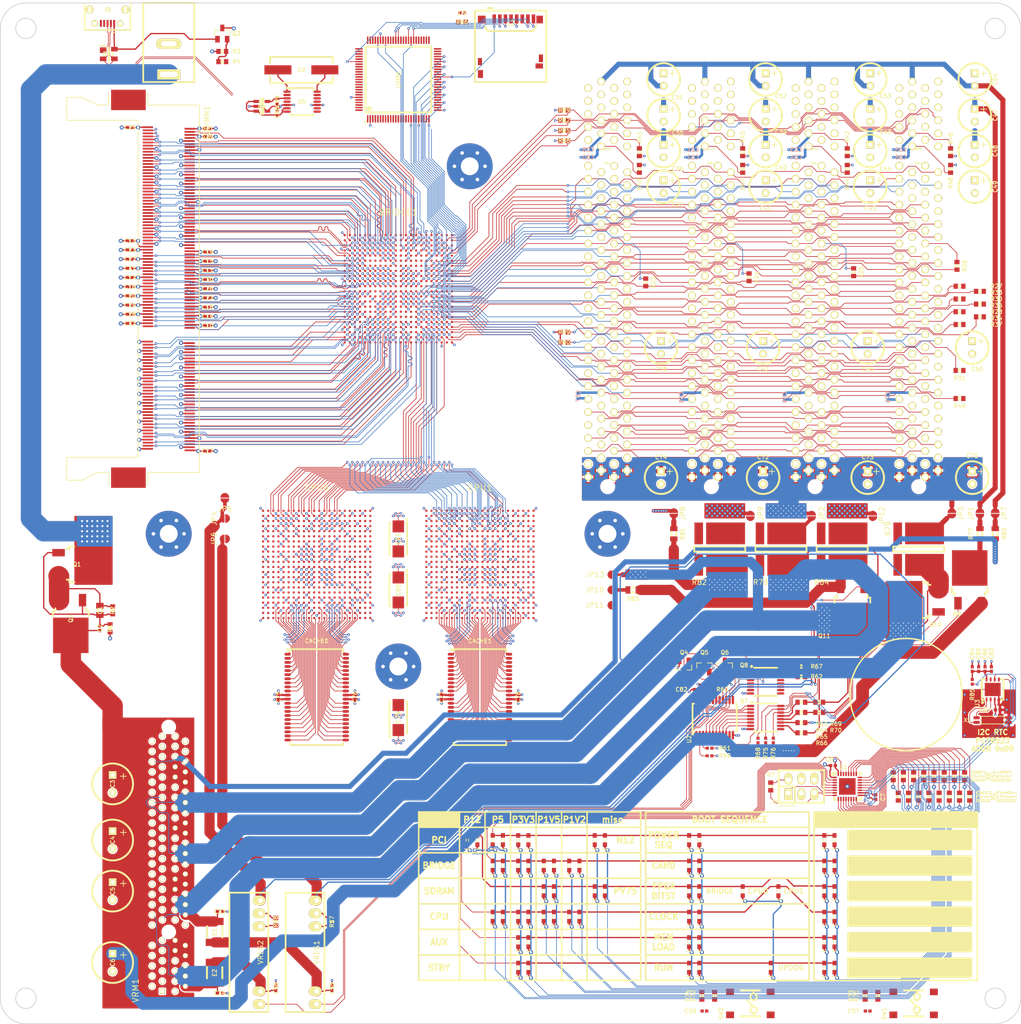
<source format=kicad_pcb>
(kicad_pcb (version 4) (host pcbnew "(2016-07-24 BZR 6992, Git 9c5e872)-product")
  (layers (0 F.Cu signal) (1 In1.Cu signal) (2 In2.Cu signal) (3 In3.Cu signal) (4 In4.Cu signal) (31 B.Cu signal) (34 B.Paste user) (35 F.Paste user) (36 B.SilkS user) (37 F.SilkS user) (38 B.Mask user) (39 F.Mask user) (44 Edge.Cuts user))
  (net 0 "")
  (net 1 GND)
  (net 2 /Multibridge/DQ0)
  (net 3 /Multibridge/DQ1)
  (net 4 /Multibridge/DM0)
  (net 5 /Multibridge/DQ2)
  (net 6 /Multibridge/DQ3)
  (net 7 /Multibridge/DQ8)
  (net 8 /Multibridge/DQ9)
  (net 9 /Multibridge/DQS1_N)
  (net 10 /Multibridge/DQS1_P)
  (net 11 /Multibridge/DQ10)
  (net 12 /Multibridge/DQ11)
  (net 13 /Multibridge/DQ16)
  (net 14 /Multibridge/DQ17)
  (net 15 /Multibridge/DQS2_N)
  (net 16 /Multibridge/DQS2_P)
  (net 17 /Multibridge/DQ18)
  (net 18 /Multibridge/DQ19)
  (net 19 /Multibridge/DQ24)
  (net 20 /Multibridge/DQ25)
  (net 21 /Multibridge/DM3)
  (net 22 /Multibridge/DQ26)
  (net 23 /Multibridge/DQ27)
  (net 24 /Multibridge/CKE0)
  (net 25 /Multibridge/BA2)
  (net 26 /Multibridge/A12)
  (net 27 /Multibridge/A9)
  (net 28 /Multibridge/A8)
  (net 29 /Multibridge/A5)
  (net 30 /Multibridge/A3)
  (net 31 /Multibridge/A1)
  (net 32 /Multibridge/CK0_P)
  (net 33 /Multibridge/CK0_N)
  (net 34 /Multibridge/A10)
  (net 35 /Multibridge/~WE)
  (net 36 /Multibridge/~CAS)
  (net 37 /Multibridge/A13)
  (net 38 /Multibridge/~S1)
  (net 39 /Multibridge/DQ32)
  (net 40 /Multibridge/DQ33)
  (net 41 /Multibridge/DQS4_N)
  (net 42 /Multibridge/DQS4_P)
  (net 43 /Multibridge/DQ34)
  (net 44 /Multibridge/DQ35)
  (net 45 /Multibridge/DQ40)
  (net 46 /Multibridge/DQ41)
  (net 47 /Multibridge/DM5)
  (net 48 /Multibridge/DQ42)
  (net 49 /Multibridge/DQ43)
  (net 50 /Multibridge/DQ48)
  (net 51 /Multibridge/DQ49)
  (net 52 /Multibridge/DQS6_N)
  (net 53 /Multibridge/DQS6_P)
  (net 54 /Multibridge/DQ50)
  (net 55 /Multibridge/DQ51)
  (net 56 /Multibridge/DQ56)
  (net 57 /Multibridge/DQ57)
  (net 58 /Multibridge/DM7)
  (net 59 /Multibridge/DQ58)
  (net 60 /Multibridge/DQ59)
  (net 61 /Multibridge/SA0)
  (net 62 /Multibridge/SA1)
  (net 63 /Multibridge/DQ4)
  (net 64 /Multibridge/DQ5)
  (net 65 /Multibridge/DQS0_N)
  (net 66 /Multibridge/DQS0_P)
  (net 67 /Multibridge/DQ6)
  (net 68 /Multibridge/DQ7)
  (net 69 /Multibridge/DQ12)
  (net 70 /Multibridge/DQ13)
  (net 71 /Multibridge/DM1)
  (net 72 /Multibridge/SDRAM_~RST)
  (net 73 /Multibridge/DQ14)
  (net 74 /Multibridge/DQ15)
  (net 75 /Multibridge/DQ20)
  (net 76 /Multibridge/DQ21)
  (net 77 /Multibridge/DM2)
  (net 78 /Multibridge/DQ22)
  (net 79 /Multibridge/DQ23)
  (net 80 /Multibridge/DQ28)
  (net 81 /Multibridge/DQ29)
  (net 82 /Multibridge/DQS3_N)
  (net 83 /Multibridge/DQS3_P)
  (net 84 /Multibridge/DQ30)
  (net 85 /Multibridge/DQ31)
  (net 86 /Multibridge/CKE1)
  (net 87 /Multibridge/A15)
  (net 88 /Multibridge/A14)
  (net 89 /Multibridge/A11)
  (net 90 /Multibridge/A7)
  (net 91 /Multibridge/A6)
  (net 92 /Multibridge/A4)
  (net 93 /Multibridge/A2)
  (net 94 /Multibridge/A0)
  (net 95 /Multibridge/CK1_P)
  (net 96 /Multibridge/CK1_N)
  (net 97 /Multibridge/BA1)
  (net 98 /Multibridge/~RAS)
  (net 99 /Multibridge/~S0)
  (net 100 /Multibridge/ODT0)
  (net 101 /Multibridge/ODT1)
  (net 102 /Multibridge/DQ36)
  (net 103 /Multibridge/DQ37)
  (net 104 /Multibridge/DM4)
  (net 105 /Multibridge/DQ38)
  (net 106 /Multibridge/DQ39)
  (net 107 /Multibridge/DQ44)
  (net 108 /Multibridge/DQ45)
  (net 109 /Multibridge/DQS5_N)
  (net 110 /Multibridge/DQS5_P)
  (net 111 /Multibridge/DQ46)
  (net 112 /Multibridge/DQ47)
  (net 113 /Multibridge/DQ52)
  (net 114 /Multibridge/DQ53)
  (net 115 /Multibridge/DM6)
  (net 116 /Multibridge/DQ54)
  (net 117 /Multibridge/DQ55)
  (net 118 /Multibridge/DQ60)
  (net 119 /Multibridge/DQ61)
  (net 120 /Multibridge/DQS7_N)
  (net 121 /Multibridge/DQS7_P)
  (net 122 /Multibridge/DQ62)
  (net 123 /Multibridge/DQ63)
  (net 124 /Multibridge/SYS_SDA)
  (net 125 /Multibridge/SYS_SCL)
  (net 126 +12)
  (net 127 "/Power Distrib/BR_TDI")
  (net 128 "/Power Distrib/BR_TDO")
  (net 129 "/Power Distrib/BR_SUSP")
  (net 130 "/Power Distrib/BR_TCK")
  (net 131 "/Power Distrib/BR_TMS")
  (net 132 "Net-(J8-Pad4)")
  (net 133 VDDRREF)
  (net 134 VRAM)
  (net 135 "Net-(BRIDGE1-PadT5)")
  (net 136 "Net-(BRIDGE1-PadL17)")
  (net 137 "Net-(BRIDGE1-PadAB20)")
  (net 138 "Net-(PCI3-PadB14)")
  (net 139 "Net-(PCI3-PadB10)")
  (net 140 "Net-(PCI3-PadA11)")
  (net 141 "Net-(PCI3-PadA9)")
  (net 142 "Net-(PCI1-PadB14)")
  (net 143 "Net-(PCI1-PadB10)")
  (net 144 "Net-(PCI1-PadA11)")
  (net 145 "Net-(PCI1-PadA9)")
  (net 146 "Net-(PCI0-PadB14)")
  (net 147 "Net-(PCI0-PadB10)")
  (net 148 "Net-(PCI0-PadA11)")
  (net 149 "Net-(PCI0-PadA9)")
  (net 150 "Net-(PCI2-PadB14)")
  (net 151 "Net-(PCI2-PadB10)")
  (net 152 "Net-(PCI2-PadA11)")
  (net 153 "Net-(PCI2-PadA9)")
  (net 154 "Net-(PCI1-PadB60)")
  (net 155 "Net-(PCI1-PadA60)")
  (net 156 "Net-(PCI3-PadB60)")
  (net 157 "Net-(PCI3-PadA60)")
  (net 158 "Net-(PCI2-PadB60)")
  (net 159 "Net-(PCI2-PadA60)")
  (net 160 "Net-(PCI0-PadB60)")
  (net 161 "Net-(PCI0-PadA60)")
  (net 162 /Power/5VSENSE_1)
  (net 163 /Power/5VSENSE_2)
  (net 164 /Power/3V3SENSE_1)
  (net 165 /Power/3V3SENSE_2)
  (net 166 /Power/N12VSENSE)
  (net 167 "Net-(C1-Pad2)")
  (net 168 "Net-(C1-Pad1)")
  (net 169 /12VIN)
  (net 170 /Blinkenlights/COL4)
  (net 171 /Blinkenlights/ROW3)
  (net 172 /Blinkenlights/COL5)
  (net 173 /Blinkenlights/ROW5)
  (net 174 /Blinkenlights/ROW4)
  (net 175 /Blinkenlights/ROW0)
  (net 176 /Blinkenlights/ROW1)
  (net 177 /Blinkenlights/COL6)
  (net 178 /Blinkenlights/COL7)
  (net 179 /Blinkenlights/COL8)
  (net 180 /Blinkenlights/COL12)
  (net 181 /Blinkenlights/ROW2)
  (net 182 /Blinkenlights/COL13)
  (net 183 /Blinkenlights/COL11)
  (net 184 /Blinkenlights/COL3)
  (net 185 /Blinkenlights/COL2)
  (net 186 /Blinkenlights/COL9)
  (net 187 /Blinkenlights/COL10)
  (net 188 "Net-(DZ1-Pad4)")
  (net 189 "Net-(Q3-Pad2)")
  (net 190 /Blinkenlights/COL14)
  (net 191 /Blinkenlights/COL15)
  (net 192 /Blinkenlights/COL1)
  (net 193 /Blinkenlights/COL0)
  (net 194 "Net-(J1-Pad1)")
  (net 195 "Net-(J1-Pad3)")
  (net 196 "Net-(J1-Pad5)")
  (net 197 SBY_P3V3)
  (net 198 "Net-(J1-Pad4)")
  (net 199 "Net-(R54-Pad2)")
  (net 200 "Net-(R53-Pad2)")
  (net 201 "Net-(R51-Pad2)")
  (net 202 "Net-(R50-Pad2)")
  (net 203 "Net-(R13-Pad2)")
  (net 204 /Blinkenlights/ROW6)
  (net 205 "Net-(R5-Pad1)")
  (net 206 "Net-(R6-Pad1)")
  (net 207 "Net-(R10-Pad2)")
  (net 208 "Net-(R11-Pad2)")
  (net 209 "Net-(R12-Pad2)")
  (net 210 "Net-(R20-Pad2)")
  (net 211 "Net-(R21-Pad2)")
  (net 212 "Net-(R19-Pad2)")
  (net 213 "Net-(R18-Pad2)")
  (net 214 "Net-(R16-Pad2)")
  (net 215 "Net-(R15-Pad2)")
  (net 216 /Blinkenlights/SCL)
  (net 217 /Blinkenlights/SDA)
  (net 218 /Blinkenlights/ROW7)
  (net 219 /EC/USB_D-)
  (net 220 /EC/USB_D+)
  (net 221 /EC/USB_VBUS)
  (net 222 "Net-(LIMB1-Pad1)")
  (net 223 "Net-(LIMB1-Pad3)")
  (net 224 "Net-(LIMB1-Pad5)")
  (net 225 "Net-(LIMB1-Pad7)")
  (net 226 "Net-(LIMB1-Pad9)")
  (net 227 "Net-(LIMB1-Pad11)")
  (net 228 "Net-(LIMB1-Pad12)")
  (net 229 "Net-(LIMB1-Pad15)")
  (net 230 "Net-(LIMB1-Pad16)")
  (net 231 "Net-(LIMB1-Pad28)")
  (net 232 "Net-(LIMB1-Pad30)")
  (net 233 "Net-(LIMB1-Pad31)")
  (net 234 "Net-(LIMB1-Pad33)")
  (net 235 "Net-(LIMB1-Pad36)")
  (net 236 "Net-(LIMB1-Pad41)")
  (net 237 "Net-(LIMB1-Pad42)")
  (net 238 "Net-(LIMB1-Pad44)")
  (net 239 "Net-(LIMB1-Pad46)")
  (net 240 "Net-(LIMB1-Pad48)")
  (net 241 "Net-(LIMB1-Pad49)")
  (net 242 "Net-(LIMB1-Pad52)")
  (net 243 "Net-(LIMB1-Pad53)")
  (net 244 "Net-(LIMB1-Pad56)")
  (net 245 "Net-(LIMB1-Pad60)")
  (net 246 "Net-(LIMB1-Pad61)")
  (net 247 "Net-(LIMB1-Pad67)")
  (net 248 "Net-(LIMB1-Pad77)")
  (net 249 "Net-(LIMB1-Pad79)")
  (net 250 "Net-(LIMB1-Pad83)")
  (net 251 "Net-(LIMB1-Pad85)")
  (net 252 "Net-(LIMB1-Pad87)")
  (net 253 "Net-(LIMB1-Pad93)")
  (net 254 "Net-(LIMB1-Pad99)")
  (net 255 "Net-(LIMB1-Pad100)")
  (net 256 /EC/A11)
  (net 257 /EC/A12)
  (net 258 /EC/A13)
  (net 259 /EC/A8)
  (net 260 /EC/A14)
  (net 261 /EC/A9)
  (net 262 /EC/A15)
  (net 263 /EC/NCS1)
  (net 264 /EC/NCS2)
  (net 265 /EC/A19)
  (net 266 /EC/NCS3)
  (net 267 /EC/A16)
  (net 268 /EC/D0)
  (net 269 /EC/D7)
  (net 270 /EC/D6)
  (net 271 /EC/A20)
  (net 272 /EC/D5)
  (net 273 /EC/D4)
  (net 274 /EC/A23)
  (net 275 /EC/MCDA2)
  (net 276 /EC/D3)
  (net 277 /EC/D2)
  (net 278 /EC/D1)
  (net 279 /EC/SDA1)
  (net 280 /EC/A10)
  (net 281 /EC/SCK0)
  (net 282 /EC/MCDA3)
  (net 283 /EC/MCCDA)
  (net 284 /EC/NANDOE)
  (net 285 /EC/MCCK)
  (net 286 /EC/MCDA0)
  (net 287 /EC/NANDWE)
  (net 288 /EC/SDA0)
  (net 289 /EC/A18)
  (net 290 /EC/A21)
  (net 291 /EC/A17)
  (net 292 /EC/A22)
  (net 293 /EC/SCK1)
  (net 294 /EC/A0)
  (net 295 /EC/A1)
  (net 296 /EC/MCDA1)
  (net 297 /EC/A2)
  (net 298 /EC/A3)
  (net 299 /EC/A4)
  (net 300 /EC/A5)
  (net 301 /EC/A6)
  (net 302 /EC/A7)
  (net 303 /EC/XOUT)
  (net 304 /EC/XIN)
  (net 305 3V3_CARD)
  (net 306 /EC/CARD_DET#)
  (net 307 /Multibridge/LIMBNWAIT)
  (net 308 /Multibridge/LIMBNCS)
  (net 309 /Multibridge/LIMBNRD)
  (net 310 /Multibridge/LIMBNWE)
  (net 311 VCCO_2)
  (net 312 "Net-(BRIDGE1-PadH1)")
  (net 313 "Net-(BRIDGE1-PadH6)")
  (net 314 "Net-(BRIDGE1-PadH8)")
  (net 315 "Net-(BRIDGE1-PadH12)")
  (net 316 "Net-(BRIDGE1-PadF13)")
  (net 317 "Net-(BRIDGE1-PadF14)")
  (net 318 "Net-(BRIDGE1-PadH14)")
  (net 319 "Net-(BRIDGE1-PadF15)")
  (net 320 "Net-(BRIDGE1-PadE16)")
  (net 321 "Net-(BRIDGE1-PadC20)")
  (net 322 "Net-(SODIMM1-Pad125)")
  (net 323 /Multibridge/BA0)
  (net 324 "Net-(SODIMM1-Pad122)")
  (net 325 "/Power Distrib/~EVENT")
  (net 326 P1V5_RAM)
  (net 327 PV75_VREF)
  (net 328 PV75_VTT)
  (net 329 P3V3_AUX)
  (net 330 /Multibridge/PROGRAM_B)
  (net 331 /Multibridge/INIT_B)
  (net 332 /Multibridge/DIN)
  (net 333 /Multibridge/CCLK)
  (net 334 /Multibridge/DONE)
  (net 335 /Multibridge/LIMBREQ)
  (net 336 /Multibridge/M1)
  (net 337 /Multibridge/M0)
  (net 338 /Multibridge/CMPCS)
  (net 339 /Multibridge/SDRAMCLK)
  (net 340 /Multibridge/~PCI_REQ3)
  (net 341 /Multibridge/~PCI_REQ2)
  (net 342 /Multibridge/~PCI_REQ1)
  (net 343 /Multibridge/~PCI_REQ0)
  (net 344 /Multibridge/~PCI_PERR)
  (net 345 /Multibridge/~PCI_TRDY)
  (net 346 /Multibridge/~PCI_SERR)
  (net 347 /Multibridge/~PCI_STOP)
  (net 348 /PCI/AD11)
  (net 349 /PCI/AD12)
  (net 350 /PCI/AD0)
  (net 351 /PCI/~CBE1)
  (net 352 /PCI/AD2)
  (net 353 /PCI/AD1)
  (net 354 /PCI/AD15)
  (net 355 /PCI/AD4)
  (net 356 /PCI/AD3)
  (net 357 /PCI/~LOCK)
  (net 358 /PCI/AD8)
  (net 359 /PCI/AD6)
  (net 360 /PCI/AD5)
  (net 361 /PCI/~IRDY)
  (net 362 /PCI/AD10)
  (net 363 /PCI/~CBE0)
  (net 364 /PCI/AD7)
  (net 365 /PCI/AD9)
  (net 366 /PCI/AD16)
  (net 367 /PCI/AD14)
  (net 368 /PCI/AD13)
  (net 369 /PCI/PAR)
  (net 370 /PCI/AD17)
  (net 371 /PCI/AD20)
  (net 372 /PCI/AD19)
  (net 373 /PCI/~FRAME)
  (net 374 /PCI/~DEVSEL)
  (net 375 /PCI/AD21)
  (net 376 /PCI/AD18)
  (net 377 /PCI/~CBE2)
  (net 378 /PCI/~CBE3)
  (net 379 /PCI/AD26)
  (net 380 /PCI/AD27)
  (net 381 /PCI/AD25)
  (net 382 /PCI/AD24)
  (net 383 /PCI/AD23)
  (net 384 /PCI/AD22)
  (net 385 /PCI/AD31)
  (net 386 /PCI/AD29)
  (net 387 /PCI/AD28)
  (net 388 /PCI/AD30)
  (net 389 /PCI/~GNT3)
  (net 390 /PCI/~GNT2)
  (net 391 /PCI/~GNT1)
  (net 392 /PCI/~GNT0)
  (net 393 /PCI/~INT3)
  (net 394 /PCI/CLK)
  (net 395 /PCI/~INT2)
  (net 396 /PCI/~INT0)
  (net 397 /PCI/~INT1)
  (net 398 /PCI/M66EN)
  (net 399 /PCI/~PRSNT2_3)
  (net 400 /PCI/~PRSNT1_3)
  (net 401 /PCI/PCI_TDO)
  (net 402 /PCI/PCI_TCK)
  (net 403 /PCI/SDA)
  (net 404 /PCI/SCL)
  (net 405 /PCI/~PME)
  (net 406 /PCI/~RST)
  (net 407 /PCI/PCI_TDI)
  (net 408 /PCI/PCI_TMS)
  (net 409 /PCI/PCI_TRST#)
  (net 410 /PCI/~PRSNT2_2)
  (net 411 /PCI/~PRSNT1_2)
  (net 412 /PCI/PCI_AD01)
  (net 413 /PCI/~PRSNT2_1)
  (net 414 /PCI/~PRSNT1_1)
  (net 415 /PCI/~PRSNT2_0)
  (net 416 /PCI/~PRSNT1_0)
  (net 417 P5_PCI)
  (net 418 P12_PCI)
  (net 419 P3V3_PCI)
  (net 420 /PCI/IDSEL3)
  (net 421 /PCI/IDSEL2)
  (net 422 /PCI/IDSEL1)
  (net 423 /PCI/IDSEL0)
  (net 424 P3V3_BRIDGE)
  (net 425 P3V3_CPU)
  (net 426 P1V2_CPU)
  (net 427 "/Power Distrib/CPU0_TCK")
  (net 428 "/Power Distrib/CPU0_SUSP")
  (net 429 "/Power Distrib/CPU0_TMS")
  (net 430 "/Power Distrib/CPU0_TDI")
  (net 431 "/Power Distrib/CPU0_TDO")
  (net 432 "/Power Distrib/CPU1_TCK")
  (net 433 "/Power Distrib/CPU1_SUSP")
  (net 434 "/Power Distrib/CPU1_TMS")
  (net 435 "/Power Distrib/CPU1_TDI")
  (net 436 "/Power Distrib/CPU1_TDO")
  (net 437 "Net-(CPU0-PadAA1)")
  (net 438 "Net-(CPU0-PadAA2)")
  (net 439 "Net-(CPU0-PadAB2)")
  (net 440 "Net-(CPU0-PadY3)")
  (net 441 "Net-(CPU0-PadAB3)")
  (net 442 "Net-(CPU0-PadW4)")
  (net 443 "Net-(CPU0-PadY4)")
  (net 444 "Net-(CPU0-PadAA4)")
  (net 445 "Net-(CPU0-PadAB4)")
  (net 446 "Net-(CPU0-PadT5)")
  (net 447 "Net-(CPU0-PadV5)")
  (net 448 "Net-(CPU0-PadY5)")
  (net 449 "Net-(CPU0-PadAB5)")
  (net 450 "Net-(CPU0-PadT6)")
  (net 451 "Net-(CPU0-PadU6)")
  (net 452 "Net-(CPU0-PadW6)")
  (net 453 "Net-(CPU0-PadY6)")
  (net 454 "Net-(CPU0-PadAA6)")
  (net 455 "Net-(CPU0-PadAB6)")
  (net 456 "Net-(CPU0-PadR7)")
  (net 457 "Net-(CPU0-PadT7)")
  (net 458 "Net-(CPU0-PadV7)")
  (net 459 "Net-(CPU0-PadY7)")
  (net 460 "Net-(CPU0-PadAB7)")
  (net 461 "Net-(CPU0-PadR8)")
  (net 462 "Net-(CPU0-PadW8)")
  (net 463 "Net-(CPU0-PadY8)")
  (net 464 "Net-(CPU0-PadAA8)")
  (net 465 "Net-(CPU0-PadAB8)")
  (net 466 "Net-(CPU0-PadR9)")
  (net 467 "Net-(CPU0-PadU9)")
  (net 468 "Net-(CPU0-PadV9)")
  (net 469 "Net-(CPU0-PadW9)")
  (net 470 "Net-(CPU0-PadY9)")
  (net 471 "Net-(CPU0-PadAB9)")
  (net 472 "Net-(CPU0-PadW10)")
  (net 473 "Net-(CPU0-PadY10)")
  (net 474 "Net-(CPU0-PadAA10)")
  (net 475 "Net-(CPU0-PadAB10)")
  (net 476 "Net-(CPU0-PadR11)")
  (net 477 "Net-(CPU0-PadT11)")
  (net 478 "Net-(CPU0-PadV11)")
  (net 479 "Net-(CPU0-PadW11)")
  (net 480 "Net-(CPU0-PadY11)")
  (net 481 "Net-(CPU0-PadAB11)")
  (net 482 "Net-(CPU0-PadW12)")
  (net 483 "Net-(CPU0-PadY12)")
  (net 484 "Net-(CPU0-PadAA12)")
  (net 485 "Net-(CPU0-PadAB12)")
  (net 486 "Net-(CPU0-PadU13)")
  (net 487 "Net-(CPU0-PadV13)")
  (net 488 "Net-(CPU0-PadW13)")
  (net 489 "Net-(CPU0-PadY13)")
  (net 490 "Net-(CPU0-PadAB13)")
  (net 491 "Net-(CPU0-PadU14)")
  (net 492 "Net-(CPU0-PadW14)")
  (net 493 "Net-(CPU0-PadY14)")
  (net 494 "Net-(CPU0-PadAA14)")
  (net 495 "Net-(CPU0-PadAB14)")
  (net 496 "Net-(CPU0-PadU15)")
  (net 497 "Net-(CPU0-PadV15)")
  (net 498 "Net-(CPU0-PadW15)")
  (net 499 "Net-(CPU0-PadY15)")
  (net 500 "Net-(CPU0-PadAB15)")
  (net 501 "Net-(CPU0-PadY16)")
  (net 502 "Net-(CPU0-PadAA16)")
  (net 503 "Net-(CPU0-PadAB16)")
  (net 504 "Net-(CPU0-PadY17)")
  (net 505 "Net-(CPU0-PadAB17)")
  (net 506 "Net-(CPU0-PadW18)")
  (net 507 "Net-(CPU0-PadY18)")
  (net 508 "Net-(CPU0-PadAA18)")
  (net 509 "Net-(CPU0-PadAB18)")
  (net 510 "Net-(CPU0-PadY19)")
  (net 511 "Net-(CPU0-PadAB19)")
  (net 512 "Net-(CPU0-PadY20)")
  (net 513 "Net-(CPU0-PadAA20)")
  (net 514 "Net-(CPU0-PadAB20)")
  (net 515 "Net-(CPU0-PadY21)")
  (net 516 "Net-(CPU0-PadAA21)")
  (net 517 "Net-(CPU0-PadAB21)")
  (net 518 "Net-(CPU0-PadY22)")
  (net 519 "Net-(CPU0-PadAA22)")
  (net 520 "Net-(C55-Pad1)")
  (net 521 "Net-(R57-Pad1)")
  (net 522 "Net-(C56-Pad1)")
  (net 523 "Net-(R58-Pad1)")
  (net 524 /CPU0/CACHE_A4)
  (net 525 /CPU0/CACHE_A3)
  (net 526 /CPU0/CACHE_A2)
  (net 527 /CPU0/CACHE_A1)
  (net 528 /CPU0/CACHE_A0)
  (net 529 /CPU0/CACHE_~CE)
  (net 530 /CPU0/CACHE_DQ0)
  (net 531 /CPU0/CACHE_DQ1)
  (net 532 /CPU0/CACHE_DQ2)
  (net 533 /CPU0/CACHE_DQ3)
  (net 534 /CPU0/CACHE_DQ4)
  (net 535 /CPU0/CACHE_DQ5)
  (net 536 /CPU0/CACHE_DQ6)
  (net 537 /CPU0/CACHE_DQ7)
  (net 538 /CPU0/CACHE_~WE)
  (net 539 /CPU0/CACHE_A18)
  (net 540 /CPU0/CACHE_A17)
  (net 541 /CPU0/CACHE_A16)
  (net 542 /CPU0/CACHE_A15)
  (net 543 /CPU0/CACHE_A14)
  (net 544 /CPU0/CACHE_A13)
  (net 545 /CPU0/CACHE_A12)
  (net 546 /CPU0/CACHE_A11)
  (net 547 /CPU0/CACHE_A10)
  (net 548 /CPU0/CACHE_A9)
  (net 549 /CPU0/CACHE_A8)
  (net 550 /CPU0/CACHE_DQ8)
  (net 551 /CPU0/CACHE_DQ9)
  (net 552 /CPU0/CACHE_DQ10)
  (net 553 /CPU0/CACHE_DQ11)
  (net 554 /CPU0/CACHE_DQ12)
  (net 555 /CPU0/CACHE_DQ13)
  (net 556 /CPU0/CACHE_DQ14)
  (net 557 /CPU0/CACHE_DQ15)
  (net 558 /CPU0/CACHE_~LB)
  (net 559 /CPU0/CACHE_~UB)
  (net 560 /CPU0/CACHE_~OE)
  (net 561 /CPU0/CACHE_A7)
  (net 562 /CPU0/CACHE_A6)
  (net 563 /CPU0/CACHE_A5)
  (net 564 "Net-(R71-Pad2)")
  (net 565 "Net-(R72-Pad2)")
  (net 566 "Net-(C57-Pad1)")
  (net 567 "Net-(C59-Pad1)")
  (net 568 "Net-(CPU1-PadAA1)")
  (net 569 "Net-(CPU1-PadAA2)")
  (net 570 "Net-(CPU1-PadAB2)")
  (net 571 "Net-(CPU1-PadY3)")
  (net 572 "Net-(CPU1-PadAB3)")
  (net 573 "Net-(CPU1-PadW4)")
  (net 574 "Net-(CPU1-PadY4)")
  (net 575 "Net-(CPU1-PadAA4)")
  (net 576 "Net-(CPU1-PadAB4)")
  (net 577 "Net-(CPU1-PadT5)")
  (net 578 "Net-(CPU1-PadV5)")
  (net 579 "Net-(CPU1-PadY5)")
  (net 580 "Net-(CPU1-PadAB5)")
  (net 581 "Net-(CPU1-PadT6)")
  (net 582 "Net-(CPU1-PadU6)")
  (net 583 "Net-(CPU1-PadW6)")
  (net 584 "Net-(CPU1-PadY6)")
  (net 585 "Net-(CPU1-PadAA6)")
  (net 586 "Net-(CPU1-PadAB6)")
  (net 587 "Net-(CPU1-PadR7)")
  (net 588 "Net-(CPU1-PadT7)")
  (net 589 "Net-(CPU1-PadV7)")
  (net 590 "Net-(CPU1-PadY7)")
  (net 591 "Net-(CPU1-PadAB7)")
  (net 592 "Net-(CPU1-PadR8)")
  (net 593 "Net-(CPU1-PadW8)")
  (net 594 "Net-(CPU1-PadY8)")
  (net 595 "Net-(CPU1-PadAA8)")
  (net 596 "Net-(CPU1-PadAB8)")
  (net 597 "Net-(CPU1-PadR9)")
  (net 598 "Net-(CPU1-PadU9)")
  (net 599 "Net-(CPU1-PadV9)")
  (net 600 "Net-(CPU1-PadW9)")
  (net 601 "Net-(CPU1-PadY9)")
  (net 602 "Net-(CPU1-PadAB9)")
  (net 603 "Net-(CPU1-PadW10)")
  (net 604 "Net-(CPU1-PadY10)")
  (net 605 "Net-(CPU1-PadAA10)")
  (net 606 "Net-(CPU1-PadAB10)")
  (net 607 "Net-(CPU1-PadR11)")
  (net 608 "Net-(CPU1-PadT11)")
  (net 609 "Net-(CPU1-PadV11)")
  (net 610 "Net-(CPU1-PadW11)")
  (net 611 "Net-(CPU1-PadY11)")
  (net 612 "Net-(CPU1-PadAB11)")
  (net 613 "Net-(CPU1-PadW12)")
  (net 614 "Net-(CPU1-PadY12)")
  (net 615 "Net-(CPU1-PadAA12)")
  (net 616 "Net-(CPU1-PadAB12)")
  (net 617 "Net-(CPU1-PadU13)")
  (net 618 "Net-(CPU1-PadV13)")
  (net 619 "Net-(CPU1-PadW13)")
  (net 620 "Net-(CPU1-PadY13)")
  (net 621 "Net-(CPU1-PadAB13)")
  (net 622 "Net-(CPU1-PadU14)")
  (net 623 "Net-(CPU1-PadW14)")
  (net 624 "Net-(CPU1-PadY14)")
  (net 625 "Net-(CPU1-PadAA14)")
  (net 626 "Net-(CPU1-PadAB14)")
  (net 627 "Net-(CPU1-PadU15)")
  (net 628 "Net-(CPU1-PadV15)")
  (net 629 "Net-(CPU1-PadW15)")
  (net 630 "Net-(CPU1-PadY15)")
  (net 631 "Net-(CPU1-PadAB15)")
  (net 632 "Net-(CPU1-PadY16)")
  (net 633 "Net-(CPU1-PadAA16)")
  (net 634 "Net-(CPU1-PadAB16)")
  (net 635 "Net-(CPU1-PadY17)")
  (net 636 "Net-(CPU1-PadAB17)")
  (net 637 "Net-(CPU1-PadW18)")
  (net 638 "Net-(CPU1-PadY18)")
  (net 639 "Net-(CPU1-PadAA18)")
  (net 640 "Net-(CPU1-PadAB18)")
  (net 641 "Net-(CPU1-PadY19)")
  (net 642 "Net-(CPU1-PadAB19)")
  (net 643 "Net-(CPU1-PadY20)")
  (net 644 "Net-(CPU1-PadAA20)")
  (net 645 "Net-(CPU1-PadAB20)")
  (net 646 "Net-(CPU1-PadY21)")
  (net 647 "Net-(CPU1-PadAA21)")
  (net 648 "Net-(CPU1-PadAB21)")
  (net 649 "Net-(CPU1-PadY22)")
  (net 650 "Net-(CPU1-PadAA22)")
  (net 651 /CPU1/CACHE_A4)
  (net 652 /CPU1/CACHE_A3)
  (net 653 /CPU1/CACHE_A2)
  (net 654 /CPU1/CACHE_A1)
  (net 655 /CPU1/CACHE_A0)
  (net 656 /CPU1/CACHE_~CE)
  (net 657 /CPU1/CACHE_DQ0)
  (net 658 /CPU1/CACHE_DQ1)
  (net 659 /CPU1/CACHE_DQ2)
  (net 660 /CPU1/CACHE_DQ3)
  (net 661 /CPU1/CACHE_DQ4)
  (net 662 /CPU1/CACHE_DQ5)
  (net 663 /CPU1/CACHE_DQ6)
  (net 664 /CPU1/CACHE_DQ7)
  (net 665 /CPU1/CACHE_~WE)
  (net 666 /CPU1/CACHE_A18)
  (net 667 /CPU1/CACHE_A17)
  (net 668 /CPU1/CACHE_A16)
  (net 669 /CPU1/CACHE_A15)
  (net 670 /CPU1/CACHE_A14)
  (net 671 /CPU1/CACHE_A13)
  (net 672 /CPU1/CACHE_A12)
  (net 673 /CPU1/CACHE_A11)
  (net 674 /CPU1/CACHE_A10)
  (net 675 /CPU1/CACHE_A9)
  (net 676 /CPU1/CACHE_A8)
  (net 677 /CPU1/CACHE_DQ8)
  (net 678 /CPU1/CACHE_DQ9)
  (net 679 /CPU1/CACHE_DQ10)
  (net 680 /CPU1/CACHE_DQ11)
  (net 681 /CPU1/CACHE_DQ12)
  (net 682 /CPU1/CACHE_DQ13)
  (net 683 /CPU1/CACHE_DQ14)
  (net 684 /CPU1/CACHE_DQ15)
  (net 685 /CPU1/CACHE_~LB)
  (net 686 /CPU1/CACHE_~UB)
  (net 687 /CPU1/CACHE_~OE)
  (net 688 /CPU1/CACHE_A7)
  (net 689 /CPU1/CACHE_A6)
  (net 690 /CPU1/CACHE_A5)
  (net 691 "Net-(CPU0-PadB1)")
  (net 692 "Net-(CPU0-PadC1)")
  (net 693 "Net-(CPU0-PadD1)")
  (net 694 "Net-(CPU0-PadE1)")
  (net 695 "Net-(CPU0-PadF1)")
  (net 696 "Net-(CPU0-PadA2)")
  (net 697 "Net-(CPU0-PadB2)")
  (net 698 P1V5_BRIDGE)
  (net 699 "Net-(CPU0-PadD2)")
  (net 700 "Net-(CPU0-PadF2)")
  (net 701 "Net-(CPU0-PadB3)")
  (net 702 "Net-(CPU0-PadC3)")
  (net 703 "Net-(CPU0-PadE3)")
  (net 704 "Net-(CPU0-PadF3)")
  (net 705 "Net-(CPU0-PadK3)")
  (net 706 "Net-(CPU0-PadF5)")
  (net 707 "Net-(CPU0-PadH5)")
  (net 708 "Net-(CPU0-PadG6)")
  (net 709 "Net-(CPU0-PadH6)")
  (net 710 "Net-(CPU0-PadJ6)")
  (net 711 "Net-(CPU0-PadK6)")
  (net 712 "Net-(CPU0-PadJ7)")
  (net 713 "Net-(CPU0-PadH8)")
  (net 714 "Net-(CPU1-PadB1)")
  (net 715 "Net-(CPU1-PadC1)")
  (net 716 "Net-(CPU1-PadD1)")
  (net 717 "Net-(CPU1-PadE1)")
  (net 718 "Net-(CPU1-PadF1)")
  (net 719 "Net-(CPU1-PadA2)")
  (net 720 "Net-(CPU1-PadB2)")
  (net 721 "Net-(CPU1-PadD2)")
  (net 722 "Net-(CPU1-PadF2)")
  (net 723 "Net-(CPU1-PadB3)")
  (net 724 "Net-(CPU1-PadC3)")
  (net 725 "Net-(CPU1-PadE3)")
  (net 726 "Net-(CPU1-PadF3)")
  (net 727 "Net-(CPU1-PadK3)")
  (net 728 "Net-(CPU1-PadF5)")
  (net 729 "Net-(CPU1-PadH5)")
  (net 730 "Net-(CPU1-PadG6)")
  (net 731 "Net-(CPU1-PadH6)")
  (net 732 "Net-(CPU1-PadJ6)")
  (net 733 "Net-(CPU1-PadK6)")
  (net 734 "Net-(CPU1-PadJ7)")
  (net 735 "Net-(CPU1-PadH8)")
  (net 736 /CPU1/BUSINT#)
  (net 737 /Multibridge/CPU_WAIT#)
  (net 738 /CPU1/BUSACK#)
  (net 739 /Multibridge/CPU_WR#)
  (net 740 /CPU1/BUSREQ#)
  (net 741 /CPU0/ADDR#)
  (net 742 /CPU0/BUSCLK)
  (net 743 /CPU0/BUSINT#)
  (net 744 /CPU0/BUSACK#)
  (net 745 /CPU0/BUSREQ#)
  (net 746 /Multibridge/CPU_D2)
  (net 747 /Multibridge/CPU_D3)
  (net 748 /Multibridge/CPU_D1)
  (net 749 /Multibridge/CPU_D0)
  (net 750 /Multibridge/CPU_D5)
  (net 751 /Multibridge/CPU_D4)
  (net 752 "Net-(CPU1-PadV1)")
  (net 753 "Net-(CPU0-PadV1)")
  (net 754 /Multibridge/CPU_D8)
  (net 755 /Multibridge/CPU_D9)
  (net 756 /Multibridge/CPU_D7)
  (net 757 /Multibridge/CPU_D12)
  (net 758 /Multibridge/CPU_D10)
  (net 759 /Multibridge/CPU_D11)
  (net 760 /Multibridge/CPU_D13)
  (net 761 "Net-(BRIDGE1-PadAB18)")
  (net 762 "Net-(BRIDGE1-PadM20)")
  (net 763 /Multibridge/CPU_D15)
  (net 764 /Multibridge/CPU_D14)
  (net 765 /Multibridge/CPU_D16)
  (net 766 /Multibridge/CPU_D17)
  (net 767 /Multibridge/CPU_D18)
  (net 768 /Multibridge/CPU_D20)
  (net 769 /Multibridge/CPU_D31)
  (net 770 /Multibridge/CPU_D19)
  (net 771 /Multibridge/CPU_D6)
  (net 772 /Multibridge/CPU_D24)
  (net 773 /Multibridge/CPU_D22)
  (net 774 /Multibridge/CPU_D25)
  (net 775 /Multibridge/CPU_D21)
  (net 776 /Multibridge/CPU_D23)
  (net 777 /Multibridge/CPU_D29)
  (net 778 /Multibridge/CPU_D28)
  (net 779 /Multibridge/CPU_D26)
  (net 780 /Multibridge/CPU_D27)
  (net 781 "Net-(CPU1-PadG3)")
  (net 782 "Net-(CPU0-PadG3)")
  (net 783 /Multibridge/CPU_D30)
  (net 784 "Net-(CPU1-PadG1)")
  (net 785 "Net-(CPU0-PadG1)")
  (net 786 "Net-(CPU1-PadA3)")
  (net 787 "Net-(CPU1-PadA4)")
  (net 788 "Net-(CPU1-PadB4)")
  (net 789 "Net-(CPU1-PadA5)")
  (net 790 "Net-(CPU1-PadC5)")
  (net 791 "Net-(CPU1-PadA6)")
  (net 792 "Net-(CPU1-PadB6)")
  (net 793 "Net-(CPU1-PadC6)")
  (net 794 "Net-(CPU1-PadD6)")
  (net 795 "Net-(CPU1-PadA7)")
  (net 796 "Net-(CPU1-PadB7)")
  (net 797 "Net-(CPU1-PadC7)")
  (net 798 "Net-(CPU1-PadD7)")
  (net 799 "Net-(CPU1-PadA8)")
  (net 800 "Net-(CPU1-PadB8)")
  (net 801 "Net-(CPU1-PadC8)")
  (net 802 "Net-(CPU1-PadD8)")
  (net 803 "Net-(CPU1-PadA9)")
  (net 804 "Net-(CPU1-PadC9)")
  (net 805 "Net-(CPU1-PadD9)")
  (net 806 "Net-(CPU1-PadE9)")
  (net 807 "Net-(CPU1-PadA10)")
  (net 808 "Net-(CPU1-PadB10)")
  (net 809 "Net-(CPU1-PadC10)")
  (net 810 "Net-(CPU1-PadD10)")
  (net 811 "Net-(CPU1-PadG10)")
  (net 812 "Net-(CPU1-PadA11)")
  (net 813 "Net-(CPU1-PadB11)")
  (net 814 "Net-(CPU1-PadC11)")
  (net 815 "Net-(CPU1-PadD11)")
  (net 816 "Net-(CPU1-PadA12)")
  (net 817 "Net-(CPU1-PadB12)")
  (net 818 "Net-(CPU1-PadC12)")
  (net 819 "Net-(CPU1-PadD12)")
  (net 820 "Net-(CPU1-PadE12)")
  (net 821 "Net-(CPU1-PadF12)")
  (net 822 "Net-(CPU1-PadH12)")
  (net 823 "Net-(CPU1-PadA13)")
  (net 824 "Net-(CPU1-PadC13)")
  (net 825 "Net-(CPU1-PadD13)")
  (net 826 "Net-(CPU1-PadE13)")
  (net 827 "Net-(CPU1-PadF13)")
  (net 828 "Net-(CPU1-PadG13)")
  (net 829 "Net-(CPU1-PadH13)")
  (net 830 "Net-(CPU1-PadA14)")
  (net 831 "Net-(CPU1-PadB14)")
  (net 832 "Net-(CPU1-PadC14)")
  (net 833 "Net-(CPU1-PadD14)")
  (net 834 "Net-(CPU1-PadE14)")
  (net 835 "Net-(CPU1-PadF14)")
  (net 836 "Net-(CPU1-PadG14)")
  (net 837 "Net-(CPU1-PadH14)")
  (net 838 "Net-(CPU1-PadA15)")
  (net 839 "Net-(CPU1-PadB15)")
  (net 840 "Net-(CPU1-PadC15)")
  (net 841 "Net-(CPU1-PadD15)")
  (net 842 "Net-(CPU1-PadF15)")
  (net 843 "Net-(CPU1-PadA16)")
  (net 844 "Net-(CPU1-PadB16)")
  (net 845 "Net-(CPU1-PadC16)")
  (net 846 "Net-(CPU1-PadE16)")
  (net 847 "Net-(CPU1-PadA17)")
  (net 848 "Net-(CPU1-PadC17)")
  (net 849 "Net-(CPU1-PadD17)")
  (net 850 "Net-(CPU1-PadE17)")
  (net 851 "Net-(CPU1-PadJ17)")
  (net 852 "Net-(CPU1-PadK17)")
  (net 853 "Net-(CPU1-PadL17)")
  (net 854 "Net-(CPU1-PadA18)")
  (net 855 "Net-(CPU1-PadB18)")
  (net 856 "Net-(CPU1-PadF18)")
  (net 857 "Net-(CPU1-PadH18)")
  (net 858 "Net-(CPU1-PadK18)")
  (net 859 "Net-(CPU1-PadB19)")
  (net 860 "Net-(CPU1-PadC19)")
  (net 861 "Net-(CPU1-PadD19)")
  (net 862 "Net-(CPU1-PadF19)")
  (net 863 "Net-(CPU1-PadK19)")
  (net 864 "Net-(CPU1-PadL19)")
  (net 865 "Net-(CPU1-PadM19)")
  (net 866 "Net-(CPU1-PadN19)")
  (net 867 "Net-(CPU1-PadA20)")
  (net 868 "Net-(CPU1-PadB20)")
  (net 869 "Net-(CPU1-PadC20)")
  (net 870 "Net-(CPU1-PadD20)")
  (net 871 "Net-(CPU1-PadH20)")
  (net 872 "Net-(CPU1-PadK20)")
  (net 873 "Net-(CPU1-PadM20)")
  (net 874 "Net-(CPU1-PadA21)")
  (net 875 "Net-(CPU1-PadB21)")
  (net 876 "Net-(CPU1-PadB22)")
  (net 877 "Net-(CPU1-PadC22)")
  (net 878 "Net-(CPU0-PadA3)")
  (net 879 "Net-(CPU0-PadA4)")
  (net 880 "Net-(CPU0-PadB4)")
  (net 881 "Net-(CPU0-PadA5)")
  (net 882 "Net-(CPU0-PadC5)")
  (net 883 "Net-(CPU0-PadA6)")
  (net 884 "Net-(CPU0-PadB6)")
  (net 885 "Net-(CPU0-PadC6)")
  (net 886 "Net-(CPU0-PadD6)")
  (net 887 "Net-(CPU0-PadA7)")
  (net 888 "Net-(CPU0-PadB7)")
  (net 889 "Net-(CPU0-PadC7)")
  (net 890 "Net-(CPU0-PadD7)")
  (net 891 "Net-(CPU0-PadA8)")
  (net 892 "Net-(CPU0-PadB8)")
  (net 893 "Net-(CPU0-PadC8)")
  (net 894 "Net-(CPU0-PadD8)")
  (net 895 "Net-(CPU0-PadA9)")
  (net 896 "Net-(CPU0-PadC9)")
  (net 897 "Net-(CPU0-PadD9)")
  (net 898 "Net-(CPU0-PadE9)")
  (net 899 "Net-(CPU0-PadA10)")
  (net 900 "Net-(CPU0-PadB10)")
  (net 901 "Net-(CPU0-PadC10)")
  (net 902 "Net-(CPU0-PadD10)")
  (net 903 "Net-(CPU0-PadG10)")
  (net 904 "Net-(CPU0-PadA11)")
  (net 905 "Net-(CPU0-PadB11)")
  (net 906 "Net-(CPU0-PadC11)")
  (net 907 "Net-(CPU0-PadD11)")
  (net 908 "Net-(CPU0-PadA12)")
  (net 909 "Net-(CPU0-PadB12)")
  (net 910 "Net-(CPU0-PadC12)")
  (net 911 "Net-(CPU0-PadD12)")
  (net 912 "Net-(CPU0-PadE12)")
  (net 913 "Net-(CPU0-PadF12)")
  (net 914 "Net-(CPU0-PadH12)")
  (net 915 "Net-(CPU0-PadA13)")
  (net 916 "Net-(CPU0-PadC13)")
  (net 917 "Net-(CPU0-PadD13)")
  (net 918 "Net-(CPU0-PadE13)")
  (net 919 "Net-(CPU0-PadF13)")
  (net 920 "Net-(CPU0-PadG13)")
  (net 921 "Net-(CPU0-PadH13)")
  (net 922 "Net-(CPU0-PadA14)")
  (net 923 "Net-(CPU0-PadB14)")
  (net 924 "Net-(CPU0-PadC14)")
  (net 925 "Net-(CPU0-PadD14)")
  (net 926 "Net-(CPU0-PadE14)")
  (net 927 "Net-(CPU0-PadF14)")
  (net 928 "Net-(CPU0-PadG14)")
  (net 929 "Net-(CPU0-PadH14)")
  (net 930 "Net-(CPU0-PadA15)")
  (net 931 "Net-(CPU0-PadB15)")
  (net 932 "Net-(CPU0-PadC15)")
  (net 933 "Net-(CPU0-PadD15)")
  (net 934 "Net-(CPU0-PadF15)")
  (net 935 "Net-(CPU0-PadA16)")
  (net 936 "Net-(CPU0-PadB16)")
  (net 937 "Net-(CPU0-PadC16)")
  (net 938 "Net-(CPU0-PadE16)")
  (net 939 "Net-(CPU0-PadA17)")
  (net 940 "Net-(CPU0-PadC17)")
  (net 941 "Net-(CPU0-PadD17)")
  (net 942 "Net-(CPU0-PadE17)")
  (net 943 "Net-(CPU0-PadJ17)")
  (net 944 "Net-(CPU0-PadK17)")
  (net 945 "Net-(CPU0-PadL17)")
  (net 946 "Net-(CPU0-PadA18)")
  (net 947 "Net-(CPU0-PadB18)")
  (net 948 "Net-(CPU0-PadF18)")
  (net 949 "Net-(CPU0-PadH18)")
  (net 950 "Net-(CPU0-PadK18)")
  (net 951 "Net-(CPU0-PadB19)")
  (net 952 "Net-(CPU0-PadC19)")
  (net 953 "Net-(CPU0-PadD19)")
  (net 954 "Net-(CPU0-PadF19)")
  (net 955 "Net-(CPU0-PadK19)")
  (net 956 "Net-(CPU0-PadL19)")
  (net 957 "Net-(CPU0-PadM19)")
  (net 958 "Net-(CPU0-PadN19)")
  (net 959 "Net-(CPU0-PadA20)")
  (net 960 "Net-(CPU0-PadB20)")
  (net 961 "Net-(CPU0-PadC20)")
  (net 962 "Net-(CPU0-PadD20)")
  (net 963 "Net-(CPU0-PadH20)")
  (net 964 "Net-(CPU0-PadK20)")
  (net 965 "Net-(CPU0-PadM20)")
  (net 966 "Net-(CPU0-PadA21)")
  (net 967 "Net-(CPU0-PadB21)")
  (net 968 "Net-(CPU0-PadB22)")
  (net 969 "Net-(CPU0-PadC22)")
  (net 970 /Power/~INT)
  (net 971 "Net-(R78-Pad2)")
  (net 972 "Net-(R82-Pad2)")
  (net 973 "Net-(U2-Pad19)")
  (net 974 "Net-(U2-Pad20)")
  (net 975 "Net-(Q10-Pad1)")
  (net 976 "Net-(Q10-Pad2)")
  (net 977 +5VB)
  (net 978 "Net-(Q11-Pad1)")
  (net 979 "Net-(Q11-Pad2)")
  (net 980 +3VB)
  (net 981 "Net-(Q7-Pad16)")
  (net 982 "Net-(Q9-Pad3)")
  (net 983 /Power/EN_SAFETY)
  (net 984 /Power/EN_1V5)
  (net 985 /Power/EN_1V2)
  (net 986 /Power/EN_P12V_PCI)
  (net 987 +5VA)
  (net 988 "Net-(JP2-Pad1)")
  (net 989 "Net-(R78-Pad3)")
  (net 990 "Net-(JP3-Pad1)")
  (net 991 "Net-(R79-Pad2)")
  (net 992 "Net-(R79-Pad3)")
  (net 993 "Net-(JP12-Pad1)")
  (net 994 "Net-(R84-Pad2)")
  (net 995 "Net-(R84-Pad3)")
  (net 996 +3VA)
  (net 997 "Net-(JP9-Pad1)")
  (net 998 "Net-(R82-Pad3)")
  (net 999 +1V5)
  (net 1000 +1V2)
  (net 1001 -12)
  (net 1002 P12V_PCI)
  (net 1003 "Net-(JP1-Pad1)")
  (net 1004 P5V_PCI_A)
  (net 1005 P3V3_STBY)
  (net 1006 P3V3_PCI_B)
  (net 1007 "Net-(JP10-Pad1)")
  (net 1008 P3V3_PCI_A)
  (net 1009 "Net-(JP8-Pad1)")
  (net 1010 P1V5_SDRAM)
  (net 1011 P5V_PCI_B)
  (net 1012 N12V_PCI)
  (net 1013 "Net-(JP7-Pad1)")
  (net 1014 "Net-(U2-Pad1)")
  (net 1015 "Net-(R59-Pad1)")
  (net 1016 "Net-(R61-Pad1)")
  (net 1017 /Power/~EN_P5V_PCI_B)
  (net 1018 /Power/~EN_P3V3_S0B)
  (net 1019 /Power/DISCH_5VA)
  (net 1020 /Power/DISCH_5VB)
  (net 1021 /Power/DISCH_3VA)
  (net 1022 /Power/DISCH_3VB)
  (net 1023 /Power/DISCH_1V5)
  (net 1024 /Power/DISCH_1V2)
  (net 1025 "Net-(U2-Pad17)")
  (net 1026 "Net-(U2-Pad18)")
  (net 1027 "Net-(R60-Pad1)")
  (net 1028 "Net-(Q7-Pad10)")
  (net 1029 "Net-(Q7-Pad11)")
  (net 1030 "Net-(Q7-Pad12)")
  (net 1031 "Net-(Q7-Pad13)")
  (net 1032 "Net-(Q8-Pad3)")
  (net 1033 "Net-(Q8-Pad4)")
  (net 1034 "Net-(Q8-Pad5)")
  (net 1035 "Net-(Q8-Pad6)")
  (net 1036 "Net-(Q8-Pad7)")
  (net 1037 "Net-(Q8-Pad9)")
  (net 1038 "Net-(Q8-Pad10)")
  (net 1039 "Net-(Q8-Pad11)")
  (net 1040 "Net-(Q8-Pad12)")
  (net 1041 "Net-(Q8-Pad13)")
  (net 1042 "Net-(Q8-Pad14)")
  (net 1043 "Net-(Q8-Pad15)")
  (net 1044 "Net-(Q8-Pad16)")
  (net 1045 "Net-(R64-Pad1)")
  (net 1046 "Net-(R63-Pad1)")
  (net 1047 P1V2_CORE)
  (net 1048 "Net-(U3-Pad1)")
  (net 1049 "Net-(U3-Pad2)")
  (net 1050 "Net-(BT1-Pad1)")
  (net 1051 "Net-(U3-Pad7)")
  (net 1052 "Net-(C83-Pad1)")
  (net 1053 "Net-(C89-Pad1)")
  (net 1054 "Net-(U5-Pad1)")
  (net 1055 "Net-(U5-Pad14)")
  (net 1056 "Net-(U5-Pad2)")
  (net 1057 "Net-(U5-Pad4)")
  (net 1058 /Misc/CLK_CPU)
  (net 1059 /Misc/CLK_SDRAM)
  (net 1060 /Misc/CLK_LIMB)
  (module conn-fci:CONN-10018783-10202TLF-PCIEx8-FCI (layer F.Cu) (at 33 182 180)
    (fp_text reference VRM1 (at 6.5 -11.5 270) (layer F.SilkS) (effects (font (size 1.2 1.2))))
    (fp_text value C4-0-PSU)
    (pad "" np_thru_hole circle (at 0 0 180) (size 2.35 2.35) (drill 2.35) (layers *.Cu *.Mask F.SilkS))
    (pad B1 thru_hole circle (at -1.25 -11.65 180) (size 1 1) (drill 0.7) (layers *.Cu *.Mask F.SilkS) (net 977 +5VB))
    (pad B2 thru_hole circle (at -3.25 -10.65 180) (size 1 1) (drill 0.7) (layers *.Cu *.Mask F.SilkS) (net 977 +5VB))
    (pad B3 thru_hole circle (at -1.25 -9.65 180) (size 1 1) (drill 0.7) (layers *.Cu *.Mask F.SilkS) (net 977 +5VB))
    (pad B4 thru_hole circle (at -3.25 -8.65 180) (size 1 1) (drill 0.7) (layers *.Cu *.Mask F.SilkS) (net 977 +5VB))
    (pad B5 thru_hole circle (at -1.25 -7.65 180) (size 1 1) (drill 0.7) (layers *.Cu *.Mask F.SilkS) (net 977 +5VB))
    (pad B6 thru_hole circle (at -3.25 -6.65 180) (size 1 1) (drill 0.7) (layers *.Cu *.Mask F.SilkS) (net 977 +5VB))
    (pad B7 thru_hole circle (at -1.25 -5.65 180) (size 1 1) (drill 0.7) (layers *.Cu *.Mask F.SilkS) (net 977 +5VB))
    (pad B8 thru_hole circle (at -3.25 -4.65 180) (size 1 1) (drill 0.7) (layers *.Cu *.Mask F.SilkS) (net 126 +12))
    (pad B9 thru_hole circle (at -1.25 -3.65 180) (size 1 1) (drill 0.7) (layers *.Cu *.Mask F.SilkS) (net 126 +12))
    (pad B10 thru_hole circle (at -3.25 -2.65 180) (size 1 1) (drill 0.7) (layers *.Cu *.Mask F.SilkS) (net 126 +12))
    (pad B11 thru_hole circle (at -1.25 -1.65 180) (size 1 1) (drill 0.7) (layers *.Cu *.Mask F.SilkS) (net 126 +12))
    (pad A1 thru_hole rect (at 1.25 -11.65 180) (size 1 1) (drill 0.7) (layers *.Cu *.Mask F.SilkS) (net 1 GND))
    (pad A2 thru_hole circle (at 3.25 -10.65 180) (size 1 1) (drill 0.7) (layers *.Cu *.Mask F.SilkS) (net 1 GND))
    (pad A3 thru_hole circle (at 1.25 -9.65 180) (size 1 1) (drill 0.7) (layers *.Cu *.Mask F.SilkS) (net 1 GND))
    (pad A4 thru_hole circle (at 3.25 -8.65 180) (size 1 1) (drill 0.7) (layers *.Cu *.Mask F.SilkS) (net 1 GND))
    (pad A5 thru_hole circle (at 1.25 -7.65 180) (size 1 1) (drill 0.7) (layers *.Cu *.Mask F.SilkS) (net 1 GND))
    (pad A6 thru_hole circle (at 3.25 -6.65 180) (size 1 1) (drill 0.7) (layers *.Cu *.Mask F.SilkS) (net 1 GND))
    (pad A7 thru_hole circle (at 1.25 -5.65 180) (size 1 1) (drill 0.7) (layers *.Cu *.Mask F.SilkS) (net 1 GND))
    (pad A8 thru_hole circle (at 3.25 -4.65 180) (size 1 1) (drill 0.7) (layers *.Cu *.Mask F.SilkS) (net 1 GND))
    (pad A9 thru_hole circle (at 1.25 -3.65 180) (size 1 1) (drill 0.7) (layers *.Cu *.Mask F.SilkS) (net 1 GND))
    (pad A10 thru_hole circle (at 3.25 -2.65 180) (size 1 1) (drill 0.7) (layers *.Cu *.Mask F.SilkS) (net 1 GND))
    (pad A11 thru_hole circle (at 1.25 -1.65 180) (size 1 1) (drill 0.7) (layers *.Cu *.Mask F.SilkS) (net 1 GND))
    (pad B12 thru_hole circle (at -3.25 1.35 180) (size 1 1) (drill 0.7) (layers *.Cu *.Mask F.SilkS) (net 987 +5VA))
    (pad B13 thru_hole circle (at -1.25 2.35 180) (size 1 1) (drill 0.7) (layers *.Cu *.Mask F.SilkS) (net 987 +5VA))
    (pad B14 thru_hole circle (at -3.25 3.35 180) (size 1 1) (drill 0.7) (layers *.Cu *.Mask F.SilkS) (net 987 +5VA))
    (pad B15 thru_hole circle (at -1.25 4.35 180) (size 1 1) (drill 0.7) (layers *.Cu *.Mask F.SilkS) (net 987 +5VA))
    (pad B16 thru_hole circle (at -3.25 5.35 180) (size 1 1) (drill 0.7) (layers *.Cu *.Mask F.SilkS) (net 987 +5VA))
    (pad B17 thru_hole circle (at -1.25 6.35 180) (size 1 1) (drill 0.7) (layers *.Cu *.Mask F.SilkS) (net 987 +5VA))
    (pad B18 thru_hole circle (at -3.25 7.35 180) (size 1 1) (drill 0.7) (layers *.Cu *.Mask F.SilkS) (net 987 +5VA))
    (pad B19 thru_hole circle (at -1.25 8.35 180) (size 1 1) (drill 0.7) (layers *.Cu *.Mask F.SilkS) (net 126 +12))
    (pad B20 thru_hole circle (at -3.25 9.35 180) (size 1 1) (drill 0.7) (layers *.Cu *.Mask F.SilkS) (net 126 +12))
    (pad B21 thru_hole circle (at -1.25 10.35 180) (size 1 1) (drill 0.7) (layers *.Cu *.Mask F.SilkS) (net 126 +12))
    (pad B22 thru_hole circle (at -3.25 11.35 180) (size 1 1) (drill 0.7) (layers *.Cu *.Mask F.SilkS) (net 126 +12))
    (pad B23 thru_hole circle (at -1.25 12.35 180) (size 1 1) (drill 0.7) (layers *.Cu *.Mask F.SilkS) (net 980 +3VB))
    (pad B24 thru_hole circle (at -3.25 13.35 180) (size 1 1) (drill 0.7) (layers *.Cu *.Mask F.SilkS) (net 980 +3VB))
    (pad B25 thru_hole circle (at -1.25 14.35 180) (size 1 1) (drill 0.7) (layers *.Cu *.Mask F.SilkS) (net 980 +3VB))
    (pad B26 thru_hole circle (at -3.25 15.35 180) (size 1 1) (drill 0.7) (layers *.Cu *.Mask F.SilkS) (net 980 +3VB))
    (pad B27 thru_hole circle (at -1.25 16.35 180) (size 1 1) (drill 0.7) (layers *.Cu *.Mask F.SilkS) (net 980 +3VB))
    (pad B28 thru_hole circle (at -3.25 17.35 180) (size 1 1) (drill 0.7) (layers *.Cu *.Mask F.SilkS) (net 980 +3VB))
    (pad B29 thru_hole circle (at -1.25 18.35 180) (size 1 1) (drill 0.7) (layers *.Cu *.Mask F.SilkS) (net 980 +3VB))
    (pad B30 thru_hole circle (at -3.25 19.35 180) (size 1 1) (drill 0.7) (layers *.Cu *.Mask F.SilkS) (net 126 +12))
    (pad B31 thru_hole circle (at -1.25 20.35 180) (size 1 1) (drill 0.7) (layers *.Cu *.Mask F.SilkS) (net 126 +12))
    (pad B32 thru_hole circle (at -3.25 21.35 180) (size 1 1) (drill 0.7) (layers *.Cu *.Mask F.SilkS) (net 126 +12))
    (pad B33 thru_hole circle (at -1.25 22.35 180) (size 1 1) (drill 0.7) (layers *.Cu *.Mask F.SilkS) (net 996 +3VA))
    (pad B34 thru_hole circle (at -3.25 23.35 180) (size 1 1) (drill 0.7) (layers *.Cu *.Mask F.SilkS) (net 996 +3VA))
    (pad B35 thru_hole circle (at -1.25 24.35 180) (size 1 1) (drill 0.7) (layers *.Cu *.Mask F.SilkS) (net 996 +3VA))
    (pad B36 thru_hole circle (at -3.25 25.35 180) (size 1 1) (drill 0.7) (layers *.Cu *.Mask F.SilkS) (net 996 +3VA))
    (pad B37 thru_hole circle (at -1.25 26.35 180) (size 1 1) (drill 0.7) (layers *.Cu *.Mask F.SilkS) (net 996 +3VA))
    (pad B38 thru_hole circle (at -3.25 27.35 180) (size 1 1) (drill 0.7) (layers *.Cu *.Mask F.SilkS) (net 996 +3VA))
    (pad B39 thru_hole circle (at -1.25 28.35 180) (size 1 1) (drill 0.7) (layers *.Cu *.Mask F.SilkS) (net 996 +3VA))
    (pad B40 thru_hole circle (at -3.25 29.35 180) (size 1 1) (drill 0.7) (layers *.Cu *.Mask F.SilkS) (net 126 +12))
    (pad B41 thru_hole circle (at -1.25 30.35 180) (size 1 1) (drill 0.7) (layers *.Cu *.Mask F.SilkS) (net 126 +12))
    (pad B42 thru_hole circle (at -3.25 31.35 180) (size 1 1) (drill 0.7) (layers *.Cu *.Mask F.SilkS) (net 126 +12))
    (pad B43 thru_hole circle (at -1.25 32.35 180) (size 1 1) (drill 0.7) (layers *.Cu *.Mask F.SilkS) (net 126 +12))
    (pad B44 thru_hole circle (at -3.25 33.35 180) (size 1 1) (drill 0.7) (layers *.Cu *.Mask F.SilkS) (net 1001 -12))
    (pad B45 thru_hole circle (at -1.25 34.35 180) (size 1 1) (drill 0.7) (layers *.Cu *.Mask F.SilkS) (net 1001 -12))
    (pad B46 thru_hole circle (at -3.25 35.35 180) (size 1 1) (drill 0.7) (layers *.Cu *.Mask F.SilkS) (net 1 GND))
    (pad B47 thru_hole circle (at -1.25 36.35 180) (size 1 1) (drill 0.7) (layers *.Cu *.Mask F.SilkS) (net 1 GND))
    (pad B48 thru_hole circle (at -3.25 37.35 180) (size 1 1) (drill 0.7) (layers *.Cu *.Mask F.SilkS) (net 1 GND))
    (pad B49 thru_hole circle (at -1.25 38.35 180) (size 1 1) (drill 0.7) (layers *.Cu *.Mask F.SilkS) (net 1 GND))
    (pad A12 thru_hole circle (at 3.25 1.35 180) (size 1 1) (drill 0.7) (layers *.Cu *.Mask F.SilkS) (net 1 GND))
    (pad A13 thru_hole circle (at 1.25 2.35 180) (size 1 1) (drill 0.7) (layers *.Cu *.Mask F.SilkS) (net 162 /Power/5VSENSE_1))
    (pad A14 thru_hole circle (at 3.25 3.35 180) (size 1 1) (drill 0.7) (layers *.Cu *.Mask F.SilkS) (net 163 /Power/5VSENSE_2))
    (pad A15 thru_hole circle (at 1.25 4.35 180) (size 1 1) (drill 0.7) (layers *.Cu *.Mask F.SilkS) (net 1 GND))
    (pad A16 thru_hole circle (at 3.25 5.35 180) (size 1 1) (drill 0.7) (layers *.Cu *.Mask F.SilkS) (net 1 GND))
    (pad A17 thru_hole circle (at 1.25 6.35 180) (size 1 1) (drill 0.7) (layers *.Cu *.Mask F.SilkS) (net 1 GND))
    (pad A18 thru_hole circle (at 3.25 7.35 180) (size 1 1) (drill 0.7) (layers *.Cu *.Mask F.SilkS) (net 1 GND))
    (pad A19 thru_hole circle (at 1.25 8.35 180) (size 1 1) (drill 0.7) (layers *.Cu *.Mask F.SilkS) (net 1 GND))
    (pad A20 thru_hole circle (at 3.25 9.35 180) (size 1 1) (drill 0.7) (layers *.Cu *.Mask F.SilkS) (net 1 GND))
    (pad A21 thru_hole circle (at 1.25 10.35 180) (size 1 1) (drill 0.7) (layers *.Cu *.Mask F.SilkS) (net 1 GND))
    (pad A22 thru_hole circle (at 3.25 11.35 180) (size 1 1) (drill 0.7) (layers *.Cu *.Mask F.SilkS) (net 1 GND))
    (pad A23 thru_hole circle (at 1.25 12.35 180) (size 1 1) (drill 0.7) (layers *.Cu *.Mask F.SilkS) (net 1 GND))
    (pad A24 thru_hole circle (at 3.25 13.35 180) (size 1 1) (drill 0.7) (layers *.Cu *.Mask F.SilkS) (net 1 GND))
    (pad A25 thru_hole circle (at 1.25 14.35 180) (size 1 1) (drill 0.7) (layers *.Cu *.Mask F.SilkS) (net 1 GND))
    (pad A26 thru_hole circle (at 3.25 15.35 180) (size 1 1) (drill 0.7) (layers *.Cu *.Mask F.SilkS) (net 1 GND))
    (pad A27 thru_hole circle (at 1.25 16.35 180) (size 1 1) (drill 0.7) (layers *.Cu *.Mask F.SilkS) (net 1 GND))
    (pad A28 thru_hole circle (at 3.25 17.35 180) (size 1 1) (drill 0.7) (layers *.Cu *.Mask F.SilkS) (net 1 GND))
    (pad A29 thru_hole circle (at 1.25 18.35 180) (size 1 1) (drill 0.7) (layers *.Cu *.Mask F.SilkS) (net 1 GND))
    (pad A30 thru_hole circle (at 3.25 19.35 180) (size 1 1) (drill 0.7) (layers *.Cu *.Mask F.SilkS) (net 1 GND))
    (pad A31 thru_hole circle (at 1.25 20.35 180) (size 1 1) (drill 0.7) (layers *.Cu *.Mask F.SilkS) (net 1 GND))
    (pad A32 thru_hole circle (at 3.25 21.35 180) (size 1 1) (drill 0.7) (layers *.Cu *.Mask F.SilkS) (net 1 GND))
    (pad A33 thru_hole circle (at 1.25 22.35 180) (size 1 1) (drill 0.7) (layers *.Cu *.Mask F.SilkS) (net 1 GND))
    (pad A34 thru_hole circle (at 3.25 23.35 180) (size 1 1) (drill 0.7) (layers *.Cu *.Mask F.SilkS) (net 1 GND))
    (pad A35 thru_hole circle (at 1.25 24.35 180) (size 1 1) (drill 0.7) (layers *.Cu *.Mask F.SilkS) (net 1 GND))
    (pad A36 thru_hole circle (at 3.25 25.35 180) (size 1 1) (drill 0.7) (layers *.Cu *.Mask F.SilkS) (net 164 /Power/3V3SENSE_1))
    (pad A37 thru_hole circle (at 1.25 26.35 180) (size 1 1) (drill 0.7) (layers *.Cu *.Mask F.SilkS) (net 165 /Power/3V3SENSE_2))
    (pad A38 thru_hole circle (at 3.25 27.35 180) (size 1 1) (drill 0.7) (layers *.Cu *.Mask F.SilkS) (net 1 GND))
    (pad A39 thru_hole circle (at 1.25 28.35 180) (size 1 1) (drill 0.7) (layers *.Cu *.Mask F.SilkS) (net 1 GND))
    (pad A40 thru_hole circle (at 3.25 29.35 180) (size 1 1) (drill 0.7) (layers *.Cu *.Mask F.SilkS) (net 1 GND))
    (pad A41 thru_hole circle (at 1.25 30.35 180) (size 1 1) (drill 0.7) (layers *.Cu *.Mask F.SilkS) (net 1 GND))
    (pad A42 thru_hole circle (at 3.25 31.35 180) (size 1 1) (drill 0.7) (layers *.Cu *.Mask F.SilkS) (net 1 GND))
    (pad A43 thru_hole circle (at 1.25 32.35 180) (size 1 1) (drill 0.7) (layers *.Cu *.Mask F.SilkS) (net 1 GND))
    (pad A44 thru_hole circle (at 3.25 33.35 180) (size 1 1) (drill 0.7) (layers *.Cu *.Mask F.SilkS) (net 166 /Power/N12VSENSE))
    (pad A45 thru_hole circle (at 1.25 34.35 180) (size 1 1) (drill 0.7) (layers *.Cu *.Mask F.SilkS) (net 1 GND))
    (pad A46 thru_hole circle (at 3.25 35.35 180) (size 1 1) (drill 0.7) (layers *.Cu *.Mask F.SilkS) (net 1 GND))
    (pad A47 thru_hole circle (at 1.25 36.35 180) (size 1 1) (drill 0.7) (layers *.Cu *.Mask F.SilkS) (net 970 /Power/~INT))
    (pad A48 thru_hole circle (at 3.25 37.35 180) (size 1 1) (drill 0.7) (layers *.Cu *.Mask F.SilkS) (net 216 /Blinkenlights/SCL))
    (pad A49 thru_hole circle (at 1.25 38.35 180) (size 1 1) (drill 0.7) (layers *.Cu *.Mask F.SilkS) (net 217 /Blinkenlights/SDA))
    (pad "" np_thru_hole circle (at 0 40.15 180) (size 2.35 2.35) (drill 2.35) (layers *.Cu *.Mask F.SilkS))
  )
  (module IPC7351-Nominal:SOP80P1176X120-44 (layer F.Cu) (at 62 136)
    (fp_text reference CACHE0 (at 0 -11) (layer F.SilkS) (effects (font (size 0.8 0.8))))
    (fp_text value AS7C38098A)
    (pad 1 smd oval (at -5.7 -8.4) (size 1.25 0.55) (layers F.Cu F.Paste F.Mask) (net 524 /CPU0/CACHE_A4))
    (pad 2 smd oval (at -5.7 -7.6) (size 1.25 0.55) (layers F.Cu F.Paste F.Mask) (net 525 /CPU0/CACHE_A3))
    (pad 3 smd oval (at -5.7 -6.8) (size 1.25 0.55) (layers F.Cu F.Paste F.Mask) (net 526 /CPU0/CACHE_A2))
    (pad 4 smd oval (at -5.7 -6) (size 1.25 0.55) (layers F.Cu F.Paste F.Mask) (net 527 /CPU0/CACHE_A1))
    (pad 5 smd oval (at -5.7 -5.2) (size 1.25 0.55) (layers F.Cu F.Paste F.Mask) (net 528 /CPU0/CACHE_A0))
    (pad 6 smd oval (at -5.7 -4.4) (size 1.25 0.55) (layers F.Cu F.Paste F.Mask) (net 529 /CPU0/CACHE_~CE))
    (pad 7 smd oval (at -5.7 -3.6) (size 1.25 0.55) (layers F.Cu F.Paste F.Mask) (net 530 /CPU0/CACHE_DQ0))
    (pad 8 smd oval (at -5.7 -2.8) (size 1.25 0.55) (layers F.Cu F.Paste F.Mask) (net 531 /CPU0/CACHE_DQ1))
    (pad 9 smd oval (at -5.7 -2) (size 1.25 0.55) (layers F.Cu F.Paste F.Mask) (net 532 /CPU0/CACHE_DQ2))
    (pad 10 smd oval (at -5.7 -1.2) (size 1.25 0.55) (layers F.Cu F.Paste F.Mask) (net 533 /CPU0/CACHE_DQ3))
    (pad 11 smd oval (at -5.7 -0.4) (size 1.25 0.55) (layers F.Cu F.Paste F.Mask) (net 425 P3V3_CPU))
    (pad 12 smd oval (at -5.7 0.4) (size 1.25 0.55) (layers F.Cu F.Paste F.Mask) (net 1 GND))
    (pad 13 smd oval (at -5.7 1.2) (size 1.25 0.55) (layers F.Cu F.Paste F.Mask) (net 534 /CPU0/CACHE_DQ4))
    (pad 14 smd oval (at -5.7 2) (size 1.25 0.55) (layers F.Cu F.Paste F.Mask) (net 535 /CPU0/CACHE_DQ5))
    (pad 15 smd oval (at -5.7 2.8) (size 1.25 0.55) (layers F.Cu F.Paste F.Mask) (net 536 /CPU0/CACHE_DQ6))
    (pad 16 smd oval (at -5.7 3.6) (size 1.25 0.55) (layers F.Cu F.Paste F.Mask) (net 537 /CPU0/CACHE_DQ7))
    (pad 17 smd oval (at -5.7 4.4) (size 1.25 0.55) (layers F.Cu F.Paste F.Mask) (net 538 /CPU0/CACHE_~WE))
    (pad 18 smd oval (at -5.7 5.2) (size 1.25 0.55) (layers F.Cu F.Paste F.Mask) (net 539 /CPU0/CACHE_A18))
    (pad 19 smd oval (at -5.7 6) (size 1.25 0.55) (layers F.Cu F.Paste F.Mask) (net 540 /CPU0/CACHE_A17))
    (pad 20 smd oval (at -5.7 6.8) (size 1.25 0.55) (layers F.Cu F.Paste F.Mask) (net 541 /CPU0/CACHE_A16))
    (pad 21 smd oval (at -5.7 7.6) (size 1.25 0.55) (layers F.Cu F.Paste F.Mask) (net 542 /CPU0/CACHE_A15))
    (pad 22 smd oval (at -5.7 8.4) (size 1.25 0.55) (layers F.Cu F.Paste F.Mask) (net 543 /CPU0/CACHE_A14))
    (pad 23 smd oval (at 5.7 8.4) (size 1.25 0.55) (layers F.Cu F.Paste F.Mask) (net 544 /CPU0/CACHE_A13))
    (pad 24 smd oval (at 5.7 7.6) (size 1.25 0.55) (layers F.Cu F.Paste F.Mask) (net 545 /CPU0/CACHE_A12))
    (pad 25 smd oval (at 5.7 6.8) (size 1.25 0.55) (layers F.Cu F.Paste F.Mask) (net 546 /CPU0/CACHE_A11))
    (pad 26 smd oval (at 5.7 6) (size 1.25 0.55) (layers F.Cu F.Paste F.Mask) (net 547 /CPU0/CACHE_A10))
    (pad 27 smd oval (at 5.7 5.2) (size 1.25 0.55) (layers F.Cu F.Paste F.Mask) (net 548 /CPU0/CACHE_A9))
    (pad 28 smd oval (at 5.7 4.4) (size 1.25 0.55) (layers F.Cu F.Paste F.Mask) (net 549 /CPU0/CACHE_A8))
    (pad 29 smd oval (at 5.7 3.6) (size 1.25 0.55) (layers F.Cu F.Paste F.Mask) (net 550 /CPU0/CACHE_DQ8))
    (pad 30 smd oval (at 5.7 2.8) (size 1.25 0.55) (layers F.Cu F.Paste F.Mask) (net 551 /CPU0/CACHE_DQ9))
    (pad 31 smd oval (at 5.7 2) (size 1.25 0.55) (layers F.Cu F.Paste F.Mask) (net 552 /CPU0/CACHE_DQ10))
    (pad 32 smd oval (at 5.7 1.2) (size 1.25 0.55) (layers F.Cu F.Paste F.Mask) (net 553 /CPU0/CACHE_DQ11))
    (pad 33 smd oval (at 5.7 0.4) (size 1.25 0.55) (layers F.Cu F.Paste F.Mask) (net 425 P3V3_CPU))
    (pad 34 smd oval (at 5.7 -0.4) (size 1.25 0.55) (layers F.Cu F.Paste F.Mask) (net 1 GND))
    (pad 35 smd oval (at 5.7 -1.2) (size 1.25 0.55) (layers F.Cu F.Paste F.Mask) (net 554 /CPU0/CACHE_DQ12))
    (pad 36 smd oval (at 5.7 -2) (size 1.25 0.55) (layers F.Cu F.Paste F.Mask) (net 555 /CPU0/CACHE_DQ13))
    (pad 37 smd oval (at 5.7 -2.8) (size 1.25 0.55) (layers F.Cu F.Paste F.Mask) (net 556 /CPU0/CACHE_DQ14))
    (pad 38 smd oval (at 5.7 -3.6) (size 1.25 0.55) (layers F.Cu F.Paste F.Mask) (net 557 /CPU0/CACHE_DQ15))
    (pad 39 smd oval (at 5.7 -4.4) (size 1.25 0.55) (layers F.Cu F.Paste F.Mask) (net 558 /CPU0/CACHE_~LB))
    (pad 40 smd oval (at 5.7 -5.2) (size 1.25 0.55) (layers F.Cu F.Paste F.Mask) (net 559 /CPU0/CACHE_~UB))
    (pad 41 smd oval (at 5.7 -6) (size 1.25 0.55) (layers F.Cu F.Paste F.Mask) (net 560 /CPU0/CACHE_~OE))
    (pad 42 smd oval (at 5.7 -6.8) (size 1.25 0.55) (layers F.Cu F.Paste F.Mask) (net 561 /CPU0/CACHE_A7))
    (pad 43 smd oval (at 5.7 -7.6) (size 1.25 0.55) (layers F.Cu F.Paste F.Mask) (net 562 /CPU0/CACHE_A6))
    (pad 44 smd oval (at 5.7 -8.4) (size 1.25 0.55) (layers F.Cu F.Paste F.Mask) (net 563 /CPU0/CACHE_A5))
  )
  (module manuf:XILINX-FGG484 (layer F.Cu) (at 78 56 90)
    (fp_text reference BRIDGE1 (at 15 0 180) (layer F.SilkS) (effects (font (size 1.2 1.2))))
    (fp_text value XC6SLX25-FGG484)
    (pad A1 smd circle (at -10.5 -10.5 90) (size 0.45 0.45) (layers F.Cu F.Paste F.Mask) (net 1 GND))
    (pad B1 smd circle (at -10.5 -9.5 90) (size 0.45 0.45) (layers F.Cu F.Paste F.Mask) (net 19 /Multibridge/DQ24))
    (pad C1 smd circle (at -10.5 -8.5 90) (size 0.45 0.45) (layers F.Cu F.Paste F.Mask) (net 82 /Multibridge/DQS3_N))
    (pad D1 smd circle (at -10.5 -7.5 90) (size 0.45 0.45) (layers F.Cu F.Paste F.Mask) (net 17 /Multibridge/DQ18))
    (pad E1 smd circle (at -10.5 -6.5 90) (size 0.45 0.45) (layers F.Cu F.Paste F.Mask) (net 15 /Multibridge/DQS2_N))
    (pad F1 smd circle (at -10.5 -5.5 90) (size 0.45 0.45) (layers F.Cu F.Paste F.Mask) (net 13 /Multibridge/DQ16))
    (pad G1 smd circle (at -10.5 -4.5 90) (size 0.45 0.45) (layers F.Cu F.Paste F.Mask) (net 12 /Multibridge/DQ11))
    (pad H1 smd circle (at -10.5 -3.5 90) (size 0.45 0.45) (layers F.Cu F.Paste F.Mask) (net 312 "Net-(BRIDGE1-PadH1)"))
    (pad J1 smd circle (at -10.5 -2.5 90) (size 0.45 0.45) (layers F.Cu F.Paste F.Mask) (net 9 /Multibridge/DQS1_N))
    (pad K1 smd circle (at -10.5 -1.5 90) (size 0.45 0.45) (layers F.Cu F.Paste F.Mask) (net 7 /Multibridge/DQ8))
    (pad L1 smd circle (at -10.5 -0.5 90) (size 0.45 0.45) (layers F.Cu F.Paste F.Mask) (net 6 /Multibridge/DQ3))
    (pad M1 smd circle (at -10.5 0.5 90) (size 0.45 0.45) (layers F.Cu F.Paste F.Mask) (net 5 /Multibridge/DQ2))
    (pad N1 smd circle (at -10.5 1.5 90) (size 0.45 0.45) (layers F.Cu F.Paste F.Mask) (net 65 /Multibridge/DQS0_N))
    (pad P1 smd circle (at -10.5 2.5 90) (size 0.45 0.45) (layers F.Cu F.Paste F.Mask) (net 2 /Multibridge/DQ0))
    (pad R1 smd circle (at -10.5 3.5 90) (size 0.45 0.45) (layers F.Cu F.Paste F.Mask) (net 767 /Multibridge/CPU_D18))
    (pad T1 smd circle (at -10.5 4.5 90) (size 0.45 0.45) (layers F.Cu F.Paste F.Mask) (net 737 /Multibridge/CPU_WAIT#))
    (pad U1 smd circle (at -10.5 5.5 90) (size 0.45 0.45) (layers F.Cu F.Paste F.Mask) (net 772 /Multibridge/CPU_D24))
    (pad V1 smd circle (at -10.5 6.5 90) (size 0.45 0.45) (layers F.Cu F.Paste F.Mask) (net 773 /Multibridge/CPU_D22))
    (pad W1 smd circle (at -10.5 7.5 90) (size 0.45 0.45) (layers F.Cu F.Paste F.Mask) (net 774 /Multibridge/CPU_D25))
    (pad Y1 smd circle (at -10.5 8.5 90) (size 0.45 0.45) (layers F.Cu F.Paste F.Mask) (net 133 VDDRREF))
    (pad AA1 smd circle (at -10.5 9.5 90) (size 0.45 0.45) (layers F.Cu F.Paste F.Mask) (net 330 /Multibridge/PROGRAM_B))
    (pad AB1 smd circle (at -10.5 10.5 90) (size 0.45 0.45) (layers F.Cu F.Paste F.Mask) (net 1 GND))
    (pad A2 smd circle (at -9.5 -10.5 90) (size 0.45 0.45) (layers F.Cu F.Paste F.Mask) (net 21 /Multibridge/DM3))
    (pad B2 smd circle (at -9.5 -9.5 90) (size 0.45 0.45) (layers F.Cu F.Paste F.Mask) (net 20 /Multibridge/DQ25))
    (pad C2 smd circle (at -9.5 -8.5 90) (size 0.45 0.45) (layers F.Cu F.Paste F.Mask) (net 134 VRAM))
    (pad D2 smd circle (at -9.5 -7.5 90) (size 0.45 0.45) (layers F.Cu F.Paste F.Mask) (net 18 /Multibridge/DQ19))
    (pad E2 smd circle (at -9.5 -6.5 90) (size 0.45 0.45) (layers F.Cu F.Paste F.Mask) (net 1 GND))
    (pad F2 smd circle (at -9.5 -5.5 90) (size 0.45 0.45) (layers F.Cu F.Paste F.Mask) (net 14 /Multibridge/DQ17))
    (pad G2 smd circle (at -9.5 -4.5 90) (size 0.45 0.45) (layers F.Cu F.Paste F.Mask) (net 134 VRAM))
    (pad H2 smd circle (at -9.5 -3.5 90) (size 0.45 0.45) (layers F.Cu F.Paste F.Mask) (net 11 /Multibridge/DQ10))
    (pad J2 smd circle (at -9.5 -2.5 90) (size 0.45 0.45) (layers F.Cu F.Paste F.Mask) (net 1 GND))
    (pad K2 smd circle (at -9.5 -1.5 90) (size 0.45 0.45) (layers F.Cu F.Paste F.Mask) (net 8 /Multibridge/DQ9))
    (pad L2 smd circle (at -9.5 -0.5 90) (size 0.45 0.45) (layers F.Cu F.Paste F.Mask) (net 134 VRAM))
    (pad M2 smd circle (at -9.5 0.5 90) (size 0.45 0.45) (layers F.Cu F.Paste F.Mask) (net 4 /Multibridge/DM0))
    (pad N2 smd circle (at -9.5 1.5 90) (size 0.45 0.45) (layers F.Cu F.Paste F.Mask) (net 1 GND))
    (pad P2 smd circle (at -9.5 2.5 90) (size 0.45 0.45) (layers F.Cu F.Paste F.Mask) (net 3 /Multibridge/DQ1))
    (pad R2 smd circle (at -9.5 3.5 90) (size 0.45 0.45) (layers F.Cu F.Paste F.Mask) (net 134 VRAM))
    (pad T2 smd circle (at -9.5 4.5 90) (size 0.45 0.45) (layers F.Cu F.Paste F.Mask) (net 775 /Multibridge/CPU_D21))
    (pad U2 smd circle (at -9.5 5.5 90) (size 0.45 0.45) (layers F.Cu F.Paste F.Mask) (net 1 GND))
    (pad V2 smd circle (at -9.5 6.5 90) (size 0.45 0.45) (layers F.Cu F.Paste F.Mask) (net 776 /Multibridge/CPU_D23))
    (pad W2 smd circle (at -9.5 7.5 90) (size 0.45 0.45) (layers F.Cu F.Paste F.Mask) (net 134 VRAM))
    (pad Y2 smd circle (at -9.5 8.5 90) (size 0.45 0.45) (layers F.Cu F.Paste F.Mask) (net 777 /Multibridge/CPU_D29))
    (pad AA2 smd circle (at -9.5 9.5 90) (size 0.45 0.45) (layers F.Cu F.Paste F.Mask) (net 348 /PCI/AD11))
    (pad AB2 smd circle (at -9.5 10.5 90) (size 0.45 0.45) (layers F.Cu F.Paste F.Mask) (net 349 /PCI/AD12))
    (pad A3 smd circle (at -8.5 -10.5 90) (size 0.45 0.45) (layers F.Cu F.Paste F.Mask) (net 22 /Multibridge/DQ26))
    (pad B3 smd circle (at -8.5 -9.5 90) (size 0.45 0.45) (layers F.Cu F.Paste F.Mask) (net 133 VDDRREF))
    (pad C3 smd circle (at -8.5 -8.5 90) (size 0.45 0.45) (layers F.Cu F.Paste F.Mask) (net 83 /Multibridge/DQS3_P))
    (pad D3 smd circle (at -8.5 -7.5 90) (size 0.45 0.45) (layers F.Cu F.Paste F.Mask))
    (pad E3 smd circle (at -8.5 -6.5 90) (size 0.45 0.45) (layers F.Cu F.Paste F.Mask) (net 16 /Multibridge/DQS2_P))
    (pad F3 smd circle (at -8.5 -5.5 90) (size 0.45 0.45) (layers F.Cu F.Paste F.Mask) (net 78 /Multibridge/DQ22))
    (pad G3 smd circle (at -8.5 -4.5 90) (size 0.45 0.45) (layers F.Cu F.Paste F.Mask) (net 76 /Multibridge/DQ21))
    (pad H3 smd circle (at -8.5 -3.5 90) (size 0.45 0.45) (layers F.Cu F.Paste F.Mask) (net 74 /Multibridge/DQ15))
    (pad J3 smd circle (at -8.5 -2.5 90) (size 0.45 0.45) (layers F.Cu F.Paste F.Mask) (net 10 /Multibridge/DQS1_P))
    (pad K3 smd circle (at -8.5 -1.5 90) (size 0.45 0.45) (layers F.Cu F.Paste F.Mask) (net 71 /Multibridge/DM1))
    (pad L3 smd circle (at -8.5 -0.5 90) (size 0.45 0.45) (layers F.Cu F.Paste F.Mask) (net 69 /Multibridge/DQ12))
    (pad M3 smd circle (at -8.5 0.5 90) (size 0.45 0.45) (layers F.Cu F.Paste F.Mask) (net 68 /Multibridge/DQ7))
    (pad N3 smd circle (at -8.5 1.5 90) (size 0.45 0.45) (layers F.Cu F.Paste F.Mask) (net 66 /Multibridge/DQS0_P))
    (pad P3 smd circle (at -8.5 2.5 90) (size 0.45 0.45) (layers F.Cu F.Paste F.Mask))
    (pad R3 smd circle (at -8.5 3.5 90) (size 0.45 0.45) (layers F.Cu F.Paste F.Mask) (net 64 /Multibridge/DQ5))
    (pad T3 smd circle (at -8.5 4.5 90) (size 0.45 0.45) (layers F.Cu F.Paste F.Mask) (net 63 /Multibridge/DQ4))
    (pad U3 smd circle (at -8.5 5.5 90) (size 0.45 0.45) (layers F.Cu F.Paste F.Mask) (net 779 /Multibridge/CPU_D26))
    (pad V3 smd circle (at -8.5 6.5 90) (size 0.45 0.45) (layers F.Cu F.Paste F.Mask) (net 780 /Multibridge/CPU_D27))
    (pad W3 smd circle (at -8.5 7.5 90) (size 0.45 0.45) (layers F.Cu F.Paste F.Mask) (net 783 /Multibridge/CPU_D30))
    (pad Y3 smd circle (at -8.5 8.5 90) (size 0.45 0.45) (layers F.Cu F.Paste F.Mask) (net 350 /PCI/AD0))
    (pad AA3 smd circle (at -8.5 9.5 90) (size 0.45 0.45) (layers F.Cu F.Paste F.Mask) (net 311 VCCO_2))
    (pad AB3 smd circle (at -8.5 10.5 90) (size 0.45 0.45) (layers F.Cu F.Paste F.Mask) (net 351 /PCI/~CBE1))
    (pad A4 smd circle (at -7.5 -10.5 90) (size 0.45 0.45) (layers F.Cu F.Paste F.Mask) (net 133 VDDRREF))
    (pad B4 smd circle (at -7.5 -9.5 90) (size 0.45 0.45) (layers F.Cu F.Paste F.Mask) (net 134 VRAM))
    (pad C4 smd circle (at -7.5 -8.5 90) (size 0.45 0.45) (layers F.Cu F.Paste F.Mask))
    (pad D4 smd circle (at -7.5 -7.5 90) (size 0.45 0.45) (layers F.Cu F.Paste F.Mask) (net 1 GND))
    (pad E4 smd circle (at -7.5 -6.5 90) (size 0.45 0.45) (layers F.Cu F.Paste F.Mask))
    (pad F4 smd circle (at -7.5 -5.5 90) (size 0.45 0.45) (layers F.Cu F.Paste F.Mask) (net 134 VRAM))
    (pad G4 smd circle (at -7.5 -4.5 90) (size 0.45 0.45) (layers F.Cu F.Paste F.Mask) (net 77 /Multibridge/DM2))
    (pad H4 smd circle (at -7.5 -3.5 90) (size 0.45 0.45) (layers F.Cu F.Paste F.Mask) (net 75 /Multibridge/DQ20))
    (pad J4 smd circle (at -7.5 -2.5 90) (size 0.45 0.45) (layers F.Cu F.Paste F.Mask) (net 73 /Multibridge/DQ14))
    (pad K4 smd circle (at -7.5 -1.5 90) (size 0.45 0.45) (layers F.Cu F.Paste F.Mask) (net 72 /Multibridge/SDRAM_~RST))
    (pad L4 smd circle (at -7.5 -0.5 90) (size 0.45 0.45) (layers F.Cu F.Paste F.Mask) (net 70 /Multibridge/DQ13))
    (pad M4 smd circle (at -7.5 0.5 90) (size 0.45 0.45) (layers F.Cu F.Paste F.Mask) (net 133 VDDRREF))
    (pad N4 smd circle (at -7.5 1.5 90) (size 0.45 0.45) (layers F.Cu F.Paste F.Mask))
    (pad P4 smd circle (at -7.5 2.5 90) (size 0.45 0.45) (layers F.Cu F.Paste F.Mask))
    (pad R4 smd circle (at -7.5 3.5 90) (size 0.45 0.45) (layers F.Cu F.Paste F.Mask))
    (pad T4 smd circle (at -7.5 4.5 90) (size 0.45 0.45) (layers F.Cu F.Paste F.Mask) (net 778 /Multibridge/CPU_D28))
    (pad U4 smd circle (at -7.5 5.5 90) (size 0.45 0.45) (layers F.Cu F.Paste F.Mask) (net 744 /CPU0/BUSACK#))
    (pad V4 smd circle (at -7.5 6.5 90) (size 0.45 0.45) (layers F.Cu F.Paste F.Mask) (net 1 GND))
    (pad W4 smd circle (at -7.5 7.5 90) (size 0.45 0.45) (layers F.Cu F.Paste F.Mask) (net 352 /PCI/AD2))
    (pad Y4 smd circle (at -7.5 8.5 90) (size 0.45 0.45) (layers F.Cu F.Paste F.Mask) (net 353 /PCI/AD1))
    (pad AA4 smd circle (at -7.5 9.5 90) (size 0.45 0.45) (layers F.Cu F.Paste F.Mask) (net 354 /PCI/AD15))
    (pad AB4 smd circle (at -7.5 10.5 90) (size 0.45 0.45) (layers F.Cu F.Paste F.Mask) (net 344 /Multibridge/~PCI_PERR))
    (pad A5 smd circle (at -6.5 -10.5 90) (size 0.45 0.45) (layers F.Cu F.Paste F.Mask) (net 23 /Multibridge/DQ27))
    (pad B5 smd circle (at -6.5 -9.5 90) (size 0.45 0.45) (layers F.Cu F.Paste F.Mask) (net 1 GND))
    (pad C5 smd circle (at -6.5 -8.5 90) (size 0.45 0.45) (layers F.Cu F.Paste F.Mask) (net 84 /Multibridge/DQ30))
    (pad D5 smd circle (at -6.5 -7.5 90) (size 0.45 0.45) (layers F.Cu F.Paste F.Mask))
    (pad E5 smd circle (at -6.5 -6.5 90) (size 0.45 0.45) (layers F.Cu F.Paste F.Mask))
    (pad F5 smd circle (at -6.5 -5.5 90) (size 0.45 0.45) (layers F.Cu F.Paste F.Mask) (net 79 /Multibridge/DQ23))
    (pad G5 smd circle (at -6.5 -4.5 90) (size 0.45 0.45) (layers F.Cu F.Paste F.Mask) (net 1 GND))
    (pad H5 smd circle (at -6.5 -3.5 90) (size 0.45 0.45) (layers F.Cu F.Paste F.Mask) (net 750 /Multibridge/CPU_D5))
    (pad J5 smd circle (at -6.5 -2.5 90) (size 0.45 0.45) (layers F.Cu F.Paste F.Mask) (net 134 VRAM))
    (pad K5 smd circle (at -6.5 -1.5 90) (size 0.45 0.45) (layers F.Cu F.Paste F.Mask) (net 742 /CPU0/BUSCLK))
    (pad L5 smd circle (at -6.5 -0.5 90) (size 0.45 0.45) (layers F.Cu F.Paste F.Mask) (net 1 GND))
    (pad M5 smd circle (at -6.5 0.5 90) (size 0.45 0.45) (layers F.Cu F.Paste F.Mask) (net 757 /Multibridge/CPU_D12))
    (pad N5 smd circle (at -6.5 1.5 90) (size 0.45 0.45) (layers F.Cu F.Paste F.Mask) (net 134 VRAM))
    (pad P5 smd circle (at -6.5 2.5 90) (size 0.45 0.45) (layers F.Cu F.Paste F.Mask))
    (pad R5 smd circle (at -6.5 3.5 90) (size 0.45 0.45) (layers F.Cu F.Paste F.Mask) (net 1 GND))
    (pad T5 smd circle (at -6.5 4.5 90) (size 0.45 0.45) (layers F.Cu F.Paste F.Mask) (net 135 "Net-(BRIDGE1-PadT5)"))
    (pad U5 smd circle (at -6.5 5.5 90) (size 0.45 0.45) (layers F.Cu F.Paste F.Mask) (net 134 VRAM))
    (pad V5 smd circle (at -6.5 6.5 90) (size 0.45 0.45) (layers F.Cu F.Paste F.Mask) (net 355 /PCI/AD4))
    (pad W5 smd circle (at -6.5 7.5 90) (size 0.45 0.45) (layers F.Cu F.Paste F.Mask) (net 311 VCCO_2))
    (pad Y5 smd circle (at -6.5 8.5 90) (size 0.45 0.45) (layers F.Cu F.Paste F.Mask) (net 356 /PCI/AD3))
    (pad AA5 smd circle (at -6.5 9.5 90) (size 0.45 0.45) (layers F.Cu F.Paste F.Mask) (net 1 GND))
    (pad AB5 smd circle (at -6.5 10.5 90) (size 0.45 0.45) (layers F.Cu F.Paste F.Mask) (net 357 /PCI/~LOCK))
    (pad A6 smd circle (at -5.5 -10.5 90) (size 0.45 0.45) (layers F.Cu F.Paste F.Mask) (net 25 /Multibridge/BA2))
    (pad B6 smd circle (at -5.5 -9.5 90) (size 0.45 0.45) (layers F.Cu F.Paste F.Mask) (net 24 /Multibridge/CKE0))
    (pad C6 smd circle (at -5.5 -8.5 90) (size 0.45 0.45) (layers F.Cu F.Paste F.Mask) (net 85 /Multibridge/DQ31))
    (pad D6 smd circle (at -5.5 -7.5 90) (size 0.45 0.45) (layers F.Cu F.Paste F.Mask) (net 81 /Multibridge/DQ29))
    (pad E6 smd circle (at -5.5 -6.5 90) (size 0.45 0.45) (layers F.Cu F.Paste F.Mask))
    (pad F6 smd circle (at -5.5 -5.5 90) (size 0.45 0.45) (layers F.Cu F.Paste F.Mask) (net 134 VRAM))
    (pad G6 smd circle (at -5.5 -4.5 90) (size 0.45 0.45) (layers F.Cu F.Paste F.Mask) (net 80 /Multibridge/DQ28))
    (pad H6 smd circle (at -5.5 -3.5 90) (size 0.45 0.45) (layers F.Cu F.Paste F.Mask) (net 313 "Net-(BRIDGE1-PadH6)"))
    (pad J6 smd circle (at -5.5 -2.5 90) (size 0.45 0.45) (layers F.Cu F.Paste F.Mask) (net 754 /Multibridge/CPU_D8))
    (pad K6 smd circle (at -5.5 -1.5 90) (size 0.45 0.45) (layers F.Cu F.Paste F.Mask) (net 758 /Multibridge/CPU_D10))
    (pad L6 smd circle (at -5.5 -0.5 90) (size 0.45 0.45) (layers F.Cu F.Paste F.Mask))
    (pad M6 smd circle (at -5.5 0.5 90) (size 0.45 0.45) (layers F.Cu F.Paste F.Mask))
    (pad N6 smd circle (at -5.5 1.5 90) (size 0.45 0.45) (layers F.Cu F.Paste F.Mask))
    (pad P6 smd circle (at -5.5 2.5 90) (size 0.45 0.45) (layers F.Cu F.Paste F.Mask))
    (pad R6 smd circle (at -5.5 3.5 90) (size 0.45 0.45) (layers F.Cu F.Paste F.Mask) (net 424 P3V3_BRIDGE))
    (pad T6 smd circle (at -5.5 4.5 90) (size 0.45 0.45) (layers F.Cu F.Paste F.Mask) (net 331 /Multibridge/INIT_B))
    (pad U6 smd circle (at -5.5 5.5 90) (size 0.45 0.45) (layers F.Cu F.Paste F.Mask) (net 358 /PCI/AD8))
    (pad V6 smd circle (at -5.5 6.5 90) (size 0.45 0.45) (layers F.Cu F.Paste F.Mask) (net 424 P3V3_BRIDGE))
    (pad W6 smd circle (at -5.5 7.5 90) (size 0.45 0.45) (layers F.Cu F.Paste F.Mask) (net 359 /PCI/AD6))
    (pad Y6 smd circle (at -5.5 8.5 90) (size 0.45 0.45) (layers F.Cu F.Paste F.Mask) (net 360 /PCI/AD5))
    (pad AA6 smd circle (at -5.5 9.5 90) (size 0.45 0.45) (layers F.Cu F.Paste F.Mask) (net 345 /Multibridge/~PCI_TRDY))
    (pad AB6 smd circle (at -5.5 10.5 90) (size 0.45 0.45) (layers F.Cu F.Paste F.Mask) (net 361 /PCI/~IRDY))
    (pad A7 smd circle (at -4.5 -10.5 90) (size 0.45 0.45) (layers F.Cu F.Paste F.Mask) (net 26 /Multibridge/A12))
    (pad B7 smd circle (at -4.5 -9.5 90) (size 0.45 0.45) (layers F.Cu F.Paste F.Mask) (net 134 VRAM))
    (pad C7 smd circle (at -4.5 -8.5 90) (size 0.45 0.45) (layers F.Cu F.Paste F.Mask) (net 86 /Multibridge/CKE1))
    (pad D7 smd circle (at -4.5 -7.5 90) (size 0.45 0.45) (layers F.Cu F.Paste F.Mask) (net 87 /Multibridge/A15))
    (pad E7 smd circle (at -4.5 -6.5 90) (size 0.45 0.45) (layers F.Cu F.Paste F.Mask) (net 1 GND))
    (pad F7 smd circle (at -4.5 -5.5 90) (size 0.45 0.45) (layers F.Cu F.Paste F.Mask))
    (pad G7 smd circle (at -4.5 -4.5 90) (size 0.45 0.45) (layers F.Cu F.Paste F.Mask))
    (pad H7 smd circle (at -4.5 -3.5 90) (size 0.45 0.45) (layers F.Cu F.Paste F.Mask) (net 1 GND))
    (pad J7 smd circle (at -4.5 -2.5 90) (size 0.45 0.45) (layers F.Cu F.Paste F.Mask) (net 755 /Multibridge/CPU_D9))
    (pad K7 smd circle (at -4.5 -1.5 90) (size 0.45 0.45) (layers F.Cu F.Paste F.Mask))
    (pad L7 smd circle (at -4.5 -0.5 90) (size 0.45 0.45) (layers F.Cu F.Paste F.Mask) (net 134 VRAM))
    (pad M7 smd circle (at -4.5 0.5 90) (size 0.45 0.45) (layers F.Cu F.Paste F.Mask))
    (pad N7 smd circle (at -4.5 1.5 90) (size 0.45 0.45) (layers F.Cu F.Paste F.Mask))
    (pad P7 smd circle (at -4.5 2.5 90) (size 0.45 0.45) (layers F.Cu F.Paste F.Mask))
    (pad R7 smd circle (at -4.5 3.5 90) (size 0.45 0.45) (layers F.Cu F.Paste F.Mask) (net 362 /PCI/AD10))
    (pad T7 smd circle (at -4.5 4.5 90) (size 0.45 0.45) (layers F.Cu F.Paste F.Mask) (net 363 /PCI/~CBE0))
    (pad U7 smd circle (at -4.5 5.5 90) (size 0.45 0.45) (layers F.Cu F.Paste F.Mask) (net 1 GND))
    (pad V7 smd circle (at -4.5 6.5 90) (size 0.45 0.45) (layers F.Cu F.Paste F.Mask) (net 364 /PCI/AD7))
    (pad W7 smd circle (at -4.5 7.5 90) (size 0.45 0.45) (layers F.Cu F.Paste F.Mask) (net 1 GND))
    (pad Y7 smd circle (at -4.5 8.5 90) (size 0.45 0.45) (layers F.Cu F.Paste F.Mask) (net 365 /PCI/AD9))
    (pad AA7 smd circle (at -4.5 9.5 90) (size 0.45 0.45) (layers F.Cu F.Paste F.Mask) (net 311 VCCO_2))
    (pad AB7 smd circle (at -4.5 10.5 90) (size 0.45 0.45) (layers F.Cu F.Paste F.Mask) (net 366 /PCI/AD16))
    (pad A8 smd circle (at -3.5 -10.5 90) (size 0.45 0.45) (layers F.Cu F.Paste F.Mask) (net 28 /Multibridge/A8))
    (pad B8 smd circle (at -3.5 -9.5 90) (size 0.45 0.45) (layers F.Cu F.Paste F.Mask) (net 27 /Multibridge/A9))
    (pad C8 smd circle (at -3.5 -8.5 90) (size 0.45 0.45) (layers F.Cu F.Paste F.Mask) (net 88 /Multibridge/A14))
    (pad D8 smd circle (at -3.5 -7.5 90) (size 0.45 0.45) (layers F.Cu F.Paste F.Mask) (net 89 /Multibridge/A11))
    (pad E8 smd circle (at -3.5 -6.5 90) (size 0.45 0.45) (layers F.Cu F.Paste F.Mask))
    (pad F8 smd circle (at -3.5 -5.5 90) (size 0.45 0.45) (layers F.Cu F.Paste F.Mask))
    (pad G8 smd circle (at -3.5 -4.5 90) (size 0.45 0.45) (layers F.Cu F.Paste F.Mask))
    (pad H8 smd circle (at -3.5 -3.5 90) (size 0.45 0.45) (layers F.Cu F.Paste F.Mask) (net 314 "Net-(BRIDGE1-PadH8)"))
    (pad J8 smd circle (at -3.5 -2.5 90) (size 0.45 0.45) (layers F.Cu F.Paste F.Mask) (net 1047 P1V2_CORE))
    (pad K8 smd circle (at -3.5 -1.5 90) (size 0.45 0.45) (layers F.Cu F.Paste F.Mask))
    (pad L8 smd circle (at -3.5 -0.5 90) (size 0.45 0.45) (layers F.Cu F.Paste F.Mask) (net 424 P3V3_BRIDGE))
    (pad M8 smd circle (at -3.5 0.5 90) (size 0.45 0.45) (layers F.Cu F.Paste F.Mask))
    (pad N8 smd circle (at -3.5 1.5 90) (size 0.45 0.45) (layers F.Cu F.Paste F.Mask) (net 424 P3V3_BRIDGE))
    (pad P8 smd circle (at -3.5 2.5 90) (size 0.45 0.45) (layers F.Cu F.Paste F.Mask))
    (pad R8 smd circle (at -3.5 3.5 90) (size 0.45 0.45) (layers F.Cu F.Paste F.Mask) (net 367 /PCI/AD14))
    (pad T8 smd circle (at -3.5 4.5 90) (size 0.45 0.45) (layers F.Cu F.Paste F.Mask))
    (pad U8 smd circle (at -3.5 5.5 90) (size 0.45 0.45) (layers F.Cu F.Paste F.Mask))
    (pad V8 smd circle (at -3.5 6.5 90) (size 0.45 0.45) (layers F.Cu F.Paste F.Mask) (net 311 VCCO_2))
    (pad W8 smd circle (at -3.5 7.5 90) (size 0.45 0.45) (layers F.Cu F.Paste F.Mask) (net 368 /PCI/AD13))
    (pad Y8 smd circle (at -3.5 8.5 90) (size 0.45 0.45) (layers F.Cu F.Paste F.Mask) (net 369 /PCI/PAR))
    (pad AA8 smd circle (at -3.5 9.5 90) (size 0.45 0.45) (layers F.Cu F.Paste F.Mask) (net 370 /PCI/AD17))
    (pad AB8 smd circle (at -3.5 10.5 90) (size 0.45 0.45) (layers F.Cu F.Paste F.Mask) (net 371 /PCI/AD20))
    (pad A9 smd circle (at -2.5 -10.5 90) (size 0.45 0.45) (layers F.Cu F.Paste F.Mask) (net 133 VDDRREF))
    (pad B9 smd circle (at -2.5 -9.5 90) (size 0.45 0.45) (layers F.Cu F.Paste F.Mask) (net 1 GND))
    (pad C9 smd circle (at -2.5 -8.5 90) (size 0.45 0.45) (layers F.Cu F.Paste F.Mask) (net 90 /Multibridge/A7))
    (pad D9 smd circle (at -2.5 -7.5 90) (size 0.45 0.45) (layers F.Cu F.Paste F.Mask) (net 746 /Multibridge/CPU_D2))
    (pad E9 smd circle (at -2.5 -6.5 90) (size 0.45 0.45) (layers F.Cu F.Paste F.Mask) (net 134 VRAM))
    (pad F9 smd circle (at -2.5 -5.5 90) (size 0.45 0.45) (layers F.Cu F.Paste F.Mask))
    (pad G9 smd circle (at -2.5 -4.5 90) (size 0.45 0.45) (layers F.Cu F.Paste F.Mask))
    (pad H9 smd circle (at -2.5 -3.5 90) (size 0.45 0.45) (layers F.Cu F.Paste F.Mask) (net 424 P3V3_BRIDGE))
    (pad J9 smd circle (at -2.5 -2.5 90) (size 0.45 0.45) (layers F.Cu F.Paste F.Mask) (net 1 GND))
    (pad K9 smd circle (at -2.5 -1.5 90) (size 0.45 0.45) (layers F.Cu F.Paste F.Mask) (net 1047 P1V2_CORE))
    (pad L9 smd circle (at -2.5 -0.5 90) (size 0.45 0.45) (layers F.Cu F.Paste F.Mask) (net 1 GND))
    (pad M9 smd circle (at -2.5 0.5 90) (size 0.45 0.45) (layers F.Cu F.Paste F.Mask) (net 1047 P1V2_CORE))
    (pad N9 smd circle (at -2.5 1.5 90) (size 0.45 0.45) (layers F.Cu F.Paste F.Mask) (net 1 GND))
    (pad P9 smd circle (at -2.5 2.5 90) (size 0.45 0.45) (layers F.Cu F.Paste F.Mask) (net 1047 P1V2_CORE))
    (pad R9 smd circle (at -2.5 3.5 90) (size 0.45 0.45) (layers F.Cu F.Paste F.Mask) (net 372 /PCI/AD19))
    (pad T9 smd circle (at -2.5 4.5 90) (size 0.45 0.45) (layers F.Cu F.Paste F.Mask) (net 311 VCCO_2))
    (pad U9 smd circle (at -2.5 5.5 90) (size 0.45 0.45) (layers F.Cu F.Paste F.Mask) (net 373 /PCI/~FRAME))
    (pad V9 smd circle (at -2.5 6.5 90) (size 0.45 0.45) (layers F.Cu F.Paste F.Mask) (net 374 /PCI/~DEVSEL))
    (pad W9 smd circle (at -2.5 7.5 90) (size 0.45 0.45) (layers F.Cu F.Paste F.Mask) (net 346 /Multibridge/~PCI_SERR))
    (pad Y9 smd circle (at -2.5 8.5 90) (size 0.45 0.45) (layers F.Cu F.Paste F.Mask) (net 347 /Multibridge/~PCI_STOP))
    (pad AA9 smd circle (at -2.5 9.5 90) (size 0.45 0.45) (layers F.Cu F.Paste F.Mask) (net 1 GND))
    (pad AB9 smd circle (at -2.5 10.5 90) (size 0.45 0.45) (layers F.Cu F.Paste F.Mask) (net 375 /PCI/AD21))
    (pad A10 smd circle (at -1.5 -10.5 90) (size 0.45 0.45) (layers F.Cu F.Paste F.Mask) (net 30 /Multibridge/A3))
    (pad B10 smd circle (at -1.5 -9.5 90) (size 0.45 0.45) (layers F.Cu F.Paste F.Mask) (net 29 /Multibridge/A5))
    (pad C10 smd circle (at -1.5 -8.5 90) (size 0.45 0.45) (layers F.Cu F.Paste F.Mask) (net 91 /Multibridge/A6))
    (pad D10 smd circle (at -1.5 -7.5 90) (size 0.45 0.45) (layers F.Cu F.Paste F.Mask) (net 92 /Multibridge/A4))
    (pad E10 smd circle (at -1.5 -6.5 90) (size 0.45 0.45) (layers F.Cu F.Paste F.Mask))
    (pad F10 smd circle (at -1.5 -5.5 90) (size 0.45 0.45) (layers F.Cu F.Paste F.Mask))
    (pad G10 smd circle (at -1.5 -4.5 90) (size 0.45 0.45) (layers F.Cu F.Paste F.Mask) (net 134 VRAM))
    (pad H10 smd circle (at -1.5 -3.5 90) (size 0.45 0.45) (layers F.Cu F.Paste F.Mask))
    (pad J10 smd circle (at -1.5 -2.5 90) (size 0.45 0.45) (layers F.Cu F.Paste F.Mask) (net 1047 P1V2_CORE))
    (pad K10 smd circle (at -1.5 -1.5 90) (size 0.45 0.45) (layers F.Cu F.Paste F.Mask) (net 1 GND))
    (pad L10 smd circle (at -1.5 -0.5 90) (size 0.45 0.45) (layers F.Cu F.Paste F.Mask) (net 1047 P1V2_CORE))
    (pad M10 smd circle (at -1.5 0.5 90) (size 0.45 0.45) (layers F.Cu F.Paste F.Mask) (net 1 GND))
    (pad N10 smd circle (at -1.5 1.5 90) (size 0.45 0.45) (layers F.Cu F.Paste F.Mask) (net 1047 P1V2_CORE))
    (pad P10 smd circle (at -1.5 2.5 90) (size 0.45 0.45) (layers F.Cu F.Paste F.Mask) (net 1 GND))
    (pad R10 smd circle (at -1.5 3.5 90) (size 0.45 0.45) (layers F.Cu F.Paste F.Mask) (net 424 P3V3_BRIDGE))
    (pad T10 smd circle (at -1.5 4.5 90) (size 0.45 0.45) (layers F.Cu F.Paste F.Mask))
    (pad U10 smd circle (at -1.5 5.5 90) (size 0.45 0.45) (layers F.Cu F.Paste F.Mask))
    (pad V10 smd circle (at -1.5 6.5 90) (size 0.45 0.45) (layers F.Cu F.Paste F.Mask) (net 1 GND))
    (pad W10 smd circle (at -1.5 7.5 90) (size 0.45 0.45) (layers F.Cu F.Paste F.Mask) (net 376 /PCI/AD18))
    (pad Y10 smd circle (at -1.5 8.5 90) (size 0.45 0.45) (layers F.Cu F.Paste F.Mask) (net 377 /PCI/~CBE2))
    (pad AA10 smd circle (at -1.5 9.5 90) (size 0.45 0.45) (layers F.Cu F.Paste F.Mask) (net 378 /PCI/~CBE3))
    (pad AB10 smd circle (at -1.5 10.5 90) (size 0.45 0.45) (layers F.Cu F.Paste F.Mask) (net 379 /PCI/AD26))
    (pad A11 smd circle (at -0.5 -10.5 90) (size 0.45 0.45) (layers F.Cu F.Paste F.Mask) (net 31 /Multibridge/A1))
    (pad B11 smd circle (at -0.5 -9.5 90) (size 0.45 0.45) (layers F.Cu F.Paste F.Mask) (net 134 VRAM))
    (pad C11 smd circle (at -0.5 -8.5 90) (size 0.45 0.45) (layers F.Cu F.Paste F.Mask) (net 93 /Multibridge/A2))
    (pad D11 smd circle (at -0.5 -7.5 90) (size 0.45 0.45) (layers F.Cu F.Paste F.Mask) (net 94 /Multibridge/A0))
    (pad E11 smd circle (at -0.5 -6.5 90) (size 0.45 0.45) (layers F.Cu F.Paste F.Mask) (net 1 GND))
    (pad F11 smd circle (at -0.5 -5.5 90) (size 0.45 0.45) (layers F.Cu F.Paste F.Mask) (net 424 P3V3_BRIDGE))
    (pad G11 smd circle (at -0.5 -4.5 90) (size 0.45 0.45) (layers F.Cu F.Paste F.Mask))
    (pad H11 smd circle (at -0.5 -3.5 90) (size 0.45 0.45) (layers F.Cu F.Paste F.Mask))
    (pad J11 smd circle (at -0.5 -2.5 90) (size 0.45 0.45) (layers F.Cu F.Paste F.Mask) (net 1 GND))
    (pad K11 smd circle (at -0.5 -1.5 90) (size 0.45 0.45) (layers F.Cu F.Paste F.Mask) (net 1047 P1V2_CORE))
    (pad L11 smd circle (at -0.5 -0.5 90) (size 0.45 0.45) (layers F.Cu F.Paste F.Mask) (net 1 GND))
    (pad M11 smd circle (at -0.5 0.5 90) (size 0.45 0.45) (layers F.Cu F.Paste F.Mask) (net 1047 P1V2_CORE))
    (pad N11 smd circle (at -0.5 1.5 90) (size 0.45 0.45) (layers F.Cu F.Paste F.Mask) (net 1 GND))
    (pad P11 smd circle (at -0.5 2.5 90) (size 0.45 0.45) (layers F.Cu F.Paste F.Mask) (net 1047 P1V2_CORE))
    (pad R11 smd circle (at -0.5 3.5 90) (size 0.45 0.45) (layers F.Cu F.Paste F.Mask) (net 380 /PCI/AD27))
    (pad T11 smd circle (at -0.5 4.5 90) (size 0.45 0.45) (layers F.Cu F.Paste F.Mask) (net 381 /PCI/AD25))
    (pad U11 smd circle (at -0.5 5.5 90) (size 0.45 0.45) (layers F.Cu F.Paste F.Mask) (net 424 P3V3_BRIDGE))
    (pad V11 smd circle (at -0.5 6.5 90) (size 0.45 0.45) (layers F.Cu F.Paste F.Mask) (net 382 /PCI/AD24))
    (pad W11 smd circle (at -0.5 7.5 90) (size 0.45 0.45) (layers F.Cu F.Paste F.Mask) (net 383 /PCI/AD23))
    (pad Y11 smd circle (at -0.5 8.5 90) (size 0.45 0.45) (layers F.Cu F.Paste F.Mask) (net 384 /PCI/AD22))
    (pad AA11 smd circle (at -0.5 9.5 90) (size 0.45 0.45) (layers F.Cu F.Paste F.Mask) (net 311 VCCO_2))
    (pad AB11 smd circle (at -0.5 10.5 90) (size 0.45 0.45) (layers F.Cu F.Paste F.Mask) (net 385 /PCI/AD31))
    (pad A12 smd circle (at 0.5 -10.5 90) (size 0.45 0.45) (layers F.Cu F.Paste F.Mask) (net 33 /Multibridge/CK0_N))
    (pad B12 smd circle (at 0.5 -9.5 90) (size 0.45 0.45) (layers F.Cu F.Paste F.Mask) (net 32 /Multibridge/CK0_P))
    (pad C12 smd circle (at 0.5 -8.5 90) (size 0.45 0.45) (layers F.Cu F.Paste F.Mask) (net 339 /Multibridge/SDRAMCLK))
    (pad D12 smd circle (at 0.5 -7.5 90) (size 0.45 0.45) (layers F.Cu F.Paste F.Mask) (net 96 /Multibridge/CK1_N))
    (pad E12 smd circle (at 0.5 -6.5 90) (size 0.45 0.45) (layers F.Cu F.Paste F.Mask) (net 95 /Multibridge/CK1_P))
    (pad F12 smd circle (at 0.5 -5.5 90) (size 0.45 0.45) (layers F.Cu F.Paste F.Mask) (net 751 /Multibridge/CPU_D4))
    (pad G12 smd circle (at 0.5 -4.5 90) (size 0.45 0.45) (layers F.Cu F.Paste F.Mask) (net 424 P3V3_BRIDGE))
    (pad H12 smd circle (at 0.5 -3.5 90) (size 0.45 0.45) (layers F.Cu F.Paste F.Mask) (net 315 "Net-(BRIDGE1-PadH12)"))
    (pad J12 smd circle (at 0.5 -2.5 90) (size 0.45 0.45) (layers F.Cu F.Paste F.Mask) (net 1047 P1V2_CORE))
    (pad K12 smd circle (at 0.5 -1.5 90) (size 0.45 0.45) (layers F.Cu F.Paste F.Mask) (net 1 GND))
    (pad L12 smd circle (at 0.5 -0.5 90) (size 0.45 0.45) (layers F.Cu F.Paste F.Mask) (net 1047 P1V2_CORE))
    (pad M12 smd circle (at 0.5 0.5 90) (size 0.45 0.45) (layers F.Cu F.Paste F.Mask) (net 1 GND))
    (pad N12 smd circle (at 0.5 1.5 90) (size 0.45 0.45) (layers F.Cu F.Paste F.Mask) (net 1047 P1V2_CORE))
    (pad P12 smd circle (at 0.5 2.5 90) (size 0.45 0.45) (layers F.Cu F.Paste F.Mask) (net 1 GND))
    (pad R12 smd circle (at 0.5 3.5 90) (size 0.45 0.45) (layers F.Cu F.Paste F.Mask) (net 424 P3V3_BRIDGE))
    (pad T12 smd circle (at 0.5 4.5 90) (size 0.45 0.45) (layers F.Cu F.Paste F.Mask))
    (pad U12 smd circle (at 0.5 5.5 90) (size 0.45 0.45) (layers F.Cu F.Paste F.Mask))
    (pad V12 smd circle (at 0.5 6.5 90) (size 0.45 0.45) (layers F.Cu F.Paste F.Mask) (net 311 VCCO_2))
    (pad W12 smd circle (at 0.5 7.5 90) (size 0.45 0.45) (layers F.Cu F.Paste F.Mask) (net 386 /PCI/AD29))
    (pad Y12 smd circle (at 0.5 8.5 90) (size 0.45 0.45) (layers F.Cu F.Paste F.Mask) (net 387 /PCI/AD28))
    (pad AA12 smd circle (at 0.5 9.5 90) (size 0.45 0.45) (layers F.Cu F.Paste F.Mask) (net 340 /Multibridge/~PCI_REQ3))
    (pad AB12 smd circle (at 0.5 10.5 90) (size 0.45 0.45) (layers F.Cu F.Paste F.Mask) (net 394 /PCI/CLK))
    (pad A13 smd circle (at 1.5 -10.5 90) (size 0.45 0.45) (layers F.Cu F.Paste F.Mask) (net 133 VDDRREF))
    (pad B13 smd circle (at 1.5 -9.5 90) (size 0.45 0.45) (layers F.Cu F.Paste F.Mask) (net 1 GND))
    (pad C13 smd circle (at 1.5 -8.5 90) (size 0.45 0.45) (layers F.Cu F.Paste F.Mask) (net 97 /Multibridge/BA1))
    (pad D13 smd circle (at 1.5 -7.5 90) (size 0.45 0.45) (layers F.Cu F.Paste F.Mask) (net 98 /Multibridge/~RAS))
    (pad E13 smd circle (at 1.5 -6.5 90) (size 0.45 0.45) (layers F.Cu F.Paste F.Mask) (net 134 VRAM))
    (pad F13 smd circle (at 1.5 -5.5 90) (size 0.45 0.45) (layers F.Cu F.Paste F.Mask) (net 316 "Net-(BRIDGE1-PadF13)"))
    (pad G13 smd circle (at 1.5 -4.5 90) (size 0.45 0.45) (layers F.Cu F.Paste F.Mask) (net 747 /Multibridge/CPU_D3))
    (pad H13 smd circle (at 1.5 -3.5 90) (size 0.45 0.45) (layers F.Cu F.Paste F.Mask) (net 756 /Multibridge/CPU_D7))
    (pad J13 smd circle (at 1.5 -2.5 90) (size 0.45 0.45) (layers F.Cu F.Paste F.Mask) (net 1 GND))
    (pad K13 smd circle (at 1.5 -1.5 90) (size 0.45 0.45) (layers F.Cu F.Paste F.Mask) (net 1047 P1V2_CORE))
    (pad L13 smd circle (at 1.5 -0.5 90) (size 0.45 0.45) (layers F.Cu F.Paste F.Mask) (net 1 GND))
    (pad M13 smd circle (at 1.5 0.5 90) (size 0.45 0.45) (layers F.Cu F.Paste F.Mask) (net 1047 P1V2_CORE))
    (pad N13 smd circle (at 1.5 1.5 90) (size 0.45 0.45) (layers F.Cu F.Paste F.Mask) (net 1 GND))
    (pad P13 smd circle (at 1.5 2.5 90) (size 0.45 0.45) (layers F.Cu F.Paste F.Mask) (net 1047 P1V2_CORE))
    (pad R13 smd circle (at 1.5 3.5 90) (size 0.45 0.45) (layers F.Cu F.Paste F.Mask))
    (pad T13 smd circle (at 1.5 4.5 90) (size 0.45 0.45) (layers F.Cu F.Paste F.Mask) (net 311 VCCO_2))
    (pad U13 smd circle (at 1.5 5.5 90) (size 0.45 0.45) (layers F.Cu F.Paste F.Mask) (net 308 /Multibridge/LIMBNCS))
    (pad V13 smd circle (at 1.5 6.5 90) (size 0.45 0.45) (layers F.Cu F.Paste F.Mask) (net 268 /EC/D0))
    (pad W13 smd circle (at 1.5 7.5 90) (size 0.45 0.45) (layers F.Cu F.Paste F.Mask) (net 335 /Multibridge/LIMBREQ))
    (pad Y13 smd circle (at 1.5 8.5 90) (size 0.45 0.45) (layers F.Cu F.Paste F.Mask) (net 388 /PCI/AD30))
    (pad AA13 smd circle (at 1.5 9.5 90) (size 0.45 0.45) (layers F.Cu F.Paste F.Mask) (net 1 GND))
    (pad AB13 smd circle (at 1.5 10.5 90) (size 0.45 0.45) (layers F.Cu F.Paste F.Mask) (net 389 /PCI/~GNT3))
    (pad A14 smd circle (at 2.5 -10.5 90) (size 0.45 0.45) (layers F.Cu F.Paste F.Mask) (net 34 /Multibridge/A10))
    (pad B14 smd circle (at 2.5 -9.5 90) (size 0.45 0.45) (layers F.Cu F.Paste F.Mask) (net 323 /Multibridge/BA0))
    (pad C14 smd circle (at 2.5 -8.5 90) (size 0.45 0.45) (layers F.Cu F.Paste F.Mask) (net 99 /Multibridge/~S0))
    (pad D14 smd circle (at 2.5 -7.5 90) (size 0.45 0.45) (layers F.Cu F.Paste F.Mask) (net 100 /Multibridge/ODT0))
    (pad E14 smd circle (at 2.5 -6.5 90) (size 0.45 0.45) (layers F.Cu F.Paste F.Mask) (net 748 /Multibridge/CPU_D1))
    (pad F14 smd circle (at 2.5 -5.5 90) (size 0.45 0.45) (layers F.Cu F.Paste F.Mask) (net 317 "Net-(BRIDGE1-PadF14)"))
    (pad G14 smd circle (at 2.5 -4.5 90) (size 0.45 0.45) (layers F.Cu F.Paste F.Mask) (net 134 VRAM))
    (pad H14 smd circle (at 2.5 -3.5 90) (size 0.45 0.45) (layers F.Cu F.Paste F.Mask) (net 318 "Net-(BRIDGE1-PadH14)"))
    (pad J14 smd circle (at 2.5 -2.5 90) (size 0.45 0.45) (layers F.Cu F.Paste F.Mask) (net 1047 P1V2_CORE))
    (pad K14 smd circle (at 2.5 -1.5 90) (size 0.45 0.45) (layers F.Cu F.Paste F.Mask) (net 1 GND))
    (pad L14 smd circle (at 2.5 -0.5 90) (size 0.45 0.45) (layers F.Cu F.Paste F.Mask) (net 1047 P1V2_CORE))
    (pad M14 smd circle (at 2.5 0.5 90) (size 0.45 0.45) (layers F.Cu F.Paste F.Mask) (net 1 GND))
    (pad N14 smd circle (at 2.5 1.5 90) (size 0.45 0.45) (layers F.Cu F.Paste F.Mask) (net 1047 P1V2_CORE))
    (pad P14 smd circle (at 2.5 2.5 90) (size 0.45 0.45) (layers F.Cu F.Paste F.Mask) (net 1 GND))
    (pad R14 smd circle (at 2.5 3.5 90) (size 0.45 0.45) (layers F.Cu F.Paste F.Mask) (net 1047 P1V2_CORE))
    (pad T14 smd circle (at 2.5 4.5 90) (size 0.45 0.45) (layers F.Cu F.Paste F.Mask))
    (pad U14 smd circle (at 2.5 5.5 90) (size 0.45 0.45) (layers F.Cu F.Paste F.Mask) (net 309 /Multibridge/LIMBNRD))
    (pad V14 smd circle (at 2.5 6.5 90) (size 0.45 0.45) (layers F.Cu F.Paste F.Mask) (net 1 GND))
    (pad W14 smd circle (at 2.5 7.5 90) (size 0.45 0.45) (layers F.Cu F.Paste F.Mask) (net 270 /EC/D6))
    (pad Y14 smd circle (at 2.5 8.5 90) (size 0.45 0.45) (layers F.Cu F.Paste F.Mask) (net 269 /EC/D7))
    (pad AA14 smd circle (at 2.5 9.5 90) (size 0.45 0.45) (layers F.Cu F.Paste F.Mask) (net 390 /PCI/~GNT2))
    (pad AB14 smd circle (at 2.5 10.5 90) (size 0.45 0.45) (layers F.Cu F.Paste F.Mask) (net 341 /Multibridge/~PCI_REQ2))
    (pad A15 smd circle (at 3.5 -10.5 90) (size 0.45 0.45) (layers F.Cu F.Paste F.Mask) (net 35 /Multibridge/~WE))
    (pad B15 smd circle (at 3.5 -9.5 90) (size 0.45 0.45) (layers F.Cu F.Paste F.Mask) (net 134 VRAM))
    (pad C15 smd circle (at 3.5 -8.5 90) (size 0.45 0.45) (layers F.Cu F.Paste F.Mask) (net 101 /Multibridge/ODT1))
    (pad D15 smd circle (at 3.5 -7.5 90) (size 0.45 0.45) (layers F.Cu F.Paste F.Mask) (net 102 /Multibridge/DQ36))
    (pad E15 smd circle (at 3.5 -6.5 90) (size 0.45 0.45) (layers F.Cu F.Paste F.Mask) (net 1 GND))
    (pad F15 smd circle (at 3.5 -5.5 90) (size 0.45 0.45) (layers F.Cu F.Paste F.Mask) (net 319 "Net-(BRIDGE1-PadF15)"))
    (pad G15 smd circle (at 3.5 -4.5 90) (size 0.45 0.45) (layers F.Cu F.Paste F.Mask) (net 130 "/Power Distrib/BR_TCK"))
    (pad H15 smd circle (at 3.5 -3.5 90) (size 0.45 0.45) (layers F.Cu F.Paste F.Mask) (net 424 P3V3_BRIDGE))
    (pad J15 smd circle (at 3.5 -2.5 90) (size 0.45 0.45) (layers F.Cu F.Paste F.Mask) (net 1 GND))
    (pad K15 smd circle (at 3.5 -1.5 90) (size 0.45 0.45) (layers F.Cu F.Paste F.Mask) (net 424 P3V3_BRIDGE))
    (pad L15 smd circle (at 3.5 -0.5 90) (size 0.45 0.45) (layers F.Cu F.Paste F.Mask))
    (pad M15 smd circle (at 3.5 0.5 90) (size 0.45 0.45) (layers F.Cu F.Paste F.Mask) (net 424 P3V3_BRIDGE))
    (pad N15 smd circle (at 3.5 1.5 90) (size 0.45 0.45) (layers F.Cu F.Paste F.Mask) (net 129 "/Power Distrib/BR_SUSP"))
    (pad P15 smd circle (at 3.5 2.5 90) (size 0.45 0.45) (layers F.Cu F.Paste F.Mask))
    (pad R15 smd circle (at 3.5 3.5 90) (size 0.45 0.45) (layers F.Cu F.Paste F.Mask))
    (pad T15 smd circle (at 3.5 4.5 90) (size 0.45 0.45) (layers F.Cu F.Paste F.Mask))
    (pad U15 smd circle (at 3.5 5.5 90) (size 0.45 0.45) (layers F.Cu F.Paste F.Mask) (net 336 /Multibridge/M1))
    (pad V15 smd circle (at 3.5 6.5 90) (size 0.45 0.45) (layers F.Cu F.Paste F.Mask) (net 307 /Multibridge/LIMBNWAIT))
    (pad W15 smd circle (at 3.5 7.5 90) (size 0.45 0.45) (layers F.Cu F.Paste F.Mask) (net 273 /EC/D4))
    (pad Y15 smd circle (at 3.5 8.5 90) (size 0.45 0.45) (layers F.Cu F.Paste F.Mask) (net 272 /EC/D5))
    (pad AA15 smd circle (at 3.5 9.5 90) (size 0.45 0.45) (layers F.Cu F.Paste F.Mask) (net 311 VCCO_2))
    (pad AB15 smd circle (at 3.5 10.5 90) (size 0.45 0.45) (layers F.Cu F.Paste F.Mask) (net 342 /Multibridge/~PCI_REQ1))
    (pad A16 smd circle (at 4.5 -10.5 90) (size 0.45 0.45) (layers F.Cu F.Paste F.Mask) (net 36 /Multibridge/~CAS))
    (pad B16 smd circle (at 4.5 -9.5 90) (size 0.45 0.45) (layers F.Cu F.Paste F.Mask) (net 37 /Multibridge/A13))
    (pad C16 smd circle (at 4.5 -8.5 90) (size 0.45 0.45) (layers F.Cu F.Paste F.Mask) (net 133 VDDRREF))
    (pad D16 smd circle (at 4.5 -7.5 90) (size 0.45 0.45) (layers F.Cu F.Paste F.Mask) (net 424 P3V3_BRIDGE))
    (pad E16 smd circle (at 4.5 -6.5 90) (size 0.45 0.45) (layers F.Cu F.Paste F.Mask) (net 320 "Net-(BRIDGE1-PadE16)"))
    (pad F16 smd circle (at 4.5 -5.5 90) (size 0.45 0.45) (layers F.Cu F.Paste F.Mask))
    (pad G16 smd circle (at 4.5 -4.5 90) (size 0.45 0.45) (layers F.Cu F.Paste F.Mask))
    (pad H16 smd circle (at 4.5 -3.5 90) (size 0.45 0.45) (layers F.Cu F.Paste F.Mask))
    (pad J16 smd circle (at 4.5 -2.5 90) (size 0.45 0.45) (layers F.Cu F.Paste F.Mask))
    (pad K16 smd circle (at 4.5 -1.5 90) (size 0.45 0.45) (layers F.Cu F.Paste F.Mask))
    (pad L16 smd circle (at 4.5 -0.5 90) (size 0.45 0.45) (layers F.Cu F.Paste F.Mask) (net 134 VRAM))
    (pad M16 smd circle (at 4.5 0.5 90) (size 0.45 0.45) (layers F.Cu F.Paste F.Mask))
    (pad N16 smd circle (at 4.5 1.5 90) (size 0.45 0.45) (layers F.Cu F.Paste F.Mask))
    (pad P16 smd circle (at 4.5 2.5 90) (size 0.45 0.45) (layers F.Cu F.Paste F.Mask))
    (pad R16 smd circle (at 4.5 3.5 90) (size 0.45 0.45) (layers F.Cu F.Paste F.Mask))
    (pad T16 smd circle (at 4.5 4.5 90) (size 0.45 0.45) (layers F.Cu F.Paste F.Mask))
    (pad U16 smd circle (at 4.5 5.5 90) (size 0.45 0.45) (layers F.Cu F.Paste F.Mask))
    (pad V16 smd circle (at 4.5 6.5 90) (size 0.45 0.45) (layers F.Cu F.Paste F.Mask) (net 311 VCCO_2))
    (pad W16 smd circle (at 4.5 7.5 90) (size 0.45 0.45) (layers F.Cu F.Paste F.Mask) (net 1 GND))
    (pad Y16 smd circle (at 4.5 8.5 90) (size 0.45 0.45) (layers F.Cu F.Paste F.Mask) (net 276 /EC/D3))
    (pad AA16 smd circle (at 4.5 9.5 90) (size 0.45 0.45) (layers F.Cu F.Paste F.Mask) (net 343 /Multibridge/~PCI_REQ0))
    (pad AB16 smd circle (at 4.5 10.5 90) (size 0.45 0.45) (layers F.Cu F.Paste F.Mask) (net 391 /PCI/~GNT1))
    (pad A17 smd circle (at 5.5 -10.5 90) (size 0.45 0.45) (layers F.Cu F.Paste F.Mask) (net 38 /Multibridge/~S1))
    (pad B17 smd circle (at 5.5 -9.5 90) (size 0.45 0.45) (layers F.Cu F.Paste F.Mask) (net 1 GND))
    (pad C17 smd circle (at 5.5 -8.5 90) (size 0.45 0.45) (layers F.Cu F.Paste F.Mask) (net 749 /Multibridge/CPU_D0))
    (pad D17 smd circle (at 5.5 -7.5 90) (size 0.45 0.45) (layers F.Cu F.Paste F.Mask) (net 103 /Multibridge/DQ37))
    (pad E17 smd circle (at 5.5 -6.5 90) (size 0.45 0.45) (layers F.Cu F.Paste F.Mask) (net 134 VRAM))
    (pad F17 smd circle (at 5.5 -5.5 90) (size 0.45 0.45) (layers F.Cu F.Paste F.Mask))
    (pad G17 smd circle (at 5.5 -4.5 90) (size 0.45 0.45) (layers F.Cu F.Paste F.Mask))
    (pad H17 smd circle (at 5.5 -3.5 90) (size 0.45 0.45) (layers F.Cu F.Paste F.Mask))
    (pad J17 smd circle (at 5.5 -2.5 90) (size 0.45 0.45) (layers F.Cu F.Paste F.Mask) (net 768 /Multibridge/CPU_D20))
    (pad K17 smd circle (at 5.5 -1.5 90) (size 0.45 0.45) (layers F.Cu F.Paste F.Mask) (net 769 /Multibridge/CPU_D31))
    (pad L17 smd circle (at 5.5 -0.5 90) (size 0.45 0.45) (layers F.Cu F.Paste F.Mask) (net 136 "Net-(BRIDGE1-PadL17)"))
    (pad M17 smd circle (at 5.5 0.5 90) (size 0.45 0.45) (layers F.Cu F.Paste F.Mask))
    (pad N17 smd circle (at 5.5 1.5 90) (size 0.45 0.45) (layers F.Cu F.Paste F.Mask) (net 1 GND))
    (pad P17 smd circle (at 5.5 2.5 90) (size 0.45 0.45) (layers F.Cu F.Paste F.Mask))
    (pad R17 smd circle (at 5.5 3.5 90) (size 0.45 0.45) (layers F.Cu F.Paste F.Mask))
    (pad T17 smd circle (at 5.5 4.5 90) (size 0.45 0.45) (layers F.Cu F.Paste F.Mask))
    (pad U17 smd circle (at 5.5 5.5 90) (size 0.45 0.45) (layers F.Cu F.Paste F.Mask))
    (pad V17 smd circle (at 5.5 6.5 90) (size 0.45 0.45) (layers F.Cu F.Paste F.Mask))
    (pad W17 smd circle (at 5.5 7.5 90) (size 0.45 0.45) (layers F.Cu F.Paste F.Mask))
    (pad Y17 smd circle (at 5.5 8.5 90) (size 0.45 0.45) (layers F.Cu F.Paste F.Mask) (net 277 /EC/D2))
    (pad AA17 smd circle (at 5.5 9.5 90) (size 0.45 0.45) (layers F.Cu F.Paste F.Mask) (net 1 GND))
    (pad AB17 smd circle (at 5.5 10.5 90) (size 0.45 0.45) (layers F.Cu F.Paste F.Mask) (net 392 /PCI/~GNT0))
    (pad A18 smd circle (at 6.5 -10.5 90) (size 0.45 0.45) (layers F.Cu F.Paste F.Mask) (net 39 /Multibridge/DQ32))
    (pad B18 smd circle (at 6.5 -9.5 90) (size 0.45 0.45) (layers F.Cu F.Paste F.Mask) (net 40 /Multibridge/DQ33))
    (pad C18 smd circle (at 6.5 -8.5 90) (size 0.45 0.45) (layers F.Cu F.Paste F.Mask) (net 131 "/Power Distrib/BR_TMS"))
    (pad D18 smd circle (at 6.5 -7.5 90) (size 0.45 0.45) (layers F.Cu F.Paste F.Mask) (net 1 GND))
    (pad E18 smd circle (at 6.5 -6.5 90) (size 0.45 0.45) (layers F.Cu F.Paste F.Mask) (net 127 "/Power Distrib/BR_TDI"))
    (pad F18 smd circle (at 6.5 -5.5 90) (size 0.45 0.45) (layers F.Cu F.Paste F.Mask) (net 763 /Multibridge/CPU_D15))
    (pad G18 smd circle (at 6.5 -4.5 90) (size 0.45 0.45) (layers F.Cu F.Paste F.Mask) (net 1 GND))
    (pad H18 smd circle (at 6.5 -3.5 90) (size 0.45 0.45) (layers F.Cu F.Paste F.Mask) (net 765 /Multibridge/CPU_D16))
    (pad J18 smd circle (at 6.5 -2.5 90) (size 0.45 0.45) (layers F.Cu F.Paste F.Mask) (net 134 VRAM))
    (pad K18 smd circle (at 6.5 -1.5 90) (size 0.45 0.45) (layers F.Cu F.Paste F.Mask) (net 766 /Multibridge/CPU_D17))
    (pad L18 smd circle (at 6.5 -0.5 90) (size 0.45 0.45) (layers F.Cu F.Paste F.Mask) (net 1 GND))
    (pad M18 smd circle (at 6.5 0.5 90) (size 0.45 0.45) (layers F.Cu F.Paste F.Mask))
    (pad N18 smd circle (at 6.5 1.5 90) (size 0.45 0.45) (layers F.Cu F.Paste F.Mask) (net 134 VRAM))
    (pad P18 smd circle (at 6.5 2.5 90) (size 0.45 0.45) (layers F.Cu F.Paste F.Mask))
    (pad R18 smd circle (at 6.5 3.5 90) (size 0.45 0.45) (layers F.Cu F.Paste F.Mask) (net 1 GND))
    (pad T18 smd circle (at 6.5 4.5 90) (size 0.45 0.45) (layers F.Cu F.Paste F.Mask))
    (pad U18 smd circle (at 6.5 5.5 90) (size 0.45 0.45) (layers F.Cu F.Paste F.Mask) (net 134 VRAM))
    (pad V18 smd circle (at 6.5 6.5 90) (size 0.45 0.45) (layers F.Cu F.Paste F.Mask))
    (pad W18 smd circle (at 6.5 7.5 90) (size 0.45 0.45) (layers F.Cu F.Paste F.Mask) (net 310 /Multibridge/LIMBNWE))
    (pad Y18 smd circle (at 6.5 8.5 90) (size 0.45 0.45) (layers F.Cu F.Paste F.Mask) (net 278 /EC/D1))
    (pad AA18 smd circle (at 6.5 9.5 90) (size 0.45 0.45) (layers F.Cu F.Paste F.Mask) (net 393 /PCI/~INT3))
    (pad AB18 smd circle (at 6.5 10.5 90) (size 0.45 0.45) (layers F.Cu F.Paste F.Mask) (net 761 "Net-(BRIDGE1-PadAB18)"))
    (pad A19 smd circle (at 7.5 -10.5 90) (size 0.45 0.45) (layers F.Cu F.Paste F.Mask) (net 128 "/Power Distrib/BR_TDO"))
    (pad B19 smd circle (at 7.5 -9.5 90) (size 0.45 0.45) (layers F.Cu F.Paste F.Mask) (net 134 VRAM))
    (pad C19 smd circle (at 7.5 -8.5 90) (size 0.45 0.45) (layers F.Cu F.Paste F.Mask) (net 104 /Multibridge/DM4))
    (pad D19 smd circle (at 7.5 -7.5 90) (size 0.45 0.45) (layers F.Cu F.Paste F.Mask) (net 105 /Multibridge/DQ38))
    (pad E19 smd circle (at 7.5 -6.5 90) (size 0.45 0.45) (layers F.Cu F.Paste F.Mask) (net 134 VRAM))
    (pad F19 smd circle (at 7.5 -5.5 90) (size 0.45 0.45) (layers F.Cu F.Paste F.Mask) (net 108 /Multibridge/DQ45))
    (pad G19 smd circle (at 7.5 -4.5 90) (size 0.45 0.45) (layers F.Cu F.Paste F.Mask) (net 110 /Multibridge/DQS5_P))
    (pad H19 smd circle (at 7.5 -3.5 90) (size 0.45 0.45) (layers F.Cu F.Paste F.Mask) (net 111 /Multibridge/DQ46))
    (pad J19 smd circle (at 7.5 -2.5 90) (size 0.45 0.45) (layers F.Cu F.Paste F.Mask) (net 113 /Multibridge/DQ52))
    (pad K19 smd circle (at 7.5 -1.5 90) (size 0.45 0.45) (layers F.Cu F.Paste F.Mask) (net 115 /Multibridge/DM6))
    (pad L19 smd circle (at 7.5 -0.5 90) (size 0.45 0.45) (layers F.Cu F.Paste F.Mask) (net 117 /Multibridge/DQ55))
    (pad M19 smd circle (at 7.5 0.5 90) (size 0.45 0.45) (layers F.Cu F.Paste F.Mask) (net 119 /Multibridge/DQ61))
    (pad N19 smd circle (at 7.5 1.5 90) (size 0.45 0.45) (layers F.Cu F.Paste F.Mask) (net 133 VDDRREF))
    (pad P19 smd circle (at 7.5 2.5 90) (size 0.45 0.45) (layers F.Cu F.Paste F.Mask) (net 121 /Multibridge/DQS7_P))
    (pad R19 smd circle (at 7.5 3.5 90) (size 0.45 0.45) (layers F.Cu F.Paste F.Mask))
    (pad T19 smd circle (at 7.5 4.5 90) (size 0.45 0.45) (layers F.Cu F.Paste F.Mask) (net 123 /Multibridge/DQ63))
    (pad U19 smd circle (at 7.5 5.5 90) (size 0.45 0.45) (layers F.Cu F.Paste F.Mask))
    (pad V19 smd circle (at 7.5 6.5 90) (size 0.45 0.45) (layers F.Cu F.Paste F.Mask))
    (pad W19 smd circle (at 7.5 7.5 90) (size 0.45 0.45) (layers F.Cu F.Paste F.Mask) (net 1 GND))
    (pad Y19 smd circle (at 7.5 8.5 90) (size 0.45 0.45) (layers F.Cu F.Paste F.Mask) (net 262 /EC/A15))
    (pad AA19 smd circle (at 7.5 9.5 90) (size 0.45 0.45) (layers F.Cu F.Paste F.Mask) (net 311 VCCO_2))
    (pad AB19 smd circle (at 7.5 10.5 90) (size 0.45 0.45) (layers F.Cu F.Paste F.Mask) (net 395 /PCI/~INT2))
    (pad A20 smd circle (at 8.5 -10.5 90) (size 0.45 0.45) (layers F.Cu F.Paste F.Mask) (net 42 /Multibridge/DQS4_P))
    (pad B20 smd circle (at 8.5 -9.5 90) (size 0.45 0.45) (layers F.Cu F.Paste F.Mask) (net 133 VDDRREF))
    (pad C20 smd circle (at 8.5 -8.5 90) (size 0.45 0.45) (layers F.Cu F.Paste F.Mask) (net 321 "Net-(BRIDGE1-PadC20)"))
    (pad D20 smd circle (at 8.5 -7.5 90) (size 0.45 0.45) (layers F.Cu F.Paste F.Mask) (net 106 /Multibridge/DQ39))
    (pad E20 smd circle (at 8.5 -6.5 90) (size 0.45 0.45) (layers F.Cu F.Paste F.Mask) (net 107 /Multibridge/DQ44))
    (pad F20 smd circle (at 8.5 -5.5 90) (size 0.45 0.45) (layers F.Cu F.Paste F.Mask) (net 109 /Multibridge/DQS5_N))
    (pad G20 smd circle (at 8.5 -4.5 90) (size 0.45 0.45) (layers F.Cu F.Paste F.Mask) (net 770 /Multibridge/CPU_D19))
    (pad H20 smd circle (at 8.5 -3.5 90) (size 0.45 0.45) (layers F.Cu F.Paste F.Mask) (net 112 /Multibridge/DQ47))
    (pad J20 smd circle (at 8.5 -2.5 90) (size 0.45 0.45) (layers F.Cu F.Paste F.Mask) (net 114 /Multibridge/DQ53))
    (pad K20 smd circle (at 8.5 -1.5 90) (size 0.45 0.45) (layers F.Cu F.Paste F.Mask) (net 116 /Multibridge/DQ54))
    (pad L20 smd circle (at 8.5 -0.5 90) (size 0.45 0.45) (layers F.Cu F.Paste F.Mask) (net 118 /Multibridge/DQ60))
    (pad M20 smd circle (at 8.5 0.5 90) (size 0.45 0.45) (layers F.Cu F.Paste F.Mask) (net 762 "Net-(BRIDGE1-PadM20)"))
    (pad N20 smd circle (at 8.5 1.5 90) (size 0.45 0.45) (layers F.Cu F.Paste F.Mask) (net 759 /Multibridge/CPU_D11))
    (pad P20 smd circle (at 8.5 2.5 90) (size 0.45 0.45) (layers F.Cu F.Paste F.Mask) (net 120 /Multibridge/DQS7_N))
    (pad R20 smd circle (at 8.5 3.5 90) (size 0.45 0.45) (layers F.Cu F.Paste F.Mask) (net 122 /Multibridge/DQ62))
    (pad T20 smd circle (at 8.5 4.5 90) (size 0.45 0.45) (layers F.Cu F.Paste F.Mask) (net 764 /Multibridge/CPU_D14))
    (pad U20 smd circle (at 8.5 5.5 90) (size 0.45 0.45) (layers F.Cu F.Paste F.Mask) (net 760 /Multibridge/CPU_D13))
    (pad V20 smd circle (at 8.5 6.5 90) (size 0.45 0.45) (layers F.Cu F.Paste F.Mask))
    (pad W20 smd circle (at 8.5 7.5 90) (size 0.45 0.45) (layers F.Cu F.Paste F.Mask) (net 736 /CPU1/BUSINT#))
    (pad Y20 smd circle (at 8.5 8.5 90) (size 0.45 0.45) (layers F.Cu F.Paste F.Mask) (net 338 /Multibridge/CMPCS))
    (pad AA20 smd circle (at 8.5 9.5 90) (size 0.45 0.45) (layers F.Cu F.Paste F.Mask) (net 332 /Multibridge/DIN))
    (pad AB20 smd circle (at 8.5 10.5 90) (size 0.45 0.45) (layers F.Cu F.Paste F.Mask) (net 137 "Net-(BRIDGE1-PadAB20)"))
    (pad A21 smd circle (at 9.5 -10.5 90) (size 0.45 0.45) (layers F.Cu F.Paste F.Mask) (net 41 /Multibridge/DQS4_N))
    (pad B21 smd circle (at 9.5 -9.5 90) (size 0.45 0.45) (layers F.Cu F.Paste F.Mask) (net 43 /Multibridge/DQ34))
    (pad C21 smd circle (at 9.5 -8.5 90) (size 0.45 0.45) (layers F.Cu F.Paste F.Mask) (net 134 VRAM))
    (pad D21 smd circle (at 9.5 -7.5 90) (size 0.45 0.45) (layers F.Cu F.Paste F.Mask) (net 46 /Multibridge/DQ41))
    (pad E21 smd circle (at 9.5 -6.5 90) (size 0.45 0.45) (layers F.Cu F.Paste F.Mask) (net 1 GND))
    (pad F21 smd circle (at 9.5 -5.5 90) (size 0.45 0.45) (layers F.Cu F.Paste F.Mask) (net 49 /Multibridge/DQ43))
    (pad G21 smd circle (at 9.5 -4.5 90) (size 0.45 0.45) (layers F.Cu F.Paste F.Mask) (net 134 VRAM))
    (pad H21 smd circle (at 9.5 -3.5 90) (size 0.45 0.45) (layers F.Cu F.Paste F.Mask) (net 53 /Multibridge/DQS6_P))
    (pad J21 smd circle (at 9.5 -2.5 90) (size 0.45 0.45) (layers F.Cu F.Paste F.Mask) (net 1 GND))
    (pad K21 smd circle (at 9.5 -1.5 90) (size 0.45 0.45) (layers F.Cu F.Paste F.Mask) (net 55 /Multibridge/DQ51))
    (pad L21 smd circle (at 9.5 -0.5 90) (size 0.45 0.45) (layers F.Cu F.Paste F.Mask) (net 134 VRAM))
    (pad M21 smd circle (at 9.5 0.5 90) (size 0.45 0.45) (layers F.Cu F.Paste F.Mask) (net 59 /Multibridge/DQ58))
    (pad N21 smd circle (at 9.5 1.5 90) (size 0.45 0.45) (layers F.Cu F.Paste F.Mask) (net 1 GND))
    (pad P21 smd circle (at 9.5 2.5 90) (size 0.45 0.45) (layers F.Cu F.Paste F.Mask) (net 62 /Multibridge/SA1))
    (pad R21 smd circle (at 9.5 3.5 90) (size 0.45 0.45) (layers F.Cu F.Paste F.Mask) (net 134 VRAM))
    (pad T21 smd circle (at 9.5 4.5 90) (size 0.45 0.45) (layers F.Cu F.Paste F.Mask) (net 771 /Multibridge/CPU_D6))
    (pad U21 smd circle (at 9.5 5.5 90) (size 0.45 0.45) (layers F.Cu F.Paste F.Mask) (net 1 GND))
    (pad V21 smd circle (at 9.5 6.5 90) (size 0.45 0.45) (layers F.Cu F.Paste F.Mask) (net 738 /CPU1/BUSACK#))
    (pad W21 smd circle (at 9.5 7.5 90) (size 0.45 0.45) (layers F.Cu F.Paste F.Mask) (net 134 VRAM))
    (pad Y21 smd circle (at 9.5 8.5 90) (size 0.45 0.45) (layers F.Cu F.Paste F.Mask) (net 333 /Multibridge/CCLK))
    (pad AA21 smd circle (at 9.5 9.5 90) (size 0.45 0.45) (layers F.Cu F.Paste F.Mask) (net 396 /PCI/~INT0))
    (pad AB21 smd circle (at 9.5 10.5 90) (size 0.45 0.45) (layers F.Cu F.Paste F.Mask) (net 397 /PCI/~INT1))
    (pad A22 smd circle (at 10.5 -10.5 90) (size 0.45 0.45) (layers F.Cu F.Paste F.Mask) (net 1 GND))
    (pad B22 smd circle (at 10.5 -9.5 90) (size 0.45 0.45) (layers F.Cu F.Paste F.Mask) (net 44 /Multibridge/DQ35))
    (pad C22 smd circle (at 10.5 -8.5 90) (size 0.45 0.45) (layers F.Cu F.Paste F.Mask) (net 45 /Multibridge/DQ40))
    (pad D22 smd circle (at 10.5 -7.5 90) (size 0.45 0.45) (layers F.Cu F.Paste F.Mask) (net 47 /Multibridge/DM5))
    (pad E22 smd circle (at 10.5 -6.5 90) (size 0.45 0.45) (layers F.Cu F.Paste F.Mask) (net 48 /Multibridge/DQ42))
    (pad F22 smd circle (at 10.5 -5.5 90) (size 0.45 0.45) (layers F.Cu F.Paste F.Mask) (net 50 /Multibridge/DQ48))
    (pad G22 smd circle (at 10.5 -4.5 90) (size 0.45 0.45) (layers F.Cu F.Paste F.Mask) (net 51 /Multibridge/DQ49))
    (pad H22 smd circle (at 10.5 -3.5 90) (size 0.45 0.45) (layers F.Cu F.Paste F.Mask) (net 52 /Multibridge/DQS6_N))
    (pad J22 smd circle (at 10.5 -2.5 90) (size 0.45 0.45) (layers F.Cu F.Paste F.Mask) (net 54 /Multibridge/DQ50))
    (pad K22 smd circle (at 10.5 -1.5 90) (size 0.45 0.45) (layers F.Cu F.Paste F.Mask) (net 56 /Multibridge/DQ56))
    (pad L22 smd circle (at 10.5 -0.5 90) (size 0.45 0.45) (layers F.Cu F.Paste F.Mask) (net 57 /Multibridge/DQ57))
    (pad M22 smd circle (at 10.5 0.5 90) (size 0.45 0.45) (layers F.Cu F.Paste F.Mask) (net 58 /Multibridge/DM7))
    (pad N22 smd circle (at 10.5 1.5 90) (size 0.45 0.45) (layers F.Cu F.Paste F.Mask) (net 60 /Multibridge/DQ59))
    (pad P22 smd circle (at 10.5 2.5 90) (size 0.45 0.45) (layers F.Cu F.Paste F.Mask) (net 61 /Multibridge/SA0))
    (pad R22 smd circle (at 10.5 3.5 90) (size 0.45 0.45) (layers F.Cu F.Paste F.Mask) (net 741 /CPU0/ADDR#))
    (pad T22 smd circle (at 10.5 4.5 90) (size 0.45 0.45) (layers F.Cu F.Paste F.Mask) (net 743 /CPU0/BUSINT#))
    (pad U22 smd circle (at 10.5 5.5 90) (size 0.45 0.45) (layers F.Cu F.Paste F.Mask) (net 739 /Multibridge/CPU_WR#))
    (pad V22 smd circle (at 10.5 6.5 90) (size 0.45 0.45) (layers F.Cu F.Paste F.Mask) (net 745 /CPU0/BUSREQ#))
    (pad W22 smd circle (at 10.5 7.5 90) (size 0.45 0.45) (layers F.Cu F.Paste F.Mask) (net 740 /CPU1/BUSREQ#))
    (pad Y22 smd circle (at 10.5 8.5 90) (size 0.45 0.45) (layers F.Cu F.Paste F.Mask) (net 334 /Multibridge/DONE))
    (pad AA22 smd circle (at 10.5 9.5 90) (size 0.45 0.45) (layers F.Cu F.Paste F.Mask) (net 337 /Multibridge/M0))
    (pad AB22 smd circle (at 10.5 10.5 90) (size 0.45 0.45) (layers F.Cu F.Paste F.Mask) (net 1 GND))
  )
  (module Socket_SODIMM_DDR3_TE_2013289 (layer F.Cu) (at 33 56 90)
    (fp_text reference SODIMM1 (at 32.5 7.5 270) (layer F.SilkS))
    (fp_text value DDR3-SODIMM)
    (pad "" np_thru_hole circle (at -33.4 0 90) (size 1.6 1.6) (drill 1.6) (layers *.Cu *.Mask F.SilkS))
    (pad "" np_thru_hole circle (at 33.4 0 90) (size 1.1 1.1) (drill 1.1) (layers *.Cu *.Mask F.SilkS))
    (pad "" smd rect (at 37 -7.9 90) (size 4 6.8) (layers F.Cu F.Paste F.Mask))
    (pad "" smd rect (at -37 -7.9 90) (size 4 6.8) (layers F.Cu F.Paste F.Mask))
    (pad 1 smd rect (at -31.65 4.1 90) (size 0.35 2) (layers F.Cu F.Paste F.Mask) (net 327 PV75_VREF))
    (pad 3 smd rect (at -31.05 4.1 90) (size 0.35 2) (layers F.Cu F.Paste F.Mask) (net 1 GND))
    (pad 5 smd rect (at -30.45 4.1 90) (size 0.35 2) (layers F.Cu F.Paste F.Mask) (net 2 /Multibridge/DQ0))
    (pad 7 smd rect (at -29.85 4.1 90) (size 0.35 2) (layers F.Cu F.Paste F.Mask) (net 3 /Multibridge/DQ1))
    (pad 9 smd rect (at -29.25 4.1 90) (size 0.35 2) (layers F.Cu F.Paste F.Mask) (net 1 GND))
    (pad 11 smd rect (at -28.65 4.1 90) (size 0.35 2) (layers F.Cu F.Paste F.Mask) (net 4 /Multibridge/DM0))
    (pad 13 smd rect (at -28.05 4.1 90) (size 0.35 2) (layers F.Cu F.Paste F.Mask) (net 1 GND))
    (pad 15 smd rect (at -27.45 4.1 90) (size 0.35 2) (layers F.Cu F.Paste F.Mask) (net 5 /Multibridge/DQ2))
    (pad 17 smd rect (at -26.85 4.1 90) (size 0.35 2) (layers F.Cu F.Paste F.Mask) (net 6 /Multibridge/DQ3))
    (pad 19 smd rect (at -26.25 4.1 90) (size 0.35 2) (layers F.Cu F.Paste F.Mask) (net 1 GND))
    (pad 21 smd rect (at -25.65 4.1 90) (size 0.35 2) (layers F.Cu F.Paste F.Mask) (net 7 /Multibridge/DQ8))
    (pad 23 smd rect (at -25.05 4.1 90) (size 0.35 2) (layers F.Cu F.Paste F.Mask) (net 8 /Multibridge/DQ9))
    (pad 25 smd rect (at -24.45 4.1 90) (size 0.35 2) (layers F.Cu F.Paste F.Mask) (net 1 GND))
    (pad 27 smd rect (at -23.85 4.1 90) (size 0.35 2) (layers F.Cu F.Paste F.Mask) (net 9 /Multibridge/DQS1_N))
    (pad 29 smd rect (at -23.25 4.1 90) (size 0.35 2) (layers F.Cu F.Paste F.Mask) (net 10 /Multibridge/DQS1_P))
    (pad 31 smd rect (at -22.65 4.1 90) (size 0.35 2) (layers F.Cu F.Paste F.Mask) (net 1 GND))
    (pad 33 smd rect (at -22.05 4.1 90) (size 0.35 2) (layers F.Cu F.Paste F.Mask) (net 11 /Multibridge/DQ10))
    (pad 35 smd rect (at -21.45 4.1 90) (size 0.35 2) (layers F.Cu F.Paste F.Mask) (net 12 /Multibridge/DQ11))
    (pad 37 smd rect (at -20.85 4.1 90) (size 0.35 2) (layers F.Cu F.Paste F.Mask) (net 1 GND))
    (pad 39 smd rect (at -20.25 4.1 90) (size 0.35 2) (layers F.Cu F.Paste F.Mask) (net 13 /Multibridge/DQ16))
    (pad 41 smd rect (at -19.65 4.1 90) (size 0.35 2) (layers F.Cu F.Paste F.Mask) (net 14 /Multibridge/DQ17))
    (pad 43 smd rect (at -19.05 4.1 90) (size 0.35 2) (layers F.Cu F.Paste F.Mask) (net 1 GND))
    (pad 45 smd rect (at -18.45 4.1 90) (size 0.35 2) (layers F.Cu F.Paste F.Mask) (net 15 /Multibridge/DQS2_N))
    (pad 47 smd rect (at -17.85 4.1 90) (size 0.35 2) (layers F.Cu F.Paste F.Mask) (net 16 /Multibridge/DQS2_P))
    (pad 49 smd rect (at -17.25 4.1 90) (size 0.35 2) (layers F.Cu F.Paste F.Mask) (net 1 GND))
    (pad 51 smd rect (at -16.65 4.1 90) (size 0.35 2) (layers F.Cu F.Paste F.Mask) (net 17 /Multibridge/DQ18))
    (pad 53 smd rect (at -16.05 4.1 90) (size 0.35 2) (layers F.Cu F.Paste F.Mask) (net 18 /Multibridge/DQ19))
    (pad 55 smd rect (at -15.45 4.1 90) (size 0.35 2) (layers F.Cu F.Paste F.Mask) (net 1 GND))
    (pad 57 smd rect (at -14.85 4.1 90) (size 0.35 2) (layers F.Cu F.Paste F.Mask) (net 19 /Multibridge/DQ24))
    (pad 59 smd rect (at -14.25 4.1 90) (size 0.35 2) (layers F.Cu F.Paste F.Mask) (net 20 /Multibridge/DQ25))
    (pad 61 smd rect (at -13.65 4.1 90) (size 0.35 2) (layers F.Cu F.Paste F.Mask) (net 1 GND))
    (pad 63 smd rect (at -13.05 4.1 90) (size 0.35 2) (layers F.Cu F.Paste F.Mask) (net 21 /Multibridge/DM3))
    (pad 65 smd rect (at -12.45 4.1 90) (size 0.35 2) (layers F.Cu F.Paste F.Mask) (net 1 GND))
    (pad 67 smd rect (at -11.85 4.1 90) (size 0.35 2) (layers F.Cu F.Paste F.Mask) (net 22 /Multibridge/DQ26))
    (pad 69 smd rect (at -11.25 4.1 90) (size 0.35 2) (layers F.Cu F.Paste F.Mask) (net 23 /Multibridge/DQ27))
    (pad 71 smd rect (at -10.65 4.1 90) (size 0.35 2) (layers F.Cu F.Paste F.Mask) (net 1 GND))
    (pad 73 smd rect (at -7.65 4.1 90) (size 0.35 2) (layers F.Cu F.Paste F.Mask) (net 24 /Multibridge/CKE0))
    (pad 75 smd rect (at -7.05 4.1 90) (size 0.35 2) (layers F.Cu F.Paste F.Mask) (net 326 P1V5_RAM))
    (pad 77 smd rect (at -6.45 4.1 90) (size 0.35 2) (layers F.Cu F.Paste F.Mask))
    (pad 79 smd rect (at -5.85 4.1 90) (size 0.35 2) (layers F.Cu F.Paste F.Mask) (net 25 /Multibridge/BA2))
    (pad 81 smd rect (at -5.25 4.1 90) (size 0.35 2) (layers F.Cu F.Paste F.Mask) (net 326 P1V5_RAM))
    (pad 83 smd rect (at -4.65 4.1 90) (size 0.35 2) (layers F.Cu F.Paste F.Mask) (net 26 /Multibridge/A12))
    (pad 85 smd rect (at -4.05 4.1 90) (size 0.35 2) (layers F.Cu F.Paste F.Mask) (net 27 /Multibridge/A9))
    (pad 87 smd rect (at -3.45 4.1 90) (size 0.35 2) (layers F.Cu F.Paste F.Mask) (net 326 P1V5_RAM))
    (pad 89 smd rect (at -2.85 4.1 90) (size 0.35 2) (layers F.Cu F.Paste F.Mask) (net 28 /Multibridge/A8))
    (pad 91 smd rect (at -2.25 4.1 90) (size 0.35 2) (layers F.Cu F.Paste F.Mask) (net 29 /Multibridge/A5))
    (pad 93 smd rect (at -1.65 4.1 90) (size 0.35 2) (layers F.Cu F.Paste F.Mask) (net 326 P1V5_RAM))
    (pad 95 smd rect (at -1.05 4.1 90) (size 0.35 2) (layers F.Cu F.Paste F.Mask) (net 30 /Multibridge/A3))
    (pad 97 smd rect (at -0.45 4.1 90) (size 0.35 2) (layers F.Cu F.Paste F.Mask) (net 31 /Multibridge/A1))
    (pad 99 smd rect (at 0.15 4.1 90) (size 0.35 2) (layers F.Cu F.Paste F.Mask) (net 326 P1V5_RAM))
    (pad 101 smd rect (at 0.75 4.1 90) (size 0.35 2) (layers F.Cu F.Paste F.Mask) (net 32 /Multibridge/CK0_P))
    (pad 103 smd rect (at 1.35 4.1 90) (size 0.35 2) (layers F.Cu F.Paste F.Mask) (net 33 /Multibridge/CK0_N))
    (pad 105 smd rect (at 1.95 4.1 90) (size 0.35 2) (layers F.Cu F.Paste F.Mask) (net 326 P1V5_RAM))
    (pad 107 smd rect (at 2.55 4.1 90) (size 0.35 2) (layers F.Cu F.Paste F.Mask) (net 34 /Multibridge/A10))
    (pad 109 smd rect (at 3.15 4.1 90) (size 0.35 2) (layers F.Cu F.Paste F.Mask) (net 323 /Multibridge/BA0))
    (pad 111 smd rect (at 3.75 4.1 90) (size 0.35 2) (layers F.Cu F.Paste F.Mask) (net 326 P1V5_RAM))
    (pad 113 smd rect (at 4.35 4.1 90) (size 0.35 2) (layers F.Cu F.Paste F.Mask) (net 35 /Multibridge/~WE))
    (pad 115 smd rect (at 4.95 4.1 90) (size 0.35 2) (layers F.Cu F.Paste F.Mask) (net 36 /Multibridge/~CAS))
    (pad 117 smd rect (at 5.55 4.1 90) (size 0.35 2) (layers F.Cu F.Paste F.Mask) (net 326 P1V5_RAM))
    (pad 119 smd rect (at 6.15 4.1 90) (size 0.35 2) (layers F.Cu F.Paste F.Mask) (net 37 /Multibridge/A13))
    (pad 121 smd rect (at 6.75 4.1 90) (size 0.35 2) (layers F.Cu F.Paste F.Mask) (net 38 /Multibridge/~S1))
    (pad 123 smd rect (at 7.35 4.1 90) (size 0.35 2) (layers F.Cu F.Paste F.Mask) (net 326 P1V5_RAM))
    (pad 125 smd rect (at 7.95 4.1 90) (size 0.35 2) (layers F.Cu F.Paste F.Mask) (net 322 "Net-(SODIMM1-Pad125)"))
    (pad 127 smd rect (at 8.55 4.1 90) (size 0.35 2) (layers F.Cu F.Paste F.Mask) (net 1 GND))
    (pad 129 smd rect (at 9.15 4.1 90) (size 0.35 2) (layers F.Cu F.Paste F.Mask) (net 39 /Multibridge/DQ32))
    (pad 131 smd rect (at 9.75 4.1 90) (size 0.35 2) (layers F.Cu F.Paste F.Mask) (net 40 /Multibridge/DQ33))
    (pad 133 smd rect (at 10.35 4.1 90) (size 0.35 2) (layers F.Cu F.Paste F.Mask) (net 1 GND))
    (pad 135 smd rect (at 10.95 4.1 90) (size 0.35 2) (layers F.Cu F.Paste F.Mask) (net 41 /Multibridge/DQS4_N))
    (pad 137 smd rect (at 11.55 4.1 90) (size 0.35 2) (layers F.Cu F.Paste F.Mask) (net 42 /Multibridge/DQS4_P))
    (pad 139 smd rect (at 12.15 4.1 90) (size 0.35 2) (layers F.Cu F.Paste F.Mask) (net 1 GND))
    (pad 141 smd rect (at 12.75 4.1 90) (size 0.35 2) (layers F.Cu F.Paste F.Mask) (net 43 /Multibridge/DQ34))
    (pad 143 smd rect (at 13.35 4.1 90) (size 0.35 2) (layers F.Cu F.Paste F.Mask) (net 44 /Multibridge/DQ35))
    (pad 145 smd rect (at 13.95 4.1 90) (size 0.35 2) (layers F.Cu F.Paste F.Mask) (net 1 GND))
    (pad 147 smd rect (at 14.55 4.1 90) (size 0.35 2) (layers F.Cu F.Paste F.Mask) (net 45 /Multibridge/DQ40))
    (pad 149 smd rect (at 15.15 4.1 90) (size 0.35 2) (layers F.Cu F.Paste F.Mask) (net 46 /Multibridge/DQ41))
    (pad 151 smd rect (at 15.75 4.1 90) (size 0.35 2) (layers F.Cu F.Paste F.Mask) (net 1 GND))
    (pad 153 smd rect (at 16.35 4.1 90) (size 0.35 2) (layers F.Cu F.Paste F.Mask) (net 47 /Multibridge/DM5))
    (pad 155 smd rect (at 16.95 4.1 90) (size 0.35 2) (layers F.Cu F.Paste F.Mask) (net 1 GND))
    (pad 157 smd rect (at 17.55 4.1 90) (size 0.35 2) (layers F.Cu F.Paste F.Mask) (net 48 /Multibridge/DQ42))
    (pad 159 smd rect (at 18.15 4.1 90) (size 0.35 2) (layers F.Cu F.Paste F.Mask) (net 49 /Multibridge/DQ43))
    (pad 161 smd rect (at 18.75 4.1 90) (size 0.35 2) (layers F.Cu F.Paste F.Mask) (net 1 GND))
    (pad 163 smd rect (at 19.35 4.1 90) (size 0.35 2) (layers F.Cu F.Paste F.Mask) (net 50 /Multibridge/DQ48))
    (pad 165 smd rect (at 19.95 4.1 90) (size 0.35 2) (layers F.Cu F.Paste F.Mask) (net 51 /Multibridge/DQ49))
    (pad 167 smd rect (at 20.55 4.1 90) (size 0.35 2) (layers F.Cu F.Paste F.Mask) (net 1 GND))
    (pad 169 smd rect (at 21.15 4.1 90) (size 0.35 2) (layers F.Cu F.Paste F.Mask) (net 52 /Multibridge/DQS6_N))
    (pad 171 smd rect (at 21.75 4.1 90) (size 0.35 2) (layers F.Cu F.Paste F.Mask) (net 53 /Multibridge/DQS6_P))
    (pad 173 smd rect (at 22.35 4.1 90) (size 0.35 2) (layers F.Cu F.Paste F.Mask) (net 1 GND))
    (pad 175 smd rect (at 22.95 4.1 90) (size 0.35 2) (layers F.Cu F.Paste F.Mask) (net 54 /Multibridge/DQ50))
    (pad 177 smd rect (at 23.55 4.1 90) (size 0.35 2) (layers F.Cu F.Paste F.Mask) (net 55 /Multibridge/DQ51))
    (pad 179 smd rect (at 24.15 4.1 90) (size 0.35 2) (layers F.Cu F.Paste F.Mask) (net 1 GND))
    (pad 181 smd rect (at 24.75 4.1 90) (size 0.35 2) (layers F.Cu F.Paste F.Mask) (net 56 /Multibridge/DQ56))
    (pad 183 smd rect (at 25.35 4.1 90) (size 0.35 2) (layers F.Cu F.Paste F.Mask) (net 57 /Multibridge/DQ57))
    (pad 185 smd rect (at 25.95 4.1 90) (size 0.35 2) (layers F.Cu F.Paste F.Mask) (net 1 GND))
    (pad 187 smd rect (at 26.55 4.1 90) (size 0.35 2) (layers F.Cu F.Paste F.Mask) (net 58 /Multibridge/DM7))
    (pad 189 smd rect (at 27.15 4.1 90) (size 0.35 2) (layers F.Cu F.Paste F.Mask) (net 1 GND))
    (pad 191 smd rect (at 27.75 4.1 90) (size 0.35 2) (layers F.Cu F.Paste F.Mask) (net 59 /Multibridge/DQ58))
    (pad 193 smd rect (at 28.35 4.1 90) (size 0.35 2) (layers F.Cu F.Paste F.Mask) (net 60 /Multibridge/DQ59))
    (pad 195 smd rect (at 28.95 4.1 90) (size 0.35 2) (layers F.Cu F.Paste F.Mask) (net 1 GND))
    (pad 197 smd rect (at 29.55 4.1 90) (size 0.35 2) (layers F.Cu F.Paste F.Mask) (net 61 /Multibridge/SA0))
    (pad 199 smd rect (at 30.15 4.1 90) (size 0.35 2) (layers F.Cu F.Paste F.Mask) (net 329 P3V3_AUX))
    (pad 201 smd rect (at 30.75 4.1 90) (size 0.35 2) (layers F.Cu F.Paste F.Mask) (net 62 /Multibridge/SA1))
    (pad 203 smd rect (at 31.35 4.1 90) (size 0.35 2) (layers F.Cu F.Paste F.Mask) (net 328 PV75_VTT))
    (pad 2 smd rect (at -31.35 -4.1 90) (size 0.35 2) (layers F.Cu F.Paste F.Mask) (net 1 GND))
    (pad 4 smd rect (at -30.75 -4.1 90) (size 0.35 2) (layers F.Cu F.Paste F.Mask) (net 63 /Multibridge/DQ4))
    (pad 6 smd rect (at -30.15 -4.1 90) (size 0.35 2) (layers F.Cu F.Paste F.Mask) (net 64 /Multibridge/DQ5))
    (pad 8 smd rect (at -29.55 -4.1 90) (size 0.35 2) (layers F.Cu F.Paste F.Mask) (net 1 GND))
    (pad 10 smd rect (at -28.95 -4.1 90) (size 0.35 2) (layers F.Cu F.Paste F.Mask) (net 65 /Multibridge/DQS0_N))
    (pad 12 smd rect (at -28.35 -4.1 90) (size 0.35 2) (layers F.Cu F.Paste F.Mask) (net 66 /Multibridge/DQS0_P))
    (pad 14 smd rect (at -27.75 -4.1 90) (size 0.35 2) (layers F.Cu F.Paste F.Mask) (net 1 GND))
    (pad 16 smd rect (at -27.15 -4.1 90) (size 0.35 2) (layers F.Cu F.Paste F.Mask) (net 67 /Multibridge/DQ6))
    (pad 18 smd rect (at -26.55 -4.1 90) (size 0.35 2) (layers F.Cu F.Paste F.Mask) (net 68 /Multibridge/DQ7))
    (pad 20 smd rect (at -25.95 -4.1 90) (size 0.35 2) (layers F.Cu F.Paste F.Mask) (net 1 GND))
    (pad 22 smd rect (at -25.35 -4.1 90) (size 0.35 2) (layers F.Cu F.Paste F.Mask) (net 69 /Multibridge/DQ12))
    (pad 24 smd rect (at -24.75 -4.1 90) (size 0.35 2) (layers F.Cu F.Paste F.Mask) (net 70 /Multibridge/DQ13))
    (pad 26 smd rect (at -24.15 -4.1 90) (size 0.35 2) (layers F.Cu F.Paste F.Mask) (net 1 GND))
    (pad 28 smd rect (at -23.55 -4.1 90) (size 0.35 2) (layers F.Cu F.Paste F.Mask) (net 71 /Multibridge/DM1))
    (pad 30 smd rect (at -22.95 -4.1 90) (size 0.35 2) (layers F.Cu F.Paste F.Mask) (net 72 /Multibridge/SDRAM_~RST))
    (pad 32 smd rect (at -22.35 -4.1 90) (size 0.35 2) (layers F.Cu F.Paste F.Mask) (net 1 GND))
    (pad 34 smd rect (at -21.75 -4.1 90) (size 0.35 2) (layers F.Cu F.Paste F.Mask) (net 73 /Multibridge/DQ14))
    (pad 36 smd rect (at -21.15 -4.1 90) (size 0.35 2) (layers F.Cu F.Paste F.Mask) (net 74 /Multibridge/DQ15))
    (pad 38 smd rect (at -20.55 -4.1 90) (size 0.35 2) (layers F.Cu F.Paste F.Mask) (net 1 GND))
    (pad 40 smd rect (at -19.95 -4.1 90) (size 0.35 2) (layers F.Cu F.Paste F.Mask) (net 75 /Multibridge/DQ20))
    (pad 42 smd rect (at -19.35 -4.1 90) (size 0.35 2) (layers F.Cu F.Paste F.Mask) (net 76 /Multibridge/DQ21))
    (pad 44 smd rect (at -18.75 -4.1 90) (size 0.35 2) (layers F.Cu F.Paste F.Mask) (net 1 GND))
    (pad 46 smd rect (at -18.15 -4.1 90) (size 0.35 2) (layers F.Cu F.Paste F.Mask) (net 77 /Multibridge/DM2))
    (pad 48 smd rect (at -17.55 -4.1 90) (size 0.35 2) (layers F.Cu F.Paste F.Mask) (net 1 GND))
    (pad 50 smd rect (at -16.95 -4.1 90) (size 0.35 2) (layers F.Cu F.Paste F.Mask) (net 78 /Multibridge/DQ22))
    (pad 52 smd rect (at -16.35 -4.1 90) (size 0.35 2) (layers F.Cu F.Paste F.Mask) (net 79 /Multibridge/DQ23))
    (pad 54 smd rect (at -15.75 -4.1 90) (size 0.35 2) (layers F.Cu F.Paste F.Mask) (net 1 GND))
    (pad 56 smd rect (at -15.15 -4.1 90) (size 0.35 2) (layers F.Cu F.Paste F.Mask) (net 80 /Multibridge/DQ28))
    (pad 58 smd rect (at -14.55 -4.1 90) (size 0.35 2) (layers F.Cu F.Paste F.Mask) (net 81 /Multibridge/DQ29))
    (pad 60 smd rect (at -13.95 -4.1 90) (size 0.35 2) (layers F.Cu F.Paste F.Mask) (net 1 GND))
    (pad 62 smd rect (at -13.35 -4.1 90) (size 0.35 2) (layers F.Cu F.Paste F.Mask) (net 82 /Multibridge/DQS3_N))
    (pad 64 smd rect (at -12.75 -4.1 90) (size 0.35 2) (layers F.Cu F.Paste F.Mask) (net 83 /Multibridge/DQS3_P))
    (pad 66 smd rect (at -12.15 -4.1 90) (size 0.35 2) (layers F.Cu F.Paste F.Mask) (net 1 GND))
    (pad 68 smd rect (at -11.55 -4.1 90) (size 0.35 2) (layers F.Cu F.Paste F.Mask) (net 84 /Multibridge/DQ30))
    (pad 70 smd rect (at -10.95 -4.1 90) (size 0.35 2) (layers F.Cu F.Paste F.Mask) (net 85 /Multibridge/DQ31))
    (pad 72 smd rect (at -10.35 -4.1 90) (size 0.35 2) (layers F.Cu F.Paste F.Mask) (net 1 GND))
    (pad 74 smd rect (at -7.35 -4.1 90) (size 0.35 2) (layers F.Cu F.Paste F.Mask) (net 86 /Multibridge/CKE1))
    (pad 76 smd rect (at -6.75 -4.1 90) (size 0.35 2) (layers F.Cu F.Paste F.Mask) (net 326 P1V5_RAM))
    (pad 78 smd rect (at -6.15 -4.1 90) (size 0.35 2) (layers F.Cu F.Paste F.Mask) (net 87 /Multibridge/A15))
    (pad 80 smd rect (at -5.55 -4.1 90) (size 0.35 2) (layers F.Cu F.Paste F.Mask) (net 88 /Multibridge/A14))
    (pad 82 smd rect (at -4.95 -4.1 90) (size 0.35 2) (layers F.Cu F.Paste F.Mask) (net 326 P1V5_RAM))
    (pad 84 smd rect (at -4.35 -4.1 90) (size 0.35 2) (layers F.Cu F.Paste F.Mask) (net 89 /Multibridge/A11))
    (pad 86 smd rect (at -3.75 -4.1 90) (size 0.35 2) (layers F.Cu F.Paste F.Mask) (net 90 /Multibridge/A7))
    (pad 88 smd rect (at -3.15 -4.1 90) (size 0.35 2) (layers F.Cu F.Paste F.Mask) (net 326 P1V5_RAM))
    (pad 90 smd rect (at -2.55 -4.1 90) (size 0.35 2) (layers F.Cu F.Paste F.Mask) (net 91 /Multibridge/A6))
    (pad 92 smd rect (at -1.95 -4.1 90) (size 0.35 2) (layers F.Cu F.Paste F.Mask) (net 92 /Multibridge/A4))
    (pad 94 smd rect (at -1.35 -4.1 90) (size 0.35 2) (layers F.Cu F.Paste F.Mask) (net 326 P1V5_RAM))
    (pad 96 smd rect (at -0.75 -4.1 90) (size 0.35 2) (layers F.Cu F.Paste F.Mask) (net 93 /Multibridge/A2))
    (pad 98 smd rect (at -0.15 -4.1 90) (size 0.35 2) (layers F.Cu F.Paste F.Mask) (net 94 /Multibridge/A0))
    (pad 100 smd rect (at 0.45 -4.1 90) (size 0.35 2) (layers F.Cu F.Paste F.Mask) (net 326 P1V5_RAM))
    (pad 102 smd rect (at 1.05 -4.1 90) (size 0.35 2) (layers F.Cu F.Paste F.Mask) (net 95 /Multibridge/CK1_P))
    (pad 104 smd rect (at 1.65 -4.1 90) (size 0.35 2) (layers F.Cu F.Paste F.Mask) (net 96 /Multibridge/CK1_N))
    (pad 106 smd rect (at 2.25 -4.1 90) (size 0.35 2) (layers F.Cu F.Paste F.Mask) (net 326 P1V5_RAM))
    (pad 108 smd rect (at 2.85 -4.1 90) (size 0.35 2) (layers F.Cu F.Paste F.Mask) (net 97 /Multibridge/BA1))
    (pad 110 smd rect (at 3.45 -4.1 90) (size 0.35 2) (layers F.Cu F.Paste F.Mask) (net 98 /Multibridge/~RAS))
    (pad 112 smd rect (at 4.05 -4.1 90) (size 0.35 2) (layers F.Cu F.Paste F.Mask) (net 326 P1V5_RAM))
    (pad 114 smd rect (at 4.65 -4.1 90) (size 0.35 2) (layers F.Cu F.Paste F.Mask) (net 99 /Multibridge/~S0))
    (pad 116 smd rect (at 5.25 -4.1 90) (size 0.35 2) (layers F.Cu F.Paste F.Mask) (net 100 /Multibridge/ODT0))
    (pad 118 smd rect (at 5.85 -4.1 90) (size 0.35 2) (layers F.Cu F.Paste F.Mask) (net 326 P1V5_RAM))
    (pad 120 smd rect (at 6.45 -4.1 90) (size 0.35 2) (layers F.Cu F.Paste F.Mask) (net 101 /Multibridge/ODT1))
    (pad 122 smd rect (at 7.05 -4.1 90) (size 0.35 2) (layers F.Cu F.Paste F.Mask) (net 324 "Net-(SODIMM1-Pad122)"))
    (pad 124 smd rect (at 7.65 -4.1 90) (size 0.35 2) (layers F.Cu F.Paste F.Mask) (net 326 P1V5_RAM))
    (pad 126 smd rect (at 8.25 -4.1 90) (size 0.35 2) (layers F.Cu F.Paste F.Mask) (net 327 PV75_VREF))
    (pad 128 smd rect (at 8.85 -4.1 90) (size 0.35 2) (layers F.Cu F.Paste F.Mask) (net 1 GND))
    (pad 130 smd rect (at 9.45 -4.1 90) (size 0.35 2) (layers F.Cu F.Paste F.Mask) (net 102 /Multibridge/DQ36))
    (pad 132 smd rect (at 10.05 -4.1 90) (size 0.35 2) (layers F.Cu F.Paste F.Mask) (net 103 /Multibridge/DQ37))
    (pad 134 smd rect (at 10.65 -4.1 90) (size 0.35 2) (layers F.Cu F.Paste F.Mask) (net 1 GND))
    (pad 136 smd rect (at 11.25 -4.1 90) (size 0.35 2) (layers F.Cu F.Paste F.Mask) (net 104 /Multibridge/DM4))
    (pad 138 smd rect (at 11.85 -4.1 90) (size 0.35 2) (layers F.Cu F.Paste F.Mask) (net 1 GND))
    (pad 140 smd rect (at 12.45 -4.1 90) (size 0.35 2) (layers F.Cu F.Paste F.Mask) (net 105 /Multibridge/DQ38))
    (pad 142 smd rect (at 13.05 -4.1 90) (size 0.35 2) (layers F.Cu F.Paste F.Mask) (net 106 /Multibridge/DQ39))
    (pad 144 smd rect (at 13.65 -4.1 90) (size 0.35 2) (layers F.Cu F.Paste F.Mask) (net 1 GND))
    (pad 146 smd rect (at 14.25 -4.1 90) (size 0.35 2) (layers F.Cu F.Paste F.Mask) (net 107 /Multibridge/DQ44))
    (pad 148 smd rect (at 14.85 -4.1 90) (size 0.35 2) (layers F.Cu F.Paste F.Mask) (net 108 /Multibridge/DQ45))
    (pad 150 smd rect (at 15.45 -4.1 90) (size 0.35 2) (layers F.Cu F.Paste F.Mask) (net 1 GND))
    (pad 152 smd rect (at 16.05 -4.1 90) (size 0.35 2) (layers F.Cu F.Paste F.Mask) (net 109 /Multibridge/DQS5_N))
    (pad 154 smd rect (at 16.65 -4.1 90) (size 0.35 2) (layers F.Cu F.Paste F.Mask) (net 110 /Multibridge/DQS5_P))
    (pad 156 smd rect (at 17.25 -4.1 90) (size 0.35 2) (layers F.Cu F.Paste F.Mask) (net 1 GND))
    (pad 158 smd rect (at 17.85 -4.1 90) (size 0.35 2) (layers F.Cu F.Paste F.Mask) (net 111 /Multibridge/DQ46))
    (pad 160 smd rect (at 18.45 -4.1 90) (size 0.35 2) (layers F.Cu F.Paste F.Mask) (net 112 /Multibridge/DQ47))
    (pad 162 smd rect (at 19.05 -4.1 90) (size 0.35 2) (layers F.Cu F.Paste F.Mask) (net 1 GND))
    (pad 164 smd rect (at 19.65 -4.1 90) (size 0.35 2) (layers F.Cu F.Paste F.Mask) (net 113 /Multibridge/DQ52))
    (pad 166 smd rect (at 20.25 -4.1 90) (size 0.35 2) (layers F.Cu F.Paste F.Mask) (net 114 /Multibridge/DQ53))
    (pad 168 smd rect (at 20.85 -4.1 90) (size 0.35 2) (layers F.Cu F.Paste F.Mask) (net 1 GND))
    (pad 170 smd rect (at 21.45 -4.1 90) (size 0.35 2) (layers F.Cu F.Paste F.Mask) (net 115 /Multibridge/DM6))
    (pad 172 smd rect (at 22.05 -4.1 90) (size 0.35 2) (layers F.Cu F.Paste F.Mask) (net 1 GND))
    (pad 174 smd rect (at 22.65 -4.1 90) (size 0.35 2) (layers F.Cu F.Paste F.Mask) (net 116 /Multibridge/DQ54))
    (pad 176 smd rect (at 23.25 -4.1 90) (size 0.35 2) (layers F.Cu F.Paste F.Mask) (net 117 /Multibridge/DQ55))
    (pad 178 smd rect (at 23.85 -4.1 90) (size 0.35 2) (layers F.Cu F.Paste F.Mask) (net 1 GND))
    (pad 180 smd rect (at 24.45 -4.1 90) (size 0.35 2) (layers F.Cu F.Paste F.Mask) (net 118 /Multibridge/DQ60))
    (pad 182 smd rect (at 25.05 -4.1 90) (size 0.35 2) (layers F.Cu F.Paste F.Mask) (net 119 /Multibridge/DQ61))
    (pad 184 smd rect (at 25.65 -4.1 90) (size 0.35 2) (layers F.Cu F.Paste F.Mask) (net 1 GND))
    (pad 186 smd rect (at 26.25 -4.1 90) (size 0.35 2) (layers F.Cu F.Paste F.Mask) (net 120 /Multibridge/DQS7_N))
    (pad 188 smd rect (at 26.85 -4.1 90) (size 0.35 2) (layers F.Cu F.Paste F.Mask) (net 121 /Multibridge/DQS7_P))
    (pad 190 smd rect (at 27.45 -4.1 90) (size 0.35 2) (layers F.Cu F.Paste F.Mask) (net 1 GND))
    (pad 192 smd rect (at 28.05 -4.1 90) (size 0.35 2) (layers F.Cu F.Paste F.Mask) (net 122 /Multibridge/DQ62))
    (pad 194 smd rect (at 28.65 -4.1 90) (size 0.35 2) (layers F.Cu F.Paste F.Mask) (net 123 /Multibridge/DQ63))
    (pad 196 smd rect (at 29.25 -4.1 90) (size 0.35 2) (layers F.Cu F.Paste F.Mask) (net 1 GND))
    (pad 198 smd rect (at 29.85 -4.1 90) (size 0.35 2) (layers F.Cu F.Paste F.Mask) (net 325 "/Power Distrib/~EVENT"))
    (pad 200 smd rect (at 30.45 -4.1 90) (size 0.35 2) (layers F.Cu F.Paste F.Mask) (net 124 /Multibridge/SYS_SDA))
    (pad 202 smd rect (at 31.05 -4.1 90) (size 0.35 2) (layers F.Cu F.Paste F.Mask) (net 125 /Multibridge/SYS_SCL))
    (pad 204 smd rect (at 31.65 -4.1 90) (size 0.35 2) (layers F.Cu F.Paste F.Mask) (net 328 PV75_VTT))
  )
  (module conn-cui:CONN-PJ-037A (layer F.Cu) (at 33 8 90)
    (fp_text reference J7 (at 0 0 90) (layer F.SilkS) (effects (font (size 0.8 0.8))))
    (fp_text value "19V 3A")
    (pad 1 thru_hole rect (at -6 0 90) (size 2 4.5) (drill oval 1 3.5) (layers *.Cu *.Mask F.SilkS) (net 169 /12VIN))
    (pad 2 thru_hole oval (at 0 0 90) (size 2 5) (drill oval 1 3) (layers *.Cu *.Mask F.SilkS) (net 1 GND))
  )
  (module conn-fci:CONN-10118194-0001LF-FCI (layer F.Cu) (at 21 1.3 180)
    (fp_text reference J8 (at 0 0 180) (layer F.SilkS) (effects (font (size 0.8 0.8))))
    (fp_text value DEBUG)
    (pad 1 smd rect (at -1.3 -2.7 180) (size 0.4 1.35) (layers F.Cu F.Paste F.Mask) (net 188 "Net-(DZ1-Pad4)"))
    (pad 2 smd rect (at -0.65 -2.7 180) (size 0.4 1.35) (layers F.Cu F.Paste F.Mask) (net 220 /EC/USB_D+))
    (pad 3 smd rect (at 0 -2.7 180) (size 0.4 1.35) (layers F.Cu F.Paste F.Mask) (net 219 /EC/USB_D-))
    (pad 4 smd rect (at 0.65 -2.7 180) (size 0.4 1.35) (layers F.Cu F.Paste F.Mask) (net 132 "Net-(J8-Pad4)"))
    (pad 5 smd rect (at 1.3 -2.7 180) (size 0.4 1.35) (layers F.Cu F.Paste F.Mask) (net 1 GND))
    (pad SH thru_hole oval (at -3.5 0 180) (size 1.55 1.55) (drill oval 0.5 1.15) (layers *.Cu *.Mask F.SilkS) (net 1 GND))
    (pad SH thru_hole oval (at 3.5 0 180) (size 1.55 1.55) (drill oval 0.5 1.15) (layers *.Cu *.Mask F.SilkS) (net 1 GND))
    (pad SH thru_hole oval (at -2.5 -2.7 180) (size 1.25 1.25) (drill oval 0.85 0.55) (layers *.Cu *.Mask F.SilkS) (net 1 GND))
    (pad SH thru_hole oval (at 2.5 -2.7 180) (size 1.25 1.25) (drill oval 0.85 0.55) (layers *.Cu *.Mask F.SilkS) (net 1 GND))
  )
  (module conn-te:5145154-1 (layer F.Cu) (at 180 30 270)
    (fp_text reference PCI3 (at 0 0 270) (layer F.SilkS) (effects (font (thickness 0.2))))
    (fp_text value CONN-5145154-1-PCI)
    (pad "" np_thru_hole circle (at 0 0 270) (size 2.4511 2.4511) (drill 2.4511) (layers *.Cu *.Mask))
    (pad B62 thru_hole circle (at 62.865 3.81 270) (size 1.50114 1.50114) (drill 1.00076) (layers *.Cu *.Mask F.SilkS) (net 1011 P5V_PCI_B))
    (pad A62 thru_hole circle (at 62.865 -1.27 270) (size 1.50114 1.50114) (drill 1.00076) (layers *.Cu *.Mask F.SilkS) (net 1011 P5V_PCI_B))
    (pad "" np_thru_hole circle (at 64.77 0 270) (size 2.4511 2.4511) (drill 2.4511) (layers *.Cu *.Mask))
    (pad B61 thru_hole circle (at 61.595 1.27 270) (size 1.50114 1.50114) (drill 1.00076) (layers *.Cu *.Mask F.SilkS) (net 1011 P5V_PCI_B))
    (pad A61 thru_hole circle (at 61.595 -3.81 270) (size 1.50114 1.50114) (drill 1.00076) (layers *.Cu *.Mask F.SilkS) (net 1011 P5V_PCI_B))
    (pad B60 thru_hole circle (at 60.325 3.81 270) (size 1.50114 1.50114) (drill 1.00076) (layers *.Cu *.Mask F.SilkS) (net 156 "Net-(PCI3-PadB60)"))
    (pad B58 thru_hole circle (at 57.785 3.81 270) (size 1.50114 1.50114) (drill 1.00076) (layers *.Cu *.Mask F.SilkS) (net 353 /PCI/AD1))
    (pad B56 thru_hole circle (at 55.245 3.81 270) (size 1.50114 1.50114) (drill 1.00076) (layers *.Cu *.Mask F.SilkS) (net 356 /PCI/AD3))
    (pad B54 thru_hole circle (at 52.705 3.81 270) (size 1.50114 1.50114) (drill 1.00076) (layers *.Cu *.Mask F.SilkS) (net 1006 P3V3_PCI_B))
    (pad B52 thru_hole circle (at 50.165 3.81 270) (size 1.50114 1.50114) (drill 1.00076) (layers *.Cu *.Mask F.SilkS) (net 358 /PCI/AD8))
    (pad B50 thru_hole circle (at 47.625 3.81 270) (size 1.50114 1.50114) (drill 1.00076) (layers *.Cu *.Mask F.SilkS) (net 1 GND))
    (pad B48 thru_hole circle (at 45.085 3.81 270) (size 1.50114 1.50114) (drill 1.00076) (layers *.Cu *.Mask F.SilkS) (net 362 /PCI/AD10))
    (pad B46 thru_hole circle (at 42.545 3.81 270) (size 1.50114 1.50114) (drill 1.00076) (layers *.Cu *.Mask F.SilkS) (net 1 GND))
    (pad B44 thru_hole circle (at 40.005 3.81 270) (size 1.50114 1.50114) (drill 1.00076) (layers *.Cu *.Mask F.SilkS) (net 351 /PCI/~CBE1))
    (pad B42 thru_hole circle (at 37.465 3.81 270) (size 1.50114 1.50114) (drill 1.00076) (layers *.Cu *.Mask F.SilkS) (net 346 /Multibridge/~PCI_SERR))
    (pad B40 thru_hole circle (at 34.925 3.81 270) (size 1.50114 1.50114) (drill 1.00076) (layers *.Cu *.Mask F.SilkS) (net 344 /Multibridge/~PCI_PERR))
    (pad B38 thru_hole circle (at 32.385 3.81 270) (size 1.50114 1.50114) (drill 1.00076) (layers *.Cu *.Mask F.SilkS) (net 1 GND))
    (pad B36 thru_hole circle (at 29.845 3.81 270) (size 1.50114 1.50114) (drill 1.00076) (layers *.Cu *.Mask F.SilkS) (net 1006 P3V3_PCI_B))
    (pad B34 thru_hole circle (at 27.305 3.81 270) (size 1.50114 1.50114) (drill 1.00076) (layers *.Cu *.Mask F.SilkS) (net 1 GND))
    (pad B32 thru_hole circle (at 24.765 3.81 270) (size 1.50114 1.50114) (drill 1.00076) (layers *.Cu *.Mask F.SilkS) (net 370 /PCI/AD17))
    (pad B59 thru_hole circle (at 59.055 1.27 270) (size 1.50114 1.50114) (drill 1.00076) (layers *.Cu *.Mask F.SilkS) (net 1006 P3V3_PCI_B))
    (pad B57 thru_hole circle (at 56.515 1.27 270) (size 1.50114 1.50114) (drill 1.00076) (layers *.Cu *.Mask F.SilkS) (net 1 GND))
    (pad B55 thru_hole circle (at 53.975 1.27 270) (size 1.50114 1.50114) (drill 1.00076) (layers *.Cu *.Mask F.SilkS) (net 360 /PCI/AD5))
    (pad B53 thru_hole circle (at 51.435 1.27 270) (size 1.50114 1.50114) (drill 1.00076) (layers *.Cu *.Mask F.SilkS) (net 364 /PCI/AD7))
    (pad B51 thru_hole circle (at 48.895 1.27 270) (size 1.50114 1.50114) (drill 1.00076) (layers *.Cu *.Mask F.SilkS) (net 1 GND))
    (pad B49 thru_hole circle (at 46.355 1.27 270) (size 1.50114 1.50114) (drill 1.00076) (layers *.Cu *.Mask F.SilkS) (net 398 /PCI/M66EN))
    (pad B47 thru_hole circle (at 43.815 1.27 270) (size 1.50114 1.50114) (drill 1.00076) (layers *.Cu *.Mask F.SilkS) (net 349 /PCI/AD12))
    (pad B45 thru_hole circle (at 41.275 1.27 270) (size 1.50114 1.50114) (drill 1.00076) (layers *.Cu *.Mask F.SilkS) (net 367 /PCI/AD14))
    (pad B43 thru_hole circle (at 38.735 1.27 270) (size 1.50114 1.50114) (drill 1.00076) (layers *.Cu *.Mask F.SilkS) (net 1006 P3V3_PCI_B))
    (pad B41 thru_hole circle (at 36.195 1.27 270) (size 1.50114 1.50114) (drill 1.00076) (layers *.Cu *.Mask F.SilkS) (net 1006 P3V3_PCI_B))
    (pad B39 thru_hole circle (at 33.655 1.27 270) (size 1.50114 1.50114) (drill 1.00076) (layers *.Cu *.Mask F.SilkS) (net 357 /PCI/~LOCK))
    (pad B37 thru_hole circle (at 31.115 1.27 270) (size 1.50114 1.50114) (drill 1.00076) (layers *.Cu *.Mask F.SilkS) (net 374 /PCI/~DEVSEL))
    (pad B35 thru_hole circle (at 28.575 1.27 270) (size 1.50114 1.50114) (drill 1.00076) (layers *.Cu *.Mask F.SilkS) (net 361 /PCI/~IRDY))
    (pad B33 thru_hole circle (at 26.035 1.27 270) (size 1.50114 1.50114) (drill 1.00076) (layers *.Cu *.Mask F.SilkS) (net 377 /PCI/~CBE2))
    (pad B31 thru_hole circle (at 23.495 1.27 270) (size 1.50114 1.50114) (drill 1.00076) (layers *.Cu *.Mask F.SilkS) (net 1006 P3V3_PCI_B))
    (pad B30 thru_hole circle (at 22.225 3.81 270) (size 1.50114 1.50114) (drill 1.00076) (layers *.Cu *.Mask F.SilkS) (net 372 /PCI/AD19))
    (pad B29 thru_hole circle (at 20.955 1.27 270) (size 1.50114 1.50114) (drill 1.00076) (layers *.Cu *.Mask F.SilkS) (net 375 /PCI/AD21))
    (pad B28 thru_hole circle (at 19.685 3.81 270) (size 1.50114 1.50114) (drill 1.00076) (layers *.Cu *.Mask F.SilkS) (net 1 GND))
    (pad B27 thru_hole circle (at 18.415 1.27 270) (size 1.50114 1.50114) (drill 1.00076) (layers *.Cu *.Mask F.SilkS) (net 383 /PCI/AD23))
    (pad B26 thru_hole circle (at 17.145 3.81 270) (size 1.50114 1.50114) (drill 1.00076) (layers *.Cu *.Mask F.SilkS) (net 378 /PCI/~CBE3))
    (pad B25 thru_hole circle (at 15.875 1.27 270) (size 1.50114 1.50114) (drill 1.00076) (layers *.Cu *.Mask F.SilkS) (net 1006 P3V3_PCI_B))
    (pad B24 thru_hole circle (at 14.605 3.81 270) (size 1.50114 1.50114) (drill 1.00076) (layers *.Cu *.Mask F.SilkS) (net 381 /PCI/AD25))
    (pad B23 thru_hole circle (at 13.335 1.27 270) (size 1.50114 1.50114) (drill 1.00076) (layers *.Cu *.Mask F.SilkS) (net 380 /PCI/AD27))
    (pad B22 thru_hole circle (at 12.065 3.81 270) (size 1.50114 1.50114) (drill 1.00076) (layers *.Cu *.Mask F.SilkS) (net 1 GND))
    (pad B21 thru_hole circle (at 10.795 1.27 270) (size 1.50114 1.50114) (drill 1.00076) (layers *.Cu *.Mask F.SilkS) (net 386 /PCI/AD29))
    (pad B20 thru_hole circle (at 9.525 3.81 270) (size 1.50114 1.50114) (drill 1.00076) (layers *.Cu *.Mask F.SilkS) (net 385 /PCI/AD31))
    (pad B19 thru_hole circle (at 8.255 1.27 270) (size 1.50114 1.50114) (drill 1.00076) (layers *.Cu *.Mask F.SilkS) (net 1006 P3V3_PCI_B))
    (pad B18 thru_hole circle (at 6.985 3.81 270) (size 1.50114 1.50114) (drill 1.00076) (layers *.Cu *.Mask F.SilkS) (net 340 /Multibridge/~PCI_REQ3))
    (pad B17 thru_hole circle (at 5.715 1.27 270) (size 1.50114 1.50114) (drill 1.00076) (layers *.Cu *.Mask F.SilkS) (net 1 GND))
    (pad B16 thru_hole circle (at 4.445 3.81 270) (size 1.50114 1.50114) (drill 1.00076) (layers *.Cu *.Mask F.SilkS) (net 394 /PCI/CLK))
    (pad B15 thru_hole circle (at 3.175 1.27 270) (size 1.50114 1.50114) (drill 1.00076) (layers *.Cu *.Mask F.SilkS) (net 1 GND))
    (pad B14 thru_hole circle (at 1.905 3.81 270) (size 1.50114 1.50114) (drill 1.00076) (layers *.Cu *.Mask F.SilkS) (net 138 "Net-(PCI3-PadB14)"))
    (pad B11 thru_hole circle (at -1.905 1.27 270) (size 1.50114 1.50114) (drill 1.00076) (layers *.Cu *.Mask F.SilkS) (net 399 /PCI/~PRSNT2_3))
    (pad B10 thru_hole circle (at -3.175 3.81 270) (size 1.50114 1.50114) (drill 1.00076) (layers *.Cu *.Mask F.SilkS) (net 139 "Net-(PCI3-PadB10)"))
    (pad B9 thru_hole circle (at -4.445 1.27 270) (size 1.50114 1.50114) (drill 1.00076) (layers *.Cu *.Mask F.SilkS) (net 400 /PCI/~PRSNT1_3))
    (pad B8 thru_hole circle (at -5.715 3.81 270) (size 1.50114 1.50114) (drill 1.00076) (layers *.Cu *.Mask F.SilkS) (net 395 /PCI/~INT2))
    (pad B7 thru_hole circle (at -6.985 1.27 270) (size 1.50114 1.50114) (drill 1.00076) (layers *.Cu *.Mask F.SilkS) (net 396 /PCI/~INT0))
    (pad B6 thru_hole circle (at -8.255 3.81 270) (size 1.50114 1.50114) (drill 1.00076) (layers *.Cu *.Mask F.SilkS) (net 1011 P5V_PCI_B))
    (pad B5 thru_hole circle (at -9.525 1.27 270) (size 1.50114 1.50114) (drill 1.00076) (layers *.Cu *.Mask F.SilkS) (net 1011 P5V_PCI_B))
    (pad B4 thru_hole circle (at -10.795 3.81 270) (size 1.50114 1.50114) (drill 1.00076) (layers *.Cu *.Mask F.SilkS) (net 401 /PCI/PCI_TDO))
    (pad B3 thru_hole circle (at -12.065 1.27 270) (size 1.50114 1.50114) (drill 1.00076) (layers *.Cu *.Mask F.SilkS) (net 1 GND))
    (pad B2 thru_hole circle (at -13.335 3.81 270) (size 1.50114 1.50114) (drill 1.00076) (layers *.Cu *.Mask F.SilkS) (net 402 /PCI/PCI_TCK))
    (pad B1 thru_hole circle (at -14.605 1.27 270) (size 1.50114 1.50114) (drill 1.00076) (layers *.Cu *.Mask F.SilkS) (net 1012 N12V_PCI))
    (pad A60 thru_hole circle (at 60.325 -1.27 270) (size 1.50114 1.50114) (drill 1.00076) (layers *.Cu *.Mask F.SilkS) (net 157 "Net-(PCI3-PadA60)"))
    (pad A59 thru_hole circle (at 59.055 -3.81 270) (size 1.50114 1.50114) (drill 1.00076) (layers *.Cu *.Mask F.SilkS) (net 1006 P3V3_PCI_B))
    (pad A58 thru_hole circle (at 57.785 -1.27 270) (size 1.50114 1.50114) (drill 1.00076) (layers *.Cu *.Mask F.SilkS) (net 350 /PCI/AD0))
    (pad A57 thru_hole circle (at 56.515 -3.81 270) (size 1.50114 1.50114) (drill 1.00076) (layers *.Cu *.Mask F.SilkS) (net 352 /PCI/AD2))
    (pad A56 thru_hole circle (at 55.245 -1.27 270) (size 1.50114 1.50114) (drill 1.00076) (layers *.Cu *.Mask F.SilkS) (net 1 GND))
    (pad A55 thru_hole circle (at 53.975 -3.81 270) (size 1.50114 1.50114) (drill 1.00076) (layers *.Cu *.Mask F.SilkS) (net 355 /PCI/AD4))
    (pad A54 thru_hole circle (at 52.705 -1.27 270) (size 1.50114 1.50114) (drill 1.00076) (layers *.Cu *.Mask F.SilkS) (net 359 /PCI/AD6))
    (pad A53 thru_hole circle (at 51.435 -3.81 270) (size 1.50114 1.50114) (drill 1.00076) (layers *.Cu *.Mask F.SilkS) (net 1006 P3V3_PCI_B))
    (pad A52 thru_hole circle (at 50.165 -1.27 270) (size 1.50114 1.50114) (drill 1.00076) (layers *.Cu *.Mask F.SilkS) (net 363 /PCI/~CBE0))
    (pad A51 thru_hole circle (at 48.895 -3.81 270) (size 1.50114 1.50114) (drill 1.00076) (layers *.Cu *.Mask F.SilkS) (net 1 GND))
    (pad A50 thru_hole circle (at 47.625 -1.27 270) (size 1.50114 1.50114) (drill 1.00076) (layers *.Cu *.Mask F.SilkS) (net 1 GND))
    (pad A49 thru_hole circle (at 46.355 -3.81 270) (size 1.50114 1.50114) (drill 1.00076) (layers *.Cu *.Mask F.SilkS) (net 365 /PCI/AD9))
    (pad A48 thru_hole circle (at 45.085 -1.27 270) (size 1.50114 1.50114) (drill 1.00076) (layers *.Cu *.Mask F.SilkS) (net 1 GND))
    (pad A47 thru_hole circle (at 43.815 -3.81 270) (size 1.50114 1.50114) (drill 1.00076) (layers *.Cu *.Mask F.SilkS) (net 348 /PCI/AD11))
    (pad A46 thru_hole circle (at 42.545 -1.27 270) (size 1.50114 1.50114) (drill 1.00076) (layers *.Cu *.Mask F.SilkS) (net 368 /PCI/AD13))
    (pad A45 thru_hole circle (at 41.275 -3.81 270) (size 1.50114 1.50114) (drill 1.00076) (layers *.Cu *.Mask F.SilkS) (net 1006 P3V3_PCI_B))
    (pad A44 thru_hole circle (at 40.005 -1.27 270) (size 1.50114 1.50114) (drill 1.00076) (layers *.Cu *.Mask F.SilkS) (net 354 /PCI/AD15))
    (pad A43 thru_hole circle (at 38.735 -3.81 270) (size 1.50114 1.50114) (drill 1.00076) (layers *.Cu *.Mask F.SilkS) (net 369 /PCI/PAR))
    (pad A42 thru_hole circle (at 37.465 -1.27 270) (size 1.50114 1.50114) (drill 1.00076) (layers *.Cu *.Mask F.SilkS) (net 1 GND))
    (pad A41 thru_hole circle (at 36.195 -3.81 270) (size 1.50114 1.50114) (drill 1.00076) (layers *.Cu *.Mask F.SilkS) (net 403 /PCI/SDA))
    (pad A40 thru_hole circle (at 34.925 -1.27 270) (size 1.50114 1.50114) (drill 1.00076) (layers *.Cu *.Mask F.SilkS) (net 404 /PCI/SCL))
    (pad A39 thru_hole circle (at 33.655 -3.81 270) (size 1.50114 1.50114) (drill 1.00076) (layers *.Cu *.Mask F.SilkS) (net 1006 P3V3_PCI_B))
    (pad A38 thru_hole circle (at 32.385 -1.27 270) (size 1.50114 1.50114) (drill 1.00076) (layers *.Cu *.Mask F.SilkS) (net 347 /Multibridge/~PCI_STOP))
    (pad A37 thru_hole circle (at 31.115 -3.81 270) (size 1.50114 1.50114) (drill 1.00076) (layers *.Cu *.Mask F.SilkS) (net 1 GND))
    (pad A36 thru_hole circle (at 29.845 -1.27 270) (size 1.50114 1.50114) (drill 1.00076) (layers *.Cu *.Mask F.SilkS) (net 345 /Multibridge/~PCI_TRDY))
    (pad A35 thru_hole circle (at 28.575 -3.81 270) (size 1.50114 1.50114) (drill 1.00076) (layers *.Cu *.Mask F.SilkS) (net 1 GND))
    (pad A34 thru_hole circle (at 27.305 -1.27 270) (size 1.50114 1.50114) (drill 1.00076) (layers *.Cu *.Mask F.SilkS) (net 373 /PCI/~FRAME))
    (pad A33 thru_hole circle (at 26.035 -3.81 270) (size 1.50114 1.50114) (drill 1.00076) (layers *.Cu *.Mask F.SilkS) (net 1006 P3V3_PCI_B))
    (pad A32 thru_hole circle (at 24.765 -1.27 270) (size 1.50114 1.50114) (drill 1.00076) (layers *.Cu *.Mask F.SilkS) (net 366 /PCI/AD16))
    (pad A31 thru_hole circle (at 23.495 -3.81 270) (size 1.50114 1.50114) (drill 1.00076) (layers *.Cu *.Mask F.SilkS) (net 376 /PCI/AD18))
    (pad A30 thru_hole circle (at 22.225 -1.27 270) (size 1.50114 1.50114) (drill 1.00076) (layers *.Cu *.Mask F.SilkS) (net 1 GND))
    (pad A29 thru_hole circle (at 20.955 -3.81 270) (size 1.50114 1.50114) (drill 1.00076) (layers *.Cu *.Mask F.SilkS) (net 371 /PCI/AD20))
    (pad A28 thru_hole circle (at 19.685 -1.27 270) (size 1.50114 1.50114) (drill 1.00076) (layers *.Cu *.Mask F.SilkS) (net 384 /PCI/AD22))
    (pad A27 thru_hole circle (at 18.415 -3.81 270) (size 1.50114 1.50114) (drill 1.00076) (layers *.Cu *.Mask F.SilkS) (net 1006 P3V3_PCI_B))
    (pad A26 thru_hole circle (at 17.145 -1.27 270) (size 1.50114 1.50114) (drill 1.00076) (layers *.Cu *.Mask F.SilkS) (net 420 /PCI/IDSEL3))
    (pad A25 thru_hole circle (at 15.875 -3.81 270) (size 1.50114 1.50114) (drill 1.00076) (layers *.Cu *.Mask F.SilkS) (net 382 /PCI/AD24))
    (pad A24 thru_hole circle (at 14.605 -1.27 270) (size 1.50114 1.50114) (drill 1.00076) (layers *.Cu *.Mask F.SilkS) (net 1 GND))
    (pad A23 thru_hole circle (at 13.335 -3.81 270) (size 1.50114 1.50114) (drill 1.00076) (layers *.Cu *.Mask F.SilkS) (net 379 /PCI/AD26))
    (pad A22 thru_hole circle (at 12.065 -1.27 270) (size 1.50114 1.50114) (drill 1.00076) (layers *.Cu *.Mask F.SilkS) (net 387 /PCI/AD28))
    (pad A21 thru_hole circle (at 10.795 -3.81 270) (size 1.50114 1.50114) (drill 1.00076) (layers *.Cu *.Mask F.SilkS) (net 1006 P3V3_PCI_B))
    (pad A20 thru_hole circle (at 9.525 -1.27 270) (size 1.50114 1.50114) (drill 1.00076) (layers *.Cu *.Mask F.SilkS) (net 388 /PCI/AD30))
    (pad A19 thru_hole circle (at 8.255 -3.81 270) (size 1.50114 1.50114) (drill 1.00076) (layers *.Cu *.Mask F.SilkS) (net 405 /PCI/~PME))
    (pad A18 thru_hole circle (at 6.985 -1.27 270) (size 1.50114 1.50114) (drill 1.00076) (layers *.Cu *.Mask F.SilkS) (net 1 GND))
    (pad A17 thru_hole circle (at 5.715 -3.81 270) (size 1.50114 1.50114) (drill 1.00076) (layers *.Cu *.Mask F.SilkS) (net 389 /PCI/~GNT3))
    (pad A16 thru_hole circle (at 4.445 -1.27 270) (size 1.50114 1.50114) (drill 1.00076) (layers *.Cu *.Mask F.SilkS) (net 1006 P3V3_PCI_B))
    (pad A15 thru_hole circle (at 3.175 -3.81 270) (size 1.50114 1.50114) (drill 1.00076) (layers *.Cu *.Mask F.SilkS) (net 406 /PCI/~RST))
    (pad A14 thru_hole circle (at 1.905 -1.27 270) (size 1.50114 1.50114) (drill 1.00076) (layers *.Cu *.Mask F.SilkS) (net 1006 P3V3_PCI_B))
    (pad A11 thru_hole circle (at -1.905 -3.81 270) (size 1.50114 1.50114) (drill 1.00076) (layers *.Cu *.Mask F.SilkS) (net 140 "Net-(PCI3-PadA11)"))
    (pad A10 thru_hole circle (at -3.175 -1.27 270) (size 1.50114 1.50114) (drill 1.00076) (layers *.Cu *.Mask F.SilkS) (net 1006 P3V3_PCI_B))
    (pad A9 thru_hole circle (at -4.445 -3.81 270) (size 1.50114 1.50114) (drill 1.00076) (layers *.Cu *.Mask F.SilkS) (net 141 "Net-(PCI3-PadA9)"))
    (pad A8 thru_hole circle (at -5.715 -1.27 270) (size 1.50114 1.50114) (drill 1.00076) (layers *.Cu *.Mask F.SilkS) (net 1011 P5V_PCI_B))
    (pad A7 thru_hole circle (at -6.985 -3.81 270) (size 1.50114 1.50114) (drill 1.00076) (layers *.Cu *.Mask F.SilkS) (net 397 /PCI/~INT1))
    (pad A6 thru_hole circle (at -8.255 -1.27 270) (size 1.50114 1.50114) (drill 1.00076) (layers *.Cu *.Mask F.SilkS) (net 393 /PCI/~INT3))
    (pad A5 thru_hole circle (at -9.525 -3.81 270) (size 1.50114 1.50114) (drill 1.00076) (layers *.Cu *.Mask F.SilkS) (net 1011 P5V_PCI_B))
    (pad A4 thru_hole circle (at -10.795 -1.27 270) (size 1.50114 1.50114) (drill 1.00076) (layers *.Cu *.Mask F.SilkS) (net 407 /PCI/PCI_TDI))
    (pad A3 thru_hole circle (at -12.065 -3.81 270) (size 1.50114 1.50114) (drill 1.00076) (layers *.Cu *.Mask F.SilkS) (net 408 /PCI/PCI_TMS))
    (pad A2 thru_hole circle (at -13.335 -1.27 270) (size 1.50114 1.50114) (drill 1.00076) (layers *.Cu *.Mask F.SilkS) (net 1002 P12V_PCI))
    (pad A1 thru_hole circle (at -14.605 -3.81 270) (size 1.50114 1.50114) (drill 1.00076) (layers *.Cu *.Mask F.SilkS) (net 409 /PCI/PCI_TRST#))
  )
  (module conn-te:5145154-1 (layer F.Cu) (at 159.68 30 270)
    (fp_text reference PCI2 (at 0 0 270) (layer F.SilkS) (effects (font (thickness 0.2))))
    (fp_text value CONN-5145154-1-PCI)
    (pad "" np_thru_hole circle (at 0 0 270) (size 2.4511 2.4511) (drill 2.4511) (layers *.Cu *.Mask))
    (pad B62 thru_hole circle (at 62.865 3.81 270) (size 1.50114 1.50114) (drill 1.00076) (layers *.Cu *.Mask F.SilkS) (net 1004 P5V_PCI_A))
    (pad A62 thru_hole circle (at 62.865 -1.27 270) (size 1.50114 1.50114) (drill 1.00076) (layers *.Cu *.Mask F.SilkS) (net 1004 P5V_PCI_A))
    (pad "" np_thru_hole circle (at 64.77 0 270) (size 2.4511 2.4511) (drill 2.4511) (layers *.Cu *.Mask))
    (pad B61 thru_hole circle (at 61.595 1.27 270) (size 1.50114 1.50114) (drill 1.00076) (layers *.Cu *.Mask F.SilkS) (net 1004 P5V_PCI_A))
    (pad A61 thru_hole circle (at 61.595 -3.81 270) (size 1.50114 1.50114) (drill 1.00076) (layers *.Cu *.Mask F.SilkS) (net 1004 P5V_PCI_A))
    (pad B60 thru_hole circle (at 60.325 3.81 270) (size 1.50114 1.50114) (drill 1.00076) (layers *.Cu *.Mask F.SilkS) (net 158 "Net-(PCI2-PadB60)"))
    (pad B58 thru_hole circle (at 57.785 3.81 270) (size 1.50114 1.50114) (drill 1.00076) (layers *.Cu *.Mask F.SilkS) (net 353 /PCI/AD1))
    (pad B56 thru_hole circle (at 55.245 3.81 270) (size 1.50114 1.50114) (drill 1.00076) (layers *.Cu *.Mask F.SilkS) (net 356 /PCI/AD3))
    (pad B54 thru_hole circle (at 52.705 3.81 270) (size 1.50114 1.50114) (drill 1.00076) (layers *.Cu *.Mask F.SilkS) (net 1008 P3V3_PCI_A))
    (pad B52 thru_hole circle (at 50.165 3.81 270) (size 1.50114 1.50114) (drill 1.00076) (layers *.Cu *.Mask F.SilkS) (net 358 /PCI/AD8))
    (pad B50 thru_hole circle (at 47.625 3.81 270) (size 1.50114 1.50114) (drill 1.00076) (layers *.Cu *.Mask F.SilkS) (net 1 GND))
    (pad B48 thru_hole circle (at 45.085 3.81 270) (size 1.50114 1.50114) (drill 1.00076) (layers *.Cu *.Mask F.SilkS) (net 362 /PCI/AD10))
    (pad B46 thru_hole circle (at 42.545 3.81 270) (size 1.50114 1.50114) (drill 1.00076) (layers *.Cu *.Mask F.SilkS) (net 1 GND))
    (pad B44 thru_hole circle (at 40.005 3.81 270) (size 1.50114 1.50114) (drill 1.00076) (layers *.Cu *.Mask F.SilkS) (net 351 /PCI/~CBE1))
    (pad B42 thru_hole circle (at 37.465 3.81 270) (size 1.50114 1.50114) (drill 1.00076) (layers *.Cu *.Mask F.SilkS) (net 346 /Multibridge/~PCI_SERR))
    (pad B40 thru_hole circle (at 34.925 3.81 270) (size 1.50114 1.50114) (drill 1.00076) (layers *.Cu *.Mask F.SilkS) (net 344 /Multibridge/~PCI_PERR))
    (pad B38 thru_hole circle (at 32.385 3.81 270) (size 1.50114 1.50114) (drill 1.00076) (layers *.Cu *.Mask F.SilkS) (net 1 GND))
    (pad B36 thru_hole circle (at 29.845 3.81 270) (size 1.50114 1.50114) (drill 1.00076) (layers *.Cu *.Mask F.SilkS) (net 1008 P3V3_PCI_A))
    (pad B34 thru_hole circle (at 27.305 3.81 270) (size 1.50114 1.50114) (drill 1.00076) (layers *.Cu *.Mask F.SilkS) (net 1 GND))
    (pad B32 thru_hole circle (at 24.765 3.81 270) (size 1.50114 1.50114) (drill 1.00076) (layers *.Cu *.Mask F.SilkS) (net 370 /PCI/AD17))
    (pad B59 thru_hole circle (at 59.055 1.27 270) (size 1.50114 1.50114) (drill 1.00076) (layers *.Cu *.Mask F.SilkS) (net 1008 P3V3_PCI_A))
    (pad B57 thru_hole circle (at 56.515 1.27 270) (size 1.50114 1.50114) (drill 1.00076) (layers *.Cu *.Mask F.SilkS) (net 1 GND))
    (pad B55 thru_hole circle (at 53.975 1.27 270) (size 1.50114 1.50114) (drill 1.00076) (layers *.Cu *.Mask F.SilkS) (net 360 /PCI/AD5))
    (pad B53 thru_hole circle (at 51.435 1.27 270) (size 1.50114 1.50114) (drill 1.00076) (layers *.Cu *.Mask F.SilkS) (net 364 /PCI/AD7))
    (pad B51 thru_hole circle (at 48.895 1.27 270) (size 1.50114 1.50114) (drill 1.00076) (layers *.Cu *.Mask F.SilkS) (net 1 GND))
    (pad B49 thru_hole circle (at 46.355 1.27 270) (size 1.50114 1.50114) (drill 1.00076) (layers *.Cu *.Mask F.SilkS) (net 398 /PCI/M66EN))
    (pad B47 thru_hole circle (at 43.815 1.27 270) (size 1.50114 1.50114) (drill 1.00076) (layers *.Cu *.Mask F.SilkS) (net 349 /PCI/AD12))
    (pad B45 thru_hole circle (at 41.275 1.27 270) (size 1.50114 1.50114) (drill 1.00076) (layers *.Cu *.Mask F.SilkS) (net 367 /PCI/AD14))
    (pad B43 thru_hole circle (at 38.735 1.27 270) (size 1.50114 1.50114) (drill 1.00076) (layers *.Cu *.Mask F.SilkS) (net 1008 P3V3_PCI_A))
    (pad B41 thru_hole circle (at 36.195 1.27 270) (size 1.50114 1.50114) (drill 1.00076) (layers *.Cu *.Mask F.SilkS) (net 1008 P3V3_PCI_A))
    (pad B39 thru_hole circle (at 33.655 1.27 270) (size 1.50114 1.50114) (drill 1.00076) (layers *.Cu *.Mask F.SilkS) (net 357 /PCI/~LOCK))
    (pad B37 thru_hole circle (at 31.115 1.27 270) (size 1.50114 1.50114) (drill 1.00076) (layers *.Cu *.Mask F.SilkS) (net 374 /PCI/~DEVSEL))
    (pad B35 thru_hole circle (at 28.575 1.27 270) (size 1.50114 1.50114) (drill 1.00076) (layers *.Cu *.Mask F.SilkS) (net 361 /PCI/~IRDY))
    (pad B33 thru_hole circle (at 26.035 1.27 270) (size 1.50114 1.50114) (drill 1.00076) (layers *.Cu *.Mask F.SilkS) (net 377 /PCI/~CBE2))
    (pad B31 thru_hole circle (at 23.495 1.27 270) (size 1.50114 1.50114) (drill 1.00076) (layers *.Cu *.Mask F.SilkS) (net 1008 P3V3_PCI_A))
    (pad B30 thru_hole circle (at 22.225 3.81 270) (size 1.50114 1.50114) (drill 1.00076) (layers *.Cu *.Mask F.SilkS) (net 372 /PCI/AD19))
    (pad B29 thru_hole circle (at 20.955 1.27 270) (size 1.50114 1.50114) (drill 1.00076) (layers *.Cu *.Mask F.SilkS) (net 375 /PCI/AD21))
    (pad B28 thru_hole circle (at 19.685 3.81 270) (size 1.50114 1.50114) (drill 1.00076) (layers *.Cu *.Mask F.SilkS) (net 1 GND))
    (pad B27 thru_hole circle (at 18.415 1.27 270) (size 1.50114 1.50114) (drill 1.00076) (layers *.Cu *.Mask F.SilkS) (net 383 /PCI/AD23))
    (pad B26 thru_hole circle (at 17.145 3.81 270) (size 1.50114 1.50114) (drill 1.00076) (layers *.Cu *.Mask F.SilkS) (net 378 /PCI/~CBE3))
    (pad B25 thru_hole circle (at 15.875 1.27 270) (size 1.50114 1.50114) (drill 1.00076) (layers *.Cu *.Mask F.SilkS) (net 1008 P3V3_PCI_A))
    (pad B24 thru_hole circle (at 14.605 3.81 270) (size 1.50114 1.50114) (drill 1.00076) (layers *.Cu *.Mask F.SilkS) (net 381 /PCI/AD25))
    (pad B23 thru_hole circle (at 13.335 1.27 270) (size 1.50114 1.50114) (drill 1.00076) (layers *.Cu *.Mask F.SilkS) (net 380 /PCI/AD27))
    (pad B22 thru_hole circle (at 12.065 3.81 270) (size 1.50114 1.50114) (drill 1.00076) (layers *.Cu *.Mask F.SilkS) (net 1 GND))
    (pad B21 thru_hole circle (at 10.795 1.27 270) (size 1.50114 1.50114) (drill 1.00076) (layers *.Cu *.Mask F.SilkS) (net 386 /PCI/AD29))
    (pad B20 thru_hole circle (at 9.525 3.81 270) (size 1.50114 1.50114) (drill 1.00076) (layers *.Cu *.Mask F.SilkS) (net 385 /PCI/AD31))
    (pad B19 thru_hole circle (at 8.255 1.27 270) (size 1.50114 1.50114) (drill 1.00076) (layers *.Cu *.Mask F.SilkS) (net 1008 P3V3_PCI_A))
    (pad B18 thru_hole circle (at 6.985 3.81 270) (size 1.50114 1.50114) (drill 1.00076) (layers *.Cu *.Mask F.SilkS) (net 341 /Multibridge/~PCI_REQ2))
    (pad B17 thru_hole circle (at 5.715 1.27 270) (size 1.50114 1.50114) (drill 1.00076) (layers *.Cu *.Mask F.SilkS) (net 1 GND))
    (pad B16 thru_hole circle (at 4.445 3.81 270) (size 1.50114 1.50114) (drill 1.00076) (layers *.Cu *.Mask F.SilkS) (net 394 /PCI/CLK))
    (pad B15 thru_hole circle (at 3.175 1.27 270) (size 1.50114 1.50114) (drill 1.00076) (layers *.Cu *.Mask F.SilkS) (net 1 GND))
    (pad B14 thru_hole circle (at 1.905 3.81 270) (size 1.50114 1.50114) (drill 1.00076) (layers *.Cu *.Mask F.SilkS) (net 150 "Net-(PCI2-PadB14)"))
    (pad B11 thru_hole circle (at -1.905 1.27 270) (size 1.50114 1.50114) (drill 1.00076) (layers *.Cu *.Mask F.SilkS) (net 410 /PCI/~PRSNT2_2))
    (pad B10 thru_hole circle (at -3.175 3.81 270) (size 1.50114 1.50114) (drill 1.00076) (layers *.Cu *.Mask F.SilkS) (net 151 "Net-(PCI2-PadB10)"))
    (pad B9 thru_hole circle (at -4.445 1.27 270) (size 1.50114 1.50114) (drill 1.00076) (layers *.Cu *.Mask F.SilkS) (net 411 /PCI/~PRSNT1_2))
    (pad B8 thru_hole circle (at -5.715 3.81 270) (size 1.50114 1.50114) (drill 1.00076) (layers *.Cu *.Mask F.SilkS) (net 397 /PCI/~INT1))
    (pad B7 thru_hole circle (at -6.985 1.27 270) (size 1.50114 1.50114) (drill 1.00076) (layers *.Cu *.Mask F.SilkS) (net 393 /PCI/~INT3))
    (pad B6 thru_hole circle (at -8.255 3.81 270) (size 1.50114 1.50114) (drill 1.00076) (layers *.Cu *.Mask F.SilkS) (net 1004 P5V_PCI_A))
    (pad B5 thru_hole circle (at -9.525 1.27 270) (size 1.50114 1.50114) (drill 1.00076) (layers *.Cu *.Mask F.SilkS) (net 1004 P5V_PCI_A))
    (pad B4 thru_hole circle (at -10.795 3.81 270) (size 1.50114 1.50114) (drill 1.00076) (layers *.Cu *.Mask F.SilkS) (net 401 /PCI/PCI_TDO))
    (pad B3 thru_hole circle (at -12.065 1.27 270) (size 1.50114 1.50114) (drill 1.00076) (layers *.Cu *.Mask F.SilkS) (net 1 GND))
    (pad B2 thru_hole circle (at -13.335 3.81 270) (size 1.50114 1.50114) (drill 1.00076) (layers *.Cu *.Mask F.SilkS) (net 402 /PCI/PCI_TCK))
    (pad B1 thru_hole circle (at -14.605 1.27 270) (size 1.50114 1.50114) (drill 1.00076) (layers *.Cu *.Mask F.SilkS) (net 1012 N12V_PCI))
    (pad A60 thru_hole circle (at 60.325 -1.27 270) (size 1.50114 1.50114) (drill 1.00076) (layers *.Cu *.Mask F.SilkS) (net 159 "Net-(PCI2-PadA60)"))
    (pad A59 thru_hole circle (at 59.055 -3.81 270) (size 1.50114 1.50114) (drill 1.00076) (layers *.Cu *.Mask F.SilkS) (net 1008 P3V3_PCI_A))
    (pad A58 thru_hole circle (at 57.785 -1.27 270) (size 1.50114 1.50114) (drill 1.00076) (layers *.Cu *.Mask F.SilkS) (net 350 /PCI/AD0))
    (pad A57 thru_hole circle (at 56.515 -3.81 270) (size 1.50114 1.50114) (drill 1.00076) (layers *.Cu *.Mask F.SilkS) (net 352 /PCI/AD2))
    (pad A56 thru_hole circle (at 55.245 -1.27 270) (size 1.50114 1.50114) (drill 1.00076) (layers *.Cu *.Mask F.SilkS) (net 1 GND))
    (pad A55 thru_hole circle (at 53.975 -3.81 270) (size 1.50114 1.50114) (drill 1.00076) (layers *.Cu *.Mask F.SilkS) (net 355 /PCI/AD4))
    (pad A54 thru_hole circle (at 52.705 -1.27 270) (size 1.50114 1.50114) (drill 1.00076) (layers *.Cu *.Mask F.SilkS) (net 359 /PCI/AD6))
    (pad A53 thru_hole circle (at 51.435 -3.81 270) (size 1.50114 1.50114) (drill 1.00076) (layers *.Cu *.Mask F.SilkS) (net 1008 P3V3_PCI_A))
    (pad A52 thru_hole circle (at 50.165 -1.27 270) (size 1.50114 1.50114) (drill 1.00076) (layers *.Cu *.Mask F.SilkS) (net 363 /PCI/~CBE0))
    (pad A51 thru_hole circle (at 48.895 -3.81 270) (size 1.50114 1.50114) (drill 1.00076) (layers *.Cu *.Mask F.SilkS) (net 1 GND))
    (pad A50 thru_hole circle (at 47.625 -1.27 270) (size 1.50114 1.50114) (drill 1.00076) (layers *.Cu *.Mask F.SilkS) (net 1 GND))
    (pad A49 thru_hole circle (at 46.355 -3.81 270) (size 1.50114 1.50114) (drill 1.00076) (layers *.Cu *.Mask F.SilkS) (net 365 /PCI/AD9))
    (pad A48 thru_hole circle (at 45.085 -1.27 270) (size 1.50114 1.50114) (drill 1.00076) (layers *.Cu *.Mask F.SilkS) (net 1 GND))
    (pad A47 thru_hole circle (at 43.815 -3.81 270) (size 1.50114 1.50114) (drill 1.00076) (layers *.Cu *.Mask F.SilkS) (net 348 /PCI/AD11))
    (pad A46 thru_hole circle (at 42.545 -1.27 270) (size 1.50114 1.50114) (drill 1.00076) (layers *.Cu *.Mask F.SilkS) (net 368 /PCI/AD13))
    (pad A45 thru_hole circle (at 41.275 -3.81 270) (size 1.50114 1.50114) (drill 1.00076) (layers *.Cu *.Mask F.SilkS) (net 1008 P3V3_PCI_A))
    (pad A44 thru_hole circle (at 40.005 -1.27 270) (size 1.50114 1.50114) (drill 1.00076) (layers *.Cu *.Mask F.SilkS) (net 354 /PCI/AD15))
    (pad A43 thru_hole circle (at 38.735 -3.81 270) (size 1.50114 1.50114) (drill 1.00076) (layers *.Cu *.Mask F.SilkS) (net 369 /PCI/PAR))
    (pad A42 thru_hole circle (at 37.465 -1.27 270) (size 1.50114 1.50114) (drill 1.00076) (layers *.Cu *.Mask F.SilkS) (net 1 GND))
    (pad A41 thru_hole circle (at 36.195 -3.81 270) (size 1.50114 1.50114) (drill 1.00076) (layers *.Cu *.Mask F.SilkS) (net 403 /PCI/SDA))
    (pad A40 thru_hole circle (at 34.925 -1.27 270) (size 1.50114 1.50114) (drill 1.00076) (layers *.Cu *.Mask F.SilkS) (net 404 /PCI/SCL))
    (pad A39 thru_hole circle (at 33.655 -3.81 270) (size 1.50114 1.50114) (drill 1.00076) (layers *.Cu *.Mask F.SilkS) (net 1008 P3V3_PCI_A))
    (pad A38 thru_hole circle (at 32.385 -1.27 270) (size 1.50114 1.50114) (drill 1.00076) (layers *.Cu *.Mask F.SilkS) (net 347 /Multibridge/~PCI_STOP))
    (pad A37 thru_hole circle (at 31.115 -3.81 270) (size 1.50114 1.50114) (drill 1.00076) (layers *.Cu *.Mask F.SilkS) (net 1 GND))
    (pad A36 thru_hole circle (at 29.845 -1.27 270) (size 1.50114 1.50114) (drill 1.00076) (layers *.Cu *.Mask F.SilkS) (net 345 /Multibridge/~PCI_TRDY))
    (pad A35 thru_hole circle (at 28.575 -3.81 270) (size 1.50114 1.50114) (drill 1.00076) (layers *.Cu *.Mask F.SilkS) (net 1 GND))
    (pad A34 thru_hole circle (at 27.305 -1.27 270) (size 1.50114 1.50114) (drill 1.00076) (layers *.Cu *.Mask F.SilkS) (net 373 /PCI/~FRAME))
    (pad A33 thru_hole circle (at 26.035 -3.81 270) (size 1.50114 1.50114) (drill 1.00076) (layers *.Cu *.Mask F.SilkS) (net 1008 P3V3_PCI_A))
    (pad A32 thru_hole circle (at 24.765 -1.27 270) (size 1.50114 1.50114) (drill 1.00076) (layers *.Cu *.Mask F.SilkS) (net 366 /PCI/AD16))
    (pad A31 thru_hole circle (at 23.495 -3.81 270) (size 1.50114 1.50114) (drill 1.00076) (layers *.Cu *.Mask F.SilkS) (net 376 /PCI/AD18))
    (pad A30 thru_hole circle (at 22.225 -1.27 270) (size 1.50114 1.50114) (drill 1.00076) (layers *.Cu *.Mask F.SilkS) (net 1 GND))
    (pad A29 thru_hole circle (at 20.955 -3.81 270) (size 1.50114 1.50114) (drill 1.00076) (layers *.Cu *.Mask F.SilkS) (net 371 /PCI/AD20))
    (pad A28 thru_hole circle (at 19.685 -1.27 270) (size 1.50114 1.50114) (drill 1.00076) (layers *.Cu *.Mask F.SilkS) (net 384 /PCI/AD22))
    (pad A27 thru_hole circle (at 18.415 -3.81 270) (size 1.50114 1.50114) (drill 1.00076) (layers *.Cu *.Mask F.SilkS) (net 1008 P3V3_PCI_A))
    (pad A26 thru_hole circle (at 17.145 -1.27 270) (size 1.50114 1.50114) (drill 1.00076) (layers *.Cu *.Mask F.SilkS) (net 421 /PCI/IDSEL2))
    (pad A25 thru_hole circle (at 15.875 -3.81 270) (size 1.50114 1.50114) (drill 1.00076) (layers *.Cu *.Mask F.SilkS) (net 382 /PCI/AD24))
    (pad A24 thru_hole circle (at 14.605 -1.27 270) (size 1.50114 1.50114) (drill 1.00076) (layers *.Cu *.Mask F.SilkS) (net 1 GND))
    (pad A23 thru_hole circle (at 13.335 -3.81 270) (size 1.50114 1.50114) (drill 1.00076) (layers *.Cu *.Mask F.SilkS) (net 379 /PCI/AD26))
    (pad A22 thru_hole circle (at 12.065 -1.27 270) (size 1.50114 1.50114) (drill 1.00076) (layers *.Cu *.Mask F.SilkS) (net 387 /PCI/AD28))
    (pad A21 thru_hole circle (at 10.795 -3.81 270) (size 1.50114 1.50114) (drill 1.00076) (layers *.Cu *.Mask F.SilkS) (net 1008 P3V3_PCI_A))
    (pad A20 thru_hole circle (at 9.525 -1.27 270) (size 1.50114 1.50114) (drill 1.00076) (layers *.Cu *.Mask F.SilkS) (net 388 /PCI/AD30))
    (pad A19 thru_hole circle (at 8.255 -3.81 270) (size 1.50114 1.50114) (drill 1.00076) (layers *.Cu *.Mask F.SilkS) (net 405 /PCI/~PME))
    (pad A18 thru_hole circle (at 6.985 -1.27 270) (size 1.50114 1.50114) (drill 1.00076) (layers *.Cu *.Mask F.SilkS) (net 1 GND))
    (pad A17 thru_hole circle (at 5.715 -3.81 270) (size 1.50114 1.50114) (drill 1.00076) (layers *.Cu *.Mask F.SilkS) (net 390 /PCI/~GNT2))
    (pad A16 thru_hole circle (at 4.445 -1.27 270) (size 1.50114 1.50114) (drill 1.00076) (layers *.Cu *.Mask F.SilkS) (net 1008 P3V3_PCI_A))
    (pad A15 thru_hole circle (at 3.175 -3.81 270) (size 1.50114 1.50114) (drill 1.00076) (layers *.Cu *.Mask F.SilkS) (net 406 /PCI/~RST))
    (pad A14 thru_hole circle (at 1.905 -1.27 270) (size 1.50114 1.50114) (drill 1.00076) (layers *.Cu *.Mask F.SilkS) (net 1008 P3V3_PCI_A))
    (pad A11 thru_hole circle (at -1.905 -3.81 270) (size 1.50114 1.50114) (drill 1.00076) (layers *.Cu *.Mask F.SilkS) (net 152 "Net-(PCI2-PadA11)"))
    (pad A10 thru_hole circle (at -3.175 -1.27 270) (size 1.50114 1.50114) (drill 1.00076) (layers *.Cu *.Mask F.SilkS) (net 1008 P3V3_PCI_A))
    (pad A9 thru_hole circle (at -4.445 -3.81 270) (size 1.50114 1.50114) (drill 1.00076) (layers *.Cu *.Mask F.SilkS) (net 153 "Net-(PCI2-PadA9)"))
    (pad A8 thru_hole circle (at -5.715 -1.27 270) (size 1.50114 1.50114) (drill 1.00076) (layers *.Cu *.Mask F.SilkS) (net 1004 P5V_PCI_A))
    (pad A7 thru_hole circle (at -6.985 -3.81 270) (size 1.50114 1.50114) (drill 1.00076) (layers *.Cu *.Mask F.SilkS) (net 396 /PCI/~INT0))
    (pad A6 thru_hole circle (at -8.255 -1.27 270) (size 1.50114 1.50114) (drill 1.00076) (layers *.Cu *.Mask F.SilkS) (net 395 /PCI/~INT2))
    (pad A5 thru_hole circle (at -9.525 -3.81 270) (size 1.50114 1.50114) (drill 1.00076) (layers *.Cu *.Mask F.SilkS) (net 1004 P5V_PCI_A))
    (pad A4 thru_hole circle (at -10.795 -1.27 270) (size 1.50114 1.50114) (drill 1.00076) (layers *.Cu *.Mask F.SilkS) (net 407 /PCI/PCI_TDI))
    (pad A3 thru_hole circle (at -12.065 -3.81 270) (size 1.50114 1.50114) (drill 1.00076) (layers *.Cu *.Mask F.SilkS) (net 408 /PCI/PCI_TMS))
    (pad A2 thru_hole circle (at -13.335 -1.27 270) (size 1.50114 1.50114) (drill 1.00076) (layers *.Cu *.Mask F.SilkS) (net 1002 P12V_PCI))
    (pad A1 thru_hole circle (at -14.605 -3.81 270) (size 1.50114 1.50114) (drill 1.00076) (layers *.Cu *.Mask F.SilkS) (net 409 /PCI/PCI_TRST#))
  )
  (module conn-te:5145154-1 (layer F.Cu) (at 139.36 30 270)
    (fp_text reference PCI1 (at 0 0 270) (layer F.SilkS) (effects (font (thickness 0.2))))
    (fp_text value CONN-5145154-1-PCI)
    (pad "" np_thru_hole circle (at 0 0 270) (size 2.4511 2.4511) (drill 2.4511) (layers *.Cu *.Mask))
    (pad B62 thru_hole circle (at 62.865 3.81 270) (size 1.50114 1.50114) (drill 1.00076) (layers *.Cu *.Mask F.SilkS) (net 1011 P5V_PCI_B))
    (pad A62 thru_hole circle (at 62.865 -1.27 270) (size 1.50114 1.50114) (drill 1.00076) (layers *.Cu *.Mask F.SilkS) (net 1011 P5V_PCI_B))
    (pad "" np_thru_hole circle (at 64.77 0 270) (size 2.4511 2.4511) (drill 2.4511) (layers *.Cu *.Mask))
    (pad B61 thru_hole circle (at 61.595 1.27 270) (size 1.50114 1.50114) (drill 1.00076) (layers *.Cu *.Mask F.SilkS) (net 1011 P5V_PCI_B))
    (pad A61 thru_hole circle (at 61.595 -3.81 270) (size 1.50114 1.50114) (drill 1.00076) (layers *.Cu *.Mask F.SilkS) (net 1011 P5V_PCI_B))
    (pad B60 thru_hole circle (at 60.325 3.81 270) (size 1.50114 1.50114) (drill 1.00076) (layers *.Cu *.Mask F.SilkS) (net 154 "Net-(PCI1-PadB60)"))
    (pad B58 thru_hole circle (at 57.785 3.81 270) (size 1.50114 1.50114) (drill 1.00076) (layers *.Cu *.Mask F.SilkS) (net 412 /PCI/PCI_AD01))
    (pad B56 thru_hole circle (at 55.245 3.81 270) (size 1.50114 1.50114) (drill 1.00076) (layers *.Cu *.Mask F.SilkS) (net 356 /PCI/AD3))
    (pad B54 thru_hole circle (at 52.705 3.81 270) (size 1.50114 1.50114) (drill 1.00076) (layers *.Cu *.Mask F.SilkS) (net 1006 P3V3_PCI_B))
    (pad B52 thru_hole circle (at 50.165 3.81 270) (size 1.50114 1.50114) (drill 1.00076) (layers *.Cu *.Mask F.SilkS) (net 358 /PCI/AD8))
    (pad B50 thru_hole circle (at 47.625 3.81 270) (size 1.50114 1.50114) (drill 1.00076) (layers *.Cu *.Mask F.SilkS) (net 1 GND))
    (pad B48 thru_hole circle (at 45.085 3.81 270) (size 1.50114 1.50114) (drill 1.00076) (layers *.Cu *.Mask F.SilkS) (net 362 /PCI/AD10))
    (pad B46 thru_hole circle (at 42.545 3.81 270) (size 1.50114 1.50114) (drill 1.00076) (layers *.Cu *.Mask F.SilkS) (net 1 GND))
    (pad B44 thru_hole circle (at 40.005 3.81 270) (size 1.50114 1.50114) (drill 1.00076) (layers *.Cu *.Mask F.SilkS) (net 351 /PCI/~CBE1))
    (pad B42 thru_hole circle (at 37.465 3.81 270) (size 1.50114 1.50114) (drill 1.00076) (layers *.Cu *.Mask F.SilkS) (net 346 /Multibridge/~PCI_SERR))
    (pad B40 thru_hole circle (at 34.925 3.81 270) (size 1.50114 1.50114) (drill 1.00076) (layers *.Cu *.Mask F.SilkS) (net 344 /Multibridge/~PCI_PERR))
    (pad B38 thru_hole circle (at 32.385 3.81 270) (size 1.50114 1.50114) (drill 1.00076) (layers *.Cu *.Mask F.SilkS) (net 1 GND))
    (pad B36 thru_hole circle (at 29.845 3.81 270) (size 1.50114 1.50114) (drill 1.00076) (layers *.Cu *.Mask F.SilkS) (net 1006 P3V3_PCI_B))
    (pad B34 thru_hole circle (at 27.305 3.81 270) (size 1.50114 1.50114) (drill 1.00076) (layers *.Cu *.Mask F.SilkS) (net 1 GND))
    (pad B32 thru_hole circle (at 24.765 3.81 270) (size 1.50114 1.50114) (drill 1.00076) (layers *.Cu *.Mask F.SilkS) (net 370 /PCI/AD17))
    (pad B59 thru_hole circle (at 59.055 1.27 270) (size 1.50114 1.50114) (drill 1.00076) (layers *.Cu *.Mask F.SilkS) (net 1006 P3V3_PCI_B))
    (pad B57 thru_hole circle (at 56.515 1.27 270) (size 1.50114 1.50114) (drill 1.00076) (layers *.Cu *.Mask F.SilkS) (net 1 GND))
    (pad B55 thru_hole circle (at 53.975 1.27 270) (size 1.50114 1.50114) (drill 1.00076) (layers *.Cu *.Mask F.SilkS) (net 360 /PCI/AD5))
    (pad B53 thru_hole circle (at 51.435 1.27 270) (size 1.50114 1.50114) (drill 1.00076) (layers *.Cu *.Mask F.SilkS) (net 364 /PCI/AD7))
    (pad B51 thru_hole circle (at 48.895 1.27 270) (size 1.50114 1.50114) (drill 1.00076) (layers *.Cu *.Mask F.SilkS) (net 1 GND))
    (pad B49 thru_hole circle (at 46.355 1.27 270) (size 1.50114 1.50114) (drill 1.00076) (layers *.Cu *.Mask F.SilkS) (net 398 /PCI/M66EN))
    (pad B47 thru_hole circle (at 43.815 1.27 270) (size 1.50114 1.50114) (drill 1.00076) (layers *.Cu *.Mask F.SilkS) (net 349 /PCI/AD12))
    (pad B45 thru_hole circle (at 41.275 1.27 270) (size 1.50114 1.50114) (drill 1.00076) (layers *.Cu *.Mask F.SilkS) (net 367 /PCI/AD14))
    (pad B43 thru_hole circle (at 38.735 1.27 270) (size 1.50114 1.50114) (drill 1.00076) (layers *.Cu *.Mask F.SilkS) (net 1006 P3V3_PCI_B))
    (pad B41 thru_hole circle (at 36.195 1.27 270) (size 1.50114 1.50114) (drill 1.00076) (layers *.Cu *.Mask F.SilkS) (net 1006 P3V3_PCI_B))
    (pad B39 thru_hole circle (at 33.655 1.27 270) (size 1.50114 1.50114) (drill 1.00076) (layers *.Cu *.Mask F.SilkS) (net 357 /PCI/~LOCK))
    (pad B37 thru_hole circle (at 31.115 1.27 270) (size 1.50114 1.50114) (drill 1.00076) (layers *.Cu *.Mask F.SilkS) (net 374 /PCI/~DEVSEL))
    (pad B35 thru_hole circle (at 28.575 1.27 270) (size 1.50114 1.50114) (drill 1.00076) (layers *.Cu *.Mask F.SilkS) (net 361 /PCI/~IRDY))
    (pad B33 thru_hole circle (at 26.035 1.27 270) (size 1.50114 1.50114) (drill 1.00076) (layers *.Cu *.Mask F.SilkS) (net 377 /PCI/~CBE2))
    (pad B31 thru_hole circle (at 23.495 1.27 270) (size 1.50114 1.50114) (drill 1.00076) (layers *.Cu *.Mask F.SilkS) (net 1006 P3V3_PCI_B))
    (pad B30 thru_hole circle (at 22.225 3.81 270) (size 1.50114 1.50114) (drill 1.00076) (layers *.Cu *.Mask F.SilkS) (net 372 /PCI/AD19))
    (pad B29 thru_hole circle (at 20.955 1.27 270) (size 1.50114 1.50114) (drill 1.00076) (layers *.Cu *.Mask F.SilkS) (net 375 /PCI/AD21))
    (pad B28 thru_hole circle (at 19.685 3.81 270) (size 1.50114 1.50114) (drill 1.00076) (layers *.Cu *.Mask F.SilkS) (net 1 GND))
    (pad B27 thru_hole circle (at 18.415 1.27 270) (size 1.50114 1.50114) (drill 1.00076) (layers *.Cu *.Mask F.SilkS) (net 383 /PCI/AD23))
    (pad B26 thru_hole circle (at 17.145 3.81 270) (size 1.50114 1.50114) (drill 1.00076) (layers *.Cu *.Mask F.SilkS) (net 378 /PCI/~CBE3))
    (pad B25 thru_hole circle (at 15.875 1.27 270) (size 1.50114 1.50114) (drill 1.00076) (layers *.Cu *.Mask F.SilkS) (net 1006 P3V3_PCI_B))
    (pad B24 thru_hole circle (at 14.605 3.81 270) (size 1.50114 1.50114) (drill 1.00076) (layers *.Cu *.Mask F.SilkS) (net 381 /PCI/AD25))
    (pad B23 thru_hole circle (at 13.335 1.27 270) (size 1.50114 1.50114) (drill 1.00076) (layers *.Cu *.Mask F.SilkS) (net 380 /PCI/AD27))
    (pad B22 thru_hole circle (at 12.065 3.81 270) (size 1.50114 1.50114) (drill 1.00076) (layers *.Cu *.Mask F.SilkS) (net 1 GND))
    (pad B21 thru_hole circle (at 10.795 1.27 270) (size 1.50114 1.50114) (drill 1.00076) (layers *.Cu *.Mask F.SilkS) (net 386 /PCI/AD29))
    (pad B20 thru_hole circle (at 9.525 3.81 270) (size 1.50114 1.50114) (drill 1.00076) (layers *.Cu *.Mask F.SilkS) (net 385 /PCI/AD31))
    (pad B19 thru_hole circle (at 8.255 1.27 270) (size 1.50114 1.50114) (drill 1.00076) (layers *.Cu *.Mask F.SilkS) (net 1006 P3V3_PCI_B))
    (pad B18 thru_hole circle (at 6.985 3.81 270) (size 1.50114 1.50114) (drill 1.00076) (layers *.Cu *.Mask F.SilkS) (net 342 /Multibridge/~PCI_REQ1))
    (pad B17 thru_hole circle (at 5.715 1.27 270) (size 1.50114 1.50114) (drill 1.00076) (layers *.Cu *.Mask F.SilkS) (net 1 GND))
    (pad B16 thru_hole circle (at 4.445 3.81 270) (size 1.50114 1.50114) (drill 1.00076) (layers *.Cu *.Mask F.SilkS) (net 394 /PCI/CLK))
    (pad B15 thru_hole circle (at 3.175 1.27 270) (size 1.50114 1.50114) (drill 1.00076) (layers *.Cu *.Mask F.SilkS) (net 1 GND))
    (pad B14 thru_hole circle (at 1.905 3.81 270) (size 1.50114 1.50114) (drill 1.00076) (layers *.Cu *.Mask F.SilkS) (net 142 "Net-(PCI1-PadB14)"))
    (pad B11 thru_hole circle (at -1.905 1.27 270) (size 1.50114 1.50114) (drill 1.00076) (layers *.Cu *.Mask F.SilkS) (net 413 /PCI/~PRSNT2_1))
    (pad B10 thru_hole circle (at -3.175 3.81 270) (size 1.50114 1.50114) (drill 1.00076) (layers *.Cu *.Mask F.SilkS) (net 143 "Net-(PCI1-PadB10)"))
    (pad B9 thru_hole circle (at -4.445 1.27 270) (size 1.50114 1.50114) (drill 1.00076) (layers *.Cu *.Mask F.SilkS) (net 414 /PCI/~PRSNT1_1))
    (pad B8 thru_hole circle (at -5.715 3.81 270) (size 1.50114 1.50114) (drill 1.00076) (layers *.Cu *.Mask F.SilkS) (net 396 /PCI/~INT0))
    (pad B7 thru_hole circle (at -6.985 1.27 270) (size 1.50114 1.50114) (drill 1.00076) (layers *.Cu *.Mask F.SilkS) (net 395 /PCI/~INT2))
    (pad B6 thru_hole circle (at -8.255 3.81 270) (size 1.50114 1.50114) (drill 1.00076) (layers *.Cu *.Mask F.SilkS) (net 1011 P5V_PCI_B))
    (pad B5 thru_hole circle (at -9.525 1.27 270) (size 1.50114 1.50114) (drill 1.00076) (layers *.Cu *.Mask F.SilkS) (net 1011 P5V_PCI_B))
    (pad B4 thru_hole circle (at -10.795 3.81 270) (size 1.50114 1.50114) (drill 1.00076) (layers *.Cu *.Mask F.SilkS) (net 401 /PCI/PCI_TDO))
    (pad B3 thru_hole circle (at -12.065 1.27 270) (size 1.50114 1.50114) (drill 1.00076) (layers *.Cu *.Mask F.SilkS) (net 1 GND))
    (pad B2 thru_hole circle (at -13.335 3.81 270) (size 1.50114 1.50114) (drill 1.00076) (layers *.Cu *.Mask F.SilkS) (net 402 /PCI/PCI_TCK))
    (pad B1 thru_hole circle (at -14.605 1.27 270) (size 1.50114 1.50114) (drill 1.00076) (layers *.Cu *.Mask F.SilkS) (net 1012 N12V_PCI))
    (pad A60 thru_hole circle (at 60.325 -1.27 270) (size 1.50114 1.50114) (drill 1.00076) (layers *.Cu *.Mask F.SilkS) (net 155 "Net-(PCI1-PadA60)"))
    (pad A59 thru_hole circle (at 59.055 -3.81 270) (size 1.50114 1.50114) (drill 1.00076) (layers *.Cu *.Mask F.SilkS) (net 1006 P3V3_PCI_B))
    (pad A58 thru_hole circle (at 57.785 -1.27 270) (size 1.50114 1.50114) (drill 1.00076) (layers *.Cu *.Mask F.SilkS) (net 350 /PCI/AD0))
    (pad A57 thru_hole circle (at 56.515 -3.81 270) (size 1.50114 1.50114) (drill 1.00076) (layers *.Cu *.Mask F.SilkS) (net 352 /PCI/AD2))
    (pad A56 thru_hole circle (at 55.245 -1.27 270) (size 1.50114 1.50114) (drill 1.00076) (layers *.Cu *.Mask F.SilkS) (net 1 GND))
    (pad A55 thru_hole circle (at 53.975 -3.81 270) (size 1.50114 1.50114) (drill 1.00076) (layers *.Cu *.Mask F.SilkS) (net 355 /PCI/AD4))
    (pad A54 thru_hole circle (at 52.705 -1.27 270) (size 1.50114 1.50114) (drill 1.00076) (layers *.Cu *.Mask F.SilkS) (net 359 /PCI/AD6))
    (pad A53 thru_hole circle (at 51.435 -3.81 270) (size 1.50114 1.50114) (drill 1.00076) (layers *.Cu *.Mask F.SilkS) (net 1006 P3V3_PCI_B))
    (pad A52 thru_hole circle (at 50.165 -1.27 270) (size 1.50114 1.50114) (drill 1.00076) (layers *.Cu *.Mask F.SilkS) (net 363 /PCI/~CBE0))
    (pad A51 thru_hole circle (at 48.895 -3.81 270) (size 1.50114 1.50114) (drill 1.00076) (layers *.Cu *.Mask F.SilkS) (net 1 GND))
    (pad A50 thru_hole circle (at 47.625 -1.27 270) (size 1.50114 1.50114) (drill 1.00076) (layers *.Cu *.Mask F.SilkS) (net 1 GND))
    (pad A49 thru_hole circle (at 46.355 -3.81 270) (size 1.50114 1.50114) (drill 1.00076) (layers *.Cu *.Mask F.SilkS) (net 365 /PCI/AD9))
    (pad A48 thru_hole circle (at 45.085 -1.27 270) (size 1.50114 1.50114) (drill 1.00076) (layers *.Cu *.Mask F.SilkS) (net 1 GND))
    (pad A47 thru_hole circle (at 43.815 -3.81 270) (size 1.50114 1.50114) (drill 1.00076) (layers *.Cu *.Mask F.SilkS) (net 348 /PCI/AD11))
    (pad A46 thru_hole circle (at 42.545 -1.27 270) (size 1.50114 1.50114) (drill 1.00076) (layers *.Cu *.Mask F.SilkS) (net 368 /PCI/AD13))
    (pad A45 thru_hole circle (at 41.275 -3.81 270) (size 1.50114 1.50114) (drill 1.00076) (layers *.Cu *.Mask F.SilkS) (net 1006 P3V3_PCI_B))
    (pad A44 thru_hole circle (at 40.005 -1.27 270) (size 1.50114 1.50114) (drill 1.00076) (layers *.Cu *.Mask F.SilkS) (net 354 /PCI/AD15))
    (pad A43 thru_hole circle (at 38.735 -3.81 270) (size 1.50114 1.50114) (drill 1.00076) (layers *.Cu *.Mask F.SilkS) (net 369 /PCI/PAR))
    (pad A42 thru_hole circle (at 37.465 -1.27 270) (size 1.50114 1.50114) (drill 1.00076) (layers *.Cu *.Mask F.SilkS) (net 1 GND))
    (pad A41 thru_hole circle (at 36.195 -3.81 270) (size 1.50114 1.50114) (drill 1.00076) (layers *.Cu *.Mask F.SilkS) (net 403 /PCI/SDA))
    (pad A40 thru_hole circle (at 34.925 -1.27 270) (size 1.50114 1.50114) (drill 1.00076) (layers *.Cu *.Mask F.SilkS) (net 404 /PCI/SCL))
    (pad A39 thru_hole circle (at 33.655 -3.81 270) (size 1.50114 1.50114) (drill 1.00076) (layers *.Cu *.Mask F.SilkS) (net 1006 P3V3_PCI_B))
    (pad A38 thru_hole circle (at 32.385 -1.27 270) (size 1.50114 1.50114) (drill 1.00076) (layers *.Cu *.Mask F.SilkS) (net 347 /Multibridge/~PCI_STOP))
    (pad A37 thru_hole circle (at 31.115 -3.81 270) (size 1.50114 1.50114) (drill 1.00076) (layers *.Cu *.Mask F.SilkS) (net 1 GND))
    (pad A36 thru_hole circle (at 29.845 -1.27 270) (size 1.50114 1.50114) (drill 1.00076) (layers *.Cu *.Mask F.SilkS) (net 345 /Multibridge/~PCI_TRDY))
    (pad A35 thru_hole circle (at 28.575 -3.81 270) (size 1.50114 1.50114) (drill 1.00076) (layers *.Cu *.Mask F.SilkS) (net 1 GND))
    (pad A34 thru_hole circle (at 27.305 -1.27 270) (size 1.50114 1.50114) (drill 1.00076) (layers *.Cu *.Mask F.SilkS) (net 373 /PCI/~FRAME))
    (pad A33 thru_hole circle (at 26.035 -3.81 270) (size 1.50114 1.50114) (drill 1.00076) (layers *.Cu *.Mask F.SilkS) (net 1006 P3V3_PCI_B))
    (pad A32 thru_hole circle (at 24.765 -1.27 270) (size 1.50114 1.50114) (drill 1.00076) (layers *.Cu *.Mask F.SilkS) (net 366 /PCI/AD16))
    (pad A31 thru_hole circle (at 23.495 -3.81 270) (size 1.50114 1.50114) (drill 1.00076) (layers *.Cu *.Mask F.SilkS) (net 376 /PCI/AD18))
    (pad A30 thru_hole circle (at 22.225 -1.27 270) (size 1.50114 1.50114) (drill 1.00076) (layers *.Cu *.Mask F.SilkS) (net 1 GND))
    (pad A29 thru_hole circle (at 20.955 -3.81 270) (size 1.50114 1.50114) (drill 1.00076) (layers *.Cu *.Mask F.SilkS) (net 371 /PCI/AD20))
    (pad A28 thru_hole circle (at 19.685 -1.27 270) (size 1.50114 1.50114) (drill 1.00076) (layers *.Cu *.Mask F.SilkS) (net 384 /PCI/AD22))
    (pad A27 thru_hole circle (at 18.415 -3.81 270) (size 1.50114 1.50114) (drill 1.00076) (layers *.Cu *.Mask F.SilkS) (net 1006 P3V3_PCI_B))
    (pad A26 thru_hole circle (at 17.145 -1.27 270) (size 1.50114 1.50114) (drill 1.00076) (layers *.Cu *.Mask F.SilkS) (net 422 /PCI/IDSEL1))
    (pad A25 thru_hole circle (at 15.875 -3.81 270) (size 1.50114 1.50114) (drill 1.00076) (layers *.Cu *.Mask F.SilkS) (net 382 /PCI/AD24))
    (pad A24 thru_hole circle (at 14.605 -1.27 270) (size 1.50114 1.50114) (drill 1.00076) (layers *.Cu *.Mask F.SilkS) (net 1 GND))
    (pad A23 thru_hole circle (at 13.335 -3.81 270) (size 1.50114 1.50114) (drill 1.00076) (layers *.Cu *.Mask F.SilkS) (net 379 /PCI/AD26))
    (pad A22 thru_hole circle (at 12.065 -1.27 270) (size 1.50114 1.50114) (drill 1.00076) (layers *.Cu *.Mask F.SilkS) (net 387 /PCI/AD28))
    (pad A21 thru_hole circle (at 10.795 -3.81 270) (size 1.50114 1.50114) (drill 1.00076) (layers *.Cu *.Mask F.SilkS) (net 1006 P3V3_PCI_B))
    (pad A20 thru_hole circle (at 9.525 -1.27 270) (size 1.50114 1.50114) (drill 1.00076) (layers *.Cu *.Mask F.SilkS) (net 388 /PCI/AD30))
    (pad A19 thru_hole circle (at 8.255 -3.81 270) (size 1.50114 1.50114) (drill 1.00076) (layers *.Cu *.Mask F.SilkS) (net 405 /PCI/~PME))
    (pad A18 thru_hole circle (at 6.985 -1.27 270) (size 1.50114 1.50114) (drill 1.00076) (layers *.Cu *.Mask F.SilkS) (net 1 GND))
    (pad A17 thru_hole circle (at 5.715 -3.81 270) (size 1.50114 1.50114) (drill 1.00076) (layers *.Cu *.Mask F.SilkS) (net 391 /PCI/~GNT1))
    (pad A16 thru_hole circle (at 4.445 -1.27 270) (size 1.50114 1.50114) (drill 1.00076) (layers *.Cu *.Mask F.SilkS) (net 1006 P3V3_PCI_B))
    (pad A15 thru_hole circle (at 3.175 -3.81 270) (size 1.50114 1.50114) (drill 1.00076) (layers *.Cu *.Mask F.SilkS) (net 406 /PCI/~RST))
    (pad A14 thru_hole circle (at 1.905 -1.27 270) (size 1.50114 1.50114) (drill 1.00076) (layers *.Cu *.Mask F.SilkS) (net 1006 P3V3_PCI_B))
    (pad A11 thru_hole circle (at -1.905 -3.81 270) (size 1.50114 1.50114) (drill 1.00076) (layers *.Cu *.Mask F.SilkS) (net 144 "Net-(PCI1-PadA11)"))
    (pad A10 thru_hole circle (at -3.175 -1.27 270) (size 1.50114 1.50114) (drill 1.00076) (layers *.Cu *.Mask F.SilkS) (net 1006 P3V3_PCI_B))
    (pad A9 thru_hole circle (at -4.445 -3.81 270) (size 1.50114 1.50114) (drill 1.00076) (layers *.Cu *.Mask F.SilkS) (net 145 "Net-(PCI1-PadA9)"))
    (pad A8 thru_hole circle (at -5.715 -1.27 270) (size 1.50114 1.50114) (drill 1.00076) (layers *.Cu *.Mask F.SilkS) (net 1011 P5V_PCI_B))
    (pad A7 thru_hole circle (at -6.985 -3.81 270) (size 1.50114 1.50114) (drill 1.00076) (layers *.Cu *.Mask F.SilkS) (net 393 /PCI/~INT3))
    (pad A6 thru_hole circle (at -8.255 -1.27 270) (size 1.50114 1.50114) (drill 1.00076) (layers *.Cu *.Mask F.SilkS) (net 397 /PCI/~INT1))
    (pad A5 thru_hole circle (at -9.525 -3.81 270) (size 1.50114 1.50114) (drill 1.00076) (layers *.Cu *.Mask F.SilkS) (net 1011 P5V_PCI_B))
    (pad A4 thru_hole circle (at -10.795 -1.27 270) (size 1.50114 1.50114) (drill 1.00076) (layers *.Cu *.Mask F.SilkS) (net 407 /PCI/PCI_TDI))
    (pad A3 thru_hole circle (at -12.065 -3.81 270) (size 1.50114 1.50114) (drill 1.00076) (layers *.Cu *.Mask F.SilkS) (net 408 /PCI/PCI_TMS))
    (pad A2 thru_hole circle (at -13.335 -1.27 270) (size 1.50114 1.50114) (drill 1.00076) (layers *.Cu *.Mask F.SilkS) (net 1002 P12V_PCI))
    (pad A1 thru_hole circle (at -14.605 -3.81 270) (size 1.50114 1.50114) (drill 1.00076) (layers *.Cu *.Mask F.SilkS) (net 409 /PCI/PCI_TRST#))
  )
  (module conn-te:5145154-1 (layer F.Cu) (at 119.04 30 270)
    (fp_text reference PCI0 (at 0 0 270) (layer F.SilkS) (effects (font (thickness 0.2))))
    (fp_text value CONN-5145154-1-PCI)
    (pad "" np_thru_hole circle (at 0 0 270) (size 2.4511 2.4511) (drill 2.4511) (layers *.Cu *.Mask))
    (pad B62 thru_hole circle (at 62.865 3.81 270) (size 1.50114 1.50114) (drill 1.00076) (layers *.Cu *.Mask F.SilkS) (net 1004 P5V_PCI_A))
    (pad A62 thru_hole circle (at 62.865 -1.27 270) (size 1.50114 1.50114) (drill 1.00076) (layers *.Cu *.Mask F.SilkS) (net 1004 P5V_PCI_A))
    (pad "" np_thru_hole circle (at 64.77 0 270) (size 2.4511 2.4511) (drill 2.4511) (layers *.Cu *.Mask))
    (pad B61 thru_hole circle (at 61.595 1.27 270) (size 1.50114 1.50114) (drill 1.00076) (layers *.Cu *.Mask F.SilkS) (net 1004 P5V_PCI_A))
    (pad A61 thru_hole circle (at 61.595 -3.81 270) (size 1.50114 1.50114) (drill 1.00076) (layers *.Cu *.Mask F.SilkS) (net 1004 P5V_PCI_A))
    (pad B60 thru_hole circle (at 60.325 3.81 270) (size 1.50114 1.50114) (drill 1.00076) (layers *.Cu *.Mask F.SilkS) (net 160 "Net-(PCI0-PadB60)"))
    (pad B58 thru_hole circle (at 57.785 3.81 270) (size 1.50114 1.50114) (drill 1.00076) (layers *.Cu *.Mask F.SilkS) (net 353 /PCI/AD1))
    (pad B56 thru_hole circle (at 55.245 3.81 270) (size 1.50114 1.50114) (drill 1.00076) (layers *.Cu *.Mask F.SilkS) (net 356 /PCI/AD3))
    (pad B54 thru_hole circle (at 52.705 3.81 270) (size 1.50114 1.50114) (drill 1.00076) (layers *.Cu *.Mask F.SilkS) (net 1008 P3V3_PCI_A))
    (pad B52 thru_hole circle (at 50.165 3.81 270) (size 1.50114 1.50114) (drill 1.00076) (layers *.Cu *.Mask F.SilkS) (net 358 /PCI/AD8))
    (pad B50 thru_hole circle (at 47.625 3.81 270) (size 1.50114 1.50114) (drill 1.00076) (layers *.Cu *.Mask F.SilkS) (net 1 GND))
    (pad B48 thru_hole circle (at 45.085 3.81 270) (size 1.50114 1.50114) (drill 1.00076) (layers *.Cu *.Mask F.SilkS) (net 362 /PCI/AD10))
    (pad B46 thru_hole circle (at 42.545 3.81 270) (size 1.50114 1.50114) (drill 1.00076) (layers *.Cu *.Mask F.SilkS) (net 1 GND))
    (pad B44 thru_hole circle (at 40.005 3.81 270) (size 1.50114 1.50114) (drill 1.00076) (layers *.Cu *.Mask F.SilkS) (net 351 /PCI/~CBE1))
    (pad B42 thru_hole circle (at 37.465 3.81 270) (size 1.50114 1.50114) (drill 1.00076) (layers *.Cu *.Mask F.SilkS) (net 346 /Multibridge/~PCI_SERR))
    (pad B40 thru_hole circle (at 34.925 3.81 270) (size 1.50114 1.50114) (drill 1.00076) (layers *.Cu *.Mask F.SilkS) (net 344 /Multibridge/~PCI_PERR))
    (pad B38 thru_hole circle (at 32.385 3.81 270) (size 1.50114 1.50114) (drill 1.00076) (layers *.Cu *.Mask F.SilkS) (net 1 GND))
    (pad B36 thru_hole circle (at 29.845 3.81 270) (size 1.50114 1.50114) (drill 1.00076) (layers *.Cu *.Mask F.SilkS) (net 1008 P3V3_PCI_A))
    (pad B34 thru_hole circle (at 27.305 3.81 270) (size 1.50114 1.50114) (drill 1.00076) (layers *.Cu *.Mask F.SilkS) (net 1 GND))
    (pad B32 thru_hole circle (at 24.765 3.81 270) (size 1.50114 1.50114) (drill 1.00076) (layers *.Cu *.Mask F.SilkS) (net 370 /PCI/AD17))
    (pad B59 thru_hole circle (at 59.055 1.27 270) (size 1.50114 1.50114) (drill 1.00076) (layers *.Cu *.Mask F.SilkS) (net 1008 P3V3_PCI_A))
    (pad B57 thru_hole circle (at 56.515 1.27 270) (size 1.50114 1.50114) (drill 1.00076) (layers *.Cu *.Mask F.SilkS) (net 1 GND))
    (pad B55 thru_hole circle (at 53.975 1.27 270) (size 1.50114 1.50114) (drill 1.00076) (layers *.Cu *.Mask F.SilkS) (net 360 /PCI/AD5))
    (pad B53 thru_hole circle (at 51.435 1.27 270) (size 1.50114 1.50114) (drill 1.00076) (layers *.Cu *.Mask F.SilkS) (net 364 /PCI/AD7))
    (pad B51 thru_hole circle (at 48.895 1.27 270) (size 1.50114 1.50114) (drill 1.00076) (layers *.Cu *.Mask F.SilkS) (net 1 GND))
    (pad B49 thru_hole circle (at 46.355 1.27 270) (size 1.50114 1.50114) (drill 1.00076) (layers *.Cu *.Mask F.SilkS) (net 398 /PCI/M66EN))
    (pad B47 thru_hole circle (at 43.815 1.27 270) (size 1.50114 1.50114) (drill 1.00076) (layers *.Cu *.Mask F.SilkS) (net 349 /PCI/AD12))
    (pad B45 thru_hole circle (at 41.275 1.27 270) (size 1.50114 1.50114) (drill 1.00076) (layers *.Cu *.Mask F.SilkS) (net 367 /PCI/AD14))
    (pad B43 thru_hole circle (at 38.735 1.27 270) (size 1.50114 1.50114) (drill 1.00076) (layers *.Cu *.Mask F.SilkS) (net 1008 P3V3_PCI_A))
    (pad B41 thru_hole circle (at 36.195 1.27 270) (size 1.50114 1.50114) (drill 1.00076) (layers *.Cu *.Mask F.SilkS) (net 1008 P3V3_PCI_A))
    (pad B39 thru_hole circle (at 33.655 1.27 270) (size 1.50114 1.50114) (drill 1.00076) (layers *.Cu *.Mask F.SilkS) (net 357 /PCI/~LOCK))
    (pad B37 thru_hole circle (at 31.115 1.27 270) (size 1.50114 1.50114) (drill 1.00076) (layers *.Cu *.Mask F.SilkS) (net 374 /PCI/~DEVSEL))
    (pad B35 thru_hole circle (at 28.575 1.27 270) (size 1.50114 1.50114) (drill 1.00076) (layers *.Cu *.Mask F.SilkS) (net 361 /PCI/~IRDY))
    (pad B33 thru_hole circle (at 26.035 1.27 270) (size 1.50114 1.50114) (drill 1.00076) (layers *.Cu *.Mask F.SilkS) (net 377 /PCI/~CBE2))
    (pad B31 thru_hole circle (at 23.495 1.27 270) (size 1.50114 1.50114) (drill 1.00076) (layers *.Cu *.Mask F.SilkS) (net 1008 P3V3_PCI_A))
    (pad B30 thru_hole circle (at 22.225 3.81 270) (size 1.50114 1.50114) (drill 1.00076) (layers *.Cu *.Mask F.SilkS) (net 372 /PCI/AD19))
    (pad B29 thru_hole circle (at 20.955 1.27 270) (size 1.50114 1.50114) (drill 1.00076) (layers *.Cu *.Mask F.SilkS) (net 375 /PCI/AD21))
    (pad B28 thru_hole circle (at 19.685 3.81 270) (size 1.50114 1.50114) (drill 1.00076) (layers *.Cu *.Mask F.SilkS) (net 1 GND))
    (pad B27 thru_hole circle (at 18.415 1.27 270) (size 1.50114 1.50114) (drill 1.00076) (layers *.Cu *.Mask F.SilkS) (net 383 /PCI/AD23))
    (pad B26 thru_hole circle (at 17.145 3.81 270) (size 1.50114 1.50114) (drill 1.00076) (layers *.Cu *.Mask F.SilkS) (net 378 /PCI/~CBE3))
    (pad B25 thru_hole circle (at 15.875 1.27 270) (size 1.50114 1.50114) (drill 1.00076) (layers *.Cu *.Mask F.SilkS) (net 1008 P3V3_PCI_A))
    (pad B24 thru_hole circle (at 14.605 3.81 270) (size 1.50114 1.50114) (drill 1.00076) (layers *.Cu *.Mask F.SilkS) (net 381 /PCI/AD25))
    (pad B23 thru_hole circle (at 13.335 1.27 270) (size 1.50114 1.50114) (drill 1.00076) (layers *.Cu *.Mask F.SilkS) (net 380 /PCI/AD27))
    (pad B22 thru_hole circle (at 12.065 3.81 270) (size 1.50114 1.50114) (drill 1.00076) (layers *.Cu *.Mask F.SilkS) (net 1 GND))
    (pad B21 thru_hole circle (at 10.795 1.27 270) (size 1.50114 1.50114) (drill 1.00076) (layers *.Cu *.Mask F.SilkS) (net 386 /PCI/AD29))
    (pad B20 thru_hole circle (at 9.525 3.81 270) (size 1.50114 1.50114) (drill 1.00076) (layers *.Cu *.Mask F.SilkS) (net 385 /PCI/AD31))
    (pad B19 thru_hole circle (at 8.255 1.27 270) (size 1.50114 1.50114) (drill 1.00076) (layers *.Cu *.Mask F.SilkS) (net 1008 P3V3_PCI_A))
    (pad B18 thru_hole circle (at 6.985 3.81 270) (size 1.50114 1.50114) (drill 1.00076) (layers *.Cu *.Mask F.SilkS) (net 343 /Multibridge/~PCI_REQ0))
    (pad B17 thru_hole circle (at 5.715 1.27 270) (size 1.50114 1.50114) (drill 1.00076) (layers *.Cu *.Mask F.SilkS) (net 1 GND))
    (pad B16 thru_hole circle (at 4.445 3.81 270) (size 1.50114 1.50114) (drill 1.00076) (layers *.Cu *.Mask F.SilkS) (net 394 /PCI/CLK))
    (pad B15 thru_hole circle (at 3.175 1.27 270) (size 1.50114 1.50114) (drill 1.00076) (layers *.Cu *.Mask F.SilkS) (net 1 GND))
    (pad B14 thru_hole circle (at 1.905 3.81 270) (size 1.50114 1.50114) (drill 1.00076) (layers *.Cu *.Mask F.SilkS) (net 146 "Net-(PCI0-PadB14)"))
    (pad B11 thru_hole circle (at -1.905 1.27 270) (size 1.50114 1.50114) (drill 1.00076) (layers *.Cu *.Mask F.SilkS) (net 415 /PCI/~PRSNT2_0))
    (pad B10 thru_hole circle (at -3.175 3.81 270) (size 1.50114 1.50114) (drill 1.00076) (layers *.Cu *.Mask F.SilkS) (net 147 "Net-(PCI0-PadB10)"))
    (pad B9 thru_hole circle (at -4.445 1.27 270) (size 1.50114 1.50114) (drill 1.00076) (layers *.Cu *.Mask F.SilkS) (net 416 /PCI/~PRSNT1_0))
    (pad B8 thru_hole circle (at -5.715 3.81 270) (size 1.50114 1.50114) (drill 1.00076) (layers *.Cu *.Mask F.SilkS) (net 393 /PCI/~INT3))
    (pad B7 thru_hole circle (at -6.985 1.27 270) (size 1.50114 1.50114) (drill 1.00076) (layers *.Cu *.Mask F.SilkS) (net 397 /PCI/~INT1))
    (pad B6 thru_hole circle (at -8.255 3.81 270) (size 1.50114 1.50114) (drill 1.00076) (layers *.Cu *.Mask F.SilkS) (net 1004 P5V_PCI_A))
    (pad B5 thru_hole circle (at -9.525 1.27 270) (size 1.50114 1.50114) (drill 1.00076) (layers *.Cu *.Mask F.SilkS) (net 1004 P5V_PCI_A))
    (pad B4 thru_hole circle (at -10.795 3.81 270) (size 1.50114 1.50114) (drill 1.00076) (layers *.Cu *.Mask F.SilkS) (net 401 /PCI/PCI_TDO))
    (pad B3 thru_hole circle (at -12.065 1.27 270) (size 1.50114 1.50114) (drill 1.00076) (layers *.Cu *.Mask F.SilkS) (net 1 GND))
    (pad B2 thru_hole circle (at -13.335 3.81 270) (size 1.50114 1.50114) (drill 1.00076) (layers *.Cu *.Mask F.SilkS) (net 402 /PCI/PCI_TCK))
    (pad B1 thru_hole circle (at -14.605 1.27 270) (size 1.50114 1.50114) (drill 1.00076) (layers *.Cu *.Mask F.SilkS) (net 1012 N12V_PCI))
    (pad A60 thru_hole circle (at 60.325 -1.27 270) (size 1.50114 1.50114) (drill 1.00076) (layers *.Cu *.Mask F.SilkS) (net 161 "Net-(PCI0-PadA60)"))
    (pad A59 thru_hole circle (at 59.055 -3.81 270) (size 1.50114 1.50114) (drill 1.00076) (layers *.Cu *.Mask F.SilkS) (net 1008 P3V3_PCI_A))
    (pad A58 thru_hole circle (at 57.785 -1.27 270) (size 1.50114 1.50114) (drill 1.00076) (layers *.Cu *.Mask F.SilkS) (net 350 /PCI/AD0))
    (pad A57 thru_hole circle (at 56.515 -3.81 270) (size 1.50114 1.50114) (drill 1.00076) (layers *.Cu *.Mask F.SilkS) (net 352 /PCI/AD2))
    (pad A56 thru_hole circle (at 55.245 -1.27 270) (size 1.50114 1.50114) (drill 1.00076) (layers *.Cu *.Mask F.SilkS) (net 1 GND))
    (pad A55 thru_hole circle (at 53.975 -3.81 270) (size 1.50114 1.50114) (drill 1.00076) (layers *.Cu *.Mask F.SilkS) (net 355 /PCI/AD4))
    (pad A54 thru_hole circle (at 52.705 -1.27 270) (size 1.50114 1.50114) (drill 1.00076) (layers *.Cu *.Mask F.SilkS) (net 359 /PCI/AD6))
    (pad A53 thru_hole circle (at 51.435 -3.81 270) (size 1.50114 1.50114) (drill 1.00076) (layers *.Cu *.Mask F.SilkS) (net 1008 P3V3_PCI_A))
    (pad A52 thru_hole circle (at 50.165 -1.27 270) (size 1.50114 1.50114) (drill 1.00076) (layers *.Cu *.Mask F.SilkS) (net 363 /PCI/~CBE0))
    (pad A51 thru_hole circle (at 48.895 -3.81 270) (size 1.50114 1.50114) (drill 1.00076) (layers *.Cu *.Mask F.SilkS) (net 1 GND))
    (pad A50 thru_hole circle (at 47.625 -1.27 270) (size 1.50114 1.50114) (drill 1.00076) (layers *.Cu *.Mask F.SilkS) (net 1 GND))
    (pad A49 thru_hole circle (at 46.355 -3.81 270) (size 1.50114 1.50114) (drill 1.00076) (layers *.Cu *.Mask F.SilkS) (net 365 /PCI/AD9))
    (pad A48 thru_hole circle (at 45.085 -1.27 270) (size 1.50114 1.50114) (drill 1.00076) (layers *.Cu *.Mask F.SilkS) (net 1 GND))
    (pad A47 thru_hole circle (at 43.815 -3.81 270) (size 1.50114 1.50114) (drill 1.00076) (layers *.Cu *.Mask F.SilkS) (net 348 /PCI/AD11))
    (pad A46 thru_hole circle (at 42.545 -1.27 270) (size 1.50114 1.50114) (drill 1.00076) (layers *.Cu *.Mask F.SilkS) (net 368 /PCI/AD13))
    (pad A45 thru_hole circle (at 41.275 -3.81 270) (size 1.50114 1.50114) (drill 1.00076) (layers *.Cu *.Mask F.SilkS) (net 1008 P3V3_PCI_A))
    (pad A44 thru_hole circle (at 40.005 -1.27 270) (size 1.50114 1.50114) (drill 1.00076) (layers *.Cu *.Mask F.SilkS) (net 354 /PCI/AD15))
    (pad A43 thru_hole circle (at 38.735 -3.81 270) (size 1.50114 1.50114) (drill 1.00076) (layers *.Cu *.Mask F.SilkS) (net 369 /PCI/PAR))
    (pad A42 thru_hole circle (at 37.465 -1.27 270) (size 1.50114 1.50114) (drill 1.00076) (layers *.Cu *.Mask F.SilkS) (net 1 GND))
    (pad A41 thru_hole circle (at 36.195 -3.81 270) (size 1.50114 1.50114) (drill 1.00076) (layers *.Cu *.Mask F.SilkS) (net 403 /PCI/SDA))
    (pad A40 thru_hole circle (at 34.925 -1.27 270) (size 1.50114 1.50114) (drill 1.00076) (layers *.Cu *.Mask F.SilkS) (net 404 /PCI/SCL))
    (pad A39 thru_hole circle (at 33.655 -3.81 270) (size 1.50114 1.50114) (drill 1.00076) (layers *.Cu *.Mask F.SilkS) (net 1008 P3V3_PCI_A))
    (pad A38 thru_hole circle (at 32.385 -1.27 270) (size 1.50114 1.50114) (drill 1.00076) (layers *.Cu *.Mask F.SilkS) (net 347 /Multibridge/~PCI_STOP))
    (pad A37 thru_hole circle (at 31.115 -3.81 270) (size 1.50114 1.50114) (drill 1.00076) (layers *.Cu *.Mask F.SilkS) (net 1 GND))
    (pad A36 thru_hole circle (at 29.845 -1.27 270) (size 1.50114 1.50114) (drill 1.00076) (layers *.Cu *.Mask F.SilkS) (net 345 /Multibridge/~PCI_TRDY))
    (pad A35 thru_hole circle (at 28.575 -3.81 270) (size 1.50114 1.50114) (drill 1.00076) (layers *.Cu *.Mask F.SilkS) (net 1 GND))
    (pad A34 thru_hole circle (at 27.305 -1.27 270) (size 1.50114 1.50114) (drill 1.00076) (layers *.Cu *.Mask F.SilkS) (net 373 /PCI/~FRAME))
    (pad A33 thru_hole circle (at 26.035 -3.81 270) (size 1.50114 1.50114) (drill 1.00076) (layers *.Cu *.Mask F.SilkS) (net 1008 P3V3_PCI_A))
    (pad A32 thru_hole circle (at 24.765 -1.27 270) (size 1.50114 1.50114) (drill 1.00076) (layers *.Cu *.Mask F.SilkS) (net 366 /PCI/AD16))
    (pad A31 thru_hole circle (at 23.495 -3.81 270) (size 1.50114 1.50114) (drill 1.00076) (layers *.Cu *.Mask F.SilkS) (net 376 /PCI/AD18))
    (pad A30 thru_hole circle (at 22.225 -1.27 270) (size 1.50114 1.50114) (drill 1.00076) (layers *.Cu *.Mask F.SilkS) (net 1 GND))
    (pad A29 thru_hole circle (at 20.955 -3.81 270) (size 1.50114 1.50114) (drill 1.00076) (layers *.Cu *.Mask F.SilkS) (net 371 /PCI/AD20))
    (pad A28 thru_hole circle (at 19.685 -1.27 270) (size 1.50114 1.50114) (drill 1.00076) (layers *.Cu *.Mask F.SilkS) (net 384 /PCI/AD22))
    (pad A27 thru_hole circle (at 18.415 -3.81 270) (size 1.50114 1.50114) (drill 1.00076) (layers *.Cu *.Mask F.SilkS) (net 1008 P3V3_PCI_A))
    (pad A26 thru_hole circle (at 17.145 -1.27 270) (size 1.50114 1.50114) (drill 1.00076) (layers *.Cu *.Mask F.SilkS) (net 423 /PCI/IDSEL0))
    (pad A25 thru_hole circle (at 15.875 -3.81 270) (size 1.50114 1.50114) (drill 1.00076) (layers *.Cu *.Mask F.SilkS) (net 382 /PCI/AD24))
    (pad A24 thru_hole circle (at 14.605 -1.27 270) (size 1.50114 1.50114) (drill 1.00076) (layers *.Cu *.Mask F.SilkS) (net 1 GND))
    (pad A23 thru_hole circle (at 13.335 -3.81 270) (size 1.50114 1.50114) (drill 1.00076) (layers *.Cu *.Mask F.SilkS) (net 379 /PCI/AD26))
    (pad A22 thru_hole circle (at 12.065 -1.27 270) (size 1.50114 1.50114) (drill 1.00076) (layers *.Cu *.Mask F.SilkS) (net 387 /PCI/AD28))
    (pad A21 thru_hole circle (at 10.795 -3.81 270) (size 1.50114 1.50114) (drill 1.00076) (layers *.Cu *.Mask F.SilkS) (net 1008 P3V3_PCI_A))
    (pad A20 thru_hole circle (at 9.525 -1.27 270) (size 1.50114 1.50114) (drill 1.00076) (layers *.Cu *.Mask F.SilkS) (net 388 /PCI/AD30))
    (pad A19 thru_hole circle (at 8.255 -3.81 270) (size 1.50114 1.50114) (drill 1.00076) (layers *.Cu *.Mask F.SilkS) (net 405 /PCI/~PME))
    (pad A18 thru_hole circle (at 6.985 -1.27 270) (size 1.50114 1.50114) (drill 1.00076) (layers *.Cu *.Mask F.SilkS) (net 1 GND))
    (pad A17 thru_hole circle (at 5.715 -3.81 270) (size 1.50114 1.50114) (drill 1.00076) (layers *.Cu *.Mask F.SilkS) (net 392 /PCI/~GNT0))
    (pad A16 thru_hole circle (at 4.445 -1.27 270) (size 1.50114 1.50114) (drill 1.00076) (layers *.Cu *.Mask F.SilkS) (net 1008 P3V3_PCI_A))
    (pad A15 thru_hole circle (at 3.175 -3.81 270) (size 1.50114 1.50114) (drill 1.00076) (layers *.Cu *.Mask F.SilkS) (net 406 /PCI/~RST))
    (pad A14 thru_hole circle (at 1.905 -1.27 270) (size 1.50114 1.50114) (drill 1.00076) (layers *.Cu *.Mask F.SilkS) (net 1008 P3V3_PCI_A))
    (pad A11 thru_hole circle (at -1.905 -3.81 270) (size 1.50114 1.50114) (drill 1.00076) (layers *.Cu *.Mask F.SilkS) (net 148 "Net-(PCI0-PadA11)"))
    (pad A10 thru_hole circle (at -3.175 -1.27 270) (size 1.50114 1.50114) (drill 1.00076) (layers *.Cu *.Mask F.SilkS) (net 1008 P3V3_PCI_A))
    (pad A9 thru_hole circle (at -4.445 -3.81 270) (size 1.50114 1.50114) (drill 1.00076) (layers *.Cu *.Mask F.SilkS) (net 149 "Net-(PCI0-PadA9)"))
    (pad A8 thru_hole circle (at -5.715 -1.27 270) (size 1.50114 1.50114) (drill 1.00076) (layers *.Cu *.Mask F.SilkS) (net 1004 P5V_PCI_A))
    (pad A7 thru_hole circle (at -6.985 -3.81 270) (size 1.50114 1.50114) (drill 1.00076) (layers *.Cu *.Mask F.SilkS) (net 395 /PCI/~INT2))
    (pad A6 thru_hole circle (at -8.255 -1.27 270) (size 1.50114 1.50114) (drill 1.00076) (layers *.Cu *.Mask F.SilkS) (net 396 /PCI/~INT0))
    (pad A5 thru_hole circle (at -9.525 -3.81 270) (size 1.50114 1.50114) (drill 1.00076) (layers *.Cu *.Mask F.SilkS) (net 1004 P5V_PCI_A))
    (pad A4 thru_hole circle (at -10.795 -1.27 270) (size 1.50114 1.50114) (drill 1.00076) (layers *.Cu *.Mask F.SilkS) (net 407 /PCI/PCI_TDI))
    (pad A3 thru_hole circle (at -12.065 -3.81 270) (size 1.50114 1.50114) (drill 1.00076) (layers *.Cu *.Mask F.SilkS) (net 408 /PCI/PCI_TMS))
    (pad A2 thru_hole circle (at -13.335 -1.27 270) (size 1.50114 1.50114) (drill 1.00076) (layers *.Cu *.Mask F.SilkS) (net 1002 P12V_PCI))
    (pad A1 thru_hole circle (at -14.605 -3.81 270) (size 1.50114 1.50114) (drill 1.00076) (layers *.Cu *.Mask F.SilkS) (net 409 /PCI/PCI_TRST#))
  )
  (module pth-passive:C-ALUM-6.3mm (layer F.Cu) (at 150 29 270)
    (fp_text reference C40 (at 3.25 -3 360) (layer F.SilkS) (effects (font (size 0.8 0.8))))
    (fp_text value 220u)
    (fp_text user + (at -1.2 -1.6 270) (layer F.SilkS) (effects (font (size 1.5 1.5))))
    (pad 1 thru_hole rect (at -1.24968 0 270) (size 1.5 1.5) (drill 0.8) (layers *.Cu *.Mask F.SilkS) (net 1011 P5V_PCI_B))
    (pad 2 thru_hole circle (at 1.24968 0 270) (size 1.5 1.5) (drill 0.8) (layers *.Cu *.Mask F.SilkS) (net 1 GND))
  )
  (module pth-passive:C-ALUM-6.3mm (layer F.Cu) (at 191 29 270)
    (fp_text reference C48 (at 0 -4 270) (layer F.SilkS) (effects (font (size 0.8 0.8))))
    (fp_text value 220u)
    (fp_text user + (at -1.2 -1.6 270) (layer F.SilkS) (effects (font (size 1.5 1.5))))
    (pad 1 thru_hole rect (at -1.24968 0 270) (size 1.5 1.5) (drill 0.8) (layers *.Cu *.Mask F.SilkS) (net 1011 P5V_PCI_B))
    (pad 2 thru_hole circle (at 1.24968 0 270) (size 1.5 1.5) (drill 0.8) (layers *.Cu *.Mask F.SilkS) (net 1 GND))
  )
  (module pth-passive:C-ALUM-6.3mm (layer F.Cu) (at 191 22 270)
    (fp_text reference C47 (at 0 -4 270) (layer F.SilkS) (effects (font (size 0.8 0.8))))
    (fp_text value 47u)
    (fp_text user + (at -1.2 -1.6 270) (layer F.SilkS) (effects (font (size 1.5 1.5))))
    (pad 1 thru_hole rect (at -1.24968 0 270) (size 1.5 1.5) (drill 0.8) (layers *.Cu *.Mask F.SilkS) (net 1002 P12V_PCI))
    (pad 2 thru_hole circle (at 1.24968 0 270) (size 1.5 1.5) (drill 0.8) (layers *.Cu *.Mask F.SilkS) (net 1 GND))
  )
  (module pth-passive:C-ALUM-6.3mm (layer F.Cu) (at 170 67.5 270)
    (fp_text reference C46 (at 4.25 0 360) (layer F.SilkS) (effects (font (size 0.8 0.8))))
    (fp_text value 220u)
    (fp_text user + (at -1.2 -1.6 270) (layer F.SilkS) (effects (font (size 1.5 1.5))))
    (pad 1 thru_hole rect (at -1.24968 0 270) (size 1.5 1.5) (drill 0.8) (layers *.Cu *.Mask F.SilkS) (net 1008 P3V3_PCI_A))
    (pad 2 thru_hole circle (at 1.24968 0 270) (size 1.5 1.5) (drill 0.8) (layers *.Cu *.Mask F.SilkS) (net 1 GND))
  )
  (module pth-passive:C-ALUM-6.3mm (layer F.Cu) (at 170.5 36 270)
    (fp_text reference C45 (at 4.25 0 360) (layer F.SilkS) (effects (font (size 0.8 0.8))))
    (fp_text value 220u)
    (fp_text user + (at -1.2 -1.6 270) (layer F.SilkS) (effects (font (size 1.5 1.5))))
    (pad 1 thru_hole rect (at -1.24968 0 270) (size 1.5 1.5) (drill 0.8) (layers *.Cu *.Mask F.SilkS) (net 1008 P3V3_PCI_A))
    (pad 2 thru_hole circle (at 1.24968 0 270) (size 1.5 1.5) (drill 0.8) (layers *.Cu *.Mask F.SilkS) (net 1 GND))
  )
  (module pth-passive:C-ALUM-6.3mm (layer F.Cu) (at 170.5 29 270)
    (fp_text reference C44 (at 3.5 -3 360) (layer F.SilkS) (effects (font (size 0.8 0.8))))
    (fp_text value 220u)
    (fp_text user + (at -1.2 -1.6 270) (layer F.SilkS) (effects (font (size 1.5 1.5))))
    (pad 1 thru_hole rect (at -1.24968 0 270) (size 1.5 1.5) (drill 0.8) (layers *.Cu *.Mask F.SilkS) (net 1004 P5V_PCI_A))
    (pad 2 thru_hole circle (at 1.24968 0 270) (size 1.5 1.5) (drill 0.8) (layers *.Cu *.Mask F.SilkS) (net 1 GND))
  )
  (module pth-passive:C-ALUM-6.3mm (layer F.Cu) (at 170.5 22 270)
    (fp_text reference C43 (at 3.25 -3 360) (layer F.SilkS) (effects (font (size 0.8 0.8))))
    (fp_text value 47u)
    (fp_text user + (at -1.2 -1.6 270) (layer F.SilkS) (effects (font (size 1.5 1.5))))
    (pad 1 thru_hole rect (at -1.24968 0 270) (size 1.5 1.5) (drill 0.8) (layers *.Cu *.Mask F.SilkS) (net 1002 P12V_PCI))
    (pad 2 thru_hole circle (at 1.24968 0 270) (size 1.5 1.5) (drill 0.8) (layers *.Cu *.Mask F.SilkS) (net 1 GND))
  )
  (module pth-passive:C-ALUM-6.3mm (layer F.Cu) (at 149.5 67.5 270)
    (fp_text reference C42 (at 4.25 0 360) (layer F.SilkS) (effects (font (size 0.8 0.8))))
    (fp_text value 220u)
    (fp_text user + (at -1.2 -1.6 270) (layer F.SilkS) (effects (font (size 1.5 1.5))))
    (pad 1 thru_hole rect (at -1.24968 0 270) (size 1.5 1.5) (drill 0.8) (layers *.Cu *.Mask F.SilkS) (net 1006 P3V3_PCI_B))
    (pad 2 thru_hole circle (at 1.24968 0 270) (size 1.5 1.5) (drill 0.8) (layers *.Cu *.Mask F.SilkS) (net 1 GND))
  )
  (module pth-passive:C-ALUM-6.3mm (layer F.Cu) (at 150 36 270)
    (fp_text reference C41 (at 4.25 0 360) (layer F.SilkS) (effects (font (size 0.8 0.8))))
    (fp_text value 220u)
    (fp_text user + (at -1.2 -1.6 270) (layer F.SilkS) (effects (font (size 1.5 1.5))))
    (pad 1 thru_hole rect (at -1.24968 0 270) (size 1.5 1.5) (drill 0.8) (layers *.Cu *.Mask F.SilkS) (net 1006 P3V3_PCI_B))
    (pad 2 thru_hole circle (at 1.24968 0 270) (size 1.5 1.5) (drill 0.8) (layers *.Cu *.Mask F.SilkS) (net 1 GND))
  )
  (module pth-passive:C-ALUM-6.3mm (layer F.Cu) (at 150 22 270)
    (fp_text reference C39 (at 3.25 -3 360) (layer F.SilkS) (effects (font (size 0.8 0.8))))
    (fp_text value 47u)
    (fp_text user + (at -1.2 -1.6 270) (layer F.SilkS) (effects (font (size 1.5 1.5))))
    (pad 1 thru_hole rect (at -1.24968 0 270) (size 1.5 1.5) (drill 0.8) (layers *.Cu *.Mask F.SilkS) (net 1002 P12V_PCI))
    (pad 2 thru_hole circle (at 1.24968 0 270) (size 1.5 1.5) (drill 0.8) (layers *.Cu *.Mask F.SilkS) (net 1 GND))
  )
  (module pth-passive:C-ALUM-6.3mm (layer F.Cu) (at 129.5 67.5 270)
    (fp_text reference C38 (at 4.25 0 360) (layer F.SilkS) (effects (font (size 0.8 0.8))))
    (fp_text value 220u)
    (fp_text user + (at -1.2 -1.6 270) (layer F.SilkS) (effects (font (size 1.5 1.5))))
    (pad 1 thru_hole rect (at -1.24968 0 270) (size 1.5 1.5) (drill 0.8) (layers *.Cu *.Mask F.SilkS) (net 1008 P3V3_PCI_A))
    (pad 2 thru_hole circle (at 1.24968 0 270) (size 1.5 1.5) (drill 0.8) (layers *.Cu *.Mask F.SilkS) (net 1 GND))
  )
  (module pth-passive:C-ALUM-6.3mm (layer F.Cu) (at 130 36 270)
    (fp_text reference C37 (at 3.5 -2.75 360) (layer F.SilkS) (effects (font (size 0.8 0.8))))
    (fp_text value 220u)
    (fp_text user + (at -1.2 -1.6 270) (layer F.SilkS) (effects (font (size 1.5 1.5))))
    (pad 1 thru_hole rect (at -1.24968 0 270) (size 1.5 1.5) (drill 0.8) (layers *.Cu *.Mask F.SilkS) (net 1008 P3V3_PCI_A))
    (pad 2 thru_hole circle (at 1.24968 0 270) (size 1.5 1.5) (drill 0.8) (layers *.Cu *.Mask F.SilkS) (net 1 GND))
  )
  (module pth-passive:C-ALUM-6.3mm (layer F.Cu) (at 130 29 270)
    (fp_text reference C36 (at 3.5 -2.75 360) (layer F.SilkS) (effects (font (size 0.8 0.8))))
    (fp_text value 220u)
    (fp_text user + (at -1.2 -1.6 270) (layer F.SilkS) (effects (font (size 1.5 1.5))))
    (pad 1 thru_hole rect (at -1.24968 0 270) (size 1.5 1.5) (drill 0.8) (layers *.Cu *.Mask F.SilkS) (net 1004 P5V_PCI_A))
    (pad 2 thru_hole circle (at 1.24968 0 270) (size 1.5 1.5) (drill 0.8) (layers *.Cu *.Mask F.SilkS) (net 1 GND))
  )
  (module pth-passive:C-ALUM-6.3mm (layer F.Cu) (at 130 22 270)
    (fp_text reference C35 (at 3.5 -2.75 360) (layer F.SilkS) (effects (font (size 0.8 0.8))))
    (fp_text value 47u)
    (fp_text user + (at -1.2 -1.6 270) (layer F.SilkS) (effects (font (size 1.5 1.5))))
    (pad 1 thru_hole rect (at -1.24968 0 270) (size 1.5 1.5) (drill 0.8) (layers *.Cu *.Mask F.SilkS) (net 1002 P12V_PCI))
    (pad 2 thru_hole circle (at 1.24968 0 270) (size 1.5 1.5) (drill 0.8) (layers *.Cu *.Mask F.SilkS) (net 1 GND))
  )
  (module pth-passive:C-ALUM-6.3mm (layer F.Cu) (at 190.5 67.5 270)
    (fp_text reference C50 (at 4.25 -1 360) (layer F.SilkS) (effects (font (size 0.8 0.8))))
    (fp_text value 220u)
    (fp_text user + (at -1.2 -1.6 270) (layer F.SilkS) (effects (font (size 1.5 1.5))))
    (pad 1 thru_hole rect (at -1.24968 0 270) (size 1.5 1.5) (drill 0.8) (layers *.Cu *.Mask F.SilkS) (net 1006 P3V3_PCI_B))
    (pad 2 thru_hole circle (at 1.24968 0 270) (size 1.5 1.5) (drill 0.8) (layers *.Cu *.Mask F.SilkS) (net 1 GND))
  )
  (module pth-passive:C-ALUM-6.3mm (layer F.Cu) (at 130 15 270)
    (fp_text reference C51 (at 3.5 -2.75 360) (layer F.SilkS) (effects (font (size 0.8 0.8))))
    (fp_text value 47u)
    (fp_text user + (at -1.2 -1.6 270) (layer F.SilkS) (effects (font (size 1.5 1.5))))
    (pad 1 thru_hole rect (at -1.24968 0 270) (size 1.5 1.5) (drill 0.8) (layers *.Cu *.Mask F.SilkS) (net 1 GND))
    (pad 2 thru_hole circle (at 1.24968 0 270) (size 1.5 1.5) (drill 0.8) (layers *.Cu *.Mask F.SilkS) (net 1012 N12V_PCI))
  )
  (module pth-passive:C-ALUM-6.3mm (layer F.Cu) (at 150 15 270)
    (fp_text reference C52 (at 3.25 -3 360) (layer F.SilkS) (effects (font (size 0.8 0.8))))
    (fp_text value 47u)
    (fp_text user + (at -1.2 -1.6 270) (layer F.SilkS) (effects (font (size 1.5 1.5))))
    (pad 1 thru_hole rect (at -1.24968 0 270) (size 1.5 1.5) (drill 0.8) (layers *.Cu *.Mask F.SilkS) (net 1 GND))
    (pad 2 thru_hole circle (at 1.24968 0 270) (size 1.5 1.5) (drill 0.8) (layers *.Cu *.Mask F.SilkS) (net 1012 N12V_PCI))
  )
  (module pth-passive:C-ALUM-6.3mm (layer F.Cu) (at 170.5 15 270)
    (fp_text reference C53 (at 3.25 -3 360) (layer F.SilkS) (effects (font (size 0.8 0.8))))
    (fp_text value 47u)
    (fp_text user + (at -1.2 -1.6 270) (layer F.SilkS) (effects (font (size 1.5 1.5))))
    (pad 1 thru_hole rect (at -1.24968 0 270) (size 1.5 1.5) (drill 0.8) (layers *.Cu *.Mask F.SilkS) (net 1 GND))
    (pad 2 thru_hole circle (at 1.24968 0 270) (size 1.5 1.5) (drill 0.8) (layers *.Cu *.Mask F.SilkS) (net 1012 N12V_PCI))
  )
  (module pth-passive:C-ALUM-6.3mm (layer F.Cu) (at 191 36 270)
    (fp_text reference C49 (at 0 -4 270) (layer F.SilkS) (effects (font (size 0.8 0.8))))
    (fp_text value 220u)
    (fp_text user + (at -1.2 -1.6 270) (layer F.SilkS) (effects (font (size 1.5 1.5))))
    (pad 1 thru_hole rect (at -1.24968 0 270) (size 1.5 1.5) (drill 0.8) (layers *.Cu *.Mask F.SilkS) (net 1006 P3V3_PCI_B))
    (pad 2 thru_hole circle (at 1.24968 0 270) (size 1.5 1.5) (drill 0.8) (layers *.Cu *.Mask F.SilkS) (net 1 GND))
  )
  (module pth-passive:C-ALUM-6.3mm (layer F.Cu) (at 191 15 270)
    (fp_text reference C54 (at 0 -4 270) (layer F.SilkS) (effects (font (size 0.8 0.8))))
    (fp_text value 47u)
    (fp_text user + (at -1.2 -1.6 270) (layer F.SilkS) (effects (font (size 1.5 1.5))))
    (pad 1 thru_hole rect (at -1.24968 0 270) (size 1.5 1.5) (drill 0.8) (layers *.Cu *.Mask F.SilkS) (net 1 GND))
    (pad 2 thru_hole circle (at 1.24968 0 270) (size 1.5 1.5) (drill 0.8) (layers *.Cu *.Mask F.SilkS) (net 1012 N12V_PCI))
  )
  (module IPC7351-Nominal:RESC1608X50 (layer F.Cu) (at 187.5 51.5 270)
    (fp_text reference R26 (at 0 -1.5 270) (layer F.SilkS) (effects (font (size 0.8 0.8))))
    (fp_text value 160)
    (pad 1 smd rect (at -0.75 0 270) (size 0.85 1) (layers F.Cu F.Paste F.Mask) (net 420 /PCI/IDSEL3))
    (pad 2 smd rect (at 0.75 0 270) (size 0.85 1) (layers F.Cu F.Paste F.Mask) (net 372 /PCI/AD19))
  )
  (module IPC7351-Nominal:RESC1608X50 (layer F.Cu) (at 167.25 52.75 270)
    (fp_text reference R25 (at 0 -1.5 270) (layer F.SilkS) (effects (font (size 0.8 0.8))))
    (fp_text value 160)
    (pad 1 smd rect (at -0.75 0 270) (size 0.85 1) (layers F.Cu F.Paste F.Mask) (net 421 /PCI/IDSEL2))
    (pad 2 smd rect (at 0.75 0 270) (size 0.85 1) (layers F.Cu F.Paste F.Mask) (net 376 /PCI/AD18))
  )
  (module IPC7351-Nominal:RESC1608X50 (layer F.Cu) (at 146.75 53.75 270)
    (fp_text reference R24 (at 0 -1.5 270) (layer F.SilkS) (effects (font (size 0.8 0.8))))
    (fp_text value 160)
    (pad 1 smd rect (at -0.75 0 270) (size 0.85 1) (layers F.Cu F.Paste F.Mask) (net 422 /PCI/IDSEL1))
    (pad 2 smd rect (at 0.75 0 270) (size 0.85 1) (layers F.Cu F.Paste F.Mask) (net 370 /PCI/AD17))
  )
  (module IPC7351-Nominal:RESC1608X50 (layer F.Cu) (at 126.5 54.75 270)
    (fp_text reference R23 (at 0 -1.5 270) (layer F.SilkS) (effects (font (size 0.8 0.8))))
    (fp_text value 160)
    (pad 1 smd rect (at -0.75 0 270) (size 0.85 1) (layers F.Cu F.Paste F.Mask) (net 423 /PCI/IDSEL0))
    (pad 2 smd rect (at 0.75 0 270) (size 0.85 1) (layers F.Cu F.Paste F.Mask) (net 366 /PCI/AD16))
  )
  (module IPC7351-Nominal:RESC1608X50 (layer F.Cu) (at 188 55.5 180)
    (fp_text reference R27 (at -7.25 0 180) (layer F.SilkS) (effects (font (size 0.8 0.8))))
    (fp_text value 8k2)
    (pad 1 smd rect (at -0.75 0 180) (size 0.85 1) (layers F.Cu F.Paste F.Mask) (net 424 P3V3_BRIDGE))
    (pad 2 smd rect (at 0.75 0 180) (size 0.85 1) (layers F.Cu F.Paste F.Mask) (net 373 /PCI/~FRAME))
  )
  (module IPC7351-Nominal:RESC1608X50 (layer F.Cu) (at 188 60.5 180)
    (fp_text reference R28 (at -7.25 0 180) (layer F.SilkS) (effects (font (size 0.8 0.8))))
    (fp_text value 8k2)
    (pad 1 smd rect (at -0.75 0 180) (size 0.85 1) (layers F.Cu F.Paste F.Mask) (net 424 P3V3_BRIDGE))
    (pad 2 smd rect (at 0.75 0 180) (size 0.85 1) (layers F.Cu F.Paste F.Mask) (net 347 /Multibridge/~PCI_STOP))
  )
  (module IPC7351-Nominal:RESC1608X50 (layer F.Cu) (at 188 58 180)
    (fp_text reference R30 (at -7.25 0 180) (layer F.SilkS) (effects (font (size 0.8 0.8))))
    (fp_text value 8k2)
    (pad 1 smd rect (at -0.75 0 180) (size 0.85 1) (layers F.Cu F.Paste F.Mask) (net 424 P3V3_BRIDGE))
    (pad 2 smd rect (at 0.75 0 180) (size 0.85 1) (layers F.Cu F.Paste F.Mask) (net 345 /Multibridge/~PCI_TRDY))
  )
  (module IPC7351-Nominal:RESC1608X50 (layer F.Cu) (at 110.5 21)
    (fp_text reference R29 (at 0 0) (layer F.SilkS) (effects (font (size 0.8 0.8))))
    (fp_text value 8k2)
    (pad 1 smd rect (at -0.75 0) (size 0.85 1) (layers F.Cu F.Paste F.Mask) (net 424 P3V3_BRIDGE))
    (pad 2 smd rect (at 0.75 0) (size 0.85 1) (layers F.Cu F.Paste F.Mask) (net 396 /PCI/~INT0))
  )
  (module IPC7351-Nominal:RESC1608X50 (layer F.Cu) (at 110.5 27)
    (fp_text reference R38 (at 0 0) (layer F.SilkS) (effects (font (size 0.8 0.8))))
    (fp_text value 8k2)
    (pad 1 smd rect (at -0.75 0) (size 0.85 1) (layers F.Cu F.Paste F.Mask) (net 424 P3V3_BRIDGE))
    (pad 2 smd rect (at 0.75 0) (size 0.85 1) (layers F.Cu F.Paste F.Mask) (net 393 /PCI/~INT3))
  )
  (module IPC7351-Nominal:RESC1608X50 (layer F.Cu) (at 188 77.5)
    (fp_text reference R49 (at 0 1.5) (layer F.SilkS) (effects (font (size 0.8 0.8))))
    (fp_text value 5k1)
    (pad 1 smd rect (at -0.75 0) (size 0.85 1) (layers F.Cu F.Paste F.Mask) (net 398 /PCI/M66EN))
    (pad 2 smd rect (at 0.75 0) (size 0.85 1) (layers F.Cu F.Paste F.Mask) (net 329 P3V3_AUX))
  )
  (module IPC7351-Nominal:RESC1608X50 (layer F.Cu) (at 186.25 32.5 270)
    (fp_text reference R48 (at 2.75 0 270) (layer F.SilkS) (effects (font (size 0.8 0.8))))
    (fp_text value 5k1)
    (pad 1 smd rect (at -0.75 0 270) (size 0.85 1) (layers F.Cu F.Paste F.Mask) (net 329 P3V3_AUX))
    (pad 2 smd rect (at 0.75 0 270) (size 0.85 1) (layers F.Cu F.Paste F.Mask) (net 399 /PCI/~PRSNT2_3))
  )
  (module IPC7351-Nominal:RESC1608X50 (layer F.Cu) (at 145.5 32.5 270)
    (fp_text reference R47 (at 3 0 270) (layer F.SilkS) (effects (font (size 0.8 0.8))))
    (fp_text value 5k1)
    (pad 1 smd rect (at -0.75 0 270) (size 0.85 1) (layers F.Cu F.Paste F.Mask) (net 329 P3V3_AUX))
    (pad 2 smd rect (at 0.75 0 270) (size 0.85 1) (layers F.Cu F.Paste F.Mask) (net 413 /PCI/~PRSNT2_1))
  )
  (module IPC7351-Nominal:RESC1608X50 (layer F.Cu) (at 186.25 29.25 90)
    (fp_text reference R46 (at 2.75 0 90) (layer F.SilkS) (effects (font (size 0.8 0.8))))
    (fp_text value 5k1)
    (pad 1 smd rect (at -0.75 0 90) (size 0.85 1) (layers F.Cu F.Paste F.Mask) (net 329 P3V3_AUX))
    (pad 2 smd rect (at 0.75 0 90) (size 0.85 1) (layers F.Cu F.Paste F.Mask) (net 400 /PCI/~PRSNT1_3))
  )
  (module IPC7351-Nominal:RESC1608X50 (layer F.Cu) (at 145.5 29.25 90)
    (fp_text reference R45 (at 3 0 90) (layer F.SilkS) (effects (font (size 0.8 0.8))))
    (fp_text value 5k1)
    (pad 1 smd rect (at -0.75 0 90) (size 0.85 1) (layers F.Cu F.Paste F.Mask) (net 329 P3V3_AUX))
    (pad 2 smd rect (at 0.75 0 90) (size 0.85 1) (layers F.Cu F.Paste F.Mask) (net 414 /PCI/~PRSNT1_1))
  )
  (module IPC7351-Nominal:RESC1608X50 (layer F.Cu) (at 166 32.5 270)
    (fp_text reference R44 (at 3 0 270) (layer F.SilkS) (effects (font (size 0.8 0.8))))
    (fp_text value 5k1)
    (pad 1 smd rect (at -0.75 0 270) (size 0.85 1) (layers F.Cu F.Paste F.Mask) (net 329 P3V3_AUX))
    (pad 2 smd rect (at 0.75 0 270) (size 0.85 1) (layers F.Cu F.Paste F.Mask) (net 410 /PCI/~PRSNT2_2))
  )
  (module IPC7351-Nominal:RESC1608X50 (layer F.Cu) (at 125.25 32.5 270)
    (fp_text reference R43 (at 3 0 270) (layer F.SilkS) (effects (font (size 0.8 0.8))))
    (fp_text value 5k1)
    (pad 1 smd rect (at -0.75 0 270) (size 0.85 1) (layers F.Cu F.Paste F.Mask) (net 329 P3V3_AUX))
    (pad 2 smd rect (at 0.75 0 270) (size 0.85 1) (layers F.Cu F.Paste F.Mask) (net 415 /PCI/~PRSNT2_0))
  )
  (module IPC7351-Nominal:RESC1608X50 (layer F.Cu) (at 166 29.25 90)
    (fp_text reference R42 (at 3 0 90) (layer F.SilkS) (effects (font (size 0.8 0.8))))
    (fp_text value 5k1)
    (pad 1 smd rect (at -0.75 0 90) (size 0.85 1) (layers F.Cu F.Paste F.Mask) (net 329 P3V3_AUX))
    (pad 2 smd rect (at 0.75 0 90) (size 0.85 1) (layers F.Cu F.Paste F.Mask) (net 411 /PCI/~PRSNT1_2))
  )
  (module IPC7351-Nominal:RESC1608X50 (layer F.Cu) (at 125.25 29.25 90)
    (fp_text reference R41 (at 3 0 90) (layer F.SilkS) (effects (font (size 0.8 0.8))))
    (fp_text value 5k1)
    (pad 1 smd rect (at -0.75 0 90) (size 0.85 1) (layers F.Cu F.Paste F.Mask) (net 329 P3V3_AUX))
    (pad 2 smd rect (at 0.75 0 90) (size 0.85 1) (layers F.Cu F.Paste F.Mask) (net 416 /PCI/~PRSNT1_0))
  )
  (module IPC7351-Nominal:RESC1608X50 (layer F.Cu) (at 110.5 66.5)
    (fp_text reference R40 (at 0 0) (layer F.SilkS) (effects (font (size 0.8 0.8))))
    (fp_text value 5k1)
    (pad 1 smd rect (at -0.75 0) (size 0.85 1) (layers F.Cu F.Paste F.Mask) (net 329 P3V3_AUX))
    (pad 2 smd rect (at 0.75 0) (size 0.85 1) (layers F.Cu F.Paste F.Mask) (net 403 /PCI/SDA))
  )
  (module IPC7351-Nominal:RESC1608X50 (layer F.Cu) (at 188 63 180)
    (fp_text reference R37 (at -7.25 0 180) (layer F.SilkS) (effects (font (size 0.8 0.8))))
    (fp_text value 8k2)
    (pad 1 smd rect (at -0.75 0 180) (size 0.85 1) (layers F.Cu F.Paste F.Mask) (net 424 P3V3_BRIDGE))
    (pad 2 smd rect (at 0.75 0 180) (size 0.85 1) (layers F.Cu F.Paste F.Mask) (net 357 /PCI/~LOCK))
  )
  (module IPC7351-Nominal:RESC1608X50 (layer F.Cu) (at 192 59 180)
    (fp_text reference R36 (at -3.25 -0.25 180) (layer F.SilkS) (effects (font (size 0.8 0.8))))
    (fp_text value 8k2)
    (pad 1 smd rect (at -0.75 0 180) (size 0.85 1) (layers F.Cu F.Paste F.Mask) (net 424 P3V3_BRIDGE))
    (pad 2 smd rect (at 0.75 0 180) (size 0.85 1) (layers F.Cu F.Paste F.Mask) (net 374 /PCI/~DEVSEL))
  )
  (module IPC7351-Nominal:RESC1608X50 (layer F.Cu) (at 110.5 25)
    (fp_text reference R35 (at 0 0) (layer F.SilkS) (effects (font (size 0.8 0.8))))
    (fp_text value 8k2)
    (pad 1 smd rect (at -0.75 0) (size 0.85 1) (layers F.Cu F.Paste F.Mask) (net 424 P3V3_BRIDGE))
    (pad 2 smd rect (at 0.75 0) (size 0.85 1) (layers F.Cu F.Paste F.Mask) (net 395 /PCI/~INT2))
  )
  (module IPC7351-Nominal:RESC1608X50 (layer F.Cu) (at 192 61.5 180)
    (fp_text reference R34 (at -3.25 -0.25 180) (layer F.SilkS) (effects (font (size 0.8 0.8))))
    (fp_text value 8k2)
    (pad 1 smd rect (at -0.75 0 180) (size 0.85 1) (layers F.Cu F.Paste F.Mask) (net 424 P3V3_BRIDGE))
    (pad 2 smd rect (at 0.75 0 180) (size 0.85 1) (layers F.Cu F.Paste F.Mask) (net 344 /Multibridge/~PCI_PERR))
  )
  (module IPC7351-Nominal:RESC1608X50 (layer F.Cu) (at 192 56.5 180)
    (fp_text reference R33 (at -3.25 -0.25 180) (layer F.SilkS) (effects (font (size 0.8 0.8))))
    (fp_text value 8k2)
    (pad 1 smd rect (at -0.75 0 180) (size 0.85 1) (layers F.Cu F.Paste F.Mask) (net 424 P3V3_BRIDGE))
    (pad 2 smd rect (at 0.75 0 180) (size 0.85 1) (layers F.Cu F.Paste F.Mask) (net 361 /PCI/~IRDY))
  )
  (module IPC7351-Nominal:RESC1608X50 (layer F.Cu) (at 110.5 64.5)
    (fp_text reference R39 (at 0 0) (layer F.SilkS) (effects (font (size 0.8 0.8))))
    (fp_text value 5k1)
    (pad 1 smd rect (at -0.75 0) (size 0.85 1) (layers F.Cu F.Paste F.Mask) (net 329 P3V3_AUX))
    (pad 2 smd rect (at 0.75 0) (size 0.85 1) (layers F.Cu F.Paste F.Mask) (net 404 /PCI/SCL))
  )
  (module IPC7351-Nominal:RESC1608X50 (layer F.Cu) (at 110.5 23)
    (fp_text reference R32 (at 0 0) (layer F.SilkS) (effects (font (size 0.8 0.8))))
    (fp_text value 8k2)
    (pad 1 smd rect (at -0.75 0) (size 0.85 1) (layers F.Cu F.Paste F.Mask) (net 424 P3V3_BRIDGE))
    (pad 2 smd rect (at 0.75 0) (size 0.85 1) (layers F.Cu F.Paste F.Mask) (net 397 /PCI/~INT1))
  )
  (module IPC7351-Nominal:RESC1608X50 (layer F.Cu) (at 188 72 180)
    (fp_text reference R31 (at 0 -1.5 180) (layer F.SilkS) (effects (font (size 0.8 0.8))))
    (fp_text value 8k2)
    (pad 1 smd rect (at -0.75 0 180) (size 0.85 1) (layers F.Cu F.Paste F.Mask) (net 424 P3V3_BRIDGE))
    (pad 2 smd rect (at 0.75 0 180) (size 0.85 1) (layers F.Cu F.Paste F.Mask) (net 346 /Multibridge/~PCI_SERR))
  )
  (module IPC7351-Nominal:CAPC1005X55 (layer B.Cu) (at 174 77.25 270)
    (fp_text reference C70 (at 0 0 270) (layer B.SilkS) (effects (font (size 0.8 0.8)) (justify mirror)))
    (fp_text value 10n)
    (pad 1 smd rect (at -0.45 0 270) (size 0.65 0.6) (layers B.Cu B.Paste B.Mask) (net 398 /PCI/M66EN))
    (pad 2 smd rect (at 0.45 0 270) (size 0.65 0.6) (layers B.Cu B.Paste B.Mask) (net 1 GND))
  )
  (module IPC7351-Nominal:CAPC1005X55 (layer B.Cu) (at 153.75 77.25 270)
    (fp_text reference C69 (at 0 0 270) (layer B.SilkS) (effects (font (size 0.8 0.8)) (justify mirror)))
    (fp_text value 10n)
    (pad 1 smd rect (at -0.45 0 270) (size 0.65 0.6) (layers B.Cu B.Paste B.Mask) (net 398 /PCI/M66EN))
    (pad 2 smd rect (at 0.45 0 270) (size 0.65 0.6) (layers B.Cu B.Paste B.Mask) (net 1 GND))
  )
  (module IPC7351-Nominal:CAPC1005X55 (layer B.Cu) (at 113.25 77 270)
    (fp_text reference C67 (at 0 0 270) (layer B.SilkS) (effects (font (size 0.8 0.8)) (justify mirror)))
    (fp_text value 10n)
    (pad 1 smd rect (at -0.45 0 270) (size 0.65 0.6) (layers B.Cu B.Paste B.Mask) (net 398 /PCI/M66EN))
    (pad 2 smd rect (at 0.45 0 270) (size 0.65 0.6) (layers B.Cu B.Paste B.Mask) (net 1 GND))
  )
  (module IPC7351-Nominal:CAPC1005X55 (layer B.Cu) (at 176.5 30.25 180)
    (fp_text reference C66 (at 0 0 180) (layer B.SilkS) (effects (font (size 0.8 0.8)) (justify mirror)))
    (fp_text value 10n)
    (pad 1 smd rect (at -0.45 0 180) (size 0.65 0.6) (layers B.Cu B.Paste B.Mask) (net 399 /PCI/~PRSNT2_3))
    (pad 2 smd rect (at 0.45 0 180) (size 0.65 0.6) (layers B.Cu B.Paste B.Mask) (net 1 GND))
  )
  (module IPC7351-Nominal:CAPC1005X55 (layer B.Cu) (at 176.5 28.75 180)
    (fp_text reference C65 (at 0 0 180) (layer B.SilkS) (effects (font (size 0.8 0.8)) (justify mirror)))
    (fp_text value 10n)
    (pad 1 smd rect (at -0.45 0 180) (size 0.65 0.6) (layers B.Cu B.Paste B.Mask) (net 400 /PCI/~PRSNT1_3))
    (pad 2 smd rect (at 0.45 0 180) (size 0.65 0.6) (layers B.Cu B.Paste B.Mask) (net 1 GND))
  )
  (module IPC7351-Nominal:CAPC1005X55 (layer B.Cu) (at 156 30.25 180)
    (fp_text reference C64 (at 0 0 180) (layer B.SilkS) (effects (font (size 0.8 0.8)) (justify mirror)))
    (fp_text value 10n)
    (pad 1 smd rect (at -0.45 0 180) (size 0.65 0.6) (layers B.Cu B.Paste B.Mask) (net 410 /PCI/~PRSNT2_2))
    (pad 2 smd rect (at 0.45 0 180) (size 0.65 0.6) (layers B.Cu B.Paste B.Mask) (net 1 GND))
  )
  (module IPC7351-Nominal:CAPC1005X55 (layer B.Cu) (at 156 28.75 180)
    (fp_text reference C63 (at 0 0 180) (layer B.SilkS) (effects (font (size 0.8 0.8)) (justify mirror)))
    (fp_text value 10n)
    (pad 1 smd rect (at -0.45 0 180) (size 0.65 0.6) (layers B.Cu B.Paste B.Mask) (net 411 /PCI/~PRSNT1_2))
    (pad 2 smd rect (at 0.45 0 180) (size 0.65 0.6) (layers B.Cu B.Paste B.Mask) (net 1 GND))
  )
  (module IPC7351-Nominal:CAPC1005X55 (layer B.Cu) (at 135.75 30.25 180)
    (fp_text reference C62 (at 0 0 180) (layer B.SilkS) (effects (font (size 0.8 0.8)) (justify mirror)))
    (fp_text value 10n)
    (pad 1 smd rect (at -0.45 0 180) (size 0.65 0.6) (layers B.Cu B.Paste B.Mask) (net 413 /PCI/~PRSNT2_1))
    (pad 2 smd rect (at 0.45 0 180) (size 0.65 0.6) (layers B.Cu B.Paste B.Mask) (net 1 GND))
  )
  (module IPC7351-Nominal:CAPC1005X55 (layer B.Cu) (at 135.75 28.75 180)
    (fp_text reference C61 (at 0 0 180) (layer B.SilkS) (effects (font (size 0.8 0.8)) (justify mirror)))
    (fp_text value 10n)
    (pad 1 smd rect (at -0.45 0 180) (size 0.65 0.6) (layers B.Cu B.Paste B.Mask) (net 414 /PCI/~PRSNT1_1))
    (pad 2 smd rect (at 0.45 0 180) (size 0.65 0.6) (layers B.Cu B.Paste B.Mask) (net 1 GND))
  )
  (module IPC7351-Nominal:CAPC1005X55 (layer B.Cu) (at 115.25 30.25 180)
    (fp_text reference C60 (at 0 0 180) (layer B.SilkS) (effects (font (size 0.8 0.8)) (justify mirror)))
    (fp_text value 10n)
    (pad 1 smd rect (at -0.45 0 180) (size 0.65 0.6) (layers B.Cu B.Paste B.Mask) (net 415 /PCI/~PRSNT2_0))
    (pad 2 smd rect (at 0.45 0 180) (size 0.65 0.6) (layers B.Cu B.Paste B.Mask) (net 1 GND))
  )
  (module IPC7351-Nominal:CAPC1005X55 (layer B.Cu) (at 115.25 28.75 180)
    (fp_text reference C58 (at 0 0 180) (layer B.SilkS) (effects (font (size 0.8 0.8)) (justify mirror)))
    (fp_text value 10n)
    (pad 1 smd rect (at -0.45 0 180) (size 0.65 0.6) (layers B.Cu B.Paste B.Mask) (net 416 /PCI/~PRSNT1_0))
    (pad 2 smd rect (at 0.45 0 180) (size 0.65 0.6) (layers B.Cu B.Paste B.Mask) (net 1 GND))
  )
  (module IPC7351-Nominal:CAPC1005X55 (layer B.Cu) (at 133.5 77.25 270)
    (fp_text reference C68 (at 0 0 270) (layer B.SilkS) (effects (font (size 0.8 0.8)) (justify mirror)))
    (fp_text value 10n)
    (pad 1 smd rect (at -0.45 0 270) (size 0.65 0.6) (layers B.Cu B.Paste B.Mask) (net 398 /PCI/M66EN))
    (pad 2 smd rect (at 0.45 0 270) (size 0.65 0.6) (layers B.Cu B.Paste B.Mask) (net 1 GND))
  )
  (module pth-passive:C-ALUM-6.3mm (layer F.Cu) (at 129.5 93 270)
    (fp_text reference C74 (at -4 0 360) (layer F.SilkS) (effects (font (size 0.8 0.8))))
    (fp_text value 220u)
    (fp_text user + (at -1.2 -1.6 270) (layer F.SilkS) (effects (font (size 1.5 1.5))))
    (pad 1 thru_hole rect (at -1.24968 0 270) (size 1.5 1.5) (drill 0.8) (layers *.Cu *.Mask F.SilkS) (net 1011 P5V_PCI_B))
    (pad 2 thru_hole circle (at 1.24968 0 270) (size 1.5 1.5) (drill 0.8) (layers *.Cu *.Mask F.SilkS) (net 1 GND))
  )
  (module pth-passive:C-ALUM-6.3mm (layer F.Cu) (at 170 93 270)
    (fp_text reference C73 (at -4 0 360) (layer F.SilkS) (effects (font (size 0.8 0.8))))
    (fp_text value 220u)
    (fp_text user + (at -1.2 -1.6 270) (layer F.SilkS) (effects (font (size 1.5 1.5))))
    (pad 1 thru_hole rect (at -1.24968 0 270) (size 1.5 1.5) (drill 0.8) (layers *.Cu *.Mask F.SilkS) (net 1004 P5V_PCI_A))
    (pad 2 thru_hole circle (at 1.24968 0 270) (size 1.5 1.5) (drill 0.8) (layers *.Cu *.Mask F.SilkS) (net 1 GND))
  )
  (module pth-passive:C-ALUM-6.3mm (layer F.Cu) (at 149.5 93 270)
    (fp_text reference C72 (at -4 0 360) (layer F.SilkS) (effects (font (size 0.8 0.8))))
    (fp_text value 220u)
    (fp_text user + (at -1.2 -1.6 270) (layer F.SilkS) (effects (font (size 1.5 1.5))))
    (pad 1 thru_hole rect (at -1.24968 0 270) (size 1.5 1.5) (drill 0.8) (layers *.Cu *.Mask F.SilkS) (net 1011 P5V_PCI_B))
    (pad 2 thru_hole circle (at 1.24968 0 270) (size 1.5 1.5) (drill 0.8) (layers *.Cu *.Mask F.SilkS) (net 1 GND))
  )
  (module pth-passive:C-ALUM-6.3mm (layer F.Cu) (at 190.5 93 270)
    (fp_text reference C71 (at -4.25 0 360) (layer F.SilkS) (effects (font (size 0.8 0.8))))
    (fp_text value 220u)
    (fp_text user + (at -1.2 -1.6 270) (layer F.SilkS) (effects (font (size 1.5 1.5))))
    (pad 1 thru_hole rect (at -1.24968 0 270) (size 1.5 1.5) (drill 0.8) (layers *.Cu *.Mask F.SilkS) (net 1004 P5V_PCI_A))
    (pad 2 thru_hole circle (at 1.24968 0 270) (size 1.5 1.5) (drill 0.8) (layers *.Cu *.Mask F.SilkS) (net 1 GND))
  )
  (module manuf:XILINX-FGG484 (layer F.Cu) (at 62 110 270)
    (fp_text reference CPU0 (at -15 0) (layer F.SilkS) (effects (font (size 1.2 1.2))))
    (fp_text value XC6SLX25-FGG484)
    (pad A1 smd circle (at -10.5 -10.5 270) (size 0.45 0.45) (layers F.Cu F.Paste F.Mask) (net 1 GND))
    (pad B1 smd circle (at -10.5 -9.5 270) (size 0.45 0.45) (layers F.Cu F.Paste F.Mask) (net 691 "Net-(CPU0-PadB1)"))
    (pad C1 smd circle (at -10.5 -8.5 270) (size 0.45 0.45) (layers F.Cu F.Paste F.Mask) (net 692 "Net-(CPU0-PadC1)"))
    (pad D1 smd circle (at -10.5 -7.5 270) (size 0.45 0.45) (layers F.Cu F.Paste F.Mask) (net 693 "Net-(CPU0-PadD1)"))
    (pad E1 smd circle (at -10.5 -6.5 270) (size 0.45 0.45) (layers F.Cu F.Paste F.Mask) (net 694 "Net-(CPU0-PadE1)"))
    (pad F1 smd circle (at -10.5 -5.5 270) (size 0.45 0.45) (layers F.Cu F.Paste F.Mask) (net 695 "Net-(CPU0-PadF1)"))
    (pad G1 smd circle (at -10.5 -4.5 270) (size 0.45 0.45) (layers F.Cu F.Paste F.Mask) (net 785 "Net-(CPU0-PadG1)"))
    (pad H1 smd circle (at -10.5 -3.5 270) (size 0.45 0.45) (layers F.Cu F.Paste F.Mask) (net 783 /Multibridge/CPU_D30))
    (pad J1 smd circle (at -10.5 -2.5 270) (size 0.45 0.45) (layers F.Cu F.Paste F.Mask) (net 744 /CPU0/BUSACK#))
    (pad K1 smd circle (at -10.5 -1.5 270) (size 0.45 0.45) (layers F.Cu F.Paste F.Mask) (net 777 /Multibridge/CPU_D29))
    (pad L1 smd circle (at -10.5 -0.5 270) (size 0.45 0.45) (layers F.Cu F.Paste F.Mask) (net 774 /Multibridge/CPU_D25))
    (pad M1 smd circle (at -10.5 0.5 270) (size 0.45 0.45) (layers F.Cu F.Paste F.Mask) (net 773 /Multibridge/CPU_D22))
    (pad N1 smd circle (at -10.5 1.5 270) (size 0.45 0.45) (layers F.Cu F.Paste F.Mask) (net 767 /Multibridge/CPU_D18))
    (pad P1 smd circle (at -10.5 2.5 270) (size 0.45 0.45) (layers F.Cu F.Paste F.Mask) (net 766 /Multibridge/CPU_D17))
    (pad R1 smd circle (at -10.5 3.5 270) (size 0.45 0.45) (layers F.Cu F.Paste F.Mask) (net 763 /Multibridge/CPU_D15))
    (pad T1 smd circle (at -10.5 4.5 270) (size 0.45 0.45) (layers F.Cu F.Paste F.Mask) (net 760 /Multibridge/CPU_D13))
    (pad U1 smd circle (at -10.5 5.5 270) (size 0.45 0.45) (layers F.Cu F.Paste F.Mask) (net 755 /Multibridge/CPU_D9))
    (pad V1 smd circle (at -10.5 6.5 270) (size 0.45 0.45) (layers F.Cu F.Paste F.Mask) (net 753 "Net-(CPU0-PadV1)"))
    (pad W1 smd circle (at -10.5 7.5 270) (size 0.45 0.45) (layers F.Cu F.Paste F.Mask) (net 747 /Multibridge/CPU_D3))
    (pad Y1 smd circle (at -10.5 8.5 270) (size 0.45 0.45) (layers F.Cu F.Paste F.Mask) (net 748 /Multibridge/CPU_D1))
    (pad AA1 smd circle (at -10.5 9.5 270) (size 0.45 0.45) (layers F.Cu F.Paste F.Mask) (net 437 "Net-(CPU0-PadAA1)"))
    (pad AB1 smd circle (at -10.5 10.5 270) (size 0.45 0.45) (layers F.Cu F.Paste F.Mask) (net 1 GND))
    (pad A2 smd circle (at -9.5 -10.5 270) (size 0.45 0.45) (layers F.Cu F.Paste F.Mask) (net 696 "Net-(CPU0-PadA2)"))
    (pad B2 smd circle (at -9.5 -9.5 270) (size 0.45 0.45) (layers F.Cu F.Paste F.Mask) (net 697 "Net-(CPU0-PadB2)"))
    (pad C2 smd circle (at -9.5 -8.5 270) (size 0.45 0.45) (layers F.Cu F.Paste F.Mask) (net 698 P1V5_BRIDGE))
    (pad D2 smd circle (at -9.5 -7.5 270) (size 0.45 0.45) (layers F.Cu F.Paste F.Mask) (net 699 "Net-(CPU0-PadD2)"))
    (pad E2 smd circle (at -9.5 -6.5 270) (size 0.45 0.45) (layers F.Cu F.Paste F.Mask) (net 1 GND))
    (pad F2 smd circle (at -9.5 -5.5 270) (size 0.45 0.45) (layers F.Cu F.Paste F.Mask) (net 700 "Net-(CPU0-PadF2)"))
    (pad G2 smd circle (at -9.5 -4.5 270) (size 0.45 0.45) (layers F.Cu F.Paste F.Mask) (net 698 P1V5_BRIDGE))
    (pad H2 smd circle (at -9.5 -3.5 270) (size 0.45 0.45) (layers F.Cu F.Paste F.Mask) (net 743 /CPU0/BUSINT#))
    (pad J2 smd circle (at -9.5 -2.5 270) (size 0.45 0.45) (layers F.Cu F.Paste F.Mask) (net 1 GND))
    (pad K2 smd circle (at -9.5 -1.5 270) (size 0.45 0.45) (layers F.Cu F.Paste F.Mask) (net 778 /Multibridge/CPU_D28))
    (pad L2 smd circle (at -9.5 -0.5 270) (size 0.45 0.45) (layers F.Cu F.Paste F.Mask) (net 698 P1V5_BRIDGE))
    (pad M2 smd circle (at -9.5 0.5 270) (size 0.45 0.45) (layers F.Cu F.Paste F.Mask) (net 775 /Multibridge/CPU_D21))
    (pad N2 smd circle (at -9.5 1.5 270) (size 0.45 0.45) (layers F.Cu F.Paste F.Mask) (net 1 GND))
    (pad P2 smd circle (at -9.5 2.5 270) (size 0.45 0.45) (layers F.Cu F.Paste F.Mask) (net 765 /Multibridge/CPU_D16))
    (pad R2 smd circle (at -9.5 3.5 270) (size 0.45 0.45) (layers F.Cu F.Paste F.Mask) (net 698 P1V5_BRIDGE))
    (pad T2 smd circle (at -9.5 4.5 270) (size 0.45 0.45) (layers F.Cu F.Paste F.Mask) (net 757 /Multibridge/CPU_D12))
    (pad U2 smd circle (at -9.5 5.5 270) (size 0.45 0.45) (layers F.Cu F.Paste F.Mask) (net 1 GND))
    (pad V2 smd circle (at -9.5 6.5 270) (size 0.45 0.45) (layers F.Cu F.Paste F.Mask) (net 750 /Multibridge/CPU_D5))
    (pad W2 smd circle (at -9.5 7.5 270) (size 0.45 0.45) (layers F.Cu F.Paste F.Mask) (net 698 P1V5_BRIDGE))
    (pad Y2 smd circle (at -9.5 8.5 270) (size 0.45 0.45) (layers F.Cu F.Paste F.Mask) (net 749 /Multibridge/CPU_D0))
    (pad AA2 smd circle (at -9.5 9.5 270) (size 0.45 0.45) (layers F.Cu F.Paste F.Mask) (net 438 "Net-(CPU0-PadAA2)"))
    (pad AB2 smd circle (at -9.5 10.5 270) (size 0.45 0.45) (layers F.Cu F.Paste F.Mask) (net 439 "Net-(CPU0-PadAB2)"))
    (pad A3 smd circle (at -8.5 -10.5 270) (size 0.45 0.45) (layers F.Cu F.Paste F.Mask) (net 878 "Net-(CPU0-PadA3)"))
    (pad B3 smd circle (at -8.5 -9.5 270) (size 0.45 0.45) (layers F.Cu F.Paste F.Mask) (net 701 "Net-(CPU0-PadB3)"))
    (pad C3 smd circle (at -8.5 -8.5 270) (size 0.45 0.45) (layers F.Cu F.Paste F.Mask) (net 702 "Net-(CPU0-PadC3)"))
    (pad D3 smd circle (at -8.5 -7.5 270) (size 0.45 0.45) (layers F.Cu F.Paste F.Mask))
    (pad E3 smd circle (at -8.5 -6.5 270) (size 0.45 0.45) (layers F.Cu F.Paste F.Mask) (net 703 "Net-(CPU0-PadE3)"))
    (pad F3 smd circle (at -8.5 -5.5 270) (size 0.45 0.45) (layers F.Cu F.Paste F.Mask) (net 704 "Net-(CPU0-PadF3)"))
    (pad G3 smd circle (at -8.5 -4.5 270) (size 0.45 0.45) (layers F.Cu F.Paste F.Mask) (net 782 "Net-(CPU0-PadG3)"))
    (pad H3 smd circle (at -8.5 -3.5 270) (size 0.45 0.45) (layers F.Cu F.Paste F.Mask) (net 739 /Multibridge/CPU_WR#))
    (pad J3 smd circle (at -8.5 -2.5 270) (size 0.45 0.45) (layers F.Cu F.Paste F.Mask) (net 780 /Multibridge/CPU_D27))
    (pad K3 smd circle (at -8.5 -1.5 270) (size 0.45 0.45) (layers F.Cu F.Paste F.Mask) (net 705 "Net-(CPU0-PadK3)"))
    (pad L3 smd circle (at -8.5 -0.5 270) (size 0.45 0.45) (layers F.Cu F.Paste F.Mask) (net 772 /Multibridge/CPU_D24))
    (pad M3 smd circle (at -8.5 0.5 270) (size 0.45 0.45) (layers F.Cu F.Paste F.Mask) (net 769 /Multibridge/CPU_D31))
    (pad N3 smd circle (at -8.5 1.5 270) (size 0.45 0.45) (layers F.Cu F.Paste F.Mask) (net 771 /Multibridge/CPU_D6))
    (pad P3 smd circle (at -8.5 2.5 270) (size 0.45 0.45) (layers F.Cu F.Paste F.Mask))
    (pad R3 smd circle (at -8.5 3.5 270) (size 0.45 0.45) (layers F.Cu F.Paste F.Mask) (net 764 /Multibridge/CPU_D14))
    (pad T3 smd circle (at -8.5 4.5 270) (size 0.45 0.45) (layers F.Cu F.Paste F.Mask) (net 759 /Multibridge/CPU_D11))
    (pad U3 smd circle (at -8.5 5.5 270) (size 0.45 0.45) (layers F.Cu F.Paste F.Mask) (net 754 /Multibridge/CPU_D8))
    (pad V3 smd circle (at -8.5 6.5 270) (size 0.45 0.45) (layers F.Cu F.Paste F.Mask) (net 751 /Multibridge/CPU_D4))
    (pad W3 smd circle (at -8.5 7.5 270) (size 0.45 0.45) (layers F.Cu F.Paste F.Mask) (net 746 /Multibridge/CPU_D2))
    (pad Y3 smd circle (at -8.5 8.5 270) (size 0.45 0.45) (layers F.Cu F.Paste F.Mask) (net 440 "Net-(CPU0-PadY3)"))
    (pad AA3 smd circle (at -8.5 9.5 270) (size 0.45 0.45) (layers F.Cu F.Paste F.Mask) (net 425 P3V3_CPU))
    (pad AB3 smd circle (at -8.5 10.5 270) (size 0.45 0.45) (layers F.Cu F.Paste F.Mask) (net 441 "Net-(CPU0-PadAB3)"))
    (pad A4 smd circle (at -7.5 -10.5 270) (size 0.45 0.45) (layers F.Cu F.Paste F.Mask) (net 879 "Net-(CPU0-PadA4)"))
    (pad B4 smd circle (at -7.5 -9.5 270) (size 0.45 0.45) (layers F.Cu F.Paste F.Mask) (net 880 "Net-(CPU0-PadB4)"))
    (pad C4 smd circle (at -7.5 -8.5 270) (size 0.45 0.45) (layers F.Cu F.Paste F.Mask))
    (pad D4 smd circle (at -7.5 -7.5 270) (size 0.45 0.45) (layers F.Cu F.Paste F.Mask) (net 1 GND))
    (pad E4 smd circle (at -7.5 -6.5 270) (size 0.45 0.45) (layers F.Cu F.Paste F.Mask))
    (pad F4 smd circle (at -7.5 -5.5 270) (size 0.45 0.45) (layers F.Cu F.Paste F.Mask) (net 698 P1V5_BRIDGE))
    (pad G4 smd circle (at -7.5 -4.5 270) (size 0.45 0.45) (layers F.Cu F.Paste F.Mask) (net 745 /CPU0/BUSREQ#))
    (pad H4 smd circle (at -7.5 -3.5 270) (size 0.45 0.45) (layers F.Cu F.Paste F.Mask) (net 741 /CPU0/ADDR#))
    (pad J4 smd circle (at -7.5 -2.5 270) (size 0.45 0.45) (layers F.Cu F.Paste F.Mask) (net 779 /Multibridge/CPU_D26))
    (pad K4 smd circle (at -7.5 -1.5 270) (size 0.45 0.45) (layers F.Cu F.Paste F.Mask) (net 742 /CPU0/BUSCLK))
    (pad L4 smd circle (at -7.5 -0.5 270) (size 0.45 0.45) (layers F.Cu F.Paste F.Mask) (net 737 /Multibridge/CPU_WAIT#))
    (pad M4 smd circle (at -7.5 0.5 270) (size 0.45 0.45) (layers F.Cu F.Paste F.Mask) (net 768 /Multibridge/CPU_D20))
    (pad N4 smd circle (at -7.5 1.5 270) (size 0.45 0.45) (layers F.Cu F.Paste F.Mask))
    (pad P4 smd circle (at -7.5 2.5 270) (size 0.45 0.45) (layers F.Cu F.Paste F.Mask))
    (pad R4 smd circle (at -7.5 3.5 270) (size 0.45 0.45) (layers F.Cu F.Paste F.Mask))
    (pad T4 smd circle (at -7.5 4.5 270) (size 0.45 0.45) (layers F.Cu F.Paste F.Mask) (net 758 /Multibridge/CPU_D10))
    (pad U4 smd circle (at -7.5 5.5 270) (size 0.45 0.45) (layers F.Cu F.Paste F.Mask) (net 756 /Multibridge/CPU_D7))
    (pad V4 smd circle (at -7.5 6.5 270) (size 0.45 0.45) (layers F.Cu F.Paste F.Mask) (net 1 GND))
    (pad W4 smd circle (at -7.5 7.5 270) (size 0.45 0.45) (layers F.Cu F.Paste F.Mask) (net 442 "Net-(CPU0-PadW4)"))
    (pad Y4 smd circle (at -7.5 8.5 270) (size 0.45 0.45) (layers F.Cu F.Paste F.Mask) (net 443 "Net-(CPU0-PadY4)"))
    (pad AA4 smd circle (at -7.5 9.5 270) (size 0.45 0.45) (layers F.Cu F.Paste F.Mask) (net 444 "Net-(CPU0-PadAA4)"))
    (pad AB4 smd circle (at -7.5 10.5 270) (size 0.45 0.45) (layers F.Cu F.Paste F.Mask) (net 445 "Net-(CPU0-PadAB4)"))
    (pad A5 smd circle (at -6.5 -10.5 270) (size 0.45 0.45) (layers F.Cu F.Paste F.Mask) (net 881 "Net-(CPU0-PadA5)"))
    (pad B5 smd circle (at -6.5 -9.5 270) (size 0.45 0.45) (layers F.Cu F.Paste F.Mask) (net 1 GND))
    (pad C5 smd circle (at -6.5 -8.5 270) (size 0.45 0.45) (layers F.Cu F.Paste F.Mask) (net 882 "Net-(CPU0-PadC5)"))
    (pad D5 smd circle (at -6.5 -7.5 270) (size 0.45 0.45) (layers F.Cu F.Paste F.Mask))
    (pad E5 smd circle (at -6.5 -6.5 270) (size 0.45 0.45) (layers F.Cu F.Paste F.Mask))
    (pad F5 smd circle (at -6.5 -5.5 270) (size 0.45 0.45) (layers F.Cu F.Paste F.Mask) (net 706 "Net-(CPU0-PadF5)"))
    (pad G5 smd circle (at -6.5 -4.5 270) (size 0.45 0.45) (layers F.Cu F.Paste F.Mask) (net 1 GND))
    (pad H5 smd circle (at -6.5 -3.5 270) (size 0.45 0.45) (layers F.Cu F.Paste F.Mask) (net 707 "Net-(CPU0-PadH5)"))
    (pad J5 smd circle (at -6.5 -2.5 270) (size 0.45 0.45) (layers F.Cu F.Paste F.Mask) (net 698 P1V5_BRIDGE))
    (pad K5 smd circle (at -6.5 -1.5 270) (size 0.45 0.45) (layers F.Cu F.Paste F.Mask) (net 776 /Multibridge/CPU_D23))
    (pad L5 smd circle (at -6.5 -0.5 270) (size 0.45 0.45) (layers F.Cu F.Paste F.Mask) (net 1 GND))
    (pad M5 smd circle (at -6.5 0.5 270) (size 0.45 0.45) (layers F.Cu F.Paste F.Mask) (net 770 /Multibridge/CPU_D19))
    (pad N5 smd circle (at -6.5 1.5 270) (size 0.45 0.45) (layers F.Cu F.Paste F.Mask) (net 698 P1V5_BRIDGE))
    (pad P5 smd circle (at -6.5 2.5 270) (size 0.45 0.45) (layers F.Cu F.Paste F.Mask))
    (pad R5 smd circle (at -6.5 3.5 270) (size 0.45 0.45) (layers F.Cu F.Paste F.Mask) (net 1 GND))
    (pad T5 smd circle (at -6.5 4.5 270) (size 0.45 0.45) (layers F.Cu F.Paste F.Mask) (net 446 "Net-(CPU0-PadT5)"))
    (pad U5 smd circle (at -6.5 5.5 270) (size 0.45 0.45) (layers F.Cu F.Paste F.Mask) (net 698 P1V5_BRIDGE))
    (pad V5 smd circle (at -6.5 6.5 270) (size 0.45 0.45) (layers F.Cu F.Paste F.Mask) (net 447 "Net-(CPU0-PadV5)"))
    (pad W5 smd circle (at -6.5 7.5 270) (size 0.45 0.45) (layers F.Cu F.Paste F.Mask) (net 425 P3V3_CPU))
    (pad Y5 smd circle (at -6.5 8.5 270) (size 0.45 0.45) (layers F.Cu F.Paste F.Mask) (net 448 "Net-(CPU0-PadY5)"))
    (pad AA5 smd circle (at -6.5 9.5 270) (size 0.45 0.45) (layers F.Cu F.Paste F.Mask) (net 1 GND))
    (pad AB5 smd circle (at -6.5 10.5 270) (size 0.45 0.45) (layers F.Cu F.Paste F.Mask) (net 449 "Net-(CPU0-PadAB5)"))
    (pad A6 smd circle (at -5.5 -10.5 270) (size 0.45 0.45) (layers F.Cu F.Paste F.Mask) (net 883 "Net-(CPU0-PadA6)"))
    (pad B6 smd circle (at -5.5 -9.5 270) (size 0.45 0.45) (layers F.Cu F.Paste F.Mask) (net 884 "Net-(CPU0-PadB6)"))
    (pad C6 smd circle (at -5.5 -8.5 270) (size 0.45 0.45) (layers F.Cu F.Paste F.Mask) (net 885 "Net-(CPU0-PadC6)"))
    (pad D6 smd circle (at -5.5 -7.5 270) (size 0.45 0.45) (layers F.Cu F.Paste F.Mask) (net 886 "Net-(CPU0-PadD6)"))
    (pad E6 smd circle (at -5.5 -6.5 270) (size 0.45 0.45) (layers F.Cu F.Paste F.Mask))
    (pad F6 smd circle (at -5.5 -5.5 270) (size 0.45 0.45) (layers F.Cu F.Paste F.Mask) (net 698 P1V5_BRIDGE))
    (pad G6 smd circle (at -5.5 -4.5 270) (size 0.45 0.45) (layers F.Cu F.Paste F.Mask) (net 708 "Net-(CPU0-PadG6)"))
    (pad H6 smd circle (at -5.5 -3.5 270) (size 0.45 0.45) (layers F.Cu F.Paste F.Mask) (net 709 "Net-(CPU0-PadH6)"))
    (pad J6 smd circle (at -5.5 -2.5 270) (size 0.45 0.45) (layers F.Cu F.Paste F.Mask) (net 710 "Net-(CPU0-PadJ6)"))
    (pad K6 smd circle (at -5.5 -1.5 270) (size 0.45 0.45) (layers F.Cu F.Paste F.Mask) (net 711 "Net-(CPU0-PadK6)"))
    (pad L6 smd circle (at -5.5 -0.5 270) (size 0.45 0.45) (layers F.Cu F.Paste F.Mask))
    (pad M6 smd circle (at -5.5 0.5 270) (size 0.45 0.45) (layers F.Cu F.Paste F.Mask))
    (pad N6 smd circle (at -5.5 1.5 270) (size 0.45 0.45) (layers F.Cu F.Paste F.Mask))
    (pad P6 smd circle (at -5.5 2.5 270) (size 0.45 0.45) (layers F.Cu F.Paste F.Mask))
    (pad R6 smd circle (at -5.5 3.5 270) (size 0.45 0.45) (layers F.Cu F.Paste F.Mask) (net 425 P3V3_CPU))
    (pad T6 smd circle (at -5.5 4.5 270) (size 0.45 0.45) (layers F.Cu F.Paste F.Mask) (net 450 "Net-(CPU0-PadT6)"))
    (pad U6 smd circle (at -5.5 5.5 270) (size 0.45 0.45) (layers F.Cu F.Paste F.Mask) (net 451 "Net-(CPU0-PadU6)"))
    (pad V6 smd circle (at -5.5 6.5 270) (size 0.45 0.45) (layers F.Cu F.Paste F.Mask) (net 425 P3V3_CPU))
    (pad W6 smd circle (at -5.5 7.5 270) (size 0.45 0.45) (layers F.Cu F.Paste F.Mask) (net 452 "Net-(CPU0-PadW6)"))
    (pad Y6 smd circle (at -5.5 8.5 270) (size 0.45 0.45) (layers F.Cu F.Paste F.Mask) (net 453 "Net-(CPU0-PadY6)"))
    (pad AA6 smd circle (at -5.5 9.5 270) (size 0.45 0.45) (layers F.Cu F.Paste F.Mask) (net 454 "Net-(CPU0-PadAA6)"))
    (pad AB6 smd circle (at -5.5 10.5 270) (size 0.45 0.45) (layers F.Cu F.Paste F.Mask) (net 455 "Net-(CPU0-PadAB6)"))
    (pad A7 smd circle (at -4.5 -10.5 270) (size 0.45 0.45) (layers F.Cu F.Paste F.Mask) (net 887 "Net-(CPU0-PadA7)"))
    (pad B7 smd circle (at -4.5 -9.5 270) (size 0.45 0.45) (layers F.Cu F.Paste F.Mask) (net 888 "Net-(CPU0-PadB7)"))
    (pad C7 smd circle (at -4.5 -8.5 270) (size 0.45 0.45) (layers F.Cu F.Paste F.Mask) (net 889 "Net-(CPU0-PadC7)"))
    (pad D7 smd circle (at -4.5 -7.5 270) (size 0.45 0.45) (layers F.Cu F.Paste F.Mask) (net 890 "Net-(CPU0-PadD7)"))
    (pad E7 smd circle (at -4.5 -6.5 270) (size 0.45 0.45) (layers F.Cu F.Paste F.Mask) (net 1 GND))
    (pad F7 smd circle (at -4.5 -5.5 270) (size 0.45 0.45) (layers F.Cu F.Paste F.Mask))
    (pad G7 smd circle (at -4.5 -4.5 270) (size 0.45 0.45) (layers F.Cu F.Paste F.Mask))
    (pad H7 smd circle (at -4.5 -3.5 270) (size 0.45 0.45) (layers F.Cu F.Paste F.Mask) (net 1 GND))
    (pad J7 smd circle (at -4.5 -2.5 270) (size 0.45 0.45) (layers F.Cu F.Paste F.Mask) (net 712 "Net-(CPU0-PadJ7)"))
    (pad K7 smd circle (at -4.5 -1.5 270) (size 0.45 0.45) (layers F.Cu F.Paste F.Mask))
    (pad L7 smd circle (at -4.5 -0.5 270) (size 0.45 0.45) (layers F.Cu F.Paste F.Mask) (net 698 P1V5_BRIDGE))
    (pad M7 smd circle (at -4.5 0.5 270) (size 0.45 0.45) (layers F.Cu F.Paste F.Mask))
    (pad N7 smd circle (at -4.5 1.5 270) (size 0.45 0.45) (layers F.Cu F.Paste F.Mask))
    (pad P7 smd circle (at -4.5 2.5 270) (size 0.45 0.45) (layers F.Cu F.Paste F.Mask))
    (pad R7 smd circle (at -4.5 3.5 270) (size 0.45 0.45) (layers F.Cu F.Paste F.Mask) (net 456 "Net-(CPU0-PadR7)"))
    (pad T7 smd circle (at -4.5 4.5 270) (size 0.45 0.45) (layers F.Cu F.Paste F.Mask) (net 457 "Net-(CPU0-PadT7)"))
    (pad U7 smd circle (at -4.5 5.5 270) (size 0.45 0.45) (layers F.Cu F.Paste F.Mask) (net 1 GND))
    (pad V7 smd circle (at -4.5 6.5 270) (size 0.45 0.45) (layers F.Cu F.Paste F.Mask) (net 458 "Net-(CPU0-PadV7)"))
    (pad W7 smd circle (at -4.5 7.5 270) (size 0.45 0.45) (layers F.Cu F.Paste F.Mask) (net 1 GND))
    (pad Y7 smd circle (at -4.5 8.5 270) (size 0.45 0.45) (layers F.Cu F.Paste F.Mask) (net 459 "Net-(CPU0-PadY7)"))
    (pad AA7 smd circle (at -4.5 9.5 270) (size 0.45 0.45) (layers F.Cu F.Paste F.Mask) (net 425 P3V3_CPU))
    (pad AB7 smd circle (at -4.5 10.5 270) (size 0.45 0.45) (layers F.Cu F.Paste F.Mask) (net 460 "Net-(CPU0-PadAB7)"))
    (pad A8 smd circle (at -3.5 -10.5 270) (size 0.45 0.45) (layers F.Cu F.Paste F.Mask) (net 891 "Net-(CPU0-PadA8)"))
    (pad B8 smd circle (at -3.5 -9.5 270) (size 0.45 0.45) (layers F.Cu F.Paste F.Mask) (net 892 "Net-(CPU0-PadB8)"))
    (pad C8 smd circle (at -3.5 -8.5 270) (size 0.45 0.45) (layers F.Cu F.Paste F.Mask) (net 893 "Net-(CPU0-PadC8)"))
    (pad D8 smd circle (at -3.5 -7.5 270) (size 0.45 0.45) (layers F.Cu F.Paste F.Mask) (net 894 "Net-(CPU0-PadD8)"))
    (pad E8 smd circle (at -3.5 -6.5 270) (size 0.45 0.45) (layers F.Cu F.Paste F.Mask))
    (pad F8 smd circle (at -3.5 -5.5 270) (size 0.45 0.45) (layers F.Cu F.Paste F.Mask))
    (pad G8 smd circle (at -3.5 -4.5 270) (size 0.45 0.45) (layers F.Cu F.Paste F.Mask))
    (pad H8 smd circle (at -3.5 -3.5 270) (size 0.45 0.45) (layers F.Cu F.Paste F.Mask) (net 713 "Net-(CPU0-PadH8)"))
    (pad J8 smd circle (at -3.5 -2.5 270) (size 0.45 0.45) (layers F.Cu F.Paste F.Mask) (net 1047 P1V2_CORE))
    (pad K8 smd circle (at -3.5 -1.5 270) (size 0.45 0.45) (layers F.Cu F.Paste F.Mask))
    (pad L8 smd circle (at -3.5 -0.5 270) (size 0.45 0.45) (layers F.Cu F.Paste F.Mask) (net 425 P3V3_CPU))
    (pad M8 smd circle (at -3.5 0.5 270) (size 0.45 0.45) (layers F.Cu F.Paste F.Mask))
    (pad N8 smd circle (at -3.5 1.5 270) (size 0.45 0.45) (layers F.Cu F.Paste F.Mask) (net 425 P3V3_CPU))
    (pad P8 smd circle (at -3.5 2.5 270) (size 0.45 0.45) (layers F.Cu F.Paste F.Mask))
    (pad R8 smd circle (at -3.5 3.5 270) (size 0.45 0.45) (layers F.Cu F.Paste F.Mask) (net 461 "Net-(CPU0-PadR8)"))
    (pad T8 smd circle (at -3.5 4.5 270) (size 0.45 0.45) (layers F.Cu F.Paste F.Mask))
    (pad U8 smd circle (at -3.5 5.5 270) (size 0.45 0.45) (layers F.Cu F.Paste F.Mask))
    (pad V8 smd circle (at -3.5 6.5 270) (size 0.45 0.45) (layers F.Cu F.Paste F.Mask) (net 425 P3V3_CPU))
    (pad W8 smd circle (at -3.5 7.5 270) (size 0.45 0.45) (layers F.Cu F.Paste F.Mask) (net 462 "Net-(CPU0-PadW8)"))
    (pad Y8 smd circle (at -3.5 8.5 270) (size 0.45 0.45) (layers F.Cu F.Paste F.Mask) (net 463 "Net-(CPU0-PadY8)"))
    (pad AA8 smd circle (at -3.5 9.5 270) (size 0.45 0.45) (layers F.Cu F.Paste F.Mask) (net 464 "Net-(CPU0-PadAA8)"))
    (pad AB8 smd circle (at -3.5 10.5 270) (size 0.45 0.45) (layers F.Cu F.Paste F.Mask) (net 465 "Net-(CPU0-PadAB8)"))
    (pad A9 smd circle (at -2.5 -10.5 270) (size 0.45 0.45) (layers F.Cu F.Paste F.Mask) (net 895 "Net-(CPU0-PadA9)"))
    (pad B9 smd circle (at -2.5 -9.5 270) (size 0.45 0.45) (layers F.Cu F.Paste F.Mask) (net 1 GND))
    (pad C9 smd circle (at -2.5 -8.5 270) (size 0.45 0.45) (layers F.Cu F.Paste F.Mask) (net 896 "Net-(CPU0-PadC9)"))
    (pad D9 smd circle (at -2.5 -7.5 270) (size 0.45 0.45) (layers F.Cu F.Paste F.Mask) (net 897 "Net-(CPU0-PadD9)"))
    (pad E9 smd circle (at -2.5 -6.5 270) (size 0.45 0.45) (layers F.Cu F.Paste F.Mask) (net 898 "Net-(CPU0-PadE9)"))
    (pad F9 smd circle (at -2.5 -5.5 270) (size 0.45 0.45) (layers F.Cu F.Paste F.Mask))
    (pad G9 smd circle (at -2.5 -4.5 270) (size 0.45 0.45) (layers F.Cu F.Paste F.Mask))
    (pad H9 smd circle (at -2.5 -3.5 270) (size 0.45 0.45) (layers F.Cu F.Paste F.Mask) (net 425 P3V3_CPU))
    (pad J9 smd circle (at -2.5 -2.5 270) (size 0.45 0.45) (layers F.Cu F.Paste F.Mask) (net 1 GND))
    (pad K9 smd circle (at -2.5 -1.5 270) (size 0.45 0.45) (layers F.Cu F.Paste F.Mask) (net 1047 P1V2_CORE))
    (pad L9 smd circle (at -2.5 -0.5 270) (size 0.45 0.45) (layers F.Cu F.Paste F.Mask) (net 1 GND))
    (pad M9 smd circle (at -2.5 0.5 270) (size 0.45 0.45) (layers F.Cu F.Paste F.Mask) (net 1047 P1V2_CORE))
    (pad N9 smd circle (at -2.5 1.5 270) (size 0.45 0.45) (layers F.Cu F.Paste F.Mask) (net 1 GND))
    (pad P9 smd circle (at -2.5 2.5 270) (size 0.45 0.45) (layers F.Cu F.Paste F.Mask) (net 1047 P1V2_CORE))
    (pad R9 smd circle (at -2.5 3.5 270) (size 0.45 0.45) (layers F.Cu F.Paste F.Mask) (net 466 "Net-(CPU0-PadR9)"))
    (pad T9 smd circle (at -2.5 4.5 270) (size 0.45 0.45) (layers F.Cu F.Paste F.Mask) (net 425 P3V3_CPU))
    (pad U9 smd circle (at -2.5 5.5 270) (size 0.45 0.45) (layers F.Cu F.Paste F.Mask) (net 467 "Net-(CPU0-PadU9)"))
    (pad V9 smd circle (at -2.5 6.5 270) (size 0.45 0.45) (layers F.Cu F.Paste F.Mask) (net 468 "Net-(CPU0-PadV9)"))
    (pad W9 smd circle (at -2.5 7.5 270) (size 0.45 0.45) (layers F.Cu F.Paste F.Mask) (net 469 "Net-(CPU0-PadW9)"))
    (pad Y9 smd circle (at -2.5 8.5 270) (size 0.45 0.45) (layers F.Cu F.Paste F.Mask) (net 470 "Net-(CPU0-PadY9)"))
    (pad AA9 smd circle (at -2.5 9.5 270) (size 0.45 0.45) (layers F.Cu F.Paste F.Mask) (net 1 GND))
    (pad AB9 smd circle (at -2.5 10.5 270) (size 0.45 0.45) (layers F.Cu F.Paste F.Mask) (net 471 "Net-(CPU0-PadAB9)"))
    (pad A10 smd circle (at -1.5 -10.5 270) (size 0.45 0.45) (layers F.Cu F.Paste F.Mask) (net 899 "Net-(CPU0-PadA10)"))
    (pad B10 smd circle (at -1.5 -9.5 270) (size 0.45 0.45) (layers F.Cu F.Paste F.Mask) (net 900 "Net-(CPU0-PadB10)"))
    (pad C10 smd circle (at -1.5 -8.5 270) (size 0.45 0.45) (layers F.Cu F.Paste F.Mask) (net 901 "Net-(CPU0-PadC10)"))
    (pad D10 smd circle (at -1.5 -7.5 270) (size 0.45 0.45) (layers F.Cu F.Paste F.Mask) (net 902 "Net-(CPU0-PadD10)"))
    (pad E10 smd circle (at -1.5 -6.5 270) (size 0.45 0.45) (layers F.Cu F.Paste F.Mask))
    (pad F10 smd circle (at -1.5 -5.5 270) (size 0.45 0.45) (layers F.Cu F.Paste F.Mask))
    (pad G10 smd circle (at -1.5 -4.5 270) (size 0.45 0.45) (layers F.Cu F.Paste F.Mask) (net 903 "Net-(CPU0-PadG10)"))
    (pad H10 smd circle (at -1.5 -3.5 270) (size 0.45 0.45) (layers F.Cu F.Paste F.Mask))
    (pad J10 smd circle (at -1.5 -2.5 270) (size 0.45 0.45) (layers F.Cu F.Paste F.Mask) (net 1047 P1V2_CORE))
    (pad K10 smd circle (at -1.5 -1.5 270) (size 0.45 0.45) (layers F.Cu F.Paste F.Mask) (net 1 GND))
    (pad L10 smd circle (at -1.5 -0.5 270) (size 0.45 0.45) (layers F.Cu F.Paste F.Mask) (net 1047 P1V2_CORE))
    (pad M10 smd circle (at -1.5 0.5 270) (size 0.45 0.45) (layers F.Cu F.Paste F.Mask) (net 1 GND))
    (pad N10 smd circle (at -1.5 1.5 270) (size 0.45 0.45) (layers F.Cu F.Paste F.Mask) (net 1047 P1V2_CORE))
    (pad P10 smd circle (at -1.5 2.5 270) (size 0.45 0.45) (layers F.Cu F.Paste F.Mask) (net 1 GND))
    (pad R10 smd circle (at -1.5 3.5 270) (size 0.45 0.45) (layers F.Cu F.Paste F.Mask) (net 425 P3V3_CPU))
    (pad T10 smd circle (at -1.5 4.5 270) (size 0.45 0.45) (layers F.Cu F.Paste F.Mask))
    (pad U10 smd circle (at -1.5 5.5 270) (size 0.45 0.45) (layers F.Cu F.Paste F.Mask))
    (pad V10 smd circle (at -1.5 6.5 270) (size 0.45 0.45) (layers F.Cu F.Paste F.Mask) (net 1 GND))
    (pad W10 smd circle (at -1.5 7.5 270) (size 0.45 0.45) (layers F.Cu F.Paste F.Mask) (net 472 "Net-(CPU0-PadW10)"))
    (pad Y10 smd circle (at -1.5 8.5 270) (size 0.45 0.45) (layers F.Cu F.Paste F.Mask) (net 473 "Net-(CPU0-PadY10)"))
    (pad AA10 smd circle (at -1.5 9.5 270) (size 0.45 0.45) (layers F.Cu F.Paste F.Mask) (net 474 "Net-(CPU0-PadAA10)"))
    (pad AB10 smd circle (at -1.5 10.5 270) (size 0.45 0.45) (layers F.Cu F.Paste F.Mask) (net 475 "Net-(CPU0-PadAB10)"))
    (pad A11 smd circle (at -0.5 -10.5 270) (size 0.45 0.45) (layers F.Cu F.Paste F.Mask) (net 904 "Net-(CPU0-PadA11)"))
    (pad B11 smd circle (at -0.5 -9.5 270) (size 0.45 0.45) (layers F.Cu F.Paste F.Mask) (net 905 "Net-(CPU0-PadB11)"))
    (pad C11 smd circle (at -0.5 -8.5 270) (size 0.45 0.45) (layers F.Cu F.Paste F.Mask) (net 906 "Net-(CPU0-PadC11)"))
    (pad D11 smd circle (at -0.5 -7.5 270) (size 0.45 0.45) (layers F.Cu F.Paste F.Mask) (net 907 "Net-(CPU0-PadD11)"))
    (pad E11 smd circle (at -0.5 -6.5 270) (size 0.45 0.45) (layers F.Cu F.Paste F.Mask) (net 1 GND))
    (pad F11 smd circle (at -0.5 -5.5 270) (size 0.45 0.45) (layers F.Cu F.Paste F.Mask) (net 425 P3V3_CPU))
    (pad G11 smd circle (at -0.5 -4.5 270) (size 0.45 0.45) (layers F.Cu F.Paste F.Mask))
    (pad H11 smd circle (at -0.5 -3.5 270) (size 0.45 0.45) (layers F.Cu F.Paste F.Mask))
    (pad J11 smd circle (at -0.5 -2.5 270) (size 0.45 0.45) (layers F.Cu F.Paste F.Mask) (net 1 GND))
    (pad K11 smd circle (at -0.5 -1.5 270) (size 0.45 0.45) (layers F.Cu F.Paste F.Mask) (net 1047 P1V2_CORE))
    (pad L11 smd circle (at -0.5 -0.5 270) (size 0.45 0.45) (layers F.Cu F.Paste F.Mask) (net 1 GND))
    (pad M11 smd circle (at -0.5 0.5 270) (size 0.45 0.45) (layers F.Cu F.Paste F.Mask) (net 1047 P1V2_CORE))
    (pad N11 smd circle (at -0.5 1.5 270) (size 0.45 0.45) (layers F.Cu F.Paste F.Mask) (net 1 GND))
    (pad P11 smd circle (at -0.5 2.5 270) (size 0.45 0.45) (layers F.Cu F.Paste F.Mask) (net 1047 P1V2_CORE))
    (pad R11 smd circle (at -0.5 3.5 270) (size 0.45 0.45) (layers F.Cu F.Paste F.Mask) (net 476 "Net-(CPU0-PadR11)"))
    (pad T11 smd circle (at -0.5 4.5 270) (size 0.45 0.45) (layers F.Cu F.Paste F.Mask) (net 477 "Net-(CPU0-PadT11)"))
    (pad U11 smd circle (at -0.5 5.5 270) (size 0.45 0.45) (layers F.Cu F.Paste F.Mask) (net 425 P3V3_CPU))
    (pad V11 smd circle (at -0.5 6.5 270) (size 0.45 0.45) (layers F.Cu F.Paste F.Mask) (net 478 "Net-(CPU0-PadV11)"))
    (pad W11 smd circle (at -0.5 7.5 270) (size 0.45 0.45) (layers F.Cu F.Paste F.Mask) (net 479 "Net-(CPU0-PadW11)"))
    (pad Y11 smd circle (at -0.5 8.5 270) (size 0.45 0.45) (layers F.Cu F.Paste F.Mask) (net 480 "Net-(CPU0-PadY11)"))
    (pad AA11 smd circle (at -0.5 9.5 270) (size 0.45 0.45) (layers F.Cu F.Paste F.Mask) (net 425 P3V3_CPU))
    (pad AB11 smd circle (at -0.5 10.5 270) (size 0.45 0.45) (layers F.Cu F.Paste F.Mask) (net 481 "Net-(CPU0-PadAB11)"))
    (pad A12 smd circle (at 0.5 -10.5 270) (size 0.45 0.45) (layers F.Cu F.Paste F.Mask) (net 908 "Net-(CPU0-PadA12)"))
    (pad B12 smd circle (at 0.5 -9.5 270) (size 0.45 0.45) (layers F.Cu F.Paste F.Mask) (net 909 "Net-(CPU0-PadB12)"))
    (pad C12 smd circle (at 0.5 -8.5 270) (size 0.45 0.45) (layers F.Cu F.Paste F.Mask) (net 910 "Net-(CPU0-PadC12)"))
    (pad D12 smd circle (at 0.5 -7.5 270) (size 0.45 0.45) (layers F.Cu F.Paste F.Mask) (net 911 "Net-(CPU0-PadD12)"))
    (pad E12 smd circle (at 0.5 -6.5 270) (size 0.45 0.45) (layers F.Cu F.Paste F.Mask) (net 912 "Net-(CPU0-PadE12)"))
    (pad F12 smd circle (at 0.5 -5.5 270) (size 0.45 0.45) (layers F.Cu F.Paste F.Mask) (net 913 "Net-(CPU0-PadF12)"))
    (pad G12 smd circle (at 0.5 -4.5 270) (size 0.45 0.45) (layers F.Cu F.Paste F.Mask) (net 425 P3V3_CPU))
    (pad H12 smd circle (at 0.5 -3.5 270) (size 0.45 0.45) (layers F.Cu F.Paste F.Mask) (net 914 "Net-(CPU0-PadH12)"))
    (pad J12 smd circle (at 0.5 -2.5 270) (size 0.45 0.45) (layers F.Cu F.Paste F.Mask) (net 1047 P1V2_CORE))
    (pad K12 smd circle (at 0.5 -1.5 270) (size 0.45 0.45) (layers F.Cu F.Paste F.Mask) (net 1 GND))
    (pad L12 smd circle (at 0.5 -0.5 270) (size 0.45 0.45) (layers F.Cu F.Paste F.Mask) (net 1047 P1V2_CORE))
    (pad M12 smd circle (at 0.5 0.5 270) (size 0.45 0.45) (layers F.Cu F.Paste F.Mask) (net 1 GND))
    (pad N12 smd circle (at 0.5 1.5 270) (size 0.45 0.45) (layers F.Cu F.Paste F.Mask) (net 1047 P1V2_CORE))
    (pad P12 smd circle (at 0.5 2.5 270) (size 0.45 0.45) (layers F.Cu F.Paste F.Mask) (net 1 GND))
    (pad R12 smd circle (at 0.5 3.5 270) (size 0.45 0.45) (layers F.Cu F.Paste F.Mask) (net 425 P3V3_CPU))
    (pad T12 smd circle (at 0.5 4.5 270) (size 0.45 0.45) (layers F.Cu F.Paste F.Mask))
    (pad U12 smd circle (at 0.5 5.5 270) (size 0.45 0.45) (layers F.Cu F.Paste F.Mask))
    (pad V12 smd circle (at 0.5 6.5 270) (size 0.45 0.45) (layers F.Cu F.Paste F.Mask) (net 425 P3V3_CPU))
    (pad W12 smd circle (at 0.5 7.5 270) (size 0.45 0.45) (layers F.Cu F.Paste F.Mask) (net 482 "Net-(CPU0-PadW12)"))
    (pad Y12 smd circle (at 0.5 8.5 270) (size 0.45 0.45) (layers F.Cu F.Paste F.Mask) (net 483 "Net-(CPU0-PadY12)"))
    (pad AA12 smd circle (at 0.5 9.5 270) (size 0.45 0.45) (layers F.Cu F.Paste F.Mask) (net 484 "Net-(CPU0-PadAA12)"))
    (pad AB12 smd circle (at 0.5 10.5 270) (size 0.45 0.45) (layers F.Cu F.Paste F.Mask) (net 485 "Net-(CPU0-PadAB12)"))
    (pad A13 smd circle (at 1.5 -10.5 270) (size 0.45 0.45) (layers F.Cu F.Paste F.Mask) (net 915 "Net-(CPU0-PadA13)"))
    (pad B13 smd circle (at 1.5 -9.5 270) (size 0.45 0.45) (layers F.Cu F.Paste F.Mask) (net 1 GND))
    (pad C13 smd circle (at 1.5 -8.5 270) (size 0.45 0.45) (layers F.Cu F.Paste F.Mask) (net 916 "Net-(CPU0-PadC13)"))
    (pad D13 smd circle (at 1.5 -7.5 270) (size 0.45 0.45) (layers F.Cu F.Paste F.Mask) (net 917 "Net-(CPU0-PadD13)"))
    (pad E13 smd circle (at 1.5 -6.5 270) (size 0.45 0.45) (layers F.Cu F.Paste F.Mask) (net 918 "Net-(CPU0-PadE13)"))
    (pad F13 smd circle (at 1.5 -5.5 270) (size 0.45 0.45) (layers F.Cu F.Paste F.Mask) (net 919 "Net-(CPU0-PadF13)"))
    (pad G13 smd circle (at 1.5 -4.5 270) (size 0.45 0.45) (layers F.Cu F.Paste F.Mask) (net 920 "Net-(CPU0-PadG13)"))
    (pad H13 smd circle (at 1.5 -3.5 270) (size 0.45 0.45) (layers F.Cu F.Paste F.Mask) (net 921 "Net-(CPU0-PadH13)"))
    (pad J13 smd circle (at 1.5 -2.5 270) (size 0.45 0.45) (layers F.Cu F.Paste F.Mask) (net 1 GND))
    (pad K13 smd circle (at 1.5 -1.5 270) (size 0.45 0.45) (layers F.Cu F.Paste F.Mask) (net 1047 P1V2_CORE))
    (pad L13 smd circle (at 1.5 -0.5 270) (size 0.45 0.45) (layers F.Cu F.Paste F.Mask) (net 1 GND))
    (pad M13 smd circle (at 1.5 0.5 270) (size 0.45 0.45) (layers F.Cu F.Paste F.Mask) (net 1047 P1V2_CORE))
    (pad N13 smd circle (at 1.5 1.5 270) (size 0.45 0.45) (layers F.Cu F.Paste F.Mask) (net 1 GND))
    (pad P13 smd circle (at 1.5 2.5 270) (size 0.45 0.45) (layers F.Cu F.Paste F.Mask) (net 1047 P1V2_CORE))
    (pad R13 smd circle (at 1.5 3.5 270) (size 0.45 0.45) (layers F.Cu F.Paste F.Mask))
    (pad T13 smd circle (at 1.5 4.5 270) (size 0.45 0.45) (layers F.Cu F.Paste F.Mask) (net 425 P3V3_CPU))
    (pad U13 smd circle (at 1.5 5.5 270) (size 0.45 0.45) (layers F.Cu F.Paste F.Mask) (net 486 "Net-(CPU0-PadU13)"))
    (pad V13 smd circle (at 1.5 6.5 270) (size 0.45 0.45) (layers F.Cu F.Paste F.Mask) (net 487 "Net-(CPU0-PadV13)"))
    (pad W13 smd circle (at 1.5 7.5 270) (size 0.45 0.45) (layers F.Cu F.Paste F.Mask) (net 488 "Net-(CPU0-PadW13)"))
    (pad Y13 smd circle (at 1.5 8.5 270) (size 0.45 0.45) (layers F.Cu F.Paste F.Mask) (net 489 "Net-(CPU0-PadY13)"))
    (pad AA13 smd circle (at 1.5 9.5 270) (size 0.45 0.45) (layers F.Cu F.Paste F.Mask) (net 1 GND))
    (pad AB13 smd circle (at 1.5 10.5 270) (size 0.45 0.45) (layers F.Cu F.Paste F.Mask) (net 490 "Net-(CPU0-PadAB13)"))
    (pad A14 smd circle (at 2.5 -10.5 270) (size 0.45 0.45) (layers F.Cu F.Paste F.Mask) (net 922 "Net-(CPU0-PadA14)"))
    (pad B14 smd circle (at 2.5 -9.5 270) (size 0.45 0.45) (layers F.Cu F.Paste F.Mask) (net 923 "Net-(CPU0-PadB14)"))
    (pad C14 smd circle (at 2.5 -8.5 270) (size 0.45 0.45) (layers F.Cu F.Paste F.Mask) (net 924 "Net-(CPU0-PadC14)"))
    (pad D14 smd circle (at 2.5 -7.5 270) (size 0.45 0.45) (layers F.Cu F.Paste F.Mask) (net 925 "Net-(CPU0-PadD14)"))
    (pad E14 smd circle (at 2.5 -6.5 270) (size 0.45 0.45) (layers F.Cu F.Paste F.Mask) (net 926 "Net-(CPU0-PadE14)"))
    (pad F14 smd circle (at 2.5 -5.5 270) (size 0.45 0.45) (layers F.Cu F.Paste F.Mask) (net 927 "Net-(CPU0-PadF14)"))
    (pad G14 smd circle (at 2.5 -4.5 270) (size 0.45 0.45) (layers F.Cu F.Paste F.Mask) (net 928 "Net-(CPU0-PadG14)"))
    (pad H14 smd circle (at 2.5 -3.5 270) (size 0.45 0.45) (layers F.Cu F.Paste F.Mask) (net 929 "Net-(CPU0-PadH14)"))
    (pad J14 smd circle (at 2.5 -2.5 270) (size 0.45 0.45) (layers F.Cu F.Paste F.Mask) (net 1047 P1V2_CORE))
    (pad K14 smd circle (at 2.5 -1.5 270) (size 0.45 0.45) (layers F.Cu F.Paste F.Mask) (net 1 GND))
    (pad L14 smd circle (at 2.5 -0.5 270) (size 0.45 0.45) (layers F.Cu F.Paste F.Mask) (net 1047 P1V2_CORE))
    (pad M14 smd circle (at 2.5 0.5 270) (size 0.45 0.45) (layers F.Cu F.Paste F.Mask) (net 1 GND))
    (pad N14 smd circle (at 2.5 1.5 270) (size 0.45 0.45) (layers F.Cu F.Paste F.Mask) (net 1047 P1V2_CORE))
    (pad P14 smd circle (at 2.5 2.5 270) (size 0.45 0.45) (layers F.Cu F.Paste F.Mask) (net 1 GND))
    (pad R14 smd circle (at 2.5 3.5 270) (size 0.45 0.45) (layers F.Cu F.Paste F.Mask) (net 1047 P1V2_CORE))
    (pad T14 smd circle (at 2.5 4.5 270) (size 0.45 0.45) (layers F.Cu F.Paste F.Mask))
    (pad U14 smd circle (at 2.5 5.5 270) (size 0.45 0.45) (layers F.Cu F.Paste F.Mask) (net 491 "Net-(CPU0-PadU14)"))
    (pad V14 smd circle (at 2.5 6.5 270) (size 0.45 0.45) (layers F.Cu F.Paste F.Mask) (net 1 GND))
    (pad W14 smd circle (at 2.5 7.5 270) (size 0.45 0.45) (layers F.Cu F.Paste F.Mask) (net 492 "Net-(CPU0-PadW14)"))
    (pad Y14 smd circle (at 2.5 8.5 270) (size 0.45 0.45) (layers F.Cu F.Paste F.Mask) (net 493 "Net-(CPU0-PadY14)"))
    (pad AA14 smd circle (at 2.5 9.5 270) (size 0.45 0.45) (layers F.Cu F.Paste F.Mask) (net 494 "Net-(CPU0-PadAA14)"))
    (pad AB14 smd circle (at 2.5 10.5 270) (size 0.45 0.45) (layers F.Cu F.Paste F.Mask) (net 495 "Net-(CPU0-PadAB14)"))
    (pad A15 smd circle (at 3.5 -10.5 270) (size 0.45 0.45) (layers F.Cu F.Paste F.Mask) (net 930 "Net-(CPU0-PadA15)"))
    (pad B15 smd circle (at 3.5 -9.5 270) (size 0.45 0.45) (layers F.Cu F.Paste F.Mask) (net 931 "Net-(CPU0-PadB15)"))
    (pad C15 smd circle (at 3.5 -8.5 270) (size 0.45 0.45) (layers F.Cu F.Paste F.Mask) (net 932 "Net-(CPU0-PadC15)"))
    (pad D15 smd circle (at 3.5 -7.5 270) (size 0.45 0.45) (layers F.Cu F.Paste F.Mask) (net 933 "Net-(CPU0-PadD15)"))
    (pad E15 smd circle (at 3.5 -6.5 270) (size 0.45 0.45) (layers F.Cu F.Paste F.Mask) (net 1 GND))
    (pad F15 smd circle (at 3.5 -5.5 270) (size 0.45 0.45) (layers F.Cu F.Paste F.Mask) (net 934 "Net-(CPU0-PadF15)"))
    (pad G15 smd circle (at 3.5 -4.5 270) (size 0.45 0.45) (layers F.Cu F.Paste F.Mask) (net 427 "/Power Distrib/CPU0_TCK"))
    (pad H15 smd circle (at 3.5 -3.5 270) (size 0.45 0.45) (layers F.Cu F.Paste F.Mask) (net 425 P3V3_CPU))
    (pad J15 smd circle (at 3.5 -2.5 270) (size 0.45 0.45) (layers F.Cu F.Paste F.Mask) (net 1 GND))
    (pad K15 smd circle (at 3.5 -1.5 270) (size 0.45 0.45) (layers F.Cu F.Paste F.Mask) (net 425 P3V3_CPU))
    (pad L15 smd circle (at 3.5 -0.5 270) (size 0.45 0.45) (layers F.Cu F.Paste F.Mask))
    (pad M15 smd circle (at 3.5 0.5 270) (size 0.45 0.45) (layers F.Cu F.Paste F.Mask) (net 425 P3V3_CPU))
    (pad N15 smd circle (at 3.5 1.5 270) (size 0.45 0.45) (layers F.Cu F.Paste F.Mask) (net 428 "/Power Distrib/CPU0_SUSP"))
    (pad P15 smd circle (at 3.5 2.5 270) (size 0.45 0.45) (layers F.Cu F.Paste F.Mask))
    (pad R15 smd circle (at 3.5 3.5 270) (size 0.45 0.45) (layers F.Cu F.Paste F.Mask))
    (pad T15 smd circle (at 3.5 4.5 270) (size 0.45 0.45) (layers F.Cu F.Paste F.Mask))
    (pad U15 smd circle (at 3.5 5.5 270) (size 0.45 0.45) (layers F.Cu F.Paste F.Mask) (net 496 "Net-(CPU0-PadU15)"))
    (pad V15 smd circle (at 3.5 6.5 270) (size 0.45 0.45) (layers F.Cu F.Paste F.Mask) (net 497 "Net-(CPU0-PadV15)"))
    (pad W15 smd circle (at 3.5 7.5 270) (size 0.45 0.45) (layers F.Cu F.Paste F.Mask) (net 498 "Net-(CPU0-PadW15)"))
    (pad Y15 smd circle (at 3.5 8.5 270) (size 0.45 0.45) (layers F.Cu F.Paste F.Mask) (net 499 "Net-(CPU0-PadY15)"))
    (pad AA15 smd circle (at 3.5 9.5 270) (size 0.45 0.45) (layers F.Cu F.Paste F.Mask) (net 425 P3V3_CPU))
    (pad AB15 smd circle (at 3.5 10.5 270) (size 0.45 0.45) (layers F.Cu F.Paste F.Mask) (net 500 "Net-(CPU0-PadAB15)"))
    (pad A16 smd circle (at 4.5 -10.5 270) (size 0.45 0.45) (layers F.Cu F.Paste F.Mask) (net 935 "Net-(CPU0-PadA16)"))
    (pad B16 smd circle (at 4.5 -9.5 270) (size 0.45 0.45) (layers F.Cu F.Paste F.Mask) (net 936 "Net-(CPU0-PadB16)"))
    (pad C16 smd circle (at 4.5 -8.5 270) (size 0.45 0.45) (layers F.Cu F.Paste F.Mask) (net 937 "Net-(CPU0-PadC16)"))
    (pad D16 smd circle (at 4.5 -7.5 270) (size 0.45 0.45) (layers F.Cu F.Paste F.Mask) (net 425 P3V3_CPU))
    (pad E16 smd circle (at 4.5 -6.5 270) (size 0.45 0.45) (layers F.Cu F.Paste F.Mask) (net 938 "Net-(CPU0-PadE16)"))
    (pad F16 smd circle (at 4.5 -5.5 270) (size 0.45 0.45) (layers F.Cu F.Paste F.Mask))
    (pad G16 smd circle (at 4.5 -4.5 270) (size 0.45 0.45) (layers F.Cu F.Paste F.Mask))
    (pad H16 smd circle (at 4.5 -3.5 270) (size 0.45 0.45) (layers F.Cu F.Paste F.Mask))
    (pad J16 smd circle (at 4.5 -2.5 270) (size 0.45 0.45) (layers F.Cu F.Paste F.Mask))
    (pad K16 smd circle (at 4.5 -1.5 270) (size 0.45 0.45) (layers F.Cu F.Paste F.Mask))
    (pad L16 smd circle (at 4.5 -0.5 270) (size 0.45 0.45) (layers F.Cu F.Paste F.Mask) (net 425 P3V3_CPU))
    (pad M16 smd circle (at 4.5 0.5 270) (size 0.45 0.45) (layers F.Cu F.Paste F.Mask))
    (pad N16 smd circle (at 4.5 1.5 270) (size 0.45 0.45) (layers F.Cu F.Paste F.Mask))
    (pad P16 smd circle (at 4.5 2.5 270) (size 0.45 0.45) (layers F.Cu F.Paste F.Mask))
    (pad R16 smd circle (at 4.5 3.5 270) (size 0.45 0.45) (layers F.Cu F.Paste F.Mask))
    (pad T16 smd circle (at 4.5 4.5 270) (size 0.45 0.45) (layers F.Cu F.Paste F.Mask))
    (pad U16 smd circle (at 4.5 5.5 270) (size 0.45 0.45) (layers F.Cu F.Paste F.Mask))
    (pad V16 smd circle (at 4.5 6.5 270) (size 0.45 0.45) (layers F.Cu F.Paste F.Mask) (net 425 P3V3_CPU))
    (pad W16 smd circle (at 4.5 7.5 270) (size 0.45 0.45) (layers F.Cu F.Paste F.Mask) (net 1 GND))
    (pad Y16 smd circle (at 4.5 8.5 270) (size 0.45 0.45) (layers F.Cu F.Paste F.Mask) (net 501 "Net-(CPU0-PadY16)"))
    (pad AA16 smd circle (at 4.5 9.5 270) (size 0.45 0.45) (layers F.Cu F.Paste F.Mask) (net 502 "Net-(CPU0-PadAA16)"))
    (pad AB16 smd circle (at 4.5 10.5 270) (size 0.45 0.45) (layers F.Cu F.Paste F.Mask) (net 503 "Net-(CPU0-PadAB16)"))
    (pad A17 smd circle (at 5.5 -10.5 270) (size 0.45 0.45) (layers F.Cu F.Paste F.Mask) (net 939 "Net-(CPU0-PadA17)"))
    (pad B17 smd circle (at 5.5 -9.5 270) (size 0.45 0.45) (layers F.Cu F.Paste F.Mask) (net 1 GND))
    (pad C17 smd circle (at 5.5 -8.5 270) (size 0.45 0.45) (layers F.Cu F.Paste F.Mask) (net 940 "Net-(CPU0-PadC17)"))
    (pad D17 smd circle (at 5.5 -7.5 270) (size 0.45 0.45) (layers F.Cu F.Paste F.Mask) (net 941 "Net-(CPU0-PadD17)"))
    (pad E17 smd circle (at 5.5 -6.5 270) (size 0.45 0.45) (layers F.Cu F.Paste F.Mask) (net 942 "Net-(CPU0-PadE17)"))
    (pad F17 smd circle (at 5.5 -5.5 270) (size 0.45 0.45) (layers F.Cu F.Paste F.Mask))
    (pad G17 smd circle (at 5.5 -4.5 270) (size 0.45 0.45) (layers F.Cu F.Paste F.Mask))
    (pad H17 smd circle (at 5.5 -3.5 270) (size 0.45 0.45) (layers F.Cu F.Paste F.Mask))
    (pad J17 smd circle (at 5.5 -2.5 270) (size 0.45 0.45) (layers F.Cu F.Paste F.Mask) (net 943 "Net-(CPU0-PadJ17)"))
    (pad K17 smd circle (at 5.5 -1.5 270) (size 0.45 0.45) (layers F.Cu F.Paste F.Mask) (net 944 "Net-(CPU0-PadK17)"))
    (pad L17 smd circle (at 5.5 -0.5 270) (size 0.45 0.45) (layers F.Cu F.Paste F.Mask) (net 945 "Net-(CPU0-PadL17)"))
    (pad M17 smd circle (at 5.5 0.5 270) (size 0.45 0.45) (layers F.Cu F.Paste F.Mask))
    (pad N17 smd circle (at 5.5 1.5 270) (size 0.45 0.45) (layers F.Cu F.Paste F.Mask) (net 1 GND))
    (pad P17 smd circle (at 5.5 2.5 270) (size 0.45 0.45) (layers F.Cu F.Paste F.Mask))
    (pad R17 smd circle (at 5.5 3.5 270) (size 0.45 0.45) (layers F.Cu F.Paste F.Mask))
    (pad T17 smd circle (at 5.5 4.5 270) (size 0.45 0.45) (layers F.Cu F.Paste F.Mask))
    (pad U17 smd circle (at 5.5 5.5 270) (size 0.45 0.45) (layers F.Cu F.Paste F.Mask))
    (pad V17 smd circle (at 5.5 6.5 270) (size 0.45 0.45) (layers F.Cu F.Paste F.Mask))
    (pad W17 smd circle (at 5.5 7.5 270) (size 0.45 0.45) (layers F.Cu F.Paste F.Mask))
    (pad Y17 smd circle (at 5.5 8.5 270) (size 0.45 0.45) (layers F.Cu F.Paste F.Mask) (net 504 "Net-(CPU0-PadY17)"))
    (pad AA17 smd circle (at 5.5 9.5 270) (size 0.45 0.45) (layers F.Cu F.Paste F.Mask) (net 1 GND))
    (pad AB17 smd circle (at 5.5 10.5 270) (size 0.45 0.45) (layers F.Cu F.Paste F.Mask) (net 505 "Net-(CPU0-PadAB17)"))
    (pad A18 smd circle (at 6.5 -10.5 270) (size 0.45 0.45) (layers F.Cu F.Paste F.Mask) (net 946 "Net-(CPU0-PadA18)"))
    (pad B18 smd circle (at 6.5 -9.5 270) (size 0.45 0.45) (layers F.Cu F.Paste F.Mask) (net 947 "Net-(CPU0-PadB18)"))
    (pad C18 smd circle (at 6.5 -8.5 270) (size 0.45 0.45) (layers F.Cu F.Paste F.Mask) (net 429 "/Power Distrib/CPU0_TMS"))
    (pad D18 smd circle (at 6.5 -7.5 270) (size 0.45 0.45) (layers F.Cu F.Paste F.Mask) (net 1 GND))
    (pad E18 smd circle (at 6.5 -6.5 270) (size 0.45 0.45) (layers F.Cu F.Paste F.Mask) (net 430 "/Power Distrib/CPU0_TDI"))
    (pad F18 smd circle (at 6.5 -5.5 270) (size 0.45 0.45) (layers F.Cu F.Paste F.Mask) (net 948 "Net-(CPU0-PadF18)"))
    (pad G18 smd circle (at 6.5 -4.5 270) (size 0.45 0.45) (layers F.Cu F.Paste F.Mask) (net 1 GND))
    (pad H18 smd circle (at 6.5 -3.5 270) (size 0.45 0.45) (layers F.Cu F.Paste F.Mask) (net 949 "Net-(CPU0-PadH18)"))
    (pad J18 smd circle (at 6.5 -2.5 270) (size 0.45 0.45) (layers F.Cu F.Paste F.Mask) (net 425 P3V3_CPU))
    (pad K18 smd circle (at 6.5 -1.5 270) (size 0.45 0.45) (layers F.Cu F.Paste F.Mask) (net 950 "Net-(CPU0-PadK18)"))
    (pad L18 smd circle (at 6.5 -0.5 270) (size 0.45 0.45) (layers F.Cu F.Paste F.Mask) (net 1 GND))
    (pad M18 smd circle (at 6.5 0.5 270) (size 0.45 0.45) (layers F.Cu F.Paste F.Mask))
    (pad N18 smd circle (at 6.5 1.5 270) (size 0.45 0.45) (layers F.Cu F.Paste F.Mask) (net 425 P3V3_CPU))
    (pad P18 smd circle (at 6.5 2.5 270) (size 0.45 0.45) (layers F.Cu F.Paste F.Mask))
    (pad R18 smd circle (at 6.5 3.5 270) (size 0.45 0.45) (layers F.Cu F.Paste F.Mask) (net 1 GND))
    (pad T18 smd circle (at 6.5 4.5 270) (size 0.45 0.45) (layers F.Cu F.Paste F.Mask))
    (pad U18 smd circle (at 6.5 5.5 270) (size 0.45 0.45) (layers F.Cu F.Paste F.Mask) (net 425 P3V3_CPU))
    (pad V18 smd circle (at 6.5 6.5 270) (size 0.45 0.45) (layers F.Cu F.Paste F.Mask))
    (pad W18 smd circle (at 6.5 7.5 270) (size 0.45 0.45) (layers F.Cu F.Paste F.Mask) (net 506 "Net-(CPU0-PadW18)"))
    (pad Y18 smd circle (at 6.5 8.5 270) (size 0.45 0.45) (layers F.Cu F.Paste F.Mask) (net 507 "Net-(CPU0-PadY18)"))
    (pad AA18 smd circle (at 6.5 9.5 270) (size 0.45 0.45) (layers F.Cu F.Paste F.Mask) (net 508 "Net-(CPU0-PadAA18)"))
    (pad AB18 smd circle (at 6.5 10.5 270) (size 0.45 0.45) (layers F.Cu F.Paste F.Mask) (net 509 "Net-(CPU0-PadAB18)"))
    (pad A19 smd circle (at 7.5 -10.5 270) (size 0.45 0.45) (layers F.Cu F.Paste F.Mask) (net 431 "/Power Distrib/CPU0_TDO"))
    (pad B19 smd circle (at 7.5 -9.5 270) (size 0.45 0.45) (layers F.Cu F.Paste F.Mask) (net 951 "Net-(CPU0-PadB19)"))
    (pad C19 smd circle (at 7.5 -8.5 270) (size 0.45 0.45) (layers F.Cu F.Paste F.Mask) (net 952 "Net-(CPU0-PadC19)"))
    (pad D19 smd circle (at 7.5 -7.5 270) (size 0.45 0.45) (layers F.Cu F.Paste F.Mask) (net 953 "Net-(CPU0-PadD19)"))
    (pad E19 smd circle (at 7.5 -6.5 270) (size 0.45 0.45) (layers F.Cu F.Paste F.Mask) (net 425 P3V3_CPU))
    (pad F19 smd circle (at 7.5 -5.5 270) (size 0.45 0.45) (layers F.Cu F.Paste F.Mask) (net 954 "Net-(CPU0-PadF19)"))
    (pad G19 smd circle (at 7.5 -4.5 270) (size 0.45 0.45) (layers F.Cu F.Paste F.Mask) (net 561 /CPU0/CACHE_A7))
    (pad H19 smd circle (at 7.5 -3.5 270) (size 0.45 0.45) (layers F.Cu F.Paste F.Mask) (net 562 /CPU0/CACHE_A6))
    (pad J19 smd circle (at 7.5 -2.5 270) (size 0.45 0.45) (layers F.Cu F.Paste F.Mask) (net 563 /CPU0/CACHE_A5))
    (pad K19 smd circle (at 7.5 -1.5 270) (size 0.45 0.45) (layers F.Cu F.Paste F.Mask) (net 955 "Net-(CPU0-PadK19)"))
    (pad L19 smd circle (at 7.5 -0.5 270) (size 0.45 0.45) (layers F.Cu F.Paste F.Mask) (net 956 "Net-(CPU0-PadL19)"))
    (pad M19 smd circle (at 7.5 0.5 270) (size 0.45 0.45) (layers F.Cu F.Paste F.Mask) (net 957 "Net-(CPU0-PadM19)"))
    (pad N19 smd circle (at 7.5 1.5 270) (size 0.45 0.45) (layers F.Cu F.Paste F.Mask) (net 958 "Net-(CPU0-PadN19)"))
    (pad P19 smd circle (at 7.5 2.5 270) (size 0.45 0.45) (layers F.Cu F.Paste F.Mask) (net 525 /CPU0/CACHE_A3))
    (pad R19 smd circle (at 7.5 3.5 270) (size 0.45 0.45) (layers F.Cu F.Paste F.Mask))
    (pad T19 smd circle (at 7.5 4.5 270) (size 0.45 0.45) (layers F.Cu F.Paste F.Mask) (net 526 /CPU0/CACHE_A2))
    (pad U19 smd circle (at 7.5 5.5 270) (size 0.45 0.45) (layers F.Cu F.Paste F.Mask))
    (pad V19 smd circle (at 7.5 6.5 270) (size 0.45 0.45) (layers F.Cu F.Paste F.Mask))
    (pad W19 smd circle (at 7.5 7.5 270) (size 0.45 0.45) (layers F.Cu F.Paste F.Mask) (net 1 GND))
    (pad Y19 smd circle (at 7.5 8.5 270) (size 0.45 0.45) (layers F.Cu F.Paste F.Mask) (net 510 "Net-(CPU0-PadY19)"))
    (pad AA19 smd circle (at 7.5 9.5 270) (size 0.45 0.45) (layers F.Cu F.Paste F.Mask) (net 425 P3V3_CPU))
    (pad AB19 smd circle (at 7.5 10.5 270) (size 0.45 0.45) (layers F.Cu F.Paste F.Mask) (net 511 "Net-(CPU0-PadAB19)"))
    (pad A20 smd circle (at 8.5 -10.5 270) (size 0.45 0.45) (layers F.Cu F.Paste F.Mask) (net 959 "Net-(CPU0-PadA20)"))
    (pad B20 smd circle (at 8.5 -9.5 270) (size 0.45 0.45) (layers F.Cu F.Paste F.Mask) (net 960 "Net-(CPU0-PadB20)"))
    (pad C20 smd circle (at 8.5 -8.5 270) (size 0.45 0.45) (layers F.Cu F.Paste F.Mask) (net 961 "Net-(CPU0-PadC20)"))
    (pad D20 smd circle (at 8.5 -7.5 270) (size 0.45 0.45) (layers F.Cu F.Paste F.Mask) (net 962 "Net-(CPU0-PadD20)"))
    (pad E20 smd circle (at 8.5 -6.5 270) (size 0.45 0.45) (layers F.Cu F.Paste F.Mask) (net 557 /CPU0/CACHE_DQ15))
    (pad F20 smd circle (at 8.5 -5.5 270) (size 0.45 0.45) (layers F.Cu F.Paste F.Mask) (net 560 /CPU0/CACHE_~OE))
    (pad G20 smd circle (at 8.5 -4.5 270) (size 0.45 0.45) (layers F.Cu F.Paste F.Mask) (net 553 /CPU0/CACHE_DQ11))
    (pad H20 smd circle (at 8.5 -3.5 270) (size 0.45 0.45) (layers F.Cu F.Paste F.Mask) (net 963 "Net-(CPU0-PadH20)"))
    (pad J20 smd circle (at 8.5 -2.5 270) (size 0.45 0.45) (layers F.Cu F.Paste F.Mask) (net 549 /CPU0/CACHE_A8))
    (pad K20 smd circle (at 8.5 -1.5 270) (size 0.45 0.45) (layers F.Cu F.Paste F.Mask) (net 964 "Net-(CPU0-PadK20)"))
    (pad L20 smd circle (at 8.5 -0.5 270) (size 0.45 0.45) (layers F.Cu F.Paste F.Mask) (net 545 /CPU0/CACHE_A12))
    (pad M20 smd circle (at 8.5 0.5 270) (size 0.45 0.45) (layers F.Cu F.Paste F.Mask) (net 965 "Net-(CPU0-PadM20)"))
    (pad N20 smd circle (at 8.5 1.5 270) (size 0.45 0.45) (layers F.Cu F.Paste F.Mask) (net 540 /CPU0/CACHE_A17))
    (pad P20 smd circle (at 8.5 2.5 270) (size 0.45 0.45) (layers F.Cu F.Paste F.Mask) (net 524 /CPU0/CACHE_A4))
    (pad R20 smd circle (at 8.5 3.5 270) (size 0.45 0.45) (layers F.Cu F.Paste F.Mask) (net 536 /CPU0/CACHE_DQ6))
    (pad T20 smd circle (at 8.5 4.5 270) (size 0.45 0.45) (layers F.Cu F.Paste F.Mask) (net 527 /CPU0/CACHE_A1))
    (pad U20 smd circle (at 8.5 5.5 270) (size 0.45 0.45) (layers F.Cu F.Paste F.Mask) (net 532 /CPU0/CACHE_DQ2))
    (pad V20 smd circle (at 8.5 6.5 270) (size 0.45 0.45) (layers F.Cu F.Paste F.Mask))
    (pad W20 smd circle (at 8.5 7.5 270) (size 0.45 0.45) (layers F.Cu F.Paste F.Mask) (net 528 /CPU0/CACHE_A0))
    (pad Y20 smd circle (at 8.5 8.5 270) (size 0.45 0.45) (layers F.Cu F.Paste F.Mask) (net 512 "Net-(CPU0-PadY20)"))
    (pad AA20 smd circle (at 8.5 9.5 270) (size 0.45 0.45) (layers F.Cu F.Paste F.Mask) (net 513 "Net-(CPU0-PadAA20)"))
    (pad AB20 smd circle (at 8.5 10.5 270) (size 0.45 0.45) (layers F.Cu F.Paste F.Mask) (net 514 "Net-(CPU0-PadAB20)"))
    (pad A21 smd circle (at 9.5 -10.5 270) (size 0.45 0.45) (layers F.Cu F.Paste F.Mask) (net 966 "Net-(CPU0-PadA21)"))
    (pad B21 smd circle (at 9.5 -9.5 270) (size 0.45 0.45) (layers F.Cu F.Paste F.Mask) (net 967 "Net-(CPU0-PadB21)"))
    (pad C21 smd circle (at 9.5 -8.5 270) (size 0.45 0.45) (layers F.Cu F.Paste F.Mask) (net 425 P3V3_CPU))
    (pad D21 smd circle (at 9.5 -7.5 270) (size 0.45 0.45) (layers F.Cu F.Paste F.Mask) (net 559 /CPU0/CACHE_~UB))
    (pad E21 smd circle (at 9.5 -6.5 270) (size 0.45 0.45) (layers F.Cu F.Paste F.Mask) (net 1 GND))
    (pad F21 smd circle (at 9.5 -5.5 270) (size 0.45 0.45) (layers F.Cu F.Paste F.Mask) (net 555 /CPU0/CACHE_DQ13))
    (pad G21 smd circle (at 9.5 -4.5 270) (size 0.45 0.45) (layers F.Cu F.Paste F.Mask) (net 425 P3V3_CPU))
    (pad H21 smd circle (at 9.5 -3.5 270) (size 0.45 0.45) (layers F.Cu F.Paste F.Mask) (net 551 /CPU0/CACHE_DQ9))
    (pad J21 smd circle (at 9.5 -2.5 270) (size 0.45 0.45) (layers F.Cu F.Paste F.Mask) (net 1 GND))
    (pad K21 smd circle (at 9.5 -1.5 270) (size 0.45 0.45) (layers F.Cu F.Paste F.Mask) (net 547 /CPU0/CACHE_A10))
    (pad L21 smd circle (at 9.5 -0.5 270) (size 0.45 0.45) (layers F.Cu F.Paste F.Mask) (net 425 P3V3_CPU))
    (pad M21 smd circle (at 9.5 0.5 270) (size 0.45 0.45) (layers F.Cu F.Paste F.Mask) (net 542 /CPU0/CACHE_A15))
    (pad N21 smd circle (at 9.5 1.5 270) (size 0.45 0.45) (layers F.Cu F.Paste F.Mask) (net 1 GND))
    (pad P21 smd circle (at 9.5 2.5 270) (size 0.45 0.45) (layers F.Cu F.Paste F.Mask) (net 538 /CPU0/CACHE_~WE))
    (pad R21 smd circle (at 9.5 3.5 270) (size 0.45 0.45) (layers F.Cu F.Paste F.Mask) (net 425 P3V3_CPU))
    (pad T21 smd circle (at 9.5 4.5 270) (size 0.45 0.45) (layers F.Cu F.Paste F.Mask) (net 534 /CPU0/CACHE_DQ4))
    (pad U21 smd circle (at 9.5 5.5 270) (size 0.45 0.45) (layers F.Cu F.Paste F.Mask) (net 1 GND))
    (pad V21 smd circle (at 9.5 6.5 270) (size 0.45 0.45) (layers F.Cu F.Paste F.Mask) (net 530 /CPU0/CACHE_DQ0))
    (pad W21 smd circle (at 9.5 7.5 270) (size 0.45 0.45) (layers F.Cu F.Paste F.Mask) (net 425 P3V3_CPU))
    (pad Y21 smd circle (at 9.5 8.5 270) (size 0.45 0.45) (layers F.Cu F.Paste F.Mask) (net 515 "Net-(CPU0-PadY21)"))
    (pad AA21 smd circle (at 9.5 9.5 270) (size 0.45 0.45) (layers F.Cu F.Paste F.Mask) (net 516 "Net-(CPU0-PadAA21)"))
    (pad AB21 smd circle (at 9.5 10.5 270) (size 0.45 0.45) (layers F.Cu F.Paste F.Mask) (net 517 "Net-(CPU0-PadAB21)"))
    (pad A22 smd circle (at 10.5 -10.5 270) (size 0.45 0.45) (layers F.Cu F.Paste F.Mask) (net 1 GND))
    (pad B22 smd circle (at 10.5 -9.5 270) (size 0.45 0.45) (layers F.Cu F.Paste F.Mask) (net 968 "Net-(CPU0-PadB22)"))
    (pad C22 smd circle (at 10.5 -8.5 270) (size 0.45 0.45) (layers F.Cu F.Paste F.Mask) (net 969 "Net-(CPU0-PadC22)"))
    (pad D22 smd circle (at 10.5 -7.5 270) (size 0.45 0.45) (layers F.Cu F.Paste F.Mask) (net 558 /CPU0/CACHE_~LB))
    (pad E22 smd circle (at 10.5 -6.5 270) (size 0.45 0.45) (layers F.Cu F.Paste F.Mask) (net 556 /CPU0/CACHE_DQ14))
    (pad F22 smd circle (at 10.5 -5.5 270) (size 0.45 0.45) (layers F.Cu F.Paste F.Mask) (net 554 /CPU0/CACHE_DQ12))
    (pad G22 smd circle (at 10.5 -4.5 270) (size 0.45 0.45) (layers F.Cu F.Paste F.Mask) (net 552 /CPU0/CACHE_DQ10))
    (pad H22 smd circle (at 10.5 -3.5 270) (size 0.45 0.45) (layers F.Cu F.Paste F.Mask) (net 550 /CPU0/CACHE_DQ8))
    (pad J22 smd circle (at 10.5 -2.5 270) (size 0.45 0.45) (layers F.Cu F.Paste F.Mask) (net 548 /CPU0/CACHE_A9))
    (pad K22 smd circle (at 10.5 -1.5 270) (size 0.45 0.45) (layers F.Cu F.Paste F.Mask) (net 546 /CPU0/CACHE_A11))
    (pad L22 smd circle (at 10.5 -0.5 270) (size 0.45 0.45) (layers F.Cu F.Paste F.Mask) (net 544 /CPU0/CACHE_A13))
    (pad M22 smd circle (at 10.5 0.5 270) (size 0.45 0.45) (layers F.Cu F.Paste F.Mask) (net 543 /CPU0/CACHE_A14))
    (pad N22 smd circle (at 10.5 1.5 270) (size 0.45 0.45) (layers F.Cu F.Paste F.Mask) (net 541 /CPU0/CACHE_A16))
    (pad P22 smd circle (at 10.5 2.5 270) (size 0.45 0.45) (layers F.Cu F.Paste F.Mask) (net 539 /CPU0/CACHE_A18))
    (pad R22 smd circle (at 10.5 3.5 270) (size 0.45 0.45) (layers F.Cu F.Paste F.Mask) (net 537 /CPU0/CACHE_DQ7))
    (pad T22 smd circle (at 10.5 4.5 270) (size 0.45 0.45) (layers F.Cu F.Paste F.Mask) (net 535 /CPU0/CACHE_DQ5))
    (pad U22 smd circle (at 10.5 5.5 270) (size 0.45 0.45) (layers F.Cu F.Paste F.Mask) (net 533 /CPU0/CACHE_DQ3))
    (pad V22 smd circle (at 10.5 6.5 270) (size 0.45 0.45) (layers F.Cu F.Paste F.Mask) (net 531 /CPU0/CACHE_DQ1))
    (pad W22 smd circle (at 10.5 7.5 270) (size 0.45 0.45) (layers F.Cu F.Paste F.Mask) (net 529 /CPU0/CACHE_~CE))
    (pad Y22 smd circle (at 10.5 8.5 270) (size 0.45 0.45) (layers F.Cu F.Paste F.Mask) (net 518 "Net-(CPU0-PadY22)"))
    (pad AA22 smd circle (at 10.5 9.5 270) (size 0.45 0.45) (layers F.Cu F.Paste F.Mask) (net 519 "Net-(CPU0-PadAA22)"))
    (pad AB22 smd circle (at 10.5 10.5 270) (size 0.45 0.45) (layers F.Cu F.Paste F.Mask) (net 1 GND))
  )
  (module manuf:XILINX-FGG484 (layer F.Cu) (at 94 110 270)
    (fp_text reference CPU1 (at -15 0) (layer F.SilkS) (effects (font (size 1.2 1.2))))
    (fp_text value XC6SLX25-FGG484)
    (pad A1 smd circle (at -10.5 -10.5 270) (size 0.45 0.45) (layers F.Cu F.Paste F.Mask) (net 1 GND))
    (pad B1 smd circle (at -10.5 -9.5 270) (size 0.45 0.45) (layers F.Cu F.Paste F.Mask) (net 714 "Net-(CPU1-PadB1)"))
    (pad C1 smd circle (at -10.5 -8.5 270) (size 0.45 0.45) (layers F.Cu F.Paste F.Mask) (net 715 "Net-(CPU1-PadC1)"))
    (pad D1 smd circle (at -10.5 -7.5 270) (size 0.45 0.45) (layers F.Cu F.Paste F.Mask) (net 716 "Net-(CPU1-PadD1)"))
    (pad E1 smd circle (at -10.5 -6.5 270) (size 0.45 0.45) (layers F.Cu F.Paste F.Mask) (net 717 "Net-(CPU1-PadE1)"))
    (pad F1 smd circle (at -10.5 -5.5 270) (size 0.45 0.45) (layers F.Cu F.Paste F.Mask) (net 718 "Net-(CPU1-PadF1)"))
    (pad G1 smd circle (at -10.5 -4.5 270) (size 0.45 0.45) (layers F.Cu F.Paste F.Mask) (net 784 "Net-(CPU1-PadG1)"))
    (pad H1 smd circle (at -10.5 -3.5 270) (size 0.45 0.45) (layers F.Cu F.Paste F.Mask) (net 783 /Multibridge/CPU_D30))
    (pad J1 smd circle (at -10.5 -2.5 270) (size 0.45 0.45) (layers F.Cu F.Paste F.Mask) (net 738 /CPU1/BUSACK#))
    (pad K1 smd circle (at -10.5 -1.5 270) (size 0.45 0.45) (layers F.Cu F.Paste F.Mask) (net 777 /Multibridge/CPU_D29))
    (pad L1 smd circle (at -10.5 -0.5 270) (size 0.45 0.45) (layers F.Cu F.Paste F.Mask) (net 774 /Multibridge/CPU_D25))
    (pad M1 smd circle (at -10.5 0.5 270) (size 0.45 0.45) (layers F.Cu F.Paste F.Mask) (net 773 /Multibridge/CPU_D22))
    (pad N1 smd circle (at -10.5 1.5 270) (size 0.45 0.45) (layers F.Cu F.Paste F.Mask) (net 767 /Multibridge/CPU_D18))
    (pad P1 smd circle (at -10.5 2.5 270) (size 0.45 0.45) (layers F.Cu F.Paste F.Mask) (net 766 /Multibridge/CPU_D17))
    (pad R1 smd circle (at -10.5 3.5 270) (size 0.45 0.45) (layers F.Cu F.Paste F.Mask) (net 763 /Multibridge/CPU_D15))
    (pad T1 smd circle (at -10.5 4.5 270) (size 0.45 0.45) (layers F.Cu F.Paste F.Mask) (net 760 /Multibridge/CPU_D13))
    (pad U1 smd circle (at -10.5 5.5 270) (size 0.45 0.45) (layers F.Cu F.Paste F.Mask) (net 755 /Multibridge/CPU_D9))
    (pad V1 smd circle (at -10.5 6.5 270) (size 0.45 0.45) (layers F.Cu F.Paste F.Mask) (net 752 "Net-(CPU1-PadV1)"))
    (pad W1 smd circle (at -10.5 7.5 270) (size 0.45 0.45) (layers F.Cu F.Paste F.Mask) (net 747 /Multibridge/CPU_D3))
    (pad Y1 smd circle (at -10.5 8.5 270) (size 0.45 0.45) (layers F.Cu F.Paste F.Mask) (net 748 /Multibridge/CPU_D1))
    (pad AA1 smd circle (at -10.5 9.5 270) (size 0.45 0.45) (layers F.Cu F.Paste F.Mask) (net 568 "Net-(CPU1-PadAA1)"))
    (pad AB1 smd circle (at -10.5 10.5 270) (size 0.45 0.45) (layers F.Cu F.Paste F.Mask) (net 1 GND))
    (pad A2 smd circle (at -9.5 -10.5 270) (size 0.45 0.45) (layers F.Cu F.Paste F.Mask) (net 719 "Net-(CPU1-PadA2)"))
    (pad B2 smd circle (at -9.5 -9.5 270) (size 0.45 0.45) (layers F.Cu F.Paste F.Mask) (net 720 "Net-(CPU1-PadB2)"))
    (pad C2 smd circle (at -9.5 -8.5 270) (size 0.45 0.45) (layers F.Cu F.Paste F.Mask) (net 698 P1V5_BRIDGE))
    (pad D2 smd circle (at -9.5 -7.5 270) (size 0.45 0.45) (layers F.Cu F.Paste F.Mask) (net 721 "Net-(CPU1-PadD2)"))
    (pad E2 smd circle (at -9.5 -6.5 270) (size 0.45 0.45) (layers F.Cu F.Paste F.Mask) (net 1 GND))
    (pad F2 smd circle (at -9.5 -5.5 270) (size 0.45 0.45) (layers F.Cu F.Paste F.Mask) (net 722 "Net-(CPU1-PadF2)"))
    (pad G2 smd circle (at -9.5 -4.5 270) (size 0.45 0.45) (layers F.Cu F.Paste F.Mask) (net 698 P1V5_BRIDGE))
    (pad H2 smd circle (at -9.5 -3.5 270) (size 0.45 0.45) (layers F.Cu F.Paste F.Mask) (net 736 /CPU1/BUSINT#))
    (pad J2 smd circle (at -9.5 -2.5 270) (size 0.45 0.45) (layers F.Cu F.Paste F.Mask) (net 1 GND))
    (pad K2 smd circle (at -9.5 -1.5 270) (size 0.45 0.45) (layers F.Cu F.Paste F.Mask) (net 778 /Multibridge/CPU_D28))
    (pad L2 smd circle (at -9.5 -0.5 270) (size 0.45 0.45) (layers F.Cu F.Paste F.Mask) (net 698 P1V5_BRIDGE))
    (pad M2 smd circle (at -9.5 0.5 270) (size 0.45 0.45) (layers F.Cu F.Paste F.Mask) (net 775 /Multibridge/CPU_D21))
    (pad N2 smd circle (at -9.5 1.5 270) (size 0.45 0.45) (layers F.Cu F.Paste F.Mask) (net 1 GND))
    (pad P2 smd circle (at -9.5 2.5 270) (size 0.45 0.45) (layers F.Cu F.Paste F.Mask) (net 765 /Multibridge/CPU_D16))
    (pad R2 smd circle (at -9.5 3.5 270) (size 0.45 0.45) (layers F.Cu F.Paste F.Mask) (net 698 P1V5_BRIDGE))
    (pad T2 smd circle (at -9.5 4.5 270) (size 0.45 0.45) (layers F.Cu F.Paste F.Mask) (net 757 /Multibridge/CPU_D12))
    (pad U2 smd circle (at -9.5 5.5 270) (size 0.45 0.45) (layers F.Cu F.Paste F.Mask) (net 1 GND))
    (pad V2 smd circle (at -9.5 6.5 270) (size 0.45 0.45) (layers F.Cu F.Paste F.Mask) (net 750 /Multibridge/CPU_D5))
    (pad W2 smd circle (at -9.5 7.5 270) (size 0.45 0.45) (layers F.Cu F.Paste F.Mask) (net 698 P1V5_BRIDGE))
    (pad Y2 smd circle (at -9.5 8.5 270) (size 0.45 0.45) (layers F.Cu F.Paste F.Mask) (net 749 /Multibridge/CPU_D0))
    (pad AA2 smd circle (at -9.5 9.5 270) (size 0.45 0.45) (layers F.Cu F.Paste F.Mask) (net 569 "Net-(CPU1-PadAA2)"))
    (pad AB2 smd circle (at -9.5 10.5 270) (size 0.45 0.45) (layers F.Cu F.Paste F.Mask) (net 570 "Net-(CPU1-PadAB2)"))
    (pad A3 smd circle (at -8.5 -10.5 270) (size 0.45 0.45) (layers F.Cu F.Paste F.Mask) (net 786 "Net-(CPU1-PadA3)"))
    (pad B3 smd circle (at -8.5 -9.5 270) (size 0.45 0.45) (layers F.Cu F.Paste F.Mask) (net 723 "Net-(CPU1-PadB3)"))
    (pad C3 smd circle (at -8.5 -8.5 270) (size 0.45 0.45) (layers F.Cu F.Paste F.Mask) (net 724 "Net-(CPU1-PadC3)"))
    (pad D3 smd circle (at -8.5 -7.5 270) (size 0.45 0.45) (layers F.Cu F.Paste F.Mask))
    (pad E3 smd circle (at -8.5 -6.5 270) (size 0.45 0.45) (layers F.Cu F.Paste F.Mask) (net 725 "Net-(CPU1-PadE3)"))
    (pad F3 smd circle (at -8.5 -5.5 270) (size 0.45 0.45) (layers F.Cu F.Paste F.Mask) (net 726 "Net-(CPU1-PadF3)"))
    (pad G3 smd circle (at -8.5 -4.5 270) (size 0.45 0.45) (layers F.Cu F.Paste F.Mask) (net 781 "Net-(CPU1-PadG3)"))
    (pad H3 smd circle (at -8.5 -3.5 270) (size 0.45 0.45) (layers F.Cu F.Paste F.Mask) (net 739 /Multibridge/CPU_WR#))
    (pad J3 smd circle (at -8.5 -2.5 270) (size 0.45 0.45) (layers F.Cu F.Paste F.Mask) (net 780 /Multibridge/CPU_D27))
    (pad K3 smd circle (at -8.5 -1.5 270) (size 0.45 0.45) (layers F.Cu F.Paste F.Mask) (net 727 "Net-(CPU1-PadK3)"))
    (pad L3 smd circle (at -8.5 -0.5 270) (size 0.45 0.45) (layers F.Cu F.Paste F.Mask) (net 772 /Multibridge/CPU_D24))
    (pad M3 smd circle (at -8.5 0.5 270) (size 0.45 0.45) (layers F.Cu F.Paste F.Mask) (net 769 /Multibridge/CPU_D31))
    (pad N3 smd circle (at -8.5 1.5 270) (size 0.45 0.45) (layers F.Cu F.Paste F.Mask) (net 771 /Multibridge/CPU_D6))
    (pad P3 smd circle (at -8.5 2.5 270) (size 0.45 0.45) (layers F.Cu F.Paste F.Mask))
    (pad R3 smd circle (at -8.5 3.5 270) (size 0.45 0.45) (layers F.Cu F.Paste F.Mask) (net 764 /Multibridge/CPU_D14))
    (pad T3 smd circle (at -8.5 4.5 270) (size 0.45 0.45) (layers F.Cu F.Paste F.Mask) (net 759 /Multibridge/CPU_D11))
    (pad U3 smd circle (at -8.5 5.5 270) (size 0.45 0.45) (layers F.Cu F.Paste F.Mask) (net 754 /Multibridge/CPU_D8))
    (pad V3 smd circle (at -8.5 6.5 270) (size 0.45 0.45) (layers F.Cu F.Paste F.Mask) (net 751 /Multibridge/CPU_D4))
    (pad W3 smd circle (at -8.5 7.5 270) (size 0.45 0.45) (layers F.Cu F.Paste F.Mask) (net 746 /Multibridge/CPU_D2))
    (pad Y3 smd circle (at -8.5 8.5 270) (size 0.45 0.45) (layers F.Cu F.Paste F.Mask) (net 571 "Net-(CPU1-PadY3)"))
    (pad AA3 smd circle (at -8.5 9.5 270) (size 0.45 0.45) (layers F.Cu F.Paste F.Mask) (net 425 P3V3_CPU))
    (pad AB3 smd circle (at -8.5 10.5 270) (size 0.45 0.45) (layers F.Cu F.Paste F.Mask) (net 572 "Net-(CPU1-PadAB3)"))
    (pad A4 smd circle (at -7.5 -10.5 270) (size 0.45 0.45) (layers F.Cu F.Paste F.Mask) (net 787 "Net-(CPU1-PadA4)"))
    (pad B4 smd circle (at -7.5 -9.5 270) (size 0.45 0.45) (layers F.Cu F.Paste F.Mask) (net 788 "Net-(CPU1-PadB4)"))
    (pad C4 smd circle (at -7.5 -8.5 270) (size 0.45 0.45) (layers F.Cu F.Paste F.Mask))
    (pad D4 smd circle (at -7.5 -7.5 270) (size 0.45 0.45) (layers F.Cu F.Paste F.Mask) (net 1 GND))
    (pad E4 smd circle (at -7.5 -6.5 270) (size 0.45 0.45) (layers F.Cu F.Paste F.Mask))
    (pad F4 smd circle (at -7.5 -5.5 270) (size 0.45 0.45) (layers F.Cu F.Paste F.Mask) (net 698 P1V5_BRIDGE))
    (pad G4 smd circle (at -7.5 -4.5 270) (size 0.45 0.45) (layers F.Cu F.Paste F.Mask) (net 740 /CPU1/BUSREQ#))
    (pad H4 smd circle (at -7.5 -3.5 270) (size 0.45 0.45) (layers F.Cu F.Paste F.Mask) (net 741 /CPU0/ADDR#))
    (pad J4 smd circle (at -7.5 -2.5 270) (size 0.45 0.45) (layers F.Cu F.Paste F.Mask) (net 779 /Multibridge/CPU_D26))
    (pad K4 smd circle (at -7.5 -1.5 270) (size 0.45 0.45) (layers F.Cu F.Paste F.Mask) (net 742 /CPU0/BUSCLK))
    (pad L4 smd circle (at -7.5 -0.5 270) (size 0.45 0.45) (layers F.Cu F.Paste F.Mask) (net 737 /Multibridge/CPU_WAIT#))
    (pad M4 smd circle (at -7.5 0.5 270) (size 0.45 0.45) (layers F.Cu F.Paste F.Mask) (net 768 /Multibridge/CPU_D20))
    (pad N4 smd circle (at -7.5 1.5 270) (size 0.45 0.45) (layers F.Cu F.Paste F.Mask))
    (pad P4 smd circle (at -7.5 2.5 270) (size 0.45 0.45) (layers F.Cu F.Paste F.Mask))
    (pad R4 smd circle (at -7.5 3.5 270) (size 0.45 0.45) (layers F.Cu F.Paste F.Mask))
    (pad T4 smd circle (at -7.5 4.5 270) (size 0.45 0.45) (layers F.Cu F.Paste F.Mask) (net 758 /Multibridge/CPU_D10))
    (pad U4 smd circle (at -7.5 5.5 270) (size 0.45 0.45) (layers F.Cu F.Paste F.Mask) (net 756 /Multibridge/CPU_D7))
    (pad V4 smd circle (at -7.5 6.5 270) (size 0.45 0.45) (layers F.Cu F.Paste F.Mask) (net 1 GND))
    (pad W4 smd circle (at -7.5 7.5 270) (size 0.45 0.45) (layers F.Cu F.Paste F.Mask) (net 573 "Net-(CPU1-PadW4)"))
    (pad Y4 smd circle (at -7.5 8.5 270) (size 0.45 0.45) (layers F.Cu F.Paste F.Mask) (net 574 "Net-(CPU1-PadY4)"))
    (pad AA4 smd circle (at -7.5 9.5 270) (size 0.45 0.45) (layers F.Cu F.Paste F.Mask) (net 575 "Net-(CPU1-PadAA4)"))
    (pad AB4 smd circle (at -7.5 10.5 270) (size 0.45 0.45) (layers F.Cu F.Paste F.Mask) (net 576 "Net-(CPU1-PadAB4)"))
    (pad A5 smd circle (at -6.5 -10.5 270) (size 0.45 0.45) (layers F.Cu F.Paste F.Mask) (net 789 "Net-(CPU1-PadA5)"))
    (pad B5 smd circle (at -6.5 -9.5 270) (size 0.45 0.45) (layers F.Cu F.Paste F.Mask) (net 1 GND))
    (pad C5 smd circle (at -6.5 -8.5 270) (size 0.45 0.45) (layers F.Cu F.Paste F.Mask) (net 790 "Net-(CPU1-PadC5)"))
    (pad D5 smd circle (at -6.5 -7.5 270) (size 0.45 0.45) (layers F.Cu F.Paste F.Mask))
    (pad E5 smd circle (at -6.5 -6.5 270) (size 0.45 0.45) (layers F.Cu F.Paste F.Mask))
    (pad F5 smd circle (at -6.5 -5.5 270) (size 0.45 0.45) (layers F.Cu F.Paste F.Mask) (net 728 "Net-(CPU1-PadF5)"))
    (pad G5 smd circle (at -6.5 -4.5 270) (size 0.45 0.45) (layers F.Cu F.Paste F.Mask) (net 1 GND))
    (pad H5 smd circle (at -6.5 -3.5 270) (size 0.45 0.45) (layers F.Cu F.Paste F.Mask) (net 729 "Net-(CPU1-PadH5)"))
    (pad J5 smd circle (at -6.5 -2.5 270) (size 0.45 0.45) (layers F.Cu F.Paste F.Mask) (net 698 P1V5_BRIDGE))
    (pad K5 smd circle (at -6.5 -1.5 270) (size 0.45 0.45) (layers F.Cu F.Paste F.Mask) (net 776 /Multibridge/CPU_D23))
    (pad L5 smd circle (at -6.5 -0.5 270) (size 0.45 0.45) (layers F.Cu F.Paste F.Mask) (net 1 GND))
    (pad M5 smd circle (at -6.5 0.5 270) (size 0.45 0.45) (layers F.Cu F.Paste F.Mask) (net 770 /Multibridge/CPU_D19))
    (pad N5 smd circle (at -6.5 1.5 270) (size 0.45 0.45) (layers F.Cu F.Paste F.Mask) (net 698 P1V5_BRIDGE))
    (pad P5 smd circle (at -6.5 2.5 270) (size 0.45 0.45) (layers F.Cu F.Paste F.Mask))
    (pad R5 smd circle (at -6.5 3.5 270) (size 0.45 0.45) (layers F.Cu F.Paste F.Mask) (net 1 GND))
    (pad T5 smd circle (at -6.5 4.5 270) (size 0.45 0.45) (layers F.Cu F.Paste F.Mask) (net 577 "Net-(CPU1-PadT5)"))
    (pad U5 smd circle (at -6.5 5.5 270) (size 0.45 0.45) (layers F.Cu F.Paste F.Mask) (net 698 P1V5_BRIDGE))
    (pad V5 smd circle (at -6.5 6.5 270) (size 0.45 0.45) (layers F.Cu F.Paste F.Mask) (net 578 "Net-(CPU1-PadV5)"))
    (pad W5 smd circle (at -6.5 7.5 270) (size 0.45 0.45) (layers F.Cu F.Paste F.Mask) (net 425 P3V3_CPU))
    (pad Y5 smd circle (at -6.5 8.5 270) (size 0.45 0.45) (layers F.Cu F.Paste F.Mask) (net 579 "Net-(CPU1-PadY5)"))
    (pad AA5 smd circle (at -6.5 9.5 270) (size 0.45 0.45) (layers F.Cu F.Paste F.Mask) (net 1 GND))
    (pad AB5 smd circle (at -6.5 10.5 270) (size 0.45 0.45) (layers F.Cu F.Paste F.Mask) (net 580 "Net-(CPU1-PadAB5)"))
    (pad A6 smd circle (at -5.5 -10.5 270) (size 0.45 0.45) (layers F.Cu F.Paste F.Mask) (net 791 "Net-(CPU1-PadA6)"))
    (pad B6 smd circle (at -5.5 -9.5 270) (size 0.45 0.45) (layers F.Cu F.Paste F.Mask) (net 792 "Net-(CPU1-PadB6)"))
    (pad C6 smd circle (at -5.5 -8.5 270) (size 0.45 0.45) (layers F.Cu F.Paste F.Mask) (net 793 "Net-(CPU1-PadC6)"))
    (pad D6 smd circle (at -5.5 -7.5 270) (size 0.45 0.45) (layers F.Cu F.Paste F.Mask) (net 794 "Net-(CPU1-PadD6)"))
    (pad E6 smd circle (at -5.5 -6.5 270) (size 0.45 0.45) (layers F.Cu F.Paste F.Mask))
    (pad F6 smd circle (at -5.5 -5.5 270) (size 0.45 0.45) (layers F.Cu F.Paste F.Mask) (net 698 P1V5_BRIDGE))
    (pad G6 smd circle (at -5.5 -4.5 270) (size 0.45 0.45) (layers F.Cu F.Paste F.Mask) (net 730 "Net-(CPU1-PadG6)"))
    (pad H6 smd circle (at -5.5 -3.5 270) (size 0.45 0.45) (layers F.Cu F.Paste F.Mask) (net 731 "Net-(CPU1-PadH6)"))
    (pad J6 smd circle (at -5.5 -2.5 270) (size 0.45 0.45) (layers F.Cu F.Paste F.Mask) (net 732 "Net-(CPU1-PadJ6)"))
    (pad K6 smd circle (at -5.5 -1.5 270) (size 0.45 0.45) (layers F.Cu F.Paste F.Mask) (net 733 "Net-(CPU1-PadK6)"))
    (pad L6 smd circle (at -5.5 -0.5 270) (size 0.45 0.45) (layers F.Cu F.Paste F.Mask))
    (pad M6 smd circle (at -5.5 0.5 270) (size 0.45 0.45) (layers F.Cu F.Paste F.Mask))
    (pad N6 smd circle (at -5.5 1.5 270) (size 0.45 0.45) (layers F.Cu F.Paste F.Mask))
    (pad P6 smd circle (at -5.5 2.5 270) (size 0.45 0.45) (layers F.Cu F.Paste F.Mask))
    (pad R6 smd circle (at -5.5 3.5 270) (size 0.45 0.45) (layers F.Cu F.Paste F.Mask) (net 425 P3V3_CPU))
    (pad T6 smd circle (at -5.5 4.5 270) (size 0.45 0.45) (layers F.Cu F.Paste F.Mask) (net 581 "Net-(CPU1-PadT6)"))
    (pad U6 smd circle (at -5.5 5.5 270) (size 0.45 0.45) (layers F.Cu F.Paste F.Mask) (net 582 "Net-(CPU1-PadU6)"))
    (pad V6 smd circle (at -5.5 6.5 270) (size 0.45 0.45) (layers F.Cu F.Paste F.Mask) (net 425 P3V3_CPU))
    (pad W6 smd circle (at -5.5 7.5 270) (size 0.45 0.45) (layers F.Cu F.Paste F.Mask) (net 583 "Net-(CPU1-PadW6)"))
    (pad Y6 smd circle (at -5.5 8.5 270) (size 0.45 0.45) (layers F.Cu F.Paste F.Mask) (net 584 "Net-(CPU1-PadY6)"))
    (pad AA6 smd circle (at -5.5 9.5 270) (size 0.45 0.45) (layers F.Cu F.Paste F.Mask) (net 585 "Net-(CPU1-PadAA6)"))
    (pad AB6 smd circle (at -5.5 10.5 270) (size 0.45 0.45) (layers F.Cu F.Paste F.Mask) (net 586 "Net-(CPU1-PadAB6)"))
    (pad A7 smd circle (at -4.5 -10.5 270) (size 0.45 0.45) (layers F.Cu F.Paste F.Mask) (net 795 "Net-(CPU1-PadA7)"))
    (pad B7 smd circle (at -4.5 -9.5 270) (size 0.45 0.45) (layers F.Cu F.Paste F.Mask) (net 796 "Net-(CPU1-PadB7)"))
    (pad C7 smd circle (at -4.5 -8.5 270) (size 0.45 0.45) (layers F.Cu F.Paste F.Mask) (net 797 "Net-(CPU1-PadC7)"))
    (pad D7 smd circle (at -4.5 -7.5 270) (size 0.45 0.45) (layers F.Cu F.Paste F.Mask) (net 798 "Net-(CPU1-PadD7)"))
    (pad E7 smd circle (at -4.5 -6.5 270) (size 0.45 0.45) (layers F.Cu F.Paste F.Mask) (net 1 GND))
    (pad F7 smd circle (at -4.5 -5.5 270) (size 0.45 0.45) (layers F.Cu F.Paste F.Mask))
    (pad G7 smd circle (at -4.5 -4.5 270) (size 0.45 0.45) (layers F.Cu F.Paste F.Mask))
    (pad H7 smd circle (at -4.5 -3.5 270) (size 0.45 0.45) (layers F.Cu F.Paste F.Mask) (net 1 GND))
    (pad J7 smd circle (at -4.5 -2.5 270) (size 0.45 0.45) (layers F.Cu F.Paste F.Mask) (net 734 "Net-(CPU1-PadJ7)"))
    (pad K7 smd circle (at -4.5 -1.5 270) (size 0.45 0.45) (layers F.Cu F.Paste F.Mask))
    (pad L7 smd circle (at -4.5 -0.5 270) (size 0.45 0.45) (layers F.Cu F.Paste F.Mask) (net 698 P1V5_BRIDGE))
    (pad M7 smd circle (at -4.5 0.5 270) (size 0.45 0.45) (layers F.Cu F.Paste F.Mask))
    (pad N7 smd circle (at -4.5 1.5 270) (size 0.45 0.45) (layers F.Cu F.Paste F.Mask))
    (pad P7 smd circle (at -4.5 2.5 270) (size 0.45 0.45) (layers F.Cu F.Paste F.Mask))
    (pad R7 smd circle (at -4.5 3.5 270) (size 0.45 0.45) (layers F.Cu F.Paste F.Mask) (net 587 "Net-(CPU1-PadR7)"))
    (pad T7 smd circle (at -4.5 4.5 270) (size 0.45 0.45) (layers F.Cu F.Paste F.Mask) (net 588 "Net-(CPU1-PadT7)"))
    (pad U7 smd circle (at -4.5 5.5 270) (size 0.45 0.45) (layers F.Cu F.Paste F.Mask) (net 1 GND))
    (pad V7 smd circle (at -4.5 6.5 270) (size 0.45 0.45) (layers F.Cu F.Paste F.Mask) (net 589 "Net-(CPU1-PadV7)"))
    (pad W7 smd circle (at -4.5 7.5 270) (size 0.45 0.45) (layers F.Cu F.Paste F.Mask) (net 1 GND))
    (pad Y7 smd circle (at -4.5 8.5 270) (size 0.45 0.45) (layers F.Cu F.Paste F.Mask) (net 590 "Net-(CPU1-PadY7)"))
    (pad AA7 smd circle (at -4.5 9.5 270) (size 0.45 0.45) (layers F.Cu F.Paste F.Mask) (net 425 P3V3_CPU))
    (pad AB7 smd circle (at -4.5 10.5 270) (size 0.45 0.45) (layers F.Cu F.Paste F.Mask) (net 591 "Net-(CPU1-PadAB7)"))
    (pad A8 smd circle (at -3.5 -10.5 270) (size 0.45 0.45) (layers F.Cu F.Paste F.Mask) (net 799 "Net-(CPU1-PadA8)"))
    (pad B8 smd circle (at -3.5 -9.5 270) (size 0.45 0.45) (layers F.Cu F.Paste F.Mask) (net 800 "Net-(CPU1-PadB8)"))
    (pad C8 smd circle (at -3.5 -8.5 270) (size 0.45 0.45) (layers F.Cu F.Paste F.Mask) (net 801 "Net-(CPU1-PadC8)"))
    (pad D8 smd circle (at -3.5 -7.5 270) (size 0.45 0.45) (layers F.Cu F.Paste F.Mask) (net 802 "Net-(CPU1-PadD8)"))
    (pad E8 smd circle (at -3.5 -6.5 270) (size 0.45 0.45) (layers F.Cu F.Paste F.Mask))
    (pad F8 smd circle (at -3.5 -5.5 270) (size 0.45 0.45) (layers F.Cu F.Paste F.Mask))
    (pad G8 smd circle (at -3.5 -4.5 270) (size 0.45 0.45) (layers F.Cu F.Paste F.Mask))
    (pad H8 smd circle (at -3.5 -3.5 270) (size 0.45 0.45) (layers F.Cu F.Paste F.Mask) (net 735 "Net-(CPU1-PadH8)"))
    (pad J8 smd circle (at -3.5 -2.5 270) (size 0.45 0.45) (layers F.Cu F.Paste F.Mask) (net 1047 P1V2_CORE))
    (pad K8 smd circle (at -3.5 -1.5 270) (size 0.45 0.45) (layers F.Cu F.Paste F.Mask))
    (pad L8 smd circle (at -3.5 -0.5 270) (size 0.45 0.45) (layers F.Cu F.Paste F.Mask) (net 425 P3V3_CPU))
    (pad M8 smd circle (at -3.5 0.5 270) (size 0.45 0.45) (layers F.Cu F.Paste F.Mask))
    (pad N8 smd circle (at -3.5 1.5 270) (size 0.45 0.45) (layers F.Cu F.Paste F.Mask) (net 425 P3V3_CPU))
    (pad P8 smd circle (at -3.5 2.5 270) (size 0.45 0.45) (layers F.Cu F.Paste F.Mask))
    (pad R8 smd circle (at -3.5 3.5 270) (size 0.45 0.45) (layers F.Cu F.Paste F.Mask) (net 592 "Net-(CPU1-PadR8)"))
    (pad T8 smd circle (at -3.5 4.5 270) (size 0.45 0.45) (layers F.Cu F.Paste F.Mask))
    (pad U8 smd circle (at -3.5 5.5 270) (size 0.45 0.45) (layers F.Cu F.Paste F.Mask))
    (pad V8 smd circle (at -3.5 6.5 270) (size 0.45 0.45) (layers F.Cu F.Paste F.Mask) (net 425 P3V3_CPU))
    (pad W8 smd circle (at -3.5 7.5 270) (size 0.45 0.45) (layers F.Cu F.Paste F.Mask) (net 593 "Net-(CPU1-PadW8)"))
    (pad Y8 smd circle (at -3.5 8.5 270) (size 0.45 0.45) (layers F.Cu F.Paste F.Mask) (net 594 "Net-(CPU1-PadY8)"))
    (pad AA8 smd circle (at -3.5 9.5 270) (size 0.45 0.45) (layers F.Cu F.Paste F.Mask) (net 595 "Net-(CPU1-PadAA8)"))
    (pad AB8 smd circle (at -3.5 10.5 270) (size 0.45 0.45) (layers F.Cu F.Paste F.Mask) (net 596 "Net-(CPU1-PadAB8)"))
    (pad A9 smd circle (at -2.5 -10.5 270) (size 0.45 0.45) (layers F.Cu F.Paste F.Mask) (net 803 "Net-(CPU1-PadA9)"))
    (pad B9 smd circle (at -2.5 -9.5 270) (size 0.45 0.45) (layers F.Cu F.Paste F.Mask) (net 1 GND))
    (pad C9 smd circle (at -2.5 -8.5 270) (size 0.45 0.45) (layers F.Cu F.Paste F.Mask) (net 804 "Net-(CPU1-PadC9)"))
    (pad D9 smd circle (at -2.5 -7.5 270) (size 0.45 0.45) (layers F.Cu F.Paste F.Mask) (net 805 "Net-(CPU1-PadD9)"))
    (pad E9 smd circle (at -2.5 -6.5 270) (size 0.45 0.45) (layers F.Cu F.Paste F.Mask) (net 806 "Net-(CPU1-PadE9)"))
    (pad F9 smd circle (at -2.5 -5.5 270) (size 0.45 0.45) (layers F.Cu F.Paste F.Mask))
    (pad G9 smd circle (at -2.5 -4.5 270) (size 0.45 0.45) (layers F.Cu F.Paste F.Mask))
    (pad H9 smd circle (at -2.5 -3.5 270) (size 0.45 0.45) (layers F.Cu F.Paste F.Mask) (net 425 P3V3_CPU))
    (pad J9 smd circle (at -2.5 -2.5 270) (size 0.45 0.45) (layers F.Cu F.Paste F.Mask) (net 1 GND))
    (pad K9 smd circle (at -2.5 -1.5 270) (size 0.45 0.45) (layers F.Cu F.Paste F.Mask) (net 1047 P1V2_CORE))
    (pad L9 smd circle (at -2.5 -0.5 270) (size 0.45 0.45) (layers F.Cu F.Paste F.Mask) (net 1 GND))
    (pad M9 smd circle (at -2.5 0.5 270) (size 0.45 0.45) (layers F.Cu F.Paste F.Mask) (net 1047 P1V2_CORE))
    (pad N9 smd circle (at -2.5 1.5 270) (size 0.45 0.45) (layers F.Cu F.Paste F.Mask) (net 1 GND))
    (pad P9 smd circle (at -2.5 2.5 270) (size 0.45 0.45) (layers F.Cu F.Paste F.Mask) (net 1047 P1V2_CORE))
    (pad R9 smd circle (at -2.5 3.5 270) (size 0.45 0.45) (layers F.Cu F.Paste F.Mask) (net 597 "Net-(CPU1-PadR9)"))
    (pad T9 smd circle (at -2.5 4.5 270) (size 0.45 0.45) (layers F.Cu F.Paste F.Mask) (net 425 P3V3_CPU))
    (pad U9 smd circle (at -2.5 5.5 270) (size 0.45 0.45) (layers F.Cu F.Paste F.Mask) (net 598 "Net-(CPU1-PadU9)"))
    (pad V9 smd circle (at -2.5 6.5 270) (size 0.45 0.45) (layers F.Cu F.Paste F.Mask) (net 599 "Net-(CPU1-PadV9)"))
    (pad W9 smd circle (at -2.5 7.5 270) (size 0.45 0.45) (layers F.Cu F.Paste F.Mask) (net 600 "Net-(CPU1-PadW9)"))
    (pad Y9 smd circle (at -2.5 8.5 270) (size 0.45 0.45) (layers F.Cu F.Paste F.Mask) (net 601 "Net-(CPU1-PadY9)"))
    (pad AA9 smd circle (at -2.5 9.5 270) (size 0.45 0.45) (layers F.Cu F.Paste F.Mask) (net 1 GND))
    (pad AB9 smd circle (at -2.5 10.5 270) (size 0.45 0.45) (layers F.Cu F.Paste F.Mask) (net 602 "Net-(CPU1-PadAB9)"))
    (pad A10 smd circle (at -1.5 -10.5 270) (size 0.45 0.45) (layers F.Cu F.Paste F.Mask) (net 807 "Net-(CPU1-PadA10)"))
    (pad B10 smd circle (at -1.5 -9.5 270) (size 0.45 0.45) (layers F.Cu F.Paste F.Mask) (net 808 "Net-(CPU1-PadB10)"))
    (pad C10 smd circle (at -1.5 -8.5 270) (size 0.45 0.45) (layers F.Cu F.Paste F.Mask) (net 809 "Net-(CPU1-PadC10)"))
    (pad D10 smd circle (at -1.5 -7.5 270) (size 0.45 0.45) (layers F.Cu F.Paste F.Mask) (net 810 "Net-(CPU1-PadD10)"))
    (pad E10 smd circle (at -1.5 -6.5 270) (size 0.45 0.45) (layers F.Cu F.Paste F.Mask))
    (pad F10 smd circle (at -1.5 -5.5 270) (size 0.45 0.45) (layers F.Cu F.Paste F.Mask))
    (pad G10 smd circle (at -1.5 -4.5 270) (size 0.45 0.45) (layers F.Cu F.Paste F.Mask) (net 811 "Net-(CPU1-PadG10)"))
    (pad H10 smd circle (at -1.5 -3.5 270) (size 0.45 0.45) (layers F.Cu F.Paste F.Mask))
    (pad J10 smd circle (at -1.5 -2.5 270) (size 0.45 0.45) (layers F.Cu F.Paste F.Mask) (net 1047 P1V2_CORE))
    (pad K10 smd circle (at -1.5 -1.5 270) (size 0.45 0.45) (layers F.Cu F.Paste F.Mask) (net 1 GND))
    (pad L10 smd circle (at -1.5 -0.5 270) (size 0.45 0.45) (layers F.Cu F.Paste F.Mask) (net 1047 P1V2_CORE))
    (pad M10 smd circle (at -1.5 0.5 270) (size 0.45 0.45) (layers F.Cu F.Paste F.Mask) (net 1 GND))
    (pad N10 smd circle (at -1.5 1.5 270) (size 0.45 0.45) (layers F.Cu F.Paste F.Mask) (net 1047 P1V2_CORE))
    (pad P10 smd circle (at -1.5 2.5 270) (size 0.45 0.45) (layers F.Cu F.Paste F.Mask) (net 1 GND))
    (pad R10 smd circle (at -1.5 3.5 270) (size 0.45 0.45) (layers F.Cu F.Paste F.Mask) (net 425 P3V3_CPU))
    (pad T10 smd circle (at -1.5 4.5 270) (size 0.45 0.45) (layers F.Cu F.Paste F.Mask))
    (pad U10 smd circle (at -1.5 5.5 270) (size 0.45 0.45) (layers F.Cu F.Paste F.Mask))
    (pad V10 smd circle (at -1.5 6.5 270) (size 0.45 0.45) (layers F.Cu F.Paste F.Mask) (net 1 GND))
    (pad W10 smd circle (at -1.5 7.5 270) (size 0.45 0.45) (layers F.Cu F.Paste F.Mask) (net 603 "Net-(CPU1-PadW10)"))
    (pad Y10 smd circle (at -1.5 8.5 270) (size 0.45 0.45) (layers F.Cu F.Paste F.Mask) (net 604 "Net-(CPU1-PadY10)"))
    (pad AA10 smd circle (at -1.5 9.5 270) (size 0.45 0.45) (layers F.Cu F.Paste F.Mask) (net 605 "Net-(CPU1-PadAA10)"))
    (pad AB10 smd circle (at -1.5 10.5 270) (size 0.45 0.45) (layers F.Cu F.Paste F.Mask) (net 606 "Net-(CPU1-PadAB10)"))
    (pad A11 smd circle (at -0.5 -10.5 270) (size 0.45 0.45) (layers F.Cu F.Paste F.Mask) (net 812 "Net-(CPU1-PadA11)"))
    (pad B11 smd circle (at -0.5 -9.5 270) (size 0.45 0.45) (layers F.Cu F.Paste F.Mask) (net 813 "Net-(CPU1-PadB11)"))
    (pad C11 smd circle (at -0.5 -8.5 270) (size 0.45 0.45) (layers F.Cu F.Paste F.Mask) (net 814 "Net-(CPU1-PadC11)"))
    (pad D11 smd circle (at -0.5 -7.5 270) (size 0.45 0.45) (layers F.Cu F.Paste F.Mask) (net 815 "Net-(CPU1-PadD11)"))
    (pad E11 smd circle (at -0.5 -6.5 270) (size 0.45 0.45) (layers F.Cu F.Paste F.Mask) (net 1 GND))
    (pad F11 smd circle (at -0.5 -5.5 270) (size 0.45 0.45) (layers F.Cu F.Paste F.Mask) (net 425 P3V3_CPU))
    (pad G11 smd circle (at -0.5 -4.5 270) (size 0.45 0.45) (layers F.Cu F.Paste F.Mask))
    (pad H11 smd circle (at -0.5 -3.5 270) (size 0.45 0.45) (layers F.Cu F.Paste F.Mask))
    (pad J11 smd circle (at -0.5 -2.5 270) (size 0.45 0.45) (layers F.Cu F.Paste F.Mask) (net 1 GND))
    (pad K11 smd circle (at -0.5 -1.5 270) (size 0.45 0.45) (layers F.Cu F.Paste F.Mask) (net 1047 P1V2_CORE))
    (pad L11 smd circle (at -0.5 -0.5 270) (size 0.45 0.45) (layers F.Cu F.Paste F.Mask) (net 1 GND))
    (pad M11 smd circle (at -0.5 0.5 270) (size 0.45 0.45) (layers F.Cu F.Paste F.Mask) (net 1047 P1V2_CORE))
    (pad N11 smd circle (at -0.5 1.5 270) (size 0.45 0.45) (layers F.Cu F.Paste F.Mask) (net 1 GND))
    (pad P11 smd circle (at -0.5 2.5 270) (size 0.45 0.45) (layers F.Cu F.Paste F.Mask) (net 1047 P1V2_CORE))
    (pad R11 smd circle (at -0.5 3.5 270) (size 0.45 0.45) (layers F.Cu F.Paste F.Mask) (net 607 "Net-(CPU1-PadR11)"))
    (pad T11 smd circle (at -0.5 4.5 270) (size 0.45 0.45) (layers F.Cu F.Paste F.Mask) (net 608 "Net-(CPU1-PadT11)"))
    (pad U11 smd circle (at -0.5 5.5 270) (size 0.45 0.45) (layers F.Cu F.Paste F.Mask) (net 425 P3V3_CPU))
    (pad V11 smd circle (at -0.5 6.5 270) (size 0.45 0.45) (layers F.Cu F.Paste F.Mask) (net 609 "Net-(CPU1-PadV11)"))
    (pad W11 smd circle (at -0.5 7.5 270) (size 0.45 0.45) (layers F.Cu F.Paste F.Mask) (net 610 "Net-(CPU1-PadW11)"))
    (pad Y11 smd circle (at -0.5 8.5 270) (size 0.45 0.45) (layers F.Cu F.Paste F.Mask) (net 611 "Net-(CPU1-PadY11)"))
    (pad AA11 smd circle (at -0.5 9.5 270) (size 0.45 0.45) (layers F.Cu F.Paste F.Mask) (net 425 P3V3_CPU))
    (pad AB11 smd circle (at -0.5 10.5 270) (size 0.45 0.45) (layers F.Cu F.Paste F.Mask) (net 612 "Net-(CPU1-PadAB11)"))
    (pad A12 smd circle (at 0.5 -10.5 270) (size 0.45 0.45) (layers F.Cu F.Paste F.Mask) (net 816 "Net-(CPU1-PadA12)"))
    (pad B12 smd circle (at 0.5 -9.5 270) (size 0.45 0.45) (layers F.Cu F.Paste F.Mask) (net 817 "Net-(CPU1-PadB12)"))
    (pad C12 smd circle (at 0.5 -8.5 270) (size 0.45 0.45) (layers F.Cu F.Paste F.Mask) (net 818 "Net-(CPU1-PadC12)"))
    (pad D12 smd circle (at 0.5 -7.5 270) (size 0.45 0.45) (layers F.Cu F.Paste F.Mask) (net 819 "Net-(CPU1-PadD12)"))
    (pad E12 smd circle (at 0.5 -6.5 270) (size 0.45 0.45) (layers F.Cu F.Paste F.Mask) (net 820 "Net-(CPU1-PadE12)"))
    (pad F12 smd circle (at 0.5 -5.5 270) (size 0.45 0.45) (layers F.Cu F.Paste F.Mask) (net 821 "Net-(CPU1-PadF12)"))
    (pad G12 smd circle (at 0.5 -4.5 270) (size 0.45 0.45) (layers F.Cu F.Paste F.Mask) (net 425 P3V3_CPU))
    (pad H12 smd circle (at 0.5 -3.5 270) (size 0.45 0.45) (layers F.Cu F.Paste F.Mask) (net 822 "Net-(CPU1-PadH12)"))
    (pad J12 smd circle (at 0.5 -2.5 270) (size 0.45 0.45) (layers F.Cu F.Paste F.Mask) (net 1047 P1V2_CORE))
    (pad K12 smd circle (at 0.5 -1.5 270) (size 0.45 0.45) (layers F.Cu F.Paste F.Mask) (net 1 GND))
    (pad L12 smd circle (at 0.5 -0.5 270) (size 0.45 0.45) (layers F.Cu F.Paste F.Mask) (net 1047 P1V2_CORE))
    (pad M12 smd circle (at 0.5 0.5 270) (size 0.45 0.45) (layers F.Cu F.Paste F.Mask) (net 1 GND))
    (pad N12 smd circle (at 0.5 1.5 270) (size 0.45 0.45) (layers F.Cu F.Paste F.Mask) (net 1047 P1V2_CORE))
    (pad P12 smd circle (at 0.5 2.5 270) (size 0.45 0.45) (layers F.Cu F.Paste F.Mask) (net 1 GND))
    (pad R12 smd circle (at 0.5 3.5 270) (size 0.45 0.45) (layers F.Cu F.Paste F.Mask) (net 425 P3V3_CPU))
    (pad T12 smd circle (at 0.5 4.5 270) (size 0.45 0.45) (layers F.Cu F.Paste F.Mask))
    (pad U12 smd circle (at 0.5 5.5 270) (size 0.45 0.45) (layers F.Cu F.Paste F.Mask))
    (pad V12 smd circle (at 0.5 6.5 270) (size 0.45 0.45) (layers F.Cu F.Paste F.Mask) (net 425 P3V3_CPU))
    (pad W12 smd circle (at 0.5 7.5 270) (size 0.45 0.45) (layers F.Cu F.Paste F.Mask) (net 613 "Net-(CPU1-PadW12)"))
    (pad Y12 smd circle (at 0.5 8.5 270) (size 0.45 0.45) (layers F.Cu F.Paste F.Mask) (net 614 "Net-(CPU1-PadY12)"))
    (pad AA12 smd circle (at 0.5 9.5 270) (size 0.45 0.45) (layers F.Cu F.Paste F.Mask) (net 615 "Net-(CPU1-PadAA12)"))
    (pad AB12 smd circle (at 0.5 10.5 270) (size 0.45 0.45) (layers F.Cu F.Paste F.Mask) (net 616 "Net-(CPU1-PadAB12)"))
    (pad A13 smd circle (at 1.5 -10.5 270) (size 0.45 0.45) (layers F.Cu F.Paste F.Mask) (net 823 "Net-(CPU1-PadA13)"))
    (pad B13 smd circle (at 1.5 -9.5 270) (size 0.45 0.45) (layers F.Cu F.Paste F.Mask) (net 1 GND))
    (pad C13 smd circle (at 1.5 -8.5 270) (size 0.45 0.45) (layers F.Cu F.Paste F.Mask) (net 824 "Net-(CPU1-PadC13)"))
    (pad D13 smd circle (at 1.5 -7.5 270) (size 0.45 0.45) (layers F.Cu F.Paste F.Mask) (net 825 "Net-(CPU1-PadD13)"))
    (pad E13 smd circle (at 1.5 -6.5 270) (size 0.45 0.45) (layers F.Cu F.Paste F.Mask) (net 826 "Net-(CPU1-PadE13)"))
    (pad F13 smd circle (at 1.5 -5.5 270) (size 0.45 0.45) (layers F.Cu F.Paste F.Mask) (net 827 "Net-(CPU1-PadF13)"))
    (pad G13 smd circle (at 1.5 -4.5 270) (size 0.45 0.45) (layers F.Cu F.Paste F.Mask) (net 828 "Net-(CPU1-PadG13)"))
    (pad H13 smd circle (at 1.5 -3.5 270) (size 0.45 0.45) (layers F.Cu F.Paste F.Mask) (net 829 "Net-(CPU1-PadH13)"))
    (pad J13 smd circle (at 1.5 -2.5 270) (size 0.45 0.45) (layers F.Cu F.Paste F.Mask) (net 1 GND))
    (pad K13 smd circle (at 1.5 -1.5 270) (size 0.45 0.45) (layers F.Cu F.Paste F.Mask) (net 1047 P1V2_CORE))
    (pad L13 smd circle (at 1.5 -0.5 270) (size 0.45 0.45) (layers F.Cu F.Paste F.Mask) (net 1 GND))
    (pad M13 smd circle (at 1.5 0.5 270) (size 0.45 0.45) (layers F.Cu F.Paste F.Mask) (net 1047 P1V2_CORE))
    (pad N13 smd circle (at 1.5 1.5 270) (size 0.45 0.45) (layers F.Cu F.Paste F.Mask) (net 1 GND))
    (pad P13 smd circle (at 1.5 2.5 270) (size 0.45 0.45) (layers F.Cu F.Paste F.Mask) (net 1047 P1V2_CORE))
    (pad R13 smd circle (at 1.5 3.5 270) (size 0.45 0.45) (layers F.Cu F.Paste F.Mask))
    (pad T13 smd circle (at 1.5 4.5 270) (size 0.45 0.45) (layers F.Cu F.Paste F.Mask) (net 425 P3V3_CPU))
    (pad U13 smd circle (at 1.5 5.5 270) (size 0.45 0.45) (layers F.Cu F.Paste F.Mask) (net 617 "Net-(CPU1-PadU13)"))
    (pad V13 smd circle (at 1.5 6.5 270) (size 0.45 0.45) (layers F.Cu F.Paste F.Mask) (net 618 "Net-(CPU1-PadV13)"))
    (pad W13 smd circle (at 1.5 7.5 270) (size 0.45 0.45) (layers F.Cu F.Paste F.Mask) (net 619 "Net-(CPU1-PadW13)"))
    (pad Y13 smd circle (at 1.5 8.5 270) (size 0.45 0.45) (layers F.Cu F.Paste F.Mask) (net 620 "Net-(CPU1-PadY13)"))
    (pad AA13 smd circle (at 1.5 9.5 270) (size 0.45 0.45) (layers F.Cu F.Paste F.Mask) (net 1 GND))
    (pad AB13 smd circle (at 1.5 10.5 270) (size 0.45 0.45) (layers F.Cu F.Paste F.Mask) (net 621 "Net-(CPU1-PadAB13)"))
    (pad A14 smd circle (at 2.5 -10.5 270) (size 0.45 0.45) (layers F.Cu F.Paste F.Mask) (net 830 "Net-(CPU1-PadA14)"))
    (pad B14 smd circle (at 2.5 -9.5 270) (size 0.45 0.45) (layers F.Cu F.Paste F.Mask) (net 831 "Net-(CPU1-PadB14)"))
    (pad C14 smd circle (at 2.5 -8.5 270) (size 0.45 0.45) (layers F.Cu F.Paste F.Mask) (net 832 "Net-(CPU1-PadC14)"))
    (pad D14 smd circle (at 2.5 -7.5 270) (size 0.45 0.45) (layers F.Cu F.Paste F.Mask) (net 833 "Net-(CPU1-PadD14)"))
    (pad E14 smd circle (at 2.5 -6.5 270) (size 0.45 0.45) (layers F.Cu F.Paste F.Mask) (net 834 "Net-(CPU1-PadE14)"))
    (pad F14 smd circle (at 2.5 -5.5 270) (size 0.45 0.45) (layers F.Cu F.Paste F.Mask) (net 835 "Net-(CPU1-PadF14)"))
    (pad G14 smd circle (at 2.5 -4.5 270) (size 0.45 0.45) (layers F.Cu F.Paste F.Mask) (net 836 "Net-(CPU1-PadG14)"))
    (pad H14 smd circle (at 2.5 -3.5 270) (size 0.45 0.45) (layers F.Cu F.Paste F.Mask) (net 837 "Net-(CPU1-PadH14)"))
    (pad J14 smd circle (at 2.5 -2.5 270) (size 0.45 0.45) (layers F.Cu F.Paste F.Mask) (net 1047 P1V2_CORE))
    (pad K14 smd circle (at 2.5 -1.5 270) (size 0.45 0.45) (layers F.Cu F.Paste F.Mask) (net 1 GND))
    (pad L14 smd circle (at 2.5 -0.5 270) (size 0.45 0.45) (layers F.Cu F.Paste F.Mask) (net 1047 P1V2_CORE))
    (pad M14 smd circle (at 2.5 0.5 270) (size 0.45 0.45) (layers F.Cu F.Paste F.Mask) (net 1 GND))
    (pad N14 smd circle (at 2.5 1.5 270) (size 0.45 0.45) (layers F.Cu F.Paste F.Mask) (net 1047 P1V2_CORE))
    (pad P14 smd circle (at 2.5 2.5 270) (size 0.45 0.45) (layers F.Cu F.Paste F.Mask) (net 1 GND))
    (pad R14 smd circle (at 2.5 3.5 270) (size 0.45 0.45) (layers F.Cu F.Paste F.Mask) (net 1047 P1V2_CORE))
    (pad T14 smd circle (at 2.5 4.5 270) (size 0.45 0.45) (layers F.Cu F.Paste F.Mask))
    (pad U14 smd circle (at 2.5 5.5 270) (size 0.45 0.45) (layers F.Cu F.Paste F.Mask) (net 622 "Net-(CPU1-PadU14)"))
    (pad V14 smd circle (at 2.5 6.5 270) (size 0.45 0.45) (layers F.Cu F.Paste F.Mask) (net 1 GND))
    (pad W14 smd circle (at 2.5 7.5 270) (size 0.45 0.45) (layers F.Cu F.Paste F.Mask) (net 623 "Net-(CPU1-PadW14)"))
    (pad Y14 smd circle (at 2.5 8.5 270) (size 0.45 0.45) (layers F.Cu F.Paste F.Mask) (net 624 "Net-(CPU1-PadY14)"))
    (pad AA14 smd circle (at 2.5 9.5 270) (size 0.45 0.45) (layers F.Cu F.Paste F.Mask) (net 625 "Net-(CPU1-PadAA14)"))
    (pad AB14 smd circle (at 2.5 10.5 270) (size 0.45 0.45) (layers F.Cu F.Paste F.Mask) (net 626 "Net-(CPU1-PadAB14)"))
    (pad A15 smd circle (at 3.5 -10.5 270) (size 0.45 0.45) (layers F.Cu F.Paste F.Mask) (net 838 "Net-(CPU1-PadA15)"))
    (pad B15 smd circle (at 3.5 -9.5 270) (size 0.45 0.45) (layers F.Cu F.Paste F.Mask) (net 839 "Net-(CPU1-PadB15)"))
    (pad C15 smd circle (at 3.5 -8.5 270) (size 0.45 0.45) (layers F.Cu F.Paste F.Mask) (net 840 "Net-(CPU1-PadC15)"))
    (pad D15 smd circle (at 3.5 -7.5 270) (size 0.45 0.45) (layers F.Cu F.Paste F.Mask) (net 841 "Net-(CPU1-PadD15)"))
    (pad E15 smd circle (at 3.5 -6.5 270) (size 0.45 0.45) (layers F.Cu F.Paste F.Mask) (net 1 GND))
    (pad F15 smd circle (at 3.5 -5.5 270) (size 0.45 0.45) (layers F.Cu F.Paste F.Mask) (net 842 "Net-(CPU1-PadF15)"))
    (pad G15 smd circle (at 3.5 -4.5 270) (size 0.45 0.45) (layers F.Cu F.Paste F.Mask) (net 432 "/Power Distrib/CPU1_TCK"))
    (pad H15 smd circle (at 3.5 -3.5 270) (size 0.45 0.45) (layers F.Cu F.Paste F.Mask) (net 425 P3V3_CPU))
    (pad J15 smd circle (at 3.5 -2.5 270) (size 0.45 0.45) (layers F.Cu F.Paste F.Mask) (net 1 GND))
    (pad K15 smd circle (at 3.5 -1.5 270) (size 0.45 0.45) (layers F.Cu F.Paste F.Mask) (net 425 P3V3_CPU))
    (pad L15 smd circle (at 3.5 -0.5 270) (size 0.45 0.45) (layers F.Cu F.Paste F.Mask))
    (pad M15 smd circle (at 3.5 0.5 270) (size 0.45 0.45) (layers F.Cu F.Paste F.Mask) (net 425 P3V3_CPU))
    (pad N15 smd circle (at 3.5 1.5 270) (size 0.45 0.45) (layers F.Cu F.Paste F.Mask) (net 433 "/Power Distrib/CPU1_SUSP"))
    (pad P15 smd circle (at 3.5 2.5 270) (size 0.45 0.45) (layers F.Cu F.Paste F.Mask))
    (pad R15 smd circle (at 3.5 3.5 270) (size 0.45 0.45) (layers F.Cu F.Paste F.Mask))
    (pad T15 smd circle (at 3.5 4.5 270) (size 0.45 0.45) (layers F.Cu F.Paste F.Mask))
    (pad U15 smd circle (at 3.5 5.5 270) (size 0.45 0.45) (layers F.Cu F.Paste F.Mask) (net 627 "Net-(CPU1-PadU15)"))
    (pad V15 smd circle (at 3.5 6.5 270) (size 0.45 0.45) (layers F.Cu F.Paste F.Mask) (net 628 "Net-(CPU1-PadV15)"))
    (pad W15 smd circle (at 3.5 7.5 270) (size 0.45 0.45) (layers F.Cu F.Paste F.Mask) (net 629 "Net-(CPU1-PadW15)"))
    (pad Y15 smd circle (at 3.5 8.5 270) (size 0.45 0.45) (layers F.Cu F.Paste F.Mask) (net 630 "Net-(CPU1-PadY15)"))
    (pad AA15 smd circle (at 3.5 9.5 270) (size 0.45 0.45) (layers F.Cu F.Paste F.Mask) (net 425 P3V3_CPU))
    (pad AB15 smd circle (at 3.5 10.5 270) (size 0.45 0.45) (layers F.Cu F.Paste F.Mask) (net 631 "Net-(CPU1-PadAB15)"))
    (pad A16 smd circle (at 4.5 -10.5 270) (size 0.45 0.45) (layers F.Cu F.Paste F.Mask) (net 843 "Net-(CPU1-PadA16)"))
    (pad B16 smd circle (at 4.5 -9.5 270) (size 0.45 0.45) (layers F.Cu F.Paste F.Mask) (net 844 "Net-(CPU1-PadB16)"))
    (pad C16 smd circle (at 4.5 -8.5 270) (size 0.45 0.45) (layers F.Cu F.Paste F.Mask) (net 845 "Net-(CPU1-PadC16)"))
    (pad D16 smd circle (at 4.5 -7.5 270) (size 0.45 0.45) (layers F.Cu F.Paste F.Mask) (net 425 P3V3_CPU))
    (pad E16 smd circle (at 4.5 -6.5 270) (size 0.45 0.45) (layers F.Cu F.Paste F.Mask) (net 846 "Net-(CPU1-PadE16)"))
    (pad F16 smd circle (at 4.5 -5.5 270) (size 0.45 0.45) (layers F.Cu F.Paste F.Mask))
    (pad G16 smd circle (at 4.5 -4.5 270) (size 0.45 0.45) (layers F.Cu F.Paste F.Mask))
    (pad H16 smd circle (at 4.5 -3.5 270) (size 0.45 0.45) (layers F.Cu F.Paste F.Mask))
    (pad J16 smd circle (at 4.5 -2.5 270) (size 0.45 0.45) (layers F.Cu F.Paste F.Mask))
    (pad K16 smd circle (at 4.5 -1.5 270) (size 0.45 0.45) (layers F.Cu F.Paste F.Mask))
    (pad L16 smd circle (at 4.5 -0.5 270) (size 0.45 0.45) (layers F.Cu F.Paste F.Mask) (net 425 P3V3_CPU))
    (pad M16 smd circle (at 4.5 0.5 270) (size 0.45 0.45) (layers F.Cu F.Paste F.Mask))
    (pad N16 smd circle (at 4.5 1.5 270) (size 0.45 0.45) (layers F.Cu F.Paste F.Mask))
    (pad P16 smd circle (at 4.5 2.5 270) (size 0.45 0.45) (layers F.Cu F.Paste F.Mask))
    (pad R16 smd circle (at 4.5 3.5 270) (size 0.45 0.45) (layers F.Cu F.Paste F.Mask))
    (pad T16 smd circle (at 4.5 4.5 270) (size 0.45 0.45) (layers F.Cu F.Paste F.Mask))
    (pad U16 smd circle (at 4.5 5.5 270) (size 0.45 0.45) (layers F.Cu F.Paste F.Mask))
    (pad V16 smd circle (at 4.5 6.5 270) (size 0.45 0.45) (layers F.Cu F.Paste F.Mask) (net 425 P3V3_CPU))
    (pad W16 smd circle (at 4.5 7.5 270) (size 0.45 0.45) (layers F.Cu F.Paste F.Mask) (net 1 GND))
    (pad Y16 smd circle (at 4.5 8.5 270) (size 0.45 0.45) (layers F.Cu F.Paste F.Mask) (net 632 "Net-(CPU1-PadY16)"))
    (pad AA16 smd circle (at 4.5 9.5 270) (size 0.45 0.45) (layers F.Cu F.Paste F.Mask) (net 633 "Net-(CPU1-PadAA16)"))
    (pad AB16 smd circle (at 4.5 10.5 270) (size 0.45 0.45) (layers F.Cu F.Paste F.Mask) (net 634 "Net-(CPU1-PadAB16)"))
    (pad A17 smd circle (at 5.5 -10.5 270) (size 0.45 0.45) (layers F.Cu F.Paste F.Mask) (net 847 "Net-(CPU1-PadA17)"))
    (pad B17 smd circle (at 5.5 -9.5 270) (size 0.45 0.45) (layers F.Cu F.Paste F.Mask) (net 1 GND))
    (pad C17 smd circle (at 5.5 -8.5 270) (size 0.45 0.45) (layers F.Cu F.Paste F.Mask) (net 848 "Net-(CPU1-PadC17)"))
    (pad D17 smd circle (at 5.5 -7.5 270) (size 0.45 0.45) (layers F.Cu F.Paste F.Mask) (net 849 "Net-(CPU1-PadD17)"))
    (pad E17 smd circle (at 5.5 -6.5 270) (size 0.45 0.45) (layers F.Cu F.Paste F.Mask) (net 850 "Net-(CPU1-PadE17)"))
    (pad F17 smd circle (at 5.5 -5.5 270) (size 0.45 0.45) (layers F.Cu F.Paste F.Mask))
    (pad G17 smd circle (at 5.5 -4.5 270) (size 0.45 0.45) (layers F.Cu F.Paste F.Mask))
    (pad H17 smd circle (at 5.5 -3.5 270) (size 0.45 0.45) (layers F.Cu F.Paste F.Mask))
    (pad J17 smd circle (at 5.5 -2.5 270) (size 0.45 0.45) (layers F.Cu F.Paste F.Mask) (net 851 "Net-(CPU1-PadJ17)"))
    (pad K17 smd circle (at 5.5 -1.5 270) (size 0.45 0.45) (layers F.Cu F.Paste F.Mask) (net 852 "Net-(CPU1-PadK17)"))
    (pad L17 smd circle (at 5.5 -0.5 270) (size 0.45 0.45) (layers F.Cu F.Paste F.Mask) (net 853 "Net-(CPU1-PadL17)"))
    (pad M17 smd circle (at 5.5 0.5 270) (size 0.45 0.45) (layers F.Cu F.Paste F.Mask))
    (pad N17 smd circle (at 5.5 1.5 270) (size 0.45 0.45) (layers F.Cu F.Paste F.Mask) (net 1 GND))
    (pad P17 smd circle (at 5.5 2.5 270) (size 0.45 0.45) (layers F.Cu F.Paste F.Mask))
    (pad R17 smd circle (at 5.5 3.5 270) (size 0.45 0.45) (layers F.Cu F.Paste F.Mask))
    (pad T17 smd circle (at 5.5 4.5 270) (size 0.45 0.45) (layers F.Cu F.Paste F.Mask))
    (pad U17 smd circle (at 5.5 5.5 270) (size 0.45 0.45) (layers F.Cu F.Paste F.Mask))
    (pad V17 smd circle (at 5.5 6.5 270) (size 0.45 0.45) (layers F.Cu F.Paste F.Mask))
    (pad W17 smd circle (at 5.5 7.5 270) (size 0.45 0.45) (layers F.Cu F.Paste F.Mask))
    (pad Y17 smd circle (at 5.5 8.5 270) (size 0.45 0.45) (layers F.Cu F.Paste F.Mask) (net 635 "Net-(CPU1-PadY17)"))
    (pad AA17 smd circle (at 5.5 9.5 270) (size 0.45 0.45) (layers F.Cu F.Paste F.Mask) (net 1 GND))
    (pad AB17 smd circle (at 5.5 10.5 270) (size 0.45 0.45) (layers F.Cu F.Paste F.Mask) (net 636 "Net-(CPU1-PadAB17)"))
    (pad A18 smd circle (at 6.5 -10.5 270) (size 0.45 0.45) (layers F.Cu F.Paste F.Mask) (net 854 "Net-(CPU1-PadA18)"))
    (pad B18 smd circle (at 6.5 -9.5 270) (size 0.45 0.45) (layers F.Cu F.Paste F.Mask) (net 855 "Net-(CPU1-PadB18)"))
    (pad C18 smd circle (at 6.5 -8.5 270) (size 0.45 0.45) (layers F.Cu F.Paste F.Mask) (net 434 "/Power Distrib/CPU1_TMS"))
    (pad D18 smd circle (at 6.5 -7.5 270) (size 0.45 0.45) (layers F.Cu F.Paste F.Mask) (net 1 GND))
    (pad E18 smd circle (at 6.5 -6.5 270) (size 0.45 0.45) (layers F.Cu F.Paste F.Mask) (net 435 "/Power Distrib/CPU1_TDI"))
    (pad F18 smd circle (at 6.5 -5.5 270) (size 0.45 0.45) (layers F.Cu F.Paste F.Mask) (net 856 "Net-(CPU1-PadF18)"))
    (pad G18 smd circle (at 6.5 -4.5 270) (size 0.45 0.45) (layers F.Cu F.Paste F.Mask) (net 1 GND))
    (pad H18 smd circle (at 6.5 -3.5 270) (size 0.45 0.45) (layers F.Cu F.Paste F.Mask) (net 857 "Net-(CPU1-PadH18)"))
    (pad J18 smd circle (at 6.5 -2.5 270) (size 0.45 0.45) (layers F.Cu F.Paste F.Mask) (net 425 P3V3_CPU))
    (pad K18 smd circle (at 6.5 -1.5 270) (size 0.45 0.45) (layers F.Cu F.Paste F.Mask) (net 858 "Net-(CPU1-PadK18)"))
    (pad L18 smd circle (at 6.5 -0.5 270) (size 0.45 0.45) (layers F.Cu F.Paste F.Mask) (net 1 GND))
    (pad M18 smd circle (at 6.5 0.5 270) (size 0.45 0.45) (layers F.Cu F.Paste F.Mask))
    (pad N18 smd circle (at 6.5 1.5 270) (size 0.45 0.45) (layers F.Cu F.Paste F.Mask) (net 425 P3V3_CPU))
    (pad P18 smd circle (at 6.5 2.5 270) (size 0.45 0.45) (layers F.Cu F.Paste F.Mask))
    (pad R18 smd circle (at 6.5 3.5 270) (size 0.45 0.45) (layers F.Cu F.Paste F.Mask) (net 1 GND))
    (pad T18 smd circle (at 6.5 4.5 270) (size 0.45 0.45) (layers F.Cu F.Paste F.Mask))
    (pad U18 smd circle (at 6.5 5.5 270) (size 0.45 0.45) (layers F.Cu F.Paste F.Mask) (net 425 P3V3_CPU))
    (pad V18 smd circle (at 6.5 6.5 270) (size 0.45 0.45) (layers F.Cu F.Paste F.Mask))
    (pad W18 smd circle (at 6.5 7.5 270) (size 0.45 0.45) (layers F.Cu F.Paste F.Mask) (net 637 "Net-(CPU1-PadW18)"))
    (pad Y18 smd circle (at 6.5 8.5 270) (size 0.45 0.45) (layers F.Cu F.Paste F.Mask) (net 638 "Net-(CPU1-PadY18)"))
    (pad AA18 smd circle (at 6.5 9.5 270) (size 0.45 0.45) (layers F.Cu F.Paste F.Mask) (net 639 "Net-(CPU1-PadAA18)"))
    (pad AB18 smd circle (at 6.5 10.5 270) (size 0.45 0.45) (layers F.Cu F.Paste F.Mask) (net 640 "Net-(CPU1-PadAB18)"))
    (pad A19 smd circle (at 7.5 -10.5 270) (size 0.45 0.45) (layers F.Cu F.Paste F.Mask) (net 436 "/Power Distrib/CPU1_TDO"))
    (pad B19 smd circle (at 7.5 -9.5 270) (size 0.45 0.45) (layers F.Cu F.Paste F.Mask) (net 859 "Net-(CPU1-PadB19)"))
    (pad C19 smd circle (at 7.5 -8.5 270) (size 0.45 0.45) (layers F.Cu F.Paste F.Mask) (net 860 "Net-(CPU1-PadC19)"))
    (pad D19 smd circle (at 7.5 -7.5 270) (size 0.45 0.45) (layers F.Cu F.Paste F.Mask) (net 861 "Net-(CPU1-PadD19)"))
    (pad E19 smd circle (at 7.5 -6.5 270) (size 0.45 0.45) (layers F.Cu F.Paste F.Mask) (net 425 P3V3_CPU))
    (pad F19 smd circle (at 7.5 -5.5 270) (size 0.45 0.45) (layers F.Cu F.Paste F.Mask) (net 862 "Net-(CPU1-PadF19)"))
    (pad G19 smd circle (at 7.5 -4.5 270) (size 0.45 0.45) (layers F.Cu F.Paste F.Mask) (net 688 /CPU1/CACHE_A7))
    (pad H19 smd circle (at 7.5 -3.5 270) (size 0.45 0.45) (layers F.Cu F.Paste F.Mask) (net 689 /CPU1/CACHE_A6))
    (pad J19 smd circle (at 7.5 -2.5 270) (size 0.45 0.45) (layers F.Cu F.Paste F.Mask) (net 690 /CPU1/CACHE_A5))
    (pad K19 smd circle (at 7.5 -1.5 270) (size 0.45 0.45) (layers F.Cu F.Paste F.Mask) (net 863 "Net-(CPU1-PadK19)"))
    (pad L19 smd circle (at 7.5 -0.5 270) (size 0.45 0.45) (layers F.Cu F.Paste F.Mask) (net 864 "Net-(CPU1-PadL19)"))
    (pad M19 smd circle (at 7.5 0.5 270) (size 0.45 0.45) (layers F.Cu F.Paste F.Mask) (net 865 "Net-(CPU1-PadM19)"))
    (pad N19 smd circle (at 7.5 1.5 270) (size 0.45 0.45) (layers F.Cu F.Paste F.Mask) (net 866 "Net-(CPU1-PadN19)"))
    (pad P19 smd circle (at 7.5 2.5 270) (size 0.45 0.45) (layers F.Cu F.Paste F.Mask) (net 652 /CPU1/CACHE_A3))
    (pad R19 smd circle (at 7.5 3.5 270) (size 0.45 0.45) (layers F.Cu F.Paste F.Mask))
    (pad T19 smd circle (at 7.5 4.5 270) (size 0.45 0.45) (layers F.Cu F.Paste F.Mask) (net 653 /CPU1/CACHE_A2))
    (pad U19 smd circle (at 7.5 5.5 270) (size 0.45 0.45) (layers F.Cu F.Paste F.Mask))
    (pad V19 smd circle (at 7.5 6.5 270) (size 0.45 0.45) (layers F.Cu F.Paste F.Mask))
    (pad W19 smd circle (at 7.5 7.5 270) (size 0.45 0.45) (layers F.Cu F.Paste F.Mask) (net 1 GND))
    (pad Y19 smd circle (at 7.5 8.5 270) (size 0.45 0.45) (layers F.Cu F.Paste F.Mask) (net 641 "Net-(CPU1-PadY19)"))
    (pad AA19 smd circle (at 7.5 9.5 270) (size 0.45 0.45) (layers F.Cu F.Paste F.Mask) (net 425 P3V3_CPU))
    (pad AB19 smd circle (at 7.5 10.5 270) (size 0.45 0.45) (layers F.Cu F.Paste F.Mask) (net 642 "Net-(CPU1-PadAB19)"))
    (pad A20 smd circle (at 8.5 -10.5 270) (size 0.45 0.45) (layers F.Cu F.Paste F.Mask) (net 867 "Net-(CPU1-PadA20)"))
    (pad B20 smd circle (at 8.5 -9.5 270) (size 0.45 0.45) (layers F.Cu F.Paste F.Mask) (net 868 "Net-(CPU1-PadB20)"))
    (pad C20 smd circle (at 8.5 -8.5 270) (size 0.45 0.45) (layers F.Cu F.Paste F.Mask) (net 869 "Net-(CPU1-PadC20)"))
    (pad D20 smd circle (at 8.5 -7.5 270) (size 0.45 0.45) (layers F.Cu F.Paste F.Mask) (net 870 "Net-(CPU1-PadD20)"))
    (pad E20 smd circle (at 8.5 -6.5 270) (size 0.45 0.45) (layers F.Cu F.Paste F.Mask) (net 684 /CPU1/CACHE_DQ15))
    (pad F20 smd circle (at 8.5 -5.5 270) (size 0.45 0.45) (layers F.Cu F.Paste F.Mask) (net 687 /CPU1/CACHE_~OE))
    (pad G20 smd circle (at 8.5 -4.5 270) (size 0.45 0.45) (layers F.Cu F.Paste F.Mask) (net 680 /CPU1/CACHE_DQ11))
    (pad H20 smd circle (at 8.5 -3.5 270) (size 0.45 0.45) (layers F.Cu F.Paste F.Mask) (net 871 "Net-(CPU1-PadH20)"))
    (pad J20 smd circle (at 8.5 -2.5 270) (size 0.45 0.45) (layers F.Cu F.Paste F.Mask) (net 676 /CPU1/CACHE_A8))
    (pad K20 smd circle (at 8.5 -1.5 270) (size 0.45 0.45) (layers F.Cu F.Paste F.Mask) (net 872 "Net-(CPU1-PadK20)"))
    (pad L20 smd circle (at 8.5 -0.5 270) (size 0.45 0.45) (layers F.Cu F.Paste F.Mask) (net 672 /CPU1/CACHE_A12))
    (pad M20 smd circle (at 8.5 0.5 270) (size 0.45 0.45) (layers F.Cu F.Paste F.Mask) (net 873 "Net-(CPU1-PadM20)"))
    (pad N20 smd circle (at 8.5 1.5 270) (size 0.45 0.45) (layers F.Cu F.Paste F.Mask) (net 667 /CPU1/CACHE_A17))
    (pad P20 smd circle (at 8.5 2.5 270) (size 0.45 0.45) (layers F.Cu F.Paste F.Mask) (net 651 /CPU1/CACHE_A4))
    (pad R20 smd circle (at 8.5 3.5 270) (size 0.45 0.45) (layers F.Cu F.Paste F.Mask) (net 663 /CPU1/CACHE_DQ6))
    (pad T20 smd circle (at 8.5 4.5 270) (size 0.45 0.45) (layers F.Cu F.Paste F.Mask) (net 654 /CPU1/CACHE_A1))
    (pad U20 smd circle (at 8.5 5.5 270) (size 0.45 0.45) (layers F.Cu F.Paste F.Mask) (net 659 /CPU1/CACHE_DQ2))
    (pad V20 smd circle (at 8.5 6.5 270) (size 0.45 0.45) (layers F.Cu F.Paste F.Mask))
    (pad W20 smd circle (at 8.5 7.5 270) (size 0.45 0.45) (layers F.Cu F.Paste F.Mask) (net 655 /CPU1/CACHE_A0))
    (pad Y20 smd circle (at 8.5 8.5 270) (size 0.45 0.45) (layers F.Cu F.Paste F.Mask) (net 643 "Net-(CPU1-PadY20)"))
    (pad AA20 smd circle (at 8.5 9.5 270) (size 0.45 0.45) (layers F.Cu F.Paste F.Mask) (net 644 "Net-(CPU1-PadAA20)"))
    (pad AB20 smd circle (at 8.5 10.5 270) (size 0.45 0.45) (layers F.Cu F.Paste F.Mask) (net 645 "Net-(CPU1-PadAB20)"))
    (pad A21 smd circle (at 9.5 -10.5 270) (size 0.45 0.45) (layers F.Cu F.Paste F.Mask) (net 874 "Net-(CPU1-PadA21)"))
    (pad B21 smd circle (at 9.5 -9.5 270) (size 0.45 0.45) (layers F.Cu F.Paste F.Mask) (net 875 "Net-(CPU1-PadB21)"))
    (pad C21 smd circle (at 9.5 -8.5 270) (size 0.45 0.45) (layers F.Cu F.Paste F.Mask) (net 425 P3V3_CPU))
    (pad D21 smd circle (at 9.5 -7.5 270) (size 0.45 0.45) (layers F.Cu F.Paste F.Mask) (net 686 /CPU1/CACHE_~UB))
    (pad E21 smd circle (at 9.5 -6.5 270) (size 0.45 0.45) (layers F.Cu F.Paste F.Mask) (net 1 GND))
    (pad F21 smd circle (at 9.5 -5.5 270) (size 0.45 0.45) (layers F.Cu F.Paste F.Mask) (net 682 /CPU1/CACHE_DQ13))
    (pad G21 smd circle (at 9.5 -4.5 270) (size 0.45 0.45) (layers F.Cu F.Paste F.Mask) (net 425 P3V3_CPU))
    (pad H21 smd circle (at 9.5 -3.5 270) (size 0.45 0.45) (layers F.Cu F.Paste F.Mask) (net 678 /CPU1/CACHE_DQ9))
    (pad J21 smd circle (at 9.5 -2.5 270) (size 0.45 0.45) (layers F.Cu F.Paste F.Mask) (net 1 GND))
    (pad K21 smd circle (at 9.5 -1.5 270) (size 0.45 0.45) (layers F.Cu F.Paste F.Mask) (net 674 /CPU1/CACHE_A10))
    (pad L21 smd circle (at 9.5 -0.5 270) (size 0.45 0.45) (layers F.Cu F.Paste F.Mask) (net 425 P3V3_CPU))
    (pad M21 smd circle (at 9.5 0.5 270) (size 0.45 0.45) (layers F.Cu F.Paste F.Mask) (net 669 /CPU1/CACHE_A15))
    (pad N21 smd circle (at 9.5 1.5 270) (size 0.45 0.45) (layers F.Cu F.Paste F.Mask) (net 1 GND))
    (pad P21 smd circle (at 9.5 2.5 270) (size 0.45 0.45) (layers F.Cu F.Paste F.Mask) (net 665 /CPU1/CACHE_~WE))
    (pad R21 smd circle (at 9.5 3.5 270) (size 0.45 0.45) (layers F.Cu F.Paste F.Mask) (net 425 P3V3_CPU))
    (pad T21 smd circle (at 9.5 4.5 270) (size 0.45 0.45) (layers F.Cu F.Paste F.Mask) (net 661 /CPU1/CACHE_DQ4))
    (pad U21 smd circle (at 9.5 5.5 270) (size 0.45 0.45) (layers F.Cu F.Paste F.Mask) (net 1 GND))
    (pad V21 smd circle (at 9.5 6.5 270) (size 0.45 0.45) (layers F.Cu F.Paste F.Mask) (net 657 /CPU1/CACHE_DQ0))
    (pad W21 smd circle (at 9.5 7.5 270) (size 0.45 0.45) (layers F.Cu F.Paste F.Mask) (net 425 P3V3_CPU))
    (pad Y21 smd circle (at 9.5 8.5 270) (size 0.45 0.45) (layers F.Cu F.Paste F.Mask) (net 646 "Net-(CPU1-PadY21)"))
    (pad AA21 smd circle (at 9.5 9.5 270) (size 0.45 0.45) (layers F.Cu F.Paste F.Mask) (net 647 "Net-(CPU1-PadAA21)"))
    (pad AB21 smd circle (at 9.5 10.5 270) (size 0.45 0.45) (layers F.Cu F.Paste F.Mask) (net 648 "Net-(CPU1-PadAB21)"))
    (pad A22 smd circle (at 10.5 -10.5 270) (size 0.45 0.45) (layers F.Cu F.Paste F.Mask) (net 1 GND))
    (pad B22 smd circle (at 10.5 -9.5 270) (size 0.45 0.45) (layers F.Cu F.Paste F.Mask) (net 876 "Net-(CPU1-PadB22)"))
    (pad C22 smd circle (at 10.5 -8.5 270) (size 0.45 0.45) (layers F.Cu F.Paste F.Mask) (net 877 "Net-(CPU1-PadC22)"))
    (pad D22 smd circle (at 10.5 -7.5 270) (size 0.45 0.45) (layers F.Cu F.Paste F.Mask) (net 685 /CPU1/CACHE_~LB))
    (pad E22 smd circle (at 10.5 -6.5 270) (size 0.45 0.45) (layers F.Cu F.Paste F.Mask) (net 683 /CPU1/CACHE_DQ14))
    (pad F22 smd circle (at 10.5 -5.5 270) (size 0.45 0.45) (layers F.Cu F.Paste F.Mask) (net 681 /CPU1/CACHE_DQ12))
    (pad G22 smd circle (at 10.5 -4.5 270) (size 0.45 0.45) (layers F.Cu F.Paste F.Mask) (net 679 /CPU1/CACHE_DQ10))
    (pad H22 smd circle (at 10.5 -3.5 270) (size 0.45 0.45) (layers F.Cu F.Paste F.Mask) (net 677 /CPU1/CACHE_DQ8))
    (pad J22 smd circle (at 10.5 -2.5 270) (size 0.45 0.45) (layers F.Cu F.Paste F.Mask) (net 675 /CPU1/CACHE_A9))
    (pad K22 smd circle (at 10.5 -1.5 270) (size 0.45 0.45) (layers F.Cu F.Paste F.Mask) (net 673 /CPU1/CACHE_A11))
    (pad L22 smd circle (at 10.5 -0.5 270) (size 0.45 0.45) (layers F.Cu F.Paste F.Mask) (net 671 /CPU1/CACHE_A13))
    (pad M22 smd circle (at 10.5 0.5 270) (size 0.45 0.45) (layers F.Cu F.Paste F.Mask) (net 670 /CPU1/CACHE_A14))
    (pad N22 smd circle (at 10.5 1.5 270) (size 0.45 0.45) (layers F.Cu F.Paste F.Mask) (net 668 /CPU1/CACHE_A16))
    (pad P22 smd circle (at 10.5 2.5 270) (size 0.45 0.45) (layers F.Cu F.Paste F.Mask) (net 666 /CPU1/CACHE_A18))
    (pad R22 smd circle (at 10.5 3.5 270) (size 0.45 0.45) (layers F.Cu F.Paste F.Mask) (net 664 /CPU1/CACHE_DQ7))
    (pad T22 smd circle (at 10.5 4.5 270) (size 0.45 0.45) (layers F.Cu F.Paste F.Mask) (net 662 /CPU1/CACHE_DQ5))
    (pad U22 smd circle (at 10.5 5.5 270) (size 0.45 0.45) (layers F.Cu F.Paste F.Mask) (net 660 /CPU1/CACHE_DQ3))
    (pad V22 smd circle (at 10.5 6.5 270) (size 0.45 0.45) (layers F.Cu F.Paste F.Mask) (net 658 /CPU1/CACHE_DQ1))
    (pad W22 smd circle (at 10.5 7.5 270) (size 0.45 0.45) (layers F.Cu F.Paste F.Mask) (net 656 /CPU1/CACHE_~CE))
    (pad Y22 smd circle (at 10.5 8.5 270) (size 0.45 0.45) (layers F.Cu F.Paste F.Mask) (net 649 "Net-(CPU1-PadY22)"))
    (pad AA22 smd circle (at 10.5 9.5 270) (size 0.45 0.45) (layers F.Cu F.Paste F.Mask) (net 650 "Net-(CPU1-PadAA22)"))
    (pad AB22 smd circle (at 10.5 10.5 270) (size 0.45 0.45) (layers F.Cu F.Paste F.Mask) (net 1 GND))
  )
  (module smd-semi:SOT-143 (layer F.Cu) (at 21.25 10)
    (fp_text reference DZ1 (at 0 0) (layer F.SilkS) (effects (font (size 0.8 0.8))))
    (fp_text value DRTR5V0U2SR)
    (pad 1 smd rect (at -1.1 -0.75 180) (size 1.3 1.1) (layers F.Cu F.Paste F.Mask) (net 1 GND))
    (pad 2 smd rect (at -1.1 0.95 180) (size 1.3 0.9) (layers F.Cu F.Paste F.Mask) (net 219 /EC/USB_D-))
    (pad 3 smd rect (at 1.1 0.95 180) (size 1.3 0.9) (layers F.Cu F.Paste F.Mask) (net 220 /EC/USB_D+))
    (pad 4 smd rect (at 1.1 -0.95 180) (size 1.3 0.9) (layers F.Cu F.Paste F.Mask) (net 188 "Net-(DZ1-Pad4)"))
  )
  (module smd-semi:TO-252 (layer F.Cu) (at 13.8 120.6 270)
    (fp_text reference Q2 (at 0 0 270) (layer F.SilkS) (effects (font (size 0.8 0.8))))
    (fp_text value AOD4189)
    (pad 1 smd rect (at -3.6 -2.3 90) (size 2.45 1.45) (layers F.Cu F.Paste F.Mask) (net 167 "Net-(C1-Pad2)"))
    (pad 2 smd rect (at -3.6 2.3 90) (size 2.45 1.45) (layers F.Cu F.Paste F.Mask) (net 168 "Net-(C1-Pad1)"))
    (pad 3 smd rect (at 3.3 0 90) (size 6.95 6.95) (layers F.Cu F.Mask) (net 126 +12))
  )
  (module smd-semi:TO-252 (layer F.Cu) (at 15 110)
    (fp_text reference Q1 (at 0 0) (layer F.SilkS) (effects (font (size 0.8 0.8))))
    (fp_text value AOD4189)
    (pad 1 smd rect (at -3.6 -2.3 180) (size 2.45 1.45) (layers F.Cu F.Paste F.Mask) (net 167 "Net-(C1-Pad2)"))
    (pad 2 smd rect (at -3.6 2.3 180) (size 2.45 1.45) (layers F.Cu F.Paste F.Mask) (net 168 "Net-(C1-Pad1)"))
    (pad 3 smd rect (at 3.3 0 180) (size 6.95 6.95) (layers F.Cu F.Mask) (net 169 /12VIN))
  )
  (module IPC7351-Nominal:RESC1608X50 (layer F.Cu) (at 21.5 122.5 270)
    (fp_text reference R1 (at 0 0 270) (layer F.SilkS) (effects (font (size 0.8 0.8))))
    (fp_text value 100k)
    (pad 1 smd rect (at -0.75 0 270) (size 0.85 1) (layers F.Cu F.Paste F.Mask) (net 167 "Net-(C1-Pad2)"))
    (pad 2 smd rect (at 0.75 0 270) (size 0.85 1) (layers F.Cu F.Paste F.Mask) (net 1 GND))
  )
  (module IPC7351-Nominal:RESC1608X50 (layer F.Cu) (at 22 119 270)
    (fp_text reference R2 (at 0 0 270) (layer F.SilkS) (effects (font (size 0.8 0.8))))
    (fp_text value 330k)
    (pad 1 smd rect (at -0.75 0 270) (size 0.85 1) (layers F.Cu F.Paste F.Mask) (net 168 "Net-(C1-Pad1)"))
    (pad 2 smd rect (at 0.75 0 270) (size 0.85 1) (layers F.Cu F.Paste F.Mask) (net 167 "Net-(C1-Pad2)"))
  )
  (module IPC7351-Nominal:CAPC1005X55 (layer F.Cu) (at 19.5 122.5 90)
    (fp_text reference C2 (at 0 0 90) (layer F.SilkS) (effects (font (size 0.8 0.8))))
    (fp_text value 100n)
    (pad 1 smd rect (at -0.45 0 90) (size 0.65 0.6) (layers F.Cu F.Paste F.Mask) (net 126 +12))
    (pad 2 smd rect (at 0.45 0 90) (size 0.65 0.6) (layers F.Cu F.Paste F.Mask) (net 167 "Net-(C1-Pad2)"))
  )
  (module smd-semi:LED-0603 (layer F.Cu) (at 101.5 179 90)
    (fp_text reference DS11)
    (fp_text value "CPU_P3V3(R)")
    (pad 1 smd rect (at -0.89916 0 90) (size 0.89916 0.8001) (layers F.Cu F.Paste F.Mask) (net 185 /Blinkenlights/COL2))
    (pad 2 smd rect (at 0.89916 0 90) (size 0.89916 0.8001) (layers F.Cu F.Paste F.Mask) (net 171 /Blinkenlights/ROW3))
  )
  (module smd-semi:LED-0603 (layer F.Cu) (at 103.5 189 90)
    (fp_text reference DS18)
    (fp_text value "SBY_P3V3(G)")
    (pad 1 smd rect (at -0.89916 0 90) (size 0.89916 0.8001) (layers F.Cu F.Paste F.Mask) (net 184 /Blinkenlights/COL3))
    (pad 2 smd rect (at 0.89916 0 90) (size 0.89916 0.8001) (layers F.Cu F.Paste F.Mask) (net 173 /Blinkenlights/ROW5))
  )
  (module smd-semi:LED-0603 (layer F.Cu) (at 101.5 184 90)
    (fp_text reference DS12)
    (fp_text value "AUX_P3V3(R)")
    (pad 1 smd rect (at -0.89916 0 90) (size 0.89916 0.8001) (layers F.Cu F.Paste F.Mask) (net 185 /Blinkenlights/COL2))
    (pad 2 smd rect (at 0.89916 0 90) (size 0.89916 0.8001) (layers F.Cu F.Paste F.Mask) (net 174 /Blinkenlights/ROW4))
  )
  (module smd-semi:LED-0603 (layer F.Cu) (at 101.5 189 90)
    (fp_text reference DS13)
    (fp_text value "SBY_P3V3(R)")
    (pad 1 smd rect (at -0.89916 0 90) (size 0.89916 0.8001) (layers F.Cu F.Paste F.Mask) (net 185 /Blinkenlights/COL2))
    (pad 2 smd rect (at 0.89916 0 90) (size 0.89916 0.8001) (layers F.Cu F.Paste F.Mask) (net 173 /Blinkenlights/ROW5))
  )
  (module smd-semi:LED-0603 (layer F.Cu) (at 103.5 164 90)
    (fp_text reference DS14)
    (fp_text value "PCI_P3V3(G)")
    (pad 1 smd rect (at -0.89916 0 90) (size 0.89916 0.8001) (layers F.Cu F.Paste F.Mask) (net 184 /Blinkenlights/COL3))
    (pad 2 smd rect (at 0.89916 0 90) (size 0.89916 0.8001) (layers F.Cu F.Paste F.Mask) (net 175 /Blinkenlights/ROW0))
  )
  (module smd-semi:LED-0603 (layer F.Cu) (at 103.5 169 90)
    (fp_text reference DS15)
    (fp_text value "BRG_P3V3(G)")
    (pad 1 smd rect (at -0.89916 0 90) (size 0.89916 0.8001) (layers F.Cu F.Paste F.Mask) (net 184 /Blinkenlights/COL3))
    (pad 2 smd rect (at 0.89916 0 90) (size 0.89916 0.8001) (layers F.Cu F.Paste F.Mask) (net 176 /Blinkenlights/ROW1))
  )
  (module smd-semi:LED-0603 (layer F.Cu) (at 103.5 179 90)
    (fp_text reference DS16)
    (fp_text value "CPU_P3V3(G)")
    (pad 1 smd rect (at -0.89916 0 90) (size 0.89916 0.8001) (layers F.Cu F.Paste F.Mask) (net 184 /Blinkenlights/COL3))
    (pad 2 smd rect (at 0.89916 0 90) (size 0.89916 0.8001) (layers F.Cu F.Paste F.Mask) (net 171 /Blinkenlights/ROW3))
  )
  (module smd-semi:LED-0603 (layer F.Cu) (at 103.5 184 90)
    (fp_text reference DS17)
    (fp_text value "AUX_P3V3(G)")
    (pad 1 smd rect (at -0.89916 0 90) (size 0.89916 0.8001) (layers F.Cu F.Paste F.Mask) (net 184 /Blinkenlights/COL3))
    (pad 2 smd rect (at 0.89916 0 90) (size 0.89916 0.8001) (layers F.Cu F.Paste F.Mask) (net 174 /Blinkenlights/ROW4))
  )
  (module smd-semi:LED-0603 (layer F.Cu) (at 106.5 169 90)
    (fp_text reference DS23)
    (fp_text value "BRG_P1V5(R)")
    (pad 1 smd rect (at -0.89916 0 90) (size 0.89916 0.8001) (layers F.Cu F.Paste F.Mask) (net 172 /Blinkenlights/COL5))
    (pad 2 smd rect (at 0.89916 0 90) (size 0.89916 0.8001) (layers F.Cu F.Paste F.Mask) (net 176 /Blinkenlights/ROW1))
  )
  (module smd-semi:LED-0603 (layer F.Cu) (at 116.5 164 90)
    (fp_text reference DS33)
    (fp_text value "PCI_N12(R)")
    (pad 1 smd rect (at -0.89916 0 90) (size 0.89916 0.8001) (layers F.Cu F.Paste F.Mask) (net 186 /Blinkenlights/COL9))
    (pad 2 smd rect (at 0.89916 0 90) (size 0.89916 0.8001) (layers F.Cu F.Paste F.Mask) (net 175 /Blinkenlights/ROW0))
  )
  (module smd-semi:LED-0603 (layer F.Cu) (at 116.5 174 90)
    (fp_text reference DS34)
    (fp_text value "MEM_PV75(R)")
    (pad 1 smd rect (at -0.89916 0 90) (size 0.89916 0.8001) (layers F.Cu F.Paste F.Mask) (net 186 /Blinkenlights/COL9))
    (pad 2 smd rect (at 0.89916 0 90) (size 0.89916 0.8001) (layers F.Cu F.Paste F.Mask) (net 181 /Blinkenlights/ROW2))
  )
  (module smd-semi:LED-0603 (layer F.Cu) (at 118.5 164 90)
    (fp_text reference DS35)
    (fp_text value "PCI_N12(G)")
    (pad 1 smd rect (at -0.89916 0 90) (size 0.89916 0.8001) (layers F.Cu F.Paste F.Mask) (net 187 /Blinkenlights/COL10))
    (pad 2 smd rect (at 0.89916 0 90) (size 0.89916 0.8001) (layers F.Cu F.Paste F.Mask) (net 175 /Blinkenlights/ROW0))
  )
  (module smd-semi:LED-0603 (layer F.Cu) (at 118.5 174 90)
    (fp_text reference DS36)
    (fp_text value "MEM_PV75(G)")
    (pad 1 smd rect (at -0.89916 0 90) (size 0.89916 0.8001) (layers F.Cu F.Paste F.Mask) (net 187 /Blinkenlights/COL10))
    (pad 2 smd rect (at 0.89916 0 90) (size 0.89916 0.8001) (layers F.Cu F.Paste F.Mask) (net 181 /Blinkenlights/ROW2))
  )
  (module smd-semi:LED-0603 (layer F.Cu) (at 113.5 179 90)
    (fp_text reference DS32)
    (fp_text value "CPU_P1V2(G)")
    (pad 1 smd rect (at -0.89916 0 90) (size 0.89916 0.8001) (layers F.Cu F.Paste F.Mask) (net 179 /Blinkenlights/COL8))
    (pad 2 smd rect (at 0.89916 0 90) (size 0.89916 0.8001) (layers F.Cu F.Paste F.Mask) (net 171 /Blinkenlights/ROW3))
  )
  (module smd-semi:LED-0603 (layer F.Cu) (at 101.5 164 90)
    (fp_text reference DS9)
    (fp_text value "PCI_P3V3(R)")
    (pad 1 smd rect (at -0.89916 0 90) (size 0.89916 0.8001) (layers F.Cu F.Paste F.Mask) (net 185 /Blinkenlights/COL2))
    (pad 2 smd rect (at 0.89916 0 90) (size 0.89916 0.8001) (layers F.Cu F.Paste F.Mask) (net 175 /Blinkenlights/ROW0))
  )
  (module smd-semi:LED-0603 (layer F.Cu) (at 98.5 169 90)
    (fp_text reference DS7)
    (fp_text value "BRG_P5(G)")
    (pad 1 smd rect (at -0.89916 0 90) (size 0.89916 0.8001) (layers F.Cu F.Paste F.Mask) (net 192 /Blinkenlights/COL1))
    (pad 2 smd rect (at 0.89916 0 90) (size 0.89916 0.8001) (layers F.Cu F.Paste F.Mask) (net 176 /Blinkenlights/ROW1))
  )
  (module smd-semi:LED-0603 (layer F.Cu) (at 113.5 169 90)
    (fp_text reference DS31)
    (fp_text value "BRG_P1V2(G)")
    (pad 1 smd rect (at -0.89916 0 90) (size 0.89916 0.8001) (layers F.Cu F.Paste F.Mask) (net 179 /Blinkenlights/COL8))
    (pad 2 smd rect (at 0.89916 0 90) (size 0.89916 0.8001) (layers F.Cu F.Paste F.Mask) (net 176 /Blinkenlights/ROW1))
  )
  (module smd-semi:LED-0603 (layer F.Cu) (at 98.5 164 90)
    (fp_text reference DS6)
    (fp_text value "PCI_P5(G)")
    (pad 1 smd rect (at -0.89916 0 90) (size 0.89916 0.8001) (layers F.Cu F.Paste F.Mask) (net 192 /Blinkenlights/COL1))
    (pad 2 smd rect (at 0.89916 0 90) (size 0.89916 0.8001) (layers F.Cu F.Paste F.Mask) (net 175 /Blinkenlights/ROW0))
  )
  (module smd-semi:LED-0603 (layer F.Cu) (at 96.5 179 90)
    (fp_text reference DS5)
    (fp_text value "CPU_P5(R)")
    (pad 1 smd rect (at -0.89916 0 90) (size 0.89916 0.8001) (layers F.Cu F.Paste F.Mask) (net 193 /Blinkenlights/COL0))
    (pad 2 smd rect (at 0.89916 0 90) (size 0.89916 0.8001) (layers F.Cu F.Paste F.Mask) (net 171 /Blinkenlights/ROW3))
  )
  (module smd-semi:LED-0603 (layer F.Cu) (at 96.5 169 90)
    (fp_text reference DS4)
    (fp_text value "BRG_P5(R)")
    (pad 1 smd rect (at -0.89916 0 90) (size 0.89916 0.8001) (layers F.Cu F.Paste F.Mask) (net 193 /Blinkenlights/COL0))
    (pad 2 smd rect (at 0.89916 0 90) (size 0.89916 0.8001) (layers F.Cu F.Paste F.Mask) (net 176 /Blinkenlights/ROW1))
  )
  (module smd-semi:LED-0603 (layer F.Cu) (at 96.5 164 90)
    (fp_text reference DS3)
    (fp_text value "PCI_P5(R)")
    (pad 1 smd rect (at -0.89916 0 90) (size 0.89916 0.8001) (layers F.Cu F.Paste F.Mask) (net 193 /Blinkenlights/COL0))
    (pad 2 smd rect (at 0.89916 0 90) (size 0.89916 0.8001) (layers F.Cu F.Paste F.Mask) (net 175 /Blinkenlights/ROW0))
  )
  (module smd-semi:LED-0603 (layer F.Cu) (at 93.5 164 90)
    (fp_text reference DS2)
    (fp_text value "PCI_P12(G)")
    (pad 1 smd rect (at -0.89916 0 90) (size 0.89916 0.8001) (layers F.Cu F.Paste F.Mask) (net 192 /Blinkenlights/COL1))
    (pad 2 smd rect (at 0.89916 0 90) (size 0.89916 0.8001) (layers F.Cu F.Paste F.Mask) (net 181 /Blinkenlights/ROW2))
  )
  (module smd-semi:LED-0603 (layer F.Cu) (at 91.5 164 90)
    (fp_text reference DS1)
    (fp_text value "PCI_P12(R)")
    (pad 1 smd rect (at -0.89916 0 90) (size 0.89916 0.8001) (layers F.Cu F.Paste F.Mask) (net 193 /Blinkenlights/COL0))
    (pad 2 smd rect (at 0.89916 0 90) (size 0.89916 0.8001) (layers F.Cu F.Paste F.Mask) (net 181 /Blinkenlights/ROW2))
  )
  (module smd-semi:LED-0603 (layer F.Cu) (at 106.5 179 90)
    (fp_text reference DS25)
    (fp_text value "CPU_P1V5(R)")
    (pad 1 smd rect (at -0.89916 0 90) (size 0.89916 0.8001) (layers F.Cu F.Paste F.Mask) (net 172 /Blinkenlights/COL5))
    (pad 2 smd rect (at 0.89916 0 90) (size 0.89916 0.8001) (layers F.Cu F.Paste F.Mask) (net 171 /Blinkenlights/ROW3))
  )
  (module smd-semi:LED-0603 (layer F.Cu) (at 108.5 174 90)
    (fp_text reference DS27)
    (fp_text value "MEM_P1V5(G)")
    (pad 1 smd rect (at -0.89916 0 90) (size 0.89916 0.8001) (layers F.Cu F.Paste F.Mask) (net 177 /Blinkenlights/COL6))
    (pad 2 smd rect (at 0.89916 0 90) (size 0.89916 0.8001) (layers F.Cu F.Paste F.Mask) (net 181 /Blinkenlights/ROW2))
  )
  (module smd-semi:LED-0603 (layer F.Cu) (at 101.5 169 90)
    (fp_text reference DS10)
    (fp_text value "BRG_P3V3(R)")
    (pad 1 smd rect (at -0.89916 0 90) (size 0.89916 0.8001) (layers F.Cu F.Paste F.Mask) (net 185 /Blinkenlights/COL2))
    (pad 2 smd rect (at 0.89916 0 90) (size 0.89916 0.8001) (layers F.Cu F.Paste F.Mask) (net 176 /Blinkenlights/ROW1))
  )
  (module smd-semi:LED-0603 (layer F.Cu) (at 108.5 179 90)
    (fp_text reference DS28)
    (fp_text value "CPU_P1V5(G)")
    (pad 1 smd rect (at -0.89916 0 90) (size 0.89916 0.8001) (layers F.Cu F.Paste F.Mask) (net 177 /Blinkenlights/COL6))
    (pad 2 smd rect (at 0.89916 0 90) (size 0.89916 0.8001) (layers F.Cu F.Paste F.Mask) (net 171 /Blinkenlights/ROW3))
  )
  (module smd-semi:LED-0603 (layer F.Cu) (at 111.5 169 90)
    (fp_text reference DS29)
    (fp_text value "BRG_P1V2(R)")
    (pad 1 smd rect (at -0.89916 0 90) (size 0.89916 0.8001) (layers F.Cu F.Paste F.Mask) (net 178 /Blinkenlights/COL7))
    (pad 2 smd rect (at 0.89916 0 90) (size 0.89916 0.8001) (layers F.Cu F.Paste F.Mask) (net 176 /Blinkenlights/ROW1))
  )
  (module smd-semi:LED-0603 (layer F.Cu) (at 111.5 179 90)
    (fp_text reference DS30)
    (fp_text value "CPU_P1V2(R)")
    (pad 1 smd rect (at -0.89916 0 90) (size 0.89916 0.8001) (layers F.Cu F.Paste F.Mask) (net 178 /Blinkenlights/COL7))
    (pad 2 smd rect (at 0.89916 0 90) (size 0.89916 0.8001) (layers F.Cu F.Paste F.Mask) (net 171 /Blinkenlights/ROW3))
  )
  (module smd-semi:LED-0603 (layer F.Cu) (at 106.5 174 90)
    (fp_text reference DS24)
    (fp_text value "MEM_P1V5(R)")
    (pad 1 smd rect (at -0.89916 0 90) (size 0.89916 0.8001) (layers F.Cu F.Paste F.Mask) (net 172 /Blinkenlights/COL5))
    (pad 2 smd rect (at 0.89916 0 90) (size 0.89916 0.8001) (layers F.Cu F.Paste F.Mask) (net 181 /Blinkenlights/ROW2))
  )
  (module smd-semi:LED-0603 (layer F.Cu) (at 98.5 179 90)
    (fp_text reference DS8)
    (fp_text value "CPU_P5(G)")
    (pad 1 smd rect (at -0.89916 0 90) (size 0.89916 0.8001) (layers F.Cu F.Paste F.Mask) (net 192 /Blinkenlights/COL1))
    (pad 2 smd rect (at 0.89916 0 90) (size 0.89916 0.8001) (layers F.Cu F.Paste F.Mask) (net 171 /Blinkenlights/ROW3))
  )
  (module smd-semi:LED-0603 (layer F.Cu) (at 108.5 169 90)
    (fp_text reference DS26)
    (fp_text value "BRG_P1V5(G)")
    (pad 1 smd rect (at -0.89916 0 90) (size 0.89916 0.8001) (layers F.Cu F.Paste F.Mask) (net 177 /Blinkenlights/COL6))
    (pad 2 smd rect (at 0.89916 0 90) (size 0.89916 0.8001) (layers F.Cu F.Paste F.Mask) (net 176 /Blinkenlights/ROW1))
  )
  (module smd-semi:SOT-23 (layer F.Cu) (at 43.5 6 90)
    (fp_text reference Q3 (at 0 2.75 180) (layer F.SilkS) (effects (font (size 0.8 0.8))))
    (fp_text value 2N7002)
    (pad 1 smd rect (at -1.1 -0.95 90) (size 1.3 0.9) (layers F.Cu F.Paste F.Mask) (net 188 "Net-(DZ1-Pad4)"))
    (pad 2 smd rect (at -1.1 0.95 90) (size 1.3 0.9) (layers F.Cu F.Paste F.Mask) (net 189 "Net-(Q3-Pad2)"))
    (pad 3 smd rect (at 1.1 0 90) (size 1.3 0.8) (layers F.Cu F.Paste F.Mask) (net 1005 P3V3_STBY))
  )
  (module IPC7351-Nominal:RESC1608X50 (layer F.Cu) (at 43.5 11.5 180)
    (fp_text reference R4 (at -2.75 0 180) (layer F.SilkS) (effects (font (size 0.8 0.8))))
    (fp_text value 10k)
    (pad 1 smd rect (at -0.75 0 180) (size 0.85 1) (layers F.Cu F.Paste F.Mask) (net 221 /EC/USB_VBUS))
    (pad 2 smd rect (at 0.75 0 180) (size 0.85 1) (layers F.Cu F.Paste F.Mask) (net 189 "Net-(Q3-Pad2)"))
  )
  (module IPC7351-Nominal:RESC1608X50 (layer F.Cu) (at 43.5 9.5 180)
    (fp_text reference R3 (at -2.75 0 180) (layer F.SilkS) (effects (font (size 0.8 0.8))))
    (fp_text value 100k)
    (pad 1 smd rect (at -0.75 0 180) (size 0.85 1) (layers F.Cu F.Paste F.Mask) (net 189 "Net-(Q3-Pad2)"))
    (pad 2 smd rect (at 0.75 0 180) (size 0.85 1) (layers F.Cu F.Paste F.Mask) (net 1 GND))
  )
  (module smd-semi:LED-0603 (layer F.Cu) (at 135 189 90)
    (fp_text reference DS42)
    (fp_text value "RUN(R)")
    (pad 1 smd rect (at -0.89916 0 90) (size 0.89916 0.8001) (layers F.Cu F.Paste F.Mask) (net 183 /Blinkenlights/COL11))
    (pad 2 smd rect (at 0.89916 0 90) (size 0.89916 0.8001) (layers F.Cu F.Paste F.Mask) (net 173 /Blinkenlights/ROW5))
  )
  (module smd-semi:LED-0603 (layer F.Cu) (at 135 184 90)
    (fp_text reference DS41)
    (fp_text value "MEM(R)")
    (pad 1 smd rect (at -0.89916 0 90) (size 0.89916 0.8001) (layers F.Cu F.Paste F.Mask) (net 183 /Blinkenlights/COL11))
    (pad 2 smd rect (at 0.89916 0 90) (size 0.89916 0.8001) (layers F.Cu F.Paste F.Mask) (net 174 /Blinkenlights/ROW4))
  )
  (module smd-semi:LED-0603 (layer F.Cu) (at 151 189 90)
    (fp_text reference DS51)
    (fp_text value "UPDOG(G)")
    (pad 1 smd rect (at -0.89916 0 90) (size 0.89916 0.8001) (layers F.Cu F.Paste F.Mask) (net 182 /Blinkenlights/COL13))
    (pad 2 smd rect (at 0.89916 0 90) (size 0.89916 0.8001) (layers F.Cu F.Paste F.Mask) (net 173 /Blinkenlights/ROW5))
  )
  (module smd-semi:LED-0603 (layer F.Cu) (at 152.5 174 90)
    (fp_text reference DS50)
    (fp_text value "BIT-CPU1(G)")
    (pad 1 smd rect (at -0.89916 0 90) (size 0.89916 0.8001) (layers F.Cu F.Paste F.Mask) (net 182 /Blinkenlights/COL13))
    (pad 2 smd rect (at 0.89916 0 90) (size 0.89916 0.8001) (layers F.Cu F.Paste F.Mask) (net 171 /Blinkenlights/ROW3))
  )
  (module smd-semi:LED-0603 (layer F.Cu) (at 145.5 174 90)
    (fp_text reference DS49)
    (fp_text value "BIT-CPU0(G)")
    (pad 1 smd rect (at -0.89916 0 90) (size 0.89916 0.8001) (layers F.Cu F.Paste F.Mask) (net 182 /Blinkenlights/COL13))
    (pad 2 smd rect (at 0.89916 0 90) (size 0.89916 0.8001) (layers F.Cu F.Paste F.Mask) (net 181 /Blinkenlights/ROW2))
  )
  (module smd-semi:LED-0603 (layer F.Cu) (at 137 189 90)
    (fp_text reference DS48)
    (fp_text value "RUN(G)")
    (pad 1 smd rect (at -0.89916 0 90) (size 0.89916 0.8001) (layers F.Cu F.Paste F.Mask) (net 180 /Blinkenlights/COL12))
    (pad 2 smd rect (at 0.89916 0 90) (size 0.89916 0.8001) (layers F.Cu F.Paste F.Mask) (net 173 /Blinkenlights/ROW5))
  )
  (module smd-semi:LED-0603 (layer F.Cu) (at 137 184 90)
    (fp_text reference DS47)
    (fp_text value "MEM(G)")
    (pad 1 smd rect (at -0.89916 0 90) (size 0.89916 0.8001) (layers F.Cu F.Paste F.Mask) (net 180 /Blinkenlights/COL12))
    (pad 2 smd rect (at 0.89916 0 90) (size 0.89916 0.8001) (layers F.Cu F.Paste F.Mask) (net 174 /Blinkenlights/ROW4))
  )
  (module smd-semi:LED-0603 (layer F.Cu) (at 137 179 90)
    (fp_text reference DS46)
    (fp_text value "CLK(G)")
    (pad 1 smd rect (at -0.89916 0 90) (size 0.89916 0.8001) (layers F.Cu F.Paste F.Mask) (net 180 /Blinkenlights/COL12))
    (pad 2 smd rect (at 0.89916 0 90) (size 0.89916 0.8001) (layers F.Cu F.Paste F.Mask) (net 171 /Blinkenlights/ROW3))
  )
  (module smd-semi:LED-0603 (layer F.Cu) (at 137 169 90)
    (fp_text reference DS44)
    (fp_text value "CARD(G)")
    (pad 1 smd rect (at -0.89916 0 90) (size 0.89916 0.8001) (layers F.Cu F.Paste F.Mask) (net 180 /Blinkenlights/COL12))
    (pad 2 smd rect (at 0.89916 0 90) (size 0.89916 0.8001) (layers F.Cu F.Paste F.Mask) (net 176 /Blinkenlights/ROW1))
  )
  (module smd-semi:LED-0603 (layer F.Cu) (at 137 164 90)
    (fp_text reference DS43)
    (fp_text value "POWER(G)")
    (pad 1 smd rect (at -0.89916 0 90) (size 0.89916 0.8001) (layers F.Cu F.Paste F.Mask) (net 180 /Blinkenlights/COL12))
    (pad 2 smd rect (at 0.89916 0 90) (size 0.89916 0.8001) (layers F.Cu F.Paste F.Mask) (net 175 /Blinkenlights/ROW0))
  )
  (module smd-semi:LED-0603 (layer F.Cu) (at 137 174 90)
    (fp_text reference DS45)
    (fp_text value "BIT-BR(G)")
    (pad 1 smd rect (at -0.89916 0 90) (size 0.89916 0.8001) (layers F.Cu F.Paste F.Mask) (net 180 /Blinkenlights/COL12))
    (pad 2 smd rect (at 0.89916 0 90) (size 0.89916 0.8001) (layers F.Cu F.Paste F.Mask) (net 181 /Blinkenlights/ROW2))
  )
  (module smd-semi:LED-0603 (layer F.Cu) (at 135 179 90)
    (fp_text reference DS40)
    (fp_text value "CLK(R)")
    (pad 1 smd rect (at -0.89916 0 90) (size 0.89916 0.8001) (layers F.Cu F.Paste F.Mask) (net 183 /Blinkenlights/COL11))
    (pad 2 smd rect (at 0.89916 0 90) (size 0.89916 0.8001) (layers F.Cu F.Paste F.Mask) (net 171 /Blinkenlights/ROW3))
  )
  (module smd-semi:LED-0603 (layer F.Cu) (at 135 174 90)
    (fp_text reference DS39)
    (fp_text value "BIT(R)")
    (pad 1 smd rect (at -0.89916 0 90) (size 0.89916 0.8001) (layers F.Cu F.Paste F.Mask) (net 183 /Blinkenlights/COL11))
    (pad 2 smd rect (at 0.89916 0 90) (size 0.89916 0.8001) (layers F.Cu F.Paste F.Mask) (net 181 /Blinkenlights/ROW2))
  )
  (module smd-semi:LED-0603 (layer F.Cu) (at 135 169 90)
    (fp_text reference DS38)
    (fp_text value "CARD(R)")
    (pad 1 smd rect (at -0.89916 0 90) (size 0.89916 0.8001) (layers F.Cu F.Paste F.Mask) (net 183 /Blinkenlights/COL11))
    (pad 2 smd rect (at 0.89916 0 90) (size 0.89916 0.8001) (layers F.Cu F.Paste F.Mask) (net 176 /Blinkenlights/ROW1))
  )
  (module smd-semi:LED-0603 (layer F.Cu) (at 135 164 90)
    (fp_text reference DS37)
    (fp_text value "POWER(R)")
    (pad 1 smd rect (at -0.89916 0 90) (size 0.89916 0.8001) (layers F.Cu F.Paste F.Mask) (net 183 /Blinkenlights/COL11))
    (pad 2 smd rect (at 0.89916 0 90) (size 0.89916 0.8001) (layers F.Cu F.Paste F.Mask) (net 175 /Blinkenlights/ROW0))
  )
  (module smd-semi:LED-0603 (layer F.Cu) (at 163.5 189 90)
    (fp_text reference DS63)
    (fp_text value "UNC(G)")
    (pad 1 smd rect (at -0.89916 0 90) (size 0.89916 0.8001) (layers F.Cu F.Paste F.Mask) (net 191 /Blinkenlights/COL15))
    (pad 2 smd rect (at 0.89916 0 90) (size 0.89916 0.8001) (layers F.Cu F.Paste F.Mask) (net 173 /Blinkenlights/ROW5))
  )
  (module smd-semi:LED-0603 (layer F.Cu) (at 163.5 184 90)
    (fp_text reference DS62)
    (fp_text value "UNC(G)")
    (pad 1 smd rect (at -0.89916 0 90) (size 0.89916 0.8001) (layers F.Cu F.Paste F.Mask) (net 191 /Blinkenlights/COL15))
    (pad 2 smd rect (at 0.89916 0 90) (size 0.89916 0.8001) (layers F.Cu F.Paste F.Mask) (net 174 /Blinkenlights/ROW4))
  )
  (module smd-semi:LED-0603 (layer F.Cu) (at 163.5 179 90)
    (fp_text reference DS61)
    (fp_text value "UNC(G)")
    (pad 1 smd rect (at -0.89916 0 90) (size 0.89916 0.8001) (layers F.Cu F.Paste F.Mask) (net 191 /Blinkenlights/COL15))
    (pad 2 smd rect (at 0.89916 0 90) (size 0.89916 0.8001) (layers F.Cu F.Paste F.Mask) (net 171 /Blinkenlights/ROW3))
  )
  (module smd-semi:LED-0603 (layer F.Cu) (at 163.5 174 90)
    (fp_text reference DS60)
    (fp_text value "UNC(G)")
    (pad 1 smd rect (at -0.89916 0 90) (size 0.89916 0.8001) (layers F.Cu F.Paste F.Mask) (net 191 /Blinkenlights/COL15))
    (pad 2 smd rect (at 0.89916 0 90) (size 0.89916 0.8001) (layers F.Cu F.Paste F.Mask) (net 181 /Blinkenlights/ROW2))
  )
  (module smd-semi:LED-0603 (layer F.Cu) (at 163.5 169 90)
    (fp_text reference DS59)
    (fp_text value "UNC(G)")
    (pad 1 smd rect (at -0.89916 0 90) (size 0.89916 0.8001) (layers F.Cu F.Paste F.Mask) (net 191 /Blinkenlights/COL15))
    (pad 2 smd rect (at 0.89916 0 90) (size 0.89916 0.8001) (layers F.Cu F.Paste F.Mask) (net 176 /Blinkenlights/ROW1))
  )
  (module smd-semi:LED-0603 (layer F.Cu) (at 163.5 164 90)
    (fp_text reference DS58)
    (fp_text value "UNC(G)")
    (pad 1 smd rect (at -0.89916 0 90) (size 0.89916 0.8001) (layers F.Cu F.Paste F.Mask) (net 191 /Blinkenlights/COL15))
    (pad 2 smd rect (at 0.89916 0 90) (size 0.89916 0.8001) (layers F.Cu F.Paste F.Mask) (net 175 /Blinkenlights/ROW0))
  )
  (module smd-semi:LED-0603 (layer F.Cu) (at 161.5 189 90)
    (fp_text reference DS57)
    (fp_text value "UNC(R)")
    (pad 1 smd rect (at -0.89916 0 90) (size 0.89916 0.8001) (layers F.Cu F.Paste F.Mask) (net 190 /Blinkenlights/COL14))
    (pad 2 smd rect (at 0.89916 0 90) (size 0.89916 0.8001) (layers F.Cu F.Paste F.Mask) (net 173 /Blinkenlights/ROW5))
  )
  (module smd-semi:LED-0603 (layer F.Cu) (at 161.5 184 90)
    (fp_text reference DS56)
    (fp_text value "UNC(R)")
    (pad 1 smd rect (at -0.89916 0 90) (size 0.89916 0.8001) (layers F.Cu F.Paste F.Mask) (net 190 /Blinkenlights/COL14))
    (pad 2 smd rect (at 0.89916 0 90) (size 0.89916 0.8001) (layers F.Cu F.Paste F.Mask) (net 174 /Blinkenlights/ROW4))
  )
  (module smd-semi:LED-0603 (layer F.Cu) (at 161.5 179 90)
    (fp_text reference DS55)
    (fp_text value "UNC(R)")
    (pad 1 smd rect (at -0.89916 0 90) (size 0.89916 0.8001) (layers F.Cu F.Paste F.Mask) (net 190 /Blinkenlights/COL14))
    (pad 2 smd rect (at 0.89916 0 90) (size 0.89916 0.8001) (layers F.Cu F.Paste F.Mask) (net 171 /Blinkenlights/ROW3))
  )
  (module smd-semi:LED-0603 (layer F.Cu) (at 161.5 174 90)
    (fp_text reference DS54)
    (fp_text value "UNC(R)")
    (pad 1 smd rect (at -0.89916 0 90) (size 0.89916 0.8001) (layers F.Cu F.Paste F.Mask) (net 190 /Blinkenlights/COL14))
    (pad 2 smd rect (at 0.89916 0 90) (size 0.89916 0.8001) (layers F.Cu F.Paste F.Mask) (net 181 /Blinkenlights/ROW2))
  )
  (module smd-semi:LED-0603 (layer F.Cu) (at 161.5 169 90)
    (fp_text reference DS53)
    (fp_text value "UNC(R)")
    (pad 1 smd rect (at -0.89916 0 90) (size 0.89916 0.8001) (layers F.Cu F.Paste F.Mask) (net 190 /Blinkenlights/COL14))
    (pad 2 smd rect (at 0.89916 0 90) (size 0.89916 0.8001) (layers F.Cu F.Paste F.Mask) (net 176 /Blinkenlights/ROW1))
  )
  (module smd-semi:LED-0603 (layer F.Cu) (at 161.5 164 90)
    (fp_text reference DS52)
    (fp_text value "UNC(R)")
    (pad 1 smd rect (at -0.89916 0 90) (size 0.89916 0.8001) (layers F.Cu F.Paste F.Mask) (net 190 /Blinkenlights/COL14))
    (pad 2 smd rect (at 0.89916 0 90) (size 0.89916 0.8001) (layers F.Cu F.Paste F.Mask) (net 175 /Blinkenlights/ROW0))
  )
  (module conn-100mil:CONN-100MIL-M-2x3 (layer F.Cu) (at 157 153.5)
    (fp_text reference J1 (at -5.25 3 90) (layer F.SilkS) (effects (font (size 0.8 0.8))))
    (fp_text value PDI)
    (pad 1 thru_hole rect (at -2.54 1.27) (size 1.524 2.286) (drill 1 (offset 0 0.254)) (layers *.Cu *.Mask F.SilkS) (net 194 "Net-(J1-Pad1)"))
    (pad 3 thru_hole oval (at 0 1.27) (size 1.524 2.286) (drill 1 (offset 0 0.254)) (layers *.Cu *.Mask F.SilkS) (net 195 "Net-(J1-Pad3)"))
    (pad 5 thru_hole oval (at 2.54 1.27) (size 1.524 2.286) (drill 1 (offset 0 0.254)) (layers *.Cu *.Mask F.SilkS) (net 196 "Net-(J1-Pad5)"))
    (pad 2 thru_hole oval (at -2.54 -1.27) (size 1.524 2.286) (drill 1 (offset 0 -0.254)) (layers *.Cu *.Mask F.SilkS) (net 1005 P3V3_STBY))
    (pad 4 thru_hole oval (at 0 -1.27) (size 1.524 2.286) (drill 1 (offset 0 -0.254)) (layers *.Cu *.Mask F.SilkS) (net 198 "Net-(J1-Pad4)"))
    (pad 6 thru_hole oval (at 2.54 -1.27) (size 1.524 2.286) (drill 1 (offset 0 -0.254)) (layers *.Cu *.Mask F.SilkS) (net 1 GND))
  )
  (module IPC7351-Nominal:RESC1608X50 (layer F.Cu) (at 183 151.5 90)
    (fp_text reference R54 (at 0 11.75 90) (layer F.SilkS) (effects (font (size 0.8 0.8))))
    (fp_text value 300)
    (pad 1 smd rect (at -0.75 0 90) (size 0.85 1) (layers F.Cu F.Paste F.Mask) (net 182 /Blinkenlights/COL13))
    (pad 2 smd rect (at 0.75 0 90) (size 0.85 1) (layers F.Cu F.Paste F.Mask) (net 199 "Net-(R54-Pad2)"))
  )
  (module IPC7351-Nominal:RESC1608X50 (layer F.Cu) (at 184 155.5 90)
    (fp_text reference R53 (at 0 11.75 90) (layer F.SilkS) (effects (font (size 0.8 0.8))))
    (fp_text value 300)
    (pad 1 smd rect (at -0.75 0 90) (size 0.85 1) (layers F.Cu F.Paste F.Mask) (net 180 /Blinkenlights/COL12))
    (pad 2 smd rect (at 0.75 0 90) (size 0.85 1) (layers F.Cu F.Paste F.Mask) (net 200 "Net-(R53-Pad2)"))
  )
  (module IPC7351-Nominal:RESC1608X50 (layer F.Cu) (at 185 151.5 90)
    (fp_text reference R51 (at 0 10.75 90) (layer F.SilkS) (effects (font (size 0.8 0.8))))
    (fp_text value 750)
    (pad 1 smd rect (at -0.75 0 90) (size 0.85 1) (layers F.Cu F.Paste F.Mask) (net 183 /Blinkenlights/COL11))
    (pad 2 smd rect (at 0.75 0 90) (size 0.85 1) (layers F.Cu F.Paste F.Mask) (net 201 "Net-(R51-Pad2)"))
  )
  (module IPC7351-Nominal:RESC1608X50 (layer F.Cu) (at 175 151.5 90)
    (fp_text reference R50 (at 0 15.75 90) (layer F.SilkS) (effects (font (size 0.8 0.8))))
    (fp_text value 750)
    (pad 1 smd rect (at -0.75 0 90) (size 0.85 1) (layers F.Cu F.Paste F.Mask) (net 172 /Blinkenlights/COL5))
    (pad 2 smd rect (at 0.75 0 90) (size 0.85 1) (layers F.Cu F.Paste F.Mask) (net 202 "Net-(R50-Pad2)"))
  )
  (module IPC7351-Nominal:RESC1608X50 (layer F.Cu) (at 189 151.5 90)
    (fp_text reference R13 (at 0 8.75 90) (layer F.SilkS) (effects (font (size 0.8 0.8))))
    (fp_text value 750)
    (pad 1 smd rect (at -0.75 0 90) (size 0.85 1) (layers F.Cu F.Paste F.Mask) (net 178 /Blinkenlights/COL7))
    (pad 2 smd rect (at 0.75 0 90) (size 0.85 1) (layers F.Cu F.Paste F.Mask) (net 203 "Net-(R13-Pad2)"))
  )
  (module IPC7351-Nominal:RESC1608X50 (layer F.Cu) (at 182 155.5 270)
    (fp_text reference R5 (at 0 -12.75 270) (layer F.SilkS) (effects (font (size 0.8 0.8))))
    (fp_text value 750)
    (pad 1 smd rect (at -0.75 0 270) (size 0.85 1) (layers F.Cu F.Paste F.Mask) (net 205 "Net-(R5-Pad1)"))
    (pad 2 smd rect (at 0.75 0 270) (size 0.85 1) (layers F.Cu F.Paste F.Mask) (net 190 /Blinkenlights/COL14))
  )
  (module IPC7351-Nominal:RESC1608X50 (layer F.Cu) (at 181 151.5 270)
    (fp_text reference R6 (at 0 -12.75 270) (layer F.SilkS) (effects (font (size 0.8 0.8))))
    (fp_text value 300)
    (pad 1 smd rect (at -0.75 0 270) (size 0.85 1) (layers F.Cu F.Paste F.Mask) (net 206 "Net-(R6-Pad1)"))
    (pad 2 smd rect (at 0.75 0 270) (size 0.85 1) (layers F.Cu F.Paste F.Mask) (net 191 /Blinkenlights/COL15))
  )
  (module IPC7351-Nominal:RESC1608X50 (layer F.Cu) (at 151 153.5 270)
    (fp_text reference R7 (at -2.25 0 360) (layer F.SilkS) (effects (font (size 0.8 0.8))))
    (fp_text value 51k)
    (pad 1 smd rect (at -0.75 0 270) (size 0.85 1) (layers F.Cu F.Paste F.Mask) (net 1005 P3V3_STBY))
    (pad 2 smd rect (at 0.75 0 270) (size 0.85 1) (layers F.Cu F.Paste F.Mask) (net 196 "Net-(J1-Pad5)"))
  )
  (module IPC7351-Nominal:RESC1608X50 (layer F.Cu) (at 180 155.5 90)
    (fp_text reference R10 (at 0 13.75 90) (layer F.SilkS) (effects (font (size 0.8 0.8))))
    (fp_text value 750)
    (pad 1 smd rect (at -0.75 0 90) (size 0.85 1) (layers F.Cu F.Paste F.Mask) (net 193 /Blinkenlights/COL0))
    (pad 2 smd rect (at 0.75 0 90) (size 0.85 1) (layers F.Cu F.Paste F.Mask) (net 207 "Net-(R10-Pad2)"))
  )
  (module IPC7351-Nominal:RESC1608X50 (layer F.Cu) (at 190 155.5 90)
    (fp_text reference R11 (at 0 8.75 90) (layer F.SilkS) (effects (font (size 0.8 0.8))))
    (fp_text value 300)
    (pad 1 smd rect (at -0.75 0 90) (size 0.85 1) (layers F.Cu F.Paste F.Mask) (net 177 /Blinkenlights/COL6))
    (pad 2 smd rect (at 0.75 0 90) (size 0.85 1) (layers F.Cu F.Paste F.Mask) (net 208 "Net-(R11-Pad2)"))
  )
  (module IPC7351-Nominal:RESC1608X50 (layer F.Cu) (at 179 151.5 90)
    (fp_text reference R12 (at 0 13.75 90) (layer F.SilkS) (effects (font (size 0.8 0.8))))
    (fp_text value 300)
    (pad 1 smd rect (at -0.75 0 90) (size 0.85 1) (layers F.Cu F.Paste F.Mask) (net 192 /Blinkenlights/COL1))
    (pad 2 smd rect (at 0.75 0 90) (size 0.85 1) (layers F.Cu F.Paste F.Mask) (net 209 "Net-(R12-Pad2)"))
  )
  (module IPC7351-Nominal:RESC1608X50 (layer F.Cu) (at 176 155.5 90)
    (fp_text reference R20 (at 0 15.75 90) (layer F.SilkS) (effects (font (size 0.8 0.8))))
    (fp_text value 750)
    (pad 1 smd rect (at -0.75 0 90) (size 0.85 1) (layers F.Cu F.Paste F.Mask) (net 170 /Blinkenlights/COL4))
    (pad 2 smd rect (at 0.75 0 90) (size 0.85 1) (layers F.Cu F.Paste F.Mask) (net 210 "Net-(R20-Pad2)"))
  )
  (module IPC7351-Nominal:RESC1608X50 (layer F.Cu) (at 186 155.5 90)
    (fp_text reference R21 (at 0 10.75 90) (layer F.SilkS) (effects (font (size 0.8 0.8))))
    (fp_text value 300)
    (pad 1 smd rect (at -0.75 0 90) (size 0.85 1) (layers F.Cu F.Paste F.Mask) (net 187 /Blinkenlights/COL10))
    (pad 2 smd rect (at 0.75 0 90) (size 0.85 1) (layers F.Cu F.Paste F.Mask) (net 211 "Net-(R21-Pad2)"))
  )
  (module IPC7351-Nominal:RESC1608X50 (layer F.Cu) (at 187 151.5 90)
    (fp_text reference R19 (at 0 9.75 90) (layer F.SilkS) (effects (font (size 0.8 0.8))))
    (fp_text value 750)
    (pad 1 smd rect (at -0.75 0 90) (size 0.85 1) (layers F.Cu F.Paste F.Mask) (net 186 /Blinkenlights/COL9))
    (pad 2 smd rect (at 0.75 0 90) (size 0.85 1) (layers F.Cu F.Paste F.Mask) (net 212 "Net-(R19-Pad2)"))
  )
  (module IPC7351-Nominal:RESC1608X50 (layer F.Cu) (at 177 151.5 90)
    (fp_text reference R18 (at 0 14.75 90) (layer F.SilkS) (effects (font (size 0.8 0.8))))
    (fp_text value 300)
    (pad 1 smd rect (at -0.75 0 90) (size 0.85 1) (layers F.Cu F.Paste F.Mask) (net 184 /Blinkenlights/COL3))
    (pad 2 smd rect (at 0.75 0 90) (size 0.85 1) (layers F.Cu F.Paste F.Mask) (net 213 "Net-(R18-Pad2)"))
  )
  (module IPC7351-Nominal:RESC1608X50 (layer F.Cu) (at 188 155.5 90)
    (fp_text reference R16 (at 0 9.75 90) (layer F.SilkS) (effects (font (size 0.8 0.8))))
    (fp_text value 300)
    (pad 1 smd rect (at -0.75 0 90) (size 0.85 1) (layers F.Cu F.Paste F.Mask) (net 179 /Blinkenlights/COL8))
    (pad 2 smd rect (at 0.75 0 90) (size 0.85 1) (layers F.Cu F.Paste F.Mask) (net 214 "Net-(R16-Pad2)"))
  )
  (module IPC7351-Nominal:RESC1608X50 (layer F.Cu) (at 178 155.5 90)
    (fp_text reference R15 (at 0 14.75 90) (layer F.SilkS) (effects (font (size 0.8 0.8))))
    (fp_text value 750)
    (pad 1 smd rect (at -0.75 0 90) (size 0.85 1) (layers F.Cu F.Paste F.Mask) (net 185 /Blinkenlights/COL2))
    (pad 2 smd rect (at 0.75 0 90) (size 0.85 1) (layers F.Cu F.Paste F.Mask) (net 215 "Net-(R15-Pad2)"))
  )
  (module IPC7351-Nominal:QFN50P500X500X100-33 (layer F.Cu) (at 166 153.5)
    (fp_text reference U1 (at -0.75 -3.75) (layer F.SilkS) (effects (font (size 0.8 0.8))))
    (fp_text value ATXMEGA8E5-MU)
    (pad 1 smd oval (at -2.45 -1.75) (size 0.9 0.3) (layers F.Cu F.Paste F.Mask) (net 1 GND))
    (pad 2 smd oval (at -2.45 -1.25) (size 0.9 0.3) (layers F.Cu F.Paste F.Mask) (net 174 /Blinkenlights/ROW4))
    (pad 3 smd oval (at -2.45 -0.75) (size 0.9 0.3) (layers F.Cu F.Paste F.Mask) (net 171 /Blinkenlights/ROW3))
    (pad 4 smd oval (at -2.45 -0.25) (size 0.9 0.3) (layers F.Cu F.Paste F.Mask) (net 181 /Blinkenlights/ROW2))
    (pad 5 smd oval (at -2.45 0.25) (size 0.9 0.3) (layers F.Cu F.Paste F.Mask) (net 176 /Blinkenlights/ROW1))
    (pad 6 smd oval (at -2.45 0.75) (size 0.9 0.3) (layers F.Cu F.Paste F.Mask) (net 175 /Blinkenlights/ROW0))
    (pad 7 smd oval (at -2.45 1.25) (size 0.9 0.3) (layers F.Cu F.Paste F.Mask) (net 194 "Net-(J1-Pad1)"))
    (pad 8 smd oval (at -2.45 1.75) (size 0.9 0.3) (layers F.Cu F.Paste F.Mask) (net 196 "Net-(J1-Pad5)"))
    (pad 9 smd oval (at -1.75 2.45) (size 0.3 0.9) (layers F.Cu F.Paste F.Mask) (net 202 "Net-(R50-Pad2)"))
    (pad 10 smd oval (at -1.25 2.45) (size 0.3 0.9) (layers F.Cu F.Paste F.Mask) (net 210 "Net-(R20-Pad2)"))
    (pad 11 smd oval (at -0.75 2.45) (size 0.3 0.9) (layers F.Cu F.Paste F.Mask) (net 213 "Net-(R18-Pad2)"))
    (pad 12 smd oval (at -0.25 2.45) (size 0.3 0.9) (layers F.Cu F.Paste F.Mask) (net 215 "Net-(R15-Pad2)"))
    (pad 13 smd oval (at 0.25 2.45) (size 0.3 0.9) (layers F.Cu F.Paste F.Mask) (net 209 "Net-(R12-Pad2)"))
    (pad 14 smd oval (at 0.75 2.45) (size 0.3 0.9) (layers F.Cu F.Paste F.Mask) (net 207 "Net-(R10-Pad2)"))
    (pad 15 smd oval (at 1.25 2.45) (size 0.3 0.9) (layers F.Cu F.Paste F.Mask) (net 216 /Blinkenlights/SCL))
    (pad 16 smd oval (at 1.75 2.45) (size 0.3 0.9) (layers F.Cu F.Paste F.Mask) (net 217 /Blinkenlights/SDA))
    (pad 17 smd oval (at 2.45 1.75) (size 0.9 0.3) (layers F.Cu F.Paste F.Mask) (net 1005 P3V3_STBY))
    (pad 18 smd oval (at 2.45 1.25) (size 0.9 0.3) (layers F.Cu F.Paste F.Mask) (net 1 GND))
    (pad 19 smd oval (at 2.45 0.75) (size 0.9 0.3) (layers F.Cu F.Paste F.Mask) (net 206 "Net-(R6-Pad1)"))
    (pad 20 smd oval (at 2.45 0.25) (size 0.9 0.3) (layers F.Cu F.Paste F.Mask) (net 205 "Net-(R5-Pad1)"))
    (pad 21 smd oval (at 2.45 -0.25) (size 0.9 0.3) (layers F.Cu F.Paste F.Mask) (net 199 "Net-(R54-Pad2)"))
    (pad 22 smd oval (at 2.45 -0.75) (size 0.9 0.3) (layers F.Cu F.Paste F.Mask) (net 200 "Net-(R53-Pad2)"))
    (pad 23 smd oval (at 2.45 -1.25) (size 0.9 0.3) (layers F.Cu F.Paste F.Mask) (net 201 "Net-(R51-Pad2)"))
    (pad 24 smd oval (at 2.45 -1.75) (size 0.9 0.3) (layers F.Cu F.Paste F.Mask) (net 211 "Net-(R21-Pad2)"))
    (pad 25 smd oval (at 1.75 -2.45) (size 0.3 0.9) (layers F.Cu F.Paste F.Mask) (net 212 "Net-(R19-Pad2)"))
    (pad 26 smd oval (at 1.25 -2.45) (size 0.3 0.9) (layers F.Cu F.Paste F.Mask) (net 214 "Net-(R16-Pad2)"))
    (pad 27 smd oval (at 0.75 -2.45) (size 0.3 0.9) (layers F.Cu F.Paste F.Mask) (net 203 "Net-(R13-Pad2)"))
    (pad 28 smd oval (at 0.25 -2.45) (size 0.3 0.9) (layers F.Cu F.Paste F.Mask) (net 208 "Net-(R11-Pad2)"))
    (pad 29 smd oval (at -0.25 -2.45) (size 0.3 0.9) (layers F.Cu F.Paste F.Mask) (net 218 /Blinkenlights/ROW7))
    (pad 30 smd oval (at -0.75 -2.45) (size 0.3 0.9) (layers F.Cu F.Paste F.Mask) (net 204 /Blinkenlights/ROW6))
    (pad 31 smd oval (at -1.25 -2.45) (size 0.3 0.9) (layers F.Cu F.Paste F.Mask) (net 173 /Blinkenlights/ROW5))
    (pad 32 smd oval (at -1.75 -2.45) (size 0.3 0.9) (layers F.Cu F.Paste F.Mask) (net 1005 P3V3_STBY))
    (pad 33 smd rect (at 0 0) (size 3.25 3.25) (layers F.Cu F.Paste F.Mask) (net 1 GND))
  )
  (module IPC7351-Nominal:CAPC1005X55 (layer F.Cu) (at 163.2 149.4)
    (fp_text reference C8 (at -0.7 -1.15) (layer F.SilkS) (effects (font (size 0.8 0.8))))
    (fp_text value 100n)
    (pad 1 smd rect (at -0.45 0) (size 0.65 0.6) (layers F.Cu F.Paste F.Mask) (net 1 GND))
    (pad 2 smd rect (at 0.45 0) (size 0.65 0.6) (layers F.Cu F.Paste F.Mask) (net 1005 P3V3_STBY))
  )
  (module IPC7351-Nominal:CAPC1005X55 (layer F.Cu) (at 171.6 155.6 270)
    (fp_text reference C7 (at 0 -1.4 270) (layer F.SilkS) (effects (font (size 0.8 0.8))))
    (fp_text value 100n)
    (pad 1 smd rect (at -0.45 0 270) (size 0.65 0.6) (layers F.Cu F.Paste F.Mask) (net 1 GND))
    (pad 2 smd rect (at 0.45 0 270) (size 0.65 0.6) (layers F.Cu F.Paste F.Mask) (net 1005 P3V3_STBY))
  )
  (module IPC7351-Nominal:QFP50P1600X1600X160-100 (layer F.Cu) (at 78 15 90)
    (fp_text reference LIMB1 (at 0 0 90) (layer F.SilkS) (effects (font (size 0.8 0.8))))
    (fp_text value ATSAM4S16CA-AU)
    (pad 1 smd oval (at -7.7 -6 90) (size 1.5 0.3) (layers F.Cu F.Paste F.Mask) (net 222 "Net-(LIMB1-Pad1)"))
    (pad 2 smd oval (at -7.7 -5.5 90) (size 1.5 0.3) (layers F.Cu F.Paste F.Mask) (net 1 GND))
    (pad 3 smd oval (at -7.7 -5 90) (size 1.5 0.3) (layers F.Cu F.Paste F.Mask) (net 223 "Net-(LIMB1-Pad3)"))
    (pad 4 smd oval (at -7.7 -4.5 90) (size 1.5 0.3) (layers F.Cu F.Paste F.Mask) (net 256 /EC/A11))
    (pad 5 smd oval (at -7.7 -4 90) (size 1.5 0.3) (layers F.Cu F.Paste F.Mask) (net 224 "Net-(LIMB1-Pad5)"))
    (pad 6 smd oval (at -7.7 -3.5 90) (size 1.5 0.3) (layers F.Cu F.Paste F.Mask) (net 257 /EC/A12))
    (pad 7 smd oval (at -7.7 -3 90) (size 1.5 0.3) (layers F.Cu F.Paste F.Mask) (net 225 "Net-(LIMB1-Pad7)"))
    (pad 8 smd oval (at -7.7 -2.5 90) (size 1.5 0.3) (layers F.Cu F.Paste F.Mask) (net 258 /EC/A13))
    (pad 9 smd oval (at -7.7 -2 90) (size 1.5 0.3) (layers F.Cu F.Paste F.Mask) (net 226 "Net-(LIMB1-Pad9)"))
    (pad 10 smd oval (at -7.7 -1.5 90) (size 1.5 0.3) (layers F.Cu F.Paste F.Mask) (net 1005 P3V3_STBY))
    (pad 11 smd oval (at -7.7 -1 90) (size 1.5 0.3) (layers F.Cu F.Paste F.Mask) (net 227 "Net-(LIMB1-Pad11)"))
    (pad 12 smd oval (at -7.7 -0.5 90) (size 1.5 0.3) (layers F.Cu F.Paste F.Mask) (net 228 "Net-(LIMB1-Pad12)"))
    (pad 13 smd oval (at -7.7 0 90) (size 1.5 0.3) (layers F.Cu F.Paste F.Mask) (net 259 /EC/A8))
    (pad 14 smd oval (at -7.7 0.5 90) (size 1.5 0.3) (layers F.Cu F.Paste F.Mask) (net 260 /EC/A14))
    (pad 15 smd oval (at -7.7 1 90) (size 1.5 0.3) (layers F.Cu F.Paste F.Mask) (net 229 "Net-(LIMB1-Pad15)"))
    (pad 16 smd oval (at -7.7 1.5 90) (size 1.5 0.3) (layers F.Cu F.Paste F.Mask) (net 230 "Net-(LIMB1-Pad16)"))
    (pad 17 smd oval (at -7.7 2 90) (size 1.5 0.3) (layers F.Cu F.Paste F.Mask) (net 261 /EC/A9))
    (pad 18 smd oval (at -7.7 2.5 90) (size 1.5 0.3) (layers F.Cu F.Paste F.Mask) (net 262 /EC/A15))
    (pad 19 smd oval (at -7.7 3 90) (size 1.5 0.3) (layers F.Cu F.Paste F.Mask) (net 263 /EC/NCS1))
    (pad 20 smd oval (at -7.7 3.5 90) (size 1.5 0.3) (layers F.Cu F.Paste F.Mask) (net 264 /EC/NCS2))
    (pad 21 smd oval (at -7.7 4 90) (size 1.5 0.3) (layers F.Cu F.Paste F.Mask) (net 307 /Multibridge/LIMBNWAIT))
    (pad 22 smd oval (at -7.7 4.5 90) (size 1.5 0.3) (layers F.Cu F.Paste F.Mask) (net 265 /EC/A19))
    (pad 23 smd oval (at -7.7 5 90) (size 1.5 0.3) (layers F.Cu F.Paste F.Mask) (net 266 /EC/NCS3))
    (pad 24 smd oval (at -7.7 5.5 90) (size 1.5 0.3) (layers F.Cu F.Paste F.Mask) (net 267 /EC/A16))
    (pad 25 smd oval (at -7.7 6 90) (size 1.5 0.3) (layers F.Cu F.Paste F.Mask) (net 268 /EC/D0))
    (pad 26 smd oval (at -6 7.7 90) (size 0.3 1.5) (layers F.Cu F.Paste F.Mask) (net 1 GND))
    (pad 27 smd oval (at -5.5 7.7 90) (size 0.3 1.5) (layers F.Cu F.Paste F.Mask) (net 1005 P3V3_STBY))
    (pad 28 smd oval (at -5 7.7 90) (size 0.3 1.5) (layers F.Cu F.Paste F.Mask) (net 231 "Net-(LIMB1-Pad28)"))
    (pad 29 smd oval (at -4.5 7.7 90) (size 0.3 1.5) (layers F.Cu F.Paste F.Mask) (net 269 /EC/D7))
    (pad 30 smd oval (at -4 7.7 90) (size 0.3 1.5) (layers F.Cu F.Paste F.Mask) (net 232 "Net-(LIMB1-Pad30)"))
    (pad 31 smd oval (at -3.5 7.7 90) (size 0.3 1.5) (layers F.Cu F.Paste F.Mask) (net 233 "Net-(LIMB1-Pad31)"))
    (pad 32 smd oval (at -3 7.7 90) (size 0.3 1.5) (layers F.Cu F.Paste F.Mask) (net 270 /EC/D6))
    (pad 33 smd oval (at -2.5 7.7 90) (size 0.3 1.5) (layers F.Cu F.Paste F.Mask) (net 234 "Net-(LIMB1-Pad33)"))
    (pad 34 smd oval (at -2 7.7 90) (size 0.3 1.5) (layers F.Cu F.Paste F.Mask) (net 271 /EC/A20))
    (pad 35 smd oval (at -1.5 7.7 90) (size 0.3 1.5) (layers F.Cu F.Paste F.Mask) (net 272 /EC/D5))
    (pad 36 smd oval (at -1 7.7 90) (size 0.3 1.5) (layers F.Cu F.Paste F.Mask) (net 235 "Net-(LIMB1-Pad36)"))
    (pad 37 smd oval (at -0.5 7.7 90) (size 0.3 1.5) (layers F.Cu F.Paste F.Mask) (net 273 /EC/D4))
    (pad 38 smd oval (at 0 7.7 90) (size 0.3 1.5) (layers F.Cu F.Paste F.Mask) (net 274 /EC/A23))
    (pad 39 smd oval (at 0.5 7.7 90) (size 0.3 1.5) (layers F.Cu F.Paste F.Mask) (net 275 /EC/MCDA2))
    (pad 40 smd oval (at 1 7.7 90) (size 0.3 1.5) (layers F.Cu F.Paste F.Mask) (net 276 /EC/D3))
    (pad 41 smd oval (at 1.5 7.7 90) (size 0.3 1.5) (layers F.Cu F.Paste F.Mask) (net 236 "Net-(LIMB1-Pad41)"))
    (pad 42 smd oval (at 2 7.7 90) (size 0.3 1.5) (layers F.Cu F.Paste F.Mask) (net 237 "Net-(LIMB1-Pad42)"))
    (pad 43 smd oval (at 2.5 7.7 90) (size 0.3 1.5) (layers F.Cu F.Paste F.Mask) (net 277 /EC/D2))
    (pad 44 smd oval (at 3 7.7 90) (size 0.3 1.5) (layers F.Cu F.Paste F.Mask) (net 238 "Net-(LIMB1-Pad44)"))
    (pad 45 smd oval (at 3.5 7.7 90) (size 0.3 1.5) (layers F.Cu F.Paste F.Mask) (net 1 GND))
    (pad 46 smd oval (at 4 7.7 90) (size 0.3 1.5) (layers F.Cu F.Paste F.Mask) (net 239 "Net-(LIMB1-Pad46)"))
    (pad 47 smd oval (at 4.5 7.7 90) (size 0.3 1.5) (layers F.Cu F.Paste F.Mask) (net 278 /EC/D1))
    (pad 48 smd oval (at 5 7.7 90) (size 0.3 1.5) (layers F.Cu F.Paste F.Mask) (net 240 "Net-(LIMB1-Pad48)"))
    (pad 49 smd oval (at 5.5 7.7 90) (size 0.3 1.5) (layers F.Cu F.Paste F.Mask) (net 241 "Net-(LIMB1-Pad49)"))
    (pad 50 smd oval (at 6 7.7 90) (size 0.3 1.5) (layers F.Cu F.Paste F.Mask) (net 1005 P3V3_STBY))
    (pad 51 smd oval (at 7.7 6 90) (size 1.5 0.3) (layers F.Cu F.Paste F.Mask) (net 279 /EC/SDA1))
    (pad 52 smd oval (at 7.7 5.5 90) (size 1.5 0.3) (layers F.Cu F.Paste F.Mask) (net 242 "Net-(LIMB1-Pad52)"))
    (pad 53 smd oval (at 7.7 5 90) (size 1.5 0.3) (layers F.Cu F.Paste F.Mask) (net 243 "Net-(LIMB1-Pad53)"))
    (pad 54 smd oval (at 7.7 4.5 90) (size 1.5 0.3) (layers F.Cu F.Paste F.Mask) (net 280 /EC/A10))
    (pad 55 smd oval (at 7.7 4 90) (size 1.5 0.3) (layers F.Cu F.Paste F.Mask) (net 281 /EC/SCK0))
    (pad 56 smd oval (at 7.7 3.5 90) (size 1.5 0.3) (layers F.Cu F.Paste F.Mask) (net 244 "Net-(LIMB1-Pad56)"))
    (pad 57 smd oval (at 7.7 3 90) (size 1.5 0.3) (layers F.Cu F.Paste F.Mask) (net 282 /EC/MCDA3))
    (pad 58 smd oval (at 7.7 2.5 90) (size 1.5 0.3) (layers F.Cu F.Paste F.Mask) (net 310 /Multibridge/LIMBNWE))
    (pad 59 smd oval (at 7.7 2 90) (size 1.5 0.3) (layers F.Cu F.Paste F.Mask) (net 283 /EC/MCCDA))
    (pad 60 smd oval (at 7.7 1.5 90) (size 1.5 0.3) (layers F.Cu F.Paste F.Mask) (net 245 "Net-(LIMB1-Pad60)"))
    (pad 61 smd oval (at 7.7 1 90) (size 1.5 0.3) (layers F.Cu F.Paste F.Mask) (net 246 "Net-(LIMB1-Pad61)"))
    (pad 62 smd oval (at 7.7 0.5 90) (size 1.5 0.3) (layers F.Cu F.Paste F.Mask) (net 284 /EC/NANDOE))
    (pad 63 smd oval (at 7.7 0 90) (size 1.5 0.3) (layers F.Cu F.Paste F.Mask) (net 285 /EC/MCCK))
    (pad 64 smd oval (at 7.7 -0.5 90) (size 1.5 0.3) (layers F.Cu F.Paste F.Mask) (net 286 /EC/MCDA0))
    (pad 65 smd oval (at 7.7 -1 90) (size 1.5 0.3) (layers F.Cu F.Paste F.Mask) (net 287 /EC/NANDWE))
    (pad 66 smd oval (at 7.7 -1.5 90) (size 1.5 0.3) (layers F.Cu F.Paste F.Mask) (net 288 /EC/SDA0))
    (pad 67 smd oval (at 7.7 -2 90) (size 1.5 0.3) (layers F.Cu F.Paste F.Mask) (net 247 "Net-(LIMB1-Pad67)"))
    (pad 68 smd oval (at 7.7 -2.5 90) (size 1.5 0.3) (layers F.Cu F.Paste F.Mask) (net 309 /Multibridge/LIMBNRD))
    (pad 69 smd oval (at 7.7 -3 90) (size 1.5 0.3) (layers F.Cu F.Paste F.Mask) (net 1005 P3V3_STBY))
    (pad 70 smd oval (at 7.7 -3.5 90) (size 1.5 0.3) (layers F.Cu F.Paste F.Mask) (net 1 GND))
    (pad 71 smd oval (at 7.7 -4 90) (size 1.5 0.3) (layers F.Cu F.Paste F.Mask) (net 308 /Multibridge/LIMBNCS))
    (pad 72 smd oval (at 7.7 -4.5 90) (size 1.5 0.3) (layers F.Cu F.Paste F.Mask) (net 289 /EC/A18))
    (pad 73 smd oval (at 7.7 -5 90) (size 1.5 0.3) (layers F.Cu F.Paste F.Mask) (net 290 /EC/A21))
    (pad 74 smd oval (at 7.7 -5.5 90) (size 1.5 0.3) (layers F.Cu F.Paste F.Mask) (net 291 /EC/A17))
    (pad 75 smd oval (at 7.7 -6 90) (size 1.5 0.3) (layers F.Cu F.Paste F.Mask) (net 292 /EC/A22))
    (pad 76 smd oval (at 6 -7.7 90) (size 0.3 1.5) (layers F.Cu F.Paste F.Mask) (net 293 /EC/SCK1))
    (pad 77 smd oval (at 5.5 -7.7 90) (size 0.3 1.5) (layers F.Cu F.Paste F.Mask) (net 248 "Net-(LIMB1-Pad77)"))
    (pad 78 smd oval (at 5 -7.7 90) (size 0.3 1.5) (layers F.Cu F.Paste F.Mask) (net 294 /EC/A0))
    (pad 79 smd oval (at 4.5 -7.7 90) (size 0.3 1.5) (layers F.Cu F.Paste F.Mask) (net 249 "Net-(LIMB1-Pad79)"))
    (pad 80 smd oval (at 4 -7.7 90) (size 0.3 1.5) (layers F.Cu F.Paste F.Mask) (net 295 /EC/A1))
    (pad 81 smd oval (at 3.5 -7.7 90) (size 0.3 1.5) (layers F.Cu F.Paste F.Mask) (net 296 /EC/MCDA1))
    (pad 82 smd oval (at 3 -7.7 90) (size 0.3 1.5) (layers F.Cu F.Paste F.Mask) (net 297 /EC/A2))
    (pad 83 smd oval (at 2.5 -7.7 90) (size 0.3 1.5) (layers F.Cu F.Paste F.Mask) (net 250 "Net-(LIMB1-Pad83)"))
    (pad 84 smd oval (at 2 -7.7 90) (size 0.3 1.5) (layers F.Cu F.Paste F.Mask) (net 298 /EC/A3))
    (pad 85 smd oval (at 1.5 -7.7 90) (size 0.3 1.5) (layers F.Cu F.Paste F.Mask) (net 251 "Net-(LIMB1-Pad85)"))
    (pad 86 smd oval (at 1 -7.7 90) (size 0.3 1.5) (layers F.Cu F.Paste F.Mask) (net 299 /EC/A4))
    (pad 87 smd oval (at 0.5 -7.7 90) (size 0.3 1.5) (layers F.Cu F.Paste F.Mask) (net 252 "Net-(LIMB1-Pad87)"))
    (pad 88 smd oval (at 0 -7.7 90) (size 0.3 1.5) (layers F.Cu F.Paste F.Mask) (net 219 /EC/USB_D-))
    (pad 89 smd oval (at -0.5 -7.7 90) (size 0.3 1.5) (layers F.Cu F.Paste F.Mask) (net 220 /EC/USB_D+))
    (pad 90 smd oval (at -1 -7.7 90) (size 0.3 1.5) (layers F.Cu F.Paste F.Mask) (net 300 /EC/A5))
    (pad 91 smd oval (at -1.5 -7.7 90) (size 0.3 1.5) (layers F.Cu F.Paste F.Mask) (net 1005 P3V3_STBY))
    (pad 92 smd oval (at -2 -7.7 90) (size 0.3 1.5) (layers F.Cu F.Paste F.Mask) (net 301 /EC/A6))
    (pad 93 smd oval (at -2.5 -7.7 90) (size 0.3 1.5) (layers F.Cu F.Paste F.Mask) (net 253 "Net-(LIMB1-Pad93)"))
    (pad 94 smd oval (at -3 -7.7 90) (size 0.3 1.5) (layers F.Cu F.Paste F.Mask) (net 302 /EC/A7))
    (pad 95 smd oval (at -3.5 -7.7 90) (size 0.3 1.5) (layers F.Cu F.Paste F.Mask) (net 1 GND))
    (pad 96 smd oval (at -4 -7.7 90) (size 0.3 1.5) (layers F.Cu F.Paste F.Mask) (net 303 /EC/XOUT))
    (pad 97 smd oval (at -4.5 -7.7 90) (size 0.3 1.5) (layers F.Cu F.Paste F.Mask) (net 304 /EC/XIN))
    (pad 98 smd oval (at -5 -7.7 90) (size 0.3 1.5) (layers F.Cu F.Paste F.Mask) (net 1005 P3V3_STBY))
    (pad 99 smd oval (at -5.5 -7.7 90) (size 0.3 1.5) (layers F.Cu F.Paste F.Mask) (net 254 "Net-(LIMB1-Pad99)"))
    (pad 100 smd oval (at -6 -7.7 90) (size 0.3 1.5) (layers F.Cu F.Paste F.Mask) (net 255 "Net-(LIMB1-Pad100)"))
  )
  (module manuf:AMPHENOL-114-00841-68 (layer F.Cu) (at 100 4 180)
    (fp_text reference J2 (at 0 0 180) (layer F.SilkS))
    (fp_text value MICROSD)
    (pad 1 smd rect (at 3.2 0.875 180) (size 0.7 1.75) (layers F.Cu F.Paste F.Mask) (net 275 /EC/MCDA2))
    (pad 2 smd rect (at 2.1 0.875 180) (size 0.7 1.75) (layers F.Cu F.Paste F.Mask) (net 282 /EC/MCDA3))
    (pad 3 smd rect (at 1 0.875 180) (size 0.7 1.75) (layers F.Cu F.Paste F.Mask) (net 283 /EC/MCCDA))
    (pad 4 smd rect (at -0.1 0.875 180) (size 0.7 1.75) (layers F.Cu F.Paste F.Mask) (net 305 3V3_CARD))
    (pad 5 smd rect (at -1.2 0.875 180) (size 0.7 1.75) (layers F.Cu F.Paste F.Mask) (net 285 /EC/MCCK))
    (pad 6 smd rect (at -2.3 0.875 180) (size 0.7 1.75) (layers F.Cu F.Paste F.Mask) (net 1 GND))
    (pad 7 smd rect (at -3.4 0.875 180) (size 0.7 1.75) (layers F.Cu F.Paste F.Mask) (net 286 /EC/MCDA0))
    (pad 8 smd rect (at -4.5 0.875 180) (size 0.7 1.75) (layers F.Cu F.Paste F.Mask) (net 296 /EC/MCDA1))
    (pad 11 smd rect (at -5.7 0.75 180) (size 1.3 1.5) (layers F.Cu F.Paste F.Mask) (net 1 GND))
    (pad 11 smd rect (at 5.65 0.75 180) (size 1.5 1.5) (layers F.Cu F.Paste F.Mask) (net 1 GND))
    (pad 11 smd rect (at -5.95 -6.85 180) (size 0.8 1.5) (layers F.Cu F.Paste F.Mask) (net 1 GND))
    (pad 9 smd rect (at -5.625 -8.35 180) (size 1.45 1) (layers F.Cu F.Paste F.Mask) (net 1 GND))
    (pad 10 smd rect (at 5.9 -9.925 180) (size 1 1.55) (layers F.Cu F.Paste F.Mask) (net 306 /EC/CARD_DET#))
    (pad 11 smd rect (at 6 -7.5 180) (size 0.8 1.4) (layers F.Cu F.Paste F.Mask) (net 1 GND))
  )
  (module IPC7351-Nominal:RESC1608X50 (layer F.Cu) (at 90.483319 3.772371)
    (fp_text reference R56 (at 0 0) (layer F.SilkS) (effects (font (size 0.8 0.8))))
    (fp_text value 100k)
    (pad 1 smd rect (at -0.75 0) (size 0.85 1) (layers F.Cu F.Paste F.Mask) (net 305 3V3_CARD))
    (pad 2 smd rect (at 0.75 0) (size 0.85 1) (layers F.Cu F.Paste F.Mask) (net 306 /EC/CARD_DET#))
  )
  (module IPC7351-Nominal:CAPC1005X55 (layer F.Cu) (at 90.521415 1.962371)
    (fp_text reference C9 (at 0 0) (layer F.SilkS) (effects (font (size 0.8 0.8))))
    (fp_text value 100n)
    (pad 1 smd rect (at -0.45 0) (size 0.65 0.6) (layers F.Cu F.Paste F.Mask) (net 1 GND))
    (pad 2 smd rect (at 0.45 0) (size 0.65 0.6) (layers F.Cu F.Paste F.Mask) (net 305 3V3_CARD))
  )
  (module pth-passive:C-ALUM-8mm (layer F.Cu) (at 22 164 270)
    (fp_text reference C4 (at 0 0 270) (layer F.SilkS) (effects (font (size 0.8 0.8))))
    (fp_text value 390u)
    (fp_text user + (at -1.5 -2 270) (layer F.SilkS) (effects (font (size 1.5 1.5))))
    (pad 1 thru_hole rect (at -1.75006 0 270) (size 1.5 1.5) (drill 0.8) (layers *.Cu *.Mask F.SilkS) (net 126 +12))
    (pad 2 thru_hole circle (at 1.75006 0 270) (size 1.5 1.5) (drill 0.8) (layers *.Cu *.Mask F.SilkS) (net 1 GND))
  )
  (module pth-passive:C-ALUM-8mm (layer F.Cu) (at 22 153 270)
    (fp_text reference C3 (at 0 0 270) (layer F.SilkS) (effects (font (size 0.8 0.8))))
    (fp_text value 390u)
    (fp_text user + (at -1.5 -2 270) (layer F.SilkS) (effects (font (size 1.5 1.5))))
    (pad 1 thru_hole rect (at -1.75006 0 270) (size 1.5 1.5) (drill 0.8) (layers *.Cu *.Mask F.SilkS) (net 126 +12))
    (pad 2 thru_hole circle (at 1.75006 0 270) (size 1.5 1.5) (drill 0.8) (layers *.Cu *.Mask F.SilkS) (net 1 GND))
  )
  (module pth-passive:C-ALUM-8mm (layer F.Cu) (at 22 188 270)
    (fp_text reference C6 (at 0 0 270) (layer F.SilkS) (effects (font (size 0.8 0.8))))
    (fp_text value 390u)
    (fp_text user + (at -1.5 -2 270) (layer F.SilkS) (effects (font (size 1.5 1.5))))
    (pad 1 thru_hole rect (at -1.75006 0 270) (size 1.5 1.5) (drill 0.8) (layers *.Cu *.Mask F.SilkS) (net 126 +12))
    (pad 2 thru_hole circle (at 1.75006 0 270) (size 1.5 1.5) (drill 0.8) (layers *.Cu *.Mask F.SilkS) (net 1 GND))
  )
  (module pth-passive:C-ALUM-8mm (layer F.Cu) (at 22 174 270)
    (fp_text reference C5 (at 0 0 270) (layer F.SilkS) (effects (font (size 0.8 0.8))))
    (fp_text value 390u)
    (fp_text user + (at -1.5 -2 270) (layer F.SilkS) (effects (font (size 1.5 1.5))))
    (pad 1 thru_hole rect (at -1.75006 0 270) (size 1.5 1.5) (drill 0.8) (layers *.Cu *.Mask F.SilkS) (net 126 +12))
    (pad 2 thru_hole circle (at 1.75006 0 270) (size 1.5 1.5) (drill 0.8) (layers *.Cu *.Mask F.SilkS) (net 1 GND))
  )
  (module IPC7351-Nominal:CAPC2012X70 (layer F.Cu) (at 19.5 119 270)
    (fp_text reference C1 (at 0 0 270) (layer F.SilkS) (effects (font (size 0.8 0.8))))
    (fp_text value 1u)
    (pad 1 smd rect (at -0.9 0 270) (size 1.15 1.45) (layers F.Cu F.Paste F.Mask) (net 168 "Net-(C1-Pad1)"))
    (pad 2 smd rect (at 0.9 0 270) (size 1.15 1.45) (layers F.Cu F.Paste F.Mask) (net 167 "Net-(C1-Pad2)"))
  )
  (module IPC7351-Nominal:CAPC1005X55 (layer F.Cu) (at 40.6 63.2)
    (fp_text reference C10 (at 0 0) (layer F.SilkS) (effects (font (size 0.8 0.8))))
    (fp_text value 100n)
    (pad 1 smd rect (at -0.45 0) (size 0.65 0.6) (layers F.Cu F.Paste F.Mask) (net 326 P1V5_RAM))
    (pad 2 smd rect (at 0.45 0) (size 0.65 0.6) (layers F.Cu F.Paste F.Mask) (net 1 GND))
  )
  (module IPC7351-Nominal:CAPC1005X55 (layer F.Cu) (at 40.6 52.4)
    (fp_text reference C11 (at 0 0) (layer F.SilkS) (effects (font (size 0.8 0.8))))
    (fp_text value 100n)
    (pad 1 smd rect (at -0.45 0) (size 0.65 0.6) (layers F.Cu F.Paste F.Mask) (net 326 P1V5_RAM))
    (pad 2 smd rect (at 0.45 0) (size 0.65 0.6) (layers F.Cu F.Paste F.Mask) (net 1 GND))
  )
  (module IPC7351-Nominal:CAPC1005X55 (layer F.Cu) (at 25.4 53.8 180)
    (fp_text reference C12 (at 0 0 180) (layer F.SilkS) (effects (font (size 0.8 0.8))))
    (fp_text value 100n)
    (pad 1 smd rect (at -0.45 0 180) (size 0.65 0.6) (layers F.Cu F.Paste F.Mask) (net 326 P1V5_RAM))
    (pad 2 smd rect (at 0.45 0 180) (size 0.65 0.6) (layers F.Cu F.Paste F.Mask) (net 1 GND))
  )
  (module IPC7351-Nominal:CAPC1005X55 (layer F.Cu) (at 25.4 46.6 180)
    (fp_text reference C13 (at 0 0 180) (layer F.SilkS) (effects (font (size 0.8 0.8))))
    (fp_text value 100n)
    (pad 1 smd rect (at -0.45 0 180) (size 0.65 0.6) (layers F.Cu F.Paste F.Mask) (net 327 PV75_VREF))
    (pad 2 smd rect (at 0.45 0 180) (size 0.65 0.6) (layers F.Cu F.Paste F.Mask) (net 1 GND))
  )
  (module IPC7351-Nominal:CAPC1005X55 (layer F.Cu) (at 40.6 61.4)
    (fp_text reference C14 (at 0 0) (layer F.SilkS) (effects (font (size 0.8 0.8))))
    (fp_text value 100n)
    (pad 1 smd rect (at -0.45 0) (size 0.65 0.6) (layers F.Cu F.Paste F.Mask) (net 326 P1V5_RAM))
    (pad 2 smd rect (at 0.45 0) (size 0.65 0.6) (layers F.Cu F.Paste F.Mask) (net 1 GND))
  )
  (module IPC7351-Nominal:CAPC1005X55 (layer F.Cu) (at 40.6 50.6)
    (fp_text reference C15 (at 0 0) (layer F.SilkS) (effects (font (size 0.8 0.8))))
    (fp_text value 100n)
    (pad 1 smd rect (at -0.45 0) (size 0.65 0.6) (layers F.Cu F.Paste F.Mask) (net 326 P1V5_RAM))
    (pad 2 smd rect (at 0.45 0) (size 0.65 0.6) (layers F.Cu F.Paste F.Mask) (net 1 GND))
  )
  (module IPC7351-Nominal:CAPC1005X55 (layer F.Cu) (at 25.4 55.6 180)
    (fp_text reference C16 (at 0 0 180) (layer F.SilkS) (effects (font (size 0.8 0.8))))
    (fp_text value 100n)
    (pad 1 smd rect (at -0.45 0 180) (size 0.65 0.6) (layers F.Cu F.Paste F.Mask) (net 326 P1V5_RAM))
    (pad 2 smd rect (at 0.45 0 180) (size 0.65 0.6) (layers F.Cu F.Paste F.Mask) (net 1 GND))
  )
  (module IPC7351-Nominal:CAPC1005X55 (layer F.Cu) (at 40.6 87.8)
    (fp_text reference C17 (at 0 0) (layer F.SilkS) (effects (font (size 0.8 0.8))))
    (fp_text value 100n)
    (pad 1 smd rect (at -0.45 0) (size 0.65 0.6) (layers F.Cu F.Paste F.Mask) (net 327 PV75_VREF))
    (pad 2 smd rect (at 0.45 0) (size 0.65 0.6) (layers F.Cu F.Paste F.Mask) (net 1 GND))
  )
  (module IPC7351-Nominal:CAPC1005X55 (layer F.Cu) (at 40.6 59.6)
    (fp_text reference C18 (at 0 0) (layer F.SilkS) (effects (font (size 0.8 0.8))))
    (fp_text value 100n)
    (pad 1 smd rect (at -0.45 0) (size 0.65 0.6) (layers F.Cu F.Paste F.Mask) (net 326 P1V5_RAM))
    (pad 2 smd rect (at 0.45 0) (size 0.65 0.6) (layers F.Cu F.Paste F.Mask) (net 1 GND))
  )
  (module IPC7351-Nominal:CAPC1005X55 (layer F.Cu) (at 40.6 48.8)
    (fp_text reference C19 (at 0 0) (layer F.SilkS) (effects (font (size 0.8 0.8))))
    (fp_text value 100n)
    (pad 1 smd rect (at -0.45 0) (size 0.65 0.6) (layers F.Cu F.Paste F.Mask) (net 326 P1V5_RAM))
    (pad 2 smd rect (at 0.45 0) (size 0.65 0.6) (layers F.Cu F.Paste F.Mask) (net 1 GND))
  )
  (module IPC7351-Nominal:CAPC1005X55 (layer F.Cu) (at 25.4 57.4 180)
    (fp_text reference C20 (at 0 0 180) (layer F.SilkS) (effects (font (size 0.8 0.8))))
    (fp_text value 100n)
    (pad 1 smd rect (at -0.45 0 180) (size 0.65 0.6) (layers F.Cu F.Paste F.Mask) (net 326 P1V5_RAM))
    (pad 2 smd rect (at 0.45 0 180) (size 0.65 0.6) (layers F.Cu F.Paste F.Mask) (net 1 GND))
  )
  (module IPC7351-Nominal:CAPC1005X55 (layer F.Cu) (at 40.6 24.6)
    (fp_text reference C21 (at 0 0) (layer F.SilkS) (effects (font (size 0.8 0.8))))
    (fp_text value 100n)
    (pad 1 smd rect (at -0.45 0) (size 0.65 0.6) (layers F.Cu F.Paste F.Mask) (net 328 PV75_VTT))
    (pad 2 smd rect (at 0.45 0) (size 0.65 0.6) (layers F.Cu F.Paste F.Mask) (net 1 GND))
  )
  (module IPC7351-Nominal:CAPC1005X55 (layer F.Cu) (at 40.6 57.8)
    (fp_text reference C22 (at 0 0) (layer F.SilkS) (effects (font (size 0.8 0.8))))
    (fp_text value 100n)
    (pad 1 smd rect (at -0.45 0) (size 0.65 0.6) (layers F.Cu F.Paste F.Mask) (net 326 P1V5_RAM))
    (pad 2 smd rect (at 0.45 0) (size 0.65 0.6) (layers F.Cu F.Paste F.Mask) (net 1 GND))
  )
  (module IPC7351-Nominal:CAPC1005X55 (layer F.Cu) (at 25.4 48.4 180)
    (fp_text reference C23 (at 0 0 180) (layer F.SilkS) (effects (font (size 0.8 0.8))))
    (fp_text value 100n)
    (pad 1 smd rect (at -0.45 0 180) (size 0.65 0.6) (layers F.Cu F.Paste F.Mask) (net 326 P1V5_RAM))
    (pad 2 smd rect (at 0.45 0 180) (size 0.65 0.6) (layers F.Cu F.Paste F.Mask) (net 1 GND))
  )
  (module IPC7351-Nominal:CAPC1005X55 (layer F.Cu) (at 25.4 59.2 180)
    (fp_text reference C24 (at 0 0 180) (layer F.SilkS) (effects (font (size 0.8 0.8))))
    (fp_text value 100n)
    (pad 1 smd rect (at -0.45 0 180) (size 0.65 0.6) (layers F.Cu F.Paste F.Mask) (net 326 P1V5_RAM))
    (pad 2 smd rect (at 0.45 0 180) (size 0.65 0.6) (layers F.Cu F.Paste F.Mask) (net 1 GND))
  )
  (module IPC7351-Nominal:CAPC1005X55 (layer F.Cu) (at 25.4 24.4 180)
    (fp_text reference C25 (at 0 0 180) (layer F.SilkS) (effects (font (size 0.8 0.8))))
    (fp_text value 100n)
    (pad 1 smd rect (at -0.45 0 180) (size 0.65 0.6) (layers F.Cu F.Paste F.Mask) (net 328 PV75_VTT))
    (pad 2 smd rect (at 0.45 0 180) (size 0.65 0.6) (layers F.Cu F.Paste F.Mask) (net 1 GND))
  )
  (module IPC7351-Nominal:CAPC1005X55 (layer F.Cu) (at 40.6 56)
    (fp_text reference C26 (at 0 0) (layer F.SilkS) (effects (font (size 0.8 0.8))))
    (fp_text value 100n)
    (pad 1 smd rect (at -0.45 0) (size 0.65 0.6) (layers F.Cu F.Paste F.Mask) (net 326 P1V5_RAM))
    (pad 2 smd rect (at 0.45 0) (size 0.65 0.6) (layers F.Cu F.Paste F.Mask) (net 1 GND))
  )
  (module IPC7351-Nominal:CAPC1005X55 (layer F.Cu) (at 25.4 50.2 180)
    (fp_text reference C27 (at 0 0 180) (layer F.SilkS) (effects (font (size 0.8 0.8))))
    (fp_text value 100n)
    (pad 1 smd rect (at -0.45 0 180) (size 0.65 0.6) (layers F.Cu F.Paste F.Mask) (net 326 P1V5_RAM))
    (pad 2 smd rect (at 0.45 0 180) (size 0.65 0.6) (layers F.Cu F.Paste F.Mask) (net 1 GND))
  )
  (module IPC7351-Nominal:CAPC1005X55 (layer F.Cu) (at 25.4 61 180)
    (fp_text reference C28 (at 0 0 180) (layer F.SilkS) (effects (font (size 0.8 0.8))))
    (fp_text value 100n)
    (pad 1 smd rect (at -0.45 0 180) (size 0.65 0.6) (layers F.Cu F.Paste F.Mask) (net 326 P1V5_RAM))
    (pad 2 smd rect (at 0.45 0 180) (size 0.65 0.6) (layers F.Cu F.Paste F.Mask) (net 1 GND))
  )
  (module IPC7351-Nominal:CAPC1005X55 (layer F.Cu) (at 40.6 26.2)
    (fp_text reference C29 (at 0 0) (layer F.SilkS) (effects (font (size 0.8 0.8))))
    (fp_text value 100n)
    (pad 1 smd rect (at -0.45 0) (size 0.65 0.6) (layers F.Cu F.Paste F.Mask) (net 329 P3V3_AUX))
    (pad 2 smd rect (at 0.45 0) (size 0.65 0.6) (layers F.Cu F.Paste F.Mask) (net 1 GND))
  )
  (module IPC7351-Nominal:CAPC1005X55 (layer F.Cu) (at 40.6 54.2)
    (fp_text reference C30 (at 0 0) (layer F.SilkS) (effects (font (size 0.8 0.8))))
    (fp_text value 100n)
    (pad 1 smd rect (at -0.45 0) (size 0.65 0.6) (layers F.Cu F.Paste F.Mask) (net 326 P1V5_RAM))
    (pad 2 smd rect (at 0.45 0) (size 0.65 0.6) (layers F.Cu F.Paste F.Mask) (net 1 GND))
  )
  (module IPC7351-Nominal:CAPC1005X55 (layer F.Cu) (at 25.4 52 180)
    (fp_text reference C31 (at 0 0 180) (layer F.SilkS) (effects (font (size 0.8 0.8))))
    (fp_text value 100n)
    (pad 1 smd rect (at -0.45 0 180) (size 0.65 0.6) (layers F.Cu F.Paste F.Mask) (net 326 P1V5_RAM))
    (pad 2 smd rect (at 0.45 0 180) (size 0.65 0.6) (layers F.Cu F.Paste F.Mask) (net 1 GND))
  )
  (module IPC7351-Nominal:CAPC1005X55 (layer F.Cu) (at 25.4 62.8 180)
    (fp_text reference C32 (at 0 0 180) (layer F.SilkS) (effects (font (size 0.8 0.8))))
    (fp_text value 100n)
    (pad 1 smd rect (at -0.45 0 180) (size 0.65 0.6) (layers F.Cu F.Paste F.Mask) (net 326 P1V5_RAM))
    (pad 2 smd rect (at 0.45 0 180) (size 0.65 0.6) (layers F.Cu F.Paste F.Mask) (net 1 GND))
  )
  (module mech:SCREW-4-SUPPORTED (layer F.Cu) (at 119 104)
    (fp_text reference MP1 hide)
    (fp_text value SCREW hide)
    (pad 1 thru_hole circle (at 0 0) (size 9 9) (drill 3.5) (layers *.Cu *.Mask) (net 1 GND))
    (pad 1 thru_hole circle (at 3 0) (size 1 1) (drill 0.7) (layers *.Cu *.Mask) (net 1 GND))
    (pad 1 thru_hole circle (at 1.5 2.6) (size 1 1) (drill 0.7) (layers *.Cu *.Mask) (net 1 GND))
    (pad 1 thru_hole circle (at -1.5 2.6) (size 1 1) (drill 0.7) (layers *.Cu *.Mask) (net 1 GND))
    (pad 1 thru_hole circle (at -3 0) (size 1 1) (drill 0.7) (layers *.Cu *.Mask) (net 1 GND))
    (pad 1 thru_hole circle (at -1.5 -2.6) (size 1 1) (drill 0.7) (layers *.Cu *.Mask) (net 1 GND))
    (pad 1 thru_hole circle (at 1.5 -2.6) (size 1 1) (drill 0.7) (layers *.Cu *.Mask) (net 1 GND))
  )
  (module mech:SCREW-4-SUPPORTED (layer F.Cu) (at 78 130)
    (fp_text reference MP2 hide)
    (fp_text value SCREW hide)
    (pad 1 thru_hole circle (at 0 0) (size 9 9) (drill 3.5) (layers *.Cu *.Mask) (net 1 GND))
    (pad 1 thru_hole circle (at 3 0) (size 1 1) (drill 0.7) (layers *.Cu *.Mask) (net 1 GND))
    (pad 1 thru_hole circle (at 1.5 2.6) (size 1 1) (drill 0.7) (layers *.Cu *.Mask) (net 1 GND))
    (pad 1 thru_hole circle (at -1.5 2.6) (size 1 1) (drill 0.7) (layers *.Cu *.Mask) (net 1 GND))
    (pad 1 thru_hole circle (at -3 0) (size 1 1) (drill 0.7) (layers *.Cu *.Mask) (net 1 GND))
    (pad 1 thru_hole circle (at -1.5 -2.6) (size 1 1) (drill 0.7) (layers *.Cu *.Mask) (net 1 GND))
    (pad 1 thru_hole circle (at 1.5 -2.6) (size 1 1) (drill 0.7) (layers *.Cu *.Mask) (net 1 GND))
  )
  (module mech:SCREW-4-SUPPORTED (layer F.Cu) (at 33 104)
    (fp_text reference MP3 hide)
    (fp_text value SCREW hide)
    (pad 1 thru_hole circle (at 0 0) (size 9 9) (drill 3.5) (layers *.Cu *.Mask) (net 1 GND))
    (pad 1 thru_hole circle (at 3 0) (size 1 1) (drill 0.7) (layers *.Cu *.Mask) (net 1 GND))
    (pad 1 thru_hole circle (at 1.5 2.6) (size 1 1) (drill 0.7) (layers *.Cu *.Mask) (net 1 GND))
    (pad 1 thru_hole circle (at -1.5 2.6) (size 1 1) (drill 0.7) (layers *.Cu *.Mask) (net 1 GND))
    (pad 1 thru_hole circle (at -3 0) (size 1 1) (drill 0.7) (layers *.Cu *.Mask) (net 1 GND))
    (pad 1 thru_hole circle (at -1.5 -2.6) (size 1 1) (drill 0.7) (layers *.Cu *.Mask) (net 1 GND))
    (pad 1 thru_hole circle (at 1.5 -2.6) (size 1 1) (drill 0.7) (layers *.Cu *.Mask) (net 1 GND))
  )
  (module mech:SCREW-4-SUPPORTED (layer F.Cu) (at 92 32)
    (fp_text reference MP4 hide)
    (fp_text value SCREW hide)
    (pad 1 thru_hole circle (at 0 0) (size 9 9) (drill 3.5) (layers *.Cu *.Mask) (net 1 GND))
    (pad 1 thru_hole circle (at 3 0) (size 1 1) (drill 0.7) (layers *.Cu *.Mask) (net 1 GND))
    (pad 1 thru_hole circle (at 1.5 2.6) (size 1 1) (drill 0.7) (layers *.Cu *.Mask) (net 1 GND))
    (pad 1 thru_hole circle (at -1.5 2.6) (size 1 1) (drill 0.7) (layers *.Cu *.Mask) (net 1 GND))
    (pad 1 thru_hole circle (at -3 0) (size 1 1) (drill 0.7) (layers *.Cu *.Mask) (net 1 GND))
    (pad 1 thru_hole circle (at -1.5 -2.6) (size 1 1) (drill 0.7) (layers *.Cu *.Mask) (net 1 GND))
    (pad 1 thru_hole circle (at 1.5 -2.6) (size 1 1) (drill 0.7) (layers *.Cu *.Mask) (net 1 GND))
  )
  (module IPC7351-Nominal:SOP80P1176X120-44 (layer F.Cu) (at 94 136)
    (fp_text reference CACHE1 (at 0 -11) (layer F.SilkS) (effects (font (size 0.8 0.8))))
    (fp_text value AS7C38098A)
    (pad 1 smd oval (at -5.7 -8.4) (size 1.25 0.55) (layers F.Cu F.Paste F.Mask) (net 651 /CPU1/CACHE_A4))
    (pad 2 smd oval (at -5.7 -7.6) (size 1.25 0.55) (layers F.Cu F.Paste F.Mask) (net 652 /CPU1/CACHE_A3))
    (pad 3 smd oval (at -5.7 -6.8) (size 1.25 0.55) (layers F.Cu F.Paste F.Mask) (net 653 /CPU1/CACHE_A2))
    (pad 4 smd oval (at -5.7 -6) (size 1.25 0.55) (layers F.Cu F.Paste F.Mask) (net 654 /CPU1/CACHE_A1))
    (pad 5 smd oval (at -5.7 -5.2) (size 1.25 0.55) (layers F.Cu F.Paste F.Mask) (net 655 /CPU1/CACHE_A0))
    (pad 6 smd oval (at -5.7 -4.4) (size 1.25 0.55) (layers F.Cu F.Paste F.Mask) (net 656 /CPU1/CACHE_~CE))
    (pad 7 smd oval (at -5.7 -3.6) (size 1.25 0.55) (layers F.Cu F.Paste F.Mask) (net 657 /CPU1/CACHE_DQ0))
    (pad 8 smd oval (at -5.7 -2.8) (size 1.25 0.55) (layers F.Cu F.Paste F.Mask) (net 658 /CPU1/CACHE_DQ1))
    (pad 9 smd oval (at -5.7 -2) (size 1.25 0.55) (layers F.Cu F.Paste F.Mask) (net 659 /CPU1/CACHE_DQ2))
    (pad 10 smd oval (at -5.7 -1.2) (size 1.25 0.55) (layers F.Cu F.Paste F.Mask) (net 660 /CPU1/CACHE_DQ3))
    (pad 11 smd oval (at -5.7 -0.4) (size 1.25 0.55) (layers F.Cu F.Paste F.Mask) (net 425 P3V3_CPU))
    (pad 12 smd oval (at -5.7 0.4) (size 1.25 0.55) (layers F.Cu F.Paste F.Mask) (net 1 GND))
    (pad 13 smd oval (at -5.7 1.2) (size 1.25 0.55) (layers F.Cu F.Paste F.Mask) (net 661 /CPU1/CACHE_DQ4))
    (pad 14 smd oval (at -5.7 2) (size 1.25 0.55) (layers F.Cu F.Paste F.Mask) (net 662 /CPU1/CACHE_DQ5))
    (pad 15 smd oval (at -5.7 2.8) (size 1.25 0.55) (layers F.Cu F.Paste F.Mask) (net 663 /CPU1/CACHE_DQ6))
    (pad 16 smd oval (at -5.7 3.6) (size 1.25 0.55) (layers F.Cu F.Paste F.Mask) (net 664 /CPU1/CACHE_DQ7))
    (pad 17 smd oval (at -5.7 4.4) (size 1.25 0.55) (layers F.Cu F.Paste F.Mask) (net 665 /CPU1/CACHE_~WE))
    (pad 18 smd oval (at -5.7 5.2) (size 1.25 0.55) (layers F.Cu F.Paste F.Mask) (net 666 /CPU1/CACHE_A18))
    (pad 19 smd oval (at -5.7 6) (size 1.25 0.55) (layers F.Cu F.Paste F.Mask) (net 667 /CPU1/CACHE_A17))
    (pad 20 smd oval (at -5.7 6.8) (size 1.25 0.55) (layers F.Cu F.Paste F.Mask) (net 668 /CPU1/CACHE_A16))
    (pad 21 smd oval (at -5.7 7.6) (size 1.25 0.55) (layers F.Cu F.Paste F.Mask) (net 669 /CPU1/CACHE_A15))
    (pad 22 smd oval (at -5.7 8.4) (size 1.25 0.55) (layers F.Cu F.Paste F.Mask) (net 670 /CPU1/CACHE_A14))
    (pad 23 smd oval (at 5.7 8.4) (size 1.25 0.55) (layers F.Cu F.Paste F.Mask) (net 671 /CPU1/CACHE_A13))
    (pad 24 smd oval (at 5.7 7.6) (size 1.25 0.55) (layers F.Cu F.Paste F.Mask) (net 672 /CPU1/CACHE_A12))
    (pad 25 smd oval (at 5.7 6.8) (size 1.25 0.55) (layers F.Cu F.Paste F.Mask) (net 673 /CPU1/CACHE_A11))
    (pad 26 smd oval (at 5.7 6) (size 1.25 0.55) (layers F.Cu F.Paste F.Mask) (net 674 /CPU1/CACHE_A10))
    (pad 27 smd oval (at 5.7 5.2) (size 1.25 0.55) (layers F.Cu F.Paste F.Mask) (net 675 /CPU1/CACHE_A9))
    (pad 28 smd oval (at 5.7 4.4) (size 1.25 0.55) (layers F.Cu F.Paste F.Mask) (net 676 /CPU1/CACHE_A8))
    (pad 29 smd oval (at 5.7 3.6) (size 1.25 0.55) (layers F.Cu F.Paste F.Mask) (net 677 /CPU1/CACHE_DQ8))
    (pad 30 smd oval (at 5.7 2.8) (size 1.25 0.55) (layers F.Cu F.Paste F.Mask) (net 678 /CPU1/CACHE_DQ9))
    (pad 31 smd oval (at 5.7 2) (size 1.25 0.55) (layers F.Cu F.Paste F.Mask) (net 679 /CPU1/CACHE_DQ10))
    (pad 32 smd oval (at 5.7 1.2) (size 1.25 0.55) (layers F.Cu F.Paste F.Mask) (net 680 /CPU1/CACHE_DQ11))
    (pad 33 smd oval (at 5.7 0.4) (size 1.25 0.55) (layers F.Cu F.Paste F.Mask) (net 425 P3V3_CPU))
    (pad 34 smd oval (at 5.7 -0.4) (size 1.25 0.55) (layers F.Cu F.Paste F.Mask) (net 1 GND))
    (pad 35 smd oval (at 5.7 -1.2) (size 1.25 0.55) (layers F.Cu F.Paste F.Mask) (net 681 /CPU1/CACHE_DQ12))
    (pad 36 smd oval (at 5.7 -2) (size 1.25 0.55) (layers F.Cu F.Paste F.Mask) (net 682 /CPU1/CACHE_DQ13))
    (pad 37 smd oval (at 5.7 -2.8) (size 1.25 0.55) (layers F.Cu F.Paste F.Mask) (net 683 /CPU1/CACHE_DQ14))
    (pad 38 smd oval (at 5.7 -3.6) (size 1.25 0.55) (layers F.Cu F.Paste F.Mask) (net 684 /CPU1/CACHE_DQ15))
    (pad 39 smd oval (at 5.7 -4.4) (size 1.25 0.55) (layers F.Cu F.Paste F.Mask) (net 685 /CPU1/CACHE_~LB))
    (pad 40 smd oval (at 5.7 -5.2) (size 1.25 0.55) (layers F.Cu F.Paste F.Mask) (net 686 /CPU1/CACHE_~UB))
    (pad 41 smd oval (at 5.7 -6) (size 1.25 0.55) (layers F.Cu F.Paste F.Mask) (net 687 /CPU1/CACHE_~OE))
    (pad 42 smd oval (at 5.7 -6.8) (size 1.25 0.55) (layers F.Cu F.Paste F.Mask) (net 688 /CPU1/CACHE_A7))
    (pad 43 smd oval (at 5.7 -7.6) (size 1.25 0.55) (layers F.Cu F.Paste F.Mask) (net 689 /CPU1/CACHE_A6))
    (pad 44 smd oval (at 5.7 -8.4) (size 1.25 0.55) (layers F.Cu F.Paste F.Mask) (net 690 /CPU1/CACHE_A5))
  )
  (module manuf:MURATA-OKX-T5-W5 (layer F.Cu) (at 62 186 90)
    (fp_text reference VREG1 (at 0 0 90) (layer F.SilkS))
    (fp_text value OKX-T/5-W5N-C)
    (pad 5 thru_hole oval (at -10.16 0 90) (size 1.9 2.5) (drill 0.94 (offset 0 -0.3)) (layers *.Cu *.Mask F.SilkS) (net 985 /Power/EN_1V2))
    (pad 4 thru_hole oval (at -7.62 0 90) (size 1.9 2.5) (drill 0.94 (offset 0 -0.3)) (layers *.Cu *.Mask F.SilkS) (net 520 "Net-(C55-Pad1)"))
    (pad 3 thru_hole oval (at 5.08 0 90) (size 1.9 2.5) (drill 0.94 (offset 0 -0.3)) (layers *.Cu *.Mask F.SilkS) (net 1 GND))
    (pad 2 thru_hole oval (at 7.62 0 90) (size 1.9 2.5) (drill 0.94 (offset 0 -0.3)) (layers *.Cu *.Mask F.SilkS) (net 521 "Net-(R57-Pad1)"))
    (pad 1 thru_hole oval (at 10.16 0 90) (size 1.9 2.5) (drill 0.94 (offset 0 -0.3)) (layers *.Cu *.Mask F.SilkS) (net 1000 +1V2))
  )
  (module manuf:MURATA-OKX-T5-W5 (layer F.Cu) (at 51 186 90)
    (fp_text reference VREG2 (at 0 0 90) (layer F.SilkS))
    (fp_text value OKX-T/5-W5N-C)
    (pad 5 thru_hole oval (at -10.16 0 90) (size 1.9 2.5) (drill 0.94 (offset 0 -0.3)) (layers *.Cu *.Mask F.SilkS) (net 984 /Power/EN_1V5))
    (pad 4 thru_hole oval (at -7.62 0 90) (size 1.9 2.5) (drill 0.94 (offset 0 -0.3)) (layers *.Cu *.Mask F.SilkS) (net 522 "Net-(C56-Pad1)"))
    (pad 3 thru_hole oval (at 5.08 0 90) (size 1.9 2.5) (drill 0.94 (offset 0 -0.3)) (layers *.Cu *.Mask F.SilkS) (net 1 GND))
    (pad 2 thru_hole oval (at 7.62 0 90) (size 1.9 2.5) (drill 0.94 (offset 0 -0.3)) (layers *.Cu *.Mask F.SilkS) (net 523 "Net-(R58-Pad1)"))
    (pad 1 thru_hole oval (at 10.16 0 90) (size 1.9 2.5) (drill 0.94 (offset 0 -0.3)) (layers *.Cu *.Mask F.SilkS) (net 999 +1V5))
  )
  (module IPC7351-Nominal:RESC1608X50 (layer F.Cu) (at 65 180 270)
    (fp_text reference R57 (at 0 0 270) (layer F.SilkS) (effects (font (size 0.8 0.8))))
    (fp_text value 22k6)
    (pad 1 smd rect (at -0.75 0 270) (size 0.85 1) (layers F.Cu F.Paste F.Mask) (net 521 "Net-(R57-Pad1)"))
    (pad 2 smd rect (at 0.75 0 270) (size 0.85 1) (layers F.Cu F.Paste F.Mask) (net 1 GND))
  )
  (module IPC7351-Nominal:RESC1608X50 (layer F.Cu) (at 54 180 270)
    (fp_text reference R58 (at 0 0 270) (layer F.SilkS) (effects (font (size 0.8 0.8))))
    (fp_text value 22k6)
    (pad 1 smd rect (at -0.75 0 270) (size 0.85 1) (layers F.Cu F.Paste F.Mask) (net 523 "Net-(R58-Pad1)"))
    (pad 2 smd rect (at 0.75 0 270) (size 0.85 1) (layers F.Cu F.Paste F.Mask) (net 1 GND))
  )
  (module IPC7351-Nominal:CAPC4532X220 (layer F.Cu) (at 42 190 90)
    (fp_text reference E2 (at 0 0 90) (layer F.SilkS) (effects (font (size 0.8 0.8))))
    (fp_text value 100)
    (pad 1 smd rect (at -2.05 0 90) (size 1.4 3.5) (layers F.Cu F.Paste F.Mask) (net 977 +5VB))
    (pad 2 smd rect (at 2.05 0 90) (size 1.4 3.5) (layers F.Cu F.Paste F.Mask) (net 522 "Net-(C56-Pad1)"))
  )
  (module IPC7351-Nominal:CAPC4532X220 (layer F.Cu) (at 42 182 270)
    (fp_text reference E1 (at 0 0 270) (layer F.SilkS) (effects (font (size 0.8 0.8))))
    (fp_text value 100)
    (pad 1 smd rect (at -2.05 0 270) (size 1.4 3.5) (layers F.Cu F.Paste F.Mask) (net 987 +5VA))
    (pad 2 smd rect (at 2.05 0 270) (size 1.4 3.5) (layers F.Cu F.Paste F.Mask) (net 520 "Net-(C55-Pad1)"))
  )
  (module IPC7351-Nominal:CAPC1005X55 (layer F.Cu) (at 43 178)
    (fp_text reference C33 (at 0 0) (layer F.SilkS) (effects (font (size 0.8 0.8))))
    (fp_text value 100n)
    (pad 1 smd rect (at -0.45 0) (size 0.65 0.6) (layers F.Cu F.Paste F.Mask) (net 987 +5VA))
    (pad 2 smd rect (at 0.45 0) (size 0.65 0.6) (layers F.Cu F.Paste F.Mask) (net 1 GND))
  )
  (module IPC7351-Nominal:CAPC1005X55 (layer F.Cu) (at 43 194)
    (fp_text reference C34 (at 0 0) (layer F.SilkS) (effects (font (size 0.8 0.8))))
    (fp_text value 100n)
    (pad 1 smd rect (at -0.45 0) (size 0.65 0.6) (layers F.Cu F.Paste F.Mask) (net 977 +5VB))
    (pad 2 smd rect (at 0.45 0) (size 0.65 0.6) (layers F.Cu F.Paste F.Mask) (net 1 GND))
  )
  (module IPC7351-Nominal:CAPC1005X55 (layer F.Cu) (at 65 193 90)
    (fp_text reference C55 (at 0 0 90) (layer F.SilkS) (effects (font (size 0.8 0.8))))
    (fp_text value 100n)
    (pad 1 smd rect (at -0.45 0 90) (size 0.65 0.6) (layers F.Cu F.Paste F.Mask) (net 520 "Net-(C55-Pad1)"))
    (pad 2 smd rect (at 0.45 0 90) (size 0.65 0.6) (layers F.Cu F.Paste F.Mask) (net 1 GND))
  )
  (module IPC7351-Nominal:CAPC1005X55 (layer F.Cu) (at 54 193 90)
    (fp_text reference C56 (at 0 0 90) (layer F.SilkS) (effects (font (size 0.8 0.8))))
    (fp_text value 100n)
    (pad 1 smd rect (at -0.45 0 90) (size 0.65 0.6) (layers F.Cu F.Paste F.Mask) (net 522 "Net-(C56-Pad1)"))
    (pad 2 smd rect (at 0.45 0 90) (size 0.65 0.6) (layers F.Cu F.Paste F.Mask) (net 1 GND))
  )
  (module manuf:CK-PTS645-SMD (layer F.Cu) (at 179 196)
    (fp_text reference SW1 (at -5.75 2 90) (layer F.SilkS) (effects (font (size 0.8 0.8))))
    (fp_text value POWER)
    (pad 1 smd rect (at -3.975 2.25 90) (size 1.3 1.55) (layers F.Cu F.Paste F.Mask) (net 1 GND))
    (pad 2 smd rect (at 3.975 2.25 90) (size 1.3 1.55) (layers F.Cu F.Paste F.Mask) (net 1 GND))
    (pad 3 smd rect (at -3.975 -2.25 90) (size 1.3 1.55) (layers F.Cu F.Paste F.Mask) (net 564 "Net-(R71-Pad2)"))
    (pad 4 smd rect (at 3.975 -2.25 90) (size 1.3 1.55) (layers F.Cu F.Paste F.Mask) (net 564 "Net-(R71-Pad2)"))
  )
  (module manuf:CK-PTS645-SMD (layer F.Cu) (at 147 196)
    (fp_text reference SW2 (at -5.75 2 90) (layer F.SilkS) (effects (font (size 0.8 0.8))))
    (fp_text value SW)
    (pad 1 smd rect (at -3.975 2.25 90) (size 1.3 1.55) (layers F.Cu F.Paste F.Mask) (net 1 GND))
    (pad 2 smd rect (at 3.975 2.25 90) (size 1.3 1.55) (layers F.Cu F.Paste F.Mask) (net 1 GND))
    (pad 3 smd rect (at -3.975 -2.25 90) (size 1.3 1.55) (layers F.Cu F.Paste F.Mask) (net 565 "Net-(R72-Pad2)"))
    (pad 4 smd rect (at 3.975 -2.25 90) (size 1.3 1.55) (layers F.Cu F.Paste F.Mask) (net 565 "Net-(R72-Pad2)"))
  )
  (module IPC7351-Nominal:RESC1608X50 (layer F.Cu) (at 172 194.5 90)
    (fp_text reference R71 (at 0 -4.25 90) (layer F.SilkS) (effects (font (size 0.8 0.8))))
    (fp_text value 100k)
    (pad 1 smd rect (at -0.75 0 90) (size 0.85 1) (layers F.Cu F.Paste F.Mask) (net 197 SBY_P3V3))
    (pad 2 smd rect (at 0.75 0 90) (size 0.85 1) (layers F.Cu F.Paste F.Mask) (net 564 "Net-(R71-Pad2)"))
  )
  (module IPC7351-Nominal:RESC1608X50 (layer F.Cu) (at 140 194.5 90)
    (fp_text reference R72 (at 0 -4.25 90) (layer F.SilkS) (effects (font (size 0.8 0.8))))
    (fp_text value 100k)
    (pad 1 smd rect (at -0.75 0 90) (size 0.85 1) (layers F.Cu F.Paste F.Mask) (net 197 SBY_P3V3))
    (pad 2 smd rect (at 0.75 0 90) (size 0.85 1) (layers F.Cu F.Paste F.Mask) (net 565 "Net-(R72-Pad2)"))
  )
  (module IPC7351-Nominal:RESC1608X50 (layer F.Cu) (at 169.5 194.5 90)
    (fp_text reference R73 (at 0 -2.75 90) (layer F.SilkS) (effects (font (size 0.8 0.8))))
    (fp_text value 100k)
    (pad 1 smd rect (at -0.75 0 90) (size 0.85 1) (layers F.Cu F.Paste F.Mask) (net 566 "Net-(C57-Pad1)"))
    (pad 2 smd rect (at 0.75 0 90) (size 0.85 1) (layers F.Cu F.Paste F.Mask) (net 564 "Net-(R71-Pad2)"))
  )
  (module IPC7351-Nominal:RESC1608X50 (layer F.Cu) (at 137.5 194.5 90)
    (fp_text reference R74 (at 0 -2.75 90) (layer F.SilkS) (effects (font (size 0.8 0.8))))
    (fp_text value 100k)
    (pad 1 smd rect (at -0.75 0 90) (size 0.85 1) (layers F.Cu F.Paste F.Mask) (net 567 "Net-(C59-Pad1)"))
    (pad 2 smd rect (at 0.75 0 90) (size 0.85 1) (layers F.Cu F.Paste F.Mask) (net 565 "Net-(R72-Pad2)"))
  )
  (module IPC7351-Nominal:CAPC1005X55 (layer F.Cu) (at 170 197.5)
    (fp_text reference C57 (at -2.75 0) (layer F.SilkS) (effects (font (size 0.8 0.8))))
    (fp_text value 100n)
    (pad 1 smd rect (at -0.45 0) (size 0.65 0.6) (layers F.Cu F.Paste F.Mask) (net 566 "Net-(C57-Pad1)"))
    (pad 2 smd rect (at 0.45 0) (size 0.65 0.6) (layers F.Cu F.Paste F.Mask) (net 1 GND))
  )
  (module IPC7351-Nominal:CAPC1005X55 (layer F.Cu) (at 138 197.5)
    (fp_text reference C59 (at -2.75 0) (layer F.SilkS) (effects (font (size 0.8 0.8))))
    (fp_text value 100n)
    (pad 1 smd rect (at -0.45 0) (size 0.65 0.6) (layers F.Cu F.Paste F.Mask) (net 567 "Net-(C59-Pad1)"))
    (pad 2 smd rect (at 0.45 0) (size 0.65 0.6) (layers F.Cu F.Paste F.Mask) (net 1 GND))
  )
  (module IPC7351-Nominal:CAPC1005X55 (layer F.Cu) (at 54.5 136 270)
    (fp_text reference C75 (at 0 0 270) (layer F.SilkS) (effects (font (size 0.8 0.8))))
    (fp_text value 1u)
    (pad 1 smd rect (at -0.45 0 270) (size 0.65 0.6) (layers F.Cu F.Paste F.Mask) (net 425 P3V3_CPU))
    (pad 2 smd rect (at 0.45 0 270) (size 0.65 0.6) (layers F.Cu F.Paste F.Mask) (net 1 GND))
  )
  (module IPC7351-Nominal:CAPC1005X55 (layer F.Cu) (at 69.5 136 90)
    (fp_text reference C76 (at 0 0 90) (layer F.SilkS) (effects (font (size 0.8 0.8))))
    (fp_text value 1u)
    (pad 1 smd rect (at -0.45 0 90) (size 0.65 0.6) (layers F.Cu F.Paste F.Mask) (net 425 P3V3_CPU))
    (pad 2 smd rect (at 0.45 0 90) (size 0.65 0.6) (layers F.Cu F.Paste F.Mask) (net 1 GND))
  )
  (module IPC7351-Nominal:CAPC1005X55 (layer F.Cu) (at 86.5 136 270)
    (fp_text reference C77 (at 0 0 270) (layer F.SilkS) (effects (font (size 0.8 0.8))))
    (fp_text value 1u)
    (pad 1 smd rect (at -0.45 0 270) (size 0.65 0.6) (layers F.Cu F.Paste F.Mask) (net 425 P3V3_CPU))
    (pad 2 smd rect (at 0.45 0 270) (size 0.65 0.6) (layers F.Cu F.Paste F.Mask) (net 1 GND))
  )
  (module IPC7351-Nominal:CAPC1005X55 (layer F.Cu) (at 101.5 136 90)
    (fp_text reference C78 (at 0 0 90) (layer F.SilkS) (effects (font (size 0.8 0.8))))
    (fp_text value 1u)
    (pad 1 smd rect (at -0.45 0 90) (size 0.65 0.6) (layers F.Cu F.Paste F.Mask) (net 425 P3V3_CPU))
    (pad 2 smd rect (at 0.45 0 90) (size 0.65 0.6) (layers F.Cu F.Paste F.Mask) (net 1 GND))
  )
  (module IPC7351-Nominal:CAPMP6032X280 (layer F.Cu) (at 78 140 90)
    (fp_text reference C79 (at 0 0 90) (layer F.SilkS) (effects (font (size 0.8 0.8))))
    (fp_text value 330u/6v3)
    (pad 1 smd rect (at -2.45 0 90) (size 2.35 2.25) (layers F.Cu F.Paste F.Mask) (net 425 P3V3_CPU))
    (pad 2 smd rect (at 2.45 0 90) (size 2.35 2.25) (layers F.Cu F.Paste F.Mask) (net 1 GND))
  )
  (module IPC7351-Nominal:CAPMP6032X280 (layer F.Cu) (at 78 115 270)
    (fp_text reference C80 (at 0 0 270) (layer F.SilkS) (effects (font (size 0.8 0.8))))
    (fp_text value 330u/6v3)
    (pad 1 smd rect (at -2.45 0 270) (size 2.35 2.25) (layers F.Cu F.Paste F.Mask) (net 1047 P1V2_CORE))
    (pad 2 smd rect (at 2.45 0 270) (size 2.35 2.25) (layers F.Cu F.Paste F.Mask) (net 1 GND))
  )
  (module IPC7351-Nominal:CAPMP6032X280 (layer F.Cu) (at 78 105 270)
    (fp_text reference C81 (at 0 0 270) (layer F.SilkS) (effects (font (size 0.8 0.8))))
    (fp_text value 330u/6v3)
    (pad 1 smd rect (at -2.45 0 270) (size 2.35 2.25) (layers F.Cu F.Paste F.Mask) (net 698 P1V5_BRIDGE))
    (pad 2 smd rect (at 2.45 0 270) (size 2.35 2.25) (layers F.Cu F.Paste F.Mask) (net 1 GND))
  )
  (module smd-semi:TO-252 (layer F.Cu) (at 167 118 270)
    (fp_text reference Q11 (at 6 5.5 360) (layer F.SilkS) (effects (font (size 0.8 0.8))))
    (fp_text value AOD514)
    (pad 1 smd rect (at -3.6 -2.3 90) (size 2.45 1.45) (layers F.Cu F.Paste F.Mask) (net 978 "Net-(Q11-Pad1)"))
    (pad 2 smd rect (at -3.6 2.3 90) (size 2.45 1.45) (layers F.Cu F.Paste F.Mask) (net 979 "Net-(Q11-Pad2)"))
    (pad 3 smd rect (at 3.3 0 90) (size 6.95 6.95) (layers F.Cu F.Mask) (net 980 +3VB))
  )
  (module smd-semi:TO-252 (layer F.Cu) (at 190 114 90)
    (fp_text reference Q9 (at -5.75 -2.5 180) (layer F.SilkS) (effects (font (size 0.8 0.8))))
    (fp_text value AOD417)
    (pad 1 smd rect (at -3.6 -2.3 270) (size 2.45 1.45) (layers F.Cu F.Paste F.Mask) (net 981 "Net-(Q7-Pad16)"))
    (pad 2 smd rect (at -3.6 2.3 270) (size 2.45 1.45) (layers F.Cu F.Paste F.Mask) (net 126 +12))
    (pad 3 smd rect (at 3.3 0 270) (size 6.95 6.95) (layers F.Cu F.Mask) (net 982 "Net-(Q9-Pad3)"))
  )
  (module smd-semi:SOT-23 (layer F.Cu) (at 142 130 90)
    (fp_text reference Q6 (at 2.75 0 180) (layer F.SilkS) (effects (font (size 0.8 0.8))))
    (fp_text value 2N7002)
    (pad 1 smd rect (at -1.1 -0.95 90) (size 1.3 0.9) (layers F.Cu F.Paste F.Mask) (net 983 /Power/EN_SAFETY))
    (pad 2 smd rect (at -1.1 0.95 90) (size 1.3 0.9) (layers F.Cu F.Paste F.Mask) (net 1 GND))
    (pad 3 smd rect (at 1.1 0 90) (size 1.3 0.8) (layers F.Cu F.Paste F.Mask) (net 984 /Power/EN_1V5))
  )
  (module smd-semi:SOT-23 (layer F.Cu) (at 138 130 90)
    (fp_text reference Q5 (at 2.75 0 180) (layer F.SilkS) (effects (font (size 0.8 0.8))))
    (fp_text value 2N7002)
    (pad 1 smd rect (at -1.1 -0.95 90) (size 1.3 0.9) (layers F.Cu F.Paste F.Mask) (net 983 /Power/EN_SAFETY))
    (pad 2 smd rect (at -1.1 0.95 90) (size 1.3 0.9) (layers F.Cu F.Paste F.Mask) (net 1 GND))
    (pad 3 smd rect (at 1.1 0 90) (size 1.3 0.8) (layers F.Cu F.Paste F.Mask) (net 985 /Power/EN_1V2))
  )
  (module smd-semi:SOT-23 (layer F.Cu) (at 134 130 270)
    (fp_text reference Q4 (at -2.75 0 360) (layer F.SilkS) (effects (font (size 0.8 0.8))))
    (fp_text value 2N7002)
    (pad 1 smd rect (at -1.1 -0.95 270) (size 1.3 0.9) (layers F.Cu F.Paste F.Mask) (net 983 /Power/EN_SAFETY))
    (pad 2 smd rect (at -1.1 0.95 270) (size 1.3 0.9) (layers F.Cu F.Paste F.Mask) (net 1 GND))
    (pad 3 smd rect (at 1.1 0 270) (size 1.3 0.8) (layers F.Cu F.Paste F.Mask) (net 986 /Power/EN_P12V_PCI))
  )
  (module conn-test:NET-TIE-0.2mm (layer B.Cu) (at 33.5 148.5 180)
    (fp_text reference W5 hide)
    (fp_text value NET-TIE hide)
    (fp_line (start -0.2 0) (end 0.2 0) (layer B.Cu) (width 0.2))
    (pad 1 smd circle (at -0.2 0 180) (size 0.2 0.2) (layers B.Cu) (net 1001 -12))
    (pad 2 smd circle (at 0.2 0 180) (size 0.2 0.2) (layers B.Cu) (net 166 /Power/N12VSENSE))
  )
  (module conn-test:NET-TIE-0.2mm (layer B.Cu) (at 33.4 156.6 180)
    (fp_text reference W4 hide)
    (fp_text value NET-TIE hide)
    (fp_line (start -0.2 0) (end 0.2 0) (layer B.Cu) (width 0.2))
    (pad 1 smd circle (at -0.2 0 180) (size 0.2 0.2) (layers B.Cu) (net 996 +3VA))
    (pad 2 smd circle (at 0.2 0 180) (size 0.2 0.2) (layers B.Cu) (net 164 /Power/3V3SENSE_1))
  )
  (module conn-test:NET-TIE-0.2mm (layer B.Cu) (at 33.8 166.6 180)
    (fp_text reference W3 hide)
    (fp_text value NET-TIE hide)
    (fp_line (start -0.2 0) (end 0.2 0) (layer B.Cu) (width 0.2))
    (pad 1 smd circle (at -0.2 0 180) (size 0.2 0.2) (layers B.Cu) (net 980 +3VB))
    (pad 2 smd circle (at 0.2 0 180) (size 0.2 0.2) (layers B.Cu) (net 165 /Power/3V3SENSE_2))
  )
  (module conn-test:NET-TIE-0.2mm (layer B.Cu) (at 33.4 178.6 180)
    (fp_text reference W2 hide)
    (fp_text value NET-TIE hide)
    (fp_line (start -0.2 0) (end 0.2 0) (layer B.Cu) (width 0.2))
    (pad 1 smd circle (at -0.2 0 180) (size 0.2 0.2) (layers B.Cu) (net 987 +5VA))
    (pad 2 smd circle (at 0.2 0 180) (size 0.2 0.2) (layers B.Cu) (net 162 /Power/5VSENSE_1))
  )
  (module conn-test:NET-TIE-0.2mm (layer B.Cu) (at 33.8 190.6 180)
    (fp_text reference W1 hide)
    (fp_text value NET-TIE hide)
    (fp_line (start -0.2 0) (end 0.2 0) (layer B.Cu) (width 0.2))
    (pad 1 smd circle (at -0.2 0 180) (size 0.2 0.2) (layers B.Cu) (net 977 +5VB))
    (pad 2 smd circle (at 0.2 0 180) (size 0.2 0.2) (layers B.Cu) (net 163 /Power/5VSENSE_2))
  )
  (module conn-test:JUMPER-SOLDER-SMD (layer F.Cu) (at 192 100)
    (fp_text reference JP1 (at -1.75 0 90) (layer F.SilkS))
    (fp_text value JUMPER-SOLDER)
    (fp_line (start -0.6604 -0.254) (end 0.6604 -0.254) (layer F.Cu) (width 0.15))
    (fp_line (start 0.6604 -0.254) (end 0.6604 -0.3556) (layer F.Cu) (width 0.15))
    (fp_line (start 0.6604 -0.3556) (end -0.6604 -0.3556) (layer F.Cu) (width 0.15))
    (fp_line (start -0.6604 -0.3556) (end -0.6604 -0.4572) (layer F.Cu) (width 0.15))
    (fp_line (start -0.6604 -0.4572) (end 0.6096 -0.4572) (layer F.Cu) (width 0.15))
    (fp_line (start 0.6096 -0.4572) (end 0.6096 -0.5588) (layer F.Cu) (width 0.15))
    (fp_line (start 0.6096 -0.5588) (end -0.5588 -0.5588) (layer F.Cu) (width 0.15))
    (fp_line (start -0.5588 -0.5588) (end -0.508 -0.6604) (layer F.Cu) (width 0.15))
    (fp_line (start -0.508 -0.6604) (end 0.4572 -0.6604) (layer F.Cu) (width 0.15))
    (fp_line (start 0.4572 -0.6604) (end 0.3556 -0.762) (layer F.Cu) (width 0.15))
    (fp_line (start 0.3556 -0.762) (end -0.3556 -0.762) (layer F.Cu) (width 0.15))
    (fp_line (start -0.3556 -0.762) (end -0.3048 -0.8128) (layer F.Cu) (width 0.15))
    (fp_line (start -0.3048 -0.8128) (end 0.254 -0.8128) (layer F.Cu) (width 0.15))
    (fp_line (start 0.6096 0.4572) (end 0.6096 0.5588) (layer F.Cu) (width 0.15))
    (fp_line (start 0.6096 0.5588) (end -0.508 0.5588) (layer F.Cu) (width 0.15))
    (fp_line (start -0.508 0.5588) (end -0.508 0.6604) (layer F.Cu) (width 0.15))
    (fp_line (start -0.508 0.6604) (end 0.4572 0.6604) (layer F.Cu) (width 0.15))
    (fp_line (start 0.4572 0.6604) (end 0.4572 0.7112) (layer F.Cu) (width 0.15))
    (fp_line (start 0.4572 0.7112) (end -0.4064 0.7112) (layer F.Cu) (width 0.15))
    (fp_line (start -0.4064 0.7112) (end -0.4064 0.762) (layer F.Cu) (width 0.15))
    (fp_line (start -0.4064 0.762) (end 0.3048 0.762) (layer F.Cu) (width 0.15))
    (fp_line (start 0.3048 0.762) (end 0.3048 0.8128) (layer F.Cu) (width 0.15))
    (fp_line (start 0.3048 0.8128) (end -0.254 0.8128) (layer F.Cu) (width 0.15))
    (fp_line (start -0.7112 0.254) (end 0.6604 0.254) (layer F.Cu) (width 0.15))
    (fp_line (start 0.6604 0.254) (end 0.6604 0.3556) (layer F.Cu) (width 0.15))
    (fp_line (start 0.6604 0.3556) (end -0.6604 0.3556) (layer F.Cu) (width 0.15))
    (fp_line (start -0.6604 0.3556) (end -0.6604 0.4572) (layer F.Cu) (width 0.15))
    (fp_line (start -0.6604 0.4572) (end 0.6096 0.4572) (layer F.Cu) (width 0.15))
    (fp_line (start 0.6096 0.4572) (end 0.6096 0.508) (layer F.Cu) (width 0.15))
    (fp_line (start -0.762 0.1524) (end 0.762 0.1524) (layer F.Cu) (width 0.15))
    (fp_line (start -0.762 -0.1524) (end 0.762 -0.1524) (layer F.Cu) (width 0.15))
    (fp_arc (start 0 -0.1524) (end 0 -0.9144) (angle 90) (layer F.Cu) (width 0.15))
    (fp_arc (start 0 -0.1524) (end -0.762 -0.1524) (angle 90) (layer F.Cu) (width 0.15))
    (fp_arc (start 0 0.1524) (end 0 0.9144) (angle 90) (layer F.Cu) (width 0.15))
    (fp_arc (start 0 0.1524) (end 0.762 0.1524) (angle 90) (layer F.Cu) (width 0.15))
    (pad 2 smd trapezoid (at 0 -0.5 90) (size 0.6 1) (rect_delta 0.1 0) (layers F.Cu F.Mask) (net 1002 P12V_PCI))
    (pad 1 smd trapezoid (at 0 0.5 270) (size 0.6 1) (rect_delta 0.1 0) (layers F.Cu F.Mask) (net 1003 "Net-(JP1-Pad1)"))
  )
  (module conn-test:JUMPER-SOLDER-SMD (layer F.Cu) (at 159 100.5)
    (fp_text reference JP2 (at 2 -0.5 90) (layer F.SilkS))
    (fp_text value JUMPER-SOLDER)
    (fp_line (start -0.6604 -0.254) (end 0.6604 -0.254) (layer F.Cu) (width 0.15))
    (fp_line (start 0.6604 -0.254) (end 0.6604 -0.3556) (layer F.Cu) (width 0.15))
    (fp_line (start 0.6604 -0.3556) (end -0.6604 -0.3556) (layer F.Cu) (width 0.15))
    (fp_line (start -0.6604 -0.3556) (end -0.6604 -0.4572) (layer F.Cu) (width 0.15))
    (fp_line (start -0.6604 -0.4572) (end 0.6096 -0.4572) (layer F.Cu) (width 0.15))
    (fp_line (start 0.6096 -0.4572) (end 0.6096 -0.5588) (layer F.Cu) (width 0.15))
    (fp_line (start 0.6096 -0.5588) (end -0.5588 -0.5588) (layer F.Cu) (width 0.15))
    (fp_line (start -0.5588 -0.5588) (end -0.508 -0.6604) (layer F.Cu) (width 0.15))
    (fp_line (start -0.508 -0.6604) (end 0.4572 -0.6604) (layer F.Cu) (width 0.15))
    (fp_line (start 0.4572 -0.6604) (end 0.3556 -0.762) (layer F.Cu) (width 0.15))
    (fp_line (start 0.3556 -0.762) (end -0.3556 -0.762) (layer F.Cu) (width 0.15))
    (fp_line (start -0.3556 -0.762) (end -0.3048 -0.8128) (layer F.Cu) (width 0.15))
    (fp_line (start -0.3048 -0.8128) (end 0.254 -0.8128) (layer F.Cu) (width 0.15))
    (fp_line (start 0.6096 0.4572) (end 0.6096 0.5588) (layer F.Cu) (width 0.15))
    (fp_line (start 0.6096 0.5588) (end -0.508 0.5588) (layer F.Cu) (width 0.15))
    (fp_line (start -0.508 0.5588) (end -0.508 0.6604) (layer F.Cu) (width 0.15))
    (fp_line (start -0.508 0.6604) (end 0.4572 0.6604) (layer F.Cu) (width 0.15))
    (fp_line (start 0.4572 0.6604) (end 0.4572 0.7112) (layer F.Cu) (width 0.15))
    (fp_line (start 0.4572 0.7112) (end -0.4064 0.7112) (layer F.Cu) (width 0.15))
    (fp_line (start -0.4064 0.7112) (end -0.4064 0.762) (layer F.Cu) (width 0.15))
    (fp_line (start -0.4064 0.762) (end 0.3048 0.762) (layer F.Cu) (width 0.15))
    (fp_line (start 0.3048 0.762) (end 0.3048 0.8128) (layer F.Cu) (width 0.15))
    (fp_line (start 0.3048 0.8128) (end -0.254 0.8128) (layer F.Cu) (width 0.15))
    (fp_line (start -0.7112 0.254) (end 0.6604 0.254) (layer F.Cu) (width 0.15))
    (fp_line (start 0.6604 0.254) (end 0.6604 0.3556) (layer F.Cu) (width 0.15))
    (fp_line (start 0.6604 0.3556) (end -0.6604 0.3556) (layer F.Cu) (width 0.15))
    (fp_line (start -0.6604 0.3556) (end -0.6604 0.4572) (layer F.Cu) (width 0.15))
    (fp_line (start -0.6604 0.4572) (end 0.6096 0.4572) (layer F.Cu) (width 0.15))
    (fp_line (start 0.6096 0.4572) (end 0.6096 0.508) (layer F.Cu) (width 0.15))
    (fp_line (start -0.762 0.1524) (end 0.762 0.1524) (layer F.Cu) (width 0.15))
    (fp_line (start -0.762 -0.1524) (end 0.762 -0.1524) (layer F.Cu) (width 0.15))
    (fp_arc (start 0 -0.1524) (end 0 -0.9144) (angle 90) (layer F.Cu) (width 0.15))
    (fp_arc (start 0 -0.1524) (end -0.762 -0.1524) (angle 90) (layer F.Cu) (width 0.15))
    (fp_arc (start 0 0.1524) (end 0 0.9144) (angle 90) (layer F.Cu) (width 0.15))
    (fp_arc (start 0 0.1524) (end 0.762 0.1524) (angle 90) (layer F.Cu) (width 0.15))
    (pad 2 smd trapezoid (at 0 -0.5 90) (size 0.6 1) (rect_delta 0.1 0) (layers F.Cu F.Mask) (net 1004 P5V_PCI_A))
    (pad 1 smd trapezoid (at 0 0.5 270) (size 0.6 1) (rect_delta 0.1 0) (layers F.Cu F.Mask) (net 988 "Net-(JP2-Pad1)"))
  )
  (module conn-test:JUMPER-SOLDER-SMD (layer F.Cu) (at 120 112 90)
    (fp_text reference JP13 (at 0 -3.5 180) (layer F.SilkS))
    (fp_text value JUMPER-SOLDER)
    (fp_line (start -0.6604 -0.254) (end 0.6604 -0.254) (layer F.Cu) (width 0.15))
    (fp_line (start 0.6604 -0.254) (end 0.6604 -0.3556) (layer F.Cu) (width 0.15))
    (fp_line (start 0.6604 -0.3556) (end -0.6604 -0.3556) (layer F.Cu) (width 0.15))
    (fp_line (start -0.6604 -0.3556) (end -0.6604 -0.4572) (layer F.Cu) (width 0.15))
    (fp_line (start -0.6604 -0.4572) (end 0.6096 -0.4572) (layer F.Cu) (width 0.15))
    (fp_line (start 0.6096 -0.4572) (end 0.6096 -0.5588) (layer F.Cu) (width 0.15))
    (fp_line (start 0.6096 -0.5588) (end -0.5588 -0.5588) (layer F.Cu) (width 0.15))
    (fp_line (start -0.5588 -0.5588) (end -0.508 -0.6604) (layer F.Cu) (width 0.15))
    (fp_line (start -0.508 -0.6604) (end 0.4572 -0.6604) (layer F.Cu) (width 0.15))
    (fp_line (start 0.4572 -0.6604) (end 0.3556 -0.762) (layer F.Cu) (width 0.15))
    (fp_line (start 0.3556 -0.762) (end -0.3556 -0.762) (layer F.Cu) (width 0.15))
    (fp_line (start -0.3556 -0.762) (end -0.3048 -0.8128) (layer F.Cu) (width 0.15))
    (fp_line (start -0.3048 -0.8128) (end 0.254 -0.8128) (layer F.Cu) (width 0.15))
    (fp_line (start 0.6096 0.4572) (end 0.6096 0.5588) (layer F.Cu) (width 0.15))
    (fp_line (start 0.6096 0.5588) (end -0.508 0.5588) (layer F.Cu) (width 0.15))
    (fp_line (start -0.508 0.5588) (end -0.508 0.6604) (layer F.Cu) (width 0.15))
    (fp_line (start -0.508 0.6604) (end 0.4572 0.6604) (layer F.Cu) (width 0.15))
    (fp_line (start 0.4572 0.6604) (end 0.4572 0.7112) (layer F.Cu) (width 0.15))
    (fp_line (start 0.4572 0.7112) (end -0.4064 0.7112) (layer F.Cu) (width 0.15))
    (fp_line (start -0.4064 0.7112) (end -0.4064 0.762) (layer F.Cu) (width 0.15))
    (fp_line (start -0.4064 0.762) (end 0.3048 0.762) (layer F.Cu) (width 0.15))
    (fp_line (start 0.3048 0.762) (end 0.3048 0.8128) (layer F.Cu) (width 0.15))
    (fp_line (start 0.3048 0.8128) (end -0.254 0.8128) (layer F.Cu) (width 0.15))
    (fp_line (start -0.7112 0.254) (end 0.6604 0.254) (layer F.Cu) (width 0.15))
    (fp_line (start 0.6604 0.254) (end 0.6604 0.3556) (layer F.Cu) (width 0.15))
    (fp_line (start 0.6604 0.3556) (end -0.6604 0.3556) (layer F.Cu) (width 0.15))
    (fp_line (start -0.6604 0.3556) (end -0.6604 0.4572) (layer F.Cu) (width 0.15))
    (fp_line (start -0.6604 0.4572) (end 0.6096 0.4572) (layer F.Cu) (width 0.15))
    (fp_line (start 0.6096 0.4572) (end 0.6096 0.508) (layer F.Cu) (width 0.15))
    (fp_line (start -0.762 0.1524) (end 0.762 0.1524) (layer F.Cu) (width 0.15))
    (fp_line (start -0.762 -0.1524) (end 0.762 -0.1524) (layer F.Cu) (width 0.15))
    (fp_arc (start 0 -0.1524) (end 0 -0.9144) (angle 90) (layer F.Cu) (width 0.15))
    (fp_arc (start 0 -0.1524) (end -0.762 -0.1524) (angle 90) (layer F.Cu) (width 0.15))
    (fp_arc (start 0 0.1524) (end 0 0.9144) (angle 90) (layer F.Cu) (width 0.15))
    (fp_arc (start 0 0.1524) (end 0.762 0.1524) (angle 90) (layer F.Cu) (width 0.15))
    (pad 2 smd trapezoid (at 0 -0.5 180) (size 0.6 1) (rect_delta 0.1 0) (layers F.Cu F.Mask) (net 1005 P3V3_STBY))
    (pad 1 smd trapezoid (at 0 0.5) (size 0.6 1) (rect_delta 0.1 0) (layers F.Cu F.Mask) (net 980 +3VB))
  )
  (module conn-test:JUMPER-SOLDER-SMD (layer F.Cu) (at 171 100.5)
    (fp_text reference JP12 (at 1.75 0 90) (layer F.SilkS))
    (fp_text value JUMPER-SOLDER)
    (fp_line (start -0.6604 -0.254) (end 0.6604 -0.254) (layer F.Cu) (width 0.15))
    (fp_line (start 0.6604 -0.254) (end 0.6604 -0.3556) (layer F.Cu) (width 0.15))
    (fp_line (start 0.6604 -0.3556) (end -0.6604 -0.3556) (layer F.Cu) (width 0.15))
    (fp_line (start -0.6604 -0.3556) (end -0.6604 -0.4572) (layer F.Cu) (width 0.15))
    (fp_line (start -0.6604 -0.4572) (end 0.6096 -0.4572) (layer F.Cu) (width 0.15))
    (fp_line (start 0.6096 -0.4572) (end 0.6096 -0.5588) (layer F.Cu) (width 0.15))
    (fp_line (start 0.6096 -0.5588) (end -0.5588 -0.5588) (layer F.Cu) (width 0.15))
    (fp_line (start -0.5588 -0.5588) (end -0.508 -0.6604) (layer F.Cu) (width 0.15))
    (fp_line (start -0.508 -0.6604) (end 0.4572 -0.6604) (layer F.Cu) (width 0.15))
    (fp_line (start 0.4572 -0.6604) (end 0.3556 -0.762) (layer F.Cu) (width 0.15))
    (fp_line (start 0.3556 -0.762) (end -0.3556 -0.762) (layer F.Cu) (width 0.15))
    (fp_line (start -0.3556 -0.762) (end -0.3048 -0.8128) (layer F.Cu) (width 0.15))
    (fp_line (start -0.3048 -0.8128) (end 0.254 -0.8128) (layer F.Cu) (width 0.15))
    (fp_line (start 0.6096 0.4572) (end 0.6096 0.5588) (layer F.Cu) (width 0.15))
    (fp_line (start 0.6096 0.5588) (end -0.508 0.5588) (layer F.Cu) (width 0.15))
    (fp_line (start -0.508 0.5588) (end -0.508 0.6604) (layer F.Cu) (width 0.15))
    (fp_line (start -0.508 0.6604) (end 0.4572 0.6604) (layer F.Cu) (width 0.15))
    (fp_line (start 0.4572 0.6604) (end 0.4572 0.7112) (layer F.Cu) (width 0.15))
    (fp_line (start 0.4572 0.7112) (end -0.4064 0.7112) (layer F.Cu) (width 0.15))
    (fp_line (start -0.4064 0.7112) (end -0.4064 0.762) (layer F.Cu) (width 0.15))
    (fp_line (start -0.4064 0.762) (end 0.3048 0.762) (layer F.Cu) (width 0.15))
    (fp_line (start 0.3048 0.762) (end 0.3048 0.8128) (layer F.Cu) (width 0.15))
    (fp_line (start 0.3048 0.8128) (end -0.254 0.8128) (layer F.Cu) (width 0.15))
    (fp_line (start -0.7112 0.254) (end 0.6604 0.254) (layer F.Cu) (width 0.15))
    (fp_line (start 0.6604 0.254) (end 0.6604 0.3556) (layer F.Cu) (width 0.15))
    (fp_line (start 0.6604 0.3556) (end -0.6604 0.3556) (layer F.Cu) (width 0.15))
    (fp_line (start -0.6604 0.3556) (end -0.6604 0.4572) (layer F.Cu) (width 0.15))
    (fp_line (start -0.6604 0.4572) (end 0.6096 0.4572) (layer F.Cu) (width 0.15))
    (fp_line (start 0.6096 0.4572) (end 0.6096 0.508) (layer F.Cu) (width 0.15))
    (fp_line (start -0.762 0.1524) (end 0.762 0.1524) (layer F.Cu) (width 0.15))
    (fp_line (start -0.762 -0.1524) (end 0.762 -0.1524) (layer F.Cu) (width 0.15))
    (fp_arc (start 0 -0.1524) (end 0 -0.9144) (angle 90) (layer F.Cu) (width 0.15))
    (fp_arc (start 0 -0.1524) (end -0.762 -0.1524) (angle 90) (layer F.Cu) (width 0.15))
    (fp_arc (start 0 0.1524) (end 0 0.9144) (angle 90) (layer F.Cu) (width 0.15))
    (fp_arc (start 0 0.1524) (end 0.762 0.1524) (angle 90) (layer F.Cu) (width 0.15))
    (pad 2 smd trapezoid (at 0 -0.5 90) (size 0.6 1) (rect_delta 0.1 0) (layers F.Cu F.Mask) (net 1006 P3V3_PCI_B))
    (pad 1 smd trapezoid (at 0 0.5 270) (size 0.6 1) (rect_delta 0.1 0) (layers F.Cu F.Mask) (net 993 "Net-(JP12-Pad1)"))
  )
  (module conn-test:JUMPER-SOLDER-SMD (layer F.Cu) (at 120 115 90)
    (fp_text reference JP10 (at 0 -3.5 180) (layer F.SilkS))
    (fp_text value JUMPER-SOLDER)
    (fp_line (start -0.6604 -0.254) (end 0.6604 -0.254) (layer F.Cu) (width 0.15))
    (fp_line (start 0.6604 -0.254) (end 0.6604 -0.3556) (layer F.Cu) (width 0.15))
    (fp_line (start 0.6604 -0.3556) (end -0.6604 -0.3556) (layer F.Cu) (width 0.15))
    (fp_line (start -0.6604 -0.3556) (end -0.6604 -0.4572) (layer F.Cu) (width 0.15))
    (fp_line (start -0.6604 -0.4572) (end 0.6096 -0.4572) (layer F.Cu) (width 0.15))
    (fp_line (start 0.6096 -0.4572) (end 0.6096 -0.5588) (layer F.Cu) (width 0.15))
    (fp_line (start 0.6096 -0.5588) (end -0.5588 -0.5588) (layer F.Cu) (width 0.15))
    (fp_line (start -0.5588 -0.5588) (end -0.508 -0.6604) (layer F.Cu) (width 0.15))
    (fp_line (start -0.508 -0.6604) (end 0.4572 -0.6604) (layer F.Cu) (width 0.15))
    (fp_line (start 0.4572 -0.6604) (end 0.3556 -0.762) (layer F.Cu) (width 0.15))
    (fp_line (start 0.3556 -0.762) (end -0.3556 -0.762) (layer F.Cu) (width 0.15))
    (fp_line (start -0.3556 -0.762) (end -0.3048 -0.8128) (layer F.Cu) (width 0.15))
    (fp_line (start -0.3048 -0.8128) (end 0.254 -0.8128) (layer F.Cu) (width 0.15))
    (fp_line (start 0.6096 0.4572) (end 0.6096 0.5588) (layer F.Cu) (width 0.15))
    (fp_line (start 0.6096 0.5588) (end -0.508 0.5588) (layer F.Cu) (width 0.15))
    (fp_line (start -0.508 0.5588) (end -0.508 0.6604) (layer F.Cu) (width 0.15))
    (fp_line (start -0.508 0.6604) (end 0.4572 0.6604) (layer F.Cu) (width 0.15))
    (fp_line (start 0.4572 0.6604) (end 0.4572 0.7112) (layer F.Cu) (width 0.15))
    (fp_line (start 0.4572 0.7112) (end -0.4064 0.7112) (layer F.Cu) (width 0.15))
    (fp_line (start -0.4064 0.7112) (end -0.4064 0.762) (layer F.Cu) (width 0.15))
    (fp_line (start -0.4064 0.762) (end 0.3048 0.762) (layer F.Cu) (width 0.15))
    (fp_line (start 0.3048 0.762) (end 0.3048 0.8128) (layer F.Cu) (width 0.15))
    (fp_line (start 0.3048 0.8128) (end -0.254 0.8128) (layer F.Cu) (width 0.15))
    (fp_line (start -0.7112 0.254) (end 0.6604 0.254) (layer F.Cu) (width 0.15))
    (fp_line (start 0.6604 0.254) (end 0.6604 0.3556) (layer F.Cu) (width 0.15))
    (fp_line (start 0.6604 0.3556) (end -0.6604 0.3556) (layer F.Cu) (width 0.15))
    (fp_line (start -0.6604 0.3556) (end -0.6604 0.4572) (layer F.Cu) (width 0.15))
    (fp_line (start -0.6604 0.4572) (end 0.6096 0.4572) (layer F.Cu) (width 0.15))
    (fp_line (start 0.6096 0.4572) (end 0.6096 0.508) (layer F.Cu) (width 0.15))
    (fp_line (start -0.762 0.1524) (end 0.762 0.1524) (layer F.Cu) (width 0.15))
    (fp_line (start -0.762 -0.1524) (end 0.762 -0.1524) (layer F.Cu) (width 0.15))
    (fp_arc (start 0 -0.1524) (end 0 -0.9144) (angle 90) (layer F.Cu) (width 0.15))
    (fp_arc (start 0 -0.1524) (end -0.762 -0.1524) (angle 90) (layer F.Cu) (width 0.15))
    (fp_arc (start 0 0.1524) (end 0 0.9144) (angle 90) (layer F.Cu) (width 0.15))
    (fp_arc (start 0 0.1524) (end 0.762 0.1524) (angle 90) (layer F.Cu) (width 0.15))
    (pad 2 smd trapezoid (at 0 -0.5 180) (size 0.6 1) (rect_delta 0.1 0) (layers F.Cu F.Mask) (net 424 P3V3_BRIDGE))
    (pad 1 smd trapezoid (at 0 0.5) (size 0.6 1) (rect_delta 0.1 0) (layers F.Cu F.Mask) (net 1007 "Net-(JP10-Pad1)"))
  )
  (module conn-test:JUMPER-SOLDER-SMD (layer F.Cu) (at 147 100.5)
    (fp_text reference JP9 (at 2 -0.5 90) (layer F.SilkS))
    (fp_text value JUMPER-SOLDER)
    (fp_line (start -0.6604 -0.254) (end 0.6604 -0.254) (layer F.Cu) (width 0.15))
    (fp_line (start 0.6604 -0.254) (end 0.6604 -0.3556) (layer F.Cu) (width 0.15))
    (fp_line (start 0.6604 -0.3556) (end -0.6604 -0.3556) (layer F.Cu) (width 0.15))
    (fp_line (start -0.6604 -0.3556) (end -0.6604 -0.4572) (layer F.Cu) (width 0.15))
    (fp_line (start -0.6604 -0.4572) (end 0.6096 -0.4572) (layer F.Cu) (width 0.15))
    (fp_line (start 0.6096 -0.4572) (end 0.6096 -0.5588) (layer F.Cu) (width 0.15))
    (fp_line (start 0.6096 -0.5588) (end -0.5588 -0.5588) (layer F.Cu) (width 0.15))
    (fp_line (start -0.5588 -0.5588) (end -0.508 -0.6604) (layer F.Cu) (width 0.15))
    (fp_line (start -0.508 -0.6604) (end 0.4572 -0.6604) (layer F.Cu) (width 0.15))
    (fp_line (start 0.4572 -0.6604) (end 0.3556 -0.762) (layer F.Cu) (width 0.15))
    (fp_line (start 0.3556 -0.762) (end -0.3556 -0.762) (layer F.Cu) (width 0.15))
    (fp_line (start -0.3556 -0.762) (end -0.3048 -0.8128) (layer F.Cu) (width 0.15))
    (fp_line (start -0.3048 -0.8128) (end 0.254 -0.8128) (layer F.Cu) (width 0.15))
    (fp_line (start 0.6096 0.4572) (end 0.6096 0.5588) (layer F.Cu) (width 0.15))
    (fp_line (start 0.6096 0.5588) (end -0.508 0.5588) (layer F.Cu) (width 0.15))
    (fp_line (start -0.508 0.5588) (end -0.508 0.6604) (layer F.Cu) (width 0.15))
    (fp_line (start -0.508 0.6604) (end 0.4572 0.6604) (layer F.Cu) (width 0.15))
    (fp_line (start 0.4572 0.6604) (end 0.4572 0.7112) (layer F.Cu) (width 0.15))
    (fp_line (start 0.4572 0.7112) (end -0.4064 0.7112) (layer F.Cu) (width 0.15))
    (fp_line (start -0.4064 0.7112) (end -0.4064 0.762) (layer F.Cu) (width 0.15))
    (fp_line (start -0.4064 0.762) (end 0.3048 0.762) (layer F.Cu) (width 0.15))
    (fp_line (start 0.3048 0.762) (end 0.3048 0.8128) (layer F.Cu) (width 0.15))
    (fp_line (start 0.3048 0.8128) (end -0.254 0.8128) (layer F.Cu) (width 0.15))
    (fp_line (start -0.7112 0.254) (end 0.6604 0.254) (layer F.Cu) (width 0.15))
    (fp_line (start 0.6604 0.254) (end 0.6604 0.3556) (layer F.Cu) (width 0.15))
    (fp_line (start 0.6604 0.3556) (end -0.6604 0.3556) (layer F.Cu) (width 0.15))
    (fp_line (start -0.6604 0.3556) (end -0.6604 0.4572) (layer F.Cu) (width 0.15))
    (fp_line (start -0.6604 0.4572) (end 0.6096 0.4572) (layer F.Cu) (width 0.15))
    (fp_line (start 0.6096 0.4572) (end 0.6096 0.508) (layer F.Cu) (width 0.15))
    (fp_line (start -0.762 0.1524) (end 0.762 0.1524) (layer F.Cu) (width 0.15))
    (fp_line (start -0.762 -0.1524) (end 0.762 -0.1524) (layer F.Cu) (width 0.15))
    (fp_arc (start 0 -0.1524) (end 0 -0.9144) (angle 90) (layer F.Cu) (width 0.15))
    (fp_arc (start 0 -0.1524) (end -0.762 -0.1524) (angle 90) (layer F.Cu) (width 0.15))
    (fp_arc (start 0 0.1524) (end 0 0.9144) (angle 90) (layer F.Cu) (width 0.15))
    (fp_arc (start 0 0.1524) (end 0.762 0.1524) (angle 90) (layer F.Cu) (width 0.15))
    (pad 2 smd trapezoid (at 0 -0.5 90) (size 0.6 1) (rect_delta 0.1 0) (layers F.Cu F.Mask) (net 1008 P3V3_PCI_A))
    (pad 1 smd trapezoid (at 0 0.5 270) (size 0.6 1) (rect_delta 0.1 0) (layers F.Cu F.Mask) (net 997 "Net-(JP9-Pad1)"))
  )
  (module conn-test:JUMPER-SOLDER-SMD (layer F.Cu) (at 132 100)
    (fp_text reference JP8 (at 1.75 0 90) (layer F.SilkS))
    (fp_text value JUMPER-SOLDER)
    (fp_line (start -0.6604 -0.254) (end 0.6604 -0.254) (layer F.Cu) (width 0.15))
    (fp_line (start 0.6604 -0.254) (end 0.6604 -0.3556) (layer F.Cu) (width 0.15))
    (fp_line (start 0.6604 -0.3556) (end -0.6604 -0.3556) (layer F.Cu) (width 0.15))
    (fp_line (start -0.6604 -0.3556) (end -0.6604 -0.4572) (layer F.Cu) (width 0.15))
    (fp_line (start -0.6604 -0.4572) (end 0.6096 -0.4572) (layer F.Cu) (width 0.15))
    (fp_line (start 0.6096 -0.4572) (end 0.6096 -0.5588) (layer F.Cu) (width 0.15))
    (fp_line (start 0.6096 -0.5588) (end -0.5588 -0.5588) (layer F.Cu) (width 0.15))
    (fp_line (start -0.5588 -0.5588) (end -0.508 -0.6604) (layer F.Cu) (width 0.15))
    (fp_line (start -0.508 -0.6604) (end 0.4572 -0.6604) (layer F.Cu) (width 0.15))
    (fp_line (start 0.4572 -0.6604) (end 0.3556 -0.762) (layer F.Cu) (width 0.15))
    (fp_line (start 0.3556 -0.762) (end -0.3556 -0.762) (layer F.Cu) (width 0.15))
    (fp_line (start -0.3556 -0.762) (end -0.3048 -0.8128) (layer F.Cu) (width 0.15))
    (fp_line (start -0.3048 -0.8128) (end 0.254 -0.8128) (layer F.Cu) (width 0.15))
    (fp_line (start 0.6096 0.4572) (end 0.6096 0.5588) (layer F.Cu) (width 0.15))
    (fp_line (start 0.6096 0.5588) (end -0.508 0.5588) (layer F.Cu) (width 0.15))
    (fp_line (start -0.508 0.5588) (end -0.508 0.6604) (layer F.Cu) (width 0.15))
    (fp_line (start -0.508 0.6604) (end 0.4572 0.6604) (layer F.Cu) (width 0.15))
    (fp_line (start 0.4572 0.6604) (end 0.4572 0.7112) (layer F.Cu) (width 0.15))
    (fp_line (start 0.4572 0.7112) (end -0.4064 0.7112) (layer F.Cu) (width 0.15))
    (fp_line (start -0.4064 0.7112) (end -0.4064 0.762) (layer F.Cu) (width 0.15))
    (fp_line (start -0.4064 0.762) (end 0.3048 0.762) (layer F.Cu) (width 0.15))
    (fp_line (start 0.3048 0.762) (end 0.3048 0.8128) (layer F.Cu) (width 0.15))
    (fp_line (start 0.3048 0.8128) (end -0.254 0.8128) (layer F.Cu) (width 0.15))
    (fp_line (start -0.7112 0.254) (end 0.6604 0.254) (layer F.Cu) (width 0.15))
    (fp_line (start 0.6604 0.254) (end 0.6604 0.3556) (layer F.Cu) (width 0.15))
    (fp_line (start 0.6604 0.3556) (end -0.6604 0.3556) (layer F.Cu) (width 0.15))
    (fp_line (start -0.6604 0.3556) (end -0.6604 0.4572) (layer F.Cu) (width 0.15))
    (fp_line (start -0.6604 0.4572) (end 0.6096 0.4572) (layer F.Cu) (width 0.15))
    (fp_line (start 0.6096 0.4572) (end 0.6096 0.508) (layer F.Cu) (width 0.15))
    (fp_line (start -0.762 0.1524) (end 0.762 0.1524) (layer F.Cu) (width 0.15))
    (fp_line (start -0.762 -0.1524) (end 0.762 -0.1524) (layer F.Cu) (width 0.15))
    (fp_arc (start 0 -0.1524) (end 0 -0.9144) (angle 90) (layer F.Cu) (width 0.15))
    (fp_arc (start 0 -0.1524) (end -0.762 -0.1524) (angle 90) (layer F.Cu) (width 0.15))
    (fp_arc (start 0 0.1524) (end 0 0.9144) (angle 90) (layer F.Cu) (width 0.15))
    (fp_arc (start 0 0.1524) (end 0.762 0.1524) (angle 90) (layer F.Cu) (width 0.15))
    (pad 2 smd trapezoid (at 0 -0.5 90) (size 0.6 1) (rect_delta 0.1 0) (layers F.Cu F.Mask) (net 329 P3V3_AUX))
    (pad 1 smd trapezoid (at 0 0.5 270) (size 0.6 1) (rect_delta 0.1 0) (layers F.Cu F.Mask) (net 1009 "Net-(JP8-Pad1)"))
  )
  (module conn-test:JUMPER-SOLDER-SMD (layer F.Cu) (at 44 105 270)
    (fp_text reference JP6 (at 0 2.1336 270) (layer F.SilkS))
    (fp_text value JUMPER-SOLDER)
    (fp_line (start -0.6604 -0.254) (end 0.6604 -0.254) (layer F.Cu) (width 0.15))
    (fp_line (start 0.6604 -0.254) (end 0.6604 -0.3556) (layer F.Cu) (width 0.15))
    (fp_line (start 0.6604 -0.3556) (end -0.6604 -0.3556) (layer F.Cu) (width 0.15))
    (fp_line (start -0.6604 -0.3556) (end -0.6604 -0.4572) (layer F.Cu) (width 0.15))
    (fp_line (start -0.6604 -0.4572) (end 0.6096 -0.4572) (layer F.Cu) (width 0.15))
    (fp_line (start 0.6096 -0.4572) (end 0.6096 -0.5588) (layer F.Cu) (width 0.15))
    (fp_line (start 0.6096 -0.5588) (end -0.5588 -0.5588) (layer F.Cu) (width 0.15))
    (fp_line (start -0.5588 -0.5588) (end -0.508 -0.6604) (layer F.Cu) (width 0.15))
    (fp_line (start -0.508 -0.6604) (end 0.4572 -0.6604) (layer F.Cu) (width 0.15))
    (fp_line (start 0.4572 -0.6604) (end 0.3556 -0.762) (layer F.Cu) (width 0.15))
    (fp_line (start 0.3556 -0.762) (end -0.3556 -0.762) (layer F.Cu) (width 0.15))
    (fp_line (start -0.3556 -0.762) (end -0.3048 -0.8128) (layer F.Cu) (width 0.15))
    (fp_line (start -0.3048 -0.8128) (end 0.254 -0.8128) (layer F.Cu) (width 0.15))
    (fp_line (start 0.6096 0.4572) (end 0.6096 0.5588) (layer F.Cu) (width 0.15))
    (fp_line (start 0.6096 0.5588) (end -0.508 0.5588) (layer F.Cu) (width 0.15))
    (fp_line (start -0.508 0.5588) (end -0.508 0.6604) (layer F.Cu) (width 0.15))
    (fp_line (start -0.508 0.6604) (end 0.4572 0.6604) (layer F.Cu) (width 0.15))
    (fp_line (start 0.4572 0.6604) (end 0.4572 0.7112) (layer F.Cu) (width 0.15))
    (fp_line (start 0.4572 0.7112) (end -0.4064 0.7112) (layer F.Cu) (width 0.15))
    (fp_line (start -0.4064 0.7112) (end -0.4064 0.762) (layer F.Cu) (width 0.15))
    (fp_line (start -0.4064 0.762) (end 0.3048 0.762) (layer F.Cu) (width 0.15))
    (fp_line (start 0.3048 0.762) (end 0.3048 0.8128) (layer F.Cu) (width 0.15))
    (fp_line (start 0.3048 0.8128) (end -0.254 0.8128) (layer F.Cu) (width 0.15))
    (fp_line (start -0.7112 0.254) (end 0.6604 0.254) (layer F.Cu) (width 0.15))
    (fp_line (start 0.6604 0.254) (end 0.6604 0.3556) (layer F.Cu) (width 0.15))
    (fp_line (start 0.6604 0.3556) (end -0.6604 0.3556) (layer F.Cu) (width 0.15))
    (fp_line (start -0.6604 0.3556) (end -0.6604 0.4572) (layer F.Cu) (width 0.15))
    (fp_line (start -0.6604 0.4572) (end 0.6096 0.4572) (layer F.Cu) (width 0.15))
    (fp_line (start 0.6096 0.4572) (end 0.6096 0.508) (layer F.Cu) (width 0.15))
    (fp_line (start -0.762 0.1524) (end 0.762 0.1524) (layer F.Cu) (width 0.15))
    (fp_line (start -0.762 -0.1524) (end 0.762 -0.1524) (layer F.Cu) (width 0.15))
    (fp_arc (start 0 -0.1524) (end 0 -0.9144) (angle 90) (layer F.Cu) (width 0.15))
    (fp_arc (start 0 -0.1524) (end -0.762 -0.1524) (angle 90) (layer F.Cu) (width 0.15))
    (fp_arc (start 0 0.1524) (end 0 0.9144) (angle 90) (layer F.Cu) (width 0.15))
    (fp_arc (start 0 0.1524) (end 0.762 0.1524) (angle 90) (layer F.Cu) (width 0.15))
    (pad 2 smd trapezoid (at 0 -0.5) (size 0.6 1) (rect_delta 0.1 0) (layers F.Cu F.Mask) (net 1047 P1V2_CORE))
    (pad 1 smd trapezoid (at 0 0.5 180) (size 0.6 1) (rect_delta 0.1 0) (layers F.Cu F.Mask) (net 1000 +1V2))
  )
  (module conn-test:JUMPER-SOLDER-SMD (layer F.Cu) (at 44 97)
    (fp_text reference JP5 (at 0 2.1336) (layer F.SilkS))
    (fp_text value JUMPER-SOLDER)
    (fp_line (start -0.6604 -0.254) (end 0.6604 -0.254) (layer F.Cu) (width 0.15))
    (fp_line (start 0.6604 -0.254) (end 0.6604 -0.3556) (layer F.Cu) (width 0.15))
    (fp_line (start 0.6604 -0.3556) (end -0.6604 -0.3556) (layer F.Cu) (width 0.15))
    (fp_line (start -0.6604 -0.3556) (end -0.6604 -0.4572) (layer F.Cu) (width 0.15))
    (fp_line (start -0.6604 -0.4572) (end 0.6096 -0.4572) (layer F.Cu) (width 0.15))
    (fp_line (start 0.6096 -0.4572) (end 0.6096 -0.5588) (layer F.Cu) (width 0.15))
    (fp_line (start 0.6096 -0.5588) (end -0.5588 -0.5588) (layer F.Cu) (width 0.15))
    (fp_line (start -0.5588 -0.5588) (end -0.508 -0.6604) (layer F.Cu) (width 0.15))
    (fp_line (start -0.508 -0.6604) (end 0.4572 -0.6604) (layer F.Cu) (width 0.15))
    (fp_line (start 0.4572 -0.6604) (end 0.3556 -0.762) (layer F.Cu) (width 0.15))
    (fp_line (start 0.3556 -0.762) (end -0.3556 -0.762) (layer F.Cu) (width 0.15))
    (fp_line (start -0.3556 -0.762) (end -0.3048 -0.8128) (layer F.Cu) (width 0.15))
    (fp_line (start -0.3048 -0.8128) (end 0.254 -0.8128) (layer F.Cu) (width 0.15))
    (fp_line (start 0.6096 0.4572) (end 0.6096 0.5588) (layer F.Cu) (width 0.15))
    (fp_line (start 0.6096 0.5588) (end -0.508 0.5588) (layer F.Cu) (width 0.15))
    (fp_line (start -0.508 0.5588) (end -0.508 0.6604) (layer F.Cu) (width 0.15))
    (fp_line (start -0.508 0.6604) (end 0.4572 0.6604) (layer F.Cu) (width 0.15))
    (fp_line (start 0.4572 0.6604) (end 0.4572 0.7112) (layer F.Cu) (width 0.15))
    (fp_line (start 0.4572 0.7112) (end -0.4064 0.7112) (layer F.Cu) (width 0.15))
    (fp_line (start -0.4064 0.7112) (end -0.4064 0.762) (layer F.Cu) (width 0.15))
    (fp_line (start -0.4064 0.762) (end 0.3048 0.762) (layer F.Cu) (width 0.15))
    (fp_line (start 0.3048 0.762) (end 0.3048 0.8128) (layer F.Cu) (width 0.15))
    (fp_line (start 0.3048 0.8128) (end -0.254 0.8128) (layer F.Cu) (width 0.15))
    (fp_line (start -0.7112 0.254) (end 0.6604 0.254) (layer F.Cu) (width 0.15))
    (fp_line (start 0.6604 0.254) (end 0.6604 0.3556) (layer F.Cu) (width 0.15))
    (fp_line (start 0.6604 0.3556) (end -0.6604 0.3556) (layer F.Cu) (width 0.15))
    (fp_line (start -0.6604 0.3556) (end -0.6604 0.4572) (layer F.Cu) (width 0.15))
    (fp_line (start -0.6604 0.4572) (end 0.6096 0.4572) (layer F.Cu) (width 0.15))
    (fp_line (start 0.6096 0.4572) (end 0.6096 0.508) (layer F.Cu) (width 0.15))
    (fp_line (start -0.762 0.1524) (end 0.762 0.1524) (layer F.Cu) (width 0.15))
    (fp_line (start -0.762 -0.1524) (end 0.762 -0.1524) (layer F.Cu) (width 0.15))
    (fp_arc (start 0 -0.1524) (end 0 -0.9144) (angle 90) (layer F.Cu) (width 0.15))
    (fp_arc (start 0 -0.1524) (end -0.762 -0.1524) (angle 90) (layer F.Cu) (width 0.15))
    (fp_arc (start 0 0.1524) (end 0 0.9144) (angle 90) (layer F.Cu) (width 0.15))
    (fp_arc (start 0 0.1524) (end 0.762 0.1524) (angle 90) (layer F.Cu) (width 0.15))
    (pad 2 smd trapezoid (at 0 -0.5 90) (size 0.6 1) (rect_delta 0.1 0) (layers F.Cu F.Mask) (net 1010 P1V5_SDRAM))
    (pad 1 smd trapezoid (at 0 0.5 270) (size 0.6 1) (rect_delta 0.1 0) (layers F.Cu F.Mask) (net 999 +1V5))
  )
  (module conn-test:JUMPER-SOLDER-SMD (layer F.Cu) (at 44 101 270)
    (fp_text reference JP4 (at 0 2.1336 270) (layer F.SilkS))
    (fp_text value JUMPER-SOLDER)
    (fp_line (start -0.6604 -0.254) (end 0.6604 -0.254) (layer F.Cu) (width 0.15))
    (fp_line (start 0.6604 -0.254) (end 0.6604 -0.3556) (layer F.Cu) (width 0.15))
    (fp_line (start 0.6604 -0.3556) (end -0.6604 -0.3556) (layer F.Cu) (width 0.15))
    (fp_line (start -0.6604 -0.3556) (end -0.6604 -0.4572) (layer F.Cu) (width 0.15))
    (fp_line (start -0.6604 -0.4572) (end 0.6096 -0.4572) (layer F.Cu) (width 0.15))
    (fp_line (start 0.6096 -0.4572) (end 0.6096 -0.5588) (layer F.Cu) (width 0.15))
    (fp_line (start 0.6096 -0.5588) (end -0.5588 -0.5588) (layer F.Cu) (width 0.15))
    (fp_line (start -0.5588 -0.5588) (end -0.508 -0.6604) (layer F.Cu) (width 0.15))
    (fp_line (start -0.508 -0.6604) (end 0.4572 -0.6604) (layer F.Cu) (width 0.15))
    (fp_line (start 0.4572 -0.6604) (end 0.3556 -0.762) (layer F.Cu) (width 0.15))
    (fp_line (start 0.3556 -0.762) (end -0.3556 -0.762) (layer F.Cu) (width 0.15))
    (fp_line (start -0.3556 -0.762) (end -0.3048 -0.8128) (layer F.Cu) (width 0.15))
    (fp_line (start -0.3048 -0.8128) (end 0.254 -0.8128) (layer F.Cu) (width 0.15))
    (fp_line (start 0.6096 0.4572) (end 0.6096 0.5588) (layer F.Cu) (width 0.15))
    (fp_line (start 0.6096 0.5588) (end -0.508 0.5588) (layer F.Cu) (width 0.15))
    (fp_line (start -0.508 0.5588) (end -0.508 0.6604) (layer F.Cu) (width 0.15))
    (fp_line (start -0.508 0.6604) (end 0.4572 0.6604) (layer F.Cu) (width 0.15))
    (fp_line (start 0.4572 0.6604) (end 0.4572 0.7112) (layer F.Cu) (width 0.15))
    (fp_line (start 0.4572 0.7112) (end -0.4064 0.7112) (layer F.Cu) (width 0.15))
    (fp_line (start -0.4064 0.7112) (end -0.4064 0.762) (layer F.Cu) (width 0.15))
    (fp_line (start -0.4064 0.762) (end 0.3048 0.762) (layer F.Cu) (width 0.15))
    (fp_line (start 0.3048 0.762) (end 0.3048 0.8128) (layer F.Cu) (width 0.15))
    (fp_line (start 0.3048 0.8128) (end -0.254 0.8128) (layer F.Cu) (width 0.15))
    (fp_line (start -0.7112 0.254) (end 0.6604 0.254) (layer F.Cu) (width 0.15))
    (fp_line (start 0.6604 0.254) (end 0.6604 0.3556) (layer F.Cu) (width 0.15))
    (fp_line (start 0.6604 0.3556) (end -0.6604 0.3556) (layer F.Cu) (width 0.15))
    (fp_line (start -0.6604 0.3556) (end -0.6604 0.4572) (layer F.Cu) (width 0.15))
    (fp_line (start -0.6604 0.4572) (end 0.6096 0.4572) (layer F.Cu) (width 0.15))
    (fp_line (start 0.6096 0.4572) (end 0.6096 0.508) (layer F.Cu) (width 0.15))
    (fp_line (start -0.762 0.1524) (end 0.762 0.1524) (layer F.Cu) (width 0.15))
    (fp_line (start -0.762 -0.1524) (end 0.762 -0.1524) (layer F.Cu) (width 0.15))
    (fp_arc (start 0 -0.1524) (end 0 -0.9144) (angle 90) (layer F.Cu) (width 0.15))
    (fp_arc (start 0 -0.1524) (end -0.762 -0.1524) (angle 90) (layer F.Cu) (width 0.15))
    (fp_arc (start 0 0.1524) (end 0 0.9144) (angle 90) (layer F.Cu) (width 0.15))
    (fp_arc (start 0 0.1524) (end 0.762 0.1524) (angle 90) (layer F.Cu) (width 0.15))
    (pad 2 smd trapezoid (at 0 -0.5) (size 0.6 1) (rect_delta 0.1 0) (layers F.Cu F.Mask) (net 698 P1V5_BRIDGE))
    (pad 1 smd trapezoid (at 0 0.5 180) (size 0.6 1) (rect_delta 0.1 0) (layers F.Cu F.Mask) (net 999 +1V5))
  )
  (module conn-test:JUMPER-SOLDER-SMD (layer F.Cu) (at 186.5 100)
    (fp_text reference JP3 (at 1.75 0 90) (layer F.SilkS))
    (fp_text value JUMPER-SOLDER)
    (fp_line (start -0.6604 -0.254) (end 0.6604 -0.254) (layer F.Cu) (width 0.15))
    (fp_line (start 0.6604 -0.254) (end 0.6604 -0.3556) (layer F.Cu) (width 0.15))
    (fp_line (start 0.6604 -0.3556) (end -0.6604 -0.3556) (layer F.Cu) (width 0.15))
    (fp_line (start -0.6604 -0.3556) (end -0.6604 -0.4572) (layer F.Cu) (width 0.15))
    (fp_line (start -0.6604 -0.4572) (end 0.6096 -0.4572) (layer F.Cu) (width 0.15))
    (fp_line (start 0.6096 -0.4572) (end 0.6096 -0.5588) (layer F.Cu) (width 0.15))
    (fp_line (start 0.6096 -0.5588) (end -0.5588 -0.5588) (layer F.Cu) (width 0.15))
    (fp_line (start -0.5588 -0.5588) (end -0.508 -0.6604) (layer F.Cu) (width 0.15))
    (fp_line (start -0.508 -0.6604) (end 0.4572 -0.6604) (layer F.Cu) (width 0.15))
    (fp_line (start 0.4572 -0.6604) (end 0.3556 -0.762) (layer F.Cu) (width 0.15))
    (fp_line (start 0.3556 -0.762) (end -0.3556 -0.762) (layer F.Cu) (width 0.15))
    (fp_line (start -0.3556 -0.762) (end -0.3048 -0.8128) (layer F.Cu) (width 0.15))
    (fp_line (start -0.3048 -0.8128) (end 0.254 -0.8128) (layer F.Cu) (width 0.15))
    (fp_line (start 0.6096 0.4572) (end 0.6096 0.5588) (layer F.Cu) (width 0.15))
    (fp_line (start 0.6096 0.5588) (end -0.508 0.5588) (layer F.Cu) (width 0.15))
    (fp_line (start -0.508 0.5588) (end -0.508 0.6604) (layer F.Cu) (width 0.15))
    (fp_line (start -0.508 0.6604) (end 0.4572 0.6604) (layer F.Cu) (width 0.15))
    (fp_line (start 0.4572 0.6604) (end 0.4572 0.7112) (layer F.Cu) (width 0.15))
    (fp_line (start 0.4572 0.7112) (end -0.4064 0.7112) (layer F.Cu) (width 0.15))
    (fp_line (start -0.4064 0.7112) (end -0.4064 0.762) (layer F.Cu) (width 0.15))
    (fp_line (start -0.4064 0.762) (end 0.3048 0.762) (layer F.Cu) (width 0.15))
    (fp_line (start 0.3048 0.762) (end 0.3048 0.8128) (layer F.Cu) (width 0.15))
    (fp_line (start 0.3048 0.8128) (end -0.254 0.8128) (layer F.Cu) (width 0.15))
    (fp_line (start -0.7112 0.254) (end 0.6604 0.254) (layer F.Cu) (width 0.15))
    (fp_line (start 0.6604 0.254) (end 0.6604 0.3556) (layer F.Cu) (width 0.15))
    (fp_line (start 0.6604 0.3556) (end -0.6604 0.3556) (layer F.Cu) (width 0.15))
    (fp_line (start -0.6604 0.3556) (end -0.6604 0.4572) (layer F.Cu) (width 0.15))
    (fp_line (start -0.6604 0.4572) (end 0.6096 0.4572) (layer F.Cu) (width 0.15))
    (fp_line (start 0.6096 0.4572) (end 0.6096 0.508) (layer F.Cu) (width 0.15))
    (fp_line (start -0.762 0.1524) (end 0.762 0.1524) (layer F.Cu) (width 0.15))
    (fp_line (start -0.762 -0.1524) (end 0.762 -0.1524) (layer F.Cu) (width 0.15))
    (fp_arc (start 0 -0.1524) (end 0 -0.9144) (angle 90) (layer F.Cu) (width 0.15))
    (fp_arc (start 0 -0.1524) (end -0.762 -0.1524) (angle 90) (layer F.Cu) (width 0.15))
    (fp_arc (start 0 0.1524) (end 0 0.9144) (angle 90) (layer F.Cu) (width 0.15))
    (fp_arc (start 0 0.1524) (end 0.762 0.1524) (angle 90) (layer F.Cu) (width 0.15))
    (pad 2 smd trapezoid (at 0 -0.5 90) (size 0.6 1) (rect_delta 0.1 0) (layers F.Cu F.Mask) (net 1011 P5V_PCI_B))
    (pad 1 smd trapezoid (at 0 0.5 270) (size 0.6 1) (rect_delta 0.1 0) (layers F.Cu F.Mask) (net 990 "Net-(JP3-Pad1)"))
  )
  (module conn-test:JUMPER-SOLDER-SMD (layer F.Cu) (at 120 118 90)
    (fp_text reference JP11 (at 0 -3.5 180) (layer F.SilkS))
    (fp_text value JUMPER-SOLDER)
    (fp_line (start -0.6604 -0.254) (end 0.6604 -0.254) (layer F.Cu) (width 0.15))
    (fp_line (start 0.6604 -0.254) (end 0.6604 -0.3556) (layer F.Cu) (width 0.15))
    (fp_line (start 0.6604 -0.3556) (end -0.6604 -0.3556) (layer F.Cu) (width 0.15))
    (fp_line (start -0.6604 -0.3556) (end -0.6604 -0.4572) (layer F.Cu) (width 0.15))
    (fp_line (start -0.6604 -0.4572) (end 0.6096 -0.4572) (layer F.Cu) (width 0.15))
    (fp_line (start 0.6096 -0.4572) (end 0.6096 -0.5588) (layer F.Cu) (width 0.15))
    (fp_line (start 0.6096 -0.5588) (end -0.5588 -0.5588) (layer F.Cu) (width 0.15))
    (fp_line (start -0.5588 -0.5588) (end -0.508 -0.6604) (layer F.Cu) (width 0.15))
    (fp_line (start -0.508 -0.6604) (end 0.4572 -0.6604) (layer F.Cu) (width 0.15))
    (fp_line (start 0.4572 -0.6604) (end 0.3556 -0.762) (layer F.Cu) (width 0.15))
    (fp_line (start 0.3556 -0.762) (end -0.3556 -0.762) (layer F.Cu) (width 0.15))
    (fp_line (start -0.3556 -0.762) (end -0.3048 -0.8128) (layer F.Cu) (width 0.15))
    (fp_line (start -0.3048 -0.8128) (end 0.254 -0.8128) (layer F.Cu) (width 0.15))
    (fp_line (start 0.6096 0.4572) (end 0.6096 0.5588) (layer F.Cu) (width 0.15))
    (fp_line (start 0.6096 0.5588) (end -0.508 0.5588) (layer F.Cu) (width 0.15))
    (fp_line (start -0.508 0.5588) (end -0.508 0.6604) (layer F.Cu) (width 0.15))
    (fp_line (start -0.508 0.6604) (end 0.4572 0.6604) (layer F.Cu) (width 0.15))
    (fp_line (start 0.4572 0.6604) (end 0.4572 0.7112) (layer F.Cu) (width 0.15))
    (fp_line (start 0.4572 0.7112) (end -0.4064 0.7112) (layer F.Cu) (width 0.15))
    (fp_line (start -0.4064 0.7112) (end -0.4064 0.762) (layer F.Cu) (width 0.15))
    (fp_line (start -0.4064 0.762) (end 0.3048 0.762) (layer F.Cu) (width 0.15))
    (fp_line (start 0.3048 0.762) (end 0.3048 0.8128) (layer F.Cu) (width 0.15))
    (fp_line (start 0.3048 0.8128) (end -0.254 0.8128) (layer F.Cu) (width 0.15))
    (fp_line (start -0.7112 0.254) (end 0.6604 0.254) (layer F.Cu) (width 0.15))
    (fp_line (start 0.6604 0.254) (end 0.6604 0.3556) (layer F.Cu) (width 0.15))
    (fp_line (start 0.6604 0.3556) (end -0.6604 0.3556) (layer F.Cu) (width 0.15))
    (fp_line (start -0.6604 0.3556) (end -0.6604 0.4572) (layer F.Cu) (width 0.15))
    (fp_line (start -0.6604 0.4572) (end 0.6096 0.4572) (layer F.Cu) (width 0.15))
    (fp_line (start 0.6096 0.4572) (end 0.6096 0.508) (layer F.Cu) (width 0.15))
    (fp_line (start -0.762 0.1524) (end 0.762 0.1524) (layer F.Cu) (width 0.15))
    (fp_line (start -0.762 -0.1524) (end 0.762 -0.1524) (layer F.Cu) (width 0.15))
    (fp_arc (start 0 -0.1524) (end 0 -0.9144) (angle 90) (layer F.Cu) (width 0.15))
    (fp_arc (start 0 -0.1524) (end -0.762 -0.1524) (angle 90) (layer F.Cu) (width 0.15))
    (fp_arc (start 0 0.1524) (end 0 0.9144) (angle 90) (layer F.Cu) (width 0.15))
    (fp_arc (start 0 0.1524) (end 0.762 0.1524) (angle 90) (layer F.Cu) (width 0.15))
    (pad 2 smd trapezoid (at 0 -0.5 180) (size 0.6 1) (rect_delta 0.1 0) (layers F.Cu F.Mask) (net 425 P3V3_CPU))
    (pad 1 smd trapezoid (at 0 0.5) (size 0.6 1) (rect_delta 0.1 0) (layers F.Cu F.Mask) (net 1007 "Net-(JP10-Pad1)"))
  )
  (module conn-test:JUMPER-SOLDER-SMD (layer F.Cu) (at 195 100)
    (fp_text reference JP7 (at 1.75 0 90) (layer F.SilkS))
    (fp_text value JUMPER-SOLDER)
    (fp_line (start -0.6604 -0.254) (end 0.6604 -0.254) (layer F.Cu) (width 0.15))
    (fp_line (start 0.6604 -0.254) (end 0.6604 -0.3556) (layer F.Cu) (width 0.15))
    (fp_line (start 0.6604 -0.3556) (end -0.6604 -0.3556) (layer F.Cu) (width 0.15))
    (fp_line (start -0.6604 -0.3556) (end -0.6604 -0.4572) (layer F.Cu) (width 0.15))
    (fp_line (start -0.6604 -0.4572) (end 0.6096 -0.4572) (layer F.Cu) (width 0.15))
    (fp_line (start 0.6096 -0.4572) (end 0.6096 -0.5588) (layer F.Cu) (width 0.15))
    (fp_line (start 0.6096 -0.5588) (end -0.5588 -0.5588) (layer F.Cu) (width 0.15))
    (fp_line (start -0.5588 -0.5588) (end -0.508 -0.6604) (layer F.Cu) (width 0.15))
    (fp_line (start -0.508 -0.6604) (end 0.4572 -0.6604) (layer F.Cu) (width 0.15))
    (fp_line (start 0.4572 -0.6604) (end 0.3556 -0.762) (layer F.Cu) (width 0.15))
    (fp_line (start 0.3556 -0.762) (end -0.3556 -0.762) (layer F.Cu) (width 0.15))
    (fp_line (start -0.3556 -0.762) (end -0.3048 -0.8128) (layer F.Cu) (width 0.15))
    (fp_line (start -0.3048 -0.8128) (end 0.254 -0.8128) (layer F.Cu) (width 0.15))
    (fp_line (start 0.6096 0.4572) (end 0.6096 0.5588) (layer F.Cu) (width 0.15))
    (fp_line (start 0.6096 0.5588) (end -0.508 0.5588) (layer F.Cu) (width 0.15))
    (fp_line (start -0.508 0.5588) (end -0.508 0.6604) (layer F.Cu) (width 0.15))
    (fp_line (start -0.508 0.6604) (end 0.4572 0.6604) (layer F.Cu) (width 0.15))
    (fp_line (start 0.4572 0.6604) (end 0.4572 0.7112) (layer F.Cu) (width 0.15))
    (fp_line (start 0.4572 0.7112) (end -0.4064 0.7112) (layer F.Cu) (width 0.15))
    (fp_line (start -0.4064 0.7112) (end -0.4064 0.762) (layer F.Cu) (width 0.15))
    (fp_line (start -0.4064 0.762) (end 0.3048 0.762) (layer F.Cu) (width 0.15))
    (fp_line (start 0.3048 0.762) (end 0.3048 0.8128) (layer F.Cu) (width 0.15))
    (fp_line (start 0.3048 0.8128) (end -0.254 0.8128) (layer F.Cu) (width 0.15))
    (fp_line (start -0.7112 0.254) (end 0.6604 0.254) (layer F.Cu) (width 0.15))
    (fp_line (start 0.6604 0.254) (end 0.6604 0.3556) (layer F.Cu) (width 0.15))
    (fp_line (start 0.6604 0.3556) (end -0.6604 0.3556) (layer F.Cu) (width 0.15))
    (fp_line (start -0.6604 0.3556) (end -0.6604 0.4572) (layer F.Cu) (width 0.15))
    (fp_line (start -0.6604 0.4572) (end 0.6096 0.4572) (layer F.Cu) (width 0.15))
    (fp_line (start 0.6096 0.4572) (end 0.6096 0.508) (layer F.Cu) (width 0.15))
    (fp_line (start -0.762 0.1524) (end 0.762 0.1524) (layer F.Cu) (width 0.15))
    (fp_line (start -0.762 -0.1524) (end 0.762 -0.1524) (layer F.Cu) (width 0.15))
    (fp_arc (start 0 -0.1524) (end 0 -0.9144) (angle 90) (layer F.Cu) (width 0.15))
    (fp_arc (start 0 -0.1524) (end -0.762 -0.1524) (angle 90) (layer F.Cu) (width 0.15))
    (fp_arc (start 0 0.1524) (end 0 0.9144) (angle 90) (layer F.Cu) (width 0.15))
    (fp_arc (start 0 0.1524) (end 0.762 0.1524) (angle 90) (layer F.Cu) (width 0.15))
    (pad 2 smd trapezoid (at 0 -0.5 90) (size 0.6 1) (rect_delta 0.1 0) (layers F.Cu F.Mask) (net 1012 N12V_PCI))
    (pad 1 smd trapezoid (at 0 0.5 270) (size 0.6 1) (rect_delta 0.1 0) (layers F.Cu F.Mask) (net 1013 "Net-(JP7-Pad1)"))
  )
  (module IPC7351-Nominal:SOP65P640X120-16 (layer F.Cu) (at 150 140)
    (fp_text reference Q7 (at -4.25 -3.25) (layer F.SilkS) (effects (font (size 0.8 0.8))))
    (fp_text value ULN2003APWR)
    (pad 1 smd oval (at -2.95 -2.275) (size 1.45 0.45) (layers F.Cu F.Paste F.Mask) (net 986 /Power/EN_P12V_PCI))
    (pad 2 smd oval (at -2.95 -1.625) (size 1.45 0.45) (layers F.Cu F.Paste F.Mask) (net 1017 /Power/~EN_P5V_PCI_B))
    (pad 3 smd oval (at -2.95 -0.975) (size 1.45 0.45) (layers F.Cu F.Paste F.Mask) (net 1018 /Power/~EN_P3V3_S0B))
    (pad 4 smd oval (at -2.95 -0.325) (size 1.45 0.45) (layers F.Cu F.Paste F.Mask) (net 1019 /Power/DISCH_5VA))
    (pad 5 smd oval (at -2.95 0.325) (size 1.45 0.45) (layers F.Cu F.Paste F.Mask) (net 1020 /Power/DISCH_5VB))
    (pad 6 smd oval (at -2.95 0.975) (size 1.45 0.45) (layers F.Cu F.Paste F.Mask) (net 1021 /Power/DISCH_3VA))
    (pad 7 smd oval (at -2.95 1.625) (size 1.45 0.45) (layers F.Cu F.Paste F.Mask) (net 1022 /Power/DISCH_3VB))
    (pad 8 smd oval (at -2.95 2.275) (size 1.45 0.45) (layers F.Cu F.Paste F.Mask) (net 1 GND))
    (pad 9 smd oval (at 2.95 2.275) (size 1.45 0.45) (layers F.Cu F.Paste F.Mask) (net 126 +12))
    (pad 10 smd oval (at 2.95 1.625) (size 1.45 0.45) (layers F.Cu F.Paste F.Mask) (net 1028 "Net-(Q7-Pad10)"))
    (pad 11 smd oval (at 2.95 0.975) (size 1.45 0.45) (layers F.Cu F.Paste F.Mask) (net 1029 "Net-(Q7-Pad11)"))
    (pad 12 smd oval (at 2.95 0.325) (size 1.45 0.45) (layers F.Cu F.Paste F.Mask) (net 1030 "Net-(Q7-Pad12)"))
    (pad 13 smd oval (at 2.95 -0.325) (size 1.45 0.45) (layers F.Cu F.Paste F.Mask) (net 1031 "Net-(Q7-Pad13)"))
    (pad 14 smd oval (at 2.95 -0.975) (size 1.45 0.45) (layers F.Cu F.Paste F.Mask) (net 978 "Net-(Q11-Pad1)"))
    (pad 15 smd oval (at 2.95 -1.625) (size 1.45 0.45) (layers F.Cu F.Paste F.Mask) (net 975 "Net-(Q10-Pad1)"))
    (pad 16 smd oval (at 2.95 -2.275) (size 1.45 0.45) (layers F.Cu F.Paste F.Mask) (net 981 "Net-(Q7-Pad16)"))
  )
  (module IPC7351-Nominal:SOP65P640X120-16 (layer F.Cu) (at 150 133)
    (fp_text reference Q8 (at -4.25 -3.25 180) (layer F.SilkS) (effects (font (size 0.8 0.8))))
    (fp_text value ULN2003APWR)
    (pad 1 smd oval (at -2.95 -2.275) (size 1.45 0.45) (layers F.Cu F.Paste F.Mask) (net 1023 /Power/DISCH_1V5))
    (pad 2 smd oval (at -2.95 -1.625) (size 1.45 0.45) (layers F.Cu F.Paste F.Mask) (net 1024 /Power/DISCH_1V2))
    (pad 3 smd oval (at -2.95 -0.975) (size 1.45 0.45) (layers F.Cu F.Paste F.Mask) (net 1032 "Net-(Q8-Pad3)"))
    (pad 4 smd oval (at -2.95 -0.325) (size 1.45 0.45) (layers F.Cu F.Paste F.Mask) (net 1033 "Net-(Q8-Pad4)"))
    (pad 5 smd oval (at -2.95 0.325) (size 1.45 0.45) (layers F.Cu F.Paste F.Mask) (net 1034 "Net-(Q8-Pad5)"))
    (pad 6 smd oval (at -2.95 0.975) (size 1.45 0.45) (layers F.Cu F.Paste F.Mask) (net 1035 "Net-(Q8-Pad6)"))
    (pad 7 smd oval (at -2.95 1.625) (size 1.45 0.45) (layers F.Cu F.Paste F.Mask) (net 1036 "Net-(Q8-Pad7)"))
    (pad 8 smd oval (at -2.95 2.275) (size 1.45 0.45) (layers F.Cu F.Paste F.Mask) (net 1 GND))
    (pad 9 smd oval (at 2.95 2.275) (size 1.45 0.45) (layers F.Cu F.Paste F.Mask) (net 1037 "Net-(Q8-Pad9)"))
    (pad 10 smd oval (at 2.95 1.625) (size 1.45 0.45) (layers F.Cu F.Paste F.Mask) (net 1038 "Net-(Q8-Pad10)"))
    (pad 11 smd oval (at 2.95 0.975) (size 1.45 0.45) (layers F.Cu F.Paste F.Mask) (net 1039 "Net-(Q8-Pad11)"))
    (pad 12 smd oval (at 2.95 0.325) (size 1.45 0.45) (layers F.Cu F.Paste F.Mask) (net 1040 "Net-(Q8-Pad12)"))
    (pad 13 smd oval (at 2.95 -0.325) (size 1.45 0.45) (layers F.Cu F.Paste F.Mask) (net 1041 "Net-(Q8-Pad13)"))
    (pad 14 smd oval (at 2.95 -0.975) (size 1.45 0.45) (layers F.Cu F.Paste F.Mask) (net 1042 "Net-(Q8-Pad14)"))
    (pad 15 smd oval (at 2.95 -1.625) (size 1.45 0.45) (layers F.Cu F.Paste F.Mask) (net 1043 "Net-(Q8-Pad15)"))
    (pad 16 smd oval (at 2.95 -2.275) (size 1.45 0.45) (layers F.Cu F.Paste F.Mask) (net 1044 "Net-(Q8-Pad16)"))
  )
  (module IPC7351-Nominal:RESC1608X50 (layer F.Cu) (at 160.5 139 180)
    (fp_text reference R70 (at -3.25 -3.5 180) (layer F.SilkS) (effects (font (size 0.8 0.8))))
    (fp_text value 120)
    (pad 1 smd rect (at -0.75 0 180) (size 0.85 1) (layers F.Cu F.Paste F.Mask) (net 976 "Net-(Q10-Pad2)"))
    (pad 2 smd rect (at 0.75 0 180) (size 0.85 1) (layers F.Cu F.Paste F.Mask) (net 1045 "Net-(R64-Pad1)"))
  )
  (module IPC7351-Nominal:RESC1608X50 (layer F.Cu) (at 160.5 137 180)
    (fp_text reference R69 (at -3.25 -4.25 180) (layer F.SilkS) (effects (font (size 0.8 0.8))))
    (fp_text value 120)
    (pad 1 smd rect (at -0.75 0 180) (size 0.85 1) (layers F.Cu F.Paste F.Mask) (net 987 +5VA))
    (pad 2 smd rect (at 0.75 0 180) (size 0.85 1) (layers F.Cu F.Paste F.Mask) (net 1046 "Net-(R63-Pad1)"))
  )
  (module IPC7351-Nominal:RESC1608X50 (layer F.Cu) (at 157 130 180)
    (fp_text reference R67 (at -3 0 180) (layer F.SilkS) (effects (font (size 0.8 0.8))))
    (fp_text value 120)
    (pad 1 smd rect (at -0.75 0 180) (size 0.85 1) (layers F.Cu F.Paste F.Mask) (net 999 +1V5))
    (pad 2 smd rect (at 0.75 0 180) (size 0.85 1) (layers F.Cu F.Paste F.Mask) (net 1044 "Net-(Q8-Pad16)"))
  )
  (module IPC7351-Nominal:RESC1608X50 (layer F.Cu) (at 157 143 180)
    (fp_text reference R66 (at -4 -2 180) (layer F.SilkS) (effects (font (size 0.8 0.8))))
    (fp_text value 120)
    (pad 1 smd rect (at -0.75 0 180) (size 0.85 1) (layers F.Cu F.Paste F.Mask) (net 979 "Net-(Q11-Pad2)"))
    (pad 2 smd rect (at 0.75 0 180) (size 0.85 1) (layers F.Cu F.Paste F.Mask) (net 1028 "Net-(Q7-Pad10)"))
  )
  (module IPC7351-Nominal:RESC1608X50 (layer F.Cu) (at 157 141 180)
    (fp_text reference R65 (at -4 -2.75 180) (layer F.SilkS) (effects (font (size 0.8 0.8))))
    (fp_text value 120)
    (pad 1 smd rect (at -0.75 0 180) (size 0.85 1) (layers F.Cu F.Paste F.Mask) (net 996 +3VA))
    (pad 2 smd rect (at 0.75 0 180) (size 0.85 1) (layers F.Cu F.Paste F.Mask) (net 1029 "Net-(Q7-Pad11)"))
  )
  (module IPC7351-Nominal:RESC1608X50 (layer F.Cu) (at 157 137 180)
    (fp_text reference R63 (at -4 -4.25 180) (layer F.SilkS) (effects (font (size 0.8 0.8))))
    (fp_text value 120)
    (pad 1 smd rect (at -0.75 0 180) (size 0.85 1) (layers F.Cu F.Paste F.Mask) (net 1046 "Net-(R63-Pad1)"))
    (pad 2 smd rect (at 0.75 0 180) (size 0.85 1) (layers F.Cu F.Paste F.Mask) (net 1031 "Net-(Q7-Pad13)"))
  )
  (module IPC7351-Nominal:RESC1608X50 (layer F.Cu) (at 157 132 180)
    (fp_text reference R62 (at -3 0 180) (layer F.SilkS) (effects (font (size 0.8 0.8))))
    (fp_text value 120)
    (pad 1 smd rect (at -0.75 0 180) (size 0.85 1) (layers F.Cu F.Paste F.Mask) (net 1000 +1V2))
    (pad 2 smd rect (at 0.75 0 180) (size 0.85 1) (layers F.Cu F.Paste F.Mask) (net 1043 "Net-(Q8-Pad15)"))
  )
  (module IPC7351-Nominal:RESC1608X50 (layer F.Cu) (at 157 139 180)
    (fp_text reference R64 (at -4 -3.5 180) (layer F.SilkS) (effects (font (size 0.8 0.8))))
    (fp_text value 120)
    (pad 1 smd rect (at -0.75 0 180) (size 0.85 1) (layers F.Cu F.Paste F.Mask) (net 1045 "Net-(R64-Pad1)"))
    (pad 2 smd rect (at 0.75 0 180) (size 0.85 1) (layers F.Cu F.Paste F.Mask) (net 1030 "Net-(Q7-Pad12)"))
  )
  (module IPC7351-Nominal:RESC1005X40 (layer F.Cu) (at 139 146)
    (fp_text reference R61 (at 3 0) (layer F.SilkS) (effects (font (size 0.8 0.8))))
    (fp_text value 0R)
    (pad 1 smd rect (at -0.45 0) (size 0.6 0.6) (layers F.Cu F.Paste F.Mask) (net 1016 "Net-(R61-Pad1)"))
    (pad 2 smd rect (at 0.45 0) (size 0.6 0.6) (layers F.Cu F.Paste F.Mask) (net 1 GND))
  )
  (module IPC7351-Nominal:RESC1005X40 (layer F.Cu) (at 148.5 144.5 90)
    (fp_text reference R68 (at -2.5 0 90) (layer F.SilkS) (effects (font (size 0.8 0.8))))
    (fp_text value 100k)
    (pad 1 smd rect (at -0.45 0 90) (size 0.6 0.6) (layers F.Cu F.Paste F.Mask) (net 126 +12))
    (pad 2 smd rect (at 0.45 0 90) (size 0.6 0.6) (layers F.Cu F.Paste F.Mask) (net 981 "Net-(Q7-Pad16)"))
  )
  (module IPC7351-Nominal:RESC1005X40 (layer F.Cu) (at 139 134.5)
    (fp_text reference R60 (at 2.5 0) (layer F.SilkS) (effects (font (size 0.8 0.8))))
    (fp_text value 0R)
    (pad 1 smd rect (at -0.45 0) (size 0.6 0.6) (layers F.Cu F.Paste F.Mask) (net 1027 "Net-(R60-Pad1)"))
    (pad 2 smd rect (at 0.45 0) (size 0.6 0.6) (layers F.Cu F.Paste F.Mask) (net 1 GND))
  )
  (module IPC7351-Nominal:RESC1005X40 (layer F.Cu) (at 139 147.5)
    (fp_text reference R59 (at 3 0) (layer F.SilkS) (effects (font (size 0.8 0.8))))
    (fp_text value 0R)
    (pad 1 smd rect (at -0.45 0) (size 0.6 0.6) (layers F.Cu F.Paste F.Mask) (net 1015 "Net-(R59-Pad1)"))
    (pad 2 smd rect (at 0.45 0) (size 0.6 0.6) (layers F.Cu F.Paste F.Mask) (net 1 GND))
  )
  (module smd-semi:TO-252 (layer F.Cu) (at 180.3 117 180)
    (fp_text reference Q10 (at -2.95 -4.75 180) (layer F.SilkS) (effects (font (size 0.8 0.8))))
    (fp_text value AOD514)
    (pad 1 smd rect (at -3.6 -2.3) (size 2.45 1.45) (layers F.Cu F.Paste F.Mask) (net 975 "Net-(Q10-Pad1)"))
    (pad 2 smd rect (at -3.6 2.3) (size 2.45 1.45) (layers F.Cu F.Paste F.Mask) (net 976 "Net-(Q10-Pad2)"))
    (pad 3 smd rect (at 3.3 0) (size 6.95 6.95) (layers F.Cu F.Mask) (net 977 +5VB))
  )
  (module manuf:VISHAY-WSL3637-LARGE (layer F.Cu) (at 153 107 90)
    (fp_text reference R78 (at -6.5 -4 180) (layer F.SilkS))
    (fp_text value R001)
    (pad 1 smd rect (at -3.075 1.145 90) (size 4.27 7.62) (layers F.Cu F.Paste F.Mask) (net 987 +5VA))
    (pad 4 smd rect (at 3.075 1.145 90) (size 4.27 7.62) (layers F.Cu F.Paste F.Mask) (net 988 "Net-(JP2-Pad1)"))
    (pad 2 smd rect (at -3.075 -4.115 90) (size 4.27 1.68) (layers F.Cu F.Paste F.Mask) (net 971 "Net-(R78-Pad2)"))
    (pad 3 smd rect (at 3.075 -4.115 90) (size 4.27 1.68) (layers F.Cu F.Paste F.Mask) (net 989 "Net-(R78-Pad3)"))
  )
  (module manuf:VISHAY-WSL3637-LARGE (layer F.Cu) (at 180 107 90)
    (fp_text reference R79 (at 4 -6 90) (layer F.SilkS))
    (fp_text value R001)
    (pad 1 smd rect (at -3.075 1.145 90) (size 4.27 7.62) (layers F.Cu F.Paste F.Mask) (net 976 "Net-(Q10-Pad2)"))
    (pad 4 smd rect (at 3.075 1.145 90) (size 4.27 7.62) (layers F.Cu F.Paste F.Mask) (net 990 "Net-(JP3-Pad1)"))
    (pad 2 smd rect (at -3.075 -4.115 90) (size 4.27 1.68) (layers F.Cu F.Paste F.Mask) (net 991 "Net-(R79-Pad2)"))
    (pad 3 smd rect (at 3.075 -4.115 90) (size 4.27 1.68) (layers F.Cu F.Paste F.Mask) (net 992 "Net-(R79-Pad3)"))
  )
  (module manuf:VISHAY-WSL3637-LARGE (layer F.Cu) (at 165 107 90)
    (fp_text reference R84 (at -6.5 -4 180) (layer F.SilkS))
    (fp_text value R001)
    (pad 1 smd rect (at -3.075 1.145 90) (size 4.27 7.62) (layers F.Cu F.Paste F.Mask) (net 979 "Net-(Q11-Pad2)"))
    (pad 4 smd rect (at 3.075 1.145 90) (size 4.27 7.62) (layers F.Cu F.Paste F.Mask) (net 993 "Net-(JP12-Pad1)"))
    (pad 2 smd rect (at -3.075 -4.115 90) (size 4.27 1.68) (layers F.Cu F.Paste F.Mask) (net 994 "Net-(R84-Pad2)"))
    (pad 3 smd rect (at 3.075 -4.115 90) (size 4.27 1.68) (layers F.Cu F.Paste F.Mask) (net 995 "Net-(R84-Pad3)"))
  )
  (module manuf:VISHAY-WSL3637-LARGE (layer F.Cu) (at 141 107 90)
    (fp_text reference R82 (at -6.5 -4 180) (layer F.SilkS))
    (fp_text value R001)
    (pad 1 smd rect (at -3.075 1.145 90) (size 4.27 7.62) (layers F.Cu F.Paste F.Mask) (net 996 +3VA))
    (pad 4 smd rect (at 3.075 1.145 90) (size 4.27 7.62) (layers F.Cu F.Paste F.Mask) (net 997 "Net-(JP9-Pad1)"))
    (pad 2 smd rect (at -3.075 -4.115 90) (size 4.27 1.68) (layers F.Cu F.Paste F.Mask) (net 972 "Net-(R82-Pad2)"))
    (pad 3 smd rect (at 3.075 -4.115 90) (size 4.27 1.68) (layers F.Cu F.Paste F.Mask) (net 998 "Net-(R82-Pad3)"))
  )
  (module IPC7351-Nominal:SOP65P775X200-24 (layer F.Cu) (at 140 140 90)
    (fp_text reference U2 (at -4.25 -5 90) (layer F.SilkS) (effects (font (size 0.8 0.8))))
    (fp_text value PCF8575)
    (pad 1 smd oval (at -3.45 -3.575 90) (size 1.7 0.45) (layers F.Cu F.Paste F.Mask) (net 1014 "Net-(U2-Pad1)"))
    (pad 2 smd oval (at -3.45 -2.925 90) (size 1.7 0.45) (layers F.Cu F.Paste F.Mask) (net 1015 "Net-(R59-Pad1)"))
    (pad 3 smd oval (at -3.45 -2.275 90) (size 1.7 0.45) (layers F.Cu F.Paste F.Mask) (net 1016 "Net-(R61-Pad1)"))
    (pad 4 smd oval (at -3.45 -1.625 90) (size 1.7 0.45) (layers F.Cu F.Paste F.Mask) (net 986 /Power/EN_P12V_PCI))
    (pad 5 smd oval (at -3.45 -0.975 90) (size 1.7 0.45) (layers F.Cu F.Paste F.Mask) (net 1017 /Power/~EN_P5V_PCI_B))
    (pad 6 smd oval (at -3.45 -0.325 90) (size 1.7 0.45) (layers F.Cu F.Paste F.Mask) (net 1018 /Power/~EN_P3V3_S0B))
    (pad 7 smd oval (at -3.45 0.325 90) (size 1.7 0.45) (layers F.Cu F.Paste F.Mask) (net 1019 /Power/DISCH_5VA))
    (pad 8 smd oval (at -3.45 0.975 90) (size 1.7 0.45) (layers F.Cu F.Paste F.Mask) (net 1020 /Power/DISCH_5VB))
    (pad 9 smd oval (at -3.45 1.625 90) (size 1.7 0.45) (layers F.Cu F.Paste F.Mask) (net 1021 /Power/DISCH_3VA))
    (pad 10 smd oval (at -3.45 2.275 90) (size 1.7 0.45) (layers F.Cu F.Paste F.Mask) (net 1022 /Power/DISCH_3VB))
    (pad 11 smd oval (at -3.45 2.925 90) (size 1.7 0.45) (layers F.Cu F.Paste F.Mask) (net 1023 /Power/DISCH_1V5))
    (pad 12 smd oval (at -3.45 3.575 90) (size 1.7 0.45) (layers F.Cu F.Paste F.Mask) (net 1 GND))
    (pad 13 smd oval (at 3.45 3.575 90) (size 1.7 0.45) (layers F.Cu F.Paste F.Mask) (net 1024 /Power/DISCH_1V2))
    (pad 14 smd oval (at 3.45 2.925 90) (size 1.7 0.45) (layers F.Cu F.Paste F.Mask) (net 984 /Power/EN_1V5))
    (pad 15 smd oval (at 3.45 2.275 90) (size 1.7 0.45) (layers F.Cu F.Paste F.Mask) (net 985 /Power/EN_1V2))
    (pad 16 smd oval (at 3.45 1.625 90) (size 1.7 0.45) (layers F.Cu F.Paste F.Mask) (net 983 /Power/EN_SAFETY))
    (pad 17 smd oval (at 3.45 0.975 90) (size 1.7 0.45) (layers F.Cu F.Paste F.Mask) (net 1025 "Net-(U2-Pad17)"))
    (pad 18 smd oval (at 3.45 0.325 90) (size 1.7 0.45) (layers F.Cu F.Paste F.Mask) (net 1026 "Net-(U2-Pad18)"))
    (pad 19 smd oval (at 3.45 -0.325 90) (size 1.7 0.45) (layers F.Cu F.Paste F.Mask) (net 973 "Net-(U2-Pad19)"))
    (pad 20 smd oval (at 3.45 -0.975 90) (size 1.7 0.45) (layers F.Cu F.Paste F.Mask) (net 974 "Net-(U2-Pad20)"))
    (pad 21 smd oval (at 3.45 -1.625 90) (size 1.7 0.45) (layers F.Cu F.Paste F.Mask) (net 1027 "Net-(R60-Pad1)"))
    (pad 22 smd oval (at 3.45 -2.275 90) (size 1.7 0.45) (layers F.Cu F.Paste F.Mask) (net 216 /Blinkenlights/SCL))
    (pad 23 smd oval (at 3.45 -2.925 90) (size 1.7 0.45) (layers F.Cu F.Paste F.Mask) (net 217 /Blinkenlights/SDA))
    (pad 24 smd oval (at 3.45 -3.575 90) (size 1.7 0.45) (layers F.Cu F.Paste F.Mask) (net 1005 P3V3_STBY))
  )
  (module IPC7351-Nominal:RESC2012X50 (layer F.Cu) (at 124 115)
    (fp_text reference R83 (at 0 1.75) (layer F.SilkS) (effects (font (size 0.8 0.8))))
    (fp_text value R01)
    (pad 1 smd rect (at -1 0) (size 0.95 1.45) (layers F.Cu F.Paste F.Mask) (net 1007 "Net-(JP10-Pad1)"))
    (pad 2 smd rect (at 1 0) (size 0.95 1.45) (layers F.Cu F.Paste F.Mask) (net 979 "Net-(Q11-Pad2)"))
  )
  (module IPC7351-Nominal:RESC2012X50 (layer F.Cu) (at 132 104 270)
    (fp_text reference R81 (at 0 -1.75 270) (layer F.SilkS) (effects (font (size 0.8 0.8))))
    (fp_text value R01)
    (pad 1 smd rect (at -1 0 270) (size 0.95 1.45) (layers F.Cu F.Paste F.Mask) (net 1009 "Net-(JP8-Pad1)"))
    (pad 2 smd rect (at 1 0 270) (size 0.95 1.45) (layers F.Cu F.Paste F.Mask) (net 996 +3VA))
  )
  (module IPC7351-Nominal:RESC2012X50 (layer F.Cu) (at 195 104 270)
    (fp_text reference R80 (at 0 -1.75 270) (layer F.SilkS) (effects (font (size 0.8 0.8))))
    (fp_text value R20)
    (pad 1 smd rect (at -1 0 270) (size 0.95 1.45) (layers F.Cu F.Paste F.Mask) (net 1013 "Net-(JP7-Pad1)"))
    (pad 2 smd rect (at 1 0 270) (size 0.95 1.45) (layers F.Cu F.Paste F.Mask) (net 1001 -12))
  )
  (module IPC7351-Nominal:RESC2012X50 (layer F.Cu) (at 192 104 270)
    (fp_text reference R77 (at 0 1.75 270) (layer F.SilkS) (effects (font (size 0.8 0.8))))
    (fp_text value R01)
    (pad 1 smd rect (at -1 0 270) (size 0.95 1.45) (layers F.Cu F.Paste F.Mask) (net 1003 "Net-(JP1-Pad1)"))
    (pad 2 smd rect (at 1 0 270) (size 0.95 1.45) (layers F.Cu F.Paste F.Mask) (net 982 "Net-(Q9-Pad3)"))
  )
  (module IPC7351-Nominal:RESC1005X40 (layer F.Cu) (at 150 144.5 90)
    (fp_text reference R75 (at -2.5 0 90) (layer F.SilkS) (effects (font (size 0.8 0.8))))
    (fp_text value 100k)
    (pad 1 smd rect (at -0.45 0 90) (size 0.6 0.6) (layers F.Cu F.Paste F.Mask) (net 126 +12))
    (pad 2 smd rect (at 0.45 0 90) (size 0.6 0.6) (layers F.Cu F.Paste F.Mask) (net 975 "Net-(Q10-Pad1)"))
  )
  (module IPC7351-Nominal:RESC1005X40 (layer F.Cu) (at 151.5 144.5 90)
    (fp_text reference R76 (at -2.5 0 90) (layer F.SilkS) (effects (font (size 0.8 0.8))))
    (fp_text value 100k)
    (pad 1 smd rect (at -0.45 0 90) (size 0.6 0.6) (layers F.Cu F.Paste F.Mask) (net 126 +12))
    (pad 2 smd rect (at 0.45 0 90) (size 0.6 0.6) (layers F.Cu F.Paste F.Mask) (net 978 "Net-(Q11-Pad1)"))
  )
  (module IPC7351-Nominal:CAPC1005X55 (layer F.Cu) (at 136.5 134.5)
    (fp_text reference C82 (at -3 0) (layer F.SilkS) (effects (font (size 0.8 0.8))))
    (fp_text value 1u)
    (pad 1 smd rect (at -0.45 0) (size 0.65 0.6) (layers F.Cu F.Paste F.Mask) (net 1005 P3V3_STBY))
    (pad 2 smd rect (at 0.45 0) (size 0.65 0.6) (layers F.Cu F.Paste F.Mask) (net 1 GND))
  )
  (module manuf:CITIZEN-CM130 (layer F.Cu) (at 194.5 140.5)
    (fp_text reference X1 (at -5 0) (layer F.SilkS) (effects (font (size 0.7 0.7))))
    (fp_text value 32768)
    (pad 1 smd rect (at -3.15 0.45) (size 1.2 0.6) (layers F.Cu F.Paste F.Mask) (net 1048 "Net-(U3-Pad1)"))
    (pad 2 smd rect (at -3.15 -0.45) (size 1.2 0.6) (layers F.Cu F.Paste F.Mask) (net 1049 "Net-(U3-Pad2)"))
    (pad 3 smd rect (at 3.15 0.45) (size 1.2 0.6) (layers F.Cu F.Paste F.Mask) (net 1 GND))
    (pad 3 smd rect (at 3.15 -0.45) (size 1.2 0.6) (layers F.Cu F.Paste F.Mask) (net 1 GND))
  )
  (module IPC7351-Nominal:SON80P400X400X80-9 (layer F.Cu) (at 194.5 134.5 90)
    (fp_text reference U3 (at -2.75 -3 90) (layer F.SilkS) (effects (font (size 0.8 0.8))))
    (fp_text value PCF8523TK)
    (pad 1 smd oval (at -1.95 -1.2 90) (size 0.85 0.35) (layers F.Cu F.Paste F.Mask) (net 1048 "Net-(U3-Pad1)"))
    (pad 2 smd oval (at -1.95 -0.4 90) (size 0.85 0.35) (layers F.Cu F.Paste F.Mask) (net 1049 "Net-(U3-Pad2)"))
    (pad 3 smd oval (at -1.95 0.4 90) (size 0.85 0.35) (layers F.Cu F.Paste F.Mask) (net 1050 "Net-(BT1-Pad1)"))
    (pad 4 smd oval (at -1.95 1.2 90) (size 0.85 0.35) (layers F.Cu F.Paste F.Mask) (net 1 GND))
    (pad 5 smd oval (at 1.95 1.2 90) (size 0.85 0.35) (layers F.Cu F.Paste F.Mask) (net 217 /Blinkenlights/SDA))
    (pad 6 smd oval (at 1.95 0.4 90) (size 0.85 0.35) (layers F.Cu F.Paste F.Mask) (net 216 /Blinkenlights/SCL))
    (pad 7 smd oval (at 1.95 -0.4 90) (size 0.85 0.35) (layers F.Cu F.Paste F.Mask) (net 1051 "Net-(U3-Pad7)"))
    (pad 8 smd oval (at 1.95 -1.2 90) (size 0.85 0.35) (layers F.Cu F.Paste F.Mask) (net 1052 "Net-(C83-Pad1)"))
    (pad 9 smd rect (at 0 0 90) (size 2.6 3.1) (layers F.Cu F.Paste F.Mask) (net 1 GND))
  )
  (module IPC7351-Nominal:RESC1005X40 (layer F.Cu) (at 190.5 133 270)
    (fp_text reference R85 (at 2.5 0 270) (layer F.SilkS) (effects (font (size 0.8 0.8))))
    (fp_text value 1k)
    (pad 1 smd rect (at -0.45 0 270) (size 0.6 0.6) (layers F.Cu F.Paste F.Mask) (net 1052 "Net-(C83-Pad1)"))
    (pad 2 smd rect (at 0.45 0 270) (size 0.6 0.6) (layers F.Cu F.Paste F.Mask) (net 1005 P3V3_STBY))
  )
  (module IPC7351-Nominal:CAPC1005X55 (layer F.Cu) (at 190.5 130.5 90)
    (fp_text reference C84 (at 3 0 90) (layer F.SilkS) (effects (font (size 0.8 0.8))))
    (fp_text value 1u)
    (pad 1 smd rect (at -0.45 0 90) (size 0.65 0.6) (layers F.Cu F.Paste F.Mask) (net 1052 "Net-(C83-Pad1)"))
    (pad 2 smd rect (at 0.45 0 90) (size 0.65 0.6) (layers F.Cu F.Paste F.Mask) (net 1 GND))
  )
  (module IPC7351-Nominal:CAPC1005X55 (layer F.Cu) (at 191.75 130.5 90)
    (fp_text reference C85 (at 3 0 90) (layer F.SilkS) (effects (font (size 0.8 0.8))))
    (fp_text value 1u)
    (pad 1 smd rect (at -0.45 0 90) (size 0.65 0.6) (layers F.Cu F.Paste F.Mask) (net 1052 "Net-(C83-Pad1)"))
    (pad 2 smd rect (at 0.45 0 90) (size 0.65 0.6) (layers F.Cu F.Paste F.Mask) (net 1 GND))
  )
  (module IPC7351-Nominal:CAPC1005X55 (layer F.Cu) (at 193 130.5 90)
    (fp_text reference C86 (at 3 0 90) (layer F.SilkS) (effects (font (size 0.8 0.8))))
    (fp_text value 1u)
    (pad 1 smd rect (at -0.45 0 90) (size 0.65 0.6) (layers F.Cu F.Paste F.Mask) (net 1052 "Net-(C83-Pad1)"))
    (pad 2 smd rect (at 0.45 0 90) (size 0.65 0.6) (layers F.Cu F.Paste F.Mask) (net 1 GND))
  )
  (module IPC7351-Nominal:CAPC1005X55 (layer F.Cu) (at 195.5 138.5)
    (fp_text reference C87 (at -2.5 0) (layer F.SilkS) (effects (font (size 0.8 0.8))))
    (fp_text value 1u)
    (pad 1 smd rect (at -0.45 0) (size 0.65 0.6) (layers F.Cu F.Paste F.Mask) (net 1050 "Net-(BT1-Pad1)"))
    (pad 2 smd rect (at 0.45 0) (size 0.65 0.6) (layers F.Cu F.Paste F.Mask) (net 1 GND))
  )
  (module IPC7351-Nominal:CAPC1005X55 (layer F.Cu) (at 194.25 130.5 90)
    (fp_text reference C83 (at 3 0 90) (layer F.SilkS) (effects (font (size 0.8 0.8))))
    (fp_text value 1u)
    (pad 1 smd rect (at -0.45 0 90) (size 0.65 0.6) (layers F.Cu F.Paste F.Mask) (net 1052 "Net-(C83-Pad1)"))
    (pad 2 smd rect (at 0.45 0 90) (size 0.65 0.6) (layers F.Cu F.Paste F.Mask) (net 1 GND))
  )
  (module smd-semi:SOT-23-5 (layer F.Cu) (at 51.25 20.25)
    (fp_text reference U4 (at 0 0) (layer F.SilkS) (effects (font (size 0.8 0.8))))
    (fp_text value TLV70218DBV)
    (pad 1 smd rect (at -1.1 -0.95) (size 1.1 0.6) (layers F.Cu F.Paste F.Mask) (net 329 P3V3_AUX))
    (pad 3 smd rect (at -1.1 0.95) (size 1.1 0.6) (layers F.Cu F.Paste F.Mask) (net 329 P3V3_AUX))
    (pad 2 smd rect (at -1.1 0) (size 1.1 0.6) (layers F.Cu F.Paste F.Mask) (net 1 GND))
    (pad 4 smd rect (at 1.1 0.95) (size 1.1 0.6) (layers F.Cu F.Paste F.Mask) (net 1 GND))
    (pad 5 smd rect (at 1.1 -0.95) (size 1.1 0.6) (layers F.Cu F.Paste F.Mask) (net 1053 "Net-(C89-Pad1)"))
  )
  (module IPC7351-Nominal:XTAL1200X480X460 (layer F.Cu) (at 59 13.107254)
    (fp_text reference X2 (at 0 0) (layer F.SilkS) (effects (font (size 0.8 0.8))))
    (fp_text value 20MHz)
    (pad 1 smd rect (at -4.6 0) (size 5.3 1.8) (layers F.Cu F.Paste F.Mask) (net 1054 "Net-(U5-Pad1)"))
    (pad 2 smd rect (at 4.6 0) (size 5.3 1.8) (layers F.Cu F.Paste F.Mask) (net 1055 "Net-(U5-Pad14)"))
  )
  (module IPC7351-Nominal:SOP65P640X120-14 (layer F.Cu) (at 59.138277 19.340254)
    (fp_text reference U5 (at 0 0) (layer F.SilkS) (effects (font (size 0.8 0.8))))
    (fp_text value CDCE913PW)
    (pad 1 smd oval (at -2.95 -1.95) (size 1.45 0.45) (layers F.Cu F.Paste F.Mask) (net 1054 "Net-(U5-Pad1)"))
    (pad 2 smd oval (at -2.95 -1.3) (size 1.45 0.45) (layers F.Cu F.Paste F.Mask) (net 1056 "Net-(U5-Pad2)"))
    (pad 3 smd oval (at -2.95 -0.65) (size 1.45 0.45) (layers F.Cu F.Paste F.Mask) (net 1053 "Net-(C89-Pad1)"))
    (pad 4 smd oval (at -2.95 0) (size 1.45 0.45) (layers F.Cu F.Paste F.Mask) (net 1057 "Net-(U5-Pad4)"))
    (pad 5 smd oval (at -2.95 0.65) (size 1.45 0.45) (layers F.Cu F.Paste F.Mask) (net 1 GND))
    (pad 6 smd oval (at -2.95 1.3) (size 1.45 0.45) (layers F.Cu F.Paste F.Mask) (net 329 P3V3_AUX))
    (pad 7 smd oval (at -2.95 1.95) (size 1.45 0.45) (layers F.Cu F.Paste F.Mask) (net 329 P3V3_AUX))
    (pad 8 smd oval (at 2.95 1.95) (size 1.45 0.45) (layers F.Cu F.Paste F.Mask) (net 1058 /Misc/CLK_CPU))
    (pad 9 smd oval (at 2.95 1.3) (size 1.45 0.45) (layers F.Cu F.Paste F.Mask) (net 1059 /Misc/CLK_SDRAM))
    (pad 10 smd oval (at 2.95 0.65) (size 1.45 0.45) (layers F.Cu F.Paste F.Mask) (net 1 GND))
    (pad 11 smd oval (at 2.95 0) (size 1.45 0.45) (layers F.Cu F.Paste F.Mask) (net 1060 /Misc/CLK_LIMB))
    (pad 12 smd oval (at 2.95 -0.65) (size 1.45 0.45) (layers F.Cu F.Paste F.Mask) (net 216 /Blinkenlights/SCL))
    (pad 13 smd oval (at 2.95 -1.3) (size 1.45 0.45) (layers F.Cu F.Paste F.Mask) (net 217 /Blinkenlights/SDA))
    (pad 14 smd oval (at 2.95 -1.95) (size 1.45 0.45) (layers F.Cu F.Paste F.Mask) (net 1055 "Net-(U5-Pad14)"))
  )
  (module IPC7351-Nominal:CAPC1005X55 (layer F.Cu) (at 54.25 21.5 90)
    (fp_text reference C88 (at 0 0 90) (layer F.SilkS) (effects (font (size 0.8 0.8))))
    (fp_text value 1u)
    (pad 1 smd rect (at -0.45 0 90) (size 0.65 0.6) (layers F.Cu F.Paste F.Mask) (net 329 P3V3_AUX))
    (pad 2 smd rect (at 0.45 0 90) (size 0.65 0.6) (layers F.Cu F.Paste F.Mask) (net 1 GND))
  )
  (module IPC7351-Nominal:CAPC1005X55 (layer F.Cu) (at 54.25 19.25 270)
    (fp_text reference C89 (at 0 0 270) (layer F.SilkS) (effects (font (size 0.8 0.8))))
    (fp_text value 1u)
    (pad 1 smd rect (at -0.45 0 270) (size 0.65 0.6) (layers F.Cu F.Paste F.Mask) (net 1053 "Net-(C89-Pad1)"))
    (pad 2 smd rect (at 0.45 0 270) (size 0.65 0.6) (layers F.Cu F.Paste F.Mask) (net 1 GND))
  )
  (gr_text "I2C RTC\nPCF8523\nADDR 0xD0" (at 194.5 144.5) (layer F.SilkS) (effects (font (size 1 1) (thickness 0.25))))
  (gr_circle (center 177.5 135.5) (end 188.5 135.5) (layer F.SilkS) (width 0.3))
  (gr_line (start 125.5 158.5) (end 82 158.5) (layer F.SilkS) (width 0.3))
  (gr_line (start 82 161.5) (end 125.5 161.5) (layer F.SilkS) (width 0.3))
  (gr_line (start 82 166.5) (end 125.5 166.5) (layer F.SilkS) (width 0.3))
  (gr_line (start 82 171.5) (end 125.5 171.5) (layer F.SilkS) (width 0.3))
  (gr_line (start 82 176.5) (end 125.5 176.5) (layer F.SilkS) (width 0.3))
  (gr_line (start 82 181.5) (end 125.5 181.5) (layer F.SilkS) (width 0.3))
  (gr_line (start 82 186.5) (end 125.5 186.5) (layer F.SilkS) (width 0.3))
  (gr_line (start 82 191.5) (end 125.5 191.5) (layer F.SilkS) (width 0.3))
  (gr_line (start 159.5 161.5) (end 191.5 161.5) (layer F.SilkS) (width 0.3))
  (gr_line (start 126.5 161.5) (end 158.5 161.5) (layer F.SilkS) (width 0.3))
  (gr_line (start 159.5 191.5) (end 159.5 158.5) (layer F.SilkS) (width 0.3))
  (gr_line (start 191.5 191.5) (end 159.5 191.5) (layer F.SilkS) (width 0.3))
  (gr_line (start 191.5 158.5) (end 191.5 191.5) (layer F.SilkS) (width 0.3))
  (gr_line (start 159.5 158.5) (end 191.5 158.5) (layer F.SilkS) (width 0.3))
  (gr_line (start 126.5 186.5) (end 158.5 186.5) (layer F.SilkS) (width 0.3))
  (gr_line (start 126.5 181.5) (end 158.5 181.5) (layer F.SilkS) (width 0.3))
  (gr_line (start 126.5 176.5) (end 158.5 176.5) (layer F.SilkS) (width 0.3))
  (gr_line (start 126.5 171.5) (end 158.5 171.5) (layer F.SilkS) (width 0.3))
  (gr_line (start 126.5 166.5) (end 158.5 166.5) (layer F.SilkS) (width 0.3))
  (gr_line (start 158.5 158.5) (end 126.5 158.5) (layer F.SilkS) (width 0.3))
  (gr_line (start 158.5 191.5) (end 158.5 158.5) (layer F.SilkS) (width 0.3))
  (gr_line (start 126.5 191.5) (end 158.5 191.5) (layer F.SilkS) (width 0.3))
  (gr_line (start 126.5 158.5) (end 126.5 191.5) (layer F.SilkS) (width 0.3))
  (gr_line (start 115 158.5) (end 115 191.5) (layer F.SilkS) (width 0.3))
  (gr_line (start 110 158.5) (end 110 191.5) (layer F.SilkS) (width 0.3))
  (gr_line (start 105 191.5) (end 105 158.5) (layer F.SilkS) (width 0.3))
  (gr_line (start 100 191.5) (end 100 158.5) (layer F.SilkS) (width 0.3))
  (gr_line (start 95 158.5) (end 95 191.5) (layer F.SilkS) (width 0.3))
  (gr_line (start 82 158.5) (end 82 191.5) (layer F.SilkS) (width 0.3))
  (gr_line (start 125.5 191.5) (end 125.5 158.5) (layer F.SilkS) (width 0.3))
  (gr_line (start 90 158.5) (end 90 191.5) (layer F.SilkS) (width 0.3))
  (gr_text "BOOT SEQUENCE" (at 143 160) (layer F.SilkS) (effects (font (size 1.2 1.2) (thickness 0.3))))
  (gr_text UPDOG (at 155 189) (layer F.SilkS) (effects (font (size 1 1) (thickness 0.2))))
  (gr_text CPU1 (at 155.5 174) (layer F.SilkS) (effects (font (size 1 1) (thickness 0.2))))
  (gr_text CPU0 (at 148.5 174) (layer F.SilkS) (effects (font (size 1 1) (thickness 0.2))))
  (gr_text BRIDGE (at 141 174) (layer F.SilkS) (effects (font (size 1 1) (thickness 0.2))))
  (gr_text RUN (at 130 189) (layer F.SilkS) (effects (font (size 1.2 1.2) (thickness 0.3))))
  (gr_text "MEM\nLOAD" (at 130 184) (layer F.SilkS) (effects (font (size 1.2 1.2) (thickness 0.3))))
  (gr_text CLOCK (at 130 179) (layer F.SilkS) (effects (font (size 1.2 1.2) (thickness 0.3))))
  (gr_text "FPGA\nBITST" (at 130 174) (layer F.SilkS) (effects (font (size 1.2 1.2) (thickness 0.3))))
  (gr_text CARD (at 130 169) (layer F.SilkS) (effects (font (size 1.2 1.2) (thickness 0.3))))
  (gr_text "POWER\nSEQ" (at 130 164) (layer F.SilkS) (effects (font (size 1.2 1.2) (thickness 0.3))))
  (gr_text PV75 (at 122.5 174) (layer F.SilkS) (effects (font (size 1.2 1.2) (thickness 0.3))))
  (gr_text N12 (at 122.5 164) (layer F.SilkS) (effects (font (size 1.2 1.2) (thickness 0.3))))
  (gr_text AUX (at 86 184) (layer F.SilkS) (effects (font (size 1.2 1.2) (thickness 0.3))))
  (gr_text STBY (at 86 189) (layer F.SilkS) (effects (font (size 1.2 1.2) (thickness 0.3))))
  (gr_text CPU (at 86 179) (layer F.SilkS) (effects (font (size 1.2 1.2) (thickness 0.3))))
  (gr_text SDRAM (at 86 174) (layer F.SilkS) (effects (font (size 1.2 1.2) (thickness 0.3))))
  (gr_text BRIDGE (at 86 169) (layer F.SilkS) (effects (font (size 1.2 1.2) (thickness 0.3))))
  (gr_text PCI (at 86 164) (layer F.SilkS) (effects (font (size 1.2 1.2) (thickness 0.3))))
  (gr_text misc (at 120 160) (layer F.SilkS) (effects (font (size 1.2 1.2) (thickness 0.3))))
  (gr_text P1V2 (at 112.5 160) (layer F.SilkS) (effects (font (size 1.2 1.2) (thickness 0.3))))
  (gr_text P1V5 (at 107.5 160) (layer F.SilkS) (effects (font (size 1.2 1.2) (thickness 0.3))))
  (gr_text P3V3 (at 102.5 160) (layer F.SilkS) (effects (font (size 1.2 1.2) (thickness 0.3))))
  (gr_text P5 (at 97.5 160) (layer F.SilkS) (effects (font (size 1.2 1.2) (thickness 0.3))))
  (gr_text P12 (at 92.5 160) (layer F.SilkS) (effects (font (size 1.2 1.2) (thickness 0.3))))
  (gr_circle (center 5 195) (end 7 195) (layer Edge.Cuts) (width 0.15))
  (gr_circle (center 195 195) (end 195 193) (layer Edge.Cuts) (width 0.15))
  (gr_circle (center 195 5) (end 195 7) (layer Edge.Cuts) (width 0.15))
  (gr_circle (center 5 5) (end 5 7) (layer Edge.Cuts) (width 0.15))
  (gr_line (start 0 5) (end 0 195) (layer Edge.Cuts) (width 0.15))
  (gr_line (start 195 0) (end 5 0) (layer Edge.Cuts) (width 0.15))
  (gr_line (start 200 195) (end 200 5) (layer Edge.Cuts) (width 0.15))
  (gr_line (start 5 200) (end 195 200) (layer Edge.Cuts) (width 0.15))
  (gr_arc (start 5 195) (end 5 200) (angle 90) (layer Edge.Cuts) (width 0.15))
  (gr_arc (start 195 195) (end 200 195) (angle 90) (layer Edge.Cuts) (width 0.15))
  (gr_arc (start 195 5) (end 195 0) (angle 90) (layer Edge.Cuts) (width 0.15))
  (gr_arc (start 5 5) (end 0 5) (angle 90) (layer Edge.Cuts) (width 0.15))
  (segment (start 62.088277 19.990254) (end 63.240254 19.990254) (width 0.25) (layer F.Cu) (net 1))
  (segment (start 63.240254 19.990254) (end 63.25 20) (width 0.25) (layer F.Cu) (net 1))
  (via (at 63.25 20) (size 0.5) (drill 0.2) (layers F.Cu B.Cu) (net 1))
  (segment (start 62.088277 19.990254) (end 61.009746 19.990254) (width 0.25) (layer F.Cu) (net 1))
  (segment (start 61.009746 19.990254) (end 61 20) (width 0.25) (layer F.Cu) (net 1))
  (via (at 61 20) (size 0.5) (drill 0.2) (layers F.Cu B.Cu) (net 1))
  (segment (start 50.15 20.25) (end 48.75 20.25) (width 0.25) (layer F.Cu) (net 1))
  (via (at 48.75 20.25) (size 0.5) (drill 0.2) (layers F.Cu B.Cu) (net 1))
  (segment (start 51.25 20.25) (end 50.15 20.25) (width 0.25) (layer F.Cu) (net 1))
  (segment (start 52.35 21.2) (end 52.2 21.2) (width 0.25) (layer F.Cu) (net 1))
  (segment (start 52.2 21.2) (end 51.25 20.25) (width 0.25) (layer F.Cu) (net 1))
  (via (at 51.25 20.25) (size 0.5) (drill 0.2) (layers F.Cu B.Cu) (net 1))
  (segment (start 54.25 20.25) (end 54.25 21.05) (width 0.25) (layer F.Cu) (net 1))
  (segment (start 54.25 19.7) (end 54.25 20.25) (width 0.25) (layer F.Cu) (net 1))
  (segment (start 54.25 20.25) (end 53.3 20.25) (width 0.25) (layer F.Cu) (net 1))
  (segment (start 53.3 20.25) (end 52.35 21.2) (width 0.25) (layer F.Cu) (net 1))
  (segment (start 54.25 21.05) (end 54.25 21) (width 0.25) (layer F.Cu) (net 1))
  (segment (start 54.25 21) (end 55 20.25) (width 0.25) (layer F.Cu) (net 1))
  (segment (start 55 20.25) (end 54.8 20.25) (width 0.25) (layer F.Cu) (net 1))
  (segment (start 54.8 20.25) (end 54.25 19.7) (width 0.25) (layer F.Cu) (net 1))
  (segment (start 56.188277 19.990254) (end 55.259746 19.990254) (width 0.25) (layer F.Cu) (net 1))
  (segment (start 55.259746 19.990254) (end 55 20.25) (width 0.25) (layer F.Cu) (net 1))
  (via (at 55 20.25) (size 0.5) (drill 0.2) (layers F.Cu B.Cu) (net 1))
  (segment (start 56.188277 19.990254) (end 57.490254 19.990254) (width 0.25) (layer F.Cu) (net 1))
  (segment (start 57.490254 19.990254) (end 57.5 20) (width 0.25) (layer F.Cu) (net 1))
  (via (at 57.5 20) (size 0.5) (drill 0.2) (layers F.Cu B.Cu) (net 1))
  (segment (start 74.5 7.3) (end 74.5 6) (width 0.125) (layer F.Cu) (net 1))
  (via (at 74.5 6) (size 0.5) (drill 0.2) (layers F.Cu B.Cu) (net 1))
  (segment (start 70.3 18.5) (end 68.75 18.5) (width 0.125) (layer F.Cu) (net 1))
  (via (at 68.75 18.5) (size 0.5) (drill 0.2) (layers F.Cu B.Cu) (net 1))
  (segment (start 72.5 22.7) (end 72.5 24) (width 0.125) (layer F.Cu) (net 1))
  (via (at 72.5 24) (size 0.5) (drill 0.2) (layers F.Cu B.Cu) (net 1))
  (segment (start 85.7 21) (end 87 21) (width 0.125) (layer F.Cu) (net 1))
  (via (at 87 21) (size 0.5) (drill 0.2) (layers F.Cu B.Cu) (net 1))
  (segment (start 85.7 11.5) (end 87 11.5) (width 0.125) (layer F.Cu) (net 1))
  (via (at 87 11.5) (size 0.5) (drill 0.2) (layers F.Cu B.Cu) (net 1))
  (segment (start 133.05 128.9) (end 133.05 129.95) (width 0.25) (layer F.Cu) (net 1))
  (segment (start 133.05 129.95) (end 132.75 130.25) (width 0.25) (layer F.Cu) (net 1))
  (via (at 132.75 130.25) (size 0.5) (drill 0.2) (layers F.Cu B.Cu) (net 1))
  (segment (start 197.65 142.650008) (end 198.499992 143.5) (width 0.125) (layer F.Cu) (net 1))
  (segment (start 197.65 140.95) (end 197.65 142.650008) (width 0.125) (layer F.Cu) (net 1))
  (via (at 198.499992 143.5) (size 0.5) (drill 0.2) (layers F.Cu B.Cu) (net 1))
  (segment (start 189 139) (end 189 143.5) (width 0.125) (layer F.Cu) (net 1))
  (via (at 189 143.5) (size 0.5) (drill 0.2) (layers F.Cu B.Cu) (net 1))
  (segment (start 188.99999 135.5) (end 188.99999 138.99999) (width 0.125) (layer F.Cu) (net 1))
  (segment (start 188.99999 138.99999) (end 189 139) (width 0.125) (layer F.Cu) (net 1))
  (via (at 189 139) (size 0.5) (drill 0.2) (layers F.Cu B.Cu) (net 1))
  (segment (start 189.99999 134.5) (end 188.99999 135.5) (width 0.125) (layer F.Cu) (net 1))
  (segment (start 194.5 134.5) (end 189.99999 134.5) (width 0.125) (layer F.Cu) (net 1))
  (via (at 188.99999 135.5) (size 0.5) (drill 0.2) (layers F.Cu B.Cu) (net 1))
  (segment (start 197.25 138.5) (end 197.25 136.5) (width 0.125) (layer F.Cu) (net 1))
  (via (at 197.25 136.5) (size 0.5) (drill 0.2) (layers F.Cu B.Cu) (net 1))
  (segment (start 195.95 138.5) (end 197.25 138.5) (width 0.125) (layer F.Cu) (net 1))
  (via (at 197.25 138.5) (size 0.5) (drill 0.2) (layers F.Cu B.Cu) (net 1))
  (segment (start 194.25 130.05) (end 194.25 129) (width 0.25) (layer F.Cu) (net 1))
  (via (at 194.25 129) (size 0.5) (drill 0.2) (layers F.Cu B.Cu) (net 1))
  (segment (start 193 130.05) (end 193 129) (width 0.25) (layer F.Cu) (net 1))
  (via (at 193 129) (size 0.5) (drill 0.2) (layers F.Cu B.Cu) (net 1))
  (segment (start 191.75 130.05) (end 191.75 129) (width 0.25) (layer F.Cu) (net 1))
  (via (at 191.75 129) (size 0.5) (drill 0.2) (layers F.Cu B.Cu) (net 1))
  (segment (start 190.5 130.05) (end 190.5 129) (width 0.25) (layer F.Cu) (net 1))
  (via (at 190.5 129) (size 0.5) (drill 0.2) (layers F.Cu B.Cu) (net 1))
  (segment (start 195.7 136.45) (end 195.7 135.7) (width 0.25) (layer F.Cu) (net 1))
  (segment (start 195.7 135.7) (end 194.5 134.5) (width 0.25) (layer F.Cu) (net 1))
  (segment (start 195.95 137.7) (end 195.7 137.45) (width 0.25) (layer F.Cu) (net 1))
  (segment (start 195.7 137.45) (end 195.7 136.45) (width 0.25) (layer F.Cu) (net 1))
  (segment (start 195.95 138.5) (end 195.95 137.7) (width 0.25) (layer F.Cu) (net 1))
  (segment (start 142.95 131.1) (end 142.95 133.2) (width 0.25) (layer F.Cu) (net 1))
  (segment (start 142.95 133.2) (end 143.304379 133.554379) (width 0.25) (layer F.Cu) (net 1))
  (via (at 143.304379 133.554379) (size 0.5) (drill 0.2) (layers F.Cu B.Cu) (net 1))
  (segment (start 138.95 131.1) (end 138.95 131.05) (width 0.25) (layer F.Cu) (net 1))
  (segment (start 138.95 131.05) (end 139.75 130.25) (width 0.25) (layer F.Cu) (net 1))
  (via (at 139.75 130.25) (size 0.5) (drill 0.2) (layers F.Cu B.Cu) (net 1))
  (segment (start 139.195621 133.445621) (end 139.45 133.7) (width 0.25) (layer F.Cu) (net 1))
  (segment (start 139.45 133.7) (end 139.45 134.5) (width 0.25) (layer F.Cu) (net 1))
  (segment (start 136.695621 133.445621) (end 139.195621 133.445621) (width 0.25) (layer F.Cu) (net 1))
  (segment (start 136.95 134.5) (end 136.95 133.7) (width 0.25) (layer F.Cu) (net 1))
  (segment (start 136.95 133.7) (end 136.695621 133.445621) (width 0.25) (layer F.Cu) (net 1))
  (via (at 136.695621 133.445621) (size 0.5) (drill 0.2) (layers F.Cu B.Cu) (net 1))
  (segment (start 146 135.25) (end 145.5 135.25) (width 0.25) (layer F.Cu) (net 1))
  (via (at 145.5 135.25) (size 0.5) (drill 0.2) (layers F.Cu B.Cu) (net 1))
  (segment (start 147.05 135.275) (end 146.025 135.275) (width 0.25) (layer F.Cu) (net 1))
  (segment (start 146.025 135.275) (end 146 135.25) (width 0.25) (layer F.Cu) (net 1))
  (via (at 146 135.25) (size 0.5) (drill 0.2) (layers F.Cu B.Cu) (net 1))
  (segment (start 146 142.25) (end 145.5 142.25) (width 0.25) (layer F.Cu) (net 1))
  (via (at 145.5 142.25) (size 0.5) (drill 0.2) (layers F.Cu B.Cu) (net 1))
  (segment (start 147.05 142.275) (end 146.025 142.275) (width 0.25) (layer F.Cu) (net 1))
  (segment (start 146.025 142.275) (end 146 142.25) (width 0.25) (layer F.Cu) (net 1))
  (via (at 146 142.25) (size 0.5) (drill 0.2) (layers F.Cu B.Cu) (net 1))
  (segment (start 144.25 143.5) (end 144.75 143.5) (width 0.25) (layer F.Cu) (net 1))
  (via (at 144.75 143.5) (size 0.5) (drill 0.2) (layers F.Cu B.Cu) (net 1))
  (segment (start 143.575 143.45) (end 144.2 143.45) (width 0.25) (layer F.Cu) (net 1))
  (via (at 144.25 143.5) (size 0.5) (drill 0.2) (layers F.Cu B.Cu) (net 1))
  (segment (start 144.2 143.45) (end 144.25 143.5) (width 0.25) (layer F.Cu) (net 1))
  (via (at 140.5 146) (size 0.5) (drill 0.2) (layers F.Cu B.Cu) (net 1))
  (segment (start 139.45 146) (end 140.5 146) (width 0.125) (layer F.Cu) (net 1))
  (segment (start 139.45 147.5) (end 140.5 147.5) (width 0.125) (layer F.Cu) (net 1))
  (via (at 140.5 147.5) (size 0.5) (drill 0.2) (layers F.Cu B.Cu) (net 1))
  (segment (start 77.5 120) (end 78.5 120) (width 0.125) (layer F.Cu) (net 1))
  (via (at 78.5 120) (size 0.5) (drill 0.2) (layers F.Cu B.Cu) (net 1))
  (segment (start 77 119.5) (end 77.5 120) (width 0.125) (layer F.Cu) (net 1))
  (via (at 77.5 120) (size 0.5) (drill 0.2) (layers F.Cu B.Cu) (net 1))
  (segment (start 78 119.5) (end 79 119.5) (width 0.125) (layer F.Cu) (net 1))
  (via (at 79 119.5) (size 0.5) (drill 0.2) (layers F.Cu B.Cu) (net 1))
  (segment (start 78 119.5) (end 77 119.5) (width 0.125) (layer F.Cu) (net 1))
  (via (at 77 119.5) (size 0.5) (drill 0.2) (layers F.Cu B.Cu) (net 1))
  (segment (start 78 117.45) (end 78 119.5) (width 0.125) (layer F.Cu) (net 1))
  (via (at 78 119.5) (size 0.5) (drill 0.2) (layers F.Cu B.Cu) (net 1))
  (segment (start 77.5 140) (end 78.5 140) (width 0.125) (layer F.Cu) (net 1))
  (via (at 78.5 140) (size 0.5) (drill 0.2) (layers F.Cu B.Cu) (net 1))
  (segment (start 77 139.5) (end 77.5 140) (width 0.125) (layer F.Cu) (net 1))
  (via (at 77.5 140) (size 0.5) (drill 0.2) (layers F.Cu B.Cu) (net 1))
  (segment (start 78 139.5) (end 79 139.5) (width 0.125) (layer F.Cu) (net 1))
  (via (at 79 139.5) (size 0.5) (drill 0.2) (layers F.Cu B.Cu) (net 1))
  (segment (start 78 139.5) (end 77 139.5) (width 0.125) (layer F.Cu) (net 1))
  (via (at 77 139.5) (size 0.5) (drill 0.2) (layers F.Cu B.Cu) (net 1))
  (segment (start 78 137.55) (end 78 139.5) (width 0.125) (layer F.Cu) (net 1))
  (via (at 78 139.5) (size 0.5) (drill 0.2) (layers F.Cu B.Cu) (net 1))
  (segment (start 77.5 105) (end 78.5 105) (width 0.125) (layer F.Cu) (net 1))
  (via (at 78.5 105) (size 0.5) (drill 0.2) (layers F.Cu B.Cu) (net 1))
  (segment (start 77 105.5) (end 77.5 105) (width 0.125) (layer F.Cu) (net 1))
  (via (at 77.5 105) (size 0.5) (drill 0.2) (layers F.Cu B.Cu) (net 1))
  (segment (start 78 105.5) (end 79 105.5) (width 0.125) (layer F.Cu) (net 1))
  (via (at 79 105.5) (size 0.5) (drill 0.2) (layers F.Cu B.Cu) (net 1))
  (segment (start 78 105.5) (end 77 105.5) (width 0.125) (layer F.Cu) (net 1))
  (via (at 77 105.5) (size 0.5) (drill 0.2) (layers F.Cu B.Cu) (net 1))
  (segment (start 78 107.45) (end 78 105.5) (width 0.125) (layer F.Cu) (net 1))
  (via (at 78 105.5) (size 0.5) (drill 0.2) (layers F.Cu B.Cu) (net 1))
  (segment (start 100.5 119.5) (end 100 119) (width 0.125) (layer F.Cu) (net 1))
  (via (at 100 119) (size 0.5) (drill 0.2) (layers F.Cu B.Cu) (net 1))
  (segment (start 96.5 119.5) (end 96 119) (width 0.125) (layer F.Cu) (net 1))
  (via (at 96 119) (size 0.5) (drill 0.2) (layers F.Cu B.Cu) (net 1))
  (segment (start 88.5 119.5) (end 89 119) (width 0.125) (layer F.Cu) (net 1))
  (via (at 89 119) (size 0.5) (drill 0.2) (layers F.Cu B.Cu) (net 1))
  (segment (start 92.5 119.5) (end 93 119) (width 0.125) (layer F.Cu) (net 1))
  (via (at 93 119) (size 0.5) (drill 0.2) (layers F.Cu B.Cu) (net 1))
  (segment (start 104.5 120.5) (end 105 121) (width 0.125) (layer F.Cu) (net 1))
  (via (at 105 121) (size 0.5) (drill 0.2) (layers F.Cu B.Cu) (net 1))
  (segment (start 68.5 119.5) (end 68 119) (width 0.125) (layer F.Cu) (net 1))
  (via (at 68 119) (size 0.5) (drill 0.2) (layers F.Cu B.Cu) (net 1))
  (segment (start 72.5 120.5) (end 73 121) (width 0.125) (layer F.Cu) (net 1))
  (via (at 73 121) (size 0.5) (drill 0.2) (layers F.Cu B.Cu) (net 1))
  (segment (start 56.5 119.5) (end 57 119) (width 0.125) (layer F.Cu) (net 1))
  (via (at 57 119) (size 0.5) (drill 0.2) (layers F.Cu B.Cu) (net 1))
  (segment (start 64.5 119.5) (end 64 119) (width 0.125) (layer F.Cu) (net 1))
  (via (at 64 119) (size 0.5) (drill 0.2) (layers F.Cu B.Cu) (net 1))
  (segment (start 60.5 119.5) (end 61 119) (width 0.125) (layer F.Cu) (net 1))
  (via (at 61 119) (size 0.5) (drill 0.2) (layers F.Cu B.Cu) (net 1))
  (segment (start 101.5 135.55) (end 101.5 134.75) (width 0.4) (layer F.Cu) (net 1))
  (via (at 101.5 134.75) (size 0.5) (drill 0.2) (layers F.Cu B.Cu) (net 1))
  (segment (start 101.5 135.55) (end 102.2 135.55) (width 0.4) (layer F.Cu) (net 1))
  (segment (start 102.2 135.55) (end 102.25 135.5) (width 0.4) (layer F.Cu) (net 1))
  (via (at 102.25 135.5) (size 0.5) (drill 0.2) (layers F.Cu B.Cu) (net 1))
  (segment (start 86.5 136.45) (end 85.8 136.45) (width 0.4) (layer F.Cu) (net 1))
  (segment (start 85.8 136.45) (end 85.75 136.5) (width 0.4) (layer F.Cu) (net 1))
  (via (at 85.75 136.5) (size 0.5) (drill 0.2) (layers F.Cu B.Cu) (net 1))
  (segment (start 86.5 136.45) (end 86.5 137.25) (width 0.4) (layer F.Cu) (net 1))
  (via (at 86.5 137.25) (size 0.5) (drill 0.2) (layers F.Cu B.Cu) (net 1))
  (segment (start 69.5 135.55) (end 69.5 134.75) (width 0.4) (layer F.Cu) (net 1))
  (via (at 69.5 134.75) (size 0.5) (drill 0.2) (layers F.Cu B.Cu) (net 1))
  (segment (start 69.5 135.55) (end 70.2 135.55) (width 0.4) (layer F.Cu) (net 1))
  (segment (start 70.2 135.55) (end 70.25 135.5) (width 0.4) (layer F.Cu) (net 1))
  (via (at 70.25 135.5) (size 0.5) (drill 0.2) (layers F.Cu B.Cu) (net 1))
  (segment (start 54.5 136.45) (end 54.5 137.25) (width 0.4) (layer F.Cu) (net 1))
  (via (at 54.5 137.25) (size 0.5) (drill 0.2) (layers F.Cu B.Cu) (net 1))
  (segment (start 54.5 136.45) (end 53.8 136.45) (width 0.4) (layer F.Cu) (net 1))
  (segment (start 53.8 136.45) (end 53.75 136.5) (width 0.4) (layer F.Cu) (net 1))
  (via (at 53.75 136.5) (size 0.5) (drill 0.2) (layers F.Cu B.Cu) (net 1))
  (segment (start 100.65 135.6) (end 100.7 135.55) (width 0.4) (layer F.Cu) (net 1))
  (segment (start 100.7 135.55) (end 101.5 135.55) (width 0.4) (layer F.Cu) (net 1))
  (segment (start 99.7 135.6) (end 100.65 135.6) (width 0.4) (layer F.Cu) (net 1))
  (segment (start 87.35 136.4) (end 87.3 136.45) (width 0.4) (layer F.Cu) (net 1))
  (segment (start 87.3 136.45) (end 86.5 136.45) (width 0.4) (layer F.Cu) (net 1))
  (segment (start 88.3 136.4) (end 87.35 136.4) (width 0.4) (layer F.Cu) (net 1))
  (segment (start 68.65 135.6) (end 68.7 135.55) (width 0.4) (layer F.Cu) (net 1))
  (segment (start 68.7 135.55) (end 69.5 135.55) (width 0.4) (layer F.Cu) (net 1))
  (segment (start 67.7 135.6) (end 68.65 135.6) (width 0.4) (layer F.Cu) (net 1))
  (segment (start 55.35 136.4) (end 55.3 136.45) (width 0.4) (layer F.Cu) (net 1))
  (segment (start 55.3 136.45) (end 54.5 136.45) (width 0.4) (layer F.Cu) (net 1))
  (segment (start 56.3 136.4) (end 55.35 136.4) (width 0.4) (layer F.Cu) (net 1))
  (segment (start 43.45 194) (end 44.5 194) (width 0.25) (layer F.Cu) (net 1))
  (via (at 44.5 194) (size 0.5) (drill 0.2) (layers F.Cu B.Cu) (net 1))
  (segment (start 43.45 178) (end 44.5 178) (width 0.25) (layer F.Cu) (net 1))
  (via (at 44.5 178) (size 0.5) (drill 0.2) (layers F.Cu B.Cu) (net 1))
  (segment (start 54 192.55) (end 54 191.5) (width 0.25) (layer F.Cu) (net 1))
  (via (at 54 191.5) (size 0.5) (drill 0.2) (layers F.Cu B.Cu) (net 1))
  (segment (start 65 192.55) (end 65 191.5) (width 0.25) (layer F.Cu) (net 1))
  (via (at 65 191.5) (size 0.5) (drill 0.2) (layers F.Cu B.Cu) (net 1))
  (segment (start 63.75 180.75) (end 63.58 180.92) (width 0.25) (layer F.Cu) (net 1))
  (segment (start 63.58 180.92) (end 62 180.92) (width 0.25) (layer F.Cu) (net 1))
  (segment (start 65 180.75) (end 63.75 180.75) (width 0.25) (layer F.Cu) (net 1))
  (segment (start 52.58 180.92) (end 52.75 180.75) (width 0.25) (layer F.Cu) (net 1))
  (segment (start 52.75 180.75) (end 54 180.75) (width 0.25) (layer F.Cu) (net 1))
  (segment (start 51 180.92) (end 52.58 180.92) (width 0.25) (layer F.Cu) (net 1))
  (segment (start 88.5 45.5) (end 89 45.5) (width 0.125) (layer F.Cu) (net 1))
  (via (at 89 45.5) (size 0.5) (drill 0.2) (layers F.Cu B.Cu) (net 1))
  (via (at 72 103) (size 0.5) (drill 0.2) (layers F.Cu B.Cu) (net 1))
  (segment (start 71.5 103.5) (end 72 103) (width 0.125) (layer F.Cu) (net 1))
  (segment (start 86.5 117.5) (end 86 118) (width 0.125) (layer F.Cu) (net 1))
  (via (at 86 118) (size 0.5) (drill 0.2) (layers F.Cu B.Cu) (net 1))
  (segment (start 84.5 115.5) (end 84 116) (width 0.125) (layer F.Cu) (net 1))
  (via (at 84 116) (size 0.5) (drill 0.2) (layers F.Cu B.Cu) (net 1))
  (segment (start 90.5 116.5) (end 90 117) (width 0.125) (layer F.Cu) (net 1))
  (via (at 90 117) (size 0.5) (drill 0.2) (layers F.Cu B.Cu) (net 1))
  (segment (start 92.5 115.5) (end 92 116) (width 0.125) (layer F.Cu) (net 1))
  (via (at 92 116) (size 0.5) (drill 0.2) (layers F.Cu B.Cu) (net 1))
  (segment (start 86.5 114.5) (end 86 115) (width 0.125) (layer F.Cu) (net 1))
  (via (at 86 115) (size 0.5) (drill 0.2) (layers F.Cu B.Cu) (net 1))
  (segment (start 87.5 112.5) (end 87 113) (width 0.125) (layer F.Cu) (net 1))
  (via (at 87 113) (size 0.5) (drill 0.2) (layers F.Cu B.Cu) (net 1))
  (segment (start 91.5 112.5) (end 91 113) (width 0.125) (layer F.Cu) (net 1))
  (via (at 91 113) (size 0.5) (drill 0.2) (layers F.Cu B.Cu) (net 1))
  (segment (start 93.5 112.5) (end 93 113) (width 0.125) (layer F.Cu) (net 1))
  (via (at 93 113) (size 0.5) (drill 0.2) (layers F.Cu B.Cu) (net 1))
  (segment (start 92.5 111.5) (end 92 112) (width 0.125) (layer F.Cu) (net 1))
  (via (at 92 112) (size 0.5) (drill 0.2) (layers F.Cu B.Cu) (net 1))
  (segment (start 84.5 111.5) (end 84 112) (width 0.125) (layer F.Cu) (net 1))
  (via (at 84 112) (size 0.5) (drill 0.2) (layers F.Cu B.Cu) (net 1))
  (segment (start 91.5 110.5) (end 91 111) (width 0.125) (layer F.Cu) (net 1))
  (via (at 91 111) (size 0.5) (drill 0.2) (layers F.Cu B.Cu) (net 1))
  (segment (start 94.5 116.5) (end 95 117) (width 0.125) (layer F.Cu) (net 1))
  (via (at 95 117) (size 0.5) (drill 0.2) (layers F.Cu B.Cu) (net 1))
  (segment (start 103.5 111.5) (end 104 112) (width 0.125) (layer F.Cu) (net 1))
  (via (at 104 112) (size 0.5) (drill 0.2) (layers F.Cu B.Cu) (net 1))
  (segment (start 103.5 115.5) (end 104 116) (width 0.125) (layer F.Cu) (net 1))
  (via (at 104 116) (size 0.5) (drill 0.2) (layers F.Cu B.Cu) (net 1))
  (segment (start 101.5 116.5) (end 102 117) (width 0.125) (layer F.Cu) (net 1))
  (via (at 102 117) (size 0.5) (drill 0.2) (layers F.Cu B.Cu) (net 1))
  (segment (start 100.5 113.5) (end 101 114) (width 0.125) (layer F.Cu) (net 1))
  (via (at 101 114) (size 0.5) (drill 0.2) (layers F.Cu B.Cu) (net 1))
  (segment (start 98.5 116.5) (end 99 117) (width 0.125) (layer F.Cu) (net 1))
  (via (at 99 117) (size 0.5) (drill 0.2) (layers F.Cu B.Cu) (net 1))
  (segment (start 103.5 107.5) (end 104 107) (width 0.125) (layer F.Cu) (net 1))
  (via (at 104 107) (size 0.5) (drill 0.2) (layers F.Cu B.Cu) (net 1))
  (segment (start 103.5 103.5) (end 104 103) (width 0.125) (layer F.Cu) (net 1))
  (via (at 104 103) (size 0.5) (drill 0.2) (layers F.Cu B.Cu) (net 1))
  (segment (start 104.5 99.5) (end 105 99) (width 0.125) (layer F.Cu) (net 1))
  (via (at 105 99) (size 0.5) (drill 0.2) (layers F.Cu B.Cu) (net 1))
  (segment (start 101.5 102.5) (end 102 102) (width 0.125) (layer F.Cu) (net 1))
  (via (at 102 102) (size 0.5) (drill 0.2) (layers F.Cu B.Cu) (net 1))
  (segment (start 100.5 100.5) (end 101 100) (width 0.125) (layer F.Cu) (net 1))
  (via (at 101 100) (size 0.5) (drill 0.2) (layers F.Cu B.Cu) (net 1))
  (segment (start 100.5 105.5) (end 101 105) (width 0.125) (layer F.Cu) (net 1))
  (via (at 101 105) (size 0.5) (drill 0.2) (layers F.Cu B.Cu) (net 1))
  (segment (start 100.5 109.5) (end 101 109) (width 0.125) (layer F.Cu) (net 1))
  (via (at 101 109) (size 0.5) (drill 0.2) (layers F.Cu B.Cu) (net 1))
  (segment (start 98.5 103.5) (end 99 103) (width 0.125) (layer F.Cu) (net 1))
  (via (at 99 103) (size 0.5) (drill 0.2) (layers F.Cu B.Cu) (net 1))
  (segment (start 96.5 100.5) (end 97 100) (width 0.125) (layer F.Cu) (net 1))
  (via (at 97 100) (size 0.5) (drill 0.2) (layers F.Cu B.Cu) (net 1))
  (segment (start 97.5 105.5) (end 98 105) (width 0.125) (layer F.Cu) (net 1))
  (via (at 98 105) (size 0.5) (drill 0.2) (layers F.Cu B.Cu) (net 1))
  (segment (start 94.5 103.5) (end 95 103) (width 0.125) (layer F.Cu) (net 1))
  (via (at 95 103) (size 0.5) (drill 0.2) (layers F.Cu B.Cu) (net 1))
  (segment (start 92.5 100.5) (end 92 100) (width 0.125) (layer F.Cu) (net 1))
  (via (at 92 100) (size 0.5) (drill 0.2) (layers F.Cu B.Cu) (net 1))
  (segment (start 90.5 103.5) (end 90 103) (width 0.125) (layer F.Cu) (net 1))
  (via (at 90 103) (size 0.5) (drill 0.2) (layers F.Cu B.Cu) (net 1))
  (segment (start 83.5 99.5) (end 83 99) (width 0.125) (layer F.Cu) (net 1))
  (via (at 83 99) (size 0.5) (drill 0.2) (layers F.Cu B.Cu) (net 1))
  (segment (start 88.5 100.5) (end 88 100) (width 0.125) (layer F.Cu) (net 1))
  (via (at 88 100) (size 0.5) (drill 0.2) (layers F.Cu B.Cu) (net 1))
  (segment (start 88.5 105.5) (end 88 105) (width 0.125) (layer F.Cu) (net 1))
  (via (at 88 105) (size 0.5) (drill 0.2) (layers F.Cu B.Cu) (net 1))
  (segment (start 87.5 102.5) (end 87 102) (width 0.125) (layer F.Cu) (net 1))
  (via (at 87 102) (size 0.5) (drill 0.2) (layers F.Cu B.Cu) (net 1))
  (segment (start 86.5 105.5) (end 86 105) (width 0.125) (layer F.Cu) (net 1))
  (via (at 86 105) (size 0.5) (drill 0.2) (layers F.Cu B.Cu) (net 1))
  (segment (start 84.5 103.5) (end 84 103) (width 0.125) (layer F.Cu) (net 1))
  (via (at 84 103) (size 0.5) (drill 0.2) (layers F.Cu B.Cu) (net 1))
  (segment (start 84.5 107.5) (end 84 107) (width 0.125) (layer F.Cu) (net 1))
  (via (at 84 107) (size 0.5) (drill 0.2) (layers F.Cu B.Cu) (net 1))
  (segment (start 87.5 108.5) (end 87 108) (width 0.125) (layer F.Cu) (net 1))
  (via (at 87 108) (size 0.5) (drill 0.2) (layers F.Cu B.Cu) (net 1))
  (segment (start 91.5 108.5) (end 91 108) (width 0.125) (layer F.Cu) (net 1))
  (via (at 91 108) (size 0.5) (drill 0.2) (layers F.Cu B.Cu) (net 1))
  (segment (start 92.5 109.5) (end 92 109) (width 0.125) (layer F.Cu) (net 1))
  (via (at 92 109) (size 0.5) (drill 0.2) (layers F.Cu B.Cu) (net 1))
  (segment (start 92.5 107.5) (end 92 107) (width 0.125) (layer F.Cu) (net 1))
  (via (at 92 107) (size 0.5) (drill 0.2) (layers F.Cu B.Cu) (net 1))
  (segment (start 93.5 108.5) (end 93 108) (width 0.125) (layer F.Cu) (net 1))
  (via (at 93 108) (size 0.5) (drill 0.2) (layers F.Cu B.Cu) (net 1))
  (segment (start 94.5 107.5) (end 95 107) (width 0.125) (layer F.Cu) (net 1))
  (via (at 95 107) (size 0.5) (drill 0.2) (layers F.Cu B.Cu) (net 1))
  (segment (start 96.5 107.5) (end 97 107) (width 0.125) (layer F.Cu) (net 1))
  (via (at 97 107) (size 0.5) (drill 0.2) (layers F.Cu B.Cu) (net 1))
  (segment (start 95.5 108.5) (end 96 108) (width 0.125) (layer F.Cu) (net 1))
  (via (at 96 108) (size 0.5) (drill 0.2) (layers F.Cu B.Cu) (net 1))
  (segment (start 96.5 109.5) (end 97 109) (width 0.125) (layer F.Cu) (net 1))
  (via (at 97 109) (size 0.5) (drill 0.2) (layers F.Cu B.Cu) (net 1))
  (segment (start 96.5 113.5) (end 97 114) (width 0.125) (layer F.Cu) (net 1))
  (via (at 97 114) (size 0.5) (drill 0.2) (layers F.Cu B.Cu) (net 1))
  (segment (start 96.5 111.5) (end 97 112) (width 0.125) (layer F.Cu) (net 1))
  (via (at 97 112) (size 0.5) (drill 0.2) (layers F.Cu B.Cu) (net 1))
  (segment (start 95.5 112.5) (end 96 113) (width 0.125) (layer F.Cu) (net 1))
  (via (at 96 113) (size 0.5) (drill 0.2) (layers F.Cu B.Cu) (net 1))
  (segment (start 94.5 111.5) (end 95 112) (width 0.125) (layer F.Cu) (net 1))
  (via (at 95 112) (size 0.5) (drill 0.2) (layers F.Cu B.Cu) (net 1))
  (segment (start 95.5 110.5) (end 96 111) (width 0.125) (layer F.Cu) (net 1))
  (via (at 96 111) (size 0.5) (drill 0.2) (layers F.Cu B.Cu) (net 1))
  (segment (start 93.5 110.5) (end 93 111) (width 0.125) (layer F.Cu) (net 1))
  (via (at 93 111) (size 0.5) (drill 0.2) (layers F.Cu B.Cu) (net 1))
  (segment (start 94.5 109.5) (end 95 109) (width 0.125) (layer F.Cu) (net 1))
  (via (at 95 109) (size 0.5) (drill 0.2) (layers F.Cu B.Cu) (net 1))
  (segment (start 60.5 115.5) (end 60 116) (width 0.125) (layer F.Cu) (net 1))
  (via (at 60 116) (size 0.5) (drill 0.2) (layers F.Cu B.Cu) (net 1))
  (segment (start 58.5 116.5) (end 58 117) (width 0.125) (layer F.Cu) (net 1))
  (via (at 58 117) (size 0.5) (drill 0.2) (layers F.Cu B.Cu) (net 1))
  (segment (start 54.5 117.5) (end 54 118) (width 0.125) (layer F.Cu) (net 1))
  (via (at 54 118) (size 0.5) (drill 0.2) (layers F.Cu B.Cu) (net 1))
  (segment (start 54.5 114.5) (end 54 115) (width 0.125) (layer F.Cu) (net 1))
  (via (at 54 115) (size 0.5) (drill 0.2) (layers F.Cu B.Cu) (net 1))
  (segment (start 52.5 115.5) (end 52 116) (width 0.125) (layer F.Cu) (net 1))
  (via (at 52 116) (size 0.5) (drill 0.2) (layers F.Cu B.Cu) (net 1))
  (segment (start 52.5 111.5) (end 52 112) (width 0.125) (layer F.Cu) (net 1))
  (via (at 52 112) (size 0.5) (drill 0.2) (layers F.Cu B.Cu) (net 1))
  (segment (start 55.5 112.5) (end 55 113) (width 0.125) (layer F.Cu) (net 1))
  (via (at 55 113) (size 0.5) (drill 0.2) (layers F.Cu B.Cu) (net 1))
  (segment (start 59.5 112.5) (end 59 113) (width 0.125) (layer F.Cu) (net 1))
  (via (at 59 113) (size 0.5) (drill 0.2) (layers F.Cu B.Cu) (net 1))
  (segment (start 59.5 110.5) (end 59 111) (width 0.125) (layer F.Cu) (net 1))
  (via (at 59 111) (size 0.5) (drill 0.2) (layers F.Cu B.Cu) (net 1))
  (segment (start 60.5 111.5) (end 60 112) (width 0.125) (layer F.Cu) (net 1))
  (via (at 60 112) (size 0.5) (drill 0.2) (layers F.Cu B.Cu) (net 1))
  (segment (start 61.5 112.5) (end 61 113) (width 0.125) (layer F.Cu) (net 1))
  (via (at 61 113) (size 0.5) (drill 0.2) (layers F.Cu B.Cu) (net 1))
  (segment (start 61.5 110.5) (end 61 111) (width 0.125) (layer F.Cu) (net 1))
  (via (at 61 111) (size 0.5) (drill 0.2) (layers F.Cu B.Cu) (net 1))
  (segment (start 52.5 107.5) (end 52 107) (width 0.125) (layer F.Cu) (net 1))
  (via (at 52 107) (size 0.5) (drill 0.2) (layers F.Cu B.Cu) (net 1))
  (segment (start 51.5 99.5) (end 51 99) (width 0.125) (layer F.Cu) (net 1))
  (via (at 51 99) (size 0.5) (drill 0.2) (layers F.Cu B.Cu) (net 1))
  (segment (start 52.5 103.5) (end 52 103) (width 0.125) (layer F.Cu) (net 1))
  (via (at 52 103) (size 0.5) (drill 0.2) (layers F.Cu B.Cu) (net 1))
  (segment (start 55.5 102.5) (end 55 102) (width 0.125) (layer F.Cu) (net 1))
  (via (at 55 102) (size 0.5) (drill 0.2) (layers F.Cu B.Cu) (net 1))
  (segment (start 56.5 100.5) (end 56 100) (width 0.125) (layer F.Cu) (net 1))
  (via (at 56 100) (size 0.5) (drill 0.2) (layers F.Cu B.Cu) (net 1))
  (segment (start 60.5 100.5) (end 60 100) (width 0.125) (layer F.Cu) (net 1))
  (via (at 60 100) (size 0.5) (drill 0.2) (layers F.Cu B.Cu) (net 1))
  (segment (start 58.5 103.5) (end 58 103) (width 0.125) (layer F.Cu) (net 1))
  (via (at 58 103) (size 0.5) (drill 0.2) (layers F.Cu B.Cu) (net 1))
  (segment (start 56.5 105.5) (end 56 105) (width 0.125) (layer F.Cu) (net 1))
  (via (at 56 105) (size 0.5) (drill 0.2) (layers F.Cu B.Cu) (net 1))
  (segment (start 55.5 108.5) (end 55 108) (width 0.125) (layer F.Cu) (net 1))
  (via (at 55 108) (size 0.5) (drill 0.2) (layers F.Cu B.Cu) (net 1))
  (segment (start 59.5 108.5) (end 59 108) (width 0.125) (layer F.Cu) (net 1))
  (via (at 59 108) (size 0.5) (drill 0.2) (layers F.Cu B.Cu) (net 1))
  (segment (start 60.5 109.5) (end 60 109) (width 0.125) (layer F.Cu) (net 1))
  (via (at 60 109) (size 0.5) (drill 0.2) (layers F.Cu B.Cu) (net 1))
  (segment (start 60.5 107.5) (end 60 107) (width 0.125) (layer F.Cu) (net 1))
  (via (at 60 107) (size 0.5) (drill 0.2) (layers F.Cu B.Cu) (net 1))
  (segment (start 61.5 108.5) (end 61 108) (width 0.125) (layer F.Cu) (net 1))
  (via (at 61 108) (size 0.5) (drill 0.2) (layers F.Cu B.Cu) (net 1))
  (segment (start 62.5 116.5) (end 63 117) (width 0.125) (layer F.Cu) (net 1))
  (via (at 63 117) (size 0.5) (drill 0.2) (layers F.Cu B.Cu) (net 1))
  (segment (start 66.5 116.5) (end 67 117) (width 0.125) (layer F.Cu) (net 1))
  (via (at 67 117) (size 0.5) (drill 0.2) (layers F.Cu B.Cu) (net 1))
  (segment (start 69.5 116.5) (end 70 117) (width 0.125) (layer F.Cu) (net 1))
  (via (at 70 117) (size 0.5) (drill 0.2) (layers F.Cu B.Cu) (net 1))
  (segment (start 71.5 115.5) (end 72 116) (width 0.125) (layer F.Cu) (net 1))
  (via (at 72 116) (size 0.5) (drill 0.2) (layers F.Cu B.Cu) (net 1))
  (segment (start 68.5 113.5) (end 69 114) (width 0.125) (layer F.Cu) (net 1))
  (via (at 69 114) (size 0.5) (drill 0.2) (layers F.Cu B.Cu) (net 1))
  (segment (start 64.5 113.5) (end 65 114) (width 0.125) (layer F.Cu) (net 1))
  (via (at 65 114) (size 0.5) (drill 0.2) (layers F.Cu B.Cu) (net 1))
  (segment (start 63.5 112.5) (end 64 113) (width 0.125) (layer F.Cu) (net 1))
  (via (at 64 113) (size 0.5) (drill 0.2) (layers F.Cu B.Cu) (net 1))
  (segment (start 62.5 111.5) (end 63 112) (width 0.125) (layer F.Cu) (net 1))
  (via (at 63 112) (size 0.5) (drill 0.2) (layers F.Cu B.Cu) (net 1))
  (segment (start 64.5 111.5) (end 65 112) (width 0.125) (layer F.Cu) (net 1))
  (via (at 65 112) (size 0.5) (drill 0.2) (layers F.Cu B.Cu) (net 1))
  (segment (start 63.5 110.5) (end 64 111) (width 0.125) (layer F.Cu) (net 1))
  (via (at 64 111) (size 0.5) (drill 0.2) (layers F.Cu B.Cu) (net 1))
  (segment (start 71.5 111.5) (end 72 112) (width 0.125) (layer F.Cu) (net 1))
  (via (at 72 112) (size 0.5) (drill 0.2) (layers F.Cu B.Cu) (net 1))
  (segment (start 71.5 107.5) (end 72 107) (width 0.125) (layer F.Cu) (net 1))
  (via (at 72 107) (size 0.5) (drill 0.2) (layers F.Cu B.Cu) (net 1))
  (segment (start 72.5 99.5) (end 73 99) (width 0.125) (layer F.Cu) (net 1))
  (via (at 73 99) (size 0.5) (drill 0.2) (layers F.Cu B.Cu) (net 1))
  (segment (start 68.5 105.5) (end 69 105) (width 0.125) (layer F.Cu) (net 1))
  (via (at 69 105) (size 0.5) (drill 0.2) (layers F.Cu B.Cu) (net 1))
  (segment (start 69.5 102.5) (end 70 102) (width 0.125) (layer F.Cu) (net 1))
  (via (at 70 102) (size 0.5) (drill 0.2) (layers F.Cu B.Cu) (net 1))
  (segment (start 68.5 100.5) (end 69 100) (width 0.125) (layer F.Cu) (net 1))
  (via (at 69 100) (size 0.5) (drill 0.2) (layers F.Cu B.Cu) (net 1))
  (segment (start 66.5 103.5) (end 67 103) (width 0.125) (layer F.Cu) (net 1))
  (via (at 67 103) (size 0.5) (drill 0.2) (layers F.Cu B.Cu) (net 1))
  (segment (start 68.5 109.5) (end 69 109) (width 0.125) (layer F.Cu) (net 1))
  (via (at 69 109) (size 0.5) (drill 0.2) (layers F.Cu B.Cu) (net 1))
  (segment (start 64.5 109.5) (end 65 109) (width 0.125) (layer F.Cu) (net 1))
  (via (at 65 109) (size 0.5) (drill 0.2) (layers F.Cu B.Cu) (net 1))
  (segment (start 64.5 107.5) (end 65 107) (width 0.125) (layer F.Cu) (net 1))
  (via (at 65 107) (size 0.5) (drill 0.2) (layers F.Cu B.Cu) (net 1))
  (segment (start 65.5 105.5) (end 66 105) (width 0.125) (layer F.Cu) (net 1))
  (via (at 66 105) (size 0.5) (drill 0.2) (layers F.Cu B.Cu) (net 1))
  (segment (start 64.5 100.5) (end 65 100) (width 0.125) (layer F.Cu) (net 1))
  (via (at 65 100) (size 0.5) (drill 0.2) (layers F.Cu B.Cu) (net 1))
  (segment (start 62.5 103.5) (end 63 103) (width 0.125) (layer F.Cu) (net 1))
  (via (at 63 103) (size 0.5) (drill 0.2) (layers F.Cu B.Cu) (net 1))
  (segment (start 62.5 107.5) (end 63 107) (width 0.125) (layer F.Cu) (net 1))
  (via (at 63 107) (size 0.5) (drill 0.2) (layers F.Cu B.Cu) (net 1))
  (segment (start 62.5 109.5) (end 63 109) (width 0.125) (layer F.Cu) (net 1))
  (via (at 63 109) (size 0.5) (drill 0.2) (layers F.Cu B.Cu) (net 1))
  (segment (start 83.5 46.5) (end 84 47) (width 0.125) (layer F.Cu) (net 1))
  (via (at 84 47) (size 0.5) (drill 0.2) (layers F.Cu B.Cu) (net 1))
  (segment (start 85.85 60.85) (end 85.85 60.975) (width 0.125) (layer F.Cu) (net 1))
  (segment (start 85.5 60.5) (end 85.85 60.85) (width 0.125) (layer F.Cu) (net 1))
  (via (at 85.85 60.975) (size 0.5) (drill 0.2) (layers F.Cu B.Cu) (net 1))
  (segment (start 84.5 57.5) (end 84.8087 57.8087) (width 0.125) (layer F.Cu) (net 1))
  (via (at 84.985492 57.8087) (size 0.5) (drill 0.2) (layers F.Cu B.Cu) (net 1))
  (segment (start 84.8087 57.8087) (end 84.985492 57.8087) (width 0.125) (layer F.Cu) (net 1))
  (segment (start 87.9 54.1) (end 88 54.1) (width 0.125) (layer F.Cu) (net 1))
  (segment (start 87.5 54.5) (end 87.9 54.1) (width 0.125) (layer F.Cu) (net 1))
  (via (at 88 54.1) (size 0.5) (drill 0.2) (layers F.Cu B.Cu) (net 1))
  (segment (start 86 50.831681) (end 85.999997 50.831678) (width 0.125) (layer F.Cu) (net 1))
  (segment (start 86 51) (end 86 50.831681) (width 0.125) (layer F.Cu) (net 1))
  (via (at 85.999997 50.831678) (size 0.5) (drill 0.2) (layers F.Cu B.Cu) (net 1))
  (segment (start 85.5 51.5) (end 86 51) (width 0.125) (layer F.Cu) (net 1))
  (via (at 39 28.75) (size 0.8) (drill 0.4) (layers F.Cu B.Cu) (net 1))
  (segment (start 37.1 28.85) (end 38.9 28.85) (width 0.25) (layer F.Cu) (net 1))
  (segment (start 38.9 28.85) (end 39 28.75) (width 0.25) (layer F.Cu) (net 1))
  (segment (start 37.1 39.05) (end 38.700002 39.05) (width 0.25) (layer F.Cu) (net 1))
  (segment (start 38.700002 39.05) (end 38.750002 39) (width 0.25) (layer F.Cu) (net 1))
  (via (at 38.750002 39) (size 0.8) (drill 0.4) (layers F.Cu B.Cu) (net 1))
  (segment (start 79.768341 65.768341) (end 79.768341 65.963338) (width 0.125) (layer F.Cu) (net 1))
  (segment (start 79.5 65.5) (end 79.768341 65.768341) (width 0.125) (layer F.Cu) (net 1))
  (via (at 79.768341 65.963338) (size 0.5) (drill 0.2) (layers F.Cu B.Cu) (net 1))
  (segment (start 37.1 85.25) (end 39 85.25) (width 0.25) (layer F.Cu) (net 1))
  (via (at 39 85.25) (size 0.8) (drill 0.4) (layers F.Cu B.Cu) (net 1))
  (segment (start 75.2 46.2) (end 75.2 46.1) (width 0.125) (layer F.Cu) (net 1))
  (segment (start 75.5 46.5) (end 75.2 46.2) (width 0.125) (layer F.Cu) (net 1))
  (via (at 75.2 46.1) (size 0.5) (drill 0.2) (layers F.Cu B.Cu) (net 1))
  (segment (start 75.5 65.5) (end 75.5 65.695013) (width 0.125) (layer F.Cu) (net 1))
  (segment (start 75.5 65.695013) (end 75.768329 65.963342) (width 0.125) (layer F.Cu) (net 1))
  (via (at 75.768329 65.963342) (size 0.5) (drill 0.2) (layers F.Cu B.Cu) (net 1))
  (segment (start 71.5 65.5) (end 71.5 65.695013) (width 0.125) (layer F.Cu) (net 1))
  (segment (start 71.5 65.695013) (end 71.768329 65.963342) (width 0.125) (layer F.Cu) (net 1))
  (via (at 71.768329 65.963342) (size 0.5) (drill 0.2) (layers F.Cu B.Cu) (net 1))
  (segment (start 24.95 62.8) (end 23.6 62.8) (width 0.25) (layer F.Cu) (net 1))
  (via (at 23.6 62.8) (size 0.8) (drill 0.4) (layers F.Cu B.Cu) (net 1))
  (segment (start 24.95 61) (end 23.6 61) (width 0.25) (layer F.Cu) (net 1))
  (via (at 23.6 61) (size 0.8) (drill 0.4) (layers F.Cu B.Cu) (net 1))
  (segment (start 24.95 59.2) (end 23.6 59.2) (width 0.25) (layer F.Cu) (net 1))
  (via (at 23.6 59.2) (size 0.8) (drill 0.4) (layers F.Cu B.Cu) (net 1))
  (segment (start 24.95 57.4) (end 23.6 57.4) (width 0.25) (layer F.Cu) (net 1))
  (via (at 23.6 57.4) (size 0.8) (drill 0.4) (layers F.Cu B.Cu) (net 1))
  (segment (start 24.95 55.6) (end 23.6 55.6) (width 0.25) (layer F.Cu) (net 1))
  (via (at 23.6 55.6) (size 0.8) (drill 0.4) (layers F.Cu B.Cu) (net 1))
  (segment (start 24.95 53.8) (end 23.6 53.8) (width 0.25) (layer F.Cu) (net 1))
  (via (at 23.6 53.8) (size 0.8) (drill 0.4) (layers F.Cu B.Cu) (net 1))
  (segment (start 24.95 52) (end 23.6 52) (width 0.25) (layer F.Cu) (net 1))
  (via (at 23.6 52) (size 0.8) (drill 0.4) (layers F.Cu B.Cu) (net 1))
  (segment (start 24.95 50.2) (end 23.6 50.2) (width 0.25) (layer F.Cu) (net 1))
  (via (at 23.6 50.2) (size 0.8) (drill 0.4) (layers F.Cu B.Cu) (net 1))
  (segment (start 24.95 48.4) (end 23.6 48.4) (width 0.25) (layer F.Cu) (net 1))
  (via (at 23.6 48.4) (size 0.8) (drill 0.4) (layers F.Cu B.Cu) (net 1))
  (segment (start 24.95 46.6) (end 23.6 46.6) (width 0.25) (layer F.Cu) (net 1))
  (via (at 23.6 46.6) (size 0.8) (drill 0.4) (layers F.Cu B.Cu) (net 1))
  (segment (start 24.95 24.4) (end 23.8 24.4) (width 0.25) (layer F.Cu) (net 1))
  (via (at 23.8 24.4) (size 0.8) (drill 0.4) (layers F.Cu B.Cu) (net 1))
  (segment (start 41.05 24.6) (end 42.2 24.6) (width 0.25) (layer F.Cu) (net 1))
  (via (at 42.2 24.6) (size 0.8) (drill 0.4) (layers F.Cu B.Cu) (net 1))
  (segment (start 41.05 26.2) (end 42.2 26.2) (width 0.25) (layer F.Cu) (net 1))
  (via (at 42.2 26.2) (size 0.8) (drill 0.4) (layers F.Cu B.Cu) (net 1))
  (segment (start 41.05 48.8) (end 42.2 48.8) (width 0.25) (layer F.Cu) (net 1))
  (via (at 42.2 48.8) (size 0.8) (drill 0.4) (layers F.Cu B.Cu) (net 1))
  (segment (start 41.05 50.6) (end 42.2 50.6) (width 0.25) (layer F.Cu) (net 1))
  (via (at 42.2 50.6) (size 0.8) (drill 0.4) (layers F.Cu B.Cu) (net 1))
  (segment (start 41.05 52.4) (end 42.2 52.4) (width 0.25) (layer F.Cu) (net 1))
  (via (at 42.2 52.4) (size 0.8) (drill 0.4) (layers F.Cu B.Cu) (net 1))
  (segment (start 41.05 54.2) (end 42.2 54.2) (width 0.25) (layer F.Cu) (net 1))
  (via (at 42.2 54.2) (size 0.8) (drill 0.4) (layers F.Cu B.Cu) (net 1))
  (segment (start 41.05 56) (end 42.2 56) (width 0.25) (layer F.Cu) (net 1))
  (via (at 42.2 56) (size 0.8) (drill 0.4) (layers F.Cu B.Cu) (net 1))
  (segment (start 41.05 57.8) (end 42.2 57.8) (width 0.25) (layer F.Cu) (net 1))
  (via (at 42.2 57.8) (size 0.8) (drill 0.4) (layers F.Cu B.Cu) (net 1))
  (segment (start 41.05 59.6) (end 42.2 59.6) (width 0.25) (layer F.Cu) (net 1))
  (via (at 42.2 59.6) (size 0.8) (drill 0.4) (layers F.Cu B.Cu) (net 1))
  (segment (start 41.05 61.4) (end 42.2 61.4) (width 0.25) (layer F.Cu) (net 1))
  (via (at 42.2 61.4) (size 0.8) (drill 0.4) (layers F.Cu B.Cu) (net 1))
  (segment (start 41.05 63.2) (end 42.2 63.2) (width 0.25) (layer F.Cu) (net 1))
  (via (at 42.2 63.2) (size 0.8) (drill 0.4) (layers F.Cu B.Cu) (net 1))
  (segment (start 41.05 87.8) (end 42.2 87.8) (width 0.25) (layer F.Cu) (net 1))
  (via (at 42.2 87.8) (size 0.8) (drill 0.4) (layers F.Cu B.Cu) (net 1))
  (segment (start 28.9 87.35) (end 27.25 87.35) (width 0.25) (layer F.Cu) (net 1))
  (segment (start 27.25 87.35) (end 27.2 87.4) (width 0.25) (layer F.Cu) (net 1))
  (via (at 27.2 87.4) (size 0.8) (drill 0.4) (layers F.Cu B.Cu) (net 1))
  (segment (start 28.9 85.55) (end 27.25 85.55) (width 0.25) (layer F.Cu) (net 1))
  (segment (start 27.25 85.55) (end 27.2 85.6) (width 0.25) (layer F.Cu) (net 1))
  (via (at 27.2 85.6) (size 0.8) (drill 0.4) (layers F.Cu B.Cu) (net 1))
  (segment (start 28.9 83.75) (end 27.25 83.75) (width 0.25) (layer F.Cu) (net 1))
  (segment (start 27.25 83.75) (end 27.2 83.8) (width 0.25) (layer F.Cu) (net 1))
  (via (at 27.2 83.8) (size 0.8) (drill 0.4) (layers F.Cu B.Cu) (net 1))
  (segment (start 28.9 81.95) (end 27.25 81.95) (width 0.25) (layer F.Cu) (net 1))
  (segment (start 27.25 81.95) (end 27.2 82) (width 0.25) (layer F.Cu) (net 1))
  (via (at 27.2 82) (size 0.8) (drill 0.4) (layers F.Cu B.Cu) (net 1))
  (segment (start 28.9 80.15) (end 27.25 80.15) (width 0.25) (layer F.Cu) (net 1))
  (segment (start 27.25 80.15) (end 27.2 80.2) (width 0.25) (layer F.Cu) (net 1))
  (via (at 27.2 80.2) (size 0.8) (drill 0.4) (layers F.Cu B.Cu) (net 1))
  (segment (start 28.9 78.35) (end 27.25 78.35) (width 0.25) (layer F.Cu) (net 1))
  (segment (start 27.25 78.35) (end 27.2 78.4) (width 0.25) (layer F.Cu) (net 1))
  (via (at 27.2 78.4) (size 0.8) (drill 0.4) (layers F.Cu B.Cu) (net 1))
  (segment (start 28.9 76.55) (end 27.25 76.55) (width 0.25) (layer F.Cu) (net 1))
  (segment (start 27.25 76.55) (end 27.2 76.6) (width 0.25) (layer F.Cu) (net 1))
  (via (at 27.2 76.6) (size 0.8) (drill 0.4) (layers F.Cu B.Cu) (net 1))
  (segment (start 28.9 74.75) (end 27.25 74.75) (width 0.25) (layer F.Cu) (net 1))
  (segment (start 27.25 74.75) (end 27.2 74.8) (width 0.25) (layer F.Cu) (net 1))
  (via (at 27.2 74.8) (size 0.8) (drill 0.4) (layers F.Cu B.Cu) (net 1))
  (segment (start 28.9 73.55) (end 27.25 73.55) (width 0.25) (layer F.Cu) (net 1))
  (segment (start 27.25 73.55) (end 27.2 73.6) (width 0.25) (layer F.Cu) (net 1))
  (via (at 27.2 73.6) (size 0.8) (drill 0.4) (layers F.Cu B.Cu) (net 1))
  (segment (start 28.9 71.75) (end 27.25 71.75) (width 0.25) (layer F.Cu) (net 1))
  (segment (start 27.25 71.75) (end 27.2 71.8) (width 0.25) (layer F.Cu) (net 1))
  (via (at 27.2 71.8) (size 0.8) (drill 0.4) (layers F.Cu B.Cu) (net 1))
  (segment (start 28.9 69.95) (end 27.25 69.95) (width 0.25) (layer F.Cu) (net 1))
  (segment (start 27.25 69.95) (end 27.2 70) (width 0.25) (layer F.Cu) (net 1))
  (via (at 27.2 70) (size 0.8) (drill 0.4) (layers F.Cu B.Cu) (net 1))
  (segment (start 28.9 68.15) (end 27.25 68.15) (width 0.25) (layer F.Cu) (net 1))
  (segment (start 27.25 68.15) (end 27.2 68.2) (width 0.25) (layer F.Cu) (net 1))
  (via (at 27.2 68.2) (size 0.8) (drill 0.4) (layers F.Cu B.Cu) (net 1))
  (segment (start 28.9 66.35) (end 27.25 66.35) (width 0.25) (layer F.Cu) (net 1))
  (segment (start 27.25 66.35) (end 27.2 66.4) (width 0.25) (layer F.Cu) (net 1))
  (via (at 27.2 66.4) (size 0.8) (drill 0.4) (layers F.Cu B.Cu) (net 1))
  (segment (start 28.9 47.15) (end 30.55 47.15) (width 0.25) (layer F.Cu) (net 1))
  (segment (start 30.55 47.15) (end 30.6 47.2) (width 0.25) (layer F.Cu) (net 1))
  (via (at 30.6 47.2) (size 0.8) (drill 0.4) (layers F.Cu B.Cu) (net 1))
  (segment (start 28.9 45.35) (end 30.55 45.35) (width 0.25) (layer F.Cu) (net 1))
  (segment (start 30.55 45.35) (end 30.6 45.4) (width 0.25) (layer F.Cu) (net 1))
  (via (at 30.6 45.4) (size 0.8) (drill 0.4) (layers F.Cu B.Cu) (net 1))
  (segment (start 28.9 44.15) (end 30.55 44.15) (width 0.25) (layer F.Cu) (net 1))
  (segment (start 30.55 44.15) (end 30.6 44.2) (width 0.25) (layer F.Cu) (net 1))
  (via (at 30.6 44.2) (size 0.8) (drill 0.4) (layers F.Cu B.Cu) (net 1))
  (segment (start 28.9 42.35) (end 30.55 42.35) (width 0.25) (layer F.Cu) (net 1))
  (segment (start 30.55 42.35) (end 30.6 42.4) (width 0.25) (layer F.Cu) (net 1))
  (via (at 30.6 42.4) (size 0.8) (drill 0.4) (layers F.Cu B.Cu) (net 1))
  (segment (start 28.9 40.55) (end 30.55 40.55) (width 0.25) (layer F.Cu) (net 1))
  (segment (start 30.55 40.55) (end 30.6 40.6) (width 0.25) (layer F.Cu) (net 1))
  (via (at 30.6 40.6) (size 0.8) (drill 0.4) (layers F.Cu B.Cu) (net 1))
  (segment (start 28.9 38.75) (end 30.55 38.75) (width 0.25) (layer F.Cu) (net 1))
  (segment (start 30.55 38.75) (end 30.6 38.8) (width 0.25) (layer F.Cu) (net 1))
  (via (at 30.6 38.8) (size 0.8) (drill 0.4) (layers F.Cu B.Cu) (net 1))
  (segment (start 28.9 36.95) (end 30.55 36.95) (width 0.25) (layer F.Cu) (net 1))
  (segment (start 30.55 36.95) (end 30.6 37) (width 0.25) (layer F.Cu) (net 1))
  (via (at 30.6 37) (size 0.8) (drill 0.4) (layers F.Cu B.Cu) (net 1))
  (segment (start 28.9 35.15) (end 30.55 35.15) (width 0.25) (layer F.Cu) (net 1))
  (segment (start 30.55 35.15) (end 30.6 35.2) (width 0.25) (layer F.Cu) (net 1))
  (via (at 30.6 35.2) (size 0.8) (drill 0.4) (layers F.Cu B.Cu) (net 1))
  (segment (start 28.9 33.95) (end 30.55 33.95) (width 0.25) (layer F.Cu) (net 1))
  (segment (start 30.55 33.95) (end 30.6 34) (width 0.25) (layer F.Cu) (net 1))
  (via (at 30.6 34) (size 0.8) (drill 0.4) (layers F.Cu B.Cu) (net 1))
  (segment (start 28.9 32.15) (end 30.55 32.15) (width 0.25) (layer F.Cu) (net 1))
  (segment (start 30.55 32.15) (end 30.6 32.2) (width 0.25) (layer F.Cu) (net 1))
  (via (at 30.6 32.2) (size 0.8) (drill 0.4) (layers F.Cu B.Cu) (net 1))
  (segment (start 28.9 30.35) (end 30.55 30.35) (width 0.25) (layer F.Cu) (net 1))
  (segment (start 30.55 30.35) (end 30.6 30.4) (width 0.25) (layer F.Cu) (net 1))
  (via (at 30.6 30.4) (size 0.8) (drill 0.4) (layers F.Cu B.Cu) (net 1))
  (segment (start 28.9 28.55) (end 30.55 28.55) (width 0.25) (layer F.Cu) (net 1))
  (segment (start 30.55 28.55) (end 30.6 28.6) (width 0.25) (layer F.Cu) (net 1))
  (via (at 30.6 28.6) (size 0.8) (drill 0.4) (layers F.Cu B.Cu) (net 1))
  (segment (start 28.9 26.75) (end 30.55 26.75) (width 0.25) (layer F.Cu) (net 1))
  (segment (start 30.55 26.75) (end 30.6 26.8) (width 0.25) (layer F.Cu) (net 1))
  (via (at 30.6 26.8) (size 0.8) (drill 0.4) (layers F.Cu B.Cu) (net 1))
  (segment (start 37.1 27.05) (end 35.45 27.05) (width 0.25) (layer F.Cu) (net 1))
  (segment (start 35.45 27.05) (end 35.4 27) (width 0.25) (layer F.Cu) (net 1))
  (via (at 35.4 27) (size 0.8) (drill 0.4) (layers F.Cu B.Cu) (net 1))
  (segment (start 37.1 30.05) (end 35.45 30.05) (width 0.25) (layer F.Cu) (net 1))
  (segment (start 35.45 30.05) (end 35.4 30) (width 0.25) (layer F.Cu) (net 1))
  (via (at 35.4 30) (size 0.8) (drill 0.4) (layers F.Cu B.Cu) (net 1))
  (segment (start 37.1 31.85) (end 35.45 31.85) (width 0.25) (layer F.Cu) (net 1))
  (segment (start 35.45 31.85) (end 35.4 31.8) (width 0.25) (layer F.Cu) (net 1))
  (via (at 35.4 31.8) (size 0.8) (drill 0.4) (layers F.Cu B.Cu) (net 1))
  (segment (start 37.1 33.65) (end 35.45 33.65) (width 0.25) (layer F.Cu) (net 1))
  (segment (start 35.45 33.65) (end 35.4 33.6) (width 0.25) (layer F.Cu) (net 1))
  (via (at 35.4 33.6) (size 0.8) (drill 0.4) (layers F.Cu B.Cu) (net 1))
  (segment (start 37.1 35.45) (end 35.45 35.45) (width 0.25) (layer F.Cu) (net 1))
  (via (at 35.4 35.4) (size 0.8) (drill 0.4) (layers F.Cu B.Cu) (net 1))
  (segment (start 35.45 35.45) (end 35.4 35.4) (width 0.25) (layer F.Cu) (net 1))
  (segment (start 37.1 37.25) (end 35.45 37.25) (width 0.25) (layer F.Cu) (net 1))
  (segment (start 35.45 37.25) (end 35.4 37.2) (width 0.25) (layer F.Cu) (net 1))
  (via (at 35.4 37.2) (size 0.8) (drill 0.4) (layers F.Cu B.Cu) (net 1))
  (segment (start 37.1 40.25) (end 35.45 40.25) (width 0.25) (layer F.Cu) (net 1))
  (segment (start 35.45 40.25) (end 35.4 40.2) (width 0.25) (layer F.Cu) (net 1))
  (via (at 35.4 40.2) (size 0.8) (drill 0.4) (layers F.Cu B.Cu) (net 1))
  (segment (start 37.1 42.05) (end 35.45 42.05) (width 0.25) (layer F.Cu) (net 1))
  (segment (start 35.45 42.05) (end 35.4 42) (width 0.25) (layer F.Cu) (net 1))
  (via (at 35.4 42) (size 0.8) (drill 0.4) (layers F.Cu B.Cu) (net 1))
  (segment (start 37.1 43.85) (end 35.45 43.85) (width 0.25) (layer F.Cu) (net 1))
  (segment (start 35.45 43.85) (end 35.4 43.8) (width 0.25) (layer F.Cu) (net 1))
  (via (at 35.4 43.8) (size 0.8) (drill 0.4) (layers F.Cu B.Cu) (net 1))
  (segment (start 37.1 45.65) (end 35.45 45.65) (width 0.25) (layer F.Cu) (net 1))
  (segment (start 35.45 45.65) (end 35.4 45.6) (width 0.25) (layer F.Cu) (net 1))
  (via (at 35.4 45.6) (size 0.8) (drill 0.4) (layers F.Cu B.Cu) (net 1))
  (segment (start 37.1 47.45) (end 35.45 47.45) (width 0.25) (layer F.Cu) (net 1))
  (segment (start 35.45 47.45) (end 35.4 47.4) (width 0.25) (layer F.Cu) (net 1))
  (via (at 35.4 47.4) (size 0.8) (drill 0.4) (layers F.Cu B.Cu) (net 1))
  (segment (start 37.1 66.65) (end 35.45 66.65) (width 0.25) (layer F.Cu) (net 1))
  (segment (start 35.45 66.65) (end 35.4 66.6) (width 0.25) (layer F.Cu) (net 1))
  (via (at 35.4 66.6) (size 0.8) (drill 0.4) (layers F.Cu B.Cu) (net 1))
  (segment (start 37.1 68.45) (end 35.45 68.45) (width 0.25) (layer F.Cu) (net 1))
  (segment (start 35.45 68.45) (end 35.4 68.4) (width 0.25) (layer F.Cu) (net 1))
  (via (at 35.4 68.4) (size 0.8) (drill 0.4) (layers F.Cu B.Cu) (net 1))
  (segment (start 37.1 69.65) (end 35.45 69.65) (width 0.25) (layer F.Cu) (net 1))
  (segment (start 35.45 69.65) (end 35.4 69.6) (width 0.25) (layer F.Cu) (net 1))
  (via (at 35.4 69.6) (size 0.8) (drill 0.4) (layers F.Cu B.Cu) (net 1))
  (segment (start 37.1 71.45) (end 35.45 71.45) (width 0.25) (layer F.Cu) (net 1))
  (segment (start 35.45 71.45) (end 35.4 71.4) (width 0.25) (layer F.Cu) (net 1))
  (via (at 35.4 71.4) (size 0.8) (drill 0.4) (layers F.Cu B.Cu) (net 1))
  (segment (start 37.1 73.25) (end 35.45 73.25) (width 0.25) (layer F.Cu) (net 1))
  (segment (start 35.45 73.25) (end 35.4 73.2) (width 0.25) (layer F.Cu) (net 1))
  (via (at 35.4 73.2) (size 0.8) (drill 0.4) (layers F.Cu B.Cu) (net 1))
  (segment (start 37.1 75.05) (end 35.45 75.05) (width 0.25) (layer F.Cu) (net 1))
  (segment (start 35.45 75.05) (end 35.4 75) (width 0.25) (layer F.Cu) (net 1))
  (via (at 35.4 75) (size 0.8) (drill 0.4) (layers F.Cu B.Cu) (net 1))
  (segment (start 37.1 76.85) (end 35.45 76.85) (width 0.25) (layer F.Cu) (net 1))
  (segment (start 35.45 76.85) (end 35.4 76.8) (width 0.25) (layer F.Cu) (net 1))
  (via (at 35.4 76.8) (size 0.8) (drill 0.4) (layers F.Cu B.Cu) (net 1))
  (segment (start 37.1 78.65) (end 35.45 78.65) (width 0.25) (layer F.Cu) (net 1))
  (segment (start 35.45 78.65) (end 35.4 78.6) (width 0.25) (layer F.Cu) (net 1))
  (via (at 35.4 78.6) (size 0.8) (drill 0.4) (layers F.Cu B.Cu) (net 1))
  (segment (start 37.1 80.45) (end 35.45 80.45) (width 0.25) (layer F.Cu) (net 1))
  (segment (start 35.45 80.45) (end 35.4 80.4) (width 0.25) (layer F.Cu) (net 1))
  (via (at 35.4 80.4) (size 0.8) (drill 0.4) (layers F.Cu B.Cu) (net 1))
  (segment (start 37.1 82.25) (end 35.45 82.25) (width 0.25) (layer F.Cu) (net 1))
  (segment (start 35.45 82.25) (end 35.4 82.2) (width 0.25) (layer F.Cu) (net 1))
  (via (at 35.4 82.2) (size 0.8) (drill 0.4) (layers F.Cu B.Cu) (net 1))
  (segment (start 37.1 84.05) (end 35.45 84.05) (width 0.25) (layer F.Cu) (net 1))
  (segment (start 35.45 84.05) (end 35.4 84) (width 0.25) (layer F.Cu) (net 1))
  (via (at 35.4 84) (size 0.8) (drill 0.4) (layers F.Cu B.Cu) (net 1))
  (segment (start 37.1 87.05) (end 35.45 87.05) (width 0.25) (layer F.Cu) (net 1))
  (segment (start 35.45 87.05) (end 35.4 87) (width 0.25) (layer F.Cu) (net 1))
  (via (at 35.4 87) (size 0.8) (drill 0.4) (layers F.Cu B.Cu) (net 1))
  (segment (start 84.5 63.5) (end 85 64) (width 0.125) (layer F.Cu) (net 1))
  (via (at 85 64) (size 0.5) (drill 0.2) (layers F.Cu B.Cu) (net 1))
  (segment (start 81.5 62.5) (end 82 63) (width 0.125) (layer F.Cu) (net 1))
  (via (at 82 63) (size 0.5) (drill 0.2) (layers F.Cu B.Cu) (net 1))
  (segment (start 83.5 60.5) (end 84 61) (width 0.125) (layer F.Cu) (net 1))
  (via (at 84 61) (size 0.5) (drill 0.2) (layers F.Cu B.Cu) (net 1))
  (segment (start 79.5 58.5) (end 80 59) (width 0.125) (layer F.Cu) (net 1))
  (via (at 80 59) (size 0.5) (drill 0.2) (layers F.Cu B.Cu) (net 1))
  (segment (start 78.5 57.5) (end 79 58) (width 0.125) (layer F.Cu) (net 1))
  (via (at 79 58) (size 0.5) (drill 0.2) (layers F.Cu B.Cu) (net 1))
  (segment (start 79.5 56.5) (end 80 57) (width 0.125) (layer F.Cu) (net 1))
  (via (at 80 57) (size 0.5) (drill 0.2) (layers F.Cu B.Cu) (net 1))
  (segment (start 80.5 57.5) (end 81 58) (width 0.125) (layer F.Cu) (net 1))
  (via (at 81 58) (size 0.5) (drill 0.2) (layers F.Cu B.Cu) (net 1))
  (segment (start 78.5 55.5) (end 79 55) (width 0.125) (layer F.Cu) (net 1))
  (via (at 79 55) (size 0.5) (drill 0.2) (layers F.Cu B.Cu) (net 1))
  (segment (start 80.5 55.5) (end 81 55) (width 0.125) (layer F.Cu) (net 1))
  (via (at 81 55) (size 0.5) (drill 0.2) (layers F.Cu B.Cu) (net 1))
  (segment (start 79.5 54.5) (end 80 54) (width 0.125) (layer F.Cu) (net 1))
  (via (at 80 54) (size 0.5) (drill 0.2) (layers F.Cu B.Cu) (net 1))
  (segment (start 78.5 53.5) (end 79 53) (width 0.125) (layer F.Cu) (net 1))
  (via (at 79 53) (size 0.5) (drill 0.2) (layers F.Cu B.Cu) (net 1))
  (segment (start 80.5 53.5) (end 81 53) (width 0.125) (layer F.Cu) (net 1))
  (via (at 81 53) (size 0.5) (drill 0.2) (layers F.Cu B.Cu) (net 1))
  (segment (start 84.5 53.5) (end 85 53) (width 0.125) (layer F.Cu) (net 1))
  (via (at 85 53) (size 0.5) (drill 0.2) (layers F.Cu B.Cu) (net 1))
  (segment (start 79.5 50.5) (end 80 50) (width 0.125) (layer F.Cu) (net 1))
  (via (at 80 50) (size 0.5) (drill 0.2) (layers F.Cu B.Cu) (net 1))
  (segment (start 81.5 49.5) (end 82 49) (width 0.125) (layer F.Cu) (net 1))
  (via (at 82 49) (size 0.5) (drill 0.2) (layers F.Cu B.Cu) (net 1))
  (segment (start 85.5 48.5) (end 86 48) (width 0.125) (layer F.Cu) (net 1))
  (via (at 86 48) (size 0.5) (drill 0.2) (layers F.Cu B.Cu) (net 1))
  (segment (start 70.5 63.5) (end 70 64) (width 0.125) (layer F.Cu) (net 1))
  (via (at 70 64) (size 0.5) (drill 0.2) (layers F.Cu B.Cu) (net 1))
  (segment (start 73.5 62.5) (end 73 63) (width 0.125) (layer F.Cu) (net 1))
  (via (at 73 63) (size 0.5) (drill 0.2) (layers F.Cu B.Cu) (net 1))
  (segment (start 77.5 62.5) (end 77 63) (width 0.125) (layer F.Cu) (net 1))
  (via (at 77 63) (size 0.5) (drill 0.2) (layers F.Cu B.Cu) (net 1))
  (segment (start 71.5 60.5) (end 71 61) (width 0.125) (layer F.Cu) (net 1))
  (via (at 71 61) (size 0.5) (drill 0.2) (layers F.Cu B.Cu) (net 1))
  (segment (start 74.5 60.5) (end 74 61) (width 0.125) (layer F.Cu) (net 1))
  (via (at 74 61) (size 0.5) (drill 0.2) (layers F.Cu B.Cu) (net 1))
  (segment (start 75.5 58.5) (end 75 59) (width 0.125) (layer F.Cu) (net 1))
  (via (at 75 59) (size 0.5) (drill 0.2) (layers F.Cu B.Cu) (net 1))
  (segment (start 77.5 58.5) (end 77 59) (width 0.125) (layer F.Cu) (net 1))
  (via (at 77 59) (size 0.5) (drill 0.2) (layers F.Cu B.Cu) (net 1))
  (segment (start 76.5 57.5) (end 76 58) (width 0.125) (layer F.Cu) (net 1))
  (via (at 76 58) (size 0.5) (drill 0.2) (layers F.Cu B.Cu) (net 1))
  (segment (start 71.5 56.5) (end 71 57) (width 0.125) (layer F.Cu) (net 1))
  (via (at 71 57) (size 0.5) (drill 0.2) (layers F.Cu B.Cu) (net 1))
  (segment (start 75.5 56.5) (end 75 57) (width 0.125) (layer F.Cu) (net 1))
  (via (at 75 57) (size 0.5) (drill 0.2) (layers F.Cu B.Cu) (net 1))
  (segment (start 77.5 56.5) (end 77 57) (width 0.125) (layer F.Cu) (net 1))
  (via (at 77 57) (size 0.5) (drill 0.2) (layers F.Cu B.Cu) (net 1))
  (segment (start 76.5 55.5) (end 76 55) (width 0.125) (layer F.Cu) (net 1))
  (via (at 76 55) (size 0.5) (drill 0.2) (layers F.Cu B.Cu) (net 1))
  (segment (start 75.5 54.5) (end 75 54) (width 0.125) (layer F.Cu) (net 1))
  (via (at 75 54) (size 0.5) (drill 0.2) (layers F.Cu B.Cu) (net 1))
  (segment (start 77.5 54.5) (end 77 54) (width 0.125) (layer F.Cu) (net 1))
  (via (at 77 54) (size 0.5) (drill 0.2) (layers F.Cu B.Cu) (net 1))
  (segment (start 76.5 53.5) (end 76 53) (width 0.125) (layer F.Cu) (net 1))
  (via (at 76 53) (size 0.5) (drill 0.2) (layers F.Cu B.Cu) (net 1))
  (segment (start 71.5 52.5) (end 71 52) (width 0.125) (layer F.Cu) (net 1))
  (via (at 71 52) (size 0.5) (drill 0.2) (layers F.Cu B.Cu) (net 1))
  (segment (start 75.5 52.5) (end 75 52) (width 0.125) (layer F.Cu) (net 1))
  (via (at 75 52) (size 0.5) (drill 0.2) (layers F.Cu B.Cu) (net 1))
  (segment (start 77.5 49.5) (end 77 49) (width 0.125) (layer F.Cu) (net 1))
  (via (at 77 49) (size 0.5) (drill 0.2) (layers F.Cu B.Cu) (net 1))
  (segment (start 73.5 49.5) (end 73 49) (width 0.125) (layer F.Cu) (net 1))
  (via (at 73 49) (size 0.5) (drill 0.2) (layers F.Cu B.Cu) (net 1))
  (segment (start 70.5 49.5) (end 70 49) (width 0.125) (layer F.Cu) (net 1))
  (via (at 70 49) (size 0.5) (drill 0.2) (layers F.Cu B.Cu) (net 1))
  (segment (start 71.5 46.5) (end 71 46) (width 0.125) (layer F.Cu) (net 1))
  (via (at 71 46) (size 0.5) (drill 0.2) (layers F.Cu B.Cu) (net 1))
  (segment (start 79.5 46.5) (end 80 46) (width 0.125) (layer F.Cu) (net 1))
  (via (at 80 46) (size 0.5) (drill 0.2) (layers F.Cu B.Cu) (net 1))
  (segment (start 87.5 50.5) (end 88 50) (width 0.125) (layer F.Cu) (net 1))
  (via (at 88 50) (size 0.5) (drill 0.2) (layers F.Cu B.Cu) (net 1))
  (segment (start 87.5 58.5) (end 88 59) (width 0.125) (layer F.Cu) (net 1))
  (via (at 88 59) (size 0.5) (drill 0.2) (layers F.Cu B.Cu) (net 1))
  (segment (start 87.5 62.5) (end 88 63) (width 0.125) (layer F.Cu) (net 1))
  (via (at 88 63) (size 0.5) (drill 0.2) (layers F.Cu B.Cu) (net 1))
  (segment (start 88.5 66.5) (end 89 67) (width 0.125) (layer F.Cu) (net 1))
  (via (at 89 67) (size 0.5) (drill 0.2) (layers F.Cu B.Cu) (net 1))
  (segment (start 83.5 65.5) (end 84 66) (width 0.125) (layer F.Cu) (net 1))
  (via (at 84 66) (size 0.5) (drill 0.2) (layers F.Cu B.Cu) (net 1))
  (segment (start 67.5 66.5) (end 67 67) (width 0.125) (layer F.Cu) (net 1))
  (via (at 67 67) (size 0.5) (drill 0.2) (layers F.Cu B.Cu) (net 1))
  (segment (start 68.5 62.5) (end 68 63) (width 0.125) (layer F.Cu) (net 1))
  (via (at 68 63) (size 0.5) (drill 0.2) (layers F.Cu B.Cu) (net 1))
  (segment (start 68.5 58.5) (end 68 59) (width 0.125) (layer F.Cu) (net 1))
  (via (at 68 59) (size 0.5) (drill 0.2) (layers F.Cu B.Cu) (net 1))
  (segment (start 68.5 54.5) (end 68 54) (width 0.125) (layer F.Cu) (net 1))
  (via (at 68 54) (size 0.5) (drill 0.2) (layers F.Cu B.Cu) (net 1))
  (segment (start 68.5 50.5) (end 68 50) (width 0.125) (layer F.Cu) (net 1))
  (via (at 68 50) (size 0.5) (drill 0.2) (layers F.Cu B.Cu) (net 1))
  (segment (start 67.5 45.5) (end 67 45) (width 0.125) (layer F.Cu) (net 1))
  (via (at 67 45) (size 0.5) (drill 0.2) (layers F.Cu B.Cu) (net 1))
  (via (at 166 153.5) (size 0.8) (drill 0.4) (layers F.Cu B.Cu) (net 1))
  (segment (start 162.75 149.4) (end 161.84512 149.4) (width 0.25) (layer F.Cu) (net 1))
  (segment (start 161.84512 149.4) (end 161.62256 149.17744) (width 0.25) (layer F.Cu) (net 1))
  (via (at 161.62256 149.17744) (size 0.8) (drill 0.4) (layers F.Cu B.Cu) (net 1))
  (segment (start 162.6 150.4) (end 162.75 150.25) (width 0.25) (layer F.Cu) (net 1))
  (segment (start 162.75 150.25) (end 162.75 149.4) (width 0.25) (layer F.Cu) (net 1))
  (segment (start 162.6 151.4) (end 162.6 150.4) (width 0.25) (layer F.Cu) (net 1))
  (segment (start 162.95 151.75) (end 162.6 151.4) (width 0.25) (layer F.Cu) (net 1))
  (segment (start 163.55 151.75) (end 162.95 151.75) (width 0.25) (layer F.Cu) (net 1))
  (segment (start 171.6 155.15) (end 171.013945 155.15) (width 0.25) (layer F.Cu) (net 1))
  (segment (start 171.013945 155.15) (end 170.486449 154.622504) (width 0.25) (layer F.Cu) (net 1))
  (segment (start 168.45 154.75) (end 170.358953 154.75) (width 0.25) (layer F.Cu) (net 1))
  (segment (start 170.358953 154.75) (end 170.486449 154.622504) (width 0.25) (layer F.Cu) (net 1))
  (via (at 170.486449 154.622504) (size 0.8) (drill 0.4) (layers F.Cu B.Cu) (net 1))
  (segment (start 42.75 9.5) (end 41.5 9.5) (width 0.25) (layer F.Cu) (net 1))
  (via (at 41.5 9.5) (size 0.8) (drill 0.4) (layers F.Cu B.Cu) (net 1))
  (segment (start 21.5 123.25) (end 21.5 124.5) (width 0.25) (layer F.Cu) (net 1))
  (via (at 21.5 124.5) (size 0.8) (drill 0.4) (layers F.Cu B.Cu) (net 1))
  (segment (start 176.05 30.25) (end 175 30.25) (width 0.5) (layer B.Cu) (net 1))
  (via (at 175 30.25) (size 0.5) (drill 0.2) (layers F.Cu B.Cu) (net 1))
  (segment (start 176.05 28.75) (end 175 28.75) (width 0.5) (layer B.Cu) (net 1))
  (via (at 175 28.75) (size 0.5) (drill 0.2) (layers F.Cu B.Cu) (net 1))
  (segment (start 155.55 30.25) (end 154.5 30.25) (width 0.5) (layer B.Cu) (net 1))
  (via (at 154.5 30.25) (size 0.5) (drill 0.2) (layers F.Cu B.Cu) (net 1))
  (segment (start 155.55 28.75) (end 154.5 28.75) (width 0.5) (layer B.Cu) (net 1))
  (via (at 154.5 28.75) (size 0.5) (drill 0.2) (layers F.Cu B.Cu) (net 1))
  (segment (start 135.3 30.25) (end 134.25 30.25) (width 0.5) (layer B.Cu) (net 1))
  (via (at 134.25 30.25) (size 0.5) (drill 0.2) (layers F.Cu B.Cu) (net 1))
  (segment (start 135.3 28.75) (end 134.25 28.75) (width 0.5) (layer B.Cu) (net 1))
  (via (at 134.25 28.75) (size 0.5) (drill 0.2) (layers F.Cu B.Cu) (net 1))
  (segment (start 114.8 30.25) (end 113.75 30.25) (width 0.5) (layer B.Cu) (net 1))
  (via (at 113.75 30.25) (size 0.5) (drill 0.2) (layers F.Cu B.Cu) (net 1))
  (segment (start 114.8 28.75) (end 113.75 28.75) (width 0.5) (layer B.Cu) (net 1))
  (via (at 113.75 28.75) (size 0.5) (drill 0.2) (layers F.Cu B.Cu) (net 1))
  (segment (start 113.25 77.45) (end 115.055 77.45) (width 0.5) (layer B.Cu) (net 1))
  (segment (start 115.055 77.45) (end 115.23 77.625) (width 0.5) (layer B.Cu) (net 1))
  (segment (start 133.5 77.7) (end 135.475 77.7) (width 0.5) (layer B.Cu) (net 1))
  (segment (start 135.475 77.7) (end 135.55 77.625) (width 0.5) (layer B.Cu) (net 1))
  (segment (start 153.75 77.7) (end 155.795 77.7) (width 0.5) (layer B.Cu) (net 1))
  (segment (start 155.795 77.7) (end 155.87 77.625) (width 0.5) (layer B.Cu) (net 1))
  (segment (start 174 77.7) (end 176.115 77.7) (width 0.5) (layer B.Cu) (net 1))
  (segment (start 176.115 77.7) (end 176.19 77.625) (width 0.5) (layer B.Cu) (net 1))
  (segment (start 83.5 120.5) (end 83 121) (width 0.125) (layer F.Cu) (net 1))
  (via (at 83 121) (size 0.5) (drill 0.2) (layers F.Cu B.Cu) (net 1))
  (segment (start 51.5 120.5) (end 51 121) (width 0.125) (layer F.Cu) (net 1))
  (via (at 51 121) (size 0.5) (drill 0.2) (layers F.Cu B.Cu) (net 1))
  (segment (start 80.5 67) (end 80.5 66.5) (width 0.125) (layer F.Cu) (net 2))
  (segment (start 37.1 86.45) (end 67.3 86.45) (width 0.125) (layer F.Cu) (net 2))
  (segment (start 67.3 86.45) (end 80.5 73.25) (width 0.125) (layer F.Cu) (net 2))
  (segment (start 80.5 73.25) (end 80.5 67) (width 0.125) (layer F.Cu) (net 2))
  (segment (start 80.25 66.129181) (end 80.25 65.75) (width 0.125) (layer F.Cu) (net 3))
  (segment (start 80.25 65.75) (end 80.5 65.5) (width 0.125) (layer F.Cu) (net 3))
  (segment (start 80 67.5) (end 80 66.379181) (width 0.125) (layer F.Cu) (net 3))
  (segment (start 80 66.379181) (end 80.25 66.129181) (width 0.125) (layer F.Cu) (net 3))
  (segment (start 79.5 68) (end 80 67.5) (width 0.125) (layer F.Cu) (net 3))
  (segment (start 79.5 73.25) (end 79.5 68) (width 0.125) (layer F.Cu) (net 3))
  (segment (start 66.9 85.85) (end 79.5 73.25) (width 0.125) (layer F.Cu) (net 3))
  (segment (start 37.1 85.85) (end 66.9 85.85) (width 0.125) (layer F.Cu) (net 3))
  (segment (start 79 66) (end 78.5 65.5) (width 0.125) (layer F.Cu) (net 4))
  (segment (start 79 72.5) (end 79 66) (width 0.125) (layer F.Cu) (net 4))
  (segment (start 66.85 84.65) (end 79 72.5) (width 0.125) (layer F.Cu) (net 4))
  (segment (start 37.1 84.65) (end 66.85 84.65) (width 0.125) (layer F.Cu) (net 4))
  (segment (start 78.5 67) (end 78.5 66.5) (width 0.125) (layer F.Cu) (net 5))
  (segment (start 78.5 71.75) (end 78.5 67) (width 0.125) (layer F.Cu) (net 5))
  (segment (start 66.8 83.45) (end 78.5 71.75) (width 0.125) (layer F.Cu) (net 5))
  (segment (start 37.1 83.45) (end 66.8 83.45) (width 0.125) (layer F.Cu) (net 5))
  (segment (start 77.5 67) (end 77.5 66.5) (width 0.125) (layer F.Cu) (net 6))
  (segment (start 77.5 72) (end 77.5 67) (width 0.125) (layer F.Cu) (net 6))
  (segment (start 66.65 82.85) (end 77.5 72) (width 0.125) (layer F.Cu) (net 6))
  (segment (start 37.1 82.85) (end 66.65 82.85) (width 0.125) (layer F.Cu) (net 6))
  (segment (start 76.5 67) (end 76.5 66.5) (width 0.125) (layer F.Cu) (net 7))
  (segment (start 76.5 71.75) (end 76.5 67) (width 0.125) (layer F.Cu) (net 7))
  (segment (start 66.6 81.65) (end 76.5 71.75) (width 0.125) (layer F.Cu) (net 7))
  (segment (start 37.1 81.65) (end 66.6 81.65) (width 0.125) (layer F.Cu) (net 7))
  (segment (start 37.1 81.05) (end 66.45 81.05) (width 0.125) (layer F.Cu) (net 8))
  (segment (start 66.45 81.05) (end 76.25 71.25) (width 0.125) (layer F.Cu) (net 8))
  (segment (start 76.25 71.25) (end 76.25 67.25) (width 0.125) (layer F.Cu) (net 8))
  (segment (start 76 66.389498) (end 76.25 66.139498) (width 0.125) (layer F.Cu) (net 8))
  (segment (start 76.25 67.25) (end 76 67) (width 0.125) (layer F.Cu) (net 8))
  (segment (start 76 67) (end 76 66.389498) (width 0.125) (layer F.Cu) (net 8))
  (segment (start 76.25 66.139498) (end 76.25 65.75) (width 0.125) (layer F.Cu) (net 8))
  (segment (start 76.25 65.75) (end 76.5 65.5) (width 0.125) (layer F.Cu) (net 8))
  (segment (start 75.217951 69.462953) (end 75.18221 69.519834) (width 0.125) (layer F.Cu) (net 9))
  (segment (start 75.5 66.5) (end 75.1525 66.8475) (width 0.125) (layer F.Cu) (net 9))
  (segment (start 75.809736 67.916756) (end 75.787548 67.980165) (width 0.125) (layer F.Cu) (net 9))
  (segment (start 75.1525 66.8475) (end 75.1525 67.25) (width 0.125) (layer F.Cu) (net 9))
  (segment (start 75.647423 69.32029) (end 75.584014 69.342478) (width 0.125) (layer F.Cu) (net 9))
  (segment (start 75.265454 68.684549) (end 75.322335 68.72029) (width 0.125) (layer F.Cu) (net 9))
  (segment (start 75.1525 67.25) (end 75.160022 67.316756) (width 0.125) (layer F.Cu) (net 9))
  (segment (start 75.160022 69.583243) (end 75.1525 69.65) (width 0.125) (layer F.Cu) (net 9))
  (segment (start 75.1525 71.063166) (end 66.513166 79.7025) (width 0.125) (layer F.Cu) (net 9))
  (segment (start 75.160022 67.316756) (end 75.18221 67.380165) (width 0.125) (layer F.Cu) (net 9))
  (segment (start 75.217951 68.262953) (end 75.18221 68.319834) (width 0.125) (layer F.Cu) (net 9))
  (segment (start 75.385744 69.357521) (end 75.322335 69.379709) (width 0.125) (layer F.Cu) (net 9))
  (segment (start 75.704304 67.61545) (end 75.751807 67.662953) (width 0.125) (layer F.Cu) (net 9))
  (segment (start 75.584014 67.557521) (end 75.647423 67.579709) (width 0.125) (layer F.Cu) (net 9))
  (segment (start 75.18221 67.380165) (end 75.217951 67.437046) (width 0.125) (layer F.Cu) (net 9))
  (segment (start 75.517257 68.75) (end 75.584014 68.757521) (width 0.125) (layer F.Cu) (net 9))
  (segment (start 75.704304 68.084549) (end 75.647423 68.12029) (width 0.125) (layer F.Cu) (net 9))
  (segment (start 75.217951 67.437046) (end 75.265454 67.484549) (width 0.125) (layer F.Cu) (net 9))
  (segment (start 38.7475 79.7025) (end 38.6 79.85) (width 0.125) (layer F.Cu) (net 9))
  (segment (start 75.4525 67.55) (end 75.517257 67.55) (width 0.125) (layer F.Cu) (net 9))
  (segment (start 75.584014 68.142478) (end 75.517257 68.15) (width 0.125) (layer F.Cu) (net 9))
  (segment (start 75.751807 67.662953) (end 75.787548 67.719834) (width 0.125) (layer F.Cu) (net 9))
  (segment (start 75.265454 67.484549) (end 75.322335 67.52029) (width 0.125) (layer F.Cu) (net 9))
  (segment (start 75.385744 67.542478) (end 75.4525 67.55) (width 0.125) (layer F.Cu) (net 9))
  (segment (start 75.322335 67.52029) (end 75.385744 67.542478) (width 0.125) (layer F.Cu) (net 9))
  (segment (start 75.584014 68.757521) (end 75.647423 68.779709) (width 0.125) (layer F.Cu) (net 9))
  (segment (start 75.517257 67.55) (end 75.584014 67.557521) (width 0.125) (layer F.Cu) (net 9))
  (segment (start 75.704304 68.81545) (end 75.751807 68.862953) (width 0.125) (layer F.Cu) (net 9))
  (segment (start 75.647423 67.579709) (end 75.704304 67.61545) (width 0.125) (layer F.Cu) (net 9))
  (segment (start 75.584014 69.342478) (end 75.517257 69.35) (width 0.125) (layer F.Cu) (net 9))
  (segment (start 75.787548 67.980165) (end 75.751807 68.037046) (width 0.125) (layer F.Cu) (net 9))
  (segment (start 75.787548 67.719834) (end 75.809736 67.783243) (width 0.125) (layer F.Cu) (net 9))
  (segment (start 75.217951 68.637046) (end 75.265454 68.684549) (width 0.125) (layer F.Cu) (net 9))
  (segment (start 75.4525 68.15) (end 75.385744 68.157521) (width 0.125) (layer F.Cu) (net 9))
  (segment (start 75.809736 67.783243) (end 75.817257 67.85) (width 0.125) (layer F.Cu) (net 9))
  (segment (start 75.160022 68.383243) (end 75.1525 68.45) (width 0.125) (layer F.Cu) (net 9))
  (segment (start 75.751807 68.037046) (end 75.704304 68.084549) (width 0.125) (layer F.Cu) (net 9))
  (segment (start 75.322335 68.179709) (end 75.265454 68.21545) (width 0.125) (layer F.Cu) (net 9))
  (segment (start 75.817257 67.85) (end 75.809736 67.916756) (width 0.125) (layer F.Cu) (net 9))
  (segment (start 75.647423 68.12029) (end 75.584014 68.142478) (width 0.125) (layer F.Cu) (net 9))
  (segment (start 75.517257 68.15) (end 75.4525 68.15) (width 0.125) (layer F.Cu) (net 9))
  (segment (start 75.385744 68.157521) (end 75.322335 68.179709) (width 0.125) (layer F.Cu) (net 9))
  (segment (start 75.265454 68.21545) (end 75.217951 68.262953) (width 0.125) (layer F.Cu) (net 9))
  (segment (start 75.18221 68.319834) (end 75.160022 68.383243) (width 0.125) (layer F.Cu) (net 9))
  (segment (start 75.1525 68.45) (end 75.160022 68.516756) (width 0.125) (layer F.Cu) (net 9))
  (segment (start 75.160022 68.516756) (end 75.18221 68.580165) (width 0.125) (layer F.Cu) (net 9))
  (segment (start 75.322335 68.72029) (end 75.385744 68.742478) (width 0.125) (layer F.Cu) (net 9))
  (segment (start 75.18221 68.580165) (end 75.217951 68.637046) (width 0.125) (layer F.Cu) (net 9))
  (segment (start 75.385744 68.742478) (end 75.4525 68.75) (width 0.125) (layer F.Cu) (net 9))
  (segment (start 75.704304 69.284549) (end 75.647423 69.32029) (width 0.125) (layer F.Cu) (net 9))
  (segment (start 75.4525 68.75) (end 75.517257 68.75) (width 0.125) (layer F.Cu) (net 9))
  (segment (start 75.647423 68.779709) (end 75.704304 68.81545) (width 0.125) (layer F.Cu) (net 9))
  (segment (start 75.751807 68.862953) (end 75.787548 68.919834) (width 0.125) (layer F.Cu) (net 9))
  (segment (start 75.787548 68.919834) (end 75.809736 68.983243) (width 0.125) (layer F.Cu) (net 9))
  (segment (start 75.809736 68.983243) (end 75.817257 69.05) (width 0.125) (layer F.Cu) (net 9))
  (segment (start 75.817257 69.05) (end 75.809736 69.116756) (width 0.125) (layer F.Cu) (net 9))
  (segment (start 75.809736 69.116756) (end 75.787548 69.180165) (width 0.125) (layer F.Cu) (net 9))
  (segment (start 75.1525 69.65) (end 75.1525 71.063166) (width 0.125) (layer F.Cu) (net 9))
  (segment (start 75.787548 69.180165) (end 75.751807 69.237046) (width 0.125) (layer F.Cu) (net 9))
  (segment (start 75.751807 69.237046) (end 75.704304 69.284549) (width 0.125) (layer F.Cu) (net 9))
  (segment (start 75.18221 69.519834) (end 75.160022 69.583243) (width 0.125) (layer F.Cu) (net 9))
  (segment (start 66.513166 79.7025) (end 38.7475 79.7025) (width 0.125) (layer F.Cu) (net 9))
  (segment (start 75.517257 69.35) (end 75.4525 69.35) (width 0.125) (layer F.Cu) (net 9))
  (segment (start 75.4525 69.35) (end 75.385744 69.357521) (width 0.125) (layer F.Cu) (net 9))
  (segment (start 75.322335 69.379709) (end 75.265454 69.41545) (width 0.125) (layer F.Cu) (net 9))
  (segment (start 75.265454 69.41545) (end 75.217951 69.462953) (width 0.125) (layer F.Cu) (net 9))
  (segment (start 38.6 79.85) (end 37.1 79.85) (width 0.125) (layer F.Cu) (net 9))
  (segment (start 37.1 79.25) (end 38.6 79.25) (width 0.125) (layer F.Cu) (net 10))
  (segment (start 38.6 79.25) (end 38.7475 79.3975) (width 0.125) (layer F.Cu) (net 10))
  (segment (start 74.8475 66.763002) (end 75 66.610502) (width 0.125) (layer F.Cu) (net 10))
  (segment (start 38.7475 79.3975) (end 66.386834 79.3975) (width 0.125) (layer F.Cu) (net 10))
  (segment (start 66.386834 79.3975) (end 74.8475 70.936834) (width 0.125) (layer F.Cu) (net 10))
  (segment (start 74.8475 70.936834) (end 74.8475 66.763002) (width 0.125) (layer F.Cu) (net 10))
  (segment (start 75 66.610502) (end 75 65) (width 0.125) (layer F.Cu) (net 10))
  (segment (start 75 65) (end 75.275001 64.724999) (width 0.125) (layer F.Cu) (net 10))
  (segment (start 75.275001 64.724999) (end 75.5 64.5) (width 0.125) (layer F.Cu) (net 10))
  (segment (start 74 66) (end 74.5 65.5) (width 0.125) (layer F.Cu) (net 11))
  (segment (start 74 70) (end 74 66) (width 0.125) (layer F.Cu) (net 11))
  (segment (start 65.95 78.05) (end 74 70) (width 0.125) (layer F.Cu) (net 11))
  (segment (start 37.1 78.05) (end 65.95 78.05) (width 0.125) (layer F.Cu) (net 11))
  (segment (start 73.5 67) (end 73.5 66.5) (width 0.125) (layer F.Cu) (net 12))
  (segment (start 73.5 69.75) (end 73.5 67) (width 0.125) (layer F.Cu) (net 12))
  (segment (start 65.8 77.45) (end 73.5 69.75) (width 0.125) (layer F.Cu) (net 12))
  (segment (start 37.1 77.45) (end 65.8 77.45) (width 0.125) (layer F.Cu) (net 12))
  (segment (start 72.5 66.5) (end 72.5 69.5) (width 0.125) (layer F.Cu) (net 13))
  (segment (start 72.5 69.5) (end 65.75 76.25) (width 0.125) (layer F.Cu) (net 13))
  (segment (start 65.75 76.25) (end 37.1 76.25) (width 0.125) (layer F.Cu) (net 13))
  (segment (start 72.5 65.5) (end 72.5 65.879173) (width 0.125) (layer F.Cu) (net 14))
  (segment (start 72.5 65.879173) (end 72 66.379173) (width 0.125) (layer F.Cu) (net 14))
  (segment (start 72 66.379173) (end 72 69.25) (width 0.125) (layer F.Cu) (net 14))
  (segment (start 72 69.25) (end 65.6 75.65) (width 0.125) (layer F.Cu) (net 14))
  (segment (start 65.6 75.65) (end 37.1 75.65) (width 0.125) (layer F.Cu) (net 14))
  (segment (start 71.5 66.5) (end 71.5 67.715666) (width 0.125) (layer F.Cu) (net 15))
  (segment (start 71.332401 68.47233) (end 71.374286 68.524854) (width 0.125) (layer F.Cu) (net 15))
  (segment (start 70.825738 68.814195) (end 70.773214 68.77231) (width 0.125) (layer F.Cu) (net 15))
  (segment (start 71.5 67.715666) (end 71.25 67.965666) (width 0.125) (layer F.Cu) (net 15))
  (segment (start 70.370825 69.816155) (end 70.305332 69.831103) (width 0.125) (layer F.Cu) (net 15))
  (segment (start 70.483874 69.320857) (end 70.525759 69.373381) (width 0.125) (layer F.Cu) (net 15))
  (segment (start 71.25 67.965666) (end 71.208115 68.018189) (width 0.125) (layer F.Cu) (net 15))
  (segment (start 70.359588 68.866716) (end 70.330442 68.927241) (width 0.125) (layer F.Cu) (net 15))
  (segment (start 71.208115 68.018189) (end 71.178969 68.078714) (width 0.125) (layer F.Cu) (net 15))
  (segment (start 70.05961 69.745121) (end 69.977211 69.662722) (width 0.125) (layer F.Cu) (net 15))
  (segment (start 69.977211 69.662722) (end 69.924687 69.620837) (width 0.125) (layer F.Cu) (net 15))
  (segment (start 70.401473 68.814193) (end 70.359588 68.866716) (width 0.125) (layer F.Cu) (net 15))
  (segment (start 71.250001 68.38993) (end 71.332401 68.47233) (width 0.125) (layer F.Cu) (net 15))
  (segment (start 70.960659 68.938481) (end 70.908137 68.896594) (width 0.125) (layer F.Cu) (net 15))
  (segment (start 71.178969 68.078714) (end 71.164019 68.144209) (width 0.125) (layer F.Cu) (net 15))
  (segment (start 70.330441 69.125409) (end 70.359589 69.185934) (width 0.125) (layer F.Cu) (net 15))
  (segment (start 70.238152 69.831104) (end 70.172659 69.816154) (width 0.125) (layer F.Cu) (net 15))
  (segment (start 70.908137 68.896594) (end 70.825738 68.814195) (width 0.125) (layer F.Cu) (net 15))
  (segment (start 71.164019 68.144209) (end 71.16402 68.211387) (width 0.125) (layer F.Cu) (net 15))
  (segment (start 71.219352 68.967628) (end 71.153859 68.982576) (width 0.125) (layer F.Cu) (net 15))
  (segment (start 71.16402 68.211387) (end 71.178968 68.276882) (width 0.125) (layer F.Cu) (net 15))
  (segment (start 71.178968 68.276882) (end 71.208116 68.337407) (width 0.125) (layer F.Cu) (net 15))
  (segment (start 70.554906 69.632074) (end 70.52576 69.692599) (width 0.125) (layer F.Cu) (net 15))
  (segment (start 71.279879 68.93848) (end 71.219352 68.967628) (width 0.125) (layer F.Cu) (net 15))
  (segment (start 71.418383 68.718052) (end 71.403433 68.783547) (width 0.125) (layer F.Cu) (net 15))
  (segment (start 70.569855 69.499401) (end 70.569856 69.566579) (width 0.125) (layer F.Cu) (net 15))
  (segment (start 71.208116 68.337407) (end 71.250001 68.38993) (width 0.125) (layer F.Cu) (net 15))
  (segment (start 71.374286 68.524854) (end 71.403434 68.585379) (width 0.125) (layer F.Cu) (net 15))
  (segment (start 71.403434 68.585379) (end 71.418382 68.650874) (width 0.125) (layer F.Cu) (net 15))
  (segment (start 69.665994 69.59169) (end 69.605469 69.620836) (width 0.125) (layer F.Cu) (net 15))
  (segment (start 70.483874 69.745121) (end 70.431352 69.787007) (width 0.125) (layer F.Cu) (net 15))
  (segment (start 71.374287 68.844072) (end 71.332401 68.896594) (width 0.125) (layer F.Cu) (net 15))
  (segment (start 71.418382 68.650874) (end 71.418383 68.718052) (width 0.125) (layer F.Cu) (net 15))
  (segment (start 71.086679 68.982577) (end 71.021186 68.967627) (width 0.125) (layer F.Cu) (net 15))
  (segment (start 71.403433 68.783547) (end 71.374287 68.844072) (width 0.125) (layer F.Cu) (net 15))
  (segment (start 71.332401 68.896594) (end 71.279879 68.93848) (width 0.125) (layer F.Cu) (net 15))
  (segment (start 71.153859 68.982576) (end 71.086679 68.982577) (width 0.125) (layer F.Cu) (net 15))
  (segment (start 70.712689 68.743162) (end 70.647194 68.728214) (width 0.125) (layer F.Cu) (net 15))
  (segment (start 70.647194 68.728214) (end 70.580016 68.728213) (width 0.125) (layer F.Cu) (net 15))
  (segment (start 71.021186 68.967627) (end 70.960659 68.938481) (width 0.125) (layer F.Cu) (net 15))
  (segment (start 70.773214 68.77231) (end 70.712689 68.743162) (width 0.125) (layer F.Cu) (net 15))
  (segment (start 70.580016 68.728213) (end 70.514521 68.743163) (width 0.125) (layer F.Cu) (net 15))
  (segment (start 70.514521 68.743163) (end 70.453996 68.772309) (width 0.125) (layer F.Cu) (net 15))
  (segment (start 70.554907 69.433906) (end 70.569855 69.499401) (width 0.125) (layer F.Cu) (net 15))
  (segment (start 70.453996 68.772309) (end 70.401473 68.814194) (width 0.125) (layer F.Cu) (net 15))
  (segment (start 69.605469 69.620836) (end 69.552946 69.662721) (width 0.125) (layer F.Cu) (net 15))
  (segment (start 70.401473 68.814194) (end 70.401473 68.814193) (width 0.125) (layer F.Cu) (net 15))
  (segment (start 70.330442 68.927241) (end 70.315492 68.992736) (width 0.125) (layer F.Cu) (net 15))
  (segment (start 70.315492 68.992736) (end 70.315493 69.059914) (width 0.125) (layer F.Cu) (net 15))
  (segment (start 70.315493 69.059914) (end 70.330441 69.125409) (width 0.125) (layer F.Cu) (net 15))
  (segment (start 70.359589 69.185934) (end 70.401474 69.238457) (width 0.125) (layer F.Cu) (net 15))
  (segment (start 70.401474 69.238457) (end 70.483874 69.320857) (width 0.125) (layer F.Cu) (net 15))
  (segment (start 70.525759 69.373381) (end 70.554907 69.433906) (width 0.125) (layer F.Cu) (net 15))
  (segment (start 70.569856 69.566579) (end 70.554906 69.632074) (width 0.125) (layer F.Cu) (net 15))
  (segment (start 70.52576 69.692599) (end 70.483874 69.745121) (width 0.125) (layer F.Cu) (net 15))
  (segment (start 69.731489 69.57674) (end 69.665994 69.59169) (width 0.125) (layer F.Cu) (net 15))
  (segment (start 70.431352 69.787007) (end 70.370825 69.816155) (width 0.125) (layer F.Cu) (net 15))
  (segment (start 70.305332 69.831103) (end 70.238152 69.831104) (width 0.125) (layer F.Cu) (net 15))
  (segment (start 70.172659 69.816154) (end 70.112132 69.787008) (width 0.125) (layer F.Cu) (net 15))
  (segment (start 70.112132 69.787008) (end 70.05961 69.745121) (width 0.125) (layer F.Cu) (net 15))
  (segment (start 69.924687 69.620837) (end 69.864162 69.591689) (width 0.125) (layer F.Cu) (net 15))
  (segment (start 69.864162 69.591689) (end 69.798667 69.576741) (width 0.125) (layer F.Cu) (net 15))
  (segment (start 69.798667 69.576741) (end 69.731489 69.57674) (width 0.125) (layer F.Cu) (net 15))
  (segment (start 69.552946 69.662721) (end 69.446881 69.768785) (width 0.125) (layer F.Cu) (net 15))
  (segment (start 69.446881 69.768785) (end 64.913166 74.3025) (width 0.125) (layer F.Cu) (net 15))
  (segment (start 64.913166 74.3025) (end 38.7475 74.3025) (width 0.125) (layer F.Cu) (net 15))
  (segment (start 38.7475 74.3025) (end 38.6 74.45) (width 0.125) (layer F.Cu) (net 15))
  (segment (start 38.6 74.45) (end 37.1 74.45) (width 0.125) (layer F.Cu) (net 15))
  (segment (start 37.1 73.85) (end 38.6 73.85) (width 0.125) (layer F.Cu) (net 16))
  (segment (start 71 66.75) (end 71 65) (width 0.125) (layer F.Cu) (net 16))
  (segment (start 38.6 73.85) (end 38.7475 73.9975) (width 0.125) (layer F.Cu) (net 16))
  (segment (start 38.7475 73.9975) (end 64.786834 73.9975) (width 0.125) (layer F.Cu) (net 16))
  (segment (start 64.786834 73.9975) (end 71.25 67.534334) (width 0.125) (layer F.Cu) (net 16))
  (segment (start 71.25 67.534334) (end 71.25 67) (width 0.125) (layer F.Cu) (net 16))
  (segment (start 71.25 67) (end 71 66.75) (width 0.125) (layer F.Cu) (net 16))
  (segment (start 71 65) (end 71.5 64.5) (width 0.125) (layer F.Cu) (net 16))
  (segment (start 70.5 66.5) (end 70.275001 66.724999) (width 0.125) (layer F.Cu) (net 17))
  (segment (start 70.275001 66.724999) (end 70.275001 66.974999) (width 0.125) (layer F.Cu) (net 17))
  (segment (start 70.275001 66.974999) (end 64.6 72.65) (width 0.125) (layer F.Cu) (net 17))
  (segment (start 37.1 72.65) (end 64.6 72.65) (width 0.125) (layer F.Cu) (net 17))
  (segment (start 70 66) (end 70 66.647502) (width 0.125) (layer F.Cu) (net 18))
  (segment (start 70 66.647502) (end 64.597502 72.05) (width 0.125) (layer F.Cu) (net 18))
  (segment (start 64.597502 72.05) (end 64.45 72.05) (width 0.125) (layer F.Cu) (net 18))
  (segment (start 70.5 65.5) (end 70 66) (width 0.125) (layer F.Cu) (net 18))
  (segment (start 37.1 72.05) (end 64.45 72.05) (width 0.125) (layer F.Cu) (net 18))
  (segment (start 68.5 67) (end 68.5 66.5) (width 0.125) (layer F.Cu) (net 19))
  (segment (start 64.65 70.85) (end 68.5 67) (width 0.125) (layer F.Cu) (net 19))
  (segment (start 37.1 70.85) (end 64.65 70.85) (width 0.125) (layer F.Cu) (net 19))
  (segment (start 68.5 65.5) (end 68 66) (width 0.125) (layer F.Cu) (net 20))
  (segment (start 61.25 66) (end 68 66) (width 0.125) (layer F.Cu) (net 20))
  (segment (start 57 70.25) (end 61.25 66) (width 0.125) (layer F.Cu) (net 20))
  (segment (start 37.1 70.25) (end 57 70.25) (width 0.125) (layer F.Cu) (net 20))
  (segment (start 67.5 65.5) (end 60.75 65.5) (width 0.125) (layer F.Cu) (net 21))
  (segment (start 60.75 65.5) (end 57.2 69.05) (width 0.125) (layer F.Cu) (net 21))
  (segment (start 57.2 69.05) (end 37.1 69.05) (width 0.125) (layer F.Cu) (net 21))
  (segment (start 67.5 64.5) (end 60.75 64.5) (width 0.125) (layer F.Cu) (net 22))
  (segment (start 60.75 64.5) (end 57.4 67.85) (width 0.125) (layer F.Cu) (net 22))
  (segment (start 57.4 67.85) (end 37.1 67.85) (width 0.125) (layer F.Cu) (net 22))
  (segment (start 67.5 62.5) (end 61.75 62.5) (width 0.125) (layer F.Cu) (net 23))
  (segment (start 61.75 62.5) (end 57 67.25) (width 0.125) (layer F.Cu) (net 23))
  (segment (start 57 67.25) (end 37.1 67.25) (width 0.125) (layer F.Cu) (net 23))
  (segment (start 68.5 61.5) (end 68 62) (width 0.125) (layer F.Cu) (net 24))
  (segment (start 44.75 62) (end 68 62) (width 0.125) (layer F.Cu) (net 24))
  (segment (start 42.75 64) (end 44.75 62) (width 0.125) (layer F.Cu) (net 24))
  (segment (start 39 64) (end 42.75 64) (width 0.125) (layer F.Cu) (net 24))
  (segment (start 38.65 63.65) (end 39 64) (width 0.125) (layer F.Cu) (net 24))
  (segment (start 37.1 63.65) (end 38.65 63.65) (width 0.125) (layer F.Cu) (net 24))
  (segment (start 67.5 61.5) (end 67 61.5) (width 0.125) (layer F.Cu) (net 25))
  (segment (start 44 61.5) (end 67 61.5) (width 0.125) (layer F.Cu) (net 25))
  (segment (start 43.25 62.25) (end 44 61.5) (width 0.125) (layer F.Cu) (net 25))
  (segment (start 39 62.25) (end 43.25 62.25) (width 0.125) (layer F.Cu) (net 25))
  (segment (start 38.6 61.85) (end 39 62.25) (width 0.125) (layer F.Cu) (net 25))
  (segment (start 37.1 61.85) (end 38.6 61.85) (width 0.125) (layer F.Cu) (net 25))
  (segment (start 37.1 60.65) (end 43.1 60.65) (width 0.125) (layer F.Cu) (net 26))
  (segment (start 43.1 60.65) (end 43.25 60.5) (width 0.125) (layer F.Cu) (net 26))
  (segment (start 43.25 60.5) (end 67 60.5) (width 0.125) (layer F.Cu) (net 26))
  (segment (start 67 60.5) (end 67.5 60.5) (width 0.125) (layer F.Cu) (net 26))
  (segment (start 68 60) (end 68.5 59.5) (width 0.125) (layer F.Cu) (net 27))
  (segment (start 43 60) (end 68 60) (width 0.125) (layer F.Cu) (net 27))
  (segment (start 42.6 60.4) (end 43 60) (width 0.125) (layer F.Cu) (net 27))
  (segment (start 39.15 60.4) (end 42.6 60.4) (width 0.125) (layer F.Cu) (net 27))
  (segment (start 38.8 60.05) (end 39.15 60.4) (width 0.125) (layer F.Cu) (net 27))
  (segment (start 37.1 60.05) (end 38.8 60.05) (width 0.125) (layer F.Cu) (net 27))
  (segment (start 67.5 59.5) (end 66.75 59.5) (width 0.125) (layer F.Cu) (net 28))
  (segment (start 66.75 59.5) (end 66 58.75) (width 0.125) (layer F.Cu) (net 28))
  (segment (start 39 58.75) (end 38.9 58.85) (width 0.125) (layer F.Cu) (net 28))
  (segment (start 66 58.75) (end 39 58.75) (width 0.125) (layer F.Cu) (net 28))
  (segment (start 38.9 58.85) (end 37.1 58.85) (width 0.125) (layer F.Cu) (net 28))
  (segment (start 68.5 57.5) (end 68 58) (width 0.125) (layer F.Cu) (net 29))
  (segment (start 66.5 58) (end 68 58) (width 0.125) (layer F.Cu) (net 29))
  (segment (start 66.25 58.25) (end 66.5 58) (width 0.125) (layer F.Cu) (net 29))
  (segment (start 43.25 58.25) (end 66.25 58.25) (width 0.125) (layer F.Cu) (net 29))
  (segment (start 43 58.5) (end 43.25 58.25) (width 0.125) (layer F.Cu) (net 29))
  (segment (start 39 58.5) (end 43 58.5) (width 0.125) (layer F.Cu) (net 29))
  (segment (start 38.75 58.25) (end 39 58.5) (width 0.125) (layer F.Cu) (net 29))
  (segment (start 37.1 58.25) (end 38.75 58.25) (width 0.125) (layer F.Cu) (net 29))
  (segment (start 67.5 57.5) (end 66.5 57.5) (width 0.125) (layer F.Cu) (net 30))
  (segment (start 66.5 57.5) (end 66.25 57.25) (width 0.125) (layer F.Cu) (net 30))
  (segment (start 43.25 57.25) (end 66.25 57.25) (width 0.125) (layer F.Cu) (net 30))
  (segment (start 43.05001 57.05001) (end 43.25 57.25) (width 0.125) (layer F.Cu) (net 30))
  (segment (start 38.22501 57.05001) (end 43.05001 57.05001) (width 0.125) (layer F.Cu) (net 30))
  (segment (start 37.1 57.05) (end 38.225 57.05) (width 0.125) (layer F.Cu) (net 30))
  (segment (start 38.225 57.05) (end 38.22501 57.05001) (width 0.125) (layer F.Cu) (net 30))
  (segment (start 67 56.5) (end 67.5 56.5) (width 0.125) (layer F.Cu) (net 31))
  (segment (start 66.5 56.5) (end 67 56.5) (width 0.125) (layer F.Cu) (net 31))
  (segment (start 66.2 56.8) (end 66.5 56.5) (width 0.125) (layer F.Cu) (net 31))
  (segment (start 39 56.8) (end 66.2 56.8) (width 0.125) (layer F.Cu) (net 31))
  (segment (start 38.65 56.45) (end 39 56.8) (width 0.125) (layer F.Cu) (net 31))
  (segment (start 37.1 56.45) (end 38.65 56.45) (width 0.125) (layer F.Cu) (net 31))
  (segment (start 37.1 55.25) (end 38.6 55.25) (width 0.125) (layer F.Cu) (net 32))
  (segment (start 38.6 55.25) (end 38.7475 55.1025) (width 0.125) (layer F.Cu) (net 32))
  (segment (start 65.334334 55.8) (end 67.1 55.8) (width 0.125) (layer F.Cu) (net 32))
  (segment (start 38.7475 55.1025) (end 38.833016 55.1025) (width 0.125) (layer F.Cu) (net 32))
  (segment (start 38.983016 55.2525) (end 42.863166 55.2525) (width 0.125) (layer F.Cu) (net 32))
  (segment (start 38.833016 55.1025) (end 38.983016 55.2525) (width 0.125) (layer F.Cu) (net 32))
  (segment (start 67.3 56) (end 68 56) (width 0.125) (layer F.Cu) (net 32))
  (segment (start 42.863166 55.2525) (end 43.213166 54.9025) (width 0.125) (layer F.Cu) (net 32))
  (segment (start 43.213166 54.9025) (end 64.436834 54.9025) (width 0.125) (layer F.Cu) (net 32))
  (segment (start 64.436834 54.9025) (end 65.334334 55.8) (width 0.125) (layer F.Cu) (net 32))
  (segment (start 67.1 55.8) (end 67.3 56) (width 0.125) (layer F.Cu) (net 32))
  (segment (start 68 56) (end 68.5 55.5) (width 0.125) (layer F.Cu) (net 32))
  (segment (start 67.5 55.5) (end 65.465666 55.5) (width 0.125) (layer F.Cu) (net 33))
  (segment (start 65.465666 55.5) (end 64.563166 54.5975) (width 0.125) (layer F.Cu) (net 33))
  (segment (start 64.563166 54.5975) (end 64.3 54.5975) (width 0.125) (layer F.Cu) (net 33))
  (segment (start 64.3 54.5975) (end 64.235304 54.59021) (width 0.125) (layer F.Cu) (net 33))
  (segment (start 63.94583 54.125488) (end 63.899794 54.079452) (width 0.125) (layer F.Cu) (net 33))
  (segment (start 62.518522 54.016022) (end 62.5 54.016022) (width 0.125) (layer F.Cu) (net 33))
  (segment (start 64.235304 54.59021) (end 64.173853 54.568707) (width 0.125) (layer F.Cu) (net 33))
  (segment (start 62.644668 54.044814) (end 62.583217 54.023311) (width 0.125) (layer F.Cu) (net 33))
  (segment (start 64.173853 54.568707) (end 64.118727 54.534069) (width 0.125) (layer F.Cu) (net 33))
  (segment (start 63.118522 54.5975) (end 63.1 54.5975) (width 0.125) (layer F.Cu) (net 33))
  (segment (start 64.118727 54.534069) (end 64.072691 54.488033) (width 0.125) (layer F.Cu) (net 33))
  (segment (start 62.435304 54.023311) (end 62.373853 54.044814) (width 0.125) (layer F.Cu) (net 33))
  (segment (start 63.1 54.5975) (end 63.035304 54.59021) (width 0.125) (layer F.Cu) (net 33))
  (segment (start 63.980468 54.180614) (end 63.94583 54.125488) (width 0.125) (layer F.Cu) (net 33))
  (segment (start 64.072691 54.488033) (end 64.038053 54.432907) (width 0.125) (layer F.Cu) (net 33))
  (segment (start 62.044668 54.568707) (end 61.983217 54.59021) (width 0.125) (layer F.Cu) (net 33))
  (segment (start 64.038053 54.432907) (end 64.01655 54.371456) (width 0.125) (layer F.Cu) (net 33))
  (segment (start 62.238053 54.180614) (end 62.21655 54.242065) (width 0.125) (layer F.Cu) (net 33))
  (segment (start 63.783217 54.023311) (end 63.718522 54.016022) (width 0.125) (layer F.Cu) (net 33))
  (segment (start 62.099794 54.534069) (end 62.044668 54.568707) (width 0.125) (layer F.Cu) (net 33))
  (segment (start 63.035304 54.59021) (end 62.973853 54.568707) (width 0.125) (layer F.Cu) (net 33))
  (segment (start 64.01655 54.371456) (end 64.001971 54.242065) (width 0.125) (layer F.Cu) (net 33))
  (segment (start 63.244668 54.568707) (end 63.183217 54.59021) (width 0.125) (layer F.Cu) (net 33))
  (segment (start 62.699794 54.079452) (end 62.644668 54.044814) (width 0.125) (layer F.Cu) (net 33))
  (segment (start 64.001971 54.242065) (end 63.980468 54.180614) (width 0.125) (layer F.Cu) (net 33))
  (segment (start 38.959348 54.7975) (end 38.7475 54.7975) (width 0.125) (layer F.Cu) (net 33))
  (segment (start 62.21655 54.242065) (end 62.201971 54.371456) (width 0.125) (layer F.Cu) (net 33))
  (segment (start 63.844668 54.044814) (end 63.783217 54.023311) (width 0.125) (layer F.Cu) (net 33))
  (segment (start 63.7 54.016022) (end 63.635304 54.023311) (width 0.125) (layer F.Cu) (net 33))
  (segment (start 63.899794 54.079452) (end 63.844668 54.044814) (width 0.125) (layer F.Cu) (net 33))
  (segment (start 62.318727 54.079452) (end 62.272691 54.125488) (width 0.125) (layer F.Cu) (net 33))
  (segment (start 62.838053 54.432907) (end 62.81655 54.371456) (width 0.125) (layer F.Cu) (net 33))
  (segment (start 63.718522 54.016022) (end 63.7 54.016022) (width 0.125) (layer F.Cu) (net 33))
  (segment (start 62.872691 54.488033) (end 62.838053 54.432907) (width 0.125) (layer F.Cu) (net 33))
  (segment (start 63.635304 54.023311) (end 63.573853 54.044814) (width 0.125) (layer F.Cu) (net 33))
  (segment (start 62.780468 54.180614) (end 62.74583 54.125488) (width 0.125) (layer F.Cu) (net 33))
  (segment (start 63.573853 54.044814) (end 63.518727 54.079452) (width 0.125) (layer F.Cu) (net 33))
  (segment (start 63.380468 54.432907) (end 63.34583 54.488033) (width 0.125) (layer F.Cu) (net 33))
  (segment (start 63.518727 54.079452) (end 63.472691 54.125488) (width 0.125) (layer F.Cu) (net 33))
  (segment (start 43.086834 54.5975) (end 42.736834 54.9475) (width 0.125) (layer F.Cu) (net 33))
  (segment (start 63.472691 54.125488) (end 63.438053 54.180614) (width 0.125) (layer F.Cu) (net 33))
  (segment (start 63.438053 54.180614) (end 63.41655 54.242065) (width 0.125) (layer F.Cu) (net 33))
  (segment (start 63.299794 54.534069) (end 63.244668 54.568707) (width 0.125) (layer F.Cu) (net 33))
  (segment (start 61.983217 54.59021) (end 61.918522 54.5975) (width 0.125) (layer F.Cu) (net 33))
  (segment (start 63.183217 54.59021) (end 63.118522 54.5975) (width 0.125) (layer F.Cu) (net 33))
  (segment (start 63.41655 54.242065) (end 63.401971 54.371456) (width 0.125) (layer F.Cu) (net 33))
  (segment (start 63.401971 54.371456) (end 63.380468 54.432907) (width 0.125) (layer F.Cu) (net 33))
  (segment (start 63.34583 54.488033) (end 63.299794 54.534069) (width 0.125) (layer F.Cu) (net 33))
  (segment (start 62.973853 54.568707) (end 62.918727 54.534069) (width 0.125) (layer F.Cu) (net 33))
  (segment (start 39.109348 54.9475) (end 38.959348 54.7975) (width 0.125) (layer F.Cu) (net 33))
  (segment (start 62.373853 54.044814) (end 62.318727 54.079452) (width 0.125) (layer F.Cu) (net 33))
  (segment (start 62.918727 54.534069) (end 62.872691 54.488033) (width 0.125) (layer F.Cu) (net 33))
  (segment (start 62.74583 54.125488) (end 62.699794 54.079452) (width 0.125) (layer F.Cu) (net 33))
  (segment (start 62.81655 54.371456) (end 62.801971 54.242065) (width 0.125) (layer F.Cu) (net 33))
  (segment (start 62.801971 54.242065) (end 62.780468 54.180614) (width 0.125) (layer F.Cu) (net 33))
  (segment (start 62.583217 54.023311) (end 62.518522 54.016022) (width 0.125) (layer F.Cu) (net 33))
  (segment (start 62.5 54.016022) (end 62.435304 54.023311) (width 0.125) (layer F.Cu) (net 33))
  (segment (start 62.201971 54.371456) (end 62.180468 54.432907) (width 0.125) (layer F.Cu) (net 33))
  (segment (start 62.272691 54.125488) (end 62.238053 54.180614) (width 0.125) (layer F.Cu) (net 33))
  (segment (start 62.180468 54.432907) (end 62.14583 54.488033) (width 0.125) (layer F.Cu) (net 33))
  (segment (start 62.14583 54.488033) (end 62.099794 54.534069) (width 0.125) (layer F.Cu) (net 33))
  (segment (start 61.918522 54.5975) (end 43.086834 54.5975) (width 0.125) (layer F.Cu) (net 33))
  (segment (start 42.736834 54.9475) (end 39.109348 54.9475) (width 0.125) (layer F.Cu) (net 33))
  (segment (start 38.7475 54.7975) (end 38.6 54.65) (width 0.125) (layer F.Cu) (net 33))
  (segment (start 38.6 54.65) (end 37.1 54.65) (width 0.125) (layer F.Cu) (net 33))
  (segment (start 67 53.5) (end 67.5 53.5) (width 0.125) (layer F.Cu) (net 34))
  (segment (start 39.25 53.5) (end 67 53.5) (width 0.125) (layer F.Cu) (net 34))
  (segment (start 39.2 53.45) (end 39.25 53.5) (width 0.125) (layer F.Cu) (net 34))
  (segment (start 37.1 53.45) (end 39.2 53.45) (width 0.125) (layer F.Cu) (net 34))
  (segment (start 67 52.5) (end 67.5 52.5) (width 0.125) (layer F.Cu) (net 35))
  (segment (start 65.75 52) (end 66.25 52.5) (width 0.125) (layer F.Cu) (net 35))
  (segment (start 39.4 51.6) (end 42.75 51.6) (width 0.125) (layer F.Cu) (net 35))
  (segment (start 65.75 52) (end 43.15 52) (width 0.125) (layer F.Cu) (net 35))
  (segment (start 43.15 52) (end 42.75 51.6) (width 0.125) (layer F.Cu) (net 35))
  (segment (start 66.25 52.5) (end 67 52.5) (width 0.125) (layer F.Cu) (net 35))
  (segment (start 39.35 51.65) (end 39.4 51.6) (width 0.125) (layer F.Cu) (net 35))
  (segment (start 37.1 51.65) (end 39.35 51.65) (width 0.125) (layer F.Cu) (net 35))
  (segment (start 37.1 51.05) (end 38.8 51.05) (width 0.125) (layer F.Cu) (net 36))
  (segment (start 38.8 51.05) (end 39.09999 51.34999) (width 0.125) (layer F.Cu) (net 36))
  (segment (start 39.09999 51.34999) (end 43.09999 51.34999) (width 0.125) (layer F.Cu) (net 36))
  (segment (start 43.09999 51.34999) (end 43.25 51.5) (width 0.125) (layer F.Cu) (net 36))
  (segment (start 43.25 51.5) (end 67 51.5) (width 0.125) (layer F.Cu) (net 36))
  (segment (start 67 51.5) (end 67.5 51.5) (width 0.125) (layer F.Cu) (net 36))
  (segment (start 68 51) (end 68.5 51.5) (width 0.125) (layer F.Cu) (net 37))
  (segment (start 37.1 49.85) (end 38.9 49.85) (width 0.125) (layer F.Cu) (net 37))
  (segment (start 38.9 49.85) (end 39 49.75) (width 0.125) (layer F.Cu) (net 37))
  (segment (start 65 51) (end 68 51) (width 0.125) (layer F.Cu) (net 37))
  (segment (start 39 49.75) (end 43.25 49.75) (width 0.125) (layer F.Cu) (net 37))
  (segment (start 43.25 49.75) (end 43.5 50) (width 0.125) (layer F.Cu) (net 37))
  (segment (start 43.5 50) (end 64 50) (width 0.125) (layer F.Cu) (net 37))
  (segment (start 64 50) (end 65 51) (width 0.125) (layer F.Cu) (net 37))
  (segment (start 67 50.5) (end 67.5 50.5) (width 0.125) (layer F.Cu) (net 38))
  (segment (start 65.25 50.5) (end 67 50.5) (width 0.125) (layer F.Cu) (net 38))
  (segment (start 64.25 49.5) (end 65.25 50.5) (width 0.125) (layer F.Cu) (net 38))
  (segment (start 43.75 49.5) (end 64.25 49.5) (width 0.125) (layer F.Cu) (net 38))
  (segment (start 43.74999 49.49999) (end 43.75 49.5) (width 0.125) (layer F.Cu) (net 38))
  (segment (start 38.99999 49.49999) (end 43.74999 49.49999) (width 0.125) (layer F.Cu) (net 38))
  (segment (start 38.75 49.25) (end 38.99999 49.49999) (width 0.125) (layer F.Cu) (net 38))
  (segment (start 37.1 49.25) (end 38.75 49.25) (width 0.125) (layer F.Cu) (net 38))
  (segment (start 67 49.5) (end 67.5 49.5) (width 0.125) (layer F.Cu) (net 39))
  (segment (start 66 49.5) (end 67 49.5) (width 0.125) (layer F.Cu) (net 39))
  (segment (start 63.35 46.85) (end 66 49.5) (width 0.125) (layer F.Cu) (net 39))
  (segment (start 37.1 46.85) (end 63.35 46.85) (width 0.125) (layer F.Cu) (net 39))
  (segment (start 68 49) (end 68.5 49.5) (width 0.125) (layer F.Cu) (net 40))
  (segment (start 66.5 49) (end 68 49) (width 0.125) (layer F.Cu) (net 40))
  (segment (start 63.75 46.25) (end 66.5 49) (width 0.125) (layer F.Cu) (net 40))
  (segment (start 37.1 46.25) (end 63.75 46.25) (width 0.125) (layer F.Cu) (net 40))
  (segment (start 37.1 45.05) (end 38.6 45.05) (width 0.125) (layer F.Cu) (net 41))
  (segment (start 38.6 45.05) (end 38.7475 44.9025) (width 0.125) (layer F.Cu) (net 41))
  (segment (start 66.426509 47.037011) (end 67.301999 47.912501) (width 0.125) (layer F.Cu) (net 41))
  (segment (start 67.301999 47.912501) (end 67.698001 47.912501) (width 0.125) (layer F.Cu) (net 41))
  (segment (start 38.7475 44.9025) (end 64.436834 44.9025) (width 0.125) (layer F.Cu) (net 41))
  (segment (start 64.436834 44.9025) (end 66.426509 46.892175) (width 0.125) (layer F.Cu) (net 41))
  (segment (start 66.426509 46.892175) (end 66.426509 47.037011) (width 0.125) (layer F.Cu) (net 41))
  (segment (start 67.698001 47.912501) (end 67.912501 47.698001) (width 0.125) (layer F.Cu) (net 41))
  (segment (start 67.912501 47.698001) (end 67.912501 46.912501) (width 0.125) (layer F.Cu) (net 41))
  (segment (start 67.912501 46.912501) (end 67.5 46.5) (width 0.125) (layer F.Cu) (net 41))
  (segment (start 63.66545 43.923293) (end 63.629709 43.980174) (width 0.125) (layer F.Cu) (net 42))
  (segment (start 63.57029 44.427665) (end 63.534549 44.484546) (width 0.125) (layer F.Cu) (net 42))
  (segment (start 67.3 47.4) (end 67.143064 47.4) (width 0.125) (layer F.Cu) (net 42))
  (segment (start 67.143064 47.4) (end 66.7 46.956936) (width 0.125) (layer F.Cu) (net 42))
  (segment (start 62.429709 43.980174) (end 62.407521 44.043583) (width 0.125) (layer F.Cu) (net 42))
  (segment (start 64.5 44.5975) (end 64.433243 44.589978) (width 0.125) (layer F.Cu) (net 42))
  (segment (start 64.433243 44.589978) (end 64.369834 44.56779) (width 0.125) (layer F.Cu) (net 42))
  (segment (start 62.166756 44.589978) (end 62.1 44.5975) (width 0.125) (layer F.Cu) (net 42))
  (segment (start 66.7 46.956936) (end 66.7 46.734334) (width 0.125) (layer F.Cu) (net 42))
  (segment (start 66.7 46.734334) (end 64.563166 44.5975) (width 0.125) (layer F.Cu) (net 42))
  (segment (start 64.563166 44.5975) (end 64.5 44.5975) (width 0.125) (layer F.Cu) (net 42))
  (segment (start 62.4 44.11034) (end 62.4 44.2975) (width 0.125) (layer F.Cu) (net 42))
  (segment (start 63.366756 44.589978) (end 63.3 44.5975) (width 0.125) (layer F.Cu) (net 42))
  (segment (start 64.17029 43.980174) (end 64.134549 43.923293) (width 0.125) (layer F.Cu) (net 42))
  (segment (start 64.26545 44.484546) (end 64.229709 44.427665) (width 0.125) (layer F.Cu) (net 42))
  (segment (start 64.2 44.11034) (end 64.192478 44.043583) (width 0.125) (layer F.Cu) (net 42))
  (segment (start 64.369834 44.56779) (end 64.312953 44.532049) (width 0.125) (layer F.Cu) (net 42))
  (segment (start 62.230165 44.56779) (end 62.166756 44.589978) (width 0.125) (layer F.Cu) (net 42))
  (segment (start 62.407521 44.043583) (end 62.4 44.11034) (width 0.125) (layer F.Cu) (net 42))
  (segment (start 64.087046 43.87579) (end 64.030165 43.840049) (width 0.125) (layer F.Cu) (net 42))
  (segment (start 64.312953 44.532049) (end 64.26545 44.484546) (width 0.125) (layer F.Cu) (net 42))
  (segment (start 64.229709 44.427665) (end 64.207521 44.364256) (width 0.125) (layer F.Cu) (net 42))
  (segment (start 64.030165 43.840049) (end 63.966756 43.817861) (width 0.125) (layer F.Cu) (net 42))
  (segment (start 63.629709 43.980174) (end 63.607521 44.043583) (width 0.125) (layer F.Cu) (net 42))
  (segment (start 63.112953 44.532049) (end 63.06545 44.484546) (width 0.125) (layer F.Cu) (net 42))
  (segment (start 64.207521 44.364256) (end 64.2 44.2975) (width 0.125) (layer F.Cu) (net 42))
  (segment (start 63.6 44.2975) (end 63.592478 44.364256) (width 0.125) (layer F.Cu) (net 42))
  (segment (start 62.934549 43.923293) (end 62.887046 43.87579) (width 0.125) (layer F.Cu) (net 42))
  (segment (start 64.2 44.2975) (end 64.2 44.11034) (width 0.125) (layer F.Cu) (net 42))
  (segment (start 64.192478 44.043583) (end 64.17029 43.980174) (width 0.125) (layer F.Cu) (net 42))
  (segment (start 64.134549 43.923293) (end 64.087046 43.87579) (width 0.125) (layer F.Cu) (net 42))
  (segment (start 63.966756 43.817861) (end 63.9 43.81034) (width 0.125) (layer F.Cu) (net 42))
  (segment (start 63.9 43.81034) (end 63.833243 43.817861) (width 0.125) (layer F.Cu) (net 42))
  (segment (start 63.833243 43.817861) (end 63.769834 43.840049) (width 0.125) (layer F.Cu) (net 42))
  (segment (start 63.233243 44.589978) (end 63.169834 44.56779) (width 0.125) (layer F.Cu) (net 42))
  (segment (start 63.769834 43.840049) (end 63.712953 43.87579) (width 0.125) (layer F.Cu) (net 42))
  (segment (start 62.97029 43.980174) (end 62.934549 43.923293) (width 0.125) (layer F.Cu) (net 42))
  (segment (start 62.633243 43.817861) (end 62.569834 43.840049) (width 0.125) (layer F.Cu) (net 42))
  (segment (start 63.712953 43.87579) (end 63.66545 43.923293) (width 0.125) (layer F.Cu) (net 42))
  (segment (start 63.607521 44.043583) (end 63.6 44.11034) (width 0.125) (layer F.Cu) (net 42))
  (segment (start 63.6 44.11034) (end 63.6 44.2975) (width 0.125) (layer F.Cu) (net 42))
  (segment (start 63.592478 44.364256) (end 63.57029 44.427665) (width 0.125) (layer F.Cu) (net 42))
  (segment (start 63.534549 44.484546) (end 63.487046 44.532049) (width 0.125) (layer F.Cu) (net 42))
  (segment (start 63.487046 44.532049) (end 63.430165 44.56779) (width 0.125) (layer F.Cu) (net 42))
  (segment (start 63.430165 44.56779) (end 63.366756 44.589978) (width 0.125) (layer F.Cu) (net 42))
  (segment (start 62.569834 43.840049) (end 62.512953 43.87579) (width 0.125) (layer F.Cu) (net 42))
  (segment (start 63.3 44.5975) (end 63.233243 44.589978) (width 0.125) (layer F.Cu) (net 42))
  (segment (start 63.169834 44.56779) (end 63.112953 44.532049) (width 0.125) (layer F.Cu) (net 42))
  (segment (start 63.06545 44.484546) (end 63.029709 44.427665) (width 0.125) (layer F.Cu) (net 42))
  (segment (start 63.029709 44.427665) (end 63.007521 44.364256) (width 0.125) (layer F.Cu) (net 42))
  (segment (start 63.007521 44.364256) (end 63 44.2975) (width 0.125) (layer F.Cu) (net 42))
  (segment (start 63 44.2975) (end 63 44.11034) (width 0.125) (layer F.Cu) (net 42))
  (segment (start 62.287046 44.532049) (end 62.230165 44.56779) (width 0.125) (layer F.Cu) (net 42))
  (segment (start 63 44.11034) (end 62.992478 44.043583) (width 0.125) (layer F.Cu) (net 42))
  (segment (start 62.992478 44.043583) (end 62.97029 43.980174) (width 0.125) (layer F.Cu) (net 42))
  (segment (start 62.887046 43.87579) (end 62.830165 43.840049) (width 0.125) (layer F.Cu) (net 42))
  (segment (start 62.830165 43.840049) (end 62.766756 43.817861) (width 0.125) (layer F.Cu) (net 42))
  (segment (start 62.512953 43.87579) (end 62.46545 43.923293) (width 0.125) (layer F.Cu) (net 42))
  (segment (start 62.766756 43.817861) (end 62.7 43.81034) (width 0.125) (layer F.Cu) (net 42))
  (segment (start 62.7 43.81034) (end 62.633243 43.817861) (width 0.125) (layer F.Cu) (net 42))
  (segment (start 62.46545 43.923293) (end 62.429709 43.980174) (width 0.125) (layer F.Cu) (net 42))
  (segment (start 62.4 44.2975) (end 62.392478 44.364256) (width 0.125) (layer F.Cu) (net 42))
  (segment (start 62.392478 44.364256) (end 62.37029 44.427665) (width 0.125) (layer F.Cu) (net 42))
  (segment (start 62.37029 44.427665) (end 62.334549 44.484546) (width 0.125) (layer F.Cu) (net 42))
  (segment (start 62.334549 44.484546) (end 62.287046 44.532049) (width 0.125) (layer F.Cu) (net 42))
  (segment (start 62.1 44.5975) (end 38.7475 44.5975) (width 0.125) (layer F.Cu) (net 42))
  (segment (start 38.7475 44.5975) (end 38.6 44.45) (width 0.125) (layer F.Cu) (net 42))
  (segment (start 38.6 44.45) (end 37.1 44.45) (width 0.125) (layer F.Cu) (net 42))
  (segment (start 68 46) (end 68.5 46.5) (width 0.125) (layer F.Cu) (net 43))
  (segment (start 68 44.4) (end 68 46) (width 0.125) (layer F.Cu) (net 43))
  (segment (start 66.85 43.25) (end 68 44.4) (width 0.125) (layer F.Cu) (net 43))
  (segment (start 37.1 43.25) (end 66.85 43.25) (width 0.125) (layer F.Cu) (net 43))
  (segment (start 68.5 44.75) (end 68.5 45.5) (width 0.125) (layer F.Cu) (net 44))
  (segment (start 68.5 44) (end 68.5 44.75) (width 0.125) (layer F.Cu) (net 44))
  (segment (start 67.15 42.65) (end 68.5 44) (width 0.125) (layer F.Cu) (net 44))
  (segment (start 37.1 42.65) (end 67.15 42.65) (width 0.125) (layer F.Cu) (net 44))
  (segment (start 69.5 44.5) (end 69.5 45.5) (width 0.125) (layer F.Cu) (net 45))
  (segment (start 69.5 43.25) (end 69.5 44.5) (width 0.125) (layer F.Cu) (net 45))
  (segment (start 67.7 41.45) (end 69.5 43.25) (width 0.125) (layer F.Cu) (net 45))
  (segment (start 37.1 41.45) (end 67.7 41.45) (width 0.125) (layer F.Cu) (net 45))
  (segment (start 70 46) (end 70.5 46.5) (width 0.125) (layer F.Cu) (net 46))
  (segment (start 70 42.75) (end 70 46) (width 0.125) (layer F.Cu) (net 46))
  (segment (start 68.1 40.85) (end 70 42.75) (width 0.125) (layer F.Cu) (net 46))
  (segment (start 37.1 40.85) (end 68.1 40.85) (width 0.125) (layer F.Cu) (net 46))
  (segment (start 70.5 45.5) (end 70.5 41.75) (width 0.125) (layer F.Cu) (net 47))
  (segment (start 70.5 41.75) (end 68.4 39.65) (width 0.125) (layer F.Cu) (net 47))
  (segment (start 68.4 39.65) (end 37.1 39.65) (width 0.125) (layer F.Cu) (net 47))
  (segment (start 37.1 38.45) (end 38.225 38.45) (width 0.125) (layer F.Cu) (net 48))
  (segment (start 38.225 38.45) (end 38.262502 38.412498) (width 0.125) (layer F.Cu) (net 48))
  (segment (start 38.262502 38.412498) (end 39.282002 38.412498) (width 0.125) (layer F.Cu) (net 48))
  (segment (start 39.282002 38.412498) (end 39.319504 38.45) (width 0.125) (layer F.Cu) (net 48))
  (segment (start 39.319504 38.45) (end 68.7 38.45) (width 0.125) (layer F.Cu) (net 48))
  (segment (start 68.7 38.45) (end 71.5 41.25) (width 0.125) (layer F.Cu) (net 48))
  (segment (start 71.5 41.25) (end 71.5 45.181802) (width 0.125) (layer F.Cu) (net 48))
  (segment (start 71.5 45.181802) (end 71.5 45.5) (width 0.125) (layer F.Cu) (net 48))
  (segment (start 72 46) (end 72.5 46.5) (width 0.125) (layer F.Cu) (net 49))
  (segment (start 72 40.25) (end 72 46) (width 0.125) (layer F.Cu) (net 49))
  (segment (start 69.6 37.85) (end 72 40.25) (width 0.125) (layer F.Cu) (net 49))
  (segment (start 37.1 37.85) (end 69.6 37.85) (width 0.125) (layer F.Cu) (net 49))
  (segment (start 72.5 45.5) (end 72.5 44.5) (width 0.125) (layer F.Cu) (net 50))
  (segment (start 72.5 39.25) (end 72.5 44.5) (width 0.125) (layer F.Cu) (net 50))
  (segment (start 69.9 36.65) (end 72.5 39.25) (width 0.125) (layer F.Cu) (net 50))
  (segment (start 37.1 36.65) (end 69.9 36.65) (width 0.125) (layer F.Cu) (net 50))
  (segment (start 73.5 44.5) (end 73.5 45.5) (width 0.125) (layer F.Cu) (net 51))
  (segment (start 73.5 38.75) (end 73.5 44.5) (width 0.125) (layer F.Cu) (net 51))
  (segment (start 70.8 36.05) (end 73.5 38.75) (width 0.125) (layer F.Cu) (net 51))
  (segment (start 37.1 36.05) (end 70.8 36.05) (width 0.125) (layer F.Cu) (net 51))
  (segment (start 74.5 45.5) (end 74.5 45.181802) (width 0.125) (layer F.Cu) (net 52))
  (segment (start 73.848813 42.336177) (end 73.880066 42.286438) (width 0.125) (layer F.Cu) (net 52))
  (segment (start 73.822833 43.725334) (end 73.822833 43.65) (width 0.125) (layer F.Cu) (net 52))
  (segment (start 73.848813 43.536177) (end 73.880066 43.486438) (width 0.125) (layer F.Cu) (net 52))
  (segment (start 73.880066 41.086438) (end 73.921605 41.044899) (width 0.125) (layer F.Cu) (net 52))
  (segment (start 74.3475 45.029302) (end 74.3475 44.25) (width 0.125) (layer F.Cu) (net 52))
  (segment (start 74.026792 43.394244) (end 74.143542 43.381089) (width 0.125) (layer F.Cu) (net 52))
  (segment (start 74.5 45.181802) (end 74.3475 45.029302) (width 0.125) (layer F.Cu) (net 52))
  (segment (start 73.880066 42.286438) (end 73.921605 42.244899) (width 0.125) (layer F.Cu) (net 52))
  (segment (start 74.19899 43.361687) (end 74.248729 43.330434) (width 0.125) (layer F.Cu) (net 52))
  (segment (start 74.321521 42.936177) (end 74.290268 42.886438) (width 0.125) (layer F.Cu) (net 52))
  (segment (start 73.848813 43.839156) (end 73.829411 43.783708) (width 0.125) (layer F.Cu) (net 52))
  (segment (start 74.248729 42.130434) (end 74.290268 42.088895) (width 0.125) (layer F.Cu) (net 52))
  (segment (start 74.143542 43.381089) (end 74.19899 43.361687) (width 0.125) (layer F.Cu) (net 52))
  (segment (start 74.321521 40.839156) (end 74.340923 40.783708) (width 0.125) (layer F.Cu) (net 52))
  (segment (start 73.829411 43.783708) (end 73.822833 43.725334) (width 0.125) (layer F.Cu) (net 52))
  (segment (start 74.3475 44.25) (end 74.340923 44.191625) (width 0.125) (layer F.Cu) (net 52))
  (segment (start 74.340923 44.191625) (end 74.321521 44.136177) (width 0.125) (layer F.Cu) (net 52))
  (segment (start 74.321521 44.136177) (end 74.290268 44.086438) (width 0.125) (layer F.Cu) (net 52))
  (segment (start 73.971344 42.761687) (end 73.921605 42.730434) (width 0.125) (layer F.Cu) (net 52))
  (segment (start 74.143542 42.794244) (end 74.026792 42.781089) (width 0.125) (layer F.Cu) (net 52))
  (segment (start 74.19899 42.161687) (end 74.248729 42.130434) (width 0.125) (layer F.Cu) (net 52))
  (segment (start 74.290268 44.086438) (end 74.248729 44.044899) (width 0.125) (layer F.Cu) (net 52))
  (segment (start 74.340923 43.183708) (end 74.3475 43.125334) (width 0.125) (layer F.Cu) (net 52))
  (segment (start 73.822833 41.325334) (end 73.822833 41.25) (width 0.125) (layer F.Cu) (net 52))
  (segment (start 74.248729 44.044899) (end 74.19899 44.013646) (width 0.125) (layer F.Cu) (net 52))
  (segment (start 74.3475 43.125334) (end 74.3475 43.05) (width 0.125) (layer F.Cu) (net 52))
  (segment (start 74.026792 43.981089) (end 73.971344 43.961687) (width 0.125) (layer F.Cu) (net 52))
  (segment (start 74.3475 43.05) (end 74.340923 42.991625) (width 0.125) (layer F.Cu) (net 52))
  (segment (start 73.880066 43.888895) (end 73.848813 43.839156) (width 0.125) (layer F.Cu) (net 52))
  (segment (start 74.3475 40.725334) (end 74.3475 37.813166) (width 0.125) (layer F.Cu) (net 52))
  (segment (start 73.822833 42.525334) (end 73.822833 42.45) (width 0.125) (layer F.Cu) (net 52))
  (segment (start 74.19899 44.013646) (end 74.143542 43.994244) (width 0.125) (layer F.Cu) (net 52))
  (segment (start 74.143542 43.994244) (end 74.026792 43.981089) (width 0.125) (layer F.Cu) (net 52))
  (segment (start 73.921605 43.930434) (end 73.880066 43.888895) (width 0.125) (layer F.Cu) (net 52))
  (segment (start 73.971344 43.961687) (end 73.921605 43.930434) (width 0.125) (layer F.Cu) (net 52))
  (segment (start 74.321521 41.736177) (end 74.290268 41.686438) (width 0.125) (layer F.Cu) (net 52))
  (segment (start 73.822833 43.65) (end 73.829411 43.591625) (width 0.125) (layer F.Cu) (net 52))
  (segment (start 74.321521 43.239156) (end 74.340923 43.183708) (width 0.125) (layer F.Cu) (net 52))
  (segment (start 73.848813 41.136177) (end 73.880066 41.086438) (width 0.125) (layer F.Cu) (net 52))
  (segment (start 71.236834 34.7025) (end 38.7475 34.7025) (width 0.125) (layer F.Cu) (net 52))
  (segment (start 73.829411 43.591625) (end 73.848813 43.536177) (width 0.125) (layer F.Cu) (net 52))
  (segment (start 74.290268 43.288895) (end 74.321521 43.239156) (width 0.125) (layer F.Cu) (net 52))
  (segment (start 74.321521 42.039156) (end 74.340923 41.983708) (width 0.125) (layer F.Cu) (net 52))
  (segment (start 73.880066 43.486438) (end 73.921605 43.444899) (width 0.125) (layer F.Cu) (net 52))
  (segment (start 73.921605 41.530434) (end 73.880066 41.488895) (width 0.125) (layer F.Cu) (net 52))
  (segment (start 73.921605 43.444899) (end 73.971344 43.413646) (width 0.125) (layer F.Cu) (net 52))
  (segment (start 74.290268 42.088895) (end 74.321521 42.039156) (width 0.125) (layer F.Cu) (net 52))
  (segment (start 73.971344 43.413646) (end 74.026792 43.394244) (width 0.125) (layer F.Cu) (net 52))
  (segment (start 74.143542 42.181089) (end 74.19899 42.161687) (width 0.125) (layer F.Cu) (net 52))
  (segment (start 74.248729 43.330434) (end 74.290268 43.288895) (width 0.125) (layer F.Cu) (net 52))
  (segment (start 74.340923 42.991625) (end 74.321521 42.936177) (width 0.125) (layer F.Cu) (net 52))
  (segment (start 74.19899 41.613646) (end 74.143542 41.594244) (width 0.125) (layer F.Cu) (net 52))
  (segment (start 73.921605 41.044899) (end 73.971344 41.013646) (width 0.125) (layer F.Cu) (net 52))
  (segment (start 74.290268 42.886438) (end 74.248729 42.844899) (width 0.125) (layer F.Cu) (net 52))
  (segment (start 74.248729 42.844899) (end 74.19899 42.813646) (width 0.125) (layer F.Cu) (net 52))
  (segment (start 74.3475 41.925334) (end 74.3475 41.85) (width 0.125) (layer F.Cu) (net 52))
  (segment (start 74.19899 42.813646) (end 74.143542 42.794244) (width 0.125) (layer F.Cu) (net 52))
  (segment (start 74.026792 42.781089) (end 73.971344 42.761687) (width 0.125) (layer F.Cu) (net 52))
  (segment (start 73.921605 42.730434) (end 73.880066 42.688895) (width 0.125) (layer F.Cu) (net 52))
  (segment (start 73.880066 42.688895) (end 73.848813 42.639156) (width 0.125) (layer F.Cu) (net 52))
  (segment (start 74.340923 41.983708) (end 74.3475 41.925334) (width 0.125) (layer F.Cu) (net 52))
  (segment (start 73.848813 42.639156) (end 73.829411 42.583708) (width 0.125) (layer F.Cu) (net 52))
  (segment (start 73.822833 42.45) (end 73.829411 42.391625) (width 0.125) (layer F.Cu) (net 52))
  (segment (start 73.829411 42.583708) (end 73.822833 42.525334) (width 0.125) (layer F.Cu) (net 52))
  (segment (start 73.829411 42.391625) (end 73.848813 42.336177) (width 0.125) (layer F.Cu) (net 52))
  (segment (start 74.026792 42.194244) (end 74.143542 42.181089) (width 0.125) (layer F.Cu) (net 52))
  (segment (start 73.921605 42.244899) (end 73.971344 42.213646) (width 0.125) (layer F.Cu) (net 52))
  (segment (start 73.971344 42.213646) (end 74.026792 42.194244) (width 0.125) (layer F.Cu) (net 52))
  (segment (start 74.3475 41.85) (end 74.340923 41.791625) (width 0.125) (layer F.Cu) (net 52))
  (segment (start 74.340923 41.791625) (end 74.321521 41.736177) (width 0.125) (layer F.Cu) (net 52))
  (segment (start 74.290268 41.686438) (end 74.248729 41.644899) (width 0.125) (layer F.Cu) (net 52))
  (segment (start 74.248729 41.644899) (end 74.19899 41.613646) (width 0.125) (layer F.Cu) (net 52))
  (segment (start 74.026792 40.994244) (end 74.143542 40.981089) (width 0.125) (layer F.Cu) (net 52))
  (segment (start 74.143542 41.594244) (end 74.026792 41.581089) (width 0.125) (layer F.Cu) (net 52))
  (segment (start 74.026792 41.581089) (end 73.971344 41.561687) (width 0.125) (layer F.Cu) (net 52))
  (segment (start 73.971344 41.561687) (end 73.921605 41.530434) (width 0.125) (layer F.Cu) (net 52))
  (segment (start 73.880066 41.488895) (end 73.848813 41.439156) (width 0.125) (layer F.Cu) (net 52))
  (segment (start 73.848813 41.439156) (end 73.829411 41.383708) (width 0.125) (layer F.Cu) (net 52))
  (segment (start 73.829411 41.383708) (end 73.822833 41.325334) (width 0.125) (layer F.Cu) (net 52))
  (segment (start 73.822833 41.25) (end 73.829411 41.191625) (width 0.125) (layer F.Cu) (net 52))
  (segment (start 73.829411 41.191625) (end 73.848813 41.136177) (width 0.125) (layer F.Cu) (net 52))
  (segment (start 73.971344 41.013646) (end 74.026792 40.994244) (width 0.125) (layer F.Cu) (net 52))
  (segment (start 74.143542 40.981089) (end 74.19899 40.961687) (width 0.125) (layer F.Cu) (net 52))
  (segment (start 74.19899 40.961687) (end 74.248729 40.930434) (width 0.125) (layer F.Cu) (net 52))
  (segment (start 38.7475 34.7025) (end 38.6 34.85) (width 0.125) (layer F.Cu) (net 52))
  (segment (start 74.248729 40.930434) (end 74.290268 40.888895) (width 0.125) (layer F.Cu) (net 52))
  (segment (start 74.290268 40.888895) (end 74.321521 40.839156) (width 0.125) (layer F.Cu) (net 52))
  (segment (start 74.340923 40.783708) (end 74.3475 40.725334) (width 0.125) (layer F.Cu) (net 52))
  (segment (start 74.3475 37.813166) (end 71.236834 34.7025) (width 0.125) (layer F.Cu) (net 52))
  (segment (start 38.6 34.85) (end 37.1 34.85) (width 0.125) (layer F.Cu) (net 52))
  (segment (start 74.6525 44.5) (end 74.912501 44.760001) (width 0.125) (layer F.Cu) (net 53))
  (segment (start 74.912501 44.760001) (end 74.912501 45.739997) (width 0.125) (layer F.Cu) (net 53))
  (segment (start 74.912501 45.739997) (end 74.5 46.152498) (width 0.125) (layer F.Cu) (net 53))
  (segment (start 74.5 46.152498) (end 74.5 46.181802) (width 0.125) (layer F.Cu) (net 53))
  (segment (start 74.5 46.181802) (end 74.5 46.5) (width 0.125) (layer F.Cu) (net 53))
  (segment (start 74.6525 37.686834) (end 74.6525 44.5) (width 0.125) (layer F.Cu) (net 53))
  (segment (start 71.363166 34.3975) (end 74.6525 37.686834) (width 0.125) (layer F.Cu) (net 53))
  (segment (start 37.1 34.25) (end 38.6 34.25) (width 0.125) (layer F.Cu) (net 53))
  (segment (start 38.6 34.25) (end 38.7475 34.3975) (width 0.125) (layer F.Cu) (net 53))
  (segment (start 38.7475 34.3975) (end 71.363166 34.3975) (width 0.125) (layer F.Cu) (net 53))
  (segment (start 75.5 45) (end 75.5 45.5) (width 0.125) (layer F.Cu) (net 54))
  (segment (start 75.5 37.25) (end 75.5 45) (width 0.125) (layer F.Cu) (net 54))
  (segment (start 71.3 33.05) (end 75.5 37.25) (width 0.125) (layer F.Cu) (net 54))
  (segment (start 37.1 33.05) (end 71.3 33.05) (width 0.125) (layer F.Cu) (net 54))
  (segment (start 76 46) (end 76.5 46.5) (width 0.125) (layer F.Cu) (net 55))
  (segment (start 76 37) (end 76 46) (width 0.125) (layer F.Cu) (net 55))
  (segment (start 71.45 32.45) (end 76 37) (width 0.125) (layer F.Cu) (net 55))
  (segment (start 37.1 32.45) (end 71.45 32.45) (width 0.125) (layer F.Cu) (net 55))
  (segment (start 76.5 45) (end 76.5 45.5) (width 0.125) (layer F.Cu) (net 56))
  (segment (start 76.5 36) (end 76.5 45) (width 0.125) (layer F.Cu) (net 56))
  (segment (start 71.75 31.25) (end 76.5 36) (width 0.125) (layer F.Cu) (net 56))
  (segment (start 37.1 31.25) (end 71.75 31.25) (width 0.125) (layer F.Cu) (net 56))
  (segment (start 77.5 45) (end 77.5 45.5) (width 0.125) (layer F.Cu) (net 57))
  (segment (start 77.5 36) (end 77.5 45) (width 0.125) (layer F.Cu) (net 57))
  (segment (start 72.15 30.65) (end 77.5 36) (width 0.125) (layer F.Cu) (net 57))
  (segment (start 37.1 30.65) (end 72.15 30.65) (width 0.125) (layer F.Cu) (net 57))
  (segment (start 37.1 29.45) (end 72.45 29.45) (width 0.125) (layer F.Cu) (net 58))
  (segment (start 72.45 29.45) (end 78.5 35.5) (width 0.125) (layer F.Cu) (net 58))
  (segment (start 78.5 35.5) (end 78.5 45) (width 0.125) (layer F.Cu) (net 58))
  (segment (start 78.5 45) (end 78.5 45.5) (width 0.125) (layer F.Cu) (net 58))
  (segment (start 79 46) (end 78.5 46.5) (width 0.125) (layer F.Cu) (net 59))
  (segment (start 79 35) (end 79 46) (width 0.125) (layer F.Cu) (net 59))
  (segment (start 72.25 28.25) (end 79 35) (width 0.125) (layer F.Cu) (net 59))
  (segment (start 39.282002 28.162498) (end 39.369504 28.25) (width 0.125) (layer F.Cu) (net 59))
  (segment (start 37.1 28.25) (end 37.187502 28.162498) (width 0.125) (layer F.Cu) (net 59))
  (segment (start 39.369504 28.25) (end 72.25 28.25) (width 0.125) (layer F.Cu) (net 59))
  (segment (start 37.187502 28.162498) (end 39.282002 28.162498) (width 0.125) (layer F.Cu) (net 59))
  (segment (start 79.5 45) (end 79.5 45.5) (width 0.125) (layer F.Cu) (net 60))
  (segment (start 79.5 34.5) (end 79.5 45) (width 0.125) (layer F.Cu) (net 60))
  (segment (start 72.65 27.65) (end 79.5 34.5) (width 0.125) (layer F.Cu) (net 60))
  (segment (start 37.1 27.65) (end 72.65 27.65) (width 0.125) (layer F.Cu) (net 60))
  (segment (start 80.5 45) (end 80.5 45.5) (width 0.125) (layer F.Cu) (net 61))
  (segment (start 80.5 34.5) (end 80.5 45) (width 0.125) (layer F.Cu) (net 61))
  (segment (start 73 27) (end 80.5 34.5) (width 0.125) (layer F.Cu) (net 61))
  (segment (start 42.75 27) (end 73 27) (width 0.125) (layer F.Cu) (net 61))
  (segment (start 42.5 27.25) (end 42.75 27) (width 0.125) (layer F.Cu) (net 61))
  (segment (start 39.025 27.25) (end 42.5 27.25) (width 0.125) (layer F.Cu) (net 61))
  (segment (start 37.1 26.45) (end 38.225 26.45) (width 0.125) (layer F.Cu) (net 61))
  (segment (start 38.225 26.45) (end 39.025 27.25) (width 0.125) (layer F.Cu) (net 61))
  (segment (start 81 46) (end 80.5 46.5) (width 0.125) (layer F.Cu) (net 62))
  (segment (start 81 34.25) (end 81 46) (width 0.125) (layer F.Cu) (net 62))
  (segment (start 73.25 26.5) (end 81 34.25) (width 0.125) (layer F.Cu) (net 62))
  (segment (start 43.75 26.5) (end 73.25 26.5) (width 0.125) (layer F.Cu) (net 62))
  (segment (start 42.75 25.5) (end 43.75 26.5) (width 0.125) (layer F.Cu) (net 62))
  (segment (start 39.25 25.5) (end 42.75 25.5) (width 0.125) (layer F.Cu) (net 62))
  (segment (start 39 25.25) (end 39.25 25.5) (width 0.125) (layer F.Cu) (net 62))
  (segment (start 37.1 25.25) (end 39 25.25) (width 0.125) (layer F.Cu) (net 62))
  (segment (start 83 65) (end 83 65.75) (width 0.125) (layer B.Cu) (net 63))
  (segment (start 36.162499 86.412499) (end 34.837501 86.412499) (width 0.125) (layer B.Cu) (net 63))
  (segment (start 83 65.75) (end 82.25 66.5) (width 0.125) (layer B.Cu) (net 63))
  (segment (start 34.837501 86.412499) (end 34.5 86.75) (width 0.125) (layer B.Cu) (net 63))
  (segment (start 34.5 86.75) (end 30.5 86.75) (width 0.125) (layer B.Cu) (net 63))
  (segment (start 82.25 66.5) (end 82.25 75) (width 0.125) (layer B.Cu) (net 63))
  (segment (start 82.25 75) (end 70.75 86.5) (width 0.125) (layer B.Cu) (net 63))
  (segment (start 70.75 86.5) (end 36.25 86.5) (width 0.125) (layer B.Cu) (net 63))
  (segment (start 36.25 86.5) (end 36.162499 86.412499) (width 0.125) (layer B.Cu) (net 63))
  (segment (start 28.9 86.75) (end 30.5 86.75) (width 0.125) (layer F.Cu) (net 63))
  (via (at 30.5 86.75) (size 0.5) (drill 0.2) (layers F.Cu B.Cu) (net 63))
  (segment (start 82.5 64.5) (end 83 65) (width 0.125) (layer F.Cu) (net 63))
  (via (at 83 65) (size 0.5) (drill 0.2) (layers F.Cu B.Cu) (net 63))
  (segment (start 81.5 65.5) (end 82 65) (width 0.125) (layer B.Cu) (net 64))
  (segment (start 81.5 74.75) (end 81.5 65.5) (width 0.125) (layer B.Cu) (net 64))
  (segment (start 70.25 86) (end 81.5 74.75) (width 0.125) (layer B.Cu) (net 64))
  (segment (start 30.5 86) (end 70.25 86) (width 0.125) (layer B.Cu) (net 64))
  (segment (start 28.9 86.15) (end 30.35 86.15) (width 0.125) (layer F.Cu) (net 64))
  (segment (start 30.35 86.15) (end 30.5 86) (width 0.125) (layer F.Cu) (net 64))
  (via (at 30.5 86) (size 0.5) (drill 0.2) (layers F.Cu B.Cu) (net 64))
  (segment (start 81.5 64.5) (end 82 65) (width 0.125) (layer F.Cu) (net 64))
  (via (at 82 65) (size 0.5) (drill 0.2) (layers F.Cu B.Cu) (net 64))
  (segment (start 80.072335 71.129709) (end 80.015454 71.16545) (width 0.125) (layer B.Cu) (net 65))
  (segment (start 80.590477 69.36545) (end 80.63798 69.412953) (width 0.125) (layer B.Cu) (net 65))
  (segment (start 79.5 67.25) (end 79.5 68.034334) (width 0.125) (layer B.Cu) (net 65))
  (segment (start 80.2025 69.9) (end 80.135744 69.907521) (width 0.125) (layer B.Cu) (net 65))
  (segment (start 79.5 68.034334) (end 79.9025 68.436834) (width 0.125) (layer B.Cu) (net 65))
  (segment (start 80.470187 71.092478) (end 80.40343 71.1) (width 0.125) (layer B.Cu) (net 65))
  (segment (start 80.63798 70.612953) (end 80.673721 70.669834) (width 0.125) (layer B.Cu) (net 65))
  (segment (start 79.9025 68.436834) (end 79.9025 69) (width 0.125) (layer B.Cu) (net 65))
  (segment (start 80.533596 69.87029) (end 80.470187 69.892478) (width 0.125) (layer B.Cu) (net 65))
  (segment (start 80.40343 70.5) (end 80.470187 70.507521) (width 0.125) (layer B.Cu) (net 65))
  (segment (start 34.186834 85.1525) (end 33.811833 84.777499) (width 0.125) (layer B.Cu) (net 65))
  (segment (start 79.9025 69) (end 79.910022 69.066756) (width 0.125) (layer B.Cu) (net 65))
  (segment (start 79.93221 69.130165) (end 79.967951 69.187046) (width 0.125) (layer B.Cu) (net 65))
  (segment (start 80.590477 69.834549) (end 80.533596 69.87029) (width 0.125) (layer B.Cu) (net 65))
  (segment (start 39.936834 84.4025) (end 37.563166 84.4025) (width 0.125) (layer B.Cu) (net 65))
  (segment (start 80.590477 70.56545) (end 80.63798 70.612953) (width 0.125) (layer B.Cu) (net 65))
  (segment (start 79.93221 71.269834) (end 79.910022 71.333243) (width 0.125) (layer B.Cu) (net 65))
  (segment (start 79.910022 69.066756) (end 79.93221 69.130165) (width 0.125) (layer B.Cu) (net 65))
  (segment (start 80.695909 69.533243) (end 80.70343 69.6) (width 0.125) (layer B.Cu) (net 65))
  (segment (start 79.967951 69.187046) (end 80.015454 69.234549) (width 0.125) (layer B.Cu) (net 65))
  (segment (start 80.63798 69.412953) (end 80.673721 69.469834) (width 0.125) (layer B.Cu) (net 65))
  (segment (start 80.015454 69.234549) (end 80.072335 69.27029) (width 0.125) (layer B.Cu) (net 65))
  (segment (start 80.072335 69.27029) (end 80.135744 69.292478) (width 0.125) (layer B.Cu) (net 65))
  (segment (start 80.015454 69.96545) (end 79.967951 70.012953) (width 0.125) (layer B.Cu) (net 65))
  (segment (start 80.135744 69.292478) (end 80.2025 69.3) (width 0.125) (layer B.Cu) (net 65))
  (segment (start 80.2025 69.3) (end 80.40343 69.3) (width 0.125) (layer B.Cu) (net 65))
  (segment (start 80.40343 69.3) (end 80.470187 69.307521) (width 0.125) (layer B.Cu) (net 65))
  (segment (start 80.2025 70.5) (end 80.40343 70.5) (width 0.125) (layer B.Cu) (net 65))
  (segment (start 80.072335 69.929709) (end 80.015454 69.96545) (width 0.125) (layer B.Cu) (net 65))
  (segment (start 80.470187 69.307521) (end 80.533596 69.329709) (width 0.125) (layer B.Cu) (net 65))
  (segment (start 80.533596 69.329709) (end 80.590477 69.36545) (width 0.125) (layer B.Cu) (net 65))
  (segment (start 80.673721 69.469834) (end 80.695909 69.533243) (width 0.125) (layer B.Cu) (net 65))
  (segment (start 79.910022 70.266756) (end 79.93221 70.330165) (width 0.125) (layer B.Cu) (net 65))
  (segment (start 80.70343 69.6) (end 80.695909 69.666756) (width 0.125) (layer B.Cu) (net 65))
  (segment (start 80.63798 69.787046) (end 80.590477 69.834549) (width 0.125) (layer B.Cu) (net 65))
  (segment (start 80.695909 69.666756) (end 80.673721 69.730165) (width 0.125) (layer B.Cu) (net 65))
  (segment (start 79.967951 70.012953) (end 79.93221 70.069834) (width 0.125) (layer B.Cu) (net 65))
  (segment (start 80.673721 69.730165) (end 80.63798 69.787046) (width 0.125) (layer B.Cu) (net 65))
  (segment (start 80.695909 70.866756) (end 80.673721 70.930165) (width 0.125) (layer B.Cu) (net 65))
  (segment (start 80.470187 70.507521) (end 80.533596 70.529709) (width 0.125) (layer B.Cu) (net 65))
  (segment (start 80.470187 69.892478) (end 80.40343 69.9) (width 0.125) (layer B.Cu) (net 65))
  (segment (start 80.40343 69.9) (end 80.2025 69.9) (width 0.125) (layer B.Cu) (net 65))
  (segment (start 80.135744 69.907521) (end 80.072335 69.929709) (width 0.125) (layer B.Cu) (net 65))
  (segment (start 79.93221 70.069834) (end 79.910022 70.133243) (width 0.125) (layer B.Cu) (net 65))
  (segment (start 79.910022 70.133243) (end 79.9025 70.2) (width 0.125) (layer B.Cu) (net 65))
  (segment (start 79.9025 70.2) (end 79.910022 70.266756) (width 0.125) (layer B.Cu) (net 65))
  (segment (start 80.135744 70.492478) (end 80.2025 70.5) (width 0.125) (layer B.Cu) (net 65))
  (segment (start 79.93221 70.330165) (end 79.967951 70.387046) (width 0.125) (layer B.Cu) (net 65))
  (segment (start 79.910022 71.333243) (end 79.9025 71.4) (width 0.125) (layer B.Cu) (net 65))
  (segment (start 79.967951 70.387046) (end 80.015454 70.434549) (width 0.125) (layer B.Cu) (net 65))
  (segment (start 80.015454 70.434549) (end 80.072335 70.47029) (width 0.125) (layer B.Cu) (net 65))
  (segment (start 80.072335 70.47029) (end 80.135744 70.492478) (width 0.125) (layer B.Cu) (net 65))
  (segment (start 80.70343 70.8) (end 80.695909 70.866756) (width 0.125) (layer B.Cu) (net 65))
  (segment (start 80.40343 71.1) (end 80.2025 71.1) (width 0.125) (layer B.Cu) (net 65))
  (segment (start 80.533596 70.529709) (end 80.590477 70.56545) (width 0.125) (layer B.Cu) (net 65))
  (segment (start 80.673721 70.669834) (end 80.695909 70.733243) (width 0.125) (layer B.Cu) (net 65))
  (segment (start 80.695909 70.733243) (end 80.70343 70.8) (width 0.125) (layer B.Cu) (net 65))
  (segment (start 80.673721 70.930165) (end 80.63798 70.987046) (width 0.125) (layer B.Cu) (net 65))
  (segment (start 79.967951 71.212953) (end 79.93221 71.269834) (width 0.125) (layer B.Cu) (net 65))
  (segment (start 80.63798 70.987046) (end 80.590477 71.034549) (width 0.125) (layer B.Cu) (net 65))
  (segment (start 80.590477 71.034549) (end 80.533596 71.07029) (width 0.125) (layer B.Cu) (net 65))
  (segment (start 40.686834 85.1525) (end 39.936834 84.4025) (width 0.125) (layer B.Cu) (net 65))
  (segment (start 80.533596 71.07029) (end 80.470187 71.092478) (width 0.125) (layer B.Cu) (net 65))
  (segment (start 30.722501 84.777499) (end 30.5 85) (width 0.125) (layer B.Cu) (net 65))
  (segment (start 80.2025 71.1) (end 80.135744 71.107521) (width 0.125) (layer B.Cu) (net 65))
  (segment (start 80.135744 71.107521) (end 80.072335 71.129709) (width 0.125) (layer B.Cu) (net 65))
  (segment (start 80.015454 71.16545) (end 79.967951 71.212953) (width 0.125) (layer B.Cu) (net 65))
  (segment (start 79.9025 71.4) (end 79.9025 75.063166) (width 0.125) (layer B.Cu) (net 65))
  (segment (start 79.9025 75.063166) (end 69.813166 85.1525) (width 0.125) (layer B.Cu) (net 65))
  (segment (start 69.813166 85.1525) (end 40.686834 85.1525) (width 0.125) (layer B.Cu) (net 65))
  (segment (start 37.563166 84.4025) (end 36.813166 85.1525) (width 0.125) (layer B.Cu) (net 65))
  (segment (start 36.813166 85.1525) (end 34.186834 85.1525) (width 0.125) (layer B.Cu) (net 65))
  (segment (start 33.811833 84.777499) (end 30.722501 84.777499) (width 0.125) (layer B.Cu) (net 65))
  (segment (start 28.9 84.95) (end 30.45 84.95) (width 0.125) (layer F.Cu) (net 65))
  (segment (start 30.45 84.95) (end 30.5 85) (width 0.125) (layer F.Cu) (net 65))
  (via (at 30.5 85) (size 0.5) (drill 0.2) (layers F.Cu B.Cu) (net 65))
  (segment (start 79.5 66.5) (end 79.5 67.25) (width 0.125) (layer F.Cu) (net 65))
  (via (at 79.5 67.25) (size 0.5) (drill 0.2) (layers F.Cu B.Cu) (net 65))
  (segment (start 30.5 84.25) (end 30.722501 84.472501) (width 0.125) (layer B.Cu) (net 66))
  (segment (start 30.722501 84.472501) (end 33.938167 84.472501) (width 0.125) (layer B.Cu) (net 66))
  (segment (start 33.938167 84.472501) (end 34.313166 84.8475) (width 0.125) (layer B.Cu) (net 66))
  (segment (start 34.313166 84.8475) (end 36.686834 84.8475) (width 0.125) (layer B.Cu) (net 66))
  (segment (start 79.5975 68.4854) (end 79.062499 67.950399) (width 0.125) (layer B.Cu) (net 66))
  (segment (start 79.062499 67.950399) (end 79.062499 65.937501) (width 0.125) (layer B.Cu) (net 66))
  (segment (start 36.686834 84.8475) (end 37.436834 84.0975) (width 0.125) (layer B.Cu) (net 66))
  (segment (start 37.436834 84.0975) (end 40.063166 84.0975) (width 0.125) (layer B.Cu) (net 66))
  (segment (start 79.5975 74.936834) (end 79.5975 68.4854) (width 0.125) (layer B.Cu) (net 66))
  (segment (start 40.063166 84.0975) (end 40.813166 84.8475) (width 0.125) (layer B.Cu) (net 66))
  (segment (start 69.686834 84.8475) (end 79.5975 74.936834) (width 0.125) (layer B.Cu) (net 66))
  (segment (start 40.813166 84.8475) (end 69.686834 84.8475) (width 0.125) (layer B.Cu) (net 66))
  (segment (start 79.750001 65.249999) (end 80 65) (width 0.125) (layer B.Cu) (net 66))
  (segment (start 79.062499 65.937501) (end 79.750001 65.249999) (width 0.125) (layer B.Cu) (net 66))
  (segment (start 28.9 84.35) (end 30.4 84.35) (width 0.125) (layer F.Cu) (net 66))
  (segment (start 30.4 84.35) (end 30.5 84.25) (width 0.125) (layer F.Cu) (net 66))
  (via (at 30.5 84.25) (size 0.5) (drill 0.2) (layers F.Cu B.Cu) (net 66))
  (segment (start 79.5 64.5) (end 80 65) (width 0.125) (layer F.Cu) (net 66))
  (via (at 80 65) (size 0.5) (drill 0.2) (layers F.Cu B.Cu) (net 66))
  (segment (start 69.25 83.5) (end 79 73.75) (width 0.125) (layer B.Cu) (net 67))
  (segment (start 36.25 83.5) (end 69.25 83.5) (width 0.125) (layer B.Cu) (net 67))
  (segment (start 36 83.25) (end 36.25 83.5) (width 0.125) (layer B.Cu) (net 67))
  (segment (start 30.5 83.25) (end 36 83.25) (width 0.125) (layer B.Cu) (net 67))
  (segment (start 28.9 83.15) (end 30.4 83.15) (width 0.125) (layer F.Cu) (net 67))
  (segment (start 30.4 83.15) (end 30.5 83.25) (width 0.125) (layer F.Cu) (net 67))
  (via (at 30.5 83.25) (size 0.5) (drill 0.2) (layers F.Cu B.Cu) (net 67))
  (segment (start 78.25 73.5) (end 78.25 65.75) (width 0.125) (layer B.Cu) (net 68))
  (segment (start 78.25 65.75) (end 79 65) (width 0.125) (layer B.Cu) (net 68))
  (segment (start 68.75 83) (end 78.25 73.5) (width 0.125) (layer B.Cu) (net 68))
  (segment (start 35 83) (end 68.75 83) (width 0.125) (layer B.Cu) (net 68))
  (segment (start 34.5 82.5) (end 35 83) (width 0.125) (layer B.Cu) (net 68))
  (segment (start 30.5 82.5) (end 34.5 82.5) (width 0.125) (layer B.Cu) (net 68))
  (segment (start 28.9 82.55) (end 30.45 82.55) (width 0.125) (layer F.Cu) (net 68))
  (segment (start 30.45 82.55) (end 30.5 82.5) (width 0.125) (layer F.Cu) (net 68))
  (via (at 30.5 82.5) (size 0.5) (drill 0.2) (layers F.Cu B.Cu) (net 68))
  (segment (start 78.5 64.5) (end 79 65) (width 0.125) (layer F.Cu) (net 68))
  (via (at 79 65) (size 0.5) (drill 0.2) (layers F.Cu B.Cu) (net 68))
  (segment (start 77.5 65.5) (end 77 65) (width 0.125) (layer B.Cu) (net 69))
  (segment (start 77.5 73) (end 77.5 65.5) (width 0.125) (layer B.Cu) (net 69))
  (segment (start 69 81.5) (end 77.5 73) (width 0.125) (layer B.Cu) (net 69))
  (segment (start 30.5 81.5) (end 69 81.5) (width 0.125) (layer B.Cu) (net 69))
  (segment (start 28.9 81.35) (end 30.35 81.35) (width 0.125) (layer F.Cu) (net 69))
  (segment (start 30.35 81.35) (end 30.5 81.5) (width 0.125) (layer F.Cu) (net 69))
  (via (at 30.5 81.5) (size 0.5) (drill 0.2) (layers F.Cu B.Cu) (net 69))
  (segment (start 77.5 64.5) (end 77 65) (width 0.125) (layer F.Cu) (net 69))
  (via (at 77 65) (size 0.5) (drill 0.2) (layers F.Cu B.Cu) (net 69))
  (segment (start 76.5 64.5) (end 77 64) (width 0.125) (layer B.Cu) (net 70))
  (segment (start 76.5 72.75) (end 76.5 64.5) (width 0.125) (layer B.Cu) (net 70))
  (segment (start 68.25 81) (end 76.5 72.75) (width 0.125) (layer B.Cu) (net 70))
  (segment (start 34.5 81) (end 68.25 81) (width 0.125) (layer B.Cu) (net 70))
  (segment (start 34.25 80.75) (end 34.5 81) (width 0.125) (layer B.Cu) (net 70))
  (segment (start 30.5 80.75) (end 34.25 80.75) (width 0.125) (layer B.Cu) (net 70))
  (segment (start 28.9 80.75) (end 30.5 80.75) (width 0.125) (layer F.Cu) (net 70))
  (via (at 30.5 80.75) (size 0.5) (drill 0.2) (layers F.Cu B.Cu) (net 70))
  (segment (start 77.5 63.5) (end 77 64) (width 0.125) (layer F.Cu) (net 70))
  (via (at 77 64) (size 0.5) (drill 0.2) (layers F.Cu B.Cu) (net 70))
  (segment (start 76 65) (end 76 65.5) (width 0.125) (layer B.Cu) (net 71))
  (segment (start 76.25 65.75) (end 76 65.5) (width 0.125) (layer B.Cu) (net 71))
  (segment (start 76.25 71.75) (end 76.25 65.75) (width 0.125) (layer B.Cu) (net 71))
  (segment (start 68.25 79.75) (end 76.25 71.75) (width 0.125) (layer B.Cu) (net 71))
  (segment (start 36.5 79.75) (end 68.25 79.75) (width 0.125) (layer B.Cu) (net 71))
  (segment (start 36.25 79.5) (end 36.5 79.75) (width 0.125) (layer B.Cu) (net 71))
  (segment (start 30.5 79.5) (end 36.25 79.5) (width 0.125) (layer B.Cu) (net 71))
  (segment (start 28.9 79.55) (end 30.45 79.55) (width 0.125) (layer F.Cu) (net 71))
  (segment (start 30.45 79.55) (end 30.5 79.5) (width 0.125) (layer F.Cu) (net 71))
  (via (at 30.5 79.5) (size 0.5) (drill 0.2) (layers F.Cu B.Cu) (net 71))
  (segment (start 76.5 64.5) (end 76 65) (width 0.125) (layer F.Cu) (net 71))
  (via (at 76 65) (size 0.5) (drill 0.2) (layers F.Cu B.Cu) (net 71))
  (segment (start 76 64) (end 75.330828 64.669172) (width 0.125) (layer B.Cu) (net 72))
  (segment (start 34.25 78.75) (end 30.5 78.75) (width 0.125) (layer B.Cu) (net 72))
  (segment (start 75.330828 64.669172) (end 75.330828 71.419172) (width 0.125) (layer B.Cu) (net 72))
  (segment (start 75.330828 71.419172) (end 67.5 79.25) (width 0.125) (layer B.Cu) (net 72))
  (segment (start 67.5 79.25) (end 34.75 79.25) (width 0.125) (layer B.Cu) (net 72))
  (segment (start 34.75 79.25) (end 34.25 78.75) (width 0.125) (layer B.Cu) (net 72))
  (segment (start 28.9 78.95) (end 30.3 78.95) (width 0.125) (layer F.Cu) (net 72))
  (segment (start 30.3 78.95) (end 30.5 78.75) (width 0.125) (layer F.Cu) (net 72))
  (via (at 30.5 78.75) (size 0.5) (drill 0.2) (layers F.Cu B.Cu) (net 72))
  (segment (start 76.5 63.5) (end 76 64) (width 0.125) (layer F.Cu) (net 72))
  (via (at 76 64) (size 0.5) (drill 0.2) (layers F.Cu B.Cu) (net 72))
  (segment (start 75 64) (end 74.5 64.5) (width 0.125) (layer B.Cu) (net 73))
  (segment (start 74.5 70.75) (end 74.5 64.5) (width 0.125) (layer B.Cu) (net 73))
  (segment (start 67.25 78) (end 74.5 70.75) (width 0.125) (layer B.Cu) (net 73))
  (segment (start 36.25 78) (end 67.25 78) (width 0.125) (layer B.Cu) (net 73))
  (segment (start 36 77.75) (end 36.25 78) (width 0.125) (layer B.Cu) (net 73))
  (segment (start 30.5 77.75) (end 36 77.75) (width 0.125) (layer B.Cu) (net 73))
  (segment (start 28.9 77.75) (end 30.5 77.75) (width 0.125) (layer F.Cu) (net 73))
  (via (at 30.5 77.75) (size 0.5) (drill 0.2) (layers F.Cu B.Cu) (net 73))
  (segment (start 75.5 63.5) (end 75 64) (width 0.125) (layer F.Cu) (net 73))
  (via (at 75 64) (size 0.5) (drill 0.2) (layers F.Cu B.Cu) (net 73))
  (segment (start 74 65) (end 74 70) (width 0.125) (layer B.Cu) (net 74))
  (segment (start 74 70) (end 66.5 77.5) (width 0.125) (layer B.Cu) (net 74))
  (segment (start 66.5 77.5) (end 34.75 77.5) (width 0.125) (layer B.Cu) (net 74))
  (segment (start 34.25 77) (end 30.5 77) (width 0.125) (layer B.Cu) (net 74))
  (segment (start 34.75 77.5) (end 34.25 77) (width 0.125) (layer B.Cu) (net 74))
  (segment (start 28.9 77.15) (end 30.35 77.15) (width 0.125) (layer F.Cu) (net 74))
  (segment (start 30.35 77.15) (end 30.5 77) (width 0.125) (layer F.Cu) (net 74))
  (via (at 30.5 77) (size 0.5) (drill 0.2) (layers F.Cu B.Cu) (net 74))
  (segment (start 74.5 64.5) (end 74 65) (width 0.125) (layer F.Cu) (net 74))
  (via (at 74 65) (size 0.5) (drill 0.2) (layers F.Cu B.Cu) (net 74))
  (segment (start 30.5 76) (end 36 76) (width 0.125) (layer B.Cu) (net 75))
  (segment (start 36 76) (end 36.25 76.25) (width 0.125) (layer B.Cu) (net 75))
  (segment (start 36.25 76.25) (end 66.5 76.25) (width 0.125) (layer B.Cu) (net 75))
  (segment (start 66.5 76.25) (end 73.5 69.25) (width 0.125) (layer B.Cu) (net 75))
  (segment (start 73.5 69.25) (end 73.5 64.5) (width 0.125) (layer B.Cu) (net 75))
  (segment (start 73.5 64.5) (end 74 64) (width 0.125) (layer B.Cu) (net 75))
  (segment (start 28.9 75.95) (end 30.45 75.95) (width 0.125) (layer F.Cu) (net 75))
  (segment (start 30.45 75.95) (end 30.5 76) (width 0.125) (layer F.Cu) (net 75))
  (via (at 30.5 76) (size 0.5) (drill 0.2) (layers F.Cu B.Cu) (net 75))
  (segment (start 74.5 63.5) (end 74 64) (width 0.125) (layer F.Cu) (net 75))
  (via (at 74 64) (size 0.5) (drill 0.2) (layers F.Cu B.Cu) (net 75))
  (segment (start 73 65) (end 72.750001 65.249999) (width 0.125) (layer B.Cu) (net 76))
  (segment (start 72.75 65.5) (end 72.5 65.75) (width 0.125) (layer B.Cu) (net 76))
  (segment (start 72.5 69.25) (end 66 75.75) (width 0.125) (layer B.Cu) (net 76))
  (segment (start 72.750001 65.249999) (end 72.75 65.5) (width 0.125) (layer B.Cu) (net 76))
  (segment (start 72.5 65.75) (end 72.5 69.25) (width 0.125) (layer B.Cu) (net 76))
  (segment (start 66 75.75) (end 35 75.75) (width 0.125) (layer B.Cu) (net 76))
  (segment (start 35 75.75) (end 34.5 75.25) (width 0.125) (layer B.Cu) (net 76))
  (segment (start 34.5 75.25) (end 30.5 75.25) (width 0.125) (layer B.Cu) (net 76))
  (segment (start 28.9 75.35) (end 30.4 75.35) (width 0.125) (layer F.Cu) (net 76))
  (segment (start 30.4 75.35) (end 30.5 75.25) (width 0.125) (layer F.Cu) (net 76))
  (via (at 30.5 75.25) (size 0.5) (drill 0.2) (layers F.Cu B.Cu) (net 76))
  (segment (start 73.5 64.5) (end 73 65) (width 0.125) (layer F.Cu) (net 76))
  (via (at 73 65) (size 0.5) (drill 0.2) (layers F.Cu B.Cu) (net 76))
  (segment (start 72.5 64.5) (end 73 64) (width 0.125) (layer B.Cu) (net 77))
  (segment (start 72.437501 64.562499) (end 72.5 64.5) (width 0.125) (layer B.Cu) (net 77))
  (segment (start 72.437501 65.210001) (end 72.437501 64.562499) (width 0.125) (layer B.Cu) (net 77))
  (segment (start 66.75 74) (end 72.25 68.5) (width 0.125) (layer B.Cu) (net 77))
  (segment (start 72.25 68.5) (end 72.25 65.397502) (width 0.125) (layer B.Cu) (net 77))
  (segment (start 72.25 65.397502) (end 72.437501 65.210001) (width 0.125) (layer B.Cu) (net 77))
  (segment (start 30.5 74) (end 66.75 74) (width 0.125) (layer B.Cu) (net 77))
  (segment (start 28.9 74.15) (end 30.35 74.15) (width 0.125) (layer F.Cu) (net 77))
  (segment (start 30.35 74.15) (end 30.5 74) (width 0.125) (layer F.Cu) (net 77))
  (via (at 30.5 74) (size 0.5) (drill 0.2) (layers F.Cu B.Cu) (net 77))
  (segment (start 73.5 63.5) (end 73 64) (width 0.125) (layer F.Cu) (net 77))
  (via (at 73 64) (size 0.5) (drill 0.2) (layers F.Cu B.Cu) (net 77))
  (segment (start 71.25 68.5) (end 71.25 66) (width 0.125) (layer B.Cu) (net 78))
  (segment (start 72 65) (end 71.25 65.75) (width 0.125) (layer B.Cu) (net 78))
  (segment (start 71.25 65.75) (end 71.25 66) (width 0.125) (layer B.Cu) (net 78))
  (segment (start 67.25 72.5) (end 71.25 68.5) (width 0.125) (layer B.Cu) (net 78))
  (segment (start 34.25 72.5) (end 67.25 72.5) (width 0.125) (layer B.Cu) (net 78))
  (segment (start 33.75 73) (end 34.25 72.5) (width 0.125) (layer B.Cu) (net 78))
  (segment (start 30.5 73) (end 33.75 73) (width 0.125) (layer B.Cu) (net 78))
  (segment (start 28.9 72.95) (end 30.45 72.95) (width 0.125) (layer F.Cu) (net 78))
  (segment (start 30.45 72.95) (end 30.5 73) (width 0.125) (layer F.Cu) (net 78))
  (via (at 30.5 73) (size 0.5) (drill 0.2) (layers F.Cu B.Cu) (net 78))
  (segment (start 72.5 64.5) (end 72 65) (width 0.125) (layer F.Cu) (net 78))
  (via (at 72 65) (size 0.5) (drill 0.2) (layers F.Cu B.Cu) (net 78))
  (segment (start 72 63) (end 71.25 63) (width 0.125) (layer B.Cu) (net 79))
  (segment (start 71.25 63) (end 71 63.25) (width 0.125) (layer B.Cu) (net 79))
  (segment (start 71 63.25) (end 71 65) (width 0.125) (layer B.Cu) (net 79))
  (segment (start 70.75 68.25) (end 67 72) (width 0.125) (layer B.Cu) (net 79))
  (segment (start 71 65) (end 70.75 65.25) (width 0.125) (layer B.Cu) (net 79))
  (segment (start 70.75 65.25) (end 70.75 68.25) (width 0.125) (layer B.Cu) (net 79))
  (segment (start 67 72) (end 34 72) (width 0.125) (layer B.Cu) (net 79))
  (segment (start 34 72) (end 33.75 72.25) (width 0.125) (layer B.Cu) (net 79))
  (segment (start 33.75 72.25) (end 30.5 72.25) (width 0.125) (layer B.Cu) (net 79))
  (segment (start 28.9 72.35) (end 30.4 72.35) (width 0.125) (layer F.Cu) (net 79))
  (segment (start 30.4 72.35) (end 30.5 72.25) (width 0.125) (layer F.Cu) (net 79))
  (via (at 30.5 72.25) (size 0.5) (drill 0.2) (layers F.Cu B.Cu) (net 79))
  (segment (start 72.5 62.5) (end 72 63) (width 0.125) (layer F.Cu) (net 79))
  (via (at 72 63) (size 0.5) (drill 0.2) (layers F.Cu B.Cu) (net 79))
  (segment (start 72.5 62.5) (end 73 62) (width 0.125) (layer B.Cu) (net 80))
  (segment (start 72.5 62.5) (end 71.25 62.5) (width 0.125) (layer B.Cu) (net 80))
  (segment (start 71.25 62.5) (end 70.5 63.25) (width 0.125) (layer B.Cu) (net 80))
  (segment (start 70.5 64.5) (end 70.25 64.75) (width 0.125) (layer B.Cu) (net 80))
  (segment (start 70.5 63.25) (end 70.5 64.5) (width 0.125) (layer B.Cu) (net 80))
  (segment (start 70.25 64.75) (end 70.25 67.75) (width 0.125) (layer B.Cu) (net 80))
  (segment (start 70.25 67.75) (end 67.5 70.5) (width 0.125) (layer B.Cu) (net 80))
  (segment (start 67.5 70.5) (end 34.25 70.5) (width 0.125) (layer B.Cu) (net 80))
  (segment (start 34.25 70.5) (end 33.5 71.25) (width 0.125) (layer B.Cu) (net 80))
  (segment (start 33.5 71.25) (end 30.5 71.25) (width 0.125) (layer B.Cu) (net 80))
  (segment (start 28.9 71.15) (end 30.4 71.15) (width 0.125) (layer F.Cu) (net 80))
  (segment (start 30.4 71.15) (end 30.5 71.25) (width 0.125) (layer F.Cu) (net 80))
  (via (at 30.5 71.25) (size 0.5) (drill 0.2) (layers F.Cu B.Cu) (net 80))
  (segment (start 73.5 61.5) (end 73 62) (width 0.125) (layer F.Cu) (net 80))
  (via (at 73 62) (size 0.5) (drill 0.2) (layers F.Cu B.Cu) (net 80))
  (segment (start 70 62) (end 69.5 62.5) (width 0.125) (layer B.Cu) (net 81))
  (segment (start 69.5 67.5) (end 69.5 62.5) (width 0.125) (layer B.Cu) (net 81))
  (segment (start 68 69) (end 69.5 67.5) (width 0.125) (layer B.Cu) (net 81))
  (segment (start 34.75 69) (end 68 69) (width 0.125) (layer B.Cu) (net 81))
  (segment (start 33.5 70.25) (end 34.75 69) (width 0.125) (layer B.Cu) (net 81))
  (segment (start 33.25 70.5) (end 33.5 70.25) (width 0.125) (layer B.Cu) (net 81))
  (segment (start 30.5 70.5) (end 33.25 70.5) (width 0.125) (layer B.Cu) (net 81))
  (segment (start 28.9 70.55) (end 30.45 70.55) (width 0.125) (layer F.Cu) (net 81))
  (segment (start 30.45 70.55) (end 30.5 70.5) (width 0.125) (layer F.Cu) (net 81))
  (via (at 30.5 70.5) (size 0.5) (drill 0.2) (layers F.Cu B.Cu) (net 81))
  (segment (start 70.5 61.5) (end 70 62) (width 0.125) (layer F.Cu) (net 81))
  (via (at 70 62) (size 0.5) (drill 0.2) (layers F.Cu B.Cu) (net 81))
  (segment (start 67.063167 66.152499) (end 68.152499 66.152499) (width 0.125) (layer B.Cu) (net 82))
  (segment (start 33.188167 69.277499) (end 34.813166 67.6525) (width 0.125) (layer B.Cu) (net 82))
  (segment (start 30.5 69.5) (end 30.722501 69.277499) (width 0.125) (layer B.Cu) (net 82))
  (segment (start 65.563166 67.6525) (end 67.063167 66.152499) (width 0.125) (layer B.Cu) (net 82))
  (segment (start 30.722501 69.277499) (end 33.188167 69.277499) (width 0.125) (layer B.Cu) (net 82))
  (segment (start 34.813166 67.6525) (end 65.563166 67.6525) (width 0.125) (layer B.Cu) (net 82))
  (segment (start 68.152499 66.152499) (end 69 67) (width 0.125) (layer B.Cu) (net 82))
  (segment (start 69.5 66.5) (end 69 67) (width 0.125) (layer F.Cu) (net 82))
  (via (at 69 67) (size 0.5) (drill 0.2) (layers F.Cu B.Cu) (net 82))
  (segment (start 28.9 69.35) (end 30.35 69.35) (width 0.125) (layer F.Cu) (net 82))
  (segment (start 30.35 69.35) (end 30.5 69.5) (width 0.125) (layer F.Cu) (net 82))
  (via (at 30.5 69.5) (size 0.5) (drill 0.2) (layers F.Cu B.Cu) (net 82))
  (segment (start 30.5 68.75) (end 30.722501 68.972501) (width 0.125) (layer B.Cu) (net 83))
  (segment (start 30.722501 68.972501) (end 33.061833 68.972501) (width 0.125) (layer B.Cu) (net 83))
  (segment (start 33.061833 68.972501) (end 34.686834 67.3475) (width 0.125) (layer B.Cu) (net 83))
  (segment (start 34.686834 67.3475) (end 65.436834 67.3475) (width 0.125) (layer B.Cu) (net 83))
  (segment (start 65.436834 67.3475) (end 66.936833 65.847501) (width 0.125) (layer B.Cu) (net 83))
  (segment (start 66.936833 65.847501) (end 68.152499 65.847501) (width 0.125) (layer B.Cu) (net 83))
  (segment (start 68.152499 65.847501) (end 69 65) (width 0.125) (layer B.Cu) (net 83))
  (segment (start 28.9 68.75) (end 30.5 68.75) (width 0.125) (layer F.Cu) (net 83))
  (via (at 30.5 68.75) (size 0.5) (drill 0.2) (layers F.Cu B.Cu) (net 83))
  (segment (start 69.5 64.5) (end 69 65) (width 0.125) (layer F.Cu) (net 83))
  (via (at 69 65) (size 0.5) (drill 0.2) (layers F.Cu B.Cu) (net 83))
  (segment (start 68.5 62.5) (end 69 63) (width 0.125) (layer B.Cu) (net 84))
  (segment (start 67.5 62.5) (end 68.5 62.5) (width 0.125) (layer B.Cu) (net 84))
  (segment (start 64 66) (end 67.5 62.5) (width 0.125) (layer B.Cu) (net 84))
  (segment (start 63 66) (end 64 66) (width 0.125) (layer B.Cu) (net 84))
  (segment (start 34.75 66) (end 63 66) (width 0.125) (layer B.Cu) (net 84))
  (segment (start 33.25 67.5) (end 34.75 66) (width 0.125) (layer B.Cu) (net 84))
  (segment (start 30.5 67.5) (end 33.25 67.5) (width 0.125) (layer B.Cu) (net 84))
  (segment (start 28.9 67.55) (end 30.45 67.55) (width 0.125) (layer F.Cu) (net 84))
  (segment (start 30.45 67.55) (end 30.5 67.5) (width 0.125) (layer F.Cu) (net 84))
  (via (at 30.5 67.5) (size 0.5) (drill 0.2) (layers F.Cu B.Cu) (net 84))
  (segment (start 69.5 62.5) (end 69 63) (width 0.125) (layer F.Cu) (net 84))
  (via (at 69 63) (size 0.5) (drill 0.2) (layers F.Cu B.Cu) (net 84))
  (segment (start 69 62) (end 66.75 62) (width 0.125) (layer B.Cu) (net 85))
  (segment (start 66.75 62) (end 63.25 65.5) (width 0.125) (layer B.Cu) (net 85))
  (segment (start 63.25 65.5) (end 34.5 65.5) (width 0.125) (layer B.Cu) (net 85))
  (segment (start 34.5 65.5) (end 33.25 66.75) (width 0.125) (layer B.Cu) (net 85))
  (segment (start 33.25 66.75) (end 30.5 66.75) (width 0.125) (layer B.Cu) (net 85))
  (segment (start 30.3 66.95) (end 30.5 66.75) (width 0.125) (layer F.Cu) (net 85))
  (segment (start 28.9 66.95) (end 30.3 66.95) (width 0.125) (layer F.Cu) (net 85))
  (via (at 30.5 66.75) (size 0.5) (drill 0.2) (layers F.Cu B.Cu) (net 85))
  (segment (start 69.5 61.5) (end 69 62) (width 0.125) (layer F.Cu) (net 85))
  (via (at 69 62) (size 0.5) (drill 0.2) (layers F.Cu B.Cu) (net 85))
  (segment (start 69 61) (end 68.562499 61.437501) (width 0.125) (layer B.Cu) (net 86))
  (segment (start 42.75 64) (end 39 64) (width 0.125) (layer B.Cu) (net 86))
  (segment (start 68.562499 61.437501) (end 65.812499 61.437501) (width 0.125) (layer B.Cu) (net 86))
  (segment (start 65.812499 61.437501) (end 64 63.25) (width 0.125) (layer B.Cu) (net 86))
  (segment (start 39 64) (end 38.25 63.25) (width 0.125) (layer B.Cu) (net 86))
  (segment (start 64 63.25) (end 43.5 63.25) (width 0.125) (layer B.Cu) (net 86))
  (segment (start 43.5 63.25) (end 42.75 64) (width 0.125) (layer B.Cu) (net 86))
  (segment (start 38.25 63.25) (end 30.5 63.25) (width 0.125) (layer B.Cu) (net 86))
  (segment (start 28.9 63.35) (end 30.4 63.35) (width 0.125) (layer F.Cu) (net 86))
  (segment (start 30.4 63.35) (end 30.5 63.25) (width 0.125) (layer F.Cu) (net 86))
  (via (at 30.5 63.25) (size 0.5) (drill 0.2) (layers F.Cu B.Cu) (net 86))
  (segment (start 69.5 60.5) (end 69 61) (width 0.125) (layer F.Cu) (net 86))
  (via (at 69 61) (size 0.5) (drill 0.2) (layers F.Cu B.Cu) (net 86))
  (segment (start 70 61) (end 69.5 60.5) (width 0.125) (layer B.Cu) (net 87))
  (segment (start 69.5 60.5) (end 66 60.5) (width 0.125) (layer B.Cu) (net 87))
  (segment (start 66 60.5) (end 64.5 62) (width 0.125) (layer B.Cu) (net 87))
  (segment (start 64.5 62) (end 43.5 62) (width 0.125) (layer B.Cu) (net 87))
  (segment (start 43.5 62) (end 43.25 62.25) (width 0.125) (layer B.Cu) (net 87))
  (segment (start 43.25 62.25) (end 30.5 62.25) (width 0.125) (layer B.Cu) (net 87))
  (segment (start 28.9 62.15) (end 30.4 62.15) (width 0.125) (layer F.Cu) (net 87))
  (segment (start 30.4 62.15) (end 30.5 62.25) (width 0.125) (layer F.Cu) (net 87))
  (via (at 30.5 62.25) (size 0.5) (drill 0.2) (layers F.Cu B.Cu) (net 87))
  (segment (start 70.5 60.5) (end 70 61) (width 0.125) (layer F.Cu) (net 87))
  (via (at 70 61) (size 0.5) (drill 0.2) (layers F.Cu B.Cu) (net 87))
  (segment (start 68.5 60) (end 69 60) (width 0.125) (layer B.Cu) (net 88))
  (segment (start 65.75 60) (end 68.5 60) (width 0.125) (layer B.Cu) (net 88))
  (segment (start 64.25 61.5) (end 65.75 60) (width 0.125) (layer B.Cu) (net 88))
  (segment (start 43.25 61.5) (end 64.25 61.5) (width 0.125) (layer B.Cu) (net 88))
  (segment (start 42.75 62) (end 43.25 61.5) (width 0.125) (layer B.Cu) (net 88))
  (segment (start 38.75 62) (end 42.75 62) (width 0.125) (layer B.Cu) (net 88))
  (segment (start 38.25 61.5) (end 38.75 62) (width 0.125) (layer B.Cu) (net 88))
  (segment (start 30.5 61.5) (end 38.25 61.5) (width 0.125) (layer B.Cu) (net 88))
  (segment (start 28.9 61.55) (end 30.45 61.55) (width 0.125) (layer F.Cu) (net 88))
  (segment (start 30.45 61.55) (end 30.5 61.5) (width 0.125) (layer F.Cu) (net 88))
  (via (at 30.5 61.5) (size 0.5) (drill 0.2) (layers F.Cu B.Cu) (net 88))
  (segment (start 69.5 59.5) (end 69 60) (width 0.125) (layer F.Cu) (net 88))
  (via (at 69 60) (size 0.5) (drill 0.2) (layers F.Cu B.Cu) (net 88))
  (segment (start 70 60) (end 69.5 59.5) (width 0.125) (layer B.Cu) (net 89))
  (segment (start 69.5 59.5) (end 65.25 59.5) (width 0.125) (layer B.Cu) (net 89))
  (segment (start 65.25 59.5) (end 64.25 60.5) (width 0.125) (layer B.Cu) (net 89))
  (segment (start 64.25 60.5) (end 30.5 60.5) (width 0.125) (layer B.Cu) (net 89))
  (segment (start 28.9 60.35) (end 30.35 60.35) (width 0.125) (layer F.Cu) (net 89))
  (segment (start 30.35 60.35) (end 30.5 60.5) (width 0.125) (layer F.Cu) (net 89))
  (via (at 30.5 60.5) (size 0.5) (drill 0.2) (layers F.Cu B.Cu) (net 89))
  (segment (start 70.5 59.5) (end 70 60) (width 0.125) (layer F.Cu) (net 89))
  (via (at 70 60) (size 0.5) (drill 0.2) (layers F.Cu B.Cu) (net 89))
  (segment (start 30.5 59.75) (end 38.5 59.75) (width 0.125) (layer B.Cu) (net 90))
  (segment (start 68.676249 58.676249) (end 69 59) (width 0.125) (layer B.Cu) (net 90))
  (segment (start 38.5 59.75) (end 38.937501 60.187501) (width 0.125) (layer B.Cu) (net 90))
  (segment (start 38.937501 60.187501) (end 43.062499 60.187501) (width 0.125) (layer B.Cu) (net 90))
  (segment (start 43.062499 60.187501) (end 43.25 60) (width 0.125) (layer B.Cu) (net 90))
  (segment (start 64.75 59.25) (end 66 59.25) (width 0.125) (layer B.Cu) (net 90))
  (segment (start 43.25 60) (end 64 60) (width 0.125) (layer B.Cu) (net 90))
  (segment (start 66 59.25) (end 66.75 58.5) (width 0.125) (layer B.Cu) (net 90))
  (segment (start 64 60) (end 64.75 59.25) (width 0.125) (layer B.Cu) (net 90))
  (segment (start 66.75 58.5) (end 68.5 58.5) (width 0.125) (layer B.Cu) (net 90))
  (segment (start 68.5 58.5) (end 68.676249 58.676249) (width 0.125) (layer B.Cu) (net 90))
  (segment (start 28.9 59.75) (end 30.5 59.75) (width 0.125) (layer F.Cu) (net 90))
  (via (at 30.5 59.75) (size 0.5) (drill 0.2) (layers F.Cu B.Cu) (net 90))
  (segment (start 69.5 58.5) (end 69 59) (width 0.125) (layer F.Cu) (net 90))
  (via (at 69 59) (size 0.5) (drill 0.2) (layers F.Cu B.Cu) (net 90))
  (segment (start 30.5 58.75) (end 66 58.75) (width 0.125) (layer B.Cu) (net 91))
  (segment (start 66 58.75) (end 66.75 58) (width 0.125) (layer B.Cu) (net 91))
  (segment (start 66.75 58) (end 68.5 58) (width 0.125) (layer B.Cu) (net 91))
  (segment (start 68.5 58) (end 69 58) (width 0.125) (layer B.Cu) (net 91))
  (segment (start 28.9 58.55) (end 30.3 58.55) (width 0.125) (layer F.Cu) (net 91))
  (segment (start 30.3 58.55) (end 30.5 58.75) (width 0.125) (layer F.Cu) (net 91))
  (via (at 30.5 58.75) (size 0.5) (drill 0.2) (layers F.Cu B.Cu) (net 91))
  (segment (start 69.5 57.5) (end 69 58) (width 0.125) (layer F.Cu) (net 91))
  (via (at 69 58) (size 0.5) (drill 0.2) (layers F.Cu B.Cu) (net 91))
  (segment (start 69.5 57.5) (end 70 58) (width 0.125) (layer B.Cu) (net 92))
  (segment (start 68.75 57.5) (end 69.5 57.5) (width 0.125) (layer B.Cu) (net 92))
  (segment (start 68.5 57.75) (end 68.75 57.5) (width 0.125) (layer B.Cu) (net 92))
  (segment (start 66.25 57.75) (end 68.5 57.75) (width 0.125) (layer B.Cu) (net 92))
  (segment (start 65.75 58.25) (end 66.25 57.75) (width 0.125) (layer B.Cu) (net 92))
  (segment (start 43.25 58.25) (end 65.75 58.25) (width 0.125) (layer B.Cu) (net 92))
  (segment (start 43 58.5) (end 43.25 58.25) (width 0.125) (layer B.Cu) (net 92))
  (segment (start 39 58.5) (end 43 58.5) (width 0.125) (layer B.Cu) (net 92))
  (segment (start 38.5 58) (end 39 58.5) (width 0.125) (layer B.Cu) (net 92))
  (segment (start 30.5 58) (end 38.5 58) (width 0.125) (layer B.Cu) (net 92))
  (segment (start 28.9 57.95) (end 30.45 57.95) (width 0.125) (layer F.Cu) (net 92))
  (segment (start 30.45 57.95) (end 30.5 58) (width 0.125) (layer F.Cu) (net 92))
  (via (at 30.5 58) (size 0.5) (drill 0.2) (layers F.Cu B.Cu) (net 92))
  (segment (start 70.5 57.5) (end 70 58) (width 0.125) (layer F.Cu) (net 92))
  (via (at 70 58) (size 0.5) (drill 0.2) (layers F.Cu B.Cu) (net 92))
  (segment (start 30.5 56.75) (end 36.5 56.75) (width 0.125) (layer B.Cu) (net 93))
  (segment (start 67.602498 57.25) (end 67.789999 57.437501) (width 0.125) (layer B.Cu) (net 93))
  (segment (start 36.5 56.75) (end 36.75 57) (width 0.125) (layer B.Cu) (net 93))
  (segment (start 36.75 57) (end 42.75 57) (width 0.125) (layer B.Cu) (net 93))
  (segment (start 42.75 57) (end 43 57.25) (width 0.125) (layer B.Cu) (net 93))
  (segment (start 43 57.25) (end 67.602498 57.25) (width 0.125) (layer B.Cu) (net 93))
  (segment (start 67.789999 57.437501) (end 68.312499 57.437501) (width 0.125) (layer B.Cu) (net 93))
  (segment (start 68.312499 57.437501) (end 68.75 57) (width 0.125) (layer B.Cu) (net 93))
  (segment (start 68.75 57) (end 69 57) (width 0.125) (layer B.Cu) (net 93))
  (segment (start 28.9 56.75) (end 30.5 56.75) (width 0.125) (layer F.Cu) (net 93))
  (via (at 30.5 56.75) (size 0.5) (drill 0.2) (layers F.Cu B.Cu) (net 93))
  (segment (start 69.5 56.5) (end 69 57) (width 0.125) (layer F.Cu) (net 93))
  (via (at 69 57) (size 0.5) (drill 0.2) (layers F.Cu B.Cu) (net 93))
  (segment (start 30.5 56) (end 36.5 56) (width 0.125) (layer B.Cu) (net 94))
  (segment (start 67.25 56.75) (end 67.5 56.5) (width 0.125) (layer B.Cu) (net 94))
  (segment (start 67.5 56.5) (end 69.5 56.5) (width 0.125) (layer B.Cu) (net 94))
  (segment (start 36.5 56) (end 37.25 56.75) (width 0.125) (layer B.Cu) (net 94))
  (segment (start 37.25 56.75) (end 67.25 56.75) (width 0.125) (layer B.Cu) (net 94))
  (segment (start 69.5 56.5) (end 70 57) (width 0.125) (layer B.Cu) (net 94))
  (segment (start 30.35 56.15) (end 30.5 56) (width 0.125) (layer F.Cu) (net 94))
  (segment (start 28.9 56.15) (end 30.35 56.15) (width 0.125) (layer F.Cu) (net 94))
  (via (at 30.5 56) (size 0.5) (drill 0.2) (layers F.Cu B.Cu) (net 94))
  (segment (start 70.5 56.5) (end 70 57) (width 0.125) (layer F.Cu) (net 94))
  (via (at 70 57) (size 0.5) (drill 0.2) (layers F.Cu B.Cu) (net 94))
  (segment (start 70.5 55.147502) (end 70.5 55.146447) (width 0.125) (layer B.Cu) (net 95))
  (segment (start 70.646447 55) (end 71 55) (width 0.125) (layer B.Cu) (net 95))
  (segment (start 70.5 55.146447) (end 70.646447 55) (width 0.125) (layer B.Cu) (net 95))
  (segment (start 68.491589 55.660911) (end 68.580678 55.75) (width 0.125) (layer B.Cu) (net 95))
  (segment (start 68.580678 55.75) (end 69.897502 55.75) (width 0.125) (layer B.Cu) (net 95))
  (segment (start 69.897502 55.75) (end 70.5 55.147502) (width 0.125) (layer B.Cu) (net 95))
  (segment (start 65.945245 55.660911) (end 68.491589 55.660911) (width 0.125) (layer B.Cu) (net 95))
  (segment (start 30.5 55) (end 30.722501 54.777499) (width 0.125) (layer B.Cu) (net 95))
  (segment (start 30.722501 54.777499) (end 37.061833 54.777499) (width 0.125) (layer B.Cu) (net 95))
  (segment (start 37.436834 55.1525) (end 65.436834 55.1525) (width 0.125) (layer B.Cu) (net 95))
  (segment (start 37.061833 54.777499) (end 37.436834 55.1525) (width 0.125) (layer B.Cu) (net 95))
  (segment (start 65.436834 55.1525) (end 65.945245 55.660911) (width 0.125) (layer B.Cu) (net 95))
  (segment (start 28.9 54.95) (end 30.45 54.95) (width 0.125) (layer F.Cu) (net 95))
  (segment (start 30.45 54.95) (end 30.5 55) (width 0.125) (layer F.Cu) (net 95))
  (via (at 30.5 55) (size 0.5) (drill 0.2) (layers F.Cu B.Cu) (net 95))
  (segment (start 71.5 55.5) (end 71 55) (width 0.125) (layer F.Cu) (net 95))
  (via (at 71 55) (size 0.5) (drill 0.2) (layers F.Cu B.Cu) (net 95))
  (segment (start 70 55) (end 69.562499 55.437501) (width 0.125) (layer B.Cu) (net 96))
  (segment (start 67.869834 55.326201) (end 67.812953 55.29046) (width 0.125) (layer B.Cu) (net 96))
  (segment (start 67.1 54.840175) (end 67.1 55.055911) (width 0.125) (layer B.Cu) (net 96))
  (segment (start 69.562499 55.437501) (end 68.789999 55.437501) (width 0.125) (layer B.Cu) (net 96))
  (segment (start 67.7 55.055911) (end 67.7 54.840175) (width 0.125) (layer B.Cu) (net 96))
  (segment (start 68.789999 55.437501) (end 68.708409 55.355911) (width 0.125) (layer B.Cu) (net 96))
  (segment (start 67.034549 55.242957) (end 66.987046 55.29046) (width 0.125) (layer B.Cu) (net 96))
  (segment (start 68.708409 55.355911) (end 68 55.355911) (width 0.125) (layer B.Cu) (net 96))
  (segment (start 67.707521 55.122667) (end 67.7 55.055911) (width 0.125) (layer B.Cu) (net 96))
  (segment (start 67.333243 54.547696) (end 67.269834 54.569884) (width 0.125) (layer B.Cu) (net 96))
  (segment (start 37.563166 54.8475) (end 37.188167 54.472501) (width 0.125) (layer B.Cu) (net 96))
  (segment (start 67.4 54.540175) (end 67.333243 54.547696) (width 0.125) (layer B.Cu) (net 96))
  (segment (start 68 55.355911) (end 67.933243 55.348389) (width 0.125) (layer B.Cu) (net 96))
  (segment (start 67.933243 55.348389) (end 67.869834 55.326201) (width 0.125) (layer B.Cu) (net 96))
  (segment (start 67.269834 54.569884) (end 67.212953 54.605625) (width 0.125) (layer B.Cu) (net 96))
  (segment (start 67.812953 55.29046) (end 67.76545 55.242957) (width 0.125) (layer B.Cu) (net 96))
  (segment (start 67.76545 55.242957) (end 67.729709 55.186076) (width 0.125) (layer B.Cu) (net 96))
  (segment (start 67.729709 55.186076) (end 67.707521 55.122667) (width 0.125) (layer B.Cu) (net 96))
  (segment (start 67.634549 54.653128) (end 67.587046 54.605625) (width 0.125) (layer B.Cu) (net 96))
  (segment (start 67.7 54.840175) (end 67.692478 54.773418) (width 0.125) (layer B.Cu) (net 96))
  (segment (start 67.07029 55.186076) (end 67.034549 55.242957) (width 0.125) (layer B.Cu) (net 96))
  (segment (start 67.587046 54.605625) (end 67.530165 54.569884) (width 0.125) (layer B.Cu) (net 96))
  (segment (start 67.692478 54.773418) (end 67.67029 54.710009) (width 0.125) (layer B.Cu) (net 96))
  (segment (start 67.67029 54.710009) (end 67.634549 54.653128) (width 0.125) (layer B.Cu) (net 96))
  (segment (start 67.530165 54.569884) (end 67.466756 54.547696) (width 0.125) (layer B.Cu) (net 96))
  (segment (start 65.563166 54.8475) (end 37.563166 54.8475) (width 0.125) (layer B.Cu) (net 96))
  (segment (start 67.466756 54.547696) (end 67.4 54.540175) (width 0.125) (layer B.Cu) (net 96))
  (segment (start 67.212953 54.605625) (end 67.16545 54.653128) (width 0.125) (layer B.Cu) (net 96))
  (segment (start 67.16545 54.653128) (end 67.129709 54.710009) (width 0.125) (layer B.Cu) (net 96))
  (segment (start 66.866756 55.348389) (end 66.8 55.355911) (width 0.125) (layer B.Cu) (net 96))
  (segment (start 67.129709 54.710009) (end 67.107521 54.773418) (width 0.125) (layer B.Cu) (net 96))
  (segment (start 67.107521 54.773418) (end 67.1 54.840175) (width 0.125) (layer B.Cu) (net 96))
  (segment (start 66.8 55.355911) (end 66.071577 55.355911) (width 0.125) (layer B.Cu) (net 96))
  (segment (start 67.1 55.055911) (end 67.092478 55.122667) (width 0.125) (layer B.Cu) (net 96))
  (segment (start 67.092478 55.122667) (end 67.07029 55.186076) (width 0.125) (layer B.Cu) (net 96))
  (segment (start 66.987046 55.29046) (end 66.930165 55.326201) (width 0.125) (layer B.Cu) (net 96))
  (segment (start 66.930165 55.326201) (end 66.866756 55.348389) (width 0.125) (layer B.Cu) (net 96))
  (segment (start 30.722501 54.472501) (end 30.5 54.25) (width 0.125) (layer B.Cu) (net 96))
  (segment (start 66.071577 55.355911) (end 65.563166 54.8475) (width 0.125) (layer B.Cu) (net 96))
  (segment (start 37.188167 54.472501) (end 30.722501 54.472501) (width 0.125) (layer B.Cu) (net 96))
  (segment (start 28.9 54.35) (end 30.4 54.35) (width 0.125) (layer F.Cu) (net 96))
  (segment (start 30.4 54.35) (end 30.5 54.25) (width 0.125) (layer F.Cu) (net 96))
  (via (at 30.5 54.25) (size 0.5) (drill 0.2) (layers F.Cu B.Cu) (net 96))
  (segment (start 70.5 55.5) (end 70 55) (width 0.125) (layer F.Cu) (net 96))
  (via (at 70 55) (size 0.5) (drill 0.2) (layers F.Cu B.Cu) (net 96))
  (segment (start 30.5 53.25) (end 38 53.25) (width 0.125) (layer B.Cu) (net 97))
  (segment (start 38 53.25) (end 38.25 53.5) (width 0.125) (layer B.Cu) (net 97))
  (segment (start 38.25 53.5) (end 68.147502 53.5) (width 0.125) (layer B.Cu) (net 97))
  (segment (start 68.147502 53.5) (end 68.647502 54) (width 0.125) (layer B.Cu) (net 97))
  (segment (start 68.647502 54) (end 69 54) (width 0.125) (layer B.Cu) (net 97))
  (segment (start 28.9 53.15) (end 30.4 53.15) (width 0.125) (layer F.Cu) (net 97))
  (segment (start 30.4 53.15) (end 30.5 53.25) (width 0.125) (layer F.Cu) (net 97))
  (via (at 30.5 53.25) (size 0.5) (drill 0.2) (layers F.Cu B.Cu) (net 97))
  (segment (start 69.5 54.5) (end 69 54) (width 0.125) (layer F.Cu) (net 97))
  (via (at 69 54) (size 0.5) (drill 0.2) (layers F.Cu B.Cu) (net 97))
  (segment (start 30.5 52.5) (end 38 52.5) (width 0.125) (layer B.Cu) (net 98))
  (segment (start 38 52.5) (end 38.5 53) (width 0.125) (layer B.Cu) (net 98))
  (segment (start 38.5 53) (end 68.001068 53) (width 0.125) (layer B.Cu) (net 98))
  (segment (start 68.001068 53) (end 68.501068 53.5) (width 0.125) (layer B.Cu) (net 98))
  (segment (start 68.501068 53.5) (end 69.5 53.5) (width 0.125) (layer B.Cu) (net 98))
  (segment (start 69.5 53.5) (end 70 54) (width 0.125) (layer B.Cu) (net 98))
  (segment (start 28.9 52.55) (end 30.45 52.55) (width 0.125) (layer F.Cu) (net 98))
  (segment (start 30.45 52.55) (end 30.5 52.5) (width 0.125) (layer F.Cu) (net 98))
  (via (at 30.5 52.5) (size 0.5) (drill 0.2) (layers F.Cu B.Cu) (net 98))
  (segment (start 70.5 54.5) (end 70 54) (width 0.125) (layer F.Cu) (net 98))
  (via (at 70 54) (size 0.5) (drill 0.2) (layers F.Cu B.Cu) (net 98))
  (segment (start 68.5 53) (end 69 53) (width 0.125) (layer B.Cu) (net 99))
  (segment (start 30.5 51.5) (end 38 51.5) (width 0.125) (layer B.Cu) (net 99))
  (segment (start 61.25 51.75) (end 62.25 52.75) (width 0.125) (layer B.Cu) (net 99))
  (segment (start 38 51.5) (end 38.25 51.75) (width 0.125) (layer B.Cu) (net 99))
  (segment (start 38.25 51.75) (end 61.25 51.75) (width 0.125) (layer B.Cu) (net 99))
  (segment (start 62.25 52.75) (end 68.25 52.75) (width 0.125) (layer B.Cu) (net 99))
  (segment (start 68.25 52.75) (end 68.5 53) (width 0.125) (layer B.Cu) (net 99))
  (segment (start 28.9 51.35) (end 30.35 51.35) (width 0.125) (layer F.Cu) (net 99))
  (segment (start 30.35 51.35) (end 30.5 51.5) (width 0.125) (layer F.Cu) (net 99))
  (via (at 30.5 51.5) (size 0.5) (drill 0.2) (layers F.Cu B.Cu) (net 99))
  (segment (start 69.5 53.5) (end 69 53) (width 0.125) (layer F.Cu) (net 99))
  (via (at 69 53) (size 0.5) (drill 0.2) (layers F.Cu B.Cu) (net 99))
  (segment (start 69.5 52.5) (end 70 53) (width 0.125) (layer B.Cu) (net 100))
  (segment (start 30.5 50.75) (end 38 50.75) (width 0.125) (layer B.Cu) (net 100))
  (segment (start 38 50.75) (end 38.5 51.25) (width 0.125) (layer B.Cu) (net 100))
  (segment (start 38.5 51.25) (end 61.75 51.25) (width 0.125) (layer B.Cu) (net 100))
  (segment (start 61.75 51.25) (end 63 52.5) (width 0.125) (layer B.Cu) (net 100))
  (segment (start 63 52.5) (end 69.5 52.5) (width 0.125) (layer B.Cu) (net 100))
  (segment (start 28.9 50.75) (end 30.5 50.75) (width 0.125) (layer F.Cu) (net 100))
  (via (at 30.5 50.75) (size 0.5) (drill 0.2) (layers F.Cu B.Cu) (net 100))
  (segment (start 70.5 53.5) (end 70 53) (width 0.125) (layer F.Cu) (net 100))
  (via (at 70 53) (size 0.5) (drill 0.2) (layers F.Cu B.Cu) (net 100))
  (segment (start 30.5 49.5) (end 61.25 49.5) (width 0.125) (layer B.Cu) (net 101))
  (segment (start 61.25 49.5) (end 63.25 51.5) (width 0.125) (layer B.Cu) (net 101))
  (segment (start 63.25 51.5) (end 68.147502 51.5) (width 0.125) (layer B.Cu) (net 101))
  (segment (start 68.147502 51.5) (end 68.647502 52) (width 0.125) (layer B.Cu) (net 101))
  (segment (start 68.647502 52) (end 69 52) (width 0.125) (layer B.Cu) (net 101))
  (segment (start 28.9 49.55) (end 30.45 49.55) (width 0.125) (layer F.Cu) (net 101))
  (segment (start 30.45 49.55) (end 30.5 49.5) (width 0.125) (layer F.Cu) (net 101))
  (via (at 30.5 49.5) (size 0.5) (drill 0.2) (layers F.Cu B.Cu) (net 101))
  (segment (start 69.5 52.5) (end 69 52) (width 0.125) (layer F.Cu) (net 101))
  (via (at 69 52) (size 0.5) (drill 0.2) (layers F.Cu B.Cu) (net 101))
  (segment (start 69.5 51.5) (end 70 52) (width 0.125) (layer B.Cu) (net 102))
  (segment (start 31.25 46.625003) (end 34.125003 46.625003) (width 0.125) (layer B.Cu) (net 102))
  (segment (start 34.125003 46.625003) (end 34.25 46.75) (width 0.125) (layer B.Cu) (net 102))
  (segment (start 34.25 46.75) (end 60 46.75) (width 0.125) (layer B.Cu) (net 102))
  (segment (start 64.5 51.25) (end 68.602498 51.25) (width 0.125) (layer B.Cu) (net 102))
  (segment (start 60 46.75) (end 64.5 51.25) (width 0.125) (layer B.Cu) (net 102))
  (segment (start 68.602498 51.25) (end 68.852498 51.5) (width 0.125) (layer B.Cu) (net 102))
  (segment (start 68.852498 51.5) (end 69.5 51.5) (width 0.125) (layer B.Cu) (net 102))
  (segment (start 28.9 46.55) (end 31.174997 46.55) (width 0.125) (layer F.Cu) (net 102))
  (segment (start 31.174997 46.55) (end 31.25 46.625003) (width 0.125) (layer F.Cu) (net 102))
  (via (at 31.25 46.625003) (size 0.5) (drill 0.2) (layers F.Cu B.Cu) (net 102))
  (segment (start 70.5 52.5) (end 70 52) (width 0.125) (layer F.Cu) (net 102))
  (via (at 70 52) (size 0.5) (drill 0.2) (layers F.Cu B.Cu) (net 102))
  (segment (start 69.676249 50.323751) (end 70 50) (width 0.125) (layer B.Cu) (net 103))
  (segment (start 69.5 50.5) (end 69.676249 50.323751) (width 0.125) (layer B.Cu) (net 103))
  (segment (start 64.75 50.5) (end 69.5 50.5) (width 0.125) (layer B.Cu) (net 103))
  (segment (start 60.5 46.25) (end 64.75 50.5) (width 0.125) (layer B.Cu) (net 103))
  (segment (start 34.5 46.25) (end 60.5 46.25) (width 0.125) (layer B.Cu) (net 103))
  (segment (start 34.25 46) (end 34.5 46.25) (width 0.125) (layer B.Cu) (net 103))
  (segment (start 31.25 46) (end 34.25 46) (width 0.125) (layer B.Cu) (net 103))
  (segment (start 28.9 45.95) (end 30.280498 45.95) (width 0.125) (layer F.Cu) (net 103))
  (segment (start 30.280498 45.95) (end 30.330498 46) (width 0.125) (layer F.Cu) (net 103))
  (segment (start 30.330498 46) (end 31.25 46) (width 0.125) (layer F.Cu) (net 103))
  (via (at 31.25 46) (size 0.5) (drill 0.2) (layers F.Cu B.Cu) (net 103))
  (segment (start 70.5 50.5) (end 70 50) (width 0.125) (layer F.Cu) (net 103))
  (via (at 70 50) (size 0.5) (drill 0.2) (layers F.Cu B.Cu) (net 103))
  (segment (start 31.25 44.75) (end 60.5 44.75) (width 0.125) (layer B.Cu) (net 104))
  (segment (start 60.5 44.75) (end 63.25 47.5) (width 0.125) (layer B.Cu) (net 104))
  (segment (start 63.25 47.5) (end 68.5 47.5) (width 0.125) (layer B.Cu) (net 104))
  (segment (start 68.5 47.5) (end 69 48) (width 0.125) (layer B.Cu) (net 104))
  (segment (start 28.9 44.75) (end 30.025 44.75) (width 0.125) (layer F.Cu) (net 104))
  (segment (start 30.025 44.75) (end 30.062501 44.787501) (width 0.125) (layer F.Cu) (net 104))
  (segment (start 31.212499 44.787501) (end 31.25 44.75) (width 0.125) (layer F.Cu) (net 104))
  (segment (start 30.062501 44.787501) (end 31.212499 44.787501) (width 0.125) (layer F.Cu) (net 104))
  (via (at 31.25 44.75) (size 0.5) (drill 0.2) (layers F.Cu B.Cu) (net 104))
  (segment (start 69.5 48.5) (end 69 48) (width 0.125) (layer F.Cu) (net 104))
  (via (at 69 48) (size 0.5) (drill 0.2) (layers F.Cu B.Cu) (net 104))
  (segment (start 31.25 43.75) (end 34.5 43.75) (width 0.125) (layer B.Cu) (net 105))
  (segment (start 34.5 43.75) (end 35.25 43) (width 0.125) (layer B.Cu) (net 105))
  (segment (start 35.25 43) (end 68 43) (width 0.125) (layer B.Cu) (net 105))
  (segment (start 68 43) (end 69.5 44.5) (width 0.125) (layer B.Cu) (net 105))
  (segment (start 69.5 44.5) (end 69.5 47.5) (width 0.125) (layer B.Cu) (net 105))
  (segment (start 69.5 47.5) (end 70 48) (width 0.125) (layer B.Cu) (net 105))
  (segment (start 28.9 43.55) (end 31.05 43.55) (width 0.125) (layer F.Cu) (net 105))
  (segment (start 31.05 43.55) (end 31.25 43.75) (width 0.125) (layer F.Cu) (net 105))
  (via (at 31.25 43.75) (size 0.5) (drill 0.2) (layers F.Cu B.Cu) (net 105))
  (segment (start 70.5 48.5) (end 70 48) (width 0.125) (layer F.Cu) (net 105))
  (via (at 70 48) (size 0.5) (drill 0.2) (layers F.Cu B.Cu) (net 105))
  (segment (start 31.25 43) (end 34.896434 43) (width 0.125) (layer B.Cu) (net 106))
  (segment (start 36.5 42.75) (end 36.75 42.5) (width 0.125) (layer B.Cu) (net 106))
  (segment (start 68.25 42.5) (end 70 44.25) (width 0.125) (layer B.Cu) (net 106))
  (segment (start 34.896434 43) (end 35.146434 42.75) (width 0.125) (layer B.Cu) (net 106))
  (segment (start 35.146434 42.75) (end 36.5 42.75) (width 0.125) (layer B.Cu) (net 106))
  (segment (start 36.75 42.5) (end 68.25 42.5) (width 0.125) (layer B.Cu) (net 106))
  (segment (start 70 44.25) (end 70 46.5) (width 0.125) (layer B.Cu) (net 106))
  (segment (start 70 46.5) (end 70 47) (width 0.125) (layer B.Cu) (net 106))
  (segment (start 28.9 42.95) (end 30.280498 42.95) (width 0.125) (layer F.Cu) (net 106))
  (segment (start 30.280498 42.95) (end 30.330498 43) (width 0.125) (layer F.Cu) (net 106))
  (segment (start 30.330498 43) (end 31.25 43) (width 0.125) (layer F.Cu) (net 106))
  (via (at 31.25 43) (size 0.5) (drill 0.2) (layers F.Cu B.Cu) (net 106))
  (segment (start 70.5 47.5) (end 70 47) (width 0.125) (layer F.Cu) (net 106))
  (via (at 70 47) (size 0.5) (drill 0.2) (layers F.Cu B.Cu) (net 106))
  (segment (start 70.5 46.5) (end 71 47) (width 0.125) (layer B.Cu) (net 107))
  (segment (start 70.5 43.75) (end 70.5 46.5) (width 0.125) (layer B.Cu) (net 107))
  (segment (start 68 41.25) (end 70.5 43.75) (width 0.125) (layer B.Cu) (net 107))
  (segment (start 35.25 41.25) (end 68 41.25) (width 0.125) (layer B.Cu) (net 107))
  (segment (start 34.75 41.75) (end 35.25 41.25) (width 0.125) (layer B.Cu) (net 107))
  (segment (start 31.25 41.75) (end 34.75 41.75) (width 0.125) (layer B.Cu) (net 107))
  (segment (start 28.9 41.75) (end 31.25 41.75) (width 0.125) (layer F.Cu) (net 107))
  (via (at 31.25 41.75) (size 0.5) (drill 0.2) (layers F.Cu B.Cu) (net 107))
  (segment (start 71.5 47.5) (end 71 47) (width 0.125) (layer F.Cu) (net 107))
  (via (at 71 47) (size 0.5) (drill 0.2) (layers F.Cu B.Cu) (net 107))
  (segment (start 71.5 47.5) (end 72 48) (width 0.125) (layer B.Cu) (net 108))
  (segment (start 71.5 44) (end 71.5 47.5) (width 0.125) (layer B.Cu) (net 108))
  (segment (start 68.25 40.75) (end 71.5 44) (width 0.125) (layer B.Cu) (net 108))
  (segment (start 36.25 40.75) (end 68.25 40.75) (width 0.125) (layer B.Cu) (net 108))
  (segment (start 36 41) (end 36.25 40.75) (width 0.125) (layer B.Cu) (net 108))
  (segment (start 35.146433 41) (end 36 41) (width 0.125) (layer B.Cu) (net 108))
  (segment (start 31.260037 41.006177) (end 35.140256 41.006177) (width 0.125) (layer B.Cu) (net 108))
  (segment (start 35.140256 41.006177) (end 35.146433 41) (width 0.125) (layer B.Cu) (net 108))
  (segment (start 28.9 41.15) (end 30.025 41.15) (width 0.125) (layer F.Cu) (net 108))
  (segment (start 30.025 41.15) (end 30.062501 41.187501) (width 0.125) (layer F.Cu) (net 108))
  (segment (start 30.062501 41.187501) (end 31.078713 41.187501) (width 0.125) (layer F.Cu) (net 108))
  (segment (start 31.078713 41.187501) (end 31.260037 41.006177) (width 0.125) (layer F.Cu) (net 108))
  (via (at 31.260037 41.006177) (size 0.5) (drill 0.2) (layers F.Cu B.Cu) (net 108))
  (segment (start 72.5 48.5) (end 72 48) (width 0.125) (layer F.Cu) (net 108))
  (via (at 72 48) (size 0.5) (drill 0.2) (layers F.Cu B.Cu) (net 108))
  (segment (start 72 47) (end 72.204405 46.795595) (width 0.125) (layer B.Cu) (net 109))
  (segment (start 70.883283 41.609586) (end 70.822756 41.580438) (width 0.125) (layer B.Cu) (net 109))
  (segment (start 71.538612 42.414018) (end 71.473119 42.428968) (width 0.125) (layer B.Cu) (net 109))
  (segment (start 72.204405 46.795595) (end 72.204405 42.920071) (width 0.125) (layer B.Cu) (net 109))
  (segment (start 71.088185 42.612143) (end 71.022691 42.597195) (width 0.125) (layer B.Cu) (net 109))
  (segment (start 70.087275 41.227205) (end 70.129161 41.174684) (width 0.125) (layer B.Cu) (net 109))
  (segment (start 70.485377 41.677633) (end 70.432856 41.719519) (width 0.125) (layer B.Cu) (net 109))
  (segment (start 72.204405 42.920071) (end 71.784334 42.5) (width 0.125) (layer B.Cu) (net 109))
  (segment (start 70.83861 42.214947) (end 70.867756 42.15442) (width 0.125) (layer B.Cu) (net 109))
  (segment (start 70.977689 41.703993) (end 70.935805 41.651471) (width 0.125) (layer B.Cu) (net 109))
  (segment (start 35.063166 39.1525) (end 34.438167 39.777499) (width 0.125) (layer B.Cu) (net 109))
  (segment (start 71.155365 42.612144) (end 71.088185 42.612143) (width 0.125) (layer B.Cu) (net 109))
  (segment (start 71.784334 42.5) (end 71.731812 42.458115) (width 0.125) (layer B.Cu) (net 109))
  (segment (start 69.990081 41.366418) (end 70.019227 41.305891) (width 0.125) (layer B.Cu) (net 109))
  (segment (start 71.731812 42.458115) (end 71.671285 42.428967) (width 0.125) (layer B.Cu) (net 109))
  (segment (start 71.333906 42.526162) (end 71.281385 42.568048) (width 0.125) (layer B.Cu) (net 109))
  (segment (start 71.671285 42.428967) (end 71.605792 42.414019) (width 0.125) (layer B.Cu) (net 109))
  (segment (start 70.962165 42.568047) (end 70.909642 42.526162) (width 0.125) (layer B.Cu) (net 109))
  (segment (start 70.061114 41.253369) (end 70.087275 41.227205) (width 0.125) (layer B.Cu) (net 109))
  (segment (start 70.158308 40.91599) (end 70.12916 40.855464) (width 0.125) (layer B.Cu) (net 109))
  (segment (start 71.473119 42.428968) (end 71.412592 42.458114) (width 0.125) (layer B.Cu) (net 109))
  (segment (start 70.823661 42.34762) (end 70.82366 42.28044) (width 0.125) (layer B.Cu) (net 109))
  (segment (start 70.97769 42.023213) (end 71.006838 41.962687) (width 0.125) (layer B.Cu) (net 109))
  (segment (start 71.605792 42.414019) (end 71.538612 42.414018) (width 0.125) (layer B.Cu) (net 109))
  (segment (start 70.867756 42.15442) (end 70.909643 42.101898) (width 0.125) (layer B.Cu) (net 109))
  (segment (start 71.36007 42.500001) (end 71.333906 42.526162) (width 0.125) (layer B.Cu) (net 109))
  (segment (start 71.412592 42.458114) (end 71.36007 42.500001) (width 0.125) (layer B.Cu) (net 109))
  (segment (start 70.432856 41.719519) (end 70.37233 41.748667) (width 0.125) (layer B.Cu) (net 109))
  (segment (start 71.281385 42.568048) (end 71.220859 42.597196) (width 0.125) (layer B.Cu) (net 109))
  (segment (start 71.220859 42.597196) (end 71.155365 42.612144) (width 0.125) (layer B.Cu) (net 109))
  (segment (start 71.021785 41.830013) (end 71.006837 41.764519) (width 0.125) (layer B.Cu) (net 109))
  (segment (start 71.022691 42.597195) (end 70.962165 42.568047) (width 0.125) (layer B.Cu) (net 109))
  (segment (start 70.909642 42.526162) (end 70.867757 42.47364) (width 0.125) (layer B.Cu) (net 109))
  (segment (start 71.006838 41.962687) (end 71.021786 41.897193) (width 0.125) (layer B.Cu) (net 109))
  (segment (start 70.867757 42.47364) (end 70.838609 42.413113) (width 0.125) (layer B.Cu) (net 109))
  (segment (start 71.021786 41.897193) (end 71.021785 41.830013) (width 0.125) (layer B.Cu) (net 109))
  (segment (start 70.564063 41.609585) (end 70.511541 41.651472) (width 0.125) (layer B.Cu) (net 109))
  (segment (start 36.936834 39.9025) (end 36.186834 39.1525) (width 0.125) (layer B.Cu) (net 109))
  (segment (start 70.838609 42.413113) (end 70.823661 42.34762) (width 0.125) (layer B.Cu) (net 109))
  (segment (start 70.82366 42.28044) (end 70.83861 42.214947) (width 0.125) (layer B.Cu) (net 109))
  (segment (start 70.909643 42.101898) (end 70.935804 42.075734) (width 0.125) (layer B.Cu) (net 109))
  (segment (start 70.935804 42.075734) (end 70.97769 42.023213) (width 0.125) (layer B.Cu) (net 109))
  (segment (start 70.62459 41.580439) (end 70.564063 41.609585) (width 0.125) (layer B.Cu) (net 109))
  (segment (start 71.006837 41.764519) (end 70.977689 41.703993) (width 0.125) (layer B.Cu) (net 109))
  (segment (start 70.935805 41.651471) (end 70.883283 41.609586) (width 0.125) (layer B.Cu) (net 109))
  (segment (start 40.063166 39.4025) (end 39.563166 39.9025) (width 0.125) (layer B.Cu) (net 109))
  (segment (start 69.975131 41.431911) (end 69.990081 41.366418) (width 0.125) (layer B.Cu) (net 109))
  (segment (start 70.822756 41.580438) (end 70.757263 41.56549) (width 0.125) (layer B.Cu) (net 109))
  (segment (start 70.757263 41.56549) (end 70.690083 41.565489) (width 0.125) (layer B.Cu) (net 109))
  (segment (start 70.690083 41.565489) (end 70.62459 41.580439) (width 0.125) (layer B.Cu) (net 109))
  (segment (start 70.239656 41.763614) (end 70.174162 41.748666) (width 0.125) (layer B.Cu) (net 109))
  (segment (start 70.511541 41.651472) (end 70.485377 41.677633) (width 0.125) (layer B.Cu) (net 109))
  (segment (start 70.37233 41.748667) (end 70.306836 41.763615) (width 0.125) (layer B.Cu) (net 109))
  (segment (start 70.306836 41.763615) (end 70.239656 41.763614) (width 0.125) (layer B.Cu) (net 109))
  (segment (start 70.174162 41.748666) (end 70.113636 41.719518) (width 0.125) (layer B.Cu) (net 109))
  (segment (start 68.686834 39.4025) (end 40.063166 39.4025) (width 0.125) (layer B.Cu) (net 109))
  (segment (start 70.173256 40.981484) (end 70.158308 40.91599) (width 0.125) (layer B.Cu) (net 109))
  (segment (start 70.061113 41.677633) (end 70.019228 41.625111) (width 0.125) (layer B.Cu) (net 109))
  (segment (start 70.113636 41.719518) (end 70.061113 41.677633) (width 0.125) (layer B.Cu) (net 109))
  (segment (start 70.019228 41.625111) (end 69.99008 41.564584) (width 0.125) (layer B.Cu) (net 109))
  (segment (start 69.99008 41.564584) (end 69.975132 41.499091) (width 0.125) (layer B.Cu) (net 109))
  (segment (start 70.173257 41.048664) (end 70.173256 40.981484) (width 0.125) (layer B.Cu) (net 109))
  (segment (start 69.975132 41.499091) (end 69.975131 41.431911) (width 0.125) (layer B.Cu) (net 109))
  (segment (start 34.438167 39.777499) (end 31.472501 39.777499) (width 0.125) (layer B.Cu) (net 109))
  (segment (start 70.019227 41.305891) (end 70.061114 41.253369) (width 0.125) (layer B.Cu) (net 109))
  (segment (start 70.129161 41.174684) (end 70.158309 41.114158) (width 0.125) (layer B.Cu) (net 109))
  (segment (start 70.158309 41.114158) (end 70.173257 41.048664) (width 0.125) (layer B.Cu) (net 109))
  (segment (start 70.12916 40.855464) (end 70.087276 40.802942) (width 0.125) (layer B.Cu) (net 109))
  (segment (start 70.087276 40.802942) (end 68.686834 39.4025) (width 0.125) (layer B.Cu) (net 109))
  (segment (start 39.563166 39.9025) (end 36.936834 39.9025) (width 0.125) (layer B.Cu) (net 109))
  (segment (start 36.186834 39.1525) (end 35.063166 39.1525) (width 0.125) (layer B.Cu) (net 109))
  (segment (start 31.472501 39.777499) (end 31.25 40) (width 0.125) (layer B.Cu) (net 109))
  (segment (start 30.25 39.75) (end 31 39.75) (width 0.125) (layer F.Cu) (net 109))
  (segment (start 31 39.75) (end 31.25 40) (width 0.125) (layer F.Cu) (net 109))
  (via (at 31.25 40) (size 0.5) (drill 0.2) (layers F.Cu B.Cu) (net 109))
  (segment (start 30.05 39.95) (end 30.25 39.75) (width 0.125) (layer F.Cu) (net 109))
  (segment (start 28.9 39.95) (end 30.05 39.95) (width 0.125) (layer F.Cu) (net 109))
  (segment (start 72.5 47.5) (end 72 47) (width 0.125) (layer F.Cu) (net 109))
  (via (at 72 47) (size 0.5) (drill 0.2) (layers F.Cu B.Cu) (net 109))
  (segment (start 31.25 39.25) (end 31.472501 39.472501) (width 0.125) (layer B.Cu) (net 110))
  (segment (start 39.936834 39.0975) (end 68.813166 39.0975) (width 0.125) (layer B.Cu) (net 110))
  (segment (start 31.472501 39.472501) (end 34.311833 39.472501) (width 0.125) (layer B.Cu) (net 110))
  (segment (start 34.311833 39.472501) (end 34.936834 38.8475) (width 0.125) (layer B.Cu) (net 110))
  (segment (start 72.509405 47.509405) (end 72.750001 47.750001) (width 0.125) (layer B.Cu) (net 110))
  (segment (start 34.936834 38.8475) (end 36.313166 38.8475) (width 0.125) (layer B.Cu) (net 110))
  (segment (start 36.313166 38.8475) (end 37.063166 39.5975) (width 0.125) (layer B.Cu) (net 110))
  (segment (start 68.813166 39.0975) (end 72.509405 42.793739) (width 0.125) (layer B.Cu) (net 110))
  (segment (start 72.750001 47.750001) (end 73 48) (width 0.125) (layer B.Cu) (net 110))
  (segment (start 37.063166 39.5975) (end 39.436834 39.5975) (width 0.125) (layer B.Cu) (net 110))
  (segment (start 39.436834 39.5975) (end 39.936834 39.0975) (width 0.125) (layer B.Cu) (net 110))
  (segment (start 72.509405 42.793739) (end 72.509405 47.509405) (width 0.125) (layer B.Cu) (net 110))
  (segment (start 28.9 39.35) (end 30.025 39.35) (width 0.125) (layer F.Cu) (net 110))
  (segment (start 30.025 39.35) (end 30.062501 39.387501) (width 0.125) (layer F.Cu) (net 110))
  (segment (start 30.062501 39.387501) (end 31.112499 39.387501) (width 0.125) (layer F.Cu) (net 110))
  (segment (start 31.112499 39.387501) (end 31.25 39.25) (width 0.125) (layer F.Cu) (net 110))
  (via (at 31.25 39.25) (size 0.5) (drill 0.2) (layers F.Cu B.Cu) (net 110))
  (segment (start 73.5 48.5) (end 73 48) (width 0.125) (layer F.Cu) (net 110))
  (via (at 73 48) (size 0.5) (drill 0.2) (layers F.Cu B.Cu) (net 110))
  (segment (start 73.5 47.5) (end 74 48) (width 0.125) (layer B.Cu) (net 111))
  (segment (start 73.5 42.5) (end 73.5 47.5) (width 0.125) (layer B.Cu) (net 111))
  (segment (start 69.25 38.25) (end 73.5 42.5) (width 0.125) (layer B.Cu) (net 111))
  (segment (start 31.25 38.25) (end 69.25 38.25) (width 0.125) (layer B.Cu) (net 111))
  (segment (start 28.9 38.15) (end 31.15 38.15) (width 0.125) (layer F.Cu) (net 111))
  (segment (start 31.15 38.15) (end 31.25 38.25) (width 0.125) (layer F.Cu) (net 111))
  (via (at 31.25 38.25) (size 0.5) (drill 0.2) (layers F.Cu B.Cu) (net 111))
  (segment (start 74.5 48.5) (end 74 48) (width 0.125) (layer F.Cu) (net 111))
  (via (at 74 48) (size 0.5) (drill 0.2) (layers F.Cu B.Cu) (net 111))
  (segment (start 74 47) (end 74 46.5) (width 0.125) (layer B.Cu) (net 112))
  (segment (start 74 42) (end 74 46.5) (width 0.125) (layer B.Cu) (net 112))
  (segment (start 69.75 37.75) (end 74 42) (width 0.125) (layer B.Cu) (net 112))
  (segment (start 36 37.75) (end 69.75 37.75) (width 0.125) (layer B.Cu) (net 112))
  (segment (start 35.962499 37.787501) (end 36 37.75) (width 0.125) (layer B.Cu) (net 112))
  (segment (start 34.25 37.5) (end 34.537501 37.787501) (width 0.125) (layer B.Cu) (net 112))
  (segment (start 34.537501 37.787501) (end 35.962499 37.787501) (width 0.125) (layer B.Cu) (net 112))
  (segment (start 31.25 37.5) (end 34.25 37.5) (width 0.125) (layer B.Cu) (net 112))
  (segment (start 28.9 37.55) (end 30.025 37.55) (width 0.125) (layer F.Cu) (net 112))
  (segment (start 30.025 37.55) (end 30.062501 37.587501) (width 0.125) (layer F.Cu) (net 112))
  (segment (start 31.162499 37.587501) (end 31.25 37.5) (width 0.125) (layer F.Cu) (net 112))
  (segment (start 30.062501 37.587501) (end 31.162499 37.587501) (width 0.125) (layer F.Cu) (net 112))
  (via (at 31.25 37.5) (size 0.5) (drill 0.2) (layers F.Cu B.Cu) (net 112))
  (segment (start 74.5 47.5) (end 74 47) (width 0.125) (layer F.Cu) (net 112))
  (via (at 74 47) (size 0.5) (drill 0.2) (layers F.Cu B.Cu) (net 112))
  (segment (start 74.5 47.5) (end 75 48) (width 0.125) (layer B.Cu) (net 113))
  (segment (start 74.5 41.25) (end 74.5 47.5) (width 0.125) (layer B.Cu) (net 113))
  (segment (start 69.75 36.5) (end 74.5 41.25) (width 0.125) (layer B.Cu) (net 113))
  (segment (start 31.25 36.5) (end 69.75 36.5) (width 0.125) (layer B.Cu) (net 113))
  (segment (start 28.9 36.35) (end 31.1 36.35) (width 0.125) (layer F.Cu) (net 113))
  (segment (start 31.1 36.35) (end 31.25 36.5) (width 0.125) (layer F.Cu) (net 113))
  (via (at 31.25 36.5) (size 0.5) (drill 0.2) (layers F.Cu B.Cu) (net 113))
  (segment (start 75.5 48.5) (end 75 48) (width 0.125) (layer F.Cu) (net 113))
  (via (at 75 48) (size 0.5) (drill 0.2) (layers F.Cu B.Cu) (net 113))
  (segment (start 31.25 35.75) (end 34.5 35.75) (width 0.125) (layer B.Cu) (net 114))
  (segment (start 70.25 36) (end 75 40.75) (width 0.125) (layer B.Cu) (net 114))
  (segment (start 34.5 35.75) (end 34.75 36) (width 0.125) (layer B.Cu) (net 114))
  (segment (start 34.75 36) (end 70.25 36) (width 0.125) (layer B.Cu) (net 114))
  (segment (start 75 40.75) (end 75 45.5) (width 0.125) (layer B.Cu) (net 114))
  (segment (start 75 45.5) (end 74.75 45.75) (width 0.125) (layer B.Cu) (net 114))
  (segment (start 74.75 46.75) (end 75 47) (width 0.125) (layer B.Cu) (net 114))
  (segment (start 74.75 45.75) (end 74.75 46.75) (width 0.125) (layer B.Cu) (net 114))
  (segment (start 28.9 35.75) (end 30.025 35.75) (width 0.125) (layer F.Cu) (net 114))
  (via (at 31.25 35.75) (size 0.5) (drill 0.2) (layers F.Cu B.Cu) (net 114))
  (segment (start 30.025 35.75) (end 30.062501 35.787501) (width 0.125) (layer F.Cu) (net 114))
  (segment (start 30.062501 35.787501) (end 31.212499 35.787501) (width 0.125) (layer F.Cu) (net 114))
  (segment (start 31.212499 35.787501) (end 31.25 35.75) (width 0.125) (layer F.Cu) (net 114))
  (segment (start 75.5 47.5) (end 75 47) (width 0.125) (layer F.Cu) (net 114))
  (via (at 75 47) (size 0.5) (drill 0.2) (layers F.Cu B.Cu) (net 114))
  (segment (start 75.5 47.5) (end 76 48) (width 0.125) (layer B.Cu) (net 115))
  (segment (start 75.5 46.5) (end 75.5 47.5) (width 0.125) (layer B.Cu) (net 115))
  (segment (start 75.75 46.25) (end 75.5 46.5) (width 0.125) (layer B.Cu) (net 115))
  (segment (start 75.75 40) (end 75.75 46.25) (width 0.125) (layer B.Cu) (net 115))
  (segment (start 70.25 34.5) (end 75.75 40) (width 0.125) (layer B.Cu) (net 115))
  (segment (start 31.25 34.5) (end 70.25 34.5) (width 0.125) (layer B.Cu) (net 115))
  (segment (start 28.9 34.55) (end 30.025 34.55) (width 0.125) (layer F.Cu) (net 115))
  (segment (start 30.025 34.55) (end 30.062501 34.587501) (width 0.125) (layer F.Cu) (net 115))
  (segment (start 30.062501 34.587501) (end 31.162499 34.587501) (width 0.125) (layer F.Cu) (net 115))
  (segment (start 31.162499 34.587501) (end 31.25 34.5) (width 0.125) (layer F.Cu) (net 115))
  (via (at 31.25 34.5) (size 0.5) (drill 0.2) (layers F.Cu B.Cu) (net 115))
  (segment (start 76.5 48.5) (end 76 48) (width 0.125) (layer F.Cu) (net 115))
  (via (at 76 48) (size 0.5) (drill 0.2) (layers F.Cu B.Cu) (net 115))
  (segment (start 76 47) (end 76 45.25) (width 0.125) (layer B.Cu) (net 116))
  (segment (start 76.25 45) (end 76.25 39) (width 0.125) (layer B.Cu) (net 116))
  (segment (start 76 45.25) (end 76.25 45) (width 0.125) (layer B.Cu) (net 116))
  (segment (start 76.25 39) (end 70.25 33) (width 0.125) (layer B.Cu) (net 116))
  (segment (start 70.25 33) (end 34.75 33) (width 0.125) (layer B.Cu) (net 116))
  (segment (start 34.75 33) (end 34.25 33.5) (width 0.125) (layer B.Cu) (net 116))
  (segment (start 34.25 33.5) (end 31.25 33.5) (width 0.125) (layer B.Cu) (net 116))
  (segment (start 28.9 33.35) (end 31.1 33.35) (width 0.125) (layer F.Cu) (net 116))
  (segment (start 31.1 33.35) (end 31.25 33.5) (width 0.125) (layer F.Cu) (net 116))
  (via (at 31.25 33.5) (size 0.5) (drill 0.2) (layers F.Cu B.Cu) (net 116))
  (segment (start 76.5 47.5) (end 76 47) (width 0.125) (layer F.Cu) (net 116))
  (via (at 76 47) (size 0.5) (drill 0.2) (layers F.Cu B.Cu) (net 116))
  (segment (start 76.5 47.5) (end 77 48) (width 0.125) (layer B.Cu) (net 117))
  (segment (start 76.5 45.5) (end 76.5 47.5) (width 0.125) (layer B.Cu) (net 117))
  (segment (start 76.75 45.25) (end 76.5 45.5) (width 0.125) (layer B.Cu) (net 117))
  (segment (start 76.75 38.75) (end 76.75 45.25) (width 0.125) (layer B.Cu) (net 117))
  (segment (start 70.5 32.5) (end 76.75 38.75) (width 0.125) (layer B.Cu) (net 117))
  (segment (start 34.75 32.5) (end 70.5 32.5) (width 0.125) (layer B.Cu) (net 117))
  (segment (start 34.5 32.75) (end 34.75 32.5) (width 0.125) (layer B.Cu) (net 117))
  (segment (start 31.25 32.75) (end 34.5 32.75) (width 0.125) (layer B.Cu) (net 117))
  (segment (start 28.9 32.75) (end 30.025 32.75) (width 0.125) (layer F.Cu) (net 117))
  (segment (start 30.025 32.75) (end 30.062501 32.787501) (width 0.125) (layer F.Cu) (net 117))
  (segment (start 30.062501 32.787501) (end 31.212499 32.787501) (width 0.125) (layer F.Cu) (net 117))
  (segment (start 31.212499 32.787501) (end 31.25 32.75) (width 0.125) (layer F.Cu) (net 117))
  (via (at 31.25 32.75) (size 0.5) (drill 0.2) (layers F.Cu B.Cu) (net 117))
  (segment (start 77.5 48.5) (end 77 48) (width 0.125) (layer F.Cu) (net 117))
  (via (at 77 48) (size 0.5) (drill 0.2) (layers F.Cu B.Cu) (net 117))
  (segment (start 31.25 31.5) (end 33.75 31.5) (width 0.125) (layer B.Cu) (net 118))
  (segment (start 33.75 31.5) (end 34.037501 31.212499) (width 0.125) (layer B.Cu) (net 118))
  (segment (start 34.037501 31.212499) (end 70.962499 31.212499) (width 0.125) (layer B.Cu) (net 118))
  (segment (start 70.962499 31.212499) (end 77.5 37.75) (width 0.125) (layer B.Cu) (net 118))
  (segment (start 77.5 37.75) (end 77.5 46.5) (width 0.125) (layer B.Cu) (net 118))
  (segment (start 77.5 46.5) (end 77 47) (width 0.125) (layer B.Cu) (net 118))
  (segment (start 28.9 31.55) (end 31.2 31.55) (width 0.125) (layer F.Cu) (net 118))
  (segment (start 31.2 31.55) (end 31.25 31.5) (width 0.125) (layer F.Cu) (net 118))
  (via (at 31.25 31.5) (size 0.5) (drill 0.2) (layers F.Cu B.Cu) (net 118))
  (segment (start 77.5 47.5) (end 77 47) (width 0.125) (layer F.Cu) (net 118))
  (via (at 77 47) (size 0.5) (drill 0.2) (layers F.Cu B.Cu) (net 118))
  (segment (start 78.5 47.5) (end 79 48) (width 0.125) (layer B.Cu) (net 119))
  (segment (start 78.5 37.75) (end 78.5 47.5) (width 0.125) (layer B.Cu) (net 119))
  (segment (start 71.517428 30.767428) (end 78.5 37.75) (width 0.125) (layer B.Cu) (net 119))
  (segment (start 31.282366 30.767428) (end 71.517428 30.767428) (width 0.125) (layer B.Cu) (net 119))
  (segment (start 28.9 30.95) (end 30.025 30.95) (width 0.125) (layer F.Cu) (net 119))
  (segment (start 30.025 30.95) (end 30.062501 30.987501) (width 0.125) (layer F.Cu) (net 119))
  (via (at 31.282366 30.767428) (size 0.5) (drill 0.2) (layers F.Cu B.Cu) (net 119))
  (segment (start 30.062501 30.987501) (end 31.062293 30.987501) (width 0.125) (layer F.Cu) (net 119))
  (segment (start 31.062293 30.987501) (end 31.282366 30.767428) (width 0.125) (layer F.Cu) (net 119))
  (segment (start 78.5 48.5) (end 79 48) (width 0.125) (layer F.Cu) (net 119))
  (via (at 79 48) (size 0.5) (drill 0.2) (layers F.Cu B.Cu) (net 119))
  (segment (start 80.5475 45.2) (end 80.431011 45.2) (width 0.125) (layer B.Cu) (net 120))
  (segment (start 81 47) (end 81 46.5) (width 0.125) (layer B.Cu) (net 120))
  (segment (start 80.839979 43.166756) (end 80.8475 43.1) (width 0.125) (layer B.Cu) (net 120))
  (segment (start 81 46.5) (end 80.8475 46.3475) (width 0.125) (layer B.Cu) (net 120))
  (segment (start 80.8475 46.3475) (end 80.8475 45.5) (width 0.125) (layer B.Cu) (net 120))
  (segment (start 80.614257 45.207521) (end 80.5475 45.2) (width 0.125) (layer B.Cu) (net 120))
  (segment (start 80.8475 45.5) (end 80.839979 45.433243) (width 0.125) (layer B.Cu) (net 120))
  (segment (start 80.243965 45.134549) (end 80.196462 45.087046) (width 0.125) (layer B.Cu) (net 120))
  (segment (start 80.614257 44.592478) (end 80.677666 44.57029) (width 0.125) (layer B.Cu) (net 120))
  (segment (start 80.677666 45.229709) (end 80.614257 45.207521) (width 0.125) (layer B.Cu) (net 120))
  (segment (start 80.243965 43.46545) (end 80.300846 43.429709) (width 0.125) (layer B.Cu) (net 120))
  (segment (start 80.8475 44.3) (end 80.839979 44.233243) (width 0.125) (layer B.Cu) (net 120))
  (segment (start 80.138533 44.966756) (end 80.131011 44.9) (width 0.125) (layer B.Cu) (net 120))
  (segment (start 80.131011 43.7) (end 80.138533 43.633243) (width 0.125) (layer B.Cu) (net 120))
  (segment (start 80.839979 45.433243) (end 80.817791 45.369834) (width 0.125) (layer B.Cu) (net 120))
  (segment (start 80.160721 43.830165) (end 80.138533 43.766756) (width 0.125) (layer B.Cu) (net 120))
  (segment (start 80.300846 45.17029) (end 80.243965 45.134549) (width 0.125) (layer B.Cu) (net 120))
  (segment (start 80.160721 43.569834) (end 80.196462 43.512953) (width 0.125) (layer B.Cu) (net 120))
  (segment (start 80.817791 45.369834) (end 80.78205 45.312953) (width 0.125) (layer B.Cu) (net 120))
  (segment (start 80.734547 45.26545) (end 80.677666 45.229709) (width 0.125) (layer B.Cu) (net 120))
  (segment (start 80.78205 44.487046) (end 80.817791 44.430165) (width 0.125) (layer B.Cu) (net 120))
  (segment (start 80.8475 43.1) (end 80.8475 38.313166) (width 0.125) (layer B.Cu) (net 120))
  (segment (start 80.5475 43.4) (end 80.614257 43.392478) (width 0.125) (layer B.Cu) (net 120))
  (segment (start 80.138533 43.766756) (end 80.131011 43.7) (width 0.125) (layer B.Cu) (net 120))
  (segment (start 80.78205 45.312953) (end 80.734547 45.26545) (width 0.125) (layer B.Cu) (net 120))
  (segment (start 80.431011 45.2) (end 80.364255 45.192478) (width 0.125) (layer B.Cu) (net 120))
  (segment (start 80.138533 43.633243) (end 80.160721 43.569834) (width 0.125) (layer B.Cu) (net 120))
  (segment (start 80.364255 45.192478) (end 80.300846 45.17029) (width 0.125) (layer B.Cu) (net 120))
  (segment (start 80.431011 43.4) (end 80.5475 43.4) (width 0.125) (layer B.Cu) (net 120))
  (segment (start 80.196462 45.087046) (end 80.160721 45.030165) (width 0.125) (layer B.Cu) (net 120))
  (segment (start 80.243965 43.934549) (end 80.196462 43.887046) (width 0.125) (layer B.Cu) (net 120))
  (segment (start 80.160721 45.030165) (end 80.138533 44.966756) (width 0.125) (layer B.Cu) (net 120))
  (segment (start 80.138533 44.833243) (end 80.160721 44.769834) (width 0.125) (layer B.Cu) (net 120))
  (segment (start 80.131011 44.9) (end 80.138533 44.833243) (width 0.125) (layer B.Cu) (net 120))
  (segment (start 80.196462 44.712953) (end 80.243965 44.66545) (width 0.125) (layer B.Cu) (net 120))
  (segment (start 80.160721 44.769834) (end 80.196462 44.712953) (width 0.125) (layer B.Cu) (net 120))
  (segment (start 80.364255 43.407521) (end 80.431011 43.4) (width 0.125) (layer B.Cu) (net 120))
  (segment (start 35.063166 29.1525) (end 34.690097 29.525569) (width 0.125) (layer B.Cu) (net 120))
  (segment (start 80.243965 44.66545) (end 80.300846 44.629709) (width 0.125) (layer B.Cu) (net 120))
  (segment (start 80.734547 44.534549) (end 80.78205 44.487046) (width 0.125) (layer B.Cu) (net 120))
  (segment (start 80.300846 44.629709) (end 80.364255 44.607521) (width 0.125) (layer B.Cu) (net 120))
  (segment (start 80.364255 44.607521) (end 80.431011 44.6) (width 0.125) (layer B.Cu) (net 120))
  (segment (start 80.431011 44.6) (end 80.5475 44.6) (width 0.125) (layer B.Cu) (net 120))
  (segment (start 80.196462 43.887046) (end 80.160721 43.830165) (width 0.125) (layer B.Cu) (net 120))
  (segment (start 80.5475 44.6) (end 80.614257 44.592478) (width 0.125) (layer B.Cu) (net 120))
  (segment (start 80.817791 44.430165) (end 80.839979 44.366756) (width 0.125) (layer B.Cu) (net 120))
  (segment (start 80.677666 44.57029) (end 80.734547 44.534549) (width 0.125) (layer B.Cu) (net 120))
  (segment (start 80.839979 44.366756) (end 80.8475 44.3) (width 0.125) (layer B.Cu) (net 120))
  (segment (start 80.839979 44.233243) (end 80.817791 44.169834) (width 0.125) (layer B.Cu) (net 120))
  (segment (start 80.817791 44.169834) (end 80.78205 44.112953) (width 0.125) (layer B.Cu) (net 120))
  (segment (start 34.690097 29.525569) (end 31.474431 29.525569) (width 0.125) (layer B.Cu) (net 120))
  (segment (start 80.614257 44.007521) (end 80.5475 44) (width 0.125) (layer B.Cu) (net 120))
  (segment (start 80.78205 44.112953) (end 80.734547 44.06545) (width 0.125) (layer B.Cu) (net 120))
  (segment (start 80.734547 44.06545) (end 80.677666 44.029709) (width 0.125) (layer B.Cu) (net 120))
  (segment (start 80.677666 44.029709) (end 80.614257 44.007521) (width 0.125) (layer B.Cu) (net 120))
  (segment (start 80.5475 44) (end 80.431011 44) (width 0.125) (layer B.Cu) (net 120))
  (segment (start 80.431011 44) (end 80.364255 43.992478) (width 0.125) (layer B.Cu) (net 120))
  (segment (start 80.364255 43.992478) (end 80.300846 43.97029) (width 0.125) (layer B.Cu) (net 120))
  (segment (start 80.300846 43.97029) (end 80.243965 43.934549) (width 0.125) (layer B.Cu) (net 120))
  (segment (start 80.196462 43.512953) (end 80.243965 43.46545) (width 0.125) (layer B.Cu) (net 120))
  (segment (start 80.300846 43.429709) (end 80.364255 43.407521) (width 0.125) (layer B.Cu) (net 120))
  (segment (start 80.614257 43.392478) (end 80.677666 43.37029) (width 0.125) (layer B.Cu) (net 120))
  (segment (start 80.677666 43.37029) (end 80.734547 43.334549) (width 0.125) (layer B.Cu) (net 120))
  (segment (start 80.734547 43.334549) (end 80.78205 43.287046) (width 0.125) (layer B.Cu) (net 120))
  (segment (start 80.78205 43.287046) (end 80.817791 43.230165) (width 0.125) (layer B.Cu) (net 120))
  (segment (start 80.817791 43.230165) (end 80.839979 43.166756) (width 0.125) (layer B.Cu) (net 120))
  (segment (start 80.8475 38.313166) (end 72.436834 29.9025) (width 0.125) (layer B.Cu) (net 120))
  (segment (start 72.436834 29.9025) (end 37.436834 29.9025) (width 0.125) (layer B.Cu) (net 120))
  (segment (start 37.436834 29.9025) (end 36.686834 29.1525) (width 0.125) (layer B.Cu) (net 120))
  (segment (start 36.686834 29.1525) (end 35.063166 29.1525) (width 0.125) (layer B.Cu) (net 120))
  (segment (start 31.474431 29.525569) (end 31.25 29.75) (width 0.125) (layer B.Cu) (net 120))
  (segment (start 28.9 29.75) (end 31.25 29.75) (width 0.125) (layer F.Cu) (net 120))
  (via (at 31.25 29.75) (size 0.5) (drill 0.2) (layers F.Cu B.Cu) (net 120))
  (segment (start 80.5 47.5) (end 81 47) (width 0.125) (layer F.Cu) (net 120))
  (via (at 81 47) (size 0.5) (drill 0.2) (layers F.Cu B.Cu) (net 120))
  (segment (start 31.260037 29.006177) (end 31.474431 29.220571) (width 0.125) (layer B.Cu) (net 121))
  (segment (start 31.474431 29.220571) (end 34.563763 29.220571) (width 0.125) (layer B.Cu) (net 121))
  (segment (start 72.563166 29.5975) (end 81.1525 38.186834) (width 0.125) (layer B.Cu) (net 121))
  (segment (start 34.563763 29.220571) (end 34.936834 28.8475) (width 0.125) (layer B.Cu) (net 121))
  (segment (start 81.437501 47.562499) (end 81 48) (width 0.125) (layer B.Cu) (net 121))
  (segment (start 34.936834 28.8475) (end 36.813166 28.8475) (width 0.125) (layer B.Cu) (net 121))
  (segment (start 36.813166 28.8475) (end 37.563166 29.5975) (width 0.125) (layer B.Cu) (net 121))
  (segment (start 81.437501 46.583934) (end 81.437501 47.562499) (width 0.125) (layer B.Cu) (net 121))
  (segment (start 37.563166 29.5975) (end 72.563166 29.5975) (width 0.125) (layer B.Cu) (net 121))
  (segment (start 81.1525 38.186834) (end 81.1525 46.298933) (width 0.125) (layer B.Cu) (net 121))
  (segment (start 81.1525 46.298933) (end 81.437501 46.583934) (width 0.125) (layer B.Cu) (net 121))
  (segment (start 28.9 29.15) (end 30.025 29.15) (width 0.125) (layer F.Cu) (net 121))
  (segment (start 30.025 29.15) (end 30.062501 29.187501) (width 0.125) (layer F.Cu) (net 121))
  (segment (start 30.062501 29.187501) (end 31.078713 29.187501) (width 0.125) (layer F.Cu) (net 121))
  (segment (start 31.078713 29.187501) (end 31.260037 29.006177) (width 0.125) (layer F.Cu) (net 121))
  (via (at 31.260037 29.006177) (size 0.5) (drill 0.2) (layers F.Cu B.Cu) (net 121))
  (segment (start 80.5 48.5) (end 81 48) (width 0.125) (layer F.Cu) (net 121))
  (via (at 81 48) (size 0.5) (drill 0.2) (layers F.Cu B.Cu) (net 121))
  (segment (start 82 47) (end 82.5 46.5) (width 0.125) (layer B.Cu) (net 122))
  (segment (start 82.5 46.5) (end 82.5 43.75) (width 0.125) (layer B.Cu) (net 122))
  (segment (start 82.5 43.75) (end 81.75 43) (width 0.125) (layer B.Cu) (net 122))
  (segment (start 81.75 43) (end 81.75 37.25) (width 0.125) (layer B.Cu) (net 122))
  (segment (start 81.75 37.25) (end 72.5 28) (width 0.125) (layer B.Cu) (net 122))
  (segment (start 72.5 28) (end 31.25 28) (width 0.125) (layer B.Cu) (net 122))
  (segment (start 28.9 27.95) (end 31.2 27.95) (width 0.125) (layer F.Cu) (net 122))
  (segment (start 31.2 27.95) (end 31.25 28) (width 0.125) (layer F.Cu) (net 122))
  (via (at 31.25 28) (size 0.5) (drill 0.2) (layers F.Cu B.Cu) (net 122))
  (segment (start 81.5 47.5) (end 82 47) (width 0.125) (layer F.Cu) (net 122))
  (via (at 82 47) (size 0.5) (drill 0.2) (layers F.Cu B.Cu) (net 122))
  (segment (start 82.982847 48.195752) (end 83.5 47.678599) (width 0.125) (layer B.Cu) (net 123))
  (segment (start 83.5 47.678599) (end 83.5 45.397502) (width 0.125) (layer B.Cu) (net 123))
  (segment (start 72.75 27.5) (end 42.75 27.5) (width 0.125) (layer B.Cu) (net 123))
  (segment (start 83.5 45.397502) (end 83 44.897502) (width 0.125) (layer B.Cu) (net 123))
  (segment (start 83 44.897502) (end 83 43.25) (width 0.125) (layer B.Cu) (net 123))
  (segment (start 83 43.25) (end 82.25 42.5) (width 0.125) (layer B.Cu) (net 123))
  (segment (start 42.662499 27.587501) (end 34.837501 27.587501) (width 0.125) (layer B.Cu) (net 123))
  (segment (start 82.25 42.5) (end 82.25 37) (width 0.125) (layer B.Cu) (net 123))
  (segment (start 82.25 37) (end 72.75 27.5) (width 0.125) (layer B.Cu) (net 123))
  (segment (start 42.75 27.5) (end 42.662499 27.587501) (width 0.125) (layer B.Cu) (net 123))
  (segment (start 34.837501 27.587501) (end 34.5 27.25) (width 0.125) (layer B.Cu) (net 123))
  (segment (start 34.5 27.25) (end 31.25 27.25) (width 0.125) (layer B.Cu) (net 123))
  (segment (start 28.9 27.35) (end 30.025 27.35) (width 0.125) (layer F.Cu) (net 123))
  (segment (start 30.025 27.35) (end 30.062501 27.387501) (width 0.125) (layer F.Cu) (net 123))
  (segment (start 30.062501 27.387501) (end 31.112499 27.387501) (width 0.125) (layer F.Cu) (net 123))
  (segment (start 31.112499 27.387501) (end 31.25 27.25) (width 0.125) (layer F.Cu) (net 123))
  (via (at 31.25 27.25) (size 0.5) (drill 0.2) (layers F.Cu B.Cu) (net 123))
  (via (at 82.982847 48.195752) (size 0.5) (drill 0.2) (layers F.Cu B.Cu) (net 123))
  (segment (start 82.804248 48.195752) (end 82.982847 48.195752) (width 0.125) (layer F.Cu) (net 123))
  (segment (start 82.5 48.5) (end 82.804248 48.195752) (width 0.125) (layer F.Cu) (net 123))
  (segment (start 28.9 25.55) (end 30.45 25.55) (width 0.125) (layer F.Cu) (net 124))
  (segment (start 30.45 25.55) (end 30.5 25.5) (width 0.125) (layer F.Cu) (net 124))
  (via (at 30.5 25.5) (size 0.5) (drill 0.2) (layers F.Cu B.Cu) (net 124))
  (segment (start 28.9 24.95) (end 30.3 24.95) (width 0.125) (layer F.Cu) (net 125))
  (segment (start 30.3 24.95) (end 30.5 24.75) (width 0.125) (layer F.Cu) (net 125))
  (via (at 30.5 24.75) (size 0.5) (drill 0.2) (layers F.Cu B.Cu) (net 125))
  (segment (start 192.3 117.6) (end 192.3 117.7) (width 2.5) (layer F.Cu) (net 126))
  (segment (start 192.3 117.7) (end 182.75 127.25) (width 2.5) (layer F.Cu) (net 126))
  (segment (start 175.75 127.25) (end 169 134) (width 2.5) (layer F.Cu) (net 126))
  (segment (start 182.75 127.25) (end 175.75 127.25) (width 2.5) (layer F.Cu) (net 126))
  (segment (start 169 134) (end 169 136.99353) (width 2.5) (layer F.Cu) (net 126))
  (segment (start 169 136.99353) (end 159.49353 146.5) (width 2.5) (layer F.Cu) (net 126))
  (segment (start 159.49353 146.5) (end 158.25 146.5) (width 2.5) (layer F.Cu) (net 126))
  (segment (start 158.25 146.5) (end 153.5 146.5) (width 2.5) (layer F.Cu) (net 126))
  (segment (start 155 146.5) (end 155.5 146.5) (width 0.125) (layer B.Cu) (net 126))
  (via (at 155.5 146.5) (size 0.5) (drill 0.2) (layers F.Cu B.Cu) (net 126))
  (segment (start 154.5 146.5) (end 155 146.5) (width 0.125) (layer B.Cu) (net 126))
  (via (at 155 146.5) (size 0.5) (drill 0.2) (layers F.Cu B.Cu) (net 126))
  (segment (start 154 146.5) (end 154.5 146.5) (width 0.125) (layer B.Cu) (net 126))
  (via (at 154.5 146.5) (size 0.5) (drill 0.2) (layers F.Cu B.Cu) (net 126))
  (segment (start 153.5 146.5) (end 154 146.5) (width 0.125) (layer B.Cu) (net 126))
  (via (at 154 146.5) (size 0.5) (drill 0.2) (layers F.Cu B.Cu) (net 126))
  (via (at 153.5 146.5) (size 0.5) (drill 0.2) (layers F.Cu B.Cu) (net 126))
  (segment (start 143.75 146.5) (end 155.5 146.5) (width 2.5) (layer B.Cu) (net 126))
  (segment (start 141.5 144.25) (end 143.75 146.5) (width 2.5) (layer B.Cu) (net 126))
  (segment (start 135.75 144.25) (end 141.5 144.25) (width 2.5) (layer B.Cu) (net 126))
  (segment (start 120.5 159.5) (end 135.75 144.25) (width 2.5) (layer B.Cu) (net 126))
  (segment (start 95.872998 159.5) (end 120.5 159.5) (width 2.5) (layer B.Cu) (net 126))
  (segment (start 84 167.25) (end 88.122998 167.25) (width 2.5) (layer B.Cu) (net 126))
  (segment (start 88.122998 167.25) (end 95.872998 159.5) (width 2.5) (layer B.Cu) (net 126))
  (segment (start 77.25 174) (end 84 167.25) (width 2.5) (layer B.Cu) (net 126))
  (segment (start 67.5 174) (end 77.25 174) (width 2.5) (layer B.Cu) (net 126))
  (segment (start 65.25 176.25) (end 67.5 174) (width 2.5) (layer B.Cu) (net 126))
  (segment (start 65.25 181.75) (end 65.25 176.25) (width 2.5) (layer B.Cu) (net 126))
  (segment (start 63.25 183.75) (end 65.25 181.75) (width 2.5) (layer B.Cu) (net 126))
  (segment (start 55.25 183.75) (end 63.25 183.75) (width 2.5) (layer B.Cu) (net 126))
  (segment (start 47.25 191.75) (end 55.25 183.75) (width 2.5) (layer B.Cu) (net 126))
  (segment (start 47.25 194.75) (end 47.25 191.75) (width 2.5) (layer B.Cu) (net 126))
  (segment (start 46 196) (end 47.25 194.75) (width 2.5) (layer B.Cu) (net 126))
  (segment (start 28 196) (end 46 196) (width 2.5) (layer B.Cu) (net 126))
  (segment (start 25.75 193.75) (end 28 196) (width 2.5) (layer B.Cu) (net 126))
  (segment (start 25.75 187.5) (end 25.75 193.75) (width 2.5) (layer B.Cu) (net 126))
  (segment (start 24.49994 186.24994) (end 25.75 187.5) (width 2.5) (layer B.Cu) (net 126))
  (segment (start 22 186.24994) (end 24.49994 186.24994) (width 2.5) (layer B.Cu) (net 126))
  (segment (start 14.75 122.95) (end 13.8 123.9) (width 0.25) (layer F.Cu) (net 126))
  (segment (start 22 137.75) (end 13.8 129.55) (width 4) (layer F.Cu) (net 126))
  (segment (start 13.8 129.55) (end 13.8 123.9) (width 4) (layer F.Cu) (net 126))
  (segment (start 19.5 122.95) (end 14.75 122.95) (width 0.25) (layer F.Cu) (net 126))
  (segment (start 22 142.25) (end 22 137.75) (width 4) (layer F.Cu) (net 126))
  (segment (start 71.5 49.5) (end 71 49) (width 0.125) (layer F.Cu) (net 127))
  (via (at 71 49) (size 0.5) (drill 0.2) (layers F.Cu B.Cu) (net 127))
  (segment (start 67.5 48.5) (end 67.1 48.5) (width 0.125) (layer F.Cu) (net 128))
  (segment (start 67.1 48.5) (end 66.8 48.2) (width 0.125) (layer F.Cu) (net 128))
  (via (at 66.8 48.2) (size 0.5) (drill 0.2) (layers F.Cu B.Cu) (net 128))
  (segment (start 79.5 52.5) (end 80 52) (width 0.125) (layer F.Cu) (net 129))
  (via (at 80 52) (size 0.5) (drill 0.2) (layers F.Cu B.Cu) (net 129))
  (segment (start 73.5 52.5) (end 73 52) (width 0.125) (layer F.Cu) (net 130))
  (via (at 73 52) (size 0.5) (drill 0.2) (layers F.Cu B.Cu) (net 130))
  (segment (start 69.5 49.5) (end 69 49) (width 0.125) (layer F.Cu) (net 131))
  (via (at 69 49) (size 0.5) (drill 0.2) (layers F.Cu B.Cu) (net 131))
  (segment (start 86.5 66.5) (end 86.5 67.25) (width 0.125) (layer F.Cu) (net 133))
  (via (at 86.5 67.25) (size 0.5) (drill 0.2) (layers F.Cu B.Cu) (net 133))
  (segment (start 68.5 47.5) (end 69 47) (width 0.125) (layer F.Cu) (net 133))
  (via (at 69 47) (size 0.5) (drill 0.2) (layers F.Cu B.Cu) (net 133))
  (segment (start 78.5 63.5) (end 79 64) (width 0.125) (layer F.Cu) (net 133))
  (via (at 79 64) (size 0.5) (drill 0.2) (layers F.Cu B.Cu) (net 133))
  (segment (start 79.5 48.5) (end 80 48) (width 0.125) (layer F.Cu) (net 133))
  (via (at 80 48) (size 0.5) (drill 0.2) (layers F.Cu B.Cu) (net 133))
  (segment (start 69.5 51.5) (end 69 51) (width 0.125) (layer F.Cu) (net 133))
  (via (at 69 51) (size 0.5) (drill 0.2) (layers F.Cu B.Cu) (net 133))
  (segment (start 68.5 64.5) (end 68 65) (width 0.125) (layer F.Cu) (net 133))
  (via (at 68 65) (size 0.5) (drill 0.2) (layers F.Cu B.Cu) (net 133))
  (segment (start 67.5 63.5) (end 67 64) (width 0.125) (layer F.Cu) (net 133))
  (via (at 67 64) (size 0.5) (drill 0.2) (layers F.Cu B.Cu) (net 133))
  (segment (start 67.5 58.5) (end 67 59) (width 0.125) (layer F.Cu) (net 133))
  (via (at 67 59) (size 0.5) (drill 0.2) (layers F.Cu B.Cu) (net 133))
  (segment (start 67.5 54.5) (end 67 54) (width 0.125) (layer F.Cu) (net 133))
  (via (at 67 54) (size 0.5) (drill 0.2) (layers F.Cu B.Cu) (net 133))
  (segment (start 68.25 48.25) (end 68.05 48.25) (width 0.125) (layer F.Cu) (net 134))
  (segment (start 68.5 48.5) (end 68.25 48.25) (width 0.125) (layer F.Cu) (net 134))
  (via (at 68.05 48.25) (size 0.5) (drill 0.2) (layers F.Cu B.Cu) (net 134))
  (segment (start 83.5 62.5) (end 84 63) (width 0.125) (layer F.Cu) (net 134))
  (via (at 84 63) (size 0.5) (drill 0.2) (layers F.Cu B.Cu) (net 134))
  (segment (start 79.5 62.5) (end 80 63) (width 0.125) (layer F.Cu) (net 134))
  (via (at 80 63) (size 0.5) (drill 0.2) (layers F.Cu B.Cu) (net 134))
  (segment (start 83.5 49.5) (end 84 49) (width 0.125) (layer F.Cu) (net 134))
  (via (at 84 49) (size 0.5) (drill 0.2) (layers F.Cu B.Cu) (net 134))
  (segment (start 79.5 49.5) (end 80 49) (width 0.125) (layer F.Cu) (net 134))
  (via (at 80 49) (size 0.5) (drill 0.2) (layers F.Cu B.Cu) (net 134))
  (segment (start 72.5 63.5) (end 72 64) (width 0.125) (layer F.Cu) (net 134))
  (via (at 72 64) (size 0.5) (drill 0.2) (layers F.Cu B.Cu) (net 134))
  (segment (start 75.5 62.5) (end 75 63) (width 0.125) (layer F.Cu) (net 134))
  (via (at 75 63) (size 0.5) (drill 0.2) (layers F.Cu B.Cu) (net 134))
  (segment (start 72.5 61.5) (end 72 62) (width 0.125) (layer F.Cu) (net 134))
  (via (at 72 62) (size 0.5) (drill 0.2) (layers F.Cu B.Cu) (net 134))
  (segment (start 77.5 60.5) (end 77 61) (width 0.125) (layer F.Cu) (net 134))
  (via (at 77 61) (size 0.5) (drill 0.2) (layers F.Cu B.Cu) (net 134))
  (segment (start 71.5 58.5) (end 71 59) (width 0.125) (layer F.Cu) (net 134))
  (via (at 71 59) (size 0.5) (drill 0.2) (layers F.Cu B.Cu) (net 134))
  (segment (start 73.5 57.5) (end 73 58) (width 0.125) (layer F.Cu) (net 134))
  (via (at 73 58) (size 0.5) (drill 0.2) (layers F.Cu B.Cu) (net 134))
  (segment (start 71.5 54.5) (end 71 54) (width 0.125) (layer F.Cu) (net 134))
  (via (at 71 54) (size 0.5) (drill 0.2) (layers F.Cu B.Cu) (net 134))
  (segment (start 73.5 53.5) (end 73 53) (width 0.125) (layer F.Cu) (net 134))
  (via (at 73 53) (size 0.5) (drill 0.2) (layers F.Cu B.Cu) (net 134))
  (segment (start 77.5 51.5) (end 77 51) (width 0.125) (layer F.Cu) (net 134))
  (via (at 77 51) (size 0.5) (drill 0.2) (layers F.Cu B.Cu) (net 134))
  (segment (start 71.5 50.5) (end 71 50) (width 0.125) (layer F.Cu) (net 134))
  (via (at 71 50) (size 0.5) (drill 0.2) (layers F.Cu B.Cu) (net 134))
  (segment (start 75.5 49.5) (end 75 49) (width 0.125) (layer F.Cu) (net 134))
  (via (at 75 49) (size 0.5) (drill 0.2) (layers F.Cu B.Cu) (net 134))
  (segment (start 71.5 48.5) (end 71 48) (width 0.125) (layer F.Cu) (net 134))
  (via (at 71 48) (size 0.5) (drill 0.2) (layers F.Cu B.Cu) (net 134))
  (segment (start 69.5 46.5) (end 69 46) (width 0.125) (layer F.Cu) (net 134))
  (via (at 69 46) (size 0.5) (drill 0.2) (layers F.Cu B.Cu) (net 134))
  (segment (start 73.5 46.5) (end 73 46) (width 0.125) (layer F.Cu) (net 134))
  (via (at 73 46) (size 0.5) (drill 0.2) (layers F.Cu B.Cu) (net 134))
  (segment (start 77.5 46.5) (end 77 46) (width 0.125) (layer F.Cu) (net 134))
  (via (at 77 46) (size 0.5) (drill 0.2) (layers F.Cu B.Cu) (net 134))
  (segment (start 81.5 46.5) (end 82 46) (width 0.125) (layer F.Cu) (net 134))
  (via (at 82 46) (size 0.5) (drill 0.2) (layers F.Cu B.Cu) (net 134))
  (segment (start 85.5 46.5) (end 86 46) (width 0.125) (layer F.Cu) (net 134))
  (via (at 86 46) (size 0.5) (drill 0.2) (layers F.Cu B.Cu) (net 134))
  (segment (start 85.5 65.5) (end 86 66) (width 0.125) (layer F.Cu) (net 134))
  (via (at 86 66) (size 0.5) (drill 0.2) (layers F.Cu B.Cu) (net 134))
  (segment (start 81.5 65.5) (end 82 66) (width 0.125) (layer F.Cu) (net 134))
  (via (at 82 66) (size 0.5) (drill 0.2) (layers F.Cu B.Cu) (net 134))
  (segment (start 77.5 65.5) (end 77 66) (width 0.125) (layer F.Cu) (net 134))
  (via (at 77 66) (size 0.5) (drill 0.2) (layers F.Cu B.Cu) (net 134))
  (segment (start 73.5 65.5) (end 73 66) (width 0.125) (layer F.Cu) (net 134))
  (via (at 73 66) (size 0.5) (drill 0.2) (layers F.Cu B.Cu) (net 134))
  (segment (start 69.5 65.5) (end 69 66) (width 0.125) (layer F.Cu) (net 134))
  (via (at 69 66) (size 0.5) (drill 0.2) (layers F.Cu B.Cu) (net 134))
  (segment (start 68.5 63.5) (end 68 64) (width 0.125) (layer F.Cu) (net 134))
  (via (at 68 64) (size 0.5) (drill 0.2) (layers F.Cu B.Cu) (net 134))
  (segment (start 68.5 60.5) (end 68 61) (width 0.125) (layer F.Cu) (net 134))
  (via (at 68 61) (size 0.5) (drill 0.2) (layers F.Cu B.Cu) (net 134))
  (segment (start 68.5 56.5) (end 68 57) (width 0.125) (layer F.Cu) (net 134))
  (via (at 68 57) (size 0.5) (drill 0.2) (layers F.Cu B.Cu) (net 134))
  (segment (start 68.5 52.5) (end 68 52) (width 0.125) (layer F.Cu) (net 134))
  (via (at 68 52) (size 0.5) (drill 0.2) (layers F.Cu B.Cu) (net 134))
  (segment (start 77.5 50.5) (end 77 50) (width 0.125) (layer F.Cu) (net 136))
  (via (at 77 50) (size 0.5) (drill 0.2) (layers F.Cu B.Cu) (net 136))
  (segment (start 33.2 178.6) (end 32.8 178.6) (width 0.125) (layer B.Cu) (net 162))
  (segment (start 32.8 178.6) (end 31.75 179.65) (width 0.125) (layer B.Cu) (net 162))
  (segment (start 30.6 184) (end 30.6 179.5) (width 0.125) (layer B.Cu) (net 163))
  (segment (start 30.6 179.5) (end 29.75 178.65) (width 0.125) (layer B.Cu) (net 163))
  (segment (start 31.2 184.6) (end 30.6 184) (width 0.125) (layer B.Cu) (net 163))
  (segment (start 32.6 184.6) (end 31.2 184.6) (width 0.125) (layer B.Cu) (net 163))
  (segment (start 33 185) (end 32.6 184.6) (width 0.125) (layer B.Cu) (net 163))
  (segment (start 33 190.2) (end 33 185) (width 0.125) (layer B.Cu) (net 163))
  (segment (start 33.4 190.6) (end 33 190.2) (width 0.125) (layer B.Cu) (net 163))
  (segment (start 33.6 190.6) (end 33.4 190.6) (width 0.125) (layer B.Cu) (net 163))
  (segment (start 33.2 156.6) (end 29.8 156.6) (width 0.125) (layer B.Cu) (net 164))
  (segment (start 29.8 156.6) (end 29.75 156.65) (width 0.125) (layer B.Cu) (net 164))
  (segment (start 28.6 156.4) (end 29.35 155.65) (width 0.125) (layer B.Cu) (net 165))
  (segment (start 29.35 155.65) (end 31.75 155.65) (width 0.125) (layer B.Cu) (net 165))
  (segment (start 28.6 157) (end 28.6 156.4) (width 0.125) (layer B.Cu) (net 165))
  (segment (start 29.2 157.6) (end 28.6 157) (width 0.125) (layer B.Cu) (net 165))
  (segment (start 30.2 157.6) (end 29.2 157.6) (width 0.125) (layer B.Cu) (net 165))
  (segment (start 31.2 158.6) (end 30.2 157.6) (width 0.125) (layer B.Cu) (net 165))
  (segment (start 32.6 158.6) (end 31.2 158.6) (width 0.125) (layer B.Cu) (net 165))
  (segment (start 33 159) (end 32.6 158.6) (width 0.125) (layer B.Cu) (net 165))
  (segment (start 33 166.4) (end 33 159) (width 0.125) (layer B.Cu) (net 165))
  (segment (start 33.2 166.6) (end 33 166.4) (width 0.125) (layer B.Cu) (net 165))
  (segment (start 33.6 166.6) (end 33.2 166.6) (width 0.125) (layer B.Cu) (net 165))
  (segment (start 32.9 148.5) (end 32.75 148.65) (width 0.125) (layer B.Cu) (net 166))
  (segment (start 32.75 148.65) (end 29.75 148.65) (width 0.125) (layer B.Cu) (net 166))
  (segment (start 33.3 148.5) (end 32.9 148.5) (width 0.125) (layer B.Cu) (net 166))
  (segment (start 19.5 122.05) (end 19.5 119.9) (width 0.25) (layer F.Cu) (net 167))
  (segment (start 21.5 121.75) (end 20.5 121.75) (width 0.25) (layer F.Cu) (net 167))
  (segment (start 20.5 121.75) (end 20.2 122.05) (width 0.25) (layer F.Cu) (net 167))
  (segment (start 20.2 122.05) (end 19.5 122.05) (width 0.25) (layer F.Cu) (net 167))
  (segment (start 18.25 119.75) (end 16.25 119.75) (width 0.25) (layer F.Cu) (net 167))
  (segment (start 16.25 119.75) (end 9.75 119.75) (width 0.25) (layer F.Cu) (net 167))
  (segment (start 16.1 117) (end 16.1 119.6) (width 0.25) (layer F.Cu) (net 167))
  (segment (start 16.1 119.6) (end 16.25 119.75) (width 0.25) (layer F.Cu) (net 167))
  (segment (start 8.5 108.5) (end 9.3 107.7) (width 0.25) (layer F.Cu) (net 167))
  (segment (start 9.3 107.7) (end 11.4 107.7) (width 0.25) (layer F.Cu) (net 167))
  (segment (start 8.5 118.5) (end 8.5 108.5) (width 0.25) (layer F.Cu) (net 167))
  (segment (start 9.75 119.75) (end 8.5 118.5) (width 0.25) (layer F.Cu) (net 167))
  (segment (start 18.4 119.9) (end 18.25 119.75) (width 0.25) (layer F.Cu) (net 167))
  (segment (start 19.5 119.9) (end 18.4 119.9) (width 0.25) (layer F.Cu) (net 167))
  (segment (start 20.85 119.9) (end 19.5 119.9) (width 0.25) (layer F.Cu) (net 167))
  (segment (start 21 119.75) (end 20.85 119.9) (width 0.25) (layer F.Cu) (net 167))
  (segment (start 22 119.75) (end 21 119.75) (width 0.25) (layer F.Cu) (net 167))
  (segment (start 11.5 117) (end 11.5 114.75) (width 4) (layer F.Cu) (net 168))
  (segment (start 19.5 115.75) (end 18.5 114.75) (width 0.25) (layer F.Cu) (net 168))
  (segment (start 18.5 114.75) (end 11.5 114.75) (width 0.25) (layer F.Cu) (net 168))
  (segment (start 11.5 114.75) (end 11.5 112.4) (width 4) (layer F.Cu) (net 168))
  (segment (start 19.5 118.1) (end 19.5 115.75) (width 0.25) (layer F.Cu) (net 168))
  (segment (start 11.5 112.4) (end 11.4 112.3) (width 4) (layer F.Cu) (net 168))
  (segment (start 21 118.25) (end 20.85 118.1) (width 0.25) (layer F.Cu) (net 168))
  (segment (start 20.85 118.1) (end 19.5 118.1) (width 0.25) (layer F.Cu) (net 168))
  (segment (start 22 118.25) (end 21 118.25) (width 0.25) (layer F.Cu) (net 168))
  (segment (start 6 17) (end 9 14) (width 4) (layer B.Cu) (net 169))
  (segment (start 9 14) (end 33 14) (width 4) (layer B.Cu) (net 169))
  (segment (start 6 101) (end 6 17) (width 4) (layer B.Cu) (net 169))
  (segment (start 8.5 103.5) (end 6 101) (width 4) (layer B.Cu) (net 169))
  (segment (start 18 103.5) (end 8.5 103.5) (width 4) (layer B.Cu) (net 169))
  (segment (start 21 102.5) (end 21 101.5) (width 0.125) (layer F.Cu) (net 169))
  (via (at 16 101.5) (size 0.8) (drill 0.4) (layers F.Cu B.Cu) (net 169))
  (via (at 17 101.5) (size 0.8) (drill 0.4) (layers F.Cu B.Cu) (net 169))
  (via (at 18 101.5) (size 0.8) (drill 0.4) (layers F.Cu B.Cu) (net 169))
  (via (at 19 101.5) (size 0.8) (drill 0.4) (layers F.Cu B.Cu) (net 169))
  (via (at 20 101.5) (size 0.8) (drill 0.4) (layers F.Cu B.Cu) (net 169))
  (via (at 21 101.5) (size 0.8) (drill 0.4) (layers F.Cu B.Cu) (net 169))
  (segment (start 17 101.5) (end 16 101.5) (width 0.125) (layer F.Cu) (net 169))
  (segment (start 18 101.5) (end 17 101.5) (width 0.125) (layer F.Cu) (net 169))
  (segment (start 19 101.5) (end 18 101.5) (width 0.125) (layer F.Cu) (net 169))
  (segment (start 20 101.5) (end 19 101.5) (width 0.125) (layer F.Cu) (net 169))
  (segment (start 21 101.5) (end 20 101.5) (width 0.125) (layer F.Cu) (net 169))
  (segment (start 21 103.5) (end 21 102.5) (width 0.125) (layer F.Cu) (net 169))
  (via (at 16 102.5) (size 0.8) (drill 0.4) (layers F.Cu B.Cu) (net 169))
  (via (at 17 102.5) (size 0.8) (drill 0.4) (layers F.Cu B.Cu) (net 169))
  (via (at 18 102.5) (size 0.8) (drill 0.4) (layers F.Cu B.Cu) (net 169))
  (via (at 19 102.5) (size 0.8) (drill 0.4) (layers F.Cu B.Cu) (net 169))
  (via (at 20 102.5) (size 0.8) (drill 0.4) (layers F.Cu B.Cu) (net 169))
  (via (at 21 102.5) (size 0.8) (drill 0.4) (layers F.Cu B.Cu) (net 169))
  (segment (start 17 102.5) (end 16 102.5) (width 0.125) (layer F.Cu) (net 169))
  (segment (start 18 102.5) (end 17 102.5) (width 0.125) (layer F.Cu) (net 169))
  (segment (start 19 102.5) (end 18 102.5) (width 0.125) (layer F.Cu) (net 169))
  (segment (start 20 102.5) (end 19 102.5) (width 0.125) (layer F.Cu) (net 169))
  (segment (start 21 102.5) (end 20 102.5) (width 0.125) (layer F.Cu) (net 169))
  (segment (start 21 104.5) (end 21 103.5) (width 0.125) (layer F.Cu) (net 169))
  (via (at 16 103.5) (size 0.8) (drill 0.4) (layers F.Cu B.Cu) (net 169))
  (via (at 17 103.5) (size 0.8) (drill 0.4) (layers F.Cu B.Cu) (net 169))
  (via (at 18 103.5) (size 0.8) (drill 0.4) (layers F.Cu B.Cu) (net 169))
  (via (at 19 103.5) (size 0.8) (drill 0.4) (layers F.Cu B.Cu) (net 169))
  (via (at 20 103.5) (size 0.8) (drill 0.4) (layers F.Cu B.Cu) (net 169))
  (via (at 21 103.5) (size 0.8) (drill 0.4) (layers F.Cu B.Cu) (net 169))
  (segment (start 17 103.5) (end 16 103.5) (width 0.125) (layer F.Cu) (net 169))
  (segment (start 18 103.5) (end 17 103.5) (width 0.125) (layer F.Cu) (net 169))
  (segment (start 19 103.5) (end 18 103.5) (width 0.125) (layer F.Cu) (net 169))
  (segment (start 20 103.5) (end 19 103.5) (width 0.125) (layer F.Cu) (net 169))
  (segment (start 21 103.5) (end 20 103.5) (width 0.125) (layer F.Cu) (net 169))
  (segment (start 17 104.5) (end 16 104.5) (width 0.125) (layer F.Cu) (net 169))
  (via (at 16 104.5) (size 0.8) (drill 0.4) (layers F.Cu B.Cu) (net 169))
  (segment (start 18 104.5) (end 17 104.5) (width 0.125) (layer F.Cu) (net 169))
  (via (at 17 104.5) (size 0.8) (drill 0.4) (layers F.Cu B.Cu) (net 169))
  (segment (start 19 104.5) (end 18 104.5) (width 0.125) (layer F.Cu) (net 169))
  (via (at 18 104.5) (size 0.8) (drill 0.4) (layers F.Cu B.Cu) (net 169))
  (segment (start 20 104.5) (end 19 104.5) (width 0.125) (layer F.Cu) (net 169))
  (via (at 19 104.5) (size 0.8) (drill 0.4) (layers F.Cu B.Cu) (net 169))
  (segment (start 21 104.5) (end 20 104.5) (width 0.125) (layer F.Cu) (net 169))
  (via (at 20 104.5) (size 0.8) (drill 0.4) (layers F.Cu B.Cu) (net 169))
  (segment (start 21 105.5) (end 21 104.5) (width 0.125) (layer F.Cu) (net 169))
  (via (at 21 104.5) (size 0.8) (drill 0.4) (layers F.Cu B.Cu) (net 169))
  (segment (start 20 105.5) (end 21 105.5) (width 0.125) (layer F.Cu) (net 169))
  (via (at 21 105.5) (size 0.8) (drill 0.4) (layers F.Cu B.Cu) (net 169))
  (segment (start 19 105.5) (end 20 105.5) (width 0.125) (layer F.Cu) (net 169))
  (via (at 20 105.5) (size 0.8) (drill 0.4) (layers F.Cu B.Cu) (net 169))
  (segment (start 18 105.5) (end 19 105.5) (width 0.125) (layer F.Cu) (net 169))
  (via (at 19 105.5) (size 0.8) (drill 0.4) (layers F.Cu B.Cu) (net 169))
  (segment (start 17 105.5) (end 16 105.5) (width 0.125) (layer F.Cu) (net 169))
  (via (at 16 105.5) (size 0.8) (drill 0.4) (layers F.Cu B.Cu) (net 169))
  (segment (start 18 105.5) (end 17 105.5) (width 0.125) (layer F.Cu) (net 169))
  (via (at 17 105.5) (size 0.8) (drill 0.4) (layers F.Cu B.Cu) (net 169))
  (segment (start 18.3 110) (end 18.3 105.8) (width 0.125) (layer F.Cu) (net 169))
  (segment (start 18.3 105.8) (end 18 105.5) (width 0.125) (layer F.Cu) (net 169))
  (via (at 18 105.5) (size 0.8) (drill 0.4) (layers F.Cu B.Cu) (net 169))
  (segment (start 96.5 178.10084) (end 92.50084 178.10084) (width 0.125) (layer F.Cu) (net 171))
  (segment (start 92.50084 178.10084) (end 90.4 176) (width 0.125) (layer F.Cu) (net 171))
  (segment (start 90.4 176) (end 90.4 160.6) (width 0.125) (layer F.Cu) (net 171))
  (segment (start 90.4 160.6) (end 92 159) (width 0.125) (layer F.Cu) (net 171))
  (segment (start 149 157.689302) (end 149 150.692867) (width 0.125) (layer F.Cu) (net 171))
  (segment (start 92 159) (end 147.689302 159) (width 0.125) (layer F.Cu) (net 171))
  (segment (start 161.75003 152.35003) (end 162.15 152.75) (width 0.125) (layer F.Cu) (net 171))
  (segment (start 147.689302 159) (end 149 157.689302) (width 0.125) (layer F.Cu) (net 171))
  (segment (start 161.75003 150.489329) (end 161.75003 152.35003) (width 0.125) (layer F.Cu) (net 171))
  (segment (start 149 150.692867) (end 150.242897 149.44997) (width 0.125) (layer F.Cu) (net 171))
  (segment (start 150.242897 149.44997) (end 160.710671 149.44997) (width 0.125) (layer F.Cu) (net 171))
  (segment (start 160.710671 149.44997) (end 161.75003 150.489329) (width 0.125) (layer F.Cu) (net 171))
  (segment (start 162.15 152.75) (end 163.55 152.75) (width 0.125) (layer F.Cu) (net 171))
  (segment (start 105.60084 178.10084) (end 103.5 178.10084) (width 0.25) (layer F.Cu) (net 171))
  (segment (start 105.60084 178.10084) (end 106.5 178.10084) (width 0.25) (layer F.Cu) (net 171))
  (segment (start 161.5 178.10084) (end 159.10084 178.10084) (width 0.25) (layer F.Cu) (net 171))
  (segment (start 135 178.10084) (end 113.5 178.10084) (width 0.25) (layer F.Cu) (net 171))
  (segment (start 98.5 178.10084) (end 96.5 178.10084) (width 0.25) (layer F.Cu) (net 171))
  (segment (start 101.5 178.10084) (end 98.5 178.10084) (width 0.25) (layer F.Cu) (net 171))
  (segment (start 103.5 178.10084) (end 101.5 178.10084) (width 0.25) (layer F.Cu) (net 171))
  (segment (start 108.5 178.10084) (end 106.5 178.10084) (width 0.25) (layer F.Cu) (net 171))
  (segment (start 111.5 178.10084) (end 108.5 178.10084) (width 0.25) (layer F.Cu) (net 171))
  (segment (start 113.5 178.10084) (end 111.5 178.10084) (width 0.25) (layer F.Cu) (net 171))
  (segment (start 137 178.10084) (end 135 178.10084) (width 0.25) (layer F.Cu) (net 171))
  (segment (start 150.89916 173.10084) (end 145.89916 178.10084) (width 0.25) (layer F.Cu) (net 171))
  (segment (start 145.89916 178.10084) (end 137 178.10084) (width 0.25) (layer F.Cu) (net 171))
  (segment (start 152.5 173.10084) (end 150.89916 173.10084) (width 0.25) (layer F.Cu) (net 171))
  (segment (start 159.10084 178.10084) (end 154.10084 173.10084) (width 0.25) (layer F.Cu) (net 171))
  (segment (start 154.10084 173.10084) (end 152.5 173.10084) (width 0.25) (layer F.Cu) (net 171))
  (segment (start 163.5 178.10084) (end 161.5 178.10084) (width 0.25) (layer F.Cu) (net 171))
  (segment (start 114.484024 193.837591) (end 107.246433 186.6) (width 0.125) (layer B.Cu) (net 172))
  (segment (start 107 181) (end 107 186.353567) (width 0.125) (layer B.Cu) (net 172))
  (segment (start 107 186.353567) (end 107.246433 186.6) (width 0.125) (layer B.Cu) (net 172))
  (segment (start 185.1001 160.783666) (end 185.1001 186.23557) (width 0.125) (layer B.Cu) (net 172))
  (segment (start 185.1001 186.23557) (end 177.498079 193.837591) (width 0.125) (layer B.Cu) (net 172))
  (segment (start 177.498079 193.837591) (end 114.484024 193.837591) (width 0.125) (layer B.Cu) (net 172))
  (segment (start 186.641884 159.241882) (end 185.1001 160.783666) (width 0.125) (layer B.Cu) (net 172))
  (segment (start 186.641884 159.241882) (end 187.934753 159.241882) (width 0.125) (layer B.Cu) (net 172))
  (segment (start 180.54999 155.642854) (end 181.412499 156.505363) (width 0.125) (layer B.Cu) (net 172))
  (segment (start 176.749988 155.349992) (end 175.349991 153.949993) (width 0.125) (layer B.Cu) (net 172))
  (segment (start 187.934753 159.241882) (end 188.776636 158.399999) (width 0.125) (layer B.Cu) (net 172))
  (segment (start 188.776636 158.399999) (end 190.069501 158.399999) (width 0.125) (layer B.Cu) (net 172))
  (segment (start 175.349991 153.949993) (end 175 153.6) (width 0.125) (layer B.Cu) (net 172))
  (segment (start 190.069501 158.399999) (end 190.587499 157.882001) (width 0.125) (layer B.Cu) (net 172))
  (segment (start 190.587499 157.882001) (end 190.587499 154.317999) (width 0.125) (layer B.Cu) (net 172))
  (segment (start 190.587499 154.317999) (end 189.031991 152.762491) (width 0.125) (layer B.Cu) (net 172))
  (segment (start 180.307136 159.4) (end 178.199996 159.4) (width 0.125) (layer B.Cu) (net 172))
  (segment (start 189.031991 152.762491) (end 181.014441 152.762491) (width 0.125) (layer B.Cu) (net 172))
  (segment (start 176.749988 157.949992) (end 176.749988 155.349992) (width 0.125) (layer B.Cu) (net 172))
  (segment (start 181.412499 158.294637) (end 180.307136 159.4) (width 0.125) (layer B.Cu) (net 172))
  (segment (start 180.54999 153.226941) (end 180.54999 155.642854) (width 0.125) (layer B.Cu) (net 172))
  (segment (start 181.014441 152.762491) (end 180.54999 153.226941) (width 0.125) (layer B.Cu) (net 172))
  (segment (start 181.412499 156.505363) (end 181.412499 158.294637) (width 0.125) (layer B.Cu) (net 172))
  (segment (start 178.199996 159.4) (end 176.749988 157.949992) (width 0.125) (layer B.Cu) (net 172))
  (segment (start 175 152.25) (end 175 153.6) (width 0.125) (layer F.Cu) (net 172))
  (via (at 175 153.6) (size 0.8) (drill 0.4) (layers F.Cu B.Cu) (net 172))
  (segment (start 107 176) (end 107 171) (width 0.25) (layer B.Cu) (net 172))
  (segment (start 107 181) (end 107 176) (width 0.25) (layer B.Cu) (net 172))
  (segment (start 106.5 179.89916) (end 106.5 180.5) (width 0.25) (layer F.Cu) (net 172))
  (via (at 107 181) (size 0.8) (drill 0.4) (layers F.Cu B.Cu) (net 172))
  (segment (start 106.5 180.5) (end 107 181) (width 0.25) (layer F.Cu) (net 172))
  (segment (start 106.5 174.89916) (end 106.5 175.5) (width 0.25) (layer F.Cu) (net 172))
  (segment (start 106.5 175.5) (end 107 176) (width 0.25) (layer F.Cu) (net 172))
  (via (at 107 176) (size 0.8) (drill 0.4) (layers F.Cu B.Cu) (net 172))
  (segment (start 106.5 169.89916) (end 106.5 170.5) (width 0.25) (layer F.Cu) (net 172))
  (segment (start 106.5 170.5) (end 107 171) (width 0.25) (layer F.Cu) (net 172))
  (via (at 107 171) (size 0.8) (drill 0.4) (layers F.Cu B.Cu) (net 172))
  (segment (start 101.5 188.10084) (end 93.50084 188.10084) (width 0.125) (layer F.Cu) (net 173))
  (segment (start 93.50084 188.10084) (end 89.89998 184.49998) (width 0.125) (layer F.Cu) (net 173))
  (segment (start 89.89998 184.49998) (end 89.89998 160.392886) (width 0.125) (layer F.Cu) (net 173))
  (segment (start 148.5 157.48217) (end 148.5 150.485734) (width 0.125) (layer F.Cu) (net 173))
  (segment (start 89.89998 160.392886) (end 91.792886 158.49998) (width 0.125) (layer F.Cu) (net 173))
  (segment (start 148.5 150.485734) (end 150.035784 148.94995) (width 0.125) (layer F.Cu) (net 173))
  (segment (start 91.792886 158.49998) (end 147.48219 158.49998) (width 0.125) (layer F.Cu) (net 173))
  (segment (start 147.48219 158.49998) (end 148.5 157.48217) (width 0.125) (layer F.Cu) (net 173))
  (segment (start 150.035784 148.94995) (end 160.45005 148.94995) (width 0.125) (layer F.Cu) (net 173))
  (segment (start 160.45005 148.94995) (end 161.587501 147.812499) (width 0.125) (layer F.Cu) (net 173))
  (segment (start 161.587501 147.812499) (end 163.882001 147.812499) (width 0.125) (layer F.Cu) (net 173))
  (segment (start 163.882001 147.812499) (end 164.75 148.680498) (width 0.125) (layer F.Cu) (net 173))
  (segment (start 164.75 148.680498) (end 164.75 151.05) (width 0.125) (layer F.Cu) (net 173))
  (segment (start 103.5 188.10084) (end 135 188.10084) (width 0.25) (layer F.Cu) (net 173))
  (segment (start 161.5 188.10084) (end 151 188.10084) (width 0.25) (layer F.Cu) (net 173))
  (segment (start 103.5 188.10084) (end 101.5 188.10084) (width 0.25) (layer F.Cu) (net 173))
  (segment (start 137 188.10084) (end 135 188.10084) (width 0.25) (layer F.Cu) (net 173))
  (segment (start 151 188.10084) (end 137 188.10084) (width 0.25) (layer F.Cu) (net 173))
  (segment (start 163.5 188.10084) (end 161.5 188.10084) (width 0.25) (layer F.Cu) (net 173))
  (segment (start 163.55 152.25) (end 162.45 152.25) (width 0.125) (layer F.Cu) (net 174))
  (segment (start 148.75 157.585736) (end 147.585746 158.74999) (width 0.125) (layer F.Cu) (net 174))
  (segment (start 162.45 152.25) (end 162.00004 151.80004) (width 0.125) (layer F.Cu) (net 174))
  (segment (start 162.00004 151.80004) (end 162.00004 150.385772) (width 0.125) (layer F.Cu) (net 174))
  (segment (start 162.00004 150.385772) (end 160.814228 149.19996) (width 0.125) (layer F.Cu) (net 174))
  (segment (start 91.896443 158.74999) (end 90.14999 160.496443) (width 0.125) (layer F.Cu) (net 174))
  (segment (start 160.814228 149.19996) (end 150.13934 149.19996) (width 0.125) (layer F.Cu) (net 174))
  (segment (start 150.13934 149.19996) (end 148.75 150.5893) (width 0.125) (layer F.Cu) (net 174))
  (segment (start 148.75 150.5893) (end 148.75 157.585736) (width 0.125) (layer F.Cu) (net 174))
  (segment (start 93.90084 183.10084) (end 101.5 183.10084) (width 0.125) (layer F.Cu) (net 174))
  (segment (start 147.585746 158.74999) (end 91.896443 158.74999) (width 0.125) (layer F.Cu) (net 174))
  (segment (start 90.14999 160.496443) (end 90.14999 179.34999) (width 0.125) (layer F.Cu) (net 174))
  (segment (start 90.14999 179.34999) (end 93.90084 183.10084) (width 0.125) (layer F.Cu) (net 174))
  (segment (start 105 183.10084) (end 103.5 183.10084) (width 0.25) (layer F.Cu) (net 174))
  (segment (start 135 183.10084) (end 105 183.10084) (width 0.25) (layer F.Cu) (net 174))
  (segment (start 137 183.10084) (end 161.5 183.10084) (width 0.25) (layer F.Cu) (net 174))
  (segment (start 161.5 183.10084) (end 163.5 183.10084) (width 0.25) (layer F.Cu) (net 174))
  (segment (start 135 183.10084) (end 137 183.10084) (width 0.25) (layer F.Cu) (net 174))
  (segment (start 101.5 183.10084) (end 103.5 183.10084) (width 0.25) (layer F.Cu) (net 174))
  (segment (start 163.55 154.25) (end 161.65 154.25) (width 0.125) (layer F.Cu) (net 175))
  (segment (start 161.65 154.25) (end 161 153.6) (width 0.125) (layer F.Cu) (net 175))
  (segment (start 161 153.6) (end 161 150.8) (width 0.125) (layer F.Cu) (net 175))
  (segment (start 161 150.8) (end 160.4 150.2) (width 0.125) (layer F.Cu) (net 175))
  (segment (start 160.4 150.2) (end 150.553566 150.2) (width 0.125) (layer F.Cu) (net 175))
  (segment (start 150.553566 150.2) (end 149.75 151.003566) (width 0.125) (layer F.Cu) (net 175))
  (segment (start 149.75 151.003566) (end 149.75 158) (width 0.125) (layer F.Cu) (net 175))
  (segment (start 149.75 158) (end 147.95 159.8) (width 0.125) (layer F.Cu) (net 175))
  (segment (start 147.95 159.8) (end 98.2 159.8) (width 0.125) (layer F.Cu) (net 175))
  (segment (start 98.2 159.8) (end 96.5 161.5) (width 0.125) (layer F.Cu) (net 175))
  (segment (start 96.5 161.5) (end 96.5 163.10084) (width 0.125) (layer F.Cu) (net 175))
  (segment (start 103.5 163.10084) (end 116.5 163.10084) (width 0.25) (layer F.Cu) (net 175))
  (segment (start 137 163.10084) (end 161.5 163.10084) (width 0.25) (layer F.Cu) (net 175))
  (segment (start 118.5 163.10084) (end 135 163.10084) (width 0.25) (layer F.Cu) (net 175))
  (segment (start 161.5 163.10084) (end 163.5 163.10084) (width 0.25) (layer F.Cu) (net 175))
  (segment (start 135 163.10084) (end 137 163.10084) (width 0.25) (layer F.Cu) (net 175))
  (segment (start 116.5 163.10084) (end 118.5 163.10084) (width 0.25) (layer F.Cu) (net 175))
  (segment (start 101.5 163.10084) (end 103.5 163.10084) (width 0.25) (layer F.Cu) (net 175))
  (segment (start 98.5 163.10084) (end 101.5 163.10084) (width 0.25) (layer F.Cu) (net 175))
  (segment (start 96.5 163.10084) (end 98.5 163.10084) (width 0.25) (layer F.Cu) (net 175))
  (segment (start 96.5 168.10084) (end 95.4 167.00084) (width 0.125) (layer F.Cu) (net 176))
  (segment (start 160.503557 149.94999) (end 161.25001 150.696443) (width 0.125) (layer F.Cu) (net 176))
  (segment (start 95.4 167.00084) (end 95.4 161.8) (width 0.125) (layer F.Cu) (net 176))
  (segment (start 97.65001 159.54999) (end 147.846444 159.54999) (width 0.125) (layer F.Cu) (net 176))
  (segment (start 95.4 161.8) (end 97.65001 159.54999) (width 0.125) (layer F.Cu) (net 176))
  (segment (start 149.5 157.896434) (end 149.5 150.9) (width 0.125) (layer F.Cu) (net 176))
  (segment (start 161.25001 153.25001) (end 161.75 153.75) (width 0.125) (layer F.Cu) (net 176))
  (segment (start 147.846444 159.54999) (end 149.5 157.896434) (width 0.125) (layer F.Cu) (net 176))
  (segment (start 149.5 150.9) (end 150.45001 149.94999) (width 0.125) (layer F.Cu) (net 176))
  (segment (start 150.45001 149.94999) (end 160.503557 149.94999) (width 0.125) (layer F.Cu) (net 176))
  (segment (start 161.25001 150.696443) (end 161.25001 153.25001) (width 0.125) (layer F.Cu) (net 176))
  (segment (start 161.75 153.75) (end 163.55 153.75) (width 0.125) (layer F.Cu) (net 176))
  (segment (start 103.5 168.10084) (end 105.39916 168.10084) (width 0.25) (layer F.Cu) (net 176))
  (segment (start 105.39916 168.10084) (end 106.5 168.10084) (width 0.25) (layer F.Cu) (net 176))
  (segment (start 135 168.10084) (end 113.5 168.10084) (width 0.25) (layer F.Cu) (net 176))
  (segment (start 161.5 168.10084) (end 137 168.10084) (width 0.25) (layer F.Cu) (net 176))
  (segment (start 98.5 168.10084) (end 96.5 168.10084) (width 0.25) (layer F.Cu) (net 176))
  (segment (start 101.5 168.10084) (end 98.5 168.10084) (width 0.25) (layer F.Cu) (net 176))
  (segment (start 103.5 168.10084) (end 101.5 168.10084) (width 0.25) (layer F.Cu) (net 176))
  (segment (start 108.5 168.10084) (end 106.5 168.10084) (width 0.25) (layer F.Cu) (net 176))
  (segment (start 111.5 168.10084) (end 108.5 168.10084) (width 0.25) (layer F.Cu) (net 176))
  (segment (start 113.5 168.10084) (end 111.5 168.10084) (width 0.25) (layer F.Cu) (net 176))
  (segment (start 137 168.10084) (end 135 168.10084) (width 0.25) (layer F.Cu) (net 176))
  (segment (start 163.5 168.10084) (end 161.5 168.10084) (width 0.25) (layer F.Cu) (net 176))
  (segment (start 189.999989 157.6) (end 189.223069 157.6) (width 0.125) (layer B.Cu) (net 177))
  (segment (start 184.85009 186.132013) (end 177.394522 193.587581) (width 0.125) (layer B.Cu) (net 177))
  (segment (start 189.223069 157.6) (end 188.373059 158.45001) (width 0.125) (layer B.Cu) (net 177))
  (segment (start 109 188) (end 109 181) (width 0.125) (layer B.Cu) (net 177))
  (segment (start 188.373059 158.45001) (end 187.080191 158.45001) (width 0.125) (layer B.Cu) (net 177))
  (segment (start 187.080191 158.45001) (end 184.85009 160.68011) (width 0.125) (layer B.Cu) (net 177))
  (segment (start 184.85009 160.68011) (end 184.85009 186.132013) (width 0.125) (layer B.Cu) (net 177))
  (segment (start 177.394522 193.587581) (end 114.587581 193.587581) (width 0.125) (layer B.Cu) (net 177))
  (segment (start 114.587581 193.587581) (end 109 188) (width 0.125) (layer B.Cu) (net 177))
  (via (at 189.999989 157.6) (size 0.8) (drill 0.4) (layers F.Cu B.Cu) (net 177))
  (segment (start 190 157.599989) (end 189.999989 157.6) (width 0.125) (layer F.Cu) (net 177))
  (segment (start 190 156.25) (end 190 157.599989) (width 0.125) (layer F.Cu) (net 177))
  (segment (start 109 176) (end 109 181) (width 0.25) (layer B.Cu) (net 177))
  (segment (start 109 171) (end 109 176) (width 0.25) (layer B.Cu) (net 177))
  (segment (start 108.5 169.89916) (end 108.5 170.5) (width 0.25) (layer F.Cu) (net 177))
  (segment (start 108.5 170.5) (end 109 171) (width 0.25) (layer F.Cu) (net 177))
  (via (at 109 171) (size 0.8) (drill 0.4) (layers F.Cu B.Cu) (net 177))
  (segment (start 108.5 174.89916) (end 108.5 175.5) (width 0.25) (layer F.Cu) (net 177))
  (segment (start 108.5 175.5) (end 109 176) (width 0.25) (layer F.Cu) (net 177))
  (via (at 109 176) (size 0.8) (drill 0.4) (layers F.Cu B.Cu) (net 177))
  (segment (start 108.5 179.89916) (end 108.5 180.5) (width 0.25) (layer F.Cu) (net 177))
  (segment (start 108.5 180.5) (end 109 181) (width 0.25) (layer F.Cu) (net 177))
  (via (at 109 181) (size 0.8) (drill 0.4) (layers F.Cu B.Cu) (net 177))
  (segment (start 189 153.6) (end 189 157.469502) (width 0.125) (layer B.Cu) (net 178))
  (segment (start 186.976635 158.2) (end 184.60008 160.576554) (width 0.125) (layer B.Cu) (net 178))
  (segment (start 189 157.469502) (end 188.269502 158.2) (width 0.125) (layer B.Cu) (net 178))
  (segment (start 184.60008 186.028456) (end 177.290965 193.337571) (width 0.125) (layer B.Cu) (net 178))
  (segment (start 188.269502 158.2) (end 186.976635 158.2) (width 0.125) (layer B.Cu) (net 178))
  (segment (start 112 185.553567) (end 112 181) (width 0.125) (layer B.Cu) (net 178))
  (segment (start 184.60008 160.576554) (end 184.60008 186.028456) (width 0.125) (layer B.Cu) (net 178))
  (segment (start 177.290965 193.337571) (end 119.784004 193.337571) (width 0.125) (layer B.Cu) (net 178))
  (segment (start 119.784004 193.337571) (end 112 185.553567) (width 0.125) (layer B.Cu) (net 178))
  (segment (start 189 152.25) (end 189 153.6) (width 0.125) (layer F.Cu) (net 178))
  (via (at 189 153.6) (size 0.8) (drill 0.4) (layers F.Cu B.Cu) (net 178))
  (segment (start 112 181) (end 112 171) (width 0.25) (layer B.Cu) (net 178))
  (segment (start 111.5 179.89916) (end 111.5 180.5) (width 0.25) (layer F.Cu) (net 178))
  (segment (start 111.5 180.5) (end 112 181) (width 0.25) (layer F.Cu) (net 178))
  (via (at 112 181) (size 0.8) (drill 0.4) (layers F.Cu B.Cu) (net 178))
  (segment (start 111.5 169.89916) (end 111.5 170.5) (width 0.25) (layer F.Cu) (net 178))
  (segment (start 111.5 170.5) (end 112 171) (width 0.25) (layer F.Cu) (net 178))
  (via (at 112 171) (size 0.8) (drill 0.4) (layers F.Cu B.Cu) (net 178))
  (segment (start 188 157.6) (end 187.223069 157.6) (width 0.125) (layer B.Cu) (net 179))
  (segment (start 187.223069 157.6) (end 184.35007 160.472998) (width 0.125) (layer B.Cu) (net 179))
  (segment (start 184.35007 160.472998) (end 184.35007 185.924899) (width 0.125) (layer B.Cu) (net 179))
  (segment (start 184.35007 185.924899) (end 177.187408 193.087561) (width 0.125) (layer B.Cu) (net 179))
  (segment (start 114 187.2) (end 114 181) (width 0.125) (layer B.Cu) (net 179))
  (segment (start 177.187408 193.087561) (end 119.887561 193.087561) (width 0.125) (layer B.Cu) (net 179))
  (segment (start 119.887561 193.087561) (end 114 187.2) (width 0.125) (layer B.Cu) (net 179))
  (segment (start 188 156.25) (end 188 157.6) (width 0.125) (layer F.Cu) (net 179))
  (via (at 188 157.6) (size 0.8) (drill 0.4) (layers F.Cu B.Cu) (net 179))
  (segment (start 114 171) (end 114 181) (width 0.25) (layer B.Cu) (net 179))
  (segment (start 113.5 179.89916) (end 113.5 180.5) (width 0.25) (layer F.Cu) (net 179))
  (segment (start 113.5 180.5) (end 114 181) (width 0.25) (layer F.Cu) (net 179))
  (via (at 114 181) (size 0.8) (drill 0.4) (layers F.Cu B.Cu) (net 179))
  (segment (start 113.5 169.89916) (end 113.5 170.5) (width 0.25) (layer F.Cu) (net 179))
  (segment (start 113.5 170.5) (end 114 171) (width 0.25) (layer F.Cu) (net 179))
  (via (at 114 171) (size 0.8) (drill 0.4) (layers F.Cu B.Cu) (net 179))
  (segment (start 184 157.6) (end 183.8 157.6) (width 0.125) (layer B.Cu) (net 180))
  (segment (start 183.35003 185.510671) (end 176.77318 192.087521) (width 0.125) (layer B.Cu) (net 180))
  (segment (start 183.8 157.6) (end 183.35003 158.04997) (width 0.125) (layer B.Cu) (net 180))
  (segment (start 183.35003 158.04997) (end 183.35003 185.510671) (width 0.125) (layer B.Cu) (net 180))
  (segment (start 176.77318 192.087521) (end 138.587521 192.087521) (width 0.125) (layer B.Cu) (net 180))
  (segment (start 138.587521 192.087521) (end 137.5 191) (width 0.125) (layer B.Cu) (net 180))
  (segment (start 184 156.25) (end 184 157.6) (width 0.125) (layer F.Cu) (net 180))
  (via (at 184 157.6) (size 0.8) (drill 0.4) (layers F.Cu B.Cu) (net 180))
  (segment (start 137.5 171) (end 137.5 166) (width 0.25) (layer B.Cu) (net 180))
  (segment (start 137.5 176) (end 137.5 171) (width 0.25) (layer B.Cu) (net 180))
  (segment (start 137.5 181) (end 137.5 176) (width 0.25) (layer B.Cu) (net 180))
  (segment (start 137.5 186) (end 137.5 181) (width 0.25) (layer B.Cu) (net 180))
  (segment (start 137.5 191) (end 137.5 186) (width 0.25) (layer B.Cu) (net 180))
  (segment (start 137 189.89916) (end 137 190.5) (width 0.25) (layer F.Cu) (net 180))
  (segment (start 137 190.5) (end 137.5 191) (width 0.25) (layer F.Cu) (net 180))
  (via (at 137.5 191) (size 0.8) (drill 0.4) (layers F.Cu B.Cu) (net 180))
  (segment (start 137 184.89916) (end 137 185.5) (width 0.25) (layer F.Cu) (net 180))
  (segment (start 137 185.5) (end 137.5 186) (width 0.25) (layer F.Cu) (net 180))
  (via (at 137.5 186) (size 0.8) (drill 0.4) (layers F.Cu B.Cu) (net 180))
  (segment (start 137 179.89916) (end 137 180.5) (width 0.25) (layer F.Cu) (net 180))
  (segment (start 137 180.5) (end 137.5 181) (width 0.25) (layer F.Cu) (net 180))
  (via (at 137.5 181) (size 0.8) (drill 0.4) (layers F.Cu B.Cu) (net 180))
  (segment (start 137 174.89916) (end 137 175.5) (width 0.25) (layer F.Cu) (net 180))
  (segment (start 137 175.5) (end 137.5 176) (width 0.25) (layer F.Cu) (net 180))
  (via (at 137.5 176) (size 0.8) (drill 0.4) (layers F.Cu B.Cu) (net 180))
  (segment (start 137 169.89916) (end 137 170.5) (width 0.25) (layer F.Cu) (net 180))
  (segment (start 137 170.5) (end 137.5 171) (width 0.25) (layer F.Cu) (net 180))
  (via (at 137.5 171) (size 0.8) (drill 0.4) (layers F.Cu B.Cu) (net 180))
  (segment (start 137 164.89916) (end 137 165.5) (width 0.25) (layer F.Cu) (net 180))
  (segment (start 137 165.5) (end 137.5 166) (width 0.25) (layer F.Cu) (net 180))
  (via (at 137.5 166) (size 0.8) (drill 0.4) (layers F.Cu B.Cu) (net 180))
  (segment (start 163.55 153.25) (end 161.85 153.25) (width 0.125) (layer F.Cu) (net 181))
  (segment (start 161.85 153.25) (end 161.50002 152.90002) (width 0.125) (layer F.Cu) (net 181))
  (segment (start 161.50002 152.90002) (end 161.50002 150.592886) (width 0.125) (layer F.Cu) (net 181))
  (segment (start 160.607114 149.69998) (end 150.346453 149.69998) (width 0.125) (layer F.Cu) (net 181))
  (segment (start 161.50002 150.592886) (end 160.607114 149.69998) (width 0.125) (layer F.Cu) (net 181))
  (segment (start 150.346453 149.69998) (end 149.25 150.796433) (width 0.125) (layer F.Cu) (net 181))
  (segment (start 149.25 150.796433) (end 149.25 157.792868) (width 0.125) (layer F.Cu) (net 181))
  (segment (start 149.25 157.792868) (end 147.742888 159.29998) (width 0.125) (layer F.Cu) (net 181))
  (segment (start 147.742888 159.29998) (end 95.70002 159.29998) (width 0.125) (layer F.Cu) (net 181))
  (segment (start 95.70002 159.29998) (end 93.5 161.5) (width 0.125) (layer F.Cu) (net 181))
  (segment (start 93.5 161.5) (end 93.5 163.10084) (width 0.125) (layer F.Cu) (net 181))
  (segment (start 106.5 173.10084) (end 96.10084 173.10084) (width 0.25) (layer F.Cu) (net 181))
  (segment (start 155.5 173) (end 155.60084 173.10084) (width 0.25) (layer F.Cu) (net 181))
  (segment (start 154 171.5) (end 155.5 173) (width 0.25) (layer F.Cu) (net 181))
  (segment (start 155.5 173) (end 161.39916 173) (width 0.25) (layer F.Cu) (net 181))
  (segment (start 161.39916 173) (end 161.5 173.10084) (width 0.25) (layer F.Cu) (net 181))
  (segment (start 118.5 173.10084) (end 135 173.10084) (width 0.25) (layer F.Cu) (net 181))
  (segment (start 93.5 163.10084) (end 94.10084 163.10084) (width 0.25) (layer F.Cu) (net 181))
  (segment (start 94.10084 163.10084) (end 94.5 163.5) (width 0.25) (layer F.Cu) (net 181))
  (segment (start 94.5 163.5) (end 94.5 171.5) (width 0.25) (layer F.Cu) (net 181))
  (segment (start 94.5 171.5) (end 96.10084 173.10084) (width 0.25) (layer F.Cu) (net 181))
  (segment (start 91.5 163.10084) (end 93.5 163.10084) (width 0.25) (layer F.Cu) (net 181))
  (segment (start 161.5 173.10084) (end 163.5 173.10084) (width 0.25) (layer F.Cu) (net 181))
  (segment (start 151 171.5) (end 154 171.5) (width 0.25) (layer F.Cu) (net 181))
  (segment (start 149.39916 173.10084) (end 151 171.5) (width 0.25) (layer F.Cu) (net 181))
  (segment (start 145.5 173.10084) (end 149.39916 173.10084) (width 0.25) (layer F.Cu) (net 181))
  (segment (start 137 173.10084) (end 145.5 173.10084) (width 0.25) (layer F.Cu) (net 181))
  (segment (start 135 173.10084) (end 137 173.10084) (width 0.25) (layer F.Cu) (net 181))
  (segment (start 116.5 173.10084) (end 118.5 173.10084) (width 0.25) (layer F.Cu) (net 181))
  (segment (start 108.5 173.10084) (end 116.5 173.10084) (width 0.25) (layer F.Cu) (net 181))
  (segment (start 106.5 173.10084) (end 108.5 173.10084) (width 0.25) (layer F.Cu) (net 181))
  (segment (start 151.5 191) (end 152.337511 191.837511) (width 0.125) (layer B.Cu) (net 182))
  (segment (start 152.337511 191.837511) (end 176.669623 191.837511) (width 0.125) (layer B.Cu) (net 182))
  (segment (start 176.669623 191.837511) (end 183.10002 185.407114) (width 0.125) (layer B.Cu) (net 182))
  (segment (start 183.10002 185.407114) (end 183.10002 154.992886) (width 0.125) (layer B.Cu) (net 182))
  (segment (start 183.10002 154.992886) (end 183 154.892866) (width 0.125) (layer B.Cu) (net 182))
  (segment (start 183 154.892866) (end 183 153.6) (width 0.125) (layer B.Cu) (net 182))
  (segment (start 183 152.25) (end 183 153.6) (width 0.125) (layer F.Cu) (net 182))
  (via (at 183 153.6) (size 0.8) (drill 0.4) (layers F.Cu B.Cu) (net 182))
  (segment (start 151.5 191) (end 151.5 178.5) (width 0.25) (layer B.Cu) (net 182))
  (segment (start 153 176) (end 153 177) (width 0.25) (layer B.Cu) (net 182))
  (segment (start 153 177) (end 151.5 178.5) (width 0.25) (layer B.Cu) (net 182))
  (segment (start 146 176) (end 153 176) (width 0.25) (layer B.Cu) (net 182))
  (segment (start 152.5 174.89916) (end 152.5 175.5) (width 0.25) (layer F.Cu) (net 182))
  (segment (start 152.5 175.5) (end 153 176) (width 0.25) (layer F.Cu) (net 182))
  (via (at 153 176) (size 0.8) (drill 0.4) (layers F.Cu B.Cu) (net 182))
  (segment (start 145.5 174.89916) (end 145.5 175.5) (width 0.25) (layer F.Cu) (net 182))
  (segment (start 145.5 175.5) (end 146 176) (width 0.25) (layer F.Cu) (net 182))
  (via (at 146 176) (size 0.8) (drill 0.4) (layers F.Cu B.Cu) (net 182))
  (segment (start 151 189.89916) (end 151 190.5) (width 0.25) (layer F.Cu) (net 182))
  (segment (start 151 190.5) (end 151.5 191) (width 0.25) (layer F.Cu) (net 182))
  (via (at 151.5 191) (size 0.8) (drill 0.4) (layers F.Cu B.Cu) (net 182))
  (segment (start 185 153.6) (end 185 157.469502) (width 0.125) (layer B.Cu) (net 183))
  (segment (start 185 157.469502) (end 183.60004 158.869462) (width 0.125) (layer B.Cu) (net 183))
  (segment (start 183.60004 158.869462) (end 183.60004 185.614228) (width 0.125) (layer B.Cu) (net 183))
  (segment (start 183.60004 185.614228) (end 176.876737 192.337531) (width 0.125) (layer B.Cu) (net 183))
  (segment (start 176.876737 192.337531) (end 136.837531 192.337531) (width 0.125) (layer B.Cu) (net 183))
  (segment (start 136.837531 192.337531) (end 135.5 191) (width 0.125) (layer B.Cu) (net 183))
  (segment (start 185 152.25) (end 185 153.6) (width 0.125) (layer F.Cu) (net 183))
  (via (at 185 153.6) (size 0.8) (drill 0.4) (layers F.Cu B.Cu) (net 183))
  (segment (start 135.5 186) (end 135.5 191) (width 0.25) (layer B.Cu) (net 183))
  (segment (start 135.5 181) (end 135.5 186) (width 0.25) (layer B.Cu) (net 183))
  (segment (start 135.5 176) (end 135.5 181) (width 0.25) (layer B.Cu) (net 183))
  (segment (start 135.5 171) (end 135.5 176) (width 0.25) (layer B.Cu) (net 183))
  (segment (start 135.5 166) (end 135.5 171) (width 0.25) (layer B.Cu) (net 183))
  (segment (start 135 189.89916) (end 135 190.5) (width 0.25) (layer F.Cu) (net 183))
  (segment (start 135 190.5) (end 135.5 191) (width 0.25) (layer F.Cu) (net 183))
  (via (at 135.5 191) (size 0.8) (drill 0.4) (layers F.Cu B.Cu) (net 183))
  (segment (start 135 184.89916) (end 135 185.5) (width 0.25) (layer F.Cu) (net 183))
  (segment (start 135 185.5) (end 135.5 186) (width 0.25) (layer F.Cu) (net 183))
  (via (at 135.5 186) (size 0.8) (drill 0.4) (layers F.Cu B.Cu) (net 183))
  (segment (start 135 179.89916) (end 135 180.5) (width 0.25) (layer F.Cu) (net 183))
  (segment (start 135 180.5) (end 135.5 181) (width 0.25) (layer F.Cu) (net 183))
  (via (at 135.5 181) (size 0.8) (drill 0.4) (layers F.Cu B.Cu) (net 183))
  (segment (start 135 174.89916) (end 135 175.5) (width 0.25) (layer F.Cu) (net 183))
  (segment (start 135 175.5) (end 135.5 176) (width 0.25) (layer F.Cu) (net 183))
  (via (at 135.5 176) (size 0.8) (drill 0.4) (layers F.Cu B.Cu) (net 183))
  (segment (start 135 169.89916) (end 135 170.5) (width 0.25) (layer F.Cu) (net 183))
  (segment (start 135 170.5) (end 135.5 171) (width 0.25) (layer F.Cu) (net 183))
  (via (at 135.5 171) (size 0.8) (drill 0.4) (layers F.Cu B.Cu) (net 183))
  (segment (start 135 164.89916) (end 135 165.5) (width 0.25) (layer F.Cu) (net 183))
  (segment (start 135 165.5) (end 135.5 166) (width 0.25) (layer F.Cu) (net 183))
  (via (at 135.5 166) (size 0.8) (drill 0.4) (layers F.Cu B.Cu) (net 183))
  (segment (start 185.60012 160.99988) (end 186.858098 159.741902) (width 0.125) (layer B.Cu) (net 184))
  (segment (start 104 191) (end 107.337611 194.337611) (width 0.125) (layer B.Cu) (net 184))
  (segment (start 107.337611 194.337611) (end 177.705193 194.337611) (width 0.125) (layer B.Cu) (net 184))
  (segment (start 191.087521 158.089115) (end 191.087521 154.110885) (width 0.125) (layer B.Cu) (net 184))
  (segment (start 188.141867 159.741902) (end 188.98375 158.90002) (width 0.125) (layer B.Cu) (net 184))
  (segment (start 177.705193 194.337611) (end 185.60012 186.442684) (width 0.125) (layer B.Cu) (net 184))
  (segment (start 185.60012 186.442684) (end 185.60012 160.99988) (width 0.125) (layer B.Cu) (net 184))
  (segment (start 186.858098 159.741902) (end 188.141867 159.741902) (width 0.125) (layer B.Cu) (net 184))
  (segment (start 180.912479 156.712479) (end 180.912479 158.087521) (width 0.125) (layer B.Cu) (net 184))
  (segment (start 188.98375 158.90002) (end 190.276616 158.90002) (width 0.125) (layer B.Cu) (net 184))
  (segment (start 189.239105 152.262469) (end 180.783964 152.262469) (width 0.125) (layer B.Cu) (net 184))
  (segment (start 190.276616 158.90002) (end 191.087521 158.089115) (width 0.125) (layer B.Cu) (net 184))
  (segment (start 191.087521 154.110885) (end 189.239105 152.262469) (width 0.125) (layer B.Cu) (net 184))
  (segment (start 180.10002 158.89998) (end 178.407112 158.89998) (width 0.125) (layer B.Cu) (net 184))
  (segment (start 180.783964 152.262469) (end 180.04997 152.996463) (width 0.125) (layer B.Cu) (net 184))
  (segment (start 180.912479 158.087521) (end 180.10002 158.89998) (width 0.125) (layer B.Cu) (net 184))
  (segment (start 180.04997 152.996463) (end 180.04997 155.84997) (width 0.125) (layer B.Cu) (net 184))
  (segment (start 177.25001 157.742878) (end 177.25001 155.142877) (width 0.125) (layer B.Cu) (net 184))
  (segment (start 180.04997 155.84997) (end 180.912479 156.712479) (width 0.125) (layer B.Cu) (net 184))
  (segment (start 178.407112 158.89998) (end 177.25001 157.742878) (width 0.125) (layer B.Cu) (net 184))
  (segment (start 177.25001 155.142877) (end 177 154.892868) (width 0.125) (layer B.Cu) (net 184))
  (segment (start 177 154.892868) (end 177 153.6) (width 0.125) (layer B.Cu) (net 184))
  (segment (start 177 152.25) (end 177 153.6) (width 0.125) (layer F.Cu) (net 184))
  (via (at 177 153.6) (size 0.8) (drill 0.4) (layers F.Cu B.Cu) (net 184))
  (segment (start 104 186) (end 104 191) (width 0.25) (layer B.Cu) (net 184))
  (segment (start 104 181) (end 104 186) (width 0.25) (layer B.Cu) (net 184))
  (segment (start 104 171) (end 104 181) (width 0.25) (layer B.Cu) (net 184))
  (segment (start 104 166) (end 104 171) (width 0.25) (layer B.Cu) (net 184))
  (segment (start 103.5 164.89916) (end 103.5 165.5) (width 0.25) (layer F.Cu) (net 184))
  (segment (start 103.5 165.5) (end 104 166) (width 0.25) (layer F.Cu) (net 184))
  (via (at 104 166) (size 0.8) (drill 0.4) (layers F.Cu B.Cu) (net 184))
  (segment (start 103.5 169.89916) (end 103.5 170.5) (width 0.25) (layer F.Cu) (net 184))
  (segment (start 103.5 170.5) (end 104 171) (width 0.25) (layer F.Cu) (net 184))
  (via (at 104 171) (size 0.8) (drill 0.4) (layers F.Cu B.Cu) (net 184))
  (segment (start 103.5 179.89916) (end 103.5 180.5) (width 0.25) (layer F.Cu) (net 184))
  (segment (start 103.5 180.5) (end 104 181) (width 0.25) (layer F.Cu) (net 184))
  (via (at 104 181) (size 0.8) (drill 0.4) (layers F.Cu B.Cu) (net 184))
  (segment (start 103.5 184.89916) (end 103.5 185.5) (width 0.25) (layer F.Cu) (net 184))
  (segment (start 103.5 185.5) (end 104 186) (width 0.25) (layer F.Cu) (net 184))
  (via (at 104 186) (size 0.8) (drill 0.4) (layers F.Cu B.Cu) (net 184))
  (segment (start 103.5 189.89916) (end 103.5 190.5) (width 0.25) (layer F.Cu) (net 184))
  (segment (start 103.5 190.5) (end 104 191) (width 0.25) (layer F.Cu) (net 184))
  (via (at 104 191) (size 0.8) (drill 0.4) (layers F.Cu B.Cu) (net 184))
  (segment (start 178.510668 158.64997) (end 179.996464 158.64997) (width 0.125) (layer B.Cu) (net 185))
  (segment (start 178 157.6) (end 178 158.139302) (width 0.125) (layer B.Cu) (net 185))
  (segment (start 179.79996 155.953527) (end 179.79996 152.892906) (width 0.125) (layer B.Cu) (net 185))
  (segment (start 179.996464 158.64997) (end 180.662469 157.983965) (width 0.125) (layer B.Cu) (net 185))
  (segment (start 178 158.139302) (end 178.510668 158.64997) (width 0.125) (layer B.Cu) (net 185))
  (segment (start 180.662469 157.983965) (end 180.662469 156.816035) (width 0.125) (layer B.Cu) (net 185))
  (segment (start 180.662469 156.816035) (end 179.79996 155.953527) (width 0.125) (layer B.Cu) (net 185))
  (segment (start 189.087307 159.15003) (end 188.237334 160) (width 0.125) (layer B.Cu) (net 185))
  (segment (start 179.79996 152.892906) (end 180.680407 152.012459) (width 0.125) (layer B.Cu) (net 185))
  (segment (start 180.680407 152.012459) (end 189.342662 152.012459) (width 0.125) (layer B.Cu) (net 185))
  (segment (start 190.380173 159.15003) (end 189.087307 159.15003) (width 0.125) (layer B.Cu) (net 185))
  (segment (start 189.342662 152.012459) (end 191.337531 154.007328) (width 0.125) (layer B.Cu) (net 185))
  (segment (start 191.337531 158.192672) (end 190.380173 159.15003) (width 0.125) (layer B.Cu) (net 185))
  (segment (start 191.337531 154.007328) (end 191.337531 158.192672) (width 0.125) (layer B.Cu) (net 185))
  (segment (start 188.237334 160) (end 186.953566 160) (width 0.125) (layer B.Cu) (net 185))
  (segment (start 186.953566 160) (end 185.85013 161.103436) (width 0.125) (layer B.Cu) (net 185))
  (segment (start 185.85013 161.103436) (end 185.85013 186.546241) (width 0.125) (layer B.Cu) (net 185))
  (segment (start 185.85013 186.546241) (end 177.80875 194.587621) (width 0.125) (layer B.Cu) (net 185))
  (segment (start 177.80875 194.587621) (end 105.587621 194.587621) (width 0.125) (layer B.Cu) (net 185))
  (segment (start 105.587621 194.587621) (end 105.4 194.4) (width 0.125) (layer B.Cu) (net 185))
  (segment (start 105.4 194.4) (end 102 191) (width 0.125) (layer B.Cu) (net 185))
  (segment (start 102 181) (end 102 171) (width 0.25) (layer B.Cu) (net 185))
  (segment (start 102 186) (end 102 181) (width 0.25) (layer B.Cu) (net 185))
  (segment (start 102 191) (end 102 186) (width 0.25) (layer B.Cu) (net 185))
  (via (at 102 191) (size 0.8) (drill 0.4) (layers F.Cu B.Cu) (net 185))
  (via (at 102 186) (size 0.8) (drill 0.4) (layers F.Cu B.Cu) (net 185))
  (via (at 102 181) (size 0.8) (drill 0.4) (layers F.Cu B.Cu) (net 185))
  (segment (start 178 156.25) (end 178 157.6) (width 0.125) (layer F.Cu) (net 185))
  (via (at 178 157.6) (size 0.8) (drill 0.4) (layers F.Cu B.Cu) (net 185))
  (segment (start 102 166) (end 102 171) (width 0.25) (layer B.Cu) (net 185))
  (segment (start 101.5 189.89916) (end 101.5 190.5) (width 0.25) (layer F.Cu) (net 185))
  (segment (start 101.5 190.5) (end 102 191) (width 0.25) (layer F.Cu) (net 185))
  (segment (start 101.5 184.89916) (end 101.5 185.5) (width 0.25) (layer F.Cu) (net 185))
  (segment (start 101.5 185.5) (end 102 186) (width 0.25) (layer F.Cu) (net 185))
  (segment (start 101.5 179.89916) (end 101.5 180.5) (width 0.25) (layer F.Cu) (net 185))
  (segment (start 101.5 180.5) (end 102 181) (width 0.25) (layer F.Cu) (net 185))
  (segment (start 101.5 169.89916) (end 101.5 170.5) (width 0.25) (layer F.Cu) (net 185))
  (segment (start 101.5 170.5) (end 102 171) (width 0.25) (layer F.Cu) (net 185))
  (via (at 102 171) (size 0.8) (drill 0.4) (layers F.Cu B.Cu) (net 185))
  (segment (start 101.5 164.89916) (end 101.5 165.5) (width 0.25) (layer F.Cu) (net 185))
  (segment (start 101.5 165.5) (end 102 166) (width 0.25) (layer F.Cu) (net 185))
  (via (at 102 166) (size 0.8) (drill 0.4) (layers F.Cu B.Cu) (net 185))
  (segment (start 187 153.6) (end 187 157.469502) (width 0.125) (layer B.Cu) (net 186))
  (segment (start 187 157.469502) (end 184.10006 160.369442) (width 0.125) (layer B.Cu) (net 186))
  (segment (start 184.10006 160.369442) (end 184.10006 185.821342) (width 0.125) (layer B.Cu) (net 186))
  (segment (start 184.10006 185.821342) (end 177.083851 192.837551) (width 0.125) (layer B.Cu) (net 186))
  (segment (start 177.083851 192.837551) (end 124.683984 192.837551) (width 0.125) (layer B.Cu) (net 186))
  (segment (start 124.683984 192.837551) (end 117 185.153567) (width 0.125) (layer B.Cu) (net 186))
  (segment (start 117 185.153567) (end 117 176) (width 0.125) (layer B.Cu) (net 186))
  (segment (start 187 152.25) (end 187 153.6) (width 0.125) (layer F.Cu) (net 186))
  (via (at 187 153.6) (size 0.8) (drill 0.4) (layers F.Cu B.Cu) (net 186))
  (segment (start 117 166) (end 117 176) (width 0.25) (layer B.Cu) (net 186))
  (segment (start 116.5 164.89916) (end 116.5 165.5) (width 0.25) (layer F.Cu) (net 186))
  (segment (start 116.5 165.5) (end 117 166) (width 0.25) (layer F.Cu) (net 186))
  (via (at 117 166) (size 0.8) (drill 0.4) (layers F.Cu B.Cu) (net 186))
  (segment (start 116.5 174.89916) (end 116.5 175.5) (width 0.25) (layer F.Cu) (net 186))
  (segment (start 116.5 175.5) (end 117 176) (width 0.25) (layer F.Cu) (net 186))
  (via (at 117 176) (size 0.8) (drill 0.4) (layers F.Cu B.Cu) (net 186))
  (segment (start 186 157.6) (end 185.223069 157.6) (width 0.125) (layer B.Cu) (net 187))
  (segment (start 185.223069 157.6) (end 183.85005 158.973019) (width 0.125) (layer B.Cu) (net 187))
  (segment (start 119 186.8) (end 119 176) (width 0.125) (layer B.Cu) (net 187))
  (segment (start 183.85005 158.973019) (end 183.85005 185.717785) (width 0.125) (layer B.Cu) (net 187))
  (segment (start 183.85005 185.717785) (end 176.980294 192.587541) (width 0.125) (layer B.Cu) (net 187))
  (segment (start 176.980294 192.587541) (end 124.787541 192.587541) (width 0.125) (layer B.Cu) (net 187))
  (segment (start 124.787541 192.587541) (end 119 186.8) (width 0.125) (layer B.Cu) (net 187))
  (segment (start 186 156.25) (end 186 157.6) (width 0.125) (layer F.Cu) (net 187))
  (via (at 186 157.6) (size 0.8) (drill 0.4) (layers F.Cu B.Cu) (net 187))
  (segment (start 119 166) (end 119 176) (width 0.25) (layer B.Cu) (net 187))
  (segment (start 118.5 164.89916) (end 118.5 165.5) (width 0.25) (layer F.Cu) (net 187))
  (segment (start 118.5 165.5) (end 119 166) (width 0.25) (layer F.Cu) (net 187))
  (via (at 119 166) (size 0.8) (drill 0.4) (layers F.Cu B.Cu) (net 187))
  (segment (start 118.5 174.89916) (end 118.5 175.5) (width 0.25) (layer F.Cu) (net 187))
  (segment (start 118.5 175.5) (end 119 176) (width 0.25) (layer F.Cu) (net 187))
  (via (at 119 176) (size 0.8) (drill 0.4) (layers F.Cu B.Cu) (net 187))
  (segment (start 36 6) (end 37.1 7.1) (width 0.25) (layer F.Cu) (net 188))
  (segment (start 37.1 7.1) (end 42.55 7.1) (width 0.25) (layer F.Cu) (net 188))
  (segment (start 29.5 6) (end 36 6) (width 0.25) (layer F.Cu) (net 188))
  (segment (start 26.45 9.05) (end 29.5 6) (width 0.25) (layer F.Cu) (net 188))
  (segment (start 22.35 9.05) (end 26.45 9.05) (width 0.25) (layer F.Cu) (net 188))
  (segment (start 22.3 4.7) (end 22.3 4) (width 0.25) (layer F.Cu) (net 188))
  (segment (start 22.3 7.95) (end 22.35 8) (width 0.25) (layer F.Cu) (net 188))
  (segment (start 22.35 8) (end 22.35 9.05) (width 0.25) (layer F.Cu) (net 188))
  (segment (start 22.3 4.7) (end 22.3 7.95) (width 0.25) (layer F.Cu) (net 188))
  (segment (start 43 10.5) (end 42.75 10.75) (width 0.25) (layer F.Cu) (net 189))
  (segment (start 42.75 10.75) (end 42.75 11.5) (width 0.25) (layer F.Cu) (net 189))
  (segment (start 44 10.5) (end 43 10.5) (width 0.25) (layer F.Cu) (net 189))
  (segment (start 44.25 10.25) (end 44 10.5) (width 0.25) (layer F.Cu) (net 189))
  (segment (start 44.25 9.5) (end 44.25 10.25) (width 0.25) (layer F.Cu) (net 189))
  (segment (start 44.45 8.05) (end 44.25 8.25) (width 0.25) (layer F.Cu) (net 189))
  (segment (start 44.25 8.25) (end 44.25 9.5) (width 0.25) (layer F.Cu) (net 189))
  (segment (start 44.45 7.1) (end 44.45 8.05) (width 0.25) (layer F.Cu) (net 189))
  (segment (start 162 191) (end 162.587501 191.587501) (width 0.125) (layer B.Cu) (net 190))
  (segment (start 162.587501 191.587501) (end 176.566066 191.587501) (width 0.125) (layer B.Cu) (net 190))
  (segment (start 176.566066 191.587501) (end 182.85001 185.303557) (width 0.125) (layer B.Cu) (net 190))
  (segment (start 182.85001 185.303557) (end 182.85001 159.4) (width 0.125) (layer B.Cu) (net 190))
  (segment (start 182.85001 159.4) (end 182.85001 155.096443) (width 0.125) (layer B.Cu) (net 190))
  (segment (start 182.85001 159.503557) (end 182.85001 159.4) (width 0.125) (layer B.Cu) (net 190))
  (segment (start 180.8 153.330498) (end 180.8 155.539296) (width 0.125) (layer B.Cu) (net 190))
  (segment (start 182.85001 155.096443) (end 182.2 154.446434) (width 0.125) (layer B.Cu) (net 190))
  (segment (start 180.8 155.539296) (end 182 156.739296) (width 0.125) (layer B.Cu) (net 190))
  (segment (start 182.2 154.446434) (end 182.2 153.4) (width 0.125) (layer B.Cu) (net 190))
  (segment (start 182.2 153.4) (end 181.812499 153.012499) (width 0.125) (layer B.Cu) (net 190))
  (segment (start 181.812499 153.012499) (end 181.117999 153.012499) (width 0.125) (layer B.Cu) (net 190))
  (segment (start 181.117999 153.012499) (end 180.8 153.330498) (width 0.125) (layer B.Cu) (net 190))
  (segment (start 182 156.739296) (end 182 157.6) (width 0.125) (layer B.Cu) (net 190))
  (segment (start 182 156.25) (end 182 157.6) (width 0.125) (layer F.Cu) (net 190))
  (via (at 182 157.6) (size 0.8) (drill 0.4) (layers F.Cu B.Cu) (net 190))
  (segment (start 162 186) (end 162 191) (width 0.25) (layer B.Cu) (net 190))
  (segment (start 162 181) (end 162 186) (width 0.25) (layer B.Cu) (net 190))
  (segment (start 162 176) (end 162 181) (width 0.25) (layer B.Cu) (net 190))
  (segment (start 162 171) (end 162 176) (width 0.25) (layer B.Cu) (net 190))
  (segment (start 162 166) (end 162 171) (width 0.25) (layer B.Cu) (net 190))
  (segment (start 161.5 189.89916) (end 161.5 190.5) (width 0.25) (layer F.Cu) (net 190))
  (segment (start 161.5 190.5) (end 162 191) (width 0.25) (layer F.Cu) (net 190))
  (via (at 162 191) (size 0.8) (drill 0.4) (layers F.Cu B.Cu) (net 190))
  (segment (start 161.5 184.89916) (end 161.5 185.5) (width 0.25) (layer F.Cu) (net 190))
  (segment (start 161.5 185.5) (end 162 186) (width 0.25) (layer F.Cu) (net 190))
  (via (at 162 186) (size 0.8) (drill 0.4) (layers F.Cu B.Cu) (net 190))
  (segment (start 161.5 179.89916) (end 161.5 180.5) (width 0.25) (layer F.Cu) (net 190))
  (segment (start 161.5 180.5) (end 162 181) (width 0.25) (layer F.Cu) (net 190))
  (via (at 162 181) (size 0.8) (drill 0.4) (layers F.Cu B.Cu) (net 190))
  (segment (start 161.5 174.89916) (end 161.5 175.5) (width 0.25) (layer F.Cu) (net 190))
  (segment (start 161.5 175.5) (end 162 176) (width 0.25) (layer F.Cu) (net 190))
  (via (at 162 176) (size 0.8) (drill 0.4) (layers F.Cu B.Cu) (net 190))
  (segment (start 161.5 169.89916) (end 161.5 170.5) (width 0.25) (layer F.Cu) (net 190))
  (segment (start 161.5 170.5) (end 162 171) (width 0.25) (layer F.Cu) (net 190))
  (via (at 162 171) (size 0.8) (drill 0.4) (layers F.Cu B.Cu) (net 190))
  (segment (start 161.5 164.89916) (end 161.5 165.5) (width 0.25) (layer F.Cu) (net 190))
  (segment (start 161.5 165.5) (end 162 166) (width 0.25) (layer F.Cu) (net 190))
  (via (at 162 166) (size 0.8) (drill 0.4) (layers F.Cu B.Cu) (net 190))
  (segment (start 181.4 153.6) (end 181.4 154.000002) (width 0.125) (layer B.Cu) (net 191))
  (segment (start 182.6 155.200002) (end 182.6 185.2) (width 0.125) (layer B.Cu) (net 191))
  (segment (start 176.462509 191.337491) (end 164.337491 191.337491) (width 0.125) (layer B.Cu) (net 191))
  (segment (start 181.4 154.000002) (end 182.6 155.200002) (width 0.125) (layer B.Cu) (net 191))
  (segment (start 182.6 185.2) (end 176.462509 191.337491) (width 0.125) (layer B.Cu) (net 191))
  (segment (start 164.337491 191.337491) (end 164 191) (width 0.125) (layer B.Cu) (net 191))
  (via (at 181.4 153.6) (size 0.8) (drill 0.4) (layers F.Cu B.Cu) (net 191))
  (segment (start 181 152.25) (end 181 153.2) (width 0.125) (layer F.Cu) (net 191))
  (segment (start 181 153.2) (end 181.4 153.6) (width 0.125) (layer F.Cu) (net 191))
  (segment (start 164 171) (end 164 166) (width 0.25) (layer B.Cu) (net 191))
  (segment (start 164 176) (end 164 171) (width 0.25) (layer B.Cu) (net 191))
  (segment (start 164 181) (end 164 176) (width 0.25) (layer B.Cu) (net 191))
  (segment (start 164 186) (end 164 181) (width 0.25) (layer B.Cu) (net 191))
  (segment (start 164 191) (end 164 186) (width 0.25) (layer B.Cu) (net 191))
  (segment (start 163.5 189.89916) (end 163.5 190.5) (width 0.25) (layer F.Cu) (net 191))
  (segment (start 163.5 190.5) (end 164 191) (width 0.25) (layer F.Cu) (net 191))
  (via (at 164 191) (size 0.8) (drill 0.4) (layers F.Cu B.Cu) (net 191))
  (segment (start 163.5 184.89916) (end 163.5 185.5) (width 0.25) (layer F.Cu) (net 191))
  (segment (start 163.5 185.5) (end 164 186) (width 0.25) (layer F.Cu) (net 191))
  (via (at 164 186) (size 0.8) (drill 0.4) (layers F.Cu B.Cu) (net 191))
  (segment (start 163.5 179.89916) (end 163.5 180.5) (width 0.25) (layer F.Cu) (net 191))
  (segment (start 163.5 180.5) (end 164 181) (width 0.25) (layer F.Cu) (net 191))
  (via (at 164 181) (size 0.8) (drill 0.4) (layers F.Cu B.Cu) (net 191))
  (segment (start 163.5 174.89916) (end 163.5 175.5) (width 0.25) (layer F.Cu) (net 191))
  (segment (start 163.5 175.5) (end 164 176) (width 0.25) (layer F.Cu) (net 191))
  (via (at 164 176) (size 0.8) (drill 0.4) (layers F.Cu B.Cu) (net 191))
  (segment (start 163.5 169.89916) (end 163.5 170.5) (width 0.25) (layer F.Cu) (net 191))
  (segment (start 163.5 170.5) (end 164 171) (width 0.25) (layer F.Cu) (net 191))
  (via (at 164 171) (size 0.8) (drill 0.4) (layers F.Cu B.Cu) (net 191))
  (segment (start 163.5 164.89916) (end 163.5 165.5) (width 0.25) (layer F.Cu) (net 191))
  (segment (start 163.5 165.5) (end 164 166) (width 0.25) (layer F.Cu) (net 191))
  (via (at 164 166) (size 0.8) (drill 0.4) (layers F.Cu B.Cu) (net 191))
  (segment (start 186.10014 161.206992) (end 187.057122 160.25001) (width 0.125) (layer B.Cu) (net 192))
  (segment (start 99 181) (end 99 191) (width 0.125) (layer B.Cu) (net 192))
  (segment (start 99 191) (end 102.837631 194.837631) (width 0.125) (layer B.Cu) (net 192))
  (segment (start 179.19996 158.39996) (end 178.6 157.8) (width 0.125) (layer B.Cu) (net 192))
  (segment (start 102.837631 194.837631) (end 177.912307 194.837631) (width 0.125) (layer B.Cu) (net 192))
  (segment (start 186.10014 186.649798) (end 186.10014 161.206992) (width 0.125) (layer B.Cu) (net 192))
  (segment (start 177.912307 194.837631) (end 186.10014 186.649798) (width 0.125) (layer B.Cu) (net 192))
  (segment (start 179.54995 156.057084) (end 180.412459 156.919592) (width 0.125) (layer B.Cu) (net 192))
  (segment (start 189.19996 159.40004) (end 190.48373 159.40004) (width 0.125) (layer B.Cu) (net 192))
  (segment (start 180.412459 157.880409) (end 179.892908 158.39996) (width 0.125) (layer B.Cu) (net 192))
  (segment (start 187.057122 160.25001) (end 188.349991 160.250009) (width 0.125) (layer B.Cu) (net 192))
  (segment (start 191.587541 153.903771) (end 189.446219 151.762449) (width 0.125) (layer B.Cu) (net 192))
  (segment (start 190.48373 159.40004) (end 191.587541 158.296229) (width 0.125) (layer B.Cu) (net 192))
  (segment (start 188.349991 160.250009) (end 189.19996 159.40004) (width 0.125) (layer B.Cu) (net 192))
  (segment (start 191.587541 158.296229) (end 191.587541 153.903771) (width 0.125) (layer B.Cu) (net 192))
  (segment (start 180.412459 156.919592) (end 180.412459 157.880409) (width 0.125) (layer B.Cu) (net 192))
  (segment (start 178.6 157.8) (end 178.6 153.6) (width 0.125) (layer B.Cu) (net 192))
  (segment (start 189.446219 151.762449) (end 180.57685 151.762449) (width 0.125) (layer B.Cu) (net 192))
  (segment (start 180.57685 151.762449) (end 179.54995 152.789349) (width 0.125) (layer B.Cu) (net 192))
  (segment (start 179.54995 152.789349) (end 179.54995 156.057084) (width 0.125) (layer B.Cu) (net 192))
  (segment (start 179.892908 158.39996) (end 179.19996 158.39996) (width 0.125) (layer B.Cu) (net 192))
  (segment (start 99 166) (end 98 166) (width 0.25) (layer B.Cu) (net 192))
  (segment (start 98 166) (end 97.349999 165.349999) (width 0.25) (layer B.Cu) (net 192))
  (segment (start 97.349999 165.349999) (end 96.119657 165.349999) (width 0.25) (layer B.Cu) (net 192))
  (segment (start 99 171) (end 99 181) (width 0.25) (layer B.Cu) (net 192))
  (segment (start 99 166) (end 99 171) (width 0.25) (layer B.Cu) (net 192))
  (via (at 99 166) (size 0.8) (drill 0.4) (layers F.Cu B.Cu) (net 192))
  (via (at 99 171) (size 0.8) (drill 0.4) (layers F.Cu B.Cu) (net 192))
  (via (at 99 181) (size 0.8) (drill 0.4) (layers F.Cu B.Cu) (net 192))
  (segment (start 179 153.2) (end 178.6 153.6) (width 0.125) (layer F.Cu) (net 192))
  (segment (start 179 152.25) (end 179 153.2) (width 0.125) (layer F.Cu) (net 192))
  (via (at 178.6 153.6) (size 0.8) (drill 0.4) (layers F.Cu B.Cu) (net 192))
  (segment (start 95.469656 166) (end 93 166) (width 0.25) (layer B.Cu) (net 192))
  (segment (start 96.119657 165.349999) (end 95.469656 166) (width 0.25) (layer B.Cu) (net 192))
  (segment (start 98.5 164.89916) (end 98.5 165.5) (width 0.25) (layer F.Cu) (net 192))
  (segment (start 98.5 165.5) (end 99 166) (width 0.25) (layer F.Cu) (net 192))
  (segment (start 98.5 169.89916) (end 98.5 170.5) (width 0.25) (layer F.Cu) (net 192))
  (segment (start 98.5 170.5) (end 99 171) (width 0.25) (layer F.Cu) (net 192))
  (segment (start 98.5 179.89916) (end 98.5 180.5) (width 0.25) (layer F.Cu) (net 192))
  (segment (start 98.5 180.5) (end 99 181) (width 0.25) (layer F.Cu) (net 192))
  (segment (start 93.5 164.89916) (end 93.5 165.5) (width 0.25) (layer F.Cu) (net 192))
  (segment (start 93.5 165.5) (end 93 166) (width 0.25) (layer F.Cu) (net 192))
  (via (at 93 166) (size 0.8) (drill 0.4) (layers F.Cu B.Cu) (net 192))
  (segment (start 178.015864 195.087641) (end 102.734074 195.087641) (width 0.125) (layer B.Cu) (net 193))
  (segment (start 191.837551 158.399785) (end 191.837551 158.399786) (width 0.125) (layer B.Cu) (net 193))
  (segment (start 191.837551 158.399786) (end 190.587287 159.65005) (width 0.125) (layer B.Cu) (net 193))
  (segment (start 187.160678 160.50002) (end 186.35015 161.310548) (width 0.125) (layer B.Cu) (net 193))
  (segment (start 190.587287 159.65005) (end 189.303516 159.65005) (width 0.125) (layer B.Cu) (net 193))
  (segment (start 189.303516 159.65005) (end 188.453546 160.50002) (width 0.125) (layer B.Cu) (net 193))
  (segment (start 188.453546 160.50002) (end 187.160678 160.50002) (width 0.125) (layer B.Cu) (net 193))
  (segment (start 186.35015 161.310548) (end 186.35015 186.753355) (width 0.125) (layer B.Cu) (net 193))
  (segment (start 186.35015 186.753355) (end 178.015864 195.087641) (width 0.125) (layer B.Cu) (net 193))
  (segment (start 102.734074 195.087641) (end 97 189.353567) (width 0.125) (layer B.Cu) (net 193))
  (segment (start 97 189.353567) (end 97 181) (width 0.125) (layer B.Cu) (net 193))
  (segment (start 191.837551 158.399785) (end 191.837549 158.399787) (width 0.125) (layer B.Cu) (net 193))
  (segment (start 191.837551 153.800214) (end 191.837551 158.399785) (width 0.125) (layer B.Cu) (net 193))
  (segment (start 95.349999 166.650001) (end 96 166) (width 0.25) (layer B.Cu) (net 193))
  (segment (start 96 166) (end 97 166) (width 0.25) (layer B.Cu) (net 193))
  (segment (start 92.650001 166.650001) (end 95.349999 166.650001) (width 0.25) (layer B.Cu) (net 193))
  (segment (start 97 171) (end 97 166) (width 0.25) (layer B.Cu) (net 193))
  (segment (start 97 181) (end 97 171) (width 0.25) (layer B.Cu) (net 193))
  (via (at 97 181) (size 0.8) (drill 0.4) (layers F.Cu B.Cu) (net 193))
  (via (at 97 171) (size 0.8) (drill 0.4) (layers F.Cu B.Cu) (net 193))
  (via (at 97 166) (size 0.8) (drill 0.4) (layers F.Cu B.Cu) (net 193))
  (segment (start 179.29994 156.160641) (end 179.29994 152.685792) (width 0.125) (layer B.Cu) (net 193))
  (segment (start 179.29994 152.685792) (end 180.473293 151.512439) (width 0.125) (layer B.Cu) (net 193))
  (segment (start 180.473293 151.512439) (end 189.549776 151.512439) (width 0.125) (layer B.Cu) (net 193))
  (segment (start 189.549776 151.512439) (end 191.837551 153.800214) (width 0.125) (layer B.Cu) (net 193))
  (segment (start 179.6 157.6) (end 179.6 156.4607) (width 0.125) (layer B.Cu) (net 193))
  (segment (start 179.6 156.4607) (end 179.29994 156.160641) (width 0.125) (layer B.Cu) (net 193))
  (segment (start 180 156.25) (end 180 157.2) (width 0.125) (layer F.Cu) (net 193))
  (segment (start 180 157.2) (end 179.6 157.6) (width 0.125) (layer F.Cu) (net 193))
  (via (at 179.6 157.6) (size 0.8) (drill 0.4) (layers F.Cu B.Cu) (net 193))
  (segment (start 92 166) (end 92.650001 166.650001) (width 0.25) (layer B.Cu) (net 193))
  (segment (start 96.5 179.89916) (end 96.5 180.5) (width 0.25) (layer F.Cu) (net 193))
  (segment (start 96.5 180.5) (end 97 181) (width 0.25) (layer F.Cu) (net 193))
  (segment (start 96.5 169.89916) (end 96.5 170.5) (width 0.25) (layer F.Cu) (net 193))
  (segment (start 96.5 170.5) (end 97 171) (width 0.25) (layer F.Cu) (net 193))
  (segment (start 96.5 164.89916) (end 96.5 165.5) (width 0.25) (layer F.Cu) (net 193))
  (segment (start 96.5 165.5) (end 97 166) (width 0.25) (layer F.Cu) (net 193))
  (segment (start 91.5 164.89916) (end 91.5 165.5) (width 0.25) (layer F.Cu) (net 193))
  (segment (start 91.5 165.5) (end 92 166) (width 0.25) (layer F.Cu) (net 193))
  (via (at 92 166) (size 0.8) (drill 0.4) (layers F.Cu B.Cu) (net 193))
  (segment (start 155.5 153.5) (end 154.46 154.54) (width 0.125) (layer F.Cu) (net 194))
  (segment (start 154.46 154.54) (end 154.46 154.77) (width 0.125) (layer F.Cu) (net 194))
  (segment (start 160.1 153.5) (end 155.5 153.5) (width 0.125) (layer F.Cu) (net 194))
  (segment (start 161.35 154.75) (end 160.1 153.5) (width 0.125) (layer F.Cu) (net 194))
  (segment (start 163.55 154.75) (end 161.35 154.75) (width 0.125) (layer F.Cu) (net 194))
  (segment (start 152 156.75) (end 151 155.75) (width 0.125) (layer F.Cu) (net 196))
  (segment (start 151 155.75) (end 151 154.25) (width 0.125) (layer F.Cu) (net 196))
  (segment (start 158 156.75) (end 152 156.75) (width 0.125) (layer F.Cu) (net 196))
  (segment (start 159.54 155.21) (end 158 156.75) (width 0.125) (layer F.Cu) (net 196))
  (segment (start 159.54 154.77) (end 159.54 155.21) (width 0.125) (layer F.Cu) (net 196))
  (segment (start 160.97 154.77) (end 161.45 155.25) (width 0.125) (layer F.Cu) (net 196))
  (segment (start 161.45 155.25) (end 163.55 155.25) (width 0.125) (layer F.Cu) (net 196))
  (segment (start 159.54 154.77) (end 160.97 154.77) (width 0.125) (layer F.Cu) (net 196))
  (segment (start 181.59992 147.79992) (end 183 149.2) (width 0.125) (layer F.Cu) (net 199))
  (segment (start 183 149.2) (end 183 150.75) (width 0.125) (layer F.Cu) (net 199))
  (segment (start 171.59992 152.80008) (end 171.59992 149.571544) (width 0.125) (layer F.Cu) (net 199))
  (segment (start 171.59992 149.571544) (end 173.371544 147.79992) (width 0.125) (layer F.Cu) (net 199))
  (segment (start 173.371544 147.79992) (end 181.59992 147.79992) (width 0.125) (layer F.Cu) (net 199))
  (segment (start 168.45 153.25) (end 171.15 153.25) (width 0.125) (layer F.Cu) (net 199))
  (segment (start 171.15 153.25) (end 171.59992 152.80008) (width 0.125) (layer F.Cu) (net 199))
  (segment (start 182.54991 147.54991) (end 184 149) (width 0.125) (layer F.Cu) (net 200))
  (segment (start 184 149) (end 184 154.75) (width 0.125) (layer F.Cu) (net 200))
  (segment (start 171.34991 152.25009) (end 171.34991 149.467987) (width 0.125) (layer F.Cu) (net 200))
  (segment (start 171.34991 149.467987) (end 173.267987 147.54991) (width 0.125) (layer F.Cu) (net 200))
  (segment (start 173.267987 147.54991) (end 182.54991 147.54991) (width 0.125) (layer F.Cu) (net 200))
  (segment (start 170.85 152.75) (end 171.34991 152.25009) (width 0.125) (layer F.Cu) (net 200))
  (segment (start 168.45 152.75) (end 170.85 152.75) (width 0.125) (layer F.Cu) (net 200))
  (segment (start 185 150.75) (end 185 148.8) (width 0.125) (layer F.Cu) (net 201))
  (segment (start 185 148.8) (end 183.4999 147.2999) (width 0.125) (layer F.Cu) (net 201))
  (segment (start 183.4999 147.2999) (end 173.16443 147.2999) (width 0.125) (layer F.Cu) (net 201))
  (segment (start 173.16443 147.2999) (end 171.0999 149.364431) (width 0.125) (layer F.Cu) (net 201))
  (segment (start 171.0999 149.364431) (end 171.0999 151.7001) (width 0.125) (layer F.Cu) (net 201))
  (segment (start 171.0999 151.7001) (end 170.55 152.25) (width 0.125) (layer F.Cu) (net 201))
  (segment (start 170.55 152.25) (end 168.45 152.25) (width 0.125) (layer F.Cu) (net 201))
  (segment (start 164.25 155.95) (end 164.25 157.85) (width 0.125) (layer F.Cu) (net 202))
  (segment (start 164.25 157.85) (end 165 158.6) (width 0.125) (layer F.Cu) (net 202))
  (segment (start 165 158.6) (end 172.4 158.6) (width 0.125) (layer F.Cu) (net 202))
  (segment (start 172.4 158.6) (end 173.6 157.4) (width 0.125) (layer F.Cu) (net 202))
  (segment (start 173.6 157.4) (end 173.6 150.4) (width 0.125) (layer F.Cu) (net 202))
  (segment (start 173.6 150.4) (end 174.2 149.8) (width 0.125) (layer F.Cu) (net 202))
  (segment (start 175 150) (end 175 150.75) (width 0.125) (layer F.Cu) (net 202))
  (segment (start 174.2 149.8) (end 174.8 149.8) (width 0.125) (layer F.Cu) (net 202))
  (segment (start 174.8 149.8) (end 175 150) (width 0.125) (layer F.Cu) (net 202))
  (segment (start 166.75 151.05) (end 166.75 149.85) (width 0.125) (layer F.Cu) (net 203))
  (segment (start 166.75 149.85) (end 167.900018 148.699982) (width 0.125) (layer F.Cu) (net 203))
  (segment (start 172.746573 146.29986) (end 187.29986 146.29986) (width 0.125) (layer F.Cu) (net 203))
  (segment (start 167.900018 148.699982) (end 170.346452 148.699982) (width 0.125) (layer F.Cu) (net 203))
  (segment (start 170.346452 148.699982) (end 172.746573 146.29986) (width 0.125) (layer F.Cu) (net 203))
  (segment (start 187.29986 146.29986) (end 189 148) (width 0.125) (layer F.Cu) (net 203))
  (segment (start 189 148) (end 189 150.75) (width 0.125) (layer F.Cu) (net 203))
  (segment (start 180.64993 148.04993) (end 182 149.4) (width 0.125) (layer F.Cu) (net 205))
  (segment (start 182 149.4) (end 182 154.75) (width 0.125) (layer F.Cu) (net 205))
  (segment (start 171.84993 153.196504) (end 171.84993 149.675101) (width 0.125) (layer F.Cu) (net 205))
  (segment (start 171.84993 149.675101) (end 173.475101 148.04993) (width 0.125) (layer F.Cu) (net 205))
  (segment (start 173.475101 148.04993) (end 180.64993 148.04993) (width 0.125) (layer F.Cu) (net 205))
  (segment (start 171.296434 153.75) (end 171.84993 153.196504) (width 0.125) (layer F.Cu) (net 205))
  (segment (start 168.45 153.75) (end 171.296434 153.75) (width 0.125) (layer F.Cu) (net 205))
  (segment (start 179.69994 148.29994) (end 181 149.6) (width 0.125) (layer F.Cu) (net 206))
  (segment (start 181 149.6) (end 181 150.75) (width 0.125) (layer F.Cu) (net 206))
  (segment (start 173.578658 148.29994) (end 179.69994 148.29994) (width 0.125) (layer F.Cu) (net 206))
  (segment (start 172.09994 153.30006) (end 172.09994 149.778658) (width 0.125) (layer F.Cu) (net 206))
  (segment (start 172.09994 149.778658) (end 173.578658 148.29994) (width 0.125) (layer F.Cu) (net 206))
  (segment (start 171.4 154) (end 172.09994 153.30006) (width 0.125) (layer F.Cu) (net 206))
  (segment (start 170.239451 154) (end 171.4 154) (width 0.125) (layer F.Cu) (net 206))
  (segment (start 168.45 154.25) (end 169.989451 154.25) (width 0.125) (layer F.Cu) (net 206))
  (segment (start 169.989451 154.25) (end 170.239451 154) (width 0.125) (layer F.Cu) (net 206))
  (segment (start 178.74995 148.54995) (end 180 149.8) (width 0.125) (layer F.Cu) (net 207))
  (segment (start 180 149.8) (end 180 154.75) (width 0.125) (layer F.Cu) (net 207))
  (segment (start 172.34995 156.88222) (end 172.34995 149.882215) (width 0.125) (layer F.Cu) (net 207))
  (segment (start 173.682215 148.54995) (end 178.74995 148.54995) (width 0.125) (layer F.Cu) (net 207))
  (segment (start 172.34995 149.882215) (end 173.682215 148.54995) (width 0.125) (layer F.Cu) (net 207))
  (segment (start 171.88222 157.34995) (end 172.34995 156.88222) (width 0.125) (layer F.Cu) (net 207))
  (segment (start 167.14995 157.34995) (end 171.88222 157.34995) (width 0.125) (layer F.Cu) (net 207))
  (segment (start 166.75 156.95) (end 167.14995 157.34995) (width 0.125) (layer F.Cu) (net 207))
  (segment (start 166.75 155.95) (end 166.75 156.95) (width 0.125) (layer F.Cu) (net 207))
  (segment (start 188.24985 146.04985) (end 190 147.8) (width 0.125) (layer F.Cu) (net 208))
  (segment (start 190 147.8) (end 190 154.75) (width 0.125) (layer F.Cu) (net 208))
  (segment (start 172.692868 146) (end 186.8 146) (width 0.125) (layer F.Cu) (net 208))
  (segment (start 186.8 146) (end 186.84985 146.04985) (width 0.125) (layer F.Cu) (net 208))
  (segment (start 186.84985 146.04985) (end 188.24985 146.04985) (width 0.125) (layer F.Cu) (net 208))
  (segment (start 170.846433 147.846435) (end 172.692868 146) (width 0.125) (layer F.Cu) (net 208))
  (segment (start 167.6 148.4) (end 170.292867 148.4) (width 0.125) (layer F.Cu) (net 208))
  (segment (start 170.292867 148.4) (end 170.846433 147.846435) (width 0.125) (layer F.Cu) (net 208))
  (segment (start 166.25 149.75) (end 167.6 148.4) (width 0.125) (layer F.Cu) (net 208))
  (segment (start 166.25 151.05) (end 166.25 149.75) (width 0.125) (layer F.Cu) (net 208))
  (segment (start 166.25 155.95) (end 166.25 157.25) (width 0.125) (layer F.Cu) (net 209))
  (segment (start 166.25 157.25) (end 166.59996 157.59996) (width 0.125) (layer F.Cu) (net 209))
  (segment (start 166.59996 157.59996) (end 171.985776 157.59996) (width 0.125) (layer F.Cu) (net 209))
  (segment (start 177.99996 148.79996) (end 179 149.8) (width 0.125) (layer F.Cu) (net 209))
  (segment (start 171.985776 157.59996) (end 172.59996 156.985776) (width 0.125) (layer F.Cu) (net 209))
  (segment (start 173.785772 148.79996) (end 177.99996 148.79996) (width 0.125) (layer F.Cu) (net 209))
  (segment (start 172.59996 156.985776) (end 172.59996 149.985772) (width 0.125) (layer F.Cu) (net 209))
  (segment (start 172.59996 149.985772) (end 173.785772 148.79996) (width 0.125) (layer F.Cu) (net 209))
  (segment (start 179 149.8) (end 179 150.75) (width 0.125) (layer F.Cu) (net 209))
  (segment (start 175.54999 149.54999) (end 176 150) (width 0.125) (layer F.Cu) (net 210))
  (segment (start 176 150) (end 176 154.75) (width 0.125) (layer F.Cu) (net 210))
  (segment (start 173.34999 157.296444) (end 173.34999 150.296443) (width 0.125) (layer F.Cu) (net 210))
  (segment (start 173.34999 150.296443) (end 174.096443 149.54999) (width 0.125) (layer F.Cu) (net 210))
  (segment (start 174.096443 149.54999) (end 175.54999 149.54999) (width 0.125) (layer F.Cu) (net 210))
  (segment (start 172.296444 158.34999) (end 173.34999 157.296444) (width 0.125) (layer F.Cu) (net 210))
  (segment (start 165.34999 158.34999) (end 172.296444 158.34999) (width 0.125) (layer F.Cu) (net 210))
  (segment (start 164.75 155.95) (end 164.75 157.75) (width 0.125) (layer F.Cu) (net 210))
  (segment (start 164.75 157.75) (end 165.34999 158.34999) (width 0.125) (layer F.Cu) (net 210))
  (segment (start 184.44989 147.04989) (end 186 148.6) (width 0.125) (layer F.Cu) (net 211))
  (segment (start 186 148.6) (end 186 154.75) (width 0.125) (layer F.Cu) (net 211))
  (segment (start 173.060873 147.04989) (end 184.44989 147.04989) (width 0.125) (layer F.Cu) (net 211))
  (segment (start 170.25 151.75) (end 170.84989 151.15011) (width 0.125) (layer F.Cu) (net 211))
  (segment (start 170.84989 149.260874) (end 173.060873 147.04989) (width 0.125) (layer F.Cu) (net 211))
  (segment (start 170.84989 151.15011) (end 170.84989 149.260874) (width 0.125) (layer F.Cu) (net 211))
  (segment (start 168.45 151.75) (end 170.25 151.75) (width 0.125) (layer F.Cu) (net 211))
  (segment (start 185.39988 146.79988) (end 187 148.4) (width 0.125) (layer F.Cu) (net 212))
  (segment (start 187 148.4) (end 187 150.75) (width 0.125) (layer F.Cu) (net 212))
  (segment (start 170.557198 149.199999) (end 172.957316 146.79988) (width 0.125) (layer F.Cu) (net 212))
  (segment (start 172.957316 146.79988) (end 185.39988 146.79988) (width 0.125) (layer F.Cu) (net 212))
  (segment (start 168.6 149.2) (end 170.557198 149.199999) (width 0.125) (layer F.Cu) (net 212))
  (segment (start 167.75 150.05) (end 168.6 149.2) (width 0.125) (layer F.Cu) (net 212))
  (segment (start 167.75 151.05) (end 167.75 150.05) (width 0.125) (layer F.Cu) (net 212))
  (segment (start 176.29998 149.29998) (end 177 150) (width 0.125) (layer F.Cu) (net 213))
  (segment (start 177 150) (end 177 150.75) (width 0.125) (layer F.Cu) (net 213))
  (segment (start 173.09998 157.192888) (end 173.09998 150.192886) (width 0.125) (layer F.Cu) (net 213))
  (segment (start 173.09998 150.192886) (end 173.992886 149.29998) (width 0.125) (layer F.Cu) (net 213))
  (segment (start 173.992886 149.29998) (end 176.29998 149.29998) (width 0.125) (layer F.Cu) (net 213))
  (segment (start 172.192888 158.09998) (end 173.09998 157.192888) (width 0.125) (layer F.Cu) (net 213))
  (segment (start 165.69998 158.09998) (end 172.192888 158.09998) (width 0.125) (layer F.Cu) (net 213))
  (segment (start 165.25 157.65) (end 165.69998 158.09998) (width 0.125) (layer F.Cu) (net 213))
  (segment (start 165.25 155.95) (end 165.25 157.65) (width 0.125) (layer F.Cu) (net 213))
  (segment (start 167.25 151.05) (end 167.25 149.95) (width 0.125) (layer F.Cu) (net 214))
  (segment (start 167.25 149.95) (end 168.250008 148.949992) (width 0.125) (layer F.Cu) (net 214))
  (segment (start 168.250008 148.949992) (end 170.450008 148.949992) (width 0.125) (layer F.Cu) (net 214))
  (segment (start 170.450008 148.949992) (end 172.85013 146.54987) (width 0.125) (layer F.Cu) (net 214))
  (segment (start 186.34987 146.54987) (end 188 148.2) (width 0.125) (layer F.Cu) (net 214))
  (segment (start 172.85013 146.54987) (end 186.34987 146.54987) (width 0.125) (layer F.Cu) (net 214))
  (segment (start 188 148.2) (end 188 154.75) (width 0.125) (layer F.Cu) (net 214))
  (segment (start 177.04997 149.04997) (end 178 150) (width 0.125) (layer F.Cu) (net 215))
  (segment (start 178 150) (end 178 154.75) (width 0.125) (layer F.Cu) (net 215))
  (segment (start 172.84997 157.089332) (end 172.84997 150.089329) (width 0.125) (layer F.Cu) (net 215))
  (segment (start 172.84997 150.089329) (end 173.889329 149.04997) (width 0.125) (layer F.Cu) (net 215))
  (segment (start 173.889329 149.04997) (end 177.04997 149.04997) (width 0.125) (layer F.Cu) (net 215))
  (segment (start 172.089332 157.84997) (end 172.84997 157.089332) (width 0.125) (layer F.Cu) (net 215))
  (segment (start 166.24997 157.84997) (end 172.089332 157.84997) (width 0.125) (layer F.Cu) (net 215))
  (segment (start 165.75 157.35) (end 166.24997 157.84997) (width 0.125) (layer F.Cu) (net 215))
  (segment (start 165.75 155.95) (end 165.75 157.35) (width 0.125) (layer F.Cu) (net 215))
  (via (at 170.5 156.75) (size 0.5) (drill 0.2) (layers F.Cu B.Cu) (net 216))
  (segment (start 176 149.75) (end 171.25 154.5) (width 0.125) (layer B.Cu) (net 216))
  (segment (start 188.75 149.75) (end 176 149.75) (width 0.125) (layer B.Cu) (net 216))
  (segment (start 198.5 140) (end 188.75 149.75) (width 0.125) (layer B.Cu) (net 216))
  (segment (start 171.25 154.5) (end 171.25 156) (width 0.125) (layer B.Cu) (net 216))
  (segment (start 198.5 132.5) (end 198.5 140) (width 0.125) (layer B.Cu) (net 216))
  (segment (start 167.25 156.85) (end 167.4 157) (width 0.125) (layer F.Cu) (net 216))
  (segment (start 167.4 157) (end 170.25 157) (width 0.125) (layer F.Cu) (net 216))
  (segment (start 167.25 155.95) (end 167.25 156.85) (width 0.125) (layer F.Cu) (net 216))
  (segment (start 171.25 156) (end 170.5 156.75) (width 0.125) (layer B.Cu) (net 216))
  (segment (start 170.25 157) (end 170.5 156.75) (width 0.125) (layer F.Cu) (net 216))
  (segment (start 195.25 131.5) (end 197.5 131.5) (width 0.125) (layer F.Cu) (net 216))
  (segment (start 197.5 131.5) (end 198.5 132.5) (width 0.125) (layer F.Cu) (net 216))
  (via (at 198.5 132.5) (size 0.5) (drill 0.2) (layers F.Cu B.Cu) (net 216))
  (segment (start 194.9 131.85) (end 195.25 131.5) (width 0.125) (layer F.Cu) (net 216))
  (segment (start 194.9 132.55) (end 194.9 131.85) (width 0.125) (layer F.Cu) (net 216))
  (segment (start 135 156) (end 133.500018 157.499982) (width 0.125) (layer F.Cu) (net 216))
  (segment (start 137.725 139.775) (end 135 142.5) (width 0.125) (layer F.Cu) (net 216))
  (segment (start 135 142.5) (end 135 156) (width 0.125) (layer F.Cu) (net 216))
  (segment (start 137.725 136.55) (end 137.725 139.775) (width 0.125) (layer F.Cu) (net 216))
  (segment (start 169.493914 156.166952) (end 169.493914 154.756086) (width 0.125) (layer B.Cu) (net 217))
  (segment (start 172.75 152.5) (end 176 149.25) (width 0.125) (layer B.Cu) (net 217))
  (segment (start 176 149.25) (end 188.5 149.25) (width 0.125) (layer B.Cu) (net 217))
  (segment (start 169.493914 154.756086) (end 171.75 152.5) (width 0.125) (layer B.Cu) (net 217))
  (segment (start 171.75 152.5) (end 172.75 152.5) (width 0.125) (layer B.Cu) (net 217))
  (segment (start 188.5 149.25) (end 198 139.75) (width 0.125) (layer B.Cu) (net 217))
  (segment (start 198 139.75) (end 198 133) (width 0.125) (layer B.Cu) (net 217))
  (via (at 169.493914 156.166952) (size 0.5) (drill 0.2) (layers F.Cu B.Cu) (net 217))
  (segment (start 167.94999 156.74999) (end 169.25001 156.74999) (width 0.125) (layer F.Cu) (net 217))
  (segment (start 167.75 155.95) (end 167.75 156.55) (width 0.125) (layer F.Cu) (net 217))
  (segment (start 169.493914 156.166952) (end 169.502617 156.175655) (width 0.125) (layer B.Cu) (net 217))
  (segment (start 169.502617 156.497383) (end 169.502617 156.175655) (width 0.125) (layer F.Cu) (net 217))
  (segment (start 167.75 156.55) (end 167.94999 156.74999) (width 0.125) (layer F.Cu) (net 217))
  (segment (start 169.25001 156.74999) (end 169.502617 156.497383) (width 0.125) (layer F.Cu) (net 217))
  (segment (start 195.7 132.55) (end 197.55 132.55) (width 0.125) (layer F.Cu) (net 217))
  (segment (start 197.55 132.55) (end 198 133) (width 0.125) (layer F.Cu) (net 217))
  (via (at 198 133) (size 0.5) (drill 0.2) (layers F.Cu B.Cu) (net 217))
  (segment (start 134.5 156) (end 133.25 157.25) (width 0.125) (layer F.Cu) (net 217))
  (segment (start 137.075 139.675) (end 134.5 142.25) (width 0.125) (layer F.Cu) (net 217))
  (segment (start 134.5 142.25) (end 134.5 156) (width 0.125) (layer F.Cu) (net 217))
  (segment (start 137.075 136.55) (end 137.075 139.675) (width 0.125) (layer F.Cu) (net 217))
  (segment (start 21 4.7) (end 21 4) (width 0.125) (layer F.Cu) (net 219))
  (segment (start 22.186834 14.4025) (end 21.0975 13.313166) (width 0.125) (layer F.Cu) (net 219))
  (segment (start 27.813166 10.9025) (end 26.9025 11.813166) (width 0.125) (layer F.Cu) (net 219))
  (segment (start 26.9025 12.813166) (end 25.313166 14.4025) (width 0.125) (layer F.Cu) (net 219))
  (segment (start 26.9025 11.813166) (end 26.9025 12.813166) (width 0.125) (layer F.Cu) (net 219))
  (segment (start 25.313166 14.4025) (end 22.186834 14.4025) (width 0.125) (layer F.Cu) (net 219))
  (segment (start 21.0975 13.313166) (end 21.0975 12.0975) (width 0.125) (layer F.Cu) (net 219))
  (segment (start 21.0975 12.0975) (end 20.15 11.15) (width 0.125) (layer F.Cu) (net 219))
  (segment (start 20.15 11.15) (end 20.15 10.95) (width 0.125) (layer F.Cu) (net 219))
  (segment (start 21.0975 10.2) (end 20.3475 10.95) (width 0.125) (layer F.Cu) (net 219))
  (segment (start 20.3475 10.95) (end 20.15 10.95) (width 0.125) (layer F.Cu) (net 219))
  (segment (start 21.0975 7.986834) (end 21.0975 10.2) (width 0.125) (layer F.Cu) (net 219))
  (segment (start 21.1725 7.911834) (end 21.0975 7.986834) (width 0.125) (layer F.Cu) (net 219))
  (segment (start 21 5.7125) (end 21.1725 5.885) (width 0.125) (layer F.Cu) (net 219))
  (segment (start 21 4.7) (end 21 5.7125) (width 0.125) (layer F.Cu) (net 219))
  (segment (start 21.1725 5.885) (end 21.1725 7.911834) (width 0.125) (layer F.Cu) (net 219))
  (segment (start 45.436834 18.1525) (end 38.186834 10.9025) (width 0.125) (layer F.Cu) (net 219))
  (segment (start 38.186834 10.9025) (end 27.813166 10.9025) (width 0.125) (layer F.Cu) (net 219))
  (segment (start 21.65 4.7) (end 21.65 4) (width 0.125) (layer F.Cu) (net 220))
  (segment (start 21.4025 13.186834) (end 21.4025 12.0975) (width 0.125) (layer F.Cu) (net 220))
  (segment (start 22.35 11.15) (end 22.35 10.95) (width 0.125) (layer F.Cu) (net 220))
  (segment (start 26.5975 12.686834) (end 25.186834 14.0975) (width 0.125) (layer F.Cu) (net 220))
  (segment (start 25.186834 14.0975) (end 22.313166 14.0975) (width 0.125) (layer F.Cu) (net 220))
  (segment (start 22.313166 14.0975) (end 21.4025 13.186834) (width 0.125) (layer F.Cu) (net 220))
  (segment (start 21.4025 12.0975) (end 22.35 11.15) (width 0.125) (layer F.Cu) (net 220))
  (segment (start 21.4025 10.2) (end 22.1525 10.95) (width 0.125) (layer F.Cu) (net 220))
  (segment (start 22.1525 10.95) (end 22.35 10.95) (width 0.125) (layer F.Cu) (net 220))
  (segment (start 21.4025 8.113166) (end 21.4025 10.2) (width 0.125) (layer F.Cu) (net 220))
  (segment (start 21.4775 8.038166) (end 21.4025 8.113166) (width 0.125) (layer F.Cu) (net 220))
  (segment (start 21.65 4.7) (end 21.65 5.7125) (width 0.125) (layer F.Cu) (net 220))
  (segment (start 21.65 5.7125) (end 21.4775 5.885) (width 0.125) (layer F.Cu) (net 220))
  (segment (start 21.4775 5.885) (end 21.4775 8.038166) (width 0.125) (layer F.Cu) (net 220))
  (segment (start 27.686834 10.5975) (end 26.5975 11.686834) (width 0.125) (layer F.Cu) (net 220))
  (segment (start 26.5975 11.686834) (end 26.5975 12.686834) (width 0.125) (layer F.Cu) (net 220))
  (segment (start 45.563166 17.8475) (end 38.313166 10.5975) (width 0.125) (layer F.Cu) (net 220))
  (segment (start 38.313166 10.5975) (end 27.686834 10.5975) (width 0.125) (layer F.Cu) (net 220))
  (segment (start 80.5 24) (end 80.5 31.5) (width 0.125) (layer B.Cu) (net 262))
  (segment (start 84.5 35.5) (end 84.5 42) (width 0.125) (layer B.Cu) (net 262))
  (segment (start 80.5 31.5) (end 84.5 35.5) (width 0.125) (layer B.Cu) (net 262))
  (segment (start 84.5 42) (end 85.750028 43.250028) (width 0.125) (layer B.Cu) (net 262))
  (segment (start 85.750028 43.250028) (end 85.750028 44.000028) (width 0.125) (layer B.Cu) (net 262))
  (segment (start 85.750028 44.000028) (end 86.562499 44.812499) (width 0.125) (layer B.Cu) (net 262))
  (segment (start 86.562499 44.812499) (end 86.562499 47.562499) (width 0.125) (layer B.Cu) (net 262))
  (segment (start 86.562499 47.562499) (end 87 48) (width 0.125) (layer B.Cu) (net 262))
  (segment (start 80.5 22.7) (end 80.5 24) (width 0.125) (layer F.Cu) (net 262))
  (via (at 80.5 24) (size 0.5) (drill 0.2) (layers F.Cu B.Cu) (net 262))
  (segment (start 86.5 48.5) (end 87 48) (width 0.125) (layer F.Cu) (net 262))
  (via (at 87 48) (size 0.5) (drill 0.2) (layers F.Cu B.Cu) (net 262))
  (segment (start 85 54) (end 85.662499 53.337501) (width 0.125) (layer B.Cu) (net 268))
  (segment (start 85.662499 53.337501) (end 87.210001 53.337501) (width 0.125) (layer B.Cu) (net 268))
  (segment (start 87.210001 53.337501) (end 87.397492 53.15001) (width 0.125) (layer B.Cu) (net 268))
  (segment (start 88.84999 53.15001) (end 91.001068 50.998932) (width 0.125) (layer B.Cu) (net 268))
  (segment (start 91.001068 43.751068) (end 89.5 42.25) (width 0.125) (layer B.Cu) (net 268))
  (segment (start 87.397492 53.15001) (end 88.84999 53.15001) (width 0.125) (layer B.Cu) (net 268))
  (segment (start 91.001068 50.998932) (end 91.001068 43.751068) (width 0.125) (layer B.Cu) (net 268))
  (segment (start 86.75 33.25) (end 84 30.5) (width 0.125) (layer B.Cu) (net 268))
  (segment (start 89.5 42.25) (end 89.25 42.25) (width 0.125) (layer B.Cu) (net 268))
  (segment (start 89.25 42.25) (end 86.75 39.75) (width 0.125) (layer B.Cu) (net 268))
  (segment (start 86.75 39.75) (end 86.75 33.25) (width 0.125) (layer B.Cu) (net 268))
  (segment (start 84 30.5) (end 84 24) (width 0.125) (layer B.Cu) (net 268))
  (segment (start 84 22.7) (end 84 24) (width 0.125) (layer F.Cu) (net 268))
  (via (at 84 24) (size 0.5) (drill 0.2) (layers F.Cu B.Cu) (net 268))
  (segment (start 84.5 54.5) (end 85 54) (width 0.125) (layer F.Cu) (net 268))
  (via (at 85 54) (size 0.5) (drill 0.2) (layers F.Cu B.Cu) (net 268))
  (segment (start 87 19.5) (end 83.25 23.25) (width 0.125) (layer B.Cu) (net 269))
  (segment (start 83.25 23.25) (end 83.25 30.25) (width 0.125) (layer B.Cu) (net 269))
  (segment (start 83.25 30.25) (end 86.5 33.5) (width 0.125) (layer B.Cu) (net 269))
  (segment (start 86.5 33.5) (end 86.5 40) (width 0.125) (layer B.Cu) (net 269))
  (segment (start 86.5 40) (end 89.25 42.75) (width 0.125) (layer B.Cu) (net 269))
  (segment (start 90.75 50.157134) (end 90.75 50.75) (width 0.125) (layer B.Cu) (net 269))
  (segment (start 90.75 50.75) (end 88.6 52.9) (width 0.125) (layer B.Cu) (net 269))
  (segment (start 89.25 42.75) (end 89.5 42.75) (width 0.125) (layer B.Cu) (net 269))
  (segment (start 89.5 42.75) (end 90.750049 44.000049) (width 0.125) (layer B.Cu) (net 269))
  (segment (start 90.750049 44.000049) (end 90.750049 50.157085) (width 0.125) (layer B.Cu) (net 269))
  (segment (start 90.750049 50.157085) (end 90.75 50.157134) (width 0.125) (layer B.Cu) (net 269))
  (segment (start 88.6 52.9) (end 87 52.9) (width 0.125) (layer B.Cu) (net 269))
  (segment (start 87 53) (end 87 52.9) (width 0.125) (layer F.Cu) (net 269))
  (via (at 87 52.9) (size 0.5) (drill 0.2) (layers F.Cu B.Cu) (net 269))
  (segment (start 86.5 53.5) (end 87 53) (width 0.125) (layer F.Cu) (net 269))
  (segment (start 85.7 19.5) (end 87 19.5) (width 0.125) (layer F.Cu) (net 269))
  (via (at 87 19.5) (size 0.5) (drill 0.2) (layers F.Cu B.Cu) (net 269))
  (segment (start 85.999996 52.831678) (end 86.369176 52.462498) (width 0.125) (layer B.Cu) (net 270))
  (segment (start 87.714996 52.462498) (end 87.789999 52.537501) (width 0.125) (layer B.Cu) (net 270))
  (segment (start 86.25 33.75) (end 83 30.5) (width 0.125) (layer B.Cu) (net 270))
  (segment (start 86.369176 52.462498) (end 87.714996 52.462498) (width 0.125) (layer B.Cu) (net 270))
  (segment (start 87.789999 52.537501) (end 88.462499 52.537501) (width 0.125) (layer B.Cu) (net 270))
  (segment (start 90.5 50.053567) (end 90.500039 50.053528) (width 0.125) (layer B.Cu) (net 270))
  (segment (start 88.462499 52.537501) (end 90.5 50.5) (width 0.125) (layer B.Cu) (net 270))
  (segment (start 86.25 40.25) (end 86.25 33.75) (width 0.125) (layer B.Cu) (net 270))
  (segment (start 83 22) (end 87 18) (width 0.125) (layer B.Cu) (net 270))
  (segment (start 90.5 50.5) (end 90.5 50.053567) (width 0.125) (layer B.Cu) (net 270))
  (segment (start 90.500039 50.053528) (end 90.500039 44.250039) (width 0.125) (layer B.Cu) (net 270))
  (segment (start 90.500039 44.250039) (end 89.5 43.25) (width 0.125) (layer B.Cu) (net 270))
  (segment (start 89.5 43.25) (end 89.25 43.25) (width 0.125) (layer B.Cu) (net 270))
  (segment (start 89.25 43.25) (end 86.25 40.25) (width 0.125) (layer B.Cu) (net 270))
  (segment (start 83 30.5) (end 83 22) (width 0.125) (layer B.Cu) (net 270))
  (via (at 85.999996 52.831678) (size 0.5) (drill 0.2) (layers F.Cu B.Cu) (net 270))
  (segment (start 86 52.831682) (end 85.999996 52.831678) (width 0.125) (layer F.Cu) (net 270))
  (segment (start 86 53) (end 86 52.831682) (width 0.125) (layer F.Cu) (net 270))
  (segment (start 85.5 53.5) (end 86 53) (width 0.125) (layer F.Cu) (net 270))
  (segment (start 85.7 18) (end 87 18) (width 0.125) (layer F.Cu) (net 270))
  (via (at 87 18) (size 0.5) (drill 0.2) (layers F.Cu B.Cu) (net 270))
  (segment (start 87 16.5) (end 82.749989 20.750011) (width 0.125) (layer B.Cu) (net 272))
  (segment (start 82.749989 20.750011) (end 82.749989 30.749989) (width 0.125) (layer B.Cu) (net 272))
  (segment (start 82.749989 30.749989) (end 86 34) (width 0.125) (layer B.Cu) (net 272))
  (segment (start 87.186316 52) (end 87 52) (width 0.125) (layer B.Cu) (net 272))
  (segment (start 86 34) (end 86 40.5) (width 0.125) (layer B.Cu) (net 272))
  (segment (start 86 40.5) (end 89.25 43.75) (width 0.125) (layer B.Cu) (net 272))
  (segment (start 89.25 43.75) (end 89.5 43.75) (width 0.125) (layer B.Cu) (net 272))
  (segment (start 89.5 43.75) (end 90.250029 44.500029) (width 0.125) (layer B.Cu) (net 272))
  (segment (start 90.250029 44.500029) (end 90.250029 49.949971) (width 0.125) (layer B.Cu) (net 272))
  (segment (start 90.250029 49.949971) (end 89.14999 51.05001) (width 0.125) (layer B.Cu) (net 272))
  (segment (start 89.14999 51.05001) (end 88.136306 51.05001) (width 0.125) (layer B.Cu) (net 272))
  (segment (start 88.136306 51.05001) (end 87.186316 52) (width 0.125) (layer B.Cu) (net 272))
  (segment (start 85.7 16.5) (end 87 16.5) (width 0.125) (layer F.Cu) (net 272))
  (via (at 87 16.5) (size 0.5) (drill 0.2) (layers F.Cu B.Cu) (net 272))
  (segment (start 86.5 52.5) (end 87 52) (width 0.125) (layer F.Cu) (net 272))
  (via (at 87 52) (size 0.5) (drill 0.2) (layers F.Cu B.Cu) (net 272))
  (segment (start 86 52) (end 86.48081 51.51919) (width 0.125) (layer B.Cu) (net 273))
  (segment (start 89.5 44.25) (end 89.25 44.25) (width 0.125) (layer B.Cu) (net 273))
  (segment (start 89.25 44.25) (end 85.75 40.75) (width 0.125) (layer B.Cu) (net 273))
  (segment (start 82.499978 20.000022) (end 87 15.5) (width 0.125) (layer B.Cu) (net 273))
  (segment (start 86.48081 51.51919) (end 87.313558 51.51919) (width 0.125) (layer B.Cu) (net 273))
  (segment (start 85.75 34.25) (end 82.499978 30.999978) (width 0.125) (layer B.Cu) (net 273))
  (segment (start 87.313558 51.51919) (end 88.032749 50.799999) (width 0.125) (layer B.Cu) (net 273))
  (segment (start 88.032749 50.799999) (end 88.700001 50.799999) (width 0.125) (layer B.Cu) (net 273))
  (segment (start 90.000018 49.499982) (end 90.000018 44.750018) (width 0.125) (layer B.Cu) (net 273))
  (segment (start 90.000018 44.750018) (end 89.5 44.25) (width 0.125) (layer B.Cu) (net 273))
  (segment (start 88.700001 50.799999) (end 90.000018 49.499982) (width 0.125) (layer B.Cu) (net 273))
  (segment (start 85.75 40.75) (end 85.75 34.25) (width 0.125) (layer B.Cu) (net 273))
  (segment (start 82.499978 30.999978) (end 82.499978 20.000022) (width 0.125) (layer B.Cu) (net 273))
  (segment (start 85.7 15.5) (end 87 15.5) (width 0.125) (layer F.Cu) (net 273))
  (via (at 87 15.5) (size 0.5) (drill 0.2) (layers F.Cu B.Cu) (net 273))
  (segment (start 85.5 52.5) (end 86 52) (width 0.125) (layer F.Cu) (net 273))
  (via (at 86 52) (size 0.5) (drill 0.2) (layers F.Cu B.Cu) (net 273))
  (segment (start 88.5 14.5) (end 85.7 14.5) (width 0.125) (layer F.Cu) (net 275))
  (segment (start 96.8 9.7) (end 92 14.5) (width 0.125) (layer B.Cu) (net 275))
  (segment (start 92 14.5) (end 88.5 14.5) (width 0.125) (layer B.Cu) (net 275))
  (via (at 88.5 14.5) (size 0.5) (drill 0.2) (layers F.Cu B.Cu) (net 275))
  (segment (start 96.8 4.6) (end 96.8 9.7) (width 0.125) (layer B.Cu) (net 275))
  (segment (start 96.8 3.125) (end 96.8 4.6) (width 0.125) (layer F.Cu) (net 275))
  (via (at 96.8 4.6) (size 0.5) (drill 0.2) (layers F.Cu B.Cu) (net 275))
  (segment (start 87.000002 50.83168) (end 87.551783 50.279899) (width 0.125) (layer B.Cu) (net 276))
  (segment (start 87.551783 50.279899) (end 87.551783 49.801783) (width 0.125) (layer B.Cu) (net 276))
  (segment (start 87.551783 49.801783) (end 89.5 47.853566) (width 0.125) (layer B.Cu) (net 276))
  (segment (start 89.5 47.853566) (end 89.5 45.25) (width 0.125) (layer B.Cu) (net 276))
  (segment (start 89.5 45.25) (end 89 44.75) (width 0.125) (layer B.Cu) (net 276))
  (segment (start 89 44.75) (end 88.75 44.75) (width 0.125) (layer B.Cu) (net 276))
  (segment (start 85.25 41.25) (end 85.25 34.75) (width 0.125) (layer B.Cu) (net 276))
  (segment (start 88.75 44.75) (end 85.25 41.25) (width 0.125) (layer B.Cu) (net 276))
  (segment (start 85.25 34.75) (end 81.5 31) (width 0.125) (layer B.Cu) (net 276))
  (segment (start 81.5 31) (end 81.5 19.5) (width 0.125) (layer B.Cu) (net 276))
  (segment (start 81.5 19.5) (end 87 14) (width 0.125) (layer B.Cu) (net 276))
  (segment (start 87 50.831682) (end 87.000002 50.83168) (width 0.125) (layer F.Cu) (net 276))
  (segment (start 87 51) (end 87 50.831682) (width 0.125) (layer F.Cu) (net 276))
  (via (at 87.000002 50.83168) (size 0.5) (drill 0.2) (layers F.Cu B.Cu) (net 276))
  (segment (start 86.5 51.5) (end 87 51) (width 0.125) (layer F.Cu) (net 276))
  (segment (start 85.7 14) (end 87 14) (width 0.125) (layer F.Cu) (net 276))
  (via (at 87 14) (size 0.5) (drill 0.2) (layers F.Cu B.Cu) (net 276))
  (segment (start 87 12.5) (end 81.25 18.25) (width 0.125) (layer B.Cu) (net 277))
  (segment (start 81.25 18.25) (end 81.25 31.25) (width 0.125) (layer B.Cu) (net 277))
  (segment (start 81.25 31.25) (end 85 35) (width 0.125) (layer B.Cu) (net 277))
  (segment (start 85 35) (end 85 41.5) (width 0.125) (layer B.Cu) (net 277))
  (segment (start 85 41.5) (end 88.5 45) (width 0.125) (layer B.Cu) (net 277))
  (segment (start 88.5 45) (end 88.5 48.5) (width 0.125) (layer B.Cu) (net 277))
  (segment (start 88.5 48.5) (end 87 50) (width 0.125) (layer B.Cu) (net 277))
  (segment (start 85.7 12.5) (end 87 12.5) (width 0.125) (layer F.Cu) (net 277))
  (via (at 87 12.5) (size 0.5) (drill 0.2) (layers F.Cu B.Cu) (net 277))
  (segment (start 86.5 50.5) (end 87 50) (width 0.125) (layer F.Cu) (net 277))
  (via (at 87 50) (size 0.5) (drill 0.2) (layers F.Cu B.Cu) (net 277))
  (segment (start 87 49) (end 87.437501 48.562499) (width 0.125) (layer B.Cu) (net 278))
  (segment (start 87.437501 48.562499) (end 87.437501 44.437501) (width 0.125) (layer B.Cu) (net 278))
  (segment (start 87.437501 44.437501) (end 84.75 41.75) (width 0.125) (layer B.Cu) (net 278))
  (segment (start 84.75 41.75) (end 84.75 35.25) (width 0.125) (layer B.Cu) (net 278))
  (segment (start 84.75 35.25) (end 81 31.5) (width 0.125) (layer B.Cu) (net 278))
  (segment (start 81 31.5) (end 81 16.5) (width 0.125) (layer B.Cu) (net 278))
  (segment (start 81 16.5) (end 87 10.5) (width 0.125) (layer B.Cu) (net 278))
  (segment (start 85.7 10.5) (end 87 10.5) (width 0.125) (layer F.Cu) (net 278))
  (via (at 87 10.5) (size 0.5) (drill 0.2) (layers F.Cu B.Cu) (net 278))
  (segment (start 86.5 49.5) (end 87 49) (width 0.125) (layer F.Cu) (net 278))
  (via (at 87 49) (size 0.5) (drill 0.2) (layers F.Cu B.Cu) (net 278))
  (segment (start 81 5) (end 81 6.5) (width 0.125) (layer F.Cu) (net 282))
  (segment (start 81 6.5) (end 81 7.3) (width 0.125) (layer F.Cu) (net 282))
  (segment (start 95.337501 4.162499) (end 94.5 5) (width 0.125) (layer B.Cu) (net 282))
  (segment (start 94.5 5) (end 81 5) (width 0.125) (layer B.Cu) (net 282))
  (via (at 81 5) (size 0.5) (drill 0.2) (layers F.Cu B.Cu) (net 282))
  (segment (start 97.9 4.6) (end 97.462499 4.162499) (width 0.125) (layer B.Cu) (net 282))
  (segment (start 97.462499 4.162499) (end 95.337501 4.162499) (width 0.125) (layer B.Cu) (net 282))
  (segment (start 97.9 3.125) (end 97.9 4.6) (width 0.125) (layer F.Cu) (net 282))
  (via (at 97.9 4.6) (size 0.5) (drill 0.2) (layers F.Cu B.Cu) (net 282))
  (segment (start 80 5) (end 80 7.3) (width 0.125) (layer F.Cu) (net 283))
  (segment (start 81.75 4.75) (end 81.562499 4.562499) (width 0.125) (layer B.Cu) (net 283))
  (segment (start 81.562499 4.562499) (end 80.437501 4.562499) (width 0.125) (layer B.Cu) (net 283))
  (segment (start 80.437501 4.562499) (end 80 5) (width 0.125) (layer B.Cu) (net 283))
  (via (at 80 5) (size 0.5) (drill 0.2) (layers F.Cu B.Cu) (net 283))
  (segment (start 94.396434 4.75) (end 81.75 4.75) (width 0.125) (layer B.Cu) (net 283))
  (segment (start 94.75 4.396434) (end 94.396434 4.75) (width 0.125) (layer B.Cu) (net 283))
  (segment (start 99 4.6) (end 98.312489 3.912489) (width 0.125) (layer B.Cu) (net 283))
  (segment (start 98.312489 3.912489) (end 95.233944 3.912489) (width 0.125) (layer B.Cu) (net 283))
  (segment (start 95.233944 3.912489) (end 94.75 4.396434) (width 0.125) (layer B.Cu) (net 283))
  (segment (start 99 3.125) (end 99 4.6) (width 0.125) (layer F.Cu) (net 283))
  (via (at 99 4.6) (size 0.5) (drill 0.2) (layers F.Cu B.Cu) (net 283))
  (segment (start 78 5) (end 78 7.3) (width 0.125) (layer F.Cu) (net 285))
  (segment (start 82.25 4.5) (end 82.062489 4.312489) (width 0.125) (layer B.Cu) (net 285))
  (segment (start 82.062489 4.312489) (end 78.687511 4.312489) (width 0.125) (layer B.Cu) (net 285))
  (segment (start 78.687511 4.312489) (end 78 5) (width 0.125) (layer B.Cu) (net 285))
  (via (at 78 5) (size 0.5) (drill 0.2) (layers F.Cu B.Cu) (net 285))
  (segment (start 94 4.5) (end 82.25 4.5) (width 0.125) (layer B.Cu) (net 285))
  (segment (start 94.837521 3.662479) (end 94 4.5) (width 0.125) (layer B.Cu) (net 285))
  (segment (start 98.416046 3.662479) (end 94.837521 3.662479) (width 0.125) (layer B.Cu) (net 285))
  (segment (start 101.2 4.6) (end 100.262479 3.662479) (width 0.125) (layer B.Cu) (net 285))
  (segment (start 100.262479 3.662479) (end 98.416046 3.662479) (width 0.125) (layer B.Cu) (net 285))
  (segment (start 101.2 3.125) (end 101.2 4.6) (width 0.125) (layer F.Cu) (net 285))
  (via (at 101.2 4.6) (size 0.5) (drill 0.2) (layers F.Cu B.Cu) (net 285))
  (segment (start 77.5 5.5) (end 77.5 7.3) (width 0.125) (layer F.Cu) (net 286))
  (segment (start 82.353566 4.25) (end 82.166046 4.062479) (width 0.125) (layer B.Cu) (net 286))
  (segment (start 82.166046 4.062479) (end 78.290019 4.062479) (width 0.125) (layer B.Cu) (net 286))
  (segment (start 78.290019 4.062479) (end 77.5 4.852498) (width 0.125) (layer B.Cu) (net 286))
  (segment (start 77.5 4.852498) (end 77.5 5.5) (width 0.125) (layer B.Cu) (net 286))
  (via (at 77.5 5.5) (size 0.5) (drill 0.2) (layers F.Cu B.Cu) (net 286))
  (segment (start 93.896434 4.25) (end 82.353566 4.25) (width 0.125) (layer B.Cu) (net 286))
  (segment (start 94.25 3.896434) (end 93.896434 4.25) (width 0.125) (layer B.Cu) (net 286))
  (segment (start 98.519603 3.412469) (end 94.733964 3.412469) (width 0.125) (layer B.Cu) (net 286))
  (segment (start 94.733964 3.412469) (end 94.25 3.896434) (width 0.125) (layer B.Cu) (net 286))
  (segment (start 103.4 4.6) (end 102.212469 3.412469) (width 0.125) (layer B.Cu) (net 286))
  (segment (start 102.212469 3.412469) (end 98.519603 3.412469) (width 0.125) (layer B.Cu) (net 286))
  (segment (start 103.4 3.125) (end 103.4 4.6) (width 0.125) (layer F.Cu) (net 286))
  (via (at 103.4 4.6) (size 0.5) (drill 0.2) (layers F.Cu B.Cu) (net 286))
  (segment (start 68 11.5) (end 70.3 11.5) (width 0.125) (layer F.Cu) (net 296))
  (segment (start 82.269603 3.812469) (end 75.687531 3.812469) (width 0.125) (layer B.Cu) (net 296))
  (segment (start 75.687531 3.812469) (end 68 11.5) (width 0.125) (layer B.Cu) (net 296))
  (via (at 68 11.5) (size 0.5) (drill 0.2) (layers F.Cu B.Cu) (net 296))
  (segment (start 82.75 4) (end 82.562469 3.812469) (width 0.125) (layer B.Cu) (net 296))
  (segment (start 82.562469 3.812469) (end 82.269603 3.812469) (width 0.125) (layer B.Cu) (net 296))
  (segment (start 93.792868 4) (end 82.75 4) (width 0.125) (layer B.Cu) (net 296))
  (segment (start 94.146433 3.646435) (end 93.792868 4) (width 0.125) (layer B.Cu) (net 296))
  (segment (start 98.62316 3.162459) (end 94.630407 3.162459) (width 0.125) (layer B.Cu) (net 296))
  (segment (start 94.630407 3.162459) (end 94.146433 3.646435) (width 0.125) (layer B.Cu) (net 296))
  (segment (start 104.5 4.6) (end 103.062459 3.162459) (width 0.125) (layer B.Cu) (net 296))
  (segment (start 103.062459 3.162459) (end 98.62316 3.162459) (width 0.125) (layer B.Cu) (net 296))
  (segment (start 104.5 3.125) (end 104.5 4.6) (width 0.125) (layer F.Cu) (net 296))
  (via (at 104.5 4.6) (size 0.5) (drill 0.2) (layers F.Cu B.Cu) (net 296))
  (segment (start 82 24) (end 82 31) (width 0.125) (layer B.Cu) (net 307))
  (segment (start 82 31) (end 85.5 34.5) (width 0.125) (layer B.Cu) (net 307))
  (segment (start 87.929192 50.549988) (end 87.209999 51.269181) (width 0.125) (layer B.Cu) (net 307))
  (segment (start 85.5 34.5) (end 85.5 41) (width 0.125) (layer B.Cu) (net 307))
  (segment (start 89.750007 45.000007) (end 89.750007 48.999993) (width 0.125) (layer B.Cu) (net 307))
  (segment (start 87.209999 51.269181) (end 85.730819 51.269181) (width 0.125) (layer B.Cu) (net 307))
  (segment (start 85.5 41) (end 89 44.5) (width 0.125) (layer B.Cu) (net 307))
  (segment (start 89 44.5) (end 89.25 44.5) (width 0.125) (layer B.Cu) (net 307))
  (segment (start 89.25 44.5) (end 89.750007 45.000007) (width 0.125) (layer B.Cu) (net 307))
  (segment (start 89.750007 48.999993) (end 88.200012 50.549988) (width 0.125) (layer B.Cu) (net 307))
  (segment (start 85.730819 51.269181) (end 85 52) (width 0.125) (layer B.Cu) (net 307))
  (segment (start 88.200012 50.549988) (end 87.929192 50.549988) (width 0.125) (layer B.Cu) (net 307))
  (segment (start 82 22.7) (end 82 24) (width 0.125) (layer F.Cu) (net 307))
  (via (at 82 24) (size 0.5) (drill 0.2) (layers F.Cu B.Cu) (net 307))
  (segment (start 84.5 52.5) (end 85 52) (width 0.125) (layer F.Cu) (net 307))
  (via (at 85 52) (size 0.5) (drill 0.2) (layers F.Cu B.Cu) (net 307))
  (segment (start 84 54) (end 83.25 53.25) (width 0.125) (layer B.Cu) (net 308))
  (segment (start 83.75 42.75) (end 83.75 36.25) (width 0.125) (layer B.Cu) (net 308))
  (segment (start 83.25 53.25) (end 83.25 50.75) (width 0.125) (layer B.Cu) (net 308))
  (segment (start 83.25 50.75) (end 85 49) (width 0.125) (layer B.Cu) (net 308))
  (segment (start 85 49) (end 85 44) (width 0.125) (layer B.Cu) (net 308))
  (segment (start 85 44) (end 83.75 42.75) (width 0.125) (layer B.Cu) (net 308))
  (segment (start 78.5 31) (end 78.5 14.25) (width 0.125) (layer B.Cu) (net 308))
  (segment (start 83.75 36.25) (end 78.5 31) (width 0.125) (layer B.Cu) (net 308))
  (segment (start 78.5 14.25) (end 74 9.75) (width 0.125) (layer B.Cu) (net 308))
  (segment (start 74 9.75) (end 74 8.5) (width 0.125) (layer B.Cu) (net 308))
  (segment (start 74 7.3) (end 74 8.5) (width 0.125) (layer F.Cu) (net 308))
  (via (at 74 8.5) (size 0.5) (drill 0.2) (layers F.Cu B.Cu) (net 308))
  (segment (start 83.5 54.5) (end 84 54) (width 0.125) (layer F.Cu) (net 308))
  (via (at 84 54) (size 0.5) (drill 0.2) (layers F.Cu B.Cu) (net 308))
  (segment (start 75.5 8.5) (end 75.5 9.75) (width 0.125) (layer B.Cu) (net 309))
  (segment (start 75.5 9.75) (end 78.75 13) (width 0.125) (layer B.Cu) (net 309))
  (segment (start 78.75 13) (end 78.75 30.75) (width 0.125) (layer B.Cu) (net 309))
  (segment (start 78.75 30.75) (end 84 36) (width 0.125) (layer B.Cu) (net 309))
  (segment (start 84 36) (end 84 42.5) (width 0.125) (layer B.Cu) (net 309))
  (segment (start 84 42.5) (end 85.250008 43.750008) (width 0.125) (layer B.Cu) (net 309))
  (segment (start 85.250008 43.750008) (end 85.250008 49.103558) (width 0.125) (layer B.Cu) (net 309))
  (segment (start 85.250008 49.103558) (end 83.5 50.853566) (width 0.125) (layer B.Cu) (net 309))
  (segment (start 83.5 50.853566) (end 83.5 52.5) (width 0.125) (layer B.Cu) (net 309))
  (segment (start 83.5 52.5) (end 84 53) (width 0.125) (layer B.Cu) (net 309))
  (segment (start 83.5 53.5) (end 84 53) (width 0.125) (layer F.Cu) (net 309))
  (via (at 84 53) (size 0.5) (drill 0.2) (layers F.Cu B.Cu) (net 309))
  (segment (start 75.5 7.3) (end 75.5 8.5) (width 0.125) (layer F.Cu) (net 309))
  (via (at 75.5 8.5) (size 0.5) (drill 0.2) (layers F.Cu B.Cu) (net 309))
  (segment (start 80.5 8.5) (end 79 10) (width 0.125) (layer B.Cu) (net 310))
  (segment (start 79 10) (end 79 30.5) (width 0.125) (layer B.Cu) (net 310))
  (segment (start 84.25 42.25) (end 85.500018 43.500018) (width 0.125) (layer B.Cu) (net 310))
  (segment (start 79 30.5) (end 84.25 35.75) (width 0.125) (layer B.Cu) (net 310))
  (segment (start 84.25 35.75) (end 84.25 42.25) (width 0.125) (layer B.Cu) (net 310))
  (segment (start 85.500018 43.500018) (end 85.500018 48.500018) (width 0.125) (layer B.Cu) (net 310))
  (segment (start 85.500018 48.500018) (end 86 49) (width 0.125) (layer B.Cu) (net 310))
  (segment (start 85.5 49.5) (end 86 49) (width 0.125) (layer F.Cu) (net 310))
  (via (at 86 49) (size 0.5) (drill 0.2) (layers F.Cu B.Cu) (net 310))
  (segment (start 80.5 7.3) (end 80.5 8.5) (width 0.125) (layer F.Cu) (net 310))
  (via (at 80.5 8.5) (size 0.5) (drill 0.2) (layers F.Cu B.Cu) (net 310))
  (segment (start 84.820399 59.820399) (end 84.992695 59.820399) (width 0.125) (layer F.Cu) (net 311))
  (segment (start 84.5 59.5) (end 84.820399 59.820399) (width 0.125) (layer F.Cu) (net 311))
  (via (at 84.992695 59.820399) (size 0.5) (drill 0.2) (layers F.Cu B.Cu) (net 311))
  (segment (start 88.000006 61.000006) (end 88.000006 61.025) (width 0.125) (layer F.Cu) (net 311))
  (segment (start 87.5 60.5) (end 88.000006 61.000006) (width 0.125) (layer F.Cu) (net 311))
  (via (at 88.000006 61.025) (size 0.5) (drill 0.2) (layers F.Cu B.Cu) (net 311))
  (segment (start 87.9 52.1) (end 88 52.1) (width 0.125) (layer F.Cu) (net 311))
  (segment (start 87.5 52.5) (end 87.9 52.1) (width 0.125) (layer F.Cu) (net 311))
  (via (at 88 52.1) (size 0.5) (drill 0.2) (layers F.Cu B.Cu) (net 311))
  (segment (start 87.5 56.5) (end 88 57) (width 0.125) (layer F.Cu) (net 311))
  (via (at 88 57) (size 0.5) (drill 0.2) (layers F.Cu B.Cu) (net 311))
  (segment (start 85.5 62.5) (end 86 63) (width 0.125) (layer F.Cu) (net 311))
  (via (at 86 63) (size 0.5) (drill 0.2) (layers F.Cu B.Cu) (net 311))
  (segment (start 82.5 58.5) (end 83 59) (width 0.125) (layer F.Cu) (net 311))
  (via (at 83 59) (size 0.5) (drill 0.2) (layers F.Cu B.Cu) (net 311))
  (segment (start 84.5 55.5) (end 85 55) (width 0.125) (layer F.Cu) (net 311))
  (via (at 85 55) (size 0.5) (drill 0.2) (layers F.Cu B.Cu) (net 311))
  (segment (start 82.5 54.5) (end 83 54) (width 0.125) (layer F.Cu) (net 311))
  (via (at 83 54) (size 0.5) (drill 0.2) (layers F.Cu B.Cu) (net 311))
  (segment (start 84.5 51.5) (end 85 51) (width 0.125) (layer F.Cu) (net 311))
  (via (at 85 51) (size 0.5) (drill 0.2) (layers F.Cu B.Cu) (net 311))
  (segment (start 87.5 48.5) (end 88 48) (width 0.125) (layer F.Cu) (net 311))
  (via (at 88 48) (size 0.5) (drill 0.2) (layers F.Cu B.Cu) (net 311))
  (segment (start 87.5 64.5) (end 88 65) (width 0.125) (layer F.Cu) (net 311))
  (via (at 88 65) (size 0.5) (drill 0.2) (layers F.Cu B.Cu) (net 311))
  (segment (start 74.5 61.5) (end 74 62) (width 0.125) (layer F.Cu) (net 313))
  (via (at 74 62) (size 0.5) (drill 0.2) (layers F.Cu B.Cu) (net 313))
  (segment (start 74.5 59.5) (end 74 60) (width 0.125) (layer F.Cu) (net 314))
  (via (at 74 60) (size 0.5) (drill 0.2) (layers F.Cu B.Cu) (net 314))
  (segment (start 74.5 55.5) (end 74 55) (width 0.125) (layer F.Cu) (net 315))
  (via (at 74 55) (size 0.5) (drill 0.2) (layers F.Cu B.Cu) (net 315))
  (segment (start 72.5 54.5) (end 72 54) (width 0.125) (layer F.Cu) (net 316))
  (via (at 72 54) (size 0.5) (drill 0.2) (layers F.Cu B.Cu) (net 316))
  (segment (start 72.5 53.5) (end 72 53) (width 0.125) (layer F.Cu) (net 317))
  (via (at 72 53) (size 0.5) (drill 0.2) (layers F.Cu B.Cu) (net 317))
  (segment (start 74.5 53.5) (end 74 53) (width 0.125) (layer F.Cu) (net 318))
  (via (at 74 53) (size 0.5) (drill 0.2) (layers F.Cu B.Cu) (net 318))
  (segment (start 72.5 52.5) (end 72 52) (width 0.125) (layer F.Cu) (net 319))
  (via (at 72 52) (size 0.5) (drill 0.2) (layers F.Cu B.Cu) (net 319))
  (segment (start 71.5 51.5) (end 71 51) (width 0.125) (layer F.Cu) (net 320))
  (via (at 71 51) (size 0.5) (drill 0.2) (layers F.Cu B.Cu) (net 320))
  (segment (start 68 53) (end 68.5 53.5) (width 0.125) (layer F.Cu) (net 323))
  (segment (start 43.25 53) (end 68 53) (width 0.125) (layer F.Cu) (net 323))
  (segment (start 43 53.25) (end 43.25 53) (width 0.125) (layer F.Cu) (net 323))
  (segment (start 39.5 53.25) (end 43 53.25) (width 0.125) (layer F.Cu) (net 323))
  (segment (start 39.44999 53.19999) (end 39.5 53.25) (width 0.125) (layer F.Cu) (net 323))
  (segment (start 37.1 52.85) (end 38.225 52.85) (width 0.125) (layer F.Cu) (net 323))
  (segment (start 38.225 52.85) (end 38.57499 53.19999) (width 0.125) (layer F.Cu) (net 323))
  (segment (start 38.57499 53.19999) (end 39.44999 53.19999) (width 0.125) (layer F.Cu) (net 323))
  (segment (start 28.9 26.15) (end 30.706222 26.15) (width 0.125) (layer F.Cu) (net 325))
  (segment (start 30.706222 26.15) (end 30.803916 26.052306) (width 0.125) (layer F.Cu) (net 325))
  (via (at 30.803916 26.052306) (size 0.5) (drill 0.2) (layers F.Cu B.Cu) (net 325))
  (segment (start 25.85 62.8) (end 27 62.8) (width 0.25) (layer F.Cu) (net 326))
  (segment (start 28.9 62.75) (end 27.05 62.75) (width 0.25) (layer F.Cu) (net 326))
  (segment (start 27.05 62.75) (end 27 62.8) (width 0.25) (layer F.Cu) (net 326))
  (via (at 27 62.8) (size 0.8) (drill 0.4) (layers F.Cu B.Cu) (net 326))
  (segment (start 25.85 61) (end 27 61) (width 0.25) (layer F.Cu) (net 326))
  (segment (start 28.9 60.95) (end 27.05 60.95) (width 0.25) (layer F.Cu) (net 326))
  (segment (start 27.05 60.95) (end 27 61) (width 0.25) (layer F.Cu) (net 326))
  (via (at 27 61) (size 0.8) (drill 0.4) (layers F.Cu B.Cu) (net 326))
  (segment (start 25.85 59.2) (end 27 59.2) (width 0.25) (layer F.Cu) (net 326))
  (segment (start 28.9 59.15) (end 27.05 59.15) (width 0.25) (layer F.Cu) (net 326))
  (segment (start 27.05 59.15) (end 27 59.2) (width 0.25) (layer F.Cu) (net 326))
  (via (at 27 59.2) (size 0.8) (drill 0.4) (layers F.Cu B.Cu) (net 326))
  (segment (start 25.85 57.4) (end 27 57.4) (width 0.25) (layer F.Cu) (net 326))
  (segment (start 28.9 57.35) (end 27.05 57.35) (width 0.25) (layer F.Cu) (net 326))
  (segment (start 27.05 57.35) (end 27 57.4) (width 0.25) (layer F.Cu) (net 326))
  (via (at 27 57.4) (size 0.8) (drill 0.4) (layers F.Cu B.Cu) (net 326))
  (segment (start 25.85 55.6) (end 27 55.6) (width 0.25) (layer F.Cu) (net 326))
  (segment (start 28.9 55.55) (end 27.05 55.55) (width 0.25) (layer F.Cu) (net 326))
  (segment (start 27.05 55.55) (end 27 55.6) (width 0.25) (layer F.Cu) (net 326))
  (via (at 27 55.6) (size 0.8) (drill 0.4) (layers F.Cu B.Cu) (net 326))
  (segment (start 25.85 53.8) (end 27 53.8) (width 0.25) (layer F.Cu) (net 326))
  (segment (start 28.9 53.75) (end 27.05 53.75) (width 0.25) (layer F.Cu) (net 326))
  (segment (start 27.05 53.75) (end 27 53.8) (width 0.25) (layer F.Cu) (net 326))
  (via (at 27 53.8) (size 0.8) (drill 0.4) (layers F.Cu B.Cu) (net 326))
  (segment (start 25.85 52) (end 27 52) (width 0.25) (layer F.Cu) (net 326))
  (segment (start 28.9 51.95) (end 27.05 51.95) (width 0.25) (layer F.Cu) (net 326))
  (segment (start 27.05 51.95) (end 27 52) (width 0.25) (layer F.Cu) (net 326))
  (via (at 27 52) (size 0.8) (drill 0.4) (layers F.Cu B.Cu) (net 326))
  (segment (start 25.85 50.2) (end 27 50.2) (width 0.25) (layer F.Cu) (net 326))
  (segment (start 28.9 50.15) (end 27.05 50.15) (width 0.25) (layer F.Cu) (net 326))
  (segment (start 27.05 50.15) (end 27 50.2) (width 0.25) (layer F.Cu) (net 326))
  (via (at 27 50.2) (size 0.8) (drill 0.4) (layers F.Cu B.Cu) (net 326))
  (segment (start 25.85 48.4) (end 27 48.4) (width 0.25) (layer F.Cu) (net 326))
  (segment (start 28.9 48.35) (end 27.05 48.35) (width 0.25) (layer F.Cu) (net 326))
  (segment (start 27.05 48.35) (end 27 48.4) (width 0.25) (layer F.Cu) (net 326))
  (via (at 27 48.4) (size 0.8) (drill 0.4) (layers F.Cu B.Cu) (net 326))
  (segment (start 40.15 48.8) (end 39.2 48.8) (width 0.25) (layer F.Cu) (net 326))
  (segment (start 37.1 48.65) (end 39.05 48.65) (width 0.25) (layer F.Cu) (net 326))
  (segment (start 39.05 48.65) (end 39.2 48.8) (width 0.25) (layer F.Cu) (net 326))
  (via (at 39.2 48.8) (size 0.8) (drill 0.4) (layers F.Cu B.Cu) (net 326))
  (segment (start 40.15 50.6) (end 39.2 50.6) (width 0.25) (layer F.Cu) (net 326))
  (segment (start 39.05 50.45) (end 39.2 50.6) (width 0.25) (layer F.Cu) (net 326))
  (segment (start 37.1 50.45) (end 39.05 50.45) (width 0.25) (layer F.Cu) (net 326))
  (via (at 39.2 50.6) (size 0.8) (drill 0.4) (layers F.Cu B.Cu) (net 326))
  (segment (start 40.15 52.4) (end 39.2 52.4) (width 0.25) (layer F.Cu) (net 326))
  (segment (start 37.1 52.25) (end 39.05 52.25) (width 0.25) (layer F.Cu) (net 326))
  (segment (start 39.05 52.25) (end 39.2 52.4) (width 0.25) (layer F.Cu) (net 326))
  (via (at 39.2 52.4) (size 0.8) (drill 0.4) (layers F.Cu B.Cu) (net 326))
  (segment (start 40.15 54.2) (end 39.2 54.2) (width 0.25) (layer F.Cu) (net 326))
  (segment (start 37.1 54.05) (end 39.05 54.05) (width 0.25) (layer F.Cu) (net 326))
  (segment (start 39.05 54.05) (end 39.2 54.2) (width 0.25) (layer F.Cu) (net 326))
  (via (at 39.2 54.2) (size 0.8) (drill 0.4) (layers F.Cu B.Cu) (net 326))
  (segment (start 40.15 56) (end 39.2 56) (width 0.25) (layer F.Cu) (net 326))
  (segment (start 37.1 55.85) (end 39.05 55.85) (width 0.25) (layer F.Cu) (net 326))
  (segment (start 39.05 55.85) (end 39.2 56) (width 0.25) (layer F.Cu) (net 326))
  (via (at 39.2 56) (size 0.8) (drill 0.4) (layers F.Cu B.Cu) (net 326))
  (segment (start 40.15 57.8) (end 39.2 57.8) (width 0.25) (layer F.Cu) (net 326))
  (segment (start 37.1 57.65) (end 39.05 57.65) (width 0.25) (layer F.Cu) (net 326))
  (segment (start 39.05 57.65) (end 39.2 57.8) (width 0.25) (layer F.Cu) (net 326))
  (via (at 39.2 57.8) (size 0.8) (drill 0.4) (layers F.Cu B.Cu) (net 326))
  (segment (start 40.15 59.6) (end 39.2 59.6) (width 0.25) (layer F.Cu) (net 326))
  (segment (start 39.05 59.45) (end 39.2 59.6) (width 0.25) (layer F.Cu) (net 326))
  (segment (start 37.1 59.45) (end 39.05 59.45) (width 0.25) (layer F.Cu) (net 326))
  (via (at 39.2 59.6) (size 0.8) (drill 0.4) (layers F.Cu B.Cu) (net 326))
  (segment (start 40.15 61.4) (end 39.2 61.4) (width 0.25) (layer F.Cu) (net 326))
  (segment (start 37.1 61.25) (end 39.05 61.25) (width 0.25) (layer F.Cu) (net 326))
  (segment (start 39.05 61.25) (end 39.2 61.4) (width 0.25) (layer F.Cu) (net 326))
  (via (at 39.2 61.4) (size 0.8) (drill 0.4) (layers F.Cu B.Cu) (net 326))
  (segment (start 40.15 63.2) (end 39.2 63.2) (width 0.25) (layer F.Cu) (net 326))
  (segment (start 37.1 63.05) (end 39.05 63.05) (width 0.25) (layer F.Cu) (net 326))
  (segment (start 39.05 63.05) (end 39.2 63.2) (width 0.25) (layer F.Cu) (net 326))
  (via (at 39.2 63.2) (size 0.8) (drill 0.4) (layers F.Cu B.Cu) (net 326))
  (segment (start 25.85 46.6) (end 27 46.6) (width 0.25) (layer F.Cu) (net 327))
  (segment (start 27.35 47.75) (end 27 47.4) (width 0.25) (layer F.Cu) (net 327))
  (segment (start 27 47.4) (end 27 46.6) (width 0.25) (layer F.Cu) (net 327))
  (via (at 27 46.6) (size 0.8) (drill 0.4) (layers F.Cu B.Cu) (net 327))
  (segment (start 28.9 47.75) (end 27.35 47.75) (width 0.25) (layer F.Cu) (net 327))
  (segment (start 40.15 87.8) (end 38.8 87.8) (width 0.25) (layer F.Cu) (net 327))
  (segment (start 37.1 87.65) (end 38.65 87.65) (width 0.25) (layer F.Cu) (net 327))
  (segment (start 38.65 87.65) (end 38.8 87.8) (width 0.25) (layer F.Cu) (net 327))
  (via (at 38.8 87.8) (size 0.8) (drill 0.4) (layers F.Cu B.Cu) (net 327))
  (segment (start 25.85 24.4) (end 27 24.4) (width 0.25) (layer F.Cu) (net 328))
  (segment (start 28.9 24.35) (end 27.05 24.35) (width 0.25) (layer F.Cu) (net 328))
  (segment (start 27.05 24.35) (end 27 24.4) (width 0.25) (layer F.Cu) (net 328))
  (via (at 27 24.4) (size 0.8) (drill 0.4) (layers F.Cu B.Cu) (net 328))
  (segment (start 40.15 24.6) (end 39 24.6) (width 0.25) (layer F.Cu) (net 328))
  (segment (start 37.1 24.65) (end 38.95 24.65) (width 0.25) (layer F.Cu) (net 328))
  (segment (start 38.95 24.65) (end 39 24.6) (width 0.25) (layer F.Cu) (net 328))
  (via (at 39 24.6) (size 0.8) (drill 0.4) (layers F.Cu B.Cu) (net 328))
  (segment (start 51.2 21.95) (end 50.45 21.2) (width 0.25) (layer F.Cu) (net 329))
  (segment (start 50.45 21.2) (end 50.15 21.2) (width 0.25) (layer F.Cu) (net 329))
  (segment (start 54.25 21.95) (end 51.2 21.95) (width 0.25) (layer F.Cu) (net 329))
  (segment (start 54.8 21.95) (end 55.25 21.5) (width 0.25) (layer F.Cu) (net 329))
  (segment (start 55.25 21.5) (end 55.459746 21.290254) (width 0.25) (layer F.Cu) (net 329))
  (segment (start 55.609746 20.640254) (end 55.25 21) (width 0.25) (layer F.Cu) (net 329))
  (segment (start 55.25 21) (end 55.25 21.5) (width 0.25) (layer F.Cu) (net 329))
  (segment (start 56.188277 20.640254) (end 55.609746 20.640254) (width 0.25) (layer F.Cu) (net 329))
  (segment (start 55.459746 21.290254) (end 56.188277 21.290254) (width 0.25) (layer F.Cu) (net 329))
  (segment (start 54.25 21.95) (end 54.8 21.95) (width 0.25) (layer F.Cu) (net 329))
  (segment (start 48.25 19.75) (end 48.25 20.75) (width 0.25) (layer F.Cu) (net 329))
  (segment (start 48.75 21.2) (end 50.15 21.2) (width 0.25) (layer F.Cu) (net 329))
  (segment (start 48.25 20.75) (end 48.7 21.2) (width 0.25) (layer F.Cu) (net 329))
  (segment (start 48.7 21.2) (end 48.75 21.2) (width 0.25) (layer F.Cu) (net 329))
  (segment (start 48.7 19.3) (end 48.25 19.75) (width 0.25) (layer F.Cu) (net 329))
  (segment (start 50.15 19.3) (end 48.7 19.3) (width 0.25) (layer F.Cu) (net 329))
  (segment (start 128.5 99.5) (end 128 99.5) (width 0.7) (layer F.Cu) (net 329))
  (via (at 128 99.5) (size 0.5) (drill 0.2) (layers F.Cu B.Cu) (net 329))
  (segment (start 129 99.5) (end 128.5 99.5) (width 0.7) (layer F.Cu) (net 329))
  (via (at 128.5 99.5) (size 0.5) (drill 0.2) (layers F.Cu B.Cu) (net 329))
  (segment (start 129.5 99.5) (end 129 99.5) (width 0.7) (layer F.Cu) (net 329))
  (via (at 129 99.5) (size 0.5) (drill 0.2) (layers F.Cu B.Cu) (net 329))
  (segment (start 130 99.5) (end 129.5 99.5) (width 0.7) (layer F.Cu) (net 329))
  (via (at 129.5 99.5) (size 0.5) (drill 0.2) (layers F.Cu B.Cu) (net 329))
  (segment (start 130.5 99.5) (end 130 99.5) (width 0.7) (layer F.Cu) (net 329))
  (via (at 130 99.5) (size 0.5) (drill 0.2) (layers F.Cu B.Cu) (net 329))
  (segment (start 132 99.5) (end 130.5 99.5) (width 0.7) (layer F.Cu) (net 329))
  (via (at 130.5 99.5) (size 0.5) (drill 0.2) (layers F.Cu B.Cu) (net 329))
  (segment (start 109.75 64.5) (end 108.5 64.5) (width 0.25) (layer F.Cu) (net 329))
  (via (at 108.5 64.5) (size 0.5) (drill 0.2) (layers F.Cu B.Cu) (net 329))
  (segment (start 109.75 66.5) (end 109.75 64.5) (width 0.25) (layer F.Cu) (net 329))
  (segment (start 40.15 26.2) (end 39 26.2) (width 0.25) (layer F.Cu) (net 329))
  (segment (start 37.1 25.85) (end 38.65 25.85) (width 0.25) (layer F.Cu) (net 329))
  (segment (start 38.65 25.85) (end 39 26.2) (width 0.25) (layer F.Cu) (net 329))
  (via (at 39 26.2) (size 0.8) (drill 0.4) (layers F.Cu B.Cu) (net 329))
  (segment (start 186.25 30) (end 187.25 30) (width 0.125) (layer F.Cu) (net 329))
  (via (at 187.25 30) (size 0.5) (drill 0.2) (layers F.Cu B.Cu) (net 329))
  (segment (start 186.25 31.75) (end 187.25 31.75) (width 0.125) (layer F.Cu) (net 329))
  (via (at 187.25 31.75) (size 0.5) (drill 0.2) (layers F.Cu B.Cu) (net 329))
  (segment (start 166 30) (end 167 30) (width 0.125) (layer F.Cu) (net 329))
  (via (at 167 30) (size 0.5) (drill 0.2) (layers F.Cu B.Cu) (net 329))
  (segment (start 166 31.75) (end 167 31.75) (width 0.125) (layer F.Cu) (net 329))
  (via (at 167 31.75) (size 0.5) (drill 0.2) (layers F.Cu B.Cu) (net 329))
  (segment (start 145.5 30) (end 146.5 30) (width 0.125) (layer F.Cu) (net 329))
  (via (at 146.5 30) (size 0.5) (drill 0.2) (layers F.Cu B.Cu) (net 329))
  (segment (start 145.5 31.75) (end 146.5 31.75) (width 0.125) (layer F.Cu) (net 329))
  (via (at 146.5 31.75) (size 0.5) (drill 0.2) (layers F.Cu B.Cu) (net 329))
  (segment (start 125.25 31.75) (end 126.25 31.75) (width 0.125) (layer F.Cu) (net 329))
  (via (at 126.25 31.75) (size 0.5) (drill 0.2) (layers F.Cu B.Cu) (net 329))
  (segment (start 125.25 30) (end 126.25 30) (width 0.125) (layer F.Cu) (net 329))
  (via (at 126.25 30) (size 0.5) (drill 0.2) (layers F.Cu B.Cu) (net 329))
  (segment (start 82.5 61.5) (end 83 62) (width 0.125) (layer F.Cu) (net 331))
  (via (at 83 62) (size 0.5) (drill 0.2) (layers F.Cu B.Cu) (net 331))
  (segment (start 87.501048 53.40002) (end 89.09998 53.40002) (width 0.125) (layer B.Cu) (net 335))
  (segment (start 87 33) (end 84.5 30.5) (width 0.125) (layer B.Cu) (net 335))
  (segment (start 89.09998 53.40002) (end 91.251076 51.248924) (width 0.125) (layer B.Cu) (net 335))
  (segment (start 84.5 30.5) (end 84.5 24.75) (width 0.125) (layer B.Cu) (net 335))
  (segment (start 91.251076 51.248924) (end 91.251076 43.501076) (width 0.125) (layer B.Cu) (net 335))
  (segment (start 91.251076 43.501076) (end 89.5 41.75) (width 0.125) (layer B.Cu) (net 335))
  (segment (start 89.5 41.75) (end 89.25 41.75) (width 0.125) (layer B.Cu) (net 335))
  (segment (start 89.25 41.75) (end 87 39.5) (width 0.125) (layer B.Cu) (net 335))
  (segment (start 87 39.5) (end 87 33) (width 0.125) (layer B.Cu) (net 335))
  (segment (start 86 54) (end 86.4 53.6) (width 0.125) (layer B.Cu) (net 335))
  (segment (start 86.4 53.6) (end 87.301068 53.6) (width 0.125) (layer B.Cu) (net 335))
  (segment (start 87.301068 53.6) (end 87.501048 53.40002) (width 0.125) (layer B.Cu) (net 335))
  (segment (start 85.5 54.5) (end 86 54) (width 0.125) (layer F.Cu) (net 335))
  (via (at 86 54) (size 0.5) (drill 0.2) (layers F.Cu B.Cu) (net 335))
  (segment (start 83.5 52.5) (end 84 52) (width 0.125) (layer F.Cu) (net 336))
  (via (at 84 52) (size 0.5) (drill 0.2) (layers F.Cu B.Cu) (net 336))
  (segment (start 86.5 47.5) (end 87 47) (width 0.125) (layer F.Cu) (net 338))
  (via (at 87 47) (size 0.5) (drill 0.2) (layers F.Cu B.Cu) (net 338))
  (segment (start 69.5 55.5) (end 69 55) (width 0.125) (layer F.Cu) (net 339))
  (via (at 69 55) (size 0.5) (drill 0.2) (layers F.Cu B.Cu) (net 339))
  (segment (start 87.5 55.5) (end 88 55) (width 0.125) (layer F.Cu) (net 340))
  (segment (start 111.25 41.75) (end 100.5 41.75) (width 0.125) (layer F.Cu) (net 340))
  (segment (start 100.5 41.75) (end 99.75 42.5) (width 0.125) (layer F.Cu) (net 340))
  (segment (start 99.75 42.5) (end 99.75 47.5) (width 0.125) (layer F.Cu) (net 340))
  (segment (start 99.75 47.5) (end 92.25 55) (width 0.125) (layer F.Cu) (net 340))
  (segment (start 92.25 55) (end 88 55) (width 0.125) (layer F.Cu) (net 340))
  (segment (start 114.1 42.853566) (end 112.996434 41.75) (width 0.125) (layer B.Cu) (net 340))
  (segment (start 112.996434 41.75) (end 111.25 41.75) (width 0.125) (layer B.Cu) (net 340))
  (via (at 111.25 41.75) (size 0.5) (drill 0.2) (layers F.Cu B.Cu) (net 340))
  (segment (start 117.003556 42.15001) (end 115.803557 43.35001) (width 0.125) (layer B.Cu) (net 340))
  (segment (start 115.803557 43.35001) (end 114.596443 43.35001) (width 0.125) (layer B.Cu) (net 340))
  (segment (start 114.596443 43.35001) (end 114.1 42.853566) (width 0.125) (layer B.Cu) (net 340))
  (segment (start 118.503557 42.15001) (end 117.003556 42.15001) (width 0.125) (layer B.Cu) (net 340))
  (segment (start 119.7 43.2) (end 118.65001 42.15001) (width 0.125) (layer B.Cu) (net 340))
  (segment (start 118.65001 42.15001) (end 118.503557 42.15001) (width 0.125) (layer B.Cu) (net 340))
  (segment (start 120.9 43.2) (end 119.7 43.2) (width 0.125) (layer B.Cu) (net 340))
  (segment (start 122.04999 42.05001) (end 120.9 43.2) (width 0.125) (layer B.Cu) (net 340))
  (segment (start 123.603557 42.05001) (end 122.04999 42.05001) (width 0.125) (layer B.Cu) (net 340))
  (segment (start 124.803556 40.85001) (end 123.603557 42.05001) (width 0.125) (layer B.Cu) (net 340))
  (segment (start 136.103557 40.85001) (end 124.803556 40.85001) (width 0.125) (layer B.Cu) (net 340))
  (segment (start 137.403556 39.55001) (end 136.103557 40.85001) (width 0.125) (layer B.Cu) (net 340))
  (segment (start 138.85001 39.55001) (end 137.403556 39.55001) (width 0.125) (layer B.Cu) (net 340))
  (segment (start 139.9 40.6) (end 138.85001 39.55001) (width 0.125) (layer B.Cu) (net 340))
  (segment (start 141.4 40.6) (end 139.9 40.6) (width 0.125) (layer B.Cu) (net 340))
  (segment (start 141.5 40.5) (end 141.4 40.6) (width 0.125) (layer B.Cu) (net 340))
  (segment (start 142.44999 39.55001) (end 141.5 40.5) (width 0.125) (layer B.Cu) (net 340))
  (segment (start 143.903557 39.55001) (end 142.44999 39.55001) (width 0.125) (layer B.Cu) (net 340))
  (segment (start 144.803556 38.65001) (end 143.903557 39.55001) (width 0.125) (layer B.Cu) (net 340))
  (segment (start 151.703557 38.65001) (end 144.803556 38.65001) (width 0.125) (layer B.Cu) (net 340))
  (segment (start 152.003556 38.35001) (end 151.703557 38.65001) (width 0.125) (layer B.Cu) (net 340))
  (segment (start 156.503557 38.35001) (end 152.003556 38.35001) (width 0.125) (layer B.Cu) (net 340))
  (segment (start 157.803556 37.05001) (end 156.503557 38.35001) (width 0.125) (layer B.Cu) (net 340))
  (segment (start 159.05001 37.05001) (end 157.803556 37.05001) (width 0.125) (layer B.Cu) (net 340))
  (segment (start 160 38) (end 159.05001 37.05001) (width 0.125) (layer B.Cu) (net 340))
  (segment (start 161.5 38) (end 160 38) (width 0.125) (layer B.Cu) (net 340))
  (segment (start 162.44999 37.05001) (end 161.5 38) (width 0.125) (layer B.Cu) (net 340))
  (segment (start 164.103557 37.05001) (end 162.44999 37.05001) (width 0.125) (layer B.Cu) (net 340))
  (segment (start 165.003556 36.15001) (end 164.103557 37.05001) (width 0.125) (layer B.Cu) (net 340))
  (segment (start 173.90001 36.15001) (end 165.003556 36.15001) (width 0.125) (layer B.Cu) (net 340))
  (segment (start 174.735 36.985) (end 173.90001 36.15001) (width 0.125) (layer B.Cu) (net 340))
  (segment (start 176.19 36.985) (end 174.735 36.985) (width 0.125) (layer B.Cu) (net 340))
  (segment (start 89 53.5) (end 88.5 53.5) (width 0.125) (layer F.Cu) (net 341))
  (segment (start 111.25 40.25) (end 100.5 40.25) (width 0.125) (layer F.Cu) (net 341))
  (segment (start 98.75 42) (end 98.75 47) (width 0.125) (layer F.Cu) (net 341))
  (segment (start 100.5 40.25) (end 98.75 42) (width 0.125) (layer F.Cu) (net 341))
  (segment (start 98.75 47) (end 92.25 53.5) (width 0.125) (layer F.Cu) (net 341))
  (segment (start 92.25 53.5) (end 89 53.5) (width 0.125) (layer F.Cu) (net 341))
  (segment (start 111.25 40.25) (end 113.596433 40.25) (width 0.125) (layer B.Cu) (net 341))
  (segment (start 115.903557 40.85001) (end 117.153566 39.6) (width 0.125) (layer B.Cu) (net 341))
  (segment (start 113.596433 40.25) (end 114.196443 40.85001) (width 0.125) (layer B.Cu) (net 341))
  (segment (start 114.196443 40.85001) (end 115.903557 40.85001) (width 0.125) (layer B.Cu) (net 341))
  (segment (start 117.153566 39.6) (end 118.7 39.6) (width 0.125) (layer B.Cu) (net 341))
  (segment (start 118.7 39.6) (end 119.7 40.6) (width 0.125) (layer B.Cu) (net 341))
  (segment (start 123.503557 39.55001) (end 124.403556 38.65001) (width 0.125) (layer B.Cu) (net 341))
  (segment (start 119.7 40.6) (end 121 40.6) (width 0.125) (layer B.Cu) (net 341))
  (segment (start 121 40.6) (end 122.04999 39.55001) (width 0.125) (layer B.Cu) (net 341))
  (segment (start 122.04999 39.55001) (end 123.503557 39.55001) (width 0.125) (layer B.Cu) (net 341))
  (via (at 111.25 40.25) (size 0.5) (drill 0.2) (layers F.Cu B.Cu) (net 341))
  (segment (start 151.95001 36.15001) (end 152.785 36.985) (width 0.125) (layer B.Cu) (net 341))
  (segment (start 138.75001 37.05001) (end 139.8 38.1) (width 0.125) (layer B.Cu) (net 341))
  (segment (start 144.603556 36.15001) (end 151.95001 36.15001) (width 0.125) (layer B.Cu) (net 341))
  (segment (start 130.703557 38.65001) (end 131.103556 38.25001) (width 0.125) (layer B.Cu) (net 341))
  (segment (start 136.203557 38.25001) (end 137.403556 37.05001) (width 0.125) (layer B.Cu) (net 341))
  (segment (start 124.403556 38.65001) (end 130.703557 38.65001) (width 0.125) (layer B.Cu) (net 341))
  (segment (start 131.103556 38.25001) (end 136.203557 38.25001) (width 0.125) (layer B.Cu) (net 341))
  (segment (start 142.34999 37.05001) (end 143.703557 37.05001) (width 0.125) (layer B.Cu) (net 341))
  (segment (start 137.403556 37.05001) (end 138.75001 37.05001) (width 0.125) (layer B.Cu) (net 341))
  (segment (start 143.703557 37.05001) (end 144.603556 36.15001) (width 0.125) (layer B.Cu) (net 341))
  (segment (start 139.8 38.1) (end 141.3 38.1) (width 0.125) (layer B.Cu) (net 341))
  (segment (start 141.3 38.1) (end 142.34999 37.05001) (width 0.125) (layer B.Cu) (net 341))
  (segment (start 152.785 36.985) (end 155.87 36.985) (width 0.125) (layer B.Cu) (net 341))
  (segment (start 89 52.5) (end 88.5 52.5) (width 0.125) (layer F.Cu) (net 342))
  (segment (start 111.25 38.75) (end 100.5 38.75) (width 0.125) (layer F.Cu) (net 342))
  (segment (start 100.5 38.75) (end 97.75 41.5) (width 0.125) (layer F.Cu) (net 342))
  (segment (start 97.75 41.5) (end 97.75 46.5) (width 0.125) (layer F.Cu) (net 342))
  (segment (start 97.75 46.5) (end 91.75 52.5) (width 0.125) (layer F.Cu) (net 342))
  (segment (start 91.75 52.5) (end 89 52.5) (width 0.125) (layer F.Cu) (net 342))
  (segment (start 111.75 38.75) (end 111.25 38.75) (width 0.125) (layer B.Cu) (net 342))
  (via (at 111.25 38.75) (size 0.5) (drill 0.2) (layers F.Cu B.Cu) (net 342))
  (segment (start 112.24999 38.25001) (end 111.75 38.75) (width 0.125) (layer B.Cu) (net 342))
  (segment (start 115.903557 38.25001) (end 112.24999 38.25001) (width 0.125) (layer B.Cu) (net 342))
  (segment (start 135.55 36.985) (end 131.985 36.985) (width 0.125) (layer B.Cu) (net 342))
  (segment (start 131.985 36.985) (end 131.15001 36.15001) (width 0.125) (layer B.Cu) (net 342))
  (segment (start 117.103556 37.05001) (end 115.903557 38.25001) (width 0.125) (layer B.Cu) (net 342))
  (segment (start 131.15001 36.15001) (end 124.453556 36.15001) (width 0.125) (layer B.Cu) (net 342))
  (segment (start 124.453556 36.15001) (end 123.603557 37.00001) (width 0.125) (layer B.Cu) (net 342))
  (segment (start 120.7 38.1) (end 119.8 38.1) (width 0.125) (layer B.Cu) (net 342))
  (segment (start 123.603557 37.00001) (end 121.79999 37.00001) (width 0.125) (layer B.Cu) (net 342))
  (segment (start 119.8 38.1) (end 118.75001 37.05001) (width 0.125) (layer B.Cu) (net 342))
  (segment (start 121.79999 37.00001) (end 120.7 38.1) (width 0.125) (layer B.Cu) (net 342))
  (segment (start 118.75001 37.05001) (end 117.103556 37.05001) (width 0.125) (layer B.Cu) (net 342))
  (segment (start 88 51) (end 87.5 51.5) (width 0.125) (layer F.Cu) (net 343))
  (segment (start 110.25 36.5) (end 101.25 36.5) (width 0.125) (layer F.Cu) (net 343))
  (segment (start 96.5 46) (end 91.5 51) (width 0.125) (layer F.Cu) (net 343))
  (segment (start 101.25 36.5) (end 96.5 41.25) (width 0.125) (layer F.Cu) (net 343))
  (segment (start 96.5 41.25) (end 96.5 46) (width 0.125) (layer F.Cu) (net 343))
  (segment (start 91.5 51) (end 88 51) (width 0.125) (layer F.Cu) (net 343))
  (segment (start 111.25 37) (end 110.75 37) (width 0.125) (layer F.Cu) (net 343))
  (segment (start 110.75 37) (end 110.25 36.5) (width 0.125) (layer F.Cu) (net 343))
  (segment (start 115.23 36.985) (end 111.265 36.985) (width 0.125) (layer B.Cu) (net 343))
  (segment (start 111.265 36.985) (end 111.25 37) (width 0.125) (layer B.Cu) (net 343))
  (via (at 111.25 37) (size 0.5) (drill 0.2) (layers F.Cu B.Cu) (net 343))
  (segment (start 88.5 63.5) (end 89.25 63.5) (width 0.125) (layer F.Cu) (net 344))
  (segment (start 89.75 63.5) (end 89.25 63.5) (width 0.125) (layer F.Cu) (net 344))
  (segment (start 90.25 63) (end 89.75 63.5) (width 0.125) (layer F.Cu) (net 344))
  (segment (start 112.5 63) (end 90.25 63) (width 0.125) (layer F.Cu) (net 344))
  (segment (start 114.425 64.925) (end 112.5 63) (width 0.125) (layer F.Cu) (net 344))
  (segment (start 115.23 64.925) (end 114.425 64.925) (width 0.125) (layer F.Cu) (net 344))
  (segment (start 180.34499 63.90501) (end 179.325 64.925) (width 0.125) (layer F.Cu) (net 344))
  (segment (start 179.325 64.925) (end 176.19 64.925) (width 0.125) (layer F.Cu) (net 344))
  (segment (start 181.801444 63.90501) (end 180.34499 63.90501) (width 0.125) (layer F.Cu) (net 344))
  (segment (start 182.896434 65) (end 181.801444 63.90501) (width 0.125) (layer F.Cu) (net 344))
  (segment (start 189.5 65) (end 182.896434 65) (width 0.125) (layer F.Cu) (net 344))
  (segment (start 191.25 63.25) (end 189.5 65) (width 0.125) (layer F.Cu) (net 344))
  (segment (start 191.25 61.5) (end 191.25 63.25) (width 0.125) (layer F.Cu) (net 344))
  (segment (start 135.55 64.925) (end 133.028568 64.925) (width 0.125) (layer F.Cu) (net 344))
  (segment (start 133.028568 64.925) (end 132.778557 64.674989) (width 0.125) (layer F.Cu) (net 344))
  (segment (start 132.778557 64.674989) (end 122.528557 64.674989) (width 0.125) (layer F.Cu) (net 344))
  (segment (start 121.758578 63.90501) (end 119.49499 63.90501) (width 0.125) (layer F.Cu) (net 344))
  (segment (start 122.528557 64.674989) (end 121.758578 63.90501) (width 0.125) (layer F.Cu) (net 344))
  (segment (start 119.49499 63.90501) (end 118.475 64.925) (width 0.125) (layer F.Cu) (net 344))
  (segment (start 118.475 64.925) (end 115.23 64.925) (width 0.125) (layer F.Cu) (net 344))
  (segment (start 155.87 64.925) (end 157.938086 64.925) (width 0.125) (layer F.Cu) (net 344))
  (segment (start 157.938086 64.925) (end 158.188097 64.674989) (width 0.125) (layer F.Cu) (net 344))
  (segment (start 159.325011 64.674989) (end 160.09499 63.90501) (width 0.125) (layer F.Cu) (net 344))
  (segment (start 158.188097 64.674989) (end 159.325011 64.674989) (width 0.125) (layer F.Cu) (net 344))
  (segment (start 160.09499 63.90501) (end 161.80501 63.90501) (width 0.125) (layer F.Cu) (net 344))
  (segment (start 161.80501 63.90501) (end 162.574989 64.674989) (width 0.125) (layer F.Cu) (net 344))
  (segment (start 162.574989 64.674989) (end 175.939989 64.674989) (width 0.125) (layer F.Cu) (net 344))
  (segment (start 175.939989 64.674989) (end 176.19 64.925) (width 0.125) (layer F.Cu) (net 344))
  (segment (start 143.051654 64.925) (end 154.808534 64.925) (width 0.125) (layer F.Cu) (net 344))
  (segment (start 139.491665 64.674989) (end 140.179725 63.986929) (width 0.125) (layer F.Cu) (net 344))
  (segment (start 137.868097 64.674989) (end 139.491665 64.674989) (width 0.125) (layer F.Cu) (net 344))
  (segment (start 154.808534 64.925) (end 155.87 64.925) (width 0.125) (layer F.Cu) (net 344))
  (segment (start 137.618086 64.925) (end 137.868097 64.674989) (width 0.125) (layer F.Cu) (net 344))
  (segment (start 135.55 64.925) (end 137.618086 64.925) (width 0.125) (layer F.Cu) (net 344))
  (segment (start 142.113583 63.986929) (end 143.051654 64.925) (width 0.125) (layer F.Cu) (net 344))
  (segment (start 140.179725 63.986929) (end 142.113583 63.986929) (width 0.125) (layer F.Cu) (net 344))
  (segment (start 88 62) (end 87.5 61.5) (width 0.125) (layer F.Cu) (net 345))
  (segment (start 92.75 62) (end 88 62) (width 0.125) (layer F.Cu) (net 345))
  (segment (start 95.75 59) (end 92.75 62) (width 0.125) (layer F.Cu) (net 345))
  (segment (start 113.9 59) (end 95.75 59) (width 0.125) (layer F.Cu) (net 345))
  (segment (start 114.24999 58.65001) (end 113.9 59) (width 0.125) (layer F.Cu) (net 345))
  (segment (start 115.95001 58.65001) (end 114.24999 58.65001) (width 0.125) (layer F.Cu) (net 345))
  (segment (start 117.145 59.845) (end 115.95001 58.65001) (width 0.125) (layer F.Cu) (net 345))
  (segment (start 120.31 59.845) (end 117.145 59.845) (width 0.125) (layer F.Cu) (net 345))
  (segment (start 182.75 59.75) (end 182.655 59.845) (width 0.125) (layer F.Cu) (net 345))
  (segment (start 182.655 59.845) (end 181.27 59.845) (width 0.125) (layer F.Cu) (net 345))
  (segment (start 185.5 59.75) (end 182.75 59.75) (width 0.125) (layer F.Cu) (net 345))
  (segment (start 186 59.25) (end 185.5 59.75) (width 0.125) (layer F.Cu) (net 345))
  (segment (start 186 58.5) (end 186 59.25) (width 0.125) (layer F.Cu) (net 345))
  (segment (start 186.5 58) (end 186 58.5) (width 0.125) (layer F.Cu) (net 345))
  (segment (start 187.25 58) (end 186.5 58) (width 0.125) (layer F.Cu) (net 345))
  (segment (start 140.63 59.845) (end 137.355 59.845) (width 0.125) (layer F.Cu) (net 345))
  (segment (start 136.33501 60.86499) (end 133.96499 60.86499) (width 0.125) (layer F.Cu) (net 345))
  (segment (start 124.345 59.845) (end 120.31 59.845) (width 0.125) (layer F.Cu) (net 345))
  (segment (start 137.355 59.845) (end 136.33501 60.86499) (width 0.125) (layer F.Cu) (net 345))
  (segment (start 133.96499 60.86499) (end 133.5 60.4) (width 0.125) (layer F.Cu) (net 345))
  (segment (start 133.5 60.4) (end 124.9 60.4) (width 0.125) (layer F.Cu) (net 345))
  (segment (start 124.9 60.4) (end 124.345 59.845) (width 0.125) (layer F.Cu) (net 345))
  (segment (start 160.95 59.845) (end 157.655 59.845) (width 0.125) (layer F.Cu) (net 345))
  (segment (start 157.655 59.845) (end 156.63501 60.86499) (width 0.125) (layer F.Cu) (net 345))
  (segment (start 156.63501 60.86499) (end 155.06499 60.86499) (width 0.125) (layer F.Cu) (net 345))
  (segment (start 155.06499 60.86499) (end 154.045 59.845) (width 0.125) (layer F.Cu) (net 345))
  (segment (start 154.045 59.845) (end 140.63 59.845) (width 0.125) (layer F.Cu) (net 345))
  (segment (start 181.27 59.845) (end 177.955 59.845) (width 0.125) (layer F.Cu) (net 345))
  (segment (start 177.955 59.845) (end 176.93501 60.86499) (width 0.125) (layer F.Cu) (net 345))
  (segment (start 176.93501 60.86499) (end 175.56499 60.86499) (width 0.125) (layer F.Cu) (net 345))
  (segment (start 175.56499 60.86499) (end 174.545 59.845) (width 0.125) (layer F.Cu) (net 345))
  (segment (start 174.545 59.845) (end 160.95 59.845) (width 0.125) (layer F.Cu) (net 345))
  (segment (start 86.352487 58.999989) (end 86 58.999989) (width 0.125) (layer B.Cu) (net 346))
  (segment (start 87.398932 59.4) (end 86.752498 59.4) (width 0.125) (layer B.Cu) (net 346))
  (segment (start 86.752498 59.4) (end 86.352487 58.999989) (width 0.125) (layer B.Cu) (net 346))
  (segment (start 115.23 67.465) (end 110.215 67.465) (width 0.125) (layer B.Cu) (net 346))
  (via (at 86 58.999989) (size 0.5) (drill 0.2) (layers F.Cu B.Cu) (net 346))
  (segment (start 93 59.75) (end 87.748932 59.75) (width 0.125) (layer B.Cu) (net 346))
  (segment (start 87.748932 59.75) (end 87.398932 59.4) (width 0.125) (layer B.Cu) (net 346))
  (segment (start 105.25 62.5) (end 95.75 62.5) (width 0.125) (layer B.Cu) (net 346))
  (segment (start 85.5 58.5) (end 85.999989 58.999989) (width 0.125) (layer F.Cu) (net 346))
  (segment (start 110.215 67.465) (end 105.25 62.5) (width 0.125) (layer B.Cu) (net 346))
  (segment (start 95.75 62.5) (end 93 59.75) (width 0.125) (layer B.Cu) (net 346))
  (segment (start 85.999989 58.999989) (end 86 58.999989) (width 0.125) (layer F.Cu) (net 346))
  (segment (start 187.25 72) (end 187.25 69.25) (width 0.125) (layer F.Cu) (net 346))
  (segment (start 187.25 69.25) (end 185.5 67.5) (width 0.125) (layer F.Cu) (net 346))
  (segment (start 185.5 67.5) (end 183.25 67.5) (width 0.125) (layer F.Cu) (net 346))
  (segment (start 182 66.25) (end 180.25 66.25) (width 0.125) (layer F.Cu) (net 346))
  (segment (start 183.25 67.5) (end 182 66.25) (width 0.125) (layer F.Cu) (net 346))
  (segment (start 180.25 66.25) (end 179.25001 67.24999) (width 0.125) (layer F.Cu) (net 346))
  (segment (start 179.25001 67.24999) (end 177.75001 67.24999) (width 0.125) (layer F.Cu) (net 346))
  (segment (start 177.75001 67.24999) (end 177.535 67.465) (width 0.125) (layer F.Cu) (net 346))
  (segment (start 177.535 67.465) (end 176.19 67.465) (width 0.125) (layer F.Cu) (net 346))
  (segment (start 155.87 67.465) (end 159.035 67.465) (width 0.125) (layer F.Cu) (net 346))
  (segment (start 159.035 67.465) (end 160.2 66.3) (width 0.125) (layer F.Cu) (net 346))
  (segment (start 160.2 66.3) (end 161.7 66.3) (width 0.125) (layer F.Cu) (net 346))
  (segment (start 175.128534 67.465) (end 176.19 67.465) (width 0.125) (layer F.Cu) (net 346))
  (segment (start 161.7 66.3) (end 162.865 67.465) (width 0.125) (layer F.Cu) (net 346))
  (segment (start 162.865 67.465) (end 175.128534 67.465) (width 0.125) (layer F.Cu) (net 346))
  (segment (start 135.55 67.465) (end 138.635 67.465) (width 0.125) (layer F.Cu) (net 346))
  (segment (start 138.635 67.465) (end 139.9 66.2) (width 0.125) (layer F.Cu) (net 346))
  (segment (start 139.9 66.2) (end 141.2 66.2) (width 0.125) (layer F.Cu) (net 346))
  (segment (start 142.465 67.465) (end 154.808534 67.465) (width 0.125) (layer F.Cu) (net 346))
  (segment (start 141.2 66.2) (end 142.465 67.465) (width 0.125) (layer F.Cu) (net 346))
  (segment (start 154.808534 67.465) (end 155.87 67.465) (width 0.125) (layer F.Cu) (net 346))
  (segment (start 115.23 67.465) (end 118.435 67.465) (width 0.125) (layer F.Cu) (net 346))
  (segment (start 118.435 67.465) (end 119.6 66.3) (width 0.125) (layer F.Cu) (net 346))
  (segment (start 119.6 66.3) (end 121.1 66.3) (width 0.125) (layer F.Cu) (net 346))
  (segment (start 121.1 66.3) (end 122.265 67.465) (width 0.125) (layer F.Cu) (net 346))
  (segment (start 122.265 67.465) (end 134.488534 67.465) (width 0.125) (layer F.Cu) (net 346))
  (segment (start 134.488534 67.465) (end 135.55 67.465) (width 0.125) (layer F.Cu) (net 346))
  (segment (start 87.789999 59.437501) (end 87.314988 58.96249) (width 0.125) (layer B.Cu) (net 347))
  (segment (start 93.437501 59.437501) (end 87.789999 59.437501) (width 0.125) (layer B.Cu) (net 347))
  (segment (start 95.5 61.5) (end 93.437501 59.437501) (width 0.125) (layer B.Cu) (net 347))
  (segment (start 87.314988 58.96249) (end 87 58.96249) (width 0.125) (layer B.Cu) (net 347))
  (segment (start 113.9 61.5) (end 95.5 61.5) (width 0.125) (layer B.Cu) (net 347))
  (segment (start 114.24999 61.15001) (end 113.9 61.5) (width 0.125) (layer B.Cu) (net 347))
  (segment (start 120.31 62.385) (end 117.085 62.385) (width 0.125) (layer B.Cu) (net 347))
  (segment (start 86.5 58.5) (end 86.96249 58.96249) (width 0.125) (layer F.Cu) (net 347))
  (via (at 87 58.96249) (size 0.5) (drill 0.2) (layers F.Cu B.Cu) (net 347))
  (segment (start 86.96249 58.96249) (end 87 58.96249) (width 0.125) (layer F.Cu) (net 347))
  (segment (start 115.85001 61.15001) (end 114.24999 61.15001) (width 0.125) (layer B.Cu) (net 347))
  (segment (start 117.085 62.385) (end 115.85001 61.15001) (width 0.125) (layer B.Cu) (net 347))
  (segment (start 187.25 60.5) (end 186.5 60.5) (width 0.125) (layer F.Cu) (net 347))
  (segment (start 186.5 60.5) (end 184.615 62.385) (width 0.125) (layer F.Cu) (net 347))
  (segment (start 184.615 62.385) (end 181.27 62.385) (width 0.125) (layer F.Cu) (net 347))
  (segment (start 134.7 63.4) (end 134.1 62.8) (width 0.125) (layer F.Cu) (net 347))
  (segment (start 124.2 62.385) (end 120.31 62.385) (width 0.125) (layer F.Cu) (net 347))
  (segment (start 124.7 62.8) (end 124.285 62.385) (width 0.125) (layer F.Cu) (net 347))
  (segment (start 134.1 62.8) (end 124.7 62.8) (width 0.125) (layer F.Cu) (net 347))
  (segment (start 124.285 62.385) (end 124.2 62.385) (width 0.125) (layer F.Cu) (net 347))
  (segment (start 140.63 62.385) (end 139.568534 62.385) (width 0.125) (layer F.Cu) (net 347))
  (segment (start 139.568534 62.385) (end 139.318524 62.63501) (width 0.125) (layer F.Cu) (net 347))
  (segment (start 139.318524 62.63501) (end 137.26499 62.63501) (width 0.125) (layer F.Cu) (net 347))
  (segment (start 137.26499 62.63501) (end 136.5 63.4) (width 0.125) (layer F.Cu) (net 347))
  (segment (start 136.5 63.4) (end 134.7 63.4) (width 0.125) (layer F.Cu) (net 347))
  (segment (start 155.004989 63.404989) (end 154.4 62.8) (width 0.125) (layer F.Cu) (net 347))
  (segment (start 145 62.385) (end 140.63 62.385) (width 0.125) (layer F.Cu) (net 347))
  (segment (start 145.415 62.8) (end 145 62.385) (width 0.125) (layer F.Cu) (net 347))
  (segment (start 154.4 62.8) (end 145.415 62.8) (width 0.125) (layer F.Cu) (net 347))
  (segment (start 160.95 62.385) (end 159.888534 62.385) (width 0.125) (layer F.Cu) (net 347))
  (segment (start 159.888534 62.385) (end 159.673534 62.6) (width 0.125) (layer F.Cu) (net 347))
  (segment (start 159.673534 62.6) (end 157.6 62.6) (width 0.125) (layer F.Cu) (net 347))
  (segment (start 157.6 62.6) (end 156.795011 63.404989) (width 0.125) (layer F.Cu) (net 347))
  (segment (start 156.795011 63.404989) (end 155.004989 63.404989) (width 0.125) (layer F.Cu) (net 347))
  (segment (start 160.95 62.385) (end 165.185 62.385) (width 0.125) (layer F.Cu) (net 347))
  (segment (start 165.185 62.385) (end 165.7 62.9) (width 0.125) (layer F.Cu) (net 347))
  (segment (start 165.7 62.9) (end 174.2 62.9) (width 0.125) (layer F.Cu) (net 347))
  (segment (start 174.2 62.9) (end 174.70499 63.40499) (width 0.125) (layer F.Cu) (net 347))
  (segment (start 174.70499 63.40499) (end 176.99501 63.40499) (width 0.125) (layer F.Cu) (net 347))
  (segment (start 176.99501 63.40499) (end 178.015 62.385) (width 0.125) (layer F.Cu) (net 347))
  (segment (start 178.015 62.385) (end 181.27 62.385) (width 0.125) (layer F.Cu) (net 347))
  (segment (start 119.1 74.146434) (end 118.411444 74.83499) (width 0.125) (layer F.Cu) (net 348))
  (segment (start 88 66) (end 87.5 65.5) (width 0.125) (layer F.Cu) (net 348))
  (segment (start 118.411444 74.83499) (end 116.981423 74.83499) (width 0.125) (layer F.Cu) (net 348))
  (segment (start 116.981423 74.83499) (end 115.996443 73.85001) (width 0.125) (layer F.Cu) (net 348))
  (segment (start 115.996443 73.85001) (end 112.85001 73.85001) (width 0.125) (layer F.Cu) (net 348))
  (segment (start 112.85001 73.85001) (end 104 65) (width 0.125) (layer F.Cu) (net 348))
  (segment (start 91.25 65) (end 90.25 66) (width 0.125) (layer F.Cu) (net 348))
  (segment (start 104 65) (end 91.25 65) (width 0.125) (layer F.Cu) (net 348))
  (segment (start 90.25 66) (end 88 66) (width 0.125) (layer F.Cu) (net 348))
  (segment (start 119.1 74.146434) (end 119.073217 74.173217) (width 0.125) (layer F.Cu) (net 348))
  (segment (start 122.85 73.815) (end 119.431433 73.815) (width 0.125) (layer F.Cu) (net 348))
  (segment (start 119.431433 73.815) (end 119.1 74.146434) (width 0.125) (layer F.Cu) (net 348))
  (segment (start 163.49 73.815) (end 160.485 73.815) (width 0.125) (layer F.Cu) (net 348))
  (segment (start 160.485 73.815) (end 159.46501 74.83499) (width 0.125) (layer F.Cu) (net 348))
  (segment (start 159.46501 74.83499) (end 157.53499 74.83499) (width 0.125) (layer F.Cu) (net 348))
  (segment (start 157.53499 74.83499) (end 156.76501 74.06501) (width 0.125) (layer F.Cu) (net 348))
  (segment (start 156.76501 74.06501) (end 154.73499 74.06501) (width 0.125) (layer F.Cu) (net 348))
  (segment (start 154.73499 74.06501) (end 154.653071 74.146929) (width 0.125) (layer F.Cu) (net 348))
  (segment (start 154.653071 74.146929) (end 144.563395 74.146929) (width 0.125) (layer F.Cu) (net 348))
  (segment (start 144.563395 74.146929) (end 144.231466 73.815) (width 0.125) (layer F.Cu) (net 348))
  (segment (start 144.231466 73.815) (end 143.17 73.815) (width 0.125) (layer F.Cu) (net 348))
  (segment (start 183.81 73.815) (end 180.118346 73.815) (width 0.125) (layer F.Cu) (net 348))
  (segment (start 180.118346 73.815) (end 179.180275 74.753071) (width 0.125) (layer F.Cu) (net 348))
  (segment (start 179.180275 74.753071) (end 177.353071 74.753071) (width 0.125) (layer F.Cu) (net 348))
  (segment (start 174.7 73.9) (end 174.3 74.3) (width 0.125) (layer F.Cu) (net 348))
  (segment (start 177.353071 74.753071) (end 176.5 73.9) (width 0.125) (layer F.Cu) (net 348))
  (segment (start 176.5 73.9) (end 174.7 73.9) (width 0.125) (layer F.Cu) (net 348))
  (segment (start 174.3 74.3) (end 165.385 74.3) (width 0.125) (layer F.Cu) (net 348))
  (segment (start 165.385 74.3) (end 164.9 73.815) (width 0.125) (layer F.Cu) (net 348))
  (segment (start 164.9 73.815) (end 163.49 73.815) (width 0.125) (layer F.Cu) (net 348))
  (segment (start 139.73499 74.06501) (end 141.7 74.06501) (width 0.125) (layer F.Cu) (net 348))
  (segment (start 143.17 73.815) (end 141.95001 73.815) (width 0.125) (layer F.Cu) (net 348))
  (segment (start 141.95001 73.815) (end 141.7 74.06501) (width 0.125) (layer F.Cu) (net 348))
  (segment (start 122.85 73.815) (end 124.215 73.815) (width 0.125) (layer F.Cu) (net 348))
  (segment (start 124.215 73.815) (end 124.6 74.2) (width 0.125) (layer F.Cu) (net 348))
  (segment (start 124.6 74.2) (end 134.215 74.2) (width 0.125) (layer F.Cu) (net 348))
  (segment (start 134.215 74.2) (end 134.6 73.815) (width 0.125) (layer F.Cu) (net 348))
  (segment (start 134.6 73.815) (end 136.015 73.815) (width 0.125) (layer F.Cu) (net 348))
  (segment (start 136.015 73.815) (end 137.03499 74.83499) (width 0.125) (layer F.Cu) (net 348))
  (segment (start 137.03499 74.83499) (end 138.96501 74.83499) (width 0.125) (layer F.Cu) (net 348))
  (segment (start 138.96501 74.83499) (end 139.73499 74.06501) (width 0.125) (layer F.Cu) (net 348))
  (segment (start 117.77 73.815) (end 116.315 73.815) (width 0.125) (layer F.Cu) (net 349))
  (segment (start 116.315 73.815) (end 116.1 73.6) (width 0.125) (layer F.Cu) (net 349))
  (segment (start 104.25 64.5) (end 91 64.5) (width 0.125) (layer F.Cu) (net 349))
  (segment (start 116.1 73.6) (end 113.35 73.6) (width 0.125) (layer F.Cu) (net 349))
  (segment (start 113.35 73.6) (end 104.25 64.5) (width 0.125) (layer F.Cu) (net 349))
  (segment (start 90 65.5) (end 89.25 65.5) (width 0.125) (layer F.Cu) (net 349))
  (segment (start 91 64.5) (end 90 65.5) (width 0.125) (layer F.Cu) (net 349))
  (segment (start 89.25 65.5) (end 88.5 65.5) (width 0.125) (layer F.Cu) (net 349))
  (segment (start 138.09 73.815) (end 137.839989 73.564989) (width 0.125) (layer F.Cu) (net 349))
  (segment (start 137.839989 73.564989) (end 124.814989 73.564989) (width 0.125) (layer F.Cu) (net 349))
  (segment (start 121.43501 73.56499) (end 119.25001 73.56499) (width 0.125) (layer F.Cu) (net 349))
  (segment (start 119 73.815) (end 117.77 73.815) (width 0.125) (layer F.Cu) (net 349))
  (segment (start 124.814989 73.564989) (end 124.04501 72.79501) (width 0.125) (layer F.Cu) (net 349))
  (segment (start 124.04501 72.79501) (end 122.20499 72.79501) (width 0.125) (layer F.Cu) (net 349))
  (segment (start 122.20499 72.79501) (end 121.43501 73.56499) (width 0.125) (layer F.Cu) (net 349))
  (segment (start 119.25001 73.56499) (end 119 73.815) (width 0.125) (layer F.Cu) (net 349))
  (segment (start 158.41 73.815) (end 159.985 73.815) (width 0.125) (layer F.Cu) (net 349))
  (segment (start 159.985 73.815) (end 160.235011 73.564989) (width 0.125) (layer F.Cu) (net 349))
  (segment (start 160.235011 73.564989) (end 161.835011 73.564989) (width 0.125) (layer F.Cu) (net 349))
  (segment (start 164.8 73.2) (end 174.3 73.2) (width 0.125) (layer F.Cu) (net 349))
  (segment (start 161.835011 73.564989) (end 162.60499 72.79501) (width 0.125) (layer F.Cu) (net 349))
  (segment (start 162.60499 72.79501) (end 164.39501 72.79501) (width 0.125) (layer F.Cu) (net 349))
  (segment (start 164.39501 72.79501) (end 164.8 73.2) (width 0.125) (layer F.Cu) (net 349))
  (segment (start 174.3 73.2) (end 174.74999 73.64999) (width 0.125) (layer F.Cu) (net 349))
  (segment (start 174.74999 73.64999) (end 176.849999 73.64999) (width 0.125) (layer F.Cu) (net 349))
  (segment (start 176.849999 73.64999) (end 177.015009 73.815) (width 0.125) (layer F.Cu) (net 349))
  (segment (start 177.015009 73.815) (end 178.73 73.815) (width 0.125) (layer F.Cu) (net 349))
  (segment (start 138.09 73.815) (end 141.085 73.815) (width 0.125) (layer F.Cu) (net 349))
  (segment (start 141.085 73.815) (end 142.10499 72.79501) (width 0.125) (layer F.Cu) (net 349))
  (segment (start 142.10499 72.79501) (end 144.19501 72.79501) (width 0.125) (layer F.Cu) (net 349))
  (segment (start 155.115 73.815) (end 157.348534 73.815) (width 0.125) (layer F.Cu) (net 349))
  (segment (start 144.19501 72.79501) (end 144.6 73.2) (width 0.125) (layer F.Cu) (net 349))
  (segment (start 144.6 73.2) (end 154.5 73.2) (width 0.125) (layer F.Cu) (net 349))
  (segment (start 154.5 73.2) (end 155.115 73.815) (width 0.125) (layer F.Cu) (net 349))
  (segment (start 157.348534 73.815) (end 158.41 73.815) (width 0.125) (layer F.Cu) (net 349))
  (segment (start 140.63 87.785) (end 137.971654 87.785) (width 0.125) (layer F.Cu) (net 350))
  (segment (start 137.971654 87.785) (end 136.756654 89) (width 0.125) (layer F.Cu) (net 350))
  (segment (start 136.756654 89) (end 124.915 89) (width 0.125) (layer F.Cu) (net 350))
  (segment (start 124.915 89) (end 123.7 87.785) (width 0.125) (layer F.Cu) (net 350))
  (segment (start 123.7 87.785) (end 120.31 87.785) (width 0.125) (layer F.Cu) (net 350))
  (segment (start 160.95 87.785) (end 158.291654 87.785) (width 0.125) (layer F.Cu) (net 350))
  (segment (start 158.291654 87.785) (end 157.176654 88.9) (width 0.125) (layer F.Cu) (net 350))
  (segment (start 157.176654 88.9) (end 145.215 88.9) (width 0.125) (layer F.Cu) (net 350))
  (segment (start 145.215 88.9) (end 144.1 87.785) (width 0.125) (layer F.Cu) (net 350))
  (segment (start 144.1 87.785) (end 140.63 87.785) (width 0.125) (layer F.Cu) (net 350))
  (segment (start 181.27 87.785) (end 178.215 87.785) (width 0.125) (layer F.Cu) (net 350))
  (segment (start 178.215 87.785) (end 177.1 88.9) (width 0.125) (layer F.Cu) (net 350))
  (segment (start 177.1 88.9) (end 165.615 88.9) (width 0.125) (layer F.Cu) (net 350))
  (segment (start 165.615 88.9) (end 164.5 87.785) (width 0.125) (layer F.Cu) (net 350))
  (segment (start 164.5 87.785) (end 160.95 87.785) (width 0.125) (layer F.Cu) (net 350))
  (segment (start 86.5 64.5) (end 87 65) (width 0.125) (layer F.Cu) (net 350))
  (via (at 87 65) (size 0.5) (drill 0.2) (layers F.Cu B.Cu) (net 350))
  (segment (start 88.5 64.5) (end 90.25 64.5) (width 0.125) (layer F.Cu) (net 351))
  (segment (start 113 69.25) (end 113.755 70.005) (width 0.125) (layer F.Cu) (net 351))
  (segment (start 109.75 69.25) (end 113 69.25) (width 0.125) (layer F.Cu) (net 351))
  (segment (start 104.5 64) (end 109.75 69.25) (width 0.125) (layer F.Cu) (net 351))
  (segment (start 113.755 70.005) (end 115.23 70.005) (width 0.125) (layer F.Cu) (net 351))
  (segment (start 90.75 64) (end 104.5 64) (width 0.125) (layer F.Cu) (net 351))
  (segment (start 90.25 64.5) (end 90.75 64) (width 0.125) (layer F.Cu) (net 351))
  (segment (start 119.32499 71.02499) (end 118.5 70.2) (width 0.125) (layer F.Cu) (net 351))
  (segment (start 116.5 70.005) (end 115.23 70.005) (width 0.125) (layer F.Cu) (net 351))
  (segment (start 118.5 70.2) (end 116.695 70.2) (width 0.125) (layer F.Cu) (net 351))
  (segment (start 116.695 70.2) (end 116.5 70.005) (width 0.125) (layer F.Cu) (net 351))
  (segment (start 155.87 70.005) (end 154.795 70.005) (width 0.125) (layer F.Cu) (net 351))
  (segment (start 154.795 70.005) (end 153.7 71.1) (width 0.125) (layer F.Cu) (net 351))
  (segment (start 137.264518 70.005) (end 135.55 70.005) (width 0.125) (layer F.Cu) (net 351))
  (segment (start 153.7 71.1) (end 145 71.1) (width 0.125) (layer F.Cu) (net 351))
  (segment (start 141.57501 71.02499) (end 139.92499 71.02499) (width 0.125) (layer F.Cu) (net 351))
  (segment (start 145 71.1) (end 144.15501 70.25501) (width 0.125) (layer F.Cu) (net 351))
  (segment (start 144.15501 70.25501) (end 142.34499 70.25501) (width 0.125) (layer F.Cu) (net 351))
  (segment (start 142.34499 70.25501) (end 141.57501 71.02499) (width 0.125) (layer F.Cu) (net 351))
  (segment (start 137.432611 70.173093) (end 137.264518 70.005) (width 0.125) (layer F.Cu) (net 351))
  (segment (start 139.92499 71.02499) (end 139.073093 70.173093) (width 0.125) (layer F.Cu) (net 351))
  (segment (start 139.073093 70.173093) (end 137.432611 70.173093) (width 0.125) (layer F.Cu) (net 351))
  (segment (start 155.87 70.005) (end 157.584518 70.005) (width 0.125) (layer F.Cu) (net 351))
  (segment (start 157.584518 70.005) (end 157.834529 70.25501) (width 0.125) (layer F.Cu) (net 351))
  (segment (start 157.834529 70.25501) (end 159.15501 70.25501) (width 0.125) (layer F.Cu) (net 351))
  (segment (start 161.77501 71.02499) (end 162.54499 70.25501) (width 0.125) (layer F.Cu) (net 351))
  (segment (start 175.395 70.005) (end 176.19 70.005) (width 0.125) (layer F.Cu) (net 351))
  (segment (start 159.15501 70.25501) (end 159.92499 71.02499) (width 0.125) (layer F.Cu) (net 351))
  (segment (start 159.92499 71.02499) (end 161.77501 71.02499) (width 0.125) (layer F.Cu) (net 351))
  (segment (start 162.54499 70.25501) (end 164.55501 70.25501) (width 0.125) (layer F.Cu) (net 351))
  (segment (start 164.55501 70.25501) (end 165.5 71.2) (width 0.125) (layer F.Cu) (net 351))
  (segment (start 165.5 71.2) (end 174.2 71.2) (width 0.125) (layer F.Cu) (net 351))
  (segment (start 174.2 71.2) (end 175.395 70.005) (width 0.125) (layer F.Cu) (net 351))
  (segment (start 135.55 70.005) (end 134.495 70.005) (width 0.125) (layer F.Cu) (net 351))
  (segment (start 134.495 70.005) (end 133.5 71) (width 0.125) (layer F.Cu) (net 351))
  (segment (start 133.5 71) (end 124.463071 71) (width 0.125) (layer F.Cu) (net 351))
  (segment (start 124.463071 71) (end 123.718081 70.25501) (width 0.125) (layer F.Cu) (net 351))
  (segment (start 123.718081 70.25501) (end 121.94499 70.25501) (width 0.125) (layer F.Cu) (net 351))
  (segment (start 121.94499 70.25501) (end 121.17501 71.02499) (width 0.125) (layer F.Cu) (net 351))
  (segment (start 121.17501 71.02499) (end 119.32499 71.02499) (width 0.125) (layer F.Cu) (net 351))
  (segment (start 138.99501 85.49501) (end 137.30499 85.49501) (width 0.125) (layer F.Cu) (net 352))
  (segment (start 136.285 86.515) (end 122.85 86.515) (width 0.125) (layer F.Cu) (net 352))
  (segment (start 140.015 86.515) (end 138.99501 85.49501) (width 0.125) (layer F.Cu) (net 352))
  (segment (start 137.30499 85.49501) (end 136.285 86.515) (width 0.125) (layer F.Cu) (net 352))
  (segment (start 143.17 86.515) (end 140.015 86.515) (width 0.125) (layer F.Cu) (net 352))
  (segment (start 163.49 86.515) (end 160.215 86.515) (width 0.125) (layer F.Cu) (net 352))
  (segment (start 160.215 86.515) (end 159.2 85.5) (width 0.125) (layer F.Cu) (net 352))
  (segment (start 159.2 85.5) (end 157.5 85.5) (width 0.125) (layer F.Cu) (net 352))
  (segment (start 157.5 85.5) (end 156.485 86.515) (width 0.125) (layer F.Cu) (net 352))
  (segment (start 156.485 86.515) (end 143.17 86.515) (width 0.125) (layer F.Cu) (net 352))
  (segment (start 163.49 86.515) (end 176.985 86.515) (width 0.125) (layer F.Cu) (net 352))
  (segment (start 176.985 86.515) (end 178.1 85.4) (width 0.125) (layer F.Cu) (net 352))
  (segment (start 178.1 85.4) (end 179.5 85.4) (width 0.125) (layer F.Cu) (net 352))
  (segment (start 180.615 86.515) (end 182.748534 86.515) (width 0.125) (layer F.Cu) (net 352))
  (segment (start 179.5 85.4) (end 180.615 86.515) (width 0.125) (layer F.Cu) (net 352))
  (segment (start 182.748534 86.515) (end 183.81 86.515) (width 0.125) (layer F.Cu) (net 352))
  (segment (start 85.5 63.5) (end 86 64) (width 0.125) (layer F.Cu) (net 352))
  (via (at 86 64) (size 0.5) (drill 0.2) (layers F.Cu B.Cu) (net 352))
  (segment (start 174.6 87.534989) (end 162.634989 87.534989) (width 0.125) (layer F.Cu) (net 353))
  (segment (start 176.19 87.785) (end 174.850011 87.785) (width 0.125) (layer F.Cu) (net 353))
  (segment (start 174.850011 87.785) (end 174.6 87.534989) (width 0.125) (layer F.Cu) (net 353))
  (segment (start 162.634989 87.534989) (end 161.86501 86.76501) (width 0.125) (layer F.Cu) (net 353))
  (segment (start 161.86501 86.76501) (end 160.13499 86.76501) (width 0.125) (layer F.Cu) (net 353))
  (segment (start 160.13499 86.76501) (end 159.365011 87.534989) (width 0.125) (layer F.Cu) (net 353))
  (segment (start 159.365011 87.534989) (end 157.4 87.534989) (width 0.125) (layer F.Cu) (net 353))
  (segment (start 157.4 87.534989) (end 157.149989 87.785) (width 0.125) (layer F.Cu) (net 353))
  (segment (start 157.149989 87.785) (end 155.87 87.785) (width 0.125) (layer F.Cu) (net 353))
  (segment (start 155.87 87.785) (end 154.250011 87.785) (width 0.125) (layer F.Cu) (net 353))
  (segment (start 115.23 87.785) (end 118.515 87.785) (width 0.125) (layer F.Cu) (net 353))
  (segment (start 86.5 63.5) (end 87 64) (width 0.125) (layer F.Cu) (net 353))
  (via (at 87 64) (size 0.5) (drill 0.2) (layers F.Cu B.Cu) (net 353))
  (segment (start 118.515 87.785) (end 119.8 86.5) (width 0.125) (layer F.Cu) (net 353))
  (segment (start 154.250011 87.785) (end 154 87.534989) (width 0.125) (layer F.Cu) (net 353))
  (segment (start 119.8 86.5) (end 121.1 86.5) (width 0.125) (layer F.Cu) (net 353))
  (segment (start 154 87.534989) (end 142.234989 87.534989) (width 0.125) (layer F.Cu) (net 353))
  (segment (start 121.1 86.5) (end 122.134989 87.534989) (width 0.125) (layer F.Cu) (net 353))
  (segment (start 141.46501 86.76501) (end 139.63499 86.76501) (width 0.125) (layer F.Cu) (net 353))
  (segment (start 142.234989 87.534989) (end 141.46501 86.76501) (width 0.125) (layer F.Cu) (net 353))
  (segment (start 133.834989 87.534989) (end 134.085 87.785) (width 0.125) (layer F.Cu) (net 353))
  (segment (start 122.134989 87.534989) (end 133.834989 87.534989) (width 0.125) (layer F.Cu) (net 353))
  (segment (start 139.63499 86.76501) (end 138.865011 87.534989) (width 0.125) (layer F.Cu) (net 353))
  (segment (start 138.865011 87.534989) (end 137.1 87.534989) (width 0.125) (layer F.Cu) (net 353))
  (segment (start 137.1 87.534989) (end 136.849989 87.785) (width 0.125) (layer F.Cu) (net 353))
  (segment (start 88 64) (end 87.5 63.5) (width 0.125) (layer F.Cu) (net 354))
  (segment (start 90 64) (end 88 64) (width 0.125) (layer F.Cu) (net 354))
  (segment (start 90.5 63.5) (end 90 64) (width 0.125) (layer F.Cu) (net 354))
  (segment (start 104.75 63.5) (end 90.5 63.5) (width 0.125) (layer F.Cu) (net 354))
  (segment (start 110 68.75) (end 104.75 63.5) (width 0.125) (layer F.Cu) (net 354))
  (segment (start 115.95 68.75) (end 110 68.75) (width 0.125) (layer F.Cu) (net 354))
  (segment (start 117.14999 69.94999) (end 115.95 68.75) (width 0.125) (layer F.Cu) (net 354))
  (segment (start 118.603557 69.94999) (end 117.14999 69.94999) (width 0.125) (layer F.Cu) (net 354))
  (segment (start 120.31 70.005) (end 118.658567 70.005) (width 0.125) (layer F.Cu) (net 354))
  (segment (start 118.658567 70.005) (end 118.603557 69.94999) (width 0.125) (layer F.Cu) (net 354))
  (segment (start 140.63 70.005) (end 140.548082 69.923082) (width 0.125) (layer F.Cu) (net 354))
  (segment (start 140.548082 69.923082) (end 137.536168 69.923082) (width 0.125) (layer F.Cu) (net 354))
  (segment (start 137.536168 69.923082) (end 136.513086 68.9) (width 0.125) (layer F.Cu) (net 354))
  (segment (start 136.513086 68.9) (end 134.8 68.9) (width 0.125) (layer F.Cu) (net 354))
  (segment (start 134.8 68.9) (end 133.4 70.3) (width 0.125) (layer F.Cu) (net 354))
  (segment (start 133.4 70.3) (end 124.495 70.3) (width 0.125) (layer F.Cu) (net 354))
  (segment (start 124.495 70.3) (end 124.2 70.005) (width 0.125) (layer F.Cu) (net 354))
  (segment (start 124.2 70.005) (end 120.31 70.005) (width 0.125) (layer F.Cu) (net 354))
  (segment (start 160.95 70.005) (end 157.938086 70.005) (width 0.125) (layer F.Cu) (net 354))
  (segment (start 157.938086 70.005) (end 156.833086 68.9) (width 0.125) (layer F.Cu) (net 354))
  (segment (start 156.833086 68.9) (end 154.9 68.9) (width 0.125) (layer F.Cu) (net 354))
  (segment (start 154.9 68.9) (end 153.3 70.5) (width 0.125) (layer F.Cu) (net 354))
  (segment (start 153.3 70.5) (end 145.3 70.5) (width 0.125) (layer F.Cu) (net 354))
  (segment (start 145.3 70.5) (end 144.805 70.005) (width 0.125) (layer F.Cu) (net 354))
  (segment (start 144.805 70.005) (end 140.63 70.005) (width 0.125) (layer F.Cu) (net 354))
  (segment (start 181.27 70.005) (end 178.005 70.005) (width 0.125) (layer F.Cu) (net 354))
  (segment (start 178.005 70.005) (end 176.9 68.9) (width 0.125) (layer F.Cu) (net 354))
  (segment (start 176.9 68.9) (end 175.4 68.9) (width 0.125) (layer F.Cu) (net 354))
  (segment (start 173.8 70.5) (end 165.595 70.5) (width 0.125) (layer F.Cu) (net 354))
  (segment (start 165.595 70.5) (end 165.1 70.005) (width 0.125) (layer F.Cu) (net 354))
  (segment (start 175.4 68.9) (end 173.8 70.5) (width 0.125) (layer F.Cu) (net 354))
  (segment (start 165.1 70.005) (end 160.95 70.005) (width 0.125) (layer F.Cu) (net 354))
  (segment (start 174.817874 84.22501) (end 174.567864 83.975) (width 0.125) (layer F.Cu) (net 355))
  (segment (start 177.22501 84.22501) (end 174.817874 84.22501) (width 0.125) (layer F.Cu) (net 355))
  (segment (start 178.149989 85.149989) (end 177.22501 84.22501) (width 0.125) (layer F.Cu) (net 355))
  (segment (start 183.81 83.975) (end 180.778546 83.975) (width 0.125) (layer F.Cu) (net 355))
  (segment (start 179.603557 85.149989) (end 178.149989 85.149989) (width 0.125) (layer F.Cu) (net 355))
  (segment (start 174.567864 83.975) (end 163.49 83.975) (width 0.125) (layer F.Cu) (net 355))
  (segment (start 180.778546 83.975) (end 179.603557 85.149989) (width 0.125) (layer F.Cu) (net 355))
  (segment (start 122.85 83.975) (end 123.975 83.975) (width 0.125) (layer F.Cu) (net 355))
  (segment (start 143.154989 83.959989) (end 143.17 83.975) (width 0.125) (layer F.Cu) (net 355))
  (segment (start 123.975 83.975) (end 124.5 84.5) (width 0.125) (layer F.Cu) (net 355))
  (segment (start 138.851443 84.994989) (end 139.886443 83.959989) (width 0.125) (layer F.Cu) (net 355))
  (segment (start 124.5 84.5) (end 134.1 84.5) (width 0.125) (layer F.Cu) (net 355))
  (segment (start 134.37499 84.22501) (end 136.52501 84.22501) (width 0.125) (layer F.Cu) (net 355))
  (segment (start 134.1 84.5) (end 134.37499 84.22501) (width 0.125) (layer F.Cu) (net 355))
  (segment (start 136.52501 84.22501) (end 137.294989 84.994989) (width 0.125) (layer F.Cu) (net 355))
  (segment (start 137.294989 84.994989) (end 138.851443 84.994989) (width 0.125) (layer F.Cu) (net 355))
  (segment (start 139.886443 83.959989) (end 143.154989 83.959989) (width 0.125) (layer F.Cu) (net 355))
  (segment (start 143.17 83.975) (end 153.675 83.975) (width 0.125) (layer F.Cu) (net 355))
  (segment (start 153.675 83.975) (end 153.92501 84.22501) (width 0.125) (layer F.Cu) (net 355))
  (segment (start 153.92501 84.22501) (end 156.62501 84.22501) (width 0.125) (layer F.Cu) (net 355))
  (segment (start 156.62501 84.22501) (end 157.39499 84.99499) (width 0.125) (layer F.Cu) (net 355))
  (segment (start 157.39499 84.99499) (end 159.051444 84.99499) (width 0.125) (layer F.Cu) (net 355))
  (segment (start 159.051444 84.99499) (end 160.071433 83.974999) (width 0.125) (layer F.Cu) (net 355))
  (segment (start 160.071433 83.974999) (end 163.49 83.975) (width 0.125) (layer F.Cu) (net 355))
  (segment (start 84.5 62.5) (end 85 63) (width 0.125) (layer F.Cu) (net 355))
  (via (at 85 63) (size 0.5) (drill 0.2) (layers F.Cu B.Cu) (net 355))
  (segment (start 142.394999 85.245) (end 141.359999 84.21) (width 0.125) (layer F.Cu) (net 356))
  (segment (start 141.359999 84.21) (end 139.99 84.21) (width 0.125) (layer F.Cu) (net 356))
  (segment (start 138.955 85.245) (end 135.55 85.245) (width 0.125) (layer F.Cu) (net 356))
  (segment (start 155.87 85.245) (end 142.394999 85.245) (width 0.125) (layer F.Cu) (net 356))
  (segment (start 139.99 84.21) (end 138.955 85.245) (width 0.125) (layer F.Cu) (net 356))
  (segment (start 115.23 85.245) (end 118.455 85.245) (width 0.125) (layer F.Cu) (net 356))
  (segment (start 118.455 85.245) (end 119.47499 84.22501) (width 0.125) (layer F.Cu) (net 356))
  (segment (start 119.47499 84.22501) (end 121.12501 84.22501) (width 0.125) (layer F.Cu) (net 356))
  (segment (start 121.12501 84.22501) (end 122.145 85.245) (width 0.125) (layer F.Cu) (net 356))
  (segment (start 134.488534 85.245) (end 135.55 85.245) (width 0.125) (layer F.Cu) (net 356))
  (segment (start 122.145 85.245) (end 134.488534 85.245) (width 0.125) (layer F.Cu) (net 356))
  (segment (start 176.19 85.245) (end 162.945 85.245) (width 0.125) (layer F.Cu) (net 356))
  (segment (start 162.945 85.245) (end 161.92501 84.22501) (width 0.125) (layer F.Cu) (net 356))
  (segment (start 161.92501 84.22501) (end 160.17499 84.22501) (width 0.125) (layer F.Cu) (net 356))
  (segment (start 160.17499 84.22501) (end 159.155 85.245) (width 0.125) (layer F.Cu) (net 356))
  (segment (start 159.155 85.245) (end 155.87 85.245) (width 0.125) (layer F.Cu) (net 356))
  (segment (start 86.5 62.5) (end 87 63) (width 0.125) (layer F.Cu) (net 356))
  (via (at 87 63) (size 0.5) (drill 0.2) (layers F.Cu B.Cu) (net 356))
  (segment (start 88.5 62.5) (end 113.25 62.5) (width 0.125) (layer F.Cu) (net 357))
  (segment (start 113.25 62.5) (end 114.405 63.655) (width 0.125) (layer F.Cu) (net 357))
  (segment (start 114.405 63.655) (end 117.77 63.655) (width 0.125) (layer F.Cu) (net 357))
  (segment (start 183 64.75) (end 181.905 63.655) (width 0.125) (layer F.Cu) (net 357))
  (segment (start 181.905 63.655) (end 178.73 63.655) (width 0.125) (layer F.Cu) (net 357))
  (segment (start 184.5 64.75) (end 183 64.75) (width 0.125) (layer F.Cu) (net 357))
  (segment (start 186.25 63) (end 184.5 64.75) (width 0.125) (layer F.Cu) (net 357))
  (segment (start 187.25 63) (end 186.25 63) (width 0.125) (layer F.Cu) (net 357))
  (segment (start 117.77 63.655) (end 120.945 63.655) (width 0.125) (layer F.Cu) (net 357))
  (segment (start 120.945 63.655) (end 121.96499 62.63501) (width 0.125) (layer F.Cu) (net 357))
  (segment (start 121.96499 62.63501) (end 123.618081 62.63501) (width 0.125) (layer F.Cu) (net 357))
  (segment (start 123.618081 62.63501) (end 124.638071 63.655) (width 0.125) (layer F.Cu) (net 357))
  (segment (start 124.638071 63.655) (end 138.09 63.655) (width 0.125) (layer F.Cu) (net 357))
  (segment (start 158.41 63.655) (end 145.338071 63.655) (width 0.125) (layer F.Cu) (net 357))
  (segment (start 145.338071 63.655) (end 144.318081 62.63501) (width 0.125) (layer F.Cu) (net 357))
  (segment (start 144.318081 62.63501) (end 142.26499 62.63501) (width 0.125) (layer F.Cu) (net 357))
  (segment (start 142.26499 62.63501) (end 141.245 63.655) (width 0.125) (layer F.Cu) (net 357))
  (segment (start 141.245 63.655) (end 138.09 63.655) (width 0.125) (layer F.Cu) (net 357))
  (segment (start 178.73 63.655) (end 165.538071 63.655) (width 0.125) (layer F.Cu) (net 357))
  (segment (start 165.538071 63.655) (end 164.518081 62.63501) (width 0.125) (layer F.Cu) (net 357))
  (segment (start 164.518081 62.63501) (end 162.56499 62.63501) (width 0.125) (layer F.Cu) (net 357))
  (segment (start 162.56499 62.63501) (end 161.545 63.655) (width 0.125) (layer F.Cu) (net 357))
  (segment (start 161.545 63.655) (end 158.41 63.655) (width 0.125) (layer F.Cu) (net 357))
  (segment (start 176.19 80.165) (end 164.585473 80.165) (width 0.125) (layer F.Cu) (net 358))
  (segment (start 162.730009 80.169989) (end 161.715009 81.184989) (width 0.125) (layer F.Cu) (net 358))
  (segment (start 164.585473 80.165) (end 164.580484 80.169989) (width 0.125) (layer F.Cu) (net 358))
  (segment (start 164.580484 80.169989) (end 162.730009 80.169989) (width 0.125) (layer F.Cu) (net 358))
  (segment (start 160.184989 81.184989) (end 159.41501 80.41501) (width 0.125) (layer F.Cu) (net 358))
  (segment (start 161.715009 81.184989) (end 160.184989 81.184989) (width 0.125) (layer F.Cu) (net 358))
  (segment (start 159.41501 80.41501) (end 157.181476 80.41501) (width 0.125) (layer F.Cu) (net 358))
  (segment (start 157.181476 80.41501) (end 156.931466 80.165) (width 0.125) (layer F.Cu) (net 358))
  (segment (start 156.931466 80.165) (end 155.87 80.165) (width 0.125) (layer F.Cu) (net 358))
  (segment (start 135.55 80.165) (end 138.565 80.165) (width 0.125) (layer F.Cu) (net 358))
  (segment (start 138.565 80.165) (end 139.503071 81.103071) (width 0.125) (layer F.Cu) (net 358))
  (segment (start 139.503071 81.103071) (end 141.496929 81.103071) (width 0.125) (layer F.Cu) (net 358))
  (segment (start 141.496929 81.103071) (end 142.430011 80.169989) (width 0.125) (layer F.Cu) (net 358))
  (segment (start 142.430011 80.169989) (end 155.865011 80.169989) (width 0.125) (layer F.Cu) (net 358))
  (segment (start 155.865011 80.169989) (end 155.87 80.165) (width 0.125) (layer F.Cu) (net 358))
  (segment (start 118.265 80.165) (end 115.23 80.165) (width 0.125) (layer F.Cu) (net 358))
  (segment (start 121.015011 81.184989) (end 119.284989 81.184989) (width 0.125) (layer F.Cu) (net 358))
  (segment (start 119.284989 81.184989) (end 118.265 80.165) (width 0.125) (layer F.Cu) (net 358))
  (segment (start 122.025011 80.174989) (end 121.015011 81.184989) (width 0.125) (layer F.Cu) (net 358))
  (segment (start 135.540011 80.174989) (end 122.025011 80.174989) (width 0.125) (layer F.Cu) (net 358))
  (segment (start 135.55 80.165) (end 135.540011 80.174989) (width 0.125) (layer F.Cu) (net 358))
  (segment (start 83.5 61.5) (end 84 62) (width 0.125) (layer F.Cu) (net 358))
  (via (at 84 62) (size 0.5) (drill 0.2) (layers F.Cu B.Cu) (net 358))
  (segment (start 160.95 82.705) (end 164.6 82.705) (width 0.125) (layer F.Cu) (net 359))
  (segment (start 164.6 82.705) (end 164.6 82.7) (width 0.125) (layer F.Cu) (net 359))
  (segment (start 164.6 82.7) (end 165 82.3) (width 0.125) (layer F.Cu) (net 359))
  (segment (start 165 82.3) (end 173.9 82.3) (width 0.125) (layer F.Cu) (net 359))
  (segment (start 180.208534 82.705) (end 181.27 82.705) (width 0.125) (layer F.Cu) (net 359))
  (segment (start 173.9 82.3) (end 175.32499 83.72499) (width 0.125) (layer F.Cu) (net 359))
  (segment (start 177.995 82.705) (end 180.208534 82.705) (width 0.125) (layer F.Cu) (net 359))
  (segment (start 175.32499 83.72499) (end 176.97501 83.72499) (width 0.125) (layer F.Cu) (net 359))
  (segment (start 176.97501 83.72499) (end 177.995 82.705) (width 0.125) (layer F.Cu) (net 359))
  (segment (start 140.63 82.705) (end 137.495 82.705) (width 0.125) (layer F.Cu) (net 359))
  (segment (start 137.495 82.705) (end 136.47501 83.72499) (width 0.125) (layer F.Cu) (net 359))
  (segment (start 136.47501 83.72499) (end 134.72499 83.72499) (width 0.125) (layer F.Cu) (net 359))
  (segment (start 133.705 82.705) (end 120.31 82.705) (width 0.125) (layer F.Cu) (net 359))
  (segment (start 134.72499 83.72499) (end 133.705 82.705) (width 0.125) (layer F.Cu) (net 359))
  (segment (start 144.505 82.2) (end 144.105 82.6) (width 0.125) (layer F.Cu) (net 359))
  (segment (start 141.8 82.705) (end 140.63 82.705) (width 0.125) (layer F.Cu) (net 359))
  (segment (start 144.105 82.6) (end 141.905 82.6) (width 0.125) (layer F.Cu) (net 359))
  (segment (start 141.905 82.6) (end 141.8 82.705) (width 0.125) (layer F.Cu) (net 359))
  (segment (start 160.95 82.705) (end 158.291654 82.705) (width 0.125) (layer F.Cu) (net 359))
  (segment (start 158.291654 82.705) (end 157.353583 83.643071) (width 0.125) (layer F.Cu) (net 359))
  (segment (start 157.353583 83.643071) (end 155.419725 83.643071) (width 0.125) (layer F.Cu) (net 359))
  (segment (start 153.976654 82.2) (end 144.505 82.2) (width 0.125) (layer F.Cu) (net 359))
  (segment (start 155.419725 83.643071) (end 153.976654 82.2) (width 0.125) (layer F.Cu) (net 359))
  (segment (start 85.5 61.5) (end 86 62) (width 0.125) (layer F.Cu) (net 359))
  (via (at 86 62) (size 0.5) (drill 0.2) (layers F.Cu B.Cu) (net 359))
  (segment (start 138.09 83.975) (end 138.355022 83.709978) (width 0.125) (layer F.Cu) (net 360))
  (segment (start 138.355022 83.709978) (end 141.590022 83.709978) (width 0.125) (layer F.Cu) (net 360))
  (segment (start 141.590022 83.709978) (end 142.44999 82.85001) (width 0.125) (layer F.Cu) (net 360))
  (segment (start 142.44999 82.85001) (end 144.313081 82.85001) (width 0.125) (layer F.Cu) (net 360))
  (segment (start 144.313081 82.85001) (end 144.5 83.036929) (width 0.125) (layer F.Cu) (net 360))
  (segment (start 153.836929 83.036929) (end 154.775 83.975) (width 0.125) (layer F.Cu) (net 360))
  (segment (start 144.5 83.036929) (end 153.836929 83.036929) (width 0.125) (layer F.Cu) (net 360))
  (segment (start 154.775 83.975) (end 158.41 83.975) (width 0.125) (layer F.Cu) (net 360))
  (segment (start 117.77 83.975) (end 120.625 83.975) (width 0.125) (layer F.Cu) (net 360))
  (segment (start 123.75501 82.95501) (end 124.5 83.7) (width 0.125) (layer F.Cu) (net 360))
  (segment (start 134.1 83.7) (end 134.375 83.975) (width 0.125) (layer F.Cu) (net 360))
  (segment (start 120.625 83.975) (end 121.64499 82.95501) (width 0.125) (layer F.Cu) (net 360))
  (segment (start 121.64499 82.95501) (end 123.75501 82.95501) (width 0.125) (layer F.Cu) (net 360))
  (segment (start 124.5 83.7) (end 134.1 83.7) (width 0.125) (layer F.Cu) (net 360))
  (segment (start 134.375 83.975) (end 134.6 83.975) (width 0.125) (layer F.Cu) (net 360))
  (segment (start 134.6 83.975) (end 138.09 83.975) (width 0.125) (layer F.Cu) (net 360))
  (segment (start 158.41 83.975) (end 158.660011 83.724989) (width 0.125) (layer F.Cu) (net 360))
  (segment (start 158.660011 83.724989) (end 161.775011 83.724989) (width 0.125) (layer F.Cu) (net 360))
  (segment (start 161.775011 83.724989) (end 162.54499 82.95501) (width 0.125) (layer F.Cu) (net 360))
  (segment (start 162.54499 82.95501) (end 164.618081 82.95501) (width 0.125) (layer F.Cu) (net 360))
  (segment (start 164.618081 82.95501) (end 164.7 83.036929) (width 0.125) (layer F.Cu) (net 360))
  (segment (start 173.983361 83.036929) (end 174.921432 83.975) (width 0.125) (layer F.Cu) (net 360))
  (segment (start 164.7 83.036929) (end 173.983361 83.036929) (width 0.125) (layer F.Cu) (net 360))
  (segment (start 174.921432 83.975) (end 178.73 83.975) (width 0.125) (layer F.Cu) (net 360))
  (segment (start 86.5 61.5) (end 87 62) (width 0.125) (layer F.Cu) (net 360))
  (via (at 87 62) (size 0.5) (drill 0.2) (layers F.Cu B.Cu) (net 360))
  (segment (start 88.5 61.5) (end 92.5 61.5) (width 0.125) (layer F.Cu) (net 361))
  (segment (start 92.5 61.5) (end 95.6 58.4) (width 0.125) (layer F.Cu) (net 361))
  (segment (start 95.6 58.4) (end 116.4 58.4) (width 0.125) (layer F.Cu) (net 361))
  (segment (start 116.4 58.4) (end 116.575 58.575) (width 0.125) (layer F.Cu) (net 361))
  (segment (start 116.575 58.575) (end 117.77 58.575) (width 0.125) (layer F.Cu) (net 361))
  (segment (start 183 57.5) (end 181.925 58.575) (width 0.125) (layer F.Cu) (net 361))
  (segment (start 181.925 58.575) (end 178.73 58.575) (width 0.125) (layer F.Cu) (net 361))
  (segment (start 185.25 57.5) (end 183 57.5) (width 0.125) (layer F.Cu) (net 361))
  (segment (start 186 56.75) (end 185.25 57.5) (width 0.125) (layer F.Cu) (net 361))
  (segment (start 190 56.75) (end 186 56.75) (width 0.125) (layer F.Cu) (net 361))
  (segment (start 190.25 56.5) (end 190 56.75) (width 0.125) (layer F.Cu) (net 361))
  (segment (start 191.25 56.5) (end 190.25 56.5) (width 0.125) (layer F.Cu) (net 361))
  (segment (start 158.41 58.575) (end 161.675 58.575) (width 0.125) (layer F.Cu) (net 361))
  (segment (start 161.675 58.575) (end 162.69499 59.59499) (width 0.125) (layer F.Cu) (net 361))
  (segment (start 162.69499 59.59499) (end 164.70501 59.59499) (width 0.125) (layer F.Cu) (net 361))
  (segment (start 164.70501 59.59499) (end 165.5 58.8) (width 0.125) (layer F.Cu) (net 361))
  (segment (start 165.5 58.8) (end 174.7 58.8) (width 0.125) (layer F.Cu) (net 361))
  (segment (start 177.453346 58.646654) (end 177.525 58.575) (width 0.125) (layer F.Cu) (net 361))
  (segment (start 174.7 58.8) (end 174.853346 58.646654) (width 0.125) (layer F.Cu) (net 361))
  (segment (start 174.853346 58.646654) (end 177.453346 58.646654) (width 0.125) (layer F.Cu) (net 361))
  (segment (start 177.525 58.575) (end 178.73 58.575) (width 0.125) (layer F.Cu) (net 361))
  (segment (start 138.09 58.575) (end 141.375 58.575) (width 0.125) (layer F.Cu) (net 361))
  (segment (start 144.10501 59.59499) (end 144.9 58.8) (width 0.125) (layer F.Cu) (net 361))
  (segment (start 141.375 58.575) (end 142.39499 59.59499) (width 0.125) (layer F.Cu) (net 361))
  (segment (start 142.39499 59.59499) (end 144.10501 59.59499) (width 0.125) (layer F.Cu) (net 361))
  (segment (start 144.9 58.8) (end 154.5 58.8) (width 0.125) (layer F.Cu) (net 361))
  (segment (start 154.5 58.8) (end 154.725 58.575) (width 0.125) (layer F.Cu) (net 361))
  (segment (start 154.725 58.575) (end 158.41 58.575) (width 0.125) (layer F.Cu) (net 361))
  (segment (start 117.77 58.575) (end 120.875 58.575) (width 0.125) (layer F.Cu) (net 361))
  (segment (start 133.90501 59.59499) (end 134.925 58.575) (width 0.125) (layer F.Cu) (net 361))
  (segment (start 120.875 58.575) (end 121.89499 59.59499) (width 0.125) (layer F.Cu) (net 361))
  (segment (start 134.925 58.575) (end 137.028534 58.575) (width 0.125) (layer F.Cu) (net 361))
  (segment (start 121.89499 59.59499) (end 133.90501 59.59499) (width 0.125) (layer F.Cu) (net 361))
  (segment (start 137.028534 58.575) (end 138.09 58.575) (width 0.125) (layer F.Cu) (net 361))
  (segment (start 114.085 75.085) (end 104 65) (width 0.125) (layer B.Cu) (net 362))
  (segment (start 86.012501 60.312501) (end 84.687501 60.312501) (width 0.125) (layer B.Cu) (net 362))
  (segment (start 87.134273 61.513229) (end 86.714271 61.513229) (width 0.125) (layer B.Cu) (net 362))
  (segment (start 82.9 60.1) (end 82.5 60.5) (width 0.125) (layer B.Cu) (net 362))
  (segment (start 82.5 60.5) (end 82 61) (width 0.125) (layer B.Cu) (net 362))
  (segment (start 84.475 60.1) (end 82.9 60.1) (width 0.125) (layer B.Cu) (net 362))
  (segment (start 86.437501 60.737501) (end 86.012501 60.312501) (width 0.125) (layer B.Cu) (net 362))
  (segment (start 86.437501 61.236459) (end 86.437501 60.737501) (width 0.125) (layer B.Cu) (net 362))
  (segment (start 87.333555 61.712511) (end 87.134273 61.513229) (width 0.125) (layer B.Cu) (net 362))
  (segment (start 91.212511 61.712511) (end 87.333555 61.712511) (width 0.125) (layer B.Cu) (net 362))
  (segment (start 115.23 75.085) (end 114.085 75.085) (width 0.125) (layer B.Cu) (net 362))
  (segment (start 86.714271 61.513229) (end 86.437501 61.236459) (width 0.125) (layer B.Cu) (net 362))
  (segment (start 104 65) (end 94.5 65) (width 0.125) (layer B.Cu) (net 362))
  (segment (start 84.687501 60.312501) (end 84.475 60.1) (width 0.125) (layer B.Cu) (net 362))
  (segment (start 94.5 65) (end 91.212511 61.712511) (width 0.125) (layer B.Cu) (net 362))
  (segment (start 115.23 75.085) (end 114.835 75.085) (width 0.125) (layer B.Cu) (net 362))
  (segment (start 135.55 75.085) (end 122.285 75.085) (width 0.125) (layer F.Cu) (net 362))
  (segment (start 122.285 75.085) (end 121.26501 74.06501) (width 0.125) (layer F.Cu) (net 362))
  (segment (start 121.26501 74.06501) (end 119.53499 74.06501) (width 0.125) (layer F.Cu) (net 362))
  (segment (start 119.53499 74.06501) (end 118.515 75.085) (width 0.125) (layer F.Cu) (net 362))
  (segment (start 118.515 75.085) (end 115.23 75.085) (width 0.125) (layer F.Cu) (net 362))
  (segment (start 176.19 75.085) (end 162.915 75.085) (width 0.125) (layer F.Cu) (net 362))
  (segment (start 162.915 75.085) (end 161.89501 76.10499) (width 0.125) (layer F.Cu) (net 362))
  (segment (start 161.89501 76.10499) (end 160.20499 76.10499) (width 0.125) (layer F.Cu) (net 362))
  (segment (start 160.20499 76.10499) (end 159.185 75.085) (width 0.125) (layer F.Cu) (net 362))
  (segment (start 159.185 75.085) (end 155.87 75.085) (width 0.125) (layer F.Cu) (net 362))
  (segment (start 135.55 75.085) (end 139.085 75.085) (width 0.125) (layer F.Cu) (net 362))
  (segment (start 139.085 75.085) (end 140.1 76.1) (width 0.125) (layer F.Cu) (net 362))
  (segment (start 140.1 76.1) (end 141.5 76.1) (width 0.125) (layer F.Cu) (net 362))
  (segment (start 141.5 76.1) (end 142.515 75.085) (width 0.125) (layer F.Cu) (net 362))
  (segment (start 142.515 75.085) (end 155.87 75.085) (width 0.125) (layer F.Cu) (net 362))
  (segment (start 81.5 60.5) (end 82 61) (width 0.125) (layer F.Cu) (net 362))
  (via (at 82 61) (size 0.5) (drill 0.2) (layers F.Cu B.Cu) (net 362))
  (segment (start 160.95 80.165) (end 162.381432 80.165) (width 0.125) (layer F.Cu) (net 363))
  (segment (start 162.381432 80.165) (end 162.626452 79.919979) (width 0.125) (layer F.Cu) (net 363))
  (segment (start 162.626452 79.919979) (end 164.476929 79.919978) (width 0.125) (layer F.Cu) (net 363))
  (segment (start 164.476929 79.919978) (end 165.296907 79.1) (width 0.125) (layer F.Cu) (net 363))
  (segment (start 165.296907 79.1) (end 177 79.1) (width 0.125) (layer F.Cu) (net 363))
  (segment (start 177 79.1) (end 178.065 80.165) (width 0.125) (layer F.Cu) (net 363))
  (segment (start 178.065 80.165) (end 181.27 80.165) (width 0.125) (layer F.Cu) (net 363))
  (segment (start 142.176929 79.919978) (end 141.931907 80.165) (width 0.125) (layer F.Cu) (net 363))
  (segment (start 141.931907 80.165) (end 140.63 80.165) (width 0.125) (layer F.Cu) (net 363))
  (segment (start 144.796907 79.1) (end 143.976929 79.919978) (width 0.125) (layer F.Cu) (net 363))
  (segment (start 143.976929 79.919978) (end 142.176929 79.919978) (width 0.125) (layer F.Cu) (net 363))
  (segment (start 156.6 79.1) (end 144.796907 79.1) (width 0.125) (layer F.Cu) (net 363))
  (segment (start 160.95 80.165) (end 157.665 80.165) (width 0.125) (layer F.Cu) (net 363))
  (segment (start 157.665 80.165) (end 156.6 79.1) (width 0.125) (layer F.Cu) (net 363))
  (segment (start 140.63 80.165) (end 139.350011 80.165) (width 0.125) (layer F.Cu) (net 363))
  (segment (start 123.671929 79.924978) (end 121.775022 79.924978) (width 0.125) (layer F.Cu) (net 363))
  (segment (start 139.350011 80.165) (end 139.1 79.914989) (width 0.125) (layer F.Cu) (net 363))
  (segment (start 139.1 79.914989) (end 137.314989 79.914989) (width 0.125) (layer F.Cu) (net 363))
  (segment (start 137.314989 79.914989) (end 136.5 79.1) (width 0.125) (layer F.Cu) (net 363))
  (segment (start 136.5 79.1) (end 124.496907 79.1) (width 0.125) (layer F.Cu) (net 363))
  (segment (start 124.496907 79.1) (end 123.671929 79.924978) (width 0.125) (layer F.Cu) (net 363))
  (segment (start 121.775022 79.924978) (end 121.535 80.165) (width 0.125) (layer F.Cu) (net 363))
  (segment (start 121.535 80.165) (end 120.31 80.165) (width 0.125) (layer F.Cu) (net 363))
  (segment (start 82.5 60.5) (end 83 61) (width 0.125) (layer F.Cu) (net 363))
  (via (at 83 61) (size 0.5) (drill 0.2) (layers F.Cu B.Cu) (net 363))
  (segment (start 158.41 81.435) (end 161.818566 81.435) (width 0.125) (layer F.Cu) (net 364))
  (segment (start 165.2 81.2) (end 174.45 81.2) (width 0.125) (layer F.Cu) (net 364))
  (segment (start 174.685 81.435) (end 178.73 81.435) (width 0.125) (layer F.Cu) (net 364))
  (segment (start 161.818566 81.435) (end 162.833566 80.42) (width 0.125) (layer F.Cu) (net 364))
  (segment (start 164.42 80.42) (end 165.2 81.2) (width 0.125) (layer F.Cu) (net 364))
  (segment (start 162.833566 80.42) (end 164.42 80.42) (width 0.125) (layer F.Cu) (net 364))
  (segment (start 174.45 81.2) (end 174.685 81.435) (width 0.125) (layer F.Cu) (net 364))
  (segment (start 138.09 81.435) (end 141.565 81.435) (width 0.125) (layer F.Cu) (net 364))
  (segment (start 157.348534 81.435) (end 158.41 81.435) (width 0.125) (layer F.Cu) (net 364))
  (segment (start 141.565 81.435) (end 142.58 80.42) (width 0.125) (layer F.Cu) (net 364))
  (segment (start 142.58 80.42) (end 144.42 80.42) (width 0.125) (layer F.Cu) (net 364))
  (segment (start 144.42 80.42) (end 145.2 81.2) (width 0.125) (layer F.Cu) (net 364))
  (segment (start 145.2 81.2) (end 155.516654 81.2) (width 0.125) (layer F.Cu) (net 364))
  (segment (start 155.516654 81.2) (end 155.751654 81.435) (width 0.125) (layer F.Cu) (net 364))
  (segment (start 155.751654 81.435) (end 157.348534 81.435) (width 0.125) (layer F.Cu) (net 364))
  (segment (start 117.77 81.435) (end 121.165 81.435) (width 0.125) (layer F.Cu) (net 364))
  (segment (start 121.165 81.435) (end 122.175 80.425) (width 0.125) (layer F.Cu) (net 364))
  (segment (start 122.175 80.425) (end 124 80.425) (width 0.125) (layer F.Cu) (net 364))
  (segment (start 124.5 81) (end 134.3 81) (width 0.125) (layer F.Cu) (net 364))
  (segment (start 137.028534 81.435) (end 138.09 81.435) (width 0.125) (layer F.Cu) (net 364))
  (segment (start 124 80.425) (end 124 80.5) (width 0.125) (layer F.Cu) (net 364))
  (segment (start 124 80.5) (end 124.5 81) (width 0.125) (layer F.Cu) (net 364))
  (segment (start 134.3 81) (end 134.735 81.435) (width 0.125) (layer F.Cu) (net 364))
  (segment (start 134.735 81.435) (end 137.028534 81.435) (width 0.125) (layer F.Cu) (net 364))
  (segment (start 84.5 60.5) (end 85 61) (width 0.125) (layer F.Cu) (net 364))
  (via (at 85 61) (size 0.5) (drill 0.2) (layers F.Cu B.Cu) (net 364))
  (segment (start 87.403228 61.075724) (end 86.924276 61.075724) (width 0.125) (layer B.Cu) (net 365))
  (segment (start 119.855 76.355) (end 118.5 75) (width 0.125) (layer B.Cu) (net 365))
  (segment (start 113.5 73.75) (end 104.25 64.5) (width 0.125) (layer B.Cu) (net 365))
  (segment (start 104.25 64.5) (end 94.75 64.5) (width 0.125) (layer B.Cu) (net 365))
  (segment (start 87.790005 61.462501) (end 87.403228 61.075724) (width 0.125) (layer B.Cu) (net 365))
  (segment (start 94.75 64.5) (end 91.712501 61.462501) (width 0.125) (layer B.Cu) (net 365))
  (segment (start 86.924276 60.924276) (end 86.924276 61.075724) (width 0.125) (layer F.Cu) (net 365))
  (segment (start 115.75 73.75) (end 113.5 73.75) (width 0.125) (layer B.Cu) (net 365))
  (segment (start 117 75) (end 115.75 73.75) (width 0.125) (layer B.Cu) (net 365))
  (segment (start 86.5 60.5) (end 86.924276 60.924276) (width 0.125) (layer F.Cu) (net 365))
  (segment (start 122.85 76.355) (end 119.855 76.355) (width 0.125) (layer B.Cu) (net 365))
  (segment (start 118.5 75) (end 117 75) (width 0.125) (layer B.Cu) (net 365))
  (segment (start 91.712501 61.462501) (end 87.790005 61.462501) (width 0.125) (layer B.Cu) (net 365))
  (via (at 86.924276 61.075724) (size 0.5) (drill 0.2) (layers F.Cu B.Cu) (net 365))
  (segment (start 180.5 76.2) (end 179.5 75.2) (width 0.125) (layer F.Cu) (net 365))
  (segment (start 183.81 76.355) (end 182.5 76.355) (width 0.125) (layer F.Cu) (net 365))
  (segment (start 180.5 76.2) (end 182.345 76.2) (width 0.125) (layer F.Cu) (net 365))
  (segment (start 182.345 76.2) (end 182.5 76.355) (width 0.125) (layer F.Cu) (net 365))
  (segment (start 143.17 76.355) (end 139.855 76.355) (width 0.125) (layer F.Cu) (net 365))
  (segment (start 139.855 76.355) (end 138.83501 75.33501) (width 0.125) (layer F.Cu) (net 365))
  (segment (start 138.83501 75.33501) (end 136.96499 75.33501) (width 0.125) (layer F.Cu) (net 365))
  (segment (start 136.96499 75.33501) (end 135.945 76.355) (width 0.125) (layer F.Cu) (net 365))
  (segment (start 135.945 76.355) (end 122.85 76.355) (width 0.125) (layer F.Cu) (net 365))
  (segment (start 163.49 76.355) (end 160.055 76.355) (width 0.125) (layer F.Cu) (net 365))
  (segment (start 160.055 76.355) (end 159.03501 75.33501) (width 0.125) (layer F.Cu) (net 365))
  (segment (start 159.03501 75.33501) (end 157.46499 75.33501) (width 0.125) (layer F.Cu) (net 365))
  (segment (start 157.46499 75.33501) (end 156.445 76.355) (width 0.125) (layer F.Cu) (net 365))
  (segment (start 156.445 76.355) (end 144.231466 76.355) (width 0.125) (layer F.Cu) (net 365))
  (segment (start 144.231466 76.355) (end 143.17 76.355) (width 0.125) (layer F.Cu) (net 365))
  (segment (start 177.095011 76.104989) (end 163.740011 76.104989) (width 0.125) (layer F.Cu) (net 365))
  (segment (start 179.5 75.2) (end 178 75.2) (width 0.125) (layer F.Cu) (net 365))
  (segment (start 163.740011 76.104989) (end 163.49 76.355) (width 0.125) (layer F.Cu) (net 365))
  (segment (start 178 75.2) (end 177.095011 76.104989) (width 0.125) (layer F.Cu) (net 365))
  (segment (start 120.31 54.765) (end 118.788567 54.765) (width 0.125) (layer F.Cu) (net 366))
  (segment (start 118.788567 54.765) (end 118.703557 54.85001) (width 0.125) (layer F.Cu) (net 366))
  (segment (start 118.703557 54.85001) (end 116.94999 54.85001) (width 0.125) (layer F.Cu) (net 366))
  (segment (start 116.94999 54.85001) (end 115.9 55.9) (width 0.125) (layer F.Cu) (net 366))
  (segment (start 115.9 55.9) (end 97.35 55.9) (width 0.125) (layer F.Cu) (net 366))
  (segment (start 97.35 55.9) (end 92.75 60.5) (width 0.125) (layer F.Cu) (net 366))
  (segment (start 92.75 60.5) (end 89 60.5) (width 0.125) (layer F.Cu) (net 366))
  (segment (start 89 60.5) (end 88.5 60.5) (width 0.125) (layer F.Cu) (net 366))
  (segment (start 154.6 55.2) (end 148.25 55.2) (width 0.125) (layer F.Cu) (net 366))
  (segment (start 145.75 55.75) (end 147.7 55.75) (width 0.125) (layer F.Cu) (net 366))
  (segment (start 147.7 55.75) (end 148.25 55.2) (width 0.125) (layer F.Cu) (net 366))
  (segment (start 145.2 55.2) (end 145.75 55.75) (width 0.125) (layer F.Cu) (net 366))
  (segment (start 144.535 55.2) (end 145.2 55.2) (width 0.125) (layer F.Cu) (net 366))
  (segment (start 140.63 54.765) (end 139.485 54.765) (width 0.125) (layer F.Cu) (net 366))
  (segment (start 120.31 54.765) (end 121.911434 54.765) (width 0.125) (layer F.Cu) (net 366))
  (segment (start 181.27 54.765) (end 178.611654 54.765) (width 0.125) (layer F.Cu) (net 366))
  (segment (start 178.611654 54.765) (end 177.673583 55.703071) (width 0.125) (layer F.Cu) (net 366))
  (segment (start 175.739725 55.703071) (end 175.236654 55.2) (width 0.125) (layer F.Cu) (net 366))
  (segment (start 163.9 54.765) (end 160.95 54.765) (width 0.125) (layer F.Cu) (net 366))
  (segment (start 177.673583 55.703071) (end 175.739725 55.703071) (width 0.125) (layer F.Cu) (net 366))
  (segment (start 175.236654 55.2) (end 164.335 55.2) (width 0.125) (layer F.Cu) (net 366))
  (segment (start 164.335 55.2) (end 163.9 54.765) (width 0.125) (layer F.Cu) (net 366))
  (segment (start 144.535 55.2) (end 144.3 54.965) (width 0.125) (layer F.Cu) (net 366))
  (segment (start 142 54.765) (end 140.63 54.765) (width 0.125) (layer F.Cu) (net 366))
  (segment (start 144.3 54.965) (end 142.2 54.965) (width 0.125) (layer F.Cu) (net 366))
  (segment (start 142.2 54.965) (end 142 54.765) (width 0.125) (layer F.Cu) (net 366))
  (segment (start 155.18499 55.78499) (end 154.6 55.2) (width 0.125) (layer F.Cu) (net 366))
  (segment (start 160.95 54.765) (end 157.835 54.765) (width 0.125) (layer F.Cu) (net 366))
  (segment (start 157.835 54.765) (end 156.81501 55.78499) (width 0.125) (layer F.Cu) (net 366))
  (segment (start 156.81501 55.78499) (end 155.18499 55.78499) (width 0.125) (layer F.Cu) (net 366))
  (segment (start 121.911434 54.765) (end 122.161443 55.01501) (width 0.125) (layer F.Cu) (net 366))
  (segment (start 139.485 54.765) (end 139.23499 55.01501) (width 0.125) (layer F.Cu) (net 366))
  (segment (start 124.26501 55.01501) (end 124.75 55.5) (width 0.125) (layer F.Cu) (net 366))
  (segment (start 122.161443 55.01501) (end 124.26501 55.01501) (width 0.125) (layer F.Cu) (net 366))
  (segment (start 139.23499 55.01501) (end 137.23499 55.01501) (width 0.125) (layer F.Cu) (net 366))
  (segment (start 137.23499 55.01501) (end 136.40001 55.84999) (width 0.125) (layer F.Cu) (net 366))
  (segment (start 136.40001 55.84999) (end 134.34999 55.84999) (width 0.125) (layer F.Cu) (net 366))
  (segment (start 134 55.5) (end 126.5 55.5) (width 0.125) (layer F.Cu) (net 366))
  (segment (start 124.75 55.5) (end 126.5 55.5) (width 0.125) (layer F.Cu) (net 366))
  (segment (start 134.34999 55.84999) (end 134 55.5) (width 0.125) (layer F.Cu) (net 366))
  (segment (start 116.4 71.1) (end 112.349999 71.099999) (width 0.125) (layer B.Cu) (net 367))
  (segment (start 117.77 71.275) (end 116.575 71.275) (width 0.125) (layer B.Cu) (net 367))
  (segment (start 84.770732 59.363125) (end 84.633857 59.5) (width 0.125) (layer B.Cu) (net 367))
  (segment (start 86.821594 60.312484) (end 86.594094 60.084984) (width 0.125) (layer B.Cu) (net 367))
  (segment (start 104.75 63.5) (end 95.25 63.5) (width 0.125) (layer B.Cu) (net 367))
  (segment (start 92.062484 60.312484) (end 86.821594 60.312484) (width 0.125) (layer B.Cu) (net 367))
  (segment (start 86.594094 60.084984) (end 86.594094 59.846592) (width 0.125) (layer B.Cu) (net 367))
  (segment (start 95.25 63.5) (end 92.062484 60.312484) (width 0.125) (layer B.Cu) (net 367))
  (segment (start 112.349999 71.099999) (end 104.75 63.5) (width 0.125) (layer B.Cu) (net 367))
  (segment (start 86.185001 59.437499) (end 85.265108 59.437499) (width 0.125) (layer B.Cu) (net 367))
  (segment (start 85.265108 59.437499) (end 85.190734 59.363125) (width 0.125) (layer B.Cu) (net 367))
  (segment (start 82.5 59.5) (end 82 60) (width 0.125) (layer B.Cu) (net 367))
  (segment (start 86.594094 59.846592) (end 86.185001 59.437499) (width 0.125) (layer B.Cu) (net 367))
  (segment (start 85.190734 59.363125) (end 84.770732 59.363125) (width 0.125) (layer B.Cu) (net 367))
  (segment (start 84.633857 59.5) (end 82.5 59.5) (width 0.125) (layer B.Cu) (net 367))
  (segment (start 116.575 71.275) (end 116.4 71.1) (width 0.125) (layer B.Cu) (net 367))
  (segment (start 117.77 71.275) (end 121.075 71.275) (width 0.125) (layer F.Cu) (net 367))
  (segment (start 121.075 71.275) (end 122.09499 72.29499) (width 0.125) (layer F.Cu) (net 367))
  (segment (start 133.7 71.8) (end 134.225 71.275) (width 0.125) (layer F.Cu) (net 367))
  (segment (start 122.09499 72.29499) (end 123.70501 72.29499) (width 0.125) (layer F.Cu) (net 367))
  (segment (start 134.225 71.275) (end 137.028534 71.275) (width 0.125) (layer F.Cu) (net 367))
  (segment (start 123.70501 72.29499) (end 124.2 71.8) (width 0.125) (layer F.Cu) (net 367))
  (segment (start 124.2 71.8) (end 133.7 71.8) (width 0.125) (layer F.Cu) (net 367))
  (segment (start 137.028534 71.275) (end 138.09 71.275) (width 0.125) (layer F.Cu) (net 367))
  (segment (start 138.09 71.275) (end 141.375 71.275) (width 0.125) (layer F.Cu) (net 367))
  (segment (start 141.375 71.275) (end 142.39499 72.29499) (width 0.125) (layer F.Cu) (net 367))
  (segment (start 142.39499 72.29499) (end 144.30501 72.29499) (width 0.125) (layer F.Cu) (net 367))
  (segment (start 144.30501 72.29499) (end 144.6 72) (width 0.125) (layer F.Cu) (net 367))
  (segment (start 144.6 72) (end 153.8 72) (width 0.125) (layer F.Cu) (net 367))
  (segment (start 153.8 72) (end 154.525 71.275) (width 0.125) (layer F.Cu) (net 367))
  (segment (start 154.525 71.275) (end 157.348534 71.275) (width 0.125) (layer F.Cu) (net 367))
  (segment (start 157.348534 71.275) (end 158.41 71.275) (width 0.125) (layer F.Cu) (net 367))
  (segment (start 158.41 71.275) (end 161.575 71.275) (width 0.125) (layer F.Cu) (net 367))
  (segment (start 161.575 71.275) (end 162.59499 72.29499) (width 0.125) (layer F.Cu) (net 367))
  (segment (start 162.59499 72.29499) (end 164.60501 72.29499) (width 0.125) (layer F.Cu) (net 367))
  (segment (start 164.60501 72.29499) (end 165.1 71.8) (width 0.125) (layer F.Cu) (net 367))
  (segment (start 165.1 71.8) (end 174.4 71.8) (width 0.125) (layer F.Cu) (net 367))
  (segment (start 174.4 71.8) (end 174.925 71.275) (width 0.125) (layer F.Cu) (net 367))
  (segment (start 177.668534 71.275) (end 178.73 71.275) (width 0.125) (layer F.Cu) (net 367))
  (segment (start 174.925 71.275) (end 177.668534 71.275) (width 0.125) (layer F.Cu) (net 367))
  (segment (start 81.5 59.5) (end 82 60) (width 0.125) (layer F.Cu) (net 367))
  (via (at 82 60) (size 0.5) (drill 0.2) (layers F.Cu B.Cu) (net 367))
  (segment (start 86.687495 60.562495) (end 86 59.875) (width 0.125) (layer B.Cu) (net 368))
  (segment (start 111.85001 71.35001) (end 104.5 64) (width 0.125) (layer B.Cu) (net 368))
  (segment (start 117.145 72.545) (end 115.95001 71.35001) (width 0.125) (layer B.Cu) (net 368))
  (segment (start 120.31 72.545) (end 117.145 72.545) (width 0.125) (layer B.Cu) (net 368))
  (segment (start 95 64) (end 91.562495 60.562495) (width 0.125) (layer B.Cu) (net 368))
  (segment (start 85.875 59.875) (end 86 59.875) (width 0.125) (layer F.Cu) (net 368))
  (segment (start 85.5 59.5) (end 85.875 59.875) (width 0.125) (layer F.Cu) (net 368))
  (via (at 86 59.875) (size 0.5) (drill 0.2) (layers F.Cu B.Cu) (net 368))
  (segment (start 91.562495 60.562495) (end 86.687495 60.562495) (width 0.125) (layer B.Cu) (net 368))
  (segment (start 104.5 64) (end 95 64) (width 0.125) (layer B.Cu) (net 368))
  (segment (start 115.95001 71.35001) (end 111.85001 71.35001) (width 0.125) (layer B.Cu) (net 368))
  (segment (start 140.63 72.545) (end 137.345 72.545) (width 0.125) (layer F.Cu) (net 368))
  (segment (start 137.345 72.545) (end 136.32501 71.52501) (width 0.125) (layer F.Cu) (net 368))
  (segment (start 136.32501 71.52501) (end 134.67499 71.52501) (width 0.125) (layer F.Cu) (net 368))
  (segment (start 134.67499 71.52501) (end 133.655 72.545) (width 0.125) (layer F.Cu) (net 368))
  (segment (start 133.655 72.545) (end 122.75 72.545) (width 0.125) (layer F.Cu) (net 368))
  (segment (start 122.75 72.545) (end 120.31 72.545) (width 0.125) (layer F.Cu) (net 368))
  (segment (start 160.95 72.545) (end 157.845 72.545) (width 0.125) (layer F.Cu) (net 368))
  (segment (start 157.845 72.545) (end 156.82501 71.52501) (width 0.125) (layer F.Cu) (net 368))
  (segment (start 156.82501 71.52501) (end 154.97499 71.52501) (width 0.125) (layer F.Cu) (net 368))
  (segment (start 154.97499 71.52501) (end 153.955 72.545) (width 0.125) (layer F.Cu) (net 368))
  (segment (start 153.955 72.545) (end 140.63 72.545) (width 0.125) (layer F.Cu) (net 368))
  (segment (start 181.27 72.545) (end 178.245 72.545) (width 0.125) (layer F.Cu) (net 368))
  (segment (start 178.245 72.545) (end 177.22501 71.52501) (width 0.125) (layer F.Cu) (net 368))
  (segment (start 177.22501 71.52501) (end 175.17499 71.52501) (width 0.125) (layer F.Cu) (net 368))
  (segment (start 175.17499 71.52501) (end 174.155 72.545) (width 0.125) (layer F.Cu) (net 368))
  (segment (start 174.155 72.545) (end 160.95 72.545) (width 0.125) (layer F.Cu) (net 368))
  (segment (start 119.935 68.735) (end 118.7 67.5) (width 0.125) (layer B.Cu) (net 369))
  (segment (start 122.85 68.735) (end 119.935 68.735) (width 0.125) (layer B.Cu) (net 369))
  (segment (start 86.5 59.5) (end 86.874982 59.874982) (width 0.125) (layer F.Cu) (net 369))
  (segment (start 87.156614 60) (end 87.031596 59.874982) (width 0.125) (layer B.Cu) (net 369))
  (segment (start 105 63) (end 95.5 63) (width 0.125) (layer B.Cu) (net 369))
  (segment (start 92.5 60) (end 87.156614 60) (width 0.125) (layer B.Cu) (net 369))
  (via (at 87.031596 59.874982) (size 0.5) (drill 0.2) (layers F.Cu B.Cu) (net 369))
  (segment (start 95.5 63) (end 92.5 60) (width 0.125) (layer B.Cu) (net 369))
  (segment (start 110.5 68.5) (end 105 63) (width 0.125) (layer B.Cu) (net 369))
  (segment (start 118.7 67.5) (end 116.8 67.5) (width 0.125) (layer B.Cu) (net 369))
  (segment (start 86.874982 59.874982) (end 87.031596 59.874982) (width 0.125) (layer F.Cu) (net 369))
  (segment (start 115.8 68.5) (end 110.5 68.5) (width 0.125) (layer B.Cu) (net 369))
  (segment (start 116.8 67.5) (end 115.8 68.5) (width 0.125) (layer B.Cu) (net 369))
  (segment (start 122.85 68.735) (end 127.485 68.735) (width 0.125) (layer F.Cu) (net 369))
  (segment (start 127.485 68.735) (end 128.437181 69.687181) (width 0.125) (layer F.Cu) (net 369))
  (segment (start 137.251626 67.71501) (end 138.91501 67.71501) (width 0.125) (layer F.Cu) (net 369))
  (segment (start 128.437181 69.687181) (end 133.412819 69.687181) (width 0.125) (layer F.Cu) (net 369))
  (segment (start 133.412819 69.687181) (end 134.600009 68.499991) (width 0.125) (layer F.Cu) (net 369))
  (segment (start 136.466645 68.499991) (end 137.251626 67.71501) (width 0.125) (layer F.Cu) (net 369))
  (segment (start 134.600009 68.499991) (end 136.466645 68.499991) (width 0.125) (layer F.Cu) (net 369))
  (segment (start 138.91501 67.71501) (end 139.935 68.735) (width 0.125) (layer F.Cu) (net 369))
  (segment (start 139.935 68.735) (end 142.108534 68.735) (width 0.125) (layer F.Cu) (net 369))
  (segment (start 142.108534 68.735) (end 143.17 68.735) (width 0.125) (layer F.Cu) (net 369))
  (segment (start 143.17 68.735) (end 144.735 68.735) (width 0.125) (layer F.Cu) (net 369))
  (segment (start 144.735 68.735) (end 145.9 69.9) (width 0.125) (layer F.Cu) (net 369))
  (segment (start 145.9 69.9) (end 152.9 69.9) (width 0.125) (layer F.Cu) (net 369))
  (segment (start 152.9 69.9) (end 154.2 68.6) (width 0.125) (layer F.Cu) (net 369))
  (segment (start 157.771644 67.71501) (end 159.18001 67.71501) (width 0.125) (layer F.Cu) (net 369))
  (segment (start 154.2 68.6) (end 156.886654 68.6) (width 0.125) (layer F.Cu) (net 369))
  (segment (start 156.886654 68.6) (end 157.771644 67.71501) (width 0.125) (layer F.Cu) (net 369))
  (segment (start 159.18001 67.71501) (end 160.2 68.735) (width 0.125) (layer F.Cu) (net 369))
  (segment (start 160.2 68.735) (end 162.428534 68.735) (width 0.125) (layer F.Cu) (net 369))
  (segment (start 162.428534 68.735) (end 163.49 68.735) (width 0.125) (layer F.Cu) (net 369))
  (segment (start 163.49 68.735) (end 165.235 68.735) (width 0.125) (layer F.Cu) (net 369))
  (segment (start 165.235 68.735) (end 166.5 70) (width 0.125) (layer F.Cu) (net 369))
  (segment (start 166.5 70) (end 173.6 70) (width 0.125) (layer F.Cu) (net 369))
  (segment (start 182.748534 68.735) (end 183.81 68.735) (width 0.125) (layer F.Cu) (net 369))
  (segment (start 173.6 70) (end 175.1 68.5) (width 0.125) (layer F.Cu) (net 369))
  (segment (start 175.1 68.5) (end 177.106654 68.5) (width 0.125) (layer F.Cu) (net 369))
  (segment (start 177.106654 68.5) (end 178.106654 67.5) (width 0.125) (layer F.Cu) (net 369))
  (segment (start 178.106654 67.5) (end 179.3 67.5) (width 0.125) (layer F.Cu) (net 369))
  (segment (start 179.3 67.5) (end 180.535 68.735) (width 0.125) (layer F.Cu) (net 369))
  (segment (start 180.535 68.735) (end 182.748534 68.735) (width 0.125) (layer F.Cu) (net 369))
  (segment (start 115.23 54.765) (end 97.735 54.765) (width 0.125) (layer F.Cu) (net 370))
  (segment (start 88 60) (end 87.5 59.5) (width 0.125) (layer F.Cu) (net 370))
  (segment (start 97.735 54.765) (end 92.5 60) (width 0.125) (layer F.Cu) (net 370))
  (segment (start 92.5 60) (end 88 60) (width 0.125) (layer F.Cu) (net 370))
  (segment (start 135.55 54.765) (end 129.515 54.765) (width 0.125) (layer F.Cu) (net 370))
  (segment (start 118.6 54.6) (end 116.765 54.6) (width 0.125) (layer F.Cu) (net 370))
  (segment (start 129.515 54.765) (end 127.703566 52.953566) (width 0.125) (layer F.Cu) (net 370))
  (segment (start 127.703566 52.953566) (end 125.4 52.953566) (width 0.125) (layer F.Cu) (net 370))
  (segment (start 119.6 53.6) (end 118.6 54.6) (width 0.125) (layer F.Cu) (net 370))
  (segment (start 125.4 52.953566) (end 123.588566 54.765) (width 0.125) (layer F.Cu) (net 370))
  (segment (start 123.588566 54.765) (end 122.265 54.765) (width 0.125) (layer F.Cu) (net 370))
  (segment (start 122.265 54.765) (end 121.1 53.6) (width 0.125) (layer F.Cu) (net 370))
  (segment (start 121.1 53.6) (end 119.6 53.6) (width 0.125) (layer F.Cu) (net 370))
  (segment (start 116.765 54.6) (end 116.6 54.765) (width 0.125) (layer F.Cu) (net 370))
  (segment (start 116.6 54.765) (end 115.23 54.765) (width 0.125) (layer F.Cu) (net 370))
  (segment (start 154.765 54.765) (end 155.87 54.765) (width 0.125) (layer F.Cu) (net 370))
  (segment (start 135.55 54.765) (end 138.835 54.765) (width 0.125) (layer F.Cu) (net 370))
  (segment (start 159.385011 54.514989) (end 157.2 54.514989) (width 0.125) (layer F.Cu) (net 370))
  (segment (start 155.87 54.765) (end 156.949989 54.765) (width 0.125) (layer F.Cu) (net 370))
  (segment (start 156.949989 54.765) (end 157.2 54.514989) (width 0.125) (layer F.Cu) (net 370))
  (segment (start 176.19 54.765) (end 175.939989 54.514989) (width 0.125) (layer F.Cu) (net 370))
  (segment (start 175.939989 54.514989) (end 162.714989 54.514989) (width 0.125) (layer F.Cu) (net 370))
  (segment (start 162.714989 54.514989) (end 161.94501 53.74501) (width 0.125) (layer F.Cu) (net 370))
  (segment (start 161.94501 53.74501) (end 160.15499 53.74501) (width 0.125) (layer F.Cu) (net 370))
  (segment (start 160.15499 53.74501) (end 159.385011 54.514989) (width 0.125) (layer F.Cu) (net 370))
  (segment (start 154.5 54.5) (end 154.765 54.765) (width 0.125) (layer F.Cu) (net 370))
  (segment (start 138.835 54.765) (end 139.85499 53.74501) (width 0.125) (layer F.Cu) (net 370))
  (segment (start 139.85499 53.74501) (end 141.64501 53.74501) (width 0.125) (layer F.Cu) (net 370))
  (segment (start 141.64501 53.74501) (end 142.61499 54.71499) (width 0.125) (layer F.Cu) (net 370))
  (segment (start 142.61499 54.71499) (end 145.03501 54.71499) (width 0.125) (layer F.Cu) (net 370))
  (segment (start 146.75 54.5) (end 154.5 54.5) (width 0.125) (layer F.Cu) (net 370))
  (segment (start 145.25 54.5) (end 146.75 54.5) (width 0.125) (layer F.Cu) (net 370))
  (segment (start 145.03501 54.71499) (end 145.25 54.5) (width 0.125) (layer F.Cu) (net 370))
  (segment (start 122.85 50.955) (end 122.84501 50.95001) (width 0.125) (layer F.Cu) (net 371))
  (segment (start 122.84501 50.95001) (end 119.54999 50.95001) (width 0.125) (layer F.Cu) (net 371))
  (segment (start 119.54999 50.95001) (end 118.52501 51.97499) (width 0.125) (layer F.Cu) (net 371))
  (segment (start 100.25 51.5) (end 92.25 59.5) (width 0.125) (layer F.Cu) (net 371))
  (segment (start 92.25 59.5) (end 89 59.5) (width 0.125) (layer F.Cu) (net 371))
  (segment (start 118.52501 51.97499) (end 117.07499 51.97499) (width 0.125) (layer F.Cu) (net 371))
  (segment (start 117.07499 51.97499) (end 116.15001 51.05001) (width 0.125) (layer F.Cu) (net 371))
  (segment (start 116.15001 51.05001) (end 114.34999 51.05001) (width 0.125) (layer F.Cu) (net 371))
  (segment (start 114.34999 51.05001) (end 113.9 51.5) (width 0.125) (layer F.Cu) (net 371))
  (segment (start 113.9 51.5) (end 100.25 51.5) (width 0.125) (layer F.Cu) (net 371))
  (segment (start 89 59.5) (end 88.5 59.5) (width 0.125) (layer F.Cu) (net 371))
  (segment (start 163.49 50.955) (end 165.045 50.955) (width 0.125) (layer F.Cu) (net 371))
  (segment (start 174.345 51.1) (end 177 51.1) (width 0.125) (layer F.Cu) (net 371))
  (segment (start 165.045 50.955) (end 165.5 50.5) (width 0.125) (layer F.Cu) (net 371))
  (segment (start 177 51.1) (end 177.87499 51.97499) (width 0.125) (layer F.Cu) (net 371))
  (segment (start 181.903557 50.949989) (end 181.908568 50.955) (width 0.125) (layer F.Cu) (net 371))
  (segment (start 165.5 50.5) (end 169.045 50.5) (width 0.125) (layer F.Cu) (net 371))
  (segment (start 169.045 50.5) (end 169.5 50.955) (width 0.125) (layer F.Cu) (net 371))
  (segment (start 169.5 50.955) (end 174.2 50.955) (width 0.125) (layer F.Cu) (net 371))
  (segment (start 174.2 50.955) (end 174.345 51.1) (width 0.125) (layer F.Cu) (net 371))
  (segment (start 177.87499 51.97499) (end 179.42501 51.97499) (width 0.125) (layer F.Cu) (net 371))
  (segment (start 179.42501 51.97499) (end 180.450011 50.949989) (width 0.125) (layer F.Cu) (net 371))
  (segment (start 181.908568 50.955) (end 183.81 50.955) (width 0.125) (layer F.Cu) (net 371))
  (segment (start 180.450011 50.949989) (end 181.903557 50.949989) (width 0.125) (layer F.Cu) (net 371))
  (segment (start 163.49 50.955) (end 160.045 50.955) (width 0.125) (layer F.Cu) (net 371))
  (segment (start 160.045 50.955) (end 159.02501 51.97499) (width 0.125) (layer F.Cu) (net 371))
  (segment (start 156.986929 51.286929) (end 144.563395 51.286929) (width 0.125) (layer F.Cu) (net 371))
  (segment (start 159.02501 51.97499) (end 157.67499 51.97499) (width 0.125) (layer F.Cu) (net 371))
  (segment (start 157.67499 51.97499) (end 156.986929 51.286929) (width 0.125) (layer F.Cu) (net 371))
  (segment (start 144.563395 51.286929) (end 144.231466 50.955) (width 0.125) (layer F.Cu) (net 371))
  (segment (start 144.231466 50.955) (end 143.17 50.955) (width 0.125) (layer F.Cu) (net 371))
  (segment (start 141.508568 50.955) (end 142.108534 50.955) (width 0.125) (layer F.Cu) (net 371))
  (segment (start 141.503557 50.949989) (end 141.508568 50.955) (width 0.125) (layer F.Cu) (net 371))
  (segment (start 138.971443 51.974989) (end 139.996443 50.949989) (width 0.125) (layer F.Cu) (net 371))
  (segment (start 142.108534 50.955) (end 143.17 50.955) (width 0.125) (layer F.Cu) (net 371))
  (segment (start 122.85 50.955) (end 136.055 50.955) (width 0.125) (layer F.Cu) (net 371))
  (segment (start 137.074989 51.974989) (end 138.971443 51.974989) (width 0.125) (layer F.Cu) (net 371))
  (segment (start 136.055 50.955) (end 137.074989 51.974989) (width 0.125) (layer F.Cu) (net 371))
  (segment (start 139.996443 50.949989) (end 141.503557 50.949989) (width 0.125) (layer F.Cu) (net 371))
  (segment (start 115.23 52.225) (end 99.525 52.225) (width 0.125) (layer B.Cu) (net 372))
  (segment (start 83.839644 57.160356) (end 83.5 57.5) (width 0.125) (layer B.Cu) (net 372))
  (segment (start 87.299053 57.12119) (end 86.671935 57.12119) (width 0.125) (layer B.Cu) (net 372))
  (segment (start 86.671935 57.12119) (end 86.632769 57.160356) (width 0.125) (layer B.Cu) (net 372))
  (segment (start 94.250022 57.499978) (end 87.677841 57.499978) (width 0.125) (layer B.Cu) (net 372))
  (segment (start 87.677841 57.499978) (end 87.299053 57.12119) (width 0.125) (layer B.Cu) (net 372))
  (segment (start 86.632769 57.160356) (end 83.839644 57.160356) (width 0.125) (layer B.Cu) (net 372))
  (segment (start 83.5 57.5) (end 82 59) (width 0.125) (layer B.Cu) (net 372))
  (segment (start 99.525 52.225) (end 94.250022 57.499978) (width 0.125) (layer B.Cu) (net 372))
  (segment (start 135.55 52.225) (end 122.425 52.225) (width 0.125) (layer F.Cu) (net 372))
  (segment (start 121.40002 51.20002) (end 119.653546 51.20002) (width 0.125) (layer F.Cu) (net 372))
  (segment (start 122.425 52.225) (end 121.40002 51.20002) (width 0.125) (layer F.Cu) (net 372))
  (segment (start 119.653546 51.20002) (end 118.628566 52.225) (width 0.125) (layer F.Cu) (net 372))
  (segment (start 118.628566 52.225) (end 118.4 52.225) (width 0.125) (layer F.Cu) (net 372))
  (segment (start 118.4 52.225) (end 115.23 52.225) (width 0.125) (layer F.Cu) (net 372))
  (segment (start 176.19 52.225) (end 179.675 52.225) (width 0.125) (layer F.Cu) (net 372))
  (segment (start 155.87 52.225) (end 159.375 52.225) (width 0.125) (layer F.Cu) (net 372))
  (segment (start 159.375 52.225) (end 160.39499 51.20501) (width 0.125) (layer F.Cu) (net 372))
  (segment (start 162.975 52.225) (end 164.525 52.225) (width 0.125) (layer F.Cu) (net 372))
  (segment (start 160.39499 51.20501) (end 161.95501 51.20501) (width 0.125) (layer F.Cu) (net 372))
  (segment (start 161.95501 51.20501) (end 162.975 52.225) (width 0.125) (layer F.Cu) (net 372))
  (segment (start 165.75 51) (end 168.75 51) (width 0.125) (layer F.Cu) (net 372))
  (segment (start 164.525 52.225) (end 165.75 51) (width 0.125) (layer F.Cu) (net 372))
  (segment (start 168.75 51) (end 169.975 52.225) (width 0.125) (layer F.Cu) (net 372))
  (segment (start 169.975 52.225) (end 170.5 52.225) (width 0.125) (layer F.Cu) (net 372))
  (segment (start 170.5 52.225) (end 176.19 52.225) (width 0.125) (layer F.Cu) (net 372))
  (segment (start 135.55 52.225) (end 139.075 52.225) (width 0.125) (layer F.Cu) (net 372))
  (segment (start 139.075 52.225) (end 140.1 51.2) (width 0.125) (layer F.Cu) (net 372))
  (segment (start 148.286939 51.536939) (end 148.975 52.225) (width 0.125) (layer F.Cu) (net 372))
  (segment (start 140.1 51.2) (end 141.4 51.2) (width 0.125) (layer F.Cu) (net 372))
  (segment (start 141.4 51.2) (end 142.425 52.225) (width 0.125) (layer F.Cu) (net 372))
  (segment (start 142.425 52.225) (end 144.75 52.225) (width 0.125) (layer F.Cu) (net 372))
  (segment (start 154.808534 52.225) (end 155.87 52.225) (width 0.125) (layer F.Cu) (net 372))
  (segment (start 144.75 52.225) (end 145.438061 51.536939) (width 0.125) (layer F.Cu) (net 372))
  (segment (start 145.438061 51.536939) (end 148.286939 51.536939) (width 0.125) (layer F.Cu) (net 372))
  (segment (start 148.975 52.225) (end 154.808534 52.225) (width 0.125) (layer F.Cu) (net 372))
  (segment (start 81.5 58.5) (end 82 59) (width 0.125) (layer F.Cu) (net 372))
  (via (at 82 59) (size 0.5) (drill 0.2) (layers F.Cu B.Cu) (net 372))
  (segment (start 179.675 52.225) (end 180.7 51.2) (width 0.125) (layer F.Cu) (net 372))
  (segment (start 180.7 51.2) (end 181.8 51.2) (width 0.125) (layer F.Cu) (net 372))
  (segment (start 181.8 51.2) (end 182.85 52.25) (width 0.125) (layer F.Cu) (net 372))
  (segment (start 182.85 52.25) (end 187.5 52.25) (width 0.125) (layer F.Cu) (net 372))
  (segment (start 120.31 57.305) (end 117.405 57.305) (width 0.125) (layer B.Cu) (net 373))
  (segment (start 88.9 58.371228) (end 88.778782 58.25001) (width 0.125) (layer B.Cu) (net 373))
  (segment (start 117.405 57.305) (end 116.338772 58.371228) (width 0.125) (layer B.Cu) (net 373))
  (segment (start 116.338772 58.371228) (end 88.9 58.371228) (width 0.125) (layer B.Cu) (net 373))
  (segment (start 88.778782 58.25001) (end 87.073232 58.25001) (width 0.125) (layer B.Cu) (net 373))
  (segment (start 87.073232 58.25001) (end 87.069426 58.246204) (width 0.125) (layer B.Cu) (net 373))
  (segment (start 87.069426 58.246204) (end 84.753796 58.246204) (width 0.125) (layer B.Cu) (net 373))
  (segment (start 84.753796 58.246204) (end 84.7 58.3) (width 0.125) (layer B.Cu) (net 373))
  (segment (start 84.7 58.3) (end 84 59) (width 0.125) (layer B.Cu) (net 373))
  (segment (start 182.896442 57.249992) (end 182.841434 57.305) (width 0.125) (layer F.Cu) (net 373))
  (segment (start 182.841434 57.305) (end 181.27 57.305) (width 0.125) (layer F.Cu) (net 373))
  (segment (start 185.146434 57.25) (end 185.146426 57.249992) (width 0.125) (layer F.Cu) (net 373))
  (segment (start 185.146426 57.249992) (end 182.896442 57.249992) (width 0.125) (layer F.Cu) (net 373))
  (segment (start 185.75 56.646434) (end 185.146434 57.25) (width 0.125) (layer F.Cu) (net 373))
  (segment (start 185.75 56) (end 185.75 56.646434) (width 0.125) (layer F.Cu) (net 373))
  (segment (start 186.25 55.5) (end 185.75 56) (width 0.125) (layer F.Cu) (net 373))
  (segment (start 187.25 55.5) (end 186.25 55.5) (width 0.125) (layer F.Cu) (net 373))
  (segment (start 140.63 57.305) (end 137.395 57.305) (width 0.125) (layer F.Cu) (net 373))
  (segment (start 123.705 57.305) (end 120.31 57.305) (width 0.125) (layer F.Cu) (net 373))
  (segment (start 137.395 57.305) (end 136.37501 58.32499) (width 0.125) (layer F.Cu) (net 373))
  (segment (start 136.37501 58.32499) (end 134.781919 58.32499) (width 0.125) (layer F.Cu) (net 373))
  (segment (start 134.781919 58.32499) (end 134.456929 58) (width 0.125) (layer F.Cu) (net 373))
  (segment (start 134.456929 58) (end 124.4 58) (width 0.125) (layer F.Cu) (net 373))
  (segment (start 124.4 58) (end 123.705 57.305) (width 0.125) (layer F.Cu) (net 373))
  (segment (start 155.22499 58.32499) (end 154.5 57.6) (width 0.125) (layer F.Cu) (net 373))
  (segment (start 144 57.305) (end 140.63 57.305) (width 0.125) (layer F.Cu) (net 373))
  (segment (start 154.5 57.6) (end 144.295 57.6) (width 0.125) (layer F.Cu) (net 373))
  (segment (start 144.295 57.6) (end 144 57.305) (width 0.125) (layer F.Cu) (net 373))
  (segment (start 160.95 57.305) (end 157.595 57.305) (width 0.125) (layer F.Cu) (net 373))
  (segment (start 157.595 57.305) (end 156.57501 58.32499) (width 0.125) (layer F.Cu) (net 373))
  (segment (start 156.57501 58.32499) (end 155.22499 58.32499) (width 0.125) (layer F.Cu) (net 373))
  (segment (start 175.296644 58.396644) (end 174.4 57.5) (width 0.125) (layer F.Cu) (net 373))
  (segment (start 164.2 57.305) (end 160.95 57.305) (width 0.125) (layer F.Cu) (net 373))
  (segment (start 174.4 57.5) (end 164.395 57.5) (width 0.125) (layer F.Cu) (net 373))
  (segment (start 164.395 57.5) (end 164.2 57.305) (width 0.125) (layer F.Cu) (net 373))
  (segment (start 181.27 57.305) (end 178.095 57.305) (width 0.125) (layer F.Cu) (net 373))
  (segment (start 177.003356 58.396644) (end 175.296644 58.396644) (width 0.125) (layer F.Cu) (net 373))
  (segment (start 178.095 57.305) (end 177.003356 58.396644) (width 0.125) (layer F.Cu) (net 373))
  (segment (start 83.5 58.5) (end 84 59) (width 0.125) (layer F.Cu) (net 373))
  (via (at 84 59) (size 0.5) (drill 0.2) (layers F.Cu B.Cu) (net 373))
  (segment (start 84.925617 58.925617) (end 85 58.925617) (width 0.125) (layer F.Cu) (net 374))
  (segment (start 116.2 60.9) (end 113.815 60.9) (width 0.125) (layer B.Cu) (net 374))
  (segment (start 91.7 58.7) (end 88.875205 58.7) (width 0.125) (layer B.Cu) (net 374))
  (segment (start 85.425597 58.50002) (end 85 58.925617) (width 0.125) (layer B.Cu) (net 374))
  (segment (start 91.75 58.75) (end 91.7 58.7) (width 0.125) (layer B.Cu) (net 374))
  (segment (start 84.5 58.5) (end 84.925617 58.925617) (width 0.125) (layer F.Cu) (net 374))
  (via (at 85 58.925617) (size 0.5) (drill 0.2) (layers F.Cu B.Cu) (net 374))
  (segment (start 117.77 61.115) (end 116.415 61.115) (width 0.125) (layer B.Cu) (net 374))
  (segment (start 116.415 61.115) (end 116.2 60.9) (width 0.125) (layer B.Cu) (net 374))
  (segment (start 113.815 60.9) (end 111.665 58.75) (width 0.125) (layer B.Cu) (net 374))
  (segment (start 88.875205 58.7) (end 88.675225 58.50002) (width 0.125) (layer B.Cu) (net 374))
  (segment (start 88.675225 58.50002) (end 85.425597 58.50002) (width 0.125) (layer B.Cu) (net 374))
  (segment (start 111.665 58.75) (end 91.75 58.75) (width 0.125) (layer B.Cu) (net 374))
  (segment (start 191.25 59) (end 190 59) (width 0.125) (layer F.Cu) (net 374))
  (segment (start 183.25 60) (end 182.135 61.115) (width 0.125) (layer F.Cu) (net 374))
  (segment (start 190 59) (end 189.75 59.25) (width 0.125) (layer F.Cu) (net 374))
  (segment (start 189.75 59.25) (end 186.5 59.25) (width 0.125) (layer F.Cu) (net 374))
  (segment (start 186.5 59.25) (end 185.75 60) (width 0.125) (layer F.Cu) (net 374))
  (segment (start 185.75 60) (end 183.25 60) (width 0.125) (layer F.Cu) (net 374))
  (segment (start 182.135 61.115) (end 178.73 61.115) (width 0.125) (layer F.Cu) (net 374))
  (segment (start 158.41 61.115) (end 161.585 61.115) (width 0.125) (layer F.Cu) (net 374))
  (segment (start 161.585 61.115) (end 162.60499 60.09501) (width 0.125) (layer F.Cu) (net 374))
  (segment (start 165.615 61.115) (end 178.73 61.115) (width 0.125) (layer F.Cu) (net 374))
  (segment (start 162.60499 60.09501) (end 164.59501 60.09501) (width 0.125) (layer F.Cu) (net 374))
  (segment (start 164.59501 60.09501) (end 165.615 61.115) (width 0.125) (layer F.Cu) (net 374))
  (segment (start 138.09 61.115) (end 141.185 61.115) (width 0.125) (layer F.Cu) (net 374))
  (segment (start 141.185 61.115) (end 142.20499 60.09501) (width 0.125) (layer F.Cu) (net 374))
  (segment (start 142.20499 60.09501) (end 144.09501 60.09501) (width 0.125) (layer F.Cu) (net 374))
  (segment (start 144.09501 60.09501) (end 145.115 61.115) (width 0.125) (layer F.Cu) (net 374))
  (segment (start 145.115 61.115) (end 158.41 61.115) (width 0.125) (layer F.Cu) (net 374))
  (segment (start 117.77 61.115) (end 121.085 61.115) (width 0.125) (layer F.Cu) (net 374))
  (segment (start 121.085 61.115) (end 122.10499 60.09501) (width 0.125) (layer F.Cu) (net 374))
  (segment (start 122.10499 60.09501) (end 123.89501 60.09501) (width 0.125) (layer F.Cu) (net 374))
  (segment (start 123.89501 60.09501) (end 124.915 61.115) (width 0.125) (layer F.Cu) (net 374))
  (segment (start 124.915 61.115) (end 138.09 61.115) (width 0.125) (layer F.Cu) (net 374))
  (segment (start 89 58.5) (end 88.5 58.5) (width 0.125) (layer F.Cu) (net 375))
  (segment (start 117.77 50.955) (end 116.555 50.955) (width 0.125) (layer F.Cu) (net 375))
  (segment (start 116.555 50.955) (end 116.4 50.8) (width 0.125) (layer F.Cu) (net 375))
  (segment (start 100.045 50.955) (end 92.5 58.5) (width 0.125) (layer F.Cu) (net 375))
  (segment (start 116.4 50.8) (end 113.955 50.8) (width 0.125) (layer F.Cu) (net 375))
  (segment (start 113.955 50.8) (end 113.8 50.955) (width 0.125) (layer F.Cu) (net 375))
  (segment (start 113.8 50.955) (end 100.045 50.955) (width 0.125) (layer F.Cu) (net 375))
  (segment (start 92.5 58.5) (end 89 58.5) (width 0.125) (layer F.Cu) (net 375))
  (segment (start 138.09 50.955) (end 136.750011 50.955) (width 0.125) (layer F.Cu) (net 375))
  (segment (start 136.5 50.704989) (end 134.404989 50.704989) (width 0.125) (layer F.Cu) (net 375))
  (segment (start 136.750011 50.955) (end 136.5 50.704989) (width 0.125) (layer F.Cu) (net 375))
  (segment (start 134.404989 50.704989) (end 133.9 50.2) (width 0.125) (layer F.Cu) (net 375))
  (segment (start 133.9 50.2) (end 124.4 50.2) (width 0.125) (layer F.Cu) (net 375))
  (segment (start 119 50.955) (end 117.77 50.955) (width 0.125) (layer F.Cu) (net 375))
  (segment (start 124.4 50.2) (end 124.13501 49.93501) (width 0.125) (layer F.Cu) (net 375))
  (segment (start 124.13501 49.93501) (end 121.96499 49.93501) (width 0.125) (layer F.Cu) (net 375))
  (segment (start 121.2 50.7) (end 119.255 50.7) (width 0.125) (layer F.Cu) (net 375))
  (segment (start 121.96499 49.93501) (end 121.2 50.7) (width 0.125) (layer F.Cu) (net 375))
  (segment (start 119.255 50.7) (end 119 50.955) (width 0.125) (layer F.Cu) (net 375))
  (segment (start 178.73 50.955) (end 177.655 50.955) (width 0.125) (layer F.Cu) (net 375))
  (segment (start 177.655 50.955) (end 177.54999 50.84999) (width 0.125) (layer F.Cu) (net 375))
  (segment (start 158.660011 50.704989) (end 158.41 50.955) (width 0.125) (layer F.Cu) (net 375))
  (segment (start 177.54999 50.84999) (end 175.44999 50.84999) (width 0.125) (layer F.Cu) (net 375))
  (segment (start 175.44999 50.84999) (end 174.616929 50.016929) (width 0.125) (layer F.Cu) (net 375))
  (segment (start 174.616929 50.016929) (end 162.583071 50.016929) (width 0.125) (layer F.Cu) (net 375))
  (segment (start 161.895011 50.704989) (end 158.660011 50.704989) (width 0.125) (layer F.Cu) (net 375))
  (segment (start 162.583071 50.016929) (end 161.895011 50.704989) (width 0.125) (layer F.Cu) (net 375))
  (segment (start 138.09 50.955) (end 139.637865 50.955) (width 0.125) (layer F.Cu) (net 375))
  (segment (start 139.637865 50.955) (end 139.892886 50.699979) (width 0.125) (layer F.Cu) (net 375))
  (segment (start 139.892886 50.699979) (end 141.600021 50.699979) (width 0.125) (layer F.Cu) (net 375))
  (segment (start 141.600021 50.699979) (end 142.36499 49.93501) (width 0.125) (layer F.Cu) (net 375))
  (segment (start 142.36499 49.93501) (end 144.33501 49.93501) (width 0.125) (layer F.Cu) (net 375))
  (segment (start 144.33501 49.93501) (end 144.8 50.4) (width 0.125) (layer F.Cu) (net 375))
  (segment (start 144.8 50.4) (end 154.4 50.4) (width 0.125) (layer F.Cu) (net 375))
  (segment (start 154.4 50.4) (end 154.955 50.955) (width 0.125) (layer F.Cu) (net 375))
  (segment (start 154.955 50.955) (end 158.41 50.955) (width 0.125) (layer F.Cu) (net 375))
  (segment (start 99 53.5) (end 94.750011 57.749989) (width 0.125) (layer B.Cu) (net 376))
  (segment (start 87.574284 57.749989) (end 87.195496 57.371201) (width 0.125) (layer B.Cu) (net 376))
  (segment (start 115.75 53.5) (end 99 53.5) (width 0.125) (layer B.Cu) (net 376))
  (segment (start 94.750011 57.749989) (end 87.574284 57.749989) (width 0.125) (layer B.Cu) (net 376))
  (segment (start 122.85 53.495) (end 119.745 53.495) (width 0.125) (layer B.Cu) (net 376))
  (segment (start 118.5 52.25) (end 117 52.25) (width 0.125) (layer B.Cu) (net 376))
  (segment (start 117 52.25) (end 115.75 53.5) (width 0.125) (layer B.Cu) (net 376))
  (segment (start 86.775492 57.371201) (end 86.33799 57.808703) (width 0.125) (layer B.Cu) (net 376))
  (segment (start 119.745 53.495) (end 118.5 52.25) (width 0.125) (layer B.Cu) (net 376))
  (segment (start 86.33799 57.808703) (end 85.985492 57.808703) (width 0.125) (layer B.Cu) (net 376))
  (segment (start 87.195496 57.371201) (end 86.775492 57.371201) (width 0.125) (layer B.Cu) (net 376))
  (segment (start 85.808703 57.808703) (end 85.985492 57.808703) (width 0.125) (layer F.Cu) (net 376))
  (segment (start 85.5 57.5) (end 85.808703 57.808703) (width 0.125) (layer F.Cu) (net 376))
  (via (at 85.985492 57.808703) (size 0.5) (drill 0.2) (layers F.Cu B.Cu) (net 376))
  (segment (start 180.595 53.495) (end 183.81 53.495) (width 0.125) (layer F.Cu) (net 376))
  (segment (start 167.25 53.5) (end 163.495 53.5) (width 0.125) (layer F.Cu) (net 376))
  (segment (start 163.495 53.5) (end 163.49 53.495) (width 0.125) (layer F.Cu) (net 376))
  (segment (start 163.49 53.495) (end 160.195 53.495) (width 0.125) (layer F.Cu) (net 376))
  (segment (start 160.195 53.495) (end 159.17501 52.47501) (width 0.125) (layer F.Cu) (net 376))
  (segment (start 159.17501 52.47501) (end 157.72499 52.47501) (width 0.125) (layer F.Cu) (net 376))
  (segment (start 157.72499 52.47501) (end 156.705 53.495) (width 0.125) (layer F.Cu) (net 376))
  (segment (start 156.705 53.495) (end 149.245 53.495) (width 0.125) (layer F.Cu) (net 376))
  (segment (start 149.245 53.495) (end 147.536949 51.786949) (width 0.125) (layer F.Cu) (net 376))
  (segment (start 147.536949 51.786949) (end 145.541617 51.786949) (width 0.125) (layer F.Cu) (net 376))
  (segment (start 145.541617 51.786949) (end 144.75 52.578566) (width 0.125) (layer F.Cu) (net 376))
  (segment (start 144.75 52.578566) (end 144.75 53.25) (width 0.125) (layer F.Cu) (net 376))
  (segment (start 144.75 53.25) (end 144.505 53.495) (width 0.125) (layer F.Cu) (net 376))
  (segment (start 144.505 53.495) (end 143.17 53.495) (width 0.125) (layer F.Cu) (net 376))
  (segment (start 122.85 53.495) (end 124.305 53.495) (width 0.125) (layer F.Cu) (net 376))
  (segment (start 124.305 53.495) (end 125.1 52.7) (width 0.125) (layer F.Cu) (net 376))
  (segment (start 127.95 52.7) (end 128.745 53.495) (width 0.125) (layer F.Cu) (net 376))
  (segment (start 137.225 52.475) (end 138.975 52.475) (width 0.125) (layer F.Cu) (net 376))
  (segment (start 125.1 52.7) (end 127.95 52.7) (width 0.125) (layer F.Cu) (net 376))
  (segment (start 128.745 53.495) (end 136.205 53.495) (width 0.125) (layer F.Cu) (net 376))
  (segment (start 136.205 53.495) (end 137.225 52.475) (width 0.125) (layer F.Cu) (net 376))
  (segment (start 138.975 52.475) (end 139.995 53.495) (width 0.125) (layer F.Cu) (net 376))
  (segment (start 139.995 53.495) (end 143.17 53.495) (width 0.125) (layer F.Cu) (net 376))
  (segment (start 179.57501 52.47501) (end 180.595 53.495) (width 0.125) (layer F.Cu) (net 376))
  (segment (start 177.978558 52.47501) (end 179.57501 52.47501) (width 0.125) (layer F.Cu) (net 376))
  (segment (start 176.958568 53.495) (end 177.978558 52.47501) (width 0.125) (layer F.Cu) (net 376))
  (segment (start 167.25 53.5) (end 167.255 53.495) (width 0.125) (layer F.Cu) (net 376))
  (segment (start 167.255 53.495) (end 176.958568 53.495) (width 0.125) (layer F.Cu) (net 376))
  (segment (start 86.808703 57.808703) (end 86.985492 57.808703) (width 0.125) (layer F.Cu) (net 377))
  (segment (start 87.176789 58) (end 86.985492 57.808703) (width 0.125) (layer B.Cu) (net 377))
  (segment (start 95.25 58) (end 87.176789 58) (width 0.125) (layer B.Cu) (net 377))
  (segment (start 97.45 55.8) (end 95.25 58) (width 0.125) (layer B.Cu) (net 377))
  (via (at 86.985492 57.808703) (size 0.5) (drill 0.2) (layers F.Cu B.Cu) (net 377))
  (segment (start 86.5 57.5) (end 86.808703 57.808703) (width 0.125) (layer F.Cu) (net 377))
  (segment (start 117.535 55.8) (end 97.45 55.8) (width 0.125) (layer B.Cu) (net 377))
  (segment (start 117.77 56.035) (end 117.535 55.8) (width 0.125) (layer B.Cu) (net 377))
  (segment (start 134.1 56.7) (end 134.7 56.1) (width 0.125) (layer F.Cu) (net 377))
  (segment (start 137 56.035) (end 137.028534 56.035) (width 0.125) (layer F.Cu) (net 377))
  (segment (start 134.7 56.1) (end 136.935 56.1) (width 0.125) (layer F.Cu) (net 377))
  (segment (start 136.935 56.1) (end 137 56.035) (width 0.125) (layer F.Cu) (net 377))
  (segment (start 158.41 56.035) (end 161.635 56.035) (width 0.125) (layer F.Cu) (net 377))
  (segment (start 161.635 56.035) (end 162.65499 57.05499) (width 0.125) (layer F.Cu) (net 377))
  (segment (start 162.65499 57.05499) (end 164.14501 57.05499) (width 0.125) (layer F.Cu) (net 377))
  (segment (start 177.668534 56.035) (end 178.73 56.035) (width 0.125) (layer F.Cu) (net 377))
  (segment (start 164.14501 57.05499) (end 164.7 56.5) (width 0.125) (layer F.Cu) (net 377))
  (segment (start 164.7 56.5) (end 175.1 56.5) (width 0.125) (layer F.Cu) (net 377))
  (segment (start 175.1 56.5) (end 175.565 56.035) (width 0.125) (layer F.Cu) (net 377))
  (segment (start 175.565 56.035) (end 177.668534 56.035) (width 0.125) (layer F.Cu) (net 377))
  (segment (start 138.09 56.035) (end 141.335 56.035) (width 0.125) (layer F.Cu) (net 377))
  (segment (start 141.335 56.035) (end 142.35499 57.05499) (width 0.125) (layer F.Cu) (net 377))
  (segment (start 142.35499 57.05499) (end 144.04501 57.05499) (width 0.125) (layer F.Cu) (net 377))
  (segment (start 144.04501 57.05499) (end 144.7 56.4) (width 0.125) (layer F.Cu) (net 377))
  (segment (start 157.348534 56.035) (end 158.41 56.035) (width 0.125) (layer F.Cu) (net 377))
  (segment (start 144.7 56.4) (end 155 56.4) (width 0.125) (layer F.Cu) (net 377))
  (segment (start 155 56.4) (end 155.365 56.035) (width 0.125) (layer F.Cu) (net 377))
  (segment (start 155.365 56.035) (end 157.348534 56.035) (width 0.125) (layer F.Cu) (net 377))
  (segment (start 117.77 56.035) (end 120.935 56.035) (width 0.125) (layer F.Cu) (net 377))
  (segment (start 120.935 56.035) (end 121.95499 57.05499) (width 0.125) (layer F.Cu) (net 377))
  (segment (start 121.95499 57.05499) (end 124.34501 57.05499) (width 0.125) (layer F.Cu) (net 377))
  (segment (start 124.34501 57.05499) (end 124.7 56.7) (width 0.125) (layer F.Cu) (net 377))
  (segment (start 124.7 56.7) (end 134.1 56.7) (width 0.125) (layer F.Cu) (net 377))
  (segment (start 137.028534 56.035) (end 138.09 56.035) (width 0.125) (layer F.Cu) (net 377))
  (segment (start 88 58) (end 87.5 57.5) (width 0.125) (layer F.Cu) (net 378))
  (segment (start 92.25 58) (end 88 58) (width 0.125) (layer F.Cu) (net 378))
  (segment (start 103.105 47.145) (end 92.25 58) (width 0.125) (layer F.Cu) (net 378))
  (segment (start 115.23 47.145) (end 103.105 47.145) (width 0.125) (layer F.Cu) (net 378))
  (segment (start 135.55 47.145) (end 122.345 47.145) (width 0.125) (layer F.Cu) (net 378))
  (segment (start 122.345 47.145) (end 121.3 46.1) (width 0.125) (layer F.Cu) (net 378))
  (segment (start 121.3 46.1) (end 119.8 46.1) (width 0.125) (layer F.Cu) (net 378))
  (segment (start 119.8 46.1) (end 118.755 47.145) (width 0.125) (layer F.Cu) (net 378))
  (segment (start 118.755 47.145) (end 115.23 47.145) (width 0.125) (layer F.Cu) (net 378))
  (segment (start 155.87 47.145) (end 154.445 47.145) (width 0.125) (layer F.Cu) (net 378))
  (segment (start 154.445 47.145) (end 154.113071 46.813071) (width 0.125) (layer F.Cu) (net 378))
  (segment (start 154.113071 46.813071) (end 144.131929 46.813071) (width 0.125) (layer F.Cu) (net 378))
  (segment (start 144.131929 46.813071) (end 143.945 47) (width 0.125) (layer F.Cu) (net 378))
  (segment (start 141.62501 46.12501) (end 139.87499 46.12501) (width 0.125) (layer F.Cu) (net 378))
  (segment (start 143.945 47) (end 142.5 47) (width 0.125) (layer F.Cu) (net 378))
  (segment (start 142.5 47) (end 141.62501 46.12501) (width 0.125) (layer F.Cu) (net 378))
  (segment (start 138.855 47.145) (end 135.55 47.145) (width 0.125) (layer F.Cu) (net 378))
  (segment (start 139.87499 46.12501) (end 138.855 47.145) (width 0.125) (layer F.Cu) (net 378))
  (segment (start 176.19 47.145) (end 162.945 47.145) (width 0.125) (layer F.Cu) (net 378))
  (segment (start 162.945 47.145) (end 161.92501 46.12501) (width 0.125) (layer F.Cu) (net 378))
  (segment (start 161.92501 46.12501) (end 160.17499 46.12501) (width 0.125) (layer F.Cu) (net 378))
  (segment (start 160.17499 46.12501) (end 159.155 47.145) (width 0.125) (layer F.Cu) (net 378))
  (segment (start 159.155 47.145) (end 155.87 47.145) (width 0.125) (layer F.Cu) (net 378))
  (segment (start 89 57.5) (end 88.5 57.5) (width 0.125) (layer F.Cu) (net 379))
  (segment (start 92 57.5) (end 89 57.5) (width 0.125) (layer F.Cu) (net 379))
  (segment (start 104.25 45.25) (end 92 57.5) (width 0.125) (layer F.Cu) (net 379))
  (segment (start 111.75 45.25) (end 104.25 45.25) (width 0.125) (layer F.Cu) (net 379))
  (segment (start 113.5 43.5) (end 111.75 45.25) (width 0.125) (layer F.Cu) (net 379))
  (segment (start 116 43.5) (end 113.5 43.5) (width 0.125) (layer F.Cu) (net 379))
  (segment (start 116.85499 44.35499) (end 116 43.5) (width 0.125) (layer F.Cu) (net 379))
  (segment (start 118.591443 44.35499) (end 116.85499 44.35499) (width 0.125) (layer F.Cu) (net 379))
  (segment (start 122.85 43.335) (end 119.611433 43.335) (width 0.125) (layer F.Cu) (net 379))
  (segment (start 119.611433 43.335) (end 118.591443 44.35499) (width 0.125) (layer F.Cu) (net 379))
  (segment (start 163.49 43.335) (end 176.835 43.335) (width 0.125) (layer F.Cu) (net 379))
  (segment (start 177.9 44.4) (end 179.7 44.4) (width 0.125) (layer F.Cu) (net 379))
  (segment (start 179.7 44.4) (end 180.765 43.335) (width 0.125) (layer F.Cu) (net 379))
  (segment (start 176.835 43.335) (end 177.9 44.4) (width 0.125) (layer F.Cu) (net 379))
  (segment (start 180.765 43.335) (end 182.748534 43.335) (width 0.125) (layer F.Cu) (net 379))
  (segment (start 182.748534 43.335) (end 183.81 43.335) (width 0.125) (layer F.Cu) (net 379))
  (segment (start 163.49 43.335) (end 160.311432 43.335) (width 0.125) (layer F.Cu) (net 379))
  (segment (start 160.311432 43.335) (end 159.291442 44.35499) (width 0.125) (layer F.Cu) (net 379))
  (segment (start 159.291442 44.35499) (end 157.65499 44.35499) (width 0.125) (layer F.Cu) (net 379))
  (segment (start 157.65499 44.35499) (end 156.635 43.335) (width 0.125) (layer F.Cu) (net 379))
  (segment (start 156.635 43.335) (end 143.17 43.335) (width 0.125) (layer F.Cu) (net 379))
  (segment (start 122.85 43.335) (end 124.5 43.335) (width 0.125) (layer F.Cu) (net 379))
  (segment (start 124.5 43.335) (end 124.631654 43.466654) (width 0.125) (layer F.Cu) (net 379))
  (segment (start 124.631654 43.466654) (end 136.266654 43.466654) (width 0.125) (layer F.Cu) (net 379))
  (segment (start 138.74501 44.35499) (end 139.765 43.335) (width 0.125) (layer F.Cu) (net 379))
  (segment (start 136.266654 43.466654) (end 137.15499 44.35499) (width 0.125) (layer F.Cu) (net 379))
  (segment (start 137.15499 44.35499) (end 138.74501 44.35499) (width 0.125) (layer F.Cu) (net 379))
  (segment (start 139.765 43.335) (end 143.17 43.335) (width 0.125) (layer F.Cu) (net 379))
  (segment (start 102.75 45.25) (end 112 45.25) (width 0.125) (layer B.Cu) (net 380))
  (segment (start 115.907114 43.60002) (end 116.172133 43.335) (width 0.125) (layer B.Cu) (net 380))
  (segment (start 82 57) (end 83.562499 55.437501) (width 0.125) (layer B.Cu) (net 380))
  (segment (start 83.562499 55.437501) (end 86.383602 55.437501) (width 0.125) (layer B.Cu) (net 380))
  (segment (start 86.390966 55.430137) (end 92.569863 55.430137) (width 0.125) (layer B.Cu) (net 380))
  (segment (start 113.64998 43.60002) (end 115.907114 43.60002) (width 0.125) (layer B.Cu) (net 380))
  (segment (start 86.383602 55.437501) (end 86.390966 55.430137) (width 0.125) (layer B.Cu) (net 380))
  (segment (start 116.172133 43.335) (end 117.77 43.335) (width 0.125) (layer B.Cu) (net 380))
  (segment (start 92.569863 55.430137) (end 102.75 45.25) (width 0.125) (layer B.Cu) (net 380))
  (segment (start 112 45.25) (end 113.64998 43.60002) (width 0.125) (layer B.Cu) (net 380))
  (segment (start 117.77 43.335) (end 119.257866 43.335) (width 0.125) (layer F.Cu) (net 380))
  (segment (start 122.28499 42.31501) (end 123.91501 42.31501) (width 0.125) (layer F.Cu) (net 380))
  (segment (start 124.3 42.7) (end 133.9 42.7) (width 0.125) (layer F.Cu) (net 380))
  (segment (start 119.257866 43.335) (end 119.507876 43.08499) (width 0.125) (layer F.Cu) (net 380))
  (segment (start 119.507876 43.08499) (end 121.51501 43.08499) (width 0.125) (layer F.Cu) (net 380))
  (segment (start 121.51501 43.08499) (end 122.28499 42.31501) (width 0.125) (layer F.Cu) (net 380))
  (segment (start 123.91501 42.31501) (end 124.3 42.7) (width 0.125) (layer F.Cu) (net 380))
  (segment (start 133.9 42.7) (end 134.284989 43.084989) (width 0.125) (layer F.Cu) (net 380))
  (segment (start 134.284989 43.084989) (end 136.484989 43.084989) (width 0.125) (layer F.Cu) (net 380))
  (segment (start 136.484989 43.084989) (end 136.735 43.335) (width 0.125) (layer F.Cu) (net 380))
  (segment (start 136.735 43.335) (end 138.09 43.335) (width 0.125) (layer F.Cu) (net 380))
  (segment (start 158.41 43.335) (end 159.957864 43.335) (width 0.125) (layer F.Cu) (net 380))
  (segment (start 161.515011 43.084989) (end 162.203071 42.396929) (width 0.125) (layer F.Cu) (net 380))
  (segment (start 159.957864 43.335) (end 160.207875 43.084989) (width 0.125) (layer F.Cu) (net 380))
  (segment (start 160.207875 43.084989) (end 161.515011 43.084989) (width 0.125) (layer F.Cu) (net 380))
  (segment (start 174.296929 42.396929) (end 174.984989 43.084989) (width 0.125) (layer F.Cu) (net 380))
  (segment (start 162.203071 42.396929) (end 174.296929 42.396929) (width 0.125) (layer F.Cu) (net 380))
  (segment (start 178.479989 43.084989) (end 178.73 43.335) (width 0.125) (layer F.Cu) (net 380))
  (segment (start 174.984989 43.084989) (end 178.479989 43.084989) (width 0.125) (layer F.Cu) (net 380))
  (segment (start 138.09 43.335) (end 138.340011 43.084989) (width 0.125) (layer F.Cu) (net 380))
  (segment (start 138.340011 43.084989) (end 141.815011 43.084989) (width 0.125) (layer F.Cu) (net 380))
  (segment (start 141.815011 43.084989) (end 142.58499 42.31501) (width 0.125) (layer F.Cu) (net 380))
  (segment (start 142.58499 42.31501) (end 144.31501 42.31501) (width 0.125) (layer F.Cu) (net 380))
  (segment (start 144.31501 42.31501) (end 144.7 42.7) (width 0.125) (layer F.Cu) (net 380))
  (segment (start 144.7 42.7) (end 154.8 42.7) (width 0.125) (layer F.Cu) (net 380))
  (segment (start 154.8 42.7) (end 155.184989 43.084989) (width 0.125) (layer F.Cu) (net 380))
  (segment (start 155.184989 43.084989) (end 158.159989 43.084989) (width 0.125) (layer F.Cu) (net 380))
  (segment (start 158.159989 43.084989) (end 158.41 43.335) (width 0.125) (layer F.Cu) (net 380))
  (segment (start 81.5 56.5) (end 82 57) (width 0.125) (layer F.Cu) (net 380))
  (via (at 82 57) (size 0.5) (drill 0.2) (layers F.Cu B.Cu) (net 380))
  (segment (start 86.494523 55.680148) (end 93.069852 55.680148) (width 0.125) (layer B.Cu) (net 381))
  (segment (start 86.424673 55.749998) (end 86.494523 55.680148) (width 0.125) (layer B.Cu) (net 381))
  (segment (start 84.25 55.75) (end 86.424673 55.749998) (width 0.125) (layer B.Cu) (net 381))
  (segment (start 103 45.75) (end 112 45.75) (width 0.125) (layer B.Cu) (net 381))
  (segment (start 93.069852 55.680148) (end 103 45.75) (width 0.125) (layer B.Cu) (net 381))
  (segment (start 112 45.75) (end 113.145 44.605) (width 0.125) (layer B.Cu) (net 381))
  (segment (start 113.145 44.605) (end 115.23 44.605) (width 0.125) (layer B.Cu) (net 381))
  (segment (start 83 57) (end 84.25 55.75) (width 0.125) (layer B.Cu) (net 381))
  (segment (start 135.55 44.605) (end 122.305 44.605) (width 0.125) (layer F.Cu) (net 381))
  (segment (start 122.305 44.605) (end 121.28501 43.58501) (width 0.125) (layer F.Cu) (net 381))
  (segment (start 121.28501 43.58501) (end 119.71499 43.58501) (width 0.125) (layer F.Cu) (net 381))
  (segment (start 118.695 44.605) (end 115.23 44.605) (width 0.125) (layer F.Cu) (net 381))
  (segment (start 119.71499 43.58501) (end 118.695 44.605) (width 0.125) (layer F.Cu) (net 381))
  (segment (start 155.87 44.605) (end 159.395 44.605) (width 0.125) (layer F.Cu) (net 381))
  (segment (start 160.4 43.6) (end 162.1 43.6) (width 0.125) (layer F.Cu) (net 381))
  (segment (start 159.395 44.605) (end 160.4 43.6) (width 0.125) (layer F.Cu) (net 381))
  (segment (start 162.1 43.6) (end 163.105 44.605) (width 0.125) (layer F.Cu) (net 381))
  (segment (start 163.105 44.605) (end 175.128534 44.605) (width 0.125) (layer F.Cu) (net 381))
  (segment (start 175.128534 44.605) (end 176.19 44.605) (width 0.125) (layer F.Cu) (net 381))
  (segment (start 135.55 44.605) (end 139.095 44.605) (width 0.125) (layer F.Cu) (net 381))
  (segment (start 139.095 44.605) (end 140.11499 43.58501) (width 0.125) (layer F.Cu) (net 381))
  (segment (start 140.11499 43.58501) (end 141.68501 43.58501) (width 0.125) (layer F.Cu) (net 381))
  (segment (start 154.808534 44.605) (end 155.87 44.605) (width 0.125) (layer F.Cu) (net 381))
  (segment (start 141.68501 43.58501) (end 142.705 44.605) (width 0.125) (layer F.Cu) (net 381))
  (segment (start 142.705 44.605) (end 154.808534 44.605) (width 0.125) (layer F.Cu) (net 381))
  (segment (start 82.5 56.5) (end 83 57) (width 0.125) (layer F.Cu) (net 381))
  (via (at 83 57) (size 0.5) (drill 0.2) (layers F.Cu B.Cu) (net 381))
  (segment (start 86.528232 56.000007) (end 85.600009 56.000007) (width 0.125) (layer B.Cu) (net 382))
  (segment (start 86.59808 55.930159) (end 86.528232 56.000007) (width 0.125) (layer B.Cu) (net 382))
  (segment (start 93.569841 55.930159) (end 86.59808 55.930159) (width 0.125) (layer B.Cu) (net 382))
  (segment (start 112.25 46.25) (end 103.25 46.25) (width 0.125) (layer B.Cu) (net 382))
  (segment (start 85.600009 56.000007) (end 84.9 56.700016) (width 0.125) (layer B.Cu) (net 382))
  (segment (start 116 45.75) (end 112.75 45.75) (width 0.125) (layer B.Cu) (net 382))
  (segment (start 112.75 45.75) (end 112.25 46.25) (width 0.125) (layer B.Cu) (net 382))
  (segment (start 117 44.75) (end 116 45.75) (width 0.125) (layer B.Cu) (net 382))
  (segment (start 119.875 45.875) (end 118.75 44.75) (width 0.125) (layer B.Cu) (net 382))
  (segment (start 122.85 45.875) (end 119.875 45.875) (width 0.125) (layer B.Cu) (net 382))
  (segment (start 118.75 44.75) (end 117 44.75) (width 0.125) (layer B.Cu) (net 382))
  (segment (start 84.5 56.5) (end 84.700016 56.700016) (width 0.125) (layer F.Cu) (net 382))
  (segment (start 84.700016 56.700016) (end 84.9 56.700016) (width 0.125) (layer F.Cu) (net 382))
  (segment (start 103.25 46.25) (end 93.569841 55.930159) (width 0.125) (layer B.Cu) (net 382))
  (via (at 84.9 56.700016) (size 0.5) (drill 0.2) (layers F.Cu B.Cu) (net 382))
  (segment (start 163.49 45.875) (end 160.575 45.875) (width 0.125) (layer F.Cu) (net 382))
  (segment (start 160.575 45.875) (end 159.55501 44.85501) (width 0.125) (layer F.Cu) (net 382))
  (segment (start 159.55501 44.85501) (end 157.54499 44.85501) (width 0.125) (layer F.Cu) (net 382))
  (segment (start 157.54499 44.85501) (end 156.525 45.875) (width 0.125) (layer F.Cu) (net 382))
  (segment (start 156.525 45.875) (end 143.17 45.875) (width 0.125) (layer F.Cu) (net 382))
  (segment (start 143.17 45.875) (end 140.275 45.875) (width 0.125) (layer F.Cu) (net 382))
  (segment (start 140.275 45.875) (end 139.25501 44.85501) (width 0.125) (layer F.Cu) (net 382))
  (segment (start 139.25501 44.85501) (end 137.44499 44.85501) (width 0.125) (layer F.Cu) (net 382))
  (segment (start 137.44499 44.85501) (end 136.425 45.875) (width 0.125) (layer F.Cu) (net 382))
  (segment (start 136.425 45.875) (end 122.85 45.875) (width 0.125) (layer F.Cu) (net 382))
  (segment (start 163.49 45.875) (end 176.625 45.875) (width 0.125) (layer F.Cu) (net 382))
  (segment (start 176.625 45.875) (end 177.8 44.7) (width 0.125) (layer F.Cu) (net 382))
  (segment (start 180.775 45.875) (end 182.748534 45.875) (width 0.125) (layer F.Cu) (net 382))
  (segment (start 177.8 44.7) (end 179.6 44.7) (width 0.125) (layer F.Cu) (net 382))
  (segment (start 179.6 44.7) (end 180.775 45.875) (width 0.125) (layer F.Cu) (net 382))
  (segment (start 182.748534 45.875) (end 183.81 45.875) (width 0.125) (layer F.Cu) (net 382))
  (segment (start 94.06983 56.18017) (end 86.701637 56.18017) (width 0.125) (layer B.Cu) (net 383))
  (segment (start 86.701637 56.18017) (end 86.158966 56.722841) (width 0.125) (layer B.Cu) (net 383))
  (segment (start 102.05 48.2) (end 94.06983 56.18017) (width 0.125) (layer B.Cu) (net 383))
  (segment (start 86.158966 56.722841) (end 85.942902 56.722841) (width 0.125) (layer B.Cu) (net 383))
  (segment (start 117.555 48.2) (end 102.05 48.2) (width 0.125) (layer B.Cu) (net 383))
  (segment (start 117.77 48.415) (end 117.555 48.2) (width 0.125) (layer B.Cu) (net 383))
  (segment (start 85.5 56.5) (end 85.722841 56.722841) (width 0.125) (layer F.Cu) (net 383))
  (via (at 85.942902 56.722841) (size 0.5) (drill 0.2) (layers F.Cu B.Cu) (net 383))
  (segment (start 85.722841 56.722841) (end 85.942902 56.722841) (width 0.125) (layer F.Cu) (net 383))
  (segment (start 138.09 48.415) (end 135.015 48.415) (width 0.125) (layer F.Cu) (net 383))
  (segment (start 135.015 48.415) (end 134.4 47.8) (width 0.125) (layer F.Cu) (net 383))
  (segment (start 121.185 48.415) (end 117.77 48.415) (width 0.125) (layer F.Cu) (net 383))
  (segment (start 134.4 47.8) (end 124.1 47.8) (width 0.125) (layer F.Cu) (net 383))
  (segment (start 124.1 47.8) (end 123.69501 47.39501) (width 0.125) (layer F.Cu) (net 383))
  (segment (start 123.69501 47.39501) (end 122.20499 47.39501) (width 0.125) (layer F.Cu) (net 383))
  (segment (start 122.20499 47.39501) (end 121.185 48.415) (width 0.125) (layer F.Cu) (net 383))
  (segment (start 138.09 48.415) (end 141.285 48.415) (width 0.125) (layer F.Cu) (net 383))
  (segment (start 141.285 48.415) (end 142.4 47.3) (width 0.125) (layer F.Cu) (net 383))
  (segment (start 142.4 47.3) (end 144.1 47.3) (width 0.125) (layer F.Cu) (net 383))
  (segment (start 144.1 47.3) (end 145.215 48.415) (width 0.125) (layer F.Cu) (net 383))
  (segment (start 145.215 48.415) (end 157.348534 48.415) (width 0.125) (layer F.Cu) (net 383))
  (segment (start 157.348534 48.415) (end 158.41 48.415) (width 0.125) (layer F.Cu) (net 383))
  (segment (start 178.73 48.415) (end 175.415 48.415) (width 0.125) (layer F.Cu) (net 383))
  (segment (start 174.7 47.7) (end 164.623071 47.7) (width 0.125) (layer F.Cu) (net 383))
  (segment (start 175.415 48.415) (end 174.7 47.7) (width 0.125) (layer F.Cu) (net 383))
  (segment (start 161.785 48.415) (end 158.41 48.415) (width 0.125) (layer F.Cu) (net 383))
  (segment (start 164.623071 47.7) (end 164.318081 47.39501) (width 0.125) (layer F.Cu) (net 383))
  (segment (start 164.318081 47.39501) (end 162.80499 47.39501) (width 0.125) (layer F.Cu) (net 383))
  (segment (start 162.80499 47.39501) (end 161.785 48.415) (width 0.125) (layer F.Cu) (net 383))
  (segment (start 87.029285 56.500028) (end 86.911639 56.617674) (width 0.125) (layer B.Cu) (net 384))
  (segment (start 116.046433 48.5) (end 102.5 48.5) (width 0.125) (layer B.Cu) (net 384))
  (segment (start 117.231433 49.685) (end 116.046433 48.5) (width 0.125) (layer B.Cu) (net 384))
  (segment (start 120.31 49.685) (end 117.231433 49.685) (width 0.125) (layer B.Cu) (net 384))
  (segment (start 102.5 48.5) (end 94.499972 56.500028) (width 0.125) (layer B.Cu) (net 384))
  (segment (start 86.617674 56.617674) (end 86.911639 56.617674) (width 0.125) (layer F.Cu) (net 384))
  (via (at 86.911639 56.617674) (size 0.5) (drill 0.2) (layers F.Cu B.Cu) (net 384))
  (segment (start 94.499972 56.500028) (end 87.029285 56.500028) (width 0.125) (layer B.Cu) (net 384))
  (segment (start 86.5 56.5) (end 86.617674 56.617674) (width 0.125) (layer F.Cu) (net 384))
  (segment (start 140.63 49.685) (end 153.715 49.685) (width 0.125) (layer F.Cu) (net 384))
  (segment (start 153.715 49.685) (end 154.653071 48.746929) (width 0.125) (layer F.Cu) (net 384))
  (segment (start 159.888534 49.685) (end 160.95 49.685) (width 0.125) (layer F.Cu) (net 384))
  (segment (start 154.653071 48.746929) (end 157.046929 48.746929) (width 0.125) (layer F.Cu) (net 384))
  (segment (start 157.046929 48.746929) (end 157.985 49.685) (width 0.125) (layer F.Cu) (net 384))
  (segment (start 157.985 49.685) (end 159.888534 49.685) (width 0.125) (layer F.Cu) (net 384))
  (segment (start 140.63 49.685) (end 137.385 49.685) (width 0.125) (layer F.Cu) (net 384))
  (segment (start 137.385 49.685) (end 136.446929 48.746929) (width 0.125) (layer F.Cu) (net 384))
  (segment (start 136.446929 48.746929) (end 134.553071 48.746929) (width 0.125) (layer F.Cu) (net 384))
  (segment (start 134.553071 48.746929) (end 134 49.3) (width 0.125) (layer F.Cu) (net 384))
  (segment (start 134 49.3) (end 124.485 49.3) (width 0.125) (layer F.Cu) (net 384))
  (segment (start 124.485 49.3) (end 124.1 49.685) (width 0.125) (layer F.Cu) (net 384))
  (segment (start 124.1 49.685) (end 120.31 49.685) (width 0.125) (layer F.Cu) (net 384))
  (segment (start 175.33499 48.66501) (end 174.8 49.2) (width 0.125) (layer F.Cu) (net 384))
  (segment (start 164.2 49.685) (end 160.95 49.685) (width 0.125) (layer F.Cu) (net 384))
  (segment (start 174.8 49.2) (end 164.685 49.2) (width 0.125) (layer F.Cu) (net 384))
  (segment (start 164.685 49.2) (end 164.2 49.685) (width 0.125) (layer F.Cu) (net 384))
  (segment (start 181.27 49.685) (end 178.485 49.685) (width 0.125) (layer F.Cu) (net 384))
  (segment (start 178.485 49.685) (end 177.46501 48.66501) (width 0.125) (layer F.Cu) (net 384))
  (segment (start 177.46501 48.66501) (end 175.33499 48.66501) (width 0.125) (layer F.Cu) (net 384))
  (segment (start 88.5 56.5) (end 92.25 56.5) (width 0.125) (layer F.Cu) (net 385))
  (segment (start 92.25 56.5) (end 100.75 48) (width 0.125) (layer F.Cu) (net 385))
  (segment (start 100.75 48) (end 100.75 43.75) (width 0.125) (layer F.Cu) (net 385))
  (segment (start 100.75 43.75) (end 101.75 42.75) (width 0.125) (layer F.Cu) (net 385))
  (segment (start 101.75 42.75) (end 111.353566 42.75) (width 0.125) (layer F.Cu) (net 385))
  (segment (start 111.353566 42.75) (end 112.000008 42.103558) (width 0.125) (layer F.Cu) (net 385))
  (segment (start 112.000008 42.103558) (end 112.000008 40.250008) (width 0.125) (layer F.Cu) (net 385))
  (segment (start 112.000008 40.250008) (end 112 40.25) (width 0.125) (layer F.Cu) (net 385))
  (segment (start 112 40.25) (end 112.725 39.525) (width 0.125) (layer F.Cu) (net 385))
  (segment (start 112.725 39.525) (end 115.23 39.525) (width 0.125) (layer F.Cu) (net 385))
  (segment (start 135.55 39.525) (end 122.425 39.525) (width 0.125) (layer F.Cu) (net 385))
  (segment (start 122.425 39.525) (end 121.2 38.3) (width 0.125) (layer F.Cu) (net 385))
  (segment (start 121.2 38.3) (end 119.6 38.3) (width 0.125) (layer F.Cu) (net 385))
  (segment (start 119.6 38.3) (end 118.5 39.4) (width 0.125) (layer F.Cu) (net 385))
  (segment (start 118.5 39.4) (end 116.725 39.4) (width 0.125) (layer F.Cu) (net 385))
  (segment (start 116.725 39.4) (end 116.6 39.525) (width 0.125) (layer F.Cu) (net 385))
  (segment (start 116.6 39.525) (end 115.23 39.525) (width 0.125) (layer F.Cu) (net 385))
  (segment (start 138.970009 39.529989) (end 137.216443 39.529989) (width 0.125) (layer F.Cu) (net 385))
  (segment (start 144.8 39) (end 144.525011 39.274989) (width 0.125) (layer F.Cu) (net 385))
  (segment (start 137.196421 39.550011) (end 135.575011 39.550011) (width 0.125) (layer F.Cu) (net 385))
  (segment (start 135.575011 39.550011) (end 135.55 39.525) (width 0.125) (layer F.Cu) (net 385))
  (segment (start 137.216443 39.529989) (end 137.196421 39.550011) (width 0.125) (layer F.Cu) (net 385))
  (segment (start 142.374989 39.274989) (end 141.6 38.5) (width 0.125) (layer F.Cu) (net 385))
  (segment (start 140 38.5) (end 138.970009 39.529989) (width 0.125) (layer F.Cu) (net 385))
  (segment (start 144.525011 39.274989) (end 142.374989 39.274989) (width 0.125) (layer F.Cu) (net 385))
  (segment (start 153.925011 39) (end 144.8 39) (width 0.125) (layer F.Cu) (net 385))
  (segment (start 141.6 38.5) (end 140 38.5) (width 0.125) (layer F.Cu) (net 385))
  (segment (start 154.450011 39.525) (end 153.925011 39) (width 0.125) (layer F.Cu) (net 385))
  (segment (start 155.87 39.525) (end 154.450011 39.525) (width 0.125) (layer F.Cu) (net 385))
  (segment (start 176.19 39.525) (end 175.150011 39.525) (width 0.125) (layer F.Cu) (net 385))
  (segment (start 160.29499 38.50501) (end 159.275 39.525) (width 0.125) (layer F.Cu) (net 385))
  (segment (start 175.150011 39.525) (end 174.625011 39) (width 0.125) (layer F.Cu) (net 385))
  (segment (start 174.625011 39) (end 165.6 39) (width 0.125) (layer F.Cu) (net 385))
  (segment (start 165.6 39) (end 165.325011 39.274989) (width 0.125) (layer F.Cu) (net 385))
  (segment (start 161.80501 38.50501) (end 160.29499 38.50501) (width 0.125) (layer F.Cu) (net 385))
  (segment (start 165.325011 39.274989) (end 162.574989 39.274989) (width 0.125) (layer F.Cu) (net 385))
  (segment (start 162.574989 39.274989) (end 161.80501 38.50501) (width 0.125) (layer F.Cu) (net 385))
  (segment (start 159.275 39.525) (end 155.87 39.525) (width 0.125) (layer F.Cu) (net 385))
  (segment (start 102.5 44) (end 92.5 54) (width 0.125) (layer B.Cu) (net 386))
  (segment (start 86 55) (end 86.462499 54.537501) (width 0.125) (layer B.Cu) (net 386))
  (segment (start 86.462499 54.537501) (end 91.962499 54.537501) (width 0.125) (layer B.Cu) (net 386))
  (segment (start 91.962499 54.537501) (end 92.5 54) (width 0.125) (layer B.Cu) (net 386))
  (segment (start 117.77 40.795) (end 116.158567 40.795) (width 0.125) (layer F.Cu) (net 386))
  (segment (start 116.158567 40.795) (end 116.153557 40.80001) (width 0.125) (layer F.Cu) (net 386))
  (segment (start 116.153557 40.80001) (end 113.44999 40.80001) (width 0.125) (layer F.Cu) (net 386))
  (segment (start 113.44999 40.80001) (end 112.500028 41.749972) (width 0.125) (layer F.Cu) (net 386))
  (segment (start 112.500028 41.749972) (end 112.500028 42.310672) (width 0.125) (layer F.Cu) (net 386))
  (segment (start 112.500028 42.310672) (end 112.5 42.3107) (width 0.125) (layer F.Cu) (net 386))
  (segment (start 112.5 42.3107) (end 112.5 42.75) (width 0.125) (layer F.Cu) (net 386))
  (segment (start 112.5 42.75) (end 111.25 44) (width 0.125) (layer F.Cu) (net 386))
  (via (at 111.25 44) (size 0.5) (drill 0.2) (layers F.Cu B.Cu) (net 386))
  (segment (start 138.09 40.795) (end 141.395 40.795) (width 0.125) (layer F.Cu) (net 386))
  (segment (start 141.395 40.795) (end 142.41499 41.81499) (width 0.125) (layer F.Cu) (net 386))
  (segment (start 142.41499 41.81499) (end 143.88501 41.81499) (width 0.125) (layer F.Cu) (net 386))
  (segment (start 143.88501 41.81499) (end 144.905 40.795) (width 0.125) (layer F.Cu) (net 386))
  (segment (start 144.905 40.795) (end 157.348534 40.795) (width 0.125) (layer F.Cu) (net 386))
  (segment (start 157.348534 40.795) (end 158.41 40.795) (width 0.125) (layer F.Cu) (net 386))
  (segment (start 158.41 40.795) (end 161.495 40.795) (width 0.125) (layer F.Cu) (net 386))
  (segment (start 174.6 41.296432) (end 175.146443 40.749989) (width 0.125) (layer F.Cu) (net 386))
  (segment (start 161.495 40.795) (end 162.51499 41.81499) (width 0.125) (layer F.Cu) (net 386))
  (segment (start 162.51499 41.81499) (end 164.718081 41.81499) (width 0.125) (layer F.Cu) (net 386))
  (segment (start 165.236639 41.296432) (end 174.6 41.296432) (width 0.125) (layer F.Cu) (net 386))
  (segment (start 164.718081 41.81499) (end 165.236639 41.296432) (width 0.125) (layer F.Cu) (net 386))
  (segment (start 175.146443 40.749989) (end 178.684989 40.749989) (width 0.125) (layer F.Cu) (net 386))
  (segment (start 178.684989 40.749989) (end 178.73 40.795) (width 0.125) (layer F.Cu) (net 386))
  (segment (start 117.77 40.795) (end 121.295 40.795) (width 0.125) (layer F.Cu) (net 386))
  (segment (start 121.295 40.795) (end 122.3 41.8) (width 0.125) (layer F.Cu) (net 386))
  (segment (start 122.3 41.8) (end 123.233346 41.8) (width 0.125) (layer F.Cu) (net 386))
  (segment (start 123.233346 41.8) (end 124.238346 40.795) (width 0.125) (layer F.Cu) (net 386))
  (segment (start 124.238346 40.795) (end 137.028534 40.795) (width 0.125) (layer F.Cu) (net 386))
  (segment (start 137.028534 40.795) (end 138.09 40.795) (width 0.125) (layer F.Cu) (net 386))
  (segment (start 111.25 44) (end 102.5 44) (width 0.125) (layer B.Cu) (net 386))
  (segment (start 85.5 55.5) (end 86 55) (width 0.125) (layer F.Cu) (net 386))
  (via (at 86 55) (size 0.5) (drill 0.2) (layers F.Cu B.Cu) (net 386))
  (segment (start 111.25 44.75) (end 102.5 44.75) (width 0.125) (layer B.Cu) (net 387))
  (segment (start 102.5 44.75) (end 92.257373 54.992627) (width 0.125) (layer B.Cu) (net 387))
  (via (at 87 54.992627) (size 0.5) (drill 0.2) (layers F.Cu B.Cu) (net 387))
  (segment (start 86.5 55.5) (end 87 55) (width 0.125) (layer F.Cu) (net 387))
  (segment (start 87 55) (end 87 54.992627) (width 0.125) (layer F.Cu) (net 387))
  (segment (start 92.257373 54.992627) (end 87 54.992627) (width 0.125) (layer B.Cu) (net 387))
  (segment (start 113 41.8) (end 113 43) (width 0.125) (layer F.Cu) (net 387))
  (segment (start 113 43) (end 111.25 44.75) (width 0.125) (layer F.Cu) (net 387))
  (via (at 111.25 44.75) (size 0.5) (drill 0.2) (layers F.Cu B.Cu) (net 387))
  (segment (start 113.74998 41.05002) (end 113 41.8) (width 0.125) (layer F.Cu) (net 387))
  (segment (start 116.05002 41.05002) (end 113.74998 41.05002) (width 0.125) (layer F.Cu) (net 387))
  (segment (start 116.10002 41.10002) (end 116.05002 41.05002) (width 0.125) (layer F.Cu) (net 387))
  (segment (start 116.9 41.9) (end 116.10002 41.10002) (width 0.125) (layer F.Cu) (net 387))
  (segment (start 118.7 41.9) (end 116.9 41.9) (width 0.125) (layer F.Cu) (net 387))
  (segment (start 118.865 42.065) (end 118.7 41.9) (width 0.125) (layer F.Cu) (net 387))
  (segment (start 120.31 42.065) (end 118.865 42.065) (width 0.125) (layer F.Cu) (net 387))
  (segment (start 120.31 42.065) (end 133.435 42.065) (width 0.125) (layer F.Cu) (net 387))
  (segment (start 133.435 42.065) (end 134.373071 41.126929) (width 0.125) (layer F.Cu) (net 387))
  (segment (start 139.568534 42.065) (end 140.63 42.065) (width 0.125) (layer F.Cu) (net 387))
  (segment (start 134.373071 41.126929) (end 136.626929 41.126929) (width 0.125) (layer F.Cu) (net 387))
  (segment (start 136.626929 41.126929) (end 137.565 42.065) (width 0.125) (layer F.Cu) (net 387))
  (segment (start 137.565 42.065) (end 139.568534 42.065) (width 0.125) (layer F.Cu) (net 387))
  (segment (start 140.63 42.065) (end 153.635 42.065) (width 0.125) (layer F.Cu) (net 387))
  (segment (start 153.635 42.065) (end 154.65499 41.04501) (width 0.125) (layer F.Cu) (net 387))
  (segment (start 154.65499 41.04501) (end 156.84501 41.04501) (width 0.125) (layer F.Cu) (net 387))
  (segment (start 156.84501 41.04501) (end 157.865 42.065) (width 0.125) (layer F.Cu) (net 387))
  (segment (start 157.865 42.065) (end 159.888534 42.065) (width 0.125) (layer F.Cu) (net 387))
  (segment (start 159.888534 42.065) (end 160.95 42.065) (width 0.125) (layer F.Cu) (net 387))
  (segment (start 160.95 42.065) (end 174.185 42.065) (width 0.125) (layer F.Cu) (net 387))
  (segment (start 174.185 42.065) (end 175.25 41) (width 0.125) (layer F.Cu) (net 387))
  (segment (start 175.25 41) (end 177.4 41) (width 0.125) (layer F.Cu) (net 387))
  (segment (start 180.208534 42.065) (end 181.27 42.065) (width 0.125) (layer F.Cu) (net 387))
  (segment (start 177.4 41) (end 178.465 42.065) (width 0.125) (layer F.Cu) (net 387))
  (segment (start 178.465 42.065) (end 180.208534 42.065) (width 0.125) (layer F.Cu) (net 387))
  (segment (start 102.5 43.25) (end 92.5 53.25) (width 0.125) (layer B.Cu) (net 388))
  (segment (start 87.604605 53.65003) (end 92.09997 53.65003) (width 0.125) (layer B.Cu) (net 388))
  (segment (start 92.09997 53.65003) (end 92.5 53.25) (width 0.125) (layer B.Cu) (net 388))
  (segment (start 87 54.1) (end 87.154635 54.1) (width 0.125) (layer B.Cu) (net 388))
  (segment (start 87.154635 54.1) (end 87.604605 53.65003) (width 0.125) (layer B.Cu) (net 388))
  (segment (start 120.31 39.525) (end 120.285 39.5) (width 0.125) (layer F.Cu) (net 388))
  (segment (start 120.285 39.5) (end 118.753566 39.5) (width 0.125) (layer F.Cu) (net 388))
  (segment (start 118.753566 39.5) (end 118.553566 39.7) (width 0.125) (layer F.Cu) (net 388))
  (segment (start 116.05 40.55) (end 113.15 40.55) (width 0.125) (layer F.Cu) (net 388))
  (segment (start 118.553566 39.7) (end 116.9 39.7) (width 0.125) (layer F.Cu) (net 388))
  (segment (start 112.250018 42.207115) (end 111.25 43.207133) (width 0.125) (layer F.Cu) (net 388))
  (segment (start 116.9 39.7) (end 116.05 40.55) (width 0.125) (layer F.Cu) (net 388))
  (segment (start 112.250018 41.449982) (end 112.250018 42.207115) (width 0.125) (layer F.Cu) (net 388))
  (segment (start 113.15 40.55) (end 112.250018 41.449982) (width 0.125) (layer F.Cu) (net 388))
  (segment (start 111.25 43.207133) (end 111.25 43.25) (width 0.125) (layer F.Cu) (net 388))
  (segment (start 111.25 43.25) (end 102.5 43.25) (width 0.125) (layer B.Cu) (net 388))
  (via (at 111.25 43.25) (size 0.5) (drill 0.2) (layers F.Cu B.Cu) (net 388))
  (segment (start 134.64499 40.54499) (end 134.1 40) (width 0.125) (layer F.Cu) (net 388))
  (segment (start 124.4 40) (end 124.17501 39.77501) (width 0.125) (layer F.Cu) (net 388))
  (segment (start 134.1 40) (end 124.4 40) (width 0.125) (layer F.Cu) (net 388))
  (segment (start 140.63 39.525) (end 139.328566 39.525) (width 0.125) (layer F.Cu) (net 388))
  (segment (start 136.55501 40.54499) (end 134.64499 40.54499) (width 0.125) (layer F.Cu) (net 388))
  (segment (start 139.328566 39.525) (end 139.073566 39.78) (width 0.125) (layer F.Cu) (net 388))
  (segment (start 139.073566 39.78) (end 137.32 39.78) (width 0.125) (layer F.Cu) (net 388))
  (segment (start 137.32 39.78) (end 136.55501 40.54499) (width 0.125) (layer F.Cu) (net 388))
  (segment (start 124.17501 39.77501) (end 121.621476 39.77501) (width 0.125) (layer F.Cu) (net 388))
  (segment (start 121.621476 39.77501) (end 121.371466 39.525) (width 0.125) (layer F.Cu) (net 388))
  (segment (start 121.371466 39.525) (end 120.31 39.525) (width 0.125) (layer F.Cu) (net 388))
  (segment (start 140.63 39.525) (end 144.4 39.525) (width 0.125) (layer F.Cu) (net 388))
  (segment (start 144.4 39.525) (end 144.675 39.8) (width 0.125) (layer F.Cu) (net 388))
  (segment (start 144.675 39.8) (end 153.9 39.8) (width 0.125) (layer F.Cu) (net 388))
  (segment (start 153.9 39.8) (end 154.64499 40.54499) (width 0.125) (layer F.Cu) (net 388))
  (segment (start 154.64499 40.54499) (end 156.75501 40.54499) (width 0.125) (layer F.Cu) (net 388))
  (segment (start 156.75501 40.54499) (end 157.52499 39.77501) (width 0.125) (layer F.Cu) (net 388))
  (segment (start 157.52499 39.77501) (end 159.378557 39.77501) (width 0.125) (layer F.Cu) (net 388))
  (segment (start 159.378557 39.77501) (end 159.628566 39.525) (width 0.125) (layer F.Cu) (net 388))
  (segment (start 159.628566 39.525) (end 160.95 39.525) (width 0.125) (layer F.Cu) (net 388))
  (segment (start 164.675 39.8) (end 164.4 39.525) (width 0.125) (layer F.Cu) (net 388))
  (segment (start 173.9 39.8) (end 164.675 39.8) (width 0.125) (layer F.Cu) (net 388))
  (segment (start 178.349989 39.550011) (end 177.400021 40.499979) (width 0.125) (layer F.Cu) (net 388))
  (segment (start 181.244989 39.550011) (end 178.349989 39.550011) (width 0.125) (layer F.Cu) (net 388))
  (segment (start 181.27 39.525) (end 181.244989 39.550011) (width 0.125) (layer F.Cu) (net 388))
  (segment (start 174.599979 40.499979) (end 173.9 39.8) (width 0.125) (layer F.Cu) (net 388))
  (segment (start 177.400021 40.499979) (end 174.599979 40.499979) (width 0.125) (layer F.Cu) (net 388))
  (segment (start 164.4 39.525) (end 160.95 39.525) (width 0.125) (layer F.Cu) (net 388))
  (segment (start 86.9 54.1) (end 87 54.1) (width 0.125) (layer F.Cu) (net 388))
  (segment (start 86.5 54.5) (end 86.9 54.1) (width 0.125) (layer F.Cu) (net 388))
  (via (at 87 54.1) (size 0.5) (drill 0.2) (layers F.Cu B.Cu) (net 388))
  (segment (start 88.5 54.5) (end 92 54.5) (width 0.125) (layer F.Cu) (net 389))
  (segment (start 99.25 42.25) (end 100.5 41) (width 0.125) (layer F.Cu) (net 389))
  (segment (start 92 54.5) (end 99.25 47.25) (width 0.125) (layer F.Cu) (net 389))
  (segment (start 99.25 47.25) (end 99.25 42.25) (width 0.125) (layer F.Cu) (net 389))
  (segment (start 100.5 41) (end 111.25 41) (width 0.125) (layer F.Cu) (net 389))
  (segment (start 114.7 43.1) (end 112.6 41) (width 0.125) (layer B.Cu) (net 389))
  (segment (start 112.6 41) (end 111.25 41) (width 0.125) (layer B.Cu) (net 389))
  (via (at 111.25 41) (size 0.5) (drill 0.2) (layers F.Cu B.Cu) (net 389))
  (segment (start 115.7 43.1) (end 114.7 43.1) (width 0.125) (layer B.Cu) (net 389))
  (segment (start 116.9 41.9) (end 115.7 43.1) (width 0.125) (layer B.Cu) (net 389))
  (segment (start 118.4 41.9) (end 116.9 41.9) (width 0.125) (layer B.Cu) (net 389))
  (segment (start 121.15001 40.85001) (end 122.1 41.8) (width 0.125) (layer B.Cu) (net 389))
  (segment (start 118.4 41.9) (end 119.44999 40.85001) (width 0.125) (layer B.Cu) (net 389))
  (segment (start 137.3 39.3) (end 138.9 39.3) (width 0.125) (layer B.Cu) (net 389))
  (segment (start 151.9 38.1) (end 156.4 38.1) (width 0.125) (layer B.Cu) (net 389))
  (segment (start 119.44999 40.85001) (end 121.15001 40.85001) (width 0.125) (layer B.Cu) (net 389))
  (segment (start 122.1 41.8) (end 123.5 41.8) (width 0.125) (layer B.Cu) (net 389))
  (segment (start 142.4 39.3) (end 143.8 39.3) (width 0.125) (layer B.Cu) (net 389))
  (segment (start 123.5 41.8) (end 124.7 40.6) (width 0.125) (layer B.Cu) (net 389))
  (segment (start 124.7 40.6) (end 136 40.6) (width 0.125) (layer B.Cu) (net 389))
  (segment (start 136 40.6) (end 137.3 39.3) (width 0.125) (layer B.Cu) (net 389))
  (segment (start 138.9 39.3) (end 139.84999 38.35001) (width 0.125) (layer B.Cu) (net 389))
  (segment (start 151.6 38.4) (end 151.9 38.1) (width 0.125) (layer B.Cu) (net 389))
  (segment (start 139.84999 38.35001) (end 141.450011 38.35001) (width 0.125) (layer B.Cu) (net 389))
  (segment (start 141.450011 38.35001) (end 142.4 39.3) (width 0.125) (layer B.Cu) (net 389))
  (segment (start 143.8 39.3) (end 144.7 38.4) (width 0.125) (layer B.Cu) (net 389))
  (segment (start 161.96501 35.96501) (end 162.8 36.8) (width 0.125) (layer B.Cu) (net 389))
  (segment (start 144.7 38.4) (end 151.6 38.4) (width 0.125) (layer B.Cu) (net 389))
  (segment (start 156.4 38.1) (end 157.7 36.8) (width 0.125) (layer B.Cu) (net 389))
  (segment (start 157.7 36.8) (end 159.3 36.8) (width 0.125) (layer B.Cu) (net 389))
  (segment (start 159.3 36.8) (end 160.13499 35.96501) (width 0.125) (layer B.Cu) (net 389))
  (segment (start 160.13499 35.96501) (end 161.96501 35.96501) (width 0.125) (layer B.Cu) (net 389))
  (segment (start 162.8 36.8) (end 164 36.8) (width 0.125) (layer B.Cu) (net 389))
  (segment (start 164 36.8) (end 164.9 35.9) (width 0.125) (layer B.Cu) (net 389))
  (segment (start 164.9 35.9) (end 176.8 35.9) (width 0.125) (layer B.Cu) (net 389))
  (segment (start 176.8 35.9) (end 178 34.7) (width 0.125) (layer B.Cu) (net 389))
  (segment (start 178 34.7) (end 179.4 34.7) (width 0.125) (layer B.Cu) (net 389))
  (segment (start 179.4 34.7) (end 180.415 35.715) (width 0.125) (layer B.Cu) (net 389))
  (segment (start 180.415 35.715) (end 183.81 35.715) (width 0.125) (layer B.Cu) (net 389))
  (segment (start 88 53) (end 87.5 53.5) (width 0.125) (layer F.Cu) (net 390))
  (segment (start 111.25 39.5) (end 100.5 39.5) (width 0.125) (layer F.Cu) (net 390))
  (segment (start 100.5 39.5) (end 98.25 41.75) (width 0.125) (layer F.Cu) (net 390))
  (segment (start 98.25 46.75) (end 92 53) (width 0.125) (layer F.Cu) (net 390))
  (segment (start 98.25 41.75) (end 98.25 46.75) (width 0.125) (layer F.Cu) (net 390))
  (segment (start 92 53) (end 88 53) (width 0.125) (layer F.Cu) (net 390))
  (segment (start 114.3 40.6) (end 113.2 39.5) (width 0.125) (layer B.Cu) (net 390))
  (segment (start 113.2 39.5) (end 111.25 39.5) (width 0.125) (layer B.Cu) (net 390))
  (via (at 111.25 39.5) (size 0.5) (drill 0.2) (layers F.Cu B.Cu) (net 390))
  (segment (start 115.8 40.6) (end 114.3 40.6) (width 0.125) (layer B.Cu) (net 390))
  (segment (start 117.1 39.3) (end 115.8 40.6) (width 0.125) (layer B.Cu) (net 390))
  (segment (start 118.5 39.3) (end 117.1 39.3) (width 0.125) (layer B.Cu) (net 390))
  (segment (start 119.44999 38.35001) (end 118.5 39.3) (width 0.125) (layer B.Cu) (net 390))
  (segment (start 120.803557 38.35001) (end 119.44999 38.35001) (width 0.125) (layer B.Cu) (net 390))
  (segment (start 122.3 39.3) (end 121.35001 38.35001) (width 0.125) (layer B.Cu) (net 390))
  (segment (start 121.35001 38.35001) (end 120.803557 38.35001) (width 0.125) (layer B.Cu) (net 390))
  (segment (start 123.4 39.3) (end 122.3 39.3) (width 0.125) (layer B.Cu) (net 390))
  (segment (start 124.3 38.4) (end 123.4 39.3) (width 0.125) (layer B.Cu) (net 390))
  (segment (start 130.6 38.4) (end 124.3 38.4) (width 0.125) (layer B.Cu) (net 390))
  (segment (start 131 38) (end 130.6 38.4) (width 0.125) (layer B.Cu) (net 390))
  (segment (start 136.1 38) (end 131 38) (width 0.125) (layer B.Cu) (net 390))
  (segment (start 137.3 36.8) (end 136.1 38) (width 0.125) (layer B.Cu) (net 390))
  (segment (start 138.7 36.8) (end 137.3 36.8) (width 0.125) (layer B.Cu) (net 390))
  (segment (start 139.53499 35.96501) (end 138.7 36.8) (width 0.125) (layer B.Cu) (net 390))
  (segment (start 141.76501 35.96501) (end 139.53499 35.96501) (width 0.125) (layer B.Cu) (net 390))
  (segment (start 142.6 36.8) (end 141.76501 35.96501) (width 0.125) (layer B.Cu) (net 390))
  (segment (start 143.6 36.8) (end 142.6 36.8) (width 0.125) (layer B.Cu) (net 390))
  (segment (start 144.5 35.9) (end 143.6 36.8) (width 0.125) (layer B.Cu) (net 390))
  (segment (start 152.5 35.9) (end 144.5 35.9) (width 0.125) (layer B.Cu) (net 390))
  (segment (start 152.65 35.75) (end 152.5 35.9) (width 0.125) (layer B.Cu) (net 390))
  (segment (start 156.5 35.75) (end 152.65 35.75) (width 0.125) (layer B.Cu) (net 390))
  (segment (start 157.75 34.5) (end 156.5 35.75) (width 0.125) (layer B.Cu) (net 390))
  (segment (start 159 34.5) (end 157.75 34.5) (width 0.125) (layer B.Cu) (net 390))
  (segment (start 160.215 35.715) (end 159 34.5) (width 0.125) (layer B.Cu) (net 390))
  (segment (start 163.49 35.715) (end 160.215 35.715) (width 0.125) (layer B.Cu) (net 390))
  (segment (start 89 51.5) (end 88.5 51.5) (width 0.125) (layer F.Cu) (net 391))
  (segment (start 111.25 38) (end 100.5 38) (width 0.125) (layer F.Cu) (net 391))
  (segment (start 100.5 38) (end 97.25 41.25) (width 0.125) (layer F.Cu) (net 391))
  (segment (start 97.25 41.25) (end 97.25 46.25) (width 0.125) (layer F.Cu) (net 391))
  (segment (start 97.25 46.25) (end 92 51.5) (width 0.125) (layer F.Cu) (net 391))
  (segment (start 92 51.5) (end 89 51.5) (width 0.125) (layer F.Cu) (net 391))
  (via (at 111.25 38) (size 0.5) (drill 0.2) (layers F.Cu B.Cu) (net 391))
  (segment (start 115.8 38) (end 111.25 38) (width 0.125) (layer B.Cu) (net 391))
  (segment (start 117 36.8) (end 115.8 38) (width 0.125) (layer B.Cu) (net 391))
  (segment (start 143.17 35.715) (end 139.965 35.715) (width 0.125) (layer B.Cu) (net 391))
  (segment (start 121.25001 35.75001) (end 119.54999 35.75001) (width 0.125) (layer B.Cu) (net 391))
  (segment (start 139.965 35.715) (end 138.75 34.5) (width 0.125) (layer B.Cu) (net 391))
  (segment (start 138.75 34.5) (end 137.5 34.5) (width 0.125) (layer B.Cu) (net 391))
  (segment (start 137.5 34.5) (end 136.25 35.75) (width 0.125) (layer B.Cu) (net 391))
  (segment (start 136.25 35.75) (end 131.75 35.75) (width 0.125) (layer B.Cu) (net 391))
  (segment (start 131.75 35.75) (end 131.6 35.9) (width 0.125) (layer B.Cu) (net 391))
  (segment (start 123.5 36.75) (end 122.25 36.75) (width 0.125) (layer B.Cu) (net 391))
  (segment (start 131.6 35.9) (end 124.35 35.9) (width 0.125) (layer B.Cu) (net 391))
  (segment (start 122.25 36.75) (end 121.25001 35.75001) (width 0.125) (layer B.Cu) (net 391))
  (segment (start 124.35 35.9) (end 123.5 36.75) (width 0.125) (layer B.Cu) (net 391))
  (segment (start 119.54999 35.75001) (end 118.5 36.8) (width 0.125) (layer B.Cu) (net 391))
  (segment (start 118.5 36.8) (end 117 36.8) (width 0.125) (layer B.Cu) (net 391))
  (segment (start 89 50.5) (end 88.5 50.5) (width 0.125) (layer F.Cu) (net 392))
  (segment (start 95.75 41.25) (end 95.75 45.75) (width 0.125) (layer F.Cu) (net 392))
  (segment (start 95.75 45.75) (end 91 50.5) (width 0.125) (layer F.Cu) (net 392))
  (segment (start 91 50.5) (end 89 50.5) (width 0.125) (layer F.Cu) (net 392))
  (segment (start 111.25 35.75) (end 101.25 35.75) (width 0.125) (layer F.Cu) (net 392))
  (segment (start 101.25 35.75) (end 95.75 41.25) (width 0.125) (layer F.Cu) (net 392))
  (segment (start 122.85 35.715) (end 121.615 35.715) (width 0.125) (layer B.Cu) (net 392))
  (segment (start 121.615 35.715) (end 121.4 35.5) (width 0.125) (layer B.Cu) (net 392))
  (segment (start 121.4 35.5) (end 119.5 35.5) (width 0.125) (layer B.Cu) (net 392))
  (segment (start 119.5 35.5) (end 118.5 34.5) (width 0.125) (layer B.Cu) (net 392))
  (segment (start 118.5 34.5) (end 117.25 34.5) (width 0.125) (layer B.Cu) (net 392))
  (segment (start 117.25 34.5) (end 116 35.75) (width 0.125) (layer B.Cu) (net 392))
  (segment (start 116 35.75) (end 111.25 35.75) (width 0.125) (layer B.Cu) (net 392))
  (via (at 111.25 35.75) (size 0.5) (drill 0.2) (layers F.Cu B.Cu) (net 392))
  (segment (start 111.25 27) (end 111.25 27.75) (width 0.125) (layer F.Cu) (net 393))
  (segment (start 111.25 27.75) (end 111 28) (width 0.125) (layer F.Cu) (net 393))
  (segment (start 88 49) (end 87.5 49.5) (width 0.125) (layer F.Cu) (net 393))
  (segment (start 111 28) (end 106 28) (width 0.125) (layer F.Cu) (net 393))
  (segment (start 106 28) (end 93.5 40.5) (width 0.125) (layer F.Cu) (net 393))
  (segment (start 93.5 40.5) (end 93.5 44.75) (width 0.125) (layer F.Cu) (net 393))
  (segment (start 93.5 44.75) (end 89.25 49) (width 0.125) (layer F.Cu) (net 393))
  (segment (start 89.25 49) (end 88 49) (width 0.125) (layer F.Cu) (net 393))
  (segment (start 111.25 27) (end 112.515 27) (width 0.125) (layer F.Cu) (net 393))
  (segment (start 178.3 21.9) (end 177.5 22.7) (width 0.125) (layer F.Cu) (net 393))
  (segment (start 181.27 21.745) (end 180.1 21.745) (width 0.125) (layer F.Cu) (net 393))
  (segment (start 178.3 21.9) (end 179.945 21.9) (width 0.125) (layer F.Cu) (net 393))
  (segment (start 179.945 21.9) (end 180.1 21.745) (width 0.125) (layer F.Cu) (net 393))
  (segment (start 177.5 22.7) (end 177.5 24.6) (width 0.125) (layer F.Cu) (net 393))
  (segment (start 159.981443 22.76499) (end 159.731434 23.015) (width 0.125) (layer F.Cu) (net 393))
  (segment (start 177.5 24.6) (end 176.7 25.4) (width 0.125) (layer F.Cu) (net 393))
  (segment (start 175.5 25.4) (end 174.94999 24.84999) (width 0.125) (layer F.Cu) (net 393))
  (segment (start 176.7 25.4) (end 175.5 25.4) (width 0.125) (layer F.Cu) (net 393))
  (segment (start 174.94999 24.84999) (end 167.596424 24.84999) (width 0.125) (layer F.Cu) (net 393))
  (segment (start 162.13501 22.76499) (end 159.981443 22.76499) (width 0.125) (layer F.Cu) (net 393))
  (segment (start 167.596424 24.84999) (end 164.741444 21.99501) (width 0.125) (layer F.Cu) (net 393))
  (segment (start 164.741444 21.99501) (end 162.90499 21.99501) (width 0.125) (layer F.Cu) (net 393))
  (segment (start 162.90499 21.99501) (end 162.13501 22.76499) (width 0.125) (layer F.Cu) (net 393))
  (segment (start 159.731434 23.015) (end 158.41 23.015) (width 0.125) (layer F.Cu) (net 393))
  (segment (start 158.41 23.015) (end 157.5 23.925) (width 0.125) (layer F.Cu) (net 393))
  (segment (start 157.5 23.925) (end 157.5 24.453566) (width 0.125) (layer F.Cu) (net 393))
  (segment (start 157.5 24.453566) (end 156.403556 25.55001) (width 0.125) (layer F.Cu) (net 393))
  (segment (start 156.403556 25.55001) (end 154.35001 25.55001) (width 0.125) (layer F.Cu) (net 393))
  (segment (start 154.35001 25.55001) (end 153.9 25.1) (width 0.125) (layer F.Cu) (net 393))
  (segment (start 153.9 25.1) (end 149.1 25.1) (width 0.125) (layer F.Cu) (net 393))
  (segment (start 149.1 25.1) (end 147.015 23.015) (width 0.125) (layer F.Cu) (net 393))
  (segment (start 147.015 23.015) (end 143.17 23.015) (width 0.125) (layer F.Cu) (net 393))
  (segment (start 140 23.25) (end 139 24.25) (width 0.125) (layer F.Cu) (net 393))
  (segment (start 136.200002 25.800002) (end 127.446432 25.800002) (width 0.125) (layer F.Cu) (net 393))
  (segment (start 116.5 24.5) (end 116.285 24.285) (width 0.125) (layer F.Cu) (net 393))
  (segment (start 119.5 23.25) (end 118.25 24.5) (width 0.125) (layer F.Cu) (net 393))
  (segment (start 122.5 24.5) (end 121.25 23.25) (width 0.125) (layer F.Cu) (net 393))
  (segment (start 126.14643 24.5) (end 122.5 24.5) (width 0.125) (layer F.Cu) (net 393))
  (segment (start 139 24.25) (end 137.750003 24.25) (width 0.125) (layer F.Cu) (net 393))
  (segment (start 137.750003 24.25) (end 136.200002 25.800002) (width 0.125) (layer F.Cu) (net 393))
  (segment (start 116.285 24.285) (end 115.23 24.285) (width 0.125) (layer F.Cu) (net 393))
  (segment (start 141.765 23.25) (end 140 23.25) (width 0.125) (layer F.Cu) (net 393))
  (segment (start 143.17 23.015) (end 142 23.015) (width 0.125) (layer F.Cu) (net 393))
  (segment (start 142 23.015) (end 141.765 23.25) (width 0.125) (layer F.Cu) (net 393))
  (segment (start 118.25 24.5) (end 116.5 24.5) (width 0.125) (layer F.Cu) (net 393))
  (segment (start 127.446432 25.800002) (end 126.14643 24.5) (width 0.125) (layer F.Cu) (net 393))
  (segment (start 121.25 23.25) (end 119.5 23.25) (width 0.125) (layer F.Cu) (net 393))
  (segment (start 112.515 27) (end 115.23 24.285) (width 0.125) (layer F.Cu) (net 393))
  (segment (start 112.75 35.75) (end 114.055 34.445) (width 0.125) (layer F.Cu) (net 394))
  (segment (start 114.055 34.445) (end 115.23 34.445) (width 0.125) (layer F.Cu) (net 394))
  (segment (start 112.75 38.5) (end 112.75 35.75) (width 0.125) (layer F.Cu) (net 394))
  (segment (start 111.75 39.5) (end 112.75 38.5) (width 0.125) (layer F.Cu) (net 394))
  (segment (start 111.75 41.897502) (end 111.75 39.5) (width 0.125) (layer F.Cu) (net 394))
  (segment (start 101.25 42.25) (end 111.397502 42.25) (width 0.125) (layer F.Cu) (net 394))
  (segment (start 111.397502 42.25) (end 111.75 41.897502) (width 0.125) (layer F.Cu) (net 394))
  (segment (start 100.25 47.75) (end 100.25 43.25) (width 0.125) (layer F.Cu) (net 394))
  (segment (start 100.25 43.25) (end 101.25 42.25) (width 0.125) (layer F.Cu) (net 394))
  (segment (start 92.5 55.5) (end 100.25 47.75) (width 0.125) (layer F.Cu) (net 394))
  (segment (start 88.5 55.5) (end 92.5 55.5) (width 0.125) (layer F.Cu) (net 394))
  (segment (start 172.25 36) (end 173.805 34.445) (width 0.125) (layer F.Cu) (net 394))
  (segment (start 173.805 34.445) (end 176.19 34.445) (width 0.125) (layer F.Cu) (net 394))
  (segment (start 166 36) (end 172.25 36) (width 0.125) (layer F.Cu) (net 394))
  (segment (start 164.5 34.5) (end 166 36) (width 0.125) (layer F.Cu) (net 394))
  (segment (start 163 34.5) (end 164.5 34.5) (width 0.125) (layer F.Cu) (net 394))
  (segment (start 161.75 35.75) (end 163 34.5) (width 0.125) (layer F.Cu) (net 394))
  (segment (start 160.25 35.75) (end 161.75 35.75) (width 0.125) (layer F.Cu) (net 394))
  (segment (start 158.945 34.445) (end 160.25 35.75) (width 0.125) (layer F.Cu) (net 394))
  (segment (start 155.87 34.445) (end 158.945 34.445) (width 0.125) (layer F.Cu) (net 394))
  (segment (start 152.75 36) (end 154.305 34.445) (width 0.125) (layer F.Cu) (net 394))
  (segment (start 154.305 34.445) (end 155.87 34.445) (width 0.125) (layer F.Cu) (net 394))
  (segment (start 146 36) (end 152.75 36) (width 0.125) (layer F.Cu) (net 394))
  (segment (start 144.5 34.5) (end 146 36) (width 0.125) (layer F.Cu) (net 394))
  (segment (start 142.5 34.5) (end 144.5 34.5) (width 0.125) (layer F.Cu) (net 394))
  (segment (start 141.25 35.75) (end 142.5 34.5) (width 0.125) (layer F.Cu) (net 394))
  (segment (start 140 35.75) (end 141.25 35.75) (width 0.125) (layer F.Cu) (net 394))
  (segment (start 138.695 34.445) (end 140 35.75) (width 0.125) (layer F.Cu) (net 394))
  (segment (start 135.55 34.445) (end 138.695 34.445) (width 0.125) (layer F.Cu) (net 394))
  (segment (start 131.5 36) (end 133.055 34.445) (width 0.125) (layer F.Cu) (net 394))
  (segment (start 133.055 34.445) (end 135.55 34.445) (width 0.125) (layer F.Cu) (net 394))
  (segment (start 125 36) (end 131.5 36) (width 0.125) (layer F.Cu) (net 394))
  (segment (start 123.5 34.5) (end 125 36) (width 0.125) (layer F.Cu) (net 394))
  (segment (start 122.25 34.5) (end 123.5 34.5) (width 0.125) (layer F.Cu) (net 394))
  (segment (start 121.25 35.5) (end 122.25 34.5) (width 0.125) (layer F.Cu) (net 394))
  (segment (start 119.5 35.5) (end 121.25 35.5) (width 0.125) (layer F.Cu) (net 394))
  (segment (start 118.445 34.445) (end 119.5 35.5) (width 0.125) (layer F.Cu) (net 394))
  (segment (start 115.23 34.445) (end 118.445 34.445) (width 0.125) (layer F.Cu) (net 394))
  (segment (start 88.5 48.5) (end 89 48.5) (width 0.125) (layer F.Cu) (net 395))
  (segment (start 89 48.5) (end 93 44.5) (width 0.125) (layer F.Cu) (net 395))
  (segment (start 93 44.5) (end 93 40) (width 0.125) (layer F.Cu) (net 395))
  (segment (start 93 40) (end 107 26) (width 0.125) (layer F.Cu) (net 395))
  (segment (start 107 26) (end 111 26) (width 0.125) (layer F.Cu) (net 395))
  (segment (start 111 26) (end 111.25 25.75) (width 0.125) (layer F.Cu) (net 395))
  (segment (start 111.25 25.75) (end 111.25 25) (width 0.125) (layer F.Cu) (net 395))
  (segment (start 111.25 25) (end 112.75 25) (width 0.125) (layer F.Cu) (net 395))
  (segment (start 112.75 25) (end 114.5 23.25) (width 0.125) (layer F.Cu) (net 395))
  (segment (start 176.19 24.285) (end 175.215 24.285) (width 0.125) (layer F.Cu) (net 395))
  (segment (start 175.215 24.285) (end 174.90002 24.59998) (width 0.125) (layer F.Cu) (net 395))
  (segment (start 174.90002 24.59998) (end 167.69998 24.59998) (width 0.125) (layer F.Cu) (net 395))
  (segment (start 167.69998 24.59998) (end 164.845 21.745) (width 0.125) (layer F.Cu) (net 395))
  (segment (start 164.845 21.745) (end 160.95 21.745) (width 0.125) (layer F.Cu) (net 395))
  (segment (start 138.09 23.015) (end 139.881433 23.015) (width 0.125) (layer F.Cu) (net 395))
  (segment (start 139.881433 23.015) (end 139.896433 23) (width 0.125) (layer F.Cu) (net 395))
  (segment (start 149.203556 24.84999) (end 154.003557 24.84999) (width 0.125) (layer F.Cu) (net 395))
  (segment (start 139.896433 23) (end 141.661434 23) (width 0.125) (layer F.Cu) (net 395))
  (segment (start 147.118557 22.76499) (end 149.203556 24.84999) (width 0.125) (layer F.Cu) (net 395))
  (segment (start 157.2 22.6) (end 158.055 21.745) (width 0.125) (layer F.Cu) (net 395))
  (segment (start 141.661434 23) (end 142.661434 22) (width 0.125) (layer F.Cu) (net 395))
  (segment (start 142.661434 22) (end 143.9 22) (width 0.125) (layer F.Cu) (net 395))
  (segment (start 144.66499 22.76499) (end 147.118557 22.76499) (width 0.125) (layer F.Cu) (net 395))
  (segment (start 143.9 22) (end 144.66499 22.76499) (width 0.125) (layer F.Cu) (net 395))
  (segment (start 154.003557 24.84999) (end 154.453567 25.3) (width 0.125) (layer F.Cu) (net 395))
  (segment (start 154.453567 25.3) (end 156.3 25.3) (width 0.125) (layer F.Cu) (net 395))
  (segment (start 156.3 25.3) (end 157.2 24.4) (width 0.125) (layer F.Cu) (net 395))
  (segment (start 157.2 24.4) (end 157.2 22.6) (width 0.125) (layer F.Cu) (net 395))
  (segment (start 158.055 21.745) (end 160.95 21.745) (width 0.125) (layer F.Cu) (net 395))
  (segment (start 125.014998 23.015) (end 122.85 23.015) (width 0.125) (layer F.Cu) (net 395))
  (segment (start 138.09 23.015) (end 138.09 23.556434) (width 0.125) (layer F.Cu) (net 395))
  (segment (start 127.549989 25.549991) (end 125.014998 23.015) (width 0.125) (layer F.Cu) (net 395))
  (segment (start 138.09 23.556434) (end 136.096445 25.549991) (width 0.125) (layer F.Cu) (net 395))
  (segment (start 136.096445 25.549991) (end 127.549989 25.549991) (width 0.125) (layer F.Cu) (net 395))
  (segment (start 119.396434 23) (end 122.835 23) (width 0.125) (layer F.Cu) (net 395))
  (segment (start 122.835 23) (end 122.85 23.015) (width 0.125) (layer F.Cu) (net 395))
  (segment (start 118.146434 24.25) (end 119.396434 23) (width 0.125) (layer F.Cu) (net 395))
  (segment (start 117 24.25) (end 118.146434 24.25) (width 0.125) (layer F.Cu) (net 395))
  (segment (start 116 23.25) (end 117 24.25) (width 0.125) (layer F.Cu) (net 395))
  (segment (start 114.5 23.25) (end 116 23.25) (width 0.125) (layer F.Cu) (net 395))
  (segment (start 111.25 21) (end 111.25 21.75) (width 0.125) (layer F.Cu) (net 396))
  (segment (start 111.25 21.75) (end 111 22) (width 0.125) (layer F.Cu) (net 396))
  (segment (start 111 22) (end 109 22) (width 0.125) (layer F.Cu) (net 396))
  (segment (start 109 22) (end 92 39) (width 0.125) (layer F.Cu) (net 396))
  (segment (start 92 39) (end 92 44) (width 0.125) (layer F.Cu) (net 396))
  (segment (start 90 46) (end 88 46) (width 0.125) (layer F.Cu) (net 396))
  (segment (start 92 44) (end 90 46) (width 0.125) (layer F.Cu) (net 396))
  (segment (start 88 46) (end 87.5 46.5) (width 0.125) (layer F.Cu) (net 396))
  (segment (start 111.25 21) (end 112.4 21) (width 0.125) (layer F.Cu) (net 396))
  (segment (start 112.4 21) (end 114.14998 22.74998) (width 0.125) (layer F.Cu) (net 396))
  (segment (start 178.73 23.015) (end 177.75001 23.99499) (width 0.125) (layer F.Cu) (net 396))
  (segment (start 177.75001 23.99499) (end 177.75001 24.703557) (width 0.125) (layer F.Cu) (net 396))
  (segment (start 177.75001 24.703557) (end 176.803557 25.65001) (width 0.125) (layer F.Cu) (net 396))
  (segment (start 176.803557 25.65001) (end 175.396443 25.65001) (width 0.125) (layer F.Cu) (net 396))
  (segment (start 175.396443 25.65001) (end 174.846433 25.1) (width 0.125) (layer F.Cu) (net 396))
  (segment (start 174.846433 25.1) (end 167.492868 25.1) (width 0.125) (layer F.Cu) (net 396))
  (segment (start 167.492868 25.1) (end 165.407868 23.015) (width 0.125) (layer F.Cu) (net 396))
  (segment (start 165.407868 23.015) (end 163.49 23.015) (width 0.125) (layer F.Cu) (net 396))
  (segment (start 158.9 24.2) (end 160.085 23.015) (width 0.125) (layer F.Cu) (net 396))
  (segment (start 160.085 23.015) (end 163.49 23.015) (width 0.125) (layer F.Cu) (net 396))
  (segment (start 158.107132 24.2) (end 158.9 24.2) (width 0.125) (layer F.Cu) (net 396))
  (segment (start 156.9 25.407132) (end 158.107132 24.2) (width 0.125) (layer F.Cu) (net 396))
  (segment (start 154.246453 25.80002) (end 156.507113 25.80002) (width 0.125) (layer F.Cu) (net 396))
  (segment (start 156.507113 25.80002) (end 156.9 25.407132) (width 0.125) (layer F.Cu) (net 396))
  (segment (start 153.796444 25.35001) (end 154.246453 25.80002) (width 0.125) (layer F.Cu) (net 396))
  (segment (start 148.996443 25.35001) (end 153.796444 25.35001) (width 0.125) (layer F.Cu) (net 396))
  (segment (start 147.146434 23.5) (end 148.996443 25.35001) (width 0.125) (layer F.Cu) (net 396))
  (segment (start 144.9 23.5) (end 147.146434 23.5) (width 0.125) (layer F.Cu) (net 396))
  (segment (start 142.6 24.3) (end 144.1 24.3) (width 0.125) (layer B.Cu) (net 396))
  (segment (start 144.1 24.3) (end 144.9 23.5) (width 0.125) (layer B.Cu) (net 396))
  (via (at 144.9 23.5) (size 0.5) (drill 0.2) (layers F.Cu B.Cu) (net 396))
  (segment (start 141.3 23) (end 142.6 24.3) (width 0.125) (layer B.Cu) (net 396))
  (segment (start 140.1 23) (end 141.3 23) (width 0.125) (layer B.Cu) (net 396))
  (segment (start 138.815 24.285) (end 140.1 23) (width 0.125) (layer B.Cu) (net 396))
  (segment (start 135.55 24.285) (end 138.815 24.285) (width 0.125) (layer B.Cu) (net 396))
  (segment (start 120.31 21.745) (end 122.101433 21.745) (width 0.125) (layer F.Cu) (net 396))
  (segment (start 122.101433 21.745) (end 122.196443 21.64999) (width 0.125) (layer F.Cu) (net 396))
  (segment (start 122.196443 21.64999) (end 124.357122 21.64999) (width 0.125) (layer F.Cu) (net 396))
  (segment (start 124.357122 21.64999) (end 127.757102 25.04997) (width 0.125) (layer F.Cu) (net 396))
  (segment (start 127.757102 25.04997) (end 134.78503 25.04997) (width 0.125) (layer F.Cu) (net 396))
  (segment (start 134.78503 25.04997) (end 135.55 24.285) (width 0.125) (layer F.Cu) (net 396))
  (segment (start 116.35002 22.74998) (end 117.355 21.745) (width 0.125) (layer F.Cu) (net 396))
  (segment (start 117.355 21.745) (end 120.31 21.745) (width 0.125) (layer F.Cu) (net 396))
  (segment (start 114.14998 22.74998) (end 116.35002 22.74998) (width 0.125) (layer F.Cu) (net 396))
  (segment (start 88.5 46.5) (end 90.25 46.5) (width 0.125) (layer F.Cu) (net 397))
  (segment (start 108 24) (end 111 24) (width 0.125) (layer F.Cu) (net 397))
  (segment (start 90.25 46.5) (end 92.5 44.25) (width 0.125) (layer F.Cu) (net 397))
  (segment (start 92.5 44.25) (end 92.5 39.5) (width 0.125) (layer F.Cu) (net 397))
  (segment (start 92.5 39.5) (end 108 24) (width 0.125) (layer F.Cu) (net 397))
  (segment (start 111 24) (end 111.25 23.75) (width 0.125) (layer F.Cu) (net 397))
  (segment (start 111.25 23.75) (end 111.25 23) (width 0.125) (layer F.Cu) (net 397))
  (segment (start 111.25 23) (end 111.25001 22.99999) (width 0.125) (layer F.Cu) (net 397))
  (segment (start 111.25001 22.99999) (end 117.75499 22.99999) (width 0.125) (layer F.Cu) (net 397))
  (segment (start 167.153567 23.7) (end 167.803537 24.34997) (width 0.125) (layer F.Cu) (net 397))
  (segment (start 167.803537 24.34997) (end 174.45003 24.34997) (width 0.125) (layer F.Cu) (net 397))
  (segment (start 174.45003 24.34997) (end 175.6 23.2) (width 0.125) (layer F.Cu) (net 397))
  (segment (start 182.8 21.6) (end 182.8 22.005) (width 0.125) (layer F.Cu) (net 397))
  (segment (start 175.6 23.2) (end 176.646434 23.2) (width 0.125) (layer F.Cu) (net 397))
  (segment (start 180.5 20.7) (end 181.9 20.7) (width 0.125) (layer F.Cu) (net 397))
  (segment (start 176.646434 23.2) (end 178.196442 21.649992) (width 0.125) (layer F.Cu) (net 397))
  (segment (start 178.196442 21.649992) (end 179.550008 21.649992) (width 0.125) (layer F.Cu) (net 397))
  (segment (start 181.9 20.7) (end 182.8 21.6) (width 0.125) (layer F.Cu) (net 397))
  (segment (start 179.550008 21.649992) (end 180.5 20.7) (width 0.125) (layer F.Cu) (net 397))
  (segment (start 182.8 22.005) (end 183.81 23.015) (width 0.125) (layer F.Cu) (net 397))
  (segment (start 167.153567 23.7) (end 167.2 23.746434) (width 0.125) (layer F.Cu) (net 397))
  (segment (start 164.948557 21.49499) (end 167.153567 23.7) (width 0.125) (layer F.Cu) (net 397))
  (segment (start 162.6 21.49499) (end 164.948557 21.49499) (width 0.125) (layer F.Cu) (net 397))
  (segment (start 161.80501 20.7) (end 162.6 21.49499) (width 0.125) (layer F.Cu) (net 397))
  (segment (start 160.2 20.7) (end 161.80501 20.7) (width 0.125) (layer F.Cu) (net 397))
  (segment (start 159.40501 21.49499) (end 160.2 20.7) (width 0.125) (layer F.Cu) (net 397))
  (segment (start 157.951443 21.49499) (end 159.40501 21.49499) (width 0.125) (layer F.Cu) (net 397))
  (segment (start 157.346434 22.1) (end 157.951443 21.49499) (width 0.125) (layer F.Cu) (net 397))
  (segment (start 155.87 24.285) (end 156.94999 23.20501) (width 0.125) (layer F.Cu) (net 397))
  (segment (start 156.94999 23.20501) (end 156.94999 22.496443) (width 0.125) (layer F.Cu) (net 397))
  (segment (start 156.94999 22.496443) (end 157.346434 22.1) (width 0.125) (layer F.Cu) (net 397))
  (segment (start 117.77 23.015) (end 119.027868 23.015) (width 0.125) (layer F.Cu) (net 397))
  (segment (start 119.292877 22.74999) (end 121.45001 22.74999) (width 0.125) (layer F.Cu) (net 397))
  (segment (start 119.027868 23.015) (end 119.292877 22.74999) (width 0.125) (layer F.Cu) (net 397))
  (segment (start 127.653546 25.29998) (end 135.992888 25.29998) (width 0.125) (layer F.Cu) (net 397))
  (segment (start 121.45001 22.74999) (end 122.3 21.9) (width 0.125) (layer F.Cu) (net 397))
  (segment (start 124.253566 21.9) (end 127.653546 25.29998) (width 0.125) (layer F.Cu) (net 397))
  (segment (start 122.3 21.9) (end 124.253566 21.9) (width 0.125) (layer F.Cu) (net 397))
  (segment (start 137.755 21.745) (end 140.63 21.745) (width 0.125) (layer F.Cu) (net 397))
  (segment (start 135.992888 25.29998) (end 137 24.292868) (width 0.125) (layer F.Cu) (net 397))
  (segment (start 137 24.292868) (end 137 22.5) (width 0.125) (layer F.Cu) (net 397))
  (segment (start 137 22.5) (end 137.755 21.745) (width 0.125) (layer F.Cu) (net 397))
  (segment (start 140.63 21.745) (end 140.63499 21.74999) (width 0.125) (layer F.Cu) (net 397))
  (segment (start 144.003557 21.74999) (end 144.768546 22.51498) (width 0.125) (layer F.Cu) (net 397))
  (segment (start 140.63499 21.74999) (end 144.003557 21.74999) (width 0.125) (layer F.Cu) (net 397))
  (segment (start 144.768546 22.51498) (end 147.222114 22.51498) (width 0.125) (layer F.Cu) (net 397))
  (segment (start 147.222114 22.51498) (end 149.307112 24.59998) (width 0.125) (layer F.Cu) (net 397))
  (segment (start 154.715 24.285) (end 155.87 24.285) (width 0.125) (layer F.Cu) (net 397))
  (segment (start 149.307112 24.59998) (end 154.40002 24.59998) (width 0.125) (layer F.Cu) (net 397))
  (segment (start 154.40002 24.59998) (end 154.715 24.285) (width 0.125) (layer F.Cu) (net 397))
  (segment (start 117.75499 22.99999) (end 117.77 23.015) (width 0.125) (layer F.Cu) (net 397))
  (segment (start 122.1 77.5) (end 121.2 76.6) (width 0.125) (layer F.Cu) (net 398))
  (segment (start 119.1 76.355) (end 117.77 76.355) (width 0.125) (layer F.Cu) (net 398))
  (segment (start 121.2 76.6) (end 119.345 76.6) (width 0.125) (layer F.Cu) (net 398))
  (segment (start 119.345 76.6) (end 119.1 76.355) (width 0.125) (layer F.Cu) (net 398))
  (segment (start 117.77 76.355) (end 113.445 76.355) (width 0.5) (layer B.Cu) (net 398))
  (segment (start 113.445 76.355) (end 113.25 76.55) (width 0.5) (layer B.Cu) (net 398))
  (segment (start 138.09 76.355) (end 133.945 76.355) (width 0.5) (layer B.Cu) (net 398))
  (segment (start 133.945 76.355) (end 133.5 76.8) (width 0.5) (layer B.Cu) (net 398))
  (segment (start 158.41 76.355) (end 154.195 76.355) (width 0.5) (layer B.Cu) (net 398))
  (segment (start 154.195 76.355) (end 153.75 76.8) (width 0.5) (layer B.Cu) (net 398))
  (segment (start 178.73 76.355) (end 174.445 76.355) (width 0.5) (layer B.Cu) (net 398))
  (segment (start 174.445 76.355) (end 174 76.8) (width 0.5) (layer B.Cu) (net 398))
  (segment (start 178.73 76.355) (end 178.82501 76.45001) (width 0.125) (layer F.Cu) (net 398))
  (segment (start 183 77.5) (end 186.25 77.5) (width 0.125) (layer F.Cu) (net 398))
  (segment (start 178.82501 76.45001) (end 181.95001 76.45001) (width 0.125) (layer F.Cu) (net 398))
  (segment (start 181.95001 76.45001) (end 183 77.5) (width 0.125) (layer F.Cu) (net 398))
  (segment (start 186.25 77.5) (end 187.25 77.5) (width 0.125) (layer F.Cu) (net 398))
  (segment (start 164 77.5) (end 164.6 76.9) (width 0.125) (layer F.Cu) (net 398))
  (segment (start 175.7 76.355) (end 178.73 76.355) (width 0.125) (layer F.Cu) (net 398))
  (segment (start 164.6 76.9) (end 175.155 76.9) (width 0.125) (layer F.Cu) (net 398))
  (segment (start 175.155 76.9) (end 175.7 76.355) (width 0.125) (layer F.Cu) (net 398))
  (segment (start 158.41 76.355) (end 159.701434 76.355) (width 0.125) (layer F.Cu) (net 398))
  (segment (start 159.701434 76.355) (end 159.951443 76.60501) (width 0.125) (layer F.Cu) (net 398))
  (segment (start 159.951443 76.60501) (end 161.90501 76.60501) (width 0.125) (layer F.Cu) (net 398))
  (segment (start 161.90501 76.60501) (end 162.8 77.5) (width 0.125) (layer F.Cu) (net 398))
  (segment (start 162.8 77.5) (end 164 77.5) (width 0.125) (layer F.Cu) (net 398))
  (segment (start 158.41 76.355) (end 157.145 76.355) (width 0.125) (layer F.Cu) (net 398))
  (segment (start 141.40501 76.60501) (end 139.751443 76.60501) (width 0.125) (layer F.Cu) (net 398))
  (segment (start 157.145 76.355) (end 156.896466 76.603534) (width 0.125) (layer F.Cu) (net 398))
  (segment (start 156.550033 76.603534) (end 156.548557 76.60501) (width 0.125) (layer F.Cu) (net 398))
  (segment (start 142.3 77.5) (end 141.40501 76.60501) (width 0.125) (layer F.Cu) (net 398))
  (segment (start 156.896466 76.603534) (end 156.550033 76.603534) (width 0.125) (layer F.Cu) (net 398))
  (segment (start 156.548557 76.60501) (end 155.19499 76.60501) (width 0.125) (layer F.Cu) (net 398))
  (segment (start 139.501434 76.355) (end 138.09 76.355) (width 0.125) (layer F.Cu) (net 398))
  (segment (start 155.19499 76.60501) (end 154.3 77.5) (width 0.125) (layer F.Cu) (net 398))
  (segment (start 154.3 77.5) (end 142.3 77.5) (width 0.125) (layer F.Cu) (net 398))
  (segment (start 139.751443 76.60501) (end 139.501434 76.355) (width 0.125) (layer F.Cu) (net 398))
  (segment (start 138.09 76.355) (end 136.545 76.355) (width 0.125) (layer F.Cu) (net 398))
  (segment (start 134.69499 76.60501) (end 133.8 77.5) (width 0.125) (layer F.Cu) (net 398))
  (segment (start 136.545 76.355) (end 136.29499 76.60501) (width 0.125) (layer F.Cu) (net 398))
  (segment (start 136.29499 76.60501) (end 134.69499 76.60501) (width 0.125) (layer F.Cu) (net 398))
  (segment (start 133.8 77.5) (end 122.1 77.5) (width 0.125) (layer F.Cu) (net 398))
  (segment (start 185 33) (end 185.25 33.25) (width 0.125) (layer F.Cu) (net 399))
  (segment (start 185.25 33.25) (end 186.25 33.25) (width 0.125) (layer F.Cu) (net 399))
  (segment (start 185 32) (end 185 33) (width 0.125) (layer F.Cu) (net 399))
  (segment (start 181.095 28.095) (end 185 32) (width 0.125) (layer F.Cu) (net 399))
  (segment (start 178.73 28.095) (end 181.095 28.095) (width 0.125) (layer F.Cu) (net 399))
  (segment (start 178 30) (end 177.75 30.25) (width 0.5) (layer B.Cu) (net 399))
  (segment (start 177.75 30.25) (end 176.95 30.25) (width 0.5) (layer B.Cu) (net 399))
  (segment (start 178 28.825) (end 178 30) (width 0.5) (layer B.Cu) (net 399))
  (segment (start 178.73 28.095) (end 178 28.825) (width 0.5) (layer B.Cu) (net 399))
  (segment (start 185.75 26.75) (end 186.25 27.25) (width 0.125) (layer F.Cu) (net 400))
  (segment (start 186.25 27.25) (end 186.25 28.5) (width 0.125) (layer F.Cu) (net 400))
  (segment (start 183 26.75) (end 185.75 26.75) (width 0.125) (layer F.Cu) (net 400))
  (segment (start 181.805 25.555) (end 183 26.75) (width 0.125) (layer F.Cu) (net 400))
  (segment (start 178.73 25.555) (end 181.805 25.555) (width 0.125) (layer F.Cu) (net 400))
  (segment (start 178.73 26.27) (end 176.95 28.05) (width 0.5) (layer B.Cu) (net 400))
  (segment (start 176.95 28.05) (end 176.95 28.75) (width 0.5) (layer B.Cu) (net 400))
  (segment (start 178.73 25.555) (end 178.73 26.27) (width 0.5) (layer B.Cu) (net 400))
  (segment (start 163.49 66.195) (end 165.095 66.195) (width 0.125) (layer B.Cu) (net 403))
  (segment (start 179.5 67.4) (end 180.705 66.195) (width 0.125) (layer B.Cu) (net 403))
  (segment (start 165.095 66.195) (end 166.5 67.6) (width 0.125) (layer B.Cu) (net 403))
  (segment (start 166.5 67.6) (end 172.05001 67.6) (width 0.125) (layer B.Cu) (net 403))
  (segment (start 172.05001 67.6) (end 173.3 66.35001) (width 0.125) (layer B.Cu) (net 403))
  (segment (start 173.3 66.35001) (end 176.65001 66.35001) (width 0.125) (layer B.Cu) (net 403))
  (segment (start 176.65001 66.35001) (end 177.7 67.4) (width 0.125) (layer B.Cu) (net 403))
  (segment (start 177.7 67.4) (end 179.5 67.4) (width 0.125) (layer B.Cu) (net 403))
  (segment (start 180.705 66.195) (end 183.81 66.195) (width 0.125) (layer B.Cu) (net 403))
  (segment (start 153.2 66.25001) (end 156.65001 66.25001) (width 0.125) (layer B.Cu) (net 403))
  (segment (start 147.505 67.7) (end 151.75001 67.7) (width 0.125) (layer B.Cu) (net 403))
  (segment (start 151.75001 67.7) (end 153.2 66.25001) (width 0.125) (layer B.Cu) (net 403))
  (segment (start 143.17 66.195) (end 146 66.195) (width 0.125) (layer B.Cu) (net 403))
  (segment (start 146 66.195) (end 147.505 67.7) (width 0.125) (layer B.Cu) (net 403))
  (segment (start 122.85 66.195) (end 125.695 66.195) (width 0.125) (layer B.Cu) (net 403))
  (segment (start 125.695 66.195) (end 127.2 67.7) (width 0.125) (layer B.Cu) (net 403))
  (segment (start 127.2 67.7) (end 131.6 67.7) (width 0.125) (layer B.Cu) (net 403))
  (segment (start 131.6 67.7) (end 132.94999 66.35001) (width 0.125) (layer B.Cu) (net 403))
  (segment (start 132.94999 66.35001) (end 136.003556 66.35001) (width 0.125) (layer B.Cu) (net 403))
  (segment (start 138.81001 65.00001) (end 140.005 66.195) (width 0.125) (layer B.Cu) (net 403))
  (segment (start 136.003556 66.35001) (end 137.353556 65.00001) (width 0.125) (layer B.Cu) (net 403))
  (segment (start 137.353556 65.00001) (end 138.81001 65.00001) (width 0.125) (layer B.Cu) (net 403))
  (segment (start 140.005 66.195) (end 143.17 66.195) (width 0.125) (layer B.Cu) (net 403))
  (segment (start 157.8 67.4) (end 159.2 67.4) (width 0.125) (layer B.Cu) (net 403))
  (segment (start 156.65001 66.25001) (end 157.8 67.4) (width 0.125) (layer B.Cu) (net 403))
  (segment (start 160.405 66.195) (end 163.49 66.195) (width 0.125) (layer B.Cu) (net 403))
  (segment (start 159.2 67.4) (end 160.405 66.195) (width 0.125) (layer B.Cu) (net 403))
  (segment (start 122.85 66.195) (end 119.695 66.195) (width 0.125) (layer B.Cu) (net 403))
  (segment (start 115.75 66.25) (end 113.75 66.25) (width 0.125) (layer B.Cu) (net 403))
  (segment (start 119.695 66.195) (end 118.5 65) (width 0.125) (layer B.Cu) (net 403))
  (segment (start 118.5 65) (end 117 65) (width 0.125) (layer B.Cu) (net 403))
  (segment (start 117 65) (end 115.75 66.25) (width 0.125) (layer B.Cu) (net 403))
  (segment (start 113.75 66.25) (end 113.5 66.5) (width 0.125) (layer B.Cu) (net 403))
  (segment (start 113.5 66.5) (end 112.5 66.5) (width 0.125) (layer B.Cu) (net 403))
  (segment (start 111.25 66.5) (end 112.5 66.5) (width 0.125) (layer F.Cu) (net 403))
  (via (at 112.5 66.5) (size 0.5) (drill 0.2) (layers F.Cu B.Cu) (net 403))
  (segment (start 160.95 64.925) (end 165.725 64.925) (width 0.125) (layer B.Cu) (net 404))
  (segment (start 165.725 64.925) (end 168.14999 67.34999) (width 0.125) (layer B.Cu) (net 404))
  (segment (start 168.14999 67.34999) (end 171.75001 67.34999) (width 0.125) (layer B.Cu) (net 404))
  (segment (start 171.75001 67.34999) (end 173 66.1) (width 0.125) (layer B.Cu) (net 404))
  (segment (start 173 66.1) (end 176.9 66.1) (width 0.125) (layer B.Cu) (net 404))
  (segment (start 178.075 64.925) (end 181.27 64.925) (width 0.125) (layer B.Cu) (net 404))
  (segment (start 176.9 66.1) (end 178.075 64.925) (width 0.125) (layer B.Cu) (net 404))
  (segment (start 140.63 64.925) (end 146.025 64.925) (width 0.125) (layer B.Cu) (net 404))
  (segment (start 146.025 64.925) (end 148.54999 67.44999) (width 0.125) (layer B.Cu) (net 404))
  (segment (start 148.54999 67.44999) (end 151.05001 67.44999) (width 0.125) (layer B.Cu) (net 404))
  (segment (start 152.5 66) (end 156.8 66) (width 0.125) (layer B.Cu) (net 404))
  (segment (start 151.05001 67.44999) (end 152.5 66) (width 0.125) (layer B.Cu) (net 404))
  (segment (start 156.8 66) (end 157.875 64.925) (width 0.125) (layer B.Cu) (net 404))
  (segment (start 157.875 64.925) (end 160.95 64.925) (width 0.125) (layer B.Cu) (net 404))
  (segment (start 140.63 64.925) (end 139.175 64.925) (width 0.125) (layer B.Cu) (net 404))
  (segment (start 132.6 66.1) (end 131.25001 67.44999) (width 0.125) (layer B.Cu) (net 404))
  (segment (start 139.175 64.925) (end 139 64.75) (width 0.125) (layer B.Cu) (net 404))
  (segment (start 139 64.75) (end 137.25 64.75) (width 0.125) (layer B.Cu) (net 404))
  (segment (start 137.25 64.75) (end 135.9 66.1) (width 0.125) (layer B.Cu) (net 404))
  (segment (start 135.9 66.1) (end 132.6 66.1) (width 0.125) (layer B.Cu) (net 404))
  (segment (start 131.25001 67.44999) (end 127.94999 67.44999) (width 0.125) (layer B.Cu) (net 404))
  (segment (start 125.5 64.925) (end 120.31 64.925) (width 0.125) (layer B.Cu) (net 404))
  (segment (start 127.94999 67.44999) (end 125.5 65) (width 0.125) (layer B.Cu) (net 404))
  (segment (start 125.5 65) (end 125.5 64.925) (width 0.125) (layer B.Cu) (net 404))
  (segment (start 120.31 64.925) (end 119.175 64.925) (width 0.125) (layer B.Cu) (net 404))
  (segment (start 119.175 64.925) (end 119 64.75) (width 0.125) (layer B.Cu) (net 404))
  (segment (start 119 64.75) (end 117 64.75) (width 0.125) (layer B.Cu) (net 404))
  (segment (start 117 64.75) (end 116 63.75) (width 0.125) (layer B.Cu) (net 404))
  (segment (start 116 63.75) (end 113.25 63.75) (width 0.125) (layer B.Cu) (net 404))
  (segment (start 113.25 63.75) (end 112.5 64.5) (width 0.125) (layer B.Cu) (net 404))
  (segment (start 111.25 64.5) (end 112.5 64.5) (width 0.125) (layer F.Cu) (net 404))
  (via (at 112.5 64.5) (size 0.5) (drill 0.2) (layers F.Cu B.Cu) (net 404))
  (segment (start 179.4 32) (end 180.575 33.175) (width 0.125) (layer F.Cu) (net 406))
  (segment (start 180.575 33.175) (end 183.81 33.175) (width 0.125) (layer F.Cu) (net 406))
  (segment (start 178 32) (end 179.4 32) (width 0.125) (layer F.Cu) (net 406))
  (segment (start 176.8 33.2) (end 178 32) (width 0.125) (layer F.Cu) (net 406))
  (segment (start 168.2 33.2) (end 176.8 33.2) (width 0.125) (layer F.Cu) (net 406))
  (segment (start 167.25001 34.14999) (end 168.2 33.2) (width 0.125) (layer F.Cu) (net 406))
  (segment (start 164.46499 34.14999) (end 167.25001 34.14999) (width 0.125) (layer F.Cu) (net 406))
  (segment (start 163.49 33.175) (end 164.46499 34.14999) (width 0.125) (layer F.Cu) (net 406))
  (segment (start 160 33) (end 161.753567 33) (width 0.125) (layer F.Cu) (net 406))
  (segment (start 161.753567 33) (end 161.928567 33.175) (width 0.125) (layer F.Cu) (net 406))
  (segment (start 161.928567 33.175) (end 163.49 33.175) (width 0.125) (layer F.Cu) (net 406))
  (segment (start 159 32) (end 160 33) (width 0.125) (layer F.Cu) (net 406))
  (segment (start 157.6 32) (end 159 32) (width 0.125) (layer F.Cu) (net 406))
  (segment (start 156.6 33) (end 157.6 32) (width 0.125) (layer F.Cu) (net 406))
  (segment (start 148.746434 33) (end 156.6 33) (width 0.125) (layer F.Cu) (net 406))
  (segment (start 144.14499 34.14999) (end 147.596444 34.14999) (width 0.125) (layer F.Cu) (net 406))
  (segment (start 147.596444 34.14999) (end 148.746434 33) (width 0.125) (layer F.Cu) (net 406))
  (segment (start 143.17 33.175) (end 144.14499 34.14999) (width 0.125) (layer F.Cu) (net 406))
  (segment (start 140.14999 33.14999) (end 143.14499 33.14999) (width 0.125) (layer F.Cu) (net 406))
  (segment (start 143.14499 33.14999) (end 143.17 33.175) (width 0.125) (layer F.Cu) (net 406))
  (segment (start 139 32) (end 140.14999 33.14999) (width 0.125) (layer F.Cu) (net 406))
  (segment (start 137.4 32) (end 139 32) (width 0.125) (layer F.Cu) (net 406))
  (segment (start 136.2 33.2) (end 137.4 32) (width 0.125) (layer F.Cu) (net 406))
  (segment (start 134 33.2) (end 136.2 33.2) (width 0.125) (layer F.Cu) (net 406))
  (segment (start 133.6 32.8) (end 134 33.2) (width 0.125) (layer F.Cu) (net 406))
  (segment (start 128 32.8) (end 133.6 32.8) (width 0.125) (layer F.Cu) (net 406))
  (segment (start 126.45001 34.34999) (end 128 32.8) (width 0.125) (layer F.Cu) (net 406))
  (segment (start 123.94999 34.34999) (end 126.45001 34.34999) (width 0.125) (layer F.Cu) (net 406))
  (segment (start 122.85 33.175) (end 122.85 33.25) (width 0.125) (layer F.Cu) (net 406))
  (segment (start 122.85 33.25) (end 123.94999 34.34999) (width 0.125) (layer F.Cu) (net 406))
  (segment (start 164.75 33) (end 165 33.25) (width 0.125) (layer F.Cu) (net 410))
  (segment (start 165 33.25) (end 166 33.25) (width 0.125) (layer F.Cu) (net 410))
  (segment (start 164.75 32) (end 164.75 33) (width 0.125) (layer F.Cu) (net 410))
  (segment (start 160.845 28.095) (end 164.75 32) (width 0.125) (layer F.Cu) (net 410))
  (segment (start 158.41 28.095) (end 160.845 28.095) (width 0.125) (layer F.Cu) (net 410))
  (segment (start 157.75 30) (end 157.5 30.25) (width 0.5) (layer B.Cu) (net 410))
  (segment (start 157.5 30.25) (end 156.45 30.25) (width 0.5) (layer B.Cu) (net 410))
  (segment (start 157.75 28.755) (end 157.75 30) (width 0.5) (layer B.Cu) (net 410))
  (segment (start 158.41 28.095) (end 157.75 28.755) (width 0.5) (layer B.Cu) (net 410))
  (segment (start 165.25 26.75) (end 166 27.5) (width 0.125) (layer F.Cu) (net 411))
  (segment (start 166 27.5) (end 166 28.5) (width 0.125) (layer F.Cu) (net 411))
  (segment (start 162.75 26.75) (end 165.25 26.75) (width 0.125) (layer F.Cu) (net 411))
  (segment (start 161.555 25.555) (end 162.75 26.75) (width 0.125) (layer F.Cu) (net 411))
  (segment (start 158.41 25.555) (end 161.555 25.555) (width 0.125) (layer F.Cu) (net 411))
  (segment (start 158.41 26.34) (end 156.45 28.3) (width 0.5) (layer B.Cu) (net 411))
  (segment (start 156.45 28.3) (end 156.45 28.75) (width 0.5) (layer B.Cu) (net 411))
  (segment (start 158.41 25.555) (end 158.41 26.34) (width 0.5) (layer B.Cu) (net 411))
  (segment (start 136.849989 87.785) (end 135.55 87.785) (width 0.125) (layer F.Cu) (net 412))
  (segment (start 134.085 87.785) (end 135.55 87.785) (width 0.125) (layer F.Cu) (net 412))
  (segment (start 144.5 33) (end 144.75 33.25) (width 0.125) (layer F.Cu) (net 413))
  (segment (start 144.75 33.25) (end 145.5 33.25) (width 0.125) (layer F.Cu) (net 413))
  (segment (start 144.5 32.25) (end 144.5 33) (width 0.125) (layer F.Cu) (net 413))
  (segment (start 140.345 28.095) (end 144.5 32.25) (width 0.125) (layer F.Cu) (net 413))
  (segment (start 138.09 28.095) (end 140.345 28.095) (width 0.125) (layer F.Cu) (net 413))
  (segment (start 137.5 29.75) (end 137 30.25) (width 0.5) (layer B.Cu) (net 413))
  (segment (start 137 30.25) (end 136.2 30.25) (width 0.5) (layer B.Cu) (net 413))
  (segment (start 137.5 28.685) (end 137.5 29.75) (width 0.5) (layer B.Cu) (net 413))
  (segment (start 138.09 28.095) (end 137.5 28.685) (width 0.5) (layer B.Cu) (net 413))
  (segment (start 145 26.75) (end 145.5 27.25) (width 0.125) (layer F.Cu) (net 414))
  (segment (start 145.5 27.25) (end 145.5 28.5) (width 0.125) (layer F.Cu) (net 414))
  (segment (start 142.5 26.75) (end 145 26.75) (width 0.125) (layer F.Cu) (net 414))
  (segment (start 141.305 25.555) (end 142.5 26.75) (width 0.125) (layer F.Cu) (net 414))
  (segment (start 138.09 25.555) (end 141.305 25.555) (width 0.125) (layer F.Cu) (net 414))
  (segment (start 138.09 26.16) (end 136.2 28.05) (width 0.5) (layer B.Cu) (net 414))
  (segment (start 136.2 28.05) (end 136.2 28.75) (width 0.5) (layer B.Cu) (net 414))
  (segment (start 138.09 25.555) (end 138.09 26.16) (width 0.5) (layer B.Cu) (net 414))
  (segment (start 117.77 28.095) (end 120.595 28.095) (width 0.125) (layer F.Cu) (net 415))
  (segment (start 120.595 28.095) (end 124 31.5) (width 0.125) (layer F.Cu) (net 415))
  (segment (start 124 31.5) (end 124 32.75) (width 0.125) (layer F.Cu) (net 415))
  (segment (start 124 32.75) (end 124.5 33.25) (width 0.125) (layer F.Cu) (net 415))
  (segment (start 124.5 33.25) (end 125.25 33.25) (width 0.125) (layer F.Cu) (net 415))
  (segment (start 117 29.75) (end 116.5 30.25) (width 0.5) (layer B.Cu) (net 415))
  (segment (start 116.5 30.25) (end 115.7 30.25) (width 0.5) (layer B.Cu) (net 415))
  (segment (start 117 28.865) (end 117 29.75) (width 0.5) (layer B.Cu) (net 415))
  (segment (start 117.77 28.095) (end 117 28.865) (width 0.5) (layer B.Cu) (net 415))
  (segment (start 124.5 26.75) (end 125.25 27.5) (width 0.125) (layer F.Cu) (net 416))
  (segment (start 125.25 27.5) (end 125.25 28.5) (width 0.125) (layer F.Cu) (net 416))
  (segment (start 122.25 26.75) (end 124.5 26.75) (width 0.125) (layer F.Cu) (net 416))
  (segment (start 121.055 25.555) (end 122.25 26.75) (width 0.125) (layer F.Cu) (net 416))
  (segment (start 117.77 25.555) (end 121.055 25.555) (width 0.125) (layer F.Cu) (net 416))
  (segment (start 117.77 26.23) (end 115.7 28.3) (width 0.5) (layer B.Cu) (net 416))
  (segment (start 115.7 28.3) (end 115.7 28.75) (width 0.5) (layer B.Cu) (net 416))
  (segment (start 117.77 25.555) (end 117.77 26.23) (width 0.5) (layer B.Cu) (net 416))
  (segment (start 187.5 49) (end 185.645 47.145) (width 0.125) (layer F.Cu) (net 420))
  (segment (start 185.645 47.145) (end 181.27 47.145) (width 0.125) (layer F.Cu) (net 420))
  (segment (start 187.5 50.75) (end 187.5 49) (width 0.125) (layer F.Cu) (net 420))
  (segment (start 165.75 48.25) (end 164.645 47.145) (width 0.125) (layer B.Cu) (net 421))
  (segment (start 164.645 47.145) (end 160.95 47.145) (width 0.125) (layer B.Cu) (net 421))
  (segment (start 165.75 52) (end 165.75 48.25) (width 0.125) (layer B.Cu) (net 421))
  (segment (start 167.25 52) (end 165.75 52) (width 0.125) (layer F.Cu) (net 421))
  (via (at 165.75 52) (size 0.5) (drill 0.2) (layers F.Cu B.Cu) (net 421))
  (segment (start 145.5 48.25) (end 144.395 47.145) (width 0.125) (layer B.Cu) (net 422))
  (segment (start 144.395 47.145) (end 140.63 47.145) (width 0.125) (layer B.Cu) (net 422))
  (segment (start 145.5 53) (end 145.5 48.25) (width 0.125) (layer B.Cu) (net 422))
  (segment (start 146.75 53) (end 145.5 53) (width 0.125) (layer F.Cu) (net 422))
  (via (at 145.5 53) (size 0.5) (drill 0.2) (layers F.Cu B.Cu) (net 422))
  (segment (start 125.4 54) (end 125.4 48.6) (width 0.125) (layer B.Cu) (net 423))
  (segment (start 125.4 48.6) (end 123.945 47.145) (width 0.125) (layer B.Cu) (net 423))
  (segment (start 123.945 47.145) (end 120.31 47.145) (width 0.125) (layer B.Cu) (net 423))
  (segment (start 126.5 54) (end 125.4 54) (width 0.125) (layer F.Cu) (net 423))
  (via (at 125.4 54) (size 0.5) (drill 0.2) (layers F.Cu B.Cu) (net 423))
  (segment (start 109.75 27) (end 108.75 27) (width 0.125) (layer F.Cu) (net 424))
  (via (at 108.75 27) (size 0.5) (drill 0.2) (layers F.Cu B.Cu) (net 424))
  (segment (start 109.75 25) (end 108.75 25) (width 0.125) (layer F.Cu) (net 424))
  (via (at 108.75 25) (size 0.5) (drill 0.2) (layers F.Cu B.Cu) (net 424))
  (segment (start 109.75 23) (end 108.75 23) (width 0.125) (layer F.Cu) (net 424))
  (via (at 108.75 23) (size 0.5) (drill 0.2) (layers F.Cu B.Cu) (net 424))
  (segment (start 109.75 21) (end 108.75 21) (width 0.125) (layer F.Cu) (net 424))
  (via (at 108.75 21) (size 0.5) (drill 0.2) (layers F.Cu B.Cu) (net 424))
  (segment (start 83.722841 56.722841) (end 83.942903 56.722841) (width 0.125) (layer F.Cu) (net 424))
  (segment (start 83.5 56.5) (end 83.722841 56.722841) (width 0.125) (layer F.Cu) (net 424))
  (via (at 83.942903 56.722841) (size 0.5) (drill 0.2) (layers F.Cu B.Cu) (net 424))
  (segment (start 81.5 61.5) (end 82 62) (width 0.125) (layer F.Cu) (net 424))
  (via (at 82 62) (size 0.5) (drill 0.2) (layers F.Cu B.Cu) (net 424))
  (segment (start 84.5 61.5) (end 85 62) (width 0.125) (layer F.Cu) (net 424))
  (via (at 85 62) (size 0.5) (drill 0.2) (layers F.Cu B.Cu) (net 424))
  (segment (start 81.5 57.5) (end 82 58) (width 0.125) (layer F.Cu) (net 424))
  (via (at 82 58) (size 0.5) (drill 0.2) (layers F.Cu B.Cu) (net 424))
  (segment (start 79.5 59.5) (end 80 60) (width 0.125) (layer F.Cu) (net 424))
  (via (at 80 60) (size 0.5) (drill 0.2) (layers F.Cu B.Cu) (net 424))
  (segment (start 81.5 55.5) (end 82 55) (width 0.125) (layer F.Cu) (net 424))
  (via (at 82 55) (size 0.5) (drill 0.2) (layers F.Cu B.Cu) (net 424))
  (segment (start 78.5 52.5) (end 79 52) (width 0.125) (layer F.Cu) (net 424))
  (via (at 79 52) (size 0.5) (drill 0.2) (layers F.Cu B.Cu) (net 424))
  (segment (start 77.5 59.5) (end 77 60) (width 0.125) (layer F.Cu) (net 424))
  (via (at 77 60) (size 0.5) (drill 0.2) (layers F.Cu B.Cu) (net 424))
  (segment (start 74.5 58.5) (end 74 59) (width 0.125) (layer F.Cu) (net 424))
  (via (at 74 59) (size 0.5) (drill 0.2) (layers F.Cu B.Cu) (net 424))
  (segment (start 72.5 56.5) (end 72 57) (width 0.125) (layer F.Cu) (net 424))
  (via (at 72 57) (size 0.5) (drill 0.2) (layers F.Cu B.Cu) (net 424))
  (segment (start 73.5 55.5) (end 73 55) (width 0.125) (layer F.Cu) (net 424))
  (via (at 73 55) (size 0.5) (drill 0.2) (layers F.Cu B.Cu) (net 424))
  (segment (start 74.5 52.5) (end 74 52) (width 0.125) (layer F.Cu) (net 424))
  (via (at 74 52) (size 0.5) (drill 0.2) (layers F.Cu B.Cu) (net 424))
  (segment (start 76.5 52.5) (end 76 52) (width 0.125) (layer F.Cu) (net 424))
  (via (at 76 52) (size 0.5) (drill 0.2) (layers F.Cu B.Cu) (net 424))
  (segment (start 70.5 51.5) (end 70 51) (width 0.125) (layer F.Cu) (net 424))
  (via (at 70 51) (size 0.5) (drill 0.2) (layers F.Cu B.Cu) (net 424))
  (segment (start 87.5 106.5) (end 87 106) (width 0.125) (layer F.Cu) (net 425))
  (via (at 87 106) (size 0.5) (drill 0.2) (layers F.Cu B.Cu) (net 425))
  (segment (start 89.5 107.5) (end 89 107) (width 0.125) (layer F.Cu) (net 425))
  (via (at 89 107) (size 0.5) (drill 0.2) (layers F.Cu B.Cu) (net 425))
  (segment (start 77.5 145) (end 78.5 145) (width 0.125) (layer F.Cu) (net 425))
  (via (at 78.5 145) (size 0.5) (drill 0.2) (layers F.Cu B.Cu) (net 425))
  (segment (start 77 144.5) (end 77.5 145) (width 0.125) (layer F.Cu) (net 425))
  (via (at 77.5 145) (size 0.5) (drill 0.2) (layers F.Cu B.Cu) (net 425))
  (segment (start 78 144.5) (end 79 144.5) (width 0.125) (layer F.Cu) (net 425))
  (via (at 79 144.5) (size 0.5) (drill 0.2) (layers F.Cu B.Cu) (net 425))
  (segment (start 78 144.5) (end 77 144.5) (width 0.125) (layer F.Cu) (net 425))
  (via (at 77 144.5) (size 0.5) (drill 0.2) (layers F.Cu B.Cu) (net 425))
  (segment (start 78 142.45) (end 78 144.5) (width 0.125) (layer F.Cu) (net 425))
  (via (at 78 144.5) (size 0.5) (drill 0.2) (layers F.Cu B.Cu) (net 425))
  (segment (start 102.5 119.5) (end 103 120) (width 0.125) (layer F.Cu) (net 425))
  (via (at 103 120) (size 0.5) (drill 0.2) (layers F.Cu B.Cu) (net 425))
  (segment (start 100.5 117.5) (end 101 118) (width 0.125) (layer F.Cu) (net 425))
  (via (at 101 118) (size 0.5) (drill 0.2) (layers F.Cu B.Cu) (net 425))
  (segment (start 96.5 116.5) (end 96 116) (width 0.125) (layer F.Cu) (net 425))
  (via (at 96 116) (size 0.5) (drill 0.2) (layers F.Cu B.Cu) (net 425))
  (segment (start 92.5 116.5) (end 93 117) (width 0.125) (layer F.Cu) (net 425))
  (via (at 93 117) (size 0.5) (drill 0.2) (layers F.Cu B.Cu) (net 425))
  (segment (start 88.5 116.5) (end 88 117) (width 0.125) (layer F.Cu) (net 425))
  (via (at 88 117) (size 0.5) (drill 0.2) (layers F.Cu B.Cu) (net 425))
  (segment (start 65.5 107.5) (end 66 107) (width 0.125) (layer F.Cu) (net 425))
  (via (at 66 107) (size 0.5) (drill 0.2) (layers F.Cu B.Cu) (net 425))
  (segment (start 54.5 103.5) (end 54 103) (width 0.125) (layer F.Cu) (net 425))
  (via (at 54 103) (size 0.5) (drill 0.2) (layers F.Cu B.Cu) (net 425))
  (segment (start 52.5 105.5) (end 52 105) (width 0.125) (layer F.Cu) (net 425))
  (via (at 52 105) (size 0.5) (drill 0.2) (layers F.Cu B.Cu) (net 425))
  (segment (start 55.5 106.5) (end 55 106) (width 0.125) (layer F.Cu) (net 425))
  (via (at 55 106) (size 0.5) (drill 0.2) (layers F.Cu B.Cu) (net 425))
  (segment (start 52.5 109.5) (end 52 109) (width 0.125) (layer F.Cu) (net 425))
  (via (at 52 109) (size 0.5) (drill 0.2) (layers F.Cu B.Cu) (net 425))
  (segment (start 55.5 110.5) (end 55 111) (width 0.125) (layer F.Cu) (net 425))
  (via (at 55 111) (size 0.5) (drill 0.2) (layers F.Cu B.Cu) (net 425))
  (segment (start 52.5 113.5) (end 52 114) (width 0.125) (layer F.Cu) (net 425))
  (via (at 52 114) (size 0.5) (drill 0.2) (layers F.Cu B.Cu) (net 425))
  (segment (start 52.5 117.5) (end 52 118) (width 0.125) (layer F.Cu) (net 425))
  (via (at 52 118) (size 0.5) (drill 0.2) (layers F.Cu B.Cu) (net 425))
  (segment (start 56.5 116.5) (end 56 117) (width 0.125) (layer F.Cu) (net 425))
  (via (at 56 117) (size 0.5) (drill 0.2) (layers F.Cu B.Cu) (net 425))
  (segment (start 55.5 114.5) (end 55 115) (width 0.125) (layer F.Cu) (net 425))
  (via (at 55 115) (size 0.5) (drill 0.2) (layers F.Cu B.Cu) (net 425))
  (segment (start 68.5 117.5) (end 69 118) (width 0.125) (layer F.Cu) (net 425))
  (via (at 69 118) (size 0.5) (drill 0.2) (layers F.Cu B.Cu) (net 425))
  (segment (start 60.5 116.5) (end 61 117) (width 0.125) (layer F.Cu) (net 425))
  (via (at 61 117) (size 0.5) (drill 0.2) (layers F.Cu B.Cu) (net 425))
  (segment (start 64.5 116.5) (end 65 117) (width 0.125) (layer F.Cu) (net 425))
  (via (at 65 117) (size 0.5) (drill 0.2) (layers F.Cu B.Cu) (net 425))
  (segment (start 98.5 119.5) (end 98 119) (width 0.125) (layer F.Cu) (net 425))
  (via (at 98 119) (size 0.5) (drill 0.2) (layers F.Cu B.Cu) (net 425))
  (segment (start 94.5 119.5) (end 94 119) (width 0.125) (layer F.Cu) (net 425))
  (via (at 94 119) (size 0.5) (drill 0.2) (layers F.Cu B.Cu) (net 425))
  (segment (start 86.5 119.5) (end 87 119) (width 0.125) (layer F.Cu) (net 425))
  (via (at 87 119) (size 0.5) (drill 0.2) (layers F.Cu B.Cu) (net 425))
  (segment (start 90.5 119.5) (end 91 119) (width 0.125) (layer F.Cu) (net 425))
  (via (at 91 119) (size 0.5) (drill 0.2) (layers F.Cu B.Cu) (net 425))
  (segment (start 70.5 119.5) (end 70 119) (width 0.125) (layer F.Cu) (net 425))
  (via (at 70 119) (size 0.5) (drill 0.2) (layers F.Cu B.Cu) (net 425))
  (segment (start 54.5 119.5) (end 55 119) (width 0.125) (layer F.Cu) (net 425))
  (via (at 55 119) (size 0.5) (drill 0.2) (layers F.Cu B.Cu) (net 425))
  (segment (start 66.5 119.5) (end 66 119) (width 0.125) (layer F.Cu) (net 425))
  (via (at 66 119) (size 0.5) (drill 0.2) (layers F.Cu B.Cu) (net 425))
  (segment (start 58.5 119.5) (end 59 119) (width 0.125) (layer F.Cu) (net 425))
  (via (at 59 119) (size 0.5) (drill 0.2) (layers F.Cu B.Cu) (net 425))
  (segment (start 62.5 119.5) (end 62 120) (width 0.125) (layer F.Cu) (net 425))
  (via (at 62 120) (size 0.5) (drill 0.2) (layers F.Cu B.Cu) (net 425))
  (segment (start 101.5 136.45) (end 102.2 136.45) (width 0.4) (layer F.Cu) (net 425))
  (segment (start 102.2 136.45) (end 102.25 136.5) (width 0.4) (layer F.Cu) (net 425))
  (via (at 102.25 136.5) (size 0.5) (drill 0.2) (layers F.Cu B.Cu) (net 425))
  (segment (start 101.5 136.45) (end 101.5 137.25) (width 0.4) (layer F.Cu) (net 425))
  (via (at 101.5 137.25) (size 0.5) (drill 0.2) (layers F.Cu B.Cu) (net 425))
  (segment (start 86.5 135.55) (end 86.5 134.75) (width 0.4) (layer F.Cu) (net 425))
  (via (at 86.5 134.75) (size 0.5) (drill 0.2) (layers F.Cu B.Cu) (net 425))
  (segment (start 86.5 135.55) (end 85.8 135.55) (width 0.4) (layer F.Cu) (net 425))
  (segment (start 85.8 135.55) (end 85.75 135.5) (width 0.4) (layer F.Cu) (net 425))
  (via (at 85.75 135.5) (size 0.5) (drill 0.2) (layers F.Cu B.Cu) (net 425))
  (segment (start 69.5 136.45) (end 70.2 136.45) (width 0.4) (layer F.Cu) (net 425))
  (segment (start 70.2 136.45) (end 70.25 136.5) (width 0.4) (layer F.Cu) (net 425))
  (via (at 70.25 136.5) (size 0.5) (drill 0.2) (layers F.Cu B.Cu) (net 425))
  (segment (start 69.5 136.45) (end 69.5 137.25) (width 0.4) (layer F.Cu) (net 425))
  (via (at 69.5 137.25) (size 0.5) (drill 0.2) (layers F.Cu B.Cu) (net 425))
  (segment (start 54.5 135.55) (end 54.5 134.75) (width 0.4) (layer F.Cu) (net 425))
  (via (at 54.5 134.75) (size 0.5) (drill 0.2) (layers F.Cu B.Cu) (net 425))
  (segment (start 54.5 135.55) (end 53.8 135.55) (width 0.4) (layer F.Cu) (net 425))
  (segment (start 53.8 135.55) (end 53.75 135.5) (width 0.4) (layer F.Cu) (net 425))
  (via (at 53.75 135.5) (size 0.5) (drill 0.2) (layers F.Cu B.Cu) (net 425))
  (segment (start 100.65 136.4) (end 100.7 136.45) (width 0.4) (layer F.Cu) (net 425))
  (segment (start 100.7 136.45) (end 101.5 136.45) (width 0.4) (layer F.Cu) (net 425))
  (segment (start 99.7 136.4) (end 100.65 136.4) (width 0.4) (layer F.Cu) (net 425))
  (segment (start 87.35 135.6) (end 87.3 135.55) (width 0.4) (layer F.Cu) (net 425))
  (segment (start 87.3 135.55) (end 86.5 135.55) (width 0.4) (layer F.Cu) (net 425))
  (segment (start 88.3 135.6) (end 87.35 135.6) (width 0.4) (layer F.Cu) (net 425))
  (segment (start 68.65 136.4) (end 68.7 136.45) (width 0.4) (layer F.Cu) (net 425))
  (segment (start 68.7 136.45) (end 69.5 136.45) (width 0.4) (layer F.Cu) (net 425))
  (segment (start 67.7 136.4) (end 68.65 136.4) (width 0.4) (layer F.Cu) (net 425))
  (segment (start 55.35 135.6) (end 55.3 135.55) (width 0.4) (layer F.Cu) (net 425))
  (segment (start 55.3 135.55) (end 54.5 135.55) (width 0.4) (layer F.Cu) (net 425))
  (segment (start 56.3 135.6) (end 55.35 135.6) (width 0.4) (layer F.Cu) (net 425))
  (segment (start 52.5 101.5) (end 52 101) (width 0.125) (layer F.Cu) (net 425))
  (via (at 52 101) (size 0.5) (drill 0.2) (layers F.Cu B.Cu) (net 425))
  (segment (start 84.5 101.5) (end 84 101) (width 0.125) (layer F.Cu) (net 425))
  (via (at 84 101) (size 0.5) (drill 0.2) (layers F.Cu B.Cu) (net 425))
  (segment (start 86.5 103.5) (end 86 103) (width 0.125) (layer F.Cu) (net 425))
  (via (at 86 103) (size 0.5) (drill 0.2) (layers F.Cu B.Cu) (net 425))
  (segment (start 84.5 105.5) (end 84 105) (width 0.125) (layer F.Cu) (net 425))
  (via (at 84 105) (size 0.5) (drill 0.2) (layers F.Cu B.Cu) (net 425))
  (segment (start 84.5 109.5) (end 84 110) (width 0.125) (layer F.Cu) (net 425))
  (via (at 84 110) (size 0.5) (drill 0.2) (layers F.Cu B.Cu) (net 425))
  (segment (start 87.5 110.5) (end 87 111) (width 0.125) (layer F.Cu) (net 425))
  (via (at 87 111) (size 0.5) (drill 0.2) (layers F.Cu B.Cu) (net 425))
  (segment (start 87.5 114.5) (end 87 115) (width 0.125) (layer F.Cu) (net 425))
  (via (at 87 115) (size 0.5) (drill 0.2) (layers F.Cu B.Cu) (net 425))
  (segment (start 84.5 113.5) (end 84 114) (width 0.125) (layer F.Cu) (net 425))
  (via (at 84 114) (size 0.5) (drill 0.2) (layers F.Cu B.Cu) (net 425))
  (segment (start 84.5 117.5) (end 84 118) (width 0.125) (layer F.Cu) (net 425))
  (via (at 84 118) (size 0.5) (drill 0.2) (layers F.Cu B.Cu) (net 425))
  (segment (start 61.5 113.5) (end 61 114) (width 0.125) (layer F.Cu) (net 425))
  (via (at 61 114) (size 0.5) (drill 0.2) (layers F.Cu B.Cu) (net 425))
  (segment (start 93.5 113.5) (end 93 114) (width 0.125) (layer F.Cu) (net 425))
  (via (at 93 114) (size 0.5) (drill 0.2) (layers F.Cu B.Cu) (net 425))
  (segment (start 90.5 110.5) (end 90 111) (width 0.125) (layer F.Cu) (net 425))
  (via (at 90 111) (size 0.5) (drill 0.2) (layers F.Cu B.Cu) (net 425))
  (segment (start 101.5 114.5) (end 102 115) (width 0.125) (layer F.Cu) (net 425))
  (via (at 102 115) (size 0.5) (drill 0.2) (layers F.Cu B.Cu) (net 425))
  (segment (start 99.5 109.5) (end 100 109) (width 0.125) (layer F.Cu) (net 425))
  (via (at 100 109) (size 0.5) (drill 0.2) (layers F.Cu B.Cu) (net 425))
  (segment (start 94.5 106.5) (end 95 106) (width 0.125) (layer F.Cu) (net 425))
  (via (at 95 106) (size 0.5) (drill 0.2) (layers F.Cu B.Cu) (net 425))
  (segment (start 92.5 106.5) (end 92 106) (width 0.125) (layer F.Cu) (net 425))
  (via (at 92 106) (size 0.5) (drill 0.2) (layers F.Cu B.Cu) (net 425))
  (segment (start 90.5 104.5) (end 90 104) (width 0.125) (layer F.Cu) (net 425))
  (via (at 90 104) (size 0.5) (drill 0.2) (layers F.Cu B.Cu) (net 425))
  (segment (start 87.5 104.5) (end 87 104) (width 0.125) (layer F.Cu) (net 425))
  (via (at 87 104) (size 0.5) (drill 0.2) (layers F.Cu B.Cu) (net 425))
  (segment (start 88.5 109.5) (end 88 109) (width 0.125) (layer F.Cu) (net 425))
  (via (at 88 109) (size 0.5) (drill 0.2) (layers F.Cu B.Cu) (net 425))
  (segment (start 90.5 108.5) (end 90 108) (width 0.125) (layer F.Cu) (net 425))
  (via (at 90 108) (size 0.5) (drill 0.2) (layers F.Cu B.Cu) (net 425))
  (segment (start 97.5 107.5) (end 98 107) (width 0.125) (layer F.Cu) (net 425))
  (via (at 98 107) (size 0.5) (drill 0.2) (layers F.Cu B.Cu) (net 425))
  (segment (start 98.5 110.5) (end 99 111) (width 0.125) (layer F.Cu) (net 425))
  (via (at 99 111) (size 0.5) (drill 0.2) (layers F.Cu B.Cu) (net 425))
  (segment (start 97.5 113.5) (end 98 114) (width 0.125) (layer F.Cu) (net 425))
  (via (at 98 114) (size 0.5) (drill 0.2) (layers F.Cu B.Cu) (net 425))
  (segment (start 95.5 113.5) (end 96 114) (width 0.125) (layer F.Cu) (net 425))
  (via (at 96 114) (size 0.5) (drill 0.2) (layers F.Cu B.Cu) (net 425))
  (segment (start 58.5 110.5) (end 58 111) (width 0.125) (layer F.Cu) (net 425))
  (via (at 58 111) (size 0.5) (drill 0.2) (layers F.Cu B.Cu) (net 425))
  (segment (start 58.5 104.5) (end 58 104) (width 0.125) (layer F.Cu) (net 425))
  (via (at 58 104) (size 0.5) (drill 0.2) (layers F.Cu B.Cu) (net 425))
  (segment (start 55.5 104.5) (end 55 104) (width 0.125) (layer F.Cu) (net 425))
  (via (at 55 104) (size 0.5) (drill 0.2) (layers F.Cu B.Cu) (net 425))
  (segment (start 56.5 109.5) (end 56 109) (width 0.125) (layer F.Cu) (net 425))
  (via (at 56 109) (size 0.5) (drill 0.2) (layers F.Cu B.Cu) (net 425))
  (segment (start 58.5 108.5) (end 58 108) (width 0.125) (layer F.Cu) (net 425))
  (via (at 58 108) (size 0.5) (drill 0.2) (layers F.Cu B.Cu) (net 425))
  (segment (start 60.5 106.5) (end 60 106) (width 0.125) (layer F.Cu) (net 425))
  (via (at 60 106) (size 0.5) (drill 0.2) (layers F.Cu B.Cu) (net 425))
  (segment (start 69.5 114.5) (end 70 115) (width 0.125) (layer F.Cu) (net 425))
  (via (at 70 115) (size 0.5) (drill 0.2) (layers F.Cu B.Cu) (net 425))
  (segment (start 65.5 113.5) (end 66 114) (width 0.125) (layer F.Cu) (net 425))
  (via (at 66 114) (size 0.5) (drill 0.2) (layers F.Cu B.Cu) (net 425))
  (segment (start 63.5 113.5) (end 64 114) (width 0.125) (layer F.Cu) (net 425))
  (via (at 64 114) (size 0.5) (drill 0.2) (layers F.Cu B.Cu) (net 425))
  (segment (start 66.5 110.5) (end 67 111) (width 0.125) (layer F.Cu) (net 425))
  (via (at 67 111) (size 0.5) (drill 0.2) (layers F.Cu B.Cu) (net 425))
  (segment (start 67.5 109.5) (end 68 109) (width 0.125) (layer F.Cu) (net 425))
  (via (at 68 109) (size 0.5) (drill 0.2) (layers F.Cu B.Cu) (net 425))
  (segment (start 62.5 106.5) (end 63 106) (width 0.125) (layer F.Cu) (net 425))
  (via (at 63 106) (size 0.5) (drill 0.2) (layers F.Cu B.Cu) (net 425))
  (segment (start 66.5 113.5) (end 67 114) (width 0.125) (layer F.Cu) (net 427))
  (via (at 67 114) (size 0.5) (drill 0.2) (layers F.Cu B.Cu) (net 427))
  (segment (start 60.5 113.5) (end 60 114) (width 0.125) (layer F.Cu) (net 428))
  (via (at 60 114) (size 0.5) (drill 0.2) (layers F.Cu B.Cu) (net 428))
  (segment (start 70.5 116.5) (end 71 117) (width 0.125) (layer F.Cu) (net 429))
  (via (at 71 117) (size 0.5) (drill 0.2) (layers F.Cu B.Cu) (net 429))
  (segment (start 68.5 116.5) (end 69 117) (width 0.125) (layer F.Cu) (net 430))
  (via (at 69 117) (size 0.5) (drill 0.2) (layers F.Cu B.Cu) (net 430))
  (segment (start 72.5 117.5) (end 73 118) (width 0.125) (layer F.Cu) (net 431))
  (via (at 73 118) (size 0.5) (drill 0.2) (layers F.Cu B.Cu) (net 431))
  (segment (start 98.5 113.5) (end 99 114) (width 0.125) (layer F.Cu) (net 432))
  (via (at 99 114) (size 0.5) (drill 0.2) (layers F.Cu B.Cu) (net 432))
  (segment (start 92.5 113.5) (end 92 114) (width 0.125) (layer F.Cu) (net 433))
  (via (at 92 114) (size 0.5) (drill 0.2) (layers F.Cu B.Cu) (net 433))
  (segment (start 102.5 116.5) (end 103 117) (width 0.125) (layer F.Cu) (net 434))
  (via (at 103 117) (size 0.5) (drill 0.2) (layers F.Cu B.Cu) (net 434))
  (segment (start 104.5 117.5) (end 105 118) (width 0.125) (layer F.Cu) (net 436))
  (via (at 105 118) (size 0.5) (drill 0.2) (layers F.Cu B.Cu) (net 436))
  (segment (start 63.8 193.45) (end 63.63 193.62) (width 0.25) (layer F.Cu) (net 520))
  (segment (start 63.63 193.62) (end 62 193.62) (width 0.25) (layer F.Cu) (net 520))
  (segment (start 65 193.45) (end 63.8 193.45) (width 0.25) (layer F.Cu) (net 520))
  (segment (start 55.8 184.05) (end 62 190.25) (width 2) (layer F.Cu) (net 520))
  (segment (start 62 190.25) (end 62 193.62) (width 2) (layer F.Cu) (net 520))
  (segment (start 42 184.05) (end 55.8 184.05) (width 2) (layer F.Cu) (net 520))
  (segment (start 64 179.25) (end 63.13 178.38) (width 0.25) (layer F.Cu) (net 521))
  (segment (start 63.13 178.38) (end 62 178.38) (width 0.25) (layer F.Cu) (net 521))
  (segment (start 65 179.25) (end 64 179.25) (width 0.25) (layer F.Cu) (net 521))
  (segment (start 53.05 193.45) (end 52.88 193.62) (width 0.25) (layer F.Cu) (net 522))
  (segment (start 52.88 193.62) (end 51 193.62) (width 0.25) (layer F.Cu) (net 522))
  (segment (start 54 193.45) (end 53.05 193.45) (width 0.25) (layer F.Cu) (net 522))
  (segment (start 47.45 187.95) (end 51 191.5) (width 2) (layer F.Cu) (net 522))
  (segment (start 51 191.5) (end 51 193.62) (width 2) (layer F.Cu) (net 522))
  (segment (start 42 187.95) (end 47.45 187.95) (width 2) (layer F.Cu) (net 522))
  (segment (start 53.25 179.25) (end 52.38 178.38) (width 0.25) (layer F.Cu) (net 523))
  (segment (start 52.38 178.38) (end 51 178.38) (width 0.25) (layer F.Cu) (net 523))
  (segment (start 54 179.25) (end 53.25 179.25) (width 0.25) (layer F.Cu) (net 523))
  (segment (start 56.999956 126.900044) (end 56.999956 125.999956) (width 0.125) (layer F.Cu) (net 524))
  (segment (start 56.3 127.6) (end 56.999956 126.900044) (width 0.125) (layer F.Cu) (net 524))
  (segment (start 56.999956 125.999956) (end 56.25 125.25) (width 0.125) (layer F.Cu) (net 524))
  (segment (start 60 118) (end 59.5 118.5) (width 0.125) (layer F.Cu) (net 524))
  (segment (start 59.5 123.25) (end 59.5 118.5) (width 0.125) (layer B.Cu) (net 524))
  (segment (start 59.5 118.5) (end 60 118) (width 0.125) (layer B.Cu) (net 524))
  (via (at 60 118) (size 0.5) (drill 0.2) (layers F.Cu B.Cu) (net 524))
  (segment (start 57.5 125.25) (end 59.5 123.25) (width 0.125) (layer B.Cu) (net 524))
  (segment (start 56.25 125.25) (end 57.5 125.25) (width 0.125) (layer B.Cu) (net 524))
  (via (at 56.25 125.25) (size 0.5) (drill 0.2) (layers F.Cu B.Cu) (net 524))
  (segment (start 56.3 128.4) (end 56.85 128.4) (width 0.125) (layer F.Cu) (net 525))
  (segment (start 56.689296 124.75) (end 55.75 124.75) (width 0.125) (layer F.Cu) (net 525))
  (segment (start 57.249967 125.310671) (end 56.689296 124.75) (width 0.125) (layer F.Cu) (net 525))
  (segment (start 57.249967 128.000033) (end 57.249967 125.310671) (width 0.125) (layer F.Cu) (net 525))
  (segment (start 56.85 128.4) (end 57.249967 128.000033) (width 0.125) (layer F.Cu) (net 525))
  (segment (start 56.75 124.75) (end 55.75 124.75) (width 0.125) (layer B.Cu) (net 525))
  (via (at 55.75 124.75) (size 0.5) (drill 0.2) (layers F.Cu B.Cu) (net 525))
  (segment (start 59 118) (end 59.5 117.5) (width 0.125) (layer F.Cu) (net 525))
  (segment (start 58.5 123.5) (end 58.5 118.5) (width 0.125) (layer B.Cu) (net 525))
  (via (at 59 118) (size 0.5) (drill 0.2) (layers F.Cu B.Cu) (net 525))
  (segment (start 58.5 118.5) (end 59 118) (width 0.125) (layer B.Cu) (net 525))
  (segment (start 56.75 124.75) (end 57.25 124.75) (width 0.125) (layer B.Cu) (net 525))
  (segment (start 57.25 124.75) (end 58.5 123.5) (width 0.125) (layer B.Cu) (net 525))
  (segment (start 56.3 129.2) (end 57.05 129.2) (width 0.125) (layer F.Cu) (net 526))
  (segment (start 56.542864 124.25) (end 56.25 124.25) (width 0.125) (layer F.Cu) (net 526))
  (segment (start 57.05 129.2) (end 57.499978 128.750022) (width 0.125) (layer F.Cu) (net 526))
  (segment (start 57.499978 125.207114) (end 56.542864 124.25) (width 0.125) (layer F.Cu) (net 526))
  (segment (start 57.499978 128.750022) (end 57.499978 125.207114) (width 0.125) (layer F.Cu) (net 526))
  (segment (start 58 118) (end 57.5 117.5) (width 0.125) (layer F.Cu) (net 526))
  (segment (start 58 123.147502) (end 58 118) (width 0.125) (layer B.Cu) (net 526))
  (via (at 58 118) (size 0.5) (drill 0.2) (layers F.Cu B.Cu) (net 526))
  (segment (start 56.25 124.25) (end 56.897502 124.25) (width 0.125) (layer B.Cu) (net 526))
  (segment (start 56.897502 124.25) (end 58 123.147502) (width 0.125) (layer B.Cu) (net 526))
  (via (at 56.25 124.25) (size 0.5) (drill 0.2) (layers F.Cu B.Cu) (net 526))
  (segment (start 56.396432 123.75) (end 55.75 123.75) (width 0.125) (layer F.Cu) (net 527))
  (segment (start 57.749989 125.103557) (end 56.396432 123.75) (width 0.125) (layer F.Cu) (net 527))
  (segment (start 57.25 130) (end 57.749989 129.500011) (width 0.125) (layer F.Cu) (net 527))
  (segment (start 56.3 130) (end 57.25 130) (width 0.125) (layer F.Cu) (net 527))
  (segment (start 57.749989 129.500011) (end 57.749989 125.103557) (width 0.125) (layer F.Cu) (net 527))
  (segment (start 56.75 123.75) (end 55.75 123.75) (width 0.125) (layer B.Cu) (net 527))
  (via (at 55.75 123.75) (size 0.5) (drill 0.2) (layers F.Cu B.Cu) (net 527))
  (segment (start 57 118) (end 57.5 118.5) (width 0.125) (layer F.Cu) (net 527))
  (segment (start 57.5 123) (end 57.5 118.5) (width 0.125) (layer B.Cu) (net 527))
  (segment (start 57.5 118.5) (end 57 118) (width 0.125) (layer B.Cu) (net 527))
  (via (at 57 118) (size 0.5) (drill 0.2) (layers F.Cu B.Cu) (net 527))
  (segment (start 56.75 123.75) (end 57.5 123) (width 0.125) (layer B.Cu) (net 527))
  (segment (start 58 125) (end 58 130) (width 0.125) (layer F.Cu) (net 528))
  (segment (start 54 119) (end 54 121) (width 0.125) (layer F.Cu) (net 528))
  (segment (start 54 121) (end 58 125) (width 0.125) (layer F.Cu) (net 528))
  (segment (start 54.5 118.5) (end 54 119) (width 0.125) (layer F.Cu) (net 528))
  (segment (start 58 130) (end 57.2 130.8) (width 0.125) (layer F.Cu) (net 528))
  (segment (start 57.2 130.8) (end 56.3 130.8) (width 0.125) (layer F.Cu) (net 528))
  (segment (start 56.3 131.6) (end 56.753568 131.6) (width 0.125) (layer F.Cu) (net 529))
  (segment (start 54.5 121) (end 54.5 120.5) (width 0.125) (layer F.Cu) (net 529))
  (segment (start 56.753568 131.6) (end 58.250011 130.103557) (width 0.125) (layer F.Cu) (net 529))
  (segment (start 58.250011 130.103557) (end 58.250011 124.750011) (width 0.125) (layer F.Cu) (net 529))
  (segment (start 58.250011 124.750011) (end 55.499989 121.999989) (width 0.125) (layer F.Cu) (net 529))
  (segment (start 55.499989 121.999989) (end 55.353557 121.999989) (width 0.125) (layer F.Cu) (net 529))
  (segment (start 55.353557 121.999989) (end 54.5 121.146432) (width 0.125) (layer F.Cu) (net 529))
  (segment (start 54.5 121.146432) (end 54.5 121) (width 0.125) (layer F.Cu) (net 529))
  (segment (start 57.6 132.4) (end 56.3 132.4) (width 0.125) (layer F.Cu) (net 530))
  (segment (start 58.500022 131.499978) (end 57.6 132.4) (width 0.125) (layer F.Cu) (net 530))
  (segment (start 58.500022 124.60359) (end 58.500022 131.499978) (width 0.125) (layer F.Cu) (net 530))
  (segment (start 55 120) (end 55 121.103568) (width 0.125) (layer F.Cu) (net 530))
  (segment (start 55.5 119.5) (end 55 120) (width 0.125) (layer F.Cu) (net 530))
  (segment (start 55 121.103568) (end 58.500022 124.60359) (width 0.125) (layer F.Cu) (net 530))
  (segment (start 56.3 133.2) (end 57.8 133.2) (width 0.125) (layer F.Cu) (net 531))
  (segment (start 57.8 133.2) (end 58.750033 132.249967) (width 0.125) (layer F.Cu) (net 531))
  (segment (start 55.5 121.25) (end 55.5 120.5) (width 0.125) (layer F.Cu) (net 531))
  (segment (start 58.750033 132.249967) (end 58.750033 124.500033) (width 0.125) (layer F.Cu) (net 531))
  (segment (start 58.750033 124.500033) (end 55.5 121.25) (width 0.125) (layer F.Cu) (net 531))
  (segment (start 56.5 118.5) (end 56 119) (width 0.125) (layer F.Cu) (net 532))
  (segment (start 56 119) (end 56 121.25) (width 0.125) (layer F.Cu) (net 532))
  (segment (start 56 121.25) (end 59.000044 124.250044) (width 0.125) (layer F.Cu) (net 532))
  (segment (start 59.000044 124.250044) (end 59.000044 132.999956) (width 0.125) (layer F.Cu) (net 532))
  (segment (start 58 134) (end 56.3 134) (width 0.125) (layer F.Cu) (net 532))
  (segment (start 59.000044 132.999956) (end 58 134) (width 0.125) (layer F.Cu) (net 532))
  (segment (start 56.3 134.8) (end 58.2 134.8) (width 0.125) (layer F.Cu) (net 533))
  (segment (start 56.5 121.25) (end 56.5 120.5) (width 0.125) (layer F.Cu) (net 533))
  (segment (start 58.2 134.8) (end 59.250055 133.749945) (width 0.125) (layer F.Cu) (net 533))
  (segment (start 59.250055 133.749945) (end 59.250055 124.000055) (width 0.125) (layer F.Cu) (net 533))
  (segment (start 59.250055 124.000055) (end 56.5 121.25) (width 0.125) (layer F.Cu) (net 533))
  (segment (start 56.3 137.2) (end 58.05 137.2) (width 0.125) (layer F.Cu) (net 534))
  (segment (start 57 120) (end 57.5 119.5) (width 0.125) (layer F.Cu) (net 534))
  (segment (start 58.05 137.2) (end 59.500066 135.749934) (width 0.125) (layer F.Cu) (net 534))
  (segment (start 59.500066 135.749934) (end 59.500066 123.750066) (width 0.125) (layer F.Cu) (net 534))
  (segment (start 59.500066 123.750066) (end 57 121.25) (width 0.125) (layer F.Cu) (net 534))
  (segment (start 57 121.25) (end 57 120) (width 0.125) (layer F.Cu) (net 534))
  (segment (start 56.3 138) (end 58.25 138) (width 0.125) (layer F.Cu) (net 535))
  (segment (start 58.25 138) (end 59.750077 136.499923) (width 0.125) (layer F.Cu) (net 535))
  (segment (start 59.750077 136.499923) (end 59.750077 123.500077) (width 0.125) (layer F.Cu) (net 535))
  (segment (start 59.750077 123.500077) (end 57.5 121.25) (width 0.125) (layer F.Cu) (net 535))
  (segment (start 57.5 121.25) (end 57.5 121) (width 0.125) (layer F.Cu) (net 535))
  (segment (start 57.5 121) (end 57.5 120.5) (width 0.125) (layer F.Cu) (net 535))
  (segment (start 58 121.171456) (end 60.000088 123.171544) (width 0.125) (layer F.Cu) (net 536))
  (segment (start 58.45 138.8) (end 56.3 138.8) (width 0.125) (layer F.Cu) (net 536))
  (segment (start 58 119) (end 58 121.171456) (width 0.125) (layer F.Cu) (net 536))
  (segment (start 58.5 118.5) (end 58 119) (width 0.125) (layer F.Cu) (net 536))
  (segment (start 60.000088 123.171544) (end 60.000088 137.249912) (width 0.125) (layer F.Cu) (net 536))
  (segment (start 60.000088 137.249912) (end 58.45 138.8) (width 0.125) (layer F.Cu) (net 536))
  (segment (start 60.250099 137.999901) (end 60.250099 122.750099) (width 0.125) (layer F.Cu) (net 537))
  (segment (start 58.65 139.6) (end 60.250099 137.999901) (width 0.125) (layer F.Cu) (net 537))
  (segment (start 56.3 139.6) (end 58.65 139.6) (width 0.125) (layer F.Cu) (net 537))
  (segment (start 58.5 121) (end 58.5 120.5) (width 0.125) (layer F.Cu) (net 537))
  (segment (start 60.250099 122.750099) (end 58.5 121) (width 0.125) (layer F.Cu) (net 537))
  (segment (start 56.3 140.4) (end 58.85 140.4) (width 0.125) (layer F.Cu) (net 538))
  (segment (start 58.85 140.4) (end 60.50011 138.74989) (width 0.125) (layer F.Cu) (net 538))
  (segment (start 60.50011 138.74989) (end 60.50011 122.50011) (width 0.125) (layer F.Cu) (net 538))
  (segment (start 60.50011 122.50011) (end 59 121) (width 0.125) (layer F.Cu) (net 538))
  (segment (start 59 120) (end 59.5 119.5) (width 0.125) (layer F.Cu) (net 538))
  (segment (start 59 121) (end 59 120) (width 0.125) (layer F.Cu) (net 538))
  (segment (start 56.3 141.2) (end 59.05 141.2) (width 0.125) (layer F.Cu) (net 539))
  (segment (start 59.05 141.2) (end 60.750121 139.499879) (width 0.125) (layer F.Cu) (net 539))
  (segment (start 60.750121 139.499879) (end 60.750121 122.250121) (width 0.125) (layer F.Cu) (net 539))
  (segment (start 60.750121 122.250121) (end 59.5 121) (width 0.125) (layer F.Cu) (net 539))
  (segment (start 59.5 121) (end 59.5 120.5) (width 0.125) (layer F.Cu) (net 539))
  (segment (start 59.25 142) (end 61.000132 140.249868) (width 0.125) (layer F.Cu) (net 540))
  (segment (start 60 119) (end 60.5 118.5) (width 0.125) (layer F.Cu) (net 540))
  (segment (start 60 120.957132) (end 60 119) (width 0.125) (layer F.Cu) (net 540))
  (segment (start 56.3 142) (end 59.25 142) (width 0.125) (layer F.Cu) (net 540))
  (segment (start 61.000132 140.249868) (end 61.000132 121.957264) (width 0.125) (layer F.Cu) (net 540))
  (segment (start 61.000132 121.957264) (end 60 120.957132) (width 0.125) (layer F.Cu) (net 540))
  (segment (start 59.7 142.8) (end 61.250143 141.249857) (width 0.125) (layer F.Cu) (net 541))
  (segment (start 61.250143 121.853701) (end 60.5 121.103558) (width 0.125) (layer F.Cu) (net 541))
  (segment (start 61.250143 141.249857) (end 61.250143 121.853701) (width 0.125) (layer F.Cu) (net 541))
  (segment (start 60.5 121.103558) (end 60.5 121) (width 0.125) (layer F.Cu) (net 541))
  (segment (start 56.3 142.8) (end 59.7 142.8) (width 0.125) (layer F.Cu) (net 541))
  (segment (start 60.5 121) (end 60.5 120.5) (width 0.125) (layer F.Cu) (net 541))
  (segment (start 61 121.24999) (end 61 120) (width 0.125) (layer F.Cu) (net 542))
  (segment (start 56.3 143.6) (end 59.9 143.6) (width 0.125) (layer F.Cu) (net 542))
  (segment (start 61.500154 141.999846) (end 61.500154 121.750144) (width 0.125) (layer F.Cu) (net 542))
  (segment (start 61.500154 121.750144) (end 61 121.24999) (width 0.125) (layer F.Cu) (net 542))
  (segment (start 61 120) (end 61.5 119.5) (width 0.125) (layer F.Cu) (net 542))
  (segment (start 59.9 143.6) (end 61.500154 141.999846) (width 0.125) (layer F.Cu) (net 542))
  (segment (start 56.3 144.4) (end 60.35 144.4) (width 0.125) (layer F.Cu) (net 543))
  (segment (start 61.750165 142.999835) (end 61.750165 120.750165) (width 0.125) (layer F.Cu) (net 543))
  (segment (start 61.750165 120.750165) (end 61.5 120.5) (width 0.125) (layer F.Cu) (net 543))
  (segment (start 60.35 144.4) (end 61.750165 142.999835) (width 0.125) (layer F.Cu) (net 543))
  (segment (start 62.25 121.5) (end 62.5 121.25) (width 0.125) (layer F.Cu) (net 544))
  (segment (start 62.5 121.25) (end 62.5 120.5) (width 0.125) (layer F.Cu) (net 544))
  (segment (start 62.249835 121.5) (end 62.25 121.5) (width 0.125) (layer F.Cu) (net 544))
  (segment (start 62.249835 143.249835) (end 62.249835 121.5) (width 0.125) (layer F.Cu) (net 544))
  (segment (start 63.4 144.4) (end 62.249835 143.249835) (width 0.125) (layer F.Cu) (net 544))
  (segment (start 67.7 144.4) (end 63.4 144.4) (width 0.125) (layer F.Cu) (net 544))
  (segment (start 67.7 143.6) (end 63.6 143.6) (width 0.125) (layer F.Cu) (net 545))
  (segment (start 63 119) (end 62.5 118.5) (width 0.125) (layer F.Cu) (net 545))
  (segment (start 62.499846 142.499846) (end 62.499846 121.750144) (width 0.125) (layer F.Cu) (net 545))
  (segment (start 63.6 143.6) (end 62.499846 142.499846) (width 0.125) (layer F.Cu) (net 545))
  (segment (start 63 121.24999) (end 63 119) (width 0.125) (layer F.Cu) (net 545))
  (segment (start 62.499846 121.750144) (end 63 121.24999) (width 0.125) (layer F.Cu) (net 545))
  (segment (start 63.5 121.103558) (end 63.5 121) (width 0.125) (layer F.Cu) (net 546))
  (segment (start 62.749857 121.853701) (end 63.5 121.103558) (width 0.125) (layer F.Cu) (net 546))
  (segment (start 63.5 121) (end 63.5 120.5) (width 0.125) (layer F.Cu) (net 546))
  (segment (start 67.7 142.8) (end 64.05 142.8) (width 0.125) (layer F.Cu) (net 546))
  (segment (start 64.05 142.8) (end 62.749857 141.499857) (width 0.125) (layer F.Cu) (net 546))
  (segment (start 62.749857 141.499857) (end 62.749857 121.853701) (width 0.125) (layer F.Cu) (net 546))
  (segment (start 64 120) (end 63.5 119.5) (width 0.125) (layer F.Cu) (net 547))
  (segment (start 62.999868 140.749868) (end 62.999868 121.957264) (width 0.125) (layer F.Cu) (net 547))
  (segment (start 64.25 142) (end 62.999868 140.749868) (width 0.125) (layer F.Cu) (net 547))
  (segment (start 67.7 142) (end 64.25 142) (width 0.125) (layer F.Cu) (net 547))
  (segment (start 64 120.957132) (end 64 120) (width 0.125) (layer F.Cu) (net 547))
  (segment (start 62.999868 121.957264) (end 64 120.957132) (width 0.125) (layer F.Cu) (net 547))
  (segment (start 67.7 141.2) (end 64.45 141.2) (width 0.125) (layer F.Cu) (net 548))
  (segment (start 63.249879 122.250121) (end 64.5 121) (width 0.125) (layer F.Cu) (net 548))
  (segment (start 64.45 141.2) (end 63.249879 139.999879) (width 0.125) (layer F.Cu) (net 548))
  (segment (start 63.249879 139.999879) (end 63.249879 122.250121) (width 0.125) (layer F.Cu) (net 548))
  (segment (start 64.5 121) (end 64.5 120.5) (width 0.125) (layer F.Cu) (net 548))
  (segment (start 64.5 118.5) (end 65 119) (width 0.125) (layer F.Cu) (net 549))
  (segment (start 65 121) (end 63.49989 122.50011) (width 0.125) (layer F.Cu) (net 549))
  (segment (start 65 119) (end 65 121) (width 0.125) (layer F.Cu) (net 549))
  (segment (start 63.49989 122.50011) (end 63.49989 139.24989) (width 0.125) (layer F.Cu) (net 549))
  (segment (start 63.49989 139.24989) (end 64.65 140.4) (width 0.125) (layer F.Cu) (net 549))
  (segment (start 64.65 140.4) (end 67.7 140.4) (width 0.125) (layer F.Cu) (net 549))
  (segment (start 63.749901 138.499901) (end 63.749901 122.750099) (width 0.125) (layer F.Cu) (net 550))
  (segment (start 65.5 121) (end 65.5 120.5) (width 0.125) (layer F.Cu) (net 550))
  (segment (start 67.7 139.6) (end 64.85 139.6) (width 0.125) (layer F.Cu) (net 550))
  (segment (start 64.85 139.6) (end 63.749901 138.499901) (width 0.125) (layer F.Cu) (net 550))
  (segment (start 63.749901 122.750099) (end 65.5 121) (width 0.125) (layer F.Cu) (net 550))
  (segment (start 63.999912 123.189384) (end 66 121.189296) (width 0.125) (layer F.Cu) (net 551))
  (segment (start 65.05 138.8) (end 63.999912 137.749912) (width 0.125) (layer F.Cu) (net 551))
  (segment (start 66 120) (end 65.5 119.5) (width 0.125) (layer F.Cu) (net 551))
  (segment (start 63.999912 137.749912) (end 63.999912 123.189384) (width 0.125) (layer F.Cu) (net 551))
  (segment (start 67.7 138.8) (end 65.05 138.8) (width 0.125) (layer F.Cu) (net 551))
  (segment (start 66 121.189296) (end 66 120) (width 0.125) (layer F.Cu) (net 551))
  (segment (start 65.25 138) (end 67.7 138) (width 0.125) (layer F.Cu) (net 552))
  (segment (start 64.249923 136.999923) (end 65.25 138) (width 0.125) (layer F.Cu) (net 552))
  (segment (start 64.249923 123.292941) (end 64.249923 136.999923) (width 0.125) (layer F.Cu) (net 552))
  (segment (start 66.5 121.042864) (end 64.249923 123.292941) (width 0.125) (layer F.Cu) (net 552))
  (segment (start 66.5 120.5) (end 66.5 121.042864) (width 0.125) (layer F.Cu) (net 552))
  (segment (start 64.499934 135.999934) (end 65.7 137.2) (width 0.125) (layer F.Cu) (net 553))
  (segment (start 64.499934 123.396498) (end 64.499934 135.999934) (width 0.125) (layer F.Cu) (net 553))
  (segment (start 67 120.896432) (end 64.499934 123.396498) (width 0.125) (layer F.Cu) (net 553))
  (segment (start 65.7 137.2) (end 67.7 137.2) (width 0.125) (layer F.Cu) (net 553))
  (segment (start 66.5 118.5) (end 67 119) (width 0.125) (layer F.Cu) (net 553))
  (segment (start 67 119) (end 67 120.896432) (width 0.125) (layer F.Cu) (net 553))
  (segment (start 67.5 120.75) (end 67.5 120.5) (width 0.125) (layer F.Cu) (net 554))
  (segment (start 67.7 134.8) (end 65.55 134.8) (width 0.125) (layer F.Cu) (net 554))
  (segment (start 65.55 134.8) (end 64.749945 133.999945) (width 0.125) (layer F.Cu) (net 554))
  (segment (start 64.749945 133.999945) (end 64.749945 123.500055) (width 0.125) (layer F.Cu) (net 554))
  (segment (start 64.749945 123.500055) (end 67.5 120.75) (width 0.125) (layer F.Cu) (net 554))
  (segment (start 67.7 134) (end 66 134) (width 0.125) (layer F.Cu) (net 555))
  (segment (start 66 134) (end 64.999956 132.999956) (width 0.125) (layer F.Cu) (net 555))
  (segment (start 64.999956 132.999956) (end 64.999956 124.000044) (width 0.125) (layer F.Cu) (net 555))
  (segment (start 64.999956 124.000044) (end 68 121) (width 0.125) (layer F.Cu) (net 555))
  (segment (start 68 121) (end 68 120) (width 0.125) (layer F.Cu) (net 555))
  (segment (start 68 120) (end 67.5 119.5) (width 0.125) (layer F.Cu) (net 555))
  (segment (start 68.5 120.5) (end 68.5 121) (width 0.125) (layer F.Cu) (net 556))
  (segment (start 68.5 121) (end 65.249967 124.250033) (width 0.125) (layer F.Cu) (net 556))
  (segment (start 65.249967 124.250033) (end 65.249967 132.249967) (width 0.125) (layer F.Cu) (net 556))
  (segment (start 65.249967 132.249967) (end 66.2 133.2) (width 0.125) (layer F.Cu) (net 556))
  (segment (start 66.2 133.2) (end 67.7 133.2) (width 0.125) (layer F.Cu) (net 556))
  (segment (start 68.5 118.5) (end 69 119) (width 0.125) (layer F.Cu) (net 557))
  (segment (start 69 119) (end 69 121.042864) (width 0.125) (layer F.Cu) (net 557))
  (segment (start 69 121.042864) (end 65.499978 124.542886) (width 0.125) (layer F.Cu) (net 557))
  (segment (start 65.499978 124.542886) (end 65.499978 131.499978) (width 0.125) (layer F.Cu) (net 557))
  (segment (start 65.499978 131.499978) (end 66.4 132.4) (width 0.125) (layer F.Cu) (net 557))
  (segment (start 66.4 132.4) (end 67.7 132.4) (width 0.125) (layer F.Cu) (net 557))
  (segment (start 69.5 120.5) (end 69.5 120.896432) (width 0.125) (layer F.Cu) (net 558))
  (segment (start 69.5 120.896432) (end 65.749989 124.646443) (width 0.125) (layer F.Cu) (net 558))
  (segment (start 65.749989 124.646443) (end 65.749989 130.353557) (width 0.125) (layer F.Cu) (net 558))
  (segment (start 65.749989 130.353557) (end 66.996432 131.6) (width 0.125) (layer F.Cu) (net 558))
  (segment (start 66.996432 131.6) (end 67.7 131.6) (width 0.125) (layer F.Cu) (net 558))
  (segment (start 67.7 130.8) (end 66.55 130.8) (width 0.125) (layer F.Cu) (net 559))
  (segment (start 66.55 130.8) (end 66 130.25) (width 0.125) (layer F.Cu) (net 559))
  (segment (start 66 130.25) (end 66 124.75) (width 0.125) (layer F.Cu) (net 559))
  (segment (start 66 124.75) (end 70 120.75) (width 0.125) (layer F.Cu) (net 559))
  (segment (start 70 120.75) (end 70 120) (width 0.125) (layer F.Cu) (net 559))
  (segment (start 70 120) (end 69.5 119.5) (width 0.125) (layer F.Cu) (net 559))
  (segment (start 67.353568 123.75) (end 68.25 123.75) (width 0.125) (layer F.Cu) (net 560))
  (segment (start 66.250011 129.500011) (end 66.250011 124.853557) (width 0.125) (layer F.Cu) (net 560))
  (segment (start 67.7 130) (end 66.75 130) (width 0.125) (layer F.Cu) (net 560))
  (segment (start 66.250011 124.853557) (end 67.353568 123.75) (width 0.125) (layer F.Cu) (net 560))
  (segment (start 66.75 130) (end 66.250011 129.500011) (width 0.125) (layer F.Cu) (net 560))
  (segment (start 68.25 123.75) (end 67.25 123.75) (width 0.125) (layer B.Cu) (net 560))
  (via (at 68.25 123.75) (size 0.5) (drill 0.2) (layers F.Cu B.Cu) (net 560))
  (segment (start 67 118) (end 67.5 118.5) (width 0.125) (layer F.Cu) (net 560))
  (segment (start 66.5 123) (end 66.5 118.5) (width 0.125) (layer B.Cu) (net 560))
  (segment (start 66.5 118.5) (end 67 118) (width 0.125) (layer B.Cu) (net 560))
  (via (at 67 118) (size 0.5) (drill 0.2) (layers F.Cu B.Cu) (net 560))
  (segment (start 67.25 123.75) (end 66.5 123) (width 0.125) (layer B.Cu) (net 560))
  (segment (start 66.500022 124.957114) (end 67.207136 124.25) (width 0.125) (layer F.Cu) (net 561))
  (segment (start 66.95 129.2) (end 66.500022 128.750022) (width 0.125) (layer F.Cu) (net 561))
  (segment (start 66.500022 128.750022) (end 66.500022 124.957114) (width 0.125) (layer F.Cu) (net 561))
  (segment (start 67.7 129.2) (end 66.95 129.2) (width 0.125) (layer F.Cu) (net 561))
  (segment (start 67.207136 124.25) (end 67.75 124.25) (width 0.125) (layer F.Cu) (net 561))
  (segment (start 66 118) (end 66.5 117.5) (width 0.125) (layer F.Cu) (net 561))
  (segment (start 65.5 122.647502) (end 65.5 118.5) (width 0.125) (layer B.Cu) (net 561))
  (segment (start 65.5 118.5) (end 66 118) (width 0.125) (layer B.Cu) (net 561))
  (via (at 66 118) (size 0.5) (drill 0.2) (layers F.Cu B.Cu) (net 561))
  (segment (start 67.75 124.25) (end 67.102498 124.25) (width 0.125) (layer B.Cu) (net 561))
  (segment (start 67.102498 124.25) (end 65.5 122.647502) (width 0.125) (layer B.Cu) (net 561))
  (via (at 67.75 124.25) (size 0.5) (drill 0.2) (layers F.Cu B.Cu) (net 561))
  (segment (start 67.15 128.4) (end 66.750033 128.000033) (width 0.125) (layer F.Cu) (net 562))
  (segment (start 66.750033 125.249967) (end 67.25 124.75) (width 0.125) (layer F.Cu) (net 562))
  (segment (start 66.750033 128.000033) (end 66.750033 125.249967) (width 0.125) (layer F.Cu) (net 562))
  (segment (start 67.7 128.4) (end 67.15 128.4) (width 0.125) (layer F.Cu) (net 562))
  (segment (start 67.25 124.75) (end 68.25 124.75) (width 0.125) (layer F.Cu) (net 562))
  (segment (start 67.25 124.75) (end 68.25 124.75) (width 0.125) (layer B.Cu) (net 562))
  (via (at 68.25 124.75) (size 0.5) (drill 0.2) (layers F.Cu B.Cu) (net 562))
  (segment (start 65 118) (end 65.5 117.5) (width 0.125) (layer F.Cu) (net 562))
  (segment (start 66.75 124.75) (end 65 123) (width 0.125) (layer B.Cu) (net 562))
  (segment (start 65 123) (end 65 118) (width 0.125) (layer B.Cu) (net 562))
  (via (at 65 118) (size 0.5) (drill 0.2) (layers F.Cu B.Cu) (net 562))
  (segment (start 67.25 124.75) (end 66.75 124.75) (width 0.125) (layer B.Cu) (net 562))
  (segment (start 67.000044 126.900044) (end 67.000044 125.999956) (width 0.125) (layer F.Cu) (net 563))
  (segment (start 67.000044 125.999956) (end 67.75 125.25) (width 0.125) (layer F.Cu) (net 563))
  (segment (start 67.7 127.6) (end 67.000044 126.900044) (width 0.125) (layer F.Cu) (net 563))
  (segment (start 64 118) (end 64.5 117.5) (width 0.125) (layer F.Cu) (net 563))
  (segment (start 64.5 123.5) (end 64.5 118.5) (width 0.125) (layer B.Cu) (net 563))
  (segment (start 64.5 118.5) (end 64 118) (width 0.125) (layer B.Cu) (net 563))
  (via (at 64 118) (size 0.5) (drill 0.2) (layers F.Cu B.Cu) (net 563))
  (segment (start 66.25 125.25) (end 64.5 123.5) (width 0.125) (layer B.Cu) (net 563))
  (segment (start 67.75 125.25) (end 66.25 125.25) (width 0.125) (layer B.Cu) (net 563))
  (via (at 67.75 125.25) (size 0.5) (drill 0.2) (layers F.Cu B.Cu) (net 563))
  (segment (start 92 118) (end 91.5 118.5) (width 0.125) (layer F.Cu) (net 651))
  (segment (start 89.5 125.5) (end 92 123) (width 0.125) (layer B.Cu) (net 651))
  (segment (start 92 123) (end 92 118) (width 0.125) (layer B.Cu) (net 651))
  (via (at 92 118) (size 0.5) (drill 0.2) (layers F.Cu B.Cu) (net 651))
  (segment (start 88 125.5) (end 89.5 125.5) (width 0.125) (layer B.Cu) (net 651))
  (segment (start 89 126.060698) (end 88.439302 125.5) (width 0.125) (layer F.Cu) (net 651))
  (segment (start 88.439302 125.5) (end 88 125.5) (width 0.125) (layer F.Cu) (net 651))
  (via (at 88 125.5) (size 0.5) (drill 0.2) (layers F.Cu B.Cu) (net 651))
  (segment (start 89 127.25) (end 89 126.060698) (width 0.125) (layer F.Cu) (net 651))
  (segment (start 88.65 127.6) (end 89 127.25) (width 0.125) (layer F.Cu) (net 651))
  (segment (start 88.3 127.6) (end 88.65 127.6) (width 0.125) (layer F.Cu) (net 651))
  (segment (start 92 117) (end 91.5 117.5) (width 0.125) (layer F.Cu) (net 652))
  (segment (start 91.5 122.75) (end 91.5 117.5) (width 0.125) (layer B.Cu) (net 652))
  (segment (start 91.5 117.5) (end 92 117) (width 0.125) (layer B.Cu) (net 652))
  (via (at 92 117) (size 0.5) (drill 0.2) (layers F.Cu B.Cu) (net 652))
  (segment (start 89.253139 124.996861) (end 91.5 122.75) (width 0.125) (layer B.Cu) (net 652))
  (segment (start 87.498697 125.001303) (end 87.748697 125.001303) (width 0.125) (layer B.Cu) (net 652))
  (segment (start 87.748697 125.001303) (end 87.753139 124.996861) (width 0.125) (layer B.Cu) (net 652))
  (segment (start 87.753139 124.996861) (end 89.253139 124.996861) (width 0.125) (layer B.Cu) (net 652))
  (segment (start 89.25 125.957132) (end 88.294171 125.001303) (width 0.125) (layer F.Cu) (net 652))
  (segment (start 88.294171 125.001303) (end 87.498697 125.001303) (width 0.125) (layer F.Cu) (net 652))
  (via (at 87.498697 125.001303) (size 0.5) (drill 0.2) (layers F.Cu B.Cu) (net 652))
  (segment (start 89.25 128) (end 89.25 125.957132) (width 0.125) (layer F.Cu) (net 652))
  (segment (start 88.85 128.4) (end 89.25 128) (width 0.125) (layer F.Cu) (net 652))
  (segment (start 88.3 128.4) (end 88.85 128.4) (width 0.125) (layer F.Cu) (net 652))
  (segment (start 87.94064 124.55936) (end 88.69064 124.55936) (width 0.125) (layer B.Cu) (net 653))
  (segment (start 88.69064 124.55936) (end 90 123.25) (width 0.125) (layer B.Cu) (net 653))
  (segment (start 90 123.25) (end 90 118) (width 0.125) (layer B.Cu) (net 653))
  (segment (start 90 118) (end 89.5 117.5) (width 0.125) (layer F.Cu) (net 653))
  (via (at 90 118) (size 0.5) (drill 0.2) (layers F.Cu B.Cu) (net 653))
  (segment (start 89.5 125.853566) (end 88.205794 124.55936) (width 0.125) (layer F.Cu) (net 653))
  (via (at 87.94064 124.55936) (size 0.5) (drill 0.2) (layers F.Cu B.Cu) (net 653))
  (segment (start 88.205794 124.55936) (end 87.94064 124.55936) (width 0.125) (layer F.Cu) (net 653))
  (segment (start 89.5 129) (end 89.5 125.853566) (width 0.125) (layer F.Cu) (net 653))
  (segment (start 89.3 129.2) (end 89.5 129) (width 0.125) (layer F.Cu) (net 653))
  (segment (start 88.3 129.2) (end 89.3 129.2) (width 0.125) (layer F.Cu) (net 653))
  (segment (start 89 118) (end 89.5 118.5) (width 0.125) (layer F.Cu) (net 654))
  (segment (start 89.5 122.75) (end 89.5 118.5) (width 0.125) (layer B.Cu) (net 654))
  (segment (start 89.5 118.5) (end 89 118) (width 0.125) (layer B.Cu) (net 654))
  (via (at 89 118) (size 0.5) (drill 0.2) (layers F.Cu B.Cu) (net 654))
  (segment (start 88.25 124) (end 89.5 122.75) (width 0.125) (layer B.Cu) (net 654))
  (segment (start 87.5 124) (end 88.25 124) (width 0.125) (layer B.Cu) (net 654))
  (segment (start 89.75 125.75) (end 88 124) (width 0.125) (layer F.Cu) (net 654))
  (segment (start 88 124) (end 87.5 124) (width 0.125) (layer F.Cu) (net 654))
  (via (at 87.5 124) (size 0.5) (drill 0.2) (layers F.Cu B.Cu) (net 654))
  (segment (start 89.75 129.5) (end 89.75 125.75) (width 0.125) (layer F.Cu) (net 654))
  (segment (start 89.25 130) (end 89.75 129.5) (width 0.125) (layer F.Cu) (net 654))
  (segment (start 88.3 130) (end 89.25 130) (width 0.125) (layer F.Cu) (net 654))
  (segment (start 86 121.603566) (end 86 119) (width 0.125) (layer F.Cu) (net 655))
  (segment (start 86 119) (end 86.5 118.5) (width 0.125) (layer F.Cu) (net 655))
  (segment (start 90 125.603566) (end 86 121.603566) (width 0.125) (layer F.Cu) (net 655))
  (segment (start 90 130.25) (end 90 125.603566) (width 0.125) (layer F.Cu) (net 655))
  (segment (start 89.45 130.8) (end 90 130.25) (width 0.125) (layer F.Cu) (net 655))
  (segment (start 88.3 130.8) (end 89.45 130.8) (width 0.125) (layer F.Cu) (net 655))
  (segment (start 90.25 125.5) (end 86.5 121.75) (width 0.125) (layer F.Cu) (net 656))
  (segment (start 86.5 121.75) (end 86.5 120.5) (width 0.125) (layer F.Cu) (net 656))
  (segment (start 90.25 131) (end 90.25 125.5) (width 0.125) (layer F.Cu) (net 656))
  (segment (start 89.65 131.6) (end 90.25 131) (width 0.125) (layer F.Cu) (net 656))
  (segment (start 88.3 131.6) (end 89.65 131.6) (width 0.125) (layer F.Cu) (net 656))
  (segment (start 87 121.853566) (end 87 120) (width 0.125) (layer F.Cu) (net 657))
  (segment (start 87 120) (end 87.5 119.5) (width 0.125) (layer F.Cu) (net 657))
  (segment (start 90.5 125.353566) (end 87 121.853566) (width 0.125) (layer F.Cu) (net 657))
  (segment (start 90.5 131.5) (end 90.5 125.353566) (width 0.125) (layer F.Cu) (net 657))
  (segment (start 89.6 132.4) (end 90.5 131.5) (width 0.125) (layer F.Cu) (net 657))
  (segment (start 88.3 132.4) (end 89.6 132.4) (width 0.125) (layer F.Cu) (net 657))
  (segment (start 90.75 132) (end 90.75 125.25) (width 0.125) (layer F.Cu) (net 658))
  (segment (start 88.3 133.2) (end 89.55 133.2) (width 0.125) (layer F.Cu) (net 658))
  (segment (start 89.55 133.2) (end 90.75 132) (width 0.125) (layer F.Cu) (net 658))
  (segment (start 90.75 125.25) (end 87.5 122) (width 0.125) (layer F.Cu) (net 658))
  (segment (start 87.5 122) (end 87.5 120.5) (width 0.125) (layer F.Cu) (net 658))
  (segment (start 88.3 134) (end 89.5 134) (width 0.125) (layer F.Cu) (net 659))
  (segment (start 89.5 134) (end 91.000011 132.499989) (width 0.125) (layer F.Cu) (net 659))
  (segment (start 91.000011 132.499989) (end 91.000011 125.146443) (width 0.125) (layer F.Cu) (net 659))
  (segment (start 91.000011 125.146443) (end 88 122.146432) (width 0.125) (layer F.Cu) (net 659))
  (segment (start 88 122.146432) (end 88 119) (width 0.125) (layer F.Cu) (net 659))
  (segment (start 88 119) (end 88.5 118.5) (width 0.125) (layer F.Cu) (net 659))
  (segment (start 88.5 122.292864) (end 88.5 120.5) (width 0.125) (layer F.Cu) (net 660))
  (segment (start 91.250022 125.042886) (end 88.5 122.292864) (width 0.125) (layer F.Cu) (net 660))
  (segment (start 91.250022 132.999978) (end 91.250022 125.042886) (width 0.125) (layer F.Cu) (net 660))
  (segment (start 88.3 134.8) (end 89.45 134.8) (width 0.125) (layer F.Cu) (net 660))
  (segment (start 89.45 134.8) (end 91.250022 132.999978) (width 0.125) (layer F.Cu) (net 660))
  (segment (start 89 122.439296) (end 89 120) (width 0.125) (layer F.Cu) (net 661))
  (segment (start 91.500033 124.939329) (end 89 122.439296) (width 0.125) (layer F.Cu) (net 661))
  (segment (start 91.500033 135.249967) (end 91.500033 124.939329) (width 0.125) (layer F.Cu) (net 661))
  (segment (start 89.55 137.2) (end 91.500033 135.249967) (width 0.125) (layer F.Cu) (net 661))
  (segment (start 88.3 137.2) (end 89.55 137.2) (width 0.125) (layer F.Cu) (net 661))
  (segment (start 89 120) (end 89.5 119.5) (width 0.125) (layer F.Cu) (net 661))
  (segment (start 88.3 138) (end 89.75 138) (width 0.125) (layer F.Cu) (net 662))
  (segment (start 89.75 138) (end 91.750044 135.999956) (width 0.125) (layer F.Cu) (net 662))
  (segment (start 91.750044 124.500044) (end 89.5 122.25) (width 0.125) (layer F.Cu) (net 662))
  (segment (start 91.750044 135.999956) (end 91.750044 124.500044) (width 0.125) (layer F.Cu) (net 662))
  (segment (start 89.5 122.25) (end 89.5 120.5) (width 0.125) (layer F.Cu) (net 662))
  (segment (start 88.3 138.8) (end 89.95 138.8) (width 0.125) (layer F.Cu) (net 663))
  (segment (start 90 122) (end 90 119) (width 0.125) (layer F.Cu) (net 663))
  (segment (start 90 119) (end 90.5 118.5) (width 0.125) (layer F.Cu) (net 663))
  (segment (start 92.000055 136.749945) (end 92.000055 124.000055) (width 0.125) (layer F.Cu) (net 663))
  (segment (start 92.000055 124.000055) (end 90 122) (width 0.125) (layer F.Cu) (net 663))
  (segment (start 89.95 138.8) (end 92.000055 136.749945) (width 0.125) (layer F.Cu) (net 663))
  (segment (start 88.3 139.6) (end 90.15 139.6) (width 0.125) (layer F.Cu) (net 664))
  (segment (start 92.250066 123.500066) (end 90.5 121.75) (width 0.125) (layer F.Cu) (net 664))
  (segment (start 90.15 139.6) (end 92.250066 137.499934) (width 0.125) (layer F.Cu) (net 664))
  (segment (start 90.5 121.75) (end 90.5 120.5) (width 0.125) (layer F.Cu) (net 664))
  (segment (start 92.250066 137.499934) (end 92.250066 123.500066) (width 0.125) (layer F.Cu) (net 664))
  (segment (start 91 121.5) (end 91 120) (width 0.125) (layer F.Cu) (net 665))
  (segment (start 88.3 140.4) (end 90.35 140.4) (width 0.125) (layer F.Cu) (net 665))
  (segment (start 92.500077 138.249923) (end 92.500077 123.000077) (width 0.125) (layer F.Cu) (net 665))
  (segment (start 92.500077 123.000077) (end 91 121.5) (width 0.125) (layer F.Cu) (net 665))
  (segment (start 91 120) (end 91.5 119.5) (width 0.125) (layer F.Cu) (net 665))
  (segment (start 90.35 140.4) (end 92.500077 138.249923) (width 0.125) (layer F.Cu) (net 665))
  (segment (start 91.5 121.25) (end 91.5 120.5) (width 0.125) (layer F.Cu) (net 666))
  (segment (start 92.750088 138.999912) (end 92.750088 122.500088) (width 0.125) (layer F.Cu) (net 666))
  (segment (start 88.3 141.2) (end 90.55 141.2) (width 0.125) (layer F.Cu) (net 666))
  (segment (start 90.55 141.2) (end 92.750088 138.999912) (width 0.125) (layer F.Cu) (net 666))
  (segment (start 92.750088 122.500088) (end 91.5 121.25) (width 0.125) (layer F.Cu) (net 666))
  (segment (start 93.000099 139.749901) (end 93.000099 122.000099) (width 0.125) (layer F.Cu) (net 667))
  (segment (start 93.000099 122.000099) (end 92 121) (width 0.125) (layer F.Cu) (net 667))
  (segment (start 88.3 142) (end 90.75 142) (width 0.125) (layer F.Cu) (net 667))
  (segment (start 92 119) (end 92.5 118.5) (width 0.125) (layer F.Cu) (net 667))
  (segment (start 92 121) (end 92 119) (width 0.125) (layer F.Cu) (net 667))
  (segment (start 90.75 142) (end 93.000099 139.749901) (width 0.125) (layer F.Cu) (net 667))
  (segment (start 92.5 121) (end 92.5 120.5) (width 0.125) (layer F.Cu) (net 668))
  (segment (start 93.25011 140.49989) (end 93.25011 121.75011) (width 0.125) (layer F.Cu) (net 668))
  (segment (start 88.3 142.8) (end 90.95 142.8) (width 0.125) (layer F.Cu) (net 668))
  (segment (start 90.95 142.8) (end 93.25011 140.49989) (width 0.125) (layer F.Cu) (net 668))
  (segment (start 93.25011 121.75011) (end 92.5 121) (width 0.125) (layer F.Cu) (net 668))
  (segment (start 93.500121 121.500121) (end 93 121) (width 0.125) (layer F.Cu) (net 669))
  (segment (start 93 121) (end 93 120) (width 0.125) (layer F.Cu) (net 669))
  (segment (start 91.15 143.6) (end 93.500121 141.249879) (width 0.125) (layer F.Cu) (net 669))
  (segment (start 93.500121 141.249879) (end 93.500121 121.500121) (width 0.125) (layer F.Cu) (net 669))
  (segment (start 88.3 143.6) (end 91.15 143.6) (width 0.125) (layer F.Cu) (net 669))
  (segment (start 93 120) (end 93.5 119.5) (width 0.125) (layer F.Cu) (net 669))
  (segment (start 93.750121 120.750121) (end 93.5 120.5) (width 0.125) (layer F.Cu) (net 670))
  (segment (start 91.6 144.4) (end 93.750121 142.249879) (width 0.125) (layer F.Cu) (net 670))
  (segment (start 88.3 144.4) (end 91.6 144.4) (width 0.125) (layer F.Cu) (net 670))
  (segment (start 93.750121 142.249879) (end 93.750121 120.750121) (width 0.125) (layer F.Cu) (net 670))
  (segment (start 94.249835 142.249835) (end 94.249835 120.750165) (width 0.125) (layer F.Cu) (net 671))
  (segment (start 94.249835 120.750165) (end 94.5 120.5) (width 0.125) (layer F.Cu) (net 671))
  (segment (start 99.7 144.4) (end 96.4 144.4) (width 0.125) (layer F.Cu) (net 671))
  (segment (start 96.4 144.4) (end 94.249835 142.249835) (width 0.125) (layer F.Cu) (net 671))
  (segment (start 99.7 143.6) (end 96.6 143.6) (width 0.125) (layer F.Cu) (net 672))
  (segment (start 95 119) (end 94.5 118.5) (width 0.125) (layer F.Cu) (net 672))
  (segment (start 94.499846 141.499846) (end 94.499846 121.500154) (width 0.125) (layer F.Cu) (net 672))
  (segment (start 95 121) (end 95 119) (width 0.125) (layer F.Cu) (net 672))
  (segment (start 96.6 143.6) (end 94.499846 141.499846) (width 0.125) (layer F.Cu) (net 672))
  (segment (start 94.499846 121.500154) (end 95 121) (width 0.125) (layer F.Cu) (net 672))
  (segment (start 94.749857 122.000143) (end 95.5 121.25) (width 0.125) (layer F.Cu) (net 673))
  (segment (start 96.8 142.8) (end 94.749857 140.749857) (width 0.125) (layer F.Cu) (net 673))
  (segment (start 95.5 121.25) (end 95.5 120.5) (width 0.125) (layer F.Cu) (net 673))
  (segment (start 94.749857 140.749857) (end 94.749857 122.000143) (width 0.125) (layer F.Cu) (net 673))
  (segment (start 99.7 142.8) (end 96.8 142.8) (width 0.125) (layer F.Cu) (net 673))
  (segment (start 94.999868 139.999868) (end 94.999868 122.500132) (width 0.125) (layer F.Cu) (net 674))
  (segment (start 99.7 142) (end 97 142) (width 0.125) (layer F.Cu) (net 674))
  (segment (start 94.999868 122.500132) (end 96 121.5) (width 0.125) (layer F.Cu) (net 674))
  (segment (start 96 120) (end 95.5 119.5) (width 0.125) (layer F.Cu) (net 674))
  (segment (start 96 121.5) (end 96 120) (width 0.125) (layer F.Cu) (net 674))
  (segment (start 97 142) (end 94.999868 139.999868) (width 0.125) (layer F.Cu) (net 674))
  (segment (start 96.5 121.5) (end 96.5 120.5) (width 0.125) (layer F.Cu) (net 675))
  (segment (start 95.249879 122.750121) (end 96.5 121.5) (width 0.125) (layer F.Cu) (net 675))
  (segment (start 97.2 141.2) (end 95.249879 139.249879) (width 0.125) (layer F.Cu) (net 675))
  (segment (start 99.7 141.2) (end 97.2 141.2) (width 0.125) (layer F.Cu) (net 675))
  (segment (start 95.249879 139.249879) (end 95.249879 122.750121) (width 0.125) (layer F.Cu) (net 675))
  (segment (start 97.4 140.4) (end 95.49989 138.49989) (width 0.125) (layer F.Cu) (net 676))
  (segment (start 97 119) (end 96.5 118.5) (width 0.125) (layer F.Cu) (net 676))
  (segment (start 95.49989 123.25011) (end 97 121.75) (width 0.125) (layer F.Cu) (net 676))
  (segment (start 99.7 140.4) (end 97.4 140.4) (width 0.125) (layer F.Cu) (net 676))
  (segment (start 95.49989 138.49989) (end 95.49989 123.25011) (width 0.125) (layer F.Cu) (net 676))
  (segment (start 97 121.75) (end 97 119) (width 0.125) (layer F.Cu) (net 676))
  (segment (start 95.749901 123.750099) (end 97.5 122) (width 0.125) (layer F.Cu) (net 677))
  (segment (start 99.7 139.6) (end 97.6 139.6) (width 0.125) (layer F.Cu) (net 677))
  (segment (start 97.5 122) (end 97.5 120.5) (width 0.125) (layer F.Cu) (net 677))
  (segment (start 97.6 139.6) (end 95.749901 137.749901) (width 0.125) (layer F.Cu) (net 677))
  (segment (start 95.749901 137.749901) (end 95.749901 123.750099) (width 0.125) (layer F.Cu) (net 677))
  (segment (start 95.999912 136.999912) (end 95.999912 124.250088) (width 0.125) (layer F.Cu) (net 678))
  (segment (start 97.8 138.8) (end 95.999912 136.999912) (width 0.125) (layer F.Cu) (net 678))
  (segment (start 95.999912 124.250088) (end 98 122.25) (width 0.125) (layer F.Cu) (net 678))
  (segment (start 98 120) (end 97.5 119.5) (width 0.125) (layer F.Cu) (net 678))
  (segment (start 98 122.25) (end 98 120) (width 0.125) (layer F.Cu) (net 678))
  (segment (start 99.7 138.8) (end 97.8 138.8) (width 0.125) (layer F.Cu) (net 678))
  (segment (start 98.5 122.275024) (end 98.5 120.5) (width 0.125) (layer F.Cu) (net 679))
  (segment (start 96.249923 124.525101) (end 98.5 122.275024) (width 0.125) (layer F.Cu) (net 679))
  (segment (start 99.7 138) (end 98 138) (width 0.125) (layer F.Cu) (net 679))
  (segment (start 96.249923 136.249923) (end 96.249923 124.525101) (width 0.125) (layer F.Cu) (net 679))
  (segment (start 98 138) (end 96.249923 136.249923) (width 0.125) (layer F.Cu) (net 679))
  (segment (start 99 122.128592) (end 99 119) (width 0.125) (layer F.Cu) (net 680))
  (segment (start 96.499934 135.499934) (end 96.499934 124.628658) (width 0.125) (layer F.Cu) (net 680))
  (segment (start 98.2 137.2) (end 96.499934 135.499934) (width 0.125) (layer F.Cu) (net 680))
  (segment (start 96.499934 124.628658) (end 99 122.128592) (width 0.125) (layer F.Cu) (net 680))
  (segment (start 99 119) (end 98.5 118.5) (width 0.125) (layer F.Cu) (net 680))
  (segment (start 99.7 137.2) (end 98.2 137.2) (width 0.125) (layer F.Cu) (net 680))
  (segment (start 99.5 121.98216) (end 99.5 120.5) (width 0.125) (layer F.Cu) (net 681))
  (segment (start 99.7 134.8) (end 97.55 134.8) (width 0.125) (layer F.Cu) (net 681))
  (segment (start 96.749945 124.732215) (end 99.5 121.98216) (width 0.125) (layer F.Cu) (net 681))
  (segment (start 96.749945 133.999945) (end 96.749945 124.732215) (width 0.125) (layer F.Cu) (net 681))
  (segment (start 97.55 134.8) (end 96.749945 133.999945) (width 0.125) (layer F.Cu) (net 681))
  (segment (start 96.999956 124.835772) (end 100 121.835728) (width 0.125) (layer F.Cu) (net 682))
  (segment (start 100 120) (end 99.5 119.5) (width 0.125) (layer F.Cu) (net 682))
  (segment (start 98 134) (end 96.999956 132.999956) (width 0.125) (layer F.Cu) (net 682))
  (segment (start 99.7 134) (end 98 134) (width 0.125) (layer F.Cu) (net 682))
  (segment (start 100 121.835728) (end 100 120) (width 0.125) (layer F.Cu) (net 682))
  (segment (start 96.999956 132.999956) (end 96.999956 124.835772) (width 0.125) (layer F.Cu) (net 682))
  (segment (start 99.7 133.2) (end 98.2 133.2) (width 0.125) (layer F.Cu) (net 683))
  (segment (start 100.5 121.689296) (end 100.5 120.5) (width 0.125) (layer F.Cu) (net 683))
  (segment (start 97.249967 132.249967) (end 97.249967 124.939329) (width 0.125) (layer F.Cu) (net 683))
  (segment (start 97.249967 124.939329) (end 100.5 121.689296) (width 0.125) (layer F.Cu) (net 683))
  (segment (start 98.2 133.2) (end 97.249967 132.249967) (width 0.125) (layer F.Cu) (net 683))
  (segment (start 101 119) (end 100.5 118.5) (width 0.125) (layer F.Cu) (net 684))
  (segment (start 101 121.542864) (end 101 119) (width 0.125) (layer F.Cu) (net 684))
  (segment (start 97.499978 125.042886) (end 101 121.542864) (width 0.125) (layer F.Cu) (net 684))
  (segment (start 97.499978 131.499978) (end 97.499978 125.042886) (width 0.125) (layer F.Cu) (net 684))
  (segment (start 98.4 132.4) (end 97.499978 131.499978) (width 0.125) (layer F.Cu) (net 684))
  (segment (start 99.7 132.4) (end 98.4 132.4) (width 0.125) (layer F.Cu) (net 684))
  (segment (start 97.749989 130.103557) (end 97.749989 125.146443) (width 0.125) (layer F.Cu) (net 685))
  (segment (start 99.7 131.6) (end 99.246432 131.6) (width 0.125) (layer F.Cu) (net 685))
  (segment (start 99.246432 131.6) (end 97.749989 130.103557) (width 0.125) (layer F.Cu) (net 685))
  (segment (start 101.5 121.396432) (end 101.5 120.5) (width 0.125) (layer F.Cu) (net 685))
  (segment (start 97.749989 125.146443) (end 101.5 121.396432) (width 0.125) (layer F.Cu) (net 685))
  (segment (start 99.7 130.8) (end 98.8 130.8) (width 0.125) (layer F.Cu) (net 686))
  (segment (start 102 121.25) (end 102 120) (width 0.125) (layer F.Cu) (net 686))
  (segment (start 98 130) (end 98 125.25) (width 0.125) (layer F.Cu) (net 686))
  (segment (start 98.8 130.8) (end 98 130) (width 0.125) (layer F.Cu) (net 686))
  (segment (start 102 120) (end 101.5 119.5) (width 0.125) (layer F.Cu) (net 686))
  (segment (start 98 125.25) (end 102 121.25) (width 0.125) (layer F.Cu) (net 686))
  (segment (start 99 118) (end 99.5 118.5) (width 0.125) (layer F.Cu) (net 687))
  (segment (start 100.5 124) (end 99 122.5) (width 0.125) (layer B.Cu) (net 687))
  (segment (start 99 122.5) (end 99 118) (width 0.125) (layer B.Cu) (net 687))
  (via (at 99 118) (size 0.5) (drill 0.2) (layers F.Cu B.Cu) (net 687))
  (segment (start 98.25 125.5) (end 99.75 124) (width 0.125) (layer F.Cu) (net 687))
  (segment (start 99.75 124) (end 100.5 124) (width 0.125) (layer F.Cu) (net 687))
  (via (at 100.5 124) (size 0.5) (drill 0.2) (layers F.Cu B.Cu) (net 687))
  (segment (start 98.25 126.853566) (end 98.25 125.5) (width 0.125) (layer F.Cu) (net 687))
  (segment (start 98.25 129.5) (end 98.25 126.853566) (width 0.125) (layer F.Cu) (net 687))
  (segment (start 98.75 130) (end 98.25 129.5) (width 0.125) (layer F.Cu) (net 687))
  (segment (start 99.7 130) (end 98.75 130) (width 0.125) (layer F.Cu) (net 687))
  (segment (start 98 117) (end 98.5 117.5) (width 0.125) (layer F.Cu) (net 688))
  (segment (start 98.5 123) (end 98.5 117.5) (width 0.125) (layer B.Cu) (net 688))
  (segment (start 98.5 117.5) (end 98 117) (width 0.125) (layer B.Cu) (net 688))
  (via (at 98 117) (size 0.5) (drill 0.2) (layers F.Cu B.Cu) (net 688))
  (segment (start 100 124.5) (end 98.5 123) (width 0.125) (layer B.Cu) (net 688))
  (segment (start 98.5 125.603566) (end 99.603566 124.5) (width 0.125) (layer F.Cu) (net 688))
  (via (at 100 124.5) (size 0.5) (drill 0.2) (layers F.Cu B.Cu) (net 688))
  (segment (start 99.603566 124.5) (end 100 124.5) (width 0.125) (layer F.Cu) (net 688))
  (segment (start 98.5 129) (end 98.5 125.603566) (width 0.125) (layer F.Cu) (net 688))
  (segment (start 98.7 129.2) (end 98.5 129) (width 0.125) (layer F.Cu) (net 688))
  (segment (start 99.7 129.2) (end 98.7 129.2) (width 0.125) (layer F.Cu) (net 688))
  (segment (start 97 117) (end 97.5 117.5) (width 0.125) (layer F.Cu) (net 689))
  (segment (start 97.5 123.75) (end 97.5 117.5) (width 0.125) (layer B.Cu) (net 689))
  (segment (start 97.5 117.5) (end 97 117) (width 0.125) (layer B.Cu) (net 689))
  (via (at 97 117) (size 0.5) (drill 0.2) (layers F.Cu B.Cu) (net 689))
  (segment (start 98.75 125) (end 97.5 123.75) (width 0.125) (layer B.Cu) (net 689))
  (segment (start 100.5 125) (end 98.75 125) (width 0.125) (layer B.Cu) (net 689))
  (segment (start 100.5 125) (end 99.5 125) (width 0.125) (layer F.Cu) (net 689))
  (segment (start 99.5 125) (end 98.75 125.75) (width 0.125) (layer F.Cu) (net 689))
  (segment (start 98.75 125.75) (end 98.75 128) (width 0.125) (layer F.Cu) (net 689))
  (segment (start 98.75 128) (end 99.15 128.4) (width 0.125) (layer F.Cu) (net 689))
  (segment (start 99.15 128.4) (end 99.7 128.4) (width 0.125) (layer F.Cu) (net 689))
  (via (at 100.5 125) (size 0.5) (drill 0.2) (layers F.Cu B.Cu) (net 689))
  (segment (start 96 117) (end 96.5 117.5) (width 0.125) (layer F.Cu) (net 690))
  (segment (start 96.5 124) (end 96.5 117.5) (width 0.125) (layer B.Cu) (net 690))
  (segment (start 96.5 117.5) (end 96 117) (width 0.125) (layer B.Cu) (net 690))
  (via (at 96 117) (size 0.5) (drill 0.2) (layers F.Cu B.Cu) (net 690))
  (segment (start 98 125.5) (end 96.5 124) (width 0.125) (layer B.Cu) (net 690))
  (segment (start 100 125.5) (end 98 125.5) (width 0.125) (layer B.Cu) (net 690))
  (segment (start 99 125.853566) (end 99.353566 125.5) (width 0.125) (layer F.Cu) (net 690))
  (segment (start 99.353566 125.5) (end 100 125.5) (width 0.125) (layer F.Cu) (net 690))
  (via (at 100 125.5) (size 0.5) (drill 0.2) (layers F.Cu B.Cu) (net 690))
  (segment (start 99 127.25) (end 99 125.853566) (width 0.125) (layer F.Cu) (net 690))
  (segment (start 99.7 127.6) (end 99.35 127.6) (width 0.125) (layer F.Cu) (net 690))
  (segment (start 99.35 127.6) (end 99 127.25) (width 0.125) (layer F.Cu) (net 690))
  (segment (start 94.5 105.5) (end 95 105) (width 0.125) (layer F.Cu) (net 698))
  (via (at 95 105) (size 0.5) (drill 0.2) (layers F.Cu B.Cu) (net 698))
  (segment (start 96.5 103.5) (end 97 103) (width 0.125) (layer F.Cu) (net 698))
  (via (at 97 103) (size 0.5) (drill 0.2) (layers F.Cu B.Cu) (net 698))
  (segment (start 102.5 100.5) (end 103 100) (width 0.125) (layer F.Cu) (net 698))
  (via (at 103 100) (size 0.5) (drill 0.2) (layers F.Cu B.Cu) (net 698))
  (segment (start 99.5 104.5) (end 100 104) (width 0.125) (layer F.Cu) (net 698))
  (via (at 100 104) (size 0.5) (drill 0.2) (layers F.Cu B.Cu) (net 698))
  (segment (start 99.5 102.5) (end 100 102) (width 0.125) (layer F.Cu) (net 698))
  (via (at 100 102) (size 0.5) (drill 0.2) (layers F.Cu B.Cu) (net 698))
  (segment (start 98.5 100.5) (end 99 101) (width 0.125) (layer F.Cu) (net 698))
  (via (at 99 101) (size 0.5) (drill 0.2) (layers F.Cu B.Cu) (net 698))
  (segment (start 94.5 100.5) (end 94.5 100.500012) (width 0.125) (layer F.Cu) (net 698))
  (via (at 94.000012 101) (size 0.5) (drill 0.2) (layers F.Cu B.Cu) (net 698))
  (segment (start 94.5 100.500012) (end 94.000012 101) (width 0.125) (layer F.Cu) (net 698))
  (segment (start 92.5 103.5) (end 92 103) (width 0.125) (layer F.Cu) (net 698))
  (via (at 92 103) (size 0.5) (drill 0.2) (layers F.Cu B.Cu) (net 698))
  (segment (start 88.5 103.5) (end 88 103) (width 0.125) (layer F.Cu) (net 698))
  (via (at 88 103) (size 0.5) (drill 0.2) (layers F.Cu B.Cu) (net 698))
  (segment (start 90.5 100.5) (end 90.5 100.4125) (width 0.125) (layer F.Cu) (net 698))
  (segment (start 90.5 100.4125) (end 90.0875 100) (width 0.125) (layer F.Cu) (net 698))
  (via (at 90.0875 100) (size 0.5) (drill 0.2) (layers F.Cu B.Cu) (net 698))
  (segment (start 86.5 100.5) (end 86 100) (width 0.125) (layer F.Cu) (net 698))
  (via (at 86 100) (size 0.5) (drill 0.2) (layers F.Cu B.Cu) (net 698))
  (segment (start 77.5 100) (end 78.5 100) (width 0.125) (layer F.Cu) (net 698))
  (via (at 78.5 100) (size 0.5) (drill 0.2) (layers F.Cu B.Cu) (net 698))
  (segment (start 77 100.5) (end 77.5 100) (width 0.125) (layer F.Cu) (net 698))
  (via (at 77.5 100) (size 0.5) (drill 0.2) (layers F.Cu B.Cu) (net 698))
  (segment (start 78 100.5) (end 79 100.5) (width 0.125) (layer F.Cu) (net 698))
  (via (at 79 100.5) (size 0.5) (drill 0.2) (layers F.Cu B.Cu) (net 698))
  (segment (start 78 100.5) (end 77 100.5) (width 0.125) (layer F.Cu) (net 698))
  (via (at 77 100.5) (size 0.5) (drill 0.2) (layers F.Cu B.Cu) (net 698))
  (segment (start 78 102.55) (end 78 100.5) (width 0.125) (layer F.Cu) (net 698))
  (via (at 78 100.5) (size 0.5) (drill 0.2) (layers F.Cu B.Cu) (net 698))
  (segment (start 70.5 100.5) (end 71 100) (width 0.125) (layer F.Cu) (net 698))
  (via (at 71 100) (size 0.5) (drill 0.2) (layers F.Cu B.Cu) (net 698))
  (segment (start 67.5 104.5) (end 68 104) (width 0.125) (layer F.Cu) (net 698))
  (via (at 68 104) (size 0.5) (drill 0.2) (layers F.Cu B.Cu) (net 698))
  (segment (start 67.5 102.5) (end 68 102) (width 0.125) (layer F.Cu) (net 698))
  (via (at 68 102) (size 0.5) (drill 0.2) (layers F.Cu B.Cu) (net 698))
  (segment (start 66.5 100.5) (end 67 100) (width 0.125) (layer F.Cu) (net 698))
  (via (at 67 100) (size 0.5) (drill 0.2) (layers F.Cu B.Cu) (net 698))
  (segment (start 62.5 105.5) (end 63 105) (width 0.125) (layer F.Cu) (net 698))
  (via (at 63 105) (size 0.5) (drill 0.2) (layers F.Cu B.Cu) (net 698))
  (segment (start 64.5 103.5) (end 65 103) (width 0.125) (layer F.Cu) (net 698))
  (via (at 65 103) (size 0.5) (drill 0.2) (layers F.Cu B.Cu) (net 698))
  (segment (start 62.5 100.5) (end 63 100) (width 0.125) (layer F.Cu) (net 698))
  (via (at 63 100) (size 0.5) (drill 0.2) (layers F.Cu B.Cu) (net 698))
  (segment (start 60.5 103.5) (end 60 103) (width 0.125) (layer F.Cu) (net 698))
  (via (at 60 103) (size 0.5) (drill 0.2) (layers F.Cu B.Cu) (net 698))
  (segment (start 58.5 100.5) (end 58 100) (width 0.125) (layer F.Cu) (net 698))
  (via (at 58 100) (size 0.5) (drill 0.2) (layers F.Cu B.Cu) (net 698))
  (segment (start 56.5 103.5) (end 56 103) (width 0.125) (layer F.Cu) (net 698))
  (via (at 56 103) (size 0.5) (drill 0.2) (layers F.Cu B.Cu) (net 698))
  (segment (start 54.5 100.5) (end 54 100) (width 0.125) (layer F.Cu) (net 698))
  (via (at 54 100) (size 0.5) (drill 0.2) (layers F.Cu B.Cu) (net 698))
  (segment (start 88 90.5) (end 88 90) (width 0.125) (layer F.Cu) (net 736))
  (via (at 88 90) (size 0.5) (drill 0.2) (layers F.Cu B.Cu) (net 736))
  (segment (start 85.5 47.5) (end 86 47) (width 0.125) (layer F.Cu) (net 736))
  (via (at 86 47) (size 0.5) (drill 0.2) (layers F.Cu B.Cu) (net 736))
  (segment (start 88 91.25) (end 88 90.5) (width 0.125) (layer F.Cu) (net 736))
  (segment (start 88.5 91.75) (end 88 91.25) (width 0.125) (layer F.Cu) (net 736))
  (segment (start 92 91.75) (end 88.5 91.75) (width 0.125) (layer F.Cu) (net 736))
  (segment (start 98.437501 98.187501) (end 92 91.75) (width 0.125) (layer F.Cu) (net 736))
  (segment (start 98 100) (end 98 99.147502) (width 0.125) (layer F.Cu) (net 736))
  (segment (start 98 99.147502) (end 98.437501 98.710001) (width 0.125) (layer F.Cu) (net 736))
  (segment (start 98.437501 98.710001) (end 98.437501 98.187501) (width 0.125) (layer F.Cu) (net 736))
  (segment (start 97.5 100.5) (end 98 100) (width 0.125) (layer F.Cu) (net 736))
  (segment (start 94 102) (end 94.5 102.5) (width 0.125) (layer F.Cu) (net 737))
  (segment (start 93.562512 101.862512) (end 93.7 102) (width 0.125) (layer B.Cu) (net 737))
  (segment (start 93.7 102) (end 94 102) (width 0.125) (layer B.Cu) (net 737))
  (via (at 94 102) (size 0.5) (drill 0.2) (layers F.Cu B.Cu) (net 737))
  (segment (start 93.562512 101.437488) (end 93.562512 101.862512) (width 0.125) (layer B.Cu) (net 737))
  (segment (start 93.607133 100.6) (end 93.562512 100.644621) (width 0.125) (layer B.Cu) (net 737))
  (segment (start 93.562512 100.644621) (end 93.562512 101.437488) (width 0.125) (layer B.Cu) (net 737))
  (segment (start 94.000019 95.224995) (end 94.00002 100.207114) (width 0.125) (layer B.Cu) (net 737))
  (segment (start 94.00002 100.207114) (end 93.607133 100.6) (width 0.125) (layer B.Cu) (net 737))
  (segment (start 92.024976 93.249952) (end 94.000019 95.224995) (width 0.125) (layer B.Cu) (net 737))
  (segment (start 80.499952 93.249952) (end 92.024976 93.249952) (width 0.125) (layer B.Cu) (net 737))
  (segment (start 79.5 90.5) (end 79.5 92.25) (width 0.125) (layer B.Cu) (net 737))
  (segment (start 79.5 92.25) (end 80.499952 93.249952) (width 0.125) (layer B.Cu) (net 737))
  (segment (start 62.5 102.5) (end 63 102) (width 0.125) (layer F.Cu) (net 737))
  (via (at 63 102) (size 0.5) (drill 0.2) (layers F.Cu B.Cu) (net 737))
  (segment (start 79.5 80.5) (end 79.5 90.5) (width 0.125) (layer F.Cu) (net 737))
  (via (at 79.5 90.5) (size 0.5) (drill 0.2) (layers F.Cu B.Cu) (net 737))
  (segment (start 82.5 77.5) (end 79.5 80.5) (width 0.125) (layer F.Cu) (net 737))
  (segment (start 82.5 66.5) (end 82.5 77.5) (width 0.125) (layer F.Cu) (net 737))
  (segment (start 87 90.5) (end 87 90) (width 0.125) (layer F.Cu) (net 738))
  (via (at 87 90) (size 0.5) (drill 0.2) (layers F.Cu B.Cu) (net 738))
  (segment (start 84.5 46.5) (end 84 46) (width 0.125) (layer F.Cu) (net 738))
  (via (at 84 46) (size 0.5) (drill 0.2) (layers F.Cu B.Cu) (net 738))
  (segment (start 87 91.25) (end 87 90.5) (width 0.125) (layer F.Cu) (net 738))
  (segment (start 87.75 92) (end 87 91.25) (width 0.125) (layer F.Cu) (net 738))
  (segment (start 91.5 92) (end 87.75 92) (width 0.125) (layer F.Cu) (net 738))
  (segment (start 97 97.5) (end 91.5 92) (width 0.125) (layer F.Cu) (net 738))
  (segment (start 97 99) (end 97 97.5) (width 0.125) (layer F.Cu) (net 738))
  (segment (start 96.5 99.5) (end 97 99) (width 0.125) (layer F.Cu) (net 738))
  (segment (start 86.999882 91.499882) (end 92.749882 91.499882) (width 0.125) (layer B.Cu) (net 739))
  (segment (start 98.5 97.25) (end 98.5 100.5) (width 0.125) (layer B.Cu) (net 739))
  (segment (start 86.5 90.5) (end 86.5 91) (width 0.125) (layer B.Cu) (net 739))
  (segment (start 86.5 91) (end 86.999882 91.499882) (width 0.125) (layer B.Cu) (net 739))
  (segment (start 92.749882 91.499882) (end 98.5 97.25) (width 0.125) (layer B.Cu) (net 739))
  (segment (start 98.5 100.5) (end 98 101) (width 0.125) (layer B.Cu) (net 739))
  (segment (start 97.5 101.5) (end 98 101) (width 0.125) (layer F.Cu) (net 739))
  (via (at 98 101) (size 0.5) (drill 0.2) (layers F.Cu B.Cu) (net 739))
  (segment (start 65.5 101.5) (end 66 101) (width 0.125) (layer F.Cu) (net 739))
  (via (at 66 101) (size 0.5) (drill 0.2) (layers F.Cu B.Cu) (net 739))
  (via (at 86.5 90.5) (size 0.5) (drill 0.2) (layers F.Cu B.Cu) (net 739))
  (segment (start 83.5 45.5) (end 83.5 44.75) (width 0.125) (layer F.Cu) (net 739))
  (via (at 83.5 44.75) (size 0.5) (drill 0.2) (layers F.Cu B.Cu) (net 739))
  (segment (start 99 99.75) (end 99 97.25) (width 0.125) (layer B.Cu) (net 740))
  (segment (start 99.5 100.25) (end 99 99.75) (width 0.125) (layer B.Cu) (net 740))
  (segment (start 99.5 101.5) (end 99.5 100.25) (width 0.125) (layer B.Cu) (net 740))
  (segment (start 99 102) (end 99.5 101.5) (width 0.125) (layer B.Cu) (net 740))
  (segment (start 88.5 91) (end 88.5 90.5) (width 0.125) (layer B.Cu) (net 740))
  (via (at 88.5 90.5) (size 0.5) (drill 0.2) (layers F.Cu B.Cu) (net 740))
  (segment (start 85.5 45.5) (end 86 45) (width 0.125) (layer F.Cu) (net 740))
  (via (at 86 45) (size 0.5) (drill 0.2) (layers F.Cu B.Cu) (net 740))
  (segment (start 88.749872 91.249872) (end 88.5 91) (width 0.125) (layer B.Cu) (net 740))
  (segment (start 99 97.25) (end 92.999872 91.249872) (width 0.125) (layer B.Cu) (net 740))
  (segment (start 92.999872 91.249872) (end 88.749872 91.249872) (width 0.125) (layer B.Cu) (net 740))
  (segment (start 98.5 102.5) (end 99 102) (width 0.125) (layer F.Cu) (net 740))
  (via (at 99 102) (size 0.5) (drill 0.2) (layers F.Cu B.Cu) (net 740))
  (segment (start 85.5 90.5) (end 86.749893 91.749893) (width 0.125) (layer B.Cu) (net 741))
  (segment (start 97.5 96.603568) (end 97.5 101.5) (width 0.125) (layer B.Cu) (net 741))
  (segment (start 86.749893 91.749893) (end 92.646325 91.749893) (width 0.125) (layer B.Cu) (net 741))
  (segment (start 92.646325 91.749893) (end 97.5 96.603568) (width 0.125) (layer B.Cu) (net 741))
  (segment (start 97.5 101.5) (end 98 102) (width 0.125) (layer B.Cu) (net 741))
  (segment (start 97.5 102.5) (end 98 102) (width 0.125) (layer F.Cu) (net 741))
  (via (at 98 102) (size 0.5) (drill 0.2) (layers F.Cu B.Cu) (net 741))
  (segment (start 65.5 102.5) (end 66 102) (width 0.125) (layer F.Cu) (net 741))
  (via (at 66 102) (size 0.5) (drill 0.2) (layers F.Cu B.Cu) (net 741))
  (via (at 85.5 90.5) (size 0.5) (drill 0.2) (layers F.Cu B.Cu) (net 741))
  (segment (start 81.5 45.5) (end 81.5 44.5) (width 0.125) (layer F.Cu) (net 741))
  (segment (start 81.5 44.5) (end 81.75 44.25) (width 0.125) (layer F.Cu) (net 741))
  (via (at 81.75 44.25) (size 0.5) (drill 0.2) (layers F.Cu B.Cu) (net 741))
  (segment (start 92.33565 92.499922) (end 95.75 95.914272) (width 0.125) (layer B.Cu) (net 742))
  (segment (start 95.75 95.914272) (end 95.75 101.75) (width 0.125) (layer B.Cu) (net 742))
  (segment (start 82.5 91.25) (end 82.5 92) (width 0.125) (layer B.Cu) (net 742))
  (segment (start 82.5 92) (end 82.999922 92.499922) (width 0.125) (layer B.Cu) (net 742))
  (segment (start 95.75 101.75) (end 96 102) (width 0.125) (layer B.Cu) (net 742))
  (segment (start 82.999922 92.499922) (end 92.33565 92.499922) (width 0.125) (layer B.Cu) (net 742))
  (segment (start 95.5 102.5) (end 96 102) (width 0.125) (layer F.Cu) (net 742))
  (via (at 96 102) (size 0.5) (drill 0.2) (layers F.Cu B.Cu) (net 742))
  (segment (start 63.5 102.5) (end 64 102) (width 0.125) (layer F.Cu) (net 742))
  (segment (start 82.5 89.75) (end 82.5 91.25) (width 0.125) (layer B.Cu) (net 742))
  (segment (start 72.75 89.25) (end 82 89.25) (width 0.125) (layer B.Cu) (net 742))
  (segment (start 72 90) (end 72.75 89.25) (width 0.125) (layer B.Cu) (net 742))
  (segment (start 82 89.25) (end 82.5 89.75) (width 0.125) (layer B.Cu) (net 742))
  (via (at 82.5 91.25) (size 0.5) (drill 0.2) (layers F.Cu B.Cu) (net 742))
  (via (at 64 102) (size 0.5) (drill 0.2) (layers F.Cu B.Cu) (net 742))
  (via (at 72 90) (size 0.5) (drill 0.2) (layers F.Cu B.Cu) (net 742))
  (segment (start 76.5 62.5) (end 76 63) (width 0.125) (layer F.Cu) (net 742))
  (via (at 76 63) (size 0.5) (drill 0.2) (layers F.Cu B.Cu) (net 742))
  (segment (start 65.5 100.5) (end 66 100) (width 0.125) (layer F.Cu) (net 743))
  (segment (start 66 100) (end 66 97.25) (width 0.125) (layer F.Cu) (net 743))
  (segment (start 66 97.25) (end 67.749967 95.500033) (width 0.125) (layer F.Cu) (net 743))
  (segment (start 86 90.647502) (end 86 90) (width 0.125) (layer F.Cu) (net 743))
  (segment (start 67.749967 95.500033) (end 81.147469 95.500033) (width 0.125) (layer F.Cu) (net 743))
  (segment (start 81.147469 95.500033) (end 86 90.647502) (width 0.125) (layer F.Cu) (net 743))
  (via (at 86 90) (size 0.5) (drill 0.2) (layers F.Cu B.Cu) (net 743))
  (segment (start 82.5 45.5) (end 82.5 45.4375) (width 0.125) (layer F.Cu) (net 743))
  (segment (start 82.5 45.4375) (end 82.0625 45) (width 0.125) (layer F.Cu) (net 743))
  (via (at 82.0625 45) (size 0.5) (drill 0.2) (layers F.Cu B.Cu) (net 743))
  (segment (start 84 90.75107) (end 84 89) (width 0.125) (layer F.Cu) (net 744))
  (segment (start 79.751059 95.000011) (end 84 90.75107) (width 0.125) (layer F.Cu) (net 744))
  (segment (start 64.5 97.25) (end 66.749989 95.000011) (width 0.125) (layer F.Cu) (net 744))
  (segment (start 64.5 99.5) (end 64.5 97.25) (width 0.125) (layer F.Cu) (net 744))
  (segment (start 84 80) (end 84 89) (width 0.125) (layer B.Cu) (net 744))
  (segment (start 84.687511 79.312489) (end 84 80) (width 0.125) (layer B.Cu) (net 744))
  (segment (start 84.687511 65.335013) (end 84.687511 79.312489) (width 0.125) (layer B.Cu) (net 744))
  (segment (start 84.562499 64.562499) (end 84.562499 65.210001) (width 0.125) (layer B.Cu) (net 744))
  (segment (start 84.562499 65.210001) (end 84.687511 65.335013) (width 0.125) (layer B.Cu) (net 744))
  (via (at 84 89) (size 0.5) (drill 0.2) (layers F.Cu B.Cu) (net 744))
  (segment (start 66.749989 95.000011) (end 79.751059 95.000011) (width 0.125) (layer F.Cu) (net 744))
  (segment (start 84 64) (end 84.562499 64.562499) (width 0.125) (layer B.Cu) (net 744))
  (via (at 84 64) (size 0.5) (drill 0.2) (layers F.Cu B.Cu) (net 744))
  (segment (start 83.5 63.5) (end 84 64) (width 0.125) (layer F.Cu) (net 744))
  (segment (start 66.5 102.5) (end 67 102) (width 0.125) (layer F.Cu) (net 745))
  (via (at 67 102) (size 0.5) (drill 0.2) (layers F.Cu B.Cu) (net 745))
  (via (at 87.5 90.5) (size 0.5) (drill 0.2) (layers F.Cu B.Cu) (net 745))
  (segment (start 84.5 45.5) (end 84.5 44.75) (width 0.125) (layer F.Cu) (net 745))
  (via (at 84.5 44.75) (size 0.5) (drill 0.2) (layers F.Cu B.Cu) (net 745))
  (segment (start 70.000055 96.000055) (end 68.5 94.5) (width 0.125) (layer B.Cu) (net 746))
  (segment (start 68.5 94.5) (end 68.5 90.5) (width 0.125) (layer B.Cu) (net 746))
  (segment (start 84.000055 96.000055) (end 70.000055 96.000055) (width 0.125) (layer B.Cu) (net 746))
  (segment (start 86 101) (end 85.5 100.5) (width 0.125) (layer B.Cu) (net 746))
  (segment (start 85.5 100.5) (end 85.5 97.5) (width 0.125) (layer B.Cu) (net 746))
  (segment (start 85.5 97.5) (end 84.000055 96.000055) (width 0.125) (layer B.Cu) (net 746))
  (segment (start 86.5 101.5) (end 86 101) (width 0.125) (layer F.Cu) (net 746))
  (via (at 86 101) (size 0.5) (drill 0.2) (layers F.Cu B.Cu) (net 746))
  (segment (start 54 101) (end 54.5 101.5) (width 0.125) (layer F.Cu) (net 746))
  (via (at 54 101) (size 0.5) (drill 0.2) (layers F.Cu B.Cu) (net 746))
  (via (at 68.5 90.5) (size 0.5) (drill 0.2) (layers F.Cu B.Cu) (net 746))
  (segment (start 70.5 58.5) (end 70 59) (width 0.125) (layer F.Cu) (net 746))
  (via (at 70 59) (size 0.5) (drill 0.2) (layers F.Cu B.Cu) (net 746))
  (segment (start 86.5 99.5) (end 86 99) (width 0.125) (layer F.Cu) (net 747))
  (via (at 86 99) (size 0.5) (drill 0.2) (layers F.Cu B.Cu) (net 747))
  (segment (start 54.5 96.25) (end 54.5 99) (width 0.125) (layer F.Cu) (net 747))
  (segment (start 69.147689 91.499813) (end 59.250187 91.499813) (width 0.125) (layer F.Cu) (net 747))
  (segment (start 54.5 99) (end 54.5 99.5) (width 0.125) (layer F.Cu) (net 747))
  (segment (start 59.250187 91.499813) (end 54.5 96.25) (width 0.125) (layer F.Cu) (net 747))
  (segment (start 70 90.647502) (end 69.147689 91.499813) (width 0.125) (layer F.Cu) (net 747))
  (segment (start 70 90) (end 70 90.647502) (width 0.125) (layer F.Cu) (net 747))
  (via (at 70 90) (size 0.5) (drill 0.2) (layers F.Cu B.Cu) (net 747))
  (via (at 73 54) (size 0.5) (drill 0.2) (layers F.Cu B.Cu) (net 747))
  (segment (start 73.5 54.5) (end 73 54) (width 0.125) (layer F.Cu) (net 747))
  (segment (start 85.5 99.5) (end 85 99) (width 0.125) (layer F.Cu) (net 748))
  (via (at 85 99) (size 0.5) (drill 0.2) (layers F.Cu B.Cu) (net 748))
  (segment (start 53.5 99) (end 53.5 99.5) (width 0.125) (layer F.Cu) (net 748))
  (segment (start 53.5 96.5) (end 53.5 99) (width 0.125) (layer F.Cu) (net 748))
  (segment (start 58.750198 91.249802) (end 53.5 96.5) (width 0.125) (layer F.Cu) (net 748))
  (segment (start 69 90.647502) (end 68.3977 91.249802) (width 0.125) (layer F.Cu) (net 748))
  (segment (start 69 90) (end 69 90.647502) (width 0.125) (layer F.Cu) (net 748))
  (segment (start 68.3977 91.249802) (end 58.750198 91.249802) (width 0.125) (layer F.Cu) (net 748))
  (via (at 69 90) (size 0.5) (drill 0.2) (layers F.Cu B.Cu) (net 748))
  (segment (start 71.5 53.5) (end 71 53) (width 0.125) (layer F.Cu) (net 748))
  (via (at 71 53) (size 0.5) (drill 0.2) (layers F.Cu B.Cu) (net 748))
  (segment (start 85.5 100.5) (end 85 100) (width 0.125) (layer F.Cu) (net 749))
  (via (at 85 100) (size 0.5) (drill 0.2) (layers F.Cu B.Cu) (net 749))
  (segment (start 68 90) (end 67.000208 90.999792) (width 0.125) (layer F.Cu) (net 749))
  (segment (start 53 100) (end 53.5 100.5) (width 0.125) (layer F.Cu) (net 749))
  (segment (start 67.000208 90.999792) (end 58.250208 90.999792) (width 0.125) (layer F.Cu) (net 749))
  (segment (start 58.250208 90.999792) (end 53 96.25) (width 0.125) (layer F.Cu) (net 749))
  (segment (start 53 96.25) (end 53 100) (width 0.125) (layer F.Cu) (net 749))
  (via (at 69 50) (size 0.5) (drill 0.2) (layers F.Cu B.Cu) (net 749))
  (segment (start 69.5 50.5) (end 69 50) (width 0.125) (layer F.Cu) (net 749))
  (via (at 68 90) (size 0.5) (drill 0.2) (layers F.Cu B.Cu) (net 749))
  (segment (start 87.5 100.5) (end 87 100) (width 0.125) (layer F.Cu) (net 750))
  (via (at 87 100) (size 0.5) (drill 0.2) (layers F.Cu B.Cu) (net 750))
  (segment (start 55 100) (end 55.5 100.5) (width 0.125) (layer F.Cu) (net 750))
  (segment (start 59.750176 91.749824) (end 55 96.5) (width 0.125) (layer F.Cu) (net 750))
  (segment (start 55 96.5) (end 55 100) (width 0.125) (layer F.Cu) (net 750))
  (segment (start 71 90) (end 71 90.647502) (width 0.125) (layer F.Cu) (net 750))
  (segment (start 71 90.647502) (end 69.897678 91.749824) (width 0.125) (layer F.Cu) (net 750))
  (segment (start 69.897678 91.749824) (end 59.750176 91.749824) (width 0.125) (layer F.Cu) (net 750))
  (via (at 74 63) (size 0.5) (drill 0.2) (layers F.Cu B.Cu) (net 750))
  (segment (start 74.5 62.5) (end 74 63) (width 0.125) (layer F.Cu) (net 750))
  (via (at 71 90) (size 0.5) (drill 0.2) (layers F.Cu B.Cu) (net 750))
  (segment (start 86.5 100.5) (end 87 101) (width 0.125) (layer B.Cu) (net 751))
  (segment (start 84.750044 95.750044) (end 86.5 97.5) (width 0.125) (layer B.Cu) (net 751))
  (segment (start 71.250044 95.750044) (end 84.750044 95.750044) (width 0.125) (layer B.Cu) (net 751))
  (segment (start 69.5 94) (end 71.250044 95.750044) (width 0.125) (layer B.Cu) (net 751))
  (segment (start 86.5 97.5) (end 86.5 100.5) (width 0.125) (layer B.Cu) (net 751))
  (segment (start 69.5 90.5) (end 69.5 94) (width 0.125) (layer B.Cu) (net 751))
  (segment (start 87.5 101.5) (end 87 101) (width 0.125) (layer F.Cu) (net 751))
  (via (at 87 101) (size 0.5) (drill 0.2) (layers F.Cu B.Cu) (net 751))
  (segment (start 55 101) (end 55.5 101.5) (width 0.125) (layer F.Cu) (net 751))
  (via (at 55 101) (size 0.5) (drill 0.2) (layers F.Cu B.Cu) (net 751))
  (segment (start 69.5 90.5) (end 69.5 90.501068) (width 0.125) (layer F.Cu) (net 751))
  (via (at 69.5 90.5) (size 0.5) (drill 0.2) (layers F.Cu B.Cu) (net 751))
  (segment (start 72.5 55.5) (end 72 55) (width 0.125) (layer F.Cu) (net 751))
  (via (at 72 55) (size 0.5) (drill 0.2) (layers F.Cu B.Cu) (net 751))
  (segment (start 88.5 100.499998) (end 88.5 99.852498) (width 0.125) (layer B.Cu) (net 754))
  (segment (start 86.250022 95.250022) (end 73.250022 95.250022) (width 0.125) (layer B.Cu) (net 754))
  (segment (start 71.5 93.5) (end 71.5 90.5) (width 0.125) (layer B.Cu) (net 754))
  (segment (start 87.5 96.5) (end 86.250022 95.250022) (width 0.125) (layer B.Cu) (net 754))
  (segment (start 73.250022 95.250022) (end 71.5 93.5) (width 0.125) (layer B.Cu) (net 754))
  (segment (start 87.5 99.147502) (end 87.5 96.5) (width 0.125) (layer B.Cu) (net 754))
  (segment (start 88.085003 99.437501) (end 87.789999 99.437501) (width 0.125) (layer B.Cu) (net 754))
  (segment (start 87.789999 99.437501) (end 87.5 99.147502) (width 0.125) (layer B.Cu) (net 754))
  (segment (start 88.5 99.852498) (end 88.085003 99.437501) (width 0.125) (layer B.Cu) (net 754))
  (segment (start 88 101) (end 88.5 100.499998) (width 0.125) (layer B.Cu) (net 754))
  (segment (start 88.5 101.5) (end 88 101) (width 0.125) (layer F.Cu) (net 754))
  (via (at 88 101) (size 0.5) (drill 0.2) (layers F.Cu B.Cu) (net 754))
  (segment (start 56.5 101.5) (end 56 101) (width 0.125) (layer F.Cu) (net 754))
  (segment (start 56 100.896432) (end 56 101) (width 0.125) (layer B.Cu) (net 754))
  (via (at 56 101) (size 0.5) (drill 0.2) (layers F.Cu B.Cu) (net 754))
  (segment (start 71.5 90.5) (end 71.5 90.501068) (width 0.125) (layer F.Cu) (net 754))
  (via (at 71.5 90.5) (size 0.5) (drill 0.2) (layers F.Cu B.Cu) (net 754))
  (segment (start 75.5 61.5) (end 75 62) (width 0.125) (layer F.Cu) (net 754))
  (via (at 75 62) (size 0.5) (drill 0.2) (layers F.Cu B.Cu) (net 754))
  (segment (start 88.5 99.5) (end 88 99) (width 0.125) (layer F.Cu) (net 755))
  (via (at 88 99) (size 0.5) (drill 0.2) (layers F.Cu B.Cu) (net 755))
  (segment (start 56.5 99.5) (end 56.5 96.5) (width 0.125) (layer F.Cu) (net 755))
  (segment (start 56.5 96.5) (end 61.000165 91.999835) (width 0.125) (layer F.Cu) (net 755))
  (segment (start 61.000165 91.999835) (end 71.647667 91.999835) (width 0.125) (layer F.Cu) (net 755))
  (segment (start 71.647667 91.999835) (end 73 90.647502) (width 0.125) (layer F.Cu) (net 755))
  (segment (start 73 90.647502) (end 73 90) (width 0.125) (layer F.Cu) (net 755))
  (via (at 73 90) (size 0.5) (drill 0.2) (layers F.Cu B.Cu) (net 755))
  (segment (start 75.5 60.5) (end 75 61) (width 0.125) (layer F.Cu) (net 755))
  (via (at 75 61) (size 0.5) (drill 0.2) (layers F.Cu B.Cu) (net 755))
  (segment (start 87.5 101.5) (end 87.5 99.75) (width 0.125) (layer B.Cu) (net 756))
  (segment (start 70.5 93.75) (end 70.5 90.5) (width 0.125) (layer B.Cu) (net 756))
  (segment (start 72.250033 95.500033) (end 70.5 93.75) (width 0.125) (layer B.Cu) (net 756))
  (segment (start 87.5 99.75) (end 87 99.25) (width 0.125) (layer B.Cu) (net 756))
  (segment (start 88 102) (end 87.5 101.5) (width 0.125) (layer B.Cu) (net 756))
  (segment (start 85.500033 95.500033) (end 72.250033 95.500033) (width 0.125) (layer B.Cu) (net 756))
  (segment (start 87 97) (end 85.500033 95.500033) (width 0.125) (layer B.Cu) (net 756))
  (segment (start 87 99.25) (end 87 97) (width 0.125) (layer B.Cu) (net 756))
  (segment (start 88.5 102.5) (end 88 102) (width 0.125) (layer F.Cu) (net 756))
  (via (at 88 102) (size 0.5) (drill 0.2) (layers F.Cu B.Cu) (net 756))
  (segment (start 56.5 102.5) (end 56 102) (width 0.125) (layer F.Cu) (net 756))
  (via (at 56 102) (size 0.5) (drill 0.2) (layers F.Cu B.Cu) (net 756))
  (segment (start 70.5 90.5) (end 70.5 90.501068) (width 0.125) (layer F.Cu) (net 756))
  (via (at 70.5 90.5) (size 0.5) (drill 0.2) (layers F.Cu B.Cu) (net 756))
  (segment (start 74.5 54.5) (end 74 54) (width 0.125) (layer F.Cu) (net 756))
  (via (at 74 54) (size 0.5) (drill 0.2) (layers F.Cu B.Cu) (net 756))
  (segment (start 89 100) (end 88.962479 100) (width 0.125) (layer F.Cu) (net 757))
  (segment (start 89.5 100.5) (end 89 100) (width 0.125) (layer F.Cu) (net 757))
  (via (at 88.962479 100) (size 0.5) (drill 0.2) (layers F.Cu B.Cu) (net 757))
  (segment (start 57.5 100.5) (end 57 100) (width 0.125) (layer F.Cu) (net 757))
  (segment (start 61.500154 92.249846) (end 57 96.75) (width 0.125) (layer F.Cu) (net 757))
  (segment (start 57 96.75) (end 57 100) (width 0.125) (layer F.Cu) (net 757))
  (segment (start 74 90.647502) (end 72.397656 92.249846) (width 0.125) (layer F.Cu) (net 757))
  (segment (start 72.397656 92.249846) (end 61.500154 92.249846) (width 0.125) (layer F.Cu) (net 757))
  (segment (start 74 90) (end 74 90.647502) (width 0.125) (layer F.Cu) (net 757))
  (via (at 74 90) (size 0.5) (drill 0.2) (layers F.Cu B.Cu) (net 757))
  (segment (start 78.5 62.5) (end 79 63) (width 0.125) (layer F.Cu) (net 757))
  (via (at 79 63) (size 0.5) (drill 0.2) (layers F.Cu B.Cu) (net 757))
  (segment (start 88.5 100.853566) (end 88.5 101.5) (width 0.125) (layer B.Cu) (net 758))
  (segment (start 88.853566 100.5) (end 88.5 100.853566) (width 0.125) (layer B.Cu) (net 758))
  (segment (start 72.5 90.5) (end 72.5 93.5) (width 0.125) (layer B.Cu) (net 758))
  (segment (start 89.085003 99.437501) (end 89.399989 99.752489) (width 0.125) (layer B.Cu) (net 758))
  (segment (start 89.147501 100.5) (end 88.853566 100.5) (width 0.125) (layer B.Cu) (net 758))
  (segment (start 74.000011 95.000011) (end 87.250011 95.000011) (width 0.125) (layer B.Cu) (net 758))
  (segment (start 87.250011 95.000011) (end 88.437501 96.187501) (width 0.125) (layer B.Cu) (net 758))
  (segment (start 89.399989 100.247512) (end 89.147501 100.5) (width 0.125) (layer B.Cu) (net 758))
  (segment (start 89.399989 99.752489) (end 89.399989 100.247512) (width 0.125) (layer B.Cu) (net 758))
  (segment (start 88.437501 99.085003) (end 88.789999 99.437501) (width 0.125) (layer B.Cu) (net 758))
  (segment (start 88.437501 96.187501) (end 88.437501 99.085003) (width 0.125) (layer B.Cu) (net 758))
  (segment (start 72.5 93.5) (end 74.000011 95.000011) (width 0.125) (layer B.Cu) (net 758))
  (segment (start 88.789999 99.437501) (end 89.085003 99.437501) (width 0.125) (layer B.Cu) (net 758))
  (segment (start 88.5 101.5) (end 89 102) (width 0.125) (layer B.Cu) (net 758))
  (segment (start 89.5 102.5) (end 89 102) (width 0.125) (layer F.Cu) (net 758))
  (via (at 89 102) (size 0.5) (drill 0.2) (layers F.Cu B.Cu) (net 758))
  (segment (start 57.5 102.5) (end 57 102) (width 0.125) (layer F.Cu) (net 758))
  (via (at 57 102) (size 0.5) (drill 0.2) (layers F.Cu B.Cu) (net 758))
  (segment (start 72.5 90.5) (end 72.5 90.501068) (width 0.125) (layer F.Cu) (net 758))
  (via (at 72.5 90.5) (size 0.5) (drill 0.2) (layers F.Cu B.Cu) (net 758))
  (segment (start 76.5 61.5) (end 76 62) (width 0.125) (layer F.Cu) (net 758))
  (via (at 76 62) (size 0.5) (drill 0.2) (layers F.Cu B.Cu) (net 758))
  (segment (start 89.65 99.648932) (end 89.65 100.351069) (width 0.125) (layer B.Cu) (net 759))
  (segment (start 88 94.75) (end 89.5 96.25) (width 0.125) (layer B.Cu) (net 759))
  (segment (start 74.75 94.75) (end 88 94.75) (width 0.125) (layer B.Cu) (net 759))
  (segment (start 73.5 90.5) (end 73.5 93.5) (width 0.125) (layer B.Cu) (net 759))
  (segment (start 73.5 93.5) (end 74.75 94.75) (width 0.125) (layer B.Cu) (net 759))
  (segment (start 89.5 96.25) (end 89.5 99.498932) (width 0.125) (layer B.Cu) (net 759))
  (segment (start 89.5 99.498932) (end 89.65 99.648932) (width 0.125) (layer B.Cu) (net 759))
  (segment (start 89.65 100.351069) (end 89.001069 101) (width 0.125) (layer B.Cu) (net 759))
  (segment (start 89.001069 101) (end 89 101) (width 0.125) (layer B.Cu) (net 759))
  (segment (start 89.5 101.5) (end 89 101) (width 0.125) (layer F.Cu) (net 759))
  (via (at 89 101) (size 0.5) (drill 0.2) (layers F.Cu B.Cu) (net 759))
  (segment (start 57.5 101.5) (end 57 101) (width 0.125) (layer F.Cu) (net 759))
  (via (at 57 101) (size 0.5) (drill 0.2) (layers F.Cu B.Cu) (net 759))
  (segment (start 73.5 90.5) (end 73.5 90.501068) (width 0.125) (layer F.Cu) (net 759))
  (via (at 73.5 90.5) (size 0.5) (drill 0.2) (layers F.Cu B.Cu) (net 759))
  (segment (start 79.5 47.5) (end 80 47) (width 0.125) (layer F.Cu) (net 759))
  (via (at 80 47) (size 0.5) (drill 0.2) (layers F.Cu B.Cu) (net 759))
  (segment (start 89.5 99.5) (end 89 99) (width 0.125) (layer F.Cu) (net 760))
  (via (at 89 99) (size 0.5) (drill 0.2) (layers F.Cu B.Cu) (net 760))
  (segment (start 57.5 99.5) (end 57.5 97) (width 0.125) (layer F.Cu) (net 760))
  (segment (start 57.5 97) (end 62.000143 92.499857) (width 0.125) (layer F.Cu) (net 760))
  (segment (start 62.000143 92.499857) (end 73.147645 92.499857) (width 0.125) (layer F.Cu) (net 760))
  (segment (start 73.147645 92.499857) (end 75 90.647502) (width 0.125) (layer F.Cu) (net 760))
  (segment (start 75 90.647502) (end 75 90) (width 0.125) (layer F.Cu) (net 760))
  (segment (start 83.5 47.5) (end 83.50001 47.5) (width 0.125) (layer F.Cu) (net 760))
  (segment (start 83.50001 47.5) (end 84 47.99999) (width 0.125) (layer F.Cu) (net 760))
  (via (at 75 90) (size 0.5) (drill 0.2) (layers F.Cu B.Cu) (net 760))
  (segment (start 83.99999 47.99999) (end 84 47.99999) (width 0.125) (layer F.Cu) (net 760))
  (via (at 84 47.99999) (size 0.5) (drill 0.2) (layers F.Cu B.Cu) (net 760))
  (segment (start 90.5 99.5) (end 90 99) (width 0.125) (layer F.Cu) (net 763))
  (via (at 90 99) (size 0.5) (drill 0.2) (layers F.Cu B.Cu) (net 763))
  (segment (start 58.5 99.5) (end 58.5 96.75) (width 0.125) (layer F.Cu) (net 763))
  (segment (start 58.5 96.75) (end 62.500132 92.749868) (width 0.125) (layer F.Cu) (net 763))
  (segment (start 62.500132 92.749868) (end 73.897634 92.749868) (width 0.125) (layer F.Cu) (net 763))
  (segment (start 73.897634 92.749868) (end 76 90.647502) (width 0.125) (layer F.Cu) (net 763))
  (segment (start 76 90.647502) (end 76 90) (width 0.125) (layer F.Cu) (net 763))
  (via (at 76 90) (size 0.5) (drill 0.2) (layers F.Cu B.Cu) (net 763))
  (segment (start 72.5 49.5) (end 72 49) (width 0.125) (layer F.Cu) (net 763))
  (via (at 72 49) (size 0.5) (drill 0.2) (layers F.Cu B.Cu) (net 763))
  (segment (start 90 101) (end 90.5 100.5) (width 0.125) (layer B.Cu) (net 764))
  (segment (start 90.5 100.5) (end 90.5 100.4) (width 0.125) (layer B.Cu) (net 764))
  (segment (start 90.5 100.4) (end 90.562499 100.337501) (width 0.125) (layer B.Cu) (net 764))
  (segment (start 90.562499 100.337501) (end 90.562499 99.562499) (width 0.125) (layer B.Cu) (net 764))
  (segment (start 90.562499 99.562499) (end 90.5 99.5) (width 0.125) (layer B.Cu) (net 764))
  (segment (start 90.5 99.5) (end 90.5 96.25) (width 0.125) (layer B.Cu) (net 764))
  (segment (start 90.5 96.25) (end 88.75 94.5) (width 0.125) (layer B.Cu) (net 764))
  (segment (start 88.75 94.5) (end 75.75 94.5) (width 0.125) (layer B.Cu) (net 764))
  (segment (start 75.75 94.5) (end 74.5 93.25) (width 0.125) (layer B.Cu) (net 764))
  (segment (start 74.5 93.25) (end 74.5 90.5) (width 0.125) (layer B.Cu) (net 764))
  (segment (start 90.5 101.5) (end 90 101) (width 0.125) (layer F.Cu) (net 764))
  (via (at 90 101) (size 0.5) (drill 0.2) (layers F.Cu B.Cu) (net 764))
  (segment (start 58 101) (end 58.5 101.5) (width 0.125) (layer F.Cu) (net 764))
  (via (at 58 101) (size 0.5) (drill 0.2) (layers F.Cu B.Cu) (net 764))
  (segment (start 74.5 90.5) (end 74.5 90.501068) (width 0.125) (layer F.Cu) (net 764))
  (via (at 74.5 90.5) (size 0.5) (drill 0.2) (layers F.Cu B.Cu) (net 764))
  (segment (start 82.5 47.5) (end 83 47) (width 0.125) (layer F.Cu) (net 764))
  (via (at 83 47) (size 0.5) (drill 0.2) (layers F.Cu B.Cu) (net 764))
  (segment (start 91.5 100.5) (end 91 100) (width 0.125) (layer F.Cu) (net 765))
  (via (at 91 100) (size 0.5) (drill 0.2) (layers F.Cu B.Cu) (net 765))
  (segment (start 59.5 100.5) (end 59 100) (width 0.125) (layer F.Cu) (net 765))
  (segment (start 59 97) (end 59 100) (width 0.125) (layer F.Cu) (net 765))
  (segment (start 63.000121 92.999879) (end 59 97) (width 0.125) (layer F.Cu) (net 765))
  (segment (start 74.647623 92.999879) (end 63.000121 92.999879) (width 0.125) (layer F.Cu) (net 765))
  (segment (start 77 90.647502) (end 74.647623 92.999879) (width 0.125) (layer F.Cu) (net 765))
  (segment (start 77 90) (end 77 90.647502) (width 0.125) (layer F.Cu) (net 765))
  (via (at 77 90) (size 0.5) (drill 0.2) (layers F.Cu B.Cu) (net 765))
  (segment (start 74.5 49.5) (end 74 49) (width 0.125) (layer F.Cu) (net 765))
  (via (at 74 49) (size 0.5) (drill 0.2) (layers F.Cu B.Cu) (net 765))
  (segment (start 91.5 99.5) (end 91 99) (width 0.125) (layer F.Cu) (net 766))
  (via (at 91 99) (size 0.5) (drill 0.2) (layers F.Cu B.Cu) (net 766))
  (segment (start 59.5 99.5) (end 59.5 99) (width 0.125) (layer F.Cu) (net 766))
  (segment (start 78 90.647502) (end 75.397612 93.24989) (width 0.125) (layer F.Cu) (net 766))
  (segment (start 75.397612 93.24989) (end 63.50011 93.24989) (width 0.125) (layer F.Cu) (net 766))
  (segment (start 63.50011 93.24989) (end 59.5 97.25) (width 0.125) (layer F.Cu) (net 766))
  (segment (start 78 90) (end 78 90.647502) (width 0.125) (layer F.Cu) (net 766))
  (segment (start 59.5 97.25) (end 59.5 99) (width 0.125) (layer F.Cu) (net 766))
  (via (at 78 90) (size 0.5) (drill 0.2) (layers F.Cu B.Cu) (net 766))
  (segment (start 76.5 49.5) (end 76 49) (width 0.125) (layer F.Cu) (net 766))
  (via (at 76 49) (size 0.5) (drill 0.2) (layers F.Cu B.Cu) (net 766))
  (segment (start 92.5 99.5) (end 92 99) (width 0.125) (layer F.Cu) (net 767))
  (via (at 92 99) (size 0.5) (drill 0.2) (layers F.Cu B.Cu) (net 767))
  (segment (start 60.5 99) (end 60.5 99.5) (width 0.125) (layer F.Cu) (net 767))
  (segment (start 79 90.647502) (end 76.147601 93.499901) (width 0.125) (layer F.Cu) (net 767))
  (segment (start 64.000099 93.499901) (end 60.5 97) (width 0.125) (layer F.Cu) (net 767))
  (segment (start 76.147601 93.499901) (end 64.000099 93.499901) (width 0.125) (layer F.Cu) (net 767))
  (segment (start 79 90) (end 79 90.647502) (width 0.125) (layer F.Cu) (net 767))
  (segment (start 60.5 97) (end 60.5 99) (width 0.125) (layer F.Cu) (net 767))
  (segment (start 79 80) (end 79 90) (width 0.125) (layer F.Cu) (net 767))
  (via (at 79 90) (size 0.5) (drill 0.2) (layers F.Cu B.Cu) (net 767))
  (segment (start 81.5 77.5) (end 79 80) (width 0.125) (layer F.Cu) (net 767))
  (segment (start 81.5 66.5) (end 81.5 77.5) (width 0.125) (layer F.Cu) (net 767))
  (segment (start 93.5 95.5) (end 91.749972 93.749972) (width 0.125) (layer B.Cu) (net 768))
  (segment (start 91.749972 93.749972) (end 78.749972 93.749972) (width 0.125) (layer B.Cu) (net 768))
  (segment (start 92.687511 101.687511) (end 92.687511 100.812489) (width 0.125) (layer B.Cu) (net 768))
  (segment (start 93.5 100) (end 93.5 95.5) (width 0.125) (layer B.Cu) (net 768))
  (segment (start 93 102) (end 92.687511 101.687511) (width 0.125) (layer B.Cu) (net 768))
  (segment (start 92.687511 100.812489) (end 93.5 100) (width 0.125) (layer B.Cu) (net 768))
  (segment (start 77.5 92.5) (end 77.5 90.5) (width 0.125) (layer B.Cu) (net 768))
  (segment (start 78.749972 93.749972) (end 77.5 92.5) (width 0.125) (layer B.Cu) (net 768))
  (segment (start 93.5 102.5) (end 93 102) (width 0.125) (layer F.Cu) (net 768))
  (via (at 93 102) (size 0.5) (drill 0.2) (layers F.Cu B.Cu) (net 768))
  (segment (start 61 102) (end 61.5 102.5) (width 0.125) (layer F.Cu) (net 768))
  (via (at 61 102) (size 0.5) (drill 0.2) (layers F.Cu B.Cu) (net 768))
  (segment (start 77.5 90.5) (end 77.5 90.501068) (width 0.125) (layer F.Cu) (net 768))
  (via (at 77.5 90.5) (size 0.5) (drill 0.2) (layers F.Cu B.Cu) (net 768))
  (segment (start 75.5 50.5) (end 75 50) (width 0.125) (layer F.Cu) (net 768))
  (via (at 75 50) (size 0.5) (drill 0.2) (layers F.Cu B.Cu) (net 768))
  (segment (start 78.5 90.5) (end 78.5 92.5) (width 0.125) (layer B.Cu) (net 769))
  (segment (start 78.5 92.5) (end 79.499962 93.499962) (width 0.125) (layer B.Cu) (net 769))
  (segment (start 79.499962 93.499962) (end 91.921418 93.499962) (width 0.125) (layer B.Cu) (net 769))
  (segment (start 91.921418 93.499962) (end 93.75001 95.328554) (width 0.125) (layer B.Cu) (net 769))
  (segment (start 93.75001 95.328554) (end 93.75001 100.103557) (width 0.125) (layer B.Cu) (net 769))
  (segment (start 93.75001 100.103557) (end 93.125011 100.728556) (width 0.125) (layer B.Cu) (net 769))
  (segment (start 93.125011 100.728556) (end 93.125011 101.125) (width 0.125) (layer B.Cu) (net 769))
  (segment (start 62 101) (end 62.000018 101) (width 0.125) (layer F.Cu) (net 769))
  (segment (start 61.5 101.5) (end 62 101) (width 0.125) (layer F.Cu) (net 769))
  (via (at 62.000018 101) (size 0.5) (drill 0.2) (layers F.Cu B.Cu) (net 769))
  (segment (start 93.5 101.5) (end 93.5 101.499989) (width 0.125) (layer F.Cu) (net 769))
  (segment (start 93.5 101.499989) (end 93.125011 101.125) (width 0.125) (layer F.Cu) (net 769))
  (via (at 93.125011 101.125) (size 0.5) (drill 0.2) (layers F.Cu B.Cu) (net 769))
  (via (at 78.5 90.5) (size 0.5) (drill 0.2) (layers F.Cu B.Cu) (net 769))
  (segment (start 76.5 50.5) (end 76 50) (width 0.125) (layer F.Cu) (net 769))
  (via (at 76 50) (size 0.5) (drill 0.2) (layers F.Cu B.Cu) (net 769))
  (segment (start 93 103) (end 92.437501 102.437501) (width 0.125) (layer B.Cu) (net 770))
  (segment (start 92.437501 102.437501) (end 92.437501 100.062499) (width 0.125) (layer B.Cu) (net 770))
  (segment (start 92.437501 100.062499) (end 92.5 100) (width 0.125) (layer B.Cu) (net 770))
  (segment (start 77.249982 93.999982) (end 76.5 93.25) (width 0.125) (layer B.Cu) (net 770))
  (segment (start 92.5 100) (end 92.5 95.5) (width 0.125) (layer B.Cu) (net 770))
  (segment (start 92.5 95.5) (end 90.999982 93.999982) (width 0.125) (layer B.Cu) (net 770))
  (segment (start 90.999982 93.999982) (end 77.249982 93.999982) (width 0.125) (layer B.Cu) (net 770))
  (segment (start 76.5 93.25) (end 76.5 90.5) (width 0.125) (layer B.Cu) (net 770))
  (segment (start 93.5 103.5) (end 93 103) (width 0.125) (layer F.Cu) (net 770))
  (via (at 93 103) (size 0.5) (drill 0.2) (layers F.Cu B.Cu) (net 770))
  (segment (start 61 103) (end 61.5 103.5) (width 0.125) (layer F.Cu) (net 770))
  (via (at 61 103) (size 0.5) (drill 0.2) (layers F.Cu B.Cu) (net 770))
  (segment (start 76.5 90.5) (end 76.5 90.501068) (width 0.125) (layer F.Cu) (net 770))
  (via (at 76.5 90.5) (size 0.5) (drill 0.2) (layers F.Cu B.Cu) (net 770))
  (segment (start 73.5 47.5) (end 73 47) (width 0.125) (layer F.Cu) (net 770))
  (via (at 73 47) (size 0.5) (drill 0.2) (layers F.Cu B.Cu) (net 770))
  (segment (start 92 101) (end 91.5 100.5) (width 0.125) (layer B.Cu) (net 771))
  (segment (start 91.5 100.5) (end 91.5 95.75) (width 0.125) (layer B.Cu) (net 771))
  (segment (start 75.5 93.5) (end 75.5 92.25) (width 0.125) (layer B.Cu) (net 771))
  (segment (start 91.5 95.75) (end 89.999992 94.249992) (width 0.125) (layer B.Cu) (net 771))
  (segment (start 89.999992 94.249992) (end 76.249992 94.249992) (width 0.125) (layer B.Cu) (net 771))
  (segment (start 76.249992 94.249992) (end 75.5 93.5) (width 0.125) (layer B.Cu) (net 771))
  (segment (start 75.5 92.25) (end 75.5 90.5) (width 0.125) (layer B.Cu) (net 771))
  (segment (start 92.5 101.5) (end 92 101) (width 0.125) (layer F.Cu) (net 771))
  (via (at 92 101) (size 0.5) (drill 0.2) (layers F.Cu B.Cu) (net 771))
  (segment (start 60 101) (end 60.5 101.5) (width 0.125) (layer F.Cu) (net 771))
  (via (at 60 101) (size 0.5) (drill 0.2) (layers F.Cu B.Cu) (net 771))
  (via (at 75.5 90.5) (size 0.5) (drill 0.2) (layers F.Cu B.Cu) (net 771))
  (segment (start 82.5 46.5) (end 83 46) (width 0.125) (layer F.Cu) (net 771))
  (via (at 83 46) (size 0.5) (drill 0.2) (layers F.Cu B.Cu) (net 771))
  (segment (start 80.5 90.5) (end 80.5 91.75) (width 0.125) (layer B.Cu) (net 772))
  (segment (start 94.25003 100.25003) (end 95 101) (width 0.125) (layer B.Cu) (net 772))
  (segment (start 92.128534 92.999942) (end 94.25003 95.121438) (width 0.125) (layer B.Cu) (net 772))
  (segment (start 81.749942 92.999942) (end 92.128534 92.999942) (width 0.125) (layer B.Cu) (net 772))
  (segment (start 80.5 91.75) (end 81.749942 92.999942) (width 0.125) (layer B.Cu) (net 772))
  (segment (start 94.25003 95.121438) (end 94.25003 100.25003) (width 0.125) (layer B.Cu) (net 772))
  (segment (start 94.5 101.5) (end 95 101) (width 0.125) (layer F.Cu) (net 772))
  (via (at 95 101) (size 0.5) (drill 0.2) (layers F.Cu B.Cu) (net 772))
  (segment (start 62.5 101.5) (end 63 101) (width 0.125) (layer F.Cu) (net 772))
  (via (at 63 101) (size 0.5) (drill 0.2) (layers F.Cu B.Cu) (net 772))
  (segment (start 80.5 81.5) (end 80.5 90.5) (width 0.125) (layer F.Cu) (net 772))
  (via (at 80.5 90.5) (size 0.5) (drill 0.2) (layers F.Cu B.Cu) (net 772))
  (segment (start 83.5 66.5) (end 83.5 78.5) (width 0.125) (layer F.Cu) (net 772))
  (segment (start 83.5 78.5) (end 80.5 81.5) (width 0.125) (layer F.Cu) (net 772))
  (segment (start 93.5 99.5) (end 93 99) (width 0.125) (layer F.Cu) (net 773))
  (via (at 93 99) (size 0.5) (drill 0.2) (layers F.Cu B.Cu) (net 773))
  (segment (start 61.5 99) (end 61.5 99.5) (width 0.125) (layer F.Cu) (net 773))
  (segment (start 65.000077 93.999923) (end 61.5 97.5) (width 0.125) (layer F.Cu) (net 773))
  (segment (start 61.5 97.5) (end 61.5 99) (width 0.125) (layer F.Cu) (net 773))
  (segment (start 77.647579 93.999923) (end 65.000077 93.999923) (width 0.125) (layer F.Cu) (net 773))
  (segment (start 81 90.647502) (end 77.647579 93.999923) (width 0.125) (layer F.Cu) (net 773))
  (segment (start 81 90) (end 81 90.647502) (width 0.125) (layer F.Cu) (net 773))
  (segment (start 81 82) (end 81 90) (width 0.125) (layer F.Cu) (net 773))
  (via (at 81 90) (size 0.5) (drill 0.2) (layers F.Cu B.Cu) (net 773))
  (segment (start 84.5 78.5) (end 81 82) (width 0.125) (layer F.Cu) (net 773))
  (segment (start 84.5 66.5) (end 84.5 78.5) (width 0.125) (layer F.Cu) (net 773))
  (segment (start 94.5 99.5) (end 95 99) (width 0.125) (layer F.Cu) (net 774))
  (via (at 95 99) (size 0.5) (drill 0.2) (layers F.Cu B.Cu) (net 774))
  (segment (start 62.5 99.5) (end 62.5 99) (width 0.125) (layer F.Cu) (net 774))
  (segment (start 65.750066 94.249934) (end 62.5 97.5) (width 0.125) (layer F.Cu) (net 774))
  (segment (start 62.5 97.5) (end 62.5 99) (width 0.125) (layer F.Cu) (net 774))
  (segment (start 82 90) (end 82 90.647502) (width 0.125) (layer F.Cu) (net 774))
  (segment (start 82 90.647502) (end 78.397568 94.249934) (width 0.125) (layer F.Cu) (net 774))
  (segment (start 78.397568 94.249934) (end 65.750066 94.249934) (width 0.125) (layer F.Cu) (net 774))
  (segment (start 82 83) (end 82 90) (width 0.125) (layer F.Cu) (net 774))
  (via (at 82 90) (size 0.5) (drill 0.2) (layers F.Cu B.Cu) (net 774))
  (segment (start 85.5 79.5) (end 82 83) (width 0.125) (layer F.Cu) (net 774))
  (segment (start 85.5 66.5) (end 85.5 79.5) (width 0.125) (layer F.Cu) (net 774))
  (via (at 92.940633 99.940633) (size 0.5) (drill 0.2) (layers F.Cu B.Cu) (net 775))
  (segment (start 93.5 100.5) (end 92.940633 99.940633) (width 0.125) (layer F.Cu) (net 775))
  (segment (start 61 100) (end 61.5 100.5) (width 0.125) (layer F.Cu) (net 775))
  (segment (start 76.89759 93.749912) (end 64.500088 93.749912) (width 0.125) (layer F.Cu) (net 775))
  (segment (start 61 97.25) (end 61 100) (width 0.125) (layer F.Cu) (net 775))
  (segment (start 64.500088 93.749912) (end 61 97.25) (width 0.125) (layer F.Cu) (net 775))
  (segment (start 80 90.647502) (end 76.89759 93.749912) (width 0.125) (layer F.Cu) (net 775))
  (segment (start 80 90) (end 80 90.647502) (width 0.125) (layer F.Cu) (net 775))
  (segment (start 80 81) (end 80 90) (width 0.125) (layer F.Cu) (net 775))
  (via (at 80 90) (size 0.5) (drill 0.2) (layers F.Cu B.Cu) (net 775))
  (segment (start 83 78) (end 80 81) (width 0.125) (layer F.Cu) (net 775))
  (segment (start 83 66) (end 83 78) (width 0.125) (layer F.Cu) (net 775))
  (segment (start 82.5 65.5) (end 83 66) (width 0.125) (layer F.Cu) (net 775))
  (segment (start 81.5 91.75) (end 82.499932 92.749932) (width 0.125) (layer B.Cu) (net 776))
  (segment (start 95.5 96.01784) (end 95.5 102.5) (width 0.125) (layer B.Cu) (net 776))
  (segment (start 95.5 102.5) (end 96 103) (width 0.125) (layer B.Cu) (net 776))
  (segment (start 92.232092 92.749932) (end 95.5 96.01784) (width 0.125) (layer B.Cu) (net 776))
  (segment (start 81.5 90.5) (end 81.5 91.75) (width 0.125) (layer B.Cu) (net 776))
  (segment (start 82.499932 92.749932) (end 92.232092 92.749932) (width 0.125) (layer B.Cu) (net 776))
  (segment (start 95.5 103.5) (end 96 103) (width 0.125) (layer F.Cu) (net 776))
  (via (at 96 103) (size 0.5) (drill 0.2) (layers F.Cu B.Cu) (net 776))
  (segment (start 63.5 103.5) (end 64 103) (width 0.125) (layer F.Cu) (net 776))
  (via (at 64 103) (size 0.5) (drill 0.2) (layers F.Cu B.Cu) (net 776))
  (segment (start 81.5 82.5) (end 81.5 90.5) (width 0.125) (layer F.Cu) (net 776))
  (via (at 81.5 90.5) (size 0.5) (drill 0.2) (layers F.Cu B.Cu) (net 776))
  (segment (start 85 79) (end 81.5 82.5) (width 0.125) (layer F.Cu) (net 776))
  (segment (start 85 66) (end 85 79) (width 0.125) (layer F.Cu) (net 776))
  (segment (start 84.5 65.5) (end 85 66) (width 0.125) (layer F.Cu) (net 776))
  (segment (start 82.5 83.5) (end 82.5 89) (width 0.125) (layer F.Cu) (net 777))
  (segment (start 82.5 89) (end 82.5 89.25) (width 0.125) (layer F.Cu) (net 777))
  (via (at 82.5 89) (size 0.5) (drill 0.2) (layers F.Cu B.Cu) (net 777))
  (segment (start 95.5 99.5) (end 96.25 98.75) (width 0.125) (layer F.Cu) (net 777))
  (via (at 96.25 98.75) (size 0.5) (drill 0.2) (layers F.Cu B.Cu) (net 777))
  (segment (start 63.5 99.5) (end 63.5 99) (width 0.125) (layer F.Cu) (net 777))
  (segment (start 63.5 97) (end 63.5 99) (width 0.125) (layer F.Cu) (net 777))
  (segment (start 66 94.5) (end 63.5 97) (width 0.125) (layer F.Cu) (net 777))
  (segment (start 79 94.5) (end 66 94.5) (width 0.125) (layer F.Cu) (net 777))
  (segment (start 79.5 94) (end 79 94.5) (width 0.125) (layer F.Cu) (net 777))
  (segment (start 82 91.5) (end 79.5 94) (width 0.125) (layer F.Cu) (net 777))
  (segment (start 82 91.102498) (end 82 91.5) (width 0.125) (layer F.Cu) (net 777))
  (segment (start 82.5 89.25) (end 82.5 90.602498) (width 0.125) (layer F.Cu) (net 777))
  (segment (start 82.5 90.602498) (end 82 91.102498) (width 0.125) (layer F.Cu) (net 777))
  (segment (start 82.5 83.5) (end 87 79) (width 0.125) (layer F.Cu) (net 777))
  (segment (start 87 79) (end 87 66) (width 0.125) (layer F.Cu) (net 777))
  (segment (start 87 66) (end 86.5 65.5) (width 0.125) (layer F.Cu) (net 777))
  (segment (start 95.5 100.5) (end 95 100) (width 0.125) (layer F.Cu) (net 778))
  (via (at 95 100) (size 0.5) (drill 0.2) (layers F.Cu B.Cu) (net 778))
  (segment (start 63.5 100.5) (end 64 100) (width 0.125) (layer F.Cu) (net 778))
  (segment (start 66.25 94.75) (end 64 97) (width 0.125) (layer F.Cu) (net 778))
  (segment (start 64 97) (end 64 100) (width 0.125) (layer F.Cu) (net 778))
  (segment (start 83 90) (end 83 91.397502) (width 0.125) (layer F.Cu) (net 778))
  (segment (start 82.710001 91.687501) (end 82.460001 91.687501) (width 0.125) (layer F.Cu) (net 778))
  (segment (start 83 91.397502) (end 82.710001 91.687501) (width 0.125) (layer F.Cu) (net 778))
  (segment (start 82.460001 91.687501) (end 79.397502 94.75) (width 0.125) (layer F.Cu) (net 778))
  (segment (start 79.397502 94.75) (end 66.25 94.75) (width 0.125) (layer F.Cu) (net 778))
  (segment (start 83 79) (end 83 90) (width 0.125) (layer B.Cu) (net 778))
  (via (at 83 90) (size 0.5) (drill 0.2) (layers F.Cu B.Cu) (net 778))
  (segment (start 83.5 78.5) (end 83 79) (width 0.125) (layer B.Cu) (net 778))
  (segment (start 83.5 64.5) (end 83.5 78.5) (width 0.125) (layer B.Cu) (net 778))
  (segment (start 83 64) (end 83.5 64.5) (width 0.125) (layer B.Cu) (net 778))
  (segment (start 82.5 63.5) (end 83 64) (width 0.125) (layer F.Cu) (net 778))
  (via (at 83 64) (size 0.5) (drill 0.2) (layers F.Cu B.Cu) (net 778))
  (segment (start 96.999978 96.810682) (end 92.439208 92.249912) (width 0.125) (layer B.Cu) (net 779))
  (segment (start 83.5 91.75) (end 83.5 90.5) (width 0.125) (layer B.Cu) (net 779))
  (segment (start 83.999912 92.249912) (end 83.5 91.75) (width 0.125) (layer B.Cu) (net 779))
  (segment (start 92.439208 92.249912) (end 83.999912 92.249912) (width 0.125) (layer B.Cu) (net 779))
  (segment (start 96.999978 98.750022) (end 96.999978 96.810682) (width 0.125) (layer B.Cu) (net 779))
  (segment (start 96.249992 99.500008) (end 96.999978 98.750022) (width 0.125) (layer B.Cu) (net 779))
  (segment (start 97 102) (end 96.249992 101.249992) (width 0.125) (layer B.Cu) (net 779))
  (segment (start 96.249992 101.249992) (end 96.249992 99.500008) (width 0.125) (layer B.Cu) (net 779))
  (segment (start 96.5 102.5) (end 97 102) (width 0.125) (layer F.Cu) (net 779))
  (via (at 97 102) (size 0.5) (drill 0.2) (layers F.Cu B.Cu) (net 779))
  (segment (start 64.5 102.5) (end 65 102) (width 0.125) (layer F.Cu) (net 779))
  (via (at 65 102) (size 0.5) (drill 0.2) (layers F.Cu B.Cu) (net 779))
  (segment (start 83.5 79.5) (end 83.5 90.5) (width 0.125) (layer B.Cu) (net 779))
  (via (at 83.5 90.5) (size 0.5) (drill 0.2) (layers F.Cu B.Cu) (net 779))
  (segment (start 84.437501 78.562499) (end 83.5 79.5) (width 0.125) (layer B.Cu) (net 779))
  (segment (start 84.437501 65.789999) (end 84.437501 78.562499) (width 0.125) (layer B.Cu) (net 779))
  (segment (start 84 65.352498) (end 84.437501 65.789999) (width 0.125) (layer B.Cu) (net 779))
  (segment (start 84 65) (end 84 65.352498) (width 0.125) (layer B.Cu) (net 779))
  (segment (start 83.5 64.5) (end 84 65) (width 0.125) (layer F.Cu) (net 779))
  (via (at 84 65) (size 0.5) (drill 0.2) (layers F.Cu B.Cu) (net 779))
  (segment (start 97.249989 96.707125) (end 92.542766 91.999902) (width 0.125) (layer B.Cu) (net 780))
  (segment (start 97.249989 99.000011) (end 97.249989 96.707125) (width 0.125) (layer B.Cu) (net 780))
  (segment (start 96.5 99.75) (end 97.249989 99.000011) (width 0.125) (layer B.Cu) (net 780))
  (segment (start 96.5 100.5) (end 96.5 99.75) (width 0.125) (layer B.Cu) (net 780))
  (segment (start 97 101) (end 96.5 100.5) (width 0.125) (layer B.Cu) (net 780))
  (segment (start 84.999902 91.999902) (end 84.5 91.5) (width 0.125) (layer B.Cu) (net 780))
  (segment (start 92.542766 91.999902) (end 84.999902 91.999902) (width 0.125) (layer B.Cu) (net 780))
  (segment (start 84.5 91.5) (end 84.5 90.5) (width 0.125) (layer B.Cu) (net 780))
  (segment (start 96.5 101.5) (end 97 101) (width 0.125) (layer F.Cu) (net 780))
  (via (at 97 101) (size 0.5) (drill 0.2) (layers F.Cu B.Cu) (net 780))
  (segment (start 64.5 101.5) (end 65 101) (width 0.125) (layer F.Cu) (net 780))
  (via (at 65 101) (size 0.5) (drill 0.2) (layers F.Cu B.Cu) (net 780))
  (segment (start 84.5 80.5) (end 84.5 90.5) (width 0.125) (layer B.Cu) (net 780))
  (via (at 84.5 90.5) (size 0.5) (drill 0.2) (layers F.Cu B.Cu) (net 780))
  (segment (start 85 80) (end 84.5 80.5) (width 0.125) (layer B.Cu) (net 780))
  (segment (start 85 65) (end 85 80) (width 0.125) (layer B.Cu) (net 780))
  (segment (start 84.5 64.5) (end 85 65) (width 0.125) (layer F.Cu) (net 780))
  (via (at 85 65) (size 0.5) (drill 0.2) (layers F.Cu B.Cu) (net 780))
  (segment (start 97.5 99.5) (end 97.5 99) (width 0.125) (layer F.Cu) (net 783))
  (segment (start 97.5 99) (end 98 98.5) (width 0.125) (layer F.Cu) (net 783))
  (via (at 98 98.5) (size 0.5) (drill 0.2) (layers F.Cu B.Cu) (net 783))
  (segment (start 65.5 99.5) (end 65.5 97) (width 0.125) (layer F.Cu) (net 783))
  (segment (start 65.5 97) (end 67.249978 95.250022) (width 0.125) (layer F.Cu) (net 783))
  (segment (start 67.249978 95.250022) (end 80.39748 95.250022) (width 0.125) (layer F.Cu) (net 783))
  (segment (start 80.39748 95.250022) (end 85 90.647502) (width 0.125) (layer F.Cu) (net 783))
  (segment (start 85 90.647502) (end 85 90) (width 0.125) (layer F.Cu) (net 783))
  (segment (start 85 81) (end 85 90) (width 0.125) (layer B.Cu) (net 783))
  (via (at 85 90) (size 0.5) (drill 0.2) (layers F.Cu B.Cu) (net 783))
  (segment (start 85.5 80.5) (end 85 81) (width 0.125) (layer B.Cu) (net 783))
  (segment (start 85.5 65.5) (end 85.5 80.5) (width 0.125) (layer B.Cu) (net 783))
  (segment (start 86 65) (end 85.5 65.5) (width 0.125) (layer B.Cu) (net 783))
  (segment (start 85.5 64.5) (end 86 65) (width 0.125) (layer F.Cu) (net 783))
  (via (at 86 65) (size 0.5) (drill 0.2) (layers F.Cu B.Cu) (net 783))
  (segment (start 155 136.146434) (end 155.396434 135.75) (width 0.125) (layer F.Cu) (net 975))
  (segment (start 158.157104 135.75) (end 158.624142 135.282962) (width 0.125) (layer F.Cu) (net 975))
  (segment (start 155.396434 135.75) (end 158.157104 135.75) (width 0.125) (layer F.Cu) (net 975))
  (via (at 158.624142 135.282962) (size 0.5) (drill 0.2) (layers F.Cu B.Cu) (net 975))
  (segment (start 152.95 138.375) (end 154.021434 138.375) (width 0.125) (layer F.Cu) (net 975))
  (segment (start 158.624142 135.374142) (end 158.624142 135.282962) (width 0.125) (layer B.Cu) (net 975))
  (segment (start 154.021434 138.375) (end 155 137.396434) (width 0.125) (layer F.Cu) (net 975))
  (segment (start 155 137.396434) (end 155 136.146434) (width 0.125) (layer F.Cu) (net 975))
  (segment (start 163 139.75) (end 158.624142 135.374142) (width 0.125) (layer B.Cu) (net 975))
  (segment (start 183.9 119.3) (end 183.9 120.35) (width 0.125) (layer F.Cu) (net 975))
  (segment (start 166.812511 136.129446) (end 163.191957 139.75) (width 0.125) (layer F.Cu) (net 975))
  (segment (start 183.9 120.35) (end 178.75 125.5) (width 0.125) (layer F.Cu) (net 975))
  (segment (start 178.75 125.5) (end 172.25 125.5) (width 0.125) (layer F.Cu) (net 975))
  (segment (start 172.25 125.5) (end 166.812511 130.937489) (width 0.125) (layer F.Cu) (net 975))
  (segment (start 166.812511 130.937489) (end 166.812511 136.129446) (width 0.125) (layer F.Cu) (net 975))
  (segment (start 163.191957 139.75) (end 163 139.75) (width 0.125) (layer F.Cu) (net 975))
  (via (at 163 139.75) (size 0.5) (drill 0.2) (layers F.Cu B.Cu) (net 975))
  (segment (start 151.375 138.375) (end 150 139.75) (width 0.125) (layer F.Cu) (net 975))
  (segment (start 150 139.75) (end 150 144.05) (width 0.125) (layer F.Cu) (net 975))
  (segment (start 152.95 138.375) (end 151.375 138.375) (width 0.125) (layer F.Cu) (net 975))
  (segment (start 181.145 110.075) (end 183.9 112.83) (width 4) (layer F.Cu) (net 976))
  (segment (start 183.9 112.83) (end 183.9 114.7) (width 4) (layer F.Cu) (net 976))
  (segment (start 161.25 139) (end 163.5 139) (width 0.25) (layer F.Cu) (net 976))
  (segment (start 163.5 139) (end 166.5 136) (width 0.25) (layer F.Cu) (net 976))
  (segment (start 166.5 136) (end 166.5 130.75) (width 0.25) (layer F.Cu) (net 976))
  (segment (start 166.5 130.75) (end 172.25 125) (width 0.25) (layer F.Cu) (net 976))
  (segment (start 172.25 125) (end 177.75 125) (width 0.25) (layer F.Cu) (net 976))
  (segment (start 177.75 125) (end 181.75 121) (width 0.25) (layer F.Cu) (net 976))
  (segment (start 181.75 121) (end 181.75 115.25) (width 0.25) (layer F.Cu) (net 976))
  (segment (start 181.75 115.25) (end 182.3 114.7) (width 0.25) (layer F.Cu) (net 976))
  (segment (start 182.3 114.7) (end 183.9 114.7) (width 0.25) (layer F.Cu) (net 976))
  (segment (start 177 123.5) (end 177 125) (width 4) (layer B.Cu) (net 977))
  (segment (start 75.25 169.5) (end 50.5 169.5) (width 4) (layer B.Cu) (net 977))
  (segment (start 46.875001 173.124999) (end 46.875001 187.124999) (width 4) (layer B.Cu) (net 977))
  (segment (start 177 125) (end 171.687509 130.312491) (width 4) (layer B.Cu) (net 977))
  (segment (start 171.687509 130.312491) (end 143.187509 130.312491) (width 4) (layer B.Cu) (net 977))
  (segment (start 143.187509 130.312491) (end 118.25 155.25) (width 4) (layer B.Cu) (net 977))
  (segment (start 118.25 155.25) (end 93.75 155.25) (width 4) (layer B.Cu) (net 977))
  (segment (start 93.75 155.25) (end 86.25 162.75) (width 4) (layer B.Cu) (net 977))
  (segment (start 86.25 162.75) (end 82 162.75) (width 4) (layer B.Cu) (net 977))
  (segment (start 82 162.75) (end 75.25 169.5) (width 4) (layer B.Cu) (net 977))
  (segment (start 50.5 169.5) (end 46.875001 173.124999) (width 4) (layer B.Cu) (net 977))
  (segment (start 46.875001 187.124999) (end 43.35 190.65) (width 4) (layer B.Cu) (net 977))
  (segment (start 43.35 190.65) (end 36.25 190.65) (width 4) (layer B.Cu) (net 977))
  (segment (start 34 190.6) (end 36.2 190.6) (width 0.125) (layer B.Cu) (net 977))
  (segment (start 36.2 190.6) (end 36.25 190.65) (width 0.125) (layer B.Cu) (net 977))
  (segment (start 176 124.5) (end 175 124.5) (width 0.125) (layer F.Cu) (net 977))
  (via (at 175 124.5) (size 0.5) (drill 0.2) (layers F.Cu B.Cu) (net 977))
  (segment (start 177 124.5) (end 176 124.5) (width 0.125) (layer F.Cu) (net 977))
  (via (at 176 124.5) (size 0.5) (drill 0.2) (layers F.Cu B.Cu) (net 977))
  (segment (start 177.5 124) (end 177 124.5) (width 0.125) (layer F.Cu) (net 977))
  (via (at 177 124.5) (size 0.5) (drill 0.2) (layers F.Cu B.Cu) (net 977))
  (segment (start 175.5 124) (end 174.5 124) (width 0.125) (layer F.Cu) (net 977))
  (via (at 174.5 124) (size 0.5) (drill 0.2) (layers F.Cu B.Cu) (net 977))
  (segment (start 176.5 124) (end 175.5 124) (width 0.125) (layer F.Cu) (net 977))
  (via (at 175.5 124) (size 0.5) (drill 0.2) (layers F.Cu B.Cu) (net 977))
  (segment (start 177.5 124) (end 176.5 124) (width 0.125) (layer F.Cu) (net 977))
  (via (at 176.5 124) (size 0.5) (drill 0.2) (layers F.Cu B.Cu) (net 977))
  (segment (start 178 123.5) (end 177.5 124) (width 0.125) (layer F.Cu) (net 977))
  (via (at 177.5 124) (size 0.5) (drill 0.2) (layers F.Cu B.Cu) (net 977))
  (segment (start 176 123.5) (end 175 123.5) (width 0.125) (layer F.Cu) (net 977))
  (via (at 175 123.5) (size 0.5) (drill 0.2) (layers F.Cu B.Cu) (net 977))
  (segment (start 177 123.5) (end 176 123.5) (width 0.125) (layer F.Cu) (net 977))
  (via (at 176 123.5) (size 0.5) (drill 0.2) (layers F.Cu B.Cu) (net 977))
  (segment (start 178 123.5) (end 177 123.5) (width 0.125) (layer F.Cu) (net 977))
  (via (at 177 123.5) (size 0.5) (drill 0.2) (layers F.Cu B.Cu) (net 977))
  (segment (start 178.5 123) (end 178 123.5) (width 0.125) (layer F.Cu) (net 977))
  (via (at 178 123.5) (size 0.5) (drill 0.2) (layers F.Cu B.Cu) (net 977))
  (segment (start 175.5 123) (end 174.5 123) (width 0.125) (layer F.Cu) (net 977))
  (via (at 174.5 123) (size 0.5) (drill 0.2) (layers F.Cu B.Cu) (net 977))
  (segment (start 176.5 123) (end 175.5 123) (width 0.125) (layer F.Cu) (net 977))
  (via (at 175.5 123) (size 0.5) (drill 0.2) (layers F.Cu B.Cu) (net 977))
  (segment (start 177.5 123) (end 176.5 123) (width 0.125) (layer F.Cu) (net 977))
  (via (at 176.5 123) (size 0.5) (drill 0.2) (layers F.Cu B.Cu) (net 977))
  (segment (start 178.5 123) (end 177.5 123) (width 0.125) (layer F.Cu) (net 977))
  (via (at 177.5 123) (size 0.5) (drill 0.2) (layers F.Cu B.Cu) (net 977))
  (segment (start 179 122.5) (end 178.5 123) (width 0.125) (layer F.Cu) (net 977))
  (via (at 178.5 123) (size 0.5) (drill 0.2) (layers F.Cu B.Cu) (net 977))
  (segment (start 176 122.5) (end 175 122.5) (width 0.125) (layer F.Cu) (net 977))
  (via (at 175 122.5) (size 0.5) (drill 0.2) (layers F.Cu B.Cu) (net 977))
  (segment (start 177 122.5) (end 176 122.5) (width 0.125) (layer F.Cu) (net 977))
  (via (at 176 122.5) (size 0.5) (drill 0.2) (layers F.Cu B.Cu) (net 977))
  (segment (start 178 122.5) (end 177 122.5) (width 0.125) (layer F.Cu) (net 977))
  (via (at 177 122.5) (size 0.5) (drill 0.2) (layers F.Cu B.Cu) (net 977))
  (segment (start 179 122.5) (end 178 122.5) (width 0.125) (layer F.Cu) (net 977))
  (via (at 178 122.5) (size 0.5) (drill 0.2) (layers F.Cu B.Cu) (net 977))
  (segment (start 179.5 122) (end 179 122.5) (width 0.125) (layer F.Cu) (net 977))
  (via (at 179 122.5) (size 0.5) (drill 0.2) (layers F.Cu B.Cu) (net 977))
  (segment (start 175.5 122) (end 174.5 122) (width 0.125) (layer F.Cu) (net 977))
  (via (at 174.5 122) (size 0.5) (drill 0.2) (layers F.Cu B.Cu) (net 977))
  (segment (start 176.5 122) (end 175.5 122) (width 0.125) (layer F.Cu) (net 977))
  (via (at 175.5 122) (size 0.5) (drill 0.2) (layers F.Cu B.Cu) (net 977))
  (segment (start 177.5 122) (end 176.5 122) (width 0.125) (layer F.Cu) (net 977))
  (via (at 176.5 122) (size 0.5) (drill 0.2) (layers F.Cu B.Cu) (net 977))
  (segment (start 178.5 122) (end 177.5 122) (width 0.125) (layer F.Cu) (net 977))
  (via (at 177.5 122) (size 0.5) (drill 0.2) (layers F.Cu B.Cu) (net 977))
  (segment (start 179.5 122) (end 178.5 122) (width 0.125) (layer F.Cu) (net 977))
  (via (at 178.5 122) (size 0.5) (drill 0.2) (layers F.Cu B.Cu) (net 977))
  (segment (start 180 121.5) (end 179.5 122) (width 0.125) (layer F.Cu) (net 977))
  (via (at 179.5 122) (size 0.5) (drill 0.2) (layers F.Cu B.Cu) (net 977))
  (via (at 180 121.5) (size 0.5) (drill 0.2) (layers F.Cu B.Cu) (net 977))
  (segment (start 179 121.5) (end 180 121.5) (width 0.125) (layer F.Cu) (net 977))
  (segment (start 178 121.5) (end 179 121.5) (width 0.125) (layer F.Cu) (net 977))
  (via (at 179 121.5) (size 0.5) (drill 0.2) (layers F.Cu B.Cu) (net 977))
  (segment (start 177 121.5) (end 178 121.5) (width 0.125) (layer F.Cu) (net 977))
  (via (at 178 121.5) (size 0.5) (drill 0.2) (layers F.Cu B.Cu) (net 977))
  (segment (start 176 121.5) (end 175 121.5) (width 0.125) (layer F.Cu) (net 977))
  (via (at 175 121.5) (size 0.5) (drill 0.2) (layers F.Cu B.Cu) (net 977))
  (segment (start 177 121.5) (end 176 121.5) (width 0.125) (layer F.Cu) (net 977))
  (via (at 176 121.5) (size 0.5) (drill 0.2) (layers F.Cu B.Cu) (net 977))
  (segment (start 177 117) (end 177 121.5) (width 0.125) (layer F.Cu) (net 977))
  (via (at 177 121.5) (size 0.5) (drill 0.2) (layers F.Cu B.Cu) (net 977))
  (segment (start 42.55 194) (end 42.55 192.6) (width 0.25) (layer F.Cu) (net 977))
  (segment (start 42.55 192.6) (end 42 192.05) (width 0.25) (layer F.Cu) (net 977))
  (segment (start 38.85 192.65) (end 39.45 192.05) (width 2) (layer F.Cu) (net 977))
  (segment (start 39.45 192.05) (end 42 192.05) (width 2) (layer F.Cu) (net 977))
  (segment (start 36.25 192.65) (end 38.85 192.65) (width 2) (layer F.Cu) (net 977))
  (segment (start 159 118.5) (end 159 126.5) (width 0.125) (layer F.Cu) (net 978))
  (segment (start 159.25 136) (end 155.5 136) (width 0.125) (layer F.Cu) (net 978))
  (segment (start 159 126.5) (end 160.18749 127.68749) (width 0.125) (layer F.Cu) (net 978))
  (segment (start 160.18749 127.68749) (end 160.18749 135.06251) (width 0.125) (layer F.Cu) (net 978))
  (segment (start 160.18749 135.06251) (end 159.25 136) (width 0.125) (layer F.Cu) (net 978))
  (segment (start 155.25 137.5) (end 154.93749 137.81251) (width 0.125) (layer F.Cu) (net 978))
  (segment (start 155.5 136) (end 155.25 136.25) (width 0.125) (layer F.Cu) (net 978))
  (segment (start 155.25 136.25) (end 155.25 137.5) (width 0.125) (layer F.Cu) (net 978))
  (segment (start 154.93749 137.81251) (end 154.93749 138.56251) (width 0.125) (layer F.Cu) (net 978))
  (segment (start 154.93749 138.56251) (end 154.475 139.025) (width 0.125) (layer F.Cu) (net 978))
  (segment (start 154.475 139.025) (end 152.95 139.025) (width 0.125) (layer F.Cu) (net 978))
  (segment (start 159 118.5) (end 159 118) (width 0.125) (layer B.Cu) (net 978))
  (segment (start 159 118) (end 160 117) (width 0.125) (layer B.Cu) (net 978))
  (segment (start 160 117) (end 161 117) (width 0.125) (layer B.Cu) (net 978))
  (segment (start 167.85 114.4) (end 165.25 117) (width 0.125) (layer F.Cu) (net 978))
  (segment (start 165.25 117) (end 161 117) (width 0.125) (layer F.Cu) (net 978))
  (segment (start 169.3 114.4) (end 167.85 114.4) (width 0.125) (layer F.Cu) (net 978))
  (via (at 161 117) (size 0.5) (drill 0.2) (layers F.Cu B.Cu) (net 978))
  (via (at 159 118.5) (size 0.5) (drill 0.2) (layers F.Cu B.Cu) (net 978))
  (segment (start 151.5 139.25) (end 151.5 144.05) (width 0.125) (layer F.Cu) (net 978))
  (segment (start 151.725 139.025) (end 151.5 139.25) (width 0.125) (layer F.Cu) (net 978))
  (segment (start 152.95 139.025) (end 151.725 139.025) (width 0.125) (layer F.Cu) (net 978))
  (segment (start 161.064998 114.4) (end 159 116.464998) (width 2) (layer F.Cu) (net 979))
  (segment (start 159 116.464998) (end 157.964998 117.5) (width 2) (layer F.Cu) (net 979))
  (segment (start 159.5 126.5) (end 159.5 118.259998) (width 0.25) (layer F.Cu) (net 979))
  (segment (start 159.5 118.259998) (end 159 117.759998) (width 0.25) (layer F.Cu) (net 979))
  (segment (start 159 117.759998) (end 159 116.464998) (width 0.25) (layer F.Cu) (net 979))
  (segment (start 160.5 127.5) (end 159.5 126.5) (width 0.25) (layer F.Cu) (net 979))
  (segment (start 160.5 142) (end 160.5 127.5) (width 0.25) (layer F.Cu) (net 979))
  (segment (start 159.5 143) (end 160.5 142) (width 0.25) (layer F.Cu) (net 979))
  (segment (start 157.75 143) (end 159.5 143) (width 0.25) (layer F.Cu) (net 979))
  (segment (start 125.5 115) (end 125 115) (width 1) (layer F.Cu) (net 979))
  (segment (start 131.5 115) (end 125.5 115) (width 2) (layer F.Cu) (net 979))
  (segment (start 134 117.5) (end 131.5 115) (width 2) (layer F.Cu) (net 979))
  (segment (start 157.964998 117.5) (end 134 117.5) (width 2) (layer F.Cu) (net 979))
  (segment (start 164.7 114.4) (end 161.064998 114.4) (width 2) (layer F.Cu) (net 979))
  (segment (start 164.7 114.4) (end 164.7 111.52) (width 2) (layer F.Cu) (net 979))
  (segment (start 164.7 111.52) (end 166.145 110.075) (width 2) (layer F.Cu) (net 979))
  (segment (start 148.5 121) (end 138.5 121) (width 4) (layer B.Cu) (net 980))
  (segment (start 138.5 121) (end 112.75 146.75) (width 4) (layer B.Cu) (net 980))
  (segment (start 82.75 154.25) (end 78.25 154.25) (width 4) (layer B.Cu) (net 980))
  (segment (start 112.75 146.75) (end 90.25 146.75) (width 4) (layer B.Cu) (net 980))
  (segment (start 90.25 146.75) (end 82.75 154.25) (width 4) (layer B.Cu) (net 980))
  (segment (start 78.25 154.25) (end 71.5 161) (width 4) (layer B.Cu) (net 980))
  (segment (start 47 161) (end 41.35 166.65) (width 4) (layer B.Cu) (net 980))
  (segment (start 71.5 161) (end 47 161) (width 4) (layer B.Cu) (net 980))
  (segment (start 41.35 166.65) (end 36.25 166.65) (width 4) (layer B.Cu) (net 980))
  (segment (start 34 166.6) (end 36.2 166.6) (width 0.125) (layer B.Cu) (net 980))
  (segment (start 36.2 166.6) (end 36.25 166.65) (width 0.125) (layer B.Cu) (net 980))
  (segment (start 148.5 121) (end 161.5 121) (width 4) (layer B.Cu) (net 980))
  (segment (start 148.5 111) (end 148.5 121) (width 2) (layer B.Cu) (net 980))
  (segment (start 147 109.5) (end 148.5 111) (width 2) (layer B.Cu) (net 980))
  (segment (start 137.5 109.5) (end 147 109.5) (width 2) (layer B.Cu) (net 980))
  (segment (start 135 112) (end 137.5 109.5) (width 2) (layer B.Cu) (net 980))
  (segment (start 125 112) (end 135 112) (width 2) (layer B.Cu) (net 980))
  (segment (start 124.5 112.5) (end 123.5 112.5) (width 0.5) (layer F.Cu) (net 980))
  (via (at 123.5 112.5) (size 0.5) (drill 0.2) (layers F.Cu B.Cu) (net 980))
  (segment (start 125.5 112.5) (end 124.5 112.5) (width 0.5) (layer F.Cu) (net 980))
  (via (at 124.5 112.5) (size 0.5) (drill 0.2) (layers F.Cu B.Cu) (net 980))
  (segment (start 126.5 112.5) (end 125.5 112.5) (width 0.5) (layer F.Cu) (net 980))
  (via (at 125.5 112.5) (size 0.5) (drill 0.2) (layers F.Cu B.Cu) (net 980))
  (via (at 126.5 112.5) (size 0.5) (drill 0.2) (layers F.Cu B.Cu) (net 980))
  (segment (start 126 112) (end 126.5 112.5) (width 0.5) (layer F.Cu) (net 980))
  (segment (start 124.5 111.5) (end 123.5 111.5) (width 0.5) (layer F.Cu) (net 980))
  (via (at 123.5 111.5) (size 0.5) (drill 0.2) (layers F.Cu B.Cu) (net 980))
  (segment (start 125.5 111.5) (end 124.5 111.5) (width 0.5) (layer F.Cu) (net 980))
  (via (at 124.5 111.5) (size 0.5) (drill 0.2) (layers F.Cu B.Cu) (net 980))
  (segment (start 126.5 111.5) (end 125.5 111.5) (width 0.5) (layer F.Cu) (net 980))
  (via (at 125.5 111.5) (size 0.5) (drill 0.2) (layers F.Cu B.Cu) (net 980))
  (segment (start 126 112) (end 126.5 111.5) (width 0.5) (layer F.Cu) (net 980))
  (via (at 126.5 111.5) (size 0.5) (drill 0.2) (layers F.Cu B.Cu) (net 980))
  (segment (start 125 112) (end 126 112) (width 0.5) (layer F.Cu) (net 980))
  (via (at 126 112) (size 0.5) (drill 0.2) (layers F.Cu B.Cu) (net 980))
  (segment (start 124 112) (end 125 112) (width 0.5) (layer F.Cu) (net 980))
  (via (at 125 112) (size 0.5) (drill 0.2) (layers F.Cu B.Cu) (net 980))
  (segment (start 123 112) (end 124 112) (width 0.5) (layer F.Cu) (net 980))
  (via (at 124 112) (size 0.5) (drill 0.2) (layers F.Cu B.Cu) (net 980))
  (segment (start 122 112) (end 123 112) (width 1) (layer F.Cu) (net 980))
  (segment (start 120.5 112) (end 122 112) (width 0.5) (layer F.Cu) (net 980))
  (segment (start 160.5 120) (end 160.5 119) (width 0.125) (layer F.Cu) (net 980))
  (via (at 160.5 119) (size 0.5) (drill 0.2) (layers F.Cu B.Cu) (net 980))
  (segment (start 160.5 121) (end 160.5 120) (width 0.125) (layer F.Cu) (net 980))
  (via (at 160.5 120) (size 0.5) (drill 0.2) (layers F.Cu B.Cu) (net 980))
  (segment (start 160.5 122) (end 160.5 121) (width 0.125) (layer F.Cu) (net 980))
  (via (at 160.5 121) (size 0.5) (drill 0.2) (layers F.Cu B.Cu) (net 980))
  (segment (start 160.5 123) (end 160.5 122) (width 0.125) (layer F.Cu) (net 980))
  (via (at 160.5 122) (size 0.5) (drill 0.2) (layers F.Cu B.Cu) (net 980))
  (segment (start 161 122.5) (end 160.5 123) (width 0.125) (layer F.Cu) (net 980))
  (via (at 160.5 123) (size 0.5) (drill 0.2) (layers F.Cu B.Cu) (net 980))
  (segment (start 161 119.5) (end 161 118.5) (width 0.125) (layer F.Cu) (net 980))
  (via (at 161 118.5) (size 0.5) (drill 0.2) (layers F.Cu B.Cu) (net 980))
  (segment (start 161 120.5) (end 161 119.5) (width 0.125) (layer F.Cu) (net 980))
  (via (at 161 119.5) (size 0.5) (drill 0.2) (layers F.Cu B.Cu) (net 980))
  (segment (start 161 121.5) (end 161 120.5) (width 0.125) (layer F.Cu) (net 980))
  (via (at 161 120.5) (size 0.5) (drill 0.2) (layers F.Cu B.Cu) (net 980))
  (segment (start 161 122.5) (end 161 121.5) (width 0.125) (layer F.Cu) (net 980))
  (via (at 161 121.5) (size 0.5) (drill 0.2) (layers F.Cu B.Cu) (net 980))
  (segment (start 161.5 123) (end 161 122.5) (width 0.125) (layer F.Cu) (net 980))
  (via (at 161 122.5) (size 0.5) (drill 0.2) (layers F.Cu B.Cu) (net 980))
  (segment (start 161.5 120) (end 161.5 119) (width 0.125) (layer F.Cu) (net 980))
  (via (at 161.5 119) (size 0.5) (drill 0.2) (layers F.Cu B.Cu) (net 980))
  (segment (start 161.5 121) (end 161.5 120) (width 0.125) (layer F.Cu) (net 980))
  (via (at 161.5 120) (size 0.5) (drill 0.2) (layers F.Cu B.Cu) (net 980))
  (segment (start 161.5 122) (end 161.5 121) (width 0.125) (layer F.Cu) (net 980))
  (via (at 161.5 121) (size 0.5) (drill 0.2) (layers F.Cu B.Cu) (net 980))
  (segment (start 161.5 123) (end 161.5 122) (width 0.125) (layer F.Cu) (net 980))
  (via (at 161.5 122) (size 0.5) (drill 0.2) (layers F.Cu B.Cu) (net 980))
  (segment (start 162 122.5) (end 161.5 123) (width 0.125) (layer F.Cu) (net 980))
  (via (at 161.5 123) (size 0.5) (drill 0.2) (layers F.Cu B.Cu) (net 980))
  (segment (start 162 119.5) (end 162 118.5) (width 0.125) (layer F.Cu) (net 980))
  (via (at 162 118.5) (size 0.5) (drill 0.2) (layers F.Cu B.Cu) (net 980))
  (segment (start 162 120.5) (end 162 119.5) (width 0.125) (layer F.Cu) (net 980))
  (via (at 162 119.5) (size 0.5) (drill 0.2) (layers F.Cu B.Cu) (net 980))
  (segment (start 162 121.5) (end 162 120.5) (width 0.125) (layer F.Cu) (net 980))
  (via (at 162 120.5) (size 0.5) (drill 0.2) (layers F.Cu B.Cu) (net 980))
  (segment (start 162 122.5) (end 162 121.5) (width 0.125) (layer F.Cu) (net 980))
  (via (at 162 121.5) (size 0.5) (drill 0.2) (layers F.Cu B.Cu) (net 980))
  (segment (start 162.5 123) (end 162 122.5) (width 0.125) (layer F.Cu) (net 980))
  (via (at 162 122.5) (size 0.5) (drill 0.2) (layers F.Cu B.Cu) (net 980))
  (segment (start 162.5 122) (end 162.5 123) (width 0.125) (layer F.Cu) (net 980))
  (via (at 162.5 123) (size 0.5) (drill 0.2) (layers F.Cu B.Cu) (net 980))
  (segment (start 162.5 121) (end 162.5 122) (width 0.125) (layer F.Cu) (net 980))
  (via (at 162.5 122) (size 0.5) (drill 0.2) (layers F.Cu B.Cu) (net 980))
  (segment (start 162.5 120) (end 162.5 119) (width 0.125) (layer F.Cu) (net 980))
  (via (at 162.5 119) (size 0.5) (drill 0.2) (layers F.Cu B.Cu) (net 980))
  (segment (start 162.5 121) (end 162.5 120) (width 0.125) (layer F.Cu) (net 980))
  (via (at 162.5 120) (size 0.5) (drill 0.2) (layers F.Cu B.Cu) (net 980))
  (segment (start 162.8 121.3) (end 162.5 121) (width 0.125) (layer F.Cu) (net 980))
  (segment (start 167 121.3) (end 162.8 121.3) (width 0.125) (layer F.Cu) (net 980))
  (via (at 162.5 121) (size 0.5) (drill 0.2) (layers F.Cu B.Cu) (net 980))
  (segment (start 152.95 137.725) (end 154.275 137.725) (width 0.125) (layer F.Cu) (net 981))
  (segment (start 154.275 137.725) (end 154.75 137.25) (width 0.125) (layer F.Cu) (net 981))
  (segment (start 154.75 137.25) (end 154.75 135.925) (width 0.125) (layer F.Cu) (net 981))
  (segment (start 154.75 135.925) (end 155.425 135.25) (width 0.125) (layer F.Cu) (net 981))
  (segment (start 155.425 135.25) (end 158 135.25) (width 0.125) (layer F.Cu) (net 981))
  (segment (start 158 135.397502) (end 158 135.25) (width 0.125) (layer B.Cu) (net 981))
  (segment (start 162.789999 140.187501) (end 158 135.397502) (width 0.125) (layer B.Cu) (net 981))
  (segment (start 163.559019 140.029509) (end 163.401027 140.187501) (width 0.125) (layer B.Cu) (net 981))
  (via (at 158 135.25) (size 0.5) (drill 0.2) (layers F.Cu B.Cu) (net 981))
  (segment (start 163.401027 140.187501) (end 162.789999 140.187501) (width 0.125) (layer B.Cu) (net 981))
  (segment (start 163.559019 140.029509) (end 163.559019 139.736502) (width 0.125) (layer F.Cu) (net 981))
  (segment (start 163.559019 139.736502) (end 167.06252 136.233002) (width 0.125) (layer F.Cu) (net 981))
  (segment (start 187.7 120.05) (end 187.7 117.6) (width 0.125) (layer F.Cu) (net 981))
  (segment (start 167.06252 136.233002) (end 167.06252 131.041046) (width 0.125) (layer F.Cu) (net 981))
  (segment (start 167.06252 131.041046) (end 172.353566 125.75) (width 0.125) (layer F.Cu) (net 981))
  (segment (start 172.353566 125.75) (end 182 125.75) (width 0.125) (layer F.Cu) (net 981))
  (segment (start 182 125.75) (end 187.7 120.05) (width 0.125) (layer F.Cu) (net 981))
  (via (at 163.559019 140.029509) (size 0.5) (drill 0.2) (layers F.Cu B.Cu) (net 981))
  (segment (start 149.25 142.5) (end 148.5 143.25) (width 0.125) (layer F.Cu) (net 981))
  (segment (start 148.5 143.25) (end 148.5 144.05) (width 0.125) (layer F.Cu) (net 981))
  (segment (start 149.25 139) (end 149.25 142.5) (width 0.125) (layer F.Cu) (net 981))
  (segment (start 150.525 137.725) (end 149.25 139) (width 0.125) (layer F.Cu) (net 981))
  (segment (start 152.95 137.725) (end 150.525 137.725) (width 0.125) (layer F.Cu) (net 981))
  (segment (start 192 105) (end 192 108.7) (width 1) (layer F.Cu) (net 982))
  (segment (start 192 108.7) (end 190 110.7) (width 1) (layer F.Cu) (net 982))
  (segment (start 137.05 131.1) (end 137.05 130.05) (width 0.125) (layer F.Cu) (net 983))
  (segment (start 137.05 130.05) (end 135.9 128.9) (width 0.125) (layer F.Cu) (net 983))
  (segment (start 135.9 128.9) (end 134.95 128.9) (width 0.125) (layer F.Cu) (net 983))
  (segment (start 141.625 136.55) (end 141.625 135.125) (width 0.125) (layer F.Cu) (net 983))
  (segment (start 141.625 135.125) (end 140.5 134) (width 0.125) (layer F.Cu) (net 983))
  (segment (start 140.5 134) (end 140.5 132.5) (width 0.125) (layer F.Cu) (net 983))
  (segment (start 137.5 132.5) (end 137.05 132.05) (width 0.125) (layer F.Cu) (net 983))
  (segment (start 137.05 132.05) (end 137.05 131.1) (width 0.125) (layer F.Cu) (net 983))
  (segment (start 140.5 132.5) (end 137.5 132.5) (width 0.125) (layer F.Cu) (net 983))
  (segment (start 141.05 131.95) (end 140.5 132.5) (width 0.125) (layer F.Cu) (net 983))
  (segment (start 141.05 131.1) (end 141.05 131.95) (width 0.125) (layer F.Cu) (net 983))
  (segment (start 51 196.16) (end 58.09 196.16) (width 0.125) (layer F.Cu) (net 984))
  (segment (start 139.499982 138.249982) (end 142.500018 138.249982) (width 0.125) (layer F.Cu) (net 984))
  (segment (start 58.09 196.16) (end 59.68 197.75) (width 0.125) (layer F.Cu) (net 984))
  (segment (start 138.562499 138.289999) (end 138.789999 138.062499) (width 0.125) (layer F.Cu) (net 984))
  (segment (start 59.68 197.75) (end 64.75 197.75) (width 0.125) (layer F.Cu) (net 984))
  (segment (start 136.25 142) (end 137 142) (width 0.125) (layer F.Cu) (net 984))
  (segment (start 64.75 197.75) (end 67.5 195) (width 0.125) (layer F.Cu) (net 984))
  (segment (start 138.789999 138.062499) (end 139.312499 138.062499) (width 0.125) (layer F.Cu) (net 984))
  (segment (start 67.5 195) (end 67.5 181.75) (width 0.125) (layer F.Cu) (net 984))
  (segment (start 138.562499 138.710001) (end 138.562499 138.289999) (width 0.125) (layer F.Cu) (net 984))
  (segment (start 67.5 181.75) (end 91.25 158) (width 0.125) (layer F.Cu) (net 984))
  (segment (start 91.25 158) (end 134 158) (width 0.125) (layer F.Cu) (net 984))
  (segment (start 138.75 140.25) (end 138.75 138.897502) (width 0.125) (layer F.Cu) (net 984))
  (segment (start 134 158) (end 135.5 156.5) (width 0.125) (layer F.Cu) (net 984))
  (segment (start 135.5 156.5) (end 135.5 142.75) (width 0.125) (layer F.Cu) (net 984))
  (segment (start 135.5 142.75) (end 136.25 142) (width 0.125) (layer F.Cu) (net 984))
  (segment (start 137 142) (end 138.75 140.25) (width 0.125) (layer F.Cu) (net 984))
  (segment (start 142.925 137.825) (end 142.925 136.55) (width 0.125) (layer F.Cu) (net 984))
  (segment (start 138.75 138.897502) (end 138.562499 138.710001) (width 0.125) (layer F.Cu) (net 984))
  (segment (start 139.312499 138.062499) (end 139.499982 138.249982) (width 0.125) (layer F.Cu) (net 984))
  (segment (start 142.500018 138.249982) (end 142.925 137.825) (width 0.125) (layer F.Cu) (net 984))
  (segment (start 142 128.9) (end 143.4 128.9) (width 0.125) (layer F.Cu) (net 984))
  (segment (start 143.4 128.9) (end 144 129.5) (width 0.125) (layer F.Cu) (net 984))
  (segment (start 144 129.5) (end 144 133.75) (width 0.125) (layer F.Cu) (net 984))
  (segment (start 144 133.75) (end 142.925 134.825) (width 0.125) (layer F.Cu) (net 984))
  (segment (start 142.925 134.825) (end 142.925 135.5) (width 0.125) (layer F.Cu) (net 984))
  (segment (start 142.925 135.5) (end 142.925 136.55) (width 0.125) (layer F.Cu) (net 984))
  (segment (start 142.000028 137.999972) (end 139.603538 137.999972) (width 0.125) (layer F.Cu) (net 985))
  (segment (start 142.275 136.55) (end 142.275 137.725) (width 0.125) (layer F.Cu) (net 985))
  (segment (start 138.5 140) (end 136.75 141.75) (width 0.125) (layer F.Cu) (net 985))
  (segment (start 142.275 137.725) (end 142.000028 137.999972) (width 0.125) (layer F.Cu) (net 985))
  (segment (start 138.312489 138.186442) (end 138.312489 138.813557) (width 0.125) (layer F.Cu) (net 985))
  (segment (start 139.603538 137.999972) (end 139.353566 137.75) (width 0.125) (layer F.Cu) (net 985))
  (segment (start 138.748932 137.75) (end 138.312489 138.186442) (width 0.125) (layer F.Cu) (net 985))
  (segment (start 139.353566 137.75) (end 138.748932 137.75) (width 0.125) (layer F.Cu) (net 985))
  (segment (start 135.25 142.646434) (end 135.25 156.25) (width 0.125) (layer F.Cu) (net 985))
  (segment (start 138.312489 138.813557) (end 138.5 139.001068) (width 0.125) (layer F.Cu) (net 985))
  (segment (start 138.5 139.001068) (end 138.5 140) (width 0.125) (layer F.Cu) (net 985))
  (segment (start 67.25 194.25) (end 65.34 196.16) (width 0.125) (layer F.Cu) (net 985))
  (segment (start 136.75 141.75) (end 136.749992 141.749992) (width 0.125) (layer F.Cu) (net 985))
  (segment (start 136.146442 141.749992) (end 135.25 142.646434) (width 0.125) (layer F.Cu) (net 985))
  (segment (start 136.749992 141.749992) (end 136.146442 141.749992) (width 0.125) (layer F.Cu) (net 985))
  (segment (start 135.25 156.25) (end 133.750008 157.749992) (width 0.125) (layer F.Cu) (net 985))
  (segment (start 133.750008 157.749992) (end 91.146442 157.749992) (width 0.125) (layer F.Cu) (net 985))
  (segment (start 91.146442 157.749992) (end 67.25 181.646434) (width 0.125) (layer F.Cu) (net 985))
  (segment (start 67.25 181.646434) (end 67.25 194.25) (width 0.125) (layer F.Cu) (net 985))
  (segment (start 65.34 196.16) (end 62 196.16) (width 0.125) (layer F.Cu) (net 985))
  (segment (start 142.275 136.55) (end 142.275 132.775) (width 0.125) (layer F.Cu) (net 985))
  (segment (start 142 132.5) (end 142 130.287502) (width 0.125) (layer F.Cu) (net 985))
  (segment (start 142.275 132.775) (end 142 132.5) (width 0.125) (layer F.Cu) (net 985))
  (segment (start 142 130.287502) (end 141.712498 130) (width 0.125) (layer F.Cu) (net 985))
  (segment (start 141.712498 130) (end 140.5 130) (width 0.125) (layer F.Cu) (net 985))
  (segment (start 140.5 130) (end 139.4 128.9) (width 0.125) (layer F.Cu) (net 985))
  (segment (start 139.4 128.9) (end 138 128.9) (width 0.125) (layer F.Cu) (net 985))
  (segment (start 145.5 127.5) (end 149.5 131.5) (width 0.125) (layer F.Cu) (net 986))
  (segment (start 134.5 127.5) (end 145.5 127.5) (width 0.125) (layer F.Cu) (net 986))
  (segment (start 134 128) (end 134.5 127.5) (width 0.125) (layer F.Cu) (net 986))
  (segment (start 149.5 131.5) (end 149.5 133) (width 0.125) (layer F.Cu) (net 986))
  (segment (start 134 131.1) (end 134 128) (width 0.125) (layer F.Cu) (net 986))
  (segment (start 149 132.5) (end 149.5 133) (width 0.125) (layer B.Cu) (net 986))
  (segment (start 145 132.5) (end 149 132.5) (width 0.125) (layer B.Cu) (net 986))
  (segment (start 139 138.5) (end 145 132.5) (width 0.125) (layer B.Cu) (net 986))
  (via (at 149.5 133) (size 0.5) (drill 0.2) (layers F.Cu B.Cu) (net 986))
  (segment (start 147.05 137.725) (end 146 137.725) (width 0.125) (layer F.Cu) (net 986))
  (segment (start 146 137.725) (end 145.225 138.5) (width 0.125) (layer F.Cu) (net 986))
  (segment (start 141.250008 138.499992) (end 141 138.75) (width 0.125) (layer F.Cu) (net 986))
  (segment (start 145.225 138.5) (end 145.224992 138.499992) (width 0.125) (layer F.Cu) (net 986))
  (segment (start 145.224992 138.499992) (end 141.250008 138.499992) (width 0.125) (layer F.Cu) (net 986))
  (segment (start 140.75 138.5) (end 139 138.5) (width 0.125) (layer F.Cu) (net 986))
  (via (at 139 138.5) (size 0.5) (drill 0.2) (layers F.Cu B.Cu) (net 986))
  (segment (start 141 138.75) (end 140.75 138.5) (width 0.125) (layer F.Cu) (net 986))
  (segment (start 141 138.75) (end 138.375 141.375) (width 0.125) (layer F.Cu) (net 986))
  (segment (start 138.375 141.375) (end 138.375 143.45) (width 0.125) (layer F.Cu) (net 986))
  (segment (start 154.5 114.5) (end 158 111) (width 4) (layer B.Cu) (net 987))
  (segment (start 158 111) (end 168 111) (width 4) (layer B.Cu) (net 987))
  (segment (start 172 123) (end 169 126) (width 4) (layer B.Cu) (net 987))
  (segment (start 80.25 158.5) (end 73.5 165.25) (width 4) (layer B.Cu) (net 987))
  (segment (start 168 111) (end 172 115) (width 4) (layer B.Cu) (net 987))
  (segment (start 172 115) (end 172 123) (width 4) (layer B.Cu) (net 987))
  (segment (start 84.5 158.5) (end 80.25 158.5) (width 4) (layer B.Cu) (net 987))
  (segment (start 169 126) (end 140.5 126) (width 4) (layer B.Cu) (net 987))
  (segment (start 73.5 165.25) (end 48.75 165.25) (width 4) (layer B.Cu) (net 987))
  (segment (start 140.5 126) (end 140.5 126.12624) (width 4) (layer B.Cu) (net 987))
  (segment (start 140.5 126.12624) (end 115.62624 151) (width 4) (layer B.Cu) (net 987))
  (segment (start 48.75 165.25) (end 37.35 176.65) (width 4) (layer B.Cu) (net 987))
  (segment (start 115.62624 151) (end 92 151) (width 4) (layer B.Cu) (net 987))
  (segment (start 92 151) (end 84.5 158.5) (width 4) (layer B.Cu) (net 987))
  (segment (start 37.35 176.65) (end 36.25 176.65) (width 4) (layer B.Cu) (net 987))
  (segment (start 159 107) (end 155.925 110.075) (width 0.25) (layer F.Cu) (net 987))
  (segment (start 155.925 110.075) (end 154.145 110.075) (width 0.25) (layer F.Cu) (net 987))
  (segment (start 170.75 107) (end 159 107) (width 0.25) (layer F.Cu) (net 987))
  (segment (start 172 108.25) (end 170.75 107) (width 0.25) (layer F.Cu) (net 987))
  (segment (start 172 117.5) (end 172 117.25) (width 0.25) (layer F.Cu) (net 987))
  (segment (start 172 124.719656) (end 172 117.5) (width 0.25) (layer F.Cu) (net 987))
  (segment (start 172 117.5) (end 172 108.25) (width 0.25) (layer F.Cu) (net 987))
  (segment (start 166.124991 130.594665) (end 172 124.719656) (width 0.25) (layer F.Cu) (net 987))
  (segment (start 166.12499 135.12501) (end 166.124991 130.594665) (width 0.25) (layer F.Cu) (net 987))
  (segment (start 164.25 137) (end 166.12499 135.12501) (width 0.25) (layer F.Cu) (net 987))
  (segment (start 161.25 137) (end 164.25 137) (width 0.25) (layer F.Cu) (net 987))
  (segment (start 33.6 178.6) (end 36.2 178.6) (width 0.125) (layer B.Cu) (net 987))
  (segment (start 36.2 178.6) (end 36.25 178.65) (width 0.125) (layer B.Cu) (net 987))
  (segment (start 152 115) (end 151 115) (width 0.125) (layer F.Cu) (net 987))
  (via (at 151 115) (size 0.5) (drill 0.2) (layers F.Cu B.Cu) (net 987))
  (segment (start 153 115) (end 152 115) (width 0.125) (layer F.Cu) (net 987))
  (via (at 152 115) (size 0.5) (drill 0.2) (layers F.Cu B.Cu) (net 987))
  (segment (start 154 115) (end 153 115) (width 0.125) (layer F.Cu) (net 987))
  (via (at 153 115) (size 0.5) (drill 0.2) (layers F.Cu B.Cu) (net 987))
  (segment (start 155 115) (end 154 115) (width 0.125) (layer F.Cu) (net 987))
  (via (at 154 115) (size 0.5) (drill 0.2) (layers F.Cu B.Cu) (net 987))
  (segment (start 156 115) (end 155 115) (width 0.125) (layer F.Cu) (net 987))
  (via (at 155 115) (size 0.5) (drill 0.2) (layers F.Cu B.Cu) (net 987))
  (segment (start 157 115) (end 156 115) (width 0.125) (layer F.Cu) (net 987))
  (via (at 156 115) (size 0.5) (drill 0.2) (layers F.Cu B.Cu) (net 987))
  (segment (start 158 115) (end 157 115) (width 0.125) (layer F.Cu) (net 987))
  (via (at 157 115) (size 0.5) (drill 0.2) (layers F.Cu B.Cu) (net 987))
  (segment (start 157.5 114.5) (end 158 115) (width 0.125) (layer F.Cu) (net 987))
  (via (at 158 115) (size 0.5) (drill 0.2) (layers F.Cu B.Cu) (net 987))
  (segment (start 152.5 114.5) (end 151.5 114.5) (width 0.125) (layer F.Cu) (net 987))
  (via (at 151.5 114.5) (size 0.5) (drill 0.2) (layers F.Cu B.Cu) (net 987))
  (segment (start 153.5 114.5) (end 152.5 114.5) (width 0.125) (layer F.Cu) (net 987))
  (via (at 152.5 114.5) (size 0.5) (drill 0.2) (layers F.Cu B.Cu) (net 987))
  (segment (start 154.5 114.5) (end 153.5 114.5) (width 0.125) (layer F.Cu) (net 987))
  (via (at 153.5 114.5) (size 0.5) (drill 0.2) (layers F.Cu B.Cu) (net 987))
  (segment (start 155.5 114.5) (end 154.5 114.5) (width 0.125) (layer F.Cu) (net 987))
  (via (at 154.5 114.5) (size 0.5) (drill 0.2) (layers F.Cu B.Cu) (net 987))
  (segment (start 156.5 114.5) (end 155.5 114.5) (width 0.125) (layer F.Cu) (net 987))
  (via (at 155.5 114.5) (size 0.5) (drill 0.2) (layers F.Cu B.Cu) (net 987))
  (segment (start 157.5 114.5) (end 156.5 114.5) (width 0.125) (layer F.Cu) (net 987))
  (via (at 156.5 114.5) (size 0.5) (drill 0.2) (layers F.Cu B.Cu) (net 987))
  (segment (start 158 114) (end 157.5 114.5) (width 0.125) (layer F.Cu) (net 987))
  (via (at 157.5 114.5) (size 0.5) (drill 0.2) (layers F.Cu B.Cu) (net 987))
  (segment (start 152 114) (end 151 114) (width 0.125) (layer F.Cu) (net 987))
  (via (at 151 114) (size 0.5) (drill 0.2) (layers F.Cu B.Cu) (net 987))
  (segment (start 153 114) (end 152 114) (width 0.125) (layer F.Cu) (net 987))
  (via (at 152 114) (size 0.5) (drill 0.2) (layers F.Cu B.Cu) (net 987))
  (segment (start 154 114) (end 153 114) (width 0.125) (layer F.Cu) (net 987))
  (via (at 153 114) (size 0.5) (drill 0.2) (layers F.Cu B.Cu) (net 987))
  (segment (start 155 114) (end 154 114) (width 0.125) (layer F.Cu) (net 987))
  (via (at 154 114) (size 0.5) (drill 0.2) (layers F.Cu B.Cu) (net 987))
  (segment (start 156 114) (end 155 114) (width 0.125) (layer F.Cu) (net 987))
  (via (at 155 114) (size 0.5) (drill 0.2) (layers F.Cu B.Cu) (net 987))
  (segment (start 157 114) (end 156 114) (width 0.125) (layer F.Cu) (net 987))
  (via (at 156 114) (size 0.5) (drill 0.2) (layers F.Cu B.Cu) (net 987))
  (segment (start 158 114) (end 157 114) (width 0.125) (layer F.Cu) (net 987))
  (via (at 157 114) (size 0.5) (drill 0.2) (layers F.Cu B.Cu) (net 987))
  (segment (start 157.5 113.5) (end 158 114) (width 0.125) (layer F.Cu) (net 987))
  (via (at 158 114) (size 0.5) (drill 0.2) (layers F.Cu B.Cu) (net 987))
  (segment (start 152.5 113.5) (end 151.5 113.5) (width 0.125) (layer F.Cu) (net 987))
  (via (at 151.5 113.5) (size 0.5) (drill 0.2) (layers F.Cu B.Cu) (net 987))
  (segment (start 153.5 113.5) (end 152.5 113.5) (width 0.125) (layer F.Cu) (net 987))
  (via (at 152.5 113.5) (size 0.5) (drill 0.2) (layers F.Cu B.Cu) (net 987))
  (segment (start 154.5 113.5) (end 153.5 113.5) (width 0.125) (layer F.Cu) (net 987))
  (via (at 153.5 113.5) (size 0.5) (drill 0.2) (layers F.Cu B.Cu) (net 987))
  (segment (start 155.5 113.5) (end 154.5 113.5) (width 0.125) (layer F.Cu) (net 987))
  (via (at 154.5 113.5) (size 0.5) (drill 0.2) (layers F.Cu B.Cu) (net 987))
  (segment (start 156.5 113.5) (end 155.5 113.5) (width 0.125) (layer F.Cu) (net 987))
  (via (at 155.5 113.5) (size 0.5) (drill 0.2) (layers F.Cu B.Cu) (net 987))
  (segment (start 157.5 113.5) (end 156.5 113.5) (width 0.125) (layer F.Cu) (net 987))
  (via (at 156.5 113.5) (size 0.5) (drill 0.2) (layers F.Cu B.Cu) (net 987))
  (segment (start 158 113) (end 157.5 113.5) (width 0.125) (layer F.Cu) (net 987))
  (via (at 157.5 113.5) (size 0.5) (drill 0.2) (layers F.Cu B.Cu) (net 987))
  (segment (start 157 113) (end 158 113) (width 0.125) (layer F.Cu) (net 987))
  (via (at 158 113) (size 0.5) (drill 0.2) (layers F.Cu B.Cu) (net 987))
  (segment (start 156 113) (end 157 113) (width 0.125) (layer F.Cu) (net 987))
  (via (at 157 113) (size 0.5) (drill 0.2) (layers F.Cu B.Cu) (net 987))
  (segment (start 155 113) (end 156 113) (width 0.125) (layer F.Cu) (net 987))
  (via (at 156 113) (size 0.5) (drill 0.2) (layers F.Cu B.Cu) (net 987))
  (segment (start 154 113) (end 155 113) (width 0.125) (layer F.Cu) (net 987))
  (via (at 155 113) (size 0.5) (drill 0.2) (layers F.Cu B.Cu) (net 987))
  (segment (start 152 113) (end 151 113) (width 0.125) (layer F.Cu) (net 987))
  (via (at 151 113) (size 0.5) (drill 0.2) (layers F.Cu B.Cu) (net 987))
  (segment (start 153 113) (end 152 113) (width 0.125) (layer F.Cu) (net 987))
  (via (at 152 113) (size 0.5) (drill 0.2) (layers F.Cu B.Cu) (net 987))
  (segment (start 154 113) (end 153 113) (width 0.125) (layer F.Cu) (net 987))
  (via (at 153 113) (size 0.5) (drill 0.2) (layers F.Cu B.Cu) (net 987))
  (segment (start 154.145 110.075) (end 154.145 112.855) (width 0.125) (layer F.Cu) (net 987))
  (via (at 154 113) (size 0.5) (drill 0.2) (layers F.Cu B.Cu) (net 987))
  (segment (start 154.145 112.855) (end 154 113) (width 0.125) (layer F.Cu) (net 987))
  (segment (start 42.55 178) (end 42.55 179.4) (width 0.25) (layer F.Cu) (net 987))
  (segment (start 42.55 179.4) (end 42 179.95) (width 0.25) (layer F.Cu) (net 987))
  (segment (start 38.7 179.95) (end 37.4 178.65) (width 2) (layer F.Cu) (net 987))
  (segment (start 37.4 178.65) (end 36.25 178.65) (width 2) (layer F.Cu) (net 987))
  (segment (start 42 179.95) (end 38.7 179.95) (width 2) (layer F.Cu) (net 987))
  (segment (start 159 101) (end 156.075 103.925) (width 0.7) (layer F.Cu) (net 988))
  (segment (start 156.075 103.925) (end 154.145 103.925) (width 0.7) (layer F.Cu) (net 988))
  (segment (start 185.5 101) (end 182.575 103.925) (width 1) (layer F.Cu) (net 990))
  (segment (start 182.575 103.925) (end 181.145 103.925) (width 1) (layer F.Cu) (net 990))
  (segment (start 186 100.5) (end 185.5 101) (width 0.7) (layer F.Cu) (net 990))
  (segment (start 186.5 100.5) (end 186 100.5) (width 0.7) (layer F.Cu) (net 990))
  (segment (start 110.916354 142.5) (end 123.25 130.166354) (width 4) (layer B.Cu) (net 996))
  (segment (start 181 125.5) (end 181 116.5) (width 0.25) (layer B.Cu) (net 996))
  (segment (start 123.25 130.166354) (end 138.916354 114.5) (width 4) (layer B.Cu) (net 996))
  (segment (start 158.75 141) (end 165.5 141) (width 0.25) (layer B.Cu) (net 996))
  (segment (start 165.5 141) (end 181 125.5) (width 0.25) (layer B.Cu) (net 996))
  (segment (start 121.5 128.416354) (end 123.25 130.166354) (width 0.25) (layer B.Cu) (net 996))
  (segment (start 181 116.5) (end 172.5 108) (width 0.25) (layer B.Cu) (net 996))
  (segment (start 172.5 108) (end 136.75 108) (width 0.25) (layer B.Cu) (net 996))
  (segment (start 136.75 108) (end 134.25 110.5) (width 0.25) (layer B.Cu) (net 996))
  (segment (start 121.5 112.5) (end 121.5 128.416354) (width 0.25) (layer B.Cu) (net 996))
  (segment (start 134.25 110.5) (end 123.5 110.5) (width 0.25) (layer B.Cu) (net 996))
  (segment (start 123.5 110.5) (end 121.5 112.5) (width 0.25) (layer B.Cu) (net 996))
  (segment (start 158.75 141) (end 159.25 141) (width 0.25) (layer F.Cu) (net 996))
  (via (at 159.25 141) (size 0.5) (drill 0.2) (layers F.Cu B.Cu) (net 996))
  (segment (start 157.75 141) (end 158.75 141) (width 0.25) (layer F.Cu) (net 996))
  (via (at 158.75 141) (size 0.5) (drill 0.2) (layers F.Cu B.Cu) (net 996))
  (segment (start 138.916354 114.5) (end 142.5 114.5) (width 4) (layer B.Cu) (net 996))
  (segment (start 88.5 142.5) (end 110.916354 142.5) (width 4) (layer B.Cu) (net 996))
  (segment (start 81 150) (end 88.5 142.5) (width 4) (layer B.Cu) (net 996))
  (segment (start 76.5 150) (end 81 150) (width 4) (layer B.Cu) (net 996))
  (segment (start 69.85 156.65) (end 76.5 150) (width 4) (layer B.Cu) (net 996))
  (segment (start 36.25 156.65) (end 69.85 156.65) (width 4) (layer B.Cu) (net 996))
  (segment (start 33.6 156.6) (end 36.2 156.6) (width 0.125) (layer B.Cu) (net 996))
  (segment (start 36.2 156.6) (end 36.25 156.65) (width 0.125) (layer B.Cu) (net 996))
  (segment (start 132 105) (end 132 107) (width 1) (layer F.Cu) (net 996))
  (segment (start 132 111.5) (end 132 107) (width 2) (layer F.Cu) (net 996))
  (segment (start 134.5 114) (end 132 111.5) (width 2) (layer F.Cu) (net 996))
  (segment (start 139 114) (end 134.5 114) (width 2) (layer F.Cu) (net 996))
  (segment (start 145.5 113.5) (end 146 114) (width 0.125) (layer F.Cu) (net 996))
  (segment (start 146 113) (end 145.5 113.5) (width 0.125) (layer F.Cu) (net 996))
  (segment (start 145 113) (end 146 113) (width 0.125) (layer F.Cu) (net 996))
  (segment (start 145.5 113.5) (end 144.5 113.5) (width 0.125) (layer F.Cu) (net 996))
  (segment (start 144.5 114.5) (end 143.5 114.5) (width 0.125) (layer F.Cu) (net 996))
  (segment (start 144.5 113.5) (end 143.5 113.5) (width 0.125) (layer F.Cu) (net 996))
  (segment (start 145 115) (end 144 115) (width 0.125) (layer F.Cu) (net 996))
  (segment (start 145 114) (end 144 114) (width 0.125) (layer F.Cu) (net 996))
  (segment (start 144 113) (end 145 113) (width 0.125) (layer F.Cu) (net 996))
  (segment (start 142.145 112.855) (end 142 113) (width 0.125) (layer F.Cu) (net 996))
  (segment (start 142.145 110.075) (end 142.145 112.855) (width 0.125) (layer F.Cu) (net 996))
  (segment (start 143.5 113.5) (end 142.5 113.5) (width 0.125) (layer F.Cu) (net 996))
  (segment (start 143 113) (end 144 113) (width 0.125) (layer F.Cu) (net 996))
  (segment (start 142 113) (end 143 113) (width 0.125) (layer F.Cu) (net 996))
  (segment (start 144 115) (end 143 115) (width 0.125) (layer F.Cu) (net 996))
  (segment (start 143.5 114.5) (end 142.5 114.5) (width 0.125) (layer F.Cu) (net 996))
  (segment (start 144 114) (end 143 114) (width 0.125) (layer F.Cu) (net 996))
  (segment (start 143 115) (end 142 115) (width 0.125) (layer F.Cu) (net 996))
  (segment (start 143 114) (end 142 114) (width 0.125) (layer F.Cu) (net 996))
  (segment (start 146 114) (end 145.5 114.5) (width 0.125) (layer F.Cu) (net 996))
  (segment (start 146 114) (end 145 114) (width 0.125) (layer F.Cu) (net 996))
  (segment (start 145.5 114.5) (end 144.5 114.5) (width 0.125) (layer F.Cu) (net 996))
  (segment (start 146 115) (end 145 115) (width 0.125) (layer F.Cu) (net 996))
  (segment (start 145.5 114.5) (end 146 115) (width 0.125) (layer F.Cu) (net 996))
  (segment (start 140.5 113.5) (end 139.5 113.5) (width 0.125) (layer F.Cu) (net 996))
  (segment (start 140.5 114.5) (end 139.5 114.5) (width 0.125) (layer F.Cu) (net 996))
  (segment (start 141 115) (end 140 115) (width 0.125) (layer F.Cu) (net 996))
  (segment (start 141 113) (end 140 113) (width 0.125) (layer F.Cu) (net 996))
  (segment (start 141 114) (end 140 114) (width 0.125) (layer F.Cu) (net 996))
  (segment (start 140 113) (end 139 113) (width 0.125) (layer F.Cu) (net 996))
  (segment (start 140 115) (end 139 115) (width 0.125) (layer F.Cu) (net 996))
  (segment (start 140 114) (end 139 114) (width 0.125) (layer F.Cu) (net 996))
  (segment (start 142.5 114.5) (end 141.5 114.5) (width 0.125) (layer F.Cu) (net 996))
  (segment (start 142.5 113.5) (end 141.5 113.5) (width 0.125) (layer F.Cu) (net 996))
  (segment (start 141.5 114.5) (end 140.5 114.5) (width 0.125) (layer F.Cu) (net 996))
  (segment (start 142 114) (end 141 114) (width 0.125) (layer F.Cu) (net 996))
  (segment (start 141.5 113.5) (end 140.5 113.5) (width 0.125) (layer F.Cu) (net 996))
  (segment (start 142 115) (end 141 115) (width 0.125) (layer F.Cu) (net 996))
  (segment (start 142 113) (end 141 113) (width 0.125) (layer F.Cu) (net 996))
  (via (at 139.5 113.5) (size 0.5) (drill 0.2) (layers F.Cu B.Cu) (net 996))
  (via (at 139 114) (size 0.5) (drill 0.2) (layers F.Cu B.Cu) (net 996))
  (via (at 140 113) (size 0.5) (drill 0.2) (layers F.Cu B.Cu) (net 996))
  (via (at 139 113) (size 0.5) (drill 0.2) (layers F.Cu B.Cu) (net 996))
  (via (at 140 114) (size 0.5) (drill 0.2) (layers F.Cu B.Cu) (net 996))
  (via (at 140.5 113.5) (size 0.5) (drill 0.2) (layers F.Cu B.Cu) (net 996))
  (via (at 143.5 114.5) (size 0.5) (drill 0.2) (layers F.Cu B.Cu) (net 996))
  (via (at 143 114) (size 0.5) (drill 0.2) (layers F.Cu B.Cu) (net 996))
  (via (at 144 115) (size 0.5) (drill 0.2) (layers F.Cu B.Cu) (net 996))
  (via (at 143 115) (size 0.5) (drill 0.2) (layers F.Cu B.Cu) (net 996))
  (via (at 144 114) (size 0.5) (drill 0.2) (layers F.Cu B.Cu) (net 996))
  (via (at 145 115) (size 0.5) (drill 0.2) (layers F.Cu B.Cu) (net 996))
  (via (at 145 114) (size 0.5) (drill 0.2) (layers F.Cu B.Cu) (net 996))
  (via (at 146 115) (size 0.5) (drill 0.2) (layers F.Cu B.Cu) (net 996))
  (via (at 144.5 114.5) (size 0.5) (drill 0.2) (layers F.Cu B.Cu) (net 996))
  (via (at 145.5 114.5) (size 0.5) (drill 0.2) (layers F.Cu B.Cu) (net 996))
  (via (at 142 114) (size 0.5) (drill 0.2) (layers F.Cu B.Cu) (net 996))
  (via (at 141 114) (size 0.5) (drill 0.2) (layers F.Cu B.Cu) (net 996))
  (via (at 141.5 113.5) (size 0.5) (drill 0.2) (layers F.Cu B.Cu) (net 996))
  (via (at 141 115) (size 0.5) (drill 0.2) (layers F.Cu B.Cu) (net 996))
  (via (at 141.5 114.5) (size 0.5) (drill 0.2) (layers F.Cu B.Cu) (net 996))
  (via (at 142 115) (size 0.5) (drill 0.2) (layers F.Cu B.Cu) (net 996))
  (via (at 142 113) (size 0.5) (drill 0.2) (layers F.Cu B.Cu) (net 996))
  (via (at 141 113) (size 0.5) (drill 0.2) (layers F.Cu B.Cu) (net 996))
  (via (at 139 115) (size 0.5) (drill 0.2) (layers F.Cu B.Cu) (net 996))
  (via (at 140 115) (size 0.5) (drill 0.2) (layers F.Cu B.Cu) (net 996))
  (via (at 139.5 114.5) (size 0.5) (drill 0.2) (layers F.Cu B.Cu) (net 996))
  (via (at 140.5 114.5) (size 0.5) (drill 0.2) (layers F.Cu B.Cu) (net 996))
  (via (at 143.5 113.5) (size 0.5) (drill 0.2) (layers F.Cu B.Cu) (net 996))
  (via (at 143 113) (size 0.5) (drill 0.2) (layers F.Cu B.Cu) (net 996))
  (via (at 142.5 113.5) (size 0.5) (drill 0.2) (layers F.Cu B.Cu) (net 996))
  (via (at 142.5 114.5) (size 0.5) (drill 0.2) (layers F.Cu B.Cu) (net 996))
  (via (at 144 113) (size 0.5) (drill 0.2) (layers F.Cu B.Cu) (net 996))
  (via (at 146 113) (size 0.5) (drill 0.2) (layers F.Cu B.Cu) (net 996))
  (via (at 145 113) (size 0.5) (drill 0.2) (layers F.Cu B.Cu) (net 996))
  (via (at 145.5 113.5) (size 0.5) (drill 0.2) (layers F.Cu B.Cu) (net 996))
  (via (at 144.5 113.5) (size 0.5) (drill 0.2) (layers F.Cu B.Cu) (net 996))
  (via (at 146 114) (size 0.5) (drill 0.2) (layers F.Cu B.Cu) (net 996))
  (segment (start 157.75 132.75) (end 158.99999 132.75) (width 0.25) (layer B.Cu) (net 999))
  (segment (start 158.99999 132.75) (end 159.74999 133.5) (width 0.25) (layer B.Cu) (net 999))
  (segment (start 157 133.5) (end 157.75 132.75) (width 0.25) (layer B.Cu) (net 999))
  (segment (start 145 133.5) (end 157 133.5) (width 0.25) (layer B.Cu) (net 999))
  (segment (start 139.25 139.25) (end 145 133.5) (width 0.25) (layer B.Cu) (net 999))
  (segment (start 137.75 139.25) (end 139.25 139.25) (width 0.25) (layer B.Cu) (net 999))
  (segment (start 119.5 157.5) (end 137.75 139.25) (width 0.25) (layer B.Cu) (net 999))
  (segment (start 94.75 157.5) (end 119.5 157.5) (width 0.25) (layer B.Cu) (net 999))
  (segment (start 87.25 165) (end 94.75 157.5) (width 0.25) (layer B.Cu) (net 999))
  (segment (start 83 165) (end 87.25 165) (width 0.25) (layer B.Cu) (net 999))
  (segment (start 76.25 171.75) (end 83 165) (width 0.25) (layer B.Cu) (net 999))
  (segment (start 53.75 171.75) (end 76.25 171.75) (width 0.25) (layer B.Cu) (net 999))
  (segment (start 51 174.5) (end 53.75 171.75) (width 0.25) (layer B.Cu) (net 999))
  (segment (start 51 175.84) (end 51 174.5) (width 0.25) (layer B.Cu) (net 999))
  (segment (start 159 130) (end 159.74999 130.74999) (width 0.25) (layer F.Cu) (net 999))
  (segment (start 159.74999 130.74999) (end 159.74999 133.5) (width 0.25) (layer F.Cu) (net 999))
  (via (at 159.74999 133.5) (size 0.5) (drill 0.2) (layers F.Cu B.Cu) (net 999))
  (segment (start 157.75 130) (end 159 130) (width 0.25) (layer F.Cu) (net 999))
  (segment (start 43.5 99.5) (end 44 99) (width 0.7) (layer F.Cu) (net 999))
  (segment (start 44 99) (end 44 97.5) (width 0.7) (layer F.Cu) (net 999))
  (segment (start 43.5 101) (end 43.5 99.5) (width 0.7) (layer F.Cu) (net 999))
  (segment (start 43.5 101) (end 42 102.5) (width 0.7) (layer F.Cu) (net 999))
  (segment (start 41 103.5) (end 42 102.5) (width 2) (layer F.Cu) (net 999))
  (segment (start 41 162.5) (end 41 103.5) (width 2) (layer F.Cu) (net 999))
  (segment (start 51 172.5) (end 41 162.5) (width 2) (layer F.Cu) (net 999))
  (segment (start 51 175.84) (end 51 172.5) (width 2) (layer F.Cu) (net 999))
  (segment (start 62 175.84) (end 62 174.5) (width 0.25) (layer B.Cu) (net 1000))
  (segment (start 62 174.5) (end 64.25 172.25) (width 0.25) (layer B.Cu) (net 1000))
  (segment (start 87.5 165.5) (end 95 158) (width 0.25) (layer B.Cu) (net 1000))
  (segment (start 157.030344 134) (end 157.530344 133.5) (width 0.25) (layer B.Cu) (net 1000))
  (segment (start 64.25 172.25) (end 76.5 172.25) (width 0.25) (layer B.Cu) (net 1000))
  (segment (start 76.5 172.25) (end 83.25 165.5) (width 0.25) (layer B.Cu) (net 1000))
  (segment (start 83.25 165.5) (end 87.5 165.5) (width 0.25) (layer B.Cu) (net 1000))
  (segment (start 95 158) (end 119.75 158) (width 0.25) (layer B.Cu) (net 1000))
  (segment (start 119.75 158) (end 138 139.75) (width 0.25) (layer B.Cu) (net 1000))
  (segment (start 145.030344 134) (end 157.030344 134) (width 0.25) (layer B.Cu) (net 1000))
  (segment (start 138 139.75) (end 139.280344 139.75) (width 0.25) (layer B.Cu) (net 1000))
  (segment (start 157.530344 133.5) (end 159 133.5) (width 0.25) (layer B.Cu) (net 1000))
  (segment (start 139.280344 139.75) (end 145.030344 134) (width 0.25) (layer B.Cu) (net 1000))
  (segment (start 158.75 132) (end 159 132.25) (width 0.25) (layer F.Cu) (net 1000))
  (segment (start 159 132.25) (end 159 133.5) (width 0.25) (layer F.Cu) (net 1000))
  (via (at 159 133.5) (size 0.5) (drill 0.2) (layers F.Cu B.Cu) (net 1000))
  (segment (start 157.75 132) (end 158.75 132) (width 0.25) (layer F.Cu) (net 1000))
  (segment (start 43.5 105) (end 43.5 107) (width 0.7) (layer F.Cu) (net 1000))
  (segment (start 43.5 108.5) (end 43.5 107) (width 2) (layer F.Cu) (net 1000))
  (segment (start 43.5 161) (end 43.5 108.5) (width 2) (layer F.Cu) (net 1000))
  (segment (start 51.5 169) (end 43.5 161) (width 2) (layer F.Cu) (net 1000))
  (segment (start 62 172.5) (end 58.5 169) (width 2) (layer F.Cu) (net 1000))
  (segment (start 58.5 169) (end 51.5 169) (width 2) (layer F.Cu) (net 1000))
  (segment (start 62 175.84) (end 62 172.5) (width 2) (layer F.Cu) (net 1000))
  (segment (start 195 109.5) (end 195 105.5) (width 1) (layer B.Cu) (net 1001))
  (segment (start 75 147) (end 68.5 153.5) (width 1) (layer B.Cu) (net 1001))
  (segment (start 41.1 153.5) (end 36.25 148.65) (width 1) (layer B.Cu) (net 1001))
  (segment (start 195 105.5) (end 194.5 105) (width 1) (layer B.Cu) (net 1001))
  (segment (start 194.5 105) (end 176.5 105) (width 1) (layer B.Cu) (net 1001))
  (segment (start 110 139.5) (end 87 139.5) (width 1) (layer B.Cu) (net 1001))
  (segment (start 176.5 105) (end 174.5 107) (width 1) (layer B.Cu) (net 1001))
  (segment (start 174.5 107) (end 136.5 107) (width 1) (layer B.Cu) (net 1001))
  (segment (start 120.5 111.5) (end 120.5 129) (width 1) (layer B.Cu) (net 1001))
  (segment (start 136.5 107) (end 134 109.5) (width 1) (layer B.Cu) (net 1001))
  (segment (start 134 109.5) (end 122.5 109.5) (width 1) (layer B.Cu) (net 1001))
  (segment (start 120.5 129) (end 110 139.5) (width 1) (layer B.Cu) (net 1001))
  (segment (start 68.5 153.5) (end 41.1 153.5) (width 1) (layer B.Cu) (net 1001))
  (segment (start 122.5 109.5) (end 120.5 111.5) (width 1) (layer B.Cu) (net 1001))
  (segment (start 87 139.5) (end 79.5 147) (width 1) (layer B.Cu) (net 1001))
  (segment (start 79.5 147) (end 75 147) (width 1) (layer B.Cu) (net 1001))
  (segment (start 34.25 147.65) (end 34.25 147.95) (width 0.125) (layer B.Cu) (net 1001))
  (segment (start 34.25 147.95) (end 33.7 148.5) (width 0.125) (layer B.Cu) (net 1001))
  (segment (start 34.6 148) (end 35.6 148) (width 1) (layer B.Cu) (net 1001))
  (segment (start 35.6 148) (end 36.25 148.65) (width 1) (layer B.Cu) (net 1001))
  (segment (start 34.25 147.65) (end 34.6 148) (width 1) (layer B.Cu) (net 1001))
  (segment (start 195 109) (end 195 109.5) (width 1) (layer F.Cu) (net 1001))
  (via (at 195 109.5) (size 0.5) (drill 0.2) (layers F.Cu B.Cu) (net 1001))
  (segment (start 195 108.5) (end 195 109) (width 1) (layer F.Cu) (net 1001))
  (via (at 195 109) (size 0.5) (drill 0.2) (layers F.Cu B.Cu) (net 1001))
  (segment (start 195 108) (end 195 108.5) (width 1) (layer F.Cu) (net 1001))
  (via (at 195 108.5) (size 0.5) (drill 0.2) (layers F.Cu B.Cu) (net 1001))
  (segment (start 195 107.5) (end 195 108) (width 1) (layer F.Cu) (net 1001))
  (via (at 195 108) (size 0.5) (drill 0.2) (layers F.Cu B.Cu) (net 1001))
  (segment (start 195 107) (end 195 107.5) (width 1) (layer F.Cu) (net 1001))
  (via (at 195 107.5) (size 0.5) (drill 0.2) (layers F.Cu B.Cu) (net 1001))
  (segment (start 195 106.5) (end 195 107) (width 1) (layer F.Cu) (net 1001))
  (via (at 195 107) (size 0.5) (drill 0.2) (layers F.Cu B.Cu) (net 1001))
  (segment (start 195 105) (end 195 106.5) (width 1) (layer F.Cu) (net 1001))
  (via (at 195 106.5) (size 0.5) (drill 0.2) (layers F.Cu B.Cu) (net 1001))
  (segment (start 195 22.5) (end 193.25032 20.75032) (width 1) (layer F.Cu) (net 1002))
  (segment (start 193.25032 20.75032) (end 191 20.75032) (width 1) (layer F.Cu) (net 1002))
  (segment (start 195 95) (end 195 22.5) (width 1) (layer F.Cu) (net 1002))
  (segment (start 192 98) (end 195 95) (width 1) (layer F.Cu) (net 1002))
  (segment (start 192 98.5) (end 192 98) (width 1) (layer F.Cu) (net 1002))
  (segment (start 192 99.5) (end 192 98.5) (width 0.7) (layer F.Cu) (net 1002))
  (segment (start 191 20.75032) (end 191 19) (width 1) (layer B.Cu) (net 1002))
  (segment (start 170.5 20.75032) (end 170.5 19) (width 1) (layer B.Cu) (net 1002))
  (segment (start 150 20.75032) (end 150 19) (width 1) (layer B.Cu) (net 1002))
  (segment (start 130 20.75032) (end 130 19) (width 1) (layer B.Cu) (net 1002))
  (segment (start 192 101.5) (end 192 103) (width 1) (layer F.Cu) (net 1003))
  (segment (start 192 100.5) (end 192 101.5) (width 0.7) (layer F.Cu) (net 1003))
  (segment (start 154.5 98.5) (end 154.5 96) (width 4) (layer B.Cu) (net 1004))
  (segment (start 159 100) (end 157 100) (width 0.7) (layer F.Cu) (net 1004))
  (segment (start 151 100) (end 152 100) (width 0.125) (layer F.Cu) (net 1004))
  (segment (start 150.5 100.5) (end 151 100) (width 0.125) (layer F.Cu) (net 1004))
  (segment (start 151.5 100.5) (end 150.5 100.5) (width 0.125) (layer F.Cu) (net 1004))
  (segment (start 151 100) (end 150.5 99.5) (width 0.125) (layer F.Cu) (net 1004))
  (segment (start 154.5 100.5) (end 153.5 100.5) (width 0.125) (layer F.Cu) (net 1004))
  (segment (start 153.5 100.5) (end 152.5 100.5) (width 0.125) (layer F.Cu) (net 1004))
  (segment (start 153 100) (end 154 100) (width 0.125) (layer F.Cu) (net 1004))
  (segment (start 153 99) (end 154 99) (width 0.125) (layer F.Cu) (net 1004))
  (segment (start 152.5 99.5) (end 153.5 99.5) (width 0.125) (layer F.Cu) (net 1004))
  (segment (start 154.355 100.645) (end 154.5 100.5) (width 0.125) (layer F.Cu) (net 1004))
  (segment (start 154.5 99.5) (end 155.5 99.5) (width 0.125) (layer F.Cu) (net 1004))
  (segment (start 154.5 100.5) (end 155.5 100.5) (width 0.125) (layer F.Cu) (net 1004))
  (segment (start 155 100) (end 156 100) (width 0.125) (layer F.Cu) (net 1004))
  (segment (start 154 100) (end 155 100) (width 0.125) (layer F.Cu) (net 1004))
  (segment (start 155 99) (end 156 99) (width 0.125) (layer F.Cu) (net 1004))
  (segment (start 154.5 98.5) (end 155.5 98.5) (width 0.125) (layer F.Cu) (net 1004))
  (segment (start 153.5 98.5) (end 154.5 98.5) (width 0.125) (layer F.Cu) (net 1004))
  (segment (start 153.5 99.5) (end 154.5 99.5) (width 0.125) (layer F.Cu) (net 1004))
  (segment (start 154 99) (end 155 99) (width 0.125) (layer F.Cu) (net 1004))
  (segment (start 155.5 98.5) (end 156.5 98.5) (width 0.125) (layer F.Cu) (net 1004))
  (segment (start 156.5 98.5) (end 157.5 98.5) (width 0.125) (layer F.Cu) (net 1004))
  (segment (start 156 99) (end 157 99) (width 0.125) (layer F.Cu) (net 1004))
  (segment (start 156.5 99.5) (end 157.5 99.5) (width 0.125) (layer F.Cu) (net 1004))
  (segment (start 156 100) (end 157 100) (width 0.125) (layer F.Cu) (net 1004))
  (segment (start 155.5 100.5) (end 156.5 100.5) (width 0.125) (layer F.Cu) (net 1004))
  (segment (start 155.5 99.5) (end 156.5 99.5) (width 0.125) (layer F.Cu) (net 1004))
  (segment (start 156.5 100.5) (end 157.5 100.5) (width 0.125) (layer F.Cu) (net 1004))
  (segment (start 152 100) (end 153 100) (width 0.125) (layer F.Cu) (net 1004))
  (segment (start 151.5 99.5) (end 152.5 99.5) (width 0.125) (layer F.Cu) (net 1004))
  (segment (start 152 99) (end 153 99) (width 0.125) (layer F.Cu) (net 1004))
  (segment (start 151.5 98.5) (end 152.5 98.5) (width 0.125) (layer F.Cu) (net 1004))
  (segment (start 152.5 100.5) (end 151.5 100.5) (width 0.125) (layer F.Cu) (net 1004))
  (segment (start 152.5 98.5) (end 153.5 98.5) (width 0.125) (layer F.Cu) (net 1004))
  (segment (start 150.5 99.5) (end 151 99) (width 0.125) (layer F.Cu) (net 1004))
  (segment (start 151 99) (end 152 99) (width 0.125) (layer F.Cu) (net 1004))
  (segment (start 150.5 99.5) (end 151.5 99.5) (width 0.125) (layer F.Cu) (net 1004))
  (segment (start 151 99) (end 150.5 98.5) (width 0.125) (layer F.Cu) (net 1004))
  (segment (start 150.5 98.5) (end 151.5 98.5) (width 0.125) (layer F.Cu) (net 1004))
  (via (at 153.5 99.5) (size 0.5) (drill 0.2) (layers F.Cu B.Cu) (net 1004))
  (via (at 153.5 98.5) (size 0.5) (drill 0.2) (layers F.Cu B.Cu) (net 1004))
  (via (at 153 99) (size 0.5) (drill 0.2) (layers F.Cu B.Cu) (net 1004))
  (via (at 154 99) (size 0.5) (drill 0.2) (layers F.Cu B.Cu) (net 1004))
  (via (at 151.5 98.5) (size 0.5) (drill 0.2) (layers F.Cu B.Cu) (net 1004))
  (via (at 150.5 98.5) (size 0.5) (drill 0.2) (layers F.Cu B.Cu) (net 1004))
  (via (at 151 99) (size 0.5) (drill 0.2) (layers F.Cu B.Cu) (net 1004))
  (via (at 151.5 99.5) (size 0.5) (drill 0.2) (layers F.Cu B.Cu) (net 1004))
  (via (at 152 100) (size 0.5) (drill 0.2) (layers F.Cu B.Cu) (net 1004))
  (via (at 152 99) (size 0.5) (drill 0.2) (layers F.Cu B.Cu) (net 1004))
  (via (at 152.5 98.5) (size 0.5) (drill 0.2) (layers F.Cu B.Cu) (net 1004))
  (via (at 152.5 99.5) (size 0.5) (drill 0.2) (layers F.Cu B.Cu) (net 1004))
  (via (at 152.5 100.5) (size 0.5) (drill 0.2) (layers F.Cu B.Cu) (net 1004))
  (via (at 154 100) (size 0.5) (drill 0.2) (layers F.Cu B.Cu) (net 1004))
  (via (at 153.5 100.5) (size 0.5) (drill 0.2) (layers F.Cu B.Cu) (net 1004))
  (via (at 153 100) (size 0.5) (drill 0.2) (layers F.Cu B.Cu) (net 1004))
  (via (at 151.5 100.5) (size 0.5) (drill 0.2) (layers F.Cu B.Cu) (net 1004))
  (via (at 151 100) (size 0.5) (drill 0.2) (layers F.Cu B.Cu) (net 1004))
  (via (at 150.5 100.5) (size 0.5) (drill 0.2) (layers F.Cu B.Cu) (net 1004))
  (via (at 150.5 99.5) (size 0.5) (drill 0.2) (layers F.Cu B.Cu) (net 1004))
  (via (at 157 100) (size 0.5) (drill 0.2) (layers F.Cu B.Cu) (net 1004))
  (via (at 156.5 99.5) (size 0.5) (drill 0.2) (layers F.Cu B.Cu) (net 1004))
  (via (at 156 100) (size 0.5) (drill 0.2) (layers F.Cu B.Cu) (net 1004))
  (via (at 157.5 100.5) (size 0.5) (drill 0.2) (layers F.Cu B.Cu) (net 1004))
  (via (at 156.5 100.5) (size 0.5) (drill 0.2) (layers F.Cu B.Cu) (net 1004))
  (via (at 155.5 98.5) (size 0.5) (drill 0.2) (layers F.Cu B.Cu) (net 1004))
  (via (at 154.5 98.5) (size 0.5) (drill 0.2) (layers F.Cu B.Cu) (net 1004))
  (via (at 155 99) (size 0.5) (drill 0.2) (layers F.Cu B.Cu) (net 1004))
  (via (at 154.5 100.5) (size 0.5) (drill 0.2) (layers F.Cu B.Cu) (net 1004))
  (via (at 155.5 100.5) (size 0.5) (drill 0.2) (layers F.Cu B.Cu) (net 1004))
  (via (at 155.5 99.5) (size 0.5) (drill 0.2) (layers F.Cu B.Cu) (net 1004))
  (via (at 154.5 99.5) (size 0.5) (drill 0.2) (layers F.Cu B.Cu) (net 1004))
  (via (at 155 100) (size 0.5) (drill 0.2) (layers F.Cu B.Cu) (net 1004))
  (via (at 156 99) (size 0.5) (drill 0.2) (layers F.Cu B.Cu) (net 1004))
  (via (at 157 99) (size 0.5) (drill 0.2) (layers F.Cu B.Cu) (net 1004))
  (via (at 156.5 98.5) (size 0.5) (drill 0.2) (layers F.Cu B.Cu) (net 1004))
  (via (at 157.5 99.5) (size 0.5) (drill 0.2) (layers F.Cu B.Cu) (net 1004))
  (via (at 157.5 98.5) (size 0.5) (drill 0.2) (layers F.Cu B.Cu) (net 1004))
  (segment (start 130 27.75032) (end 130 25) (width 1) (layer B.Cu) (net 1004))
  (segment (start 170.5 27.75032) (end 170.5 25) (width 1) (layer B.Cu) (net 1004))
  (segment (start 171.5 155) (end 171.5 156.397502) (width 0.125) (layer B.Cu) (net 1005))
  (segment (start 171.5 156.397502) (end 170.710001 157.187501) (width 0.125) (layer B.Cu) (net 1005))
  (segment (start 170.710001 157.187501) (end 170.289999 157.187501) (width 0.125) (layer B.Cu) (net 1005))
  (segment (start 170.289999 157.187501) (end 170.062499 156.960001) (width 0.125) (layer B.Cu) (net 1005))
  (segment (start 170.062499 156.960001) (end 170.062499 155.47303) (width 0.125) (layer B.Cu) (net 1005))
  (segment (start 170.062499 155.47303) (end 170.081415 155.454114) (width 0.125) (layer B.Cu) (net 1005))
  (segment (start 176.25 150.25) (end 171.5 155) (width 0.125) (layer B.Cu) (net 1005))
  (segment (start 189 150.25) (end 176.25 150.25) (width 0.125) (layer B.Cu) (net 1005))
  (segment (start 199 140.25) (end 189 150.25) (width 0.125) (layer B.Cu) (net 1005))
  (segment (start 199 132.352498) (end 199 140.25) (width 0.125) (layer B.Cu) (net 1005))
  (segment (start 193.25 131.5) (end 198.147502 131.5) (width 0.125) (layer B.Cu) (net 1005))
  (segment (start 198.147502 131.5) (end 199 132.352498) (width 0.125) (layer B.Cu) (net 1005))
  (segment (start 191.5 133.25) (end 193.25 131.5) (width 0.125) (layer B.Cu) (net 1005))
  (segment (start 191.5 133.5) (end 191.5 133.25) (width 0.125) (layer B.Cu) (net 1005))
  (segment (start 190.5 133.45) (end 191.45 133.45) (width 0.125) (layer F.Cu) (net 1005))
  (segment (start 191.45 133.45) (end 191.5 133.5) (width 0.125) (layer F.Cu) (net 1005))
  (via (at 191.5 133.5) (size 0.5) (drill 0.2) (layers F.Cu B.Cu) (net 1005))
  (segment (start 43.5 4.9) (end 45.65 4.9) (width 0.25) (layer F.Cu) (net 1005))
  (segment (start 45.65 4.9) (end 45.75 5) (width 0.25) (layer F.Cu) (net 1005))
  (via (at 45.75 5) (size 0.8) (drill 0.4) (layers F.Cu B.Cu) (net 1005))
  (segment (start 163.65 149.4) (end 163.65 148.45) (width 0.25) (layer F.Cu) (net 1005))
  (segment (start 163.65 148.45) (end 163.6 148.4) (width 0.25) (layer F.Cu) (net 1005))
  (via (at 163.6 148.4) (size 0.8) (drill 0.4) (layers F.Cu B.Cu) (net 1005))
  (segment (start 163.65 149.85) (end 163.65 149.4) (width 0.25) (layer F.Cu) (net 1005))
  (segment (start 171.05 156.05) (end 170.749999 155.749999) (width 0.25) (layer F.Cu) (net 1005))
  (segment (start 170.749999 155.749999) (end 170.3773 155.749999) (width 0.25) (layer F.Cu) (net 1005))
  (segment (start 170.3773 155.749999) (end 170.081415 155.454114) (width 0.25) (layer F.Cu) (net 1005))
  (segment (start 171.6 156.05) (end 171.05 156.05) (width 0.25) (layer F.Cu) (net 1005))
  (segment (start 169.877301 155.25) (end 170.081415 155.454114) (width 0.25) (layer F.Cu) (net 1005))
  (via (at 170.081415 155.454114) (size 0.8) (drill 0.4) (layers F.Cu B.Cu) (net 1005))
  (segment (start 164.25 150.45) (end 163.65 149.85) (width 0.25) (layer F.Cu) (net 1005))
  (segment (start 152 152.75) (end 152.52 152.23) (width 0.125) (layer F.Cu) (net 1005))
  (segment (start 152.52 152.23) (end 154.46 152.23) (width 0.125) (layer F.Cu) (net 1005))
  (segment (start 151 152.75) (end 152 152.75) (width 0.125) (layer F.Cu) (net 1005))
  (segment (start 164.25 151.05) (end 164.25 150.45) (width 0.25) (layer F.Cu) (net 1005))
  (segment (start 168.45 155.25) (end 169.877301 155.25) (width 0.25) (layer F.Cu) (net 1005))
  (segment (start 136.05 134.5) (end 135.5 134.5) (width 0.25) (layer F.Cu) (net 1005))
  (segment (start 135.5 134.5) (end 135 135) (width 0.25) (layer F.Cu) (net 1005))
  (via (at 135 135) (size 0.5) (drill 0.2) (layers F.Cu B.Cu) (net 1005))
  (segment (start 136.425 135.425) (end 136.05 135.05) (width 0.25) (layer F.Cu) (net 1005))
  (segment (start 136.05 135.05) (end 136.05 134.5) (width 0.25) (layer F.Cu) (net 1005))
  (segment (start 136.425 136.55) (end 136.425 135.425) (width 0.25) (layer F.Cu) (net 1005))
  (segment (start 166 99) (end 167 99) (width 0.125) (layer F.Cu) (net 1006))
  (segment (start 165.5 98.5) (end 166.5 98.5) (width 0.125) (layer F.Cu) (net 1006))
  (segment (start 166.5 98.5) (end 167.5 98.5) (width 0.125) (layer F.Cu) (net 1006))
  (segment (start 165.5 99.5) (end 166.5 99.5) (width 0.125) (layer F.Cu) (net 1006))
  (segment (start 166.5 99.5) (end 167.5 99.5) (width 0.125) (layer F.Cu) (net 1006))
  (segment (start 162.5 98.5) (end 163.5 98.5) (width 0.125) (layer F.Cu) (net 1006))
  (segment (start 163.5 98.5) (end 164.5 98.5) (width 0.125) (layer F.Cu) (net 1006))
  (segment (start 164 99) (end 165 99) (width 0.125) (layer F.Cu) (net 1006))
  (segment (start 163 99) (end 164 99) (width 0.125) (layer F.Cu) (net 1006))
  (segment (start 163 99) (end 162.5 98.5) (width 0.125) (layer F.Cu) (net 1006))
  (segment (start 162.5 99.5) (end 163 99) (width 0.125) (layer F.Cu) (net 1006))
  (segment (start 163.5 99.5) (end 164.5 99.5) (width 0.125) (layer F.Cu) (net 1006))
  (segment (start 162.5 99.5) (end 163.5 99.5) (width 0.125) (layer F.Cu) (net 1006))
  (segment (start 168.5 98.5) (end 169.5 98.5) (width 0.125) (layer F.Cu) (net 1006))
  (segment (start 168.5 99.5) (end 169.5 99.5) (width 0.125) (layer F.Cu) (net 1006))
  (segment (start 167.5 99.5) (end 168.5 99.5) (width 0.125) (layer F.Cu) (net 1006))
  (segment (start 167.5 98.5) (end 168.5 98.5) (width 0.125) (layer F.Cu) (net 1006))
  (segment (start 168 99) (end 169 99) (width 0.125) (layer F.Cu) (net 1006))
  (segment (start 164.5 98.5) (end 165.5 98.5) (width 0.125) (layer F.Cu) (net 1006))
  (segment (start 165 99) (end 166 99) (width 0.125) (layer F.Cu) (net 1006))
  (segment (start 167 99) (end 168 99) (width 0.125) (layer F.Cu) (net 1006))
  (segment (start 164.5 99.5) (end 165.5 99.5) (width 0.125) (layer F.Cu) (net 1006))
  (segment (start 168.5 100.5) (end 169.5 100.5) (width 0.125) (layer F.Cu) (net 1006))
  (segment (start 165 100) (end 166 100) (width 0.125) (layer F.Cu) (net 1006))
  (segment (start 166.355 100.645) (end 166.5 100.5) (width 0.125) (layer F.Cu) (net 1006))
  (segment (start 165.5 100.5) (end 164.5 100.5) (width 0.125) (layer F.Cu) (net 1006))
  (segment (start 166.5 100.5) (end 165.5 100.5) (width 0.125) (layer F.Cu) (net 1006))
  (segment (start 166 100) (end 167 100) (width 0.125) (layer F.Cu) (net 1006))
  (segment (start 167.5 100.5) (end 168.5 100.5) (width 0.125) (layer F.Cu) (net 1006))
  (segment (start 167 100) (end 168 100) (width 0.125) (layer F.Cu) (net 1006))
  (segment (start 168 100) (end 169 100) (width 0.125) (layer F.Cu) (net 1006))
  (segment (start 166.5 100.5) (end 167.5 100.5) (width 0.125) (layer F.Cu) (net 1006))
  (segment (start 162.5 100.5) (end 163 100) (width 0.125) (layer F.Cu) (net 1006))
  (segment (start 164 100) (end 165 100) (width 0.125) (layer F.Cu) (net 1006))
  (segment (start 163.5 100.5) (end 162.5 100.5) (width 0.125) (layer F.Cu) (net 1006))
  (segment (start 164.5 100.5) (end 163.5 100.5) (width 0.125) (layer F.Cu) (net 1006))
  (segment (start 163 100) (end 164 100) (width 0.125) (layer F.Cu) (net 1006))
  (segment (start 163 100) (end 162.5 99.5) (width 0.125) (layer F.Cu) (net 1006))
  (via (at 166.5 100.5) (size 0.5) (drill 0.2) (layers F.Cu B.Cu) (net 1006))
  (via (at 167 100) (size 0.5) (drill 0.2) (layers F.Cu B.Cu) (net 1006))
  (via (at 166.5 99.5) (size 0.5) (drill 0.2) (layers F.Cu B.Cu) (net 1006))
  (via (at 167.5 100.5) (size 0.5) (drill 0.2) (layers F.Cu B.Cu) (net 1006))
  (via (at 168 99) (size 0.5) (drill 0.2) (layers F.Cu B.Cu) (net 1006))
  (via (at 168 100) (size 0.5) (drill 0.2) (layers F.Cu B.Cu) (net 1006))
  (via (at 167 99) (size 0.5) (drill 0.2) (layers F.Cu B.Cu) (net 1006))
  (via (at 167.5 99.5) (size 0.5) (drill 0.2) (layers F.Cu B.Cu) (net 1006))
  (via (at 167.5 98.5) (size 0.5) (drill 0.2) (layers F.Cu B.Cu) (net 1006))
  (via (at 168.5 100.5) (size 0.5) (drill 0.2) (layers F.Cu B.Cu) (net 1006))
  (via (at 168.5 98.5) (size 0.5) (drill 0.2) (layers F.Cu B.Cu) (net 1006))
  (via (at 169.5 100.5) (size 0.5) (drill 0.2) (layers F.Cu B.Cu) (net 1006))
  (via (at 169 100) (size 0.5) (drill 0.2) (layers F.Cu B.Cu) (net 1006))
  (via (at 169.5 98.5) (size 0.5) (drill 0.2) (layers F.Cu B.Cu) (net 1006))
  (via (at 169.5 99.5) (size 0.5) (drill 0.2) (layers F.Cu B.Cu) (net 1006))
  (via (at 169 99) (size 0.5) (drill 0.2) (layers F.Cu B.Cu) (net 1006))
  (via (at 168.5 99.5) (size 0.5) (drill 0.2) (layers F.Cu B.Cu) (net 1006))
  (via (at 163 100) (size 0.5) (drill 0.2) (layers F.Cu B.Cu) (net 1006))
  (via (at 162.5 99.5) (size 0.5) (drill 0.2) (layers F.Cu B.Cu) (net 1006))
  (via (at 163.5 100.5) (size 0.5) (drill 0.2) (layers F.Cu B.Cu) (net 1006))
  (via (at 163 99) (size 0.5) (drill 0.2) (layers F.Cu B.Cu) (net 1006))
  (via (at 162.5 98.5) (size 0.5) (drill 0.2) (layers F.Cu B.Cu) (net 1006))
  (via (at 163.5 98.5) (size 0.5) (drill 0.2) (layers F.Cu B.Cu) (net 1006))
  (via (at 162.5 100.5) (size 0.5) (drill 0.2) (layers F.Cu B.Cu) (net 1006))
  (via (at 163.5 99.5) (size 0.5) (drill 0.2) (layers F.Cu B.Cu) (net 1006))
  (via (at 166.5 98.5) (size 0.5) (drill 0.2) (layers F.Cu B.Cu) (net 1006))
  (via (at 165.5 99.5) (size 0.5) (drill 0.2) (layers F.Cu B.Cu) (net 1006))
  (via (at 166 100) (size 0.5) (drill 0.2) (layers F.Cu B.Cu) (net 1006))
  (via (at 166 99) (size 0.5) (drill 0.2) (layers F.Cu B.Cu) (net 1006))
  (via (at 165.5 98.5) (size 0.5) (drill 0.2) (layers F.Cu B.Cu) (net 1006))
  (via (at 164.5 100.5) (size 0.5) (drill 0.2) (layers F.Cu B.Cu) (net 1006))
  (via (at 165 100) (size 0.5) (drill 0.2) (layers F.Cu B.Cu) (net 1006))
  (via (at 164 100) (size 0.5) (drill 0.2) (layers F.Cu B.Cu) (net 1006))
  (via (at 164 99) (size 0.5) (drill 0.2) (layers F.Cu B.Cu) (net 1006))
  (via (at 164.5 99.5) (size 0.5) (drill 0.2) (layers F.Cu B.Cu) (net 1006))
  (via (at 165 99) (size 0.5) (drill 0.2) (layers F.Cu B.Cu) (net 1006))
  (via (at 164.5 98.5) (size 0.5) (drill 0.2) (layers F.Cu B.Cu) (net 1006))
  (via (at 165.5 100.5) (size 0.5) (drill 0.2) (layers F.Cu B.Cu) (net 1006))
  (segment (start 171 100) (end 169 100) (width 0.7) (layer F.Cu) (net 1006))
  (segment (start 120.5 115) (end 120.5 118) (width 0.7) (layer F.Cu) (net 1007))
  (segment (start 120.5 115) (end 123 115) (width 0.7) (layer F.Cu) (net 1007))
  (segment (start 142 99) (end 143 99) (width 0.125) (layer F.Cu) (net 1008))
  (segment (start 141.5 98.5) (end 142.5 98.5) (width 0.125) (layer F.Cu) (net 1008))
  (segment (start 142.5 98.5) (end 143.5 98.5) (width 0.125) (layer F.Cu) (net 1008))
  (segment (start 141.5 99.5) (end 142.5 99.5) (width 0.125) (layer F.Cu) (net 1008))
  (segment (start 142.5 99.5) (end 143.5 99.5) (width 0.125) (layer F.Cu) (net 1008))
  (segment (start 138.5 98.5) (end 139.5 98.5) (width 0.125) (layer F.Cu) (net 1008))
  (segment (start 139.5 98.5) (end 140.5 98.5) (width 0.125) (layer F.Cu) (net 1008))
  (segment (start 140 99) (end 141 99) (width 0.125) (layer F.Cu) (net 1008))
  (segment (start 139 99) (end 140 99) (width 0.125) (layer F.Cu) (net 1008))
  (segment (start 139 99) (end 138.5 98.5) (width 0.125) (layer F.Cu) (net 1008))
  (segment (start 138.5 99.5) (end 139 99) (width 0.125) (layer F.Cu) (net 1008))
  (segment (start 139.5 99.5) (end 140.5 99.5) (width 0.125) (layer F.Cu) (net 1008))
  (segment (start 138.5 99.5) (end 139.5 99.5) (width 0.125) (layer F.Cu) (net 1008))
  (segment (start 144.5 98.5) (end 145.5 98.5) (width 0.125) (layer F.Cu) (net 1008))
  (segment (start 144.5 99.5) (end 145.5 99.5) (width 0.125) (layer F.Cu) (net 1008))
  (segment (start 143.5 99.5) (end 144.5 99.5) (width 0.125) (layer F.Cu) (net 1008))
  (segment (start 143.5 98.5) (end 144.5 98.5) (width 0.125) (layer F.Cu) (net 1008))
  (segment (start 144 99) (end 145 99) (width 0.125) (layer F.Cu) (net 1008))
  (segment (start 140.5 98.5) (end 141.5 98.5) (width 0.125) (layer F.Cu) (net 1008))
  (segment (start 141 99) (end 142 99) (width 0.125) (layer F.Cu) (net 1008))
  (segment (start 143 99) (end 144 99) (width 0.125) (layer F.Cu) (net 1008))
  (segment (start 140.5 99.5) (end 141.5 99.5) (width 0.125) (layer F.Cu) (net 1008))
  (segment (start 144.5 100.5) (end 145.5 100.5) (width 0.125) (layer F.Cu) (net 1008))
  (segment (start 141 100) (end 142 100) (width 0.125) (layer F.Cu) (net 1008))
  (segment (start 142.355 100.645) (end 142.5 100.5) (width 0.125) (layer F.Cu) (net 1008))
  (segment (start 141.5 100.5) (end 140.5 100.5) (width 0.125) (layer F.Cu) (net 1008))
  (segment (start 142.5 100.5) (end 141.5 100.5) (width 0.125) (layer F.Cu) (net 1008))
  (segment (start 142 100) (end 143 100) (width 0.125) (layer F.Cu) (net 1008))
  (segment (start 143.5 100.5) (end 144.5 100.5) (width 0.125) (layer F.Cu) (net 1008))
  (segment (start 143 100) (end 144 100) (width 0.125) (layer F.Cu) (net 1008))
  (segment (start 144 100) (end 145 100) (width 0.125) (layer F.Cu) (net 1008))
  (segment (start 142.5 100.5) (end 143.5 100.5) (width 0.125) (layer F.Cu) (net 1008))
  (segment (start 138.5 100.5) (end 139 100) (width 0.125) (layer F.Cu) (net 1008))
  (segment (start 140 100) (end 141 100) (width 0.125) (layer F.Cu) (net 1008))
  (segment (start 139.5 100.5) (end 138.5 100.5) (width 0.125) (layer F.Cu) (net 1008))
  (segment (start 140.5 100.5) (end 139.5 100.5) (width 0.125) (layer F.Cu) (net 1008))
  (segment (start 139 100) (end 140 100) (width 0.125) (layer F.Cu) (net 1008))
  (segment (start 139 100) (end 138.5 99.5) (width 0.125) (layer F.Cu) (net 1008))
  (via (at 142.5 100.5) (size 0.5) (drill 0.2) (layers F.Cu B.Cu) (net 1008))
  (via (at 143 100) (size 0.5) (drill 0.2) (layers F.Cu B.Cu) (net 1008))
  (via (at 142.5 99.5) (size 0.5) (drill 0.2) (layers F.Cu B.Cu) (net 1008))
  (via (at 143.5 100.5) (size 0.5) (drill 0.2) (layers F.Cu B.Cu) (net 1008))
  (via (at 144 99) (size 0.5) (drill 0.2) (layers F.Cu B.Cu) (net 1008))
  (via (at 144 100) (size 0.5) (drill 0.2) (layers F.Cu B.Cu) (net 1008))
  (via (at 143 99) (size 0.5) (drill 0.2) (layers F.Cu B.Cu) (net 1008))
  (via (at 143.5 99.5) (size 0.5) (drill 0.2) (layers F.Cu B.Cu) (net 1008))
  (via (at 143.5 98.5) (size 0.5) (drill 0.2) (layers F.Cu B.Cu) (net 1008))
  (via (at 144.5 100.5) (size 0.5) (drill 0.2) (layers F.Cu B.Cu) (net 1008))
  (via (at 144.5 98.5) (size 0.5) (drill 0.2) (layers F.Cu B.Cu) (net 1008))
  (via (at 145.5 100.5) (size 0.5) (drill 0.2) (layers F.Cu B.Cu) (net 1008))
  (via (at 145 100) (size 0.5) (drill 0.2) (layers F.Cu B.Cu) (net 1008))
  (via (at 145.5 98.5) (size 0.5) (drill 0.2) (layers F.Cu B.Cu) (net 1008))
  (via (at 145.5 99.5) (size 0.5) (drill 0.2) (layers F.Cu B.Cu) (net 1008))
  (via (at 145 99) (size 0.5) (drill 0.2) (layers F.Cu B.Cu) (net 1008))
  (via (at 144.5 99.5) (size 0.5) (drill 0.2) (layers F.Cu B.Cu) (net 1008))
  (via (at 139 100) (size 0.5) (drill 0.2) (layers F.Cu B.Cu) (net 1008))
  (via (at 138.5 99.5) (size 0.5) (drill 0.2) (layers F.Cu B.Cu) (net 1008))
  (via (at 139.5 100.5) (size 0.5) (drill 0.2) (layers F.Cu B.Cu) (net 1008))
  (via (at 139 99) (size 0.5) (drill 0.2) (layers F.Cu B.Cu) (net 1008))
  (via (at 138.5 98.5) (size 0.5) (drill 0.2) (layers F.Cu B.Cu) (net 1008))
  (via (at 139.5 98.5) (size 0.5) (drill 0.2) (layers F.Cu B.Cu) (net 1008))
  (via (at 138.5 100.5) (size 0.5) (drill 0.2) (layers F.Cu B.Cu) (net 1008))
  (via (at 139.5 99.5) (size 0.5) (drill 0.2) (layers F.Cu B.Cu) (net 1008))
  (via (at 142.5 98.5) (size 0.5) (drill 0.2) (layers F.Cu B.Cu) (net 1008))
  (via (at 141.5 99.5) (size 0.5) (drill 0.2) (layers F.Cu B.Cu) (net 1008))
  (via (at 142 100) (size 0.5) (drill 0.2) (layers F.Cu B.Cu) (net 1008))
  (via (at 142 99) (size 0.5) (drill 0.2) (layers F.Cu B.Cu) (net 1008))
  (via (at 141.5 98.5) (size 0.5) (drill 0.2) (layers F.Cu B.Cu) (net 1008))
  (via (at 140.5 100.5) (size 0.5) (drill 0.2) (layers F.Cu B.Cu) (net 1008))
  (via (at 141 100) (size 0.5) (drill 0.2) (layers F.Cu B.Cu) (net 1008))
  (via (at 140 100) (size 0.5) (drill 0.2) (layers F.Cu B.Cu) (net 1008))
  (via (at 140 99) (size 0.5) (drill 0.2) (layers F.Cu B.Cu) (net 1008))
  (via (at 140.5 99.5) (size 0.5) (drill 0.2) (layers F.Cu B.Cu) (net 1008))
  (via (at 141 99) (size 0.5) (drill 0.2) (layers F.Cu B.Cu) (net 1008))
  (via (at 140.5 98.5) (size 0.5) (drill 0.2) (layers F.Cu B.Cu) (net 1008))
  (via (at 141.5 100.5) (size 0.5) (drill 0.2) (layers F.Cu B.Cu) (net 1008))
  (segment (start 147 100) (end 145 100) (width 0.7) (layer F.Cu) (net 1008))
  (segment (start 132 101.5) (end 132 100.5) (width 0.7) (layer F.Cu) (net 1009))
  (segment (start 132 103) (end 132 101.5) (width 1) (layer F.Cu) (net 1009))
  (segment (start 186.5 98.5) (end 186.5 97) (width 1) (layer F.Cu) (net 1011))
  (segment (start 186.5 99.5) (end 186.5 98.5) (width 0.7) (layer F.Cu) (net 1011))
  (segment (start 150 27.75032) (end 150 25) (width 1) (layer B.Cu) (net 1011))
  (segment (start 191 27.75032) (end 191 25) (width 1) (layer B.Cu) (net 1011))
  (segment (start 196.5 19) (end 193.74968 16.24968) (width 1) (layer F.Cu) (net 1012))
  (segment (start 193.74968 16.24968) (end 191 16.24968) (width 1) (layer F.Cu) (net 1012))
  (segment (start 196.5 96) (end 196.5 19) (width 1) (layer F.Cu) (net 1012))
  (segment (start 195 97.5) (end 196.5 96) (width 1) (layer F.Cu) (net 1012))
  (segment (start 195 98.5) (end 195 97.5) (width 1) (layer F.Cu) (net 1012))
  (segment (start 195 99.5) (end 195 98.5) (width 0.7) (layer F.Cu) (net 1012))
  (segment (start 147.5 12) (end 138 12) (width 1) (layer B.Cu) (net 1012))
  (segment (start 138 12) (end 127.5 12) (width 1) (layer B.Cu) (net 1012))
  (segment (start 138.09 15.395) (end 138.09 12.09) (width 1) (layer B.Cu) (net 1012))
  (segment (start 138.09 12.09) (end 138 12) (width 1) (layer B.Cu) (net 1012))
  (segment (start 168 12) (end 158.5 12) (width 1) (layer B.Cu) (net 1012))
  (segment (start 158.5 12) (end 147.5 12) (width 1) (layer B.Cu) (net 1012))
  (segment (start 158.41 12.09) (end 158.5 12) (width 1) (layer B.Cu) (net 1012))
  (segment (start 158.41 15.395) (end 158.41 12.09) (width 1) (layer B.Cu) (net 1012))
  (segment (start 185 12) (end 178.5 12) (width 1) (layer B.Cu) (net 1012))
  (segment (start 178.5 12) (end 168 12) (width 1) (layer B.Cu) (net 1012))
  (segment (start 178.73 15.395) (end 178.73 12.23) (width 1) (layer B.Cu) (net 1012))
  (segment (start 178.73 12.23) (end 178.5 12) (width 1) (layer B.Cu) (net 1012))
  (segment (start 169.24968 16.24968) (end 168 15) (width 1) (layer B.Cu) (net 1012))
  (segment (start 168 15) (end 168 12) (width 1) (layer B.Cu) (net 1012))
  (segment (start 170.5 16.24968) (end 169.24968 16.24968) (width 1) (layer B.Cu) (net 1012))
  (segment (start 148.74968 16.24968) (end 147.5 15) (width 1) (layer B.Cu) (net 1012))
  (segment (start 147.5 15) (end 147.5 12) (width 1) (layer B.Cu) (net 1012))
  (segment (start 150 16.24968) (end 148.74968 16.24968) (width 1) (layer B.Cu) (net 1012))
  (segment (start 127.5 12) (end 121.165 12) (width 1) (layer B.Cu) (net 1012))
  (segment (start 128.74968 16.24968) (end 127.5 15) (width 1) (layer B.Cu) (net 1012))
  (segment (start 127.5 15) (end 127.5 12) (width 1) (layer B.Cu) (net 1012))
  (segment (start 130 16.24968) (end 128.74968 16.24968) (width 1) (layer B.Cu) (net 1012))
  (segment (start 121.165 12) (end 117.77 15.395) (width 1) (layer B.Cu) (net 1012))
  (segment (start 189.24968 16.24968) (end 185 12) (width 1) (layer B.Cu) (net 1012))
  (segment (start 191 16.24968) (end 189.24968 16.24968) (width 1) (layer B.Cu) (net 1012))
  (segment (start 195 101.5) (end 195 103) (width 1) (layer F.Cu) (net 1013))
  (segment (start 195 100.5) (end 195 101.5) (width 0.7) (layer F.Cu) (net 1013))
  (segment (start 137.075 147.075) (end 137.5 147.5) (width 0.125) (layer F.Cu) (net 1015))
  (segment (start 137.5 147.5) (end 138.55 147.5) (width 0.125) (layer F.Cu) (net 1015))
  (segment (start 137.075 143.45) (end 137.075 147.075) (width 0.125) (layer F.Cu) (net 1015))
  (segment (start 137.725 145.725) (end 138 146) (width 0.125) (layer F.Cu) (net 1016))
  (segment (start 138 146) (end 138.55 146) (width 0.125) (layer F.Cu) (net 1016))
  (segment (start 137.725 143.45) (end 137.725 145.725) (width 0.125) (layer F.Cu) (net 1016))
  (segment (start 147.05 138.375) (end 145.875 138.375) (width 0.125) (layer F.Cu) (net 1017))
  (segment (start 145.875 138.375) (end 145.5 138.75) (width 0.125) (layer F.Cu) (net 1017))
  (segment (start 145.5 138.75) (end 141.75 138.75) (width 0.125) (layer F.Cu) (net 1017))
  (segment (start 141.75 138.75) (end 139.025 141.475) (width 0.125) (layer F.Cu) (net 1017))
  (segment (start 139.025 141.475) (end 139.025 143.45) (width 0.125) (layer F.Cu) (net 1017))
  (segment (start 142.225 139.025) (end 139.675 141.575) (width 0.125) (layer F.Cu) (net 1018))
  (segment (start 139.675 141.575) (end 139.675 143.45) (width 0.125) (layer F.Cu) (net 1018))
  (segment (start 147.05 139.025) (end 142.225 139.025) (width 0.125) (layer F.Cu) (net 1018))
  (segment (start 142.325 139.675) (end 140.325 141.675) (width 0.125) (layer F.Cu) (net 1019))
  (segment (start 140.325 141.675) (end 140.325 143.45) (width 0.125) (layer F.Cu) (net 1019))
  (segment (start 147.05 139.675) (end 142.325 139.675) (width 0.125) (layer F.Cu) (net 1019))
  (segment (start 142.425 140.325) (end 140.975 141.775) (width 0.125) (layer F.Cu) (net 1020))
  (segment (start 140.975 141.775) (end 140.975 143.45) (width 0.125) (layer F.Cu) (net 1020))
  (segment (start 147.05 140.325) (end 142.425 140.325) (width 0.125) (layer F.Cu) (net 1020))
  (segment (start 142.525 140.975) (end 141.625 141.875) (width 0.125) (layer F.Cu) (net 1021))
  (segment (start 141.625 141.875) (end 141.625 143.45) (width 0.125) (layer F.Cu) (net 1021))
  (segment (start 147.05 140.975) (end 142.525 140.975) (width 0.125) (layer F.Cu) (net 1021))
  (segment (start 142.875 141.625) (end 142.275 142.225) (width 0.125) (layer F.Cu) (net 1022))
  (segment (start 142.275 142.225) (end 142.275 143.45) (width 0.125) (layer F.Cu) (net 1022))
  (segment (start 147.05 141.625) (end 142.875 141.625) (width 0.125) (layer F.Cu) (net 1022))
  (segment (start 146.5 145.25) (end 143.5 145.25) (width 0.125) (layer F.Cu) (net 1023))
  (segment (start 147 143.75) (end 147 144.75) (width 0.125) (layer F.Cu) (net 1023))
  (segment (start 147 144.75) (end 146.5 145.25) (width 0.125) (layer F.Cu) (net 1023))
  (segment (start 148.5 142.25) (end 147 143.75) (width 0.125) (layer F.Cu) (net 1023))
  (segment (start 148.5 131) (end 148.5 142.25) (width 0.125) (layer F.Cu) (net 1023))
  (segment (start 143.5 145.25) (end 142.925 144.675) (width 0.125) (layer F.Cu) (net 1023))
  (segment (start 142.925 144.675) (end 142.925 143.45) (width 0.125) (layer F.Cu) (net 1023))
  (segment (start 148.225 130.725) (end 148.5 131) (width 0.125) (layer F.Cu) (net 1023))
  (segment (start 147.05 130.725) (end 148.225 130.725) (width 0.125) (layer F.Cu) (net 1023))
  (segment (start 143.575 134.75) (end 143.575 136.55) (width 0.125) (layer F.Cu) (net 1024))
  (segment (start 145.625 131.375) (end 144.75 132.25) (width 0.125) (layer F.Cu) (net 1024))
  (segment (start 143.575 134.75) (end 144.75 133.575) (width 0.125) (layer F.Cu) (net 1024))
  (segment (start 144.75 133.575) (end 144.75 132.25) (width 0.125) (layer F.Cu) (net 1024))
  (segment (start 147.05 131.375) (end 145.625 131.375) (width 0.125) (layer F.Cu) (net 1024))
  (segment (start 138.55 135.2) (end 138.375 135.375) (width 0.125) (layer F.Cu) (net 1027))
  (segment (start 138.375 135.375) (end 138.375 136.55) (width 0.125) (layer F.Cu) (net 1027))
  (segment (start 138.55 134.5) (end 138.55 135.2) (width 0.125) (layer F.Cu) (net 1027))
  (segment (start 154.375 141.625) (end 155.75 143) (width 0.25) (layer F.Cu) (net 1028))
  (segment (start 155.75 143) (end 156.25 143) (width 0.25) (layer F.Cu) (net 1028))
  (segment (start 152.95 141.625) (end 154.375 141.625) (width 0.25) (layer F.Cu) (net 1028))
  (segment (start 152.95 140.975) (end 156.225 140.975) (width 0.25) (layer F.Cu) (net 1029))
  (segment (start 156.225 140.975) (end 156.25 141) (width 0.25) (layer F.Cu) (net 1029))
  (segment (start 152.95 140.325) (end 154.925 140.325) (width 0.25) (layer F.Cu) (net 1030))
  (segment (start 154.925 140.325) (end 156.25 139) (width 0.25) (layer F.Cu) (net 1030))
  (segment (start 155.25 139) (end 155.25 138) (width 0.25) (layer F.Cu) (net 1031))
  (segment (start 155.25 138) (end 156.25 137) (width 0.25) (layer F.Cu) (net 1031))
  (segment (start 154.575 139.675) (end 155.25 139) (width 0.25) (layer F.Cu) (net 1031))
  (segment (start 152.95 139.675) (end 154.575 139.675) (width 0.25) (layer F.Cu) (net 1031))
  (segment (start 154.375 131.375) (end 155 132) (width 0.25) (layer F.Cu) (net 1043))
  (segment (start 155 132) (end 156.25 132) (width 0.25) (layer F.Cu) (net 1043))
  (segment (start 152.95 131.375) (end 154.375 131.375) (width 0.25) (layer F.Cu) (net 1043))
  (segment (start 154.525 130.725) (end 155.25 130) (width 0.25) (layer F.Cu) (net 1044))
  (segment (start 155.25 130) (end 156.25 130) (width 0.25) (layer F.Cu) (net 1044))
  (segment (start 152.95 130.725) (end 154.525 130.725) (width 0.25) (layer F.Cu) (net 1044))
  (segment (start 157.75 139) (end 159.75 139) (width 0.25) (layer F.Cu) (net 1045))
  (segment (start 157.75 137) (end 159.75 137) (width 0.25) (layer F.Cu) (net 1046))
  (segment (start 78.5 58.5) (end 79 59) (width 0.125) (layer F.Cu) (net 1047))
  (via (at 79 59) (size 0.5) (drill 0.2) (layers F.Cu B.Cu) (net 1047))
  (segment (start 80.5 56.5) (end 81 57) (width 0.125) (layer F.Cu) (net 1047))
  (via (at 81 57) (size 0.5) (drill 0.2) (layers F.Cu B.Cu) (net 1047))
  (segment (start 80.5 58.5) (end 81 59) (width 0.125) (layer F.Cu) (net 1047))
  (via (at 81 59) (size 0.5) (drill 0.2) (layers F.Cu B.Cu) (net 1047))
  (segment (start 79.5 57.5) (end 80 58) (width 0.125) (layer F.Cu) (net 1047))
  (via (at 80 58) (size 0.5) (drill 0.2) (layers F.Cu B.Cu) (net 1047))
  (segment (start 78.5 56.5) (end 79 57) (width 0.125) (layer F.Cu) (net 1047))
  (via (at 79 57) (size 0.5) (drill 0.2) (layers F.Cu B.Cu) (net 1047))
  (segment (start 79.5 55.5) (end 80 55) (width 0.125) (layer F.Cu) (net 1047))
  (via (at 80 55) (size 0.5) (drill 0.2) (layers F.Cu B.Cu) (net 1047))
  (segment (start 80.5 54.5) (end 81 54) (width 0.125) (layer F.Cu) (net 1047))
  (via (at 81 54) (size 0.5) (drill 0.2) (layers F.Cu B.Cu) (net 1047))
  (segment (start 78.5 54.5) (end 79 54) (width 0.125) (layer F.Cu) (net 1047))
  (via (at 79 54) (size 0.5) (drill 0.2) (layers F.Cu B.Cu) (net 1047))
  (segment (start 79.5 53.5) (end 80 53) (width 0.125) (layer F.Cu) (net 1047))
  (via (at 80 53) (size 0.5) (drill 0.2) (layers F.Cu B.Cu) (net 1047))
  (segment (start 81.5 53.5) (end 82 53) (width 0.125) (layer F.Cu) (net 1047))
  (via (at 82 53) (size 0.5) (drill 0.2) (layers F.Cu B.Cu) (net 1047))
  (segment (start 75.5 59.5) (end 75 60) (width 0.125) (layer F.Cu) (net 1047))
  (via (at 75 60) (size 0.5) (drill 0.2) (layers F.Cu B.Cu) (net 1047))
  (segment (start 76.5 58.5) (end 76 59) (width 0.125) (layer F.Cu) (net 1047))
  (via (at 76 59) (size 0.5) (drill 0.2) (layers F.Cu B.Cu) (net 1047))
  (segment (start 77.5 57.5) (end 77 58) (width 0.125) (layer F.Cu) (net 1047))
  (via (at 77 58) (size 0.5) (drill 0.2) (layers F.Cu B.Cu) (net 1047))
  (segment (start 75.5 57.5) (end 75 58) (width 0.125) (layer F.Cu) (net 1047))
  (via (at 75 58) (size 0.5) (drill 0.2) (layers F.Cu B.Cu) (net 1047))
  (segment (start 76.5 56.5) (end 76 57) (width 0.125) (layer F.Cu) (net 1047))
  (via (at 76 57) (size 0.5) (drill 0.2) (layers F.Cu B.Cu) (net 1047))
  (segment (start 77.5 55.5) (end 77 55) (width 0.125) (layer F.Cu) (net 1047))
  (via (at 77 55) (size 0.5) (drill 0.2) (layers F.Cu B.Cu) (net 1047))
  (segment (start 75.5 55.5) (end 75 55) (width 0.125) (layer F.Cu) (net 1047))
  (via (at 75 55) (size 0.5) (drill 0.2) (layers F.Cu B.Cu) (net 1047))
  (segment (start 76.5 54.5) (end 76 54) (width 0.125) (layer F.Cu) (net 1047))
  (via (at 76 54) (size 0.5) (drill 0.2) (layers F.Cu B.Cu) (net 1047))
  (segment (start 77.5 53.5) (end 77 53) (width 0.125) (layer F.Cu) (net 1047))
  (via (at 77 53) (size 0.5) (drill 0.2) (layers F.Cu B.Cu) (net 1047))
  (segment (start 75.5 53.5) (end 75 53) (width 0.125) (layer F.Cu) (net 1047))
  (via (at 75 53) (size 0.5) (drill 0.2) (layers F.Cu B.Cu) (net 1047))
  (segment (start 77.5 110) (end 78.5 110) (width 0.125) (layer F.Cu) (net 1047))
  (via (at 78.5 110) (size 0.5) (drill 0.2) (layers F.Cu B.Cu) (net 1047))
  (segment (start 77 110.5) (end 77.5 110) (width 0.125) (layer F.Cu) (net 1047))
  (via (at 77.5 110) (size 0.5) (drill 0.2) (layers F.Cu B.Cu) (net 1047))
  (segment (start 78 110.5) (end 79 110.5) (width 0.125) (layer F.Cu) (net 1047))
  (via (at 79 110.5) (size 0.5) (drill 0.2) (layers F.Cu B.Cu) (net 1047))
  (segment (start 78 110.5) (end 77 110.5) (width 0.125) (layer F.Cu) (net 1047))
  (via (at 77 110.5) (size 0.5) (drill 0.2) (layers F.Cu B.Cu) (net 1047))
  (segment (start 78 112.55) (end 78 110.5) (width 0.125) (layer F.Cu) (net 1047))
  (via (at 78 110.5) (size 0.5) (drill 0.2) (layers F.Cu B.Cu) (net 1047))
  (segment (start 90.5 112.5) (end 90 113) (width 0.125) (layer F.Cu) (net 1047))
  (via (at 90 113) (size 0.5) (drill 0.2) (layers F.Cu B.Cu) (net 1047))
  (segment (start 92.5 112.5) (end 92 113) (width 0.125) (layer F.Cu) (net 1047))
  (via (at 92 113) (size 0.5) (drill 0.2) (layers F.Cu B.Cu) (net 1047))
  (segment (start 91.5 111.5) (end 91 112) (width 0.125) (layer F.Cu) (net 1047))
  (via (at 91 112) (size 0.5) (drill 0.2) (layers F.Cu B.Cu) (net 1047))
  (segment (start 92.5 110.5) (end 92 111) (width 0.125) (layer F.Cu) (net 1047))
  (via (at 92 111) (size 0.5) (drill 0.2) (layers F.Cu B.Cu) (net 1047))
  (segment (start 93.5 111.5) (end 93 112) (width 0.125) (layer F.Cu) (net 1047))
  (via (at 93 112) (size 0.5) (drill 0.2) (layers F.Cu B.Cu) (net 1047))
  (segment (start 96.5 106.5) (end 97 106) (width 0.125) (layer F.Cu) (net 1047))
  (via (at 97 106) (size 0.5) (drill 0.2) (layers F.Cu B.Cu) (net 1047))
  (segment (start 91.5 107.5) (end 91 107) (width 0.125) (layer F.Cu) (net 1047))
  (via (at 91 107) (size 0.5) (drill 0.2) (layers F.Cu B.Cu) (net 1047))
  (segment (start 91.5 109.5) (end 91 109) (width 0.125) (layer F.Cu) (net 1047))
  (via (at 91 109) (size 0.5) (drill 0.2) (layers F.Cu B.Cu) (net 1047))
  (segment (start 92.5 108.5) (end 92 108) (width 0.125) (layer F.Cu) (net 1047))
  (via (at 92 108) (size 0.5) (drill 0.2) (layers F.Cu B.Cu) (net 1047))
  (segment (start 93.5 107.5) (end 93 107) (width 0.125) (layer F.Cu) (net 1047))
  (via (at 93 107) (size 0.5) (drill 0.2) (layers F.Cu B.Cu) (net 1047))
  (segment (start 95.5 107.5) (end 96 107) (width 0.125) (layer F.Cu) (net 1047))
  (via (at 96 107) (size 0.5) (drill 0.2) (layers F.Cu B.Cu) (net 1047))
  (segment (start 96.5 108.5) (end 97 108) (width 0.125) (layer F.Cu) (net 1047))
  (via (at 97 108) (size 0.5) (drill 0.2) (layers F.Cu B.Cu) (net 1047))
  (segment (start 94.5 108.5) (end 95 108) (width 0.125) (layer F.Cu) (net 1047))
  (via (at 95 108) (size 0.5) (drill 0.2) (layers F.Cu B.Cu) (net 1047))
  (segment (start 95.5 109.5) (end 96 109) (width 0.125) (layer F.Cu) (net 1047))
  (via (at 96 109) (size 0.5) (drill 0.2) (layers F.Cu B.Cu) (net 1047))
  (segment (start 96.5 112.5) (end 97 113) (width 0.125) (layer F.Cu) (net 1047))
  (via (at 97 113) (size 0.5) (drill 0.2) (layers F.Cu B.Cu) (net 1047))
  (segment (start 95.5 111.5) (end 96 112) (width 0.125) (layer F.Cu) (net 1047))
  (via (at 96 112) (size 0.5) (drill 0.2) (layers F.Cu B.Cu) (net 1047))
  (segment (start 94.5 112.5) (end 95 113) (width 0.125) (layer F.Cu) (net 1047))
  (via (at 95 113) (size 0.5) (drill 0.2) (layers F.Cu B.Cu) (net 1047))
  (segment (start 96.5 110.5) (end 97 111) (width 0.125) (layer F.Cu) (net 1047))
  (via (at 97 111) (size 0.5) (drill 0.2) (layers F.Cu B.Cu) (net 1047))
  (segment (start 94.5 110.5) (end 95 111) (width 0.125) (layer F.Cu) (net 1047))
  (via (at 95 111) (size 0.5) (drill 0.2) (layers F.Cu B.Cu) (net 1047))
  (segment (start 93.5 109.5) (end 93 109) (width 0.125) (layer F.Cu) (net 1047))
  (via (at 93 109) (size 0.5) (drill 0.2) (layers F.Cu B.Cu) (net 1047))
  (segment (start 58.5 112.5) (end 58 113) (width 0.125) (layer F.Cu) (net 1047))
  (via (at 58 113) (size 0.5) (drill 0.2) (layers F.Cu B.Cu) (net 1047))
  (segment (start 59.5 111.5) (end 59 112) (width 0.125) (layer F.Cu) (net 1047))
  (via (at 59 112) (size 0.5) (drill 0.2) (layers F.Cu B.Cu) (net 1047))
  (segment (start 60.5 110.5) (end 60 111) (width 0.125) (layer F.Cu) (net 1047))
  (via (at 60 111) (size 0.5) (drill 0.2) (layers F.Cu B.Cu) (net 1047))
  (segment (start 60.5 112.5) (end 60 113) (width 0.125) (layer F.Cu) (net 1047))
  (via (at 60 113) (size 0.5) (drill 0.2) (layers F.Cu B.Cu) (net 1047))
  (segment (start 61.5 111.5) (end 61 112) (width 0.125) (layer F.Cu) (net 1047))
  (via (at 61 112) (size 0.5) (drill 0.2) (layers F.Cu B.Cu) (net 1047))
  (segment (start 59.5 107.5) (end 59 107) (width 0.125) (layer F.Cu) (net 1047))
  (via (at 59 107) (size 0.5) (drill 0.2) (layers F.Cu B.Cu) (net 1047))
  (segment (start 59.5 109.5) (end 59 109) (width 0.125) (layer F.Cu) (net 1047))
  (via (at 59 109) (size 0.5) (drill 0.2) (layers F.Cu B.Cu) (net 1047))
  (segment (start 60.5 108.5) (end 60 108) (width 0.125) (layer F.Cu) (net 1047))
  (via (at 60 108) (size 0.5) (drill 0.2) (layers F.Cu B.Cu) (net 1047))
  (segment (start 61.5 107.5) (end 61 107) (width 0.125) (layer F.Cu) (net 1047))
  (via (at 61 107) (size 0.5) (drill 0.2) (layers F.Cu B.Cu) (net 1047))
  (segment (start 61.5 109.5) (end 61 109) (width 0.125) (layer F.Cu) (net 1047))
  (via (at 61 109) (size 0.5) (drill 0.2) (layers F.Cu B.Cu) (net 1047))
  (segment (start 64.5 112.5) (end 65 113) (width 0.125) (layer F.Cu) (net 1047))
  (via (at 65 113) (size 0.5) (drill 0.2) (layers F.Cu B.Cu) (net 1047))
  (segment (start 62.5 112.5) (end 63 113) (width 0.125) (layer F.Cu) (net 1047))
  (via (at 63 113) (size 0.5) (drill 0.2) (layers F.Cu B.Cu) (net 1047))
  (segment (start 63.5 111.5) (end 64 112) (width 0.125) (layer F.Cu) (net 1047))
  (via (at 64 112) (size 0.5) (drill 0.2) (layers F.Cu B.Cu) (net 1047))
  (segment (start 64.5 110.5) (end 65 111) (width 0.125) (layer F.Cu) (net 1047))
  (via (at 65 111) (size 0.5) (drill 0.2) (layers F.Cu B.Cu) (net 1047))
  (segment (start 62.5 110.5) (end 63 111) (width 0.125) (layer F.Cu) (net 1047))
  (via (at 63 111) (size 0.5) (drill 0.2) (layers F.Cu B.Cu) (net 1047))
  (segment (start 63.5 109.5) (end 64 109) (width 0.125) (layer F.Cu) (net 1047))
  (via (at 64 109) (size 0.5) (drill 0.2) (layers F.Cu B.Cu) (net 1047))
  (segment (start 64.5 108.5) (end 65 108) (width 0.125) (layer F.Cu) (net 1047))
  (via (at 65 108) (size 0.5) (drill 0.2) (layers F.Cu B.Cu) (net 1047))
  (segment (start 63.5 107.5) (end 64 107) (width 0.125) (layer F.Cu) (net 1047))
  (via (at 64 107) (size 0.5) (drill 0.2) (layers F.Cu B.Cu) (net 1047))
  (segment (start 64.5 106.5) (end 65 106) (width 0.125) (layer F.Cu) (net 1047))
  (via (at 65 106) (size 0.5) (drill 0.2) (layers F.Cu B.Cu) (net 1047))
  (segment (start 62.5 108.5) (end 63 108) (width 0.125) (layer F.Cu) (net 1047))
  (via (at 63 108) (size 0.5) (drill 0.2) (layers F.Cu B.Cu) (net 1047))
  (segment (start 192.75 138.25) (end 193.3 137.7) (width 0.125) (layer F.Cu) (net 1048))
  (segment (start 193.3 137.7) (end 193.3 136.45) (width 0.125) (layer F.Cu) (net 1048))
  (segment (start 191 138.25) (end 192.75 138.25) (width 0.125) (layer F.Cu) (net 1048))
  (segment (start 190 139.25) (end 191 138.25) (width 0.125) (layer F.Cu) (net 1048))
  (segment (start 190 140.75) (end 190 139.25) (width 0.125) (layer F.Cu) (net 1048))
  (segment (start 190.2 140.95) (end 190 140.75) (width 0.125) (layer F.Cu) (net 1048))
  (segment (start 191.35 140.95) (end 190.2 140.95) (width 0.125) (layer F.Cu) (net 1048))
  (segment (start 191.75 138.75) (end 191.35 139.15) (width 0.125) (layer F.Cu) (net 1049))
  (segment (start 191.35 139.15) (end 191.35 140.05) (width 0.125) (layer F.Cu) (net 1049))
  (segment (start 193.5 138.75) (end 191.75 138.75) (width 0.125) (layer F.Cu) (net 1049))
  (segment (start 194.1 138.15) (end 193.5 138.75) (width 0.125) (layer F.Cu) (net 1049))
  (segment (start 194.1 136.45) (end 194.1 138.15) (width 0.125) (layer F.Cu) (net 1049))
  (segment (start 195.05 138.5) (end 195.05 139.45) (width 0.25) (layer F.Cu) (net 1050))
  (segment (start 195.05 139.45) (end 195 139.5) (width 0.25) (layer F.Cu) (net 1050))
  (via (at 195 139.5) (size 0.5) (drill 0.2) (layers F.Cu B.Cu) (net 1050))
  (segment (start 194.9 137.4) (end 195.05 137.55) (width 0.25) (layer F.Cu) (net 1050))
  (segment (start 195.05 137.55) (end 195.05 138.5) (width 0.25) (layer F.Cu) (net 1050))
  (segment (start 194.9 136.45) (end 194.9 137.4) (width 0.25) (layer F.Cu) (net 1050))
  (segment (start 190.5 130.95) (end 190.5 132.55) (width 0.25) (layer F.Cu) (net 1052))
  (segment (start 190.5 130.95) (end 191.75 130.95) (width 0.25) (layer F.Cu) (net 1052))
  (segment (start 193 130.95) (end 191.75 130.95) (width 0.25) (layer F.Cu) (net 1052))
  (segment (start 194.25 130.95) (end 193 130.95) (width 0.25) (layer F.Cu) (net 1052))
  (segment (start 193.3 131.8) (end 193 131.5) (width 0.25) (layer F.Cu) (net 1052))
  (segment (start 193 131.5) (end 193 130.95) (width 0.25) (layer F.Cu) (net 1052))
  (segment (start 193.3 132.55) (end 193.3 131.8) (width 0.25) (layer F.Cu) (net 1052))
  (segment (start 53.7 18.8) (end 53.2 19.3) (width 0.25) (layer F.Cu) (net 1053))
  (segment (start 53.2 19.3) (end 52.35 19.3) (width 0.25) (layer F.Cu) (net 1053))
  (segment (start 54.25 18.8) (end 53.7 18.8) (width 0.25) (layer F.Cu) (net 1053))
  (segment (start 54.809746 18.690254) (end 54.7 18.8) (width 0.25) (layer F.Cu) (net 1053))
  (segment (start 54.7 18.8) (end 54.25 18.8) (width 0.25) (layer F.Cu) (net 1053))
  (segment (start 56.188277 18.690254) (end 54.809746 18.690254) (width 0.25) (layer F.Cu) (net 1053))
  (segment (start 56.188277 17.390254) (end 56.188277 16.188277) (width 0.25) (layer F.Cu) (net 1054))
  (segment (start 56.188277 16.188277) (end 54.4 14.4) (width 0.25) (layer F.Cu) (net 1054))
  (segment (start 54.4 14.4) (end 54.4 13.107254) (width 0.25) (layer F.Cu) (net 1054))
  (segment (start 62.088277 17.390254) (end 62.088277 16.161723) (width 0.25) (layer F.Cu) (net 1055))
  (segment (start 62.088277 16.161723) (end 63.6 14.65) (width 0.25) (layer F.Cu) (net 1055))
  (segment (start 63.6 14.65) (end 63.6 13.107254) (width 0.25) (layer F.Cu) (net 1055))
  (zone (net 1004) (net_name P5V_PCI_A) (layer B.Cu) (priority 1) (connect_pads (clearance 0.25)) (min_thickness 0.254) (fill yes (arc_segments 16) (thermal_gap 0.508) (thermal_bridge_width 0.8))
    (polygon (pts (xy 114 89) (xy 192.5 89) (xy 192.5 97.5) (xy 114 97.5)))
  )
  (zone (net 169) (net_name /12VIN) (layer F.Cu) (priority 1) (connect_pads yes (clearance 0.25)) (min_thickness 0.25) (fill yes (arc_segments 16) (thermal_gap 0.508) (thermal_bridge_width 0.508))
    (polygon (pts (xy 22 114) (xy 22 100.5) (xy 14.5 100.5) (xy 14.5 114)))
  )
  (zone (net 169) (net_name /12VIN) (layer B.Cu) (priority 1) (connect_pads yes (clearance 0.25)) (min_thickness 0.25) (fill yes (arc_segments 16) (thermal_gap 0.508) (thermal_bridge_width 0.508))
    (polygon (pts (xy 22 100.5) (xy 22 106.5) (xy 15 106.5) (xy 15 100.5)))
  )
  (zone (net 126) (net_name +12) (layer F.Cu) (priority 1) (connect_pads yes (clearance 0.25)) (min_thickness 0.25) (fill yes (arc_segments 16) (thermal_gap 0.508) (thermal_bridge_width 0.508))
    (polygon (pts (xy 20 140) (xy 38 140) (xy 38 197) (xy 20 197)))
  )
  (zone (net 0) (net_name "") (layer F.SilkS) (connect_pads (clearance 0.25)) (min_thickness 0.254) (fill yes (arc_segments 16) (thermal_gap 0.508) (thermal_bridge_width 0.508))
    (polygon (pts (xy 82 158.5) (xy 90 158.5) (xy 90 161.5) (xy 82 161.5)))
  )
  (zone (net 0) (net_name "") (layer F.SilkS) (connect_pads (clearance 0.25)) (min_thickness 0.254) (fill yes (arc_segments 16) (thermal_gap 0.508) (thermal_bridge_width 0.508))
    (polygon (pts (xy 159.5 158.5) (xy 191.5 158.5) (xy 191.5 161.5) (xy 159.5 161.5)))
  )
  (zone (net 0) (net_name "") (layer F.SilkS) (connect_pads (clearance 0.25)) (min_thickness 0.254) (fill yes (arc_segments 16) (thermal_gap 0.508) (thermal_bridge_width 0.508))
    (polygon (pts (xy 166 162) (xy 166 166) (xy 190.5 166) (xy 190.5 162)))
  )
  (zone (net 0) (net_name "") (layer F.SilkS) (connect_pads (clearance 0.25)) (min_thickness 0.254) (fill yes (arc_segments 16) (thermal_gap 0.508) (thermal_bridge_width 0.508))
    (polygon (pts (xy 166 167) (xy 166 171) (xy 190.5 171) (xy 190.5 167)))
  )
  (zone (net 0) (net_name "") (layer F.SilkS) (connect_pads (clearance 0.25)) (min_thickness 0.254) (fill yes (arc_segments 16) (thermal_gap 0.508) (thermal_bridge_width 0.508))
    (polygon (pts (xy 166 172) (xy 166 176) (xy 190.5 176) (xy 190.5 172)))
  )
  (zone (net 0) (net_name "") (layer F.SilkS) (connect_pads (clearance 0.25)) (min_thickness 0.254) (fill yes (arc_segments 16) (thermal_gap 0.508) (thermal_bridge_width 0.508))
    (polygon (pts (xy 166 177) (xy 166 181) (xy 190.5 181) (xy 190.5 177)))
  )
  (zone (net 0) (net_name "") (layer F.SilkS) (connect_pads (clearance 0.25)) (min_thickness 0.254) (fill yes (arc_segments 16) (thermal_gap 0.508) (thermal_bridge_width 0.508))
    (polygon (pts (xy 166 182) (xy 166 186) (xy 190.5 186) (xy 190.5 182)))
  )
  (zone (net 0) (net_name "") (layer F.SilkS) (connect_pads (clearance 0.25)) (min_thickness 0.254) (fill yes (arc_segments 16) (thermal_gap 0.508) (thermal_bridge_width 0.508))
    (polygon (pts (xy 166 187) (xy 166 191) (xy 190.5 191) (xy 190.5 187)))
  )
  (zone (net 977) (net_name +5VB) (layer F.Cu) (priority 1) (connect_pads yes (clearance 0.25)) (min_thickness 0.254) (fill yes (arc_segments 16) (thermal_gap 0.508) (thermal_bridge_width 0.508))
    (polygon (pts (xy 180.75 113.25) (xy 180.75 125) (xy 173.5 125) (xy 173.5 113.25)))
  )
  (zone (net 977) (net_name +5VB) (layer B.Cu) (priority 1) (connect_pads yes (clearance 0.25)) (min_thickness 0.254) (fill yes (arc_segments 16) (thermal_gap 0.508) (thermal_bridge_width 0.508))
    (polygon (pts (xy 180.75 113.25) (xy 180.75 125) (xy 173.5 125) (xy 173.5 113.25)))
  )
  (zone (net 980) (net_name +3VB) (layer F.Cu) (priority 1) (connect_pads yes (clearance 0.25)) (min_thickness 0.254) (fill yes (arc_segments 16) (thermal_gap 0.508) (thermal_bridge_width 0.508))
    (polygon (pts (xy 171 117.5) (xy 160 117.5) (xy 160 125) (xy 171 125)))
  )
  (zone (net 980) (net_name +3VB) (layer B.Cu) (priority 1) (connect_pads yes (clearance 0.25)) (min_thickness 0.254) (fill yes (arc_segments 16) (thermal_gap 0.508) (thermal_bridge_width 0.508))
    (polygon (pts (xy 171 117.5) (xy 171 125) (xy 160 125) (xy 160 117.5)))
  )
  (zone (net 987) (net_name +5VA) (layer F.Cu) (priority 1) (connect_pads yes (clearance 0.25)) (min_thickness 0.254) (fill yes (arc_segments 16) (thermal_gap 0.508) (thermal_bridge_width 0.508))
    (polygon (pts (xy 158.5 108) (xy 150.5 108) (xy 150.5 115.5) (xy 158.5 115.5)))
  )
  (zone (net 987) (net_name +5VA) (layer B.Cu) (priority 1) (connect_pads yes (clearance 0.25)) (min_thickness 0.254) (fill yes (arc_segments 16) (thermal_gap 0.508) (thermal_bridge_width 0.508))
    (polygon (pts (xy 158.5 112) (xy 158.5 117) (xy 150.5 117) (xy 150.5 112)))
  )
  (zone (net 996) (net_name +3VA) (layer B.Cu) (priority 1) (connect_pads yes (clearance 0.25)) (min_thickness 0.254) (fill yes (arc_segments 16) (thermal_gap 0.508) (thermal_bridge_width 0.508))
    (polygon (pts (xy 146.5 111.5) (xy 146.5 116.5) (xy 138.5 116.5) (xy 138.5 111.5)))
  )
  (zone (net 996) (net_name +3VA) (layer F.Cu) (priority 1) (connect_pads yes (clearance 0.25)) (min_thickness 0.254) (fill yes (arc_segments 16) (thermal_gap 0.508) (thermal_bridge_width 0.508))
    (polygon (pts (xy 146.5 108) (xy 138.5 108) (xy 138.5 115.5) (xy 146.5 115.5)))
  )
  (zone (net 980) (net_name +3VB) (layer F.Cu) (priority 1) (connect_pads yes (clearance 0.25)) (min_thickness 0.254) (fill yes (arc_segments 16) (thermal_gap 0.508) (thermal_bridge_width 0.508))
    (polygon (pts (xy 122.5 113) (xy 122.5 111) (xy 127 111) (xy 127 113)))
  )
  (zone (net 980) (net_name +3VB) (layer B.Cu) (priority 1) (connect_pads yes (clearance 0.25)) (min_thickness 0.254) (fill yes (arc_segments 16) (thermal_gap 0.508) (thermal_bridge_width 0.508))
    (polygon (pts (xy 122.5 113) (xy 122.5 111) (xy 127 111) (xy 127 113)))
  )
  (zone (net 1011) (net_name P5V_PCI_B) (layer F.Cu) (priority 1) (connect_pads (clearance 0.25)) (min_thickness 0.254) (fill yes (arc_segments 16) (thermal_gap 0.508) (thermal_bridge_width 0.8))
    (polygon (pts (xy 114 89) (xy 192.5 89) (xy 192.5 97.5) (xy 114 97.5)))
  )
  (zone (net 1004) (net_name P5V_PCI_A) (layer F.Cu) (priority 1) (connect_pads yes (clearance 0.25)) (min_thickness 0.254) (fill yes (arc_segments 16) (thermal_gap 0.508) (thermal_bridge_width 0.508))
    (polygon (pts (xy 150 101) (xy 158 101) (xy 158 98) (xy 150 98)))
  )
  (zone (net 1004) (net_name P5V_PCI_A) (layer B.Cu) (priority 1) (connect_pads yes (clearance 0.25)) (min_thickness 0.254) (fill yes (arc_segments 16) (thermal_gap 0.508) (thermal_bridge_width 0.508))
    (polygon (pts (xy 150 101) (xy 158 101) (xy 158 98) (xy 150 98)))
  )
  (zone (net 1006) (net_name P3V3_PCI_B) (layer F.Cu) (priority 1) (connect_pads yes (clearance 0.25)) (min_thickness 0.254) (fill yes (arc_segments 16) (thermal_gap 0.508) (thermal_bridge_width 0.508))
    (polygon (pts (xy 162 101) (xy 170 101) (xy 170 98) (xy 162 98)))
  )
  (zone (net 1008) (net_name P3V3_PCI_A) (layer F.Cu) (priority 1) (connect_pads yes (clearance 0.25)) (min_thickness 0.254) (fill yes (arc_segments 16) (thermal_gap 0.508) (thermal_bridge_width 0.508))
    (polygon (pts (xy 138 101) (xy 146 101) (xy 146 98) (xy 138 98)))
  )
  (zone (net 1) (net_name GND) (layer F.Cu) (connect_pads (clearance 0.25)) (min_thickness 0.254) (fill yes (arc_segments 16) (thermal_gap 0.508) (thermal_bridge_width 0.508))
    (polygon (pts (xy 188.5 144) (xy 188.5 134.5) (xy 199 134.5) (xy 199 144)))
  )
)
</source>
